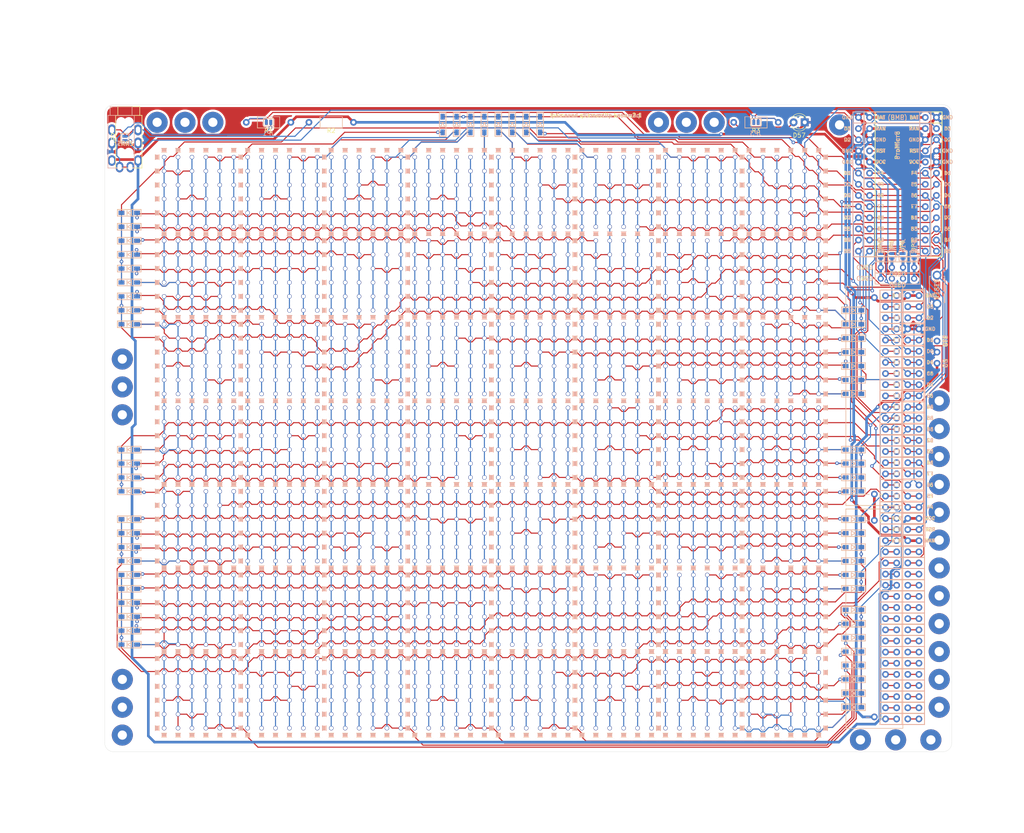
<source format=kicad_pcb>
(kicad_pcb (version 20171130) (host pcbnew "(5.1.6)-1")
  (layers (0 F.Cu signal) (31 B.Cu signal) (34 B.Paste user) (35 F.Paste user) (36 B.SilkS user) (37 F.SilkS user) (38 B.Mask user) (39 F.Mask user) (44 Edge.Cuts user))
  (net 0 "")
  (net 1 VCC)
  (net 2 GND)
  (net 3 F4)
  (net 4 D4)
  (net 5 F5)
  (net 6 F6)
  (net 7 C6)
  (net 8 D7)
  (net 9 RST)
  (net 10 E6)
  (net 11 B1)
  (net 12 RAW)
  (net 13 B2)
  (net 14 B5)
  (net 15 B6)
  (net 16 BAT)
  (net 17 F7)
  (net 18 B4)
  (net 19 B3)
  (net 20 xtradata)
  (net 21 D0_SCL)
  (net 22 D1_SDA)
  (net 23 "Net-(D1-Pad2)")
  (net 24 "Net-(D2-Pad2)")
  (net 25 "Net-(D3-Pad2)")
  (net 26 "Net-(D4-Pad2)")
  (net 27 "Net-(D5-Pad2)")
  (net 28 "Net-(D6-Pad2)")
  (net 29 "Net-(D7-Pad2)")
  (net 30 "Net-(D8-Pad2)")
  (net 31 "Net-(D9-Pad2)")
  (net 32 "Net-(D10-Pad2)")
  (net 33 "Net-(D11-Pad2)")
  (net 34 "Net-(D12-Pad2)")
  (net 35 "Net-(D13-Pad2)")
  (net 36 "Net-(D14-Pad2)")
  (net 37 "Net-(D15-Pad2)")
  (net 38 "Net-(D16-Pad2)")
  (net 39 "Net-(D17-Pad2)")
  (net 40 "Net-(D18-Pad2)")
  (net 41 "Net-(D19-Pad2)")
  (net 42 "Net-(D20-Pad2)")
  (net 43 "Net-(D21-Pad2)")
  (net 44 "Net-(D22-Pad2)")
  (net 45 "Net-(D23-Pad2)")
  (net 46 "Net-(D24-Pad2)")
  (net 47 "Net-(D25-Pad2)")
  (net 48 "Net-(D26-Pad2)")
  (net 49 "Net-(D27-Pad2)")
  (net 50 "Net-(D28-Pad2)")
  (net 51 "Net-(D29-Pad2)")
  (net 52 "Net-(D30-Pad2)")
  (net 53 "Net-(D31-Pad2)")
  (net 54 "Net-(D32-Pad2)")
  (net 55 "Net-(D33-Pad2)")
  (net 56 "Net-(D34-Pad2)")
  (net 57 "Net-(D35-Pad2)")
  (net 58 "Net-(D36-Pad2)")
  (net 59 "Net-(D37-Pad2)")
  (net 60 "Net-(D38-Pad2)")
  (net 61 "Net-(D39-Pad2)")
  (net 62 "Net-(D40-Pad2)")
  (net 63 "Net-(D41-Pad2)")
  (net 64 "Net-(D42-Pad2)")
  (net 65 "Net-(D43-Pad2)")
  (net 66 "Net-(D44-Pad2)")
  (net 67 "Net-(D45-Pad2)")
  (net 68 "Net-(D46-Pad2)")
  (net 69 "Net-(D47-Pad2)")
  (net 70 "Net-(D48-Pad2)")
  (net 71 "Net-(D49-Pad2)")
  (net 72 "Net-(D50-Pad2)")
  (net 73 "Net-(D51-Pad2)")
  (net 74 "Net-(D52-Pad2)")
  (net 75 "Net-(D53-Pad2)")
  (net 76 "Net-(D54-Pad2)")
  (net 77 "Net-(D55-Pad2)")
  (net 78 "Net-(D56-Pad2)")
  (net 79 TX0)
  (net 80 "Net-(D57-Pad2)")
  (net 81 LED)
  (net 82 "Net-(J1-PadB)")
  (net 83 "Net-(JP3-Pad1)")
  (net 84 "Net-(J2-Pad1)")
  (net 85 "Net-(J2-Pad2)")
  (net 86 "Net-(J2-Pad3)")
  (net 87 "Net-(J2-Pad4)")
  (net 88 "Net-(SW902-Pad3)")
  (net 89 "Net-(JUC_B1-Pad1)")
  (net 90 "Net-(JUC_B2-Pad1)")
  (net 91 "Net-(JUC_B3-Pad1)")
  (net 92 "Net-(JUC_B4-Pad1)")
  (net 93 "Net-(JUC_B5-Pad1)")
  (net 94 "Net-(JUC_B6-Pad1)")
  (net 95 "Net-(JUC_B7-Pad1)")
  (net 96 "Net-(JUC_B8-Pad1)")
  (net 97 "Net-(JUC_B9-Pad1)")
  (net 98 "Net-(JUC_B10-Pad1)")
  (net 99 "Net-(JUC_B11-Pad1)")
  (net 100 "Net-(JUC_B12-Pad1)")
  (net 101 "Net-(JUC_B13-Pad1)")
  (net 102 "Net-(JUC_B14-Pad1)")
  (net 103 "Net-(JUC_B15-Pad1)")
  (net 104 "Net-(JUC_B16-Pad1)")
  (net 105 "Net-(JUC_B17-Pad1)")
  (net 106 "Net-(JUC_B18-Pad1)")
  (net 107 "Net-(JUC_B19-Pad1)")
  (net 108 "Net-(JUC_B20-Pad1)")
  (net 109 "Net-(JUC_B21-Pad1)")
  (net 110 "Net-(JUC_B22-Pad1)")
  (net 111 "Net-(JUC_B23-Pad1)")
  (net 112 "Net-(JUC_B24-Pad1)")
  (net 113 "Net-(JUC_B25-Pad1)")
  (net 114 "Net-(JUC_B26-Pad1)")
  (net 115 "Net-(JUC_B27-Pad1)")
  (net 116 "Net-(JUC_B28-Pad1)")
  (net 117 "Net-(JUC_B29-Pad1)")
  (net 118 "Net-(JUC_B30-Pad1)")
  (net 119 "Net-(JUC_B31-Pad1)")
  (net 120 "Net-(JUC_B32-Pad1)")
  (net 121 "Net-(JUC_B33-Pad1)")
  (net 122 "Net-(JUC_B34-Pad1)")
  (net 123 "Net-(JUC_B35-Pad1)")
  (net 124 "Net-(JUC_B36-Pad1)")
  (net 125 "Net-(JUC_B37-Pad1)")
  (net 126 "Net-(JUC_B38-Pad1)")
  (net 127 "Net-(JUC_B39-Pad1)")
  (net 128 "Net-(JUC_B40-Pad1)")
  (net 129 "Net-(JUC_B41-Pad1)")
  (net 130 "Net-(JUC_B42-Pad1)")
  (net 131 "Net-(JUC_B43-Pad1)")
  (net 132 "Net-(JUC_B44-Pad1)")
  (net 133 "Net-(JUC_B45-Pad1)")
  (net 134 "Net-(JUC_B46-Pad1)")
  (net 135 "Net-(JUC_B47-Pad1)")
  (net 136 "Net-(JUC_B48-Pad1)")
  (net 137 "Net-(JUC_B49-Pad1)")
  (net 138 "Net-(JUC_B50-Pad1)")
  (net 139 "Net-(JUC_B51-Pad1)")
  (net 140 "Net-(JUC_B52-Pad1)")
  (net 141 "Net-(JUC_B53-Pad1)")
  (net 142 "Net-(JUC_B54-Pad1)")
  (net 143 "Net-(JUC_B55-Pad1)")
  (net 144 "Net-(JUC_A1-Pad2)")
  (net 145 "Net-(JUC_A2-Pad2)")
  (module Ipomoea-library:SlideSwitch (layer F.Cu) (at 263.525 100.012 90)
    (fp_text reference SW902)
    (fp_text value SW_DPDT_x2)
    (fp_text user ON (at -2.54 1.905 90 unlocked) (layer B.SilkS) (effects (justify mirror)))
    (fp_text user OFF (at 2.54 1.905 90 unlocked) (layer B.SilkS) (effects (justify mirror)))
    (fp_text user OFF (at 2.54 1.905 90 unlocked) (layer F.SilkS))
    (fp_text user ON (at -2.54 1.905 90 unlocked) (layer F.SilkS))
    (pad 3 thru_hole circle (at 2.54 0 180) (size 1.524 1.524) (drill 0.84) (layers *.Cu *.Mask) (net 88 "Net-(SW902-Pad3)"))
    (pad 2 thru_hole circle (at 0 0 180) (size 1.524 1.524) (drill 0.84) (layers *.Cu *.Mask) (net 2 GND))
    (pad 1 thru_hole circle (at -2.54 0 180) (size 1.524 1.524) (drill 0.84) (layers *.Cu *.Mask) (net 145 "Net-(JUC_A2-Pad2)"))
  )
  (module Ipomoea-library:Ipomoea-quamoclit_Base_SCREW_HOLE_2.1_TH_4.8 (layer F.Cu) (at 254.091 188.412 180)
    (fp_text reference REF**__00048)
    (fp_text value Ipomoea-quamoclit_Base_SCREW_HOLE_2.1_TH_4.8)
    (pad "" thru_hole circle (at 0 0 180) (size 4.8 4.8) (drill 2.1) (layers *.Cu *.Mask))
  )
  (module Ipomoea-library:Ipomoea-quamoclit_Base_SCREW_HOLE_2.1_TH_4.8 (layer F.Cu) (at 246.062 188.412)
    (fp_text reference REF**__00047)
    (fp_text value Ipomoea-quamoclit_Base_SCREW_HOLE_2.1_TH_4.8)
    (pad "" thru_hole circle (at 0 0) (size 4.8 4.8) (drill 2.1) (layers *.Cu *.Mask))
  )
  (module Ipomoea-library:Ipomoea-quamoclit_Base_SCREW_HOLE_2.1_TH_4.8 (layer F.Cu) (at 262.121 188.412 180)
    (fp_text reference REF**__00046)
    (fp_text value Ipomoea-quamoclit_Base_SCREW_HOLE_2.1_TH_4.8)
    (pad "" thru_hole circle (at 0 0 180) (size 4.8 4.8) (drill 2.1) (layers *.Cu *.Mask))
  )
  (module Ipomoea-library:Ipomoea-quamoclit_Base_SCREW_HOLE_2.1_TH_4.8 (layer F.Cu) (at 264.025 174.625)
    (fp_text reference REF**__00031)
    (fp_text value Ipomoea-quamoclit_Base_SCREW_HOLE_2.1_TH_4.8)
    (pad "" thru_hole circle (at 0 0) (size 4.8 4.8) (drill 2.1) (layers *.Cu *.Mask))
  )
  (module Ipomoea-library:Ipomoea-quamoclit_Base_SCREW_HOLE_2.1_TH_4.8 (layer F.Cu) (at 264.025 168.275)
    (fp_text reference REF**__00032)
    (fp_text value Ipomoea-quamoclit_Base_SCREW_HOLE_2.1_TH_4.8)
    (pad "" thru_hole circle (at 0 0) (size 4.8 4.8) (drill 2.1) (layers *.Cu *.Mask))
  )
  (module Ipomoea-library:Ipomoea-quamoclit_Base_SCREW_HOLE_2.1_TH_4.8 (layer F.Cu) (at 264.025 180.975)
    (fp_text reference REF**__00033)
    (fp_text value Ipomoea-quamoclit_Base_SCREW_HOLE_2.1_TH_4.8)
    (pad "" thru_hole circle (at 0 0) (size 4.8 4.8) (drill 2.1) (layers *.Cu *.Mask))
  )
  (module Ipomoea-library:Ipomoea-quamoclit_Base_SCREW_HOLE_2.1_TH_4.8 (layer F.Cu) (at 264.025 149.225)
    (fp_text reference REF**__00034)
    (fp_text value Ipomoea-quamoclit_Base_SCREW_HOLE_2.1_TH_4.8)
    (pad "" thru_hole circle (at 0 0) (size 4.8 4.8) (drill 2.1) (layers *.Cu *.Mask))
  )
  (module Ipomoea-library:Ipomoea-quamoclit_Base_SCREW_HOLE_2.1_TH_4.8 (layer F.Cu) (at 264.025 155.575)
    (fp_text reference REF**__00035)
    (fp_text value Ipomoea-quamoclit_Base_SCREW_HOLE_2.1_TH_4.8)
    (pad "" thru_hole circle (at 0 0) (size 4.8 4.8) (drill 2.1) (layers *.Cu *.Mask))
  )
  (module Ipomoea-library:Ipomoea-quamoclit_Base_SCREW_HOLE_2.1_TH_4.8 (layer F.Cu) (at 264.025 161.925)
    (fp_text reference REF**__00036)
    (fp_text value Ipomoea-quamoclit_Base_SCREW_HOLE_2.1_TH_4.8)
    (pad "" thru_hole circle (at 0 0) (size 4.8 4.8) (drill 2.1) (layers *.Cu *.Mask))
  )
  (module Ipomoea-library:Ipomoea-quamoclit_Base_SCREW_HOLE_2.1_TH_4.8 (layer F.Cu) (at 264.025 142.875)
    (fp_text reference REF**__00037)
    (fp_text value Ipomoea-quamoclit_Base_SCREW_HOLE_2.1_TH_4.8)
    (pad "" thru_hole circle (at 0 0) (size 4.8 4.8) (drill 2.1) (layers *.Cu *.Mask))
  )
  (module Ipomoea-library:Ipomoea-quamoclit_Base_SCREW_HOLE_2.1_TH_4.8 (layer F.Cu) (at 264.025 130.175)
    (fp_text reference REF**__00038)
    (fp_text value Ipomoea-quamoclit_Base_SCREW_HOLE_2.1_TH_4.8)
    (pad "" thru_hole circle (at 0 0) (size 4.8 4.8) (drill 2.1) (layers *.Cu *.Mask))
  )
  (module Ipomoea-library:Ipomoea-quamoclit_Base_SCREW_HOLE_2.1_TH_4.8 (layer F.Cu) (at 264.025 136.525)
    (fp_text reference REF**__00039)
    (fp_text value Ipomoea-quamoclit_Base_SCREW_HOLE_2.1_TH_4.8)
    (pad "" thru_hole circle (at 0 0) (size 4.8 4.8) (drill 2.1) (layers *.Cu *.Mask))
  )
  (module Ipomoea-library:Ipomoea-quamoclit_Base_SUPPORT_SCREW_THRU_HOLEx3_TopPillar (layer F.Cu) (at 77.7875 107.95 180)
    (fp_text reference REF**__00040)
    (fp_text value Ipomoea-quamoclit_Base_SUPPORT_SCREW_THRU_HOLEx3_TopPillar_NPTH)
    (pad "" thru_hole circle (at 0 0 270) (size 4.8 4.8) (drill 2.1) (layers *.Cu *.Mask))
    (pad "" thru_hole circle (at 0 6.35 270) (size 4.8 4.8) (drill 2.1) (layers *.Cu *.Mask))
    (pad "" thru_hole circle (at 0 -6.35 270) (size 4.8 4.8) (drill 2.1) (layers *.Cu *.Mask))
  )
  (module Ipomoea-library:Ipomoea-quamoclit_Base_SUPPORT_SCREW_THRU_HOLEx3_TopPillar (layer F.Cu) (at 206.375 47.625 90)
    (fp_text reference REF**__00041)
    (fp_text value Ipomoea-quamoclit_Base_SUPPORT_SCREW_THRU_HOLEx3_TopPillar_NPTH)
    (pad "" thru_hole circle (at 0 0 180) (size 4.8 4.8) (drill 2.1) (layers *.Cu *.Mask))
    (pad "" thru_hole circle (at 0 6.35 180) (size 4.8 4.8) (drill 2.1) (layers *.Cu *.Mask))
    (pad "" thru_hole circle (at 0 -6.35 180) (size 4.8 4.8) (drill 2.1) (layers *.Cu *.Mask))
  )
  (module Ipomoea-library:Ipomoea-quamoclit_Base_SUPPORT_SCREW_THRU_HOLEx3_TopPillar (layer F.Cu) (at 77.7875 180.975 180)
    (fp_text reference REF**__00042)
    (fp_text value Ipomoea-quamoclit_Base_SUPPORT_SCREW_THRU_HOLEx3_TopPillar_NPTH)
    (pad "" thru_hole circle (at 0 0 270) (size 4.8 4.8) (drill 2.1) (layers *.Cu *.Mask))
    (pad "" thru_hole circle (at 0 6.35 270) (size 4.8 4.8) (drill 2.1) (layers *.Cu *.Mask))
    (pad "" thru_hole circle (at 0 -6.35 270) (size 4.8 4.8) (drill 2.1) (layers *.Cu *.Mask))
  )
  (module Ipomoea-library:Ipomoea-quamoclit_Base_SUPPORT_SCREW_THRU_HOLEx3_TopPillar (layer F.Cu) (at 92.075 47.625 90)
    (fp_text reference REF**__00043)
    (fp_text value Ipomoea-quamoclit_Base_SUPPORT_SCREW_THRU_HOLEx3_TopPillar_NPTH)
    (pad "" thru_hole circle (at 0 0 180) (size 4.8 4.8) (drill 2.1) (layers *.Cu *.Mask))
    (pad "" thru_hole circle (at 0 6.35 180) (size 4.8 4.8) (drill 2.1) (layers *.Cu *.Mask))
    (pad "" thru_hole circle (at 0 -6.35 180) (size 4.8 4.8) (drill 2.1) (layers *.Cu *.Mask))
  )
  (module "Ipomoea-library:ProMicro(BMP)" (layer F.Cu) (at 254.5 63.025)
    (fp_text reference U1)
    (fp_text value "ProMicro(BMP)")
    (fp_text user GND (at -3.81 -11.43) (layer B.SilkS) (effects (font (size 0.8 0.8)) (justify mirror)))
    (fp_text user RST (at -3.81 -8.89) (layer B.SilkS) (effects (font (size 0.8 0.8)) (justify mirror)))
    (fp_text user BAT (at -3.81 -16.51) (layer B.SilkS) (effects (font (size 0.8 0.8)) (justify mirror)))
    (fp_text user VCC (at -3.81 -6.35) (layer B.SilkS) (effects (font (size 0.8 0.8)) (justify mirror)))
    (fp_text user F7 (at -3.81 3.81) (layer B.SilkS) (effects (font (size 0.8 0.8)) (justify mirror)))
    (fp_text user B1 (at -3.81 6.35) (layer B.SilkS) (effects (font (size 0.8 0.8)) (justify mirror)))
    (fp_text user F6 (at -3.81 1.27) (layer B.SilkS) (effects (font (size 0.8 0.8)) (justify mirror)))
    (fp_text user RAW (at -3.81 -13.97) (layer B.SilkS) (effects (font (size 0.8 0.8)) (justify mirror)))
    (fp_text user B3 (at -3.81 8.89) (layer B.SilkS) (effects (font (size 0.8 0.8)) (justify mirror)))
    (fp_text user F4 (at -3.81 -3.81) (layer B.SilkS) (effects (font (size 0.8 0.8)) (justify mirror)))
    (fp_text user F5 (at -3.81 -1.27) (layer B.SilkS) (effects (font (size 0.8 0.8)) (justify mirror)))
    (fp_text user B6 (at -3.81 13.97) (layer B.SilkS) (effects (font (size 0.8 0.8)) (justify mirror)))
    (fp_text user B2 (at -3.81 11.43) (layer B.SilkS) (effects (font (size 0.8 0.8)) (justify mirror)))
    (fp_text user GND (at 11.43 -6.35) (layer B.SilkS) (effects (font (size 0.8 0.8)) (justify mirror)))
    (fp_text user GND (at 11.43 -16.51) (layer B.SilkS) (effects (font (size 0.8 0.8)) (justify mirror)))
    (fp_text user D3 (at 11.43 -13.97) (layer B.SilkS) (effects (font (size 0.8 0.8)) (justify mirror)))
    (fp_text user D7 (at 11.43 6.35) (layer B.SilkS) (effects (font (size 0.8 0.8)) (justify mirror)))
    (fp_text user GND (at 11.43 -8.89) (layer B.SilkS) (effects (font (size 0.8 0.8)) (justify mirror)))
    (fp_text user D4 (at 11.43 1.27) (layer B.SilkS) (effects (font (size 0.8 0.8)) (justify mirror)))
    (fp_text user C6 (at 11.43 3.81) (layer B.SilkS) (effects (font (size 0.8 0.8)) (justify mirror)))
    (fp_text user D2 (at 11.43 -11.43) (layer B.SilkS) (effects (font (size 0.8 0.8)) (justify mirror)))
    (fp_text user B5 (at 11.43 13.97) (layer B.SilkS) (effects (font (size 0.8 0.8)) (justify mirror)))
    (fp_text user D1 (at 11.43 -3.81) (layer B.SilkS) (effects (font (size 0.8 0.8)) (justify mirror)))
    (fp_text user B4 (at 11.43 11.43) (layer B.SilkS) (effects (font (size 0.8 0.8)) (justify mirror)))
    (fp_text user D0 (at 11.43 -1.27) (layer B.SilkS) (effects (font (size 0.8 0.8)) (justify mirror)))
    (fp_text user E6 (at 11.43 8.89) (layer B.SilkS) (effects (font (size 0.8 0.8)) (justify mirror)))
    (fp_text user D7 (at -11.43 6.35 180) (layer F.SilkS) (effects (font (size 0.8 0.8))))
    (fp_text user E6 (at -11.43 8.89 180) (layer F.SilkS) (effects (font (size 0.8 0.8))))
    (fp_text user GND (at -11.43 -6.35 180) (layer F.SilkS) (effects (font (size 0.8 0.8))))
    (fp_text user C6 (at -11.43 3.81 180) (layer F.SilkS) (effects (font (size 0.8 0.8))))
    (fp_text user B4 (at -11.43 11.43 180) (layer F.SilkS) (effects (font (size 0.8 0.8))))
    (fp_text user D3 (at -11.43 -13.97 180) (layer F.SilkS) (effects (font (size 0.8 0.8))))
    (fp_text user D1 (at -11.43 -3.81 180) (layer F.SilkS) (effects (font (size 0.8 0.8))))
    (fp_text user D4 (at -11.43 1.27 180) (layer F.SilkS) (effects (font (size 0.8 0.8))))
    (fp_text user D0 (at -11.43 -1.27 180) (layer F.SilkS) (effects (font (size 0.8 0.8))))
    (fp_text user B5 (at -11.43 13.97 180) (layer F.SilkS) (effects (font (size 0.8 0.8))))
    (fp_text user GND (at -11.43 -8.89 180) (layer F.SilkS) (effects (font (size 0.8 0.8))))
    (fp_text user GND (at -11.43 -16.51 180) (layer F.SilkS) (effects (font (size 0.8 0.8))))
    (fp_text user D2 (at -11.43 -11.43 180) (layer F.SilkS) (effects (font (size 0.8 0.8))))
    (fp_text user VCC (at 3.81 -6.35 180) (layer F.SilkS) (effects (font (size 0.8 0.8))))
    (fp_text user F4 (at 3.81 -3.81 180) (layer F.SilkS) (effects (font (size 0.8 0.8))))
    (fp_text user F6 (at 3.81 1.27 180) (layer F.SilkS) (effects (font (size 0.8 0.8))))
    (fp_text user GND (at 3.81 -11.43 180) (layer F.SilkS) (effects (font (size 0.8 0.8))))
    (fp_text user B6 (at 3.81 13.97 180) (layer F.SilkS) (effects (font (size 0.8 0.8))))
    (fp_text user B2 (at 3.81 11.43 180) (layer F.SilkS) (effects (font (size 0.8 0.8))))
    (fp_text user RAW (at 3.81 -13.97 180) (layer F.SilkS) (effects (font (size 0.8 0.8))))
    (fp_text user F7 (at 3.81 3.81 180) (layer F.SilkS) (effects (font (size 0.8 0.8))))
    (fp_text user B1 (at 3.81 6.35 180) (layer F.SilkS) (effects (font (size 0.8 0.8))))
    (fp_text user RST (at 3.81 -8.89 180) (layer F.SilkS) (effects (font (size 0.8 0.8))))
    (fp_text user F5 (at 3.81 -1.27 180) (layer F.SilkS) (effects (font (size 0.8 0.8))))
    (fp_text user BAT (at 3.81 -16.51 180) (layer F.SilkS) (effects (font (size 0.8 0.8))))
    (fp_text user B3 (at 3.81 8.89 180) (layer F.SilkS) (effects (font (size 0.8 0.8))))
    (fp_text user B1 (at 3.81 6.35) (layer B.SilkS) (effects (font (size 0.8 0.8)) (justify mirror)))
    (fp_text user F6 (at 3.81 1.27) (layer B.SilkS) (effects (font (size 0.8 0.8)) (justify mirror)))
    (fp_text user D7 (at -11.43 6.35) (layer B.SilkS) (effects (font (size 0.8 0.8)) (justify mirror)))
    (fp_text user C6 (at -11.43 3.81) (layer B.SilkS) (effects (font (size 0.8 0.8)) (justify mirror)))
    (fp_text user RAW (at 3.81 -13.97) (layer B.SilkS) (effects (font (size 0.8 0.8)) (justify mirror)))
    (fp_text user GND (at -11.43 -8.89) (layer B.SilkS) (effects (font (size 0.8 0.8)) (justify mirror)))
    (fp_text user B5 (at -11.43 13.97) (layer B.SilkS) (effects (font (size 0.8 0.8)) (justify mirror)))
    (fp_text user D1 (at -11.43 -3.81) (layer B.SilkS) (effects (font (size 0.8 0.8)) (justify mirror)))
    (fp_text user B4 (at -11.43 11.43) (layer B.SilkS) (effects (font (size 0.8 0.8)) (justify mirror)))
    (fp_text user B3 (at 3.81 8.89) (layer B.SilkS) (effects (font (size 0.8 0.8)) (justify mirror)))
    (fp_text user F4 (at 3.81 -3.81) (layer B.SilkS) (effects (font (size 0.8 0.8)) (justify mirror)))
    (fp_text user B6 (at 3.81 13.97) (layer B.SilkS) (effects (font (size 0.8 0.8)) (justify mirror)))
    (fp_text user B2 (at 3.81 11.43) (layer B.SilkS) (effects (font (size 0.8 0.8)) (justify mirror)))
    (fp_text user D0 (at -11.43 -1.27) (layer B.SilkS) (effects (font (size 0.8 0.8)) (justify mirror)))
    (fp_text user E6 (at -11.43 8.89) (layer B.SilkS) (effects (font (size 0.8 0.8)) (justify mirror)))
    (fp_text user D2 (at -11.43 -11.43) (layer B.SilkS) (effects (font (size 0.8 0.8)) (justify mirror)))
    (fp_text user D4 (at -11.43 1.27) (layer B.SilkS) (effects (font (size 0.8 0.8)) (justify mirror)))
    (fp_text user F5 (at 3.81 -1.27) (layer B.SilkS) (effects (font (size 0.8 0.8)) (justify mirror)))
    (fp_text user BAT (at 3.81 -16.51) (layer B.SilkS) (effects (font (size 0.8 0.8)) (justify mirror)))
    (fp_text user "(BMP)" (at 0 -16.51 180) (layer B.SilkS) (effects (justify mirror)))
    (fp_text user RST (at 3.81 -8.89) (layer B.SilkS) (effects (font (size 0.8 0.8)) (justify mirror)))
    (fp_text user ProMicro (at 0 -10.16 90) (layer B.SilkS) (effects (justify mirror)))
    (fp_text user VCC (at 3.81 -6.35) (layer B.SilkS) (effects (font (size 0.8 0.8)) (justify mirror)))
    (fp_text user D3 (at -11.43 -13.97) (layer B.SilkS) (effects (font (size 0.8 0.8)) (justify mirror)))
    (fp_text user GND (at -11.43 -16.51) (layer B.SilkS) (effects (font (size 0.8 0.8)) (justify mirror)))
    (fp_text user GND (at -11.43 -6.35) (layer B.SilkS) (effects (font (size 0.8 0.8)) (justify mirror)))
    (fp_text user GND (at 3.81 -11.43) (layer B.SilkS) (effects (font (size 0.8 0.8)) (justify mirror)))
    (fp_text user F7 (at 3.81 3.81) (layer B.SilkS) (effects (font (size 0.8 0.8)) (justify mirror)))
    (fp_text user RST (at -3.81 -8.89 180) (layer F.SilkS) (effects (font (size 0.8 0.8))))
    (fp_text user D7 (at 11.43 6.35 180) (layer F.SilkS) (effects (font (size 0.8 0.8))))
    (fp_text user RAW (at -3.81 -13.97 180) (layer F.SilkS) (effects (font (size 0.8 0.8))))
    (fp_text user B4 (at 11.43 11.43 180) (layer F.SilkS) (effects (font (size 0.8 0.8))))
    (fp_text user VCC (at -3.81 -6.35 180) (layer F.SilkS) (effects (font (size 0.8 0.8))))
    (fp_text user D3 (at 11.43 -13.97 180) (layer F.SilkS) (effects (font (size 0.8 0.8))))
    (fp_text user F4 (at -3.81 -3.81 180) (layer F.SilkS) (effects (font (size 0.8 0.8))))
    (fp_text user GND (at -3.81 -11.43 180) (layer F.SilkS) (effects (font (size 0.8 0.8))))
    (fp_text user B6 (at -3.81 13.97 180) (layer F.SilkS) (effects (font (size 0.8 0.8))))
    (fp_text user D0 (at 11.43 -1.27 180) (layer F.SilkS) (effects (font (size 0.8 0.8))))
    (fp_text user E6 (at 11.43 8.89 180) (layer F.SilkS) (effects (font (size 0.8 0.8))))
    (fp_text user GND (at 11.43 -16.51 180) (layer F.SilkS) (effects (font (size 0.8 0.8))))
    (fp_text user D2 (at 11.43 -11.43 180) (layer F.SilkS) (effects (font (size 0.8 0.8))))
    (fp_text user GND (at 11.43 -8.89 180) (layer F.SilkS) (effects (font (size 0.8 0.8))))
    (fp_text user D1 (at 11.43 -3.81 180) (layer F.SilkS) (effects (font (size 0.8 0.8))))
    (fp_text user B1 (at -3.81 6.35 180) (layer F.SilkS) (effects (font (size 0.8 0.8))))
    (fp_text user F7 (at -3.81 3.81 180) (layer F.SilkS) (effects (font (size 0.8 0.8))))
    (fp_text user GND (at 11.43 -6.35 180) (layer F.SilkS) (effects (font (size 0.8 0.8))))
    (fp_text user F6 (at -3.81 1.27 180) (layer F.SilkS) (effects (font (size 0.8 0.8))))
    (fp_text user B3 (at -3.81 8.89 180) (layer F.SilkS) (effects (font (size 0.8 0.8))))
    (fp_text user C6 (at 11.43 3.81 180) (layer F.SilkS) (effects (font (size 0.8 0.8))))
    (fp_text user D4 (at 11.43 1.27 180) (layer F.SilkS) (effects (font (size 0.8 0.8))))
    (fp_text user B5 (at 11.43 13.97 180) (layer F.SilkS) (effects (font (size 0.8 0.8))))
    (fp_text user F5 (at -3.81 -1.27 180) (layer F.SilkS) (effects (font (size 0.8 0.8))))
    (fp_text user B2 (at -3.81 11.43 180) (layer F.SilkS) (effects (font (size 0.8 0.8))))
    (fp_text user BAT (at -3.81 -16.51 180) (layer F.SilkS) (effects (font (size 0.8 0.8))))
    (fp_text user ProMicro (at 0 -10.16 90) (layer F.SilkS))
    (fp_text user "(BMP)" (at 0 -16.51) (layer F.SilkS))
    (pad 5 thru_hole circle (at -8.89 -3.81 270) (size 1.524 1.524) (drill 0.84) (layers *.Cu *.Mask) (net 22 D1_SDA))
    (pad 1 thru_hole circle (at -8.89 -13.97 270) (size 1.524 1.524) (drill 0.84) (layers *.Cu *.Mask) (net 79 TX0))
    (pad 10 thru_hole circle (at -8.89 8.89 270) (size 1.524 1.524) (drill 0.84) (layers *.Cu *.Mask) (net 10 E6))
    (pad 6 thru_hole circle (at -8.89 -1.27 270) (size 1.524 1.524) (drill 0.84) (layers *.Cu *.Mask) (net 21 D0_SCL))
    (pad 4 thru_hole circle (at -8.89 -6.35 270) (size 1.524 1.524) (drill 0.84) (layers *.Cu *.Mask) (net 2 GND))
    (pad 9 thru_hole circle (at -8.89 6.35 270) (size 1.524 1.524) (drill 0.84) (layers *.Cu *.Mask) (net 8 D7))
    (pad 22 thru_hole circle (at 6.35 -8.89 270) (size 1.524 1.524) (drill 0.84) (layers *.Cu *.Mask) (net 9 RST))
    (pad 23 thru_hole circle (at 6.35 -11.43 270) (size 1.524 1.524) (drill 0.84) (layers *.Cu *.Mask) (net 2 GND))
    (pad 26 thru_hole circle (at -8.89 -16.51 270) (size 1.524 1.524) (drill 0.84) (layers *.Cu *.Mask) (net 2 GND))
    (pad 21 thru_hole circle (at 6.35 -6.35 270) (size 1.524 1.524) (drill 0.84) (layers *.Cu *.Mask) (net 1 VCC))
    (pad 2 thru_hole circle (at -8.89 -11.43 270) (size 1.524 1.524) (drill 0.84) (layers *.Cu *.Mask) (net 81 LED))
    (pad 18 thru_hole circle (at 6.35 1.27 270) (size 1.524 1.524) (drill 0.84) (layers *.Cu *.Mask) (net 6 F6))
    (pad 7 thru_hole circle (at -8.89 1.27 270) (size 1.524 1.524) (drill 0.84) (layers *.Cu *.Mask) (net 4 D4))
    (pad 3 thru_hole circle (at -8.89 -8.89 270) (size 1.524 1.524) (drill 0.84) (layers *.Cu *.Mask) (net 2 GND))
    (pad 16 thru_hole circle (at 6.35 6.35 270) (size 1.524 1.524) (drill 0.84) (layers *.Cu *.Mask) (net 11 B1))
    (pad 24 thru_hole circle (at 6.35 -13.97 270) (size 1.524 1.524) (drill 0.84) (layers *.Cu *.Mask) (net 12 RAW))
    (pad 14 thru_hole circle (at 6.35 11.43 270) (size 1.524 1.524) (drill 0.84) (layers *.Cu *.Mask) (net 13 B2))
    (pad 12 thru_hole circle (at -8.89 13.97 270) (size 1.524 1.524) (drill 0.84) (layers *.Cu *.Mask) (net 14 B5))
    (pad 8 thru_hole circle (at -8.89 3.81 270) (size 1.524 1.524) (drill 0.84) (layers *.Cu *.Mask) (net 7 C6))
    (pad 13 thru_hole circle (at 6.35 13.97 270) (size 1.524 1.524) (drill 0.84) (layers *.Cu *.Mask) (net 15 B6))
    (pad 25 thru_hole circle (at 6.35 -16.51 270) (size 1.524 1.524) (drill 0.84) (layers *.Cu *.Mask) (net 16 BAT))
    (pad 17 thru_hole circle (at 6.35 3.81 270) (size 1.524 1.524) (drill 0.84) (layers *.Cu *.Mask) (net 17 F7))
    (pad 11 thru_hole circle (at -8.89 11.43 270) (size 1.524 1.524) (drill 0.84) (layers *.Cu *.Mask) (net 18 B4))
    (pad 20 thru_hole circle (at 6.35 -3.81 270) (size 1.524 1.524) (drill 0.84) (layers *.Cu *.Mask) (net 3 F4))
    (pad 15 thru_hole circle (at 6.35 8.89 270) (size 1.524 1.524) (drill 0.84) (layers *.Cu *.Mask) (net 19 B3))
    (pad 19 thru_hole circle (at 6.35 -1.27 270) (size 1.524 1.524) (drill 0.84) (layers *.Cu *.Mask) (net 5 F5))
    (pad 5 thru_hole circle (at 8.89 -3.81 270) (size 1.524 1.524) (drill 0.84) (layers *.Cu *.Mask) (net 22 D1_SDA))
    (pad 15 thru_hole circle (at -6.35 8.89 270) (size 1.524 1.524) (drill 0.84) (layers *.Cu *.Mask) (net 19 B3))
    (pad 1 thru_hole circle (at 8.89 -13.97 270) (size 1.524 1.524) (drill 0.84) (layers *.Cu *.Mask) (net 79 TX0))
    (pad 10 thru_hole circle (at 8.89 8.89 270) (size 1.524 1.524) (drill 0.84) (layers *.Cu *.Mask) (net 10 E6))
    (pad 6 thru_hole circle (at 8.89 -1.27 270) (size 1.524 1.524) (drill 0.84) (layers *.Cu *.Mask) (net 21 D0_SCL))
    (pad 4 thru_hole circle (at 8.89 -6.35 270) (size 1.524 1.524) (drill 0.84) (layers *.Cu *.Mask) (net 2 GND))
    (pad 9 thru_hole circle (at 8.89 6.35 270) (size 1.524 1.524) (drill 0.84) (layers *.Cu *.Mask) (net 8 D7))
    (pad 19 thru_hole circle (at -6.35 -1.27 270) (size 1.524 1.524) (drill 0.84) (layers *.Cu *.Mask) (net 5 F5))
    (pad 20 thru_hole circle (at -6.35 -3.81 270) (size 1.524 1.524) (drill 0.84) (layers *.Cu *.Mask) (net 3 F4))
    (pad 14 thru_hole circle (at -6.35 11.43 270) (size 1.524 1.524) (drill 0.84) (layers *.Cu *.Mask) (net 13 B2))
    (pad 11 thru_hole circle (at 8.89 11.43 270) (size 1.524 1.524) (drill 0.84) (layers *.Cu *.Mask) (net 18 B4))
    (pad 12 thru_hole circle (at 8.89 13.97 270) (size 1.524 1.524) (drill 0.84) (layers *.Cu *.Mask) (net 14 B5))
    (pad 22 thru_hole circle (at -6.35 -8.89 270) (size 1.524 1.524) (drill 0.84) (layers *.Cu *.Mask) (net 9 RST))
    (pad 25 thru_hole circle (at -6.35 -16.51 270) (size 1.524 1.524) (drill 0.84) (layers *.Cu *.Mask) (net 16 BAT))
    (pad 23 thru_hole circle (at -6.35 -11.43 270) (size 1.524 1.524) (drill 0.84) (layers *.Cu *.Mask) (net 2 GND))
    (pad 26 thru_hole circle (at 8.89 -16.51 270) (size 1.524 1.524) (drill 0.84) (layers *.Cu *.Mask) (net 2 GND))
    (pad 21 thru_hole circle (at -6.35 -6.35 270) (size 1.524 1.524) (drill 0.84) (layers *.Cu *.Mask) (net 1 VCC))
    (pad 3 thru_hole circle (at 8.89 -8.89 270) (size 1.524 1.524) (drill 0.84) (layers *.Cu *.Mask) (net 2 GND))
    (pad 2 thru_hole circle (at 8.89 -11.43 270) (size 1.524 1.524) (drill 0.84) (layers *.Cu *.Mask) (net 81 LED))
    (pad 24 thru_hole circle (at -6.35 -13.97 270) (size 1.524 1.524) (drill 0.84) (layers *.Cu *.Mask) (net 12 RAW))
    (pad 17 thru_hole circle (at -6.35 3.81 270) (size 1.524 1.524) (drill 0.84) (layers *.Cu *.Mask) (net 17 F7))
    (pad 8 thru_hole circle (at 8.89 3.81 270) (size 1.524 1.524) (drill 0.84) (layers *.Cu *.Mask) (net 7 C6))
    (pad 16 thru_hole circle (at -6.35 6.35 270) (size 1.524 1.524) (drill 0.84) (layers *.Cu *.Mask) (net 11 B1))
    (pad 7 thru_hole circle (at 8.89 1.27 270) (size 1.524 1.524) (drill 0.84) (layers *.Cu *.Mask) (net 4 D4))
    (pad 13 thru_hole circle (at -6.35 13.97 270) (size 1.524 1.524) (drill 0.84) (layers *.Cu *.Mask) (net 15 B6))
    (pad 18 thru_hole circle (at -6.35 1.27 270) (size 1.524 1.524) (drill 0.84) (layers *.Cu *.Mask) (net 6 F6))
  )
  (module Ipomoea-library:BH-411-4P24 (layer F.Cu) (at 249.238 109.982)
    (fp_text reference JUC_A1)
    (fp_text value Conn_01x02)
    (fp_text user - (at -1.524 22.4) (layer B.SilkS))
    (fp_text user + (at -1.524 -22.4) (layer B.SilkS))
    (fp_text user - (at 1.524 22.4) (layer F.SilkS))
    (fp_text user + (at 1.524 -22.4) (layer F.SilkS))
    (pad 2 thru_hole circle (at 0 22.4 270) (size 1.524 1.524) (drill 0.84) (layers *.Cu *.Mask) (net 144 "Net-(JUC_A1-Pad2)"))
    (pad 1 thru_hole circle (at 0 -22.4 270) (size 1.524 1.524) (drill 0.84) (layers *.Cu *.Mask) (net 16 BAT))
  )
  (module Ipomoea-library:BH-411-4P24 (layer F.Cu) (at 249.238 160.782)
    (fp_text reference JUC_A2)
    (fp_text value Conn_01x02)
    (fp_text user - (at -1.524 22.4) (layer B.SilkS))
    (fp_text user + (at -1.524 -22.4) (layer B.SilkS))
    (fp_text user - (at 1.524 22.4) (layer F.SilkS))
    (fp_text user + (at 1.524 -22.4) (layer F.SilkS))
    (pad 2 thru_hole circle (at 0 22.4 270) (size 1.524 1.524) (drill 0.84) (layers *.Cu *.Mask) (net 145 "Net-(JUC_A2-Pad2)"))
    (pad 1 thru_hole circle (at 0 -22.4 270) (size 1.524 1.524) (drill 0.84) (layers *.Cu *.Mask) (net 144 "Net-(JUC_A1-Pad2)"))
  )
  (module Ipomoea-library:Ipomoea-quamoclit_Base_TH_2_Cx1 (layer F.Cu) (at 253.048 170.942)
    (fp_text reference JUC_B50)
    (fp_text value Conn_01x01)
    (pad 1 thru_hole circle (at -1.27 0 270) (size 1.524 1.524) (drill 0.84) (layers *.Cu *.Mask) (net 138 "Net-(JUC_B50-Pad1)"))
    (pad 1 thru_hole circle (at 1.27 0 270) (size 1.524 1.524) (drill 0.84) (layers *.Cu *.Mask) (net 138 "Net-(JUC_B50-Pad1)"))
  )
  (module Ipomoea-library:Ipomoea-quamoclit_Base_TH_2_Cx1 (layer F.Cu) (at 253.048 176.022)
    (fp_text reference JUC_B52)
    (fp_text value Conn_01x01)
    (pad 1 thru_hole circle (at -1.27 0 270) (size 1.524 1.524) (drill 0.84) (layers *.Cu *.Mask) (net 140 "Net-(JUC_B52-Pad1)"))
    (pad 1 thru_hole circle (at 1.27 0 270) (size 1.524 1.524) (drill 0.84) (layers *.Cu *.Mask) (net 140 "Net-(JUC_B52-Pad1)"))
  )
  (module Ipomoea-library:Ipomoea-quamoclit_Base_TH_2_Cx1 (layer F.Cu) (at 253.048 173.482)
    (fp_text reference JUC_B51)
    (fp_text value Conn_01x01)
    (pad 1 thru_hole circle (at -1.27 0 270) (size 1.524 1.524) (drill 0.84) (layers *.Cu *.Mask) (net 139 "Net-(JUC_B51-Pad1)"))
    (pad 1 thru_hole circle (at 1.27 0 270) (size 1.524 1.524) (drill 0.84) (layers *.Cu *.Mask) (net 139 "Net-(JUC_B51-Pad1)"))
  )
  (module Ipomoea-library:Ipomoea-quamoclit_Base_TH_2_Cx1 (layer F.Cu) (at 253.048 155.702)
    (fp_text reference JUC_B44)
    (fp_text value Conn_01x01)
    (pad 1 thru_hole circle (at -1.27 0 270) (size 1.524 1.524) (drill 0.84) (layers *.Cu *.Mask) (net 132 "Net-(JUC_B44-Pad1)"))
    (pad 1 thru_hole circle (at 1.27 0 270) (size 1.524 1.524) (drill 0.84) (layers *.Cu *.Mask) (net 132 "Net-(JUC_B44-Pad1)"))
  )
  (module Ipomoea-library:Ipomoea-quamoclit_Base_TH_2_Cx1 (layer F.Cu) (at 253.048 153.162)
    (fp_text reference JUC_B43)
    (fp_text value Conn_01x01)
    (pad 1 thru_hole circle (at -1.27 0 270) (size 1.524 1.524) (drill 0.84) (layers *.Cu *.Mask) (net 131 "Net-(JUC_B43-Pad1)"))
    (pad 1 thru_hole circle (at 1.27 0 270) (size 1.524 1.524) (drill 0.84) (layers *.Cu *.Mask) (net 131 "Net-(JUC_B43-Pad1)"))
  )
  (module Ipomoea-library:Ipomoea-quamoclit_Base_TH_2_Cx1 (layer F.Cu) (at 253.048 150.622)
    (fp_text reference JUC_B42)
    (fp_text value Conn_01x01)
    (pad 1 thru_hole circle (at -1.27 0 270) (size 1.524 1.524) (drill 0.84) (layers *.Cu *.Mask) (net 130 "Net-(JUC_B42-Pad1)"))
    (pad 1 thru_hole circle (at 1.27 0 270) (size 1.524 1.524) (drill 0.84) (layers *.Cu *.Mask) (net 130 "Net-(JUC_B42-Pad1)"))
  )
  (module Ipomoea-library:Ipomoea-quamoclit_Base_TH_2_Cx1 (layer F.Cu) (at 253.048 148.082)
    (fp_text reference JUC_B41)
    (fp_text value Conn_01x01)
    (pad 1 thru_hole circle (at -1.27 0 270) (size 1.524 1.524) (drill 0.84) (layers *.Cu *.Mask) (net 129 "Net-(JUC_B41-Pad1)"))
    (pad 1 thru_hole circle (at 1.27 0 270) (size 1.524 1.524) (drill 0.84) (layers *.Cu *.Mask) (net 129 "Net-(JUC_B41-Pad1)"))
  )
  (module Ipomoea-library:Ipomoea-quamoclit_Base_TH_2_Cx1 (layer F.Cu) (at 253.048 145.542)
    (fp_text reference JUC_B40)
    (fp_text value Conn_01x01)
    (pad 1 thru_hole circle (at -1.27 0 270) (size 1.524 1.524) (drill 0.84) (layers *.Cu *.Mask) (net 128 "Net-(JUC_B40-Pad1)"))
    (pad 1 thru_hole circle (at 1.27 0 270) (size 1.524 1.524) (drill 0.84) (layers *.Cu *.Mask) (net 128 "Net-(JUC_B40-Pad1)"))
  )
  (module Ipomoea-library:Ipomoea-quamoclit_Base_TH_2_Cx1 (layer F.Cu) (at 253.048 115.062)
    (fp_text reference JUC_B28)
    (fp_text value Conn_01x01)
    (pad 1 thru_hole circle (at -1.27 0 270) (size 1.524 1.524) (drill 0.84) (layers *.Cu *.Mask) (net 116 "Net-(JUC_B28-Pad1)"))
    (pad 1 thru_hole circle (at 1.27 0 270) (size 1.524 1.524) (drill 0.84) (layers *.Cu *.Mask) (net 116 "Net-(JUC_B28-Pad1)"))
  )
  (module Ipomoea-library:Ipomoea-quamoclit_Base_TH_2_Cx1 (layer F.Cu) (at 253.048 143.002)
    (fp_text reference JUC_B39)
    (fp_text value Conn_01x01)
    (pad 1 thru_hole circle (at -1.27 0 270) (size 1.524 1.524) (drill 0.84) (layers *.Cu *.Mask) (net 127 "Net-(JUC_B39-Pad1)"))
    (pad 1 thru_hole circle (at 1.27 0 270) (size 1.524 1.524) (drill 0.84) (layers *.Cu *.Mask) (net 127 "Net-(JUC_B39-Pad1)"))
  )
  (module Ipomoea-library:Ipomoea-quamoclit_Base_TH_2_Cx1 (layer F.Cu) (at 253.048 107.442)
    (fp_text reference JUC_B25)
    (fp_text value Conn_01x01)
    (pad 1 thru_hole circle (at -1.27 0 270) (size 1.524 1.524) (drill 0.84) (layers *.Cu *.Mask) (net 113 "Net-(JUC_B25-Pad1)"))
    (pad 1 thru_hole circle (at 1.27 0 270) (size 1.524 1.524) (drill 0.84) (layers *.Cu *.Mask) (net 113 "Net-(JUC_B25-Pad1)"))
  )
  (module Ipomoea-library:Ipomoea-quamoclit_Base_TH_2_Cx1 (layer F.Cu) (at 253.048 140.462)
    (fp_text reference JUC_B38)
    (fp_text value Conn_01x01)
    (pad 1 thru_hole circle (at -1.27 0 270) (size 1.524 1.524) (drill 0.84) (layers *.Cu *.Mask) (net 126 "Net-(JUC_B38-Pad1)"))
    (pad 1 thru_hole circle (at 1.27 0 270) (size 1.524 1.524) (drill 0.84) (layers *.Cu *.Mask) (net 126 "Net-(JUC_B38-Pad1)"))
  )
  (module Ipomoea-library:Ipomoea-quamoclit_Base_TH_2_Cx1 (layer F.Cu) (at 253.048 137.922)
    (fp_text reference JUC_B37)
    (fp_text value Conn_01x01)
    (pad 1 thru_hole circle (at -1.27 0 270) (size 1.524 1.524) (drill 0.84) (layers *.Cu *.Mask) (net 125 "Net-(JUC_B37-Pad1)"))
    (pad 1 thru_hole circle (at 1.27 0 270) (size 1.524 1.524) (drill 0.84) (layers *.Cu *.Mask) (net 125 "Net-(JUC_B37-Pad1)"))
  )
  (module Ipomoea-library:Ipomoea-quamoclit_Base_TH_2_Cx1 (layer F.Cu) (at 253.048 135.382)
    (fp_text reference JUC_B36)
    (fp_text value Conn_01x01)
    (pad 1 thru_hole circle (at -1.27 0 270) (size 1.524 1.524) (drill 0.84) (layers *.Cu *.Mask) (net 124 "Net-(JUC_B36-Pad1)"))
    (pad 1 thru_hole circle (at 1.27 0 270) (size 1.524 1.524) (drill 0.84) (layers *.Cu *.Mask) (net 124 "Net-(JUC_B36-Pad1)"))
  )
  (module Ipomoea-library:Ipomoea-quamoclit_Base_TH_2_Cx1 (layer F.Cu) (at 253.048 130.302)
    (fp_text reference JUC_B34)
    (fp_text value Conn_01x01)
    (pad 1 thru_hole circle (at -1.27 0 270) (size 1.524 1.524) (drill 0.84) (layers *.Cu *.Mask) (net 122 "Net-(JUC_B34-Pad1)"))
    (pad 1 thru_hole circle (at 1.27 0 270) (size 1.524 1.524) (drill 0.84) (layers *.Cu *.Mask) (net 122 "Net-(JUC_B34-Pad1)"))
  )
  (module Ipomoea-library:Ipomoea-quamoclit_Base_TH_2_Cx1 (layer F.Cu) (at 253.048 127.762)
    (fp_text reference JUC_B33)
    (fp_text value Conn_01x01)
    (pad 1 thru_hole circle (at -1.27 0 270) (size 1.524 1.524) (drill 0.84) (layers *.Cu *.Mask) (net 121 "Net-(JUC_B33-Pad1)"))
    (pad 1 thru_hole circle (at 1.27 0 270) (size 1.524 1.524) (drill 0.84) (layers *.Cu *.Mask) (net 121 "Net-(JUC_B33-Pad1)"))
  )
  (module Ipomoea-library:Ipomoea-quamoclit_Base_TH_2_Cx1 (layer F.Cu) (at 253.048 109.982)
    (fp_text reference JUC_B26)
    (fp_text value Conn_01x01)
    (pad 1 thru_hole circle (at -1.27 0 270) (size 1.524 1.524) (drill 0.84) (layers *.Cu *.Mask) (net 114 "Net-(JUC_B26-Pad1)"))
    (pad 1 thru_hole circle (at 1.27 0 270) (size 1.524 1.524) (drill 0.84) (layers *.Cu *.Mask) (net 114 "Net-(JUC_B26-Pad1)"))
  )
  (module Ipomoea-library:Ipomoea-quamoclit_Base_TH_2_Cx1 (layer F.Cu) (at 253.048 125.222)
    (fp_text reference JUC_B32)
    (fp_text value Conn_01x01)
    (pad 1 thru_hole circle (at -1.27 0 270) (size 1.524 1.524) (drill 0.84) (layers *.Cu *.Mask) (net 120 "Net-(JUC_B32-Pad1)"))
    (pad 1 thru_hole circle (at 1.27 0 270) (size 1.524 1.524) (drill 0.84) (layers *.Cu *.Mask) (net 120 "Net-(JUC_B32-Pad1)"))
  )
  (module Ipomoea-library:Ipomoea-quamoclit_Base_TH_2_Cx1 (layer F.Cu) (at 253.048 122.682)
    (fp_text reference JUC_B31)
    (fp_text value Conn_01x01)
    (pad 1 thru_hole circle (at -1.27 0 270) (size 1.524 1.524) (drill 0.84) (layers *.Cu *.Mask) (net 119 "Net-(JUC_B31-Pad1)"))
    (pad 1 thru_hole circle (at 1.27 0 270) (size 1.524 1.524) (drill 0.84) (layers *.Cu *.Mask) (net 119 "Net-(JUC_B31-Pad1)"))
  )
  (module Ipomoea-library:Ipomoea-quamoclit_Base_TH_2_Cx1 (layer F.Cu) (at 253.048 120.142)
    (fp_text reference JUC_B30)
    (fp_text value Conn_01x01)
    (pad 1 thru_hole circle (at -1.27 0 270) (size 1.524 1.524) (drill 0.84) (layers *.Cu *.Mask) (net 118 "Net-(JUC_B30-Pad1)"))
    (pad 1 thru_hole circle (at 1.27 0 270) (size 1.524 1.524) (drill 0.84) (layers *.Cu *.Mask) (net 118 "Net-(JUC_B30-Pad1)"))
  )
  (module Ipomoea-library:Ipomoea-quamoclit_Base_TH_2_Cx1 (layer F.Cu) (at 253.048 117.602)
    (fp_text reference JUC_B29)
    (fp_text value Conn_01x01)
    (pad 1 thru_hole circle (at -1.27 0 270) (size 1.524 1.524) (drill 0.84) (layers *.Cu *.Mask) (net 117 "Net-(JUC_B29-Pad1)"))
    (pad 1 thru_hole circle (at 1.27 0 270) (size 1.524 1.524) (drill 0.84) (layers *.Cu *.Mask) (net 117 "Net-(JUC_B29-Pad1)"))
  )
  (module Ipomoea-library:Ipomoea-quamoclit_Base_TH_2_Cx1 (layer F.Cu) (at 253.048 112.522)
    (fp_text reference JUC_B27)
    (fp_text value Conn_01x01)
    (pad 1 thru_hole circle (at -1.27 0 270) (size 1.524 1.524) (drill 0.84) (layers *.Cu *.Mask) (net 115 "Net-(JUC_B27-Pad1)"))
    (pad 1 thru_hole circle (at 1.27 0 270) (size 1.524 1.524) (drill 0.84) (layers *.Cu *.Mask) (net 115 "Net-(JUC_B27-Pad1)"))
  )
  (module Ipomoea-library:Ipomoea-quamoclit_Base_TH_2_Cx1 (layer F.Cu) (at 253.048 104.902)
    (fp_text reference JUC_B24)
    (fp_text value Conn_01x01)
    (pad 1 thru_hole circle (at -1.27 0 270) (size 1.524 1.524) (drill 0.84) (layers *.Cu *.Mask) (net 112 "Net-(JUC_B24-Pad1)"))
    (pad 1 thru_hole circle (at 1.27 0 270) (size 1.524 1.524) (drill 0.84) (layers *.Cu *.Mask) (net 112 "Net-(JUC_B24-Pad1)"))
  )
  (module Ipomoea-library:Ipomoea-quamoclit_Base_TH_2_Cx1 (layer F.Cu) (at 253.048 102.362)
    (fp_text reference JUC_B23)
    (fp_text value Conn_01x01)
    (pad 1 thru_hole circle (at -1.27 0 270) (size 1.524 1.524) (drill 0.84) (layers *.Cu *.Mask) (net 111 "Net-(JUC_B23-Pad1)"))
    (pad 1 thru_hole circle (at 1.27 0 270) (size 1.524 1.524) (drill 0.84) (layers *.Cu *.Mask) (net 111 "Net-(JUC_B23-Pad1)"))
  )
  (module Ipomoea-library:Ipomoea-quamoclit_Base_TH_2_Cx1 (layer F.Cu) (at 253.048 99.822)
    (fp_text reference JUC_B22)
    (fp_text value Conn_01x01)
    (pad 1 thru_hole circle (at -1.27 0 270) (size 1.524 1.524) (drill 0.84) (layers *.Cu *.Mask) (net 110 "Net-(JUC_B22-Pad1)"))
    (pad 1 thru_hole circle (at 1.27 0 270) (size 1.524 1.524) (drill 0.84) (layers *.Cu *.Mask) (net 110 "Net-(JUC_B22-Pad1)"))
  )
  (module Ipomoea-library:Ipomoea-quamoclit_Base_TH_2_Cx1 (layer F.Cu) (at 253.048 94.742)
    (fp_text reference JUC_B20)
    (fp_text value Conn_01x01)
    (pad 1 thru_hole circle (at -1.27 0 270) (size 1.524 1.524) (drill 0.84) (layers *.Cu *.Mask) (net 108 "Net-(JUC_B20-Pad1)"))
    (pad 1 thru_hole circle (at 1.27 0 270) (size 1.524 1.524) (drill 0.84) (layers *.Cu *.Mask) (net 108 "Net-(JUC_B20-Pad1)"))
  )
  (module Ipomoea-library:Ipomoea-quamoclit_Base_TH_2_Cx1 (layer F.Cu) (at 253.048 132.842)
    (fp_text reference JUC_B35)
    (fp_text value Conn_01x01)
    (pad 1 thru_hole circle (at -1.27 0 270) (size 1.524 1.524) (drill 0.84) (layers *.Cu *.Mask) (net 123 "Net-(JUC_B35-Pad1)"))
    (pad 1 thru_hole circle (at 1.27 0 270) (size 1.524 1.524) (drill 0.84) (layers *.Cu *.Mask) (net 123 "Net-(JUC_B35-Pad1)"))
  )
  (module Ipomoea-library:Ipomoea-quamoclit_Base_TH_2_Cx1 (layer F.Cu) (at 253.048 92.202)
    (fp_text reference JUC_B19)
    (fp_text value Conn_01x01)
    (pad 1 thru_hole circle (at -1.27 0 270) (size 1.524 1.524) (drill 0.84) (layers *.Cu *.Mask) (net 107 "Net-(JUC_B19-Pad1)"))
    (pad 1 thru_hole circle (at 1.27 0 270) (size 1.524 1.524) (drill 0.84) (layers *.Cu *.Mask) (net 107 "Net-(JUC_B19-Pad1)"))
  )
  (module Ipomoea-library:Ipomoea-quamoclit_Base_TH_2_Cx1 (layer F.Cu) (at 253.048 87.122)
    (fp_text reference JUC_B17)
    (fp_text value Conn_01x01)
    (pad 1 thru_hole circle (at -1.27 0 270) (size 1.524 1.524) (drill 0.84) (layers *.Cu *.Mask) (net 105 "Net-(JUC_B17-Pad1)"))
    (pad 1 thru_hole circle (at 1.27 0 270) (size 1.524 1.524) (drill 0.84) (layers *.Cu *.Mask) (net 105 "Net-(JUC_B17-Pad1)"))
  )
  (module Ipomoea-library:Ipomoea-quamoclit_Base_TH_2_Cx1 (layer F.Cu) (at 253.048 97.282)
    (fp_text reference JUC_B21)
    (fp_text value Conn_01x01)
    (pad 1 thru_hole circle (at -1.27 0 270) (size 1.524 1.524) (drill 0.84) (layers *.Cu *.Mask) (net 109 "Net-(JUC_B21-Pad1)"))
    (pad 1 thru_hole circle (at 1.27 0 270) (size 1.524 1.524) (drill 0.84) (layers *.Cu *.Mask) (net 109 "Net-(JUC_B21-Pad1)"))
  )
  (module Ipomoea-library:Ipomoea-quamoclit_Base_TH_2_Cx1 (layer F.Cu) (at 253.048 89.662)
    (fp_text reference JUC_B18)
    (fp_text value Conn_01x01)
    (pad 1 thru_hole circle (at -1.27 0 270) (size 1.524 1.524) (drill 0.84) (layers *.Cu *.Mask) (net 106 "Net-(JUC_B18-Pad1)"))
    (pad 1 thru_hole circle (at 1.27 0 270) (size 1.524 1.524) (drill 0.84) (layers *.Cu *.Mask) (net 106 "Net-(JUC_B18-Pad1)"))
  )
  (module Ipomoea-library:Ipomoea-quamoclit_Base_TH_2_Cx1 (layer F.Cu) (at 253.048 168.402)
    (fp_text reference JUC_B49)
    (fp_text value Conn_01x01)
    (pad 1 thru_hole circle (at -1.27 0 270) (size 1.524 1.524) (drill 0.84) (layers *.Cu *.Mask) (net 137 "Net-(JUC_B49-Pad1)"))
    (pad 1 thru_hole circle (at 1.27 0 270) (size 1.524 1.524) (drill 0.84) (layers *.Cu *.Mask) (net 137 "Net-(JUC_B49-Pad1)"))
  )
  (module Ipomoea-library:Ipomoea-quamoclit_Base_TH_2_Cx1 (layer F.Cu) (at 253.048 165.862)
    (fp_text reference JUC_B48)
    (fp_text value Conn_01x01)
    (pad 1 thru_hole circle (at -1.27 0 270) (size 1.524 1.524) (drill 0.84) (layers *.Cu *.Mask) (net 136 "Net-(JUC_B48-Pad1)"))
    (pad 1 thru_hole circle (at 1.27 0 270) (size 1.524 1.524) (drill 0.84) (layers *.Cu *.Mask) (net 136 "Net-(JUC_B48-Pad1)"))
  )
  (module Ipomoea-library:Ipomoea-quamoclit_Base_TH_2_Cx1 (layer F.Cu) (at 253.048 158.242)
    (fp_text reference JUC_B45)
    (fp_text value Conn_01x01)
    (pad 1 thru_hole circle (at -1.27 0 270) (size 1.524 1.524) (drill 0.84) (layers *.Cu *.Mask) (net 133 "Net-(JUC_B45-Pad1)"))
    (pad 1 thru_hole circle (at 1.27 0 270) (size 1.524 1.524) (drill 0.84) (layers *.Cu *.Mask) (net 133 "Net-(JUC_B45-Pad1)"))
  )
  (module Ipomoea-library:Ipomoea-quamoclit_Base_TH_2_Cx1 (layer F.Cu) (at 253.048 163.322)
    (fp_text reference JUC_B47)
    (fp_text value Conn_01x01)
    (pad 1 thru_hole circle (at -1.27 0 270) (size 1.524 1.524) (drill 0.84) (layers *.Cu *.Mask) (net 135 "Net-(JUC_B47-Pad1)"))
    (pad 1 thru_hole circle (at 1.27 0 270) (size 1.524 1.524) (drill 0.84) (layers *.Cu *.Mask) (net 135 "Net-(JUC_B47-Pad1)"))
  )
  (module Ipomoea-library:Ipomoea-quamoclit_Base_TH_2_Cx1 (layer F.Cu) (at 253.048 160.782)
    (fp_text reference JUC_B46)
    (fp_text value Conn_01x01)
    (pad 1 thru_hole circle (at -1.27 0 270) (size 1.524 1.524) (drill 0.84) (layers *.Cu *.Mask) (net 134 "Net-(JUC_B46-Pad1)"))
    (pad 1 thru_hole circle (at 1.27 0 270) (size 1.524 1.524) (drill 0.84) (layers *.Cu *.Mask) (net 134 "Net-(JUC_B46-Pad1)"))
  )
  (module Ipomoea-library:Ipomoea-quamoclit_Base_SCREW_HOLE_2.1_TH_4.8 (layer F.Cu) (at 264.025 123.825)
    (fp_text reference REF**__00044)
    (fp_text value Ipomoea-quamoclit_Base_SCREW_HOLE_2.1_TH_4.8)
    (pad "" thru_hole circle (at 0 0) (size 4.8 4.8) (drill 2.1) (layers *.Cu *.Mask))
  )
  (module Ipomoea-library:Ipomoea-quamoclit_Base_SCREW_HOLE_2.1_TH_4.8 (layer F.Cu) (at 264.025 117.475)
    (fp_text reference REF**__00045)
    (fp_text value Ipomoea-quamoclit_Base_SCREW_HOLE_2.1_TH_4.8)
    (pad "" thru_hole circle (at 0 0) (size 4.8 4.8) (drill 2.1) (layers *.Cu *.Mask))
  )
  (module Ipomoea-library:Ipomoea-quamoclit_Base_SCREW_HOLE_2.1_TH_4.8 (layer F.Cu) (at 264.025 111.125)
    (fp_text reference REF**__00049)
    (fp_text value Ipomoea-quamoclit_Base_SCREW_HOLE_2.1_TH_4.8)
    (pad "" thru_hole circle (at 0 0) (size 4.8 4.8) (drill 2.1) (layers *.Cu *.Mask))
  )
  (module Ipomoea-library:Ipomoea-quamoclit_Base_SCREW_HOLE_2.1_TH_4.8 (layer F.Cu) (at 241.3 48.2062)
    (fp_text reference REF**__00050)
    (fp_text value Ipomoea-quamoclit_Base_SCREW_HOLE_2.1_TH_4.8)
    (pad "" thru_hole circle (at 0 0) (size 4.8 4.8) (drill 2.1) (layers *.Cu *.Mask))
  )
  (module "Ipomoea-library:ProMicro(BMP)_THROUGH_HOLE" (layer B.Cu) (at 259.398 116.332 180)
    (fp_text reference U2)
    (fp_text value "ProMicro(BMP)_THROUGH_HOLE")
    (fp_text user F5 (at -2.54 -16.51) (layer B.SilkS) (effects (font (size 0.8 0.8)) (justify mirror)))
    (fp_text user B3 (at -2.54 -6.35) (layer B.SilkS) (effects (font (size 0.8 0.8)) (justify mirror)))
    (fp_text user F7 (at -2.54 -11.43) (layer B.SilkS) (effects (font (size 0.8 0.8)) (justify mirror)))
    (fp_text user F6 (at -2.54 -13.97) (layer B.SilkS) (effects (font (size 0.8 0.8)) (justify mirror)))
    (fp_text user D0 (at -2.54 16.51 180) (layer B.SilkS) (effects (font (size 0.8 0.8)) (justify mirror)))
    (fp_text user C6 (at -2.54 11.43 180) (layer B.SilkS) (effects (font (size 0.8 0.8)) (justify mirror)))
    (fp_text user B1 (at -2.54 -8.89) (layer B.SilkS) (effects (font (size 0.8 0.8)) (justify mirror)))
    (fp_text user B2 (at -2.54 -3.81) (layer B.SilkS) (effects (font (size 0.8 0.8)) (justify mirror)))
    (fp_text user D1 (at -2.54 19.05 180) (layer B.SilkS) (effects (font (size 0.8 0.8)) (justify mirror)))
    (fp_text user D2 (at -2.54 24.13 180) (layer B.SilkS) (effects (font (size 0.8 0.8)) (justify mirror)))
    (fp_text user B4 (at -2.54 3.81 180) (layer B.SilkS) (effects (font (size 0.8 0.8)) (justify mirror)))
    (fp_text user E6 (at -2.54 6.35 180) (layer B.SilkS) (effects (font (size 0.8 0.8)) (justify mirror)))
    (fp_text user VCC (at -2.54 -21.59) (layer B.SilkS) (effects (font (size 0.8 0.8)) (justify mirror)))
    (fp_text user D3 (at -2.54 26.67 180) (layer B.SilkS) (effects (font (size 0.8 0.8)) (justify mirror)))
    (fp_text user F4 (at -2.54 -19.05) (layer B.SilkS) (effects (font (size 0.8 0.8)) (justify mirror)))
    (fp_text user GND (at -2.54 21.59 180) (layer B.SilkS) (effects (font (size 0.8 0.8)) (justify mirror)))
    (fp_text user RST (at -3.81 -24.13) (layer B.SilkS) (effects (font (size 0.8 0.8)) (justify left mirror)))
    (fp_text user D4 (at -2.54 13.97 180) (layer B.SilkS) (effects (font (size 0.8 0.8)) (justify mirror)))
    (fp_text user B6 (at -2.54 -1.27) (layer B.SilkS) (effects (font (size 0.8 0.8)) (justify mirror)))
    (fp_text user BAT (at -2.54 29.21) (layer B.SilkS) (effects (font (size 0.8 0.8)) (justify mirror)))
    (fp_text user D7 (at -2.54 8.89 180) (layer B.SilkS) (effects (font (size 0.8 0.8)) (justify mirror)))
    (fp_text user B5 (at -2.54 1.27 180) (layer B.SilkS) (effects (font (size 0.8 0.8)) (justify mirror)))
    (fp_text user RAW (at -2.54 -26.67) (layer B.SilkS) (effects (font (size 0.8 0.8)) (justify mirror)))
    (fp_text user D2 (at -2.54 24.13) (layer F.SilkS) (effects (font (size 0.8 0.8))))
    (fp_text user D1 (at -2.54 19.05) (layer F.SilkS) (effects (font (size 0.8 0.8))))
    (fp_text user GND (at -2.54 21.59) (layer F.SilkS) (effects (font (size 0.8 0.8))))
    (fp_text user B2 (at -2.54 -3.81 180) (layer F.SilkS) (effects (font (size 0.8 0.8))))
    (fp_text user B6 (at -2.54 -1.27 180) (layer F.SilkS) (effects (font (size 0.8 0.8))))
    (fp_text user B5 (at -2.54 1.27) (layer F.SilkS) (effects (font (size 0.8 0.8))))
    (fp_text user D0 (at -2.54 16.51) (layer F.SilkS) (effects (font (size 0.8 0.8))))
    (fp_text user BAT (at -2.54 29.21 180) (layer F.SilkS) (effects (font (size 0.8 0.8))))
    (fp_text user VCC (at -2.54 -21.59 180) (layer F.SilkS) (effects (font (size 0.8 0.8))))
    (fp_text user B1 (at -2.54 -8.89 180) (layer F.SilkS) (effects (font (size 0.8 0.8))))
    (fp_text user D7 (at -2.54 8.89) (layer F.SilkS) (effects (font (size 0.8 0.8))))
    (fp_text user F4 (at -2.54 -19.05 180) (layer F.SilkS) (effects (font (size 0.8 0.8))))
    (fp_text user D3 (at -2.54 26.67) (layer F.SilkS) (effects (font (size 0.8 0.8))))
    (fp_text user B4 (at -2.54 3.81) (layer F.SilkS) (effects (font (size 0.8 0.8))))
    (fp_text user B3 (at -2.54 -6.35 180) (layer F.SilkS) (effects (font (size 0.8 0.8))))
    (fp_text user RST (at -3.81 -24.13 180) (layer F.SilkS) (effects (font (size 0.8 0.8)) (justify right)))
    (fp_text user E6 (at -2.54 6.35) (layer F.SilkS) (effects (font (size 0.8 0.8))))
    (fp_text user RAW (at -2.54 -26.67 180) (layer F.SilkS) (effects (font (size 0.8 0.8))))
    (fp_text user D4 (at -2.54 13.97) (layer F.SilkS) (effects (font (size 0.8 0.8))))
    (fp_text user F6 (at -2.54 -13.97 180) (layer F.SilkS) (effects (font (size 0.8 0.8))))
    (fp_text user F5 (at -2.54 -16.51 180) (layer F.SilkS) (effects (font (size 0.8 0.8))))
    (fp_text user F7 (at -2.54 -11.43 180) (layer F.SilkS) (effects (font (size 0.8 0.8))))
    (fp_text user C6 (at -2.54 11.43) (layer F.SilkS) (effects (font (size 0.8 0.8))))
    (fp_text user D7 (at 5.08 8.89 180) (layer B.SilkS) (effects (font (size 0.8 0.8)) (justify mirror)))
    (fp_text user RAW (at 5.08 -26.67) (layer B.SilkS) (effects (font (size 0.8 0.8)) (justify mirror)))
    (fp_text user B4 (at 5.08 3.81 180) (layer B.SilkS) (effects (font (size 0.8 0.8)) (justify mirror)))
    (fp_text user VCC (at 5.08 -21.59) (layer B.SilkS) (effects (font (size 0.8 0.8)) (justify mirror)))
    (fp_text user RST (at 3.81 -24.13) (layer B.SilkS) (effects (font (size 0.8 0.8)) (justify left mirror)))
    (fp_text user D3 (at 5.08 26.67 180) (layer B.SilkS) (effects (font (size 0.8 0.8)) (justify mirror)))
    (fp_text user F5 (at 5.08 -16.51) (layer B.SilkS) (effects (font (size 0.8 0.8)) (justify mirror)))
    (fp_text user F4 (at 5.08 -19.05) (layer B.SilkS) (effects (font (size 0.8 0.8)) (justify mirror)))
    (fp_text user B3 (at 5.08 -6.35) (layer B.SilkS) (effects (font (size 0.8 0.8)) (justify mirror)))
    (fp_text user D0 (at 5.08 16.51 180) (layer B.SilkS) (effects (font (size 0.8 0.8)) (justify mirror)))
    (fp_text user C6 (at 5.08 11.43 180) (layer B.SilkS) (effects (font (size 0.8 0.8)) (justify mirror)))
    (fp_text user F7 (at 5.08 -11.43) (layer B.SilkS) (effects (font (size 0.8 0.8)) (justify mirror)))
    (fp_text user B1 (at 5.08 -8.89) (layer B.SilkS) (effects (font (size 0.8 0.8)) (justify mirror)))
    (fp_text user B5 (at 5.08 1.27 180) (layer B.SilkS) (effects (font (size 0.8 0.8)) (justify mirror)))
    (fp_text user B6 (at 5.08 -1.27) (layer B.SilkS) (effects (font (size 0.8 0.8)) (justify mirror)))
    (fp_text user D1 (at 5.08 19.05 180) (layer B.SilkS) (effects (font (size 0.8 0.8)) (justify mirror)))
    (fp_text user E6 (at 5.08 6.35 180) (layer B.SilkS) (effects (font (size 0.8 0.8)) (justify mirror)))
    (fp_text user D2 (at 5.08 24.13 180) (layer B.SilkS) (effects (font (size 0.8 0.8)) (justify mirror)))
    (fp_text user GND (at 5.08 21.59 180) (layer B.SilkS) (effects (font (size 0.8 0.8)) (justify mirror)))
    (fp_text user D4 (at 5.08 13.97 180) (layer B.SilkS) (effects (font (size 0.8 0.8)) (justify mirror)))
    (fp_text user B2 (at 5.08 -3.81) (layer B.SilkS) (effects (font (size 0.8 0.8)) (justify mirror)))
    (fp_text user F6 (at 5.08 -13.97) (layer B.SilkS) (effects (font (size 0.8 0.8)) (justify mirror)))
    (fp_text user BAT (at 5.08 29.21) (layer B.SilkS) (effects (font (size 0.8 0.8)) (justify mirror)))
    (fp_text user E6 (at 5.08 6.35) (layer F.SilkS) (effects (font (size 0.8 0.8))))
    (fp_text user D4 (at 5.08 13.97) (layer F.SilkS) (effects (font (size 0.8 0.8))))
    (fp_text user D2 (at 5.08 24.13) (layer F.SilkS) (effects (font (size 0.8 0.8))))
    (fp_text user D1 (at 5.08 19.05) (layer F.SilkS) (effects (font (size 0.8 0.8))))
    (fp_text user BAT (at 5.08 29.21 180) (layer F.SilkS) (effects (font (size 0.8 0.8))))
    (fp_text user B1 (at 5.08 -8.89 180) (layer F.SilkS) (effects (font (size 0.8 0.8))))
    (fp_text user GND (at 5.08 21.59) (layer F.SilkS) (effects (font (size 0.8 0.8))))
    (fp_text user B5 (at 5.08 1.27) (layer F.SilkS) (effects (font (size 0.8 0.8))))
    (fp_text user F6 (at 5.08 -13.97 180) (layer F.SilkS) (effects (font (size 0.8 0.8))))
    (fp_text user B6 (at 5.08 -1.27 180) (layer F.SilkS) (effects (font (size 0.8 0.8))))
    (fp_text user B2 (at 5.08 -3.81 180) (layer F.SilkS) (effects (font (size 0.8 0.8))))
    (fp_text user F5 (at 5.08 -16.51 180) (layer F.SilkS) (effects (font (size 0.8 0.8))))
    (fp_text user D7 (at 5.08 8.89) (layer F.SilkS) (effects (font (size 0.8 0.8))))
    (fp_text user F7 (at 5.08 -11.43 180) (layer F.SilkS) (effects (font (size 0.8 0.8))))
    (fp_text user C6 (at 5.08 11.43) (layer F.SilkS) (effects (font (size 0.8 0.8))))
    (fp_text user F4 (at 5.08 -19.05 180) (layer F.SilkS) (effects (font (size 0.8 0.8))))
    (fp_text user VCC (at 5.08 -21.59 180) (layer F.SilkS) (effects (font (size 0.8 0.8))))
    (fp_text user D3 (at 5.08 26.67) (layer F.SilkS) (effects (font (size 0.8 0.8))))
    (fp_text user RST (at 3.81 -24.13 180) (layer F.SilkS) (effects (font (size 0.8 0.8)) (justify right)))
    (fp_text user B4 (at 5.08 3.81) (layer F.SilkS) (effects (font (size 0.8 0.8))))
    (fp_text user D0 (at 5.08 16.51) (layer F.SilkS) (effects (font (size 0.8 0.8))))
    (fp_text user B3 (at 5.08 -6.35 180) (layer F.SilkS) (effects (font (size 0.8 0.8))))
    (fp_text user RAW (at 5.08 -26.67 180) (layer F.SilkS) (effects (font (size 0.8 0.8))))
    (pad 16 thru_hole circle (at 2.54 -8.89 90) (size 1.524 1.524) (drill 0.84) (layers *.Cu *.Mask) (net 11 B1))
    (pad 19 thru_hole circle (at 2.54 -16.51 90) (size 1.524 1.524) (drill 0.84) (layers *.Cu *.Mask) (net 5 F5))
    (pad 11 thru_hole circle (at 2.54 3.81 270) (size 1.524 1.524) (drill 0.84) (layers *.Cu *.Mask) (net 18 B4))
    (pad 24 thru_hole circle (at 2.54 -26.67 90) (size 1.524 1.524) (drill 0.84) (layers *.Cu *.Mask) (net 12 RAW))
    (pad 12 thru_hole circle (at 2.54 1.27 270) (size 1.524 1.524) (drill 0.84) (layers *.Cu *.Mask) (net 14 B5))
    (pad 5 thru_hole circle (at 2.54 19.05 270) (size 1.524 1.524) (drill 0.84) (layers *.Cu *.Mask) (net 22 D1_SDA))
    (pad 18 thru_hole circle (at 2.54 -13.97 90) (size 1.524 1.524) (drill 0.84) (layers *.Cu *.Mask) (net 6 F6))
    (pad 1 thru_hole circle (at 2.54 26.67 270) (size 1.524 1.524) (drill 0.84) (layers *.Cu *.Mask) (net 79 TX0))
    (pad 7 thru_hole circle (at 2.54 13.97 270) (size 1.524 1.524) (drill 0.84) (layers *.Cu *.Mask) (net 4 D4))
    (pad 2 thru_hole circle (at 2.54 24.13 270) (size 1.524 1.524) (drill 0.84) (layers *.Cu *.Mask) (net 81 LED))
    (pad 13 thru_hole circle (at 2.54 -1.27 90) (size 1.524 1.524) (drill 0.84) (layers *.Cu *.Mask) (net 15 B6))
    (pad 9 thru_hole circle (at 2.54 8.89 270) (size 1.524 1.524) (drill 0.84) (layers *.Cu *.Mask) (net 8 D7))
    (pad 21 thru_hole circle (at 2.54 -21.59 90) (size 1.524 1.524) (drill 0.84) (layers *.Cu *.Mask) (net 1 VCC))
    (pad 25 thru_hole circle (at 2.54 29.21 90) (size 1.524 1.524) (drill 0.84) (layers *.Cu *.Mask) (net 16 BAT))
    (pad 15 thru_hole circle (at 2.54 -6.35 90) (size 1.524 1.524) (drill 0.84) (layers *.Cu *.Mask) (net 19 B3))
    (pad 8 thru_hole circle (at 2.54 11.43 270) (size 1.524 1.524) (drill 0.84) (layers *.Cu *.Mask) (net 7 C6))
    (pad 10 thru_hole circle (at 2.54 6.35 270) (size 1.524 1.524) (drill 0.84) (layers *.Cu *.Mask) (net 10 E6))
    (pad 22 thru_hole circle (at 2.54 -24.13 90) (size 1.524 1.524) (drill 0.84) (layers *.Cu *.Mask) (net 9 RST))
    (pad 3 thru_hole circle (at 2.54 21.59 270) (size 1.524 1.524) (drill 0.84) (layers *.Cu *.Mask) (net 2 GND))
    (pad 20 thru_hole circle (at 2.54 -19.05 90) (size 1.524 1.524) (drill 0.84) (layers *.Cu *.Mask) (net 3 F4))
    (pad 6 thru_hole circle (at 2.54 16.51 270) (size 1.524 1.524) (drill 0.84) (layers *.Cu *.Mask) (net 21 D0_SCL))
    (pad 17 thru_hole circle (at 2.54 -11.43 90) (size 1.524 1.524) (drill 0.84) (layers *.Cu *.Mask) (net 17 F7))
    (pad 14 thru_hole circle (at 2.54 -3.81 90) (size 1.524 1.524) (drill 0.84) (layers *.Cu *.Mask) (net 13 B2))
    (pad 19 thru_hole circle (at 0 -16.51 90) (size 1.524 1.524) (drill 0.84) (layers *.Cu *.Mask) (net 5 F5))
    (pad 24 thru_hole circle (at 0 -26.67 90) (size 1.524 1.524) (drill 0.84) (layers *.Cu *.Mask) (net 12 RAW))
    (pad 5 thru_hole circle (at 0 19.05 270) (size 1.524 1.524) (drill 0.84) (layers *.Cu *.Mask) (net 22 D1_SDA))
    (pad 20 thru_hole circle (at 0 -19.05 90) (size 1.524 1.524) (drill 0.84) (layers *.Cu *.Mask) (net 3 F4))
    (pad 8 thru_hole circle (at 0 11.43 270) (size 1.524 1.524) (drill 0.84) (layers *.Cu *.Mask) (net 7 C6))
    (pad 12 thru_hole circle (at 0 1.27 270) (size 1.524 1.524) (drill 0.84) (layers *.Cu *.Mask) (net 14 B5))
    (pad 10 thru_hole circle (at 0 6.35 270) (size 1.524 1.524) (drill 0.84) (layers *.Cu *.Mask) (net 10 E6))
    (pad 22 thru_hole circle (at 0 -24.13 90) (size 1.524 1.524) (drill 0.84) (layers *.Cu *.Mask) (net 9 RST))
    (pad 1 thru_hole circle (at 0 26.67 270) (size 1.524 1.524) (drill 0.84) (layers *.Cu *.Mask) (net 79 TX0))
    (pad 6 thru_hole circle (at 0 16.51 270) (size 1.524 1.524) (drill 0.84) (layers *.Cu *.Mask) (net 21 D0_SCL))
    (pad 2 thru_hole circle (at 0 24.13 270) (size 1.524 1.524) (drill 0.84) (layers *.Cu *.Mask) (net 81 LED))
    (pad 9 thru_hole circle (at 0 8.89 270) (size 1.524 1.524) (drill 0.84) (layers *.Cu *.Mask) (net 8 D7))
    (pad 21 thru_hole circle (at 0 -21.59 90) (size 1.524 1.524) (drill 0.84) (layers *.Cu *.Mask) (net 1 VCC))
    (pad 3 thru_hole circle (at 0 21.59 270) (size 1.524 1.524) (drill 0.84) (layers *.Cu *.Mask) (net 2 GND))
    (pad 18 thru_hole circle (at 0 -13.97 90) (size 1.524 1.524) (drill 0.84) (layers *.Cu *.Mask) (net 6 F6))
    (pad 25 thru_hole circle (at 0 29.21 90) (size 1.524 1.524) (drill 0.84) (layers *.Cu *.Mask) (net 16 BAT))
    (pad 14 thru_hole circle (at 0 -3.81 90) (size 1.524 1.524) (drill 0.84) (layers *.Cu *.Mask) (net 13 B2))
    (pad 11 thru_hole circle (at 0 3.81 270) (size 1.524 1.524) (drill 0.84) (layers *.Cu *.Mask) (net 18 B4))
    (pad 7 thru_hole circle (at 0 13.97 270) (size 1.524 1.524) (drill 0.84) (layers *.Cu *.Mask) (net 4 D4))
    (pad 16 thru_hole circle (at 0 -8.89 90) (size 1.524 1.524) (drill 0.84) (layers *.Cu *.Mask) (net 11 B1))
    (pad 17 thru_hole circle (at 0 -11.43 90) (size 1.524 1.524) (drill 0.84) (layers *.Cu *.Mask) (net 17 F7))
    (pad 13 thru_hole circle (at 0 -1.27 90) (size 1.524 1.524) (drill 0.84) (layers *.Cu *.Mask) (net 15 B6))
    (pad 15 thru_hole circle (at 0 -6.35 90) (size 1.524 1.524) (drill 0.84) (layers *.Cu *.Mask) (net 19 B3))
  )
  (module Ipomoea-library:MJ-4PP-9 (layer F.Cu) (at 78.3875 46.0375)
    (fp_text reference J1)
    (fp_text value MJ-4PP-9 hide)
    (fp_text user TRRS (at 0.125 6.45) (layer F.SilkS))
    (fp_text user TRRS (at 0.0495 6.4135) (layer B.SilkS) (effects (justify mirror)))
    (pad A thru_hole oval (at -1.225 11.8) (size 1.7 2.4) (drill oval 1 1.5) (layers *.Cu *.Mask) (net 20 xtradata) (clearance 0.15))
    (pad D thru_hole oval (at 2.975 10.3) (size 1.7 2.4) (drill oval 1 1.5) (layers *.Cu *.Mask) (net 1 VCC) (clearance 0.15))
    (pad C thru_hole oval (at 2.975 6.3) (size 1.7 2.5) (drill oval 1 1.5) (layers *.Cu *.Mask) (net 2 GND))
    (pad B thru_hole oval (at 2.975 3.3) (size 1.7 2.5) (drill oval 1 1.5) (layers *.Cu *.Mask) (net 82 "Net-(J1-PadB)"))
    (pad "" np_thru_hole circle (at 0.875 8.5) (size 1.2 1.2) (drill 1.2) (layers *.Cu *.Mask))
    (pad "" np_thru_hole circle (at 0.875 1.5) (size 1.2 1.2) (drill 1.2) (layers *.Cu *.Mask))
    (pad C thru_hole oval (at -2.975 6.3) (size 1.7 2.5) (drill oval 1 1.5) (layers *.Cu *.Mask) (net 2 GND))
    (pad B thru_hole oval (at -2.975 3.3) (size 1.7 2.5) (drill oval 1 1.5) (layers *.Cu *.Mask) (net 82 "Net-(J1-PadB)"))
    (pad A thru_hole oval (at 1.225 11.8) (size 1.7 2.4) (drill oval 1 1.5) (layers *.Cu *.Mask) (net 20 xtradata) (clearance 0.15))
    (pad D thru_hole oval (at -2.975 10.3) (size 1.7 2.4) (drill oval 1 1.5) (layers *.Cu *.Mask) (net 1 VCC) (clearance 0.15))
    (pad "" np_thru_hole circle (at -0.875 1.5) (size 1.2 1.2) (drill 1.2) (layers *.Cu *.Mask))
    (pad "" np_thru_hole circle (at -0.875 8.5) (size 1.2 1.2) (drill 1.2) (layers *.Cu *.Mask))
  )
  (module LED_THT:LED_D3.0mm (layer F.Cu) (at 233.362 47.625 180)
    (fp_text reference D57 (at 1.27 -2.96) (layer F.SilkS))
    (fp_text value LED)
    (pad 2 thru_hole circle (at 2.54 0 180) (size 1.8 1.8) (drill 0.9) (layers *.Cu *.Mask) (net 80 "Net-(D57-Pad2)"))
    (pad 1 thru_hole rect (at 0 0 180) (size 1.8 1.8) (drill 0.9) (layers *.Cu *.Mask) (net 2 GND))
  )
  (module Ipomoea-library:Jumper_1side (layer B.Cu) (at 258.31 78.056 270)
    (fp_text reference JP11 (at -2.413 -0.127 90) (layer B.SilkS) (effects (font (size 0.8128 0.8128) (thickness 0.1524)) (justify mirror)))
    (fp_text value " " (at 0 0 90) (layer B.SilkS) (effects (font (size 0.8128 0.8128)) (justify mirror)))
    (pad 2 smd rect (at 0.50038 0 270) (size 0.635 1.143) (layers B.Cu B.Paste B.Mask) (net 84 "Net-(J2-Pad1)") (clearance 0.1905))
    (pad 1 smd rect (at -0.50038 0 270) (size 0.635 1.143) (layers B.Cu B.Paste B.Mask) (net 2 GND) (clearance 0.1905))
  )
  (module Ipomoea-library:Jumper_1side (layer B.Cu) (at 255.77 78.056 270)
    (fp_text reference JP10 (at -2.413 -0.127 90) (layer B.SilkS) (effects (font (size 0.8128 0.8128) (thickness 0.1524)) (justify mirror)))
    (fp_text value " " (at 0 0 90) (layer B.SilkS) (effects (font (size 0.8128 0.8128)) (justify mirror)))
    (pad 2 smd rect (at 0.50038 0 270) (size 0.635 1.143) (layers B.Cu B.Paste B.Mask) (net 85 "Net-(J2-Pad2)") (clearance 0.1905))
    (pad 1 smd rect (at -0.50038 0 270) (size 0.635 1.143) (layers B.Cu B.Paste B.Mask) (net 1 VCC) (clearance 0.1905))
  )
  (module Ipomoea-library:Jumper_1side (layer B.Cu) (at 253.23 78.056 270)
    (fp_text reference JP9 (at -2.413 -0.127 90) (layer B.SilkS) (effects (font (size 0.8128 0.8128) (thickness 0.1524)) (justify mirror)))
    (fp_text value " " (at 0 0 90) (layer B.SilkS) (effects (font (size 0.8128 0.8128)) (justify mirror)))
    (pad 2 smd rect (at 0.50038 0 270) (size 0.635 1.143) (layers B.Cu B.Paste B.Mask) (net 86 "Net-(J2-Pad3)") (clearance 0.1905))
    (pad 1 smd rect (at -0.50038 0 270) (size 0.635 1.143) (layers B.Cu B.Paste B.Mask) (net 21 D0_SCL) (clearance 0.1905))
  )
  (module Ipomoea-library:Jumper_1side (layer B.Cu) (at 250.69 78.056 270)
    (fp_text reference JP8 (at -2.413 -0.127 90) (layer B.SilkS) (effects (font (size 0.8128 0.8128) (thickness 0.1524)) (justify mirror)))
    (fp_text value " " (at 0 0 90) (layer B.SilkS) (effects (font (size 0.8128 0.8128)) (justify mirror)))
    (pad 2 smd rect (at 0.50038 0 270) (size 0.635 1.143) (layers B.Cu B.Paste B.Mask) (net 87 "Net-(J2-Pad4)") (clearance 0.1905))
    (pad 1 smd rect (at -0.50038 0 270) (size 0.635 1.143) (layers B.Cu B.Paste B.Mask) (net 22 D1_SDA) (clearance 0.1905))
  )
  (module Ipomoea-library:Jumper_1side (layer F.Cu) (at 258.31 78.056 270)
    (fp_text reference JP7 (at -2.413 0.127 90) (layer F.SilkS) (effects (font (size 0.8128 0.8128) (thickness 0.1524))))
    (fp_text value " " (at 0 0 90) (layer F.SilkS) (effects (font (size 0.8128 0.8128))))
    (pad 2 smd rect (at 0.50038 0 270) (size 0.635 1.143) (layers F.Cu F.Paste F.Mask) (net 84 "Net-(J2-Pad1)") (clearance 0.1905))
    (pad 1 smd rect (at -0.50038 0 270) (size 0.635 1.143) (layers F.Cu F.Paste F.Mask) (net 22 D1_SDA) (clearance 0.1905))
  )
  (module Ipomoea-library:Jumper_1side (layer F.Cu) (at 255.77 78.056 270)
    (fp_text reference JP6 (at -2.413 0.127 90) (layer F.SilkS) (effects (font (size 0.8128 0.8128) (thickness 0.1524))))
    (fp_text value " " (at 0 0 90) (layer F.SilkS) (effects (font (size 0.8128 0.8128))))
    (pad 2 smd rect (at 0.50038 0 270) (size 0.635 1.143) (layers F.Cu F.Paste F.Mask) (net 85 "Net-(J2-Pad2)") (clearance 0.1905))
    (pad 1 smd rect (at -0.50038 0 270) (size 0.635 1.143) (layers F.Cu F.Paste F.Mask) (net 21 D0_SCL) (clearance 0.1905))
  )
  (module Ipomoea-library:Jumper_1side (layer F.Cu) (at 253.23 78.056 270)
    (fp_text reference JP5 (at -2.413 0.127 90) (layer F.SilkS) (effects (font (size 0.8128 0.8128) (thickness 0.1524))))
    (fp_text value " " (at 0 0 90) (layer F.SilkS) (effects (font (size 0.8128 0.8128))))
    (pad 2 smd rect (at 0.50038 0 270) (size 0.635 1.143) (layers F.Cu F.Paste F.Mask) (net 86 "Net-(J2-Pad3)") (clearance 0.1905))
    (pad 1 smd rect (at -0.50038 0 270) (size 0.635 1.143) (layers F.Cu F.Paste F.Mask) (net 1 VCC) (clearance 0.1905))
  )
  (module Ipomoea-library:Jumper_1side (layer F.Cu) (at 250.69 78.056 270)
    (fp_text reference JP4 (at -2.413 0.127 90) (layer F.SilkS) (effects (font (size 0.8128 0.8128) (thickness 0.1524))))
    (fp_text value " " (at 0 0 90) (layer F.SilkS) (effects (font (size 0.8128 0.8128))))
    (pad 2 smd rect (at 0.50038 0 270) (size 0.635 1.143) (layers F.Cu F.Paste F.Mask) (net 87 "Net-(J2-Pad4)") (clearance 0.1905))
    (pad 1 smd rect (at -0.50038 0 270) (size 0.635 1.143) (layers F.Cu F.Paste F.Mask) (net 2 GND) (clearance 0.1905))
  )
  (module Ipomoea-library:Jumper (layer B.Cu) (at 222.25 47.625 180)
    (fp_text reference JP3 (at 0 -2.54) (layer B.SilkS) (effects (justify mirror)))
    (fp_text value Jumper)
    (pad 2 smd rect (at 0.50038 0 180) (size 0.635 1.143) (layers F.Cu F.Paste F.Mask) (net 81 LED) (clearance 0.1905))
    (pad 1 smd rect (at -0.50038 0 180) (size 0.635 1.143) (layers F.Cu F.Paste F.Mask) (net 83 "Net-(JP3-Pad1)") (clearance 0.1905))
    (pad 2 smd rect (at 0.50038 0 180) (size 0.635 1.143) (layers B.Cu B.Paste B.Mask) (net 81 LED) (clearance 0.1905))
    (pad 1 smd rect (at -0.50038 0 180) (size 0.635 1.143) (layers B.Cu B.Paste B.Mask) (net 83 "Net-(JP3-Pad1)") (clearance 0.1905))
  )
  (module Ipomoea-library:Jumper (layer F.Cu) (at 78.3875 51.3004 270)
    (fp_text reference JP2 (at 0 2.54 90) (layer F.SilkS))
    (fp_text value Jumper)
    (pad 2 smd rect (at 0.50038 0 270) (size 0.635 1.143) (layers B.Cu B.Paste B.Mask) (net 81 LED) (clearance 0.1905))
    (pad 1 smd rect (at -0.50038 0 270) (size 0.635 1.143) (layers B.Cu B.Paste B.Mask) (net 82 "Net-(J1-PadB)") (clearance 0.1905))
    (pad 2 smd rect (at 0.50038 0 270) (size 0.635 1.143) (layers F.Cu F.Paste F.Mask) (net 81 LED) (clearance 0.1905))
    (pad 1 smd rect (at -0.50038 0 270) (size 0.635 1.143) (layers F.Cu F.Paste F.Mask) (net 82 "Net-(J1-PadB)") (clearance 0.1905))
  )
  (module Ipomoea-library:R (layer F.Cu) (at 222.25 47.625 180)
    (fp_text reference R3 (at 0 -1.905) (layer F.SilkS))
    (fp_text value R)
    (pad 2 thru_hole circle (at 5.08 0 180) (size 1.524 1.524) (drill 0.762) (layers *.Cu *.Mask) (net 80 "Net-(D57-Pad2)"))
    (pad 1 thru_hole circle (at -5.08 0 180) (size 1.524 1.524) (drill 0.762) (layers *.Cu *.Mask) (net 83 "Net-(JP3-Pad1)"))
  )
  (module Ipomoea-library:Ipomoea-quamoclit_Base_CherryMX_NoDioade (layer F.Cu) (at 95.25 82.55)
    (fp_text reference SW9)
    (fp_text value SW_PUSH)
    (pad 2 thru_hole circle (at -4.7625 4.7625) (size 1 1) (drill 0.81) (layers *.Cu *.Mask) (net 31 "Net-(D9-Pad2)"))
    (pad 2 thru_hole circle (at 7.9375 4.7625) (size 1 1) (drill 0.81) (layers *.Cu *.Mask) (net 31 "Net-(D9-Pad2)"))
    (pad 1 thru_hole circle (at -7.9375 4.7625) (size 1 1) (drill 0.81) (layers *.Cu *.Mask) (net 3 F4))
    (pad 1 thru_hole circle (at 4.7625 4.7625) (size 1 1) (drill 0.81) (layers *.Cu *.Mask) (net 3 F4))
    (pad 2 thru_hole circle (at 7.9375 -7.9375) (size 1 1) (drill 0.81) (layers *.Cu *.Mask) (net 31 "Net-(D9-Pad2)"))
    (pad 2 thru_hole circle (at 1.5875 -7.9375) (size 1 1) (drill 0.81) (layers *.Cu *.Mask) (net 31 "Net-(D9-Pad2)"))
    (pad 1 thru_hole circle (at -1.5875 -7.9375) (size 1 1) (drill 0.81) (layers *.Cu *.Mask) (net 3 F4))
    (pad 2 thru_hole circle (at -4.7625 -4.7625) (size 1 1) (drill 0.81) (layers *.Cu *.Mask) (net 31 "Net-(D9-Pad2)"))
    (pad 2 thru_hole circle (at 7.9375 7.9375) (size 1 1) (drill 0.81) (layers *.Cu *.Mask) (net 31 "Net-(D9-Pad2)"))
    (pad 2 thru_hole circle (at 1.5875 7.9375) (size 1 1) (drill 0.81) (layers *.Cu *.Mask) (net 31 "Net-(D9-Pad2)"))
    (pad "" np_thru_hole circle (at 6.35 -9.525) (size 2.1 2.1) (drill 2.1) (layers *.Cu *.Mask))
    (pad 2 thru_hole circle (at -4.7625 7.9375) (size 1 1) (drill 0.81) (layers *.Cu *.Mask) (net 31 "Net-(D9-Pad2)"))
    (pad "" np_thru_hole circle (at -9.525 -9.525) (size 2.1 2.1) (drill 2.1) (layers *.Cu *.Mask))
    (pad "" np_thru_hole circle (at -9.525 0) (size 2.1 2.1) (drill 2.1) (layers *.Cu *.Mask))
    (pad "" np_thru_hole circle (at -9.525 -6.35) (size 2.1 2.1) (drill 2.1) (layers *.Cu *.Mask))
    (pad "" np_thru_hole circle (at -6.35 3.175) (size 2.1 2.1) (drill 2.1) (layers *.Cu *.Mask))
    (pad "" np_thru_hole circle (at 3.175 -3.175) (size 2.1 2.1) (drill 2.1) (layers *.Cu *.Mask))
    (pad "" np_thru_hole circle (at -6.35 0) (size 2.1 2.1) (drill 2.1) (layers *.Cu *.Mask))
    (pad "" np_thru_hole circle (at 0 -3.175) (size 2.1 2.1) (drill 2.1) (layers *.Cu *.Mask))
    (pad 1 thru_hole circle (at 4.7625 -7.9375) (size 1 1) (drill 0.81) (layers *.Cu *.Mask) (net 3 F4))
    (pad 1 thru_hole circle (at -1.5875 4.7625) (size 1 1) (drill 0.81) (layers *.Cu *.Mask) (net 3 F4))
    (pad 2 thru_hole circle (at 1.5875 4.7625) (size 1 1) (drill 0.81) (layers *.Cu *.Mask) (net 31 "Net-(D9-Pad2)"))
    (pad 1 thru_hole circle (at 4.7625 1.5875) (size 1 1) (drill 0.81) (layers *.Cu *.Mask) (net 3 F4))
    (pad 2 thru_hole circle (at -4.7625 -7.9375) (size 1 1) (drill 0.81) (layers *.Cu *.Mask) (net 31 "Net-(D9-Pad2)"))
    (pad "" np_thru_hole circle (at 0 3.175) (size 2.1 2.1) (drill 2.1) (layers *.Cu *.Mask))
    (pad "" np_thru_hole circle (at -9.525 3.175) (size 2.1 2.1) (drill 2.1) (layers *.Cu *.Mask))
    (pad "" np_thru_hole circle (at 6.35 -6.35) (size 2.1 2.1) (drill 2.1) (layers *.Cu *.Mask))
    (pad "" np_thru_hole circle (at -6.35 -3.175) (size 2.1 2.1) (drill 2.1) (layers *.Cu *.Mask))
    (pad "" np_thru_hole circle (at -3.175 -9.525) (size 2.1 2.1) (drill 2.1) (layers *.Cu *.Mask))
    (pad 2 thru_hole circle (at 7.9375 -1.5875) (size 1 1) (drill 0.81) (layers *.Cu *.Mask) (net 31 "Net-(D9-Pad2)"))
    (pad 1 thru_hole circle (at -1.5875 7.9375) (size 1 1) (drill 0.81) (layers *.Cu *.Mask) (net 3 F4))
    (pad 1 thru_hole circle (at -1.5875 -4.7625) (size 1 1) (drill 0.81) (layers *.Cu *.Mask) (net 3 F4))
    (pad 1 thru_hole circle (at 4.7625 7.9375) (size 1 1) (drill 0.81) (layers *.Cu *.Mask) (net 3 F4))
    (pad 1 thru_hole circle (at -7.9375 -4.7625) (size 1 1) (drill 0.81) (layers *.Cu *.Mask) (net 3 F4))
    (pad 1 thru_hole circle (at -7.9375 1.5875) (size 1 1) (drill 0.81) (layers *.Cu *.Mask) (net 3 F4))
    (pad 2 thru_hole circle (at -4.7625 1.5875) (size 1 1) (drill 0.81) (layers *.Cu *.Mask) (net 31 "Net-(D9-Pad2)"))
    (pad "" np_thru_hole circle (at -9.525 -3.175) (size 2.1 2.1) (drill 2.1) (layers *.Cu *.Mask))
    (pad "" np_thru_hole circle (at -3.175 3.175) (size 2.1 2.1) (drill 2.1) (layers *.Cu *.Mask))
    (pad "" np_thru_hole circle (at -6.35 -9.525) (size 2.1 2.1) (drill 2.1) (layers *.Cu *.Mask))
    (pad "" np_thru_hole circle (at -3.175 -3.175) (size 2.1 2.1) (drill 2.1) (layers *.Cu *.Mask))
    (pad "" np_thru_hole circle (at 6.35 -3.175) (size 2.1 2.1) (drill 2.1) (layers *.Cu *.Mask))
    (pad 1 thru_hole circle (at -7.9375 -7.9375) (size 1 1) (drill 0.81) (layers *.Cu *.Mask) (net 3 F4))
    (pad 1 thru_hole circle (at -7.9375 7.9375) (size 1 1) (drill 0.81) (layers *.Cu *.Mask) (net 3 F4))
    (pad 2 thru_hole circle (at 7.9375 1.5875) (size 1 1) (drill 0.81) (layers *.Cu *.Mask) (net 31 "Net-(D9-Pad2)"))
    (pad "" np_thru_hole circle (at 0 -9.525) (size 2.1 2.1) (drill 2.1) (layers *.Cu *.Mask))
    (pad "" np_thru_hole circle (at 3.175 -9.525) (size 2.1 2.1) (drill 2.1) (layers *.Cu *.Mask))
    (pad 1 thru_hole circle (at -1.5875 1.5875) (size 1 1) (drill 0.81) (layers *.Cu *.Mask) (net 3 F4))
    (pad 2 thru_hole circle (at 1.5875 -4.7625) (size 1 1) (drill 0.81) (layers *.Cu *.Mask) (net 31 "Net-(D9-Pad2)"))
    (pad 1 thru_hole circle (at -1.5875 -1.5875) (size 1 1) (drill 0.81) (layers *.Cu *.Mask) (net 3 F4))
    (pad 2 thru_hole circle (at 1.5875 1.5875) (size 1 1) (drill 0.81) (layers *.Cu *.Mask) (net 31 "Net-(D9-Pad2)"))
    (pad 2 thru_hole circle (at -4.7625 -1.5875) (size 1 1) (drill 0.81) (layers *.Cu *.Mask) (net 31 "Net-(D9-Pad2)"))
    (pad 2 thru_hole circle (at 1.5875 -1.5875) (size 1 1) (drill 0.81) (layers *.Cu *.Mask) (net 31 "Net-(D9-Pad2)"))
    (pad 1 thru_hole circle (at 4.7625 -1.5875) (size 1 1) (drill 0.81) (layers *.Cu *.Mask) (net 3 F4))
    (pad 1 thru_hole circle (at -7.9375 -1.5875) (size 1 1) (drill 0.81) (layers *.Cu *.Mask) (net 3 F4))
    (pad 2 thru_hole circle (at 7.9375 -4.7625) (size 1 1) (drill 0.81) (layers *.Cu *.Mask) (net 31 "Net-(D9-Pad2)"))
    (pad 1 thru_hole circle (at 4.7625 -4.7625) (size 1 1) (drill 0.81) (layers *.Cu *.Mask) (net 3 F4))
    (pad "" np_thru_hole circle (at -3.175 -6.35) (size 2.1 2.1) (drill 2.1) (layers *.Cu *.Mask))
    (pad "" np_thru_hole circle (at -6.35 -6.35) (size 2.1 2.1) (drill 2.1) (layers *.Cu *.Mask))
    (pad "" np_thru_hole circle (at 3.175 -6.35) (size 2.1 2.1) (drill 2.1) (layers *.Cu *.Mask))
    (pad "" np_thru_hole circle (at 0 -6.35) (size 2.1 2.1) (drill 2.1) (layers *.Cu *.Mask))
    (pad "" np_thru_hole circle (at 0 0) (size 2.1 2.1) (drill 2.1) (layers *.Cu *.Mask))
    (pad "" np_thru_hole circle (at -3.175 0) (size 2.1 2.1) (drill 2.1) (layers *.Cu *.Mask))
    (pad "" np_thru_hole circle (at 6.35 0) (size 2.1 2.1) (drill 2.1) (layers *.Cu *.Mask))
    (pad "" np_thru_hole circle (at 3.175 0) (size 2.1 2.1) (drill 2.1) (layers *.Cu *.Mask))
    (pad "" np_thru_hole circle (at -6.35 6.35) (size 2.1 2.1) (drill 2.1) (layers *.Cu *.Mask))
    (pad "" np_thru_hole circle (at -9.525 6.35) (size 2.1 2.1) (drill 2.1) (layers *.Cu *.Mask))
    (pad "" np_thru_hole circle (at 0 6.35) (size 2.1 2.1) (drill 2.1) (layers *.Cu *.Mask))
    (pad "" np_thru_hole circle (at -3.175 6.35) (size 2.1 2.1) (drill 2.1) (layers *.Cu *.Mask))
    (pad "" np_thru_hole circle (at 6.35 6.35) (size 2.1 2.1) (drill 2.1) (layers *.Cu *.Mask))
    (pad "" np_thru_hole circle (at 3.175 6.35) (size 2.1 2.1) (drill 2.1) (layers *.Cu *.Mask))
    (pad "" np_thru_hole circle (at 3.175 3.175) (size 2.1 2.1) (drill 2.1) (layers *.Cu *.Mask))
    (pad "" np_thru_hole circle (at 6.35 3.175) (size 2.1 2.1) (drill 2.1) (layers *.Cu *.Mask))
  )
  (module Ipomoea-library:Ipomoea-quamoclit_Base_CherryMX_NoDioade (layer F.Cu) (at 228.6 63.5)
    (fp_text reference SW8)
    (fp_text value SW_PUSH)
    (pad 2 thru_hole circle (at -4.7625 4.7625) (size 1 1) (drill 0.81) (layers *.Cu *.Mask) (net 30 "Net-(D8-Pad2)"))
    (pad 2 thru_hole circle (at 7.9375 4.7625) (size 1 1) (drill 0.81) (layers *.Cu *.Mask) (net 30 "Net-(D8-Pad2)"))
    (pad 1 thru_hole circle (at -7.9375 4.7625) (size 1 1) (drill 0.81) (layers *.Cu *.Mask) (net 79 TX0))
    (pad 1 thru_hole circle (at 4.7625 4.7625) (size 1 1) (drill 0.81) (layers *.Cu *.Mask) (net 79 TX0))
    (pad 2 thru_hole circle (at 7.9375 -7.9375) (size 1 1) (drill 0.81) (layers *.Cu *.Mask) (net 30 "Net-(D8-Pad2)"))
    (pad 2 thru_hole circle (at 1.5875 -7.9375) (size 1 1) (drill 0.81) (layers *.Cu *.Mask) (net 30 "Net-(D8-Pad2)"))
    (pad 1 thru_hole circle (at -1.5875 -7.9375) (size 1 1) (drill 0.81) (layers *.Cu *.Mask) (net 79 TX0))
    (pad 2 thru_hole circle (at -4.7625 -4.7625) (size 1 1) (drill 0.81) (layers *.Cu *.Mask) (net 30 "Net-(D8-Pad2)"))
    (pad 2 thru_hole circle (at 7.9375 7.9375) (size 1 1) (drill 0.81) (layers *.Cu *.Mask) (net 30 "Net-(D8-Pad2)"))
    (pad 2 thru_hole circle (at 1.5875 7.9375) (size 1 1) (drill 0.81) (layers *.Cu *.Mask) (net 30 "Net-(D8-Pad2)"))
    (pad "" np_thru_hole circle (at 6.35 -9.525) (size 2.1 2.1) (drill 2.1) (layers *.Cu *.Mask))
    (pad 2 thru_hole circle (at -4.7625 7.9375) (size 1 1) (drill 0.81) (layers *.Cu *.Mask) (net 30 "Net-(D8-Pad2)"))
    (pad "" np_thru_hole circle (at -9.525 -9.525) (size 2.1 2.1) (drill 2.1) (layers *.Cu *.Mask))
    (pad "" np_thru_hole circle (at -9.525 0) (size 2.1 2.1) (drill 2.1) (layers *.Cu *.Mask))
    (pad "" np_thru_hole circle (at -9.525 -6.35) (size 2.1 2.1) (drill 2.1) (layers *.Cu *.Mask))
    (pad "" np_thru_hole circle (at -6.35 3.175) (size 2.1 2.1) (drill 2.1) (layers *.Cu *.Mask))
    (pad "" np_thru_hole circle (at 3.175 -3.175) (size 2.1 2.1) (drill 2.1) (layers *.Cu *.Mask))
    (pad "" np_thru_hole circle (at -6.35 0) (size 2.1 2.1) (drill 2.1) (layers *.Cu *.Mask))
    (pad "" np_thru_hole circle (at 0 -3.175) (size 2.1 2.1) (drill 2.1) (layers *.Cu *.Mask))
    (pad 1 thru_hole circle (at 4.7625 -7.9375) (size 1 1) (drill 0.81) (layers *.Cu *.Mask) (net 79 TX0))
    (pad 1 thru_hole circle (at -1.5875 4.7625) (size 1 1) (drill 0.81) (layers *.Cu *.Mask) (net 79 TX0))
    (pad 2 thru_hole circle (at 1.5875 4.7625) (size 1 1) (drill 0.81) (layers *.Cu *.Mask) (net 30 "Net-(D8-Pad2)"))
    (pad 1 thru_hole circle (at 4.7625 1.5875) (size 1 1) (drill 0.81) (layers *.Cu *.Mask) (net 79 TX0))
    (pad 2 thru_hole circle (at -4.7625 -7.9375) (size 1 1) (drill 0.81) (layers *.Cu *.Mask) (net 30 "Net-(D8-Pad2)"))
    (pad "" np_thru_hole circle (at 0 3.175) (size 2.1 2.1) (drill 2.1) (layers *.Cu *.Mask))
    (pad "" np_thru_hole circle (at -9.525 3.175) (size 2.1 2.1) (drill 2.1) (layers *.Cu *.Mask))
    (pad "" np_thru_hole circle (at 6.35 -6.35) (size 2.1 2.1) (drill 2.1) (layers *.Cu *.Mask))
    (pad "" np_thru_hole circle (at -6.35 -3.175) (size 2.1 2.1) (drill 2.1) (layers *.Cu *.Mask))
    (pad "" np_thru_hole circle (at -3.175 -9.525) (size 2.1 2.1) (drill 2.1) (layers *.Cu *.Mask))
    (pad 2 thru_hole circle (at 7.9375 -1.5875) (size 1 1) (drill 0.81) (layers *.Cu *.Mask) (net 30 "Net-(D8-Pad2)"))
    (pad 1 thru_hole circle (at -1.5875 7.9375) (size 1 1) (drill 0.81) (layers *.Cu *.Mask) (net 79 TX0))
    (pad 1 thru_hole circle (at -1.5875 -4.7625) (size 1 1) (drill 0.81) (layers *.Cu *.Mask) (net 79 TX0))
    (pad 1 thru_hole circle (at 4.7625 7.9375) (size 1 1) (drill 0.81) (layers *.Cu *.Mask) (net 79 TX0))
    (pad 1 thru_hole circle (at -7.9375 -4.7625) (size 1 1) (drill 0.81) (layers *.Cu *.Mask) (net 79 TX0))
    (pad 1 thru_hole circle (at -7.9375 1.5875) (size 1 1) (drill 0.81) (layers *.Cu *.Mask) (net 79 TX0))
    (pad 2 thru_hole circle (at -4.7625 1.5875) (size 1 1) (drill 0.81) (layers *.Cu *.Mask) (net 30 "Net-(D8-Pad2)"))
    (pad "" np_thru_hole circle (at -9.525 -3.175) (size 2.1 2.1) (drill 2.1) (layers *.Cu *.Mask))
    (pad "" np_thru_hole circle (at -3.175 3.175) (size 2.1 2.1) (drill 2.1) (layers *.Cu *.Mask))
    (pad "" np_thru_hole circle (at -6.35 -9.525) (size 2.1 2.1) (drill 2.1) (layers *.Cu *.Mask))
    (pad "" np_thru_hole circle (at -3.175 -3.175) (size 2.1 2.1) (drill 2.1) (layers *.Cu *.Mask))
    (pad "" np_thru_hole circle (at 6.35 -3.175) (size 2.1 2.1) (drill 2.1) (layers *.Cu *.Mask))
    (pad 1 thru_hole circle (at -7.9375 -7.9375) (size 1 1) (drill 0.81) (layers *.Cu *.Mask) (net 79 TX0))
    (pad 1 thru_hole circle (at -7.9375 7.9375) (size 1 1) (drill 0.81) (layers *.Cu *.Mask) (net 79 TX0))
    (pad 2 thru_hole circle (at 7.9375 1.5875) (size 1 1) (drill 0.81) (layers *.Cu *.Mask) (net 30 "Net-(D8-Pad2)"))
    (pad "" np_thru_hole circle (at 0 -9.525) (size 2.1 2.1) (drill 2.1) (layers *.Cu *.Mask))
    (pad "" np_thru_hole circle (at 3.175 -9.525) (size 2.1 2.1) (drill 2.1) (layers *.Cu *.Mask))
    (pad 1 thru_hole circle (at -1.5875 1.5875) (size 1 1) (drill 0.81) (layers *.Cu *.Mask) (net 79 TX0))
    (pad 2 thru_hole circle (at 1.5875 -4.7625) (size 1 1) (drill 0.81) (layers *.Cu *.Mask) (net 30 "Net-(D8-Pad2)"))
    (pad 1 thru_hole circle (at -1.5875 -1.5875) (size 1 1) (drill 0.81) (layers *.Cu *.Mask) (net 79 TX0))
    (pad 2 thru_hole circle (at 1.5875 1.5875) (size 1 1) (drill 0.81) (layers *.Cu *.Mask) (net 30 "Net-(D8-Pad2)"))
    (pad 2 thru_hole circle (at -4.7625 -1.5875) (size 1 1) (drill 0.81) (layers *.Cu *.Mask) (net 30 "Net-(D8-Pad2)"))
    (pad 2 thru_hole circle (at 1.5875 -1.5875) (size 1 1) (drill 0.81) (layers *.Cu *.Mask) (net 30 "Net-(D8-Pad2)"))
    (pad 1 thru_hole circle (at 4.7625 -1.5875) (size 1 1) (drill 0.81) (layers *.Cu *.Mask) (net 79 TX0))
    (pad 1 thru_hole circle (at -7.9375 -1.5875) (size 1 1) (drill 0.81) (layers *.Cu *.Mask) (net 79 TX0))
    (pad 2 thru_hole circle (at 7.9375 -4.7625) (size 1 1) (drill 0.81) (layers *.Cu *.Mask) (net 30 "Net-(D8-Pad2)"))
    (pad 1 thru_hole circle (at 4.7625 -4.7625) (size 1 1) (drill 0.81) (layers *.Cu *.Mask) (net 79 TX0))
    (pad "" np_thru_hole circle (at -3.175 -6.35) (size 2.1 2.1) (drill 2.1) (layers *.Cu *.Mask))
    (pad "" np_thru_hole circle (at -6.35 -6.35) (size 2.1 2.1) (drill 2.1) (layers *.Cu *.Mask))
    (pad "" np_thru_hole circle (at 3.175 -6.35) (size 2.1 2.1) (drill 2.1) (layers *.Cu *.Mask))
    (pad "" np_thru_hole circle (at 0 -6.35) (size 2.1 2.1) (drill 2.1) (layers *.Cu *.Mask))
    (pad "" np_thru_hole circle (at 0 0) (size 2.1 2.1) (drill 2.1) (layers *.Cu *.Mask))
    (pad "" np_thru_hole circle (at -3.175 0) (size 2.1 2.1) (drill 2.1) (layers *.Cu *.Mask))
    (pad "" np_thru_hole circle (at 6.35 0) (size 2.1 2.1) (drill 2.1) (layers *.Cu *.Mask))
    (pad "" np_thru_hole circle (at 3.175 0) (size 2.1 2.1) (drill 2.1) (layers *.Cu *.Mask))
    (pad "" np_thru_hole circle (at -6.35 6.35) (size 2.1 2.1) (drill 2.1) (layers *.Cu *.Mask))
    (pad "" np_thru_hole circle (at -9.525 6.35) (size 2.1 2.1) (drill 2.1) (layers *.Cu *.Mask))
    (pad "" np_thru_hole circle (at 0 6.35) (size 2.1 2.1) (drill 2.1) (layers *.Cu *.Mask))
    (pad "" np_thru_hole circle (at -3.175 6.35) (size 2.1 2.1) (drill 2.1) (layers *.Cu *.Mask))
    (pad "" np_thru_hole circle (at 6.35 6.35) (size 2.1 2.1) (drill 2.1) (layers *.Cu *.Mask))
    (pad "" np_thru_hole circle (at 3.175 6.35) (size 2.1 2.1) (drill 2.1) (layers *.Cu *.Mask))
    (pad "" np_thru_hole circle (at 3.175 3.175) (size 2.1 2.1) (drill 2.1) (layers *.Cu *.Mask))
    (pad "" np_thru_hole circle (at 6.35 3.175) (size 2.1 2.1) (drill 2.1) (layers *.Cu *.Mask))
  )
  (module Ipomoea-library:Ipomoea-quamoclit_Base_CherryMX_NoDioade (layer F.Cu) (at 209.55 63.5)
    (fp_text reference SW7)
    (fp_text value SW_PUSH)
    (pad 2 thru_hole circle (at -4.7625 4.7625) (size 1 1) (drill 0.81) (layers *.Cu *.Mask) (net 29 "Net-(D7-Pad2)"))
    (pad 2 thru_hole circle (at 7.9375 4.7625) (size 1 1) (drill 0.81) (layers *.Cu *.Mask) (net 29 "Net-(D7-Pad2)"))
    (pad 1 thru_hole circle (at -7.9375 4.7625) (size 1 1) (drill 0.81) (layers *.Cu *.Mask) (net 13 B2))
    (pad 1 thru_hole circle (at 4.7625 4.7625) (size 1 1) (drill 0.81) (layers *.Cu *.Mask) (net 13 B2))
    (pad 2 thru_hole circle (at 7.9375 -7.9375) (size 1 1) (drill 0.81) (layers *.Cu *.Mask) (net 29 "Net-(D7-Pad2)"))
    (pad 2 thru_hole circle (at 1.5875 -7.9375) (size 1 1) (drill 0.81) (layers *.Cu *.Mask) (net 29 "Net-(D7-Pad2)"))
    (pad 1 thru_hole circle (at -1.5875 -7.9375) (size 1 1) (drill 0.81) (layers *.Cu *.Mask) (net 13 B2))
    (pad 2 thru_hole circle (at -4.7625 -4.7625) (size 1 1) (drill 0.81) (layers *.Cu *.Mask) (net 29 "Net-(D7-Pad2)"))
    (pad 2 thru_hole circle (at 7.9375 7.9375) (size 1 1) (drill 0.81) (layers *.Cu *.Mask) (net 29 "Net-(D7-Pad2)"))
    (pad 2 thru_hole circle (at 1.5875 7.9375) (size 1 1) (drill 0.81) (layers *.Cu *.Mask) (net 29 "Net-(D7-Pad2)"))
    (pad "" np_thru_hole circle (at 6.35 -9.525) (size 2.1 2.1) (drill 2.1) (layers *.Cu *.Mask))
    (pad 2 thru_hole circle (at -4.7625 7.9375) (size 1 1) (drill 0.81) (layers *.Cu *.Mask) (net 29 "Net-(D7-Pad2)"))
    (pad "" np_thru_hole circle (at -9.525 -9.525) (size 2.1 2.1) (drill 2.1) (layers *.Cu *.Mask))
    (pad "" np_thru_hole circle (at -9.525 0) (size 2.1 2.1) (drill 2.1) (layers *.Cu *.Mask))
    (pad "" np_thru_hole circle (at -9.525 -6.35) (size 2.1 2.1) (drill 2.1) (layers *.Cu *.Mask))
    (pad "" np_thru_hole circle (at -6.35 3.175) (size 2.1 2.1) (drill 2.1) (layers *.Cu *.Mask))
    (pad "" np_thru_hole circle (at 3.175 -3.175) (size 2.1 2.1) (drill 2.1) (layers *.Cu *.Mask))
    (pad "" np_thru_hole circle (at -6.35 0) (size 2.1 2.1) (drill 2.1) (layers *.Cu *.Mask))
    (pad "" np_thru_hole circle (at 0 -3.175) (size 2.1 2.1) (drill 2.1) (layers *.Cu *.Mask))
    (pad 1 thru_hole circle (at 4.7625 -7.9375) (size 1 1) (drill 0.81) (layers *.Cu *.Mask) (net 13 B2))
    (pad 1 thru_hole circle (at -1.5875 4.7625) (size 1 1) (drill 0.81) (layers *.Cu *.Mask) (net 13 B2))
    (pad 2 thru_hole circle (at 1.5875 4.7625) (size 1 1) (drill 0.81) (layers *.Cu *.Mask) (net 29 "Net-(D7-Pad2)"))
    (pad 1 thru_hole circle (at 4.7625 1.5875) (size 1 1) (drill 0.81) (layers *.Cu *.Mask) (net 13 B2))
    (pad 2 thru_hole circle (at -4.7625 -7.9375) (size 1 1) (drill 0.81) (layers *.Cu *.Mask) (net 29 "Net-(D7-Pad2)"))
    (pad "" np_thru_hole circle (at 0 3.175) (size 2.1 2.1) (drill 2.1) (layers *.Cu *.Mask))
    (pad "" np_thru_hole circle (at -9.525 3.175) (size 2.1 2.1) (drill 2.1) (layers *.Cu *.Mask))
    (pad "" np_thru_hole circle (at 6.35 -6.35) (size 2.1 2.1) (drill 2.1) (layers *.Cu *.Mask))
    (pad "" np_thru_hole circle (at -6.35 -3.175) (size 2.1 2.1) (drill 2.1) (layers *.Cu *.Mask))
    (pad "" np_thru_hole circle (at -3.175 -9.525) (size 2.1 2.1) (drill 2.1) (layers *.Cu *.Mask))
    (pad 2 thru_hole circle (at 7.9375 -1.5875) (size 1 1) (drill 0.81) (layers *.Cu *.Mask) (net 29 "Net-(D7-Pad2)"))
    (pad 1 thru_hole circle (at -1.5875 7.9375) (size 1 1) (drill 0.81) (layers *.Cu *.Mask) (net 13 B2))
    (pad 1 thru_hole circle (at -1.5875 -4.7625) (size 1 1) (drill 0.81) (layers *.Cu *.Mask) (net 13 B2))
    (pad 1 thru_hole circle (at 4.7625 7.9375) (size 1 1) (drill 0.81) (layers *.Cu *.Mask) (net 13 B2))
    (pad 1 thru_hole circle (at -7.9375 -4.7625) (size 1 1) (drill 0.81) (layers *.Cu *.Mask) (net 13 B2))
    (pad 1 thru_hole circle (at -7.9375 1.5875) (size 1 1) (drill 0.81) (layers *.Cu *.Mask) (net 13 B2))
    (pad 2 thru_hole circle (at -4.7625 1.5875) (size 1 1) (drill 0.81) (layers *.Cu *.Mask) (net 29 "Net-(D7-Pad2)"))
    (pad "" np_thru_hole circle (at -9.525 -3.175) (size 2.1 2.1) (drill 2.1) (layers *.Cu *.Mask))
    (pad "" np_thru_hole circle (at -3.175 3.175) (size 2.1 2.1) (drill 2.1) (layers *.Cu *.Mask))
    (pad "" np_thru_hole circle (at -6.35 -9.525) (size 2.1 2.1) (drill 2.1) (layers *.Cu *.Mask))
    (pad "" np_thru_hole circle (at -3.175 -3.175) (size 2.1 2.1) (drill 2.1) (layers *.Cu *.Mask))
    (pad "" np_thru_hole circle (at 6.35 -3.175) (size 2.1 2.1) (drill 2.1) (layers *.Cu *.Mask))
    (pad 1 thru_hole circle (at -7.9375 -7.9375) (size 1 1) (drill 0.81) (layers *.Cu *.Mask) (net 13 B2))
    (pad 1 thru_hole circle (at -7.9375 7.9375) (size 1 1) (drill 0.81) (layers *.Cu *.Mask) (net 13 B2))
    (pad 2 thru_hole circle (at 7.9375 1.5875) (size 1 1) (drill 0.81) (layers *.Cu *.Mask) (net 29 "Net-(D7-Pad2)"))
    (pad "" np_thru_hole circle (at 0 -9.525) (size 2.1 2.1) (drill 2.1) (layers *.Cu *.Mask))
    (pad "" np_thru_hole circle (at 3.175 -9.525) (size 2.1 2.1) (drill 2.1) (layers *.Cu *.Mask))
    (pad 1 thru_hole circle (at -1.5875 1.5875) (size 1 1) (drill 0.81) (layers *.Cu *.Mask) (net 13 B2))
    (pad 2 thru_hole circle (at 1.5875 -4.7625) (size 1 1) (drill 0.81) (layers *.Cu *.Mask) (net 29 "Net-(D7-Pad2)"))
    (pad 1 thru_hole circle (at -1.5875 -1.5875) (size 1 1) (drill 0.81) (layers *.Cu *.Mask) (net 13 B2))
    (pad 2 thru_hole circle (at 1.5875 1.5875) (size 1 1) (drill 0.81) (layers *.Cu *.Mask) (net 29 "Net-(D7-Pad2)"))
    (pad 2 thru_hole circle (at -4.7625 -1.5875) (size 1 1) (drill 0.81) (layers *.Cu *.Mask) (net 29 "Net-(D7-Pad2)"))
    (pad 2 thru_hole circle (at 1.5875 -1.5875) (size 1 1) (drill 0.81) (layers *.Cu *.Mask) (net 29 "Net-(D7-Pad2)"))
    (pad 1 thru_hole circle (at 4.7625 -1.5875) (size 1 1) (drill 0.81) (layers *.Cu *.Mask) (net 13 B2))
    (pad 1 thru_hole circle (at -7.9375 -1.5875) (size 1 1) (drill 0.81) (layers *.Cu *.Mask) (net 13 B2))
    (pad 2 thru_hole circle (at 7.9375 -4.7625) (size 1 1) (drill 0.81) (layers *.Cu *.Mask) (net 29 "Net-(D7-Pad2)"))
    (pad 1 thru_hole circle (at 4.7625 -4.7625) (size 1 1) (drill 0.81) (layers *.Cu *.Mask) (net 13 B2))
    (pad "" np_thru_hole circle (at -3.175 -6.35) (size 2.1 2.1) (drill 2.1) (layers *.Cu *.Mask))
    (pad "" np_thru_hole circle (at -6.35 -6.35) (size 2.1 2.1) (drill 2.1) (layers *.Cu *.Mask))
    (pad "" np_thru_hole circle (at 3.175 -6.35) (size 2.1 2.1) (drill 2.1) (layers *.Cu *.Mask))
    (pad "" np_thru_hole circle (at 0 -6.35) (size 2.1 2.1) (drill 2.1) (layers *.Cu *.Mask))
    (pad "" np_thru_hole circle (at 0 0) (size 2.1 2.1) (drill 2.1) (layers *.Cu *.Mask))
    (pad "" np_thru_hole circle (at -3.175 0) (size 2.1 2.1) (drill 2.1) (layers *.Cu *.Mask))
    (pad "" np_thru_hole circle (at 6.35 0) (size 2.1 2.1) (drill 2.1) (layers *.Cu *.Mask))
    (pad "" np_thru_hole circle (at 3.175 0) (size 2.1 2.1) (drill 2.1) (layers *.Cu *.Mask))
    (pad "" np_thru_hole circle (at -6.35 6.35) (size 2.1 2.1) (drill 2.1) (layers *.Cu *.Mask))
    (pad "" np_thru_hole circle (at -9.525 6.35) (size 2.1 2.1) (drill 2.1) (layers *.Cu *.Mask))
    (pad "" np_thru_hole circle (at 0 6.35) (size 2.1 2.1) (drill 2.1) (layers *.Cu *.Mask))
    (pad "" np_thru_hole circle (at -3.175 6.35) (size 2.1 2.1) (drill 2.1) (layers *.Cu *.Mask))
    (pad "" np_thru_hole circle (at 6.35 6.35) (size 2.1 2.1) (drill 2.1) (layers *.Cu *.Mask))
    (pad "" np_thru_hole circle (at 3.175 6.35) (size 2.1 2.1) (drill 2.1) (layers *.Cu *.Mask))
    (pad "" np_thru_hole circle (at 3.175 3.175) (size 2.1 2.1) (drill 2.1) (layers *.Cu *.Mask))
    (pad "" np_thru_hole circle (at 6.35 3.175) (size 2.1 2.1) (drill 2.1) (layers *.Cu *.Mask))
  )
  (module Ipomoea-library:Ipomoea-quamoclit_Base_CherryMX_NoDioade (layer F.Cu) (at 190.5 63.5)
    (fp_text reference SW6)
    (fp_text value SW_PUSH)
    (pad 2 thru_hole circle (at -4.7625 4.7625) (size 1 1) (drill 0.81) (layers *.Cu *.Mask) (net 28 "Net-(D6-Pad2)"))
    (pad 2 thru_hole circle (at 7.9375 4.7625) (size 1 1) (drill 0.81) (layers *.Cu *.Mask) (net 28 "Net-(D6-Pad2)"))
    (pad 1 thru_hole circle (at -7.9375 4.7625) (size 1 1) (drill 0.81) (layers *.Cu *.Mask) (net 19 B3))
    (pad 1 thru_hole circle (at 4.7625 4.7625) (size 1 1) (drill 0.81) (layers *.Cu *.Mask) (net 19 B3))
    (pad 2 thru_hole circle (at 7.9375 -7.9375) (size 1 1) (drill 0.81) (layers *.Cu *.Mask) (net 28 "Net-(D6-Pad2)"))
    (pad 2 thru_hole circle (at 1.5875 -7.9375) (size 1 1) (drill 0.81) (layers *.Cu *.Mask) (net 28 "Net-(D6-Pad2)"))
    (pad 1 thru_hole circle (at -1.5875 -7.9375) (size 1 1) (drill 0.81) (layers *.Cu *.Mask) (net 19 B3))
    (pad 2 thru_hole circle (at -4.7625 -4.7625) (size 1 1) (drill 0.81) (layers *.Cu *.Mask) (net 28 "Net-(D6-Pad2)"))
    (pad 2 thru_hole circle (at 7.9375 7.9375) (size 1 1) (drill 0.81) (layers *.Cu *.Mask) (net 28 "Net-(D6-Pad2)"))
    (pad 2 thru_hole circle (at 1.5875 7.9375) (size 1 1) (drill 0.81) (layers *.Cu *.Mask) (net 28 "Net-(D6-Pad2)"))
    (pad "" np_thru_hole circle (at 6.35 -9.525) (size 2.1 2.1) (drill 2.1) (layers *.Cu *.Mask))
    (pad 2 thru_hole circle (at -4.7625 7.9375) (size 1 1) (drill 0.81) (layers *.Cu *.Mask) (net 28 "Net-(D6-Pad2)"))
    (pad "" np_thru_hole circle (at -9.525 -9.525) (size 2.1 2.1) (drill 2.1) (layers *.Cu *.Mask))
    (pad "" np_thru_hole circle (at -9.525 0) (size 2.1 2.1) (drill 2.1) (layers *.Cu *.Mask))
    (pad "" np_thru_hole circle (at -9.525 -6.35) (size 2.1 2.1) (drill 2.1) (layers *.Cu *.Mask))
    (pad "" np_thru_hole circle (at -6.35 3.175) (size 2.1 2.1) (drill 2.1) (layers *.Cu *.Mask))
    (pad "" np_thru_hole circle (at 3.175 -3.175) (size 2.1 2.1) (drill 2.1) (layers *.Cu *.Mask))
    (pad "" np_thru_hole circle (at -6.35 0) (size 2.1 2.1) (drill 2.1) (layers *.Cu *.Mask))
    (pad "" np_thru_hole circle (at 0 -3.175) (size 2.1 2.1) (drill 2.1) (layers *.Cu *.Mask))
    (pad 1 thru_hole circle (at 4.7625 -7.9375) (size 1 1) (drill 0.81) (layers *.Cu *.Mask) (net 19 B3))
    (pad 1 thru_hole circle (at -1.5875 4.7625) (size 1 1) (drill 0.81) (layers *.Cu *.Mask) (net 19 B3))
    (pad 2 thru_hole circle (at 1.5875 4.7625) (size 1 1) (drill 0.81) (layers *.Cu *.Mask) (net 28 "Net-(D6-Pad2)"))
    (pad 1 thru_hole circle (at 4.7625 1.5875) (size 1 1) (drill 0.81) (layers *.Cu *.Mask) (net 19 B3))
    (pad 2 thru_hole circle (at -4.7625 -7.9375) (size 1 1) (drill 0.81) (layers *.Cu *.Mask) (net 28 "Net-(D6-Pad2)"))
    (pad "" np_thru_hole circle (at 0 3.175) (size 2.1 2.1) (drill 2.1) (layers *.Cu *.Mask))
    (pad "" np_thru_hole circle (at -9.525 3.175) (size 2.1 2.1) (drill 2.1) (layers *.Cu *.Mask))
    (pad "" np_thru_hole circle (at 6.35 -6.35) (size 2.1 2.1) (drill 2.1) (layers *.Cu *.Mask))
    (pad "" np_thru_hole circle (at -6.35 -3.175) (size 2.1 2.1) (drill 2.1) (layers *.Cu *.Mask))
    (pad "" np_thru_hole circle (at -3.175 -9.525) (size 2.1 2.1) (drill 2.1) (layers *.Cu *.Mask))
    (pad 2 thru_hole circle (at 7.9375 -1.5875) (size 1 1) (drill 0.81) (layers *.Cu *.Mask) (net 28 "Net-(D6-Pad2)"))
    (pad 1 thru_hole circle (at -1.5875 7.9375) (size 1 1) (drill 0.81) (layers *.Cu *.Mask) (net 19 B3))
    (pad 1 thru_hole circle (at -1.5875 -4.7625) (size 1 1) (drill 0.81) (layers *.Cu *.Mask) (net 19 B3))
    (pad 1 thru_hole circle (at 4.7625 7.9375) (size 1 1) (drill 0.81) (layers *.Cu *.Mask) (net 19 B3))
    (pad 1 thru_hole circle (at -7.9375 -4.7625) (size 1 1) (drill 0.81) (layers *.Cu *.Mask) (net 19 B3))
    (pad 1 thru_hole circle (at -7.9375 1.5875) (size 1 1) (drill 0.81) (layers *.Cu *.Mask) (net 19 B3))
    (pad 2 thru_hole circle (at -4.7625 1.5875) (size 1 1) (drill 0.81) (layers *.Cu *.Mask) (net 28 "Net-(D6-Pad2)"))
    (pad "" np_thru_hole circle (at -9.525 -3.175) (size 2.1 2.1) (drill 2.1) (layers *.Cu *.Mask))
    (pad "" np_thru_hole circle (at -3.175 3.175) (size 2.1 2.1) (drill 2.1) (layers *.Cu *.Mask))
    (pad "" np_thru_hole circle (at -6.35 -9.525) (size 2.1 2.1) (drill 2.1) (layers *.Cu *.Mask))
    (pad "" np_thru_hole circle (at -3.175 -3.175) (size 2.1 2.1) (drill 2.1) (layers *.Cu *.Mask))
    (pad "" np_thru_hole circle (at 6.35 -3.175) (size 2.1 2.1) (drill 2.1) (layers *.Cu *.Mask))
    (pad 1 thru_hole circle (at -7.9375 -7.9375) (size 1 1) (drill 0.81) (layers *.Cu *.Mask) (net 19 B3))
    (pad 1 thru_hole circle (at -7.9375 7.9375) (size 1 1) (drill 0.81) (layers *.Cu *.Mask) (net 19 B3))
    (pad 2 thru_hole circle (at 7.9375 1.5875) (size 1 1) (drill 0.81) (layers *.Cu *.Mask) (net 28 "Net-(D6-Pad2)"))
    (pad "" np_thru_hole circle (at 0 -9.525) (size 2.1 2.1) (drill 2.1) (layers *.Cu *.Mask))
    (pad "" np_thru_hole circle (at 3.175 -9.525) (size 2.1 2.1) (drill 2.1) (layers *.Cu *.Mask))
    (pad 1 thru_hole circle (at -1.5875 1.5875) (size 1 1) (drill 0.81) (layers *.Cu *.Mask) (net 19 B3))
    (pad 2 thru_hole circle (at 1.5875 -4.7625) (size 1 1) (drill 0.81) (layers *.Cu *.Mask) (net 28 "Net-(D6-Pad2)"))
    (pad 1 thru_hole circle (at -1.5875 -1.5875) (size 1 1) (drill 0.81) (layers *.Cu *.Mask) (net 19 B3))
    (pad 2 thru_hole circle (at 1.5875 1.5875) (size 1 1) (drill 0.81) (layers *.Cu *.Mask) (net 28 "Net-(D6-Pad2)"))
    (pad 2 thru_hole circle (at -4.7625 -1.5875) (size 1 1) (drill 0.81) (layers *.Cu *.Mask) (net 28 "Net-(D6-Pad2)"))
    (pad 2 thru_hole circle (at 1.5875 -1.5875) (size 1 1) (drill 0.81) (layers *.Cu *.Mask) (net 28 "Net-(D6-Pad2)"))
    (pad 1 thru_hole circle (at 4.7625 -1.5875) (size 1 1) (drill 0.81) (layers *.Cu *.Mask) (net 19 B3))
    (pad 1 thru_hole circle (at -7.9375 -1.5875) (size 1 1) (drill 0.81) (layers *.Cu *.Mask) (net 19 B3))
    (pad 2 thru_hole circle (at 7.9375 -4.7625) (size 1 1) (drill 0.81) (layers *.Cu *.Mask) (net 28 "Net-(D6-Pad2)"))
    (pad 1 thru_hole circle (at 4.7625 -4.7625) (size 1 1) (drill 0.81) (layers *.Cu *.Mask) (net 19 B3))
    (pad "" np_thru_hole circle (at -3.175 -6.35) (size 2.1 2.1) (drill 2.1) (layers *.Cu *.Mask))
    (pad "" np_thru_hole circle (at -6.35 -6.35) (size 2.1 2.1) (drill 2.1) (layers *.Cu *.Mask))
    (pad "" np_thru_hole circle (at 3.175 -6.35) (size 2.1 2.1) (drill 2.1) (layers *.Cu *.Mask))
    (pad "" np_thru_hole circle (at 0 -6.35) (size 2.1 2.1) (drill 2.1) (layers *.Cu *.Mask))
    (pad "" np_thru_hole circle (at 0 0) (size 2.1 2.1) (drill 2.1) (layers *.Cu *.Mask))
    (pad "" np_thru_hole circle (at -3.175 0) (size 2.1 2.1) (drill 2.1) (layers *.Cu *.Mask))
    (pad "" np_thru_hole circle (at 6.35 0) (size 2.1 2.1) (drill 2.1) (layers *.Cu *.Mask))
    (pad "" np_thru_hole circle (at 3.175 0) (size 2.1 2.1) (drill 2.1) (layers *.Cu *.Mask))
    (pad "" np_thru_hole circle (at -6.35 6.35) (size 2.1 2.1) (drill 2.1) (layers *.Cu *.Mask))
    (pad "" np_thru_hole circle (at -9.525 6.35) (size 2.1 2.1) (drill 2.1) (layers *.Cu *.Mask))
    (pad "" np_thru_hole circle (at 0 6.35) (size 2.1 2.1) (drill 2.1) (layers *.Cu *.Mask))
    (pad "" np_thru_hole circle (at -3.175 6.35) (size 2.1 2.1) (drill 2.1) (layers *.Cu *.Mask))
    (pad "" np_thru_hole circle (at 6.35 6.35) (size 2.1 2.1) (drill 2.1) (layers *.Cu *.Mask))
    (pad "" np_thru_hole circle (at 3.175 6.35) (size 2.1 2.1) (drill 2.1) (layers *.Cu *.Mask))
    (pad "" np_thru_hole circle (at 3.175 3.175) (size 2.1 2.1) (drill 2.1) (layers *.Cu *.Mask))
    (pad "" np_thru_hole circle (at 6.35 3.175) (size 2.1 2.1) (drill 2.1) (layers *.Cu *.Mask))
  )
  (module Ipomoea-library:Ipomoea-quamoclit_Base_CherryMX_NoDioade (layer F.Cu) (at 171.45 63.5)
    (fp_text reference SW5)
    (fp_text value SW_PUSH)
    (pad 2 thru_hole circle (at -4.7625 4.7625) (size 1 1) (drill 0.81) (layers *.Cu *.Mask) (net 27 "Net-(D5-Pad2)"))
    (pad 2 thru_hole circle (at 7.9375 4.7625) (size 1 1) (drill 0.81) (layers *.Cu *.Mask) (net 27 "Net-(D5-Pad2)"))
    (pad 1 thru_hole circle (at -7.9375 4.7625) (size 1 1) (drill 0.81) (layers *.Cu *.Mask) (net 11 B1))
    (pad 1 thru_hole circle (at 4.7625 4.7625) (size 1 1) (drill 0.81) (layers *.Cu *.Mask) (net 11 B1))
    (pad 2 thru_hole circle (at 7.9375 -7.9375) (size 1 1) (drill 0.81) (layers *.Cu *.Mask) (net 27 "Net-(D5-Pad2)"))
    (pad 2 thru_hole circle (at 1.5875 -7.9375) (size 1 1) (drill 0.81) (layers *.Cu *.Mask) (net 27 "Net-(D5-Pad2)"))
    (pad 1 thru_hole circle (at -1.5875 -7.9375) (size 1 1) (drill 0.81) (layers *.Cu *.Mask) (net 11 B1))
    (pad 2 thru_hole circle (at -4.7625 -4.7625) (size 1 1) (drill 0.81) (layers *.Cu *.Mask) (net 27 "Net-(D5-Pad2)"))
    (pad 2 thru_hole circle (at 7.9375 7.9375) (size 1 1) (drill 0.81) (layers *.Cu *.Mask) (net 27 "Net-(D5-Pad2)"))
    (pad 2 thru_hole circle (at 1.5875 7.9375) (size 1 1) (drill 0.81) (layers *.Cu *.Mask) (net 27 "Net-(D5-Pad2)"))
    (pad "" np_thru_hole circle (at 6.35 -9.525) (size 2.1 2.1) (drill 2.1) (layers *.Cu *.Mask))
    (pad 2 thru_hole circle (at -4.7625 7.9375) (size 1 1) (drill 0.81) (layers *.Cu *.Mask) (net 27 "Net-(D5-Pad2)"))
    (pad "" np_thru_hole circle (at -9.525 -9.525) (size 2.1 2.1) (drill 2.1) (layers *.Cu *.Mask))
    (pad "" np_thru_hole circle (at -9.525 0) (size 2.1 2.1) (drill 2.1) (layers *.Cu *.Mask))
    (pad "" np_thru_hole circle (at -9.525 -6.35) (size 2.1 2.1) (drill 2.1) (layers *.Cu *.Mask))
    (pad "" np_thru_hole circle (at -6.35 3.175) (size 2.1 2.1) (drill 2.1) (layers *.Cu *.Mask))
    (pad "" np_thru_hole circle (at 3.175 -3.175) (size 2.1 2.1) (drill 2.1) (layers *.Cu *.Mask))
    (pad "" np_thru_hole circle (at -6.35 0) (size 2.1 2.1) (drill 2.1) (layers *.Cu *.Mask))
    (pad "" np_thru_hole circle (at 0 -3.175) (size 2.1 2.1) (drill 2.1) (layers *.Cu *.Mask))
    (pad 1 thru_hole circle (at 4.7625 -7.9375) (size 1 1) (drill 0.81) (layers *.Cu *.Mask) (net 11 B1))
    (pad 1 thru_hole circle (at -1.5875 4.7625) (size 1 1) (drill 0.81) (layers *.Cu *.Mask) (net 11 B1))
    (pad 2 thru_hole circle (at 1.5875 4.7625) (size 1 1) (drill 0.81) (layers *.Cu *.Mask) (net 27 "Net-(D5-Pad2)"))
    (pad 1 thru_hole circle (at 4.7625 1.5875) (size 1 1) (drill 0.81) (layers *.Cu *.Mask) (net 11 B1))
    (pad 2 thru_hole circle (at -4.7625 -7.9375) (size 1 1) (drill 0.81) (layers *.Cu *.Mask) (net 27 "Net-(D5-Pad2)"))
    (pad "" np_thru_hole circle (at 0 3.175) (size 2.1 2.1) (drill 2.1) (layers *.Cu *.Mask))
    (pad "" np_thru_hole circle (at -9.525 3.175) (size 2.1 2.1) (drill 2.1) (layers *.Cu *.Mask))
    (pad "" np_thru_hole circle (at 6.35 -6.35) (size 2.1 2.1) (drill 2.1) (layers *.Cu *.Mask))
    (pad "" np_thru_hole circle (at -6.35 -3.175) (size 2.1 2.1) (drill 2.1) (layers *.Cu *.Mask))
    (pad "" np_thru_hole circle (at -3.175 -9.525) (size 2.1 2.1) (drill 2.1) (layers *.Cu *.Mask))
    (pad 2 thru_hole circle (at 7.9375 -1.5875) (size 1 1) (drill 0.81) (layers *.Cu *.Mask) (net 27 "Net-(D5-Pad2)"))
    (pad 1 thru_hole circle (at -1.5875 7.9375) (size 1 1) (drill 0.81) (layers *.Cu *.Mask) (net 11 B1))
    (pad 1 thru_hole circle (at -1.5875 -4.7625) (size 1 1) (drill 0.81) (layers *.Cu *.Mask) (net 11 B1))
    (pad 1 thru_hole circle (at 4.7625 7.9375) (size 1 1) (drill 0.81) (layers *.Cu *.Mask) (net 11 B1))
    (pad 1 thru_hole circle (at -7.9375 -4.7625) (size 1 1) (drill 0.81) (layers *.Cu *.Mask) (net 11 B1))
    (pad 1 thru_hole circle (at -7.9375 1.5875) (size 1 1) (drill 0.81) (layers *.Cu *.Mask) (net 11 B1))
    (pad 2 thru_hole circle (at -4.7625 1.5875) (size 1 1) (drill 0.81) (layers *.Cu *.Mask) (net 27 "Net-(D5-Pad2)"))
    (pad "" np_thru_hole circle (at -9.525 -3.175) (size 2.1 2.1) (drill 2.1) (layers *.Cu *.Mask))
    (pad "" np_thru_hole circle (at -3.175 3.175) (size 2.1 2.1) (drill 2.1) (layers *.Cu *.Mask))
    (pad "" np_thru_hole circle (at -6.35 -9.525) (size 2.1 2.1) (drill 2.1) (layers *.Cu *.Mask))
    (pad "" np_thru_hole circle (at -3.175 -3.175) (size 2.1 2.1) (drill 2.1) (layers *.Cu *.Mask))
    (pad "" np_thru_hole circle (at 6.35 -3.175) (size 2.1 2.1) (drill 2.1) (layers *.Cu *.Mask))
    (pad 1 thru_hole circle (at -7.9375 -7.9375) (size 1 1) (drill 0.81) (layers *.Cu *.Mask) (net 11 B1))
    (pad 1 thru_hole circle (at -7.9375 7.9375) (size 1 1) (drill 0.81) (layers *.Cu *.Mask) (net 11 B1))
    (pad 2 thru_hole circle (at 7.9375 1.5875) (size 1 1) (drill 0.81) (layers *.Cu *.Mask) (net 27 "Net-(D5-Pad2)"))
    (pad "" np_thru_hole circle (at 0 -9.525) (size 2.1 2.1) (drill 2.1) (layers *.Cu *.Mask))
    (pad "" np_thru_hole circle (at 3.175 -9.525) (size 2.1 2.1) (drill 2.1) (layers *.Cu *.Mask))
    (pad 1 thru_hole circle (at -1.5875 1.5875) (size 1 1) (drill 0.81) (layers *.Cu *.Mask) (net 11 B1))
    (pad 2 thru_hole circle (at 1.5875 -4.7625) (size 1 1) (drill 0.81) (layers *.Cu *.Mask) (net 27 "Net-(D5-Pad2)"))
    (pad 1 thru_hole circle (at -1.5875 -1.5875) (size 1 1) (drill 0.81) (layers *.Cu *.Mask) (net 11 B1))
    (pad 2 thru_hole circle (at 1.5875 1.5875) (size 1 1) (drill 0.81) (layers *.Cu *.Mask) (net 27 "Net-(D5-Pad2)"))
    (pad 2 thru_hole circle (at -4.7625 -1.5875) (size 1 1) (drill 0.81) (layers *.Cu *.Mask) (net 27 "Net-(D5-Pad2)"))
    (pad 2 thru_hole circle (at 1.5875 -1.5875) (size 1 1) (drill 0.81) (layers *.Cu *.Mask) (net 27 "Net-(D5-Pad2)"))
    (pad 1 thru_hole circle (at 4.7625 -1.5875) (size 1 1) (drill 0.81) (layers *.Cu *.Mask) (net 11 B1))
    (pad 1 thru_hole circle (at -7.9375 -1.5875) (size 1 1) (drill 0.81) (layers *.Cu *.Mask) (net 11 B1))
    (pad 2 thru_hole circle (at 7.9375 -4.7625) (size 1 1) (drill 0.81) (layers *.Cu *.Mask) (net 27 "Net-(D5-Pad2)"))
    (pad 1 thru_hole circle (at 4.7625 -4.7625) (size 1 1) (drill 0.81) (layers *.Cu *.Mask) (net 11 B1))
    (pad "" np_thru_hole circle (at -3.175 -6.35) (size 2.1 2.1) (drill 2.1) (layers *.Cu *.Mask))
    (pad "" np_thru_hole circle (at -6.35 -6.35) (size 2.1 2.1) (drill 2.1) (layers *.Cu *.Mask))
    (pad "" np_thru_hole circle (at 3.175 -6.35) (size 2.1 2.1) (drill 2.1) (layers *.Cu *.Mask))
    (pad "" np_thru_hole circle (at 0 -6.35) (size 2.1 2.1) (drill 2.1) (layers *.Cu *.Mask))
    (pad "" np_thru_hole circle (at 0 0) (size 2.1 2.1) (drill 2.1) (layers *.Cu *.Mask))
    (pad "" np_thru_hole circle (at -3.175 0) (size 2.1 2.1) (drill 2.1) (layers *.Cu *.Mask))
    (pad "" np_thru_hole circle (at 6.35 0) (size 2.1 2.1) (drill 2.1) (layers *.Cu *.Mask))
    (pad "" np_thru_hole circle (at 3.175 0) (size 2.1 2.1) (drill 2.1) (layers *.Cu *.Mask))
    (pad "" np_thru_hole circle (at -6.35 6.35) (size 2.1 2.1) (drill 2.1) (layers *.Cu *.Mask))
    (pad "" np_thru_hole circle (at -9.525 6.35) (size 2.1 2.1) (drill 2.1) (layers *.Cu *.Mask))
    (pad "" np_thru_hole circle (at 0 6.35) (size 2.1 2.1) (drill 2.1) (layers *.Cu *.Mask))
    (pad "" np_thru_hole circle (at -3.175 6.35) (size 2.1 2.1) (drill 2.1) (layers *.Cu *.Mask))
    (pad "" np_thru_hole circle (at 6.35 6.35) (size 2.1 2.1) (drill 2.1) (layers *.Cu *.Mask))
    (pad "" np_thru_hole circle (at 3.175 6.35) (size 2.1 2.1) (drill 2.1) (layers *.Cu *.Mask))
    (pad "" np_thru_hole circle (at 3.175 3.175) (size 2.1 2.1) (drill 2.1) (layers *.Cu *.Mask))
    (pad "" np_thru_hole circle (at 6.35 3.175) (size 2.1 2.1) (drill 2.1) (layers *.Cu *.Mask))
  )
  (module Ipomoea-library:Ipomoea-quamoclit_Base_CherryMX_NoDioade (layer F.Cu) (at 152.4 63.5)
    (fp_text reference SW4)
    (fp_text value SW_PUSH)
    (pad 2 thru_hole circle (at -4.7625 4.7625) (size 1 1) (drill 0.81) (layers *.Cu *.Mask) (net 26 "Net-(D4-Pad2)"))
    (pad 2 thru_hole circle (at 7.9375 4.7625) (size 1 1) (drill 0.81) (layers *.Cu *.Mask) (net 26 "Net-(D4-Pad2)"))
    (pad 1 thru_hole circle (at -7.9375 4.7625) (size 1 1) (drill 0.81) (layers *.Cu *.Mask) (net 17 F7))
    (pad 1 thru_hole circle (at 4.7625 4.7625) (size 1 1) (drill 0.81) (layers *.Cu *.Mask) (net 17 F7))
    (pad 2 thru_hole circle (at 7.9375 -7.9375) (size 1 1) (drill 0.81) (layers *.Cu *.Mask) (net 26 "Net-(D4-Pad2)"))
    (pad 2 thru_hole circle (at 1.5875 -7.9375) (size 1 1) (drill 0.81) (layers *.Cu *.Mask) (net 26 "Net-(D4-Pad2)"))
    (pad 1 thru_hole circle (at -1.5875 -7.9375) (size 1 1) (drill 0.81) (layers *.Cu *.Mask) (net 17 F7))
    (pad 2 thru_hole circle (at -4.7625 -4.7625) (size 1 1) (drill 0.81) (layers *.Cu *.Mask) (net 26 "Net-(D4-Pad2)"))
    (pad 2 thru_hole circle (at 7.9375 7.9375) (size 1 1) (drill 0.81) (layers *.Cu *.Mask) (net 26 "Net-(D4-Pad2)"))
    (pad 2 thru_hole circle (at 1.5875 7.9375) (size 1 1) (drill 0.81) (layers *.Cu *.Mask) (net 26 "Net-(D4-Pad2)"))
    (pad "" np_thru_hole circle (at 6.35 -9.525) (size 2.1 2.1) (drill 2.1) (layers *.Cu *.Mask))
    (pad 2 thru_hole circle (at -4.7625 7.9375) (size 1 1) (drill 0.81) (layers *.Cu *.Mask) (net 26 "Net-(D4-Pad2)"))
    (pad "" np_thru_hole circle (at -9.525 -9.525) (size 2.1 2.1) (drill 2.1) (layers *.Cu *.Mask))
    (pad "" np_thru_hole circle (at -9.525 0) (size 2.1 2.1) (drill 2.1) (layers *.Cu *.Mask))
    (pad "" np_thru_hole circle (at -9.525 -6.35) (size 2.1 2.1) (drill 2.1) (layers *.Cu *.Mask))
    (pad "" np_thru_hole circle (at -6.35 3.175) (size 2.1 2.1) (drill 2.1) (layers *.Cu *.Mask))
    (pad "" np_thru_hole circle (at 3.175 -3.175) (size 2.1 2.1) (drill 2.1) (layers *.Cu *.Mask))
    (pad "" np_thru_hole circle (at -6.35 0) (size 2.1 2.1) (drill 2.1) (layers *.Cu *.Mask))
    (pad "" np_thru_hole circle (at 0 -3.175) (size 2.1 2.1) (drill 2.1) (layers *.Cu *.Mask))
    (pad 1 thru_hole circle (at 4.7625 -7.9375) (size 1 1) (drill 0.81) (layers *.Cu *.Mask) (net 17 F7))
    (pad 1 thru_hole circle (at -1.5875 4.7625) (size 1 1) (drill 0.81) (layers *.Cu *.Mask) (net 17 F7))
    (pad 2 thru_hole circle (at 1.5875 4.7625) (size 1 1) (drill 0.81) (layers *.Cu *.Mask) (net 26 "Net-(D4-Pad2)"))
    (pad 1 thru_hole circle (at 4.7625 1.5875) (size 1 1) (drill 0.81) (layers *.Cu *.Mask) (net 17 F7))
    (pad 2 thru_hole circle (at -4.7625 -7.9375) (size 1 1) (drill 0.81) (layers *.Cu *.Mask) (net 26 "Net-(D4-Pad2)"))
    (pad "" np_thru_hole circle (at 0 3.175) (size 2.1 2.1) (drill 2.1) (layers *.Cu *.Mask))
    (pad "" np_thru_hole circle (at -9.525 3.175) (size 2.1 2.1) (drill 2.1) (layers *.Cu *.Mask))
    (pad "" np_thru_hole circle (at 6.35 -6.35) (size 2.1 2.1) (drill 2.1) (layers *.Cu *.Mask))
    (pad "" np_thru_hole circle (at -6.35 -3.175) (size 2.1 2.1) (drill 2.1) (layers *.Cu *.Mask))
    (pad "" np_thru_hole circle (at -3.175 -9.525) (size 2.1 2.1) (drill 2.1) (layers *.Cu *.Mask))
    (pad 2 thru_hole circle (at 7.9375 -1.5875) (size 1 1) (drill 0.81) (layers *.Cu *.Mask) (net 26 "Net-(D4-Pad2)"))
    (pad 1 thru_hole circle (at -1.5875 7.9375) (size 1 1) (drill 0.81) (layers *.Cu *.Mask) (net 17 F7))
    (pad 1 thru_hole circle (at -1.5875 -4.7625) (size 1 1) (drill 0.81) (layers *.Cu *.Mask) (net 17 F7))
    (pad 1 thru_hole circle (at 4.7625 7.9375) (size 1 1) (drill 0.81) (layers *.Cu *.Mask) (net 17 F7))
    (pad 1 thru_hole circle (at -7.9375 -4.7625) (size 1 1) (drill 0.81) (layers *.Cu *.Mask) (net 17 F7))
    (pad 1 thru_hole circle (at -7.9375 1.5875) (size 1 1) (drill 0.81) (layers *.Cu *.Mask) (net 17 F7))
    (pad 2 thru_hole circle (at -4.7625 1.5875) (size 1 1) (drill 0.81) (layers *.Cu *.Mask) (net 26 "Net-(D4-Pad2)"))
    (pad "" np_thru_hole circle (at -9.525 -3.175) (size 2.1 2.1) (drill 2.1) (layers *.Cu *.Mask))
    (pad "" np_thru_hole circle (at -3.175 3.175) (size 2.1 2.1) (drill 2.1) (layers *.Cu *.Mask))
    (pad "" np_thru_hole circle (at -6.35 -9.525) (size 2.1 2.1) (drill 2.1) (layers *.Cu *.Mask))
    (pad "" np_thru_hole circle (at -3.175 -3.175) (size 2.1 2.1) (drill 2.1) (layers *.Cu *.Mask))
    (pad "" np_thru_hole circle (at 6.35 -3.175) (size 2.1 2.1) (drill 2.1) (layers *.Cu *.Mask))
    (pad 1 thru_hole circle (at -7.9375 -7.9375) (size 1 1) (drill 0.81) (layers *.Cu *.Mask) (net 17 F7))
    (pad 1 thru_hole circle (at -7.9375 7.9375) (size 1 1) (drill 0.81) (layers *.Cu *.Mask) (net 17 F7))
    (pad 2 thru_hole circle (at 7.9375 1.5875) (size 1 1) (drill 0.81) (layers *.Cu *.Mask) (net 26 "Net-(D4-Pad2)"))
    (pad "" np_thru_hole circle (at 0 -9.525) (size 2.1 2.1) (drill 2.1) (layers *.Cu *.Mask))
    (pad "" np_thru_hole circle (at 3.175 -9.525) (size 2.1 2.1) (drill 2.1) (layers *.Cu *.Mask))
    (pad 1 thru_hole circle (at -1.5875 1.5875) (size 1 1) (drill 0.81) (layers *.Cu *.Mask) (net 17 F7))
    (pad 2 thru_hole circle (at 1.5875 -4.7625) (size 1 1) (drill 0.81) (layers *.Cu *.Mask) (net 26 "Net-(D4-Pad2)"))
    (pad 1 thru_hole circle (at -1.5875 -1.5875) (size 1 1) (drill 0.81) (layers *.Cu *.Mask) (net 17 F7))
    (pad 2 thru_hole circle (at 1.5875 1.5875) (size 1 1) (drill 0.81) (layers *.Cu *.Mask) (net 26 "Net-(D4-Pad2)"))
    (pad 2 thru_hole circle (at -4.7625 -1.5875) (size 1 1) (drill 0.81) (layers *.Cu *.Mask) (net 26 "Net-(D4-Pad2)"))
    (pad 2 thru_hole circle (at 1.5875 -1.5875) (size 1 1) (drill 0.81) (layers *.Cu *.Mask) (net 26 "Net-(D4-Pad2)"))
    (pad 1 thru_hole circle (at 4.7625 -1.5875) (size 1 1) (drill 0.81) (layers *.Cu *.Mask) (net 17 F7))
    (pad 1 thru_hole circle (at -7.9375 -1.5875) (size 1 1) (drill 0.81) (layers *.Cu *.Mask) (net 17 F7))
    (pad 2 thru_hole circle (at 7.9375 -4.7625) (size 1 1) (drill 0.81) (layers *.Cu *.Mask) (net 26 "Net-(D4-Pad2)"))
    (pad 1 thru_hole circle (at 4.7625 -4.7625) (size 1 1) (drill 0.81) (layers *.Cu *.Mask) (net 17 F7))
    (pad "" np_thru_hole circle (at -3.175 -6.35) (size 2.1 2.1) (drill 2.1) (layers *.Cu *.Mask))
    (pad "" np_thru_hole circle (at -6.35 -6.35) (size 2.1 2.1) (drill 2.1) (layers *.Cu *.Mask))
    (pad "" np_thru_hole circle (at 3.175 -6.35) (size 2.1 2.1) (drill 2.1) (layers *.Cu *.Mask))
    (pad "" np_thru_hole circle (at 0 -6.35) (size 2.1 2.1) (drill 2.1) (layers *.Cu *.Mask))
    (pad "" np_thru_hole circle (at 0 0) (size 2.1 2.1) (drill 2.1) (layers *.Cu *.Mask))
    (pad "" np_thru_hole circle (at -3.175 0) (size 2.1 2.1) (drill 2.1) (layers *.Cu *.Mask))
    (pad "" np_thru_hole circle (at 6.35 0) (size 2.1 2.1) (drill 2.1) (layers *.Cu *.Mask))
    (pad "" np_thru_hole circle (at 3.175 0) (size 2.1 2.1) (drill 2.1) (layers *.Cu *.Mask))
    (pad "" np_thru_hole circle (at -6.35 6.35) (size 2.1 2.1) (drill 2.1) (layers *.Cu *.Mask))
    (pad "" np_thru_hole circle (at -9.525 6.35) (size 2.1 2.1) (drill 2.1) (layers *.Cu *.Mask))
    (pad "" np_thru_hole circle (at 0 6.35) (size 2.1 2.1) (drill 2.1) (layers *.Cu *.Mask))
    (pad "" np_thru_hole circle (at -3.175 6.35) (size 2.1 2.1) (drill 2.1) (layers *.Cu *.Mask))
    (pad "" np_thru_hole circle (at 6.35 6.35) (size 2.1 2.1) (drill 2.1) (layers *.Cu *.Mask))
    (pad "" np_thru_hole circle (at 3.175 6.35) (size 2.1 2.1) (drill 2.1) (layers *.Cu *.Mask))
    (pad "" np_thru_hole circle (at 3.175 3.175) (size 2.1 2.1) (drill 2.1) (layers *.Cu *.Mask))
    (pad "" np_thru_hole circle (at 6.35 3.175) (size 2.1 2.1) (drill 2.1) (layers *.Cu *.Mask))
  )
  (module Ipomoea-library:Ipomoea-quamoclit_Base_CherryMX_NoDioade (layer F.Cu) (at 228.6 177.8)
    (fp_text reference SW56)
    (fp_text value SW_PUSH)
    (pad 2 thru_hole circle (at -4.7625 4.7625) (size 1 1) (drill 0.81) (layers *.Cu *.Mask) (net 78 "Net-(D56-Pad2)"))
    (pad 2 thru_hole circle (at 7.9375 4.7625) (size 1 1) (drill 0.81) (layers *.Cu *.Mask) (net 78 "Net-(D56-Pad2)"))
    (pad 1 thru_hole circle (at -7.9375 4.7625) (size 1 1) (drill 0.81) (layers *.Cu *.Mask) (net 79 TX0))
    (pad 1 thru_hole circle (at 4.7625 4.7625) (size 1 1) (drill 0.81) (layers *.Cu *.Mask) (net 79 TX0))
    (pad 2 thru_hole circle (at 7.9375 -7.9375) (size 1 1) (drill 0.81) (layers *.Cu *.Mask) (net 78 "Net-(D56-Pad2)"))
    (pad 2 thru_hole circle (at 1.5875 -7.9375) (size 1 1) (drill 0.81) (layers *.Cu *.Mask) (net 78 "Net-(D56-Pad2)"))
    (pad 1 thru_hole circle (at -1.5875 -7.9375) (size 1 1) (drill 0.81) (layers *.Cu *.Mask) (net 79 TX0))
    (pad 2 thru_hole circle (at -4.7625 -4.7625) (size 1 1) (drill 0.81) (layers *.Cu *.Mask) (net 78 "Net-(D56-Pad2)"))
    (pad 2 thru_hole circle (at 7.9375 7.9375) (size 1 1) (drill 0.81) (layers *.Cu *.Mask) (net 78 "Net-(D56-Pad2)"))
    (pad 2 thru_hole circle (at 1.5875 7.9375) (size 1 1) (drill 0.81) (layers *.Cu *.Mask) (net 78 "Net-(D56-Pad2)"))
    (pad "" np_thru_hole circle (at 6.35 -9.525) (size 2.1 2.1) (drill 2.1) (layers *.Cu *.Mask))
    (pad 2 thru_hole circle (at -4.7625 7.9375) (size 1 1) (drill 0.81) (layers *.Cu *.Mask) (net 78 "Net-(D56-Pad2)"))
    (pad "" np_thru_hole circle (at -9.525 -9.525) (size 2.1 2.1) (drill 2.1) (layers *.Cu *.Mask))
    (pad "" np_thru_hole circle (at -9.525 0) (size 2.1 2.1) (drill 2.1) (layers *.Cu *.Mask))
    (pad "" np_thru_hole circle (at -9.525 -6.35) (size 2.1 2.1) (drill 2.1) (layers *.Cu *.Mask))
    (pad "" np_thru_hole circle (at -6.35 3.175) (size 2.1 2.1) (drill 2.1) (layers *.Cu *.Mask))
    (pad "" np_thru_hole circle (at 3.175 -3.175) (size 2.1 2.1) (drill 2.1) (layers *.Cu *.Mask))
    (pad "" np_thru_hole circle (at -6.35 0) (size 2.1 2.1) (drill 2.1) (layers *.Cu *.Mask))
    (pad "" np_thru_hole circle (at 0 -3.175) (size 2.1 2.1) (drill 2.1) (layers *.Cu *.Mask))
    (pad 1 thru_hole circle (at 4.7625 -7.9375) (size 1 1) (drill 0.81) (layers *.Cu *.Mask) (net 79 TX0))
    (pad 1 thru_hole circle (at -1.5875 4.7625) (size 1 1) (drill 0.81) (layers *.Cu *.Mask) (net 79 TX0))
    (pad 2 thru_hole circle (at 1.5875 4.7625) (size 1 1) (drill 0.81) (layers *.Cu *.Mask) (net 78 "Net-(D56-Pad2)"))
    (pad 1 thru_hole circle (at 4.7625 1.5875) (size 1 1) (drill 0.81) (layers *.Cu *.Mask) (net 79 TX0))
    (pad 2 thru_hole circle (at -4.7625 -7.9375) (size 1 1) (drill 0.81) (layers *.Cu *.Mask) (net 78 "Net-(D56-Pad2)"))
    (pad "" np_thru_hole circle (at 0 3.175) (size 2.1 2.1) (drill 2.1) (layers *.Cu *.Mask))
    (pad "" np_thru_hole circle (at -9.525 3.175) (size 2.1 2.1) (drill 2.1) (layers *.Cu *.Mask))
    (pad "" np_thru_hole circle (at 6.35 -6.35) (size 2.1 2.1) (drill 2.1) (layers *.Cu *.Mask))
    (pad "" np_thru_hole circle (at -6.35 -3.175) (size 2.1 2.1) (drill 2.1) (layers *.Cu *.Mask))
    (pad "" np_thru_hole circle (at -3.175 -9.525) (size 2.1 2.1) (drill 2.1) (layers *.Cu *.Mask))
    (pad 2 thru_hole circle (at 7.9375 -1.5875) (size 1 1) (drill 0.81) (layers *.Cu *.Mask) (net 78 "Net-(D56-Pad2)"))
    (pad 1 thru_hole circle (at -1.5875 7.9375) (size 1 1) (drill 0.81) (layers *.Cu *.Mask) (net 79 TX0))
    (pad 1 thru_hole circle (at -1.5875 -4.7625) (size 1 1) (drill 0.81) (layers *.Cu *.Mask) (net 79 TX0))
    (pad 1 thru_hole circle (at 4.7625 7.9375) (size 1 1) (drill 0.81) (layers *.Cu *.Mask) (net 79 TX0))
    (pad 1 thru_hole circle (at -7.9375 -4.7625) (size 1 1) (drill 0.81) (layers *.Cu *.Mask) (net 79 TX0))
    (pad 1 thru_hole circle (at -7.9375 1.5875) (size 1 1) (drill 0.81) (layers *.Cu *.Mask) (net 79 TX0))
    (pad 2 thru_hole circle (at -4.7625 1.5875) (size 1 1) (drill 0.81) (layers *.Cu *.Mask) (net 78 "Net-(D56-Pad2)"))
    (pad "" np_thru_hole circle (at -9.525 -3.175) (size 2.1 2.1) (drill 2.1) (layers *.Cu *.Mask))
    (pad "" np_thru_hole circle (at -3.175 3.175) (size 2.1 2.1) (drill 2.1) (layers *.Cu *.Mask))
    (pad "" np_thru_hole circle (at -6.35 -9.525) (size 2.1 2.1) (drill 2.1) (layers *.Cu *.Mask))
    (pad "" np_thru_hole circle (at -3.175 -3.175) (size 2.1 2.1) (drill 2.1) (layers *.Cu *.Mask))
    (pad "" np_thru_hole circle (at 6.35 -3.175) (size 2.1 2.1) (drill 2.1) (layers *.Cu *.Mask))
    (pad 1 thru_hole circle (at -7.9375 -7.9375) (size 1 1) (drill 0.81) (layers *.Cu *.Mask) (net 79 TX0))
    (pad 1 thru_hole circle (at -7.9375 7.9375) (size 1 1) (drill 0.81) (layers *.Cu *.Mask) (net 79 TX0))
    (pad 2 thru_hole circle (at 7.9375 1.5875) (size 1 1) (drill 0.81) (layers *.Cu *.Mask) (net 78 "Net-(D56-Pad2)"))
    (pad "" np_thru_hole circle (at 0 -9.525) (size 2.1 2.1) (drill 2.1) (layers *.Cu *.Mask))
    (pad "" np_thru_hole circle (at 3.175 -9.525) (size 2.1 2.1) (drill 2.1) (layers *.Cu *.Mask))
    (pad 1 thru_hole circle (at -1.5875 1.5875) (size 1 1) (drill 0.81) (layers *.Cu *.Mask) (net 79 TX0))
    (pad 2 thru_hole circle (at 1.5875 -4.7625) (size 1 1) (drill 0.81) (layers *.Cu *.Mask) (net 78 "Net-(D56-Pad2)"))
    (pad 1 thru_hole circle (at -1.5875 -1.5875) (size 1 1) (drill 0.81) (layers *.Cu *.Mask) (net 79 TX0))
    (pad 2 thru_hole circle (at 1.5875 1.5875) (size 1 1) (drill 0.81) (layers *.Cu *.Mask) (net 78 "Net-(D56-Pad2)"))
    (pad 2 thru_hole circle (at -4.7625 -1.5875) (size 1 1) (drill 0.81) (layers *.Cu *.Mask) (net 78 "Net-(D56-Pad2)"))
    (pad 2 thru_hole circle (at 1.5875 -1.5875) (size 1 1) (drill 0.81) (layers *.Cu *.Mask) (net 78 "Net-(D56-Pad2)"))
    (pad 1 thru_hole circle (at 4.7625 -1.5875) (size 1 1) (drill 0.81) (layers *.Cu *.Mask) (net 79 TX0))
    (pad 1 thru_hole circle (at -7.9375 -1.5875) (size 1 1) (drill 0.81) (layers *.Cu *.Mask) (net 79 TX0))
    (pad 2 thru_hole circle (at 7.9375 -4.7625) (size 1 1) (drill 0.81) (layers *.Cu *.Mask) (net 78 "Net-(D56-Pad2)"))
    (pad 1 thru_hole circle (at 4.7625 -4.7625) (size 1 1) (drill 0.81) (layers *.Cu *.Mask) (net 79 TX0))
    (pad "" np_thru_hole circle (at -3.175 -6.35) (size 2.1 2.1) (drill 2.1) (layers *.Cu *.Mask))
    (pad "" np_thru_hole circle (at -6.35 -6.35) (size 2.1 2.1) (drill 2.1) (layers *.Cu *.Mask))
    (pad "" np_thru_hole circle (at 3.175 -6.35) (size 2.1 2.1) (drill 2.1) (layers *.Cu *.Mask))
    (pad "" np_thru_hole circle (at 0 -6.35) (size 2.1 2.1) (drill 2.1) (layers *.Cu *.Mask))
    (pad "" np_thru_hole circle (at 0 0) (size 2.1 2.1) (drill 2.1) (layers *.Cu *.Mask))
    (pad "" np_thru_hole circle (at -3.175 0) (size 2.1 2.1) (drill 2.1) (layers *.Cu *.Mask))
    (pad "" np_thru_hole circle (at 6.35 0) (size 2.1 2.1) (drill 2.1) (layers *.Cu *.Mask))
    (pad "" np_thru_hole circle (at 3.175 0) (size 2.1 2.1) (drill 2.1) (layers *.Cu *.Mask))
    (pad "" np_thru_hole circle (at -6.35 6.35) (size 2.1 2.1) (drill 2.1) (layers *.Cu *.Mask))
    (pad "" np_thru_hole circle (at -9.525 6.35) (size 2.1 2.1) (drill 2.1) (layers *.Cu *.Mask))
    (pad "" np_thru_hole circle (at 0 6.35) (size 2.1 2.1) (drill 2.1) (layers *.Cu *.Mask))
    (pad "" np_thru_hole circle (at -3.175 6.35) (size 2.1 2.1) (drill 2.1) (layers *.Cu *.Mask))
    (pad "" np_thru_hole circle (at 6.35 6.35) (size 2.1 2.1) (drill 2.1) (layers *.Cu *.Mask))
    (pad "" np_thru_hole circle (at 3.175 6.35) (size 2.1 2.1) (drill 2.1) (layers *.Cu *.Mask))
    (pad "" np_thru_hole circle (at 3.175 3.175) (size 2.1 2.1) (drill 2.1) (layers *.Cu *.Mask))
    (pad "" np_thru_hole circle (at 6.35 3.175) (size 2.1 2.1) (drill 2.1) (layers *.Cu *.Mask))
  )
  (module Ipomoea-library:Ipomoea-quamoclit_Base_CherryMX_NoDioade (layer F.Cu) (at 209.55 177.8)
    (fp_text reference SW55)
    (fp_text value SW_PUSH)
    (pad 2 thru_hole circle (at -4.7625 4.7625) (size 1 1) (drill 0.81) (layers *.Cu *.Mask) (net 77 "Net-(D55-Pad2)"))
    (pad 2 thru_hole circle (at 7.9375 4.7625) (size 1 1) (drill 0.81) (layers *.Cu *.Mask) (net 77 "Net-(D55-Pad2)"))
    (pad 1 thru_hole circle (at -7.9375 4.7625) (size 1 1) (drill 0.81) (layers *.Cu *.Mask) (net 13 B2))
    (pad 1 thru_hole circle (at 4.7625 4.7625) (size 1 1) (drill 0.81) (layers *.Cu *.Mask) (net 13 B2))
    (pad 2 thru_hole circle (at 7.9375 -7.9375) (size 1 1) (drill 0.81) (layers *.Cu *.Mask) (net 77 "Net-(D55-Pad2)"))
    (pad 2 thru_hole circle (at 1.5875 -7.9375) (size 1 1) (drill 0.81) (layers *.Cu *.Mask) (net 77 "Net-(D55-Pad2)"))
    (pad 1 thru_hole circle (at -1.5875 -7.9375) (size 1 1) (drill 0.81) (layers *.Cu *.Mask) (net 13 B2))
    (pad 2 thru_hole circle (at -4.7625 -4.7625) (size 1 1) (drill 0.81) (layers *.Cu *.Mask) (net 77 "Net-(D55-Pad2)"))
    (pad 2 thru_hole circle (at 7.9375 7.9375) (size 1 1) (drill 0.81) (layers *.Cu *.Mask) (net 77 "Net-(D55-Pad2)"))
    (pad 2 thru_hole circle (at 1.5875 7.9375) (size 1 1) (drill 0.81) (layers *.Cu *.Mask) (net 77 "Net-(D55-Pad2)"))
    (pad "" np_thru_hole circle (at 6.35 -9.525) (size 2.1 2.1) (drill 2.1) (layers *.Cu *.Mask))
    (pad 2 thru_hole circle (at -4.7625 7.9375) (size 1 1) (drill 0.81) (layers *.Cu *.Mask) (net 77 "Net-(D55-Pad2)"))
    (pad "" np_thru_hole circle (at -9.525 -9.525) (size 2.1 2.1) (drill 2.1) (layers *.Cu *.Mask))
    (pad "" np_thru_hole circle (at -9.525 0) (size 2.1 2.1) (drill 2.1) (layers *.Cu *.Mask))
    (pad "" np_thru_hole circle (at -9.525 -6.35) (size 2.1 2.1) (drill 2.1) (layers *.Cu *.Mask))
    (pad "" np_thru_hole circle (at -6.35 3.175) (size 2.1 2.1) (drill 2.1) (layers *.Cu *.Mask))
    (pad "" np_thru_hole circle (at 3.175 -3.175) (size 2.1 2.1) (drill 2.1) (layers *.Cu *.Mask))
    (pad "" np_thru_hole circle (at -6.35 0) (size 2.1 2.1) (drill 2.1) (layers *.Cu *.Mask))
    (pad "" np_thru_hole circle (at 0 -3.175) (size 2.1 2.1) (drill 2.1) (layers *.Cu *.Mask))
    (pad 1 thru_hole circle (at 4.7625 -7.9375) (size 1 1) (drill 0.81) (layers *.Cu *.Mask) (net 13 B2))
    (pad 1 thru_hole circle (at -1.5875 4.7625) (size 1 1) (drill 0.81) (layers *.Cu *.Mask) (net 13 B2))
    (pad 2 thru_hole circle (at 1.5875 4.7625) (size 1 1) (drill 0.81) (layers *.Cu *.Mask) (net 77 "Net-(D55-Pad2)"))
    (pad 1 thru_hole circle (at 4.7625 1.5875) (size 1 1) (drill 0.81) (layers *.Cu *.Mask) (net 13 B2))
    (pad 2 thru_hole circle (at -4.7625 -7.9375) (size 1 1) (drill 0.81) (layers *.Cu *.Mask) (net 77 "Net-(D55-Pad2)"))
    (pad "" np_thru_hole circle (at 0 3.175) (size 2.1 2.1) (drill 2.1) (layers *.Cu *.Mask))
    (pad "" np_thru_hole circle (at -9.525 3.175) (size 2.1 2.1) (drill 2.1) (layers *.Cu *.Mask))
    (pad "" np_thru_hole circle (at 6.35 -6.35) (size 2.1 2.1) (drill 2.1) (layers *.Cu *.Mask))
    (pad "" np_thru_hole circle (at -6.35 -3.175) (size 2.1 2.1) (drill 2.1) (layers *.Cu *.Mask))
    (pad "" np_thru_hole circle (at -3.175 -9.525) (size 2.1 2.1) (drill 2.1) (layers *.Cu *.Mask))
    (pad 2 thru_hole circle (at 7.9375 -1.5875) (size 1 1) (drill 0.81) (layers *.Cu *.Mask) (net 77 "Net-(D55-Pad2)"))
    (pad 1 thru_hole circle (at -1.5875 7.9375) (size 1 1) (drill 0.81) (layers *.Cu *.Mask) (net 13 B2))
    (pad 1 thru_hole circle (at -1.5875 -4.7625) (size 1 1) (drill 0.81) (layers *.Cu *.Mask) (net 13 B2))
    (pad 1 thru_hole circle (at 4.7625 7.9375) (size 1 1) (drill 0.81) (layers *.Cu *.Mask) (net 13 B2))
    (pad 1 thru_hole circle (at -7.9375 -4.7625) (size 1 1) (drill 0.81) (layers *.Cu *.Mask) (net 13 B2))
    (pad 1 thru_hole circle (at -7.9375 1.5875) (size 1 1) (drill 0.81) (layers *.Cu *.Mask) (net 13 B2))
    (pad 2 thru_hole circle (at -4.7625 1.5875) (size 1 1) (drill 0.81) (layers *.Cu *.Mask) (net 77 "Net-(D55-Pad2)"))
    (pad "" np_thru_hole circle (at -9.525 -3.175) (size 2.1 2.1) (drill 2.1) (layers *.Cu *.Mask))
    (pad "" np_thru_hole circle (at -3.175 3.175) (size 2.1 2.1) (drill 2.1) (layers *.Cu *.Mask))
    (pad "" np_thru_hole circle (at -6.35 -9.525) (size 2.1 2.1) (drill 2.1) (layers *.Cu *.Mask))
    (pad "" np_thru_hole circle (at -3.175 -3.175) (size 2.1 2.1) (drill 2.1) (layers *.Cu *.Mask))
    (pad "" np_thru_hole circle (at 6.35 -3.175) (size 2.1 2.1) (drill 2.1) (layers *.Cu *.Mask))
    (pad 1 thru_hole circle (at -7.9375 -7.9375) (size 1 1) (drill 0.81) (layers *.Cu *.Mask) (net 13 B2))
    (pad 1 thru_hole circle (at -7.9375 7.9375) (size 1 1) (drill 0.81) (layers *.Cu *.Mask) (net 13 B2))
    (pad 2 thru_hole circle (at 7.9375 1.5875) (size 1 1) (drill 0.81) (layers *.Cu *.Mask) (net 77 "Net-(D55-Pad2)"))
    (pad "" np_thru_hole circle (at 0 -9.525) (size 2.1 2.1) (drill 2.1) (layers *.Cu *.Mask))
    (pad "" np_thru_hole circle (at 3.175 -9.525) (size 2.1 2.1) (drill 2.1) (layers *.Cu *.Mask))
    (pad 1 thru_hole circle (at -1.5875 1.5875) (size 1 1) (drill 0.81) (layers *.Cu *.Mask) (net 13 B2))
    (pad 2 thru_hole circle (at 1.5875 -4.7625) (size 1 1) (drill 0.81) (layers *.Cu *.Mask) (net 77 "Net-(D55-Pad2)"))
    (pad 1 thru_hole circle (at -1.5875 -1.5875) (size 1 1) (drill 0.81) (layers *.Cu *.Mask) (net 13 B2))
    (pad 2 thru_hole circle (at 1.5875 1.5875) (size 1 1) (drill 0.81) (layers *.Cu *.Mask) (net 77 "Net-(D55-Pad2)"))
    (pad 2 thru_hole circle (at -4.7625 -1.5875) (size 1 1) (drill 0.81) (layers *.Cu *.Mask) (net 77 "Net-(D55-Pad2)"))
    (pad 2 thru_hole circle (at 1.5875 -1.5875) (size 1 1) (drill 0.81) (layers *.Cu *.Mask) (net 77 "Net-(D55-Pad2)"))
    (pad 1 thru_hole circle (at 4.7625 -1.5875) (size 1 1) (drill 0.81) (layers *.Cu *.Mask) (net 13 B2))
    (pad 1 thru_hole circle (at -7.9375 -1.5875) (size 1 1) (drill 0.81) (layers *.Cu *.Mask) (net 13 B2))
    (pad 2 thru_hole circle (at 7.9375 -4.7625) (size 1 1) (drill 0.81) (layers *.Cu *.Mask) (net 77 "Net-(D55-Pad2)"))
    (pad 1 thru_hole circle (at 4.7625 -4.7625) (size 1 1) (drill 0.81) (layers *.Cu *.Mask) (net 13 B2))
    (pad "" np_thru_hole circle (at -3.175 -6.35) (size 2.1 2.1) (drill 2.1) (layers *.Cu *.Mask))
    (pad "" np_thru_hole circle (at -6.35 -6.35) (size 2.1 2.1) (drill 2.1) (layers *.Cu *.Mask))
    (pad "" np_thru_hole circle (at 3.175 -6.35) (size 2.1 2.1) (drill 2.1) (layers *.Cu *.Mask))
    (pad "" np_thru_hole circle (at 0 -6.35) (size 2.1 2.1) (drill 2.1) (layers *.Cu *.Mask))
    (pad "" np_thru_hole circle (at 0 0) (size 2.1 2.1) (drill 2.1) (layers *.Cu *.Mask))
    (pad "" np_thru_hole circle (at -3.175 0) (size 2.1 2.1) (drill 2.1) (layers *.Cu *.Mask))
    (pad "" np_thru_hole circle (at 6.35 0) (size 2.1 2.1) (drill 2.1) (layers *.Cu *.Mask))
    (pad "" np_thru_hole circle (at 3.175 0) (size 2.1 2.1) (drill 2.1) (layers *.Cu *.Mask))
    (pad "" np_thru_hole circle (at -6.35 6.35) (size 2.1 2.1) (drill 2.1) (layers *.Cu *.Mask))
    (pad "" np_thru_hole circle (at -9.525 6.35) (size 2.1 2.1) (drill 2.1) (layers *.Cu *.Mask))
    (pad "" np_thru_hole circle (at 0 6.35) (size 2.1 2.1) (drill 2.1) (layers *.Cu *.Mask))
    (pad "" np_thru_hole circle (at -3.175 6.35) (size 2.1 2.1) (drill 2.1) (layers *.Cu *.Mask))
    (pad "" np_thru_hole circle (at 6.35 6.35) (size 2.1 2.1) (drill 2.1) (layers *.Cu *.Mask))
    (pad "" np_thru_hole circle (at 3.175 6.35) (size 2.1 2.1) (drill 2.1) (layers *.Cu *.Mask))
    (pad "" np_thru_hole circle (at 3.175 3.175) (size 2.1 2.1) (drill 2.1) (layers *.Cu *.Mask))
    (pad "" np_thru_hole circle (at 6.35 3.175) (size 2.1 2.1) (drill 2.1) (layers *.Cu *.Mask))
  )
  (module Ipomoea-library:Ipomoea-quamoclit_Base_CherryMX_NoDioade (layer F.Cu) (at 190.5 177.8)
    (fp_text reference SW54)
    (fp_text value SW_PUSH)
    (pad 2 thru_hole circle (at -4.7625 4.7625) (size 1 1) (drill 0.81) (layers *.Cu *.Mask) (net 76 "Net-(D54-Pad2)"))
    (pad 2 thru_hole circle (at 7.9375 4.7625) (size 1 1) (drill 0.81) (layers *.Cu *.Mask) (net 76 "Net-(D54-Pad2)"))
    (pad 1 thru_hole circle (at -7.9375 4.7625) (size 1 1) (drill 0.81) (layers *.Cu *.Mask) (net 19 B3))
    (pad 1 thru_hole circle (at 4.7625 4.7625) (size 1 1) (drill 0.81) (layers *.Cu *.Mask) (net 19 B3))
    (pad 2 thru_hole circle (at 7.9375 -7.9375) (size 1 1) (drill 0.81) (layers *.Cu *.Mask) (net 76 "Net-(D54-Pad2)"))
    (pad 2 thru_hole circle (at 1.5875 -7.9375) (size 1 1) (drill 0.81) (layers *.Cu *.Mask) (net 76 "Net-(D54-Pad2)"))
    (pad 1 thru_hole circle (at -1.5875 -7.9375) (size 1 1) (drill 0.81) (layers *.Cu *.Mask) (net 19 B3))
    (pad 2 thru_hole circle (at -4.7625 -4.7625) (size 1 1) (drill 0.81) (layers *.Cu *.Mask) (net 76 "Net-(D54-Pad2)"))
    (pad 2 thru_hole circle (at 7.9375 7.9375) (size 1 1) (drill 0.81) (layers *.Cu *.Mask) (net 76 "Net-(D54-Pad2)"))
    (pad 2 thru_hole circle (at 1.5875 7.9375) (size 1 1) (drill 0.81) (layers *.Cu *.Mask) (net 76 "Net-(D54-Pad2)"))
    (pad "" np_thru_hole circle (at 6.35 -9.525) (size 2.1 2.1) (drill 2.1) (layers *.Cu *.Mask))
    (pad 2 thru_hole circle (at -4.7625 7.9375) (size 1 1) (drill 0.81) (layers *.Cu *.Mask) (net 76 "Net-(D54-Pad2)"))
    (pad "" np_thru_hole circle (at -9.525 -9.525) (size 2.1 2.1) (drill 2.1) (layers *.Cu *.Mask))
    (pad "" np_thru_hole circle (at -9.525 0) (size 2.1 2.1) (drill 2.1) (layers *.Cu *.Mask))
    (pad "" np_thru_hole circle (at -9.525 -6.35) (size 2.1 2.1) (drill 2.1) (layers *.Cu *.Mask))
    (pad "" np_thru_hole circle (at -6.35 3.175) (size 2.1 2.1) (drill 2.1) (layers *.Cu *.Mask))
    (pad "" np_thru_hole circle (at 3.175 -3.175) (size 2.1 2.1) (drill 2.1) (layers *.Cu *.Mask))
    (pad "" np_thru_hole circle (at -6.35 0) (size 2.1 2.1) (drill 2.1) (layers *.Cu *.Mask))
    (pad "" np_thru_hole circle (at 0 -3.175) (size 2.1 2.1) (drill 2.1) (layers *.Cu *.Mask))
    (pad 1 thru_hole circle (at 4.7625 -7.9375) (size 1 1) (drill 0.81) (layers *.Cu *.Mask) (net 19 B3))
    (pad 1 thru_hole circle (at -1.5875 4.7625) (size 1 1) (drill 0.81) (layers *.Cu *.Mask) (net 19 B3))
    (pad 2 thru_hole circle (at 1.5875 4.7625) (size 1 1) (drill 0.81) (layers *.Cu *.Mask) (net 76 "Net-(D54-Pad2)"))
    (pad 1 thru_hole circle (at 4.7625 1.5875) (size 1 1) (drill 0.81) (layers *.Cu *.Mask) (net 19 B3))
    (pad 2 thru_hole circle (at -4.7625 -7.9375) (size 1 1) (drill 0.81) (layers *.Cu *.Mask) (net 76 "Net-(D54-Pad2)"))
    (pad "" np_thru_hole circle (at 0 3.175) (size 2.1 2.1) (drill 2.1) (layers *.Cu *.Mask))
    (pad "" np_thru_hole circle (at -9.525 3.175) (size 2.1 2.1) (drill 2.1) (layers *.Cu *.Mask))
    (pad "" np_thru_hole circle (at 6.35 -6.35) (size 2.1 2.1) (drill 2.1) (layers *.Cu *.Mask))
    (pad "" np_thru_hole circle (at -6.35 -3.175) (size 2.1 2.1) (drill 2.1) (layers *.Cu *.Mask))
    (pad "" np_thru_hole circle (at -3.175 -9.525) (size 2.1 2.1) (drill 2.1) (layers *.Cu *.Mask))
    (pad 2 thru_hole circle (at 7.9375 -1.5875) (size 1 1) (drill 0.81) (layers *.Cu *.Mask) (net 76 "Net-(D54-Pad2)"))
    (pad 1 thru_hole circle (at -1.5875 7.9375) (size 1 1) (drill 0.81) (layers *.Cu *.Mask) (net 19 B3))
    (pad 1 thru_hole circle (at -1.5875 -4.7625) (size 1 1) (drill 0.81) (layers *.Cu *.Mask) (net 19 B3))
    (pad 1 thru_hole circle (at 4.7625 7.9375) (size 1 1) (drill 0.81) (layers *.Cu *.Mask) (net 19 B3))
    (pad 1 thru_hole circle (at -7.9375 -4.7625) (size 1 1) (drill 0.81) (layers *.Cu *.Mask) (net 19 B3))
    (pad 1 thru_hole circle (at -7.9375 1.5875) (size 1 1) (drill 0.81) (layers *.Cu *.Mask) (net 19 B3))
    (pad 2 thru_hole circle (at -4.7625 1.5875) (size 1 1) (drill 0.81) (layers *.Cu *.Mask) (net 76 "Net-(D54-Pad2)"))
    (pad "" np_thru_hole circle (at -9.525 -3.175) (size 2.1 2.1) (drill 2.1) (layers *.Cu *.Mask))
    (pad "" np_thru_hole circle (at -3.175 3.175) (size 2.1 2.1) (drill 2.1) (layers *.Cu *.Mask))
    (pad "" np_thru_hole circle (at -6.35 -9.525) (size 2.1 2.1) (drill 2.1) (layers *.Cu *.Mask))
    (pad "" np_thru_hole circle (at -3.175 -3.175) (size 2.1 2.1) (drill 2.1) (layers *.Cu *.Mask))
    (pad "" np_thru_hole circle (at 6.35 -3.175) (size 2.1 2.1) (drill 2.1) (layers *.Cu *.Mask))
    (pad 1 thru_hole circle (at -7.9375 -7.9375) (size 1 1) (drill 0.81) (layers *.Cu *.Mask) (net 19 B3))
    (pad 1 thru_hole circle (at -7.9375 7.9375) (size 1 1) (drill 0.81) (layers *.Cu *.Mask) (net 19 B3))
    (pad 2 thru_hole circle (at 7.9375 1.5875) (size 1 1) (drill 0.81) (layers *.Cu *.Mask) (net 76 "Net-(D54-Pad2)"))
    (pad "" np_thru_hole circle (at 0 -9.525) (size 2.1 2.1) (drill 2.1) (layers *.Cu *.Mask))
    (pad "" np_thru_hole circle (at 3.175 -9.525) (size 2.1 2.1) (drill 2.1) (layers *.Cu *.Mask))
    (pad 1 thru_hole circle (at -1.5875 1.5875) (size 1 1) (drill 0.81) (layers *.Cu *.Mask) (net 19 B3))
    (pad 2 thru_hole circle (at 1.5875 -4.7625) (size 1 1) (drill 0.81) (layers *.Cu *.Mask) (net 76 "Net-(D54-Pad2)"))
    (pad 1 thru_hole circle (at -1.5875 -1.5875) (size 1 1) (drill 0.81) (layers *.Cu *.Mask) (net 19 B3))
    (pad 2 thru_hole circle (at 1.5875 1.5875) (size 1 1) (drill 0.81) (layers *.Cu *.Mask) (net 76 "Net-(D54-Pad2)"))
    (pad 2 thru_hole circle (at -4.7625 -1.5875) (size 1 1) (drill 0.81) (layers *.Cu *.Mask) (net 76 "Net-(D54-Pad2)"))
    (pad 2 thru_hole circle (at 1.5875 -1.5875) (size 1 1) (drill 0.81) (layers *.Cu *.Mask) (net 76 "Net-(D54-Pad2)"))
    (pad 1 thru_hole circle (at 4.7625 -1.5875) (size 1 1) (drill 0.81) (layers *.Cu *.Mask) (net 19 B3))
    (pad 1 thru_hole circle (at -7.9375 -1.5875) (size 1 1) (drill 0.81) (layers *.Cu *.Mask) (net 19 B3))
    (pad 2 thru_hole circle (at 7.9375 -4.7625) (size 1 1) (drill 0.81) (layers *.Cu *.Mask) (net 76 "Net-(D54-Pad2)"))
    (pad 1 thru_hole circle (at 4.7625 -4.7625) (size 1 1) (drill 0.81) (layers *.Cu *.Mask) (net 19 B3))
    (pad "" np_thru_hole circle (at -3.175 -6.35) (size 2.1 2.1) (drill 2.1) (layers *.Cu *.Mask))
    (pad "" np_thru_hole circle (at -6.35 -6.35) (size 2.1 2.1) (drill 2.1) (layers *.Cu *.Mask))
    (pad "" np_thru_hole circle (at 3.175 -6.35) (size 2.1 2.1) (drill 2.1) (layers *.Cu *.Mask))
    (pad "" np_thru_hole circle (at 0 -6.35) (size 2.1 2.1) (drill 2.1) (layers *.Cu *.Mask))
    (pad "" np_thru_hole circle (at 0 0) (size 2.1 2.1) (drill 2.1) (layers *.Cu *.Mask))
    (pad "" np_thru_hole circle (at -3.175 0) (size 2.1 2.1) (drill 2.1) (layers *.Cu *.Mask))
    (pad "" np_thru_hole circle (at 6.35 0) (size 2.1 2.1) (drill 2.1) (layers *.Cu *.Mask))
    (pad "" np_thru_hole circle (at 3.175 0) (size 2.1 2.1) (drill 2.1) (layers *.Cu *.Mask))
    (pad "" np_thru_hole circle (at -6.35 6.35) (size 2.1 2.1) (drill 2.1) (layers *.Cu *.Mask))
    (pad "" np_thru_hole circle (at -9.525 6.35) (size 2.1 2.1) (drill 2.1) (layers *.Cu *.Mask))
    (pad "" np_thru_hole circle (at 0 6.35) (size 2.1 2.1) (drill 2.1) (layers *.Cu *.Mask))
    (pad "" np_thru_hole circle (at -3.175 6.35) (size 2.1 2.1) (drill 2.1) (layers *.Cu *.Mask))
    (pad "" np_thru_hole circle (at 6.35 6.35) (size 2.1 2.1) (drill 2.1) (layers *.Cu *.Mask))
    (pad "" np_thru_hole circle (at 3.175 6.35) (size 2.1 2.1) (drill 2.1) (layers *.Cu *.Mask))
    (pad "" np_thru_hole circle (at 3.175 3.175) (size 2.1 2.1) (drill 2.1) (layers *.Cu *.Mask))
    (pad "" np_thru_hole circle (at 6.35 3.175) (size 2.1 2.1) (drill 2.1) (layers *.Cu *.Mask))
  )
  (module Ipomoea-library:Ipomoea-quamoclit_Base_CherryMX_NoDioade (layer F.Cu) (at 171.45 177.8)
    (fp_text reference SW53)
    (fp_text value SW_PUSH)
    (pad 2 thru_hole circle (at -4.7625 4.7625) (size 1 1) (drill 0.81) (layers *.Cu *.Mask) (net 75 "Net-(D53-Pad2)"))
    (pad 2 thru_hole circle (at 7.9375 4.7625) (size 1 1) (drill 0.81) (layers *.Cu *.Mask) (net 75 "Net-(D53-Pad2)"))
    (pad 1 thru_hole circle (at -7.9375 4.7625) (size 1 1) (drill 0.81) (layers *.Cu *.Mask) (net 11 B1))
    (pad 1 thru_hole circle (at 4.7625 4.7625) (size 1 1) (drill 0.81) (layers *.Cu *.Mask) (net 11 B1))
    (pad 2 thru_hole circle (at 7.9375 -7.9375) (size 1 1) (drill 0.81) (layers *.Cu *.Mask) (net 75 "Net-(D53-Pad2)"))
    (pad 2 thru_hole circle (at 1.5875 -7.9375) (size 1 1) (drill 0.81) (layers *.Cu *.Mask) (net 75 "Net-(D53-Pad2)"))
    (pad 1 thru_hole circle (at -1.5875 -7.9375) (size 1 1) (drill 0.81) (layers *.Cu *.Mask) (net 11 B1))
    (pad 2 thru_hole circle (at -4.7625 -4.7625) (size 1 1) (drill 0.81) (layers *.Cu *.Mask) (net 75 "Net-(D53-Pad2)"))
    (pad 2 thru_hole circle (at 7.9375 7.9375) (size 1 1) (drill 0.81) (layers *.Cu *.Mask) (net 75 "Net-(D53-Pad2)"))
    (pad 2 thru_hole circle (at 1.5875 7.9375) (size 1 1) (drill 0.81) (layers *.Cu *.Mask) (net 75 "Net-(D53-Pad2)"))
    (pad "" np_thru_hole circle (at 6.35 -9.525) (size 2.1 2.1) (drill 2.1) (layers *.Cu *.Mask))
    (pad 2 thru_hole circle (at -4.7625 7.9375) (size 1 1) (drill 0.81) (layers *.Cu *.Mask) (net 75 "Net-(D53-Pad2)"))
    (pad "" np_thru_hole circle (at -9.525 -9.525) (size 2.1 2.1) (drill 2.1) (layers *.Cu *.Mask))
    (pad "" np_thru_hole circle (at -9.525 0) (size 2.1 2.1) (drill 2.1) (layers *.Cu *.Mask))
    (pad "" np_thru_hole circle (at -9.525 -6.35) (size 2.1 2.1) (drill 2.1) (layers *.Cu *.Mask))
    (pad "" np_thru_hole circle (at -6.35 3.175) (size 2.1 2.1) (drill 2.1) (layers *.Cu *.Mask))
    (pad "" np_thru_hole circle (at 3.175 -3.175) (size 2.1 2.1) (drill 2.1) (layers *.Cu *.Mask))
    (pad "" np_thru_hole circle (at -6.35 0) (size 2.1 2.1) (drill 2.1) (layers *.Cu *.Mask))
    (pad "" np_thru_hole circle (at 0 -3.175) (size 2.1 2.1) (drill 2.1) (layers *.Cu *.Mask))
    (pad 1 thru_hole circle (at 4.7625 -7.9375) (size 1 1) (drill 0.81) (layers *.Cu *.Mask) (net 11 B1))
    (pad 1 thru_hole circle (at -1.5875 4.7625) (size 1 1) (drill 0.81) (layers *.Cu *.Mask) (net 11 B1))
    (pad 2 thru_hole circle (at 1.5875 4.7625) (size 1 1) (drill 0.81) (layers *.Cu *.Mask) (net 75 "Net-(D53-Pad2)"))
    (pad 1 thru_hole circle (at 4.7625 1.5875) (size 1 1) (drill 0.81) (layers *.Cu *.Mask) (net 11 B1))
    (pad 2 thru_hole circle (at -4.7625 -7.9375) (size 1 1) (drill 0.81) (layers *.Cu *.Mask) (net 75 "Net-(D53-Pad2)"))
    (pad "" np_thru_hole circle (at 0 3.175) (size 2.1 2.1) (drill 2.1) (layers *.Cu *.Mask))
    (pad "" np_thru_hole circle (at -9.525 3.175) (size 2.1 2.1) (drill 2.1) (layers *.Cu *.Mask))
    (pad "" np_thru_hole circle (at 6.35 -6.35) (size 2.1 2.1) (drill 2.1) (layers *.Cu *.Mask))
    (pad "" np_thru_hole circle (at -6.35 -3.175) (size 2.1 2.1) (drill 2.1) (layers *.Cu *.Mask))
    (pad "" np_thru_hole circle (at -3.175 -9.525) (size 2.1 2.1) (drill 2.1) (layers *.Cu *.Mask))
    (pad 2 thru_hole circle (at 7.9375 -1.5875) (size 1 1) (drill 0.81) (layers *.Cu *.Mask) (net 75 "Net-(D53-Pad2)"))
    (pad 1 thru_hole circle (at -1.5875 7.9375) (size 1 1) (drill 0.81) (layers *.Cu *.Mask) (net 11 B1))
    (pad 1 thru_hole circle (at -1.5875 -4.7625) (size 1 1) (drill 0.81) (layers *.Cu *.Mask) (net 11 B1))
    (pad 1 thru_hole circle (at 4.7625 7.9375) (size 1 1) (drill 0.81) (layers *.Cu *.Mask) (net 11 B1))
    (pad 1 thru_hole circle (at -7.9375 -4.7625) (size 1 1) (drill 0.81) (layers *.Cu *.Mask) (net 11 B1))
    (pad 1 thru_hole circle (at -7.9375 1.5875) (size 1 1) (drill 0.81) (layers *.Cu *.Mask) (net 11 B1))
    (pad 2 thru_hole circle (at -4.7625 1.5875) (size 1 1) (drill 0.81) (layers *.Cu *.Mask) (net 75 "Net-(D53-Pad2)"))
    (pad "" np_thru_hole circle (at -9.525 -3.175) (size 2.1 2.1) (drill 2.1) (layers *.Cu *.Mask))
    (pad "" np_thru_hole circle (at -3.175 3.175) (size 2.1 2.1) (drill 2.1) (layers *.Cu *.Mask))
    (pad "" np_thru_hole circle (at -6.35 -9.525) (size 2.1 2.1) (drill 2.1) (layers *.Cu *.Mask))
    (pad "" np_thru_hole circle (at -3.175 -3.175) (size 2.1 2.1) (drill 2.1) (layers *.Cu *.Mask))
    (pad "" np_thru_hole circle (at 6.35 -3.175) (size 2.1 2.1) (drill 2.1) (layers *.Cu *.Mask))
    (pad 1 thru_hole circle (at -7.9375 -7.9375) (size 1 1) (drill 0.81) (layers *.Cu *.Mask) (net 11 B1))
    (pad 1 thru_hole circle (at -7.9375 7.9375) (size 1 1) (drill 0.81) (layers *.Cu *.Mask) (net 11 B1))
    (pad 2 thru_hole circle (at 7.9375 1.5875) (size 1 1) (drill 0.81) (layers *.Cu *.Mask) (net 75 "Net-(D53-Pad2)"))
    (pad "" np_thru_hole circle (at 0 -9.525) (size 2.1 2.1) (drill 2.1) (layers *.Cu *.Mask))
    (pad "" np_thru_hole circle (at 3.175 -9.525) (size 2.1 2.1) (drill 2.1) (layers *.Cu *.Mask))
    (pad 1 thru_hole circle (at -1.5875 1.5875) (size 1 1) (drill 0.81) (layers *.Cu *.Mask) (net 11 B1))
    (pad 2 thru_hole circle (at 1.5875 -4.7625) (size 1 1) (drill 0.81) (layers *.Cu *.Mask) (net 75 "Net-(D53-Pad2)"))
    (pad 1 thru_hole circle (at -1.5875 -1.5875) (size 1 1) (drill 0.81) (layers *.Cu *.Mask) (net 11 B1))
    (pad 2 thru_hole circle (at 1.5875 1.5875) (size 1 1) (drill 0.81) (layers *.Cu *.Mask) (net 75 "Net-(D53-Pad2)"))
    (pad 2 thru_hole circle (at -4.7625 -1.5875) (size 1 1) (drill 0.81) (layers *.Cu *.Mask) (net 75 "Net-(D53-Pad2)"))
    (pad 2 thru_hole circle (at 1.5875 -1.5875) (size 1 1) (drill 0.81) (layers *.Cu *.Mask) (net 75 "Net-(D53-Pad2)"))
    (pad 1 thru_hole circle (at 4.7625 -1.5875) (size 1 1) (drill 0.81) (layers *.Cu *.Mask) (net 11 B1))
    (pad 1 thru_hole circle (at -7.9375 -1.5875) (size 1 1) (drill 0.81) (layers *.Cu *.Mask) (net 11 B1))
    (pad 2 thru_hole circle (at 7.9375 -4.7625) (size 1 1) (drill 0.81) (layers *.Cu *.Mask) (net 75 "Net-(D53-Pad2)"))
    (pad 1 thru_hole circle (at 4.7625 -4.7625) (size 1 1) (drill 0.81) (layers *.Cu *.Mask) (net 11 B1))
    (pad "" np_thru_hole circle (at -3.175 -6.35) (size 2.1 2.1) (drill 2.1) (layers *.Cu *.Mask))
    (pad "" np_thru_hole circle (at -6.35 -6.35) (size 2.1 2.1) (drill 2.1) (layers *.Cu *.Mask))
    (pad "" np_thru_hole circle (at 3.175 -6.35) (size 2.1 2.1) (drill 2.1) (layers *.Cu *.Mask))
    (pad "" np_thru_hole circle (at 0 -6.35) (size 2.1 2.1) (drill 2.1) (layers *.Cu *.Mask))
    (pad "" np_thru_hole circle (at 0 0) (size 2.1 2.1) (drill 2.1) (layers *.Cu *.Mask))
    (pad "" np_thru_hole circle (at -3.175 0) (size 2.1 2.1) (drill 2.1) (layers *.Cu *.Mask))
    (pad "" np_thru_hole circle (at 6.35 0) (size 2.1 2.1) (drill 2.1) (layers *.Cu *.Mask))
    (pad "" np_thru_hole circle (at 3.175 0) (size 2.1 2.1) (drill 2.1) (layers *.Cu *.Mask))
    (pad "" np_thru_hole circle (at -6.35 6.35) (size 2.1 2.1) (drill 2.1) (layers *.Cu *.Mask))
    (pad "" np_thru_hole circle (at -9.525 6.35) (size 2.1 2.1) (drill 2.1) (layers *.Cu *.Mask))
    (pad "" np_thru_hole circle (at 0 6.35) (size 2.1 2.1) (drill 2.1) (layers *.Cu *.Mask))
    (pad "" np_thru_hole circle (at -3.175 6.35) (size 2.1 2.1) (drill 2.1) (layers *.Cu *.Mask))
    (pad "" np_thru_hole circle (at 6.35 6.35) (size 2.1 2.1) (drill 2.1) (layers *.Cu *.Mask))
    (pad "" np_thru_hole circle (at 3.175 6.35) (size 2.1 2.1) (drill 2.1) (layers *.Cu *.Mask))
    (pad "" np_thru_hole circle (at 3.175 3.175) (size 2.1 2.1) (drill 2.1) (layers *.Cu *.Mask))
    (pad "" np_thru_hole circle (at 6.35 3.175) (size 2.1 2.1) (drill 2.1) (layers *.Cu *.Mask))
  )
  (module Ipomoea-library:Ipomoea-quamoclit_Base_CherryMX_NoDioade (layer F.Cu) (at 152.4 177.8)
    (fp_text reference SW52)
    (fp_text value SW_PUSH)
    (pad 2 thru_hole circle (at -4.7625 4.7625) (size 1 1) (drill 0.81) (layers *.Cu *.Mask) (net 74 "Net-(D52-Pad2)"))
    (pad 2 thru_hole circle (at 7.9375 4.7625) (size 1 1) (drill 0.81) (layers *.Cu *.Mask) (net 74 "Net-(D52-Pad2)"))
    (pad 1 thru_hole circle (at -7.9375 4.7625) (size 1 1) (drill 0.81) (layers *.Cu *.Mask) (net 17 F7))
    (pad 1 thru_hole circle (at 4.7625 4.7625) (size 1 1) (drill 0.81) (layers *.Cu *.Mask) (net 17 F7))
    (pad 2 thru_hole circle (at 7.9375 -7.9375) (size 1 1) (drill 0.81) (layers *.Cu *.Mask) (net 74 "Net-(D52-Pad2)"))
    (pad 2 thru_hole circle (at 1.5875 -7.9375) (size 1 1) (drill 0.81) (layers *.Cu *.Mask) (net 74 "Net-(D52-Pad2)"))
    (pad 1 thru_hole circle (at -1.5875 -7.9375) (size 1 1) (drill 0.81) (layers *.Cu *.Mask) (net 17 F7))
    (pad 2 thru_hole circle (at -4.7625 -4.7625) (size 1 1) (drill 0.81) (layers *.Cu *.Mask) (net 74 "Net-(D52-Pad2)"))
    (pad 2 thru_hole circle (at 7.9375 7.9375) (size 1 1) (drill 0.81) (layers *.Cu *.Mask) (net 74 "Net-(D52-Pad2)"))
    (pad 2 thru_hole circle (at 1.5875 7.9375) (size 1 1) (drill 0.81) (layers *.Cu *.Mask) (net 74 "Net-(D52-Pad2)"))
    (pad "" np_thru_hole circle (at 6.35 -9.525) (size 2.1 2.1) (drill 2.1) (layers *.Cu *.Mask))
    (pad 2 thru_hole circle (at -4.7625 7.9375) (size 1 1) (drill 0.81) (layers *.Cu *.Mask) (net 74 "Net-(D52-Pad2)"))
    (pad "" np_thru_hole circle (at -9.525 -9.525) (size 2.1 2.1) (drill 2.1) (layers *.Cu *.Mask))
    (pad "" np_thru_hole circle (at -9.525 0) (size 2.1 2.1) (drill 2.1) (layers *.Cu *.Mask))
    (pad "" np_thru_hole circle (at -9.525 -6.35) (size 2.1 2.1) (drill 2.1) (layers *.Cu *.Mask))
    (pad "" np_thru_hole circle (at -6.35 3.175) (size 2.1 2.1) (drill 2.1) (layers *.Cu *.Mask))
    (pad "" np_thru_hole circle (at 3.175 -3.175) (size 2.1 2.1) (drill 2.1) (layers *.Cu *.Mask))
    (pad "" np_thru_hole circle (at -6.35 0) (size 2.1 2.1) (drill 2.1) (layers *.Cu *.Mask))
    (pad "" np_thru_hole circle (at 0 -3.175) (size 2.1 2.1) (drill 2.1) (layers *.Cu *.Mask))
    (pad 1 thru_hole circle (at 4.7625 -7.9375) (size 1 1) (drill 0.81) (layers *.Cu *.Mask) (net 17 F7))
    (pad 1 thru_hole circle (at -1.5875 4.7625) (size 1 1) (drill 0.81) (layers *.Cu *.Mask) (net 17 F7))
    (pad 2 thru_hole circle (at 1.5875 4.7625) (size 1 1) (drill 0.81) (layers *.Cu *.Mask) (net 74 "Net-(D52-Pad2)"))
    (pad 1 thru_hole circle (at 4.7625 1.5875) (size 1 1) (drill 0.81) (layers *.Cu *.Mask) (net 17 F7))
    (pad 2 thru_hole circle (at -4.7625 -7.9375) (size 1 1) (drill 0.81) (layers *.Cu *.Mask) (net 74 "Net-(D52-Pad2)"))
    (pad "" np_thru_hole circle (at 0 3.175) (size 2.1 2.1) (drill 2.1) (layers *.Cu *.Mask))
    (pad "" np_thru_hole circle (at -9.525 3.175) (size 2.1 2.1) (drill 2.1) (layers *.Cu *.Mask))
    (pad "" np_thru_hole circle (at 6.35 -6.35) (size 2.1 2.1) (drill 2.1) (layers *.Cu *.Mask))
    (pad "" np_thru_hole circle (at -6.35 -3.175) (size 2.1 2.1) (drill 2.1) (layers *.Cu *.Mask))
    (pad "" np_thru_hole circle (at -3.175 -9.525) (size 2.1 2.1) (drill 2.1) (layers *.Cu *.Mask))
    (pad 2 thru_hole circle (at 7.9375 -1.5875) (size 1 1) (drill 0.81) (layers *.Cu *.Mask) (net 74 "Net-(D52-Pad2)"))
    (pad 1 thru_hole circle (at -1.5875 7.9375) (size 1 1) (drill 0.81) (layers *.Cu *.Mask) (net 17 F7))
    (pad 1 thru_hole circle (at -1.5875 -4.7625) (size 1 1) (drill 0.81) (layers *.Cu *.Mask) (net 17 F7))
    (pad 1 thru_hole circle (at 4.7625 7.9375) (size 1 1) (drill 0.81) (layers *.Cu *.Mask) (net 17 F7))
    (pad 1 thru_hole circle (at -7.9375 -4.7625) (size 1 1) (drill 0.81) (layers *.Cu *.Mask) (net 17 F7))
    (pad 1 thru_hole circle (at -7.9375 1.5875) (size 1 1) (drill 0.81) (layers *.Cu *.Mask) (net 17 F7))
    (pad 2 thru_hole circle (at -4.7625 1.5875) (size 1 1) (drill 0.81) (layers *.Cu *.Mask) (net 74 "Net-(D52-Pad2)"))
    (pad "" np_thru_hole circle (at -9.525 -3.175) (size 2.1 2.1) (drill 2.1) (layers *.Cu *.Mask))
    (pad "" np_thru_hole circle (at -3.175 3.175) (size 2.1 2.1) (drill 2.1) (layers *.Cu *.Mask))
    (pad "" np_thru_hole circle (at -6.35 -9.525) (size 2.1 2.1) (drill 2.1) (layers *.Cu *.Mask))
    (pad "" np_thru_hole circle (at -3.175 -3.175) (size 2.1 2.1) (drill 2.1) (layers *.Cu *.Mask))
    (pad "" np_thru_hole circle (at 6.35 -3.175) (size 2.1 2.1) (drill 2.1) (layers *.Cu *.Mask))
    (pad 1 thru_hole circle (at -7.9375 -7.9375) (size 1 1) (drill 0.81) (layers *.Cu *.Mask) (net 17 F7))
    (pad 1 thru_hole circle (at -7.9375 7.9375) (size 1 1) (drill 0.81) (layers *.Cu *.Mask) (net 17 F7))
    (pad 2 thru_hole circle (at 7.9375 1.5875) (size 1 1) (drill 0.81) (layers *.Cu *.Mask) (net 74 "Net-(D52-Pad2)"))
    (pad "" np_thru_hole circle (at 0 -9.525) (size 2.1 2.1) (drill 2.1) (layers *.Cu *.Mask))
    (pad "" np_thru_hole circle (at 3.175 -9.525) (size 2.1 2.1) (drill 2.1) (layers *.Cu *.Mask))
    (pad 1 thru_hole circle (at -1.5875 1.5875) (size 1 1) (drill 0.81) (layers *.Cu *.Mask) (net 17 F7))
    (pad 2 thru_hole circle (at 1.5875 -4.7625) (size 1 1) (drill 0.81) (layers *.Cu *.Mask) (net 74 "Net-(D52-Pad2)"))
    (pad 1 thru_hole circle (at -1.5875 -1.5875) (size 1 1) (drill 0.81) (layers *.Cu *.Mask) (net 17 F7))
    (pad 2 thru_hole circle (at 1.5875 1.5875) (size 1 1) (drill 0.81) (layers *.Cu *.Mask) (net 74 "Net-(D52-Pad2)"))
    (pad 2 thru_hole circle (at -4.7625 -1.5875) (size 1 1) (drill 0.81) (layers *.Cu *.Mask) (net 74 "Net-(D52-Pad2)"))
    (pad 2 thru_hole circle (at 1.5875 -1.5875) (size 1 1) (drill 0.81) (layers *.Cu *.Mask) (net 74 "Net-(D52-Pad2)"))
    (pad 1 thru_hole circle (at 4.7625 -1.5875) (size 1 1) (drill 0.81) (layers *.Cu *.Mask) (net 17 F7))
    (pad 1 thru_hole circle (at -7.9375 -1.5875) (size 1 1) (drill 0.81) (layers *.Cu *.Mask) (net 17 F7))
    (pad 2 thru_hole circle (at 7.9375 -4.7625) (size 1 1) (drill 0.81) (layers *.Cu *.Mask) (net 74 "Net-(D52-Pad2)"))
    (pad 1 thru_hole circle (at 4.7625 -4.7625) (size 1 1) (drill 0.81) (layers *.Cu *.Mask) (net 17 F7))
    (pad "" np_thru_hole circle (at -3.175 -6.35) (size 2.1 2.1) (drill 2.1) (layers *.Cu *.Mask))
    (pad "" np_thru_hole circle (at -6.35 -6.35) (size 2.1 2.1) (drill 2.1) (layers *.Cu *.Mask))
    (pad "" np_thru_hole circle (at 3.175 -6.35) (size 2.1 2.1) (drill 2.1) (layers *.Cu *.Mask))
    (pad "" np_thru_hole circle (at 0 -6.35) (size 2.1 2.1) (drill 2.1) (layers *.Cu *.Mask))
    (pad "" np_thru_hole circle (at 0 0) (size 2.1 2.1) (drill 2.1) (layers *.Cu *.Mask))
    (pad "" np_thru_hole circle (at -3.175 0) (size 2.1 2.1) (drill 2.1) (layers *.Cu *.Mask))
    (pad "" np_thru_hole circle (at 6.35 0) (size 2.1 2.1) (drill 2.1) (layers *.Cu *.Mask))
    (pad "" np_thru_hole circle (at 3.175 0) (size 2.1 2.1) (drill 2.1) (layers *.Cu *.Mask))
    (pad "" np_thru_hole circle (at -6.35 6.35) (size 2.1 2.1) (drill 2.1) (layers *.Cu *.Mask))
    (pad "" np_thru_hole circle (at -9.525 6.35) (size 2.1 2.1) (drill 2.1) (layers *.Cu *.Mask))
    (pad "" np_thru_hole circle (at 0 6.35) (size 2.1 2.1) (drill 2.1) (layers *.Cu *.Mask))
    (pad "" np_thru_hole circle (at -3.175 6.35) (size 2.1 2.1) (drill 2.1) (layers *.Cu *.Mask))
    (pad "" np_thru_hole circle (at 6.35 6.35) (size 2.1 2.1) (drill 2.1) (layers *.Cu *.Mask))
    (pad "" np_thru_hole circle (at 3.175 6.35) (size 2.1 2.1) (drill 2.1) (layers *.Cu *.Mask))
    (pad "" np_thru_hole circle (at 3.175 3.175) (size 2.1 2.1) (drill 2.1) (layers *.Cu *.Mask))
    (pad "" np_thru_hole circle (at 6.35 3.175) (size 2.1 2.1) (drill 2.1) (layers *.Cu *.Mask))
  )
  (module Ipomoea-library:Ipomoea-quamoclit_Base_CherryMX_NoDioade (layer F.Cu) (at 133.35 177.8)
    (fp_text reference SW51)
    (fp_text value SW_PUSH)
    (pad 2 thru_hole circle (at -4.7625 4.7625) (size 1 1) (drill 0.81) (layers *.Cu *.Mask) (net 73 "Net-(D51-Pad2)"))
    (pad 2 thru_hole circle (at 7.9375 4.7625) (size 1 1) (drill 0.81) (layers *.Cu *.Mask) (net 73 "Net-(D51-Pad2)"))
    (pad 1 thru_hole circle (at -7.9375 4.7625) (size 1 1) (drill 0.81) (layers *.Cu *.Mask) (net 6 F6))
    (pad 1 thru_hole circle (at 4.7625 4.7625) (size 1 1) (drill 0.81) (layers *.Cu *.Mask) (net 6 F6))
    (pad 2 thru_hole circle (at 7.9375 -7.9375) (size 1 1) (drill 0.81) (layers *.Cu *.Mask) (net 73 "Net-(D51-Pad2)"))
    (pad 2 thru_hole circle (at 1.5875 -7.9375) (size 1 1) (drill 0.81) (layers *.Cu *.Mask) (net 73 "Net-(D51-Pad2)"))
    (pad 1 thru_hole circle (at -1.5875 -7.9375) (size 1 1) (drill 0.81) (layers *.Cu *.Mask) (net 6 F6))
    (pad 2 thru_hole circle (at -4.7625 -4.7625) (size 1 1) (drill 0.81) (layers *.Cu *.Mask) (net 73 "Net-(D51-Pad2)"))
    (pad 2 thru_hole circle (at 7.9375 7.9375) (size 1 1) (drill 0.81) (layers *.Cu *.Mask) (net 73 "Net-(D51-Pad2)"))
    (pad 2 thru_hole circle (at 1.5875 7.9375) (size 1 1) (drill 0.81) (layers *.Cu *.Mask) (net 73 "Net-(D51-Pad2)"))
    (pad "" np_thru_hole circle (at 6.35 -9.525) (size 2.1 2.1) (drill 2.1) (layers *.Cu *.Mask))
    (pad 2 thru_hole circle (at -4.7625 7.9375) (size 1 1) (drill 0.81) (layers *.Cu *.Mask) (net 73 "Net-(D51-Pad2)"))
    (pad "" np_thru_hole circle (at -9.525 -9.525) (size 2.1 2.1) (drill 2.1) (layers *.Cu *.Mask))
    (pad "" np_thru_hole circle (at -9.525 0) (size 2.1 2.1) (drill 2.1) (layers *.Cu *.Mask))
    (pad "" np_thru_hole circle (at -9.525 -6.35) (size 2.1 2.1) (drill 2.1) (layers *.Cu *.Mask))
    (pad "" np_thru_hole circle (at -6.35 3.175) (size 2.1 2.1) (drill 2.1) (layers *.Cu *.Mask))
    (pad "" np_thru_hole circle (at 3.175 -3.175) (size 2.1 2.1) (drill 2.1) (layers *.Cu *.Mask))
    (pad "" np_thru_hole circle (at -6.35 0) (size 2.1 2.1) (drill 2.1) (layers *.Cu *.Mask))
    (pad "" np_thru_hole circle (at 0 -3.175) (size 2.1 2.1) (drill 2.1) (layers *.Cu *.Mask))
    (pad 1 thru_hole circle (at 4.7625 -7.9375) (size 1 1) (drill 0.81) (layers *.Cu *.Mask) (net 6 F6))
    (pad 1 thru_hole circle (at -1.5875 4.7625) (size 1 1) (drill 0.81) (layers *.Cu *.Mask) (net 6 F6))
    (pad 2 thru_hole circle (at 1.5875 4.7625) (size 1 1) (drill 0.81) (layers *.Cu *.Mask) (net 73 "Net-(D51-Pad2)"))
    (pad 1 thru_hole circle (at 4.7625 1.5875) (size 1 1) (drill 0.81) (layers *.Cu *.Mask) (net 6 F6))
    (pad 2 thru_hole circle (at -4.7625 -7.9375) (size 1 1) (drill 0.81) (layers *.Cu *.Mask) (net 73 "Net-(D51-Pad2)"))
    (pad "" np_thru_hole circle (at 0 3.175) (size 2.1 2.1) (drill 2.1) (layers *.Cu *.Mask))
    (pad "" np_thru_hole circle (at -9.525 3.175) (size 2.1 2.1) (drill 2.1) (layers *.Cu *.Mask))
    (pad "" np_thru_hole circle (at 6.35 -6.35) (size 2.1 2.1) (drill 2.1) (layers *.Cu *.Mask))
    (pad "" np_thru_hole circle (at -6.35 -3.175) (size 2.1 2.1) (drill 2.1) (layers *.Cu *.Mask))
    (pad "" np_thru_hole circle (at -3.175 -9.525) (size 2.1 2.1) (drill 2.1) (layers *.Cu *.Mask))
    (pad 2 thru_hole circle (at 7.9375 -1.5875) (size 1 1) (drill 0.81) (layers *.Cu *.Mask) (net 73 "Net-(D51-Pad2)"))
    (pad 1 thru_hole circle (at -1.5875 7.9375) (size 1 1) (drill 0.81) (layers *.Cu *.Mask) (net 6 F6))
    (pad 1 thru_hole circle (at -1.5875 -4.7625) (size 1 1) (drill 0.81) (layers *.Cu *.Mask) (net 6 F6))
    (pad 1 thru_hole circle (at 4.7625 7.9375) (size 1 1) (drill 0.81) (layers *.Cu *.Mask) (net 6 F6))
    (pad 1 thru_hole circle (at -7.9375 -4.7625) (size 1 1) (drill 0.81) (layers *.Cu *.Mask) (net 6 F6))
    (pad 1 thru_hole circle (at -7.9375 1.5875) (size 1 1) (drill 0.81) (layers *.Cu *.Mask) (net 6 F6))
    (pad 2 thru_hole circle (at -4.7625 1.5875) (size 1 1) (drill 0.81) (layers *.Cu *.Mask) (net 73 "Net-(D51-Pad2)"))
    (pad "" np_thru_hole circle (at -9.525 -3.175) (size 2.1 2.1) (drill 2.1) (layers *.Cu *.Mask))
    (pad "" np_thru_hole circle (at -3.175 3.175) (size 2.1 2.1) (drill 2.1) (layers *.Cu *.Mask))
    (pad "" np_thru_hole circle (at -6.35 -9.525) (size 2.1 2.1) (drill 2.1) (layers *.Cu *.Mask))
    (pad "" np_thru_hole circle (at -3.175 -3.175) (size 2.1 2.1) (drill 2.1) (layers *.Cu *.Mask))
    (pad "" np_thru_hole circle (at 6.35 -3.175) (size 2.1 2.1) (drill 2.1) (layers *.Cu *.Mask))
    (pad 1 thru_hole circle (at -7.9375 -7.9375) (size 1 1) (drill 0.81) (layers *.Cu *.Mask) (net 6 F6))
    (pad 1 thru_hole circle (at -7.9375 7.9375) (size 1 1) (drill 0.81) (layers *.Cu *.Mask) (net 6 F6))
    (pad 2 thru_hole circle (at 7.9375 1.5875) (size 1 1) (drill 0.81) (layers *.Cu *.Mask) (net 73 "Net-(D51-Pad2)"))
    (pad "" np_thru_hole circle (at 0 -9.525) (size 2.1 2.1) (drill 2.1) (layers *.Cu *.Mask))
    (pad "" np_thru_hole circle (at 3.175 -9.525) (size 2.1 2.1) (drill 2.1) (layers *.Cu *.Mask))
    (pad 1 thru_hole circle (at -1.5875 1.5875) (size 1 1) (drill 0.81) (layers *.Cu *.Mask) (net 6 F6))
    (pad 2 thru_hole circle (at 1.5875 -4.7625) (size 1 1) (drill 0.81) (layers *.Cu *.Mask) (net 73 "Net-(D51-Pad2)"))
    (pad 1 thru_hole circle (at -1.5875 -1.5875) (size 1 1) (drill 0.81) (layers *.Cu *.Mask) (net 6 F6))
    (pad 2 thru_hole circle (at 1.5875 1.5875) (size 1 1) (drill 0.81) (layers *.Cu *.Mask) (net 73 "Net-(D51-Pad2)"))
    (pad 2 thru_hole circle (at -4.7625 -1.5875) (size 1 1) (drill 0.81) (layers *.Cu *.Mask) (net 73 "Net-(D51-Pad2)"))
    (pad 2 thru_hole circle (at 1.5875 -1.5875) (size 1 1) (drill 0.81) (layers *.Cu *.Mask) (net 73 "Net-(D51-Pad2)"))
    (pad 1 thru_hole circle (at 4.7625 -1.5875) (size 1 1) (drill 0.81) (layers *.Cu *.Mask) (net 6 F6))
    (pad 1 thru_hole circle (at -7.9375 -1.5875) (size 1 1) (drill 0.81) (layers *.Cu *.Mask) (net 6 F6))
    (pad 2 thru_hole circle (at 7.9375 -4.7625) (size 1 1) (drill 0.81) (layers *.Cu *.Mask) (net 73 "Net-(D51-Pad2)"))
    (pad 1 thru_hole circle (at 4.7625 -4.7625) (size 1 1) (drill 0.81) (layers *.Cu *.Mask) (net 6 F6))
    (pad "" np_thru_hole circle (at -3.175 -6.35) (size 2.1 2.1) (drill 2.1) (layers *.Cu *.Mask))
    (pad "" np_thru_hole circle (at -6.35 -6.35) (size 2.1 2.1) (drill 2.1) (layers *.Cu *.Mask))
    (pad "" np_thru_hole circle (at 3.175 -6.35) (size 2.1 2.1) (drill 2.1) (layers *.Cu *.Mask))
    (pad "" np_thru_hole circle (at 0 -6.35) (size 2.1 2.1) (drill 2.1) (layers *.Cu *.Mask))
    (pad "" np_thru_hole circle (at 0 0) (size 2.1 2.1) (drill 2.1) (layers *.Cu *.Mask))
    (pad "" np_thru_hole circle (at -3.175 0) (size 2.1 2.1) (drill 2.1) (layers *.Cu *.Mask))
    (pad "" np_thru_hole circle (at 6.35 0) (size 2.1 2.1) (drill 2.1) (layers *.Cu *.Mask))
    (pad "" np_thru_hole circle (at 3.175 0) (size 2.1 2.1) (drill 2.1) (layers *.Cu *.Mask))
    (pad "" np_thru_hole circle (at -6.35 6.35) (size 2.1 2.1) (drill 2.1) (layers *.Cu *.Mask))
    (pad "" np_thru_hole circle (at -9.525 6.35) (size 2.1 2.1) (drill 2.1) (layers *.Cu *.Mask))
    (pad "" np_thru_hole circle (at 0 6.35) (size 2.1 2.1) (drill 2.1) (layers *.Cu *.Mask))
    (pad "" np_thru_hole circle (at -3.175 6.35) (size 2.1 2.1) (drill 2.1) (layers *.Cu *.Mask))
    (pad "" np_thru_hole circle (at 6.35 6.35) (size 2.1 2.1) (drill 2.1) (layers *.Cu *.Mask))
    (pad "" np_thru_hole circle (at 3.175 6.35) (size 2.1 2.1) (drill 2.1) (layers *.Cu *.Mask))
    (pad "" np_thru_hole circle (at 3.175 3.175) (size 2.1 2.1) (drill 2.1) (layers *.Cu *.Mask))
    (pad "" np_thru_hole circle (at 6.35 3.175) (size 2.1 2.1) (drill 2.1) (layers *.Cu *.Mask))
  )
  (module Ipomoea-library:Ipomoea-quamoclit_Base_CherryMX_NoDioade (layer F.Cu) (at 114.3 177.8)
    (fp_text reference SW50)
    (fp_text value SW_PUSH)
    (pad 2 thru_hole circle (at -4.7625 4.7625) (size 1 1) (drill 0.81) (layers *.Cu *.Mask) (net 72 "Net-(D50-Pad2)"))
    (pad 2 thru_hole circle (at 7.9375 4.7625) (size 1 1) (drill 0.81) (layers *.Cu *.Mask) (net 72 "Net-(D50-Pad2)"))
    (pad 1 thru_hole circle (at -7.9375 4.7625) (size 1 1) (drill 0.81) (layers *.Cu *.Mask) (net 5 F5))
    (pad 1 thru_hole circle (at 4.7625 4.7625) (size 1 1) (drill 0.81) (layers *.Cu *.Mask) (net 5 F5))
    (pad 2 thru_hole circle (at 7.9375 -7.9375) (size 1 1) (drill 0.81) (layers *.Cu *.Mask) (net 72 "Net-(D50-Pad2)"))
    (pad 2 thru_hole circle (at 1.5875 -7.9375) (size 1 1) (drill 0.81) (layers *.Cu *.Mask) (net 72 "Net-(D50-Pad2)"))
    (pad 1 thru_hole circle (at -1.5875 -7.9375) (size 1 1) (drill 0.81) (layers *.Cu *.Mask) (net 5 F5))
    (pad 2 thru_hole circle (at -4.7625 -4.7625) (size 1 1) (drill 0.81) (layers *.Cu *.Mask) (net 72 "Net-(D50-Pad2)"))
    (pad 2 thru_hole circle (at 7.9375 7.9375) (size 1 1) (drill 0.81) (layers *.Cu *.Mask) (net 72 "Net-(D50-Pad2)"))
    (pad 2 thru_hole circle (at 1.5875 7.9375) (size 1 1) (drill 0.81) (layers *.Cu *.Mask) (net 72 "Net-(D50-Pad2)"))
    (pad "" np_thru_hole circle (at 6.35 -9.525) (size 2.1 2.1) (drill 2.1) (layers *.Cu *.Mask))
    (pad 2 thru_hole circle (at -4.7625 7.9375) (size 1 1) (drill 0.81) (layers *.Cu *.Mask) (net 72 "Net-(D50-Pad2)"))
    (pad "" np_thru_hole circle (at -9.525 -9.525) (size 2.1 2.1) (drill 2.1) (layers *.Cu *.Mask))
    (pad "" np_thru_hole circle (at -9.525 0) (size 2.1 2.1) (drill 2.1) (layers *.Cu *.Mask))
    (pad "" np_thru_hole circle (at -9.525 -6.35) (size 2.1 2.1) (drill 2.1) (layers *.Cu *.Mask))
    (pad "" np_thru_hole circle (at -6.35 3.175) (size 2.1 2.1) (drill 2.1) (layers *.Cu *.Mask))
    (pad "" np_thru_hole circle (at 3.175 -3.175) (size 2.1 2.1) (drill 2.1) (layers *.Cu *.Mask))
    (pad "" np_thru_hole circle (at -6.35 0) (size 2.1 2.1) (drill 2.1) (layers *.Cu *.Mask))
    (pad "" np_thru_hole circle (at 0 -3.175) (size 2.1 2.1) (drill 2.1) (layers *.Cu *.Mask))
    (pad 1 thru_hole circle (at 4.7625 -7.9375) (size 1 1) (drill 0.81) (layers *.Cu *.Mask) (net 5 F5))
    (pad 1 thru_hole circle (at -1.5875 4.7625) (size 1 1) (drill 0.81) (layers *.Cu *.Mask) (net 5 F5))
    (pad 2 thru_hole circle (at 1.5875 4.7625) (size 1 1) (drill 0.81) (layers *.Cu *.Mask) (net 72 "Net-(D50-Pad2)"))
    (pad 1 thru_hole circle (at 4.7625 1.5875) (size 1 1) (drill 0.81) (layers *.Cu *.Mask) (net 5 F5))
    (pad 2 thru_hole circle (at -4.7625 -7.9375) (size 1 1) (drill 0.81) (layers *.Cu *.Mask) (net 72 "Net-(D50-Pad2)"))
    (pad "" np_thru_hole circle (at 0 3.175) (size 2.1 2.1) (drill 2.1) (layers *.Cu *.Mask))
    (pad "" np_thru_hole circle (at -9.525 3.175) (size 2.1 2.1) (drill 2.1) (layers *.Cu *.Mask))
    (pad "" np_thru_hole circle (at 6.35 -6.35) (size 2.1 2.1) (drill 2.1) (layers *.Cu *.Mask))
    (pad "" np_thru_hole circle (at -6.35 -3.175) (size 2.1 2.1) (drill 2.1) (layers *.Cu *.Mask))
    (pad "" np_thru_hole circle (at -3.175 -9.525) (size 2.1 2.1) (drill 2.1) (layers *.Cu *.Mask))
    (pad 2 thru_hole circle (at 7.9375 -1.5875) (size 1 1) (drill 0.81) (layers *.Cu *.Mask) (net 72 "Net-(D50-Pad2)"))
    (pad 1 thru_hole circle (at -1.5875 7.9375) (size 1 1) (drill 0.81) (layers *.Cu *.Mask) (net 5 F5))
    (pad 1 thru_hole circle (at -1.5875 -4.7625) (size 1 1) (drill 0.81) (layers *.Cu *.Mask) (net 5 F5))
    (pad 1 thru_hole circle (at 4.7625 7.9375) (size 1 1) (drill 0.81) (layers *.Cu *.Mask) (net 5 F5))
    (pad 1 thru_hole circle (at -7.9375 -4.7625) (size 1 1) (drill 0.81) (layers *.Cu *.Mask) (net 5 F5))
    (pad 1 thru_hole circle (at -7.9375 1.5875) (size 1 1) (drill 0.81) (layers *.Cu *.Mask) (net 5 F5))
    (pad 2 thru_hole circle (at -4.7625 1.5875) (size 1 1) (drill 0.81) (layers *.Cu *.Mask) (net 72 "Net-(D50-Pad2)"))
    (pad "" np_thru_hole circle (at -9.525 -3.175) (size 2.1 2.1) (drill 2.1) (layers *.Cu *.Mask))
    (pad "" np_thru_hole circle (at -3.175 3.175) (size 2.1 2.1) (drill 2.1) (layers *.Cu *.Mask))
    (pad "" np_thru_hole circle (at -6.35 -9.525) (size 2.1 2.1) (drill 2.1) (layers *.Cu *.Mask))
    (pad "" np_thru_hole circle (at -3.175 -3.175) (size 2.1 2.1) (drill 2.1) (layers *.Cu *.Mask))
    (pad "" np_thru_hole circle (at 6.35 -3.175) (size 2.1 2.1) (drill 2.1) (layers *.Cu *.Mask))
    (pad 1 thru_hole circle (at -7.9375 -7.9375) (size 1 1) (drill 0.81) (layers *.Cu *.Mask) (net 5 F5))
    (pad 1 thru_hole circle (at -7.9375 7.9375) (size 1 1) (drill 0.81) (layers *.Cu *.Mask) (net 5 F5))
    (pad 2 thru_hole circle (at 7.9375 1.5875) (size 1 1) (drill 0.81) (layers *.Cu *.Mask) (net 72 "Net-(D50-Pad2)"))
    (pad "" np_thru_hole circle (at 0 -9.525) (size 2.1 2.1) (drill 2.1) (layers *.Cu *.Mask))
    (pad "" np_thru_hole circle (at 3.175 -9.525) (size 2.1 2.1) (drill 2.1) (layers *.Cu *.Mask))
    (pad 1 thru_hole circle (at -1.5875 1.5875) (size 1 1) (drill 0.81) (layers *.Cu *.Mask) (net 5 F5))
    (pad 2 thru_hole circle (at 1.5875 -4.7625) (size 1 1) (drill 0.81) (layers *.Cu *.Mask) (net 72 "Net-(D50-Pad2)"))
    (pad 1 thru_hole circle (at -1.5875 -1.5875) (size 1 1) (drill 0.81) (layers *.Cu *.Mask) (net 5 F5))
    (pad 2 thru_hole circle (at 1.5875 1.5875) (size 1 1) (drill 0.81) (layers *.Cu *.Mask) (net 72 "Net-(D50-Pad2)"))
    (pad 2 thru_hole circle (at -4.7625 -1.5875) (size 1 1) (drill 0.81) (layers *.Cu *.Mask) (net 72 "Net-(D50-Pad2)"))
    (pad 2 thru_hole circle (at 1.5875 -1.5875) (size 1 1) (drill 0.81) (layers *.Cu *.Mask) (net 72 "Net-(D50-Pad2)"))
    (pad 1 thru_hole circle (at 4.7625 -1.5875) (size 1 1) (drill 0.81) (layers *.Cu *.Mask) (net 5 F5))
    (pad 1 thru_hole circle (at -7.9375 -1.5875) (size 1 1) (drill 0.81) (layers *.Cu *.Mask) (net 5 F5))
    (pad 2 thru_hole circle (at 7.9375 -4.7625) (size 1 1) (drill 0.81) (layers *.Cu *.Mask) (net 72 "Net-(D50-Pad2)"))
    (pad 1 thru_hole circle (at 4.7625 -4.7625) (size 1 1) (drill 0.81) (layers *.Cu *.Mask) (net 5 F5))
    (pad "" np_thru_hole circle (at -3.175 -6.35) (size 2.1 2.1) (drill 2.1) (layers *.Cu *.Mask))
    (pad "" np_thru_hole circle (at -6.35 -6.35) (size 2.1 2.1) (drill 2.1) (layers *.Cu *.Mask))
    (pad "" np_thru_hole circle (at 3.175 -6.35) (size 2.1 2.1) (drill 2.1) (layers *.Cu *.Mask))
    (pad "" np_thru_hole circle (at 0 -6.35) (size 2.1 2.1) (drill 2.1) (layers *.Cu *.Mask))
    (pad "" np_thru_hole circle (at 0 0) (size 2.1 2.1) (drill 2.1) (layers *.Cu *.Mask))
    (pad "" np_thru_hole circle (at -3.175 0) (size 2.1 2.1) (drill 2.1) (layers *.Cu *.Mask))
    (pad "" np_thru_hole circle (at 6.35 0) (size 2.1 2.1) (drill 2.1) (layers *.Cu *.Mask))
    (pad "" np_thru_hole circle (at 3.175 0) (size 2.1 2.1) (drill 2.1) (layers *.Cu *.Mask))
    (pad "" np_thru_hole circle (at -6.35 6.35) (size 2.1 2.1) (drill 2.1) (layers *.Cu *.Mask))
    (pad "" np_thru_hole circle (at -9.525 6.35) (size 2.1 2.1) (drill 2.1) (layers *.Cu *.Mask))
    (pad "" np_thru_hole circle (at 0 6.35) (size 2.1 2.1) (drill 2.1) (layers *.Cu *.Mask))
    (pad "" np_thru_hole circle (at -3.175 6.35) (size 2.1 2.1) (drill 2.1) (layers *.Cu *.Mask))
    (pad "" np_thru_hole circle (at 6.35 6.35) (size 2.1 2.1) (drill 2.1) (layers *.Cu *.Mask))
    (pad "" np_thru_hole circle (at 3.175 6.35) (size 2.1 2.1) (drill 2.1) (layers *.Cu *.Mask))
    (pad "" np_thru_hole circle (at 3.175 3.175) (size 2.1 2.1) (drill 2.1) (layers *.Cu *.Mask))
    (pad "" np_thru_hole circle (at 6.35 3.175) (size 2.1 2.1) (drill 2.1) (layers *.Cu *.Mask))
  )
  (module Ipomoea-library:Ipomoea-quamoclit_Base_CherryMX_NoDioade (layer F.Cu) (at 95.25 177.8)
    (fp_text reference SW49)
    (fp_text value SW_PUSH)
    (pad 2 thru_hole circle (at -4.7625 4.7625) (size 1 1) (drill 0.81) (layers *.Cu *.Mask) (net 71 "Net-(D49-Pad2)"))
    (pad 2 thru_hole circle (at 7.9375 4.7625) (size 1 1) (drill 0.81) (layers *.Cu *.Mask) (net 71 "Net-(D49-Pad2)"))
    (pad 1 thru_hole circle (at -7.9375 4.7625) (size 1 1) (drill 0.81) (layers *.Cu *.Mask) (net 3 F4))
    (pad 1 thru_hole circle (at 4.7625 4.7625) (size 1 1) (drill 0.81) (layers *.Cu *.Mask) (net 3 F4))
    (pad 2 thru_hole circle (at 7.9375 -7.9375) (size 1 1) (drill 0.81) (layers *.Cu *.Mask) (net 71 "Net-(D49-Pad2)"))
    (pad 2 thru_hole circle (at 1.5875 -7.9375) (size 1 1) (drill 0.81) (layers *.Cu *.Mask) (net 71 "Net-(D49-Pad2)"))
    (pad 1 thru_hole circle (at -1.5875 -7.9375) (size 1 1) (drill 0.81) (layers *.Cu *.Mask) (net 3 F4))
    (pad 2 thru_hole circle (at -4.7625 -4.7625) (size 1 1) (drill 0.81) (layers *.Cu *.Mask) (net 71 "Net-(D49-Pad2)"))
    (pad 2 thru_hole circle (at 7.9375 7.9375) (size 1 1) (drill 0.81) (layers *.Cu *.Mask) (net 71 "Net-(D49-Pad2)"))
    (pad 2 thru_hole circle (at 1.5875 7.9375) (size 1 1) (drill 0.81) (layers *.Cu *.Mask) (net 71 "Net-(D49-Pad2)"))
    (pad "" np_thru_hole circle (at 6.35 -9.525) (size 2.1 2.1) (drill 2.1) (layers *.Cu *.Mask))
    (pad 2 thru_hole circle (at -4.7625 7.9375) (size 1 1) (drill 0.81) (layers *.Cu *.Mask) (net 71 "Net-(D49-Pad2)"))
    (pad "" np_thru_hole circle (at -9.525 -9.525) (size 2.1 2.1) (drill 2.1) (layers *.Cu *.Mask))
    (pad "" np_thru_hole circle (at -9.525 0) (size 2.1 2.1) (drill 2.1) (layers *.Cu *.Mask))
    (pad "" np_thru_hole circle (at -9.525 -6.35) (size 2.1 2.1) (drill 2.1) (layers *.Cu *.Mask))
    (pad "" np_thru_hole circle (at -6.35 3.175) (size 2.1 2.1) (drill 2.1) (layers *.Cu *.Mask))
    (pad "" np_thru_hole circle (at 3.175 -3.175) (size 2.1 2.1) (drill 2.1) (layers *.Cu *.Mask))
    (pad "" np_thru_hole circle (at -6.35 0) (size 2.1 2.1) (drill 2.1) (layers *.Cu *.Mask))
    (pad "" np_thru_hole circle (at 0 -3.175) (size 2.1 2.1) (drill 2.1) (layers *.Cu *.Mask))
    (pad 1 thru_hole circle (at 4.7625 -7.9375) (size 1 1) (drill 0.81) (layers *.Cu *.Mask) (net 3 F4))
    (pad 1 thru_hole circle (at -1.5875 4.7625) (size 1 1) (drill 0.81) (layers *.Cu *.Mask) (net 3 F4))
    (pad 2 thru_hole circle (at 1.5875 4.7625) (size 1 1) (drill 0.81) (layers *.Cu *.Mask) (net 71 "Net-(D49-Pad2)"))
    (pad 1 thru_hole circle (at 4.7625 1.5875) (size 1 1) (drill 0.81) (layers *.Cu *.Mask) (net 3 F4))
    (pad 2 thru_hole circle (at -4.7625 -7.9375) (size 1 1) (drill 0.81) (layers *.Cu *.Mask) (net 71 "Net-(D49-Pad2)"))
    (pad "" np_thru_hole circle (at 0 3.175) (size 2.1 2.1) (drill 2.1) (layers *.Cu *.Mask))
    (pad "" np_thru_hole circle (at -9.525 3.175) (size 2.1 2.1) (drill 2.1) (layers *.Cu *.Mask))
    (pad "" np_thru_hole circle (at 6.35 -6.35) (size 2.1 2.1) (drill 2.1) (layers *.Cu *.Mask))
    (pad "" np_thru_hole circle (at -6.35 -3.175) (size 2.1 2.1) (drill 2.1) (layers *.Cu *.Mask))
    (pad "" np_thru_hole circle (at -3.175 -9.525) (size 2.1 2.1) (drill 2.1) (layers *.Cu *.Mask))
    (pad 2 thru_hole circle (at 7.9375 -1.5875) (size 1 1) (drill 0.81) (layers *.Cu *.Mask) (net 71 "Net-(D49-Pad2)"))
    (pad 1 thru_hole circle (at -1.5875 7.9375) (size 1 1) (drill 0.81) (layers *.Cu *.Mask) (net 3 F4))
    (pad 1 thru_hole circle (at -1.5875 -4.7625) (size 1 1) (drill 0.81) (layers *.Cu *.Mask) (net 3 F4))
    (pad 1 thru_hole circle (at 4.7625 7.9375) (size 1 1) (drill 0.81) (layers *.Cu *.Mask) (net 3 F4))
    (pad 1 thru_hole circle (at -7.9375 -4.7625) (size 1 1) (drill 0.81) (layers *.Cu *.Mask) (net 3 F4))
    (pad 1 thru_hole circle (at -7.9375 1.5875) (size 1 1) (drill 0.81) (layers *.Cu *.Mask) (net 3 F4))
    (pad 2 thru_hole circle (at -4.7625 1.5875) (size 1 1) (drill 0.81) (layers *.Cu *.Mask) (net 71 "Net-(D49-Pad2)"))
    (pad "" np_thru_hole circle (at -9.525 -3.175) (size 2.1 2.1) (drill 2.1) (layers *.Cu *.Mask))
    (pad "" np_thru_hole circle (at -3.175 3.175) (size 2.1 2.1) (drill 2.1) (layers *.Cu *.Mask))
    (pad "" np_thru_hole circle (at -6.35 -9.525) (size 2.1 2.1) (drill 2.1) (layers *.Cu *.Mask))
    (pad "" np_thru_hole circle (at -3.175 -3.175) (size 2.1 2.1) (drill 2.1) (layers *.Cu *.Mask))
    (pad "" np_thru_hole circle (at 6.35 -3.175) (size 2.1 2.1) (drill 2.1) (layers *.Cu *.Mask))
    (pad 1 thru_hole circle (at -7.9375 -7.9375) (size 1 1) (drill 0.81) (layers *.Cu *.Mask) (net 3 F4))
    (pad 1 thru_hole circle (at -7.9375 7.9375) (size 1 1) (drill 0.81) (layers *.Cu *.Mask) (net 3 F4))
    (pad 2 thru_hole circle (at 7.9375 1.5875) (size 1 1) (drill 0.81) (layers *.Cu *.Mask) (net 71 "Net-(D49-Pad2)"))
    (pad "" np_thru_hole circle (at 0 -9.525) (size 2.1 2.1) (drill 2.1) (layers *.Cu *.Mask))
    (pad "" np_thru_hole circle (at 3.175 -9.525) (size 2.1 2.1) (drill 2.1) (layers *.Cu *.Mask))
    (pad 1 thru_hole circle (at -1.5875 1.5875) (size 1 1) (drill 0.81) (layers *.Cu *.Mask) (net 3 F4))
    (pad 2 thru_hole circle (at 1.5875 -4.7625) (size 1 1) (drill 0.81) (layers *.Cu *.Mask) (net 71 "Net-(D49-Pad2)"))
    (pad 1 thru_hole circle (at -1.5875 -1.5875) (size 1 1) (drill 0.81) (layers *.Cu *.Mask) (net 3 F4))
    (pad 2 thru_hole circle (at 1.5875 1.5875) (size 1 1) (drill 0.81) (layers *.Cu *.Mask) (net 71 "Net-(D49-Pad2)"))
    (pad 2 thru_hole circle (at -4.7625 -1.5875) (size 1 1) (drill 0.81) (layers *.Cu *.Mask) (net 71 "Net-(D49-Pad2)"))
    (pad 2 thru_hole circle (at 1.5875 -1.5875) (size 1 1) (drill 0.81) (layers *.Cu *.Mask) (net 71 "Net-(D49-Pad2)"))
    (pad 1 thru_hole circle (at 4.7625 -1.5875) (size 1 1) (drill 0.81) (layers *.Cu *.Mask) (net 3 F4))
    (pad 1 thru_hole circle (at -7.9375 -1.5875) (size 1 1) (drill 0.81) (layers *.Cu *.Mask) (net 3 F4))
    (pad 2 thru_hole circle (at 7.9375 -4.7625) (size 1 1) (drill 0.81) (layers *.Cu *.Mask) (net 71 "Net-(D49-Pad2)"))
    (pad 1 thru_hole circle (at 4.7625 -4.7625) (size 1 1) (drill 0.81) (layers *.Cu *.Mask) (net 3 F4))
    (pad "" np_thru_hole circle (at -3.175 -6.35) (size 2.1 2.1) (drill 2.1) (layers *.Cu *.Mask))
    (pad "" np_thru_hole circle (at -6.35 -6.35) (size 2.1 2.1) (drill 2.1) (layers *.Cu *.Mask))
    (pad "" np_thru_hole circle (at 3.175 -6.35) (size 2.1 2.1) (drill 2.1) (layers *.Cu *.Mask))
    (pad "" np_thru_hole circle (at 0 -6.35) (size 2.1 2.1) (drill 2.1) (layers *.Cu *.Mask))
    (pad "" np_thru_hole circle (at 0 0) (size 2.1 2.1) (drill 2.1) (layers *.Cu *.Mask))
    (pad "" np_thru_hole circle (at -3.175 0) (size 2.1 2.1) (drill 2.1) (layers *.Cu *.Mask))
    (pad "" np_thru_hole circle (at 6.35 0) (size 2.1 2.1) (drill 2.1) (layers *.Cu *.Mask))
    (pad "" np_thru_hole circle (at 3.175 0) (size 2.1 2.1) (drill 2.1) (layers *.Cu *.Mask))
    (pad "" np_thru_hole circle (at -6.35 6.35) (size 2.1 2.1) (drill 2.1) (layers *.Cu *.Mask))
    (pad "" np_thru_hole circle (at -9.525 6.35) (size 2.1 2.1) (drill 2.1) (layers *.Cu *.Mask))
    (pad "" np_thru_hole circle (at 0 6.35) (size 2.1 2.1) (drill 2.1) (layers *.Cu *.Mask))
    (pad "" np_thru_hole circle (at -3.175 6.35) (size 2.1 2.1) (drill 2.1) (layers *.Cu *.Mask))
    (pad "" np_thru_hole circle (at 6.35 6.35) (size 2.1 2.1) (drill 2.1) (layers *.Cu *.Mask))
    (pad "" np_thru_hole circle (at 3.175 6.35) (size 2.1 2.1) (drill 2.1) (layers *.Cu *.Mask))
    (pad "" np_thru_hole circle (at 3.175 3.175) (size 2.1 2.1) (drill 2.1) (layers *.Cu *.Mask))
    (pad "" np_thru_hole circle (at 6.35 3.175) (size 2.1 2.1) (drill 2.1) (layers *.Cu *.Mask))
  )
  (module Ipomoea-library:Ipomoea-quamoclit_Base_CherryMX_NoDioade (layer F.Cu) (at 228.6 158.75)
    (fp_text reference SW48)
    (fp_text value SW_PUSH)
    (pad 2 thru_hole circle (at -4.7625 4.7625) (size 1 1) (drill 0.81) (layers *.Cu *.Mask) (net 70 "Net-(D48-Pad2)"))
    (pad 2 thru_hole circle (at 7.9375 4.7625) (size 1 1) (drill 0.81) (layers *.Cu *.Mask) (net 70 "Net-(D48-Pad2)"))
    (pad 1 thru_hole circle (at -7.9375 4.7625) (size 1 1) (drill 0.81) (layers *.Cu *.Mask) (net 79 TX0))
    (pad 1 thru_hole circle (at 4.7625 4.7625) (size 1 1) (drill 0.81) (layers *.Cu *.Mask) (net 79 TX0))
    (pad 2 thru_hole circle (at 7.9375 -7.9375) (size 1 1) (drill 0.81) (layers *.Cu *.Mask) (net 70 "Net-(D48-Pad2)"))
    (pad 2 thru_hole circle (at 1.5875 -7.9375) (size 1 1) (drill 0.81) (layers *.Cu *.Mask) (net 70 "Net-(D48-Pad2)"))
    (pad 1 thru_hole circle (at -1.5875 -7.9375) (size 1 1) (drill 0.81) (layers *.Cu *.Mask) (net 79 TX0))
    (pad 2 thru_hole circle (at -4.7625 -4.7625) (size 1 1) (drill 0.81) (layers *.Cu *.Mask) (net 70 "Net-(D48-Pad2)"))
    (pad 2 thru_hole circle (at 7.9375 7.9375) (size 1 1) (drill 0.81) (layers *.Cu *.Mask) (net 70 "Net-(D48-Pad2)"))
    (pad 2 thru_hole circle (at 1.5875 7.9375) (size 1 1) (drill 0.81) (layers *.Cu *.Mask) (net 70 "Net-(D48-Pad2)"))
    (pad "" np_thru_hole circle (at 6.35 -9.525) (size 2.1 2.1) (drill 2.1) (layers *.Cu *.Mask))
    (pad 2 thru_hole circle (at -4.7625 7.9375) (size 1 1) (drill 0.81) (layers *.Cu *.Mask) (net 70 "Net-(D48-Pad2)"))
    (pad "" np_thru_hole circle (at -9.525 -9.525) (size 2.1 2.1) (drill 2.1) (layers *.Cu *.Mask))
    (pad "" np_thru_hole circle (at -9.525 0) (size 2.1 2.1) (drill 2.1) (layers *.Cu *.Mask))
    (pad "" np_thru_hole circle (at -9.525 -6.35) (size 2.1 2.1) (drill 2.1) (layers *.Cu *.Mask))
    (pad "" np_thru_hole circle (at -6.35 3.175) (size 2.1 2.1) (drill 2.1) (layers *.Cu *.Mask))
    (pad "" np_thru_hole circle (at 3.175 -3.175) (size 2.1 2.1) (drill 2.1) (layers *.Cu *.Mask))
    (pad "" np_thru_hole circle (at -6.35 0) (size 2.1 2.1) (drill 2.1) (layers *.Cu *.Mask))
    (pad "" np_thru_hole circle (at 0 -3.175) (size 2.1 2.1) (drill 2.1) (layers *.Cu *.Mask))
    (pad 1 thru_hole circle (at 4.7625 -7.9375) (size 1 1) (drill 0.81) (layers *.Cu *.Mask) (net 79 TX0))
    (pad 1 thru_hole circle (at -1.5875 4.7625) (size 1 1) (drill 0.81) (layers *.Cu *.Mask) (net 79 TX0))
    (pad 2 thru_hole circle (at 1.5875 4.7625) (size 1 1) (drill 0.81) (layers *.Cu *.Mask) (net 70 "Net-(D48-Pad2)"))
    (pad 1 thru_hole circle (at 4.7625 1.5875) (size 1 1) (drill 0.81) (layers *.Cu *.Mask) (net 79 TX0))
    (pad 2 thru_hole circle (at -4.7625 -7.9375) (size 1 1) (drill 0.81) (layers *.Cu *.Mask) (net 70 "Net-(D48-Pad2)"))
    (pad "" np_thru_hole circle (at 0 3.175) (size 2.1 2.1) (drill 2.1) (layers *.Cu *.Mask))
    (pad "" np_thru_hole circle (at -9.525 3.175) (size 2.1 2.1) (drill 2.1) (layers *.Cu *.Mask))
    (pad "" np_thru_hole circle (at 6.35 -6.35) (size 2.1 2.1) (drill 2.1) (layers *.Cu *.Mask))
    (pad "" np_thru_hole circle (at -6.35 -3.175) (size 2.1 2.1) (drill 2.1) (layers *.Cu *.Mask))
    (pad "" np_thru_hole circle (at -3.175 -9.525) (size 2.1 2.1) (drill 2.1) (layers *.Cu *.Mask))
    (pad 2 thru_hole circle (at 7.9375 -1.5875) (size 1 1) (drill 0.81) (layers *.Cu *.Mask) (net 70 "Net-(D48-Pad2)"))
    (pad 1 thru_hole circle (at -1.5875 7.9375) (size 1 1) (drill 0.81) (layers *.Cu *.Mask) (net 79 TX0))
    (pad 1 thru_hole circle (at -1.5875 -4.7625) (size 1 1) (drill 0.81) (layers *.Cu *.Mask) (net 79 TX0))
    (pad 1 thru_hole circle (at 4.7625 7.9375) (size 1 1) (drill 0.81) (layers *.Cu *.Mask) (net 79 TX0))
    (pad 1 thru_hole circle (at -7.9375 -4.7625) (size 1 1) (drill 0.81) (layers *.Cu *.Mask) (net 79 TX0))
    (pad 1 thru_hole circle (at -7.9375 1.5875) (size 1 1) (drill 0.81) (layers *.Cu *.Mask) (net 79 TX0))
    (pad 2 thru_hole circle (at -4.7625 1.5875) (size 1 1) (drill 0.81) (layers *.Cu *.Mask) (net 70 "Net-(D48-Pad2)"))
    (pad "" np_thru_hole circle (at -9.525 -3.175) (size 2.1 2.1) (drill 2.1) (layers *.Cu *.Mask))
    (pad "" np_thru_hole circle (at -3.175 3.175) (size 2.1 2.1) (drill 2.1) (layers *.Cu *.Mask))
    (pad "" np_thru_hole circle (at -6.35 -9.525) (size 2.1 2.1) (drill 2.1) (layers *.Cu *.Mask))
    (pad "" np_thru_hole circle (at -3.175 -3.175) (size 2.1 2.1) (drill 2.1) (layers *.Cu *.Mask))
    (pad "" np_thru_hole circle (at 6.35 -3.175) (size 2.1 2.1) (drill 2.1) (layers *.Cu *.Mask))
    (pad 1 thru_hole circle (at -7.9375 -7.9375) (size 1 1) (drill 0.81) (layers *.Cu *.Mask) (net 79 TX0))
    (pad 1 thru_hole circle (at -7.9375 7.9375) (size 1 1) (drill 0.81) (layers *.Cu *.Mask) (net 79 TX0))
    (pad 2 thru_hole circle (at 7.9375 1.5875) (size 1 1) (drill 0.81) (layers *.Cu *.Mask) (net 70 "Net-(D48-Pad2)"))
    (pad "" np_thru_hole circle (at 0 -9.525) (size 2.1 2.1) (drill 2.1) (layers *.Cu *.Mask))
    (pad "" np_thru_hole circle (at 3.175 -9.525) (size 2.1 2.1) (drill 2.1) (layers *.Cu *.Mask))
    (pad 1 thru_hole circle (at -1.5875 1.5875) (size 1 1) (drill 0.81) (layers *.Cu *.Mask) (net 79 TX0))
    (pad 2 thru_hole circle (at 1.5875 -4.7625) (size 1 1) (drill 0.81) (layers *.Cu *.Mask) (net 70 "Net-(D48-Pad2)"))
    (pad 1 thru_hole circle (at -1.5875 -1.5875) (size 1 1) (drill 0.81) (layers *.Cu *.Mask) (net 79 TX0))
    (pad 2 thru_hole circle (at 1.5875 1.5875) (size 1 1) (drill 0.81) (layers *.Cu *.Mask) (net 70 "Net-(D48-Pad2)"))
    (pad 2 thru_hole circle (at -4.7625 -1.5875) (size 1 1) (drill 0.81) (layers *.Cu *.Mask) (net 70 "Net-(D48-Pad2)"))
    (pad 2 thru_hole circle (at 1.5875 -1.5875) (size 1 1) (drill 0.81) (layers *.Cu *.Mask) (net 70 "Net-(D48-Pad2)"))
    (pad 1 thru_hole circle (at 4.7625 -1.5875) (size 1 1) (drill 0.81) (layers *.Cu *.Mask) (net 79 TX0))
    (pad 1 thru_hole circle (at -7.9375 -1.5875) (size 1 1) (drill 0.81) (layers *.Cu *.Mask) (net 79 TX0))
    (pad 2 thru_hole circle (at 7.9375 -4.7625) (size 1 1) (drill 0.81) (layers *.Cu *.Mask) (net 70 "Net-(D48-Pad2)"))
    (pad 1 thru_hole circle (at 4.7625 -4.7625) (size 1 1) (drill 0.81) (layers *.Cu *.Mask) (net 79 TX0))
    (pad "" np_thru_hole circle (at -3.175 -6.35) (size 2.1 2.1) (drill 2.1) (layers *.Cu *.Mask))
    (pad "" np_thru_hole circle (at -6.35 -6.35) (size 2.1 2.1) (drill 2.1) (layers *.Cu *.Mask))
    (pad "" np_thru_hole circle (at 3.175 -6.35) (size 2.1 2.1) (drill 2.1) (layers *.Cu *.Mask))
    (pad "" np_thru_hole circle (at 0 -6.35) (size 2.1 2.1) (drill 2.1) (layers *.Cu *.Mask))
    (pad "" np_thru_hole circle (at 0 0) (size 2.1 2.1) (drill 2.1) (layers *.Cu *.Mask))
    (pad "" np_thru_hole circle (at -3.175 0) (size 2.1 2.1) (drill 2.1) (layers *.Cu *.Mask))
    (pad "" np_thru_hole circle (at 6.35 0) (size 2.1 2.1) (drill 2.1) (layers *.Cu *.Mask))
    (pad "" np_thru_hole circle (at 3.175 0) (size 2.1 2.1) (drill 2.1) (layers *.Cu *.Mask))
    (pad "" np_thru_hole circle (at -6.35 6.35) (size 2.1 2.1) (drill 2.1) (layers *.Cu *.Mask))
    (pad "" np_thru_hole circle (at -9.525 6.35) (size 2.1 2.1) (drill 2.1) (layers *.Cu *.Mask))
    (pad "" np_thru_hole circle (at 0 6.35) (size 2.1 2.1) (drill 2.1) (layers *.Cu *.Mask))
    (pad "" np_thru_hole circle (at -3.175 6.35) (size 2.1 2.1) (drill 2.1) (layers *.Cu *.Mask))
    (pad "" np_thru_hole circle (at 6.35 6.35) (size 2.1 2.1) (drill 2.1) (layers *.Cu *.Mask))
    (pad "" np_thru_hole circle (at 3.175 6.35) (size 2.1 2.1) (drill 2.1) (layers *.Cu *.Mask))
    (pad "" np_thru_hole circle (at 3.175 3.175) (size 2.1 2.1) (drill 2.1) (layers *.Cu *.Mask))
    (pad "" np_thru_hole circle (at 6.35 3.175) (size 2.1 2.1) (drill 2.1) (layers *.Cu *.Mask))
  )
  (module Ipomoea-library:Ipomoea-quamoclit_Base_CherryMX_NoDioade (layer F.Cu) (at 209.55 158.75)
    (fp_text reference SW47)
    (fp_text value SW_PUSH)
    (pad 2 thru_hole circle (at -4.7625 4.7625) (size 1 1) (drill 0.81) (layers *.Cu *.Mask) (net 69 "Net-(D47-Pad2)"))
    (pad 2 thru_hole circle (at 7.9375 4.7625) (size 1 1) (drill 0.81) (layers *.Cu *.Mask) (net 69 "Net-(D47-Pad2)"))
    (pad 1 thru_hole circle (at -7.9375 4.7625) (size 1 1) (drill 0.81) (layers *.Cu *.Mask) (net 13 B2))
    (pad 1 thru_hole circle (at 4.7625 4.7625) (size 1 1) (drill 0.81) (layers *.Cu *.Mask) (net 13 B2))
    (pad 2 thru_hole circle (at 7.9375 -7.9375) (size 1 1) (drill 0.81) (layers *.Cu *.Mask) (net 69 "Net-(D47-Pad2)"))
    (pad 2 thru_hole circle (at 1.5875 -7.9375) (size 1 1) (drill 0.81) (layers *.Cu *.Mask) (net 69 "Net-(D47-Pad2)"))
    (pad 1 thru_hole circle (at -1.5875 -7.9375) (size 1 1) (drill 0.81) (layers *.Cu *.Mask) (net 13 B2))
    (pad 2 thru_hole circle (at -4.7625 -4.7625) (size 1 1) (drill 0.81) (layers *.Cu *.Mask) (net 69 "Net-(D47-Pad2)"))
    (pad 2 thru_hole circle (at 7.9375 7.9375) (size 1 1) (drill 0.81) (layers *.Cu *.Mask) (net 69 "Net-(D47-Pad2)"))
    (pad 2 thru_hole circle (at 1.5875 7.9375) (size 1 1) (drill 0.81) (layers *.Cu *.Mask) (net 69 "Net-(D47-Pad2)"))
    (pad "" np_thru_hole circle (at 6.35 -9.525) (size 2.1 2.1) (drill 2.1) (layers *.Cu *.Mask))
    (pad 2 thru_hole circle (at -4.7625 7.9375) (size 1 1) (drill 0.81) (layers *.Cu *.Mask) (net 69 "Net-(D47-Pad2)"))
    (pad "" np_thru_hole circle (at -9.525 -9.525) (size 2.1 2.1) (drill 2.1) (layers *.Cu *.Mask))
    (pad "" np_thru_hole circle (at -9.525 0) (size 2.1 2.1) (drill 2.1) (layers *.Cu *.Mask))
    (pad "" np_thru_hole circle (at -9.525 -6.35) (size 2.1 2.1) (drill 2.1) (layers *.Cu *.Mask))
    (pad "" np_thru_hole circle (at -6.35 3.175) (size 2.1 2.1) (drill 2.1) (layers *.Cu *.Mask))
    (pad "" np_thru_hole circle (at 3.175 -3.175) (size 2.1 2.1) (drill 2.1) (layers *.Cu *.Mask))
    (pad "" np_thru_hole circle (at -6.35 0) (size 2.1 2.1) (drill 2.1) (layers *.Cu *.Mask))
    (pad "" np_thru_hole circle (at 0 -3.175) (size 2.1 2.1) (drill 2.1) (layers *.Cu *.Mask))
    (pad 1 thru_hole circle (at 4.7625 -7.9375) (size 1 1) (drill 0.81) (layers *.Cu *.Mask) (net 13 B2))
    (pad 1 thru_hole circle (at -1.5875 4.7625) (size 1 1) (drill 0.81) (layers *.Cu *.Mask) (net 13 B2))
    (pad 2 thru_hole circle (at 1.5875 4.7625) (size 1 1) (drill 0.81) (layers *.Cu *.Mask) (net 69 "Net-(D47-Pad2)"))
    (pad 1 thru_hole circle (at 4.7625 1.5875) (size 1 1) (drill 0.81) (layers *.Cu *.Mask) (net 13 B2))
    (pad 2 thru_hole circle (at -4.7625 -7.9375) (size 1 1) (drill 0.81) (layers *.Cu *.Mask) (net 69 "Net-(D47-Pad2)"))
    (pad "" np_thru_hole circle (at 0 3.175) (size 2.1 2.1) (drill 2.1) (layers *.Cu *.Mask))
    (pad "" np_thru_hole circle (at -9.525 3.175) (size 2.1 2.1) (drill 2.1) (layers *.Cu *.Mask))
    (pad "" np_thru_hole circle (at 6.35 -6.35) (size 2.1 2.1) (drill 2.1) (layers *.Cu *.Mask))
    (pad "" np_thru_hole circle (at -6.35 -3.175) (size 2.1 2.1) (drill 2.1) (layers *.Cu *.Mask))
    (pad "" np_thru_hole circle (at -3.175 -9.525) (size 2.1 2.1) (drill 2.1) (layers *.Cu *.Mask))
    (pad 2 thru_hole circle (at 7.9375 -1.5875) (size 1 1) (drill 0.81) (layers *.Cu *.Mask) (net 69 "Net-(D47-Pad2)"))
    (pad 1 thru_hole circle (at -1.5875 7.9375) (size 1 1) (drill 0.81) (layers *.Cu *.Mask) (net 13 B2))
    (pad 1 thru_hole circle (at -1.5875 -4.7625) (size 1 1) (drill 0.81) (layers *.Cu *.Mask) (net 13 B2))
    (pad 1 thru_hole circle (at 4.7625 7.9375) (size 1 1) (drill 0.81) (layers *.Cu *.Mask) (net 13 B2))
    (pad 1 thru_hole circle (at -7.9375 -4.7625) (size 1 1) (drill 0.81) (layers *.Cu *.Mask) (net 13 B2))
    (pad 1 thru_hole circle (at -7.9375 1.5875) (size 1 1) (drill 0.81) (layers *.Cu *.Mask) (net 13 B2))
    (pad 2 thru_hole circle (at -4.7625 1.5875) (size 1 1) (drill 0.81) (layers *.Cu *.Mask) (net 69 "Net-(D47-Pad2)"))
    (pad "" np_thru_hole circle (at -9.525 -3.175) (size 2.1 2.1) (drill 2.1) (layers *.Cu *.Mask))
    (pad "" np_thru_hole circle (at -3.175 3.175) (size 2.1 2.1) (drill 2.1) (layers *.Cu *.Mask))
    (pad "" np_thru_hole circle (at -6.35 -9.525) (size 2.1 2.1) (drill 2.1) (layers *.Cu *.Mask))
    (pad "" np_thru_hole circle (at -3.175 -3.175) (size 2.1 2.1) (drill 2.1) (layers *.Cu *.Mask))
    (pad "" np_thru_hole circle (at 6.35 -3.175) (size 2.1 2.1) (drill 2.1) (layers *.Cu *.Mask))
    (pad 1 thru_hole circle (at -7.9375 -7.9375) (size 1 1) (drill 0.81) (layers *.Cu *.Mask) (net 13 B2))
    (pad 1 thru_hole circle (at -7.9375 7.9375) (size 1 1) (drill 0.81) (layers *.Cu *.Mask) (net 13 B2))
    (pad 2 thru_hole circle (at 7.9375 1.5875) (size 1 1) (drill 0.81) (layers *.Cu *.Mask) (net 69 "Net-(D47-Pad2)"))
    (pad "" np_thru_hole circle (at 0 -9.525) (size 2.1 2.1) (drill 2.1) (layers *.Cu *.Mask))
    (pad "" np_thru_hole circle (at 3.175 -9.525) (size 2.1 2.1) (drill 2.1) (layers *.Cu *.Mask))
    (pad 1 thru_hole circle (at -1.5875 1.5875) (size 1 1) (drill 0.81) (layers *.Cu *.Mask) (net 13 B2))
    (pad 2 thru_hole circle (at 1.5875 -4.7625) (size 1 1) (drill 0.81) (layers *.Cu *.Mask) (net 69 "Net-(D47-Pad2)"))
    (pad 1 thru_hole circle (at -1.5875 -1.5875) (size 1 1) (drill 0.81) (layers *.Cu *.Mask) (net 13 B2))
    (pad 2 thru_hole circle (at 1.5875 1.5875) (size 1 1) (drill 0.81) (layers *.Cu *.Mask) (net 69 "Net-(D47-Pad2)"))
    (pad 2 thru_hole circle (at -4.7625 -1.5875) (size 1 1) (drill 0.81) (layers *.Cu *.Mask) (net 69 "Net-(D47-Pad2)"))
    (pad 2 thru_hole circle (at 1.5875 -1.5875) (size 1 1) (drill 0.81) (layers *.Cu *.Mask) (net 69 "Net-(D47-Pad2)"))
    (pad 1 thru_hole circle (at 4.7625 -1.5875) (size 1 1) (drill 0.81) (layers *.Cu *.Mask) (net 13 B2))
    (pad 1 thru_hole circle (at -7.9375 -1.5875) (size 1 1) (drill 0.81) (layers *.Cu *.Mask) (net 13 B2))
    (pad 2 thru_hole circle (at 7.9375 -4.7625) (size 1 1) (drill 0.81) (layers *.Cu *.Mask) (net 69 "Net-(D47-Pad2)"))
    (pad 1 thru_hole circle (at 4.7625 -4.7625) (size 1 1) (drill 0.81) (layers *.Cu *.Mask) (net 13 B2))
    (pad "" np_thru_hole circle (at -3.175 -6.35) (size 2.1 2.1) (drill 2.1) (layers *.Cu *.Mask))
    (pad "" np_thru_hole circle (at -6.35 -6.35) (size 2.1 2.1) (drill 2.1) (layers *.Cu *.Mask))
    (pad "" np_thru_hole circle (at 3.175 -6.35) (size 2.1 2.1) (drill 2.1) (layers *.Cu *.Mask))
    (pad "" np_thru_hole circle (at 0 -6.35) (size 2.1 2.1) (drill 2.1) (layers *.Cu *.Mask))
    (pad "" np_thru_hole circle (at 0 0) (size 2.1 2.1) (drill 2.1) (layers *.Cu *.Mask))
    (pad "" np_thru_hole circle (at -3.175 0) (size 2.1 2.1) (drill 2.1) (layers *.Cu *.Mask))
    (pad "" np_thru_hole circle (at 6.35 0) (size 2.1 2.1) (drill 2.1) (layers *.Cu *.Mask))
    (pad "" np_thru_hole circle (at 3.175 0) (size 2.1 2.1) (drill 2.1) (layers *.Cu *.Mask))
    (pad "" np_thru_hole circle (at -6.35 6.35) (size 2.1 2.1) (drill 2.1) (layers *.Cu *.Mask))
    (pad "" np_thru_hole circle (at -9.525 6.35) (size 2.1 2.1) (drill 2.1) (layers *.Cu *.Mask))
    (pad "" np_thru_hole circle (at 0 6.35) (size 2.1 2.1) (drill 2.1) (layers *.Cu *.Mask))
    (pad "" np_thru_hole circle (at -3.175 6.35) (size 2.1 2.1) (drill 2.1) (layers *.Cu *.Mask))
    (pad "" np_thru_hole circle (at 6.35 6.35) (size 2.1 2.1) (drill 2.1) (layers *.Cu *.Mask))
    (pad "" np_thru_hole circle (at 3.175 6.35) (size 2.1 2.1) (drill 2.1) (layers *.Cu *.Mask))
    (pad "" np_thru_hole circle (at 3.175 3.175) (size 2.1 2.1) (drill 2.1) (layers *.Cu *.Mask))
    (pad "" np_thru_hole circle (at 6.35 3.175) (size 2.1 2.1) (drill 2.1) (layers *.Cu *.Mask))
  )
  (module Ipomoea-library:Ipomoea-quamoclit_Base_CherryMX_NoDioade (layer F.Cu) (at 190.5 158.75)
    (fp_text reference SW46)
    (fp_text value SW_PUSH)
    (pad 2 thru_hole circle (at -4.7625 4.7625) (size 1 1) (drill 0.81) (layers *.Cu *.Mask) (net 68 "Net-(D46-Pad2)"))
    (pad 2 thru_hole circle (at 7.9375 4.7625) (size 1 1) (drill 0.81) (layers *.Cu *.Mask) (net 68 "Net-(D46-Pad2)"))
    (pad 1 thru_hole circle (at -7.9375 4.7625) (size 1 1) (drill 0.81) (layers *.Cu *.Mask) (net 19 B3))
    (pad 1 thru_hole circle (at 4.7625 4.7625) (size 1 1) (drill 0.81) (layers *.Cu *.Mask) (net 19 B3))
    (pad 2 thru_hole circle (at 7.9375 -7.9375) (size 1 1) (drill 0.81) (layers *.Cu *.Mask) (net 68 "Net-(D46-Pad2)"))
    (pad 2 thru_hole circle (at 1.5875 -7.9375) (size 1 1) (drill 0.81) (layers *.Cu *.Mask) (net 68 "Net-(D46-Pad2)"))
    (pad 1 thru_hole circle (at -1.5875 -7.9375) (size 1 1) (drill 0.81) (layers *.Cu *.Mask) (net 19 B3))
    (pad 2 thru_hole circle (at -4.7625 -4.7625) (size 1 1) (drill 0.81) (layers *.Cu *.Mask) (net 68 "Net-(D46-Pad2)"))
    (pad 2 thru_hole circle (at 7.9375 7.9375) (size 1 1) (drill 0.81) (layers *.Cu *.Mask) (net 68 "Net-(D46-Pad2)"))
    (pad 2 thru_hole circle (at 1.5875 7.9375) (size 1 1) (drill 0.81) (layers *.Cu *.Mask) (net 68 "Net-(D46-Pad2)"))
    (pad "" np_thru_hole circle (at 6.35 -9.525) (size 2.1 2.1) (drill 2.1) (layers *.Cu *.Mask))
    (pad 2 thru_hole circle (at -4.7625 7.9375) (size 1 1) (drill 0.81) (layers *.Cu *.Mask) (net 68 "Net-(D46-Pad2)"))
    (pad "" np_thru_hole circle (at -9.525 -9.525) (size 2.1 2.1) (drill 2.1) (layers *.Cu *.Mask))
    (pad "" np_thru_hole circle (at -9.525 0) (size 2.1 2.1) (drill 2.1) (layers *.Cu *.Mask))
    (pad "" np_thru_hole circle (at -9.525 -6.35) (size 2.1 2.1) (drill 2.1) (layers *.Cu *.Mask))
    (pad "" np_thru_hole circle (at -6.35 3.175) (size 2.1 2.1) (drill 2.1) (layers *.Cu *.Mask))
    (pad "" np_thru_hole circle (at 3.175 -3.175) (size 2.1 2.1) (drill 2.1) (layers *.Cu *.Mask))
    (pad "" np_thru_hole circle (at -6.35 0) (size 2.1 2.1) (drill 2.1) (layers *.Cu *.Mask))
    (pad "" np_thru_hole circle (at 0 -3.175) (size 2.1 2.1) (drill 2.1) (layers *.Cu *.Mask))
    (pad 1 thru_hole circle (at 4.7625 -7.9375) (size 1 1) (drill 0.81) (layers *.Cu *.Mask) (net 19 B3))
    (pad 1 thru_hole circle (at -1.5875 4.7625) (size 1 1) (drill 0.81) (layers *.Cu *.Mask) (net 19 B3))
    (pad 2 thru_hole circle (at 1.5875 4.7625) (size 1 1) (drill 0.81) (layers *.Cu *.Mask) (net 68 "Net-(D46-Pad2)"))
    (pad 1 thru_hole circle (at 4.7625 1.5875) (size 1 1) (drill 0.81) (layers *.Cu *.Mask) (net 19 B3))
    (pad 2 thru_hole circle (at -4.7625 -7.9375) (size 1 1) (drill 0.81) (layers *.Cu *.Mask) (net 68 "Net-(D46-Pad2)"))
    (pad "" np_thru_hole circle (at 0 3.175) (size 2.1 2.1) (drill 2.1) (layers *.Cu *.Mask))
    (pad "" np_thru_hole circle (at -9.525 3.175) (size 2.1 2.1) (drill 2.1) (layers *.Cu *.Mask))
    (pad "" np_thru_hole circle (at 6.35 -6.35) (size 2.1 2.1) (drill 2.1) (layers *.Cu *.Mask))
    (pad "" np_thru_hole circle (at -6.35 -3.175) (size 2.1 2.1) (drill 2.1) (layers *.Cu *.Mask))
    (pad "" np_thru_hole circle (at -3.175 -9.525) (size 2.1 2.1) (drill 2.1) (layers *.Cu *.Mask))
    (pad 2 thru_hole circle (at 7.9375 -1.5875) (size 1 1) (drill 0.81) (layers *.Cu *.Mask) (net 68 "Net-(D46-Pad2)"))
    (pad 1 thru_hole circle (at -1.5875 7.9375) (size 1 1) (drill 0.81) (layers *.Cu *.Mask) (net 19 B3))
    (pad 1 thru_hole circle (at -1.5875 -4.7625) (size 1 1) (drill 0.81) (layers *.Cu *.Mask) (net 19 B3))
    (pad 1 thru_hole circle (at 4.7625 7.9375) (size 1 1) (drill 0.81) (layers *.Cu *.Mask) (net 19 B3))
    (pad 1 thru_hole circle (at -7.9375 -4.7625) (size 1 1) (drill 0.81) (layers *.Cu *.Mask) (net 19 B3))
    (pad 1 thru_hole circle (at -7.9375 1.5875) (size 1 1) (drill 0.81) (layers *.Cu *.Mask) (net 19 B3))
    (pad 2 thru_hole circle (at -4.7625 1.5875) (size 1 1) (drill 0.81) (layers *.Cu *.Mask) (net 68 "Net-(D46-Pad2)"))
    (pad "" np_thru_hole circle (at -9.525 -3.175) (size 2.1 2.1) (drill 2.1) (layers *.Cu *.Mask))
    (pad "" np_thru_hole circle (at -3.175 3.175) (size 2.1 2.1) (drill 2.1) (layers *.Cu *.Mask))
    (pad "" np_thru_hole circle (at -6.35 -9.525) (size 2.1 2.1) (drill 2.1) (layers *.Cu *.Mask))
    (pad "" np_thru_hole circle (at -3.175 -3.175) (size 2.1 2.1) (drill 2.1) (layers *.Cu *.Mask))
    (pad "" np_thru_hole circle (at 6.35 -3.175) (size 2.1 2.1) (drill 2.1) (layers *.Cu *.Mask))
    (pad 1 thru_hole circle (at -7.9375 -7.9375) (size 1 1) (drill 0.81) (layers *.Cu *.Mask) (net 19 B3))
    (pad 1 thru_hole circle (at -7.9375 7.9375) (size 1 1) (drill 0.81) (layers *.Cu *.Mask) (net 19 B3))
    (pad 2 thru_hole circle (at 7.9375 1.5875) (size 1 1) (drill 0.81) (layers *.Cu *.Mask) (net 68 "Net-(D46-Pad2)"))
    (pad "" np_thru_hole circle (at 0 -9.525) (size 2.1 2.1) (drill 2.1) (layers *.Cu *.Mask))
    (pad "" np_thru_hole circle (at 3.175 -9.525) (size 2.1 2.1) (drill 2.1) (layers *.Cu *.Mask))
    (pad 1 thru_hole circle (at -1.5875 1.5875) (size 1 1) (drill 0.81) (layers *.Cu *.Mask) (net 19 B3))
    (pad 2 thru_hole circle (at 1.5875 -4.7625) (size 1 1) (drill 0.81) (layers *.Cu *.Mask) (net 68 "Net-(D46-Pad2)"))
    (pad 1 thru_hole circle (at -1.5875 -1.5875) (size 1 1) (drill 0.81) (layers *.Cu *.Mask) (net 19 B3))
    (pad 2 thru_hole circle (at 1.5875 1.5875) (size 1 1) (drill 0.81) (layers *.Cu *.Mask) (net 68 "Net-(D46-Pad2)"))
    (pad 2 thru_hole circle (at -4.7625 -1.5875) (size 1 1) (drill 0.81) (layers *.Cu *.Mask) (net 68 "Net-(D46-Pad2)"))
    (pad 2 thru_hole circle (at 1.5875 -1.5875) (size 1 1) (drill 0.81) (layers *.Cu *.Mask) (net 68 "Net-(D46-Pad2)"))
    (pad 1 thru_hole circle (at 4.7625 -1.5875) (size 1 1) (drill 0.81) (layers *.Cu *.Mask) (net 19 B3))
    (pad 1 thru_hole circle (at -7.9375 -1.5875) (size 1 1) (drill 0.81) (layers *.Cu *.Mask) (net 19 B3))
    (pad 2 thru_hole circle (at 7.9375 -4.7625) (size 1 1) (drill 0.81) (layers *.Cu *.Mask) (net 68 "Net-(D46-Pad2)"))
    (pad 1 thru_hole circle (at 4.7625 -4.7625) (size 1 1) (drill 0.81) (layers *.Cu *.Mask) (net 19 B3))
    (pad "" np_thru_hole circle (at -3.175 -6.35) (size 2.1 2.1) (drill 2.1) (layers *.Cu *.Mask))
    (pad "" np_thru_hole circle (at -6.35 -6.35) (size 2.1 2.1) (drill 2.1) (layers *.Cu *.Mask))
    (pad "" np_thru_hole circle (at 3.175 -6.35) (size 2.1 2.1) (drill 2.1) (layers *.Cu *.Mask))
    (pad "" np_thru_hole circle (at 0 -6.35) (size 2.1 2.1) (drill 2.1) (layers *.Cu *.Mask))
    (pad "" np_thru_hole circle (at 0 0) (size 2.1 2.1) (drill 2.1) (layers *.Cu *.Mask))
    (pad "" np_thru_hole circle (at -3.175 0) (size 2.1 2.1) (drill 2.1) (layers *.Cu *.Mask))
    (pad "" np_thru_hole circle (at 6.35 0) (size 2.1 2.1) (drill 2.1) (layers *.Cu *.Mask))
    (pad "" np_thru_hole circle (at 3.175 0) (size 2.1 2.1) (drill 2.1) (layers *.Cu *.Mask))
    (pad "" np_thru_hole circle (at -6.35 6.35) (size 2.1 2.1) (drill 2.1) (layers *.Cu *.Mask))
    (pad "" np_thru_hole circle (at -9.525 6.35) (size 2.1 2.1) (drill 2.1) (layers *.Cu *.Mask))
    (pad "" np_thru_hole circle (at 0 6.35) (size 2.1 2.1) (drill 2.1) (layers *.Cu *.Mask))
    (pad "" np_thru_hole circle (at -3.175 6.35) (size 2.1 2.1) (drill 2.1) (layers *.Cu *.Mask))
    (pad "" np_thru_hole circle (at 6.35 6.35) (size 2.1 2.1) (drill 2.1) (layers *.Cu *.Mask))
    (pad "" np_thru_hole circle (at 3.175 6.35) (size 2.1 2.1) (drill 2.1) (layers *.Cu *.Mask))
    (pad "" np_thru_hole circle (at 3.175 3.175) (size 2.1 2.1) (drill 2.1) (layers *.Cu *.Mask))
    (pad "" np_thru_hole circle (at 6.35 3.175) (size 2.1 2.1) (drill 2.1) (layers *.Cu *.Mask))
  )
  (module Ipomoea-library:Ipomoea-quamoclit_Base_CherryMX_NoDioade (layer F.Cu) (at 171.45 158.75)
    (fp_text reference SW45)
    (fp_text value SW_PUSH)
    (pad 2 thru_hole circle (at -4.7625 4.7625) (size 1 1) (drill 0.81) (layers *.Cu *.Mask) (net 67 "Net-(D45-Pad2)"))
    (pad 2 thru_hole circle (at 7.9375 4.7625) (size 1 1) (drill 0.81) (layers *.Cu *.Mask) (net 67 "Net-(D45-Pad2)"))
    (pad 1 thru_hole circle (at -7.9375 4.7625) (size 1 1) (drill 0.81) (layers *.Cu *.Mask) (net 11 B1))
    (pad 1 thru_hole circle (at 4.7625 4.7625) (size 1 1) (drill 0.81) (layers *.Cu *.Mask) (net 11 B1))
    (pad 2 thru_hole circle (at 7.9375 -7.9375) (size 1 1) (drill 0.81) (layers *.Cu *.Mask) (net 67 "Net-(D45-Pad2)"))
    (pad 2 thru_hole circle (at 1.5875 -7.9375) (size 1 1) (drill 0.81) (layers *.Cu *.Mask) (net 67 "Net-(D45-Pad2)"))
    (pad 1 thru_hole circle (at -1.5875 -7.9375) (size 1 1) (drill 0.81) (layers *.Cu *.Mask) (net 11 B1))
    (pad 2 thru_hole circle (at -4.7625 -4.7625) (size 1 1) (drill 0.81) (layers *.Cu *.Mask) (net 67 "Net-(D45-Pad2)"))
    (pad 2 thru_hole circle (at 7.9375 7.9375) (size 1 1) (drill 0.81) (layers *.Cu *.Mask) (net 67 "Net-(D45-Pad2)"))
    (pad 2 thru_hole circle (at 1.5875 7.9375) (size 1 1) (drill 0.81) (layers *.Cu *.Mask) (net 67 "Net-(D45-Pad2)"))
    (pad "" np_thru_hole circle (at 6.35 -9.525) (size 2.1 2.1) (drill 2.1) (layers *.Cu *.Mask))
    (pad 2 thru_hole circle (at -4.7625 7.9375) (size 1 1) (drill 0.81) (layers *.Cu *.Mask) (net 67 "Net-(D45-Pad2)"))
    (pad "" np_thru_hole circle (at -9.525 -9.525) (size 2.1 2.1) (drill 2.1) (layers *.Cu *.Mask))
    (pad "" np_thru_hole circle (at -9.525 0) (size 2.1 2.1) (drill 2.1) (layers *.Cu *.Mask))
    (pad "" np_thru_hole circle (at -9.525 -6.35) (size 2.1 2.1) (drill 2.1) (layers *.Cu *.Mask))
    (pad "" np_thru_hole circle (at -6.35 3.175) (size 2.1 2.1) (drill 2.1) (layers *.Cu *.Mask))
    (pad "" np_thru_hole circle (at 3.175 -3.175) (size 2.1 2.1) (drill 2.1) (layers *.Cu *.Mask))
    (pad "" np_thru_hole circle (at -6.35 0) (size 2.1 2.1) (drill 2.1) (layers *.Cu *.Mask))
    (pad "" np_thru_hole circle (at 0 -3.175) (size 2.1 2.1) (drill 2.1) (layers *.Cu *.Mask))
    (pad 1 thru_hole circle (at 4.7625 -7.9375) (size 1 1) (drill 0.81) (layers *.Cu *.Mask) (net 11 B1))
    (pad 1 thru_hole circle (at -1.5875 4.7625) (size 1 1) (drill 0.81) (layers *.Cu *.Mask) (net 11 B1))
    (pad 2 thru_hole circle (at 1.5875 4.7625) (size 1 1) (drill 0.81) (layers *.Cu *.Mask) (net 67 "Net-(D45-Pad2)"))
    (pad 1 thru_hole circle (at 4.7625 1.5875) (size 1 1) (drill 0.81) (layers *.Cu *.Mask) (net 11 B1))
    (pad 2 thru_hole circle (at -4.7625 -7.9375) (size 1 1) (drill 0.81) (layers *.Cu *.Mask) (net 67 "Net-(D45-Pad2)"))
    (pad "" np_thru_hole circle (at 0 3.175) (size 2.1 2.1) (drill 2.1) (layers *.Cu *.Mask))
    (pad "" np_thru_hole circle (at -9.525 3.175) (size 2.1 2.1) (drill 2.1) (layers *.Cu *.Mask))
    (pad "" np_thru_hole circle (at 6.35 -6.35) (size 2.1 2.1) (drill 2.1) (layers *.Cu *.Mask))
    (pad "" np_thru_hole circle (at -6.35 -3.175) (size 2.1 2.1) (drill 2.1) (layers *.Cu *.Mask))
    (pad "" np_thru_hole circle (at -3.175 -9.525) (size 2.1 2.1) (drill 2.1) (layers *.Cu *.Mask))
    (pad 2 thru_hole circle (at 7.9375 -1.5875) (size 1 1) (drill 0.81) (layers *.Cu *.Mask) (net 67 "Net-(D45-Pad2)"))
    (pad 1 thru_hole circle (at -1.5875 7.9375) (size 1 1) (drill 0.81) (layers *.Cu *.Mask) (net 11 B1))
    (pad 1 thru_hole circle (at -1.5875 -4.7625) (size 1 1) (drill 0.81) (layers *.Cu *.Mask) (net 11 B1))
    (pad 1 thru_hole circle (at 4.7625 7.9375) (size 1 1) (drill 0.81) (layers *.Cu *.Mask) (net 11 B1))
    (pad 1 thru_hole circle (at -7.9375 -4.7625) (size 1 1) (drill 0.81) (layers *.Cu *.Mask) (net 11 B1))
    (pad 1 thru_hole circle (at -7.9375 1.5875) (size 1 1) (drill 0.81) (layers *.Cu *.Mask) (net 11 B1))
    (pad 2 thru_hole circle (at -4.7625 1.5875) (size 1 1) (drill 0.81) (layers *.Cu *.Mask) (net 67 "Net-(D45-Pad2)"))
    (pad "" np_thru_hole circle (at -9.525 -3.175) (size 2.1 2.1) (drill 2.1) (layers *.Cu *.Mask))
    (pad "" np_thru_hole circle (at -3.175 3.175) (size 2.1 2.1) (drill 2.1) (layers *.Cu *.Mask))
    (pad "" np_thru_hole circle (at -6.35 -9.525) (size 2.1 2.1) (drill 2.1) (layers *.Cu *.Mask))
    (pad "" np_thru_hole circle (at -3.175 -3.175) (size 2.1 2.1) (drill 2.1) (layers *.Cu *.Mask))
    (pad "" np_thru_hole circle (at 6.35 -3.175) (size 2.1 2.1) (drill 2.1) (layers *.Cu *.Mask))
    (pad 1 thru_hole circle (at -7.9375 -7.9375) (size 1 1) (drill 0.81) (layers *.Cu *.Mask) (net 11 B1))
    (pad 1 thru_hole circle (at -7.9375 7.9375) (size 1 1) (drill 0.81) (layers *.Cu *.Mask) (net 11 B1))
    (pad 2 thru_hole circle (at 7.9375 1.5875) (size 1 1) (drill 0.81) (layers *.Cu *.Mask) (net 67 "Net-(D45-Pad2)"))
    (pad "" np_thru_hole circle (at 0 -9.525) (size 2.1 2.1) (drill 2.1) (layers *.Cu *.Mask))
    (pad "" np_thru_hole circle (at 3.175 -9.525) (size 2.1 2.1) (drill 2.1) (layers *.Cu *.Mask))
    (pad 1 thru_hole circle (at -1.5875 1.5875) (size 1 1) (drill 0.81) (layers *.Cu *.Mask) (net 11 B1))
    (pad 2 thru_hole circle (at 1.5875 -4.7625) (size 1 1) (drill 0.81) (layers *.Cu *.Mask) (net 67 "Net-(D45-Pad2)"))
    (pad 1 thru_hole circle (at -1.5875 -1.5875) (size 1 1) (drill 0.81) (layers *.Cu *.Mask) (net 11 B1))
    (pad 2 thru_hole circle (at 1.5875 1.5875) (size 1 1) (drill 0.81) (layers *.Cu *.Mask) (net 67 "Net-(D45-Pad2)"))
    (pad 2 thru_hole circle (at -4.7625 -1.5875) (size 1 1) (drill 0.81) (layers *.Cu *.Mask) (net 67 "Net-(D45-Pad2)"))
    (pad 2 thru_hole circle (at 1.5875 -1.5875) (size 1 1) (drill 0.81) (layers *.Cu *.Mask) (net 67 "Net-(D45-Pad2)"))
    (pad 1 thru_hole circle (at 4.7625 -1.5875) (size 1 1) (drill 0.81) (layers *.Cu *.Mask) (net 11 B1))
    (pad 1 thru_hole circle (at -7.9375 -1.5875) (size 1 1) (drill 0.81) (layers *.Cu *.Mask) (net 11 B1))
    (pad 2 thru_hole circle (at 7.9375 -4.7625) (size 1 1) (drill 0.81) (layers *.Cu *.Mask) (net 67 "Net-(D45-Pad2)"))
    (pad 1 thru_hole circle (at 4.7625 -4.7625) (size 1 1) (drill 0.81) (layers *.Cu *.Mask) (net 11 B1))
    (pad "" np_thru_hole circle (at -3.175 -6.35) (size 2.1 2.1) (drill 2.1) (layers *.Cu *.Mask))
    (pad "" np_thru_hole circle (at -6.35 -6.35) (size 2.1 2.1) (drill 2.1) (layers *.Cu *.Mask))
    (pad "" np_thru_hole circle (at 3.175 -6.35) (size 2.1 2.1) (drill 2.1) (layers *.Cu *.Mask))
    (pad "" np_thru_hole circle (at 0 -6.35) (size 2.1 2.1) (drill 2.1) (layers *.Cu *.Mask))
    (pad "" np_thru_hole circle (at 0 0) (size 2.1 2.1) (drill 2.1) (layers *.Cu *.Mask))
    (pad "" np_thru_hole circle (at -3.175 0) (size 2.1 2.1) (drill 2.1) (layers *.Cu *.Mask))
    (pad "" np_thru_hole circle (at 6.35 0) (size 2.1 2.1) (drill 2.1) (layers *.Cu *.Mask))
    (pad "" np_thru_hole circle (at 3.175 0) (size 2.1 2.1) (drill 2.1) (layers *.Cu *.Mask))
    (pad "" np_thru_hole circle (at -6.35 6.35) (size 2.1 2.1) (drill 2.1) (layers *.Cu *.Mask))
    (pad "" np_thru_hole circle (at -9.525 6.35) (size 2.1 2.1) (drill 2.1) (layers *.Cu *.Mask))
    (pad "" np_thru_hole circle (at 0 6.35) (size 2.1 2.1) (drill 2.1) (layers *.Cu *.Mask))
    (pad "" np_thru_hole circle (at -3.175 6.35) (size 2.1 2.1) (drill 2.1) (layers *.Cu *.Mask))
    (pad "" np_thru_hole circle (at 6.35 6.35) (size 2.1 2.1) (drill 2.1) (layers *.Cu *.Mask))
    (pad "" np_thru_hole circle (at 3.175 6.35) (size 2.1 2.1) (drill 2.1) (layers *.Cu *.Mask))
    (pad "" np_thru_hole circle (at 3.175 3.175) (size 2.1 2.1) (drill 2.1) (layers *.Cu *.Mask))
    (pad "" np_thru_hole circle (at 6.35 3.175) (size 2.1 2.1) (drill 2.1) (layers *.Cu *.Mask))
  )
  (module Ipomoea-library:Ipomoea-quamoclit_Base_CherryMX_NoDioade (layer F.Cu) (at 152.4 158.75)
    (fp_text reference SW44)
    (fp_text value SW_PUSH)
    (pad 2 thru_hole circle (at -4.7625 4.7625) (size 1 1) (drill 0.81) (layers *.Cu *.Mask) (net 66 "Net-(D44-Pad2)"))
    (pad 2 thru_hole circle (at 7.9375 4.7625) (size 1 1) (drill 0.81) (layers *.Cu *.Mask) (net 66 "Net-(D44-Pad2)"))
    (pad 1 thru_hole circle (at -7.9375 4.7625) (size 1 1) (drill 0.81) (layers *.Cu *.Mask) (net 17 F7))
    (pad 1 thru_hole circle (at 4.7625 4.7625) (size 1 1) (drill 0.81) (layers *.Cu *.Mask) (net 17 F7))
    (pad 2 thru_hole circle (at 7.9375 -7.9375) (size 1 1) (drill 0.81) (layers *.Cu *.Mask) (net 66 "Net-(D44-Pad2)"))
    (pad 2 thru_hole circle (at 1.5875 -7.9375) (size 1 1) (drill 0.81) (layers *.Cu *.Mask) (net 66 "Net-(D44-Pad2)"))
    (pad 1 thru_hole circle (at -1.5875 -7.9375) (size 1 1) (drill 0.81) (layers *.Cu *.Mask) (net 17 F7))
    (pad 2 thru_hole circle (at -4.7625 -4.7625) (size 1 1) (drill 0.81) (layers *.Cu *.Mask) (net 66 "Net-(D44-Pad2)"))
    (pad 2 thru_hole circle (at 7.9375 7.9375) (size 1 1) (drill 0.81) (layers *.Cu *.Mask) (net 66 "Net-(D44-Pad2)"))
    (pad 2 thru_hole circle (at 1.5875 7.9375) (size 1 1) (drill 0.81) (layers *.Cu *.Mask) (net 66 "Net-(D44-Pad2)"))
    (pad "" np_thru_hole circle (at 6.35 -9.525) (size 2.1 2.1) (drill 2.1) (layers *.Cu *.Mask))
    (pad 2 thru_hole circle (at -4.7625 7.9375) (size 1 1) (drill 0.81) (layers *.Cu *.Mask) (net 66 "Net-(D44-Pad2)"))
    (pad "" np_thru_hole circle (at -9.525 -9.525) (size 2.1 2.1) (drill 2.1) (layers *.Cu *.Mask))
    (pad "" np_thru_hole circle (at -9.525 0) (size 2.1 2.1) (drill 2.1) (layers *.Cu *.Mask))
    (pad "" np_thru_hole circle (at -9.525 -6.35) (size 2.1 2.1) (drill 2.1) (layers *.Cu *.Mask))
    (pad "" np_thru_hole circle (at -6.35 3.175) (size 2.1 2.1) (drill 2.1) (layers *.Cu *.Mask))
    (pad "" np_thru_hole circle (at 3.175 -3.175) (size 2.1 2.1) (drill 2.1) (layers *.Cu *.Mask))
    (pad "" np_thru_hole circle (at -6.35 0) (size 2.1 2.1) (drill 2.1) (layers *.Cu *.Mask))
    (pad "" np_thru_hole circle (at 0 -3.175) (size 2.1 2.1) (drill 2.1) (layers *.Cu *.Mask))
    (pad 1 thru_hole circle (at 4.7625 -7.9375) (size 1 1) (drill 0.81) (layers *.Cu *.Mask) (net 17 F7))
    (pad 1 thru_hole circle (at -1.5875 4.7625) (size 1 1) (drill 0.81) (layers *.Cu *.Mask) (net 17 F7))
    (pad 2 thru_hole circle (at 1.5875 4.7625) (size 1 1) (drill 0.81) (layers *.Cu *.Mask) (net 66 "Net-(D44-Pad2)"))
    (pad 1 thru_hole circle (at 4.7625 1.5875) (size 1 1) (drill 0.81) (layers *.Cu *.Mask) (net 17 F7))
    (pad 2 thru_hole circle (at -4.7625 -7.9375) (size 1 1) (drill 0.81) (layers *.Cu *.Mask) (net 66 "Net-(D44-Pad2)"))
    (pad "" np_thru_hole circle (at 0 3.175) (size 2.1 2.1) (drill 2.1) (layers *.Cu *.Mask))
    (pad "" np_thru_hole circle (at -9.525 3.175) (size 2.1 2.1) (drill 2.1) (layers *.Cu *.Mask))
    (pad "" np_thru_hole circle (at 6.35 -6.35) (size 2.1 2.1) (drill 2.1) (layers *.Cu *.Mask))
    (pad "" np_thru_hole circle (at -6.35 -3.175) (size 2.1 2.1) (drill 2.1) (layers *.Cu *.Mask))
    (pad "" np_thru_hole circle (at -3.175 -9.525) (size 2.1 2.1) (drill 2.1) (layers *.Cu *.Mask))
    (pad 2 thru_hole circle (at 7.9375 -1.5875) (size 1 1) (drill 0.81) (layers *.Cu *.Mask) (net 66 "Net-(D44-Pad2)"))
    (pad 1 thru_hole circle (at -1.5875 7.9375) (size 1 1) (drill 0.81) (layers *.Cu *.Mask) (net 17 F7))
    (pad 1 thru_hole circle (at -1.5875 -4.7625) (size 1 1) (drill 0.81) (layers *.Cu *.Mask) (net 17 F7))
    (pad 1 thru_hole circle (at 4.7625 7.9375) (size 1 1) (drill 0.81) (layers *.Cu *.Mask) (net 17 F7))
    (pad 1 thru_hole circle (at -7.9375 -4.7625) (size 1 1) (drill 0.81) (layers *.Cu *.Mask) (net 17 F7))
    (pad 1 thru_hole circle (at -7.9375 1.5875) (size 1 1) (drill 0.81) (layers *.Cu *.Mask) (net 17 F7))
    (pad 2 thru_hole circle (at -4.7625 1.5875) (size 1 1) (drill 0.81) (layers *.Cu *.Mask) (net 66 "Net-(D44-Pad2)"))
    (pad "" np_thru_hole circle (at -9.525 -3.175) (size 2.1 2.1) (drill 2.1) (layers *.Cu *.Mask))
    (pad "" np_thru_hole circle (at -3.175 3.175) (size 2.1 2.1) (drill 2.1) (layers *.Cu *.Mask))
    (pad "" np_thru_hole circle (at -6.35 -9.525) (size 2.1 2.1) (drill 2.1) (layers *.Cu *.Mask))
    (pad "" np_thru_hole circle (at -3.175 -3.175) (size 2.1 2.1) (drill 2.1) (layers *.Cu *.Mask))
    (pad "" np_thru_hole circle (at 6.35 -3.175) (size 2.1 2.1) (drill 2.1) (layers *.Cu *.Mask))
    (pad 1 thru_hole circle (at -7.9375 -7.9375) (size 1 1) (drill 0.81) (layers *.Cu *.Mask) (net 17 F7))
    (pad 1 thru_hole circle (at -7.9375 7.9375) (size 1 1) (drill 0.81) (layers *.Cu *.Mask) (net 17 F7))
    (pad 2 thru_hole circle (at 7.9375 1.5875) (size 1 1) (drill 0.81) (layers *.Cu *.Mask) (net 66 "Net-(D44-Pad2)"))
    (pad "" np_thru_hole circle (at 0 -9.525) (size 2.1 2.1) (drill 2.1) (layers *.Cu *.Mask))
    (pad "" np_thru_hole circle (at 3.175 -9.525) (size 2.1 2.1) (drill 2.1) (layers *.Cu *.Mask))
    (pad 1 thru_hole circle (at -1.5875 1.5875) (size 1 1) (drill 0.81) (layers *.Cu *.Mask) (net 17 F7))
    (pad 2 thru_hole circle (at 1.5875 -4.7625) (size 1 1) (drill 0.81) (layers *.Cu *.Mask) (net 66 "Net-(D44-Pad2)"))
    (pad 1 thru_hole circle (at -1.5875 -1.5875) (size 1 1) (drill 0.81) (layers *.Cu *.Mask) (net 17 F7))
    (pad 2 thru_hole circle (at 1.5875 1.5875) (size 1 1) (drill 0.81) (layers *.Cu *.Mask) (net 66 "Net-(D44-Pad2)"))
    (pad 2 thru_hole circle (at -4.7625 -1.5875) (size 1 1) (drill 0.81) (layers *.Cu *.Mask) (net 66 "Net-(D44-Pad2)"))
    (pad 2 thru_hole circle (at 1.5875 -1.5875) (size 1 1) (drill 0.81) (layers *.Cu *.Mask) (net 66 "Net-(D44-Pad2)"))
    (pad 1 thru_hole circle (at 4.7625 -1.5875) (size 1 1) (drill 0.81) (layers *.Cu *.Mask) (net 17 F7))
    (pad 1 thru_hole circle (at -7.9375 -1.5875) (size 1 1) (drill 0.81) (layers *.Cu *.Mask) (net 17 F7))
    (pad 2 thru_hole circle (at 7.9375 -4.7625) (size 1 1) (drill 0.81) (layers *.Cu *.Mask) (net 66 "Net-(D44-Pad2)"))
    (pad 1 thru_hole circle (at 4.7625 -4.7625) (size 1 1) (drill 0.81) (layers *.Cu *.Mask) (net 17 F7))
    (pad "" np_thru_hole circle (at -3.175 -6.35) (size 2.1 2.1) (drill 2.1) (layers *.Cu *.Mask))
    (pad "" np_thru_hole circle (at -6.35 -6.35) (size 2.1 2.1) (drill 2.1) (layers *.Cu *.Mask))
    (pad "" np_thru_hole circle (at 3.175 -6.35) (size 2.1 2.1) (drill 2.1) (layers *.Cu *.Mask))
    (pad "" np_thru_hole circle (at 0 -6.35) (size 2.1 2.1) (drill 2.1) (layers *.Cu *.Mask))
    (pad "" np_thru_hole circle (at 0 0) (size 2.1 2.1) (drill 2.1) (layers *.Cu *.Mask))
    (pad "" np_thru_hole circle (at -3.175 0) (size 2.1 2.1) (drill 2.1) (layers *.Cu *.Mask))
    (pad "" np_thru_hole circle (at 6.35 0) (size 2.1 2.1) (drill 2.1) (layers *.Cu *.Mask))
    (pad "" np_thru_hole circle (at 3.175 0) (size 2.1 2.1) (drill 2.1) (layers *.Cu *.Mask))
    (pad "" np_thru_hole circle (at -6.35 6.35) (size 2.1 2.1) (drill 2.1) (layers *.Cu *.Mask))
    (pad "" np_thru_hole circle (at -9.525 6.35) (size 2.1 2.1) (drill 2.1) (layers *.Cu *.Mask))
    (pad "" np_thru_hole circle (at 0 6.35) (size 2.1 2.1) (drill 2.1) (layers *.Cu *.Mask))
    (pad "" np_thru_hole circle (at -3.175 6.35) (size 2.1 2.1) (drill 2.1) (layers *.Cu *.Mask))
    (pad "" np_thru_hole circle (at 6.35 6.35) (size 2.1 2.1) (drill 2.1) (layers *.Cu *.Mask))
    (pad "" np_thru_hole circle (at 3.175 6.35) (size 2.1 2.1) (drill 2.1) (layers *.Cu *.Mask))
    (pad "" np_thru_hole circle (at 3.175 3.175) (size 2.1 2.1) (drill 2.1) (layers *.Cu *.Mask))
    (pad "" np_thru_hole circle (at 6.35 3.175) (size 2.1 2.1) (drill 2.1) (layers *.Cu *.Mask))
  )
  (module Ipomoea-library:Ipomoea-quamoclit_Base_CherryMX_NoDioade (layer F.Cu) (at 133.35 158.75)
    (fp_text reference SW43)
    (fp_text value SW_PUSH)
    (pad 2 thru_hole circle (at -4.7625 4.7625) (size 1 1) (drill 0.81) (layers *.Cu *.Mask) (net 65 "Net-(D43-Pad2)"))
    (pad 2 thru_hole circle (at 7.9375 4.7625) (size 1 1) (drill 0.81) (layers *.Cu *.Mask) (net 65 "Net-(D43-Pad2)"))
    (pad 1 thru_hole circle (at -7.9375 4.7625) (size 1 1) (drill 0.81) (layers *.Cu *.Mask) (net 6 F6))
    (pad 1 thru_hole circle (at 4.7625 4.7625) (size 1 1) (drill 0.81) (layers *.Cu *.Mask) (net 6 F6))
    (pad 2 thru_hole circle (at 7.9375 -7.9375) (size 1 1) (drill 0.81) (layers *.Cu *.Mask) (net 65 "Net-(D43-Pad2)"))
    (pad 2 thru_hole circle (at 1.5875 -7.9375) (size 1 1) (drill 0.81) (layers *.Cu *.Mask) (net 65 "Net-(D43-Pad2)"))
    (pad 1 thru_hole circle (at -1.5875 -7.9375) (size 1 1) (drill 0.81) (layers *.Cu *.Mask) (net 6 F6))
    (pad 2 thru_hole circle (at -4.7625 -4.7625) (size 1 1) (drill 0.81) (layers *.Cu *.Mask) (net 65 "Net-(D43-Pad2)"))
    (pad 2 thru_hole circle (at 7.9375 7.9375) (size 1 1) (drill 0.81) (layers *.Cu *.Mask) (net 65 "Net-(D43-Pad2)"))
    (pad 2 thru_hole circle (at 1.5875 7.9375) (size 1 1) (drill 0.81) (layers *.Cu *.Mask) (net 65 "Net-(D43-Pad2)"))
    (pad "" np_thru_hole circle (at 6.35 -9.525) (size 2.1 2.1) (drill 2.1) (layers *.Cu *.Mask))
    (pad 2 thru_hole circle (at -4.7625 7.9375) (size 1 1) (drill 0.81) (layers *.Cu *.Mask) (net 65 "Net-(D43-Pad2)"))
    (pad "" np_thru_hole circle (at -9.525 -9.525) (size 2.1 2.1) (drill 2.1) (layers *.Cu *.Mask))
    (pad "" np_thru_hole circle (at -9.525 0) (size 2.1 2.1) (drill 2.1) (layers *.Cu *.Mask))
    (pad "" np_thru_hole circle (at -9.525 -6.35) (size 2.1 2.1) (drill 2.1) (layers *.Cu *.Mask))
    (pad "" np_thru_hole circle (at -6.35 3.175) (size 2.1 2.1) (drill 2.1) (layers *.Cu *.Mask))
    (pad "" np_thru_hole circle (at 3.175 -3.175) (size 2.1 2.1) (drill 2.1) (layers *.Cu *.Mask))
    (pad "" np_thru_hole circle (at -6.35 0) (size 2.1 2.1) (drill 2.1) (layers *.Cu *.Mask))
    (pad "" np_thru_hole circle (at 0 -3.175) (size 2.1 2.1) (drill 2.1) (layers *.Cu *.Mask))
    (pad 1 thru_hole circle (at 4.7625 -7.9375) (size 1 1) (drill 0.81) (layers *.Cu *.Mask) (net 6 F6))
    (pad 1 thru_hole circle (at -1.5875 4.7625) (size 1 1) (drill 0.81) (layers *.Cu *.Mask) (net 6 F6))
    (pad 2 thru_hole circle (at 1.5875 4.7625) (size 1 1) (drill 0.81) (layers *.Cu *.Mask) (net 65 "Net-(D43-Pad2)"))
    (pad 1 thru_hole circle (at 4.7625 1.5875) (size 1 1) (drill 0.81) (layers *.Cu *.Mask) (net 6 F6))
    (pad 2 thru_hole circle (at -4.7625 -7.9375) (size 1 1) (drill 0.81) (layers *.Cu *.Mask) (net 65 "Net-(D43-Pad2)"))
    (pad "" np_thru_hole circle (at 0 3.175) (size 2.1 2.1) (drill 2.1) (layers *.Cu *.Mask))
    (pad "" np_thru_hole circle (at -9.525 3.175) (size 2.1 2.1) (drill 2.1) (layers *.Cu *.Mask))
    (pad "" np_thru_hole circle (at 6.35 -6.35) (size 2.1 2.1) (drill 2.1) (layers *.Cu *.Mask))
    (pad "" np_thru_hole circle (at -6.35 -3.175) (size 2.1 2.1) (drill 2.1) (layers *.Cu *.Mask))
    (pad "" np_thru_hole circle (at -3.175 -9.525) (size 2.1 2.1) (drill 2.1) (layers *.Cu *.Mask))
    (pad 2 thru_hole circle (at 7.9375 -1.5875) (size 1 1) (drill 0.81) (layers *.Cu *.Mask) (net 65 "Net-(D43-Pad2)"))
    (pad 1 thru_hole circle (at -1.5875 7.9375) (size 1 1) (drill 0.81) (layers *.Cu *.Mask) (net 6 F6))
    (pad 1 thru_hole circle (at -1.5875 -4.7625) (size 1 1) (drill 0.81) (layers *.Cu *.Mask) (net 6 F6))
    (pad 1 thru_hole circle (at 4.7625 7.9375) (size 1 1) (drill 0.81) (layers *.Cu *.Mask) (net 6 F6))
    (pad 1 thru_hole circle (at -7.9375 -4.7625) (size 1 1) (drill 0.81) (layers *.Cu *.Mask) (net 6 F6))
    (pad 1 thru_hole circle (at -7.9375 1.5875) (size 1 1) (drill 0.81) (layers *.Cu *.Mask) (net 6 F6))
    (pad 2 thru_hole circle (at -4.7625 1.5875) (size 1 1) (drill 0.81) (layers *.Cu *.Mask) (net 65 "Net-(D43-Pad2)"))
    (pad "" np_thru_hole circle (at -9.525 -3.175) (size 2.1 2.1) (drill 2.1) (layers *.Cu *.Mask))
    (pad "" np_thru_hole circle (at -3.175 3.175) (size 2.1 2.1) (drill 2.1) (layers *.Cu *.Mask))
    (pad "" np_thru_hole circle (at -6.35 -9.525) (size 2.1 2.1) (drill 2.1) (layers *.Cu *.Mask))
    (pad "" np_thru_hole circle (at -3.175 -3.175) (size 2.1 2.1) (drill 2.1) (layers *.Cu *.Mask))
    (pad "" np_thru_hole circle (at 6.35 -3.175) (size 2.1 2.1) (drill 2.1) (layers *.Cu *.Mask))
    (pad 1 thru_hole circle (at -7.9375 -7.9375) (size 1 1) (drill 0.81) (layers *.Cu *.Mask) (net 6 F6))
    (pad 1 thru_hole circle (at -7.9375 7.9375) (size 1 1) (drill 0.81) (layers *.Cu *.Mask) (net 6 F6))
    (pad 2 thru_hole circle (at 7.9375 1.5875) (size 1 1) (drill 0.81) (layers *.Cu *.Mask) (net 65 "Net-(D43-Pad2)"))
    (pad "" np_thru_hole circle (at 0 -9.525) (size 2.1 2.1) (drill 2.1) (layers *.Cu *.Mask))
    (pad "" np_thru_hole circle (at 3.175 -9.525) (size 2.1 2.1) (drill 2.1) (layers *.Cu *.Mask))
    (pad 1 thru_hole circle (at -1.5875 1.5875) (size 1 1) (drill 0.81) (layers *.Cu *.Mask) (net 6 F6))
    (pad 2 thru_hole circle (at 1.5875 -4.7625) (size 1 1) (drill 0.81) (layers *.Cu *.Mask) (net 65 "Net-(D43-Pad2)"))
    (pad 1 thru_hole circle (at -1.5875 -1.5875) (size 1 1) (drill 0.81) (layers *.Cu *.Mask) (net 6 F6))
    (pad 2 thru_hole circle (at 1.5875 1.5875) (size 1 1) (drill 0.81) (layers *.Cu *.Mask) (net 65 "Net-(D43-Pad2)"))
    (pad 2 thru_hole circle (at -4.7625 -1.5875) (size 1 1) (drill 0.81) (layers *.Cu *.Mask) (net 65 "Net-(D43-Pad2)"))
    (pad 2 thru_hole circle (at 1.5875 -1.5875) (size 1 1) (drill 0.81) (layers *.Cu *.Mask) (net 65 "Net-(D43-Pad2)"))
    (pad 1 thru_hole circle (at 4.7625 -1.5875) (size 1 1) (drill 0.81) (layers *.Cu *.Mask) (net 6 F6))
    (pad 1 thru_hole circle (at -7.9375 -1.5875) (size 1 1) (drill 0.81) (layers *.Cu *.Mask) (net 6 F6))
    (pad 2 thru_hole circle (at 7.9375 -4.7625) (size 1 1) (drill 0.81) (layers *.Cu *.Mask) (net 65 "Net-(D43-Pad2)"))
    (pad 1 thru_hole circle (at 4.7625 -4.7625) (size 1 1) (drill 0.81) (layers *.Cu *.Mask) (net 6 F6))
    (pad "" np_thru_hole circle (at -3.175 -6.35) (size 2.1 2.1) (drill 2.1) (layers *.Cu *.Mask))
    (pad "" np_thru_hole circle (at -6.35 -6.35) (size 2.1 2.1) (drill 2.1) (layers *.Cu *.Mask))
    (pad "" np_thru_hole circle (at 3.175 -6.35) (size 2.1 2.1) (drill 2.1) (layers *.Cu *.Mask))
    (pad "" np_thru_hole circle (at 0 -6.35) (size 2.1 2.1) (drill 2.1) (layers *.Cu *.Mask))
    (pad "" np_thru_hole circle (at 0 0) (size 2.1 2.1) (drill 2.1) (layers *.Cu *.Mask))
    (pad "" np_thru_hole circle (at -3.175 0) (size 2.1 2.1) (drill 2.1) (layers *.Cu *.Mask))
    (pad "" np_thru_hole circle (at 6.35 0) (size 2.1 2.1) (drill 2.1) (layers *.Cu *.Mask))
    (pad "" np_thru_hole circle (at 3.175 0) (size 2.1 2.1) (drill 2.1) (layers *.Cu *.Mask))
    (pad "" np_thru_hole circle (at -6.35 6.35) (size 2.1 2.1) (drill 2.1) (layers *.Cu *.Mask))
    (pad "" np_thru_hole circle (at -9.525 6.35) (size 2.1 2.1) (drill 2.1) (layers *.Cu *.Mask))
    (pad "" np_thru_hole circle (at 0 6.35) (size 2.1 2.1) (drill 2.1) (layers *.Cu *.Mask))
    (pad "" np_thru_hole circle (at -3.175 6.35) (size 2.1 2.1) (drill 2.1) (layers *.Cu *.Mask))
    (pad "" np_thru_hole circle (at 6.35 6.35) (size 2.1 2.1) (drill 2.1) (layers *.Cu *.Mask))
    (pad "" np_thru_hole circle (at 3.175 6.35) (size 2.1 2.1) (drill 2.1) (layers *.Cu *.Mask))
    (pad "" np_thru_hole circle (at 3.175 3.175) (size 2.1 2.1) (drill 2.1) (layers *.Cu *.Mask))
    (pad "" np_thru_hole circle (at 6.35 3.175) (size 2.1 2.1) (drill 2.1) (layers *.Cu *.Mask))
  )
  (module Ipomoea-library:Ipomoea-quamoclit_Base_CherryMX_NoDioade (layer F.Cu) (at 114.3 158.75)
    (fp_text reference SW42)
    (fp_text value SW_PUSH)
    (pad 2 thru_hole circle (at -4.7625 4.7625) (size 1 1) (drill 0.81) (layers *.Cu *.Mask) (net 64 "Net-(D42-Pad2)"))
    (pad 2 thru_hole circle (at 7.9375 4.7625) (size 1 1) (drill 0.81) (layers *.Cu *.Mask) (net 64 "Net-(D42-Pad2)"))
    (pad 1 thru_hole circle (at -7.9375 4.7625) (size 1 1) (drill 0.81) (layers *.Cu *.Mask) (net 5 F5))
    (pad 1 thru_hole circle (at 4.7625 4.7625) (size 1 1) (drill 0.81) (layers *.Cu *.Mask) (net 5 F5))
    (pad 2 thru_hole circle (at 7.9375 -7.9375) (size 1 1) (drill 0.81) (layers *.Cu *.Mask) (net 64 "Net-(D42-Pad2)"))
    (pad 2 thru_hole circle (at 1.5875 -7.9375) (size 1 1) (drill 0.81) (layers *.Cu *.Mask) (net 64 "Net-(D42-Pad2)"))
    (pad 1 thru_hole circle (at -1.5875 -7.9375) (size 1 1) (drill 0.81) (layers *.Cu *.Mask) (net 5 F5))
    (pad 2 thru_hole circle (at -4.7625 -4.7625) (size 1 1) (drill 0.81) (layers *.Cu *.Mask) (net 64 "Net-(D42-Pad2)"))
    (pad 2 thru_hole circle (at 7.9375 7.9375) (size 1 1) (drill 0.81) (layers *.Cu *.Mask) (net 64 "Net-(D42-Pad2)"))
    (pad 2 thru_hole circle (at 1.5875 7.9375) (size 1 1) (drill 0.81) (layers *.Cu *.Mask) (net 64 "Net-(D42-Pad2)"))
    (pad "" np_thru_hole circle (at 6.35 -9.525) (size 2.1 2.1) (drill 2.1) (layers *.Cu *.Mask))
    (pad 2 thru_hole circle (at -4.7625 7.9375) (size 1 1) (drill 0.81) (layers *.Cu *.Mask) (net 64 "Net-(D42-Pad2)"))
    (pad "" np_thru_hole circle (at -9.525 -9.525) (size 2.1 2.1) (drill 2.1) (layers *.Cu *.Mask))
    (pad "" np_thru_hole circle (at -9.525 0) (size 2.1 2.1) (drill 2.1) (layers *.Cu *.Mask))
    (pad "" np_thru_hole circle (at -9.525 -6.35) (size 2.1 2.1) (drill 2.1) (layers *.Cu *.Mask))
    (pad "" np_thru_hole circle (at -6.35 3.175) (size 2.1 2.1) (drill 2.1) (layers *.Cu *.Mask))
    (pad "" np_thru_hole circle (at 3.175 -3.175) (size 2.1 2.1) (drill 2.1) (layers *.Cu *.Mask))
    (pad "" np_thru_hole circle (at -6.35 0) (size 2.1 2.1) (drill 2.1) (layers *.Cu *.Mask))
    (pad "" np_thru_hole circle (at 0 -3.175) (size 2.1 2.1) (drill 2.1) (layers *.Cu *.Mask))
    (pad 1 thru_hole circle (at 4.7625 -7.9375) (size 1 1) (drill 0.81) (layers *.Cu *.Mask) (net 5 F5))
    (pad 1 thru_hole circle (at -1.5875 4.7625) (size 1 1) (drill 0.81) (layers *.Cu *.Mask) (net 5 F5))
    (pad 2 thru_hole circle (at 1.5875 4.7625) (size 1 1) (drill 0.81) (layers *.Cu *.Mask) (net 64 "Net-(D42-Pad2)"))
    (pad 1 thru_hole circle (at 4.7625 1.5875) (size 1 1) (drill 0.81) (layers *.Cu *.Mask) (net 5 F5))
    (pad 2 thru_hole circle (at -4.7625 -7.9375) (size 1 1) (drill 0.81) (layers *.Cu *.Mask) (net 64 "Net-(D42-Pad2)"))
    (pad "" np_thru_hole circle (at 0 3.175) (size 2.1 2.1) (drill 2.1) (layers *.Cu *.Mask))
    (pad "" np_thru_hole circle (at -9.525 3.175) (size 2.1 2.1) (drill 2.1) (layers *.Cu *.Mask))
    (pad "" np_thru_hole circle (at 6.35 -6.35) (size 2.1 2.1) (drill 2.1) (layers *.Cu *.Mask))
    (pad "" np_thru_hole circle (at -6.35 -3.175) (size 2.1 2.1) (drill 2.1) (layers *.Cu *.Mask))
    (pad "" np_thru_hole circle (at -3.175 -9.525) (size 2.1 2.1) (drill 2.1) (layers *.Cu *.Mask))
    (pad 2 thru_hole circle (at 7.9375 -1.5875) (size 1 1) (drill 0.81) (layers *.Cu *.Mask) (net 64 "Net-(D42-Pad2)"))
    (pad 1 thru_hole circle (at -1.5875 7.9375) (size 1 1) (drill 0.81) (layers *.Cu *.Mask) (net 5 F5))
    (pad 1 thru_hole circle (at -1.5875 -4.7625) (size 1 1) (drill 0.81) (layers *.Cu *.Mask) (net 5 F5))
    (pad 1 thru_hole circle (at 4.7625 7.9375) (size 1 1) (drill 0.81) (layers *.Cu *.Mask) (net 5 F5))
    (pad 1 thru_hole circle (at -7.9375 -4.7625) (size 1 1) (drill 0.81) (layers *.Cu *.Mask) (net 5 F5))
    (pad 1 thru_hole circle (at -7.9375 1.5875) (size 1 1) (drill 0.81) (layers *.Cu *.Mask) (net 5 F5))
    (pad 2 thru_hole circle (at -4.7625 1.5875) (size 1 1) (drill 0.81) (layers *.Cu *.Mask) (net 64 "Net-(D42-Pad2)"))
    (pad "" np_thru_hole circle (at -9.525 -3.175) (size 2.1 2.1) (drill 2.1) (layers *.Cu *.Mask))
    (pad "" np_thru_hole circle (at -3.175 3.175) (size 2.1 2.1) (drill 2.1) (layers *.Cu *.Mask))
    (pad "" np_thru_hole circle (at -6.35 -9.525) (size 2.1 2.1) (drill 2.1) (layers *.Cu *.Mask))
    (pad "" np_thru_hole circle (at -3.175 -3.175) (size 2.1 2.1) (drill 2.1) (layers *.Cu *.Mask))
    (pad "" np_thru_hole circle (at 6.35 -3.175) (size 2.1 2.1) (drill 2.1) (layers *.Cu *.Mask))
    (pad 1 thru_hole circle (at -7.9375 -7.9375) (size 1 1) (drill 0.81) (layers *.Cu *.Mask) (net 5 F5))
    (pad 1 thru_hole circle (at -7.9375 7.9375) (size 1 1) (drill 0.81) (layers *.Cu *.Mask) (net 5 F5))
    (pad 2 thru_hole circle (at 7.9375 1.5875) (size 1 1) (drill 0.81) (layers *.Cu *.Mask) (net 64 "Net-(D42-Pad2)"))
    (pad "" np_thru_hole circle (at 0 -9.525) (size 2.1 2.1) (drill 2.1) (layers *.Cu *.Mask))
    (pad "" np_thru_hole circle (at 3.175 -9.525) (size 2.1 2.1) (drill 2.1) (layers *.Cu *.Mask))
    (pad 1 thru_hole circle (at -1.5875 1.5875) (size 1 1) (drill 0.81) (layers *.Cu *.Mask) (net 5 F5))
    (pad 2 thru_hole circle (at 1.5875 -4.7625) (size 1 1) (drill 0.81) (layers *.Cu *.Mask) (net 64 "Net-(D42-Pad2)"))
    (pad 1 thru_hole circle (at -1.5875 -1.5875) (size 1 1) (drill 0.81) (layers *.Cu *.Mask) (net 5 F5))
    (pad 2 thru_hole circle (at 1.5875 1.5875) (size 1 1) (drill 0.81) (layers *.Cu *.Mask) (net 64 "Net-(D42-Pad2)"))
    (pad 2 thru_hole circle (at -4.7625 -1.5875) (size 1 1) (drill 0.81) (layers *.Cu *.Mask) (net 64 "Net-(D42-Pad2)"))
    (pad 2 thru_hole circle (at 1.5875 -1.5875) (size 1 1) (drill 0.81) (layers *.Cu *.Mask) (net 64 "Net-(D42-Pad2)"))
    (pad 1 thru_hole circle (at 4.7625 -1.5875) (size 1 1) (drill 0.81) (layers *.Cu *.Mask) (net 5 F5))
    (pad 1 thru_hole circle (at -7.9375 -1.5875) (size 1 1) (drill 0.81) (layers *.Cu *.Mask) (net 5 F5))
    (pad 2 thru_hole circle (at 7.9375 -4.7625) (size 1 1) (drill 0.81) (layers *.Cu *.Mask) (net 64 "Net-(D42-Pad2)"))
    (pad 1 thru_hole circle (at 4.7625 -4.7625) (size 1 1) (drill 0.81) (layers *.Cu *.Mask) (net 5 F5))
    (pad "" np_thru_hole circle (at -3.175 -6.35) (size 2.1 2.1) (drill 2.1) (layers *.Cu *.Mask))
    (pad "" np_thru_hole circle (at -6.35 -6.35) (size 2.1 2.1) (drill 2.1) (layers *.Cu *.Mask))
    (pad "" np_thru_hole circle (at 3.175 -6.35) (size 2.1 2.1) (drill 2.1) (layers *.Cu *.Mask))
    (pad "" np_thru_hole circle (at 0 -6.35) (size 2.1 2.1) (drill 2.1) (layers *.Cu *.Mask))
    (pad "" np_thru_hole circle (at 0 0) (size 2.1 2.1) (drill 2.1) (layers *.Cu *.Mask))
    (pad "" np_thru_hole circle (at -3.175 0) (size 2.1 2.1) (drill 2.1) (layers *.Cu *.Mask))
    (pad "" np_thru_hole circle (at 6.35 0) (size 2.1 2.1) (drill 2.1) (layers *.Cu *.Mask))
    (pad "" np_thru_hole circle (at 3.175 0) (size 2.1 2.1) (drill 2.1) (layers *.Cu *.Mask))
    (pad "" np_thru_hole circle (at -6.35 6.35) (size 2.1 2.1) (drill 2.1) (layers *.Cu *.Mask))
    (pad "" np_thru_hole circle (at -9.525 6.35) (size 2.1 2.1) (drill 2.1) (layers *.Cu *.Mask))
    (pad "" np_thru_hole circle (at 0 6.35) (size 2.1 2.1) (drill 2.1) (layers *.Cu *.Mask))
    (pad "" np_thru_hole circle (at -3.175 6.35) (size 2.1 2.1) (drill 2.1) (layers *.Cu *.Mask))
    (pad "" np_thru_hole circle (at 6.35 6.35) (size 2.1 2.1) (drill 2.1) (layers *.Cu *.Mask))
    (pad "" np_thru_hole circle (at 3.175 6.35) (size 2.1 2.1) (drill 2.1) (layers *.Cu *.Mask))
    (pad "" np_thru_hole circle (at 3.175 3.175) (size 2.1 2.1) (drill 2.1) (layers *.Cu *.Mask))
    (pad "" np_thru_hole circle (at 6.35 3.175) (size 2.1 2.1) (drill 2.1) (layers *.Cu *.Mask))
  )
  (module Ipomoea-library:Ipomoea-quamoclit_Base_CherryMX_NoDioade (layer F.Cu) (at 95.25 158.75)
    (fp_text reference SW41)
    (fp_text value SW_PUSH)
    (pad 2 thru_hole circle (at -4.7625 4.7625) (size 1 1) (drill 0.81) (layers *.Cu *.Mask) (net 63 "Net-(D41-Pad2)"))
    (pad 2 thru_hole circle (at 7.9375 4.7625) (size 1 1) (drill 0.81) (layers *.Cu *.Mask) (net 63 "Net-(D41-Pad2)"))
    (pad 1 thru_hole circle (at -7.9375 4.7625) (size 1 1) (drill 0.81) (layers *.Cu *.Mask) (net 3 F4))
    (pad 1 thru_hole circle (at 4.7625 4.7625) (size 1 1) (drill 0.81) (layers *.Cu *.Mask) (net 3 F4))
    (pad 2 thru_hole circle (at 7.9375 -7.9375) (size 1 1) (drill 0.81) (layers *.Cu *.Mask) (net 63 "Net-(D41-Pad2)"))
    (pad 2 thru_hole circle (at 1.5875 -7.9375) (size 1 1) (drill 0.81) (layers *.Cu *.Mask) (net 63 "Net-(D41-Pad2)"))
    (pad 1 thru_hole circle (at -1.5875 -7.9375) (size 1 1) (drill 0.81) (layers *.Cu *.Mask) (net 3 F4))
    (pad 2 thru_hole circle (at -4.7625 -4.7625) (size 1 1) (drill 0.81) (layers *.Cu *.Mask) (net 63 "Net-(D41-Pad2)"))
    (pad 2 thru_hole circle (at 7.9375 7.9375) (size 1 1) (drill 0.81) (layers *.Cu *.Mask) (net 63 "Net-(D41-Pad2)"))
    (pad 2 thru_hole circle (at 1.5875 7.9375) (size 1 1) (drill 0.81) (layers *.Cu *.Mask) (net 63 "Net-(D41-Pad2)"))
    (pad "" np_thru_hole circle (at 6.35 -9.525) (size 2.1 2.1) (drill 2.1) (layers *.Cu *.Mask))
    (pad 2 thru_hole circle (at -4.7625 7.9375) (size 1 1) (drill 0.81) (layers *.Cu *.Mask) (net 63 "Net-(D41-Pad2)"))
    (pad "" np_thru_hole circle (at -9.525 -9.525) (size 2.1 2.1) (drill 2.1) (layers *.Cu *.Mask))
    (pad "" np_thru_hole circle (at -9.525 0) (size 2.1 2.1) (drill 2.1) (layers *.Cu *.Mask))
    (pad "" np_thru_hole circle (at -9.525 -6.35) (size 2.1 2.1) (drill 2.1) (layers *.Cu *.Mask))
    (pad "" np_thru_hole circle (at -6.35 3.175) (size 2.1 2.1) (drill 2.1) (layers *.Cu *.Mask))
    (pad "" np_thru_hole circle (at 3.175 -3.175) (size 2.1 2.1) (drill 2.1) (layers *.Cu *.Mask))
    (pad "" np_thru_hole circle (at -6.35 0) (size 2.1 2.1) (drill 2.1) (layers *.Cu *.Mask))
    (pad "" np_thru_hole circle (at 0 -3.175) (size 2.1 2.1) (drill 2.1) (layers *.Cu *.Mask))
    (pad 1 thru_hole circle (at 4.7625 -7.9375) (size 1 1) (drill 0.81) (layers *.Cu *.Mask) (net 3 F4))
    (pad 1 thru_hole circle (at -1.5875 4.7625) (size 1 1) (drill 0.81) (layers *.Cu *.Mask) (net 3 F4))
    (pad 2 thru_hole circle (at 1.5875 4.7625) (size 1 1) (drill 0.81) (layers *.Cu *.Mask) (net 63 "Net-(D41-Pad2)"))
    (pad 1 thru_hole circle (at 4.7625 1.5875) (size 1 1) (drill 0.81) (layers *.Cu *.Mask) (net 3 F4))
    (pad 2 thru_hole circle (at -4.7625 -7.9375) (size 1 1) (drill 0.81) (layers *.Cu *.Mask) (net 63 "Net-(D41-Pad2)"))
    (pad "" np_thru_hole circle (at 0 3.175) (size 2.1 2.1) (drill 2.1) (layers *.Cu *.Mask))
    (pad "" np_thru_hole circle (at -9.525 3.175) (size 2.1 2.1) (drill 2.1) (layers *.Cu *.Mask))
    (pad "" np_thru_hole circle (at 6.35 -6.35) (size 2.1 2.1) (drill 2.1) (layers *.Cu *.Mask))
    (pad "" np_thru_hole circle (at -6.35 -3.175) (size 2.1 2.1) (drill 2.1) (layers *.Cu *.Mask))
    (pad "" np_thru_hole circle (at -3.175 -9.525) (size 2.1 2.1) (drill 2.1) (layers *.Cu *.Mask))
    (pad 2 thru_hole circle (at 7.9375 -1.5875) (size 1 1) (drill 0.81) (layers *.Cu *.Mask) (net 63 "Net-(D41-Pad2)"))
    (pad 1 thru_hole circle (at -1.5875 7.9375) (size 1 1) (drill 0.81) (layers *.Cu *.Mask) (net 3 F4))
    (pad 1 thru_hole circle (at -1.5875 -4.7625) (size 1 1) (drill 0.81) (layers *.Cu *.Mask) (net 3 F4))
    (pad 1 thru_hole circle (at 4.7625 7.9375) (size 1 1) (drill 0.81) (layers *.Cu *.Mask) (net 3 F4))
    (pad 1 thru_hole circle (at -7.9375 -4.7625) (size 1 1) (drill 0.81) (layers *.Cu *.Mask) (net 3 F4))
    (pad 1 thru_hole circle (at -7.9375 1.5875) (size 1 1) (drill 0.81) (layers *.Cu *.Mask) (net 3 F4))
    (pad 2 thru_hole circle (at -4.7625 1.5875) (size 1 1) (drill 0.81) (layers *.Cu *.Mask) (net 63 "Net-(D41-Pad2)"))
    (pad "" np_thru_hole circle (at -9.525 -3.175) (size 2.1 2.1) (drill 2.1) (layers *.Cu *.Mask))
    (pad "" np_thru_hole circle (at -3.175 3.175) (size 2.1 2.1) (drill 2.1) (layers *.Cu *.Mask))
    (pad "" np_thru_hole circle (at -6.35 -9.525) (size 2.1 2.1) (drill 2.1) (layers *.Cu *.Mask))
    (pad "" np_thru_hole circle (at -3.175 -3.175) (size 2.1 2.1) (drill 2.1) (layers *.Cu *.Mask))
    (pad "" np_thru_hole circle (at 6.35 -3.175) (size 2.1 2.1) (drill 2.1) (layers *.Cu *.Mask))
    (pad 1 thru_hole circle (at -7.9375 -7.9375) (size 1 1) (drill 0.81) (layers *.Cu *.Mask) (net 3 F4))
    (pad 1 thru_hole circle (at -7.9375 7.9375) (size 1 1) (drill 0.81) (layers *.Cu *.Mask) (net 3 F4))
    (pad 2 thru_hole circle (at 7.9375 1.5875) (size 1 1) (drill 0.81) (layers *.Cu *.Mask) (net 63 "Net-(D41-Pad2)"))
    (pad "" np_thru_hole circle (at 0 -9.525) (size 2.1 2.1) (drill 2.1) (layers *.Cu *.Mask))
    (pad "" np_thru_hole circle (at 3.175 -9.525) (size 2.1 2.1) (drill 2.1) (layers *.Cu *.Mask))
    (pad 1 thru_hole circle (at -1.5875 1.5875) (size 1 1) (drill 0.81) (layers *.Cu *.Mask) (net 3 F4))
    (pad 2 thru_hole circle (at 1.5875 -4.7625) (size 1 1) (drill 0.81) (layers *.Cu *.Mask) (net 63 "Net-(D41-Pad2)"))
    (pad 1 thru_hole circle (at -1.5875 -1.5875) (size 1 1) (drill 0.81) (layers *.Cu *.Mask) (net 3 F4))
    (pad 2 thru_hole circle (at 1.5875 1.5875) (size 1 1) (drill 0.81) (layers *.Cu *.Mask) (net 63 "Net-(D41-Pad2)"))
    (pad 2 thru_hole circle (at -4.7625 -1.5875) (size 1 1) (drill 0.81) (layers *.Cu *.Mask) (net 63 "Net-(D41-Pad2)"))
    (pad 2 thru_hole circle (at 1.5875 -1.5875) (size 1 1) (drill 0.81) (layers *.Cu *.Mask) (net 63 "Net-(D41-Pad2)"))
    (pad 1 thru_hole circle (at 4.7625 -1.5875) (size 1 1) (drill 0.81) (layers *.Cu *.Mask) (net 3 F4))
    (pad 1 thru_hole circle (at -7.9375 -1.5875) (size 1 1) (drill 0.81) (layers *.Cu *.Mask) (net 3 F4))
    (pad 2 thru_hole circle (at 7.9375 -4.7625) (size 1 1) (drill 0.81) (layers *.Cu *.Mask) (net 63 "Net-(D41-Pad2)"))
    (pad 1 thru_hole circle (at 4.7625 -4.7625) (size 1 1) (drill 0.81) (layers *.Cu *.Mask) (net 3 F4))
    (pad "" np_thru_hole circle (at -3.175 -6.35) (size 2.1 2.1) (drill 2.1) (layers *.Cu *.Mask))
    (pad "" np_thru_hole circle (at -6.35 -6.35) (size 2.1 2.1) (drill 2.1) (layers *.Cu *.Mask))
    (pad "" np_thru_hole circle (at 3.175 -6.35) (size 2.1 2.1) (drill 2.1) (layers *.Cu *.Mask))
    (pad "" np_thru_hole circle (at 0 -6.35) (size 2.1 2.1) (drill 2.1) (layers *.Cu *.Mask))
    (pad "" np_thru_hole circle (at 0 0) (size 2.1 2.1) (drill 2.1) (layers *.Cu *.Mask))
    (pad "" np_thru_hole circle (at -3.175 0) (size 2.1 2.1) (drill 2.1) (layers *.Cu *.Mask))
    (pad "" np_thru_hole circle (at 6.35 0) (size 2.1 2.1) (drill 2.1) (layers *.Cu *.Mask))
    (pad "" np_thru_hole circle (at 3.175 0) (size 2.1 2.1) (drill 2.1) (layers *.Cu *.Mask))
    (pad "" np_thru_hole circle (at -6.35 6.35) (size 2.1 2.1) (drill 2.1) (layers *.Cu *.Mask))
    (pad "" np_thru_hole circle (at -9.525 6.35) (size 2.1 2.1) (drill 2.1) (layers *.Cu *.Mask))
    (pad "" np_thru_hole circle (at 0 6.35) (size 2.1 2.1) (drill 2.1) (layers *.Cu *.Mask))
    (pad "" np_thru_hole circle (at -3.175 6.35) (size 2.1 2.1) (drill 2.1) (layers *.Cu *.Mask))
    (pad "" np_thru_hole circle (at 6.35 6.35) (size 2.1 2.1) (drill 2.1) (layers *.Cu *.Mask))
    (pad "" np_thru_hole circle (at 3.175 6.35) (size 2.1 2.1) (drill 2.1) (layers *.Cu *.Mask))
    (pad "" np_thru_hole circle (at 3.175 3.175) (size 2.1 2.1) (drill 2.1) (layers *.Cu *.Mask))
    (pad "" np_thru_hole circle (at 6.35 3.175) (size 2.1 2.1) (drill 2.1) (layers *.Cu *.Mask))
  )
  (module Ipomoea-library:Ipomoea-quamoclit_Base_CherryMX_NoDioade (layer F.Cu) (at 228.6 139.7)
    (fp_text reference SW40)
    (fp_text value SW_PUSH)
    (pad 2 thru_hole circle (at -4.7625 4.7625) (size 1 1) (drill 0.81) (layers *.Cu *.Mask) (net 62 "Net-(D40-Pad2)"))
    (pad 2 thru_hole circle (at 7.9375 4.7625) (size 1 1) (drill 0.81) (layers *.Cu *.Mask) (net 62 "Net-(D40-Pad2)"))
    (pad 1 thru_hole circle (at -7.9375 4.7625) (size 1 1) (drill 0.81) (layers *.Cu *.Mask) (net 79 TX0))
    (pad 1 thru_hole circle (at 4.7625 4.7625) (size 1 1) (drill 0.81) (layers *.Cu *.Mask) (net 79 TX0))
    (pad 2 thru_hole circle (at 7.9375 -7.9375) (size 1 1) (drill 0.81) (layers *.Cu *.Mask) (net 62 "Net-(D40-Pad2)"))
    (pad 2 thru_hole circle (at 1.5875 -7.9375) (size 1 1) (drill 0.81) (layers *.Cu *.Mask) (net 62 "Net-(D40-Pad2)"))
    (pad 1 thru_hole circle (at -1.5875 -7.9375) (size 1 1) (drill 0.81) (layers *.Cu *.Mask) (net 79 TX0))
    (pad 2 thru_hole circle (at -4.7625 -4.7625) (size 1 1) (drill 0.81) (layers *.Cu *.Mask) (net 62 "Net-(D40-Pad2)"))
    (pad 2 thru_hole circle (at 7.9375 7.9375) (size 1 1) (drill 0.81) (layers *.Cu *.Mask) (net 62 "Net-(D40-Pad2)"))
    (pad 2 thru_hole circle (at 1.5875 7.9375) (size 1 1) (drill 0.81) (layers *.Cu *.Mask) (net 62 "Net-(D40-Pad2)"))
    (pad "" np_thru_hole circle (at 6.35 -9.525) (size 2.1 2.1) (drill 2.1) (layers *.Cu *.Mask))
    (pad 2 thru_hole circle (at -4.7625 7.9375) (size 1 1) (drill 0.81) (layers *.Cu *.Mask) (net 62 "Net-(D40-Pad2)"))
    (pad "" np_thru_hole circle (at -9.525 -9.525) (size 2.1 2.1) (drill 2.1) (layers *.Cu *.Mask))
    (pad "" np_thru_hole circle (at -9.525 0) (size 2.1 2.1) (drill 2.1) (layers *.Cu *.Mask))
    (pad "" np_thru_hole circle (at -9.525 -6.35) (size 2.1 2.1) (drill 2.1) (layers *.Cu *.Mask))
    (pad "" np_thru_hole circle (at -6.35 3.175) (size 2.1 2.1) (drill 2.1) (layers *.Cu *.Mask))
    (pad "" np_thru_hole circle (at 3.175 -3.175) (size 2.1 2.1) (drill 2.1) (layers *.Cu *.Mask))
    (pad "" np_thru_hole circle (at -6.35 0) (size 2.1 2.1) (drill 2.1) (layers *.Cu *.Mask))
    (pad "" np_thru_hole circle (at 0 -3.175) (size 2.1 2.1) (drill 2.1) (layers *.Cu *.Mask))
    (pad 1 thru_hole circle (at 4.7625 -7.9375) (size 1 1) (drill 0.81) (layers *.Cu *.Mask) (net 79 TX0))
    (pad 1 thru_hole circle (at -1.5875 4.7625) (size 1 1) (drill 0.81) (layers *.Cu *.Mask) (net 79 TX0))
    (pad 2 thru_hole circle (at 1.5875 4.7625) (size 1 1) (drill 0.81) (layers *.Cu *.Mask) (net 62 "Net-(D40-Pad2)"))
    (pad 1 thru_hole circle (at 4.7625 1.5875) (size 1 1) (drill 0.81) (layers *.Cu *.Mask) (net 79 TX0))
    (pad 2 thru_hole circle (at -4.7625 -7.9375) (size 1 1) (drill 0.81) (layers *.Cu *.Mask) (net 62 "Net-(D40-Pad2)"))
    (pad "" np_thru_hole circle (at 0 3.175) (size 2.1 2.1) (drill 2.1) (layers *.Cu *.Mask))
    (pad "" np_thru_hole circle (at -9.525 3.175) (size 2.1 2.1) (drill 2.1) (layers *.Cu *.Mask))
    (pad "" np_thru_hole circle (at 6.35 -6.35) (size 2.1 2.1) (drill 2.1) (layers *.Cu *.Mask))
    (pad "" np_thru_hole circle (at -6.35 -3.175) (size 2.1 2.1) (drill 2.1) (layers *.Cu *.Mask))
    (pad "" np_thru_hole circle (at -3.175 -9.525) (size 2.1 2.1) (drill 2.1) (layers *.Cu *.Mask))
    (pad 2 thru_hole circle (at 7.9375 -1.5875) (size 1 1) (drill 0.81) (layers *.Cu *.Mask) (net 62 "Net-(D40-Pad2)"))
    (pad 1 thru_hole circle (at -1.5875 7.9375) (size 1 1) (drill 0.81) (layers *.Cu *.Mask) (net 79 TX0))
    (pad 1 thru_hole circle (at -1.5875 -4.7625) (size 1 1) (drill 0.81) (layers *.Cu *.Mask) (net 79 TX0))
    (pad 1 thru_hole circle (at 4.7625 7.9375) (size 1 1) (drill 0.81) (layers *.Cu *.Mask) (net 79 TX0))
    (pad 1 thru_hole circle (at -7.9375 -4.7625) (size 1 1) (drill 0.81) (layers *.Cu *.Mask) (net 79 TX0))
    (pad 1 thru_hole circle (at -7.9375 1.5875) (size 1 1) (drill 0.81) (layers *.Cu *.Mask) (net 79 TX0))
    (pad 2 thru_hole circle (at -4.7625 1.5875) (size 1 1) (drill 0.81) (layers *.Cu *.Mask) (net 62 "Net-(D40-Pad2)"))
    (pad "" np_thru_hole circle (at -9.525 -3.175) (size 2.1 2.1) (drill 2.1) (layers *.Cu *.Mask))
    (pad "" np_thru_hole circle (at -3.175 3.175) (size 2.1 2.1) (drill 2.1) (layers *.Cu *.Mask))
    (pad "" np_thru_hole circle (at -6.35 -9.525) (size 2.1 2.1) (drill 2.1) (layers *.Cu *.Mask))
    (pad "" np_thru_hole circle (at -3.175 -3.175) (size 2.1 2.1) (drill 2.1) (layers *.Cu *.Mask))
    (pad "" np_thru_hole circle (at 6.35 -3.175) (size 2.1 2.1) (drill 2.1) (layers *.Cu *.Mask))
    (pad 1 thru_hole circle (at -7.9375 -7.9375) (size 1 1) (drill 0.81) (layers *.Cu *.Mask) (net 79 TX0))
    (pad 1 thru_hole circle (at -7.9375 7.9375) (size 1 1) (drill 0.81) (layers *.Cu *.Mask) (net 79 TX0))
    (pad 2 thru_hole circle (at 7.9375 1.5875) (size 1 1) (drill 0.81) (layers *.Cu *.Mask) (net 62 "Net-(D40-Pad2)"))
    (pad "" np_thru_hole circle (at 0 -9.525) (size 2.1 2.1) (drill 2.1) (layers *.Cu *.Mask))
    (pad "" np_thru_hole circle (at 3.175 -9.525) (size 2.1 2.1) (drill 2.1) (layers *.Cu *.Mask))
    (pad 1 thru_hole circle (at -1.5875 1.5875) (size 1 1) (drill 0.81) (layers *.Cu *.Mask) (net 79 TX0))
    (pad 2 thru_hole circle (at 1.5875 -4.7625) (size 1 1) (drill 0.81) (layers *.Cu *.Mask) (net 62 "Net-(D40-Pad2)"))
    (pad 1 thru_hole circle (at -1.5875 -1.5875) (size 1 1) (drill 0.81) (layers *.Cu *.Mask) (net 79 TX0))
    (pad 2 thru_hole circle (at 1.5875 1.5875) (size 1 1) (drill 0.81) (layers *.Cu *.Mask) (net 62 "Net-(D40-Pad2)"))
    (pad 2 thru_hole circle (at -4.7625 -1.5875) (size 1 1) (drill 0.81) (layers *.Cu *.Mask) (net 62 "Net-(D40-Pad2)"))
    (pad 2 thru_hole circle (at 1.5875 -1.5875) (size 1 1) (drill 0.81) (layers *.Cu *.Mask) (net 62 "Net-(D40-Pad2)"))
    (pad 1 thru_hole circle (at 4.7625 -1.5875) (size 1 1) (drill 0.81) (layers *.Cu *.Mask) (net 79 TX0))
    (pad 1 thru_hole circle (at -7.9375 -1.5875) (size 1 1) (drill 0.81) (layers *.Cu *.Mask) (net 79 TX0))
    (pad 2 thru_hole circle (at 7.9375 -4.7625) (size 1 1) (drill 0.81) (layers *.Cu *.Mask) (net 62 "Net-(D40-Pad2)"))
    (pad 1 thru_hole circle (at 4.7625 -4.7625) (size 1 1) (drill 0.81) (layers *.Cu *.Mask) (net 79 TX0))
    (pad "" np_thru_hole circle (at -3.175 -6.35) (size 2.1 2.1) (drill 2.1) (layers *.Cu *.Mask))
    (pad "" np_thru_hole circle (at -6.35 -6.35) (size 2.1 2.1) (drill 2.1) (layers *.Cu *.Mask))
    (pad "" np_thru_hole circle (at 3.175 -6.35) (size 2.1 2.1) (drill 2.1) (layers *.Cu *.Mask))
    (pad "" np_thru_hole circle (at 0 -6.35) (size 2.1 2.1) (drill 2.1) (layers *.Cu *.Mask))
    (pad "" np_thru_hole circle (at 0 0) (size 2.1 2.1) (drill 2.1) (layers *.Cu *.Mask))
    (pad "" np_thru_hole circle (at -3.175 0) (size 2.1 2.1) (drill 2.1) (layers *.Cu *.Mask))
    (pad "" np_thru_hole circle (at 6.35 0) (size 2.1 2.1) (drill 2.1) (layers *.Cu *.Mask))
    (pad "" np_thru_hole circle (at 3.175 0) (size 2.1 2.1) (drill 2.1) (layers *.Cu *.Mask))
    (pad "" np_thru_hole circle (at -6.35 6.35) (size 2.1 2.1) (drill 2.1) (layers *.Cu *.Mask))
    (pad "" np_thru_hole circle (at -9.525 6.35) (size 2.1 2.1) (drill 2.1) (layers *.Cu *.Mask))
    (pad "" np_thru_hole circle (at 0 6.35) (size 2.1 2.1) (drill 2.1) (layers *.Cu *.Mask))
    (pad "" np_thru_hole circle (at -3.175 6.35) (size 2.1 2.1) (drill 2.1) (layers *.Cu *.Mask))
    (pad "" np_thru_hole circle (at 6.35 6.35) (size 2.1 2.1) (drill 2.1) (layers *.Cu *.Mask))
    (pad "" np_thru_hole circle (at 3.175 6.35) (size 2.1 2.1) (drill 2.1) (layers *.Cu *.Mask))
    (pad "" np_thru_hole circle (at 3.175 3.175) (size 2.1 2.1) (drill 2.1) (layers *.Cu *.Mask))
    (pad "" np_thru_hole circle (at 6.35 3.175) (size 2.1 2.1) (drill 2.1) (layers *.Cu *.Mask))
  )
  (module Ipomoea-library:Ipomoea-quamoclit_Base_CherryMX_NoDioade (layer F.Cu) (at 209.55 139.7)
    (fp_text reference SW39)
    (fp_text value SW_PUSH)
    (pad 2 thru_hole circle (at -4.7625 4.7625) (size 1 1) (drill 0.81) (layers *.Cu *.Mask) (net 61 "Net-(D39-Pad2)"))
    (pad 2 thru_hole circle (at 7.9375 4.7625) (size 1 1) (drill 0.81) (layers *.Cu *.Mask) (net 61 "Net-(D39-Pad2)"))
    (pad 1 thru_hole circle (at -7.9375 4.7625) (size 1 1) (drill 0.81) (layers *.Cu *.Mask) (net 13 B2))
    (pad 1 thru_hole circle (at 4.7625 4.7625) (size 1 1) (drill 0.81) (layers *.Cu *.Mask) (net 13 B2))
    (pad 2 thru_hole circle (at 7.9375 -7.9375) (size 1 1) (drill 0.81) (layers *.Cu *.Mask) (net 61 "Net-(D39-Pad2)"))
    (pad 2 thru_hole circle (at 1.5875 -7.9375) (size 1 1) (drill 0.81) (layers *.Cu *.Mask) (net 61 "Net-(D39-Pad2)"))
    (pad 1 thru_hole circle (at -1.5875 -7.9375) (size 1 1) (drill 0.81) (layers *.Cu *.Mask) (net 13 B2))
    (pad 2 thru_hole circle (at -4.7625 -4.7625) (size 1 1) (drill 0.81) (layers *.Cu *.Mask) (net 61 "Net-(D39-Pad2)"))
    (pad 2 thru_hole circle (at 7.9375 7.9375) (size 1 1) (drill 0.81) (layers *.Cu *.Mask) (net 61 "Net-(D39-Pad2)"))
    (pad 2 thru_hole circle (at 1.5875 7.9375) (size 1 1) (drill 0.81) (layers *.Cu *.Mask) (net 61 "Net-(D39-Pad2)"))
    (pad "" np_thru_hole circle (at 6.35 -9.525) (size 2.1 2.1) (drill 2.1) (layers *.Cu *.Mask))
    (pad 2 thru_hole circle (at -4.7625 7.9375) (size 1 1) (drill 0.81) (layers *.Cu *.Mask) (net 61 "Net-(D39-Pad2)"))
    (pad "" np_thru_hole circle (at -9.525 -9.525) (size 2.1 2.1) (drill 2.1) (layers *.Cu *.Mask))
    (pad "" np_thru_hole circle (at -9.525 0) (size 2.1 2.1) (drill 2.1) (layers *.Cu *.Mask))
    (pad "" np_thru_hole circle (at -9.525 -6.35) (size 2.1 2.1) (drill 2.1) (layers *.Cu *.Mask))
    (pad "" np_thru_hole circle (at -6.35 3.175) (size 2.1 2.1) (drill 2.1) (layers *.Cu *.Mask))
    (pad "" np_thru_hole circle (at 3.175 -3.175) (size 2.1 2.1) (drill 2.1) (layers *.Cu *.Mask))
    (pad "" np_thru_hole circle (at -6.35 0) (size 2.1 2.1) (drill 2.1) (layers *.Cu *.Mask))
    (pad "" np_thru_hole circle (at 0 -3.175) (size 2.1 2.1) (drill 2.1) (layers *.Cu *.Mask))
    (pad 1 thru_hole circle (at 4.7625 -7.9375) (size 1 1) (drill 0.81) (layers *.Cu *.Mask) (net 13 B2))
    (pad 1 thru_hole circle (at -1.5875 4.7625) (size 1 1) (drill 0.81) (layers *.Cu *.Mask) (net 13 B2))
    (pad 2 thru_hole circle (at 1.5875 4.7625) (size 1 1) (drill 0.81) (layers *.Cu *.Mask) (net 61 "Net-(D39-Pad2)"))
    (pad 1 thru_hole circle (at 4.7625 1.5875) (size 1 1) (drill 0.81) (layers *.Cu *.Mask) (net 13 B2))
    (pad 2 thru_hole circle (at -4.7625 -7.9375) (size 1 1) (drill 0.81) (layers *.Cu *.Mask) (net 61 "Net-(D39-Pad2)"))
    (pad "" np_thru_hole circle (at 0 3.175) (size 2.1 2.1) (drill 2.1) (layers *.Cu *.Mask))
    (pad "" np_thru_hole circle (at -9.525 3.175) (size 2.1 2.1) (drill 2.1) (layers *.Cu *.Mask))
    (pad "" np_thru_hole circle (at 6.35 -6.35) (size 2.1 2.1) (drill 2.1) (layers *.Cu *.Mask))
    (pad "" np_thru_hole circle (at -6.35 -3.175) (size 2.1 2.1) (drill 2.1) (layers *.Cu *.Mask))
    (pad "" np_thru_hole circle (at -3.175 -9.525) (size 2.1 2.1) (drill 2.1) (layers *.Cu *.Mask))
    (pad 2 thru_hole circle (at 7.9375 -1.5875) (size 1 1) (drill 0.81) (layers *.Cu *.Mask) (net 61 "Net-(D39-Pad2)"))
    (pad 1 thru_hole circle (at -1.5875 7.9375) (size 1 1) (drill 0.81) (layers *.Cu *.Mask) (net 13 B2))
    (pad 1 thru_hole circle (at -1.5875 -4.7625) (size 1 1) (drill 0.81) (layers *.Cu *.Mask) (net 13 B2))
    (pad 1 thru_hole circle (at 4.7625 7.9375) (size 1 1) (drill 0.81) (layers *.Cu *.Mask) (net 13 B2))
    (pad 1 thru_hole circle (at -7.9375 -4.7625) (size 1 1) (drill 0.81) (layers *.Cu *.Mask) (net 13 B2))
    (pad 1 thru_hole circle (at -7.9375 1.5875) (size 1 1) (drill 0.81) (layers *.Cu *.Mask) (net 13 B2))
    (pad 2 thru_hole circle (at -4.7625 1.5875) (size 1 1) (drill 0.81) (layers *.Cu *.Mask) (net 61 "Net-(D39-Pad2)"))
    (pad "" np_thru_hole circle (at -9.525 -3.175) (size 2.1 2.1) (drill 2.1) (layers *.Cu *.Mask))
    (pad "" np_thru_hole circle (at -3.175 3.175) (size 2.1 2.1) (drill 2.1) (layers *.Cu *.Mask))
    (pad "" np_thru_hole circle (at -6.35 -9.525) (size 2.1 2.1) (drill 2.1) (layers *.Cu *.Mask))
    (pad "" np_thru_hole circle (at -3.175 -3.175) (size 2.1 2.1) (drill 2.1) (layers *.Cu *.Mask))
    (pad "" np_thru_hole circle (at 6.35 -3.175) (size 2.1 2.1) (drill 2.1) (layers *.Cu *.Mask))
    (pad 1 thru_hole circle (at -7.9375 -7.9375) (size 1 1) (drill 0.81) (layers *.Cu *.Mask) (net 13 B2))
    (pad 1 thru_hole circle (at -7.9375 7.9375) (size 1 1) (drill 0.81) (layers *.Cu *.Mask) (net 13 B2))
    (pad 2 thru_hole circle (at 7.9375 1.5875) (size 1 1) (drill 0.81) (layers *.Cu *.Mask) (net 61 "Net-(D39-Pad2)"))
    (pad "" np_thru_hole circle (at 0 -9.525) (size 2.1 2.1) (drill 2.1) (layers *.Cu *.Mask))
    (pad "" np_thru_hole circle (at 3.175 -9.525) (size 2.1 2.1) (drill 2.1) (layers *.Cu *.Mask))
    (pad 1 thru_hole circle (at -1.5875 1.5875) (size 1 1) (drill 0.81) (layers *.Cu *.Mask) (net 13 B2))
    (pad 2 thru_hole circle (at 1.5875 -4.7625) (size 1 1) (drill 0.81) (layers *.Cu *.Mask) (net 61 "Net-(D39-Pad2)"))
    (pad 1 thru_hole circle (at -1.5875 -1.5875) (size 1 1) (drill 0.81) (layers *.Cu *.Mask) (net 13 B2))
    (pad 2 thru_hole circle (at 1.5875 1.5875) (size 1 1) (drill 0.81) (layers *.Cu *.Mask) (net 61 "Net-(D39-Pad2)"))
    (pad 2 thru_hole circle (at -4.7625 -1.5875) (size 1 1) (drill 0.81) (layers *.Cu *.Mask) (net 61 "Net-(D39-Pad2)"))
    (pad 2 thru_hole circle (at 1.5875 -1.5875) (size 1 1) (drill 0.81) (layers *.Cu *.Mask) (net 61 "Net-(D39-Pad2)"))
    (pad 1 thru_hole circle (at 4.7625 -1.5875) (size 1 1) (drill 0.81) (layers *.Cu *.Mask) (net 13 B2))
    (pad 1 thru_hole circle (at -7.9375 -1.5875) (size 1 1) (drill 0.81) (layers *.Cu *.Mask) (net 13 B2))
    (pad 2 thru_hole circle (at 7.9375 -4.7625) (size 1 1) (drill 0.81) (layers *.Cu *.Mask) (net 61 "Net-(D39-Pad2)"))
    (pad 1 thru_hole circle (at 4.7625 -4.7625) (size 1 1) (drill 0.81) (layers *.Cu *.Mask) (net 13 B2))
    (pad "" np_thru_hole circle (at -3.175 -6.35) (size 2.1 2.1) (drill 2.1) (layers *.Cu *.Mask))
    (pad "" np_thru_hole circle (at -6.35 -6.35) (size 2.1 2.1) (drill 2.1) (layers *.Cu *.Mask))
    (pad "" np_thru_hole circle (at 3.175 -6.35) (size 2.1 2.1) (drill 2.1) (layers *.Cu *.Mask))
    (pad "" np_thru_hole circle (at 0 -6.35) (size 2.1 2.1) (drill 2.1) (layers *.Cu *.Mask))
    (pad "" np_thru_hole circle (at 0 0) (size 2.1 2.1) (drill 2.1) (layers *.Cu *.Mask))
    (pad "" np_thru_hole circle (at -3.175 0) (size 2.1 2.1) (drill 2.1) (layers *.Cu *.Mask))
    (pad "" np_thru_hole circle (at 6.35 0) (size 2.1 2.1) (drill 2.1) (layers *.Cu *.Mask))
    (pad "" np_thru_hole circle (at 3.175 0) (size 2.1 2.1) (drill 2.1) (layers *.Cu *.Mask))
    (pad "" np_thru_hole circle (at -6.35 6.35) (size 2.1 2.1) (drill 2.1) (layers *.Cu *.Mask))
    (pad "" np_thru_hole circle (at -9.525 6.35) (size 2.1 2.1) (drill 2.1) (layers *.Cu *.Mask))
    (pad "" np_thru_hole circle (at 0 6.35) (size 2.1 2.1) (drill 2.1) (layers *.Cu *.Mask))
    (pad "" np_thru_hole circle (at -3.175 6.35) (size 2.1 2.1) (drill 2.1) (layers *.Cu *.Mask))
    (pad "" np_thru_hole circle (at 6.35 6.35) (size 2.1 2.1) (drill 2.1) (layers *.Cu *.Mask))
    (pad "" np_thru_hole circle (at 3.175 6.35) (size 2.1 2.1) (drill 2.1) (layers *.Cu *.Mask))
    (pad "" np_thru_hole circle (at 3.175 3.175) (size 2.1 2.1) (drill 2.1) (layers *.Cu *.Mask))
    (pad "" np_thru_hole circle (at 6.35 3.175) (size 2.1 2.1) (drill 2.1) (layers *.Cu *.Mask))
  )
  (module Ipomoea-library:Ipomoea-quamoclit_Base_CherryMX_NoDioade (layer F.Cu) (at 190.5 139.7)
    (fp_text reference SW38)
    (fp_text value SW_PUSH)
    (pad 2 thru_hole circle (at -4.7625 4.7625) (size 1 1) (drill 0.81) (layers *.Cu *.Mask) (net 60 "Net-(D38-Pad2)"))
    (pad 2 thru_hole circle (at 7.9375 4.7625) (size 1 1) (drill 0.81) (layers *.Cu *.Mask) (net 60 "Net-(D38-Pad2)"))
    (pad 1 thru_hole circle (at -7.9375 4.7625) (size 1 1) (drill 0.81) (layers *.Cu *.Mask) (net 19 B3))
    (pad 1 thru_hole circle (at 4.7625 4.7625) (size 1 1) (drill 0.81) (layers *.Cu *.Mask) (net 19 B3))
    (pad 2 thru_hole circle (at 7.9375 -7.9375) (size 1 1) (drill 0.81) (layers *.Cu *.Mask) (net 60 "Net-(D38-Pad2)"))
    (pad 2 thru_hole circle (at 1.5875 -7.9375) (size 1 1) (drill 0.81) (layers *.Cu *.Mask) (net 60 "Net-(D38-Pad2)"))
    (pad 1 thru_hole circle (at -1.5875 -7.9375) (size 1 1) (drill 0.81) (layers *.Cu *.Mask) (net 19 B3))
    (pad 2 thru_hole circle (at -4.7625 -4.7625) (size 1 1) (drill 0.81) (layers *.Cu *.Mask) (net 60 "Net-(D38-Pad2)"))
    (pad 2 thru_hole circle (at 7.9375 7.9375) (size 1 1) (drill 0.81) (layers *.Cu *.Mask) (net 60 "Net-(D38-Pad2)"))
    (pad 2 thru_hole circle (at 1.5875 7.9375) (size 1 1) (drill 0.81) (layers *.Cu *.Mask) (net 60 "Net-(D38-Pad2)"))
    (pad "" np_thru_hole circle (at 6.35 -9.525) (size 2.1 2.1) (drill 2.1) (layers *.Cu *.Mask))
    (pad 2 thru_hole circle (at -4.7625 7.9375) (size 1 1) (drill 0.81) (layers *.Cu *.Mask) (net 60 "Net-(D38-Pad2)"))
    (pad "" np_thru_hole circle (at -9.525 -9.525) (size 2.1 2.1) (drill 2.1) (layers *.Cu *.Mask))
    (pad "" np_thru_hole circle (at -9.525 0) (size 2.1 2.1) (drill 2.1) (layers *.Cu *.Mask))
    (pad "" np_thru_hole circle (at -9.525 -6.35) (size 2.1 2.1) (drill 2.1) (layers *.Cu *.Mask))
    (pad "" np_thru_hole circle (at -6.35 3.175) (size 2.1 2.1) (drill 2.1) (layers *.Cu *.Mask))
    (pad "" np_thru_hole circle (at 3.175 -3.175) (size 2.1 2.1) (drill 2.1) (layers *.Cu *.Mask))
    (pad "" np_thru_hole circle (at -6.35 0) (size 2.1 2.1) (drill 2.1) (layers *.Cu *.Mask))
    (pad "" np_thru_hole circle (at 0 -3.175) (size 2.1 2.1) (drill 2.1) (layers *.Cu *.Mask))
    (pad 1 thru_hole circle (at 4.7625 -7.9375) (size 1 1) (drill 0.81) (layers *.Cu *.Mask) (net 19 B3))
    (pad 1 thru_hole circle (at -1.5875 4.7625) (size 1 1) (drill 0.81) (layers *.Cu *.Mask) (net 19 B3))
    (pad 2 thru_hole circle (at 1.5875 4.7625) (size 1 1) (drill 0.81) (layers *.Cu *.Mask) (net 60 "Net-(D38-Pad2)"))
    (pad 1 thru_hole circle (at 4.7625 1.5875) (size 1 1) (drill 0.81) (layers *.Cu *.Mask) (net 19 B3))
    (pad 2 thru_hole circle (at -4.7625 -7.9375) (size 1 1) (drill 0.81) (layers *.Cu *.Mask) (net 60 "Net-(D38-Pad2)"))
    (pad "" np_thru_hole circle (at 0 3.175) (size 2.1 2.1) (drill 2.1) (layers *.Cu *.Mask))
    (pad "" np_thru_hole circle (at -9.525 3.175) (size 2.1 2.1) (drill 2.1) (layers *.Cu *.Mask))
    (pad "" np_thru_hole circle (at 6.35 -6.35) (size 2.1 2.1) (drill 2.1) (layers *.Cu *.Mask))
    (pad "" np_thru_hole circle (at -6.35 -3.175) (size 2.1 2.1) (drill 2.1) (layers *.Cu *.Mask))
    (pad "" np_thru_hole circle (at -3.175 -9.525) (size 2.1 2.1) (drill 2.1) (layers *.Cu *.Mask))
    (pad 2 thru_hole circle (at 7.9375 -1.5875) (size 1 1) (drill 0.81) (layers *.Cu *.Mask) (net 60 "Net-(D38-Pad2)"))
    (pad 1 thru_hole circle (at -1.5875 7.9375) (size 1 1) (drill 0.81) (layers *.Cu *.Mask) (net 19 B3))
    (pad 1 thru_hole circle (at -1.5875 -4.7625) (size 1 1) (drill 0.81) (layers *.Cu *.Mask) (net 19 B3))
    (pad 1 thru_hole circle (at 4.7625 7.9375) (size 1 1) (drill 0.81) (layers *.Cu *.Mask) (net 19 B3))
    (pad 1 thru_hole circle (at -7.9375 -4.7625) (size 1 1) (drill 0.81) (layers *.Cu *.Mask) (net 19 B3))
    (pad 1 thru_hole circle (at -7.9375 1.5875) (size 1 1) (drill 0.81) (layers *.Cu *.Mask) (net 19 B3))
    (pad 2 thru_hole circle (at -4.7625 1.5875) (size 1 1) (drill 0.81) (layers *.Cu *.Mask) (net 60 "Net-(D38-Pad2)"))
    (pad "" np_thru_hole circle (at -9.525 -3.175) (size 2.1 2.1) (drill 2.1) (layers *.Cu *.Mask))
    (pad "" np_thru_hole circle (at -3.175 3.175) (size 2.1 2.1) (drill 2.1) (layers *.Cu *.Mask))
    (pad "" np_thru_hole circle (at -6.35 -9.525) (size 2.1 2.1) (drill 2.1) (layers *.Cu *.Mask))
    (pad "" np_thru_hole circle (at -3.175 -3.175) (size 2.1 2.1) (drill 2.1) (layers *.Cu *.Mask))
    (pad "" np_thru_hole circle (at 6.35 -3.175) (size 2.1 2.1) (drill 2.1) (layers *.Cu *.Mask))
    (pad 1 thru_hole circle (at -7.9375 -7.9375) (size 1 1) (drill 0.81) (layers *.Cu *.Mask) (net 19 B3))
    (pad 1 thru_hole circle (at -7.9375 7.9375) (size 1 1) (drill 0.81) (layers *.Cu *.Mask) (net 19 B3))
    (pad 2 thru_hole circle (at 7.9375 1.5875) (size 1 1) (drill 0.81) (layers *.Cu *.Mask) (net 60 "Net-(D38-Pad2)"))
    (pad "" np_thru_hole circle (at 0 -9.525) (size 2.1 2.1) (drill 2.1) (layers *.Cu *.Mask))
    (pad "" np_thru_hole circle (at 3.175 -9.525) (size 2.1 2.1) (drill 2.1) (layers *.Cu *.Mask))
    (pad 1 thru_hole circle (at -1.5875 1.5875) (size 1 1) (drill 0.81) (layers *.Cu *.Mask) (net 19 B3))
    (pad 2 thru_hole circle (at 1.5875 -4.7625) (size 1 1) (drill 0.81) (layers *.Cu *.Mask) (net 60 "Net-(D38-Pad2)"))
    (pad 1 thru_hole circle (at -1.5875 -1.5875) (size 1 1) (drill 0.81) (layers *.Cu *.Mask) (net 19 B3))
    (pad 2 thru_hole circle (at 1.5875 1.5875) (size 1 1) (drill 0.81) (layers *.Cu *.Mask) (net 60 "Net-(D38-Pad2)"))
    (pad 2 thru_hole circle (at -4.7625 -1.5875) (size 1 1) (drill 0.81) (layers *.Cu *.Mask) (net 60 "Net-(D38-Pad2)"))
    (pad 2 thru_hole circle (at 1.5875 -1.5875) (size 1 1) (drill 0.81) (layers *.Cu *.Mask) (net 60 "Net-(D38-Pad2)"))
    (pad 1 thru_hole circle (at 4.7625 -1.5875) (size 1 1) (drill 0.81) (layers *.Cu *.Mask) (net 19 B3))
    (pad 1 thru_hole circle (at -7.9375 -1.5875) (size 1 1) (drill 0.81) (layers *.Cu *.Mask) (net 19 B3))
    (pad 2 thru_hole circle (at 7.9375 -4.7625) (size 1 1) (drill 0.81) (layers *.Cu *.Mask) (net 60 "Net-(D38-Pad2)"))
    (pad 1 thru_hole circle (at 4.7625 -4.7625) (size 1 1) (drill 0.81) (layers *.Cu *.Mask) (net 19 B3))
    (pad "" np_thru_hole circle (at -3.175 -6.35) (size 2.1 2.1) (drill 2.1) (layers *.Cu *.Mask))
    (pad "" np_thru_hole circle (at -6.35 -6.35) (size 2.1 2.1) (drill 2.1) (layers *.Cu *.Mask))
    (pad "" np_thru_hole circle (at 3.175 -6.35) (size 2.1 2.1) (drill 2.1) (layers *.Cu *.Mask))
    (pad "" np_thru_hole circle (at 0 -6.35) (size 2.1 2.1) (drill 2.1) (layers *.Cu *.Mask))
    (pad "" np_thru_hole circle (at 0 0) (size 2.1 2.1) (drill 2.1) (layers *.Cu *.Mask))
    (pad "" np_thru_hole circle (at -3.175 0) (size 2.1 2.1) (drill 2.1) (layers *.Cu *.Mask))
    (pad "" np_thru_hole circle (at 6.35 0) (size 2.1 2.1) (drill 2.1) (layers *.Cu *.Mask))
    (pad "" np_thru_hole circle (at 3.175 0) (size 2.1 2.1) (drill 2.1) (layers *.Cu *.Mask))
    (pad "" np_thru_hole circle (at -6.35 6.35) (size 2.1 2.1) (drill 2.1) (layers *.Cu *.Mask))
    (pad "" np_thru_hole circle (at -9.525 6.35) (size 2.1 2.1) (drill 2.1) (layers *.Cu *.Mask))
    (pad "" np_thru_hole circle (at 0 6.35) (size 2.1 2.1) (drill 2.1) (layers *.Cu *.Mask))
    (pad "" np_thru_hole circle (at -3.175 6.35) (size 2.1 2.1) (drill 2.1) (layers *.Cu *.Mask))
    (pad "" np_thru_hole circle (at 6.35 6.35) (size 2.1 2.1) (drill 2.1) (layers *.Cu *.Mask))
    (pad "" np_thru_hole circle (at 3.175 6.35) (size 2.1 2.1) (drill 2.1) (layers *.Cu *.Mask))
    (pad "" np_thru_hole circle (at 3.175 3.175) (size 2.1 2.1) (drill 2.1) (layers *.Cu *.Mask))
    (pad "" np_thru_hole circle (at 6.35 3.175) (size 2.1 2.1) (drill 2.1) (layers *.Cu *.Mask))
  )
  (module Ipomoea-library:Ipomoea-quamoclit_Base_CherryMX_NoDioade (layer F.Cu) (at 171.45 139.7)
    (fp_text reference SW37)
    (fp_text value SW_PUSH)
    (pad 2 thru_hole circle (at -4.7625 4.7625) (size 1 1) (drill 0.81) (layers *.Cu *.Mask) (net 59 "Net-(D37-Pad2)"))
    (pad 2 thru_hole circle (at 7.9375 4.7625) (size 1 1) (drill 0.81) (layers *.Cu *.Mask) (net 59 "Net-(D37-Pad2)"))
    (pad 1 thru_hole circle (at -7.9375 4.7625) (size 1 1) (drill 0.81) (layers *.Cu *.Mask) (net 11 B1))
    (pad 1 thru_hole circle (at 4.7625 4.7625) (size 1 1) (drill 0.81) (layers *.Cu *.Mask) (net 11 B1))
    (pad 2 thru_hole circle (at 7.9375 -7.9375) (size 1 1) (drill 0.81) (layers *.Cu *.Mask) (net 59 "Net-(D37-Pad2)"))
    (pad 2 thru_hole circle (at 1.5875 -7.9375) (size 1 1) (drill 0.81) (layers *.Cu *.Mask) (net 59 "Net-(D37-Pad2)"))
    (pad 1 thru_hole circle (at -1.5875 -7.9375) (size 1 1) (drill 0.81) (layers *.Cu *.Mask) (net 11 B1))
    (pad 2 thru_hole circle (at -4.7625 -4.7625) (size 1 1) (drill 0.81) (layers *.Cu *.Mask) (net 59 "Net-(D37-Pad2)"))
    (pad 2 thru_hole circle (at 7.9375 7.9375) (size 1 1) (drill 0.81) (layers *.Cu *.Mask) (net 59 "Net-(D37-Pad2)"))
    (pad 2 thru_hole circle (at 1.5875 7.9375) (size 1 1) (drill 0.81) (layers *.Cu *.Mask) (net 59 "Net-(D37-Pad2)"))
    (pad "" np_thru_hole circle (at 6.35 -9.525) (size 2.1 2.1) (drill 2.1) (layers *.Cu *.Mask))
    (pad 2 thru_hole circle (at -4.7625 7.9375) (size 1 1) (drill 0.81) (layers *.Cu *.Mask) (net 59 "Net-(D37-Pad2)"))
    (pad "" np_thru_hole circle (at -9.525 -9.525) (size 2.1 2.1) (drill 2.1) (layers *.Cu *.Mask))
    (pad "" np_thru_hole circle (at -9.525 0) (size 2.1 2.1) (drill 2.1) (layers *.Cu *.Mask))
    (pad "" np_thru_hole circle (at -9.525 -6.35) (size 2.1 2.1) (drill 2.1) (layers *.Cu *.Mask))
    (pad "" np_thru_hole circle (at -6.35 3.175) (size 2.1 2.1) (drill 2.1) (layers *.Cu *.Mask))
    (pad "" np_thru_hole circle (at 3.175 -3.175) (size 2.1 2.1) (drill 2.1) (layers *.Cu *.Mask))
    (pad "" np_thru_hole circle (at -6.35 0) (size 2.1 2.1) (drill 2.1) (layers *.Cu *.Mask))
    (pad "" np_thru_hole circle (at 0 -3.175) (size 2.1 2.1) (drill 2.1) (layers *.Cu *.Mask))
    (pad 1 thru_hole circle (at 4.7625 -7.9375) (size 1 1) (drill 0.81) (layers *.Cu *.Mask) (net 11 B1))
    (pad 1 thru_hole circle (at -1.5875 4.7625) (size 1 1) (drill 0.81) (layers *.Cu *.Mask) (net 11 B1))
    (pad 2 thru_hole circle (at 1.5875 4.7625) (size 1 1) (drill 0.81) (layers *.Cu *.Mask) (net 59 "Net-(D37-Pad2)"))
    (pad 1 thru_hole circle (at 4.7625 1.5875) (size 1 1) (drill 0.81) (layers *.Cu *.Mask) (net 11 B1))
    (pad 2 thru_hole circle (at -4.7625 -7.9375) (size 1 1) (drill 0.81) (layers *.Cu *.Mask) (net 59 "Net-(D37-Pad2)"))
    (pad "" np_thru_hole circle (at 0 3.175) (size 2.1 2.1) (drill 2.1) (layers *.Cu *.Mask))
    (pad "" np_thru_hole circle (at -9.525 3.175) (size 2.1 2.1) (drill 2.1) (layers *.Cu *.Mask))
    (pad "" np_thru_hole circle (at 6.35 -6.35) (size 2.1 2.1) (drill 2.1) (layers *.Cu *.Mask))
    (pad "" np_thru_hole circle (at -6.35 -3.175) (size 2.1 2.1) (drill 2.1) (layers *.Cu *.Mask))
    (pad "" np_thru_hole circle (at -3.175 -9.525) (size 2.1 2.1) (drill 2.1) (layers *.Cu *.Mask))
    (pad 2 thru_hole circle (at 7.9375 -1.5875) (size 1 1) (drill 0.81) (layers *.Cu *.Mask) (net 59 "Net-(D37-Pad2)"))
    (pad 1 thru_hole circle (at -1.5875 7.9375) (size 1 1) (drill 0.81) (layers *.Cu *.Mask) (net 11 B1))
    (pad 1 thru_hole circle (at -1.5875 -4.7625) (size 1 1) (drill 0.81) (layers *.Cu *.Mask) (net 11 B1))
    (pad 1 thru_hole circle (at 4.7625 7.9375) (size 1 1) (drill 0.81) (layers *.Cu *.Mask) (net 11 B1))
    (pad 1 thru_hole circle (at -7.9375 -4.7625) (size 1 1) (drill 0.81) (layers *.Cu *.Mask) (net 11 B1))
    (pad 1 thru_hole circle (at -7.9375 1.5875) (size 1 1) (drill 0.81) (layers *.Cu *.Mask) (net 11 B1))
    (pad 2 thru_hole circle (at -4.7625 1.5875) (size 1 1) (drill 0.81) (layers *.Cu *.Mask) (net 59 "Net-(D37-Pad2)"))
    (pad "" np_thru_hole circle (at -9.525 -3.175) (size 2.1 2.1) (drill 2.1) (layers *.Cu *.Mask))
    (pad "" np_thru_hole circle (at -3.175 3.175) (size 2.1 2.1) (drill 2.1) (layers *.Cu *.Mask))
    (pad "" np_thru_hole circle (at -6.35 -9.525) (size 2.1 2.1) (drill 2.1) (layers *.Cu *.Mask))
    (pad "" np_thru_hole circle (at -3.175 -3.175) (size 2.1 2.1) (drill 2.1) (layers *.Cu *.Mask))
    (pad "" np_thru_hole circle (at 6.35 -3.175) (size 2.1 2.1) (drill 2.1) (layers *.Cu *.Mask))
    (pad 1 thru_hole circle (at -7.9375 -7.9375) (size 1 1) (drill 0.81) (layers *.Cu *.Mask) (net 11 B1))
    (pad 1 thru_hole circle (at -7.9375 7.9375) (size 1 1) (drill 0.81) (layers *.Cu *.Mask) (net 11 B1))
    (pad 2 thru_hole circle (at 7.9375 1.5875) (size 1 1) (drill 0.81) (layers *.Cu *.Mask) (net 59 "Net-(D37-Pad2)"))
    (pad "" np_thru_hole circle (at 0 -9.525) (size 2.1 2.1) (drill 2.1) (layers *.Cu *.Mask))
    (pad "" np_thru_hole circle (at 3.175 -9.525) (size 2.1 2.1) (drill 2.1) (layers *.Cu *.Mask))
    (pad 1 thru_hole circle (at -1.5875 1.5875) (size 1 1) (drill 0.81) (layers *.Cu *.Mask) (net 11 B1))
    (pad 2 thru_hole circle (at 1.5875 -4.7625) (size 1 1) (drill 0.81) (layers *.Cu *.Mask) (net 59 "Net-(D37-Pad2)"))
    (pad 1 thru_hole circle (at -1.5875 -1.5875) (size 1 1) (drill 0.81) (layers *.Cu *.Mask) (net 11 B1))
    (pad 2 thru_hole circle (at 1.5875 1.5875) (size 1 1) (drill 0.81) (layers *.Cu *.Mask) (net 59 "Net-(D37-Pad2)"))
    (pad 2 thru_hole circle (at -4.7625 -1.5875) (size 1 1) (drill 0.81) (layers *.Cu *.Mask) (net 59 "Net-(D37-Pad2)"))
    (pad 2 thru_hole circle (at 1.5875 -1.5875) (size 1 1) (drill 0.81) (layers *.Cu *.Mask) (net 59 "Net-(D37-Pad2)"))
    (pad 1 thru_hole circle (at 4.7625 -1.5875) (size 1 1) (drill 0.81) (layers *.Cu *.Mask) (net 11 B1))
    (pad 1 thru_hole circle (at -7.9375 -1.5875) (size 1 1) (drill 0.81) (layers *.Cu *.Mask) (net 11 B1))
    (pad 2 thru_hole circle (at 7.9375 -4.7625) (size 1 1) (drill 0.81) (layers *.Cu *.Mask) (net 59 "Net-(D37-Pad2)"))
    (pad 1 thru_hole circle (at 4.7625 -4.7625) (size 1 1) (drill 0.81) (layers *.Cu *.Mask) (net 11 B1))
    (pad "" np_thru_hole circle (at -3.175 -6.35) (size 2.1 2.1) (drill 2.1) (layers *.Cu *.Mask))
    (pad "" np_thru_hole circle (at -6.35 -6.35) (size 2.1 2.1) (drill 2.1) (layers *.Cu *.Mask))
    (pad "" np_thru_hole circle (at 3.175 -6.35) (size 2.1 2.1) (drill 2.1) (layers *.Cu *.Mask))
    (pad "" np_thru_hole circle (at 0 -6.35) (size 2.1 2.1) (drill 2.1) (layers *.Cu *.Mask))
    (pad "" np_thru_hole circle (at 0 0) (size 2.1 2.1) (drill 2.1) (layers *.Cu *.Mask))
    (pad "" np_thru_hole circle (at -3.175 0) (size 2.1 2.1) (drill 2.1) (layers *.Cu *.Mask))
    (pad "" np_thru_hole circle (at 6.35 0) (size 2.1 2.1) (drill 2.1) (layers *.Cu *.Mask))
    (pad "" np_thru_hole circle (at 3.175 0) (size 2.1 2.1) (drill 2.1) (layers *.Cu *.Mask))
    (pad "" np_thru_hole circle (at -6.35 6.35) (size 2.1 2.1) (drill 2.1) (layers *.Cu *.Mask))
    (pad "" np_thru_hole circle (at -9.525 6.35) (size 2.1 2.1) (drill 2.1) (layers *.Cu *.Mask))
    (pad "" np_thru_hole circle (at 0 6.35) (size 2.1 2.1) (drill 2.1) (layers *.Cu *.Mask))
    (pad "" np_thru_hole circle (at -3.175 6.35) (size 2.1 2.1) (drill 2.1) (layers *.Cu *.Mask))
    (pad "" np_thru_hole circle (at 6.35 6.35) (size 2.1 2.1) (drill 2.1) (layers *.Cu *.Mask))
    (pad "" np_thru_hole circle (at 3.175 6.35) (size 2.1 2.1) (drill 2.1) (layers *.Cu *.Mask))
    (pad "" np_thru_hole circle (at 3.175 3.175) (size 2.1 2.1) (drill 2.1) (layers *.Cu *.Mask))
    (pad "" np_thru_hole circle (at 6.35 3.175) (size 2.1 2.1) (drill 2.1) (layers *.Cu *.Mask))
  )
  (module Ipomoea-library:Ipomoea-quamoclit_Base_CherryMX_NoDioade (layer F.Cu) (at 152.4 139.7)
    (fp_text reference SW36)
    (fp_text value SW_PUSH)
    (pad 2 thru_hole circle (at -4.7625 4.7625) (size 1 1) (drill 0.81) (layers *.Cu *.Mask) (net 58 "Net-(D36-Pad2)"))
    (pad 2 thru_hole circle (at 7.9375 4.7625) (size 1 1) (drill 0.81) (layers *.Cu *.Mask) (net 58 "Net-(D36-Pad2)"))
    (pad 1 thru_hole circle (at -7.9375 4.7625) (size 1 1) (drill 0.81) (layers *.Cu *.Mask) (net 17 F7))
    (pad 1 thru_hole circle (at 4.7625 4.7625) (size 1 1) (drill 0.81) (layers *.Cu *.Mask) (net 17 F7))
    (pad 2 thru_hole circle (at 7.9375 -7.9375) (size 1 1) (drill 0.81) (layers *.Cu *.Mask) (net 58 "Net-(D36-Pad2)"))
    (pad 2 thru_hole circle (at 1.5875 -7.9375) (size 1 1) (drill 0.81) (layers *.Cu *.Mask) (net 58 "Net-(D36-Pad2)"))
    (pad 1 thru_hole circle (at -1.5875 -7.9375) (size 1 1) (drill 0.81) (layers *.Cu *.Mask) (net 17 F7))
    (pad 2 thru_hole circle (at -4.7625 -4.7625) (size 1 1) (drill 0.81) (layers *.Cu *.Mask) (net 58 "Net-(D36-Pad2)"))
    (pad 2 thru_hole circle (at 7.9375 7.9375) (size 1 1) (drill 0.81) (layers *.Cu *.Mask) (net 58 "Net-(D36-Pad2)"))
    (pad 2 thru_hole circle (at 1.5875 7.9375) (size 1 1) (drill 0.81) (layers *.Cu *.Mask) (net 58 "Net-(D36-Pad2)"))
    (pad "" np_thru_hole circle (at 6.35 -9.525) (size 2.1 2.1) (drill 2.1) (layers *.Cu *.Mask))
    (pad 2 thru_hole circle (at -4.7625 7.9375) (size 1 1) (drill 0.81) (layers *.Cu *.Mask) (net 58 "Net-(D36-Pad2)"))
    (pad "" np_thru_hole circle (at -9.525 -9.525) (size 2.1 2.1) (drill 2.1) (layers *.Cu *.Mask))
    (pad "" np_thru_hole circle (at -9.525 0) (size 2.1 2.1) (drill 2.1) (layers *.Cu *.Mask))
    (pad "" np_thru_hole circle (at -9.525 -6.35) (size 2.1 2.1) (drill 2.1) (layers *.Cu *.Mask))
    (pad "" np_thru_hole circle (at -6.35 3.175) (size 2.1 2.1) (drill 2.1) (layers *.Cu *.Mask))
    (pad "" np_thru_hole circle (at 3.175 -3.175) (size 2.1 2.1) (drill 2.1) (layers *.Cu *.Mask))
    (pad "" np_thru_hole circle (at -6.35 0) (size 2.1 2.1) (drill 2.1) (layers *.Cu *.Mask))
    (pad "" np_thru_hole circle (at 0 -3.175) (size 2.1 2.1) (drill 2.1) (layers *.Cu *.Mask))
    (pad 1 thru_hole circle (at 4.7625 -7.9375) (size 1 1) (drill 0.81) (layers *.Cu *.Mask) (net 17 F7))
    (pad 1 thru_hole circle (at -1.5875 4.7625) (size 1 1) (drill 0.81) (layers *.Cu *.Mask) (net 17 F7))
    (pad 2 thru_hole circle (at 1.5875 4.7625) (size 1 1) (drill 0.81) (layers *.Cu *.Mask) (net 58 "Net-(D36-Pad2)"))
    (pad 1 thru_hole circle (at 4.7625 1.5875) (size 1 1) (drill 0.81) (layers *.Cu *.Mask) (net 17 F7))
    (pad 2 thru_hole circle (at -4.7625 -7.9375) (size 1 1) (drill 0.81) (layers *.Cu *.Mask) (net 58 "Net-(D36-Pad2)"))
    (pad "" np_thru_hole circle (at 0 3.175) (size 2.1 2.1) (drill 2.1) (layers *.Cu *.Mask))
    (pad "" np_thru_hole circle (at -9.525 3.175) (size 2.1 2.1) (drill 2.1) (layers *.Cu *.Mask))
    (pad "" np_thru_hole circle (at 6.35 -6.35) (size 2.1 2.1) (drill 2.1) (layers *.Cu *.Mask))
    (pad "" np_thru_hole circle (at -6.35 -3.175) (size 2.1 2.1) (drill 2.1) (layers *.Cu *.Mask))
    (pad "" np_thru_hole circle (at -3.175 -9.525) (size 2.1 2.1) (drill 2.1) (layers *.Cu *.Mask))
    (pad 2 thru_hole circle (at 7.9375 -1.5875) (size 1 1) (drill 0.81) (layers *.Cu *.Mask) (net 58 "Net-(D36-Pad2)"))
    (pad 1 thru_hole circle (at -1.5875 7.9375) (size 1 1) (drill 0.81) (layers *.Cu *.Mask) (net 17 F7))
    (pad 1 thru_hole circle (at -1.5875 -4.7625) (size 1 1) (drill 0.81) (layers *.Cu *.Mask) (net 17 F7))
    (pad 1 thru_hole circle (at 4.7625 7.9375) (size 1 1) (drill 0.81) (layers *.Cu *.Mask) (net 17 F7))
    (pad 1 thru_hole circle (at -7.9375 -4.7625) (size 1 1) (drill 0.81) (layers *.Cu *.Mask) (net 17 F7))
    (pad 1 thru_hole circle (at -7.9375 1.5875) (size 1 1) (drill 0.81) (layers *.Cu *.Mask) (net 17 F7))
    (pad 2 thru_hole circle (at -4.7625 1.5875) (size 1 1) (drill 0.81) (layers *.Cu *.Mask) (net 58 "Net-(D36-Pad2)"))
    (pad "" np_thru_hole circle (at -9.525 -3.175) (size 2.1 2.1) (drill 2.1) (layers *.Cu *.Mask))
    (pad "" np_thru_hole circle (at -3.175 3.175) (size 2.1 2.1) (drill 2.1) (layers *.Cu *.Mask))
    (pad "" np_thru_hole circle (at -6.35 -9.525) (size 2.1 2.1) (drill 2.1) (layers *.Cu *.Mask))
    (pad "" np_thru_hole circle (at -3.175 -3.175) (size 2.1 2.1) (drill 2.1) (layers *.Cu *.Mask))
    (pad "" np_thru_hole circle (at 6.35 -3.175) (size 2.1 2.1) (drill 2.1) (layers *.Cu *.Mask))
    (pad 1 thru_hole circle (at -7.9375 -7.9375) (size 1 1) (drill 0.81) (layers *.Cu *.Mask) (net 17 F7))
    (pad 1 thru_hole circle (at -7.9375 7.9375) (size 1 1) (drill 0.81) (layers *.Cu *.Mask) (net 17 F7))
    (pad 2 thru_hole circle (at 7.9375 1.5875) (size 1 1) (drill 0.81) (layers *.Cu *.Mask) (net 58 "Net-(D36-Pad2)"))
    (pad "" np_thru_hole circle (at 0 -9.525) (size 2.1 2.1) (drill 2.1) (layers *.Cu *.Mask))
    (pad "" np_thru_hole circle (at 3.175 -9.525) (size 2.1 2.1) (drill 2.1) (layers *.Cu *.Mask))
    (pad 1 thru_hole circle (at -1.5875 1.5875) (size 1 1) (drill 0.81) (layers *.Cu *.Mask) (net 17 F7))
    (pad 2 thru_hole circle (at 1.5875 -4.7625) (size 1 1) (drill 0.81) (layers *.Cu *.Mask) (net 58 "Net-(D36-Pad2)"))
    (pad 1 thru_hole circle (at -1.5875 -1.5875) (size 1 1) (drill 0.81) (layers *.Cu *.Mask) (net 17 F7))
    (pad 2 thru_hole circle (at 1.5875 1.5875) (size 1 1) (drill 0.81) (layers *.Cu *.Mask) (net 58 "Net-(D36-Pad2)"))
    (pad 2 thru_hole circle (at -4.7625 -1.5875) (size 1 1) (drill 0.81) (layers *.Cu *.Mask) (net 58 "Net-(D36-Pad2)"))
    (pad 2 thru_hole circle (at 1.5875 -1.5875) (size 1 1) (drill 0.81) (layers *.Cu *.Mask) (net 58 "Net-(D36-Pad2)"))
    (pad 1 thru_hole circle (at 4.7625 -1.5875) (size 1 1) (drill 0.81) (layers *.Cu *.Mask) (net 17 F7))
    (pad 1 thru_hole circle (at -7.9375 -1.5875) (size 1 1) (drill 0.81) (layers *.Cu *.Mask) (net 17 F7))
    (pad 2 thru_hole circle (at 7.9375 -4.7625) (size 1 1) (drill 0.81) (layers *.Cu *.Mask) (net 58 "Net-(D36-Pad2)"))
    (pad 1 thru_hole circle (at 4.7625 -4.7625) (size 1 1) (drill 0.81) (layers *.Cu *.Mask) (net 17 F7))
    (pad "" np_thru_hole circle (at -3.175 -6.35) (size 2.1 2.1) (drill 2.1) (layers *.Cu *.Mask))
    (pad "" np_thru_hole circle (at -6.35 -6.35) (size 2.1 2.1) (drill 2.1) (layers *.Cu *.Mask))
    (pad "" np_thru_hole circle (at 3.175 -6.35) (size 2.1 2.1) (drill 2.1) (layers *.Cu *.Mask))
    (pad "" np_thru_hole circle (at 0 -6.35) (size 2.1 2.1) (drill 2.1) (layers *.Cu *.Mask))
    (pad "" np_thru_hole circle (at 0 0) (size 2.1 2.1) (drill 2.1) (layers *.Cu *.Mask))
    (pad "" np_thru_hole circle (at -3.175 0) (size 2.1 2.1) (drill 2.1) (layers *.Cu *.Mask))
    (pad "" np_thru_hole circle (at 6.35 0) (size 2.1 2.1) (drill 2.1) (layers *.Cu *.Mask))
    (pad "" np_thru_hole circle (at 3.175 0) (size 2.1 2.1) (drill 2.1) (layers *.Cu *.Mask))
    (pad "" np_thru_hole circle (at -6.35 6.35) (size 2.1 2.1) (drill 2.1) (layers *.Cu *.Mask))
    (pad "" np_thru_hole circle (at -9.525 6.35) (size 2.1 2.1) (drill 2.1) (layers *.Cu *.Mask))
    (pad "" np_thru_hole circle (at 0 6.35) (size 2.1 2.1) (drill 2.1) (layers *.Cu *.Mask))
    (pad "" np_thru_hole circle (at -3.175 6.35) (size 2.1 2.1) (drill 2.1) (layers *.Cu *.Mask))
    (pad "" np_thru_hole circle (at 6.35 6.35) (size 2.1 2.1) (drill 2.1) (layers *.Cu *.Mask))
    (pad "" np_thru_hole circle (at 3.175 6.35) (size 2.1 2.1) (drill 2.1) (layers *.Cu *.Mask))
    (pad "" np_thru_hole circle (at 3.175 3.175) (size 2.1 2.1) (drill 2.1) (layers *.Cu *.Mask))
    (pad "" np_thru_hole circle (at 6.35 3.175) (size 2.1 2.1) (drill 2.1) (layers *.Cu *.Mask))
  )
  (module Ipomoea-library:Ipomoea-quamoclit_Base_CherryMX_NoDioade (layer F.Cu) (at 133.35 139.7)
    (fp_text reference SW35)
    (fp_text value SW_PUSH)
    (pad 2 thru_hole circle (at -4.7625 4.7625) (size 1 1) (drill 0.81) (layers *.Cu *.Mask) (net 57 "Net-(D35-Pad2)"))
    (pad 2 thru_hole circle (at 7.9375 4.7625) (size 1 1) (drill 0.81) (layers *.Cu *.Mask) (net 57 "Net-(D35-Pad2)"))
    (pad 1 thru_hole circle (at -7.9375 4.7625) (size 1 1) (drill 0.81) (layers *.Cu *.Mask) (net 6 F6))
    (pad 1 thru_hole circle (at 4.7625 4.7625) (size 1 1) (drill 0.81) (layers *.Cu *.Mask) (net 6 F6))
    (pad 2 thru_hole circle (at 7.9375 -7.9375) (size 1 1) (drill 0.81) (layers *.Cu *.Mask) (net 57 "Net-(D35-Pad2)"))
    (pad 2 thru_hole circle (at 1.5875 -7.9375) (size 1 1) (drill 0.81) (layers *.Cu *.Mask) (net 57 "Net-(D35-Pad2)"))
    (pad 1 thru_hole circle (at -1.5875 -7.9375) (size 1 1) (drill 0.81) (layers *.Cu *.Mask) (net 6 F6))
    (pad 2 thru_hole circle (at -4.7625 -4.7625) (size 1 1) (drill 0.81) (layers *.Cu *.Mask) (net 57 "Net-(D35-Pad2)"))
    (pad 2 thru_hole circle (at 7.9375 7.9375) (size 1 1) (drill 0.81) (layers *.Cu *.Mask) (net 57 "Net-(D35-Pad2)"))
    (pad 2 thru_hole circle (at 1.5875 7.9375) (size 1 1) (drill 0.81) (layers *.Cu *.Mask) (net 57 "Net-(D35-Pad2)"))
    (pad "" np_thru_hole circle (at 6.35 -9.525) (size 2.1 2.1) (drill 2.1) (layers *.Cu *.Mask))
    (pad 2 thru_hole circle (at -4.7625 7.9375) (size 1 1) (drill 0.81) (layers *.Cu *.Mask) (net 57 "Net-(D35-Pad2)"))
    (pad "" np_thru_hole circle (at -9.525 -9.525) (size 2.1 2.1) (drill 2.1) (layers *.Cu *.Mask))
    (pad "" np_thru_hole circle (at -9.525 0) (size 2.1 2.1) (drill 2.1) (layers *.Cu *.Mask))
    (pad "" np_thru_hole circle (at -9.525 -6.35) (size 2.1 2.1) (drill 2.1) (layers *.Cu *.Mask))
    (pad "" np_thru_hole circle (at -6.35 3.175) (size 2.1 2.1) (drill 2.1) (layers *.Cu *.Mask))
    (pad "" np_thru_hole circle (at 3.175 -3.175) (size 2.1 2.1) (drill 2.1) (layers *.Cu *.Mask))
    (pad "" np_thru_hole circle (at -6.35 0) (size 2.1 2.1) (drill 2.1) (layers *.Cu *.Mask))
    (pad "" np_thru_hole circle (at 0 -3.175) (size 2.1 2.1) (drill 2.1) (layers *.Cu *.Mask))
    (pad 1 thru_hole circle (at 4.7625 -7.9375) (size 1 1) (drill 0.81) (layers *.Cu *.Mask) (net 6 F6))
    (pad 1 thru_hole circle (at -1.5875 4.7625) (size 1 1) (drill 0.81) (layers *.Cu *.Mask) (net 6 F6))
    (pad 2 thru_hole circle (at 1.5875 4.7625) (size 1 1) (drill 0.81) (layers *.Cu *.Mask) (net 57 "Net-(D35-Pad2)"))
    (pad 1 thru_hole circle (at 4.7625 1.5875) (size 1 1) (drill 0.81) (layers *.Cu *.Mask) (net 6 F6))
    (pad 2 thru_hole circle (at -4.7625 -7.9375) (size 1 1) (drill 0.81) (layers *.Cu *.Mask) (net 57 "Net-(D35-Pad2)"))
    (pad "" np_thru_hole circle (at 0 3.175) (size 2.1 2.1) (drill 2.1) (layers *.Cu *.Mask))
    (pad "" np_thru_hole circle (at -9.525 3.175) (size 2.1 2.1) (drill 2.1) (layers *.Cu *.Mask))
    (pad "" np_thru_hole circle (at 6.35 -6.35) (size 2.1 2.1) (drill 2.1) (layers *.Cu *.Mask))
    (pad "" np_thru_hole circle (at -6.35 -3.175) (size 2.1 2.1) (drill 2.1) (layers *.Cu *.Mask))
    (pad "" np_thru_hole circle (at -3.175 -9.525) (size 2.1 2.1) (drill 2.1) (layers *.Cu *.Mask))
    (pad 2 thru_hole circle (at 7.9375 -1.5875) (size 1 1) (drill 0.81) (layers *.Cu *.Mask) (net 57 "Net-(D35-Pad2)"))
    (pad 1 thru_hole circle (at -1.5875 7.9375) (size 1 1) (drill 0.81) (layers *.Cu *.Mask) (net 6 F6))
    (pad 1 thru_hole circle (at -1.5875 -4.7625) (size 1 1) (drill 0.81) (layers *.Cu *.Mask) (net 6 F6))
    (pad 1 thru_hole circle (at 4.7625 7.9375) (size 1 1) (drill 0.81) (layers *.Cu *.Mask) (net 6 F6))
    (pad 1 thru_hole circle (at -7.9375 -4.7625) (size 1 1) (drill 0.81) (layers *.Cu *.Mask) (net 6 F6))
    (pad 1 thru_hole circle (at -7.9375 1.5875) (size 1 1) (drill 0.81) (layers *.Cu *.Mask) (net 6 F6))
    (pad 2 thru_hole circle (at -4.7625 1.5875) (size 1 1) (drill 0.81) (layers *.Cu *.Mask) (net 57 "Net-(D35-Pad2)"))
    (pad "" np_thru_hole circle (at -9.525 -3.175) (size 2.1 2.1) (drill 2.1) (layers *.Cu *.Mask))
    (pad "" np_thru_hole circle (at -3.175 3.175) (size 2.1 2.1) (drill 2.1) (layers *.Cu *.Mask))
    (pad "" np_thru_hole circle (at -6.35 -9.525) (size 2.1 2.1) (drill 2.1) (layers *.Cu *.Mask))
    (pad "" np_thru_hole circle (at -3.175 -3.175) (size 2.1 2.1) (drill 2.1) (layers *.Cu *.Mask))
    (pad "" np_thru_hole circle (at 6.35 -3.175) (size 2.1 2.1) (drill 2.1) (layers *.Cu *.Mask))
    (pad 1 thru_hole circle (at -7.9375 -7.9375) (size 1 1) (drill 0.81) (layers *.Cu *.Mask) (net 6 F6))
    (pad 1 thru_hole circle (at -7.9375 7.9375) (size 1 1) (drill 0.81) (layers *.Cu *.Mask) (net 6 F6))
    (pad 2 thru_hole circle (at 7.9375 1.5875) (size 1 1) (drill 0.81) (layers *.Cu *.Mask) (net 57 "Net-(D35-Pad2)"))
    (pad "" np_thru_hole circle (at 0 -9.525) (size 2.1 2.1) (drill 2.1) (layers *.Cu *.Mask))
    (pad "" np_thru_hole circle (at 3.175 -9.525) (size 2.1 2.1) (drill 2.1) (layers *.Cu *.Mask))
    (pad 1 thru_hole circle (at -1.5875 1.5875) (size 1 1) (drill 0.81) (layers *.Cu *.Mask) (net 6 F6))
    (pad 2 thru_hole circle (at 1.5875 -4.7625) (size 1 1) (drill 0.81) (layers *.Cu *.Mask) (net 57 "Net-(D35-Pad2)"))
    (pad 1 thru_hole circle (at -1.5875 -1.5875) (size 1 1) (drill 0.81) (layers *.Cu *.Mask) (net 6 F6))
    (pad 2 thru_hole circle (at 1.5875 1.5875) (size 1 1) (drill 0.81) (layers *.Cu *.Mask) (net 57 "Net-(D35-Pad2)"))
    (pad 2 thru_hole circle (at -4.7625 -1.5875) (size 1 1) (drill 0.81) (layers *.Cu *.Mask) (net 57 "Net-(D35-Pad2)"))
    (pad 2 thru_hole circle (at 1.5875 -1.5875) (size 1 1) (drill 0.81) (layers *.Cu *.Mask) (net 57 "Net-(D35-Pad2)"))
    (pad 1 thru_hole circle (at 4.7625 -1.5875) (size 1 1) (drill 0.81) (layers *.Cu *.Mask) (net 6 F6))
    (pad 1 thru_hole circle (at -7.9375 -1.5875) (size 1 1) (drill 0.81) (layers *.Cu *.Mask) (net 6 F6))
    (pad 2 thru_hole circle (at 7.9375 -4.7625) (size 1 1) (drill 0.81) (layers *.Cu *.Mask) (net 57 "Net-(D35-Pad2)"))
    (pad 1 thru_hole circle (at 4.7625 -4.7625) (size 1 1) (drill 0.81) (layers *.Cu *.Mask) (net 6 F6))
    (pad "" np_thru_hole circle (at -3.175 -6.35) (size 2.1 2.1) (drill 2.1) (layers *.Cu *.Mask))
    (pad "" np_thru_hole circle (at -6.35 -6.35) (size 2.1 2.1) (drill 2.1) (layers *.Cu *.Mask))
    (pad "" np_thru_hole circle (at 3.175 -6.35) (size 2.1 2.1) (drill 2.1) (layers *.Cu *.Mask))
    (pad "" np_thru_hole circle (at 0 -6.35) (size 2.1 2.1) (drill 2.1) (layers *.Cu *.Mask))
    (pad "" np_thru_hole circle (at 0 0) (size 2.1 2.1) (drill 2.1) (layers *.Cu *.Mask))
    (pad "" np_thru_hole circle (at -3.175 0) (size 2.1 2.1) (drill 2.1) (layers *.Cu *.Mask))
    (pad "" np_thru_hole circle (at 6.35 0) (size 2.1 2.1) (drill 2.1) (layers *.Cu *.Mask))
    (pad "" np_thru_hole circle (at 3.175 0) (size 2.1 2.1) (drill 2.1) (layers *.Cu *.Mask))
    (pad "" np_thru_hole circle (at -6.35 6.35) (size 2.1 2.1) (drill 2.1) (layers *.Cu *.Mask))
    (pad "" np_thru_hole circle (at -9.525 6.35) (size 2.1 2.1) (drill 2.1) (layers *.Cu *.Mask))
    (pad "" np_thru_hole circle (at 0 6.35) (size 2.1 2.1) (drill 2.1) (layers *.Cu *.Mask))
    (pad "" np_thru_hole circle (at -3.175 6.35) (size 2.1 2.1) (drill 2.1) (layers *.Cu *.Mask))
    (pad "" np_thru_hole circle (at 6.35 6.35) (size 2.1 2.1) (drill 2.1) (layers *.Cu *.Mask))
    (pad "" np_thru_hole circle (at 3.175 6.35) (size 2.1 2.1) (drill 2.1) (layers *.Cu *.Mask))
    (pad "" np_thru_hole circle (at 3.175 3.175) (size 2.1 2.1) (drill 2.1) (layers *.Cu *.Mask))
    (pad "" np_thru_hole circle (at 6.35 3.175) (size 2.1 2.1) (drill 2.1) (layers *.Cu *.Mask))
  )
  (module Ipomoea-library:Ipomoea-quamoclit_Base_CherryMX_NoDioade (layer F.Cu) (at 114.3 139.7)
    (fp_text reference SW34)
    (fp_text value SW_PUSH)
    (pad 2 thru_hole circle (at -4.7625 4.7625) (size 1 1) (drill 0.81) (layers *.Cu *.Mask) (net 56 "Net-(D34-Pad2)"))
    (pad 2 thru_hole circle (at 7.9375 4.7625) (size 1 1) (drill 0.81) (layers *.Cu *.Mask) (net 56 "Net-(D34-Pad2)"))
    (pad 1 thru_hole circle (at -7.9375 4.7625) (size 1 1) (drill 0.81) (layers *.Cu *.Mask) (net 5 F5))
    (pad 1 thru_hole circle (at 4.7625 4.7625) (size 1 1) (drill 0.81) (layers *.Cu *.Mask) (net 5 F5))
    (pad 2 thru_hole circle (at 7.9375 -7.9375) (size 1 1) (drill 0.81) (layers *.Cu *.Mask) (net 56 "Net-(D34-Pad2)"))
    (pad 2 thru_hole circle (at 1.5875 -7.9375) (size 1 1) (drill 0.81) (layers *.Cu *.Mask) (net 56 "Net-(D34-Pad2)"))
    (pad 1 thru_hole circle (at -1.5875 -7.9375) (size 1 1) (drill 0.81) (layers *.Cu *.Mask) (net 5 F5))
    (pad 2 thru_hole circle (at -4.7625 -4.7625) (size 1 1) (drill 0.81) (layers *.Cu *.Mask) (net 56 "Net-(D34-Pad2)"))
    (pad 2 thru_hole circle (at 7.9375 7.9375) (size 1 1) (drill 0.81) (layers *.Cu *.Mask) (net 56 "Net-(D34-Pad2)"))
    (pad 2 thru_hole circle (at 1.5875 7.9375) (size 1 1) (drill 0.81) (layers *.Cu *.Mask) (net 56 "Net-(D34-Pad2)"))
    (pad "" np_thru_hole circle (at 6.35 -9.525) (size 2.1 2.1) (drill 2.1) (layers *.Cu *.Mask))
    (pad 2 thru_hole circle (at -4.7625 7.9375) (size 1 1) (drill 0.81) (layers *.Cu *.Mask) (net 56 "Net-(D34-Pad2)"))
    (pad "" np_thru_hole circle (at -9.525 -9.525) (size 2.1 2.1) (drill 2.1) (layers *.Cu *.Mask))
    (pad "" np_thru_hole circle (at -9.525 0) (size 2.1 2.1) (drill 2.1) (layers *.Cu *.Mask))
    (pad "" np_thru_hole circle (at -9.525 -6.35) (size 2.1 2.1) (drill 2.1) (layers *.Cu *.Mask))
    (pad "" np_thru_hole circle (at -6.35 3.175) (size 2.1 2.1) (drill 2.1) (layers *.Cu *.Mask))
    (pad "" np_thru_hole circle (at 3.175 -3.175) (size 2.1 2.1) (drill 2.1) (layers *.Cu *.Mask))
    (pad "" np_thru_hole circle (at -6.35 0) (size 2.1 2.1) (drill 2.1) (layers *.Cu *.Mask))
    (pad "" np_thru_hole circle (at 0 -3.175) (size 2.1 2.1) (drill 2.1) (layers *.Cu *.Mask))
    (pad 1 thru_hole circle (at 4.7625 -7.9375) (size 1 1) (drill 0.81) (layers *.Cu *.Mask) (net 5 F5))
    (pad 1 thru_hole circle (at -1.5875 4.7625) (size 1 1) (drill 0.81) (layers *.Cu *.Mask) (net 5 F5))
    (pad 2 thru_hole circle (at 1.5875 4.7625) (size 1 1) (drill 0.81) (layers *.Cu *.Mask) (net 56 "Net-(D34-Pad2)"))
    (pad 1 thru_hole circle (at 4.7625 1.5875) (size 1 1) (drill 0.81) (layers *.Cu *.Mask) (net 5 F5))
    (pad 2 thru_hole circle (at -4.7625 -7.9375) (size 1 1) (drill 0.81) (layers *.Cu *.Mask) (net 56 "Net-(D34-Pad2)"))
    (pad "" np_thru_hole circle (at 0 3.175) (size 2.1 2.1) (drill 2.1) (layers *.Cu *.Mask))
    (pad "" np_thru_hole circle (at -9.525 3.175) (size 2.1 2.1) (drill 2.1) (layers *.Cu *.Mask))
    (pad "" np_thru_hole circle (at 6.35 -6.35) (size 2.1 2.1) (drill 2.1) (layers *.Cu *.Mask))
    (pad "" np_thru_hole circle (at -6.35 -3.175) (size 2.1 2.1) (drill 2.1) (layers *.Cu *.Mask))
    (pad "" np_thru_hole circle (at -3.175 -9.525) (size 2.1 2.1) (drill 2.1) (layers *.Cu *.Mask))
    (pad 2 thru_hole circle (at 7.9375 -1.5875) (size 1 1) (drill 0.81) (layers *.Cu *.Mask) (net 56 "Net-(D34-Pad2)"))
    (pad 1 thru_hole circle (at -1.5875 7.9375) (size 1 1) (drill 0.81) (layers *.Cu *.Mask) (net 5 F5))
    (pad 1 thru_hole circle (at -1.5875 -4.7625) (size 1 1) (drill 0.81) (layers *.Cu *.Mask) (net 5 F5))
    (pad 1 thru_hole circle (at 4.7625 7.9375) (size 1 1) (drill 0.81) (layers *.Cu *.Mask) (net 5 F5))
    (pad 1 thru_hole circle (at -7.9375 -4.7625) (size 1 1) (drill 0.81) (layers *.Cu *.Mask) (net 5 F5))
    (pad 1 thru_hole circle (at -7.9375 1.5875) (size 1 1) (drill 0.81) (layers *.Cu *.Mask) (net 5 F5))
    (pad 2 thru_hole circle (at -4.7625 1.5875) (size 1 1) (drill 0.81) (layers *.Cu *.Mask) (net 56 "Net-(D34-Pad2)"))
    (pad "" np_thru_hole circle (at -9.525 -3.175) (size 2.1 2.1) (drill 2.1) (layers *.Cu *.Mask))
    (pad "" np_thru_hole circle (at -3.175 3.175) (size 2.1 2.1) (drill 2.1) (layers *.Cu *.Mask))
    (pad "" np_thru_hole circle (at -6.35 -9.525) (size 2.1 2.1) (drill 2.1) (layers *.Cu *.Mask))
    (pad "" np_thru_hole circle (at -3.175 -3.175) (size 2.1 2.1) (drill 2.1) (layers *.Cu *.Mask))
    (pad "" np_thru_hole circle (at 6.35 -3.175) (size 2.1 2.1) (drill 2.1) (layers *.Cu *.Mask))
    (pad 1 thru_hole circle (at -7.9375 -7.9375) (size 1 1) (drill 0.81) (layers *.Cu *.Mask) (net 5 F5))
    (pad 1 thru_hole circle (at -7.9375 7.9375) (size 1 1) (drill 0.81) (layers *.Cu *.Mask) (net 5 F5))
    (pad 2 thru_hole circle (at 7.9375 1.5875) (size 1 1) (drill 0.81) (layers *.Cu *.Mask) (net 56 "Net-(D34-Pad2)"))
    (pad "" np_thru_hole circle (at 0 -9.525) (size 2.1 2.1) (drill 2.1) (layers *.Cu *.Mask))
    (pad "" np_thru_hole circle (at 3.175 -9.525) (size 2.1 2.1) (drill 2.1) (layers *.Cu *.Mask))
    (pad 1 thru_hole circle (at -1.5875 1.5875) (size 1 1) (drill 0.81) (layers *.Cu *.Mask) (net 5 F5))
    (pad 2 thru_hole circle (at 1.5875 -4.7625) (size 1 1) (drill 0.81) (layers *.Cu *.Mask) (net 56 "Net-(D34-Pad2)"))
    (pad 1 thru_hole circle (at -1.5875 -1.5875) (size 1 1) (drill 0.81) (layers *.Cu *.Mask) (net 5 F5))
    (pad 2 thru_hole circle (at 1.5875 1.5875) (size 1 1) (drill 0.81) (layers *.Cu *.Mask) (net 56 "Net-(D34-Pad2)"))
    (pad 2 thru_hole circle (at -4.7625 -1.5875) (size 1 1) (drill 0.81) (layers *.Cu *.Mask) (net 56 "Net-(D34-Pad2)"))
    (pad 2 thru_hole circle (at 1.5875 -1.5875) (size 1 1) (drill 0.81) (layers *.Cu *.Mask) (net 56 "Net-(D34-Pad2)"))
    (pad 1 thru_hole circle (at 4.7625 -1.5875) (size 1 1) (drill 0.81) (layers *.Cu *.Mask) (net 5 F5))
    (pad 1 thru_hole circle (at -7.9375 -1.5875) (size 1 1) (drill 0.81) (layers *.Cu *.Mask) (net 5 F5))
    (pad 2 thru_hole circle (at 7.9375 -4.7625) (size 1 1) (drill 0.81) (layers *.Cu *.Mask) (net 56 "Net-(D34-Pad2)"))
    (pad 1 thru_hole circle (at 4.7625 -4.7625) (size 1 1) (drill 0.81) (layers *.Cu *.Mask) (net 5 F5))
    (pad "" np_thru_hole circle (at -3.175 -6.35) (size 2.1 2.1) (drill 2.1) (layers *.Cu *.Mask))
    (pad "" np_thru_hole circle (at -6.35 -6.35) (size 2.1 2.1) (drill 2.1) (layers *.Cu *.Mask))
    (pad "" np_thru_hole circle (at 3.175 -6.35) (size 2.1 2.1) (drill 2.1) (layers *.Cu *.Mask))
    (pad "" np_thru_hole circle (at 0 -6.35) (size 2.1 2.1) (drill 2.1) (layers *.Cu *.Mask))
    (pad "" np_thru_hole circle (at 0 0) (size 2.1 2.1) (drill 2.1) (layers *.Cu *.Mask))
    (pad "" np_thru_hole circle (at -3.175 0) (size 2.1 2.1) (drill 2.1) (layers *.Cu *.Mask))
    (pad "" np_thru_hole circle (at 6.35 0) (size 2.1 2.1) (drill 2.1) (layers *.Cu *.Mask))
    (pad "" np_thru_hole circle (at 3.175 0) (size 2.1 2.1) (drill 2.1) (layers *.Cu *.Mask))
    (pad "" np_thru_hole circle (at -6.35 6.35) (size 2.1 2.1) (drill 2.1) (layers *.Cu *.Mask))
    (pad "" np_thru_hole circle (at -9.525 6.35) (size 2.1 2.1) (drill 2.1) (layers *.Cu *.Mask))
    (pad "" np_thru_hole circle (at 0 6.35) (size 2.1 2.1) (drill 2.1) (layers *.Cu *.Mask))
    (pad "" np_thru_hole circle (at -3.175 6.35) (size 2.1 2.1) (drill 2.1) (layers *.Cu *.Mask))
    (pad "" np_thru_hole circle (at 6.35 6.35) (size 2.1 2.1) (drill 2.1) (layers *.Cu *.Mask))
    (pad "" np_thru_hole circle (at 3.175 6.35) (size 2.1 2.1) (drill 2.1) (layers *.Cu *.Mask))
    (pad "" np_thru_hole circle (at 3.175 3.175) (size 2.1 2.1) (drill 2.1) (layers *.Cu *.Mask))
    (pad "" np_thru_hole circle (at 6.35 3.175) (size 2.1 2.1) (drill 2.1) (layers *.Cu *.Mask))
  )
  (module Ipomoea-library:Ipomoea-quamoclit_Base_CherryMX_NoDioade (layer F.Cu) (at 95.25 139.7)
    (fp_text reference SW33)
    (fp_text value SW_PUSH)
    (pad 2 thru_hole circle (at -4.7625 4.7625) (size 1 1) (drill 0.81) (layers *.Cu *.Mask) (net 55 "Net-(D33-Pad2)"))
    (pad 2 thru_hole circle (at 7.9375 4.7625) (size 1 1) (drill 0.81) (layers *.Cu *.Mask) (net 55 "Net-(D33-Pad2)"))
    (pad 1 thru_hole circle (at -7.9375 4.7625) (size 1 1) (drill 0.81) (layers *.Cu *.Mask) (net 3 F4))
    (pad 1 thru_hole circle (at 4.7625 4.7625) (size 1 1) (drill 0.81) (layers *.Cu *.Mask) (net 3 F4))
    (pad 2 thru_hole circle (at 7.9375 -7.9375) (size 1 1) (drill 0.81) (layers *.Cu *.Mask) (net 55 "Net-(D33-Pad2)"))
    (pad 2 thru_hole circle (at 1.5875 -7.9375) (size 1 1) (drill 0.81) (layers *.Cu *.Mask) (net 55 "Net-(D33-Pad2)"))
    (pad 1 thru_hole circle (at -1.5875 -7.9375) (size 1 1) (drill 0.81) (layers *.Cu *.Mask) (net 3 F4))
    (pad 2 thru_hole circle (at -4.7625 -4.7625) (size 1 1) (drill 0.81) (layers *.Cu *.Mask) (net 55 "Net-(D33-Pad2)"))
    (pad 2 thru_hole circle (at 7.9375 7.9375) (size 1 1) (drill 0.81) (layers *.Cu *.Mask) (net 55 "Net-(D33-Pad2)"))
    (pad 2 thru_hole circle (at 1.5875 7.9375) (size 1 1) (drill 0.81) (layers *.Cu *.Mask) (net 55 "Net-(D33-Pad2)"))
    (pad "" np_thru_hole circle (at 6.35 -9.525) (size 2.1 2.1) (drill 2.1) (layers *.Cu *.Mask))
    (pad 2 thru_hole circle (at -4.7625 7.9375) (size 1 1) (drill 0.81) (layers *.Cu *.Mask) (net 55 "Net-(D33-Pad2)"))
    (pad "" np_thru_hole circle (at -9.525 -9.525) (size 2.1 2.1) (drill 2.1) (layers *.Cu *.Mask))
    (pad "" np_thru_hole circle (at -9.525 0) (size 2.1 2.1) (drill 2.1) (layers *.Cu *.Mask))
    (pad "" np_thru_hole circle (at -9.525 -6.35) (size 2.1 2.1) (drill 2.1) (layers *.Cu *.Mask))
    (pad "" np_thru_hole circle (at -6.35 3.175) (size 2.1 2.1) (drill 2.1) (layers *.Cu *.Mask))
    (pad "" np_thru_hole circle (at 3.175 -3.175) (size 2.1 2.1) (drill 2.1) (layers *.Cu *.Mask))
    (pad "" np_thru_hole circle (at -6.35 0) (size 2.1 2.1) (drill 2.1) (layers *.Cu *.Mask))
    (pad "" np_thru_hole circle (at 0 -3.175) (size 2.1 2.1) (drill 2.1) (layers *.Cu *.Mask))
    (pad 1 thru_hole circle (at 4.7625 -7.9375) (size 1 1) (drill 0.81) (layers *.Cu *.Mask) (net 3 F4))
    (pad 1 thru_hole circle (at -1.5875 4.7625) (size 1 1) (drill 0.81) (layers *.Cu *.Mask) (net 3 F4))
    (pad 2 thru_hole circle (at 1.5875 4.7625) (size 1 1) (drill 0.81) (layers *.Cu *.Mask) (net 55 "Net-(D33-Pad2)"))
    (pad 1 thru_hole circle (at 4.7625 1.5875) (size 1 1) (drill 0.81) (layers *.Cu *.Mask) (net 3 F4))
    (pad 2 thru_hole circle (at -4.7625 -7.9375) (size 1 1) (drill 0.81) (layers *.Cu *.Mask) (net 55 "Net-(D33-Pad2)"))
    (pad "" np_thru_hole circle (at 0 3.175) (size 2.1 2.1) (drill 2.1) (layers *.Cu *.Mask))
    (pad "" np_thru_hole circle (at -9.525 3.175) (size 2.1 2.1) (drill 2.1) (layers *.Cu *.Mask))
    (pad "" np_thru_hole circle (at 6.35 -6.35) (size 2.1 2.1) (drill 2.1) (layers *.Cu *.Mask))
    (pad "" np_thru_hole circle (at -6.35 -3.175) (size 2.1 2.1) (drill 2.1) (layers *.Cu *.Mask))
    (pad "" np_thru_hole circle (at -3.175 -9.525) (size 2.1 2.1) (drill 2.1) (layers *.Cu *.Mask))
    (pad 2 thru_hole circle (at 7.9375 -1.5875) (size 1 1) (drill 0.81) (layers *.Cu *.Mask) (net 55 "Net-(D33-Pad2)"))
    (pad 1 thru_hole circle (at -1.5875 7.9375) (size 1 1) (drill 0.81) (layers *.Cu *.Mask) (net 3 F4))
    (pad 1 thru_hole circle (at -1.5875 -4.7625) (size 1 1) (drill 0.81) (layers *.Cu *.Mask) (net 3 F4))
    (pad 1 thru_hole circle (at 4.7625 7.9375) (size 1 1) (drill 0.81) (layers *.Cu *.Mask) (net 3 F4))
    (pad 1 thru_hole circle (at -7.9375 -4.7625) (size 1 1) (drill 0.81) (layers *.Cu *.Mask) (net 3 F4))
    (pad 1 thru_hole circle (at -7.9375 1.5875) (size 1 1) (drill 0.81) (layers *.Cu *.Mask) (net 3 F4))
    (pad 2 thru_hole circle (at -4.7625 1.5875) (size 1 1) (drill 0.81) (layers *.Cu *.Mask) (net 55 "Net-(D33-Pad2)"))
    (pad "" np_thru_hole circle (at -9.525 -3.175) (size 2.1 2.1) (drill 2.1) (layers *.Cu *.Mask))
    (pad "" np_thru_hole circle (at -3.175 3.175) (size 2.1 2.1) (drill 2.1) (layers *.Cu *.Mask))
    (pad "" np_thru_hole circle (at -6.35 -9.525) (size 2.1 2.1) (drill 2.1) (layers *.Cu *.Mask))
    (pad "" np_thru_hole circle (at -3.175 -3.175) (size 2.1 2.1) (drill 2.1) (layers *.Cu *.Mask))
    (pad "" np_thru_hole circle (at 6.35 -3.175) (size 2.1 2.1) (drill 2.1) (layers *.Cu *.Mask))
    (pad 1 thru_hole circle (at -7.9375 -7.9375) (size 1 1) (drill 0.81) (layers *.Cu *.Mask) (net 3 F4))
    (pad 1 thru_hole circle (at -7.9375 7.9375) (size 1 1) (drill 0.81) (layers *.Cu *.Mask) (net 3 F4))
    (pad 2 thru_hole circle (at 7.9375 1.5875) (size 1 1) (drill 0.81) (layers *.Cu *.Mask) (net 55 "Net-(D33-Pad2)"))
    (pad "" np_thru_hole circle (at 0 -9.525) (size 2.1 2.1) (drill 2.1) (layers *.Cu *.Mask))
    (pad "" np_thru_hole circle (at 3.175 -9.525) (size 2.1 2.1) (drill 2.1) (layers *.Cu *.Mask))
    (pad 1 thru_hole circle (at -1.5875 1.5875) (size 1 1) (drill 0.81) (layers *.Cu *.Mask) (net 3 F4))
    (pad 2 thru_hole circle (at 1.5875 -4.7625) (size 1 1) (drill 0.81) (layers *.Cu *.Mask) (net 55 "Net-(D33-Pad2)"))
    (pad 1 thru_hole circle (at -1.5875 -1.5875) (size 1 1) (drill 0.81) (layers *.Cu *.Mask) (net 3 F4))
    (pad 2 thru_hole circle (at 1.5875 1.5875) (size 1 1) (drill 0.81) (layers *.Cu *.Mask) (net 55 "Net-(D33-Pad2)"))
    (pad 2 thru_hole circle (at -4.7625 -1.5875) (size 1 1) (drill 0.81) (layers *.Cu *.Mask) (net 55 "Net-(D33-Pad2)"))
    (pad 2 thru_hole circle (at 1.5875 -1.5875) (size 1 1) (drill 0.81) (layers *.Cu *.Mask) (net 55 "Net-(D33-Pad2)"))
    (pad 1 thru_hole circle (at 4.7625 -1.5875) (size 1 1) (drill 0.81) (layers *.Cu *.Mask) (net 3 F4))
    (pad 1 thru_hole circle (at -7.9375 -1.5875) (size 1 1) (drill 0.81) (layers *.Cu *.Mask) (net 3 F4))
    (pad 2 thru_hole circle (at 7.9375 -4.7625) (size 1 1) (drill 0.81) (layers *.Cu *.Mask) (net 55 "Net-(D33-Pad2)"))
    (pad 1 thru_hole circle (at 4.7625 -4.7625) (size 1 1) (drill 0.81) (layers *.Cu *.Mask) (net 3 F4))
    (pad "" np_thru_hole circle (at -3.175 -6.35) (size 2.1 2.1) (drill 2.1) (layers *.Cu *.Mask))
    (pad "" np_thru_hole circle (at -6.35 -6.35) (size 2.1 2.1) (drill 2.1) (layers *.Cu *.Mask))
    (pad "" np_thru_hole circle (at 3.175 -6.35) (size 2.1 2.1) (drill 2.1) (layers *.Cu *.Mask))
    (pad "" np_thru_hole circle (at 0 -6.35) (size 2.1 2.1) (drill 2.1) (layers *.Cu *.Mask))
    (pad "" np_thru_hole circle (at 0 0) (size 2.1 2.1) (drill 2.1) (layers *.Cu *.Mask))
    (pad "" np_thru_hole circle (at -3.175 0) (size 2.1 2.1) (drill 2.1) (layers *.Cu *.Mask))
    (pad "" np_thru_hole circle (at 6.35 0) (size 2.1 2.1) (drill 2.1) (layers *.Cu *.Mask))
    (pad "" np_thru_hole circle (at 3.175 0) (size 2.1 2.1) (drill 2.1) (layers *.Cu *.Mask))
    (pad "" np_thru_hole circle (at -6.35 6.35) (size 2.1 2.1) (drill 2.1) (layers *.Cu *.Mask))
    (pad "" np_thru_hole circle (at -9.525 6.35) (size 2.1 2.1) (drill 2.1) (layers *.Cu *.Mask))
    (pad "" np_thru_hole circle (at 0 6.35) (size 2.1 2.1) (drill 2.1) (layers *.Cu *.Mask))
    (pad "" np_thru_hole circle (at -3.175 6.35) (size 2.1 2.1) (drill 2.1) (layers *.Cu *.Mask))
    (pad "" np_thru_hole circle (at 6.35 6.35) (size 2.1 2.1) (drill 2.1) (layers *.Cu *.Mask))
    (pad "" np_thru_hole circle (at 3.175 6.35) (size 2.1 2.1) (drill 2.1) (layers *.Cu *.Mask))
    (pad "" np_thru_hole circle (at 3.175 3.175) (size 2.1 2.1) (drill 2.1) (layers *.Cu *.Mask))
    (pad "" np_thru_hole circle (at 6.35 3.175) (size 2.1 2.1) (drill 2.1) (layers *.Cu *.Mask))
  )
  (module Ipomoea-library:Ipomoea-quamoclit_Base_CherryMX_NoDioade (layer F.Cu) (at 228.6 120.65)
    (fp_text reference SW32)
    (fp_text value SW_PUSH)
    (pad 2 thru_hole circle (at -4.7625 4.7625) (size 1 1) (drill 0.81) (layers *.Cu *.Mask) (net 54 "Net-(D32-Pad2)"))
    (pad 2 thru_hole circle (at 7.9375 4.7625) (size 1 1) (drill 0.81) (layers *.Cu *.Mask) (net 54 "Net-(D32-Pad2)"))
    (pad 1 thru_hole circle (at -7.9375 4.7625) (size 1 1) (drill 0.81) (layers *.Cu *.Mask) (net 79 TX0))
    (pad 1 thru_hole circle (at 4.7625 4.7625) (size 1 1) (drill 0.81) (layers *.Cu *.Mask) (net 79 TX0))
    (pad 2 thru_hole circle (at 7.9375 -7.9375) (size 1 1) (drill 0.81) (layers *.Cu *.Mask) (net 54 "Net-(D32-Pad2)"))
    (pad 2 thru_hole circle (at 1.5875 -7.9375) (size 1 1) (drill 0.81) (layers *.Cu *.Mask) (net 54 "Net-(D32-Pad2)"))
    (pad 1 thru_hole circle (at -1.5875 -7.9375) (size 1 1) (drill 0.81) (layers *.Cu *.Mask) (net 79 TX0))
    (pad 2 thru_hole circle (at -4.7625 -4.7625) (size 1 1) (drill 0.81) (layers *.Cu *.Mask) (net 54 "Net-(D32-Pad2)"))
    (pad 2 thru_hole circle (at 7.9375 7.9375) (size 1 1) (drill 0.81) (layers *.Cu *.Mask) (net 54 "Net-(D32-Pad2)"))
    (pad 2 thru_hole circle (at 1.5875 7.9375) (size 1 1) (drill 0.81) (layers *.Cu *.Mask) (net 54 "Net-(D32-Pad2)"))
    (pad "" np_thru_hole circle (at 6.35 -9.525) (size 2.1 2.1) (drill 2.1) (layers *.Cu *.Mask))
    (pad 2 thru_hole circle (at -4.7625 7.9375) (size 1 1) (drill 0.81) (layers *.Cu *.Mask) (net 54 "Net-(D32-Pad2)"))
    (pad "" np_thru_hole circle (at -9.525 -9.525) (size 2.1 2.1) (drill 2.1) (layers *.Cu *.Mask))
    (pad "" np_thru_hole circle (at -9.525 0) (size 2.1 2.1) (drill 2.1) (layers *.Cu *.Mask))
    (pad "" np_thru_hole circle (at -9.525 -6.35) (size 2.1 2.1) (drill 2.1) (layers *.Cu *.Mask))
    (pad "" np_thru_hole circle (at -6.35 3.175) (size 2.1 2.1) (drill 2.1) (layers *.Cu *.Mask))
    (pad "" np_thru_hole circle (at 3.175 -3.175) (size 2.1 2.1) (drill 2.1) (layers *.Cu *.Mask))
    (pad "" np_thru_hole circle (at -6.35 0) (size 2.1 2.1) (drill 2.1) (layers *.Cu *.Mask))
    (pad "" np_thru_hole circle (at 0 -3.175) (size 2.1 2.1) (drill 2.1) (layers *.Cu *.Mask))
    (pad 1 thru_hole circle (at 4.7625 -7.9375) (size 1 1) (drill 0.81) (layers *.Cu *.Mask) (net 79 TX0))
    (pad 1 thru_hole circle (at -1.5875 4.7625) (size 1 1) (drill 0.81) (layers *.Cu *.Mask) (net 79 TX0))
    (pad 2 thru_hole circle (at 1.5875 4.7625) (size 1 1) (drill 0.81) (layers *.Cu *.Mask) (net 54 "Net-(D32-Pad2)"))
    (pad 1 thru_hole circle (at 4.7625 1.5875) (size 1 1) (drill 0.81) (layers *.Cu *.Mask) (net 79 TX0))
    (pad 2 thru_hole circle (at -4.7625 -7.9375) (size 1 1) (drill 0.81) (layers *.Cu *.Mask) (net 54 "Net-(D32-Pad2)"))
    (pad "" np_thru_hole circle (at 0 3.175) (size 2.1 2.1) (drill 2.1) (layers *.Cu *.Mask))
    (pad "" np_thru_hole circle (at -9.525 3.175) (size 2.1 2.1) (drill 2.1) (layers *.Cu *.Mask))
    (pad "" np_thru_hole circle (at 6.35 -6.35) (size 2.1 2.1) (drill 2.1) (layers *.Cu *.Mask))
    (pad "" np_thru_hole circle (at -6.35 -3.175) (size 2.1 2.1) (drill 2.1) (layers *.Cu *.Mask))
    (pad "" np_thru_hole circle (at -3.175 -9.525) (size 2.1 2.1) (drill 2.1) (layers *.Cu *.Mask))
    (pad 2 thru_hole circle (at 7.9375 -1.5875) (size 1 1) (drill 0.81) (layers *.Cu *.Mask) (net 54 "Net-(D32-Pad2)"))
    (pad 1 thru_hole circle (at -1.5875 7.9375) (size 1 1) (drill 0.81) (layers *.Cu *.Mask) (net 79 TX0))
    (pad 1 thru_hole circle (at -1.5875 -4.7625) (size 1 1) (drill 0.81) (layers *.Cu *.Mask) (net 79 TX0))
    (pad 1 thru_hole circle (at 4.7625 7.9375) (size 1 1) (drill 0.81) (layers *.Cu *.Mask) (net 79 TX0))
    (pad 1 thru_hole circle (at -7.9375 -4.7625) (size 1 1) (drill 0.81) (layers *.Cu *.Mask) (net 79 TX0))
    (pad 1 thru_hole circle (at -7.9375 1.5875) (size 1 1) (drill 0.81) (layers *.Cu *.Mask) (net 79 TX0))
    (pad 2 thru_hole circle (at -4.7625 1.5875) (size 1 1) (drill 0.81) (layers *.Cu *.Mask) (net 54 "Net-(D32-Pad2)"))
    (pad "" np_thru_hole circle (at -9.525 -3.175) (size 2.1 2.1) (drill 2.1) (layers *.Cu *.Mask))
    (pad "" np_thru_hole circle (at -3.175 3.175) (size 2.1 2.1) (drill 2.1) (layers *.Cu *.Mask))
    (pad "" np_thru_hole circle (at -6.35 -9.525) (size 2.1 2.1) (drill 2.1) (layers *.Cu *.Mask))
    (pad "" np_thru_hole circle (at -3.175 -3.175) (size 2.1 2.1) (drill 2.1) (layers *.Cu *.Mask))
    (pad "" np_thru_hole circle (at 6.35 -3.175) (size 2.1 2.1) (drill 2.1) (layers *.Cu *.Mask))
    (pad 1 thru_hole circle (at -7.9375 -7.9375) (size 1 1) (drill 0.81) (layers *.Cu *.Mask) (net 79 TX0))
    (pad 1 thru_hole circle (at -7.9375 7.9375) (size 1 1) (drill 0.81) (layers *.Cu *.Mask) (net 79 TX0))
    (pad 2 thru_hole circle (at 7.9375 1.5875) (size 1 1) (drill 0.81) (layers *.Cu *.Mask) (net 54 "Net-(D32-Pad2)"))
    (pad "" np_thru_hole circle (at 0 -9.525) (size 2.1 2.1) (drill 2.1) (layers *.Cu *.Mask))
    (pad "" np_thru_hole circle (at 3.175 -9.525) (size 2.1 2.1) (drill 2.1) (layers *.Cu *.Mask))
    (pad 1 thru_hole circle (at -1.5875 1.5875) (size 1 1) (drill 0.81) (layers *.Cu *.Mask) (net 79 TX0))
    (pad 2 thru_hole circle (at 1.5875 -4.7625) (size 1 1) (drill 0.81) (layers *.Cu *.Mask) (net 54 "Net-(D32-Pad2)"))
    (pad 1 thru_hole circle (at -1.5875 -1.5875) (size 1 1) (drill 0.81) (layers *.Cu *.Mask) (net 79 TX0))
    (pad 2 thru_hole circle (at 1.5875 1.5875) (size 1 1) (drill 0.81) (layers *.Cu *.Mask) (net 54 "Net-(D32-Pad2)"))
    (pad 2 thru_hole circle (at -4.7625 -1.5875) (size 1 1) (drill 0.81) (layers *.Cu *.Mask) (net 54 "Net-(D32-Pad2)"))
    (pad 2 thru_hole circle (at 1.5875 -1.5875) (size 1 1) (drill 0.81) (layers *.Cu *.Mask) (net 54 "Net-(D32-Pad2)"))
    (pad 1 thru_hole circle (at 4.7625 -1.5875) (size 1 1) (drill 0.81) (layers *.Cu *.Mask) (net 79 TX0))
    (pad 1 thru_hole circle (at -7.9375 -1.5875) (size 1 1) (drill 0.81) (layers *.Cu *.Mask) (net 79 TX0))
    (pad 2 thru_hole circle (at 7.9375 -4.7625) (size 1 1) (drill 0.81) (layers *.Cu *.Mask) (net 54 "Net-(D32-Pad2)"))
    (pad 1 thru_hole circle (at 4.7625 -4.7625) (size 1 1) (drill 0.81) (layers *.Cu *.Mask) (net 79 TX0))
    (pad "" np_thru_hole circle (at -3.175 -6.35) (size 2.1 2.1) (drill 2.1) (layers *.Cu *.Mask))
    (pad "" np_thru_hole circle (at -6.35 -6.35) (size 2.1 2.1) (drill 2.1) (layers *.Cu *.Mask))
    (pad "" np_thru_hole circle (at 3.175 -6.35) (size 2.1 2.1) (drill 2.1) (layers *.Cu *.Mask))
    (pad "" np_thru_hole circle (at 0 -6.35) (size 2.1 2.1) (drill 2.1) (layers *.Cu *.Mask))
    (pad "" np_thru_hole circle (at 0 0) (size 2.1 2.1) (drill 2.1) (layers *.Cu *.Mask))
    (pad "" np_thru_hole circle (at -3.175 0) (size 2.1 2.1) (drill 2.1) (layers *.Cu *.Mask))
    (pad "" np_thru_hole circle (at 6.35 0) (size 2.1 2.1) (drill 2.1) (layers *.Cu *.Mask))
    (pad "" np_thru_hole circle (at 3.175 0) (size 2.1 2.1) (drill 2.1) (layers *.Cu *.Mask))
    (pad "" np_thru_hole circle (at -6.35 6.35) (size 2.1 2.1) (drill 2.1) (layers *.Cu *.Mask))
    (pad "" np_thru_hole circle (at -9.525 6.35) (size 2.1 2.1) (drill 2.1) (layers *.Cu *.Mask))
    (pad "" np_thru_hole circle (at 0 6.35) (size 2.1 2.1) (drill 2.1) (layers *.Cu *.Mask))
    (pad "" np_thru_hole circle (at -3.175 6.35) (size 2.1 2.1) (drill 2.1) (layers *.Cu *.Mask))
    (pad "" np_thru_hole circle (at 6.35 6.35) (size 2.1 2.1) (drill 2.1) (layers *.Cu *.Mask))
    (pad "" np_thru_hole circle (at 3.175 6.35) (size 2.1 2.1) (drill 2.1) (layers *.Cu *.Mask))
    (pad "" np_thru_hole circle (at 3.175 3.175) (size 2.1 2.1) (drill 2.1) (layers *.Cu *.Mask))
    (pad "" np_thru_hole circle (at 6.35 3.175) (size 2.1 2.1) (drill 2.1) (layers *.Cu *.Mask))
  )
  (module Ipomoea-library:Ipomoea-quamoclit_Base_CherryMX_NoDioade (layer F.Cu) (at 209.55 120.65)
    (fp_text reference SW31)
    (fp_text value SW_PUSH)
    (pad 2 thru_hole circle (at -4.7625 4.7625) (size 1 1) (drill 0.81) (layers *.Cu *.Mask) (net 53 "Net-(D31-Pad2)"))
    (pad 2 thru_hole circle (at 7.9375 4.7625) (size 1 1) (drill 0.81) (layers *.Cu *.Mask) (net 53 "Net-(D31-Pad2)"))
    (pad 1 thru_hole circle (at -7.9375 4.7625) (size 1 1) (drill 0.81) (layers *.Cu *.Mask) (net 13 B2))
    (pad 1 thru_hole circle (at 4.7625 4.7625) (size 1 1) (drill 0.81) (layers *.Cu *.Mask) (net 13 B2))
    (pad 2 thru_hole circle (at 7.9375 -7.9375) (size 1 1) (drill 0.81) (layers *.Cu *.Mask) (net 53 "Net-(D31-Pad2)"))
    (pad 2 thru_hole circle (at 1.5875 -7.9375) (size 1 1) (drill 0.81) (layers *.Cu *.Mask) (net 53 "Net-(D31-Pad2)"))
    (pad 1 thru_hole circle (at -1.5875 -7.9375) (size 1 1) (drill 0.81) (layers *.Cu *.Mask) (net 13 B2))
    (pad 2 thru_hole circle (at -4.7625 -4.7625) (size 1 1) (drill 0.81) (layers *.Cu *.Mask) (net 53 "Net-(D31-Pad2)"))
    (pad 2 thru_hole circle (at 7.9375 7.9375) (size 1 1) (drill 0.81) (layers *.Cu *.Mask) (net 53 "Net-(D31-Pad2)"))
    (pad 2 thru_hole circle (at 1.5875 7.9375) (size 1 1) (drill 0.81) (layers *.Cu *.Mask) (net 53 "Net-(D31-Pad2)"))
    (pad "" np_thru_hole circle (at 6.35 -9.525) (size 2.1 2.1) (drill 2.1) (layers *.Cu *.Mask))
    (pad 2 thru_hole circle (at -4.7625 7.9375) (size 1 1) (drill 0.81) (layers *.Cu *.Mask) (net 53 "Net-(D31-Pad2)"))
    (pad "" np_thru_hole circle (at -9.525 -9.525) (size 2.1 2.1) (drill 2.1) (layers *.Cu *.Mask))
    (pad "" np_thru_hole circle (at -9.525 0) (size 2.1 2.1) (drill 2.1) (layers *.Cu *.Mask))
    (pad "" np_thru_hole circle (at -9.525 -6.35) (size 2.1 2.1) (drill 2.1) (layers *.Cu *.Mask))
    (pad "" np_thru_hole circle (at -6.35 3.175) (size 2.1 2.1) (drill 2.1) (layers *.Cu *.Mask))
    (pad "" np_thru_hole circle (at 3.175 -3.175) (size 2.1 2.1) (drill 2.1) (layers *.Cu *.Mask))
    (pad "" np_thru_hole circle (at -6.35 0) (size 2.1 2.1) (drill 2.1) (layers *.Cu *.Mask))
    (pad "" np_thru_hole circle (at 0 -3.175) (size 2.1 2.1) (drill 2.1) (layers *.Cu *.Mask))
    (pad 1 thru_hole circle (at 4.7625 -7.9375) (size 1 1) (drill 0.81) (layers *.Cu *.Mask) (net 13 B2))
    (pad 1 thru_hole circle (at -1.5875 4.7625) (size 1 1) (drill 0.81) (layers *.Cu *.Mask) (net 13 B2))
    (pad 2 thru_hole circle (at 1.5875 4.7625) (size 1 1) (drill 0.81) (layers *.Cu *.Mask) (net 53 "Net-(D31-Pad2)"))
    (pad 1 thru_hole circle (at 4.7625 1.5875) (size 1 1) (drill 0.81) (layers *.Cu *.Mask) (net 13 B2))
    (pad 2 thru_hole circle (at -4.7625 -7.9375) (size 1 1) (drill 0.81) (layers *.Cu *.Mask) (net 53 "Net-(D31-Pad2)"))
    (pad "" np_thru_hole circle (at 0 3.175) (size 2.1 2.1) (drill 2.1) (layers *.Cu *.Mask))
    (pad "" np_thru_hole circle (at -9.525 3.175) (size 2.1 2.1) (drill 2.1) (layers *.Cu *.Mask))
    (pad "" np_thru_hole circle (at 6.35 -6.35) (size 2.1 2.1) (drill 2.1) (layers *.Cu *.Mask))
    (pad "" np_thru_hole circle (at -6.35 -3.175) (size 2.1 2.1) (drill 2.1) (layers *.Cu *.Mask))
    (pad "" np_thru_hole circle (at -3.175 -9.525) (size 2.1 2.1) (drill 2.1) (layers *.Cu *.Mask))
    (pad 2 thru_hole circle (at 7.9375 -1.5875) (size 1 1) (drill 0.81) (layers *.Cu *.Mask) (net 53 "Net-(D31-Pad2)"))
    (pad 1 thru_hole circle (at -1.5875 7.9375) (size 1 1) (drill 0.81) (layers *.Cu *.Mask) (net 13 B2))
    (pad 1 thru_hole circle (at -1.5875 -4.7625) (size 1 1) (drill 0.81) (layers *.Cu *.Mask) (net 13 B2))
    (pad 1 thru_hole circle (at 4.7625 7.9375) (size 1 1) (drill 0.81) (layers *.Cu *.Mask) (net 13 B2))
    (pad 1 thru_hole circle (at -7.9375 -4.7625) (size 1 1) (drill 0.81) (layers *.Cu *.Mask) (net 13 B2))
    (pad 1 thru_hole circle (at -7.9375 1.5875) (size 1 1) (drill 0.81) (layers *.Cu *.Mask) (net 13 B2))
    (pad 2 thru_hole circle (at -4.7625 1.5875) (size 1 1) (drill 0.81) (layers *.Cu *.Mask) (net 53 "Net-(D31-Pad2)"))
    (pad "" np_thru_hole circle (at -9.525 -3.175) (size 2.1 2.1) (drill 2.1) (layers *.Cu *.Mask))
    (pad "" np_thru_hole circle (at -3.175 3.175) (size 2.1 2.1) (drill 2.1) (layers *.Cu *.Mask))
    (pad "" np_thru_hole circle (at -6.35 -9.525) (size 2.1 2.1) (drill 2.1) (layers *.Cu *.Mask))
    (pad "" np_thru_hole circle (at -3.175 -3.175) (size 2.1 2.1) (drill 2.1) (layers *.Cu *.Mask))
    (pad "" np_thru_hole circle (at 6.35 -3.175) (size 2.1 2.1) (drill 2.1) (layers *.Cu *.Mask))
    (pad 1 thru_hole circle (at -7.9375 -7.9375) (size 1 1) (drill 0.81) (layers *.Cu *.Mask) (net 13 B2))
    (pad 1 thru_hole circle (at -7.9375 7.9375) (size 1 1) (drill 0.81) (layers *.Cu *.Mask) (net 13 B2))
    (pad 2 thru_hole circle (at 7.9375 1.5875) (size 1 1) (drill 0.81) (layers *.Cu *.Mask) (net 53 "Net-(D31-Pad2)"))
    (pad "" np_thru_hole circle (at 0 -9.525) (size 2.1 2.1) (drill 2.1) (layers *.Cu *.Mask))
    (pad "" np_thru_hole circle (at 3.175 -9.525) (size 2.1 2.1) (drill 2.1) (layers *.Cu *.Mask))
    (pad 1 thru_hole circle (at -1.5875 1.5875) (size 1 1) (drill 0.81) (layers *.Cu *.Mask) (net 13 B2))
    (pad 2 thru_hole circle (at 1.5875 -4.7625) (size 1 1) (drill 0.81) (layers *.Cu *.Mask) (net 53 "Net-(D31-Pad2)"))
    (pad 1 thru_hole circle (at -1.5875 -1.5875) (size 1 1) (drill 0.81) (layers *.Cu *.Mask) (net 13 B2))
    (pad 2 thru_hole circle (at 1.5875 1.5875) (size 1 1) (drill 0.81) (layers *.Cu *.Mask) (net 53 "Net-(D31-Pad2)"))
    (pad 2 thru_hole circle (at -4.7625 -1.5875) (size 1 1) (drill 0.81) (layers *.Cu *.Mask) (net 53 "Net-(D31-Pad2)"))
    (pad 2 thru_hole circle (at 1.5875 -1.5875) (size 1 1) (drill 0.81) (layers *.Cu *.Mask) (net 53 "Net-(D31-Pad2)"))
    (pad 1 thru_hole circle (at 4.7625 -1.5875) (size 1 1) (drill 0.81) (layers *.Cu *.Mask) (net 13 B2))
    (pad 1 thru_hole circle (at -7.9375 -1.5875) (size 1 1) (drill 0.81) (layers *.Cu *.Mask) (net 13 B2))
    (pad 2 thru_hole circle (at 7.9375 -4.7625) (size 1 1) (drill 0.81) (layers *.Cu *.Mask) (net 53 "Net-(D31-Pad2)"))
    (pad 1 thru_hole circle (at 4.7625 -4.7625) (size 1 1) (drill 0.81) (layers *.Cu *.Mask) (net 13 B2))
    (pad "" np_thru_hole circle (at -3.175 -6.35) (size 2.1 2.1) (drill 2.1) (layers *.Cu *.Mask))
    (pad "" np_thru_hole circle (at -6.35 -6.35) (size 2.1 2.1) (drill 2.1) (layers *.Cu *.Mask))
    (pad "" np_thru_hole circle (at 3.175 -6.35) (size 2.1 2.1) (drill 2.1) (layers *.Cu *.Mask))
    (pad "" np_thru_hole circle (at 0 -6.35) (size 2.1 2.1) (drill 2.1) (layers *.Cu *.Mask))
    (pad "" np_thru_hole circle (at 0 0) (size 2.1 2.1) (drill 2.1) (layers *.Cu *.Mask))
    (pad "" np_thru_hole circle (at -3.175 0) (size 2.1 2.1) (drill 2.1) (layers *.Cu *.Mask))
    (pad "" np_thru_hole circle (at 6.35 0) (size 2.1 2.1) (drill 2.1) (layers *.Cu *.Mask))
    (pad "" np_thru_hole circle (at 3.175 0) (size 2.1 2.1) (drill 2.1) (layers *.Cu *.Mask))
    (pad "" np_thru_hole circle (at -6.35 6.35) (size 2.1 2.1) (drill 2.1) (layers *.Cu *.Mask))
    (pad "" np_thru_hole circle (at -9.525 6.35) (size 2.1 2.1) (drill 2.1) (layers *.Cu *.Mask))
    (pad "" np_thru_hole circle (at 0 6.35) (size 2.1 2.1) (drill 2.1) (layers *.Cu *.Mask))
    (pad "" np_thru_hole circle (at -3.175 6.35) (size 2.1 2.1) (drill 2.1) (layers *.Cu *.Mask))
    (pad "" np_thru_hole circle (at 6.35 6.35) (size 2.1 2.1) (drill 2.1) (layers *.Cu *.Mask))
    (pad "" np_thru_hole circle (at 3.175 6.35) (size 2.1 2.1) (drill 2.1) (layers *.Cu *.Mask))
    (pad "" np_thru_hole circle (at 3.175 3.175) (size 2.1 2.1) (drill 2.1) (layers *.Cu *.Mask))
    (pad "" np_thru_hole circle (at 6.35 3.175) (size 2.1 2.1) (drill 2.1) (layers *.Cu *.Mask))
  )
  (module Ipomoea-library:Ipomoea-quamoclit_Base_CherryMX_NoDioade (layer F.Cu) (at 190.5 120.65)
    (fp_text reference SW30)
    (fp_text value SW_PUSH)
    (pad 2 thru_hole circle (at -4.7625 4.7625) (size 1 1) (drill 0.81) (layers *.Cu *.Mask) (net 52 "Net-(D30-Pad2)"))
    (pad 2 thru_hole circle (at 7.9375 4.7625) (size 1 1) (drill 0.81) (layers *.Cu *.Mask) (net 52 "Net-(D30-Pad2)"))
    (pad 1 thru_hole circle (at -7.9375 4.7625) (size 1 1) (drill 0.81) (layers *.Cu *.Mask) (net 19 B3))
    (pad 1 thru_hole circle (at 4.7625 4.7625) (size 1 1) (drill 0.81) (layers *.Cu *.Mask) (net 19 B3))
    (pad 2 thru_hole circle (at 7.9375 -7.9375) (size 1 1) (drill 0.81) (layers *.Cu *.Mask) (net 52 "Net-(D30-Pad2)"))
    (pad 2 thru_hole circle (at 1.5875 -7.9375) (size 1 1) (drill 0.81) (layers *.Cu *.Mask) (net 52 "Net-(D30-Pad2)"))
    (pad 1 thru_hole circle (at -1.5875 -7.9375) (size 1 1) (drill 0.81) (layers *.Cu *.Mask) (net 19 B3))
    (pad 2 thru_hole circle (at -4.7625 -4.7625) (size 1 1) (drill 0.81) (layers *.Cu *.Mask) (net 52 "Net-(D30-Pad2)"))
    (pad 2 thru_hole circle (at 7.9375 7.9375) (size 1 1) (drill 0.81) (layers *.Cu *.Mask) (net 52 "Net-(D30-Pad2)"))
    (pad 2 thru_hole circle (at 1.5875 7.9375) (size 1 1) (drill 0.81) (layers *.Cu *.Mask) (net 52 "Net-(D30-Pad2)"))
    (pad "" np_thru_hole circle (at 6.35 -9.525) (size 2.1 2.1) (drill 2.1) (layers *.Cu *.Mask))
    (pad 2 thru_hole circle (at -4.7625 7.9375) (size 1 1) (drill 0.81) (layers *.Cu *.Mask) (net 52 "Net-(D30-Pad2)"))
    (pad "" np_thru_hole circle (at -9.525 -9.525) (size 2.1 2.1) (drill 2.1) (layers *.Cu *.Mask))
    (pad "" np_thru_hole circle (at -9.525 0) (size 2.1 2.1) (drill 2.1) (layers *.Cu *.Mask))
    (pad "" np_thru_hole circle (at -9.525 -6.35) (size 2.1 2.1) (drill 2.1) (layers *.Cu *.Mask))
    (pad "" np_thru_hole circle (at -6.35 3.175) (size 2.1 2.1) (drill 2.1) (layers *.Cu *.Mask))
    (pad "" np_thru_hole circle (at 3.175 -3.175) (size 2.1 2.1) (drill 2.1) (layers *.Cu *.Mask))
    (pad "" np_thru_hole circle (at -6.35 0) (size 2.1 2.1) (drill 2.1) (layers *.Cu *.Mask))
    (pad "" np_thru_hole circle (at 0 -3.175) (size 2.1 2.1) (drill 2.1) (layers *.Cu *.Mask))
    (pad 1 thru_hole circle (at 4.7625 -7.9375) (size 1 1) (drill 0.81) (layers *.Cu *.Mask) (net 19 B3))
    (pad 1 thru_hole circle (at -1.5875 4.7625) (size 1 1) (drill 0.81) (layers *.Cu *.Mask) (net 19 B3))
    (pad 2 thru_hole circle (at 1.5875 4.7625) (size 1 1) (drill 0.81) (layers *.Cu *.Mask) (net 52 "Net-(D30-Pad2)"))
    (pad 1 thru_hole circle (at 4.7625 1.5875) (size 1 1) (drill 0.81) (layers *.Cu *.Mask) (net 19 B3))
    (pad 2 thru_hole circle (at -4.7625 -7.9375) (size 1 1) (drill 0.81) (layers *.Cu *.Mask) (net 52 "Net-(D30-Pad2)"))
    (pad "" np_thru_hole circle (at 0 3.175) (size 2.1 2.1) (drill 2.1) (layers *.Cu *.Mask))
    (pad "" np_thru_hole circle (at -9.525 3.175) (size 2.1 2.1) (drill 2.1) (layers *.Cu *.Mask))
    (pad "" np_thru_hole circle (at 6.35 -6.35) (size 2.1 2.1) (drill 2.1) (layers *.Cu *.Mask))
    (pad "" np_thru_hole circle (at -6.35 -3.175) (size 2.1 2.1) (drill 2.1) (layers *.Cu *.Mask))
    (pad "" np_thru_hole circle (at -3.175 -9.525) (size 2.1 2.1) (drill 2.1) (layers *.Cu *.Mask))
    (pad 2 thru_hole circle (at 7.9375 -1.5875) (size 1 1) (drill 0.81) (layers *.Cu *.Mask) (net 52 "Net-(D30-Pad2)"))
    (pad 1 thru_hole circle (at -1.5875 7.9375) (size 1 1) (drill 0.81) (layers *.Cu *.Mask) (net 19 B3))
    (pad 1 thru_hole circle (at -1.5875 -4.7625) (size 1 1) (drill 0.81) (layers *.Cu *.Mask) (net 19 B3))
    (pad 1 thru_hole circle (at 4.7625 7.9375) (size 1 1) (drill 0.81) (layers *.Cu *.Mask) (net 19 B3))
    (pad 1 thru_hole circle (at -7.9375 -4.7625) (size 1 1) (drill 0.81) (layers *.Cu *.Mask) (net 19 B3))
    (pad 1 thru_hole circle (at -7.9375 1.5875) (size 1 1) (drill 0.81) (layers *.Cu *.Mask) (net 19 B3))
    (pad 2 thru_hole circle (at -4.7625 1.5875) (size 1 1) (drill 0.81) (layers *.Cu *.Mask) (net 52 "Net-(D30-Pad2)"))
    (pad "" np_thru_hole circle (at -9.525 -3.175) (size 2.1 2.1) (drill 2.1) (layers *.Cu *.Mask))
    (pad "" np_thru_hole circle (at -3.175 3.175) (size 2.1 2.1) (drill 2.1) (layers *.Cu *.Mask))
    (pad "" np_thru_hole circle (at -6.35 -9.525) (size 2.1 2.1) (drill 2.1) (layers *.Cu *.Mask))
    (pad "" np_thru_hole circle (at -3.175 -3.175) (size 2.1 2.1) (drill 2.1) (layers *.Cu *.Mask))
    (pad "" np_thru_hole circle (at 6.35 -3.175) (size 2.1 2.1) (drill 2.1) (layers *.Cu *.Mask))
    (pad 1 thru_hole circle (at -7.9375 -7.9375) (size 1 1) (drill 0.81) (layers *.Cu *.Mask) (net 19 B3))
    (pad 1 thru_hole circle (at -7.9375 7.9375) (size 1 1) (drill 0.81) (layers *.Cu *.Mask) (net 19 B3))
    (pad 2 thru_hole circle (at 7.9375 1.5875) (size 1 1) (drill 0.81) (layers *.Cu *.Mask) (net 52 "Net-(D30-Pad2)"))
    (pad "" np_thru_hole circle (at 0 -9.525) (size 2.1 2.1) (drill 2.1) (layers *.Cu *.Mask))
    (pad "" np_thru_hole circle (at 3.175 -9.525) (size 2.1 2.1) (drill 2.1) (layers *.Cu *.Mask))
    (pad 1 thru_hole circle (at -1.5875 1.5875) (size 1 1) (drill 0.81) (layers *.Cu *.Mask) (net 19 B3))
    (pad 2 thru_hole circle (at 1.5875 -4.7625) (size 1 1) (drill 0.81) (layers *.Cu *.Mask) (net 52 "Net-(D30-Pad2)"))
    (pad 1 thru_hole circle (at -1.5875 -1.5875) (size 1 1) (drill 0.81) (layers *.Cu *.Mask) (net 19 B3))
    (pad 2 thru_hole circle (at 1.5875 1.5875) (size 1 1) (drill 0.81) (layers *.Cu *.Mask) (net 52 "Net-(D30-Pad2)"))
    (pad 2 thru_hole circle (at -4.7625 -1.5875) (size 1 1) (drill 0.81) (layers *.Cu *.Mask) (net 52 "Net-(D30-Pad2)"))
    (pad 2 thru_hole circle (at 1.5875 -1.5875) (size 1 1) (drill 0.81) (layers *.Cu *.Mask) (net 52 "Net-(D30-Pad2)"))
    (pad 1 thru_hole circle (at 4.7625 -1.5875) (size 1 1) (drill 0.81) (layers *.Cu *.Mask) (net 19 B3))
    (pad 1 thru_hole circle (at -7.9375 -1.5875) (size 1 1) (drill 0.81) (layers *.Cu *.Mask) (net 19 B3))
    (pad 2 thru_hole circle (at 7.9375 -4.7625) (size 1 1) (drill 0.81) (layers *.Cu *.Mask) (net 52 "Net-(D30-Pad2)"))
    (pad 1 thru_hole circle (at 4.7625 -4.7625) (size 1 1) (drill 0.81) (layers *.Cu *.Mask) (net 19 B3))
    (pad "" np_thru_hole circle (at -3.175 -6.35) (size 2.1 2.1) (drill 2.1) (layers *.Cu *.Mask))
    (pad "" np_thru_hole circle (at -6.35 -6.35) (size 2.1 2.1) (drill 2.1) (layers *.Cu *.Mask))
    (pad "" np_thru_hole circle (at 3.175 -6.35) (size 2.1 2.1) (drill 2.1) (layers *.Cu *.Mask))
    (pad "" np_thru_hole circle (at 0 -6.35) (size 2.1 2.1) (drill 2.1) (layers *.Cu *.Mask))
    (pad "" np_thru_hole circle (at 0 0) (size 2.1 2.1) (drill 2.1) (layers *.Cu *.Mask))
    (pad "" np_thru_hole circle (at -3.175 0) (size 2.1 2.1) (drill 2.1) (layers *.Cu *.Mask))
    (pad "" np_thru_hole circle (at 6.35 0) (size 2.1 2.1) (drill 2.1) (layers *.Cu *.Mask))
    (pad "" np_thru_hole circle (at 3.175 0) (size 2.1 2.1) (drill 2.1) (layers *.Cu *.Mask))
    (pad "" np_thru_hole circle (at -6.35 6.35) (size 2.1 2.1) (drill 2.1) (layers *.Cu *.Mask))
    (pad "" np_thru_hole circle (at -9.525 6.35) (size 2.1 2.1) (drill 2.1) (layers *.Cu *.Mask))
    (pad "" np_thru_hole circle (at 0 6.35) (size 2.1 2.1) (drill 2.1) (layers *.Cu *.Mask))
    (pad "" np_thru_hole circle (at -3.175 6.35) (size 2.1 2.1) (drill 2.1) (layers *.Cu *.Mask))
    (pad "" np_thru_hole circle (at 6.35 6.35) (size 2.1 2.1) (drill 2.1) (layers *.Cu *.Mask))
    (pad "" np_thru_hole circle (at 3.175 6.35) (size 2.1 2.1) (drill 2.1) (layers *.Cu *.Mask))
    (pad "" np_thru_hole circle (at 3.175 3.175) (size 2.1 2.1) (drill 2.1) (layers *.Cu *.Mask))
    (pad "" np_thru_hole circle (at 6.35 3.175) (size 2.1 2.1) (drill 2.1) (layers *.Cu *.Mask))
  )
  (module Ipomoea-library:Ipomoea-quamoclit_Base_CherryMX_NoDioade (layer F.Cu) (at 171.45 120.65)
    (fp_text reference SW29)
    (fp_text value SW_PUSH)
    (pad 2 thru_hole circle (at -4.7625 4.7625) (size 1 1) (drill 0.81) (layers *.Cu *.Mask) (net 51 "Net-(D29-Pad2)"))
    (pad 2 thru_hole circle (at 7.9375 4.7625) (size 1 1) (drill 0.81) (layers *.Cu *.Mask) (net 51 "Net-(D29-Pad2)"))
    (pad 1 thru_hole circle (at -7.9375 4.7625) (size 1 1) (drill 0.81) (layers *.Cu *.Mask) (net 11 B1))
    (pad 1 thru_hole circle (at 4.7625 4.7625) (size 1 1) (drill 0.81) (layers *.Cu *.Mask) (net 11 B1))
    (pad 2 thru_hole circle (at 7.9375 -7.9375) (size 1 1) (drill 0.81) (layers *.Cu *.Mask) (net 51 "Net-(D29-Pad2)"))
    (pad 2 thru_hole circle (at 1.5875 -7.9375) (size 1 1) (drill 0.81) (layers *.Cu *.Mask) (net 51 "Net-(D29-Pad2)"))
    (pad 1 thru_hole circle (at -1.5875 -7.9375) (size 1 1) (drill 0.81) (layers *.Cu *.Mask) (net 11 B1))
    (pad 2 thru_hole circle (at -4.7625 -4.7625) (size 1 1) (drill 0.81) (layers *.Cu *.Mask) (net 51 "Net-(D29-Pad2)"))
    (pad 2 thru_hole circle (at 7.9375 7.9375) (size 1 1) (drill 0.81) (layers *.Cu *.Mask) (net 51 "Net-(D29-Pad2)"))
    (pad 2 thru_hole circle (at 1.5875 7.9375) (size 1 1) (drill 0.81) (layers *.Cu *.Mask) (net 51 "Net-(D29-Pad2)"))
    (pad "" np_thru_hole circle (at 6.35 -9.525) (size 2.1 2.1) (drill 2.1) (layers *.Cu *.Mask))
    (pad 2 thru_hole circle (at -4.7625 7.9375) (size 1 1) (drill 0.81) (layers *.Cu *.Mask) (net 51 "Net-(D29-Pad2)"))
    (pad "" np_thru_hole circle (at -9.525 -9.525) (size 2.1 2.1) (drill 2.1) (layers *.Cu *.Mask))
    (pad "" np_thru_hole circle (at -9.525 0) (size 2.1 2.1) (drill 2.1) (layers *.Cu *.Mask))
    (pad "" np_thru_hole circle (at -9.525 -6.35) (size 2.1 2.1) (drill 2.1) (layers *.Cu *.Mask))
    (pad "" np_thru_hole circle (at -6.35 3.175) (size 2.1 2.1) (drill 2.1) (layers *.Cu *.Mask))
    (pad "" np_thru_hole circle (at 3.175 -3.175) (size 2.1 2.1) (drill 2.1) (layers *.Cu *.Mask))
    (pad "" np_thru_hole circle (at -6.35 0) (size 2.1 2.1) (drill 2.1) (layers *.Cu *.Mask))
    (pad "" np_thru_hole circle (at 0 -3.175) (size 2.1 2.1) (drill 2.1) (layers *.Cu *.Mask))
    (pad 1 thru_hole circle (at 4.7625 -7.9375) (size 1 1) (drill 0.81) (layers *.Cu *.Mask) (net 11 B1))
    (pad 1 thru_hole circle (at -1.5875 4.7625) (size 1 1) (drill 0.81) (layers *.Cu *.Mask) (net 11 B1))
    (pad 2 thru_hole circle (at 1.5875 4.7625) (size 1 1) (drill 0.81) (layers *.Cu *.Mask) (net 51 "Net-(D29-Pad2)"))
    (pad 1 thru_hole circle (at 4.7625 1.5875) (size 1 1) (drill 0.81) (layers *.Cu *.Mask) (net 11 B1))
    (pad 2 thru_hole circle (at -4.7625 -7.9375) (size 1 1) (drill 0.81) (layers *.Cu *.Mask) (net 51 "Net-(D29-Pad2)"))
    (pad "" np_thru_hole circle (at 0 3.175) (size 2.1 2.1) (drill 2.1) (layers *.Cu *.Mask))
    (pad "" np_thru_hole circle (at -9.525 3.175) (size 2.1 2.1) (drill 2.1) (layers *.Cu *.Mask))
    (pad "" np_thru_hole circle (at 6.35 -6.35) (size 2.1 2.1) (drill 2.1) (layers *.Cu *.Mask))
    (pad "" np_thru_hole circle (at -6.35 -3.175) (size 2.1 2.1) (drill 2.1) (layers *.Cu *.Mask))
    (pad "" np_thru_hole circle (at -3.175 -9.525) (size 2.1 2.1) (drill 2.1) (layers *.Cu *.Mask))
    (pad 2 thru_hole circle (at 7.9375 -1.5875) (size 1 1) (drill 0.81) (layers *.Cu *.Mask) (net 51 "Net-(D29-Pad2)"))
    (pad 1 thru_hole circle (at -1.5875 7.9375) (size 1 1) (drill 0.81) (layers *.Cu *.Mask) (net 11 B1))
    (pad 1 thru_hole circle (at -1.5875 -4.7625) (size 1 1) (drill 0.81) (layers *.Cu *.Mask) (net 11 B1))
    (pad 1 thru_hole circle (at 4.7625 7.9375) (size 1 1) (drill 0.81) (layers *.Cu *.Mask) (net 11 B1))
    (pad 1 thru_hole circle (at -7.9375 -4.7625) (size 1 1) (drill 0.81) (layers *.Cu *.Mask) (net 11 B1))
    (pad 1 thru_hole circle (at -7.9375 1.5875) (size 1 1) (drill 0.81) (layers *.Cu *.Mask) (net 11 B1))
    (pad 2 thru_hole circle (at -4.7625 1.5875) (size 1 1) (drill 0.81) (layers *.Cu *.Mask) (net 51 "Net-(D29-Pad2)"))
    (pad "" np_thru_hole circle (at -9.525 -3.175) (size 2.1 2.1) (drill 2.1) (layers *.Cu *.Mask))
    (pad "" np_thru_hole circle (at -3.175 3.175) (size 2.1 2.1) (drill 2.1) (layers *.Cu *.Mask))
    (pad "" np_thru_hole circle (at -6.35 -9.525) (size 2.1 2.1) (drill 2.1) (layers *.Cu *.Mask))
    (pad "" np_thru_hole circle (at -3.175 -3.175) (size 2.1 2.1) (drill 2.1) (layers *.Cu *.Mask))
    (pad "" np_thru_hole circle (at 6.35 -3.175) (size 2.1 2.1) (drill 2.1) (layers *.Cu *.Mask))
    (pad 1 thru_hole circle (at -7.9375 -7.9375) (size 1 1) (drill 0.81) (layers *.Cu *.Mask) (net 11 B1))
    (pad 1 thru_hole circle (at -7.9375 7.9375) (size 1 1) (drill 0.81) (layers *.Cu *.Mask) (net 11 B1))
    (pad 2 thru_hole circle (at 7.9375 1.5875) (size 1 1) (drill 0.81) (layers *.Cu *.Mask) (net 51 "Net-(D29-Pad2)"))
    (pad "" np_thru_hole circle (at 0 -9.525) (size 2.1 2.1) (drill 2.1) (layers *.Cu *.Mask))
    (pad "" np_thru_hole circle (at 3.175 -9.525) (size 2.1 2.1) (drill 2.1) (layers *.Cu *.Mask))
    (pad 1 thru_hole circle (at -1.5875 1.5875) (size 1 1) (drill 0.81) (layers *.Cu *.Mask) (net 11 B1))
    (pad 2 thru_hole circle (at 1.5875 -4.7625) (size 1 1) (drill 0.81) (layers *.Cu *.Mask) (net 51 "Net-(D29-Pad2)"))
    (pad 1 thru_hole circle (at -1.5875 -1.5875) (size 1 1) (drill 0.81) (layers *.Cu *.Mask) (net 11 B1))
    (pad 2 thru_hole circle (at 1.5875 1.5875) (size 1 1) (drill 0.81) (layers *.Cu *.Mask) (net 51 "Net-(D29-Pad2)"))
    (pad 2 thru_hole circle (at -4.7625 -1.5875) (size 1 1) (drill 0.81) (layers *.Cu *.Mask) (net 51 "Net-(D29-Pad2)"))
    (pad 2 thru_hole circle (at 1.5875 -1.5875) (size 1 1) (drill 0.81) (layers *.Cu *.Mask) (net 51 "Net-(D29-Pad2)"))
    (pad 1 thru_hole circle (at 4.7625 -1.5875) (size 1 1) (drill 0.81) (layers *.Cu *.Mask) (net 11 B1))
    (pad 1 thru_hole circle (at -7.9375 -1.5875) (size 1 1) (drill 0.81) (layers *.Cu *.Mask) (net 11 B1))
    (pad 2 thru_hole circle (at 7.9375 -4.7625) (size 1 1) (drill 0.81) (layers *.Cu *.Mask) (net 51 "Net-(D29-Pad2)"))
    (pad 1 thru_hole circle (at 4.7625 -4.7625) (size 1 1) (drill 0.81) (layers *.Cu *.Mask) (net 11 B1))
    (pad "" np_thru_hole circle (at -3.175 -6.35) (size 2.1 2.1) (drill 2.1) (layers *.Cu *.Mask))
    (pad "" np_thru_hole circle (at -6.35 -6.35) (size 2.1 2.1) (drill 2.1) (layers *.Cu *.Mask))
    (pad "" np_thru_hole circle (at 3.175 -6.35) (size 2.1 2.1) (drill 2.1) (layers *.Cu *.Mask))
    (pad "" np_thru_hole circle (at 0 -6.35) (size 2.1 2.1) (drill 2.1) (layers *.Cu *.Mask))
    (pad "" np_thru_hole circle (at 0 0) (size 2.1 2.1) (drill 2.1) (layers *.Cu *.Mask))
    (pad "" np_thru_hole circle (at -3.175 0) (size 2.1 2.1) (drill 2.1) (layers *.Cu *.Mask))
    (pad "" np_thru_hole circle (at 6.35 0) (size 2.1 2.1) (drill 2.1) (layers *.Cu *.Mask))
    (pad "" np_thru_hole circle (at 3.175 0) (size 2.1 2.1) (drill 2.1) (layers *.Cu *.Mask))
    (pad "" np_thru_hole circle (at -6.35 6.35) (size 2.1 2.1) (drill 2.1) (layers *.Cu *.Mask))
    (pad "" np_thru_hole circle (at -9.525 6.35) (size 2.1 2.1) (drill 2.1) (layers *.Cu *.Mask))
    (pad "" np_thru_hole circle (at 0 6.35) (size 2.1 2.1) (drill 2.1) (layers *.Cu *.Mask))
    (pad "" np_thru_hole circle (at -3.175 6.35) (size 2.1 2.1) (drill 2.1) (layers *.Cu *.Mask))
    (pad "" np_thru_hole circle (at 6.35 6.35) (size 2.1 2.1) (drill 2.1) (layers *.Cu *.Mask))
    (pad "" np_thru_hole circle (at 3.175 6.35) (size 2.1 2.1) (drill 2.1) (layers *.Cu *.Mask))
    (pad "" np_thru_hole circle (at 3.175 3.175) (size 2.1 2.1) (drill 2.1) (layers *.Cu *.Mask))
    (pad "" np_thru_hole circle (at 6.35 3.175) (size 2.1 2.1) (drill 2.1) (layers *.Cu *.Mask))
  )
  (module Ipomoea-library:Ipomoea-quamoclit_Base_CherryMX_NoDioade (layer F.Cu) (at 152.4 120.65)
    (fp_text reference SW28)
    (fp_text value SW_PUSH)
    (pad 2 thru_hole circle (at -4.7625 4.7625) (size 1 1) (drill 0.81) (layers *.Cu *.Mask) (net 50 "Net-(D28-Pad2)"))
    (pad 2 thru_hole circle (at 7.9375 4.7625) (size 1 1) (drill 0.81) (layers *.Cu *.Mask) (net 50 "Net-(D28-Pad2)"))
    (pad 1 thru_hole circle (at -7.9375 4.7625) (size 1 1) (drill 0.81) (layers *.Cu *.Mask) (net 17 F7))
    (pad 1 thru_hole circle (at 4.7625 4.7625) (size 1 1) (drill 0.81) (layers *.Cu *.Mask) (net 17 F7))
    (pad 2 thru_hole circle (at 7.9375 -7.9375) (size 1 1) (drill 0.81) (layers *.Cu *.Mask) (net 50 "Net-(D28-Pad2)"))
    (pad 2 thru_hole circle (at 1.5875 -7.9375) (size 1 1) (drill 0.81) (layers *.Cu *.Mask) (net 50 "Net-(D28-Pad2)"))
    (pad 1 thru_hole circle (at -1.5875 -7.9375) (size 1 1) (drill 0.81) (layers *.Cu *.Mask) (net 17 F7))
    (pad 2 thru_hole circle (at -4.7625 -4.7625) (size 1 1) (drill 0.81) (layers *.Cu *.Mask) (net 50 "Net-(D28-Pad2)"))
    (pad 2 thru_hole circle (at 7.9375 7.9375) (size 1 1) (drill 0.81) (layers *.Cu *.Mask) (net 50 "Net-(D28-Pad2)"))
    (pad 2 thru_hole circle (at 1.5875 7.9375) (size 1 1) (drill 0.81) (layers *.Cu *.Mask) (net 50 "Net-(D28-Pad2)"))
    (pad "" np_thru_hole circle (at 6.35 -9.525) (size 2.1 2.1) (drill 2.1) (layers *.Cu *.Mask))
    (pad 2 thru_hole circle (at -4.7625 7.9375) (size 1 1) (drill 0.81) (layers *.Cu *.Mask) (net 50 "Net-(D28-Pad2)"))
    (pad "" np_thru_hole circle (at -9.525 -9.525) (size 2.1 2.1) (drill 2.1) (layers *.Cu *.Mask))
    (pad "" np_thru_hole circle (at -9.525 0) (size 2.1 2.1) (drill 2.1) (layers *.Cu *.Mask))
    (pad "" np_thru_hole circle (at -9.525 -6.35) (size 2.1 2.1) (drill 2.1) (layers *.Cu *.Mask))
    (pad "" np_thru_hole circle (at -6.35 3.175) (size 2.1 2.1) (drill 2.1) (layers *.Cu *.Mask))
    (pad "" np_thru_hole circle (at 3.175 -3.175) (size 2.1 2.1) (drill 2.1) (layers *.Cu *.Mask))
    (pad "" np_thru_hole circle (at -6.35 0) (size 2.1 2.1) (drill 2.1) (layers *.Cu *.Mask))
    (pad "" np_thru_hole circle (at 0 -3.175) (size 2.1 2.1) (drill 2.1) (layers *.Cu *.Mask))
    (pad 1 thru_hole circle (at 4.7625 -7.9375) (size 1 1) (drill 0.81) (layers *.Cu *.Mask) (net 17 F7))
    (pad 1 thru_hole circle (at -1.5875 4.7625) (size 1 1) (drill 0.81) (layers *.Cu *.Mask) (net 17 F7))
    (pad 2 thru_hole circle (at 1.5875 4.7625) (size 1 1) (drill 0.81) (layers *.Cu *.Mask) (net 50 "Net-(D28-Pad2)"))
    (pad 1 thru_hole circle (at 4.7625 1.5875) (size 1 1) (drill 0.81) (layers *.Cu *.Mask) (net 17 F7))
    (pad 2 thru_hole circle (at -4.7625 -7.9375) (size 1 1) (drill 0.81) (layers *.Cu *.Mask) (net 50 "Net-(D28-Pad2)"))
    (pad "" np_thru_hole circle (at 0 3.175) (size 2.1 2.1) (drill 2.1) (layers *.Cu *.Mask))
    (pad "" np_thru_hole circle (at -9.525 3.175) (size 2.1 2.1) (drill 2.1) (layers *.Cu *.Mask))
    (pad "" np_thru_hole circle (at 6.35 -6.35) (size 2.1 2.1) (drill 2.1) (layers *.Cu *.Mask))
    (pad "" np_thru_hole circle (at -6.35 -3.175) (size 2.1 2.1) (drill 2.1) (layers *.Cu *.Mask))
    (pad "" np_thru_hole circle (at -3.175 -9.525) (size 2.1 2.1) (drill 2.1) (layers *.Cu *.Mask))
    (pad 2 thru_hole circle (at 7.9375 -1.5875) (size 1 1) (drill 0.81) (layers *.Cu *.Mask) (net 50 "Net-(D28-Pad2)"))
    (pad 1 thru_hole circle (at -1.5875 7.9375) (size 1 1) (drill 0.81) (layers *.Cu *.Mask) (net 17 F7))
    (pad 1 thru_hole circle (at -1.5875 -4.7625) (size 1 1) (drill 0.81) (layers *.Cu *.Mask) (net 17 F7))
    (pad 1 thru_hole circle (at 4.7625 7.9375) (size 1 1) (drill 0.81) (layers *.Cu *.Mask) (net 17 F7))
    (pad 1 thru_hole circle (at -7.9375 -4.7625) (size 1 1) (drill 0.81) (layers *.Cu *.Mask) (net 17 F7))
    (pad 1 thru_hole circle (at -7.9375 1.5875) (size 1 1) (drill 0.81) (layers *.Cu *.Mask) (net 17 F7))
    (pad 2 thru_hole circle (at -4.7625 1.5875) (size 1 1) (drill 0.81) (layers *.Cu *.Mask) (net 50 "Net-(D28-Pad2)"))
    (pad "" np_thru_hole circle (at -9.525 -3.175) (size 2.1 2.1) (drill 2.1) (layers *.Cu *.Mask))
    (pad "" np_thru_hole circle (at -3.175 3.175) (size 2.1 2.1) (drill 2.1) (layers *.Cu *.Mask))
    (pad "" np_thru_hole circle (at -6.35 -9.525) (size 2.1 2.1) (drill 2.1) (layers *.Cu *.Mask))
    (pad "" np_thru_hole circle (at -3.175 -3.175) (size 2.1 2.1) (drill 2.1) (layers *.Cu *.Mask))
    (pad "" np_thru_hole circle (at 6.35 -3.175) (size 2.1 2.1) (drill 2.1) (layers *.Cu *.Mask))
    (pad 1 thru_hole circle (at -7.9375 -7.9375) (size 1 1) (drill 0.81) (layers *.Cu *.Mask) (net 17 F7))
    (pad 1 thru_hole circle (at -7.9375 7.9375) (size 1 1) (drill 0.81) (layers *.Cu *.Mask) (net 17 F7))
    (pad 2 thru_hole circle (at 7.9375 1.5875) (size 1 1) (drill 0.81) (layers *.Cu *.Mask) (net 50 "Net-(D28-Pad2)"))
    (pad "" np_thru_hole circle (at 0 -9.525) (size 2.1 2.1) (drill 2.1) (layers *.Cu *.Mask))
    (pad "" np_thru_hole circle (at 3.175 -9.525) (size 2.1 2.1) (drill 2.1) (layers *.Cu *.Mask))
    (pad 1 thru_hole circle (at -1.5875 1.5875) (size 1 1) (drill 0.81) (layers *.Cu *.Mask) (net 17 F7))
    (pad 2 thru_hole circle (at 1.5875 -4.7625) (size 1 1) (drill 0.81) (layers *.Cu *.Mask) (net 50 "Net-(D28-Pad2)"))
    (pad 1 thru_hole circle (at -1.5875 -1.5875) (size 1 1) (drill 0.81) (layers *.Cu *.Mask) (net 17 F7))
    (pad 2 thru_hole circle (at 1.5875 1.5875) (size 1 1) (drill 0.81) (layers *.Cu *.Mask) (net 50 "Net-(D28-Pad2)"))
    (pad 2 thru_hole circle (at -4.7625 -1.5875) (size 1 1) (drill 0.81) (layers *.Cu *.Mask) (net 50 "Net-(D28-Pad2)"))
    (pad 2 thru_hole circle (at 1.5875 -1.5875) (size 1 1) (drill 0.81) (layers *.Cu *.Mask) (net 50 "Net-(D28-Pad2)"))
    (pad 1 thru_hole circle (at 4.7625 -1.5875) (size 1 1) (drill 0.81) (layers *.Cu *.Mask) (net 17 F7))
    (pad 1 thru_hole circle (at -7.9375 -1.5875) (size 1 1) (drill 0.81) (layers *.Cu *.Mask) (net 17 F7))
    (pad 2 thru_hole circle (at 7.9375 -4.7625) (size 1 1) (drill 0.81) (layers *.Cu *.Mask) (net 50 "Net-(D28-Pad2)"))
    (pad 1 thru_hole circle (at 4.7625 -4.7625) (size 1 1) (drill 0.81) (layers *.Cu *.Mask) (net 17 F7))
    (pad "" np_thru_hole circle (at -3.175 -6.35) (size 2.1 2.1) (drill 2.1) (layers *.Cu *.Mask))
    (pad "" np_thru_hole circle (at -6.35 -6.35) (size 2.1 2.1) (drill 2.1) (layers *.Cu *.Mask))
    (pad "" np_thru_hole circle (at 3.175 -6.35) (size 2.1 2.1) (drill 2.1) (layers *.Cu *.Mask))
    (pad "" np_thru_hole circle (at 0 -6.35) (size 2.1 2.1) (drill 2.1) (layers *.Cu *.Mask))
    (pad "" np_thru_hole circle (at 0 0) (size 2.1 2.1) (drill 2.1) (layers *.Cu *.Mask))
    (pad "" np_thru_hole circle (at -3.175 0) (size 2.1 2.1) (drill 2.1) (layers *.Cu *.Mask))
    (pad "" np_thru_hole circle (at 6.35 0) (size 2.1 2.1) (drill 2.1) (layers *.Cu *.Mask))
    (pad "" np_thru_hole circle (at 3.175 0) (size 2.1 2.1) (drill 2.1) (layers *.Cu *.Mask))
    (pad "" np_thru_hole circle (at -6.35 6.35) (size 2.1 2.1) (drill 2.1) (layers *.Cu *.Mask))
    (pad "" np_thru_hole circle (at -9.525 6.35) (size 2.1 2.1) (drill 2.1) (layers *.Cu *.Mask))
    (pad "" np_thru_hole circle (at 0 6.35) (size 2.1 2.1) (drill 2.1) (layers *.Cu *.Mask))
    (pad "" np_thru_hole circle (at -3.175 6.35) (size 2.1 2.1) (drill 2.1) (layers *.Cu *.Mask))
    (pad "" np_thru_hole circle (at 6.35 6.35) (size 2.1 2.1) (drill 2.1) (layers *.Cu *.Mask))
    (pad "" np_thru_hole circle (at 3.175 6.35) (size 2.1 2.1) (drill 2.1) (layers *.Cu *.Mask))
    (pad "" np_thru_hole circle (at 3.175 3.175) (size 2.1 2.1) (drill 2.1) (layers *.Cu *.Mask))
    (pad "" np_thru_hole circle (at 6.35 3.175) (size 2.1 2.1) (drill 2.1) (layers *.Cu *.Mask))
  )
  (module Ipomoea-library:Ipomoea-quamoclit_Base_CherryMX_NoDioade (layer F.Cu) (at 133.35 120.65)
    (fp_text reference SW27)
    (fp_text value SW_PUSH)
    (pad 2 thru_hole circle (at -4.7625 4.7625) (size 1 1) (drill 0.81) (layers *.Cu *.Mask) (net 49 "Net-(D27-Pad2)"))
    (pad 2 thru_hole circle (at 7.9375 4.7625) (size 1 1) (drill 0.81) (layers *.Cu *.Mask) (net 49 "Net-(D27-Pad2)"))
    (pad 1 thru_hole circle (at -7.9375 4.7625) (size 1 1) (drill 0.81) (layers *.Cu *.Mask) (net 6 F6))
    (pad 1 thru_hole circle (at 4.7625 4.7625) (size 1 1) (drill 0.81) (layers *.Cu *.Mask) (net 6 F6))
    (pad 2 thru_hole circle (at 7.9375 -7.9375) (size 1 1) (drill 0.81) (layers *.Cu *.Mask) (net 49 "Net-(D27-Pad2)"))
    (pad 2 thru_hole circle (at 1.5875 -7.9375) (size 1 1) (drill 0.81) (layers *.Cu *.Mask) (net 49 "Net-(D27-Pad2)"))
    (pad 1 thru_hole circle (at -1.5875 -7.9375) (size 1 1) (drill 0.81) (layers *.Cu *.Mask) (net 6 F6))
    (pad 2 thru_hole circle (at -4.7625 -4.7625) (size 1 1) (drill 0.81) (layers *.Cu *.Mask) (net 49 "Net-(D27-Pad2)"))
    (pad 2 thru_hole circle (at 7.9375 7.9375) (size 1 1) (drill 0.81) (layers *.Cu *.Mask) (net 49 "Net-(D27-Pad2)"))
    (pad 2 thru_hole circle (at 1.5875 7.9375) (size 1 1) (drill 0.81) (layers *.Cu *.Mask) (net 49 "Net-(D27-Pad2)"))
    (pad "" np_thru_hole circle (at 6.35 -9.525) (size 2.1 2.1) (drill 2.1) (layers *.Cu *.Mask))
    (pad 2 thru_hole circle (at -4.7625 7.9375) (size 1 1) (drill 0.81) (layers *.Cu *.Mask) (net 49 "Net-(D27-Pad2)"))
    (pad "" np_thru_hole circle (at -9.525 -9.525) (size 2.1 2.1) (drill 2.1) (layers *.Cu *.Mask))
    (pad "" np_thru_hole circle (at -9.525 0) (size 2.1 2.1) (drill 2.1) (layers *.Cu *.Mask))
    (pad "" np_thru_hole circle (at -9.525 -6.35) (size 2.1 2.1) (drill 2.1) (layers *.Cu *.Mask))
    (pad "" np_thru_hole circle (at -6.35 3.175) (size 2.1 2.1) (drill 2.1) (layers *.Cu *.Mask))
    (pad "" np_thru_hole circle (at 3.175 -3.175) (size 2.1 2.1) (drill 2.1) (layers *.Cu *.Mask))
    (pad "" np_thru_hole circle (at -6.35 0) (size 2.1 2.1) (drill 2.1) (layers *.Cu *.Mask))
    (pad "" np_thru_hole circle (at 0 -3.175) (size 2.1 2.1) (drill 2.1) (layers *.Cu *.Mask))
    (pad 1 thru_hole circle (at 4.7625 -7.9375) (size 1 1) (drill 0.81) (layers *.Cu *.Mask) (net 6 F6))
    (pad 1 thru_hole circle (at -1.5875 4.7625) (size 1 1) (drill 0.81) (layers *.Cu *.Mask) (net 6 F6))
    (pad 2 thru_hole circle (at 1.5875 4.7625) (size 1 1) (drill 0.81) (layers *.Cu *.Mask) (net 49 "Net-(D27-Pad2)"))
    (pad 1 thru_hole circle (at 4.7625 1.5875) (size 1 1) (drill 0.81) (layers *.Cu *.Mask) (net 6 F6))
    (pad 2 thru_hole circle (at -4.7625 -7.9375) (size 1 1) (drill 0.81) (layers *.Cu *.Mask) (net 49 "Net-(D27-Pad2)"))
    (pad "" np_thru_hole circle (at 0 3.175) (size 2.1 2.1) (drill 2.1) (layers *.Cu *.Mask))
    (pad "" np_thru_hole circle (at -9.525 3.175) (size 2.1 2.1) (drill 2.1) (layers *.Cu *.Mask))
    (pad "" np_thru_hole circle (at 6.35 -6.35) (size 2.1 2.1) (drill 2.1) (layers *.Cu *.Mask))
    (pad "" np_thru_hole circle (at -6.35 -3.175) (size 2.1 2.1) (drill 2.1) (layers *.Cu *.Mask))
    (pad "" np_thru_hole circle (at -3.175 -9.525) (size 2.1 2.1) (drill 2.1) (layers *.Cu *.Mask))
    (pad 2 thru_hole circle (at 7.9375 -1.5875) (size 1 1) (drill 0.81) (layers *.Cu *.Mask) (net 49 "Net-(D27-Pad2)"))
    (pad 1 thru_hole circle (at -1.5875 7.9375) (size 1 1) (drill 0.81) (layers *.Cu *.Mask) (net 6 F6))
    (pad 1 thru_hole circle (at -1.5875 -4.7625) (size 1 1) (drill 0.81) (layers *.Cu *.Mask) (net 6 F6))
    (pad 1 thru_hole circle (at 4.7625 7.9375) (size 1 1) (drill 0.81) (layers *.Cu *.Mask) (net 6 F6))
    (pad 1 thru_hole circle (at -7.9375 -4.7625) (size 1 1) (drill 0.81) (layers *.Cu *.Mask) (net 6 F6))
    (pad 1 thru_hole circle (at -7.9375 1.5875) (size 1 1) (drill 0.81) (layers *.Cu *.Mask) (net 6 F6))
    (pad 2 thru_hole circle (at -4.7625 1.5875) (size 1 1) (drill 0.81) (layers *.Cu *.Mask) (net 49 "Net-(D27-Pad2)"))
    (pad "" np_thru_hole circle (at -9.525 -3.175) (size 2.1 2.1) (drill 2.1) (layers *.Cu *.Mask))
    (pad "" np_thru_hole circle (at -3.175 3.175) (size 2.1 2.1) (drill 2.1) (layers *.Cu *.Mask))
    (pad "" np_thru_hole circle (at -6.35 -9.525) (size 2.1 2.1) (drill 2.1) (layers *.Cu *.Mask))
    (pad "" np_thru_hole circle (at -3.175 -3.175) (size 2.1 2.1) (drill 2.1) (layers *.Cu *.Mask))
    (pad "" np_thru_hole circle (at 6.35 -3.175) (size 2.1 2.1) (drill 2.1) (layers *.Cu *.Mask))
    (pad 1 thru_hole circle (at -7.9375 -7.9375) (size 1 1) (drill 0.81) (layers *.Cu *.Mask) (net 6 F6))
    (pad 1 thru_hole circle (at -7.9375 7.9375) (size 1 1) (drill 0.81) (layers *.Cu *.Mask) (net 6 F6))
    (pad 2 thru_hole circle (at 7.9375 1.5875) (size 1 1) (drill 0.81) (layers *.Cu *.Mask) (net 49 "Net-(D27-Pad2)"))
    (pad "" np_thru_hole circle (at 0 -9.525) (size 2.1 2.1) (drill 2.1) (layers *.Cu *.Mask))
    (pad "" np_thru_hole circle (at 3.175 -9.525) (size 2.1 2.1) (drill 2.1) (layers *.Cu *.Mask))
    (pad 1 thru_hole circle (at -1.5875 1.5875) (size 1 1) (drill 0.81) (layers *.Cu *.Mask) (net 6 F6))
    (pad 2 thru_hole circle (at 1.5875 -4.7625) (size 1 1) (drill 0.81) (layers *.Cu *.Mask) (net 49 "Net-(D27-Pad2)"))
    (pad 1 thru_hole circle (at -1.5875 -1.5875) (size 1 1) (drill 0.81) (layers *.Cu *.Mask) (net 6 F6))
    (pad 2 thru_hole circle (at 1.5875 1.5875) (size 1 1) (drill 0.81) (layers *.Cu *.Mask) (net 49 "Net-(D27-Pad2)"))
    (pad 2 thru_hole circle (at -4.7625 -1.5875) (size 1 1) (drill 0.81) (layers *.Cu *.Mask) (net 49 "Net-(D27-Pad2)"))
    (pad 2 thru_hole circle (at 1.5875 -1.5875) (size 1 1) (drill 0.81) (layers *.Cu *.Mask) (net 49 "Net-(D27-Pad2)"))
    (pad 1 thru_hole circle (at 4.7625 -1.5875) (size 1 1) (drill 0.81) (layers *.Cu *.Mask) (net 6 F6))
    (pad 1 thru_hole circle (at -7.9375 -1.5875) (size 1 1) (drill 0.81) (layers *.Cu *.Mask) (net 6 F6))
    (pad 2 thru_hole circle (at 7.9375 -4.7625) (size 1 1) (drill 0.81) (layers *.Cu *.Mask) (net 49 "Net-(D27-Pad2)"))
    (pad 1 thru_hole circle (at 4.7625 -4.7625) (size 1 1) (drill 0.81) (layers *.Cu *.Mask) (net 6 F6))
    (pad "" np_thru_hole circle (at -3.175 -6.35) (size 2.1 2.1) (drill 2.1) (layers *.Cu *.Mask))
    (pad "" np_thru_hole circle (at -6.35 -6.35) (size 2.1 2.1) (drill 2.1) (layers *.Cu *.Mask))
    (pad "" np_thru_hole circle (at 3.175 -6.35) (size 2.1 2.1) (drill 2.1) (layers *.Cu *.Mask))
    (pad "" np_thru_hole circle (at 0 -6.35) (size 2.1 2.1) (drill 2.1) (layers *.Cu *.Mask))
    (pad "" np_thru_hole circle (at 0 0) (size 2.1 2.1) (drill 2.1) (layers *.Cu *.Mask))
    (pad "" np_thru_hole circle (at -3.175 0) (size 2.1 2.1) (drill 2.1) (layers *.Cu *.Mask))
    (pad "" np_thru_hole circle (at 6.35 0) (size 2.1 2.1) (drill 2.1) (layers *.Cu *.Mask))
    (pad "" np_thru_hole circle (at 3.175 0) (size 2.1 2.1) (drill 2.1) (layers *.Cu *.Mask))
    (pad "" np_thru_hole circle (at -6.35 6.35) (size 2.1 2.1) (drill 2.1) (layers *.Cu *.Mask))
    (pad "" np_thru_hole circle (at -9.525 6.35) (size 2.1 2.1) (drill 2.1) (layers *.Cu *.Mask))
    (pad "" np_thru_hole circle (at 0 6.35) (size 2.1 2.1) (drill 2.1) (layers *.Cu *.Mask))
    (pad "" np_thru_hole circle (at -3.175 6.35) (size 2.1 2.1) (drill 2.1) (layers *.Cu *.Mask))
    (pad "" np_thru_hole circle (at 6.35 6.35) (size 2.1 2.1) (drill 2.1) (layers *.Cu *.Mask))
    (pad "" np_thru_hole circle (at 3.175 6.35) (size 2.1 2.1) (drill 2.1) (layers *.Cu *.Mask))
    (pad "" np_thru_hole circle (at 3.175 3.175) (size 2.1 2.1) (drill 2.1) (layers *.Cu *.Mask))
    (pad "" np_thru_hole circle (at 6.35 3.175) (size 2.1 2.1) (drill 2.1) (layers *.Cu *.Mask))
  )
  (module Ipomoea-library:Ipomoea-quamoclit_Base_CherryMX_NoDioade (layer F.Cu) (at 114.3 120.65)
    (fp_text reference SW26)
    (fp_text value SW_PUSH)
    (pad 2 thru_hole circle (at -4.7625 4.7625) (size 1 1) (drill 0.81) (layers *.Cu *.Mask) (net 48 "Net-(D26-Pad2)"))
    (pad 2 thru_hole circle (at 7.9375 4.7625) (size 1 1) (drill 0.81) (layers *.Cu *.Mask) (net 48 "Net-(D26-Pad2)"))
    (pad 1 thru_hole circle (at -7.9375 4.7625) (size 1 1) (drill 0.81) (layers *.Cu *.Mask) (net 5 F5))
    (pad 1 thru_hole circle (at 4.7625 4.7625) (size 1 1) (drill 0.81) (layers *.Cu *.Mask) (net 5 F5))
    (pad 2 thru_hole circle (at 7.9375 -7.9375) (size 1 1) (drill 0.81) (layers *.Cu *.Mask) (net 48 "Net-(D26-Pad2)"))
    (pad 2 thru_hole circle (at 1.5875 -7.9375) (size 1 1) (drill 0.81) (layers *.Cu *.Mask) (net 48 "Net-(D26-Pad2)"))
    (pad 1 thru_hole circle (at -1.5875 -7.9375) (size 1 1) (drill 0.81) (layers *.Cu *.Mask) (net 5 F5))
    (pad 2 thru_hole circle (at -4.7625 -4.7625) (size 1 1) (drill 0.81) (layers *.Cu *.Mask) (net 48 "Net-(D26-Pad2)"))
    (pad 2 thru_hole circle (at 7.9375 7.9375) (size 1 1) (drill 0.81) (layers *.Cu *.Mask) (net 48 "Net-(D26-Pad2)"))
    (pad 2 thru_hole circle (at 1.5875 7.9375) (size 1 1) (drill 0.81) (layers *.Cu *.Mask) (net 48 "Net-(D26-Pad2)"))
    (pad "" np_thru_hole circle (at 6.35 -9.525) (size 2.1 2.1) (drill 2.1) (layers *.Cu *.Mask))
    (pad 2 thru_hole circle (at -4.7625 7.9375) (size 1 1) (drill 0.81) (layers *.Cu *.Mask) (net 48 "Net-(D26-Pad2)"))
    (pad "" np_thru_hole circle (at -9.525 -9.525) (size 2.1 2.1) (drill 2.1) (layers *.Cu *.Mask))
    (pad "" np_thru_hole circle (at -9.525 0) (size 2.1 2.1) (drill 2.1) (layers *.Cu *.Mask))
    (pad "" np_thru_hole circle (at -9.525 -6.35) (size 2.1 2.1) (drill 2.1) (layers *.Cu *.Mask))
    (pad "" np_thru_hole circle (at -6.35 3.175) (size 2.1 2.1) (drill 2.1) (layers *.Cu *.Mask))
    (pad "" np_thru_hole circle (at 3.175 -3.175) (size 2.1 2.1) (drill 2.1) (layers *.Cu *.Mask))
    (pad "" np_thru_hole circle (at -6.35 0) (size 2.1 2.1) (drill 2.1) (layers *.Cu *.Mask))
    (pad "" np_thru_hole circle (at 0 -3.175) (size 2.1 2.1) (drill 2.1) (layers *.Cu *.Mask))
    (pad 1 thru_hole circle (at 4.7625 -7.9375) (size 1 1) (drill 0.81) (layers *.Cu *.Mask) (net 5 F5))
    (pad 1 thru_hole circle (at -1.5875 4.7625) (size 1 1) (drill 0.81) (layers *.Cu *.Mask) (net 5 F5))
    (pad 2 thru_hole circle (at 1.5875 4.7625) (size 1 1) (drill 0.81) (layers *.Cu *.Mask) (net 48 "Net-(D26-Pad2)"))
    (pad 1 thru_hole circle (at 4.7625 1.5875) (size 1 1) (drill 0.81) (layers *.Cu *.Mask) (net 5 F5))
    (pad 2 thru_hole circle (at -4.7625 -7.9375) (size 1 1) (drill 0.81) (layers *.Cu *.Mask) (net 48 "Net-(D26-Pad2)"))
    (pad "" np_thru_hole circle (at 0 3.175) (size 2.1 2.1) (drill 2.1) (layers *.Cu *.Mask))
    (pad "" np_thru_hole circle (at -9.525 3.175) (size 2.1 2.1) (drill 2.1) (layers *.Cu *.Mask))
    (pad "" np_thru_hole circle (at 6.35 -6.35) (size 2.1 2.1) (drill 2.1) (layers *.Cu *.Mask))
    (pad "" np_thru_hole circle (at -6.35 -3.175) (size 2.1 2.1) (drill 2.1) (layers *.Cu *.Mask))
    (pad "" np_thru_hole circle (at -3.175 -9.525) (size 2.1 2.1) (drill 2.1) (layers *.Cu *.Mask))
    (pad 2 thru_hole circle (at 7.9375 -1.5875) (size 1 1) (drill 0.81) (layers *.Cu *.Mask) (net 48 "Net-(D26-Pad2)"))
    (pad 1 thru_hole circle (at -1.5875 7.9375) (size 1 1) (drill 0.81) (layers *.Cu *.Mask) (net 5 F5))
    (pad 1 thru_hole circle (at -1.5875 -4.7625) (size 1 1) (drill 0.81) (layers *.Cu *.Mask) (net 5 F5))
    (pad 1 thru_hole circle (at 4.7625 7.9375) (size 1 1) (drill 0.81) (layers *.Cu *.Mask) (net 5 F5))
    (pad 1 thru_hole circle (at -7.9375 -4.7625) (size 1 1) (drill 0.81) (layers *.Cu *.Mask) (net 5 F5))
    (pad 1 thru_hole circle (at -7.9375 1.5875) (size 1 1) (drill 0.81) (layers *.Cu *.Mask) (net 5 F5))
    (pad 2 thru_hole circle (at -4.7625 1.5875) (size 1 1) (drill 0.81) (layers *.Cu *.Mask) (net 48 "Net-(D26-Pad2)"))
    (pad "" np_thru_hole circle (at -9.525 -3.175) (size 2.1 2.1) (drill 2.1) (layers *.Cu *.Mask))
    (pad "" np_thru_hole circle (at -3.175 3.175) (size 2.1 2.1) (drill 2.1) (layers *.Cu *.Mask))
    (pad "" np_thru_hole circle (at -6.35 -9.525) (size 2.1 2.1) (drill 2.1) (layers *.Cu *.Mask))
    (pad "" np_thru_hole circle (at -3.175 -3.175) (size 2.1 2.1) (drill 2.1) (layers *.Cu *.Mask))
    (pad "" np_thru_hole circle (at 6.35 -3.175) (size 2.1 2.1) (drill 2.1) (layers *.Cu *.Mask))
    (pad 1 thru_hole circle (at -7.9375 -7.9375) (size 1 1) (drill 0.81) (layers *.Cu *.Mask) (net 5 F5))
    (pad 1 thru_hole circle (at -7.9375 7.9375) (size 1 1) (drill 0.81) (layers *.Cu *.Mask) (net 5 F5))
    (pad 2 thru_hole circle (at 7.9375 1.5875) (size 1 1) (drill 0.81) (layers *.Cu *.Mask) (net 48 "Net-(D26-Pad2)"))
    (pad "" np_thru_hole circle (at 0 -9.525) (size 2.1 2.1) (drill 2.1) (layers *.Cu *.Mask))
    (pad "" np_thru_hole circle (at 3.175 -9.525) (size 2.1 2.1) (drill 2.1) (layers *.Cu *.Mask))
    (pad 1 thru_hole circle (at -1.5875 1.5875) (size 1 1) (drill 0.81) (layers *.Cu *.Mask) (net 5 F5))
    (pad 2 thru_hole circle (at 1.5875 -4.7625) (size 1 1) (drill 0.81) (layers *.Cu *.Mask) (net 48 "Net-(D26-Pad2)"))
    (pad 1 thru_hole circle (at -1.5875 -1.5875) (size 1 1) (drill 0.81) (layers *.Cu *.Mask) (net 5 F5))
    (pad 2 thru_hole circle (at 1.5875 1.5875) (size 1 1) (drill 0.81) (layers *.Cu *.Mask) (net 48 "Net-(D26-Pad2)"))
    (pad 2 thru_hole circle (at -4.7625 -1.5875) (size 1 1) (drill 0.81) (layers *.Cu *.Mask) (net 48 "Net-(D26-Pad2)"))
    (pad 2 thru_hole circle (at 1.5875 -1.5875) (size 1 1) (drill 0.81) (layers *.Cu *.Mask) (net 48 "Net-(D26-Pad2)"))
    (pad 1 thru_hole circle (at 4.7625 -1.5875) (size 1 1) (drill 0.81) (layers *.Cu *.Mask) (net 5 F5))
    (pad 1 thru_hole circle (at -7.9375 -1.5875) (size 1 1) (drill 0.81) (layers *.Cu *.Mask) (net 5 F5))
    (pad 2 thru_hole circle (at 7.9375 -4.7625) (size 1 1) (drill 0.81) (layers *.Cu *.Mask) (net 48 "Net-(D26-Pad2)"))
    (pad 1 thru_hole circle (at 4.7625 -4.7625) (size 1 1) (drill 0.81) (layers *.Cu *.Mask) (net 5 F5))
    (pad "" np_thru_hole circle (at -3.175 -6.35) (size 2.1 2.1) (drill 2.1) (layers *.Cu *.Mask))
    (pad "" np_thru_hole circle (at -6.35 -6.35) (size 2.1 2.1) (drill 2.1) (layers *.Cu *.Mask))
    (pad "" np_thru_hole circle (at 3.175 -6.35) (size 2.1 2.1) (drill 2.1) (layers *.Cu *.Mask))
    (pad "" np_thru_hole circle (at 0 -6.35) (size 2.1 2.1) (drill 2.1) (layers *.Cu *.Mask))
    (pad "" np_thru_hole circle (at 0 0) (size 2.1 2.1) (drill 2.1) (layers *.Cu *.Mask))
    (pad "" np_thru_hole circle (at -3.175 0) (size 2.1 2.1) (drill 2.1) (layers *.Cu *.Mask))
    (pad "" np_thru_hole circle (at 6.35 0) (size 2.1 2.1) (drill 2.1) (layers *.Cu *.Mask))
    (pad "" np_thru_hole circle (at 3.175 0) (size 2.1 2.1) (drill 2.1) (layers *.Cu *.Mask))
    (pad "" np_thru_hole circle (at -6.35 6.35) (size 2.1 2.1) (drill 2.1) (layers *.Cu *.Mask))
    (pad "" np_thru_hole circle (at -9.525 6.35) (size 2.1 2.1) (drill 2.1) (layers *.Cu *.Mask))
    (pad "" np_thru_hole circle (at 0 6.35) (size 2.1 2.1) (drill 2.1) (layers *.Cu *.Mask))
    (pad "" np_thru_hole circle (at -3.175 6.35) (size 2.1 2.1) (drill 2.1) (layers *.Cu *.Mask))
    (pad "" np_thru_hole circle (at 6.35 6.35) (size 2.1 2.1) (drill 2.1) (layers *.Cu *.Mask))
    (pad "" np_thru_hole circle (at 3.175 6.35) (size 2.1 2.1) (drill 2.1) (layers *.Cu *.Mask))
    (pad "" np_thru_hole circle (at 3.175 3.175) (size 2.1 2.1) (drill 2.1) (layers *.Cu *.Mask))
    (pad "" np_thru_hole circle (at 6.35 3.175) (size 2.1 2.1) (drill 2.1) (layers *.Cu *.Mask))
  )
  (module Ipomoea-library:Ipomoea-quamoclit_Base_CherryMX_NoDioade (layer F.Cu) (at 95.25 120.65)
    (fp_text reference SW25)
    (fp_text value SW_PUSH)
    (pad 2 thru_hole circle (at -4.7625 4.7625) (size 1 1) (drill 0.81) (layers *.Cu *.Mask) (net 47 "Net-(D25-Pad2)"))
    (pad 2 thru_hole circle (at 7.9375 4.7625) (size 1 1) (drill 0.81) (layers *.Cu *.Mask) (net 47 "Net-(D25-Pad2)"))
    (pad 1 thru_hole circle (at -7.9375 4.7625) (size 1 1) (drill 0.81) (layers *.Cu *.Mask) (net 3 F4))
    (pad 1 thru_hole circle (at 4.7625 4.7625) (size 1 1) (drill 0.81) (layers *.Cu *.Mask) (net 3 F4))
    (pad 2 thru_hole circle (at 7.9375 -7.9375) (size 1 1) (drill 0.81) (layers *.Cu *.Mask) (net 47 "Net-(D25-Pad2)"))
    (pad 2 thru_hole circle (at 1.5875 -7.9375) (size 1 1) (drill 0.81) (layers *.Cu *.Mask) (net 47 "Net-(D25-Pad2)"))
    (pad 1 thru_hole circle (at -1.5875 -7.9375) (size 1 1) (drill 0.81) (layers *.Cu *.Mask) (net 3 F4))
    (pad 2 thru_hole circle (at -4.7625 -4.7625) (size 1 1) (drill 0.81) (layers *.Cu *.Mask) (net 47 "Net-(D25-Pad2)"))
    (pad 2 thru_hole circle (at 7.9375 7.9375) (size 1 1) (drill 0.81) (layers *.Cu *.Mask) (net 47 "Net-(D25-Pad2)"))
    (pad 2 thru_hole circle (at 1.5875 7.9375) (size 1 1) (drill 0.81) (layers *.Cu *.Mask) (net 47 "Net-(D25-Pad2)"))
    (pad "" np_thru_hole circle (at 6.35 -9.525) (size 2.1 2.1) (drill 2.1) (layers *.Cu *.Mask))
    (pad 2 thru_hole circle (at -4.7625 7.9375) (size 1 1) (drill 0.81) (layers *.Cu *.Mask) (net 47 "Net-(D25-Pad2)"))
    (pad "" np_thru_hole circle (at -9.525 -9.525) (size 2.1 2.1) (drill 2.1) (layers *.Cu *.Mask))
    (pad "" np_thru_hole circle (at -9.525 0) (size 2.1 2.1) (drill 2.1) (layers *.Cu *.Mask))
    (pad "" np_thru_hole circle (at -9.525 -6.35) (size 2.1 2.1) (drill 2.1) (layers *.Cu *.Mask))
    (pad "" np_thru_hole circle (at -6.35 3.175) (size 2.1 2.1) (drill 2.1) (layers *.Cu *.Mask))
    (pad "" np_thru_hole circle (at 3.175 -3.175) (size 2.1 2.1) (drill 2.1) (layers *.Cu *.Mask))
    (pad "" np_thru_hole circle (at -6.35 0) (size 2.1 2.1) (drill 2.1) (layers *.Cu *.Mask))
    (pad "" np_thru_hole circle (at 0 -3.175) (size 2.1 2.1) (drill 2.1) (layers *.Cu *.Mask))
    (pad 1 thru_hole circle (at 4.7625 -7.9375) (size 1 1) (drill 0.81) (layers *.Cu *.Mask) (net 3 F4))
    (pad 1 thru_hole circle (at -1.5875 4.7625) (size 1 1) (drill 0.81) (layers *.Cu *.Mask) (net 3 F4))
    (pad 2 thru_hole circle (at 1.5875 4.7625) (size 1 1) (drill 0.81) (layers *.Cu *.Mask) (net 47 "Net-(D25-Pad2)"))
    (pad 1 thru_hole circle (at 4.7625 1.5875) (size 1 1) (drill 0.81) (layers *.Cu *.Mask) (net 3 F4))
    (pad 2 thru_hole circle (at -4.7625 -7.9375) (size 1 1) (drill 0.81) (layers *.Cu *.Mask) (net 47 "Net-(D25-Pad2)"))
    (pad "" np_thru_hole circle (at 0 3.175) (size 2.1 2.1) (drill 2.1) (layers *.Cu *.Mask))
    (pad "" np_thru_hole circle (at -9.525 3.175) (size 2.1 2.1) (drill 2.1) (layers *.Cu *.Mask))
    (pad "" np_thru_hole circle (at 6.35 -6.35) (size 2.1 2.1) (drill 2.1) (layers *.Cu *.Mask))
    (pad "" np_thru_hole circle (at -6.35 -3.175) (size 2.1 2.1) (drill 2.1) (layers *.Cu *.Mask))
    (pad "" np_thru_hole circle (at -3.175 -9.525) (size 2.1 2.1) (drill 2.1) (layers *.Cu *.Mask))
    (pad 2 thru_hole circle (at 7.9375 -1.5875) (size 1 1) (drill 0.81) (layers *.Cu *.Mask) (net 47 "Net-(D25-Pad2)"))
    (pad 1 thru_hole circle (at -1.5875 7.9375) (size 1 1) (drill 0.81) (layers *.Cu *.Mask) (net 3 F4))
    (pad 1 thru_hole circle (at -1.5875 -4.7625) (size 1 1) (drill 0.81) (layers *.Cu *.Mask) (net 3 F4))
    (pad 1 thru_hole circle (at 4.7625 7.9375) (size 1 1) (drill 0.81) (layers *.Cu *.Mask) (net 3 F4))
    (pad 1 thru_hole circle (at -7.9375 -4.7625) (size 1 1) (drill 0.81) (layers *.Cu *.Mask) (net 3 F4))
    (pad 1 thru_hole circle (at -7.9375 1.5875) (size 1 1) (drill 0.81) (layers *.Cu *.Mask) (net 3 F4))
    (pad 2 thru_hole circle (at -4.7625 1.5875) (size 1 1) (drill 0.81) (layers *.Cu *.Mask) (net 47 "Net-(D25-Pad2)"))
    (pad "" np_thru_hole circle (at -9.525 -3.175) (size 2.1 2.1) (drill 2.1) (layers *.Cu *.Mask))
    (pad "" np_thru_hole circle (at -3.175 3.175) (size 2.1 2.1) (drill 2.1) (layers *.Cu *.Mask))
    (pad "" np_thru_hole circle (at -6.35 -9.525) (size 2.1 2.1) (drill 2.1) (layers *.Cu *.Mask))
    (pad "" np_thru_hole circle (at -3.175 -3.175) (size 2.1 2.1) (drill 2.1) (layers *.Cu *.Mask))
    (pad "" np_thru_hole circle (at 6.35 -3.175) (size 2.1 2.1) (drill 2.1) (layers *.Cu *.Mask))
    (pad 1 thru_hole circle (at -7.9375 -7.9375) (size 1 1) (drill 0.81) (layers *.Cu *.Mask) (net 3 F4))
    (pad 1 thru_hole circle (at -7.9375 7.9375) (size 1 1) (drill 0.81) (layers *.Cu *.Mask) (net 3 F4))
    (pad 2 thru_hole circle (at 7.9375 1.5875) (size 1 1) (drill 0.81) (layers *.Cu *.Mask) (net 47 "Net-(D25-Pad2)"))
    (pad "" np_thru_hole circle (at 0 -9.525) (size 2.1 2.1) (drill 2.1) (layers *.Cu *.Mask))
    (pad "" np_thru_hole circle (at 3.175 -9.525) (size 2.1 2.1) (drill 2.1) (layers *.Cu *.Mask))
    (pad 1 thru_hole circle (at -1.5875 1.5875) (size 1 1) (drill 0.81) (layers *.Cu *.Mask) (net 3 F4))
    (pad 2 thru_hole circle (at 1.5875 -4.7625) (size 1 1) (drill 0.81) (layers *.Cu *.Mask) (net 47 "Net-(D25-Pad2)"))
    (pad 1 thru_hole circle (at -1.5875 -1.5875) (size 1 1) (drill 0.81) (layers *.Cu *.Mask) (net 3 F4))
    (pad 2 thru_hole circle (at 1.5875 1.5875) (size 1 1) (drill 0.81) (layers *.Cu *.Mask) (net 47 "Net-(D25-Pad2)"))
    (pad 2 thru_hole circle (at -4.7625 -1.5875) (size 1 1) (drill 0.81) (layers *.Cu *.Mask) (net 47 "Net-(D25-Pad2)"))
    (pad 2 thru_hole circle (at 1.5875 -1.5875) (size 1 1) (drill 0.81) (layers *.Cu *.Mask) (net 47 "Net-(D25-Pad2)"))
    (pad 1 thru_hole circle (at 4.7625 -1.5875) (size 1 1) (drill 0.81) (layers *.Cu *.Mask) (net 3 F4))
    (pad 1 thru_hole circle (at -7.9375 -1.5875) (size 1 1) (drill 0.81) (layers *.Cu *.Mask) (net 3 F4))
    (pad 2 thru_hole circle (at 7.9375 -4.7625) (size 1 1) (drill 0.81) (layers *.Cu *.Mask) (net 47 "Net-(D25-Pad2)"))
    (pad 1 thru_hole circle (at 4.7625 -4.7625) (size 1 1) (drill 0.81) (layers *.Cu *.Mask) (net 3 F4))
    (pad "" np_thru_hole circle (at -3.175 -6.35) (size 2.1 2.1) (drill 2.1) (layers *.Cu *.Mask))
    (pad "" np_thru_hole circle (at -6.35 -6.35) (size 2.1 2.1) (drill 2.1) (layers *.Cu *.Mask))
    (pad "" np_thru_hole circle (at 3.175 -6.35) (size 2.1 2.1) (drill 2.1) (layers *.Cu *.Mask))
    (pad "" np_thru_hole circle (at 0 -6.35) (size 2.1 2.1) (drill 2.1) (layers *.Cu *.Mask))
    (pad "" np_thru_hole circle (at 0 0) (size 2.1 2.1) (drill 2.1) (layers *.Cu *.Mask))
    (pad "" np_thru_hole circle (at -3.175 0) (size 2.1 2.1) (drill 2.1) (layers *.Cu *.Mask))
    (pad "" np_thru_hole circle (at 6.35 0) (size 2.1 2.1) (drill 2.1) (layers *.Cu *.Mask))
    (pad "" np_thru_hole circle (at 3.175 0) (size 2.1 2.1) (drill 2.1) (layers *.Cu *.Mask))
    (pad "" np_thru_hole circle (at -6.35 6.35) (size 2.1 2.1) (drill 2.1) (layers *.Cu *.Mask))
    (pad "" np_thru_hole circle (at -9.525 6.35) (size 2.1 2.1) (drill 2.1) (layers *.Cu *.Mask))
    (pad "" np_thru_hole circle (at 0 6.35) (size 2.1 2.1) (drill 2.1) (layers *.Cu *.Mask))
    (pad "" np_thru_hole circle (at -3.175 6.35) (size 2.1 2.1) (drill 2.1) (layers *.Cu *.Mask))
    (pad "" np_thru_hole circle (at 6.35 6.35) (size 2.1 2.1) (drill 2.1) (layers *.Cu *.Mask))
    (pad "" np_thru_hole circle (at 3.175 6.35) (size 2.1 2.1) (drill 2.1) (layers *.Cu *.Mask))
    (pad "" np_thru_hole circle (at 3.175 3.175) (size 2.1 2.1) (drill 2.1) (layers *.Cu *.Mask))
    (pad "" np_thru_hole circle (at 6.35 3.175) (size 2.1 2.1) (drill 2.1) (layers *.Cu *.Mask))
  )
  (module Ipomoea-library:Ipomoea-quamoclit_Base_CherryMX_NoDioade (layer F.Cu) (at 228.6 101.6)
    (fp_text reference SW24)
    (fp_text value SW_PUSH)
    (pad 2 thru_hole circle (at -4.7625 4.7625) (size 1 1) (drill 0.81) (layers *.Cu *.Mask) (net 46 "Net-(D24-Pad2)"))
    (pad 2 thru_hole circle (at 7.9375 4.7625) (size 1 1) (drill 0.81) (layers *.Cu *.Mask) (net 46 "Net-(D24-Pad2)"))
    (pad 1 thru_hole circle (at -7.9375 4.7625) (size 1 1) (drill 0.81) (layers *.Cu *.Mask) (net 79 TX0))
    (pad 1 thru_hole circle (at 4.7625 4.7625) (size 1 1) (drill 0.81) (layers *.Cu *.Mask) (net 79 TX0))
    (pad 2 thru_hole circle (at 7.9375 -7.9375) (size 1 1) (drill 0.81) (layers *.Cu *.Mask) (net 46 "Net-(D24-Pad2)"))
    (pad 2 thru_hole circle (at 1.5875 -7.9375) (size 1 1) (drill 0.81) (layers *.Cu *.Mask) (net 46 "Net-(D24-Pad2)"))
    (pad 1 thru_hole circle (at -1.5875 -7.9375) (size 1 1) (drill 0.81) (layers *.Cu *.Mask) (net 79 TX0))
    (pad 2 thru_hole circle (at -4.7625 -4.7625) (size 1 1) (drill 0.81) (layers *.Cu *.Mask) (net 46 "Net-(D24-Pad2)"))
    (pad 2 thru_hole circle (at 7.9375 7.9375) (size 1 1) (drill 0.81) (layers *.Cu *.Mask) (net 46 "Net-(D24-Pad2)"))
    (pad 2 thru_hole circle (at 1.5875 7.9375) (size 1 1) (drill 0.81) (layers *.Cu *.Mask) (net 46 "Net-(D24-Pad2)"))
    (pad "" np_thru_hole circle (at 6.35 -9.525) (size 2.1 2.1) (drill 2.1) (layers *.Cu *.Mask))
    (pad 2 thru_hole circle (at -4.7625 7.9375) (size 1 1) (drill 0.81) (layers *.Cu *.Mask) (net 46 "Net-(D24-Pad2)"))
    (pad "" np_thru_hole circle (at -9.525 -9.525) (size 2.1 2.1) (drill 2.1) (layers *.Cu *.Mask))
    (pad "" np_thru_hole circle (at -9.525 0) (size 2.1 2.1) (drill 2.1) (layers *.Cu *.Mask))
    (pad "" np_thru_hole circle (at -9.525 -6.35) (size 2.1 2.1) (drill 2.1) (layers *.Cu *.Mask))
    (pad "" np_thru_hole circle (at -6.35 3.175) (size 2.1 2.1) (drill 2.1) (layers *.Cu *.Mask))
    (pad "" np_thru_hole circle (at 3.175 -3.175) (size 2.1 2.1) (drill 2.1) (layers *.Cu *.Mask))
    (pad "" np_thru_hole circle (at -6.35 0) (size 2.1 2.1) (drill 2.1) (layers *.Cu *.Mask))
    (pad "" np_thru_hole circle (at 0 -3.175) (size 2.1 2.1) (drill 2.1) (layers *.Cu *.Mask))
    (pad 1 thru_hole circle (at 4.7625 -7.9375) (size 1 1) (drill 0.81) (layers *.Cu *.Mask) (net 79 TX0))
    (pad 1 thru_hole circle (at -1.5875 4.7625) (size 1 1) (drill 0.81) (layers *.Cu *.Mask) (net 79 TX0))
    (pad 2 thru_hole circle (at 1.5875 4.7625) (size 1 1) (drill 0.81) (layers *.Cu *.Mask) (net 46 "Net-(D24-Pad2)"))
    (pad 1 thru_hole circle (at 4.7625 1.5875) (size 1 1) (drill 0.81) (layers *.Cu *.Mask) (net 79 TX0))
    (pad 2 thru_hole circle (at -4.7625 -7.9375) (size 1 1) (drill 0.81) (layers *.Cu *.Mask) (net 46 "Net-(D24-Pad2)"))
    (pad "" np_thru_hole circle (at 0 3.175) (size 2.1 2.1) (drill 2.1) (layers *.Cu *.Mask))
    (pad "" np_thru_hole circle (at -9.525 3.175) (size 2.1 2.1) (drill 2.1) (layers *.Cu *.Mask))
    (pad "" np_thru_hole circle (at 6.35 -6.35) (size 2.1 2.1) (drill 2.1) (layers *.Cu *.Mask))
    (pad "" np_thru_hole circle (at -6.35 -3.175) (size 2.1 2.1) (drill 2.1) (layers *.Cu *.Mask))
    (pad "" np_thru_hole circle (at -3.175 -9.525) (size 2.1 2.1) (drill 2.1) (layers *.Cu *.Mask))
    (pad 2 thru_hole circle (at 7.9375 -1.5875) (size 1 1) (drill 0.81) (layers *.Cu *.Mask) (net 46 "Net-(D24-Pad2)"))
    (pad 1 thru_hole circle (at -1.5875 7.9375) (size 1 1) (drill 0.81) (layers *.Cu *.Mask) (net 79 TX0))
    (pad 1 thru_hole circle (at -1.5875 -4.7625) (size 1 1) (drill 0.81) (layers *.Cu *.Mask) (net 79 TX0))
    (pad 1 thru_hole circle (at 4.7625 7.9375) (size 1 1) (drill 0.81) (layers *.Cu *.Mask) (net 79 TX0))
    (pad 1 thru_hole circle (at -7.9375 -4.7625) (size 1 1) (drill 0.81) (layers *.Cu *.Mask) (net 79 TX0))
    (pad 1 thru_hole circle (at -7.9375 1.5875) (size 1 1) (drill 0.81) (layers *.Cu *.Mask) (net 79 TX0))
    (pad 2 thru_hole circle (at -4.7625 1.5875) (size 1 1) (drill 0.81) (layers *.Cu *.Mask) (net 46 "Net-(D24-Pad2)"))
    (pad "" np_thru_hole circle (at -9.525 -3.175) (size 2.1 2.1) (drill 2.1) (layers *.Cu *.Mask))
    (pad "" np_thru_hole circle (at -3.175 3.175) (size 2.1 2.1) (drill 2.1) (layers *.Cu *.Mask))
    (pad "" np_thru_hole circle (at -6.35 -9.525) (size 2.1 2.1) (drill 2.1) (layers *.Cu *.Mask))
    (pad "" np_thru_hole circle (at -3.175 -3.175) (size 2.1 2.1) (drill 2.1) (layers *.Cu *.Mask))
    (pad "" np_thru_hole circle (at 6.35 -3.175) (size 2.1 2.1) (drill 2.1) (layers *.Cu *.Mask))
    (pad 1 thru_hole circle (at -7.9375 -7.9375) (size 1 1) (drill 0.81) (layers *.Cu *.Mask) (net 79 TX0))
    (pad 1 thru_hole circle (at -7.9375 7.9375) (size 1 1) (drill 0.81) (layers *.Cu *.Mask) (net 79 TX0))
    (pad 2 thru_hole circle (at 7.9375 1.5875) (size 1 1) (drill 0.81) (layers *.Cu *.Mask) (net 46 "Net-(D24-Pad2)"))
    (pad "" np_thru_hole circle (at 0 -9.525) (size 2.1 2.1) (drill 2.1) (layers *.Cu *.Mask))
    (pad "" np_thru_hole circle (at 3.175 -9.525) (size 2.1 2.1) (drill 2.1) (layers *.Cu *.Mask))
    (pad 1 thru_hole circle (at -1.5875 1.5875) (size 1 1) (drill 0.81) (layers *.Cu *.Mask) (net 79 TX0))
    (pad 2 thru_hole circle (at 1.5875 -4.7625) (size 1 1) (drill 0.81) (layers *.Cu *.Mask) (net 46 "Net-(D24-Pad2)"))
    (pad 1 thru_hole circle (at -1.5875 -1.5875) (size 1 1) (drill 0.81) (layers *.Cu *.Mask) (net 79 TX0))
    (pad 2 thru_hole circle (at 1.5875 1.5875) (size 1 1) (drill 0.81) (layers *.Cu *.Mask) (net 46 "Net-(D24-Pad2)"))
    (pad 2 thru_hole circle (at -4.7625 -1.5875) (size 1 1) (drill 0.81) (layers *.Cu *.Mask) (net 46 "Net-(D24-Pad2)"))
    (pad 2 thru_hole circle (at 1.5875 -1.5875) (size 1 1) (drill 0.81) (layers *.Cu *.Mask) (net 46 "Net-(D24-Pad2)"))
    (pad 1 thru_hole circle (at 4.7625 -1.5875) (size 1 1) (drill 0.81) (layers *.Cu *.Mask) (net 79 TX0))
    (pad 1 thru_hole circle (at -7.9375 -1.5875) (size 1 1) (drill 0.81) (layers *.Cu *.Mask) (net 79 TX0))
    (pad 2 thru_hole circle (at 7.9375 -4.7625) (size 1 1) (drill 0.81) (layers *.Cu *.Mask) (net 46 "Net-(D24-Pad2)"))
    (pad 1 thru_hole circle (at 4.7625 -4.7625) (size 1 1) (drill 0.81) (layers *.Cu *.Mask) (net 79 TX0))
    (pad "" np_thru_hole circle (at -3.175 -6.35) (size 2.1 2.1) (drill 2.1) (layers *.Cu *.Mask))
    (pad "" np_thru_hole circle (at -6.35 -6.35) (size 2.1 2.1) (drill 2.1) (layers *.Cu *.Mask))
    (pad "" np_thru_hole circle (at 3.175 -6.35) (size 2.1 2.1) (drill 2.1) (layers *.Cu *.Mask))
    (pad "" np_thru_hole circle (at 0 -6.35) (size 2.1 2.1) (drill 2.1) (layers *.Cu *.Mask))
    (pad "" np_thru_hole circle (at 0 0) (size 2.1 2.1) (drill 2.1) (layers *.Cu *.Mask))
    (pad "" np_thru_hole circle (at -3.175 0) (size 2.1 2.1) (drill 2.1) (layers *.Cu *.Mask))
    (pad "" np_thru_hole circle (at 6.35 0) (size 2.1 2.1) (drill 2.1) (layers *.Cu *.Mask))
    (pad "" np_thru_hole circle (at 3.175 0) (size 2.1 2.1) (drill 2.1) (layers *.Cu *.Mask))
    (pad "" np_thru_hole circle (at -6.35 6.35) (size 2.1 2.1) (drill 2.1) (layers *.Cu *.Mask))
    (pad "" np_thru_hole circle (at -9.525 6.35) (size 2.1 2.1) (drill 2.1) (layers *.Cu *.Mask))
    (pad "" np_thru_hole circle (at 0 6.35) (size 2.1 2.1) (drill 2.1) (layers *.Cu *.Mask))
    (pad "" np_thru_hole circle (at -3.175 6.35) (size 2.1 2.1) (drill 2.1) (layers *.Cu *.Mask))
    (pad "" np_thru_hole circle (at 6.35 6.35) (size 2.1 2.1) (drill 2.1) (layers *.Cu *.Mask))
    (pad "" np_thru_hole circle (at 3.175 6.35) (size 2.1 2.1) (drill 2.1) (layers *.Cu *.Mask))
    (pad "" np_thru_hole circle (at 3.175 3.175) (size 2.1 2.1) (drill 2.1) (layers *.Cu *.Mask))
    (pad "" np_thru_hole circle (at 6.35 3.175) (size 2.1 2.1) (drill 2.1) (layers *.Cu *.Mask))
  )
  (module Ipomoea-library:Ipomoea-quamoclit_Base_CherryMX_NoDioade (layer F.Cu) (at 209.55 101.6)
    (fp_text reference SW23)
    (fp_text value SW_PUSH)
    (pad 2 thru_hole circle (at -4.7625 4.7625) (size 1 1) (drill 0.81) (layers *.Cu *.Mask) (net 45 "Net-(D23-Pad2)"))
    (pad 2 thru_hole circle (at 7.9375 4.7625) (size 1 1) (drill 0.81) (layers *.Cu *.Mask) (net 45 "Net-(D23-Pad2)"))
    (pad 1 thru_hole circle (at -7.9375 4.7625) (size 1 1) (drill 0.81) (layers *.Cu *.Mask) (net 13 B2))
    (pad 1 thru_hole circle (at 4.7625 4.7625) (size 1 1) (drill 0.81) (layers *.Cu *.Mask) (net 13 B2))
    (pad 2 thru_hole circle (at 7.9375 -7.9375) (size 1 1) (drill 0.81) (layers *.Cu *.Mask) (net 45 "Net-(D23-Pad2)"))
    (pad 2 thru_hole circle (at 1.5875 -7.9375) (size 1 1) (drill 0.81) (layers *.Cu *.Mask) (net 45 "Net-(D23-Pad2)"))
    (pad 1 thru_hole circle (at -1.5875 -7.9375) (size 1 1) (drill 0.81) (layers *.Cu *.Mask) (net 13 B2))
    (pad 2 thru_hole circle (at -4.7625 -4.7625) (size 1 1) (drill 0.81) (layers *.Cu *.Mask) (net 45 "Net-(D23-Pad2)"))
    (pad 2 thru_hole circle (at 7.9375 7.9375) (size 1 1) (drill 0.81) (layers *.Cu *.Mask) (net 45 "Net-(D23-Pad2)"))
    (pad 2 thru_hole circle (at 1.5875 7.9375) (size 1 1) (drill 0.81) (layers *.Cu *.Mask) (net 45 "Net-(D23-Pad2)"))
    (pad "" np_thru_hole circle (at 6.35 -9.525) (size 2.1 2.1) (drill 2.1) (layers *.Cu *.Mask))
    (pad 2 thru_hole circle (at -4.7625 7.9375) (size 1 1) (drill 0.81) (layers *.Cu *.Mask) (net 45 "Net-(D23-Pad2)"))
    (pad "" np_thru_hole circle (at -9.525 -9.525) (size 2.1 2.1) (drill 2.1) (layers *.Cu *.Mask))
    (pad "" np_thru_hole circle (at -9.525 0) (size 2.1 2.1) (drill 2.1) (layers *.Cu *.Mask))
    (pad "" np_thru_hole circle (at -9.525 -6.35) (size 2.1 2.1) (drill 2.1) (layers *.Cu *.Mask))
    (pad "" np_thru_hole circle (at -6.35 3.175) (size 2.1 2.1) (drill 2.1) (layers *.Cu *.Mask))
    (pad "" np_thru_hole circle (at 3.175 -3.175) (size 2.1 2.1) (drill 2.1) (layers *.Cu *.Mask))
    (pad "" np_thru_hole circle (at -6.35 0) (size 2.1 2.1) (drill 2.1) (layers *.Cu *.Mask))
    (pad "" np_thru_hole circle (at 0 -3.175) (size 2.1 2.1) (drill 2.1) (layers *.Cu *.Mask))
    (pad 1 thru_hole circle (at 4.7625 -7.9375) (size 1 1) (drill 0.81) (layers *.Cu *.Mask) (net 13 B2))
    (pad 1 thru_hole circle (at -1.5875 4.7625) (size 1 1) (drill 0.81) (layers *.Cu *.Mask) (net 13 B2))
    (pad 2 thru_hole circle (at 1.5875 4.7625) (size 1 1) (drill 0.81) (layers *.Cu *.Mask) (net 45 "Net-(D23-Pad2)"))
    (pad 1 thru_hole circle (at 4.7625 1.5875) (size 1 1) (drill 0.81) (layers *.Cu *.Mask) (net 13 B2))
    (pad 2 thru_hole circle (at -4.7625 -7.9375) (size 1 1) (drill 0.81) (layers *.Cu *.Mask) (net 45 "Net-(D23-Pad2)"))
    (pad "" np_thru_hole circle (at 0 3.175) (size 2.1 2.1) (drill 2.1) (layers *.Cu *.Mask))
    (pad "" np_thru_hole circle (at -9.525 3.175) (size 2.1 2.1) (drill 2.1) (layers *.Cu *.Mask))
    (pad "" np_thru_hole circle (at 6.35 -6.35) (size 2.1 2.1) (drill 2.1) (layers *.Cu *.Mask))
    (pad "" np_thru_hole circle (at -6.35 -3.175) (size 2.1 2.1) (drill 2.1) (layers *.Cu *.Mask))
    (pad "" np_thru_hole circle (at -3.175 -9.525) (size 2.1 2.1) (drill 2.1) (layers *.Cu *.Mask))
    (pad 2 thru_hole circle (at 7.9375 -1.5875) (size 1 1) (drill 0.81) (layers *.Cu *.Mask) (net 45 "Net-(D23-Pad2)"))
    (pad 1 thru_hole circle (at -1.5875 7.9375) (size 1 1) (drill 0.81) (layers *.Cu *.Mask) (net 13 B2))
    (pad 1 thru_hole circle (at -1.5875 -4.7625) (size 1 1) (drill 0.81) (layers *.Cu *.Mask) (net 13 B2))
    (pad 1 thru_hole circle (at 4.7625 7.9375) (size 1 1) (drill 0.81) (layers *.Cu *.Mask) (net 13 B2))
    (pad 1 thru_hole circle (at -7.9375 -4.7625) (size 1 1) (drill 0.81) (layers *.Cu *.Mask) (net 13 B2))
    (pad 1 thru_hole circle (at -7.9375 1.5875) (size 1 1) (drill 0.81) (layers *.Cu *.Mask) (net 13 B2))
    (pad 2 thru_hole circle (at -4.7625 1.5875) (size 1 1) (drill 0.81) (layers *.Cu *.Mask) (net 45 "Net-(D23-Pad2)"))
    (pad "" np_thru_hole circle (at -9.525 -3.175) (size 2.1 2.1) (drill 2.1) (layers *.Cu *.Mask))
    (pad "" np_thru_hole circle (at -3.175 3.175) (size 2.1 2.1) (drill 2.1) (layers *.Cu *.Mask))
    (pad "" np_thru_hole circle (at -6.35 -9.525) (size 2.1 2.1) (drill 2.1) (layers *.Cu *.Mask))
    (pad "" np_thru_hole circle (at -3.175 -3.175) (size 2.1 2.1) (drill 2.1) (layers *.Cu *.Mask))
    (pad "" np_thru_hole circle (at 6.35 -3.175) (size 2.1 2.1) (drill 2.1) (layers *.Cu *.Mask))
    (pad 1 thru_hole circle (at -7.9375 -7.9375) (size 1 1) (drill 0.81) (layers *.Cu *.Mask) (net 13 B2))
    (pad 1 thru_hole circle (at -7.9375 7.9375) (size 1 1) (drill 0.81) (layers *.Cu *.Mask) (net 13 B2))
    (pad 2 thru_hole circle (at 7.9375 1.5875) (size 1 1) (drill 0.81) (layers *.Cu *.Mask) (net 45 "Net-(D23-Pad2)"))
    (pad "" np_thru_hole circle (at 0 -9.525) (size 2.1 2.1) (drill 2.1) (layers *.Cu *.Mask))
    (pad "" np_thru_hole circle (at 3.175 -9.525) (size 2.1 2.1) (drill 2.1) (layers *.Cu *.Mask))
    (pad 1 thru_hole circle (at -1.5875 1.5875) (size 1 1) (drill 0.81) (layers *.Cu *.Mask) (net 13 B2))
    (pad 2 thru_hole circle (at 1.5875 -4.7625) (size 1 1) (drill 0.81) (layers *.Cu *.Mask) (net 45 "Net-(D23-Pad2)"))
    (pad 1 thru_hole circle (at -1.5875 -1.5875) (size 1 1) (drill 0.81) (layers *.Cu *.Mask) (net 13 B2))
    (pad 2 thru_hole circle (at 1.5875 1.5875) (size 1 1) (drill 0.81) (layers *.Cu *.Mask) (net 45 "Net-(D23-Pad2)"))
    (pad 2 thru_hole circle (at -4.7625 -1.5875) (size 1 1) (drill 0.81) (layers *.Cu *.Mask) (net 45 "Net-(D23-Pad2)"))
    (pad 2 thru_hole circle (at 1.5875 -1.5875) (size 1 1) (drill 0.81) (layers *.Cu *.Mask) (net 45 "Net-(D23-Pad2)"))
    (pad 1 thru_hole circle (at 4.7625 -1.5875) (size 1 1) (drill 0.81) (layers *.Cu *.Mask) (net 13 B2))
    (pad 1 thru_hole circle (at -7.9375 -1.5875) (size 1 1) (drill 0.81) (layers *.Cu *.Mask) (net 13 B2))
    (pad 2 thru_hole circle (at 7.9375 -4.7625) (size 1 1) (drill 0.81) (layers *.Cu *.Mask) (net 45 "Net-(D23-Pad2)"))
    (pad 1 thru_hole circle (at 4.7625 -4.7625) (size 1 1) (drill 0.81) (layers *.Cu *.Mask) (net 13 B2))
    (pad "" np_thru_hole circle (at -3.175 -6.35) (size 2.1 2.1) (drill 2.1) (layers *.Cu *.Mask))
    (pad "" np_thru_hole circle (at -6.35 -6.35) (size 2.1 2.1) (drill 2.1) (layers *.Cu *.Mask))
    (pad "" np_thru_hole circle (at 3.175 -6.35) (size 2.1 2.1) (drill 2.1) (layers *.Cu *.Mask))
    (pad "" np_thru_hole circle (at 0 -6.35) (size 2.1 2.1) (drill 2.1) (layers *.Cu *.Mask))
    (pad "" np_thru_hole circle (at 0 0) (size 2.1 2.1) (drill 2.1) (layers *.Cu *.Mask))
    (pad "" np_thru_hole circle (at -3.175 0) (size 2.1 2.1) (drill 2.1) (layers *.Cu *.Mask))
    (pad "" np_thru_hole circle (at 6.35 0) (size 2.1 2.1) (drill 2.1) (layers *.Cu *.Mask))
    (pad "" np_thru_hole circle (at 3.175 0) (size 2.1 2.1) (drill 2.1) (layers *.Cu *.Mask))
    (pad "" np_thru_hole circle (at -6.35 6.35) (size 2.1 2.1) (drill 2.1) (layers *.Cu *.Mask))
    (pad "" np_thru_hole circle (at -9.525 6.35) (size 2.1 2.1) (drill 2.1) (layers *.Cu *.Mask))
    (pad "" np_thru_hole circle (at 0 6.35) (size 2.1 2.1) (drill 2.1) (layers *.Cu *.Mask))
    (pad "" np_thru_hole circle (at -3.175 6.35) (size 2.1 2.1) (drill 2.1) (layers *.Cu *.Mask))
    (pad "" np_thru_hole circle (at 6.35 6.35) (size 2.1 2.1) (drill 2.1) (layers *.Cu *.Mask))
    (pad "" np_thru_hole circle (at 3.175 6.35) (size 2.1 2.1) (drill 2.1) (layers *.Cu *.Mask))
    (pad "" np_thru_hole circle (at 3.175 3.175) (size 2.1 2.1) (drill 2.1) (layers *.Cu *.Mask))
    (pad "" np_thru_hole circle (at 6.35 3.175) (size 2.1 2.1) (drill 2.1) (layers *.Cu *.Mask))
  )
  (module Ipomoea-library:Ipomoea-quamoclit_Base_CherryMX_NoDioade (layer F.Cu) (at 190.5 101.6)
    (fp_text reference SW22)
    (fp_text value SW_PUSH)
    (pad 2 thru_hole circle (at -4.7625 4.7625) (size 1 1) (drill 0.81) (layers *.Cu *.Mask) (net 44 "Net-(D22-Pad2)"))
    (pad 2 thru_hole circle (at 7.9375 4.7625) (size 1 1) (drill 0.81) (layers *.Cu *.Mask) (net 44 "Net-(D22-Pad2)"))
    (pad 1 thru_hole circle (at -7.9375 4.7625) (size 1 1) (drill 0.81) (layers *.Cu *.Mask) (net 19 B3))
    (pad 1 thru_hole circle (at 4.7625 4.7625) (size 1 1) (drill 0.81) (layers *.Cu *.Mask) (net 19 B3))
    (pad 2 thru_hole circle (at 7.9375 -7.9375) (size 1 1) (drill 0.81) (layers *.Cu *.Mask) (net 44 "Net-(D22-Pad2)"))
    (pad 2 thru_hole circle (at 1.5875 -7.9375) (size 1 1) (drill 0.81) (layers *.Cu *.Mask) (net 44 "Net-(D22-Pad2)"))
    (pad 1 thru_hole circle (at -1.5875 -7.9375) (size 1 1) (drill 0.81) (layers *.Cu *.Mask) (net 19 B3))
    (pad 2 thru_hole circle (at -4.7625 -4.7625) (size 1 1) (drill 0.81) (layers *.Cu *.Mask) (net 44 "Net-(D22-Pad2)"))
    (pad 2 thru_hole circle (at 7.9375 7.9375) (size 1 1) (drill 0.81) (layers *.Cu *.Mask) (net 44 "Net-(D22-Pad2)"))
    (pad 2 thru_hole circle (at 1.5875 7.9375) (size 1 1) (drill 0.81) (layers *.Cu *.Mask) (net 44 "Net-(D22-Pad2)"))
    (pad "" np_thru_hole circle (at 6.35 -9.525) (size 2.1 2.1) (drill 2.1) (layers *.Cu *.Mask))
    (pad 2 thru_hole circle (at -4.7625 7.9375) (size 1 1) (drill 0.81) (layers *.Cu *.Mask) (net 44 "Net-(D22-Pad2)"))
    (pad "" np_thru_hole circle (at -9.525 -9.525) (size 2.1 2.1) (drill 2.1) (layers *.Cu *.Mask))
    (pad "" np_thru_hole circle (at -9.525 0) (size 2.1 2.1) (drill 2.1) (layers *.Cu *.Mask))
    (pad "" np_thru_hole circle (at -9.525 -6.35) (size 2.1 2.1) (drill 2.1) (layers *.Cu *.Mask))
    (pad "" np_thru_hole circle (at -6.35 3.175) (size 2.1 2.1) (drill 2.1) (layers *.Cu *.Mask))
    (pad "" np_thru_hole circle (at 3.175 -3.175) (size 2.1 2.1) (drill 2.1) (layers *.Cu *.Mask))
    (pad "" np_thru_hole circle (at -6.35 0) (size 2.1 2.1) (drill 2.1) (layers *.Cu *.Mask))
    (pad "" np_thru_hole circle (at 0 -3.175) (size 2.1 2.1) (drill 2.1) (layers *.Cu *.Mask))
    (pad 1 thru_hole circle (at 4.7625 -7.9375) (size 1 1) (drill 0.81) (layers *.Cu *.Mask) (net 19 B3))
    (pad 1 thru_hole circle (at -1.5875 4.7625) (size 1 1) (drill 0.81) (layers *.Cu *.Mask) (net 19 B3))
    (pad 2 thru_hole circle (at 1.5875 4.7625) (size 1 1) (drill 0.81) (layers *.Cu *.Mask) (net 44 "Net-(D22-Pad2)"))
    (pad 1 thru_hole circle (at 4.7625 1.5875) (size 1 1) (drill 0.81) (layers *.Cu *.Mask) (net 19 B3))
    (pad 2 thru_hole circle (at -4.7625 -7.9375) (size 1 1) (drill 0.81) (layers *.Cu *.Mask) (net 44 "Net-(D22-Pad2)"))
    (pad "" np_thru_hole circle (at 0 3.175) (size 2.1 2.1) (drill 2.1) (layers *.Cu *.Mask))
    (pad "" np_thru_hole circle (at -9.525 3.175) (size 2.1 2.1) (drill 2.1) (layers *.Cu *.Mask))
    (pad "" np_thru_hole circle (at 6.35 -6.35) (size 2.1 2.1) (drill 2.1) (layers *.Cu *.Mask))
    (pad "" np_thru_hole circle (at -6.35 -3.175) (size 2.1 2.1) (drill 2.1) (layers *.Cu *.Mask))
    (pad "" np_thru_hole circle (at -3.175 -9.525) (size 2.1 2.1) (drill 2.1) (layers *.Cu *.Mask))
    (pad 2 thru_hole circle (at 7.9375 -1.5875) (size 1 1) (drill 0.81) (layers *.Cu *.Mask) (net 44 "Net-(D22-Pad2)"))
    (pad 1 thru_hole circle (at -1.5875 7.9375) (size 1 1) (drill 0.81) (layers *.Cu *.Mask) (net 19 B3))
    (pad 1 thru_hole circle (at -1.5875 -4.7625) (size 1 1) (drill 0.81) (layers *.Cu *.Mask) (net 19 B3))
    (pad 1 thru_hole circle (at 4.7625 7.9375) (size 1 1) (drill 0.81) (layers *.Cu *.Mask) (net 19 B3))
    (pad 1 thru_hole circle (at -7.9375 -4.7625) (size 1 1) (drill 0.81) (layers *.Cu *.Mask) (net 19 B3))
    (pad 1 thru_hole circle (at -7.9375 1.5875) (size 1 1) (drill 0.81) (layers *.Cu *.Mask) (net 19 B3))
    (pad 2 thru_hole circle (at -4.7625 1.5875) (size 1 1) (drill 0.81) (layers *.Cu *.Mask) (net 44 "Net-(D22-Pad2)"))
    (pad "" np_thru_hole circle (at -9.525 -3.175) (size 2.1 2.1) (drill 2.1) (layers *.Cu *.Mask))
    (pad "" np_thru_hole circle (at -3.175 3.175) (size 2.1 2.1) (drill 2.1) (layers *.Cu *.Mask))
    (pad "" np_thru_hole circle (at -6.35 -9.525) (size 2.1 2.1) (drill 2.1) (layers *.Cu *.Mask))
    (pad "" np_thru_hole circle (at -3.175 -3.175) (size 2.1 2.1) (drill 2.1) (layers *.Cu *.Mask))
    (pad "" np_thru_hole circle (at 6.35 -3.175) (size 2.1 2.1) (drill 2.1) (layers *.Cu *.Mask))
    (pad 1 thru_hole circle (at -7.9375 -7.9375) (size 1 1) (drill 0.81) (layers *.Cu *.Mask) (net 19 B3))
    (pad 1 thru_hole circle (at -7.9375 7.9375) (size 1 1) (drill 0.81) (layers *.Cu *.Mask) (net 19 B3))
    (pad 2 thru_hole circle (at 7.9375 1.5875) (size 1 1) (drill 0.81) (layers *.Cu *.Mask) (net 44 "Net-(D22-Pad2)"))
    (pad "" np_thru_hole circle (at 0 -9.525) (size 2.1 2.1) (drill 2.1) (layers *.Cu *.Mask))
    (pad "" np_thru_hole circle (at 3.175 -9.525) (size 2.1 2.1) (drill 2.1) (layers *.Cu *.Mask))
    (pad 1 thru_hole circle (at -1.5875 1.5875) (size 1 1) (drill 0.81) (layers *.Cu *.Mask) (net 19 B3))
    (pad 2 thru_hole circle (at 1.5875 -4.7625) (size 1 1) (drill 0.81) (layers *.Cu *.Mask) (net 44 "Net-(D22-Pad2)"))
    (pad 1 thru_hole circle (at -1.5875 -1.5875) (size 1 1) (drill 0.81) (layers *.Cu *.Mask) (net 19 B3))
    (pad 2 thru_hole circle (at 1.5875 1.5875) (size 1 1) (drill 0.81) (layers *.Cu *.Mask) (net 44 "Net-(D22-Pad2)"))
    (pad 2 thru_hole circle (at -4.7625 -1.5875) (size 1 1) (drill 0.81) (layers *.Cu *.Mask) (net 44 "Net-(D22-Pad2)"))
    (pad 2 thru_hole circle (at 1.5875 -1.5875) (size 1 1) (drill 0.81) (layers *.Cu *.Mask) (net 44 "Net-(D22-Pad2)"))
    (pad 1 thru_hole circle (at 4.7625 -1.5875) (size 1 1) (drill 0.81) (layers *.Cu *.Mask) (net 19 B3))
    (pad 1 thru_hole circle (at -7.9375 -1.5875) (size 1 1) (drill 0.81) (layers *.Cu *.Mask) (net 19 B3))
    (pad 2 thru_hole circle (at 7.9375 -4.7625) (size 1 1) (drill 0.81) (layers *.Cu *.Mask) (net 44 "Net-(D22-Pad2)"))
    (pad 1 thru_hole circle (at 4.7625 -4.7625) (size 1 1) (drill 0.81) (layers *.Cu *.Mask) (net 19 B3))
    (pad "" np_thru_hole circle (at -3.175 -6.35) (size 2.1 2.1) (drill 2.1) (layers *.Cu *.Mask))
    (pad "" np_thru_hole circle (at -6.35 -6.35) (size 2.1 2.1) (drill 2.1) (layers *.Cu *.Mask))
    (pad "" np_thru_hole circle (at 3.175 -6.35) (size 2.1 2.1) (drill 2.1) (layers *.Cu *.Mask))
    (pad "" np_thru_hole circle (at 0 -6.35) (size 2.1 2.1) (drill 2.1) (layers *.Cu *.Mask))
    (pad "" np_thru_hole circle (at 0 0) (size 2.1 2.1) (drill 2.1) (layers *.Cu *.Mask))
    (pad "" np_thru_hole circle (at -3.175 0) (size 2.1 2.1) (drill 2.1) (layers *.Cu *.Mask))
    (pad "" np_thru_hole circle (at 6.35 0) (size 2.1 2.1) (drill 2.1) (layers *.Cu *.Mask))
    (pad "" np_thru_hole circle (at 3.175 0) (size 2.1 2.1) (drill 2.1) (layers *.Cu *.Mask))
    (pad "" np_thru_hole circle (at -6.35 6.35) (size 2.1 2.1) (drill 2.1) (layers *.Cu *.Mask))
    (pad "" np_thru_hole circle (at -9.525 6.35) (size 2.1 2.1) (drill 2.1) (layers *.Cu *.Mask))
    (pad "" np_thru_hole circle (at 0 6.35) (size 2.1 2.1) (drill 2.1) (layers *.Cu *.Mask))
    (pad "" np_thru_hole circle (at -3.175 6.35) (size 2.1 2.1) (drill 2.1) (layers *.Cu *.Mask))
    (pad "" np_thru_hole circle (at 6.35 6.35) (size 2.1 2.1) (drill 2.1) (layers *.Cu *.Mask))
    (pad "" np_thru_hole circle (at 3.175 6.35) (size 2.1 2.1) (drill 2.1) (layers *.Cu *.Mask))
    (pad "" np_thru_hole circle (at 3.175 3.175) (size 2.1 2.1) (drill 2.1) (layers *.Cu *.Mask))
    (pad "" np_thru_hole circle (at 6.35 3.175) (size 2.1 2.1) (drill 2.1) (layers *.Cu *.Mask))
  )
  (module Ipomoea-library:Ipomoea-quamoclit_Base_CherryMX_NoDioade (layer F.Cu) (at 171.45 101.6)
    (fp_text reference SW21)
    (fp_text value SW_PUSH)
    (pad 2 thru_hole circle (at -4.7625 4.7625) (size 1 1) (drill 0.81) (layers *.Cu *.Mask) (net 43 "Net-(D21-Pad2)"))
    (pad 2 thru_hole circle (at 7.9375 4.7625) (size 1 1) (drill 0.81) (layers *.Cu *.Mask) (net 43 "Net-(D21-Pad2)"))
    (pad 1 thru_hole circle (at -7.9375 4.7625) (size 1 1) (drill 0.81) (layers *.Cu *.Mask) (net 11 B1))
    (pad 1 thru_hole circle (at 4.7625 4.7625) (size 1 1) (drill 0.81) (layers *.Cu *.Mask) (net 11 B1))
    (pad 2 thru_hole circle (at 7.9375 -7.9375) (size 1 1) (drill 0.81) (layers *.Cu *.Mask) (net 43 "Net-(D21-Pad2)"))
    (pad 2 thru_hole circle (at 1.5875 -7.9375) (size 1 1) (drill 0.81) (layers *.Cu *.Mask) (net 43 "Net-(D21-Pad2)"))
    (pad 1 thru_hole circle (at -1.5875 -7.9375) (size 1 1) (drill 0.81) (layers *.Cu *.Mask) (net 11 B1))
    (pad 2 thru_hole circle (at -4.7625 -4.7625) (size 1 1) (drill 0.81) (layers *.Cu *.Mask) (net 43 "Net-(D21-Pad2)"))
    (pad 2 thru_hole circle (at 7.9375 7.9375) (size 1 1) (drill 0.81) (layers *.Cu *.Mask) (net 43 "Net-(D21-Pad2)"))
    (pad 2 thru_hole circle (at 1.5875 7.9375) (size 1 1) (drill 0.81) (layers *.Cu *.Mask) (net 43 "Net-(D21-Pad2)"))
    (pad "" np_thru_hole circle (at 6.35 -9.525) (size 2.1 2.1) (drill 2.1) (layers *.Cu *.Mask))
    (pad 2 thru_hole circle (at -4.7625 7.9375) (size 1 1) (drill 0.81) (layers *.Cu *.Mask) (net 43 "Net-(D21-Pad2)"))
    (pad "" np_thru_hole circle (at -9.525 -9.525) (size 2.1 2.1) (drill 2.1) (layers *.Cu *.Mask))
    (pad "" np_thru_hole circle (at -9.525 0) (size 2.1 2.1) (drill 2.1) (layers *.Cu *.Mask))
    (pad "" np_thru_hole circle (at -9.525 -6.35) (size 2.1 2.1) (drill 2.1) (layers *.Cu *.Mask))
    (pad "" np_thru_hole circle (at -6.35 3.175) (size 2.1 2.1) (drill 2.1) (layers *.Cu *.Mask))
    (pad "" np_thru_hole circle (at 3.175 -3.175) (size 2.1 2.1) (drill 2.1) (layers *.Cu *.Mask))
    (pad "" np_thru_hole circle (at -6.35 0) (size 2.1 2.1) (drill 2.1) (layers *.Cu *.Mask))
    (pad "" np_thru_hole circle (at 0 -3.175) (size 2.1 2.1) (drill 2.1) (layers *.Cu *.Mask))
    (pad 1 thru_hole circle (at 4.7625 -7.9375) (size 1 1) (drill 0.81) (layers *.Cu *.Mask) (net 11 B1))
    (pad 1 thru_hole circle (at -1.5875 4.7625) (size 1 1) (drill 0.81) (layers *.Cu *.Mask) (net 11 B1))
    (pad 2 thru_hole circle (at 1.5875 4.7625) (size 1 1) (drill 0.81) (layers *.Cu *.Mask) (net 43 "Net-(D21-Pad2)"))
    (pad 1 thru_hole circle (at 4.7625 1.5875) (size 1 1) (drill 0.81) (layers *.Cu *.Mask) (net 11 B1))
    (pad 2 thru_hole circle (at -4.7625 -7.9375) (size 1 1) (drill 0.81) (layers *.Cu *.Mask) (net 43 "Net-(D21-Pad2)"))
    (pad "" np_thru_hole circle (at 0 3.175) (size 2.1 2.1) (drill 2.1) (layers *.Cu *.Mask))
    (pad "" np_thru_hole circle (at -9.525 3.175) (size 2.1 2.1) (drill 2.1) (layers *.Cu *.Mask))
    (pad "" np_thru_hole circle (at 6.35 -6.35) (size 2.1 2.1) (drill 2.1) (layers *.Cu *.Mask))
    (pad "" np_thru_hole circle (at -6.35 -3.175) (size 2.1 2.1) (drill 2.1) (layers *.Cu *.Mask))
    (pad "" np_thru_hole circle (at -3.175 -9.525) (size 2.1 2.1) (drill 2.1) (layers *.Cu *.Mask))
    (pad 2 thru_hole circle (at 7.9375 -1.5875) (size 1 1) (drill 0.81) (layers *.Cu *.Mask) (net 43 "Net-(D21-Pad2)"))
    (pad 1 thru_hole circle (at -1.5875 7.9375) (size 1 1) (drill 0.81) (layers *.Cu *.Mask) (net 11 B1))
    (pad 1 thru_hole circle (at -1.5875 -4.7625) (size 1 1) (drill 0.81) (layers *.Cu *.Mask) (net 11 B1))
    (pad 1 thru_hole circle (at 4.7625 7.9375) (size 1 1) (drill 0.81) (layers *.Cu *.Mask) (net 11 B1))
    (pad 1 thru_hole circle (at -7.9375 -4.7625) (size 1 1) (drill 0.81) (layers *.Cu *.Mask) (net 11 B1))
    (pad 1 thru_hole circle (at -7.9375 1.5875) (size 1 1) (drill 0.81) (layers *.Cu *.Mask) (net 11 B1))
    (pad 2 thru_hole circle (at -4.7625 1.5875) (size 1 1) (drill 0.81) (layers *.Cu *.Mask) (net 43 "Net-(D21-Pad2)"))
    (pad "" np_thru_hole circle (at -9.525 -3.175) (size 2.1 2.1) (drill 2.1) (layers *.Cu *.Mask))
    (pad "" np_thru_hole circle (at -3.175 3.175) (size 2.1 2.1) (drill 2.1) (layers *.Cu *.Mask))
    (pad "" np_thru_hole circle (at -6.35 -9.525) (size 2.1 2.1) (drill 2.1) (layers *.Cu *.Mask))
    (pad "" np_thru_hole circle (at -3.175 -3.175) (size 2.1 2.1) (drill 2.1) (layers *.Cu *.Mask))
    (pad "" np_thru_hole circle (at 6.35 -3.175) (size 2.1 2.1) (drill 2.1) (layers *.Cu *.Mask))
    (pad 1 thru_hole circle (at -7.9375 -7.9375) (size 1 1) (drill 0.81) (layers *.Cu *.Mask) (net 11 B1))
    (pad 1 thru_hole circle (at -7.9375 7.9375) (size 1 1) (drill 0.81) (layers *.Cu *.Mask) (net 11 B1))
    (pad 2 thru_hole circle (at 7.9375 1.5875) (size 1 1) (drill 0.81) (layers *.Cu *.Mask) (net 43 "Net-(D21-Pad2)"))
    (pad "" np_thru_hole circle (at 0 -9.525) (size 2.1 2.1) (drill 2.1) (layers *.Cu *.Mask))
    (pad "" np_thru_hole circle (at 3.175 -9.525) (size 2.1 2.1) (drill 2.1) (layers *.Cu *.Mask))
    (pad 1 thru_hole circle (at -1.5875 1.5875) (size 1 1) (drill 0.81) (layers *.Cu *.Mask) (net 11 B1))
    (pad 2 thru_hole circle (at 1.5875 -4.7625) (size 1 1) (drill 0.81) (layers *.Cu *.Mask) (net 43 "Net-(D21-Pad2)"))
    (pad 1 thru_hole circle (at -1.5875 -1.5875) (size 1 1) (drill 0.81) (layers *.Cu *.Mask) (net 11 B1))
    (pad 2 thru_hole circle (at 1.5875 1.5875) (size 1 1) (drill 0.81) (layers *.Cu *.Mask) (net 43 "Net-(D21-Pad2)"))
    (pad 2 thru_hole circle (at -4.7625 -1.5875) (size 1 1) (drill 0.81) (layers *.Cu *.Mask) (net 43 "Net-(D21-Pad2)"))
    (pad 2 thru_hole circle (at 1.5875 -1.5875) (size 1 1) (drill 0.81) (layers *.Cu *.Mask) (net 43 "Net-(D21-Pad2)"))
    (pad 1 thru_hole circle (at 4.7625 -1.5875) (size 1 1) (drill 0.81) (layers *.Cu *.Mask) (net 11 B1))
    (pad 1 thru_hole circle (at -7.9375 -1.5875) (size 1 1) (drill 0.81) (layers *.Cu *.Mask) (net 11 B1))
    (pad 2 thru_hole circle (at 7.9375 -4.7625) (size 1 1) (drill 0.81) (layers *.Cu *.Mask) (net 43 "Net-(D21-Pad2)"))
    (pad 1 thru_hole circle (at 4.7625 -4.7625) (size 1 1) (drill 0.81) (layers *.Cu *.Mask) (net 11 B1))
    (pad "" np_thru_hole circle (at -3.175 -6.35) (size 2.1 2.1) (drill 2.1) (layers *.Cu *.Mask))
    (pad "" np_thru_hole circle (at -6.35 -6.35) (size 2.1 2.1) (drill 2.1) (layers *.Cu *.Mask))
    (pad "" np_thru_hole circle (at 3.175 -6.35) (size 2.1 2.1) (drill 2.1) (layers *.Cu *.Mask))
    (pad "" np_thru_hole circle (at 0 -6.35) (size 2.1 2.1) (drill 2.1) (layers *.Cu *.Mask))
    (pad "" np_thru_hole circle (at 0 0) (size 2.1 2.1) (drill 2.1) (layers *.Cu *.Mask))
    (pad "" np_thru_hole circle (at -3.175 0) (size 2.1 2.1) (drill 2.1) (layers *.Cu *.Mask))
    (pad "" np_thru_hole circle (at 6.35 0) (size 2.1 2.1) (drill 2.1) (layers *.Cu *.Mask))
    (pad "" np_thru_hole circle (at 3.175 0) (size 2.1 2.1) (drill 2.1) (layers *.Cu *.Mask))
    (pad "" np_thru_hole circle (at -6.35 6.35) (size 2.1 2.1) (drill 2.1) (layers *.Cu *.Mask))
    (pad "" np_thru_hole circle (at -9.525 6.35) (size 2.1 2.1) (drill 2.1) (layers *.Cu *.Mask))
    (pad "" np_thru_hole circle (at 0 6.35) (size 2.1 2.1) (drill 2.1) (layers *.Cu *.Mask))
    (pad "" np_thru_hole circle (at -3.175 6.35) (size 2.1 2.1) (drill 2.1) (layers *.Cu *.Mask))
    (pad "" np_thru_hole circle (at 6.35 6.35) (size 2.1 2.1) (drill 2.1) (layers *.Cu *.Mask))
    (pad "" np_thru_hole circle (at 3.175 6.35) (size 2.1 2.1) (drill 2.1) (layers *.Cu *.Mask))
    (pad "" np_thru_hole circle (at 3.175 3.175) (size 2.1 2.1) (drill 2.1) (layers *.Cu *.Mask))
    (pad "" np_thru_hole circle (at 6.35 3.175) (size 2.1 2.1) (drill 2.1) (layers *.Cu *.Mask))
  )
  (module Ipomoea-library:Ipomoea-quamoclit_Base_CherryMX_NoDioade (layer F.Cu) (at 152.4 101.6)
    (fp_text reference SW20)
    (fp_text value SW_PUSH)
    (pad 2 thru_hole circle (at -4.7625 4.7625) (size 1 1) (drill 0.81) (layers *.Cu *.Mask) (net 42 "Net-(D20-Pad2)"))
    (pad 2 thru_hole circle (at 7.9375 4.7625) (size 1 1) (drill 0.81) (layers *.Cu *.Mask) (net 42 "Net-(D20-Pad2)"))
    (pad 1 thru_hole circle (at -7.9375 4.7625) (size 1 1) (drill 0.81) (layers *.Cu *.Mask) (net 17 F7))
    (pad 1 thru_hole circle (at 4.7625 4.7625) (size 1 1) (drill 0.81) (layers *.Cu *.Mask) (net 17 F7))
    (pad 2 thru_hole circle (at 7.9375 -7.9375) (size 1 1) (drill 0.81) (layers *.Cu *.Mask) (net 42 "Net-(D20-Pad2)"))
    (pad 2 thru_hole circle (at 1.5875 -7.9375) (size 1 1) (drill 0.81) (layers *.Cu *.Mask) (net 42 "Net-(D20-Pad2)"))
    (pad 1 thru_hole circle (at -1.5875 -7.9375) (size 1 1) (drill 0.81) (layers *.Cu *.Mask) (net 17 F7))
    (pad 2 thru_hole circle (at -4.7625 -4.7625) (size 1 1) (drill 0.81) (layers *.Cu *.Mask) (net 42 "Net-(D20-Pad2)"))
    (pad 2 thru_hole circle (at 7.9375 7.9375) (size 1 1) (drill 0.81) (layers *.Cu *.Mask) (net 42 "Net-(D20-Pad2)"))
    (pad 2 thru_hole circle (at 1.5875 7.9375) (size 1 1) (drill 0.81) (layers *.Cu *.Mask) (net 42 "Net-(D20-Pad2)"))
    (pad "" np_thru_hole circle (at 6.35 -9.525) (size 2.1 2.1) (drill 2.1) (layers *.Cu *.Mask))
    (pad 2 thru_hole circle (at -4.7625 7.9375) (size 1 1) (drill 0.81) (layers *.Cu *.Mask) (net 42 "Net-(D20-Pad2)"))
    (pad "" np_thru_hole circle (at -9.525 -9.525) (size 2.1 2.1) (drill 2.1) (layers *.Cu *.Mask))
    (pad "" np_thru_hole circle (at -9.525 0) (size 2.1 2.1) (drill 2.1) (layers *.Cu *.Mask))
    (pad "" np_thru_hole circle (at -9.525 -6.35) (size 2.1 2.1) (drill 2.1) (layers *.Cu *.Mask))
    (pad "" np_thru_hole circle (at -6.35 3.175) (size 2.1 2.1) (drill 2.1) (layers *.Cu *.Mask))
    (pad "" np_thru_hole circle (at 3.175 -3.175) (size 2.1 2.1) (drill 2.1) (layers *.Cu *.Mask))
    (pad "" np_thru_hole circle (at -6.35 0) (size 2.1 2.1) (drill 2.1) (layers *.Cu *.Mask))
    (pad "" np_thru_hole circle (at 0 -3.175) (size 2.1 2.1) (drill 2.1) (layers *.Cu *.Mask))
    (pad 1 thru_hole circle (at 4.7625 -7.9375) (size 1 1) (drill 0.81) (layers *.Cu *.Mask) (net 17 F7))
    (pad 1 thru_hole circle (at -1.5875 4.7625) (size 1 1) (drill 0.81) (layers *.Cu *.Mask) (net 17 F7))
    (pad 2 thru_hole circle (at 1.5875 4.7625) (size 1 1) (drill 0.81) (layers *.Cu *.Mask) (net 42 "Net-(D20-Pad2)"))
    (pad 1 thru_hole circle (at 4.7625 1.5875) (size 1 1) (drill 0.81) (layers *.Cu *.Mask) (net 17 F7))
    (pad 2 thru_hole circle (at -4.7625 -7.9375) (size 1 1) (drill 0.81) (layers *.Cu *.Mask) (net 42 "Net-(D20-Pad2)"))
    (pad "" np_thru_hole circle (at 0 3.175) (size 2.1 2.1) (drill 2.1) (layers *.Cu *.Mask))
    (pad "" np_thru_hole circle (at -9.525 3.175) (size 2.1 2.1) (drill 2.1) (layers *.Cu *.Mask))
    (pad "" np_thru_hole circle (at 6.35 -6.35) (size 2.1 2.1) (drill 2.1) (layers *.Cu *.Mask))
    (pad "" np_thru_hole circle (at -6.35 -3.175) (size 2.1 2.1) (drill 2.1) (layers *.Cu *.Mask))
    (pad "" np_thru_hole circle (at -3.175 -9.525) (size 2.1 2.1) (drill 2.1) (layers *.Cu *.Mask))
    (pad 2 thru_hole circle (at 7.9375 -1.5875) (size 1 1) (drill 0.81) (layers *.Cu *.Mask) (net 42 "Net-(D20-Pad2)"))
    (pad 1 thru_hole circle (at -1.5875 7.9375) (size 1 1) (drill 0.81) (layers *.Cu *.Mask) (net 17 F7))
    (pad 1 thru_hole circle (at -1.5875 -4.7625) (size 1 1) (drill 0.81) (layers *.Cu *.Mask) (net 17 F7))
    (pad 1 thru_hole circle (at 4.7625 7.9375) (size 1 1) (drill 0.81) (layers *.Cu *.Mask) (net 17 F7))
    (pad 1 thru_hole circle (at -7.9375 -4.7625) (size 1 1) (drill 0.81) (layers *.Cu *.Mask) (net 17 F7))
    (pad 1 thru_hole circle (at -7.9375 1.5875) (size 1 1) (drill 0.81) (layers *.Cu *.Mask) (net 17 F7))
    (pad 2 thru_hole circle (at -4.7625 1.5875) (size 1 1) (drill 0.81) (layers *.Cu *.Mask) (net 42 "Net-(D20-Pad2)"))
    (pad "" np_thru_hole circle (at -9.525 -3.175) (size 2.1 2.1) (drill 2.1) (layers *.Cu *.Mask))
    (pad "" np_thru_hole circle (at -3.175 3.175) (size 2.1 2.1) (drill 2.1) (layers *.Cu *.Mask))
    (pad "" np_thru_hole circle (at -6.35 -9.525) (size 2.1 2.1) (drill 2.1) (layers *.Cu *.Mask))
    (pad "" np_thru_hole circle (at -3.175 -3.175) (size 2.1 2.1) (drill 2.1) (layers *.Cu *.Mask))
    (pad "" np_thru_hole circle (at 6.35 -3.175) (size 2.1 2.1) (drill 2.1) (layers *.Cu *.Mask))
    (pad 1 thru_hole circle (at -7.9375 -7.9375) (size 1 1) (drill 0.81) (layers *.Cu *.Mask) (net 17 F7))
    (pad 1 thru_hole circle (at -7.9375 7.9375) (size 1 1) (drill 0.81) (layers *.Cu *.Mask) (net 17 F7))
    (pad 2 thru_hole circle (at 7.9375 1.5875) (size 1 1) (drill 0.81) (layers *.Cu *.Mask) (net 42 "Net-(D20-Pad2)"))
    (pad "" np_thru_hole circle (at 0 -9.525) (size 2.1 2.1) (drill 2.1) (layers *.Cu *.Mask))
    (pad "" np_thru_hole circle (at 3.175 -9.525) (size 2.1 2.1) (drill 2.1) (layers *.Cu *.Mask))
    (pad 1 thru_hole circle (at -1.5875 1.5875) (size 1 1) (drill 0.81) (layers *.Cu *.Mask) (net 17 F7))
    (pad 2 thru_hole circle (at 1.5875 -4.7625) (size 1 1) (drill 0.81) (layers *.Cu *.Mask) (net 42 "Net-(D20-Pad2)"))
    (pad 1 thru_hole circle (at -1.5875 -1.5875) (size 1 1) (drill 0.81) (layers *.Cu *.Mask) (net 17 F7))
    (pad 2 thru_hole circle (at 1.5875 1.5875) (size 1 1) (drill 0.81) (layers *.Cu *.Mask) (net 42 "Net-(D20-Pad2)"))
    (pad 2 thru_hole circle (at -4.7625 -1.5875) (size 1 1) (drill 0.81) (layers *.Cu *.Mask) (net 42 "Net-(D20-Pad2)"))
    (pad 2 thru_hole circle (at 1.5875 -1.5875) (size 1 1) (drill 0.81) (layers *.Cu *.Mask) (net 42 "Net-(D20-Pad2)"))
    (pad 1 thru_hole circle (at 4.7625 -1.5875) (size 1 1) (drill 0.81) (layers *.Cu *.Mask) (net 17 F7))
    (pad 1 thru_hole circle (at -7.9375 -1.5875) (size 1 1) (drill 0.81) (layers *.Cu *.Mask) (net 17 F7))
    (pad 2 thru_hole circle (at 7.9375 -4.7625) (size 1 1) (drill 0.81) (layers *.Cu *.Mask) (net 42 "Net-(D20-Pad2)"))
    (pad 1 thru_hole circle (at 4.7625 -4.7625) (size 1 1) (drill 0.81) (layers *.Cu *.Mask) (net 17 F7))
    (pad "" np_thru_hole circle (at -3.175 -6.35) (size 2.1 2.1) (drill 2.1) (layers *.Cu *.Mask))
    (pad "" np_thru_hole circle (at -6.35 -6.35) (size 2.1 2.1) (drill 2.1) (layers *.Cu *.Mask))
    (pad "" np_thru_hole circle (at 3.175 -6.35) (size 2.1 2.1) (drill 2.1) (layers *.Cu *.Mask))
    (pad "" np_thru_hole circle (at 0 -6.35) (size 2.1 2.1) (drill 2.1) (layers *.Cu *.Mask))
    (pad "" np_thru_hole circle (at 0 0) (size 2.1 2.1) (drill 2.1) (layers *.Cu *.Mask))
    (pad "" np_thru_hole circle (at -3.175 0) (size 2.1 2.1) (drill 2.1) (layers *.Cu *.Mask))
    (pad "" np_thru_hole circle (at 6.35 0) (size 2.1 2.1) (drill 2.1) (layers *.Cu *.Mask))
    (pad "" np_thru_hole circle (at 3.175 0) (size 2.1 2.1) (drill 2.1) (layers *.Cu *.Mask))
    (pad "" np_thru_hole circle (at -6.35 6.35) (size 2.1 2.1) (drill 2.1) (layers *.Cu *.Mask))
    (pad "" np_thru_hole circle (at -9.525 6.35) (size 2.1 2.1) (drill 2.1) (layers *.Cu *.Mask))
    (pad "" np_thru_hole circle (at 0 6.35) (size 2.1 2.1) (drill 2.1) (layers *.Cu *.Mask))
    (pad "" np_thru_hole circle (at -3.175 6.35) (size 2.1 2.1) (drill 2.1) (layers *.Cu *.Mask))
    (pad "" np_thru_hole circle (at 6.35 6.35) (size 2.1 2.1) (drill 2.1) (layers *.Cu *.Mask))
    (pad "" np_thru_hole circle (at 3.175 6.35) (size 2.1 2.1) (drill 2.1) (layers *.Cu *.Mask))
    (pad "" np_thru_hole circle (at 3.175 3.175) (size 2.1 2.1) (drill 2.1) (layers *.Cu *.Mask))
    (pad "" np_thru_hole circle (at 6.35 3.175) (size 2.1 2.1) (drill 2.1) (layers *.Cu *.Mask))
  )
  (module Ipomoea-library:Ipomoea-quamoclit_Base_CherryMX_NoDioade (layer F.Cu) (at 133.35 101.6)
    (fp_text reference SW19)
    (fp_text value SW_PUSH)
    (pad 2 thru_hole circle (at -4.7625 4.7625) (size 1 1) (drill 0.81) (layers *.Cu *.Mask) (net 41 "Net-(D19-Pad2)"))
    (pad 2 thru_hole circle (at 7.9375 4.7625) (size 1 1) (drill 0.81) (layers *.Cu *.Mask) (net 41 "Net-(D19-Pad2)"))
    (pad 1 thru_hole circle (at -7.9375 4.7625) (size 1 1) (drill 0.81) (layers *.Cu *.Mask) (net 6 F6))
    (pad 1 thru_hole circle (at 4.7625 4.7625) (size 1 1) (drill 0.81) (layers *.Cu *.Mask) (net 6 F6))
    (pad 2 thru_hole circle (at 7.9375 -7.9375) (size 1 1) (drill 0.81) (layers *.Cu *.Mask) (net 41 "Net-(D19-Pad2)"))
    (pad 2 thru_hole circle (at 1.5875 -7.9375) (size 1 1) (drill 0.81) (layers *.Cu *.Mask) (net 41 "Net-(D19-Pad2)"))
    (pad 1 thru_hole circle (at -1.5875 -7.9375) (size 1 1) (drill 0.81) (layers *.Cu *.Mask) (net 6 F6))
    (pad 2 thru_hole circle (at -4.7625 -4.7625) (size 1 1) (drill 0.81) (layers *.Cu *.Mask) (net 41 "Net-(D19-Pad2)"))
    (pad 2 thru_hole circle (at 7.9375 7.9375) (size 1 1) (drill 0.81) (layers *.Cu *.Mask) (net 41 "Net-(D19-Pad2)"))
    (pad 2 thru_hole circle (at 1.5875 7.9375) (size 1 1) (drill 0.81) (layers *.Cu *.Mask) (net 41 "Net-(D19-Pad2)"))
    (pad "" np_thru_hole circle (at 6.35 -9.525) (size 2.1 2.1) (drill 2.1) (layers *.Cu *.Mask))
    (pad 2 thru_hole circle (at -4.7625 7.9375) (size 1 1) (drill 0.81) (layers *.Cu *.Mask) (net 41 "Net-(D19-Pad2)"))
    (pad "" np_thru_hole circle (at -9.525 -9.525) (size 2.1 2.1) (drill 2.1) (layers *.Cu *.Mask))
    (pad "" np_thru_hole circle (at -9.525 0) (size 2.1 2.1) (drill 2.1) (layers *.Cu *.Mask))
    (pad "" np_thru_hole circle (at -9.525 -6.35) (size 2.1 2.1) (drill 2.1) (layers *.Cu *.Mask))
    (pad "" np_thru_hole circle (at -6.35 3.175) (size 2.1 2.1) (drill 2.1) (layers *.Cu *.Mask))
    (pad "" np_thru_hole circle (at 3.175 -3.175) (size 2.1 2.1) (drill 2.1) (layers *.Cu *.Mask))
    (pad "" np_thru_hole circle (at -6.35 0) (size 2.1 2.1) (drill 2.1) (layers *.Cu *.Mask))
    (pad "" np_thru_hole circle (at 0 -3.175) (size 2.1 2.1) (drill 2.1) (layers *.Cu *.Mask))
    (pad 1 thru_hole circle (at 4.7625 -7.9375) (size 1 1) (drill 0.81) (layers *.Cu *.Mask) (net 6 F6))
    (pad 1 thru_hole circle (at -1.5875 4.7625) (size 1 1) (drill 0.81) (layers *.Cu *.Mask) (net 6 F6))
    (pad 2 thru_hole circle (at 1.5875 4.7625) (size 1 1) (drill 0.81) (layers *.Cu *.Mask) (net 41 "Net-(D19-Pad2)"))
    (pad 1 thru_hole circle (at 4.7625 1.5875) (size 1 1) (drill 0.81) (layers *.Cu *.Mask) (net 6 F6))
    (pad 2 thru_hole circle (at -4.7625 -7.9375) (size 1 1) (drill 0.81) (layers *.Cu *.Mask) (net 41 "Net-(D19-Pad2)"))
    (pad "" np_thru_hole circle (at 0 3.175) (size 2.1 2.1) (drill 2.1) (layers *.Cu *.Mask))
    (pad "" np_thru_hole circle (at -9.525 3.175) (size 2.1 2.1) (drill 2.1) (layers *.Cu *.Mask))
    (pad "" np_thru_hole circle (at 6.35 -6.35) (size 2.1 2.1) (drill 2.1) (layers *.Cu *.Mask))
    (pad "" np_thru_hole circle (at -6.35 -3.175) (size 2.1 2.1) (drill 2.1) (layers *.Cu *.Mask))
    (pad "" np_thru_hole circle (at -3.175 -9.525) (size 2.1 2.1) (drill 2.1) (layers *.Cu *.Mask))
    (pad 2 thru_hole circle (at 7.9375 -1.5875) (size 1 1) (drill 0.81) (layers *.Cu *.Mask) (net 41 "Net-(D19-Pad2)"))
    (pad 1 thru_hole circle (at -1.5875 7.9375) (size 1 1) (drill 0.81) (layers *.Cu *.Mask) (net 6 F6))
    (pad 1 thru_hole circle (at -1.5875 -4.7625) (size 1 1) (drill 0.81) (layers *.Cu *.Mask) (net 6 F6))
    (pad 1 thru_hole circle (at 4.7625 7.9375) (size 1 1) (drill 0.81) (layers *.Cu *.Mask) (net 6 F6))
    (pad 1 thru_hole circle (at -7.9375 -4.7625) (size 1 1) (drill 0.81) (layers *.Cu *.Mask) (net 6 F6))
    (pad 1 thru_hole circle (at -7.9375 1.5875) (size 1 1) (drill 0.81) (layers *.Cu *.Mask) (net 6 F6))
    (pad 2 thru_hole circle (at -4.7625 1.5875) (size 1 1) (drill 0.81) (layers *.Cu *.Mask) (net 41 "Net-(D19-Pad2)"))
    (pad "" np_thru_hole circle (at -9.525 -3.175) (size 2.1 2.1) (drill 2.1) (layers *.Cu *.Mask))
    (pad "" np_thru_hole circle (at -3.175 3.175) (size 2.1 2.1) (drill 2.1) (layers *.Cu *.Mask))
    (pad "" np_thru_hole circle (at -6.35 -9.525) (size 2.1 2.1) (drill 2.1) (layers *.Cu *.Mask))
    (pad "" np_thru_hole circle (at -3.175 -3.175) (size 2.1 2.1) (drill 2.1) (layers *.Cu *.Mask))
    (pad "" np_thru_hole circle (at 6.35 -3.175) (size 2.1 2.1) (drill 2.1) (layers *.Cu *.Mask))
    (pad 1 thru_hole circle (at -7.9375 -7.9375) (size 1 1) (drill 0.81) (layers *.Cu *.Mask) (net 6 F6))
    (pad 1 thru_hole circle (at -7.9375 7.9375) (size 1 1) (drill 0.81) (layers *.Cu *.Mask) (net 6 F6))
    (pad 2 thru_hole circle (at 7.9375 1.5875) (size 1 1) (drill 0.81) (layers *.Cu *.Mask) (net 41 "Net-(D19-Pad2)"))
    (pad "" np_thru_hole circle (at 0 -9.525) (size 2.1 2.1) (drill 2.1) (layers *.Cu *.Mask))
    (pad "" np_thru_hole circle (at 3.175 -9.525) (size 2.1 2.1) (drill 2.1) (layers *.Cu *.Mask))
    (pad 1 thru_hole circle (at -1.5875 1.5875) (size 1 1) (drill 0.81) (layers *.Cu *.Mask) (net 6 F6))
    (pad 2 thru_hole circle (at 1.5875 -4.7625) (size 1 1) (drill 0.81) (layers *.Cu *.Mask) (net 41 "Net-(D19-Pad2)"))
    (pad 1 thru_hole circle (at -1.5875 -1.5875) (size 1 1) (drill 0.81) (layers *.Cu *.Mask) (net 6 F6))
    (pad 2 thru_hole circle (at 1.5875 1.5875) (size 1 1) (drill 0.81) (layers *.Cu *.Mask) (net 41 "Net-(D19-Pad2)"))
    (pad 2 thru_hole circle (at -4.7625 -1.5875) (size 1 1) (drill 0.81) (layers *.Cu *.Mask) (net 41 "Net-(D19-Pad2)"))
    (pad 2 thru_hole circle (at 1.5875 -1.5875) (size 1 1) (drill 0.81) (layers *.Cu *.Mask) (net 41 "Net-(D19-Pad2)"))
    (pad 1 thru_hole circle (at 4.7625 -1.5875) (size 1 1) (drill 0.81) (layers *.Cu *.Mask) (net 6 F6))
    (pad 1 thru_hole circle (at -7.9375 -1.5875) (size 1 1) (drill 0.81) (layers *.Cu *.Mask) (net 6 F6))
    (pad 2 thru_hole circle (at 7.9375 -4.7625) (size 1 1) (drill 0.81) (layers *.Cu *.Mask) (net 41 "Net-(D19-Pad2)"))
    (pad 1 thru_hole circle (at 4.7625 -4.7625) (size 1 1) (drill 0.81) (layers *.Cu *.Mask) (net 6 F6))
    (pad "" np_thru_hole circle (at -3.175 -6.35) (size 2.1 2.1) (drill 2.1) (layers *.Cu *.Mask))
    (pad "" np_thru_hole circle (at -6.35 -6.35) (size 2.1 2.1) (drill 2.1) (layers *.Cu *.Mask))
    (pad "" np_thru_hole circle (at 3.175 -6.35) (size 2.1 2.1) (drill 2.1) (layers *.Cu *.Mask))
    (pad "" np_thru_hole circle (at 0 -6.35) (size 2.1 2.1) (drill 2.1) (layers *.Cu *.Mask))
    (pad "" np_thru_hole circle (at 0 0) (size 2.1 2.1) (drill 2.1) (layers *.Cu *.Mask))
    (pad "" np_thru_hole circle (at -3.175 0) (size 2.1 2.1) (drill 2.1) (layers *.Cu *.Mask))
    (pad "" np_thru_hole circle (at 6.35 0) (size 2.1 2.1) (drill 2.1) (layers *.Cu *.Mask))
    (pad "" np_thru_hole circle (at 3.175 0) (size 2.1 2.1) (drill 2.1) (layers *.Cu *.Mask))
    (pad "" np_thru_hole circle (at -6.35 6.35) (size 2.1 2.1) (drill 2.1) (layers *.Cu *.Mask))
    (pad "" np_thru_hole circle (at -9.525 6.35) (size 2.1 2.1) (drill 2.1) (layers *.Cu *.Mask))
    (pad "" np_thru_hole circle (at 0 6.35) (size 2.1 2.1) (drill 2.1) (layers *.Cu *.Mask))
    (pad "" np_thru_hole circle (at -3.175 6.35) (size 2.1 2.1) (drill 2.1) (layers *.Cu *.Mask))
    (pad "" np_thru_hole circle (at 6.35 6.35) (size 2.1 2.1) (drill 2.1) (layers *.Cu *.Mask))
    (pad "" np_thru_hole circle (at 3.175 6.35) (size 2.1 2.1) (drill 2.1) (layers *.Cu *.Mask))
    (pad "" np_thru_hole circle (at 3.175 3.175) (size 2.1 2.1) (drill 2.1) (layers *.Cu *.Mask))
    (pad "" np_thru_hole circle (at 6.35 3.175) (size 2.1 2.1) (drill 2.1) (layers *.Cu *.Mask))
  )
  (module Ipomoea-library:Ipomoea-quamoclit_Base_CherryMX_NoDioade (layer F.Cu) (at 114.3 101.6)
    (fp_text reference SW18)
    (fp_text value SW_PUSH)
    (pad 2 thru_hole circle (at -4.7625 4.7625) (size 1 1) (drill 0.81) (layers *.Cu *.Mask) (net 40 "Net-(D18-Pad2)"))
    (pad 2 thru_hole circle (at 7.9375 4.7625) (size 1 1) (drill 0.81) (layers *.Cu *.Mask) (net 40 "Net-(D18-Pad2)"))
    (pad 1 thru_hole circle (at -7.9375 4.7625) (size 1 1) (drill 0.81) (layers *.Cu *.Mask) (net 5 F5))
    (pad 1 thru_hole circle (at 4.7625 4.7625) (size 1 1) (drill 0.81) (layers *.Cu *.Mask) (net 5 F5))
    (pad 2 thru_hole circle (at 7.9375 -7.9375) (size 1 1) (drill 0.81) (layers *.Cu *.Mask) (net 40 "Net-(D18-Pad2)"))
    (pad 2 thru_hole circle (at 1.5875 -7.9375) (size 1 1) (drill 0.81) (layers *.Cu *.Mask) (net 40 "Net-(D18-Pad2)"))
    (pad 1 thru_hole circle (at -1.5875 -7.9375) (size 1 1) (drill 0.81) (layers *.Cu *.Mask) (net 5 F5))
    (pad 2 thru_hole circle (at -4.7625 -4.7625) (size 1 1) (drill 0.81) (layers *.Cu *.Mask) (net 40 "Net-(D18-Pad2)"))
    (pad 2 thru_hole circle (at 7.9375 7.9375) (size 1 1) (drill 0.81) (layers *.Cu *.Mask) (net 40 "Net-(D18-Pad2)"))
    (pad 2 thru_hole circle (at 1.5875 7.9375) (size 1 1) (drill 0.81) (layers *.Cu *.Mask) (net 40 "Net-(D18-Pad2)"))
    (pad "" np_thru_hole circle (at 6.35 -9.525) (size 2.1 2.1) (drill 2.1) (layers *.Cu *.Mask))
    (pad 2 thru_hole circle (at -4.7625 7.9375) (size 1 1) (drill 0.81) (layers *.Cu *.Mask) (net 40 "Net-(D18-Pad2)"))
    (pad "" np_thru_hole circle (at -9.525 -9.525) (size 2.1 2.1) (drill 2.1) (layers *.Cu *.Mask))
    (pad "" np_thru_hole circle (at -9.525 0) (size 2.1 2.1) (drill 2.1) (layers *.Cu *.Mask))
    (pad "" np_thru_hole circle (at -9.525 -6.35) (size 2.1 2.1) (drill 2.1) (layers *.Cu *.Mask))
    (pad "" np_thru_hole circle (at -6.35 3.175) (size 2.1 2.1) (drill 2.1) (layers *.Cu *.Mask))
    (pad "" np_thru_hole circle (at 3.175 -3.175) (size 2.1 2.1) (drill 2.1) (layers *.Cu *.Mask))
    (pad "" np_thru_hole circle (at -6.35 0) (size 2.1 2.1) (drill 2.1) (layers *.Cu *.Mask))
    (pad "" np_thru_hole circle (at 0 -3.175) (size 2.1 2.1) (drill 2.1) (layers *.Cu *.Mask))
    (pad 1 thru_hole circle (at 4.7625 -7.9375) (size 1 1) (drill 0.81) (layers *.Cu *.Mask) (net 5 F5))
    (pad 1 thru_hole circle (at -1.5875 4.7625) (size 1 1) (drill 0.81) (layers *.Cu *.Mask) (net 5 F5))
    (pad 2 thru_hole circle (at 1.5875 4.7625) (size 1 1) (drill 0.81) (layers *.Cu *.Mask) (net 40 "Net-(D18-Pad2)"))
    (pad 1 thru_hole circle (at 4.7625 1.5875) (size 1 1) (drill 0.81) (layers *.Cu *.Mask) (net 5 F5))
    (pad 2 thru_hole circle (at -4.7625 -7.9375) (size 1 1) (drill 0.81) (layers *.Cu *.Mask) (net 40 "Net-(D18-Pad2)"))
    (pad "" np_thru_hole circle (at 0 3.175) (size 2.1 2.1) (drill 2.1) (layers *.Cu *.Mask))
    (pad "" np_thru_hole circle (at -9.525 3.175) (size 2.1 2.1) (drill 2.1) (layers *.Cu *.Mask))
    (pad "" np_thru_hole circle (at 6.35 -6.35) (size 2.1 2.1) (drill 2.1) (layers *.Cu *.Mask))
    (pad "" np_thru_hole circle (at -6.35 -3.175) (size 2.1 2.1) (drill 2.1) (layers *.Cu *.Mask))
    (pad "" np_thru_hole circle (at -3.175 -9.525) (size 2.1 2.1) (drill 2.1) (layers *.Cu *.Mask))
    (pad 2 thru_hole circle (at 7.9375 -1.5875) (size 1 1) (drill 0.81) (layers *.Cu *.Mask) (net 40 "Net-(D18-Pad2)"))
    (pad 1 thru_hole circle (at -1.5875 7.9375) (size 1 1) (drill 0.81) (layers *.Cu *.Mask) (net 5 F5))
    (pad 1 thru_hole circle (at -1.5875 -4.7625) (size 1 1) (drill 0.81) (layers *.Cu *.Mask) (net 5 F5))
    (pad 1 thru_hole circle (at 4.7625 7.9375) (size 1 1) (drill 0.81) (layers *.Cu *.Mask) (net 5 F5))
    (pad 1 thru_hole circle (at -7.9375 -4.7625) (size 1 1) (drill 0.81) (layers *.Cu *.Mask) (net 5 F5))
    (pad 1 thru_hole circle (at -7.9375 1.5875) (size 1 1) (drill 0.81) (layers *.Cu *.Mask) (net 5 F5))
    (pad 2 thru_hole circle (at -4.7625 1.5875) (size 1 1) (drill 0.81) (layers *.Cu *.Mask) (net 40 "Net-(D18-Pad2)"))
    (pad "" np_thru_hole circle (at -9.525 -3.175) (size 2.1 2.1) (drill 2.1) (layers *.Cu *.Mask))
    (pad "" np_thru_hole circle (at -3.175 3.175) (size 2.1 2.1) (drill 2.1) (layers *.Cu *.Mask))
    (pad "" np_thru_hole circle (at -6.35 -9.525) (size 2.1 2.1) (drill 2.1) (layers *.Cu *.Mask))
    (pad "" np_thru_hole circle (at -3.175 -3.175) (size 2.1 2.1) (drill 2.1) (layers *.Cu *.Mask))
    (pad "" np_thru_hole circle (at 6.35 -3.175) (size 2.1 2.1) (drill 2.1) (layers *.Cu *.Mask))
    (pad 1 thru_hole circle (at -7.9375 -7.9375) (size 1 1) (drill 0.81) (layers *.Cu *.Mask) (net 5 F5))
    (pad 1 thru_hole circle (at -7.9375 7.9375) (size 1 1) (drill 0.81) (layers *.Cu *.Mask) (net 5 F5))
    (pad 2 thru_hole circle (at 7.9375 1.5875) (size 1 1) (drill 0.81) (layers *.Cu *.Mask) (net 40 "Net-(D18-Pad2)"))
    (pad "" np_thru_hole circle (at 0 -9.525) (size 2.1 2.1) (drill 2.1) (layers *.Cu *.Mask))
    (pad "" np_thru_hole circle (at 3.175 -9.525) (size 2.1 2.1) (drill 2.1) (layers *.Cu *.Mask))
    (pad 1 thru_hole circle (at -1.5875 1.5875) (size 1 1) (drill 0.81) (layers *.Cu *.Mask) (net 5 F5))
    (pad 2 thru_hole circle (at 1.5875 -4.7625) (size 1 1) (drill 0.81) (layers *.Cu *.Mask) (net 40 "Net-(D18-Pad2)"))
    (pad 1 thru_hole circle (at -1.5875 -1.5875) (size 1 1) (drill 0.81) (layers *.Cu *.Mask) (net 5 F5))
    (pad 2 thru_hole circle (at 1.5875 1.5875) (size 1 1) (drill 0.81) (layers *.Cu *.Mask) (net 40 "Net-(D18-Pad2)"))
    (pad 2 thru_hole circle (at -4.7625 -1.5875) (size 1 1) (drill 0.81) (layers *.Cu *.Mask) (net 40 "Net-(D18-Pad2)"))
    (pad 2 thru_hole circle (at 1.5875 -1.5875) (size 1 1) (drill 0.81) (layers *.Cu *.Mask) (net 40 "Net-(D18-Pad2)"))
    (pad 1 thru_hole circle (at 4.7625 -1.5875) (size 1 1) (drill 0.81) (layers *.Cu *.Mask) (net 5 F5))
    (pad 1 thru_hole circle (at -7.9375 -1.5875) (size 1 1) (drill 0.81) (layers *.Cu *.Mask) (net 5 F5))
    (pad 2 thru_hole circle (at 7.9375 -4.7625) (size 1 1) (drill 0.81) (layers *.Cu *.Mask) (net 40 "Net-(D18-Pad2)"))
    (pad 1 thru_hole circle (at 4.7625 -4.7625) (size 1 1) (drill 0.81) (layers *.Cu *.Mask) (net 5 F5))
    (pad "" np_thru_hole circle (at -3.175 -6.35) (size 2.1 2.1) (drill 2.1) (layers *.Cu *.Mask))
    (pad "" np_thru_hole circle (at -6.35 -6.35) (size 2.1 2.1) (drill 2.1) (layers *.Cu *.Mask))
    (pad "" np_thru_hole circle (at 3.175 -6.35) (size 2.1 2.1) (drill 2.1) (layers *.Cu *.Mask))
    (pad "" np_thru_hole circle (at 0 -6.35) (size 2.1 2.1) (drill 2.1) (layers *.Cu *.Mask))
    (pad "" np_thru_hole circle (at 0 0) (size 2.1 2.1) (drill 2.1) (layers *.Cu *.Mask))
    (pad "" np_thru_hole circle (at -3.175 0) (size 2.1 2.1) (drill 2.1) (layers *.Cu *.Mask))
    (pad "" np_thru_hole circle (at 6.35 0) (size 2.1 2.1) (drill 2.1) (layers *.Cu *.Mask))
    (pad "" np_thru_hole circle (at 3.175 0) (size 2.1 2.1) (drill 2.1) (layers *.Cu *.Mask))
    (pad "" np_thru_hole circle (at -6.35 6.35) (size 2.1 2.1) (drill 2.1) (layers *.Cu *.Mask))
    (pad "" np_thru_hole circle (at -9.525 6.35) (size 2.1 2.1) (drill 2.1) (layers *.Cu *.Mask))
    (pad "" np_thru_hole circle (at 0 6.35) (size 2.1 2.1) (drill 2.1) (layers *.Cu *.Mask))
    (pad "" np_thru_hole circle (at -3.175 6.35) (size 2.1 2.1) (drill 2.1) (layers *.Cu *.Mask))
    (pad "" np_thru_hole circle (at 6.35 6.35) (size 2.1 2.1) (drill 2.1) (layers *.Cu *.Mask))
    (pad "" np_thru_hole circle (at 3.175 6.35) (size 2.1 2.1) (drill 2.1) (layers *.Cu *.Mask))
    (pad "" np_thru_hole circle (at 3.175 3.175) (size 2.1 2.1) (drill 2.1) (layers *.Cu *.Mask))
    (pad "" np_thru_hole circle (at 6.35 3.175) (size 2.1 2.1) (drill 2.1) (layers *.Cu *.Mask))
  )
  (module Ipomoea-library:Ipomoea-quamoclit_Base_CherryMX_NoDioade (layer F.Cu) (at 95.25 101.6)
    (fp_text reference SW17)
    (fp_text value SW_PUSH)
    (pad 2 thru_hole circle (at -4.7625 4.7625) (size 1 1) (drill 0.81) (layers *.Cu *.Mask) (net 39 "Net-(D17-Pad2)"))
    (pad 2 thru_hole circle (at 7.9375 4.7625) (size 1 1) (drill 0.81) (layers *.Cu *.Mask) (net 39 "Net-(D17-Pad2)"))
    (pad 1 thru_hole circle (at -7.9375 4.7625) (size 1 1) (drill 0.81) (layers *.Cu *.Mask) (net 3 F4))
    (pad 1 thru_hole circle (at 4.7625 4.7625) (size 1 1) (drill 0.81) (layers *.Cu *.Mask) (net 3 F4))
    (pad 2 thru_hole circle (at 7.9375 -7.9375) (size 1 1) (drill 0.81) (layers *.Cu *.Mask) (net 39 "Net-(D17-Pad2)"))
    (pad 2 thru_hole circle (at 1.5875 -7.9375) (size 1 1) (drill 0.81) (layers *.Cu *.Mask) (net 39 "Net-(D17-Pad2)"))
    (pad 1 thru_hole circle (at -1.5875 -7.9375) (size 1 1) (drill 0.81) (layers *.Cu *.Mask) (net 3 F4))
    (pad 2 thru_hole circle (at -4.7625 -4.7625) (size 1 1) (drill 0.81) (layers *.Cu *.Mask) (net 39 "Net-(D17-Pad2)"))
    (pad 2 thru_hole circle (at 7.9375 7.9375) (size 1 1) (drill 0.81) (layers *.Cu *.Mask) (net 39 "Net-(D17-Pad2)"))
    (pad 2 thru_hole circle (at 1.5875 7.9375) (size 1 1) (drill 0.81) (layers *.Cu *.Mask) (net 39 "Net-(D17-Pad2)"))
    (pad "" np_thru_hole circle (at 6.35 -9.525) (size 2.1 2.1) (drill 2.1) (layers *.Cu *.Mask))
    (pad 2 thru_hole circle (at -4.7625 7.9375) (size 1 1) (drill 0.81) (layers *.Cu *.Mask) (net 39 "Net-(D17-Pad2)"))
    (pad "" np_thru_hole circle (at -9.525 -9.525) (size 2.1 2.1) (drill 2.1) (layers *.Cu *.Mask))
    (pad "" np_thru_hole circle (at -9.525 0) (size 2.1 2.1) (drill 2.1) (layers *.Cu *.Mask))
    (pad "" np_thru_hole circle (at -9.525 -6.35) (size 2.1 2.1) (drill 2.1) (layers *.Cu *.Mask))
    (pad "" np_thru_hole circle (at -6.35 3.175) (size 2.1 2.1) (drill 2.1) (layers *.Cu *.Mask))
    (pad "" np_thru_hole circle (at 3.175 -3.175) (size 2.1 2.1) (drill 2.1) (layers *.Cu *.Mask))
    (pad "" np_thru_hole circle (at -6.35 0) (size 2.1 2.1) (drill 2.1) (layers *.Cu *.Mask))
    (pad "" np_thru_hole circle (at 0 -3.175) (size 2.1 2.1) (drill 2.1) (layers *.Cu *.Mask))
    (pad 1 thru_hole circle (at 4.7625 -7.9375) (size 1 1) (drill 0.81) (layers *.Cu *.Mask) (net 3 F4))
    (pad 1 thru_hole circle (at -1.5875 4.7625) (size 1 1) (drill 0.81) (layers *.Cu *.Mask) (net 3 F4))
    (pad 2 thru_hole circle (at 1.5875 4.7625) (size 1 1) (drill 0.81) (layers *.Cu *.Mask) (net 39 "Net-(D17-Pad2)"))
    (pad 1 thru_hole circle (at 4.7625 1.5875) (size 1 1) (drill 0.81) (layers *.Cu *.Mask) (net 3 F4))
    (pad 2 thru_hole circle (at -4.7625 -7.9375) (size 1 1) (drill 0.81) (layers *.Cu *.Mask) (net 39 "Net-(D17-Pad2)"))
    (pad "" np_thru_hole circle (at 0 3.175) (size 2.1 2.1) (drill 2.1) (layers *.Cu *.Mask))
    (pad "" np_thru_hole circle (at -9.525 3.175) (size 2.1 2.1) (drill 2.1) (layers *.Cu *.Mask))
    (pad "" np_thru_hole circle (at 6.35 -6.35) (size 2.1 2.1) (drill 2.1) (layers *.Cu *.Mask))
    (pad "" np_thru_hole circle (at -6.35 -3.175) (size 2.1 2.1) (drill 2.1) (layers *.Cu *.Mask))
    (pad "" np_thru_hole circle (at -3.175 -9.525) (size 2.1 2.1) (drill 2.1) (layers *.Cu *.Mask))
    (pad 2 thru_hole circle (at 7.9375 -1.5875) (size 1 1) (drill 0.81) (layers *.Cu *.Mask) (net 39 "Net-(D17-Pad2)"))
    (pad 1 thru_hole circle (at -1.5875 7.9375) (size 1 1) (drill 0.81) (layers *.Cu *.Mask) (net 3 F4))
    (pad 1 thru_hole circle (at -1.5875 -4.7625) (size 1 1) (drill 0.81) (layers *.Cu *.Mask) (net 3 F4))
    (pad 1 thru_hole circle (at 4.7625 7.9375) (size 1 1) (drill 0.81) (layers *.Cu *.Mask) (net 3 F4))
    (pad 1 thru_hole circle (at -7.9375 -4.7625) (size 1 1) (drill 0.81) (layers *.Cu *.Mask) (net 3 F4))
    (pad 1 thru_hole circle (at -7.9375 1.5875) (size 1 1) (drill 0.81) (layers *.Cu *.Mask) (net 3 F4))
    (pad 2 thru_hole circle (at -4.7625 1.5875) (size 1 1) (drill 0.81) (layers *.Cu *.Mask) (net 39 "Net-(D17-Pad2)"))
    (pad "" np_thru_hole circle (at -9.525 -3.175) (size 2.1 2.1) (drill 2.1) (layers *.Cu *.Mask))
    (pad "" np_thru_hole circle (at -3.175 3.175) (size 2.1 2.1) (drill 2.1) (layers *.Cu *.Mask))
    (pad "" np_thru_hole circle (at -6.35 -9.525) (size 2.1 2.1) (drill 2.1) (layers *.Cu *.Mask))
    (pad "" np_thru_hole circle (at -3.175 -3.175) (size 2.1 2.1) (drill 2.1) (layers *.Cu *.Mask))
    (pad "" np_thru_hole circle (at 6.35 -3.175) (size 2.1 2.1) (drill 2.1) (layers *.Cu *.Mask))
    (pad 1 thru_hole circle (at -7.9375 -7.9375) (size 1 1) (drill 0.81) (layers *.Cu *.Mask) (net 3 F4))
    (pad 1 thru_hole circle (at -7.9375 7.9375) (size 1 1) (drill 0.81) (layers *.Cu *.Mask) (net 3 F4))
    (pad 2 thru_hole circle (at 7.9375 1.5875) (size 1 1) (drill 0.81) (layers *.Cu *.Mask) (net 39 "Net-(D17-Pad2)"))
    (pad "" np_thru_hole circle (at 0 -9.525) (size 2.1 2.1) (drill 2.1) (layers *.Cu *.Mask))
    (pad "" np_thru_hole circle (at 3.175 -9.525) (size 2.1 2.1) (drill 2.1) (layers *.Cu *.Mask))
    (pad 1 thru_hole circle (at -1.5875 1.5875) (size 1 1) (drill 0.81) (layers *.Cu *.Mask) (net 3 F4))
    (pad 2 thru_hole circle (at 1.5875 -4.7625) (size 1 1) (drill 0.81) (layers *.Cu *.Mask) (net 39 "Net-(D17-Pad2)"))
    (pad 1 thru_hole circle (at -1.5875 -1.5875) (size 1 1) (drill 0.81) (layers *.Cu *.Mask) (net 3 F4))
    (pad 2 thru_hole circle (at 1.5875 1.5875) (size 1 1) (drill 0.81) (layers *.Cu *.Mask) (net 39 "Net-(D17-Pad2)"))
    (pad 2 thru_hole circle (at -4.7625 -1.5875) (size 1 1) (drill 0.81) (layers *.Cu *.Mask) (net 39 "Net-(D17-Pad2)"))
    (pad 2 thru_hole circle (at 1.5875 -1.5875) (size 1 1) (drill 0.81) (layers *.Cu *.Mask) (net 39 "Net-(D17-Pad2)"))
    (pad 1 thru_hole circle (at 4.7625 -1.5875) (size 1 1) (drill 0.81) (layers *.Cu *.Mask) (net 3 F4))
    (pad 1 thru_hole circle (at -7.9375 -1.5875) (size 1 1) (drill 0.81) (layers *.Cu *.Mask) (net 3 F4))
    (pad 2 thru_hole circle (at 7.9375 -4.7625) (size 1 1) (drill 0.81) (layers *.Cu *.Mask) (net 39 "Net-(D17-Pad2)"))
    (pad 1 thru_hole circle (at 4.7625 -4.7625) (size 1 1) (drill 0.81) (layers *.Cu *.Mask) (net 3 F4))
    (pad "" np_thru_hole circle (at -3.175 -6.35) (size 2.1 2.1) (drill 2.1) (layers *.Cu *.Mask))
    (pad "" np_thru_hole circle (at -6.35 -6.35) (size 2.1 2.1) (drill 2.1) (layers *.Cu *.Mask))
    (pad "" np_thru_hole circle (at 3.175 -6.35) (size 2.1 2.1) (drill 2.1) (layers *.Cu *.Mask))
    (pad "" np_thru_hole circle (at 0 -6.35) (size 2.1 2.1) (drill 2.1) (layers *.Cu *.Mask))
    (pad "" np_thru_hole circle (at 0 0) (size 2.1 2.1) (drill 2.1) (layers *.Cu *.Mask))
    (pad "" np_thru_hole circle (at -3.175 0) (size 2.1 2.1) (drill 2.1) (layers *.Cu *.Mask))
    (pad "" np_thru_hole circle (at 6.35 0) (size 2.1 2.1) (drill 2.1) (layers *.Cu *.Mask))
    (pad "" np_thru_hole circle (at 3.175 0) (size 2.1 2.1) (drill 2.1) (layers *.Cu *.Mask))
    (pad "" np_thru_hole circle (at -6.35 6.35) (size 2.1 2.1) (drill 2.1) (layers *.Cu *.Mask))
    (pad "" np_thru_hole circle (at -9.525 6.35) (size 2.1 2.1) (drill 2.1) (layers *.Cu *.Mask))
    (pad "" np_thru_hole circle (at 0 6.35) (size 2.1 2.1) (drill 2.1) (layers *.Cu *.Mask))
    (pad "" np_thru_hole circle (at -3.175 6.35) (size 2.1 2.1) (drill 2.1) (layers *.Cu *.Mask))
    (pad "" np_thru_hole circle (at 6.35 6.35) (size 2.1 2.1) (drill 2.1) (layers *.Cu *.Mask))
    (pad "" np_thru_hole circle (at 3.175 6.35) (size 2.1 2.1) (drill 2.1) (layers *.Cu *.Mask))
    (pad "" np_thru_hole circle (at 3.175 3.175) (size 2.1 2.1) (drill 2.1) (layers *.Cu *.Mask))
    (pad "" np_thru_hole circle (at 6.35 3.175) (size 2.1 2.1) (drill 2.1) (layers *.Cu *.Mask))
  )
  (module Ipomoea-library:Ipomoea-quamoclit_Base_CherryMX_NoDioade (layer F.Cu) (at 228.6 82.55)
    (fp_text reference SW16)
    (fp_text value SW_PUSH)
    (pad 2 thru_hole circle (at -4.7625 4.7625) (size 1 1) (drill 0.81) (layers *.Cu *.Mask) (net 38 "Net-(D16-Pad2)"))
    (pad 2 thru_hole circle (at 7.9375 4.7625) (size 1 1) (drill 0.81) (layers *.Cu *.Mask) (net 38 "Net-(D16-Pad2)"))
    (pad 1 thru_hole circle (at -7.9375 4.7625) (size 1 1) (drill 0.81) (layers *.Cu *.Mask) (net 79 TX0))
    (pad 1 thru_hole circle (at 4.7625 4.7625) (size 1 1) (drill 0.81) (layers *.Cu *.Mask) (net 79 TX0))
    (pad 2 thru_hole circle (at 7.9375 -7.9375) (size 1 1) (drill 0.81) (layers *.Cu *.Mask) (net 38 "Net-(D16-Pad2)"))
    (pad 2 thru_hole circle (at 1.5875 -7.9375) (size 1 1) (drill 0.81) (layers *.Cu *.Mask) (net 38 "Net-(D16-Pad2)"))
    (pad 1 thru_hole circle (at -1.5875 -7.9375) (size 1 1) (drill 0.81) (layers *.Cu *.Mask) (net 79 TX0))
    (pad 2 thru_hole circle (at -4.7625 -4.7625) (size 1 1) (drill 0.81) (layers *.Cu *.Mask) (net 38 "Net-(D16-Pad2)"))
    (pad 2 thru_hole circle (at 7.9375 7.9375) (size 1 1) (drill 0.81) (layers *.Cu *.Mask) (net 38 "Net-(D16-Pad2)"))
    (pad 2 thru_hole circle (at 1.5875 7.9375) (size 1 1) (drill 0.81) (layers *.Cu *.Mask) (net 38 "Net-(D16-Pad2)"))
    (pad "" np_thru_hole circle (at 6.35 -9.525) (size 2.1 2.1) (drill 2.1) (layers *.Cu *.Mask))
    (pad 2 thru_hole circle (at -4.7625 7.9375) (size 1 1) (drill 0.81) (layers *.Cu *.Mask) (net 38 "Net-(D16-Pad2)"))
    (pad "" np_thru_hole circle (at -9.525 -9.525) (size 2.1 2.1) (drill 2.1) (layers *.Cu *.Mask))
    (pad "" np_thru_hole circle (at -9.525 0) (size 2.1 2.1) (drill 2.1) (layers *.Cu *.Mask))
    (pad "" np_thru_hole circle (at -9.525 -6.35) (size 2.1 2.1) (drill 2.1) (layers *.Cu *.Mask))
    (pad "" np_thru_hole circle (at -6.35 3.175) (size 2.1 2.1) (drill 2.1) (layers *.Cu *.Mask))
    (pad "" np_thru_hole circle (at 3.175 -3.175) (size 2.1 2.1) (drill 2.1) (layers *.Cu *.Mask))
    (pad "" np_thru_hole circle (at -6.35 0) (size 2.1 2.1) (drill 2.1) (layers *.Cu *.Mask))
    (pad "" np_thru_hole circle (at 0 -3.175) (size 2.1 2.1) (drill 2.1) (layers *.Cu *.Mask))
    (pad 1 thru_hole circle (at 4.7625 -7.9375) (size 1 1) (drill 0.81) (layers *.Cu *.Mask) (net 79 TX0))
    (pad 1 thru_hole circle (at -1.5875 4.7625) (size 1 1) (drill 0.81) (layers *.Cu *.Mask) (net 79 TX0))
    (pad 2 thru_hole circle (at 1.5875 4.7625) (size 1 1) (drill 0.81) (layers *.Cu *.Mask) (net 38 "Net-(D16-Pad2)"))
    (pad 1 thru_hole circle (at 4.7625 1.5875) (size 1 1) (drill 0.81) (layers *.Cu *.Mask) (net 79 TX0))
    (pad 2 thru_hole circle (at -4.7625 -7.9375) (size 1 1) (drill 0.81) (layers *.Cu *.Mask) (net 38 "Net-(D16-Pad2)"))
    (pad "" np_thru_hole circle (at 0 3.175) (size 2.1 2.1) (drill 2.1) (layers *.Cu *.Mask))
    (pad "" np_thru_hole circle (at -9.525 3.175) (size 2.1 2.1) (drill 2.1) (layers *.Cu *.Mask))
    (pad "" np_thru_hole circle (at 6.35 -6.35) (size 2.1 2.1) (drill 2.1) (layers *.Cu *.Mask))
    (pad "" np_thru_hole circle (at -6.35 -3.175) (size 2.1 2.1) (drill 2.1) (layers *.Cu *.Mask))
    (pad "" np_thru_hole circle (at -3.175 -9.525) (size 2.1 2.1) (drill 2.1) (layers *.Cu *.Mask))
    (pad 2 thru_hole circle (at 7.9375 -1.5875) (size 1 1) (drill 0.81) (layers *.Cu *.Mask) (net 38 "Net-(D16-Pad2)"))
    (pad 1 thru_hole circle (at -1.5875 7.9375) (size 1 1) (drill 0.81) (layers *.Cu *.Mask) (net 79 TX0))
    (pad 1 thru_hole circle (at -1.5875 -4.7625) (size 1 1) (drill 0.81) (layers *.Cu *.Mask) (net 79 TX0))
    (pad 1 thru_hole circle (at 4.7625 7.9375) (size 1 1) (drill 0.81) (layers *.Cu *.Mask) (net 79 TX0))
    (pad 1 thru_hole circle (at -7.9375 -4.7625) (size 1 1) (drill 0.81) (layers *.Cu *.Mask) (net 79 TX0))
    (pad 1 thru_hole circle (at -7.9375 1.5875) (size 1 1) (drill 0.81) (layers *.Cu *.Mask) (net 79 TX0))
    (pad 2 thru_hole circle (at -4.7625 1.5875) (size 1 1) (drill 0.81) (layers *.Cu *.Mask) (net 38 "Net-(D16-Pad2)"))
    (pad "" np_thru_hole circle (at -9.525 -3.175) (size 2.1 2.1) (drill 2.1) (layers *.Cu *.Mask))
    (pad "" np_thru_hole circle (at -3.175 3.175) (size 2.1 2.1) (drill 2.1) (layers *.Cu *.Mask))
    (pad "" np_thru_hole circle (at -6.35 -9.525) (size 2.1 2.1) (drill 2.1) (layers *.Cu *.Mask))
    (pad "" np_thru_hole circle (at -3.175 -3.175) (size 2.1 2.1) (drill 2.1) (layers *.Cu *.Mask))
    (pad "" np_thru_hole circle (at 6.35 -3.175) (size 2.1 2.1) (drill 2.1) (layers *.Cu *.Mask))
    (pad 1 thru_hole circle (at -7.9375 -7.9375) (size 1 1) (drill 0.81) (layers *.Cu *.Mask) (net 79 TX0))
    (pad 1 thru_hole circle (at -7.9375 7.9375) (size 1 1) (drill 0.81) (layers *.Cu *.Mask) (net 79 TX0))
    (pad 2 thru_hole circle (at 7.9375 1.5875) (size 1 1) (drill 0.81) (layers *.Cu *.Mask) (net 38 "Net-(D16-Pad2)"))
    (pad "" np_thru_hole circle (at 0 -9.525) (size 2.1 2.1) (drill 2.1) (layers *.Cu *.Mask))
    (pad "" np_thru_hole circle (at 3.175 -9.525) (size 2.1 2.1) (drill 2.1) (layers *.Cu *.Mask))
    (pad 1 thru_hole circle (at -1.5875 1.5875) (size 1 1) (drill 0.81) (layers *.Cu *.Mask) (net 79 TX0))
    (pad 2 thru_hole circle (at 1.5875 -4.7625) (size 1 1) (drill 0.81) (layers *.Cu *.Mask) (net 38 "Net-(D16-Pad2)"))
    (pad 1 thru_hole circle (at -1.5875 -1.5875) (size 1 1) (drill 0.81) (layers *.Cu *.Mask) (net 79 TX0))
    (pad 2 thru_hole circle (at 1.5875 1.5875) (size 1 1) (drill 0.81) (layers *.Cu *.Mask) (net 38 "Net-(D16-Pad2)"))
    (pad 2 thru_hole circle (at -4.7625 -1.5875) (size 1 1) (drill 0.81) (layers *.Cu *.Mask) (net 38 "Net-(D16-Pad2)"))
    (pad 2 thru_hole circle (at 1.5875 -1.5875) (size 1 1) (drill 0.81) (layers *.Cu *.Mask) (net 38 "Net-(D16-Pad2)"))
    (pad 1 thru_hole circle (at 4.7625 -1.5875) (size 1 1) (drill 0.81) (layers *.Cu *.Mask) (net 79 TX0))
    (pad 1 thru_hole circle (at -7.9375 -1.5875) (size 1 1) (drill 0.81) (layers *.Cu *.Mask) (net 79 TX0))
    (pad 2 thru_hole circle (at 7.9375 -4.7625) (size 1 1) (drill 0.81) (layers *.Cu *.Mask) (net 38 "Net-(D16-Pad2)"))
    (pad 1 thru_hole circle (at 4.7625 -4.7625) (size 1 1) (drill 0.81) (layers *.Cu *.Mask) (net 79 TX0))
    (pad "" np_thru_hole circle (at -3.175 -6.35) (size 2.1 2.1) (drill 2.1) (layers *.Cu *.Mask))
    (pad "" np_thru_hole circle (at -6.35 -6.35) (size 2.1 2.1) (drill 2.1) (layers *.Cu *.Mask))
    (pad "" np_thru_hole circle (at 3.175 -6.35) (size 2.1 2.1) (drill 2.1) (layers *.Cu *.Mask))
    (pad "" np_thru_hole circle (at 0 -6.35) (size 2.1 2.1) (drill 2.1) (layers *.Cu *.Mask))
    (pad "" np_thru_hole circle (at 0 0) (size 2.1 2.1) (drill 2.1) (layers *.Cu *.Mask))
    (pad "" np_thru_hole circle (at -3.175 0) (size 2.1 2.1) (drill 2.1) (layers *.Cu *.Mask))
    (pad "" np_thru_hole circle (at 6.35 0) (size 2.1 2.1) (drill 2.1) (layers *.Cu *.Mask))
    (pad "" np_thru_hole circle (at 3.175 0) (size 2.1 2.1) (drill 2.1) (layers *.Cu *.Mask))
    (pad "" np_thru_hole circle (at -6.35 6.35) (size 2.1 2.1) (drill 2.1) (layers *.Cu *.Mask))
    (pad "" np_thru_hole circle (at -9.525 6.35) (size 2.1 2.1) (drill 2.1) (layers *.Cu *.Mask))
    (pad "" np_thru_hole circle (at 0 6.35) (size 2.1 2.1) (drill 2.1) (layers *.Cu *.Mask))
    (pad "" np_thru_hole circle (at -3.175 6.35) (size 2.1 2.1) (drill 2.1) (layers *.Cu *.Mask))
    (pad "" np_thru_hole circle (at 6.35 6.35) (size 2.1 2.1) (drill 2.1) (layers *.Cu *.Mask))
    (pad "" np_thru_hole circle (at 3.175 6.35) (size 2.1 2.1) (drill 2.1) (layers *.Cu *.Mask))
    (pad "" np_thru_hole circle (at 3.175 3.175) (size 2.1 2.1) (drill 2.1) (layers *.Cu *.Mask))
    (pad "" np_thru_hole circle (at 6.35 3.175) (size 2.1 2.1) (drill 2.1) (layers *.Cu *.Mask))
  )
  (module Ipomoea-library:Ipomoea-quamoclit_Base_CherryMX_NoDioade (layer F.Cu) (at 209.55 82.55)
    (fp_text reference SW15)
    (fp_text value SW_PUSH)
    (pad 2 thru_hole circle (at -4.7625 4.7625) (size 1 1) (drill 0.81) (layers *.Cu *.Mask) (net 37 "Net-(D15-Pad2)"))
    (pad 2 thru_hole circle (at 7.9375 4.7625) (size 1 1) (drill 0.81) (layers *.Cu *.Mask) (net 37 "Net-(D15-Pad2)"))
    (pad 1 thru_hole circle (at -7.9375 4.7625) (size 1 1) (drill 0.81) (layers *.Cu *.Mask) (net 13 B2))
    (pad 1 thru_hole circle (at 4.7625 4.7625) (size 1 1) (drill 0.81) (layers *.Cu *.Mask) (net 13 B2))
    (pad 2 thru_hole circle (at 7.9375 -7.9375) (size 1 1) (drill 0.81) (layers *.Cu *.Mask) (net 37 "Net-(D15-Pad2)"))
    (pad 2 thru_hole circle (at 1.5875 -7.9375) (size 1 1) (drill 0.81) (layers *.Cu *.Mask) (net 37 "Net-(D15-Pad2)"))
    (pad 1 thru_hole circle (at -1.5875 -7.9375) (size 1 1) (drill 0.81) (layers *.Cu *.Mask) (net 13 B2))
    (pad 2 thru_hole circle (at -4.7625 -4.7625) (size 1 1) (drill 0.81) (layers *.Cu *.Mask) (net 37 "Net-(D15-Pad2)"))
    (pad 2 thru_hole circle (at 7.9375 7.9375) (size 1 1) (drill 0.81) (layers *.Cu *.Mask) (net 37 "Net-(D15-Pad2)"))
    (pad 2 thru_hole circle (at 1.5875 7.9375) (size 1 1) (drill 0.81) (layers *.Cu *.Mask) (net 37 "Net-(D15-Pad2)"))
    (pad "" np_thru_hole circle (at 6.35 -9.525) (size 2.1 2.1) (drill 2.1) (layers *.Cu *.Mask))
    (pad 2 thru_hole circle (at -4.7625 7.9375) (size 1 1) (drill 0.81) (layers *.Cu *.Mask) (net 37 "Net-(D15-Pad2)"))
    (pad "" np_thru_hole circle (at -9.525 -9.525) (size 2.1 2.1) (drill 2.1) (layers *.Cu *.Mask))
    (pad "" np_thru_hole circle (at -9.525 0) (size 2.1 2.1) (drill 2.1) (layers *.Cu *.Mask))
    (pad "" np_thru_hole circle (at -9.525 -6.35) (size 2.1 2.1) (drill 2.1) (layers *.Cu *.Mask))
    (pad "" np_thru_hole circle (at -6.35 3.175) (size 2.1 2.1) (drill 2.1) (layers *.Cu *.Mask))
    (pad "" np_thru_hole circle (at 3.175 -3.175) (size 2.1 2.1) (drill 2.1) (layers *.Cu *.Mask))
    (pad "" np_thru_hole circle (at -6.35 0) (size 2.1 2.1) (drill 2.1) (layers *.Cu *.Mask))
    (pad "" np_thru_hole circle (at 0 -3.175) (size 2.1 2.1) (drill 2.1) (layers *.Cu *.Mask))
    (pad 1 thru_hole circle (at 4.7625 -7.9375) (size 1 1) (drill 0.81) (layers *.Cu *.Mask) (net 13 B2))
    (pad 1 thru_hole circle (at -1.5875 4.7625) (size 1 1) (drill 0.81) (layers *.Cu *.Mask) (net 13 B2))
    (pad 2 thru_hole circle (at 1.5875 4.7625) (size 1 1) (drill 0.81) (layers *.Cu *.Mask) (net 37 "Net-(D15-Pad2)"))
    (pad 1 thru_hole circle (at 4.7625 1.5875) (size 1 1) (drill 0.81) (layers *.Cu *.Mask) (net 13 B2))
    (pad 2 thru_hole circle (at -4.7625 -7.9375) (size 1 1) (drill 0.81) (layers *.Cu *.Mask) (net 37 "Net-(D15-Pad2)"))
    (pad "" np_thru_hole circle (at 0 3.175) (size 2.1 2.1) (drill 2.1) (layers *.Cu *.Mask))
    (pad "" np_thru_hole circle (at -9.525 3.175) (size 2.1 2.1) (drill 2.1) (layers *.Cu *.Mask))
    (pad "" np_thru_hole circle (at 6.35 -6.35) (size 2.1 2.1) (drill 2.1) (layers *.Cu *.Mask))
    (pad "" np_thru_hole circle (at -6.35 -3.175) (size 2.1 2.1) (drill 2.1) (layers *.Cu *.Mask))
    (pad "" np_thru_hole circle (at -3.175 -9.525) (size 2.1 2.1) (drill 2.1) (layers *.Cu *.Mask))
    (pad 2 thru_hole circle (at 7.9375 -1.5875) (size 1 1) (drill 0.81) (layers *.Cu *.Mask) (net 37 "Net-(D15-Pad2)"))
    (pad 1 thru_hole circle (at -1.5875 7.9375) (size 1 1) (drill 0.81) (layers *.Cu *.Mask) (net 13 B2))
    (pad 1 thru_hole circle (at -1.5875 -4.7625) (size 1 1) (drill 0.81) (layers *.Cu *.Mask) (net 13 B2))
    (pad 1 thru_hole circle (at 4.7625 7.9375) (size 1 1) (drill 0.81) (layers *.Cu *.Mask) (net 13 B2))
    (pad 1 thru_hole circle (at -7.9375 -4.7625) (size 1 1) (drill 0.81) (layers *.Cu *.Mask) (net 13 B2))
    (pad 1 thru_hole circle (at -7.9375 1.5875) (size 1 1) (drill 0.81) (layers *.Cu *.Mask) (net 13 B2))
    (pad 2 thru_hole circle (at -4.7625 1.5875) (size 1 1) (drill 0.81) (layers *.Cu *.Mask) (net 37 "Net-(D15-Pad2)"))
    (pad "" np_thru_hole circle (at -9.525 -3.175) (size 2.1 2.1) (drill 2.1) (layers *.Cu *.Mask))
    (pad "" np_thru_hole circle (at -3.175 3.175) (size 2.1 2.1) (drill 2.1) (layers *.Cu *.Mask))
    (pad "" np_thru_hole circle (at -6.35 -9.525) (size 2.1 2.1) (drill 2.1) (layers *.Cu *.Mask))
    (pad "" np_thru_hole circle (at -3.175 -3.175) (size 2.1 2.1) (drill 2.1) (layers *.Cu *.Mask))
    (pad "" np_thru_hole circle (at 6.35 -3.175) (size 2.1 2.1) (drill 2.1) (layers *.Cu *.Mask))
    (pad 1 thru_hole circle (at -7.9375 -7.9375) (size 1 1) (drill 0.81) (layers *.Cu *.Mask) (net 13 B2))
    (pad 1 thru_hole circle (at -7.9375 7.9375) (size 1 1) (drill 0.81) (layers *.Cu *.Mask) (net 13 B2))
    (pad 2 thru_hole circle (at 7.9375 1.5875) (size 1 1) (drill 0.81) (layers *.Cu *.Mask) (net 37 "Net-(D15-Pad2)"))
    (pad "" np_thru_hole circle (at 0 -9.525) (size 2.1 2.1) (drill 2.1) (layers *.Cu *.Mask))
    (pad "" np_thru_hole circle (at 3.175 -9.525) (size 2.1 2.1) (drill 2.1) (layers *.Cu *.Mask))
    (pad 1 thru_hole circle (at -1.5875 1.5875) (size 1 1) (drill 0.81) (layers *.Cu *.Mask) (net 13 B2))
    (pad 2 thru_hole circle (at 1.5875 -4.7625) (size 1 1) (drill 0.81) (layers *.Cu *.Mask) (net 37 "Net-(D15-Pad2)"))
    (pad 1 thru_hole circle (at -1.5875 -1.5875) (size 1 1) (drill 0.81) (layers *.Cu *.Mask) (net 13 B2))
    (pad 2 thru_hole circle (at 1.5875 1.5875) (size 1 1) (drill 0.81) (layers *.Cu *.Mask) (net 37 "Net-(D15-Pad2)"))
    (pad 2 thru_hole circle (at -4.7625 -1.5875) (size 1 1) (drill 0.81) (layers *.Cu *.Mask) (net 37 "Net-(D15-Pad2)"))
    (pad 2 thru_hole circle (at 1.5875 -1.5875) (size 1 1) (drill 0.81) (layers *.Cu *.Mask) (net 37 "Net-(D15-Pad2)"))
    (pad 1 thru_hole circle (at 4.7625 -1.5875) (size 1 1) (drill 0.81) (layers *.Cu *.Mask) (net 13 B2))
    (pad 1 thru_hole circle (at -7.9375 -1.5875) (size 1 1) (drill 0.81) (layers *.Cu *.Mask) (net 13 B2))
    (pad 2 thru_hole circle (at 7.9375 -4.7625) (size 1 1) (drill 0.81) (layers *.Cu *.Mask) (net 37 "Net-(D15-Pad2)"))
    (pad 1 thru_hole circle (at 4.7625 -4.7625) (size 1 1) (drill 0.81) (layers *.Cu *.Mask) (net 13 B2))
    (pad "" np_thru_hole circle (at -3.175 -6.35) (size 2.1 2.1) (drill 2.1) (layers *.Cu *.Mask))
    (pad "" np_thru_hole circle (at -6.35 -6.35) (size 2.1 2.1) (drill 2.1) (layers *.Cu *.Mask))
    (pad "" np_thru_hole circle (at 3.175 -6.35) (size 2.1 2.1) (drill 2.1) (layers *.Cu *.Mask))
    (pad "" np_thru_hole circle (at 0 -6.35) (size 2.1 2.1) (drill 2.1) (layers *.Cu *.Mask))
    (pad "" np_thru_hole circle (at 0 0) (size 2.1 2.1) (drill 2.1) (layers *.Cu *.Mask))
    (pad "" np_thru_hole circle (at -3.175 0) (size 2.1 2.1) (drill 2.1) (layers *.Cu *.Mask))
    (pad "" np_thru_hole circle (at 6.35 0) (size 2.1 2.1) (drill 2.1) (layers *.Cu *.Mask))
    (pad "" np_thru_hole circle (at 3.175 0) (size 2.1 2.1) (drill 2.1) (layers *.Cu *.Mask))
    (pad "" np_thru_hole circle (at -6.35 6.35) (size 2.1 2.1) (drill 2.1) (layers *.Cu *.Mask))
    (pad "" np_thru_hole circle (at -9.525 6.35) (size 2.1 2.1) (drill 2.1) (layers *.Cu *.Mask))
    (pad "" np_thru_hole circle (at 0 6.35) (size 2.1 2.1) (drill 2.1) (layers *.Cu *.Mask))
    (pad "" np_thru_hole circle (at -3.175 6.35) (size 2.1 2.1) (drill 2.1) (layers *.Cu *.Mask))
    (pad "" np_thru_hole circle (at 6.35 6.35) (size 2.1 2.1) (drill 2.1) (layers *.Cu *.Mask))
    (pad "" np_thru_hole circle (at 3.175 6.35) (size 2.1 2.1) (drill 2.1) (layers *.Cu *.Mask))
    (pad "" np_thru_hole circle (at 3.175 3.175) (size 2.1 2.1) (drill 2.1) (layers *.Cu *.Mask))
    (pad "" np_thru_hole circle (at 6.35 3.175) (size 2.1 2.1) (drill 2.1) (layers *.Cu *.Mask))
  )
  (module Ipomoea-library:Ipomoea-quamoclit_Base_CherryMX_NoDioade (layer F.Cu) (at 190.5 82.55)
    (fp_text reference SW14)
    (fp_text value SW_PUSH)
    (pad 2 thru_hole circle (at -4.7625 4.7625) (size 1 1) (drill 0.81) (layers *.Cu *.Mask) (net 36 "Net-(D14-Pad2)"))
    (pad 2 thru_hole circle (at 7.9375 4.7625) (size 1 1) (drill 0.81) (layers *.Cu *.Mask) (net 36 "Net-(D14-Pad2)"))
    (pad 1 thru_hole circle (at -7.9375 4.7625) (size 1 1) (drill 0.81) (layers *.Cu *.Mask) (net 19 B3))
    (pad 1 thru_hole circle (at 4.7625 4.7625) (size 1 1) (drill 0.81) (layers *.Cu *.Mask) (net 19 B3))
    (pad 2 thru_hole circle (at 7.9375 -7.9375) (size 1 1) (drill 0.81) (layers *.Cu *.Mask) (net 36 "Net-(D14-Pad2)"))
    (pad 2 thru_hole circle (at 1.5875 -7.9375) (size 1 1) (drill 0.81) (layers *.Cu *.Mask) (net 36 "Net-(D14-Pad2)"))
    (pad 1 thru_hole circle (at -1.5875 -7.9375) (size 1 1) (drill 0.81) (layers *.Cu *.Mask) (net 19 B3))
    (pad 2 thru_hole circle (at -4.7625 -4.7625) (size 1 1) (drill 0.81) (layers *.Cu *.Mask) (net 36 "Net-(D14-Pad2)"))
    (pad 2 thru_hole circle (at 7.9375 7.9375) (size 1 1) (drill 0.81) (layers *.Cu *.Mask) (net 36 "Net-(D14-Pad2)"))
    (pad 2 thru_hole circle (at 1.5875 7.9375) (size 1 1) (drill 0.81) (layers *.Cu *.Mask) (net 36 "Net-(D14-Pad2)"))
    (pad "" np_thru_hole circle (at 6.35 -9.525) (size 2.1 2.1) (drill 2.1) (layers *.Cu *.Mask))
    (pad 2 thru_hole circle (at -4.7625 7.9375) (size 1 1) (drill 0.81) (layers *.Cu *.Mask) (net 36 "Net-(D14-Pad2)"))
    (pad "" np_thru_hole circle (at -9.525 -9.525) (size 2.1 2.1) (drill 2.1) (layers *.Cu *.Mask))
    (pad "" np_thru_hole circle (at -9.525 0) (size 2.1 2.1) (drill 2.1) (layers *.Cu *.Mask))
    (pad "" np_thru_hole circle (at -9.525 -6.35) (size 2.1 2.1) (drill 2.1) (layers *.Cu *.Mask))
    (pad "" np_thru_hole circle (at -6.35 3.175) (size 2.1 2.1) (drill 2.1) (layers *.Cu *.Mask))
    (pad "" np_thru_hole circle (at 3.175 -3.175) (size 2.1 2.1) (drill 2.1) (layers *.Cu *.Mask))
    (pad "" np_thru_hole circle (at -6.35 0) (size 2.1 2.1) (drill 2.1) (layers *.Cu *.Mask))
    (pad "" np_thru_hole circle (at 0 -3.175) (size 2.1 2.1) (drill 2.1) (layers *.Cu *.Mask))
    (pad 1 thru_hole circle (at 4.7625 -7.9375) (size 1 1) (drill 0.81) (layers *.Cu *.Mask) (net 19 B3))
    (pad 1 thru_hole circle (at -1.5875 4.7625) (size 1 1) (drill 0.81) (layers *.Cu *.Mask) (net 19 B3))
    (pad 2 thru_hole circle (at 1.5875 4.7625) (size 1 1) (drill 0.81) (layers *.Cu *.Mask) (net 36 "Net-(D14-Pad2)"))
    (pad 1 thru_hole circle (at 4.7625 1.5875) (size 1 1) (drill 0.81) (layers *.Cu *.Mask) (net 19 B3))
    (pad 2 thru_hole circle (at -4.7625 -7.9375) (size 1 1) (drill 0.81) (layers *.Cu *.Mask) (net 36 "Net-(D14-Pad2)"))
    (pad "" np_thru_hole circle (at 0 3.175) (size 2.1 2.1) (drill 2.1) (layers *.Cu *.Mask))
    (pad "" np_thru_hole circle (at -9.525 3.175) (size 2.1 2.1) (drill 2.1) (layers *.Cu *.Mask))
    (pad "" np_thru_hole circle (at 6.35 -6.35) (size 2.1 2.1) (drill 2.1) (layers *.Cu *.Mask))
    (pad "" np_thru_hole circle (at -6.35 -3.175) (size 2.1 2.1) (drill 2.1) (layers *.Cu *.Mask))
    (pad "" np_thru_hole circle (at -3.175 -9.525) (size 2.1 2.1) (drill 2.1) (layers *.Cu *.Mask))
    (pad 2 thru_hole circle (at 7.9375 -1.5875) (size 1 1) (drill 0.81) (layers *.Cu *.Mask) (net 36 "Net-(D14-Pad2)"))
    (pad 1 thru_hole circle (at -1.5875 7.9375) (size 1 1) (drill 0.81) (layers *.Cu *.Mask) (net 19 B3))
    (pad 1 thru_hole circle (at -1.5875 -4.7625) (size 1 1) (drill 0.81) (layers *.Cu *.Mask) (net 19 B3))
    (pad 1 thru_hole circle (at 4.7625 7.9375) (size 1 1) (drill 0.81) (layers *.Cu *.Mask) (net 19 B3))
    (pad 1 thru_hole circle (at -7.9375 -4.7625) (size 1 1) (drill 0.81) (layers *.Cu *.Mask) (net 19 B3))
    (pad 1 thru_hole circle (at -7.9375 1.5875) (size 1 1) (drill 0.81) (layers *.Cu *.Mask) (net 19 B3))
    (pad 2 thru_hole circle (at -4.7625 1.5875) (size 1 1) (drill 0.81) (layers *.Cu *.Mask) (net 36 "Net-(D14-Pad2)"))
    (pad "" np_thru_hole circle (at -9.525 -3.175) (size 2.1 2.1) (drill 2.1) (layers *.Cu *.Mask))
    (pad "" np_thru_hole circle (at -3.175 3.175) (size 2.1 2.1) (drill 2.1) (layers *.Cu *.Mask))
    (pad "" np_thru_hole circle (at -6.35 -9.525) (size 2.1 2.1) (drill 2.1) (layers *.Cu *.Mask))
    (pad "" np_thru_hole circle (at -3.175 -3.175) (size 2.1 2.1) (drill 2.1) (layers *.Cu *.Mask))
    (pad "" np_thru_hole circle (at 6.35 -3.175) (size 2.1 2.1) (drill 2.1) (layers *.Cu *.Mask))
    (pad 1 thru_hole circle (at -7.9375 -7.9375) (size 1 1) (drill 0.81) (layers *.Cu *.Mask) (net 19 B3))
    (pad 1 thru_hole circle (at -7.9375 7.9375) (size 1 1) (drill 0.81) (layers *.Cu *.Mask) (net 19 B3))
    (pad 2 thru_hole circle (at 7.9375 1.5875) (size 1 1) (drill 0.81) (layers *.Cu *.Mask) (net 36 "Net-(D14-Pad2)"))
    (pad "" np_thru_hole circle (at 0 -9.525) (size 2.1 2.1) (drill 2.1) (layers *.Cu *.Mask))
    (pad "" np_thru_hole circle (at 3.175 -9.525) (size 2.1 2.1) (drill 2.1) (layers *.Cu *.Mask))
    (pad 1 thru_hole circle (at -1.5875 1.5875) (size 1 1) (drill 0.81) (layers *.Cu *.Mask) (net 19 B3))
    (pad 2 thru_hole circle (at 1.5875 -4.7625) (size 1 1) (drill 0.81) (layers *.Cu *.Mask) (net 36 "Net-(D14-Pad2)"))
    (pad 1 thru_hole circle (at -1.5875 -1.5875) (size 1 1) (drill 0.81) (layers *.Cu *.Mask) (net 19 B3))
    (pad 2 thru_hole circle (at 1.5875 1.5875) (size 1 1) (drill 0.81) (layers *.Cu *.Mask) (net 36 "Net-(D14-Pad2)"))
    (pad 2 thru_hole circle (at -4.7625 -1.5875) (size 1 1) (drill 0.81) (layers *.Cu *.Mask) (net 36 "Net-(D14-Pad2)"))
    (pad 2 thru_hole circle (at 1.5875 -1.5875) (size 1 1) (drill 0.81) (layers *.Cu *.Mask) (net 36 "Net-(D14-Pad2)"))
    (pad 1 thru_hole circle (at 4.7625 -1.5875) (size 1 1) (drill 0.81) (layers *.Cu *.Mask) (net 19 B3))
    (pad 1 thru_hole circle (at -7.9375 -1.5875) (size 1 1) (drill 0.81) (layers *.Cu *.Mask) (net 19 B3))
    (pad 2 thru_hole circle (at 7.9375 -4.7625) (size 1 1) (drill 0.81) (layers *.Cu *.Mask) (net 36 "Net-(D14-Pad2)"))
    (pad 1 thru_hole circle (at 4.7625 -4.7625) (size 1 1) (drill 0.81) (layers *.Cu *.Mask) (net 19 B3))
    (pad "" np_thru_hole circle (at -3.175 -6.35) (size 2.1 2.1) (drill 2.1) (layers *.Cu *.Mask))
    (pad "" np_thru_hole circle (at -6.35 -6.35) (size 2.1 2.1) (drill 2.1) (layers *.Cu *.Mask))
    (pad "" np_thru_hole circle (at 3.175 -6.35) (size 2.1 2.1) (drill 2.1) (layers *.Cu *.Mask))
    (pad "" np_thru_hole circle (at 0 -6.35) (size 2.1 2.1) (drill 2.1) (layers *.Cu *.Mask))
    (pad "" np_thru_hole circle (at 0 0) (size 2.1 2.1) (drill 2.1) (layers *.Cu *.Mask))
    (pad "" np_thru_hole circle (at -3.175 0) (size 2.1 2.1) (drill 2.1) (layers *.Cu *.Mask))
    (pad "" np_thru_hole circle (at 6.35 0) (size 2.1 2.1) (drill 2.1) (layers *.Cu *.Mask))
    (pad "" np_thru_hole circle (at 3.175 0) (size 2.1 2.1) (drill 2.1) (layers *.Cu *.Mask))
    (pad "" np_thru_hole circle (at -6.35 6.35) (size 2.1 2.1) (drill 2.1) (layers *.Cu *.Mask))
    (pad "" np_thru_hole circle (at -9.525 6.35) (size 2.1 2.1) (drill 2.1) (layers *.Cu *.Mask))
    (pad "" np_thru_hole circle (at 0 6.35) (size 2.1 2.1) (drill 2.1) (layers *.Cu *.Mask))
    (pad "" np_thru_hole circle (at -3.175 6.35) (size 2.1 2.1) (drill 2.1) (layers *.Cu *.Mask))
    (pad "" np_thru_hole circle (at 6.35 6.35) (size 2.1 2.1) (drill 2.1) (layers *.Cu *.Mask))
    (pad "" np_thru_hole circle (at 3.175 6.35) (size 2.1 2.1) (drill 2.1) (layers *.Cu *.Mask))
    (pad "" np_thru_hole circle (at 3.175 3.175) (size 2.1 2.1) (drill 2.1) (layers *.Cu *.Mask))
    (pad "" np_thru_hole circle (at 6.35 3.175) (size 2.1 2.1) (drill 2.1) (layers *.Cu *.Mask))
  )
  (module Ipomoea-library:Ipomoea-quamoclit_Base_CherryMX_NoDioade (layer F.Cu) (at 171.45 82.55)
    (fp_text reference SW13)
    (fp_text value SW_PUSH)
    (pad 2 thru_hole circle (at -4.7625 4.7625) (size 1 1) (drill 0.81) (layers *.Cu *.Mask) (net 35 "Net-(D13-Pad2)"))
    (pad 2 thru_hole circle (at 7.9375 4.7625) (size 1 1) (drill 0.81) (layers *.Cu *.Mask) (net 35 "Net-(D13-Pad2)"))
    (pad 1 thru_hole circle (at -7.9375 4.7625) (size 1 1) (drill 0.81) (layers *.Cu *.Mask) (net 11 B1))
    (pad 1 thru_hole circle (at 4.7625 4.7625) (size 1 1) (drill 0.81) (layers *.Cu *.Mask) (net 11 B1))
    (pad 2 thru_hole circle (at 7.9375 -7.9375) (size 1 1) (drill 0.81) (layers *.Cu *.Mask) (net 35 "Net-(D13-Pad2)"))
    (pad 2 thru_hole circle (at 1.5875 -7.9375) (size 1 1) (drill 0.81) (layers *.Cu *.Mask) (net 35 "Net-(D13-Pad2)"))
    (pad 1 thru_hole circle (at -1.5875 -7.9375) (size 1 1) (drill 0.81) (layers *.Cu *.Mask) (net 11 B1))
    (pad 2 thru_hole circle (at -4.7625 -4.7625) (size 1 1) (drill 0.81) (layers *.Cu *.Mask) (net 35 "Net-(D13-Pad2)"))
    (pad 2 thru_hole circle (at 7.9375 7.9375) (size 1 1) (drill 0.81) (layers *.Cu *.Mask) (net 35 "Net-(D13-Pad2)"))
    (pad 2 thru_hole circle (at 1.5875 7.9375) (size 1 1) (drill 0.81) (layers *.Cu *.Mask) (net 35 "Net-(D13-Pad2)"))
    (pad "" np_thru_hole circle (at 6.35 -9.525) (size 2.1 2.1) (drill 2.1) (layers *.Cu *.Mask))
    (pad 2 thru_hole circle (at -4.7625 7.9375) (size 1 1) (drill 0.81) (layers *.Cu *.Mask) (net 35 "Net-(D13-Pad2)"))
    (pad "" np_thru_hole circle (at -9.525 -9.525) (size 2.1 2.1) (drill 2.1) (layers *.Cu *.Mask))
    (pad "" np_thru_hole circle (at -9.525 0) (size 2.1 2.1) (drill 2.1) (layers *.Cu *.Mask))
    (pad "" np_thru_hole circle (at -9.525 -6.35) (size 2.1 2.1) (drill 2.1) (layers *.Cu *.Mask))
    (pad "" np_thru_hole circle (at -6.35 3.175) (size 2.1 2.1) (drill 2.1) (layers *.Cu *.Mask))
    (pad "" np_thru_hole circle (at 3.175 -3.175) (size 2.1 2.1) (drill 2.1) (layers *.Cu *.Mask))
    (pad "" np_thru_hole circle (at -6.35 0) (size 2.1 2.1) (drill 2.1) (layers *.Cu *.Mask))
    (pad "" np_thru_hole circle (at 0 -3.175) (size 2.1 2.1) (drill 2.1) (layers *.Cu *.Mask))
    (pad 1 thru_hole circle (at 4.7625 -7.9375) (size 1 1) (drill 0.81) (layers *.Cu *.Mask) (net 11 B1))
    (pad 1 thru_hole circle (at -1.5875 4.7625) (size 1 1) (drill 0.81) (layers *.Cu *.Mask) (net 11 B1))
    (pad 2 thru_hole circle (at 1.5875 4.7625) (size 1 1) (drill 0.81) (layers *.Cu *.Mask) (net 35 "Net-(D13-Pad2)"))
    (pad 1 thru_hole circle (at 4.7625 1.5875) (size 1 1) (drill 0.81) (layers *.Cu *.Mask) (net 11 B1))
    (pad 2 thru_hole circle (at -4.7625 -7.9375) (size 1 1) (drill 0.81) (layers *.Cu *.Mask) (net 35 "Net-(D13-Pad2)"))
    (pad "" np_thru_hole circle (at 0 3.175) (size 2.1 2.1) (drill 2.1) (layers *.Cu *.Mask))
    (pad "" np_thru_hole circle (at -9.525 3.175) (size 2.1 2.1) (drill 2.1) (layers *.Cu *.Mask))
    (pad "" np_thru_hole circle (at 6.35 -6.35) (size 2.1 2.1) (drill 2.1) (layers *.Cu *.Mask))
    (pad "" np_thru_hole circle (at -6.35 -3.175) (size 2.1 2.1) (drill 2.1) (layers *.Cu *.Mask))
    (pad "" np_thru_hole circle (at -3.175 -9.525) (size 2.1 2.1) (drill 2.1) (layers *.Cu *.Mask))
    (pad 2 thru_hole circle (at 7.9375 -1.5875) (size 1 1) (drill 0.81) (layers *.Cu *.Mask) (net 35 "Net-(D13-Pad2)"))
    (pad 1 thru_hole circle (at -1.5875 7.9375) (size 1 1) (drill 0.81) (layers *.Cu *.Mask) (net 11 B1))
    (pad 1 thru_hole circle (at -1.5875 -4.7625) (size 1 1) (drill 0.81) (layers *.Cu *.Mask) (net 11 B1))
    (pad 1 thru_hole circle (at 4.7625 7.9375) (size 1 1) (drill 0.81) (layers *.Cu *.Mask) (net 11 B1))
    (pad 1 thru_hole circle (at -7.9375 -4.7625) (size 1 1) (drill 0.81) (layers *.Cu *.Mask) (net 11 B1))
    (pad 1 thru_hole circle (at -7.9375 1.5875) (size 1 1) (drill 0.81) (layers *.Cu *.Mask) (net 11 B1))
    (pad 2 thru_hole circle (at -4.7625 1.5875) (size 1 1) (drill 0.81) (layers *.Cu *.Mask) (net 35 "Net-(D13-Pad2)"))
    (pad "" np_thru_hole circle (at -9.525 -3.175) (size 2.1 2.1) (drill 2.1) (layers *.Cu *.Mask))
    (pad "" np_thru_hole circle (at -3.175 3.175) (size 2.1 2.1) (drill 2.1) (layers *.Cu *.Mask))
    (pad "" np_thru_hole circle (at -6.35 -9.525) (size 2.1 2.1) (drill 2.1) (layers *.Cu *.Mask))
    (pad "" np_thru_hole circle (at -3.175 -3.175) (size 2.1 2.1) (drill 2.1) (layers *.Cu *.Mask))
    (pad "" np_thru_hole circle (at 6.35 -3.175) (size 2.1 2.1) (drill 2.1) (layers *.Cu *.Mask))
    (pad 1 thru_hole circle (at -7.9375 -7.9375) (size 1 1) (drill 0.81) (layers *.Cu *.Mask) (net 11 B1))
    (pad 1 thru_hole circle (at -7.9375 7.9375) (size 1 1) (drill 0.81) (layers *.Cu *.Mask) (net 11 B1))
    (pad 2 thru_hole circle (at 7.9375 1.5875) (size 1 1) (drill 0.81) (layers *.Cu *.Mask) (net 35 "Net-(D13-Pad2)"))
    (pad "" np_thru_hole circle (at 0 -9.525) (size 2.1 2.1) (drill 2.1) (layers *.Cu *.Mask))
    (pad "" np_thru_hole circle (at 3.175 -9.525) (size 2.1 2.1) (drill 2.1) (layers *.Cu *.Mask))
    (pad 1 thru_hole circle (at -1.5875 1.5875) (size 1 1) (drill 0.81) (layers *.Cu *.Mask) (net 11 B1))
    (pad 2 thru_hole circle (at 1.5875 -4.7625) (size 1 1) (drill 0.81) (layers *.Cu *.Mask) (net 35 "Net-(D13-Pad2)"))
    (pad 1 thru_hole circle (at -1.5875 -1.5875) (size 1 1) (drill 0.81) (layers *.Cu *.Mask) (net 11 B1))
    (pad 2 thru_hole circle (at 1.5875 1.5875) (size 1 1) (drill 0.81) (layers *.Cu *.Mask) (net 35 "Net-(D13-Pad2)"))
    (pad 2 thru_hole circle (at -4.7625 -1.5875) (size 1 1) (drill 0.81) (layers *.Cu *.Mask) (net 35 "Net-(D13-Pad2)"))
    (pad 2 thru_hole circle (at 1.5875 -1.5875) (size 1 1) (drill 0.81) (layers *.Cu *.Mask) (net 35 "Net-(D13-Pad2)"))
    (pad 1 thru_hole circle (at 4.7625 -1.5875) (size 1 1) (drill 0.81) (layers *.Cu *.Mask) (net 11 B1))
    (pad 1 thru_hole circle (at -7.9375 -1.5875) (size 1 1) (drill 0.81) (layers *.Cu *.Mask) (net 11 B1))
    (pad 2 thru_hole circle (at 7.9375 -4.7625) (size 1 1) (drill 0.81) (layers *.Cu *.Mask) (net 35 "Net-(D13-Pad2)"))
    (pad 1 thru_hole circle (at 4.7625 -4.7625) (size 1 1) (drill 0.81) (layers *.Cu *.Mask) (net 11 B1))
    (pad "" np_thru_hole circle (at -3.175 -6.35) (size 2.1 2.1) (drill 2.1) (layers *.Cu *.Mask))
    (pad "" np_thru_hole circle (at -6.35 -6.35) (size 2.1 2.1) (drill 2.1) (layers *.Cu *.Mask))
    (pad "" np_thru_hole circle (at 3.175 -6.35) (size 2.1 2.1) (drill 2.1) (layers *.Cu *.Mask))
    (pad "" np_thru_hole circle (at 0 -6.35) (size 2.1 2.1) (drill 2.1) (layers *.Cu *.Mask))
    (pad "" np_thru_hole circle (at 0 0) (size 2.1 2.1) (drill 2.1) (layers *.Cu *.Mask))
    (pad "" np_thru_hole circle (at -3.175 0) (size 2.1 2.1) (drill 2.1) (layers *.Cu *.Mask))
    (pad "" np_thru_hole circle (at 6.35 0) (size 2.1 2.1) (drill 2.1) (layers *.Cu *.Mask))
    (pad "" np_thru_hole circle (at 3.175 0) (size 2.1 2.1) (drill 2.1) (layers *.Cu *.Mask))
    (pad "" np_thru_hole circle (at -6.35 6.35) (size 2.1 2.1) (drill 2.1) (layers *.Cu *.Mask))
    (pad "" np_thru_hole circle (at -9.525 6.35) (size 2.1 2.1) (drill 2.1) (layers *.Cu *.Mask))
    (pad "" np_thru_hole circle (at 0 6.35) (size 2.1 2.1) (drill 2.1) (layers *.Cu *.Mask))
    (pad "" np_thru_hole circle (at -3.175 6.35) (size 2.1 2.1) (drill 2.1) (layers *.Cu *.Mask))
    (pad "" np_thru_hole circle (at 6.35 6.35) (size 2.1 2.1) (drill 2.1) (layers *.Cu *.Mask))
    (pad "" np_thru_hole circle (at 3.175 6.35) (size 2.1 2.1) (drill 2.1) (layers *.Cu *.Mask))
    (pad "" np_thru_hole circle (at 3.175 3.175) (size 2.1 2.1) (drill 2.1) (layers *.Cu *.Mask))
    (pad "" np_thru_hole circle (at 6.35 3.175) (size 2.1 2.1) (drill 2.1) (layers *.Cu *.Mask))
  )
  (module Ipomoea-library:Ipomoea-quamoclit_Base_CherryMX_NoDioade (layer F.Cu) (at 152.4 82.55)
    (fp_text reference SW12)
    (fp_text value SW_PUSH)
    (pad 2 thru_hole circle (at -4.7625 4.7625) (size 1 1) (drill 0.81) (layers *.Cu *.Mask) (net 34 "Net-(D12-Pad2)"))
    (pad 2 thru_hole circle (at 7.9375 4.7625) (size 1 1) (drill 0.81) (layers *.Cu *.Mask) (net 34 "Net-(D12-Pad2)"))
    (pad 1 thru_hole circle (at -7.9375 4.7625) (size 1 1) (drill 0.81) (layers *.Cu *.Mask) (net 17 F7))
    (pad 1 thru_hole circle (at 4.7625 4.7625) (size 1 1) (drill 0.81) (layers *.Cu *.Mask) (net 17 F7))
    (pad 2 thru_hole circle (at 7.9375 -7.9375) (size 1 1) (drill 0.81) (layers *.Cu *.Mask) (net 34 "Net-(D12-Pad2)"))
    (pad 2 thru_hole circle (at 1.5875 -7.9375) (size 1 1) (drill 0.81) (layers *.Cu *.Mask) (net 34 "Net-(D12-Pad2)"))
    (pad 1 thru_hole circle (at -1.5875 -7.9375) (size 1 1) (drill 0.81) (layers *.Cu *.Mask) (net 17 F7))
    (pad 2 thru_hole circle (at -4.7625 -4.7625) (size 1 1) (drill 0.81) (layers *.Cu *.Mask) (net 34 "Net-(D12-Pad2)"))
    (pad 2 thru_hole circle (at 7.9375 7.9375) (size 1 1) (drill 0.81) (layers *.Cu *.Mask) (net 34 "Net-(D12-Pad2)"))
    (pad 2 thru_hole circle (at 1.5875 7.9375) (size 1 1) (drill 0.81) (layers *.Cu *.Mask) (net 34 "Net-(D12-Pad2)"))
    (pad "" np_thru_hole circle (at 6.35 -9.525) (size 2.1 2.1) (drill 2.1) (layers *.Cu *.Mask))
    (pad 2 thru_hole circle (at -4.7625 7.9375) (size 1 1) (drill 0.81) (layers *.Cu *.Mask) (net 34 "Net-(D12-Pad2)"))
    (pad "" np_thru_hole circle (at -9.525 -9.525) (size 2.1 2.1) (drill 2.1) (layers *.Cu *.Mask))
    (pad "" np_thru_hole circle (at -9.525 0) (size 2.1 2.1) (drill 2.1) (layers *.Cu *.Mask))
    (pad "" np_thru_hole circle (at -9.525 -6.35) (size 2.1 2.1) (drill 2.1) (layers *.Cu *.Mask))
    (pad "" np_thru_hole circle (at -6.35 3.175) (size 2.1 2.1) (drill 2.1) (layers *.Cu *.Mask))
    (pad "" np_thru_hole circle (at 3.175 -3.175) (size 2.1 2.1) (drill 2.1) (layers *.Cu *.Mask))
    (pad "" np_thru_hole circle (at -6.35 0) (size 2.1 2.1) (drill 2.1) (layers *.Cu *.Mask))
    (pad "" np_thru_hole circle (at 0 -3.175) (size 2.1 2.1) (drill 2.1) (layers *.Cu *.Mask))
    (pad 1 thru_hole circle (at 4.7625 -7.9375) (size 1 1) (drill 0.81) (layers *.Cu *.Mask) (net 17 F7))
    (pad 1 thru_hole circle (at -1.5875 4.7625) (size 1 1) (drill 0.81) (layers *.Cu *.Mask) (net 17 F7))
    (pad 2 thru_hole circle (at 1.5875 4.7625) (size 1 1) (drill 0.81) (layers *.Cu *.Mask) (net 34 "Net-(D12-Pad2)"))
    (pad 1 thru_hole circle (at 4.7625 1.5875) (size 1 1) (drill 0.81) (layers *.Cu *.Mask) (net 17 F7))
    (pad 2 thru_hole circle (at -4.7625 -7.9375) (size 1 1) (drill 0.81) (layers *.Cu *.Mask) (net 34 "Net-(D12-Pad2)"))
    (pad "" np_thru_hole circle (at 0 3.175) (size 2.1 2.1) (drill 2.1) (layers *.Cu *.Mask))
    (pad "" np_thru_hole circle (at -9.525 3.175) (size 2.1 2.1) (drill 2.1) (layers *.Cu *.Mask))
    (pad "" np_thru_hole circle (at 6.35 -6.35) (size 2.1 2.1) (drill 2.1) (layers *.Cu *.Mask))
    (pad "" np_thru_hole circle (at -6.35 -3.175) (size 2.1 2.1) (drill 2.1) (layers *.Cu *.Mask))
    (pad "" np_thru_hole circle (at -3.175 -9.525) (size 2.1 2.1) (drill 2.1) (layers *.Cu *.Mask))
    (pad 2 thru_hole circle (at 7.9375 -1.5875) (size 1 1) (drill 0.81) (layers *.Cu *.Mask) (net 34 "Net-(D12-Pad2)"))
    (pad 1 thru_hole circle (at -1.5875 7.9375) (size 1 1) (drill 0.81) (layers *.Cu *.Mask) (net 17 F7))
    (pad 1 thru_hole circle (at -1.5875 -4.7625) (size 1 1) (drill 0.81) (layers *.Cu *.Mask) (net 17 F7))
    (pad 1 thru_hole circle (at 4.7625 7.9375) (size 1 1) (drill 0.81) (layers *.Cu *.Mask) (net 17 F7))
    (pad 1 thru_hole circle (at -7.9375 -4.7625) (size 1 1) (drill 0.81) (layers *.Cu *.Mask) (net 17 F7))
    (pad 1 thru_hole circle (at -7.9375 1.5875) (size 1 1) (drill 0.81) (layers *.Cu *.Mask) (net 17 F7))
    (pad 2 thru_hole circle (at -4.7625 1.5875) (size 1 1) (drill 0.81) (layers *.Cu *.Mask) (net 34 "Net-(D12-Pad2)"))
    (pad "" np_thru_hole circle (at -9.525 -3.175) (size 2.1 2.1) (drill 2.1) (layers *.Cu *.Mask))
    (pad "" np_thru_hole circle (at -3.175 3.175) (size 2.1 2.1) (drill 2.1) (layers *.Cu *.Mask))
    (pad "" np_thru_hole circle (at -6.35 -9.525) (size 2.1 2.1) (drill 2.1) (layers *.Cu *.Mask))
    (pad "" np_thru_hole circle (at -3.175 -3.175) (size 2.1 2.1) (drill 2.1) (layers *.Cu *.Mask))
    (pad "" np_thru_hole circle (at 6.35 -3.175) (size 2.1 2.1) (drill 2.1) (layers *.Cu *.Mask))
    (pad 1 thru_hole circle (at -7.9375 -7.9375) (size 1 1) (drill 0.81) (layers *.Cu *.Mask) (net 17 F7))
    (pad 1 thru_hole circle (at -7.9375 7.9375) (size 1 1) (drill 0.81) (layers *.Cu *.Mask) (net 17 F7))
    (pad 2 thru_hole circle (at 7.9375 1.5875) (size 1 1) (drill 0.81) (layers *.Cu *.Mask) (net 34 "Net-(D12-Pad2)"))
    (pad "" np_thru_hole circle (at 0 -9.525) (size 2.1 2.1) (drill 2.1) (layers *.Cu *.Mask))
    (pad "" np_thru_hole circle (at 3.175 -9.525) (size 2.1 2.1) (drill 2.1) (layers *.Cu *.Mask))
    (pad 1 thru_hole circle (at -1.5875 1.5875) (size 1 1) (drill 0.81) (layers *.Cu *.Mask) (net 17 F7))
    (pad 2 thru_hole circle (at 1.5875 -4.7625) (size 1 1) (drill 0.81) (layers *.Cu *.Mask) (net 34 "Net-(D12-Pad2)"))
    (pad 1 thru_hole circle (at -1.5875 -1.5875) (size 1 1) (drill 0.81) (layers *.Cu *.Mask) (net 17 F7))
    (pad 2 thru_hole circle (at 1.5875 1.5875) (size 1 1) (drill 0.81) (layers *.Cu *.Mask) (net 34 "Net-(D12-Pad2)"))
    (pad 2 thru_hole circle (at -4.7625 -1.5875) (size 1 1) (drill 0.81) (layers *.Cu *.Mask) (net 34 "Net-(D12-Pad2)"))
    (pad 2 thru_hole circle (at 1.5875 -1.5875) (size 1 1) (drill 0.81) (layers *.Cu *.Mask) (net 34 "Net-(D12-Pad2)"))
    (pad 1 thru_hole circle (at 4.7625 -1.5875) (size 1 1) (drill 0.81) (layers *.Cu *.Mask) (net 17 F7))
    (pad 1 thru_hole circle (at -7.9375 -1.5875) (size 1 1) (drill 0.81) (layers *.Cu *.Mask) (net 17 F7))
    (pad 2 thru_hole circle (at 7.9375 -4.7625) (size 1 1) (drill 0.81) (layers *.Cu *.Mask) (net 34 "Net-(D12-Pad2)"))
    (pad 1 thru_hole circle (at 4.7625 -4.7625) (size 1 1) (drill 0.81) (layers *.Cu *.Mask) (net 17 F7))
    (pad "" np_thru_hole circle (at -3.175 -6.35) (size 2.1 2.1) (drill 2.1) (layers *.Cu *.Mask))
    (pad "" np_thru_hole circle (at -6.35 -6.35) (size 2.1 2.1) (drill 2.1) (layers *.Cu *.Mask))
    (pad "" np_thru_hole circle (at 3.175 -6.35) (size 2.1 2.1) (drill 2.1) (layers *.Cu *.Mask))
    (pad "" np_thru_hole circle (at 0 -6.35) (size 2.1 2.1) (drill 2.1) (layers *.Cu *.Mask))
    (pad "" np_thru_hole circle (at 0 0) (size 2.1 2.1) (drill 2.1) (layers *.Cu *.Mask))
    (pad "" np_thru_hole circle (at -3.175 0) (size 2.1 2.1) (drill 2.1) (layers *.Cu *.Mask))
    (pad "" np_thru_hole circle (at 6.35 0) (size 2.1 2.1) (drill 2.1) (layers *.Cu *.Mask))
    (pad "" np_thru_hole circle (at 3.175 0) (size 2.1 2.1) (drill 2.1) (layers *.Cu *.Mask))
    (pad "" np_thru_hole circle (at -6.35 6.35) (size 2.1 2.1) (drill 2.1) (layers *.Cu *.Mask))
    (pad "" np_thru_hole circle (at -9.525 6.35) (size 2.1 2.1) (drill 2.1) (layers *.Cu *.Mask))
    (pad "" np_thru_hole circle (at 0 6.35) (size 2.1 2.1) (drill 2.1) (layers *.Cu *.Mask))
    (pad "" np_thru_hole circle (at -3.175 6.35) (size 2.1 2.1) (drill 2.1) (layers *.Cu *.Mask))
    (pad "" np_thru_hole circle (at 6.35 6.35) (size 2.1 2.1) (drill 2.1) (layers *.Cu *.Mask))
    (pad "" np_thru_hole circle (at 3.175 6.35) (size 2.1 2.1) (drill 2.1) (layers *.Cu *.Mask))
    (pad "" np_thru_hole circle (at 3.175 3.175) (size 2.1 2.1) (drill 2.1) (layers *.Cu *.Mask))
    (pad "" np_thru_hole circle (at 6.35 3.175) (size 2.1 2.1) (drill 2.1) (layers *.Cu *.Mask))
  )
  (module Ipomoea-library:Ipomoea-quamoclit_Base_CherryMX_NoDioade (layer F.Cu) (at 133.35 82.55)
    (fp_text reference SW11)
    (fp_text value SW_PUSH)
    (pad 2 thru_hole circle (at -4.7625 4.7625) (size 1 1) (drill 0.81) (layers *.Cu *.Mask) (net 33 "Net-(D11-Pad2)"))
    (pad 2 thru_hole circle (at 7.9375 4.7625) (size 1 1) (drill 0.81) (layers *.Cu *.Mask) (net 33 "Net-(D11-Pad2)"))
    (pad 1 thru_hole circle (at -7.9375 4.7625) (size 1 1) (drill 0.81) (layers *.Cu *.Mask) (net 6 F6))
    (pad 1 thru_hole circle (at 4.7625 4.7625) (size 1 1) (drill 0.81) (layers *.Cu *.Mask) (net 6 F6))
    (pad 2 thru_hole circle (at 7.9375 -7.9375) (size 1 1) (drill 0.81) (layers *.Cu *.Mask) (net 33 "Net-(D11-Pad2)"))
    (pad 2 thru_hole circle (at 1.5875 -7.9375) (size 1 1) (drill 0.81) (layers *.Cu *.Mask) (net 33 "Net-(D11-Pad2)"))
    (pad 1 thru_hole circle (at -1.5875 -7.9375) (size 1 1) (drill 0.81) (layers *.Cu *.Mask) (net 6 F6))
    (pad 2 thru_hole circle (at -4.7625 -4.7625) (size 1 1) (drill 0.81) (layers *.Cu *.Mask) (net 33 "Net-(D11-Pad2)"))
    (pad 2 thru_hole circle (at 7.9375 7.9375) (size 1 1) (drill 0.81) (layers *.Cu *.Mask) (net 33 "Net-(D11-Pad2)"))
    (pad 2 thru_hole circle (at 1.5875 7.9375) (size 1 1) (drill 0.81) (layers *.Cu *.Mask) (net 33 "Net-(D11-Pad2)"))
    (pad "" np_thru_hole circle (at 6.35 -9.525) (size 2.1 2.1) (drill 2.1) (layers *.Cu *.Mask))
    (pad 2 thru_hole circle (at -4.7625 7.9375) (size 1 1) (drill 0.81) (layers *.Cu *.Mask) (net 33 "Net-(D11-Pad2)"))
    (pad "" np_thru_hole circle (at -9.525 -9.525) (size 2.1 2.1) (drill 2.1) (layers *.Cu *.Mask))
    (pad "" np_thru_hole circle (at -9.525 0) (size 2.1 2.1) (drill 2.1) (layers *.Cu *.Mask))
    (pad "" np_thru_hole circle (at -9.525 -6.35) (size 2.1 2.1) (drill 2.1) (layers *.Cu *.Mask))
    (pad "" np_thru_hole circle (at -6.35 3.175) (size 2.1 2.1) (drill 2.1) (layers *.Cu *.Mask))
    (pad "" np_thru_hole circle (at 3.175 -3.175) (size 2.1 2.1) (drill 2.1) (layers *.Cu *.Mask))
    (pad "" np_thru_hole circle (at -6.35 0) (size 2.1 2.1) (drill 2.1) (layers *.Cu *.Mask))
    (pad "" np_thru_hole circle (at 0 -3.175) (size 2.1 2.1) (drill 2.1) (layers *.Cu *.Mask))
    (pad 1 thru_hole circle (at 4.7625 -7.9375) (size 1 1) (drill 0.81) (layers *.Cu *.Mask) (net 6 F6))
    (pad 1 thru_hole circle (at -1.5875 4.7625) (size 1 1) (drill 0.81) (layers *.Cu *.Mask) (net 6 F6))
    (pad 2 thru_hole circle (at 1.5875 4.7625) (size 1 1) (drill 0.81) (layers *.Cu *.Mask) (net 33 "Net-(D11-Pad2)"))
    (pad 1 thru_hole circle (at 4.7625 1.5875) (size 1 1) (drill 0.81) (layers *.Cu *.Mask) (net 6 F6))
    (pad 2 thru_hole circle (at -4.7625 -7.9375) (size 1 1) (drill 0.81) (layers *.Cu *.Mask) (net 33 "Net-(D11-Pad2)"))
    (pad "" np_thru_hole circle (at 0 3.175) (size 2.1 2.1) (drill 2.1) (layers *.Cu *.Mask))
    (pad "" np_thru_hole circle (at -9.525 3.175) (size 2.1 2.1) (drill 2.1) (layers *.Cu *.Mask))
    (pad "" np_thru_hole circle (at 6.35 -6.35) (size 2.1 2.1) (drill 2.1) (layers *.Cu *.Mask))
    (pad "" np_thru_hole circle (at -6.35 -3.175) (size 2.1 2.1) (drill 2.1) (layers *.Cu *.Mask))
    (pad "" np_thru_hole circle (at -3.175 -9.525) (size 2.1 2.1) (drill 2.1) (layers *.Cu *.Mask))
    (pad 2 thru_hole circle (at 7.9375 -1.5875) (size 1 1) (drill 0.81) (layers *.Cu *.Mask) (net 33 "Net-(D11-Pad2)"))
    (pad 1 thru_hole circle (at -1.5875 7.9375) (size 1 1) (drill 0.81) (layers *.Cu *.Mask) (net 6 F6))
    (pad 1 thru_hole circle (at -1.5875 -4.7625) (size 1 1) (drill 0.81) (layers *.Cu *.Mask) (net 6 F6))
    (pad 1 thru_hole circle (at 4.7625 7.9375) (size 1 1) (drill 0.81) (layers *.Cu *.Mask) (net 6 F6))
    (pad 1 thru_hole circle (at -7.9375 -4.7625) (size 1 1) (drill 0.81) (layers *.Cu *.Mask) (net 6 F6))
    (pad 1 thru_hole circle (at -7.9375 1.5875) (size 1 1) (drill 0.81) (layers *.Cu *.Mask) (net 6 F6))
    (pad 2 thru_hole circle (at -4.7625 1.5875) (size 1 1) (drill 0.81) (layers *.Cu *.Mask) (net 33 "Net-(D11-Pad2)"))
    (pad "" np_thru_hole circle (at -9.525 -3.175) (size 2.1 2.1) (drill 2.1) (layers *.Cu *.Mask))
    (pad "" np_thru_hole circle (at -3.175 3.175) (size 2.1 2.1) (drill 2.1) (layers *.Cu *.Mask))
    (pad "" np_thru_hole circle (at -6.35 -9.525) (size 2.1 2.1) (drill 2.1) (layers *.Cu *.Mask))
    (pad "" np_thru_hole circle (at -3.175 -3.175) (size 2.1 2.1) (drill 2.1) (layers *.Cu *.Mask))
    (pad "" np_thru_hole circle (at 6.35 -3.175) (size 2.1 2.1) (drill 2.1) (layers *.Cu *.Mask))
    (pad 1 thru_hole circle (at -7.9375 -7.9375) (size 1 1) (drill 0.81) (layers *.Cu *.Mask) (net 6 F6))
    (pad 1 thru_hole circle (at -7.9375 7.9375) (size 1 1) (drill 0.81) (layers *.Cu *.Mask) (net 6 F6))
    (pad 2 thru_hole circle (at 7.9375 1.5875) (size 1 1) (drill 0.81) (layers *.Cu *.Mask) (net 33 "Net-(D11-Pad2)"))
    (pad "" np_thru_hole circle (at 0 -9.525) (size 2.1 2.1) (drill 2.1) (layers *.Cu *.Mask))
    (pad "" np_thru_hole circle (at 3.175 -9.525) (size 2.1 2.1) (drill 2.1) (layers *.Cu *.Mask))
    (pad 1 thru_hole circle (at -1.5875 1.5875) (size 1 1) (drill 0.81) (layers *.Cu *.Mask) (net 6 F6))
    (pad 2 thru_hole circle (at 1.5875 -4.7625) (size 1 1) (drill 0.81) (layers *.Cu *.Mask) (net 33 "Net-(D11-Pad2)"))
    (pad 1 thru_hole circle (at -1.5875 -1.5875) (size 1 1) (drill 0.81) (layers *.Cu *.Mask) (net 6 F6))
    (pad 2 thru_hole circle (at 1.5875 1.5875) (size 1 1) (drill 0.81) (layers *.Cu *.Mask) (net 33 "Net-(D11-Pad2)"))
    (pad 2 thru_hole circle (at -4.7625 -1.5875) (size 1 1) (drill 0.81) (layers *.Cu *.Mask) (net 33 "Net-(D11-Pad2)"))
    (pad 2 thru_hole circle (at 1.5875 -1.5875) (size 1 1) (drill 0.81) (layers *.Cu *.Mask) (net 33 "Net-(D11-Pad2)"))
    (pad 1 thru_hole circle (at 4.7625 -1.5875) (size 1 1) (drill 0.81) (layers *.Cu *.Mask) (net 6 F6))
    (pad 1 thru_hole circle (at -7.9375 -1.5875) (size 1 1) (drill 0.81) (layers *.Cu *.Mask) (net 6 F6))
    (pad 2 thru_hole circle (at 7.9375 -4.7625) (size 1 1) (drill 0.81) (layers *.Cu *.Mask) (net 33 "Net-(D11-Pad2)"))
    (pad 1 thru_hole circle (at 4.7625 -4.7625) (size 1 1) (drill 0.81) (layers *.Cu *.Mask) (net 6 F6))
    (pad "" np_thru_hole circle (at -3.175 -6.35) (size 2.1 2.1) (drill 2.1) (layers *.Cu *.Mask))
    (pad "" np_thru_hole circle (at -6.35 -6.35) (size 2.1 2.1) (drill 2.1) (layers *.Cu *.Mask))
    (pad "" np_thru_hole circle (at 3.175 -6.35) (size 2.1 2.1) (drill 2.1) (layers *.Cu *.Mask))
    (pad "" np_thru_hole circle (at 0 -6.35) (size 2.1 2.1) (drill 2.1) (layers *.Cu *.Mask))
    (pad "" np_thru_hole circle (at 0 0) (size 2.1 2.1) (drill 2.1) (layers *.Cu *.Mask))
    (pad "" np_thru_hole circle (at -3.175 0) (size 2.1 2.1) (drill 2.1) (layers *.Cu *.Mask))
    (pad "" np_thru_hole circle (at 6.35 0) (size 2.1 2.1) (drill 2.1) (layers *.Cu *.Mask))
    (pad "" np_thru_hole circle (at 3.175 0) (size 2.1 2.1) (drill 2.1) (layers *.Cu *.Mask))
    (pad "" np_thru_hole circle (at -6.35 6.35) (size 2.1 2.1) (drill 2.1) (layers *.Cu *.Mask))
    (pad "" np_thru_hole circle (at -9.525 6.35) (size 2.1 2.1) (drill 2.1) (layers *.Cu *.Mask))
    (pad "" np_thru_hole circle (at 0 6.35) (size 2.1 2.1) (drill 2.1) (layers *.Cu *.Mask))
    (pad "" np_thru_hole circle (at -3.175 6.35) (size 2.1 2.1) (drill 2.1) (layers *.Cu *.Mask))
    (pad "" np_thru_hole circle (at 6.35 6.35) (size 2.1 2.1) (drill 2.1) (layers *.Cu *.Mask))
    (pad "" np_thru_hole circle (at 3.175 6.35) (size 2.1 2.1) (drill 2.1) (layers *.Cu *.Mask))
    (pad "" np_thru_hole circle (at 3.175 3.175) (size 2.1 2.1) (drill 2.1) (layers *.Cu *.Mask))
    (pad "" np_thru_hole circle (at 6.35 3.175) (size 2.1 2.1) (drill 2.1) (layers *.Cu *.Mask))
  )
  (module Ipomoea-library:Ipomoea-quamoclit_Base_CherryMX_NoDioade (layer F.Cu) (at 114.3 82.55)
    (fp_text reference SW10)
    (fp_text value SW_PUSH)
    (pad 2 thru_hole circle (at -4.7625 4.7625) (size 1 1) (drill 0.81) (layers *.Cu *.Mask) (net 32 "Net-(D10-Pad2)"))
    (pad 2 thru_hole circle (at 7.9375 4.7625) (size 1 1) (drill 0.81) (layers *.Cu *.Mask) (net 32 "Net-(D10-Pad2)"))
    (pad 1 thru_hole circle (at -7.9375 4.7625) (size 1 1) (drill 0.81) (layers *.Cu *.Mask) (net 5 F5))
    (pad 1 thru_hole circle (at 4.7625 4.7625) (size 1 1) (drill 0.81) (layers *.Cu *.Mask) (net 5 F5))
    (pad 2 thru_hole circle (at 7.9375 -7.9375) (size 1 1) (drill 0.81) (layers *.Cu *.Mask) (net 32 "Net-(D10-Pad2)"))
    (pad 2 thru_hole circle (at 1.5875 -7.9375) (size 1 1) (drill 0.81) (layers *.Cu *.Mask) (net 32 "Net-(D10-Pad2)"))
    (pad 1 thru_hole circle (at -1.5875 -7.9375) (size 1 1) (drill 0.81) (layers *.Cu *.Mask) (net 5 F5))
    (pad 2 thru_hole circle (at -4.7625 -4.7625) (size 1 1) (drill 0.81) (layers *.Cu *.Mask) (net 32 "Net-(D10-Pad2)"))
    (pad 2 thru_hole circle (at 7.9375 7.9375) (size 1 1) (drill 0.81) (layers *.Cu *.Mask) (net 32 "Net-(D10-Pad2)"))
    (pad 2 thru_hole circle (at 1.5875 7.9375) (size 1 1) (drill 0.81) (layers *.Cu *.Mask) (net 32 "Net-(D10-Pad2)"))
    (pad "" np_thru_hole circle (at 6.35 -9.525) (size 2.1 2.1) (drill 2.1) (layers *.Cu *.Mask))
    (pad 2 thru_hole circle (at -4.7625 7.9375) (size 1 1) (drill 0.81) (layers *.Cu *.Mask) (net 32 "Net-(D10-Pad2)"))
    (pad "" np_thru_hole circle (at -9.525 -9.525) (size 2.1 2.1) (drill 2.1) (layers *.Cu *.Mask))
    (pad "" np_thru_hole circle (at -9.525 0) (size 2.1 2.1) (drill 2.1) (layers *.Cu *.Mask))
    (pad "" np_thru_hole circle (at -9.525 -6.35) (size 2.1 2.1) (drill 2.1) (layers *.Cu *.Mask))
    (pad "" np_thru_hole circle (at -6.35 3.175) (size 2.1 2.1) (drill 2.1) (layers *.Cu *.Mask))
    (pad "" np_thru_hole circle (at 3.175 -3.175) (size 2.1 2.1) (drill 2.1) (layers *.Cu *.Mask))
    (pad "" np_thru_hole circle (at -6.35 0) (size 2.1 2.1) (drill 2.1) (layers *.Cu *.Mask))
    (pad "" np_thru_hole circle (at 0 -3.175) (size 2.1 2.1) (drill 2.1) (layers *.Cu *.Mask))
    (pad 1 thru_hole circle (at 4.7625 -7.9375) (size 1 1) (drill 0.81) (layers *.Cu *.Mask) (net 5 F5))
    (pad 1 thru_hole circle (at -1.5875 4.7625) (size 1 1) (drill 0.81) (layers *.Cu *.Mask) (net 5 F5))
    (pad 2 thru_hole circle (at 1.5875 4.7625) (size 1 1) (drill 0.81) (layers *.Cu *.Mask) (net 32 "Net-(D10-Pad2)"))
    (pad 1 thru_hole circle (at 4.7625 1.5875) (size 1 1) (drill 0.81) (layers *.Cu *.Mask) (net 5 F5))
    (pad 2 thru_hole circle (at -4.7625 -7.9375) (size 1 1) (drill 0.81) (layers *.Cu *.Mask) (net 32 "Net-(D10-Pad2)"))
    (pad "" np_thru_hole circle (at 0 3.175) (size 2.1 2.1) (drill 2.1) (layers *.Cu *.Mask))
    (pad "" np_thru_hole circle (at -9.525 3.175) (size 2.1 2.1) (drill 2.1) (layers *.Cu *.Mask))
    (pad "" np_thru_hole circle (at 6.35 -6.35) (size 2.1 2.1) (drill 2.1) (layers *.Cu *.Mask))
    (pad "" np_thru_hole circle (at -6.35 -3.175) (size 2.1 2.1) (drill 2.1) (layers *.Cu *.Mask))
    (pad "" np_thru_hole circle (at -3.175 -9.525) (size 2.1 2.1) (drill 2.1) (layers *.Cu *.Mask))
    (pad 2 thru_hole circle (at 7.9375 -1.5875) (size 1 1) (drill 0.81) (layers *.Cu *.Mask) (net 32 "Net-(D10-Pad2)"))
    (pad 1 thru_hole circle (at -1.5875 7.9375) (size 1 1) (drill 0.81) (layers *.Cu *.Mask) (net 5 F5))
    (pad 1 thru_hole circle (at -1.5875 -4.7625) (size 1 1) (drill 0.81) (layers *.Cu *.Mask) (net 5 F5))
    (pad 1 thru_hole circle (at 4.7625 7.9375) (size 1 1) (drill 0.81) (layers *.Cu *.Mask) (net 5 F5))
    (pad 1 thru_hole circle (at -7.9375 -4.7625) (size 1 1) (drill 0.81) (layers *.Cu *.Mask) (net 5 F5))
    (pad 1 thru_hole circle (at -7.9375 1.5875) (size 1 1) (drill 0.81) (layers *.Cu *.Mask) (net 5 F5))
    (pad 2 thru_hole circle (at -4.7625 1.5875) (size 1 1) (drill 0.81) (layers *.Cu *.Mask) (net 32 "Net-(D10-Pad2)"))
    (pad "" np_thru_hole circle (at -9.525 -3.175) (size 2.1 2.1) (drill 2.1) (layers *.Cu *.Mask))
    (pad "" np_thru_hole circle (at -3.175 3.175) (size 2.1 2.1) (drill 2.1) (layers *.Cu *.Mask))
    (pad "" np_thru_hole circle (at -6.35 -9.525) (size 2.1 2.1) (drill 2.1) (layers *.Cu *.Mask))
    (pad "" np_thru_hole circle (at -3.175 -3.175) (size 2.1 2.1) (drill 2.1) (layers *.Cu *.Mask))
    (pad "" np_thru_hole circle (at 6.35 -3.175) (size 2.1 2.1) (drill 2.1) (layers *.Cu *.Mask))
    (pad 1 thru_hole circle (at -7.9375 -7.9375) (size 1 1) (drill 0.81) (layers *.Cu *.Mask) (net 5 F5))
    (pad 1 thru_hole circle (at -7.9375 7.9375) (size 1 1) (drill 0.81) (layers *.Cu *.Mask) (net 5 F5))
    (pad 2 thru_hole circle (at 7.9375 1.5875) (size 1 1) (drill 0.81) (layers *.Cu *.Mask) (net 32 "Net-(D10-Pad2)"))
    (pad "" np_thru_hole circle (at 0 -9.525) (size 2.1 2.1) (drill 2.1) (layers *.Cu *.Mask))
    (pad "" np_thru_hole circle (at 3.175 -9.525) (size 2.1 2.1) (drill 2.1) (layers *.Cu *.Mask))
    (pad 1 thru_hole circle (at -1.5875 1.5875) (size 1 1) (drill 0.81) (layers *.Cu *.Mask) (net 5 F5))
    (pad 2 thru_hole circle (at 1.5875 -4.7625) (size 1 1) (drill 0.81) (layers *.Cu *.Mask) (net 32 "Net-(D10-Pad2)"))
    (pad 1 thru_hole circle (at -1.5875 -1.5875) (size 1 1) (drill 0.81) (layers *.Cu *.Mask) (net 5 F5))
    (pad 2 thru_hole circle (at 1.5875 1.5875) (size 1 1) (drill 0.81) (layers *.Cu *.Mask) (net 32 "Net-(D10-Pad2)"))
    (pad 2 thru_hole circle (at -4.7625 -1.5875) (size 1 1) (drill 0.81) (layers *.Cu *.Mask) (net 32 "Net-(D10-Pad2)"))
    (pad 2 thru_hole circle (at 1.5875 -1.5875) (size 1 1) (drill 0.81) (layers *.Cu *.Mask) (net 32 "Net-(D10-Pad2)"))
    (pad 1 thru_hole circle (at 4.7625 -1.5875) (size 1 1) (drill 0.81) (layers *.Cu *.Mask) (net 5 F5))
    (pad 1 thru_hole circle (at -7.9375 -1.5875) (size 1 1) (drill 0.81) (layers *.Cu *.Mask) (net 5 F5))
    (pad 2 thru_hole circle (at 7.9375 -4.7625) (size 1 1) (drill 0.81) (layers *.Cu *.Mask) (net 32 "Net-(D10-Pad2)"))
    (pad 1 thru_hole circle (at 4.7625 -4.7625) (size 1 1) (drill 0.81) (layers *.Cu *.Mask) (net 5 F5))
    (pad "" np_thru_hole circle (at -3.175 -6.35) (size 2.1 2.1) (drill 2.1) (layers *.Cu *.Mask))
    (pad "" np_thru_hole circle (at -6.35 -6.35) (size 2.1 2.1) (drill 2.1) (layers *.Cu *.Mask))
    (pad "" np_thru_hole circle (at 3.175 -6.35) (size 2.1 2.1) (drill 2.1) (layers *.Cu *.Mask))
    (pad "" np_thru_hole circle (at 0 -6.35) (size 2.1 2.1) (drill 2.1) (layers *.Cu *.Mask))
    (pad "" np_thru_hole circle (at 0 0) (size 2.1 2.1) (drill 2.1) (layers *.Cu *.Mask))
    (pad "" np_thru_hole circle (at -3.175 0) (size 2.1 2.1) (drill 2.1) (layers *.Cu *.Mask))
    (pad "" np_thru_hole circle (at 6.35 0) (size 2.1 2.1) (drill 2.1) (layers *.Cu *.Mask))
    (pad "" np_thru_hole circle (at 3.175 0) (size 2.1 2.1) (drill 2.1) (layers *.Cu *.Mask))
    (pad "" np_thru_hole circle (at -6.35 6.35) (size 2.1 2.1) (drill 2.1) (layers *.Cu *.Mask))
    (pad "" np_thru_hole circle (at -9.525 6.35) (size 2.1 2.1) (drill 2.1) (layers *.Cu *.Mask))
    (pad "" np_thru_hole circle (at 0 6.35) (size 2.1 2.1) (drill 2.1) (layers *.Cu *.Mask))
    (pad "" np_thru_hole circle (at -3.175 6.35) (size 2.1 2.1) (drill 2.1) (layers *.Cu *.Mask))
    (pad "" np_thru_hole circle (at 6.35 6.35) (size 2.1 2.1) (drill 2.1) (layers *.Cu *.Mask))
    (pad "" np_thru_hole circle (at 3.175 6.35) (size 2.1 2.1) (drill 2.1) (layers *.Cu *.Mask))
    (pad "" np_thru_hole circle (at 3.175 3.175) (size 2.1 2.1) (drill 2.1) (layers *.Cu *.Mask))
    (pad "" np_thru_hole circle (at 6.35 3.175) (size 2.1 2.1) (drill 2.1) (layers *.Cu *.Mask))
  )
  (module Ipomoea-library:Ipomoea-quamoclit_Base_CherryMX_NoDioade (layer F.Cu) (at 133.35 63.5)
    (fp_text reference SW3)
    (fp_text value SW_PUSH)
    (pad 2 thru_hole circle (at -4.7625 4.7625) (size 1 1) (drill 0.81) (layers *.Cu *.Mask) (net 25 "Net-(D3-Pad2)"))
    (pad 2 thru_hole circle (at 7.9375 4.7625) (size 1 1) (drill 0.81) (layers *.Cu *.Mask) (net 25 "Net-(D3-Pad2)"))
    (pad 1 thru_hole circle (at -7.9375 4.7625) (size 1 1) (drill 0.81) (layers *.Cu *.Mask) (net 6 F6))
    (pad 1 thru_hole circle (at 4.7625 4.7625) (size 1 1) (drill 0.81) (layers *.Cu *.Mask) (net 6 F6))
    (pad 2 thru_hole circle (at 7.9375 -7.9375) (size 1 1) (drill 0.81) (layers *.Cu *.Mask) (net 25 "Net-(D3-Pad2)"))
    (pad 2 thru_hole circle (at 1.5875 -7.9375) (size 1 1) (drill 0.81) (layers *.Cu *.Mask) (net 25 "Net-(D3-Pad2)"))
    (pad 1 thru_hole circle (at -1.5875 -7.9375) (size 1 1) (drill 0.81) (layers *.Cu *.Mask) (net 6 F6))
    (pad 2 thru_hole circle (at -4.7625 -4.7625) (size 1 1) (drill 0.81) (layers *.Cu *.Mask) (net 25 "Net-(D3-Pad2)"))
    (pad 2 thru_hole circle (at 7.9375 7.9375) (size 1 1) (drill 0.81) (layers *.Cu *.Mask) (net 25 "Net-(D3-Pad2)"))
    (pad 2 thru_hole circle (at 1.5875 7.9375) (size 1 1) (drill 0.81) (layers *.Cu *.Mask) (net 25 "Net-(D3-Pad2)"))
    (pad "" np_thru_hole circle (at 6.35 -9.525) (size 2.1 2.1) (drill 2.1) (layers *.Cu *.Mask))
    (pad 2 thru_hole circle (at -4.7625 7.9375) (size 1 1) (drill 0.81) (layers *.Cu *.Mask) (net 25 "Net-(D3-Pad2)"))
    (pad "" np_thru_hole circle (at -9.525 -9.525) (size 2.1 2.1) (drill 2.1) (layers *.Cu *.Mask))
    (pad "" np_thru_hole circle (at -9.525 0) (size 2.1 2.1) (drill 2.1) (layers *.Cu *.Mask))
    (pad "" np_thru_hole circle (at -9.525 -6.35) (size 2.1 2.1) (drill 2.1) (layers *.Cu *.Mask))
    (pad "" np_thru_hole circle (at -6.35 3.175) (size 2.1 2.1) (drill 2.1) (layers *.Cu *.Mask))
    (pad "" np_thru_hole circle (at 3.175 -3.175) (size 2.1 2.1) (drill 2.1) (layers *.Cu *.Mask))
    (pad "" np_thru_hole circle (at -6.35 0) (size 2.1 2.1) (drill 2.1) (layers *.Cu *.Mask))
    (pad "" np_thru_hole circle (at 0 -3.175) (size 2.1 2.1) (drill 2.1) (layers *.Cu *.Mask))
    (pad 1 thru_hole circle (at 4.7625 -7.9375) (size 1 1) (drill 0.81) (layers *.Cu *.Mask) (net 6 F6))
    (pad 1 thru_hole circle (at -1.5875 4.7625) (size 1 1) (drill 0.81) (layers *.Cu *.Mask) (net 6 F6))
    (pad 2 thru_hole circle (at 1.5875 4.7625) (size 1 1) (drill 0.81) (layers *.Cu *.Mask) (net 25 "Net-(D3-Pad2)"))
    (pad 1 thru_hole circle (at 4.7625 1.5875) (size 1 1) (drill 0.81) (layers *.Cu *.Mask) (net 6 F6))
    (pad 2 thru_hole circle (at -4.7625 -7.9375) (size 1 1) (drill 0.81) (layers *.Cu *.Mask) (net 25 "Net-(D3-Pad2)"))
    (pad "" np_thru_hole circle (at 0 3.175) (size 2.1 2.1) (drill 2.1) (layers *.Cu *.Mask))
    (pad "" np_thru_hole circle (at -9.525 3.175) (size 2.1 2.1) (drill 2.1) (layers *.Cu *.Mask))
    (pad "" np_thru_hole circle (at 6.35 -6.35) (size 2.1 2.1) (drill 2.1) (layers *.Cu *.Mask))
    (pad "" np_thru_hole circle (at -6.35 -3.175) (size 2.1 2.1) (drill 2.1) (layers *.Cu *.Mask))
    (pad "" np_thru_hole circle (at -3.175 -9.525) (size 2.1 2.1) (drill 2.1) (layers *.Cu *.Mask))
    (pad 2 thru_hole circle (at 7.9375 -1.5875) (size 1 1) (drill 0.81) (layers *.Cu *.Mask) (net 25 "Net-(D3-Pad2)"))
    (pad 1 thru_hole circle (at -1.5875 7.9375) (size 1 1) (drill 0.81) (layers *.Cu *.Mask) (net 6 F6))
    (pad 1 thru_hole circle (at -1.5875 -4.7625) (size 1 1) (drill 0.81) (layers *.Cu *.Mask) (net 6 F6))
    (pad 1 thru_hole circle (at 4.7625 7.9375) (size 1 1) (drill 0.81) (layers *.Cu *.Mask) (net 6 F6))
    (pad 1 thru_hole circle (at -7.9375 -4.7625) (size 1 1) (drill 0.81) (layers *.Cu *.Mask) (net 6 F6))
    (pad 1 thru_hole circle (at -7.9375 1.5875) (size 1 1) (drill 0.81) (layers *.Cu *.Mask) (net 6 F6))
    (pad 2 thru_hole circle (at -4.7625 1.5875) (size 1 1) (drill 0.81) (layers *.Cu *.Mask) (net 25 "Net-(D3-Pad2)"))
    (pad "" np_thru_hole circle (at -9.525 -3.175) (size 2.1 2.1) (drill 2.1) (layers *.Cu *.Mask))
    (pad "" np_thru_hole circle (at -3.175 3.175) (size 2.1 2.1) (drill 2.1) (layers *.Cu *.Mask))
    (pad "" np_thru_hole circle (at -6.35 -9.525) (size 2.1 2.1) (drill 2.1) (layers *.Cu *.Mask))
    (pad "" np_thru_hole circle (at -3.175 -3.175) (size 2.1 2.1) (drill 2.1) (layers *.Cu *.Mask))
    (pad "" np_thru_hole circle (at 6.35 -3.175) (size 2.1 2.1) (drill 2.1) (layers *.Cu *.Mask))
    (pad 1 thru_hole circle (at -7.9375 -7.9375) (size 1 1) (drill 0.81) (layers *.Cu *.Mask) (net 6 F6))
    (pad 1 thru_hole circle (at -7.9375 7.9375) (size 1 1) (drill 0.81) (layers *.Cu *.Mask) (net 6 F6))
    (pad 2 thru_hole circle (at 7.9375 1.5875) (size 1 1) (drill 0.81) (layers *.Cu *.Mask) (net 25 "Net-(D3-Pad2)"))
    (pad "" np_thru_hole circle (at 0 -9.525) (size 2.1 2.1) (drill 2.1) (layers *.Cu *.Mask))
    (pad "" np_thru_hole circle (at 3.175 -9.525) (size 2.1 2.1) (drill 2.1) (layers *.Cu *.Mask))
    (pad 1 thru_hole circle (at -1.5875 1.5875) (size 1 1) (drill 0.81) (layers *.Cu *.Mask) (net 6 F6))
    (pad 2 thru_hole circle (at 1.5875 -4.7625) (size 1 1) (drill 0.81) (layers *.Cu *.Mask) (net 25 "Net-(D3-Pad2)"))
    (pad 1 thru_hole circle (at -1.5875 -1.5875) (size 1 1) (drill 0.81) (layers *.Cu *.Mask) (net 6 F6))
    (pad 2 thru_hole circle (at 1.5875 1.5875) (size 1 1) (drill 0.81) (layers *.Cu *.Mask) (net 25 "Net-(D3-Pad2)"))
    (pad 2 thru_hole circle (at -4.7625 -1.5875) (size 1 1) (drill 0.81) (layers *.Cu *.Mask) (net 25 "Net-(D3-Pad2)"))
    (pad 2 thru_hole circle (at 1.5875 -1.5875) (size 1 1) (drill 0.81) (layers *.Cu *.Mask) (net 25 "Net-(D3-Pad2)"))
    (pad 1 thru_hole circle (at 4.7625 -1.5875) (size 1 1) (drill 0.81) (layers *.Cu *.Mask) (net 6 F6))
    (pad 1 thru_hole circle (at -7.9375 -1.5875) (size 1 1) (drill 0.81) (layers *.Cu *.Mask) (net 6 F6))
    (pad 2 thru_hole circle (at 7.9375 -4.7625) (size 1 1) (drill 0.81) (layers *.Cu *.Mask) (net 25 "Net-(D3-Pad2)"))
    (pad 1 thru_hole circle (at 4.7625 -4.7625) (size 1 1) (drill 0.81) (layers *.Cu *.Mask) (net 6 F6))
    (pad "" np_thru_hole circle (at -3.175 -6.35) (size 2.1 2.1) (drill 2.1) (layers *.Cu *.Mask))
    (pad "" np_thru_hole circle (at -6.35 -6.35) (size 2.1 2.1) (drill 2.1) (layers *.Cu *.Mask))
    (pad "" np_thru_hole circle (at 3.175 -6.35) (size 2.1 2.1) (drill 2.1) (layers *.Cu *.Mask))
    (pad "" np_thru_hole circle (at 0 -6.35) (size 2.1 2.1) (drill 2.1) (layers *.Cu *.Mask))
    (pad "" np_thru_hole circle (at 0 0) (size 2.1 2.1) (drill 2.1) (layers *.Cu *.Mask))
    (pad "" np_thru_hole circle (at -3.175 0) (size 2.1 2.1) (drill 2.1) (layers *.Cu *.Mask))
    (pad "" np_thru_hole circle (at 6.35 0) (size 2.1 2.1) (drill 2.1) (layers *.Cu *.Mask))
    (pad "" np_thru_hole circle (at 3.175 0) (size 2.1 2.1) (drill 2.1) (layers *.Cu *.Mask))
    (pad "" np_thru_hole circle (at -6.35 6.35) (size 2.1 2.1) (drill 2.1) (layers *.Cu *.Mask))
    (pad "" np_thru_hole circle (at -9.525 6.35) (size 2.1 2.1) (drill 2.1) (layers *.Cu *.Mask))
    (pad "" np_thru_hole circle (at 0 6.35) (size 2.1 2.1) (drill 2.1) (layers *.Cu *.Mask))
    (pad "" np_thru_hole circle (at -3.175 6.35) (size 2.1 2.1) (drill 2.1) (layers *.Cu *.Mask))
    (pad "" np_thru_hole circle (at 6.35 6.35) (size 2.1 2.1) (drill 2.1) (layers *.Cu *.Mask))
    (pad "" np_thru_hole circle (at 3.175 6.35) (size 2.1 2.1) (drill 2.1) (layers *.Cu *.Mask))
    (pad "" np_thru_hole circle (at 3.175 3.175) (size 2.1 2.1) (drill 2.1) (layers *.Cu *.Mask))
    (pad "" np_thru_hole circle (at 6.35 3.175) (size 2.1 2.1) (drill 2.1) (layers *.Cu *.Mask))
  )
  (module Ipomoea-library:Ipomoea-quamoclit_Base_CherryMX_NoDioade (layer F.Cu) (at 114.3 63.5)
    (fp_text reference SW2)
    (fp_text value SW_PUSH)
    (pad 2 thru_hole circle (at -4.7625 4.7625) (size 1 1) (drill 0.81) (layers *.Cu *.Mask) (net 24 "Net-(D2-Pad2)"))
    (pad 2 thru_hole circle (at 7.9375 4.7625) (size 1 1) (drill 0.81) (layers *.Cu *.Mask) (net 24 "Net-(D2-Pad2)"))
    (pad 1 thru_hole circle (at -7.9375 4.7625) (size 1 1) (drill 0.81) (layers *.Cu *.Mask) (net 5 F5))
    (pad 1 thru_hole circle (at 4.7625 4.7625) (size 1 1) (drill 0.81) (layers *.Cu *.Mask) (net 5 F5))
    (pad 2 thru_hole circle (at 7.9375 -7.9375) (size 1 1) (drill 0.81) (layers *.Cu *.Mask) (net 24 "Net-(D2-Pad2)"))
    (pad 2 thru_hole circle (at 1.5875 -7.9375) (size 1 1) (drill 0.81) (layers *.Cu *.Mask) (net 24 "Net-(D2-Pad2)"))
    (pad 1 thru_hole circle (at -1.5875 -7.9375) (size 1 1) (drill 0.81) (layers *.Cu *.Mask) (net 5 F5))
    (pad 2 thru_hole circle (at -4.7625 -4.7625) (size 1 1) (drill 0.81) (layers *.Cu *.Mask) (net 24 "Net-(D2-Pad2)"))
    (pad 2 thru_hole circle (at 7.9375 7.9375) (size 1 1) (drill 0.81) (layers *.Cu *.Mask) (net 24 "Net-(D2-Pad2)"))
    (pad 2 thru_hole circle (at 1.5875 7.9375) (size 1 1) (drill 0.81) (layers *.Cu *.Mask) (net 24 "Net-(D2-Pad2)"))
    (pad "" np_thru_hole circle (at 6.35 -9.525) (size 2.1 2.1) (drill 2.1) (layers *.Cu *.Mask))
    (pad 2 thru_hole circle (at -4.7625 7.9375) (size 1 1) (drill 0.81) (layers *.Cu *.Mask) (net 24 "Net-(D2-Pad2)"))
    (pad "" np_thru_hole circle (at -9.525 -9.525) (size 2.1 2.1) (drill 2.1) (layers *.Cu *.Mask))
    (pad "" np_thru_hole circle (at -9.525 0) (size 2.1 2.1) (drill 2.1) (layers *.Cu *.Mask))
    (pad "" np_thru_hole circle (at -9.525 -6.35) (size 2.1 2.1) (drill 2.1) (layers *.Cu *.Mask))
    (pad "" np_thru_hole circle (at -6.35 3.175) (size 2.1 2.1) (drill 2.1) (layers *.Cu *.Mask))
    (pad "" np_thru_hole circle (at 3.175 -3.175) (size 2.1 2.1) (drill 2.1) (layers *.Cu *.Mask))
    (pad "" np_thru_hole circle (at -6.35 0) (size 2.1 2.1) (drill 2.1) (layers *.Cu *.Mask))
    (pad "" np_thru_hole circle (at 0 -3.175) (size 2.1 2.1) (drill 2.1) (layers *.Cu *.Mask))
    (pad 1 thru_hole circle (at 4.7625 -7.9375) (size 1 1) (drill 0.81) (layers *.Cu *.Mask) (net 5 F5))
    (pad 1 thru_hole circle (at -1.5875 4.7625) (size 1 1) (drill 0.81) (layers *.Cu *.Mask) (net 5 F5))
    (pad 2 thru_hole circle (at 1.5875 4.7625) (size 1 1) (drill 0.81) (layers *.Cu *.Mask) (net 24 "Net-(D2-Pad2)"))
    (pad 1 thru_hole circle (at 4.7625 1.5875) (size 1 1) (drill 0.81) (layers *.Cu *.Mask) (net 5 F5))
    (pad 2 thru_hole circle (at -4.7625 -7.9375) (size 1 1) (drill 0.81) (layers *.Cu *.Mask) (net 24 "Net-(D2-Pad2)"))
    (pad "" np_thru_hole circle (at 0 3.175) (size 2.1 2.1) (drill 2.1) (layers *.Cu *.Mask))
    (pad "" np_thru_hole circle (at -9.525 3.175) (size 2.1 2.1) (drill 2.1) (layers *.Cu *.Mask))
    (pad "" np_thru_hole circle (at 6.35 -6.35) (size 2.1 2.1) (drill 2.1) (layers *.Cu *.Mask))
    (pad "" np_thru_hole circle (at -6.35 -3.175) (size 2.1 2.1) (drill 2.1) (layers *.Cu *.Mask))
    (pad "" np_thru_hole circle (at -3.175 -9.525) (size 2.1 2.1) (drill 2.1) (layers *.Cu *.Mask))
    (pad 2 thru_hole circle (at 7.9375 -1.5875) (size 1 1) (drill 0.81) (layers *.Cu *.Mask) (net 24 "Net-(D2-Pad2)"))
    (pad 1 thru_hole circle (at -1.5875 7.9375) (size 1 1) (drill 0.81) (layers *.Cu *.Mask) (net 5 F5))
    (pad 1 thru_hole circle (at -1.5875 -4.7625) (size 1 1) (drill 0.81) (layers *.Cu *.Mask) (net 5 F5))
    (pad 1 thru_hole circle (at 4.7625 7.9375) (size 1 1) (drill 0.81) (layers *.Cu *.Mask) (net 5 F5))
    (pad 1 thru_hole circle (at -7.9375 -4.7625) (size 1 1) (drill 0.81) (layers *.Cu *.Mask) (net 5 F5))
    (pad 1 thru_hole circle (at -7.9375 1.5875) (size 1 1) (drill 0.81) (layers *.Cu *.Mask) (net 5 F5))
    (pad 2 thru_hole circle (at -4.7625 1.5875) (size 1 1) (drill 0.81) (layers *.Cu *.Mask) (net 24 "Net-(D2-Pad2)"))
    (pad "" np_thru_hole circle (at -9.525 -3.175) (size 2.1 2.1) (drill 2.1) (layers *.Cu *.Mask))
    (pad "" np_thru_hole circle (at -3.175 3.175) (size 2.1 2.1) (drill 2.1) (layers *.Cu *.Mask))
    (pad "" np_thru_hole circle (at -6.35 -9.525) (size 2.1 2.1) (drill 2.1) (layers *.Cu *.Mask))
    (pad "" np_thru_hole circle (at -3.175 -3.175) (size 2.1 2.1) (drill 2.1) (layers *.Cu *.Mask))
    (pad "" np_thru_hole circle (at 6.35 -3.175) (size 2.1 2.1) (drill 2.1) (layers *.Cu *.Mask))
    (pad 1 thru_hole circle (at -7.9375 -7.9375) (size 1 1) (drill 0.81) (layers *.Cu *.Mask) (net 5 F5))
    (pad 1 thru_hole circle (at -7.9375 7.9375) (size 1 1) (drill 0.81) (layers *.Cu *.Mask) (net 5 F5))
    (pad 2 thru_hole circle (at 7.9375 1.5875) (size 1 1) (drill 0.81) (layers *.Cu *.Mask) (net 24 "Net-(D2-Pad2)"))
    (pad "" np_thru_hole circle (at 0 -9.525) (size 2.1 2.1) (drill 2.1) (layers *.Cu *.Mask))
    (pad "" np_thru_hole circle (at 3.175 -9.525) (size 2.1 2.1) (drill 2.1) (layers *.Cu *.Mask))
    (pad 1 thru_hole circle (at -1.5875 1.5875) (size 1 1) (drill 0.81) (layers *.Cu *.Mask) (net 5 F5))
    (pad 2 thru_hole circle (at 1.5875 -4.7625) (size 1 1) (drill 0.81) (layers *.Cu *.Mask) (net 24 "Net-(D2-Pad2)"))
    (pad 1 thru_hole circle (at -1.5875 -1.5875) (size 1 1) (drill 0.81) (layers *.Cu *.Mask) (net 5 F5))
    (pad 2 thru_hole circle (at 1.5875 1.5875) (size 1 1) (drill 0.81) (layers *.Cu *.Mask) (net 24 "Net-(D2-Pad2)"))
    (pad 2 thru_hole circle (at -4.7625 -1.5875) (size 1 1) (drill 0.81) (layers *.Cu *.Mask) (net 24 "Net-(D2-Pad2)"))
    (pad 2 thru_hole circle (at 1.5875 -1.5875) (size 1 1) (drill 0.81) (layers *.Cu *.Mask) (net 24 "Net-(D2-Pad2)"))
    (pad 1 thru_hole circle (at 4.7625 -1.5875) (size 1 1) (drill 0.81) (layers *.Cu *.Mask) (net 5 F5))
    (pad 1 thru_hole circle (at -7.9375 -1.5875) (size 1 1) (drill 0.81) (layers *.Cu *.Mask) (net 5 F5))
    (pad 2 thru_hole circle (at 7.9375 -4.7625) (size 1 1) (drill 0.81) (layers *.Cu *.Mask) (net 24 "Net-(D2-Pad2)"))
    (pad 1 thru_hole circle (at 4.7625 -4.7625) (size 1 1) (drill 0.81) (layers *.Cu *.Mask) (net 5 F5))
    (pad "" np_thru_hole circle (at -3.175 -6.35) (size 2.1 2.1) (drill 2.1) (layers *.Cu *.Mask))
    (pad "" np_thru_hole circle (at -6.35 -6.35) (size 2.1 2.1) (drill 2.1) (layers *.Cu *.Mask))
    (pad "" np_thru_hole circle (at 3.175 -6.35) (size 2.1 2.1) (drill 2.1) (layers *.Cu *.Mask))
    (pad "" np_thru_hole circle (at 0 -6.35) (size 2.1 2.1) (drill 2.1) (layers *.Cu *.Mask))
    (pad "" np_thru_hole circle (at 0 0) (size 2.1 2.1) (drill 2.1) (layers *.Cu *.Mask))
    (pad "" np_thru_hole circle (at -3.175 0) (size 2.1 2.1) (drill 2.1) (layers *.Cu *.Mask))
    (pad "" np_thru_hole circle (at 6.35 0) (size 2.1 2.1) (drill 2.1) (layers *.Cu *.Mask))
    (pad "" np_thru_hole circle (at 3.175 0) (size 2.1 2.1) (drill 2.1) (layers *.Cu *.Mask))
    (pad "" np_thru_hole circle (at -6.35 6.35) (size 2.1 2.1) (drill 2.1) (layers *.Cu *.Mask))
    (pad "" np_thru_hole circle (at -9.525 6.35) (size 2.1 2.1) (drill 2.1) (layers *.Cu *.Mask))
    (pad "" np_thru_hole circle (at 0 6.35) (size 2.1 2.1) (drill 2.1) (layers *.Cu *.Mask))
    (pad "" np_thru_hole circle (at -3.175 6.35) (size 2.1 2.1) (drill 2.1) (layers *.Cu *.Mask))
    (pad "" np_thru_hole circle (at 6.35 6.35) (size 2.1 2.1) (drill 2.1) (layers *.Cu *.Mask))
    (pad "" np_thru_hole circle (at 3.175 6.35) (size 2.1 2.1) (drill 2.1) (layers *.Cu *.Mask))
    (pad "" np_thru_hole circle (at 3.175 3.175) (size 2.1 2.1) (drill 2.1) (layers *.Cu *.Mask))
    (pad "" np_thru_hole circle (at 6.35 3.175) (size 2.1 2.1) (drill 2.1) (layers *.Cu *.Mask))
  )
  (module Ipomoea-library:Ipomoea-quamoclit_Base_CherryMX_NoDioade (layer F.Cu) (at 95.25 63.5)
    (fp_text reference SW1)
    (fp_text value SW_PUSH)
    (pad 2 thru_hole circle (at -4.7625 4.7625) (size 1 1) (drill 0.81) (layers *.Cu *.Mask) (net 23 "Net-(D1-Pad2)"))
    (pad 2 thru_hole circle (at 7.9375 4.7625) (size 1 1) (drill 0.81) (layers *.Cu *.Mask) (net 23 "Net-(D1-Pad2)"))
    (pad 1 thru_hole circle (at -7.9375 4.7625) (size 1 1) (drill 0.81) (layers *.Cu *.Mask) (net 3 F4))
    (pad 1 thru_hole circle (at 4.7625 4.7625) (size 1 1) (drill 0.81) (layers *.Cu *.Mask) (net 3 F4))
    (pad 2 thru_hole circle (at 7.9375 -7.9375) (size 1 1) (drill 0.81) (layers *.Cu *.Mask) (net 23 "Net-(D1-Pad2)"))
    (pad 2 thru_hole circle (at 1.5875 -7.9375) (size 1 1) (drill 0.81) (layers *.Cu *.Mask) (net 23 "Net-(D1-Pad2)"))
    (pad 1 thru_hole circle (at -1.5875 -7.9375) (size 1 1) (drill 0.81) (layers *.Cu *.Mask) (net 3 F4))
    (pad 2 thru_hole circle (at -4.7625 -4.7625) (size 1 1) (drill 0.81) (layers *.Cu *.Mask) (net 23 "Net-(D1-Pad2)"))
    (pad 2 thru_hole circle (at 7.9375 7.9375) (size 1 1) (drill 0.81) (layers *.Cu *.Mask) (net 23 "Net-(D1-Pad2)"))
    (pad 2 thru_hole circle (at 1.5875 7.9375) (size 1 1) (drill 0.81) (layers *.Cu *.Mask) (net 23 "Net-(D1-Pad2)"))
    (pad "" np_thru_hole circle (at 6.35 -9.525) (size 2.1 2.1) (drill 2.1) (layers *.Cu *.Mask))
    (pad 2 thru_hole circle (at -4.7625 7.9375) (size 1 1) (drill 0.81) (layers *.Cu *.Mask) (net 23 "Net-(D1-Pad2)"))
    (pad "" np_thru_hole circle (at -9.525 -9.525) (size 2.1 2.1) (drill 2.1) (layers *.Cu *.Mask))
    (pad "" np_thru_hole circle (at -9.525 0) (size 2.1 2.1) (drill 2.1) (layers *.Cu *.Mask))
    (pad "" np_thru_hole circle (at -9.525 -6.35) (size 2.1 2.1) (drill 2.1) (layers *.Cu *.Mask))
    (pad "" np_thru_hole circle (at -6.35 3.175) (size 2.1 2.1) (drill 2.1) (layers *.Cu *.Mask))
    (pad "" np_thru_hole circle (at 3.175 -3.175) (size 2.1 2.1) (drill 2.1) (layers *.Cu *.Mask))
    (pad "" np_thru_hole circle (at -6.35 0) (size 2.1 2.1) (drill 2.1) (layers *.Cu *.Mask))
    (pad "" np_thru_hole circle (at 0 -3.175) (size 2.1 2.1) (drill 2.1) (layers *.Cu *.Mask))
    (pad 1 thru_hole circle (at 4.7625 -7.9375) (size 1 1) (drill 0.81) (layers *.Cu *.Mask) (net 3 F4))
    (pad 1 thru_hole circle (at -1.5875 4.7625) (size 1 1) (drill 0.81) (layers *.Cu *.Mask) (net 3 F4))
    (pad 2 thru_hole circle (at 1.5875 4.7625) (size 1 1) (drill 0.81) (layers *.Cu *.Mask) (net 23 "Net-(D1-Pad2)"))
    (pad 1 thru_hole circle (at 4.7625 1.5875) (size 1 1) (drill 0.81) (layers *.Cu *.Mask) (net 3 F4))
    (pad 2 thru_hole circle (at -4.7625 -7.9375) (size 1 1) (drill 0.81) (layers *.Cu *.Mask) (net 23 "Net-(D1-Pad2)"))
    (pad "" np_thru_hole circle (at 0 3.175) (size 2.1 2.1) (drill 2.1) (layers *.Cu *.Mask))
    (pad "" np_thru_hole circle (at -9.525 3.175) (size 2.1 2.1) (drill 2.1) (layers *.Cu *.Mask))
    (pad "" np_thru_hole circle (at 6.35 -6.35) (size 2.1 2.1) (drill 2.1) (layers *.Cu *.Mask))
    (pad "" np_thru_hole circle (at -6.35 -3.175) (size 2.1 2.1) (drill 2.1) (layers *.Cu *.Mask))
    (pad "" np_thru_hole circle (at -3.175 -9.525) (size 2.1 2.1) (drill 2.1) (layers *.Cu *.Mask))
    (pad 2 thru_hole circle (at 7.9375 -1.5875) (size 1 1) (drill 0.81) (layers *.Cu *.Mask) (net 23 "Net-(D1-Pad2)"))
    (pad 1 thru_hole circle (at -1.5875 7.9375) (size 1 1) (drill 0.81) (layers *.Cu *.Mask) (net 3 F4))
    (pad 1 thru_hole circle (at -1.5875 -4.7625) (size 1 1) (drill 0.81) (layers *.Cu *.Mask) (net 3 F4))
    (pad 1 thru_hole circle (at 4.7625 7.9375) (size 1 1) (drill 0.81) (layers *.Cu *.Mask) (net 3 F4))
    (pad 1 thru_hole circle (at -7.9375 -4.7625) (size 1 1) (drill 0.81) (layers *.Cu *.Mask) (net 3 F4))
    (pad 1 thru_hole circle (at -7.9375 1.5875) (size 1 1) (drill 0.81) (layers *.Cu *.Mask) (net 3 F4))
    (pad 2 thru_hole circle (at -4.7625 1.5875) (size 1 1) (drill 0.81) (layers *.Cu *.Mask) (net 23 "Net-(D1-Pad2)"))
    (pad "" np_thru_hole circle (at -9.525 -3.175) (size 2.1 2.1) (drill 2.1) (layers *.Cu *.Mask))
    (pad "" np_thru_hole circle (at -3.175 3.175) (size 2.1 2.1) (drill 2.1) (layers *.Cu *.Mask))
    (pad "" np_thru_hole circle (at -6.35 -9.525) (size 2.1 2.1) (drill 2.1) (layers *.Cu *.Mask))
    (pad "" np_thru_hole circle (at -3.175 -3.175) (size 2.1 2.1) (drill 2.1) (layers *.Cu *.Mask))
    (pad "" np_thru_hole circle (at 6.35 -3.175) (size 2.1 2.1) (drill 2.1) (layers *.Cu *.Mask))
    (pad 1 thru_hole circle (at -7.9375 -7.9375) (size 1 1) (drill 0.81) (layers *.Cu *.Mask) (net 3 F4))
    (pad 1 thru_hole circle (at -7.9375 7.9375) (size 1 1) (drill 0.81) (layers *.Cu *.Mask) (net 3 F4))
    (pad 2 thru_hole circle (at 7.9375 1.5875) (size 1 1) (drill 0.81) (layers *.Cu *.Mask) (net 23 "Net-(D1-Pad2)"))
    (pad "" np_thru_hole circle (at 0 -9.525) (size 2.1 2.1) (drill 2.1) (layers *.Cu *.Mask))
    (pad "" np_thru_hole circle (at 3.175 -9.525) (size 2.1 2.1) (drill 2.1) (layers *.Cu *.Mask))
    (pad 1 thru_hole circle (at -1.5875 1.5875) (size 1 1) (drill 0.81) (layers *.Cu *.Mask) (net 3 F4))
    (pad 2 thru_hole circle (at 1.5875 -4.7625) (size 1 1) (drill 0.81) (layers *.Cu *.Mask) (net 23 "Net-(D1-Pad2)"))
    (pad 1 thru_hole circle (at -1.5875 -1.5875) (size 1 1) (drill 0.81) (layers *.Cu *.Mask) (net 3 F4))
    (pad 2 thru_hole circle (at 1.5875 1.5875) (size 1 1) (drill 0.81) (layers *.Cu *.Mask) (net 23 "Net-(D1-Pad2)"))
    (pad 2 thru_hole circle (at -4.7625 -1.5875) (size 1 1) (drill 0.81) (layers *.Cu *.Mask) (net 23 "Net-(D1-Pad2)"))
    (pad 2 thru_hole circle (at 1.5875 -1.5875) (size 1 1) (drill 0.81) (layers *.Cu *.Mask) (net 23 "Net-(D1-Pad2)"))
    (pad 1 thru_hole circle (at 4.7625 -1.5875) (size 1 1) (drill 0.81) (layers *.Cu *.Mask) (net 3 F4))
    (pad 1 thru_hole circle (at -7.9375 -1.5875) (size 1 1) (drill 0.81) (layers *.Cu *.Mask) (net 3 F4))
    (pad 2 thru_hole circle (at 7.9375 -4.7625) (size 1 1) (drill 0.81) (layers *.Cu *.Mask) (net 23 "Net-(D1-Pad2)"))
    (pad 1 thru_hole circle (at 4.7625 -4.7625) (size 1 1) (drill 0.81) (layers *.Cu *.Mask) (net 3 F4))
    (pad "" np_thru_hole circle (at -3.175 -6.35) (size 2.1 2.1) (drill 2.1) (layers *.Cu *.Mask))
    (pad "" np_thru_hole circle (at -6.35 -6.35) (size 2.1 2.1) (drill 2.1) (layers *.Cu *.Mask))
    (pad "" np_thru_hole circle (at 3.175 -6.35) (size 2.1 2.1) (drill 2.1) (layers *.Cu *.Mask))
    (pad "" np_thru_hole circle (at 0 -6.35) (size 2.1 2.1) (drill 2.1) (layers *.Cu *.Mask))
    (pad "" np_thru_hole circle (at 0 0) (size 2.1 2.1) (drill 2.1) (layers *.Cu *.Mask))
    (pad "" np_thru_hole circle (at -3.175 0) (size 2.1 2.1) (drill 2.1) (layers *.Cu *.Mask))
    (pad "" np_thru_hole circle (at 6.35 0) (size 2.1 2.1) (drill 2.1) (layers *.Cu *.Mask))
    (pad "" np_thru_hole circle (at 3.175 0) (size 2.1 2.1) (drill 2.1) (layers *.Cu *.Mask))
    (pad "" np_thru_hole circle (at -6.35 6.35) (size 2.1 2.1) (drill 2.1) (layers *.Cu *.Mask))
    (pad "" np_thru_hole circle (at -9.525 6.35) (size 2.1 2.1) (drill 2.1) (layers *.Cu *.Mask))
    (pad "" np_thru_hole circle (at 0 6.35) (size 2.1 2.1) (drill 2.1) (layers *.Cu *.Mask))
    (pad "" np_thru_hole circle (at -3.175 6.35) (size 2.1 2.1) (drill 2.1) (layers *.Cu *.Mask))
    (pad "" np_thru_hole circle (at 6.35 6.35) (size 2.1 2.1) (drill 2.1) (layers *.Cu *.Mask))
    (pad "" np_thru_hole circle (at 3.175 6.35) (size 2.1 2.1) (drill 2.1) (layers *.Cu *.Mask))
    (pad "" np_thru_hole circle (at 3.175 3.175) (size 2.1 2.1) (drill 2.1) (layers *.Cu *.Mask))
    (pad "" np_thru_hole circle (at 6.35 3.175) (size 2.1 2.1) (drill 2.1) (layers *.Cu *.Mask))
  )
  (module Ipomoea-library:R (layer F.Cu) (at 125.412 47.625 180)
    (fp_text reference R2 (at 0 -1.905) (layer F.SilkS))
    (fp_text value R)
    (pad 2 thru_hole circle (at 5.08 0 180) (size 1.524 1.524) (drill 0.762) (layers *.Cu *.Mask) (net 82 "Net-(J1-PadB)"))
    (pad 1 thru_hole circle (at -5.08 0 180) (size 1.524 1.524) (drill 0.762) (layers *.Cu *.Mask) (net 1 VCC))
  )
  (module Ipomoea-library:R (layer F.Cu) (at 111.125 47.625 180)
    (fp_text reference R1 (at 0 -1.905) (layer F.SilkS))
    (fp_text value R)
    (pad 2 thru_hole circle (at 5.08 0 180) (size 1.524 1.524) (drill 0.762) (layers *.Cu *.Mask) (net 22 D1_SDA))
    (pad 1 thru_hole circle (at -5.08 0 180) (size 1.524 1.524) (drill 0.762) (layers *.Cu *.Mask) (net 1 VCC))
  )
  (module Ipomoea-library:Jumper (layer B.Cu) (at 111.125 47.625 180)
    (fp_text reference JP1 (at 0 -2.54) (layer B.SilkS) (effects (justify mirror)))
    (fp_text value Jumper)
    (pad 2 smd rect (at 0.50038 0 180) (size 0.635 1.143) (layers F.Cu F.Paste F.Mask) (net 22 D1_SDA) (clearance 0.1905))
    (pad 1 smd rect (at -0.50038 0 180) (size 0.635 1.143) (layers F.Cu F.Paste F.Mask) (net 20 xtradata) (clearance 0.1905))
    (pad 2 smd rect (at 0.50038 0 180) (size 0.635 1.143) (layers B.Cu B.Paste B.Mask) (net 22 D1_SDA) (clearance 0.1905))
    (pad 1 smd rect (at -0.50038 0 180) (size 0.635 1.143) (layers B.Cu B.Paste B.Mask) (net 20 xtradata) (clearance 0.1905))
  )
  (module Ipomoea-library:Ipomoea-quamoclit_Base_SCREW_HOLE_2.1 (layer F.Cu) (at 85.725 187.325)
    (fp_text reference REF**__00051)
    (fp_text value Ipomoea-quamoclit_Base_SCREW_HOLE_2.1)
    (pad "" np_thru_hole circle (at 0 0) (size 2.1 2.1) (drill 2.1) (layers *.Cu *.Mask))
  )
  (module Ipomoea-library:Ipomoea-quamoclit_Base_SCREW_HOLE_2.1 (layer F.Cu) (at 88.9 187.325)
    (fp_text reference REF**__00052)
    (fp_text value Ipomoea-quamoclit_Base_SCREW_HOLE_2.1)
    (pad "" np_thru_hole circle (at 0 0) (size 2.1 2.1) (drill 2.1) (layers *.Cu *.Mask))
  )
  (module Ipomoea-library:Ipomoea-quamoclit_Base_SCREW_HOLE_2.1 (layer F.Cu) (at 92.075 187.325)
    (fp_text reference REF**__00053)
    (fp_text value Ipomoea-quamoclit_Base_SCREW_HOLE_2.1)
    (pad "" np_thru_hole circle (at 0 0) (size 2.1 2.1) (drill 2.1) (layers *.Cu *.Mask))
  )
  (module Ipomoea-library:Ipomoea-quamoclit_Base_SCREW_HOLE_2.1 (layer F.Cu) (at 101.6 187.325)
    (fp_text reference REF**__00054)
    (fp_text value Ipomoea-quamoclit_Base_SCREW_HOLE_2.1)
    (pad "" np_thru_hole circle (at 0 0) (size 2.1 2.1) (drill 2.1) (layers *.Cu *.Mask))
  )
  (module Ipomoea-library:Ipomoea-quamoclit_Base_SCREW_HOLE_2.1 (layer F.Cu) (at 98.425 187.325)
    (fp_text reference REF**__00055)
    (fp_text value Ipomoea-quamoclit_Base_SCREW_HOLE_2.1)
    (pad "" np_thru_hole circle (at 0 0) (size 2.1 2.1) (drill 2.1) (layers *.Cu *.Mask))
  )
  (module Ipomoea-library:Ipomoea-quamoclit_Base_SCREW_HOLE_2.1 (layer F.Cu) (at 95.25 187.325)
    (fp_text reference REF**__00056)
    (fp_text value Ipomoea-quamoclit_Base_SCREW_HOLE_2.1)
    (pad "" np_thru_hole circle (at 0 0) (size 2.1 2.1) (drill 2.1) (layers *.Cu *.Mask))
  )
  (module Ipomoea-library:Ipomoea-quamoclit_Base_SCREW_HOLE_2.1 (layer F.Cu) (at 107.95 187.325)
    (fp_text reference REF**__00057)
    (fp_text value Ipomoea-quamoclit_Base_SCREW_HOLE_2.1)
    (pad "" np_thru_hole circle (at 0 0) (size 2.1 2.1) (drill 2.1) (layers *.Cu *.Mask))
  )
  (module Ipomoea-library:Ipomoea-quamoclit_Base_SCREW_HOLE_2.1 (layer F.Cu) (at 104.775 187.325)
    (fp_text reference REF**__00058)
    (fp_text value Ipomoea-quamoclit_Base_SCREW_HOLE_2.1)
    (pad "" np_thru_hole circle (at 0 0) (size 2.1 2.1) (drill 2.1) (layers *.Cu *.Mask))
  )
  (module Ipomoea-library:Ipomoea-quamoclit_Base_SCREW_HOLE_2.1 (layer F.Cu) (at 111.125 187.325)
    (fp_text reference REF**__00059)
    (fp_text value Ipomoea-quamoclit_Base_SCREW_HOLE_2.1)
    (pad "" np_thru_hole circle (at 0 0) (size 2.1 2.1) (drill 2.1) (layers *.Cu *.Mask))
  )
  (module Ipomoea-library:Ipomoea-quamoclit_Base_SCREW_HOLE_2.1 (layer F.Cu) (at 133.35 187.325)
    (fp_text reference REF**__00060)
    (fp_text value Ipomoea-quamoclit_Base_SCREW_HOLE_2.1)
    (pad "" np_thru_hole circle (at 0 0) (size 2.1 2.1) (drill 2.1) (layers *.Cu *.Mask))
  )
  (module Ipomoea-library:Ipomoea-quamoclit_Base_SCREW_HOLE_2.1 (layer F.Cu) (at 127 187.325)
    (fp_text reference REF**__00061)
    (fp_text value Ipomoea-quamoclit_Base_SCREW_HOLE_2.1)
    (pad "" np_thru_hole circle (at 0 0) (size 2.1 2.1) (drill 2.1) (layers *.Cu *.Mask))
  )
  (module Ipomoea-library:Ipomoea-quamoclit_Base_SCREW_HOLE_2.1 (layer F.Cu) (at 120.65 187.325)
    (fp_text reference REF**__00062)
    (fp_text value Ipomoea-quamoclit_Base_SCREW_HOLE_2.1)
    (pad "" np_thru_hole circle (at 0 0) (size 2.1 2.1) (drill 2.1) (layers *.Cu *.Mask))
  )
  (module Ipomoea-library:Ipomoea-quamoclit_Base_SCREW_HOLE_2.1 (layer F.Cu) (at 117.475 187.325)
    (fp_text reference REF**__00063)
    (fp_text value Ipomoea-quamoclit_Base_SCREW_HOLE_2.1)
    (pad "" np_thru_hole circle (at 0 0) (size 2.1 2.1) (drill 2.1) (layers *.Cu *.Mask))
  )
  (module Ipomoea-library:Ipomoea-quamoclit_Base_SCREW_HOLE_2.1 (layer F.Cu) (at 123.825 187.325)
    (fp_text reference REF**__00064)
    (fp_text value Ipomoea-quamoclit_Base_SCREW_HOLE_2.1)
    (pad "" np_thru_hole circle (at 0 0) (size 2.1 2.1) (drill 2.1) (layers *.Cu *.Mask))
  )
  (module Ipomoea-library:Ipomoea-quamoclit_Base_SCREW_HOLE_2.1 (layer F.Cu) (at 139.7 187.325)
    (fp_text reference REF**__00065)
    (fp_text value Ipomoea-quamoclit_Base_SCREW_HOLE_2.1)
    (pad "" np_thru_hole circle (at 0 0) (size 2.1 2.1) (drill 2.1) (layers *.Cu *.Mask))
  )
  (module Ipomoea-library:Ipomoea-quamoclit_Base_SCREW_HOLE_2.1 (layer F.Cu) (at 136.525 187.325)
    (fp_text reference REF**__00066)
    (fp_text value Ipomoea-quamoclit_Base_SCREW_HOLE_2.1)
    (pad "" np_thru_hole circle (at 0 0) (size 2.1 2.1) (drill 2.1) (layers *.Cu *.Mask))
  )
  (module Ipomoea-library:Ipomoea-quamoclit_Base_SCREW_HOLE_2.1 (layer F.Cu) (at 130.175 187.325)
    (fp_text reference REF**__00067)
    (fp_text value Ipomoea-quamoclit_Base_SCREW_HOLE_2.1)
    (pad "" np_thru_hole circle (at 0 0) (size 2.1 2.1) (drill 2.1) (layers *.Cu *.Mask))
  )
  (module Ipomoea-library:Ipomoea-quamoclit_Base_SCREW_HOLE_2.1 (layer F.Cu) (at 114.3 187.325)
    (fp_text reference REF**__00068)
    (fp_text value Ipomoea-quamoclit_Base_SCREW_HOLE_2.1)
    (pad "" np_thru_hole circle (at 0 0) (size 2.1 2.1) (drill 2.1) (layers *.Cu *.Mask))
  )
  (module Ipomoea-library:Ipomoea-quamoclit_Base_SCREW_HOLE_2.1 (layer F.Cu) (at 149.225 187.325)
    (fp_text reference REF**__00069)
    (fp_text value Ipomoea-quamoclit_Base_SCREW_HOLE_2.1)
    (pad "" np_thru_hole circle (at 0 0) (size 2.1 2.1) (drill 2.1) (layers *.Cu *.Mask))
  )
  (module Ipomoea-library:Ipomoea-quamoclit_Base_SCREW_HOLE_2.1 (layer F.Cu) (at 158.75 187.325)
    (fp_text reference REF**__00070)
    (fp_text value Ipomoea-quamoclit_Base_SCREW_HOLE_2.1)
    (pad "" np_thru_hole circle (at 0 0) (size 2.1 2.1) (drill 2.1) (layers *.Cu *.Mask))
  )
  (module Ipomoea-library:Ipomoea-quamoclit_Base_SCREW_HOLE_2.1 (layer F.Cu) (at 155.575 187.325)
    (fp_text reference REF**__00071)
    (fp_text value Ipomoea-quamoclit_Base_SCREW_HOLE_2.1)
    (pad "" np_thru_hole circle (at 0 0) (size 2.1 2.1) (drill 2.1) (layers *.Cu *.Mask))
  )
  (module Ipomoea-library:Ipomoea-quamoclit_Base_SCREW_HOLE_2.1 (layer F.Cu) (at 152.4 187.325)
    (fp_text reference REF**__00072)
    (fp_text value Ipomoea-quamoclit_Base_SCREW_HOLE_2.1)
    (pad "" np_thru_hole circle (at 0 0) (size 2.1 2.1) (drill 2.1) (layers *.Cu *.Mask))
  )
  (module Ipomoea-library:Ipomoea-quamoclit_Base_SCREW_HOLE_2.1 (layer F.Cu) (at 161.925 187.325)
    (fp_text reference REF**__00073)
    (fp_text value Ipomoea-quamoclit_Base_SCREW_HOLE_2.1)
    (pad "" np_thru_hole circle (at 0 0) (size 2.1 2.1) (drill 2.1) (layers *.Cu *.Mask))
  )
  (module Ipomoea-library:Ipomoea-quamoclit_Base_SCREW_HOLE_2.1 (layer F.Cu) (at 168.275 187.325)
    (fp_text reference REF**__00074)
    (fp_text value Ipomoea-quamoclit_Base_SCREW_HOLE_2.1)
    (pad "" np_thru_hole circle (at 0 0) (size 2.1 2.1) (drill 2.1) (layers *.Cu *.Mask))
  )
  (module Ipomoea-library:Ipomoea-quamoclit_Base_SCREW_HOLE_2.1 (layer F.Cu) (at 142.875 187.325)
    (fp_text reference REF**__00075)
    (fp_text value Ipomoea-quamoclit_Base_SCREW_HOLE_2.1)
    (pad "" np_thru_hole circle (at 0 0) (size 2.1 2.1) (drill 2.1) (layers *.Cu *.Mask))
  )
  (module Ipomoea-library:Ipomoea-quamoclit_Base_SCREW_HOLE_2.1 (layer F.Cu) (at 146.05 187.325)
    (fp_text reference REF**__00076)
    (fp_text value Ipomoea-quamoclit_Base_SCREW_HOLE_2.1)
    (pad "" np_thru_hole circle (at 0 0) (size 2.1 2.1) (drill 2.1) (layers *.Cu *.Mask))
  )
  (module Ipomoea-library:Ipomoea-quamoclit_Base_SCREW_HOLE_2.1 (layer F.Cu) (at 165.1 187.325)
    (fp_text reference REF**__00077)
    (fp_text value Ipomoea-quamoclit_Base_SCREW_HOLE_2.1)
    (pad "" np_thru_hole circle (at 0 0) (size 2.1 2.1) (drill 2.1) (layers *.Cu *.Mask))
  )
  (module Ipomoea-library:Ipomoea-quamoclit_Base_SCREW_HOLE_2.1 (layer F.Cu) (at 187.325 187.325)
    (fp_text reference REF**__00078)
    (fp_text value Ipomoea-quamoclit_Base_SCREW_HOLE_2.1)
    (pad "" np_thru_hole circle (at 0 0) (size 2.1 2.1) (drill 2.1) (layers *.Cu *.Mask))
  )
  (module Ipomoea-library:Ipomoea-quamoclit_Base_SCREW_HOLE_2.1 (layer F.Cu) (at 196.85 187.325)
    (fp_text reference REF**__00079)
    (fp_text value Ipomoea-quamoclit_Base_SCREW_HOLE_2.1)
    (pad "" np_thru_hole circle (at 0 0) (size 2.1 2.1) (drill 2.1) (layers *.Cu *.Mask))
  )
  (module Ipomoea-library:Ipomoea-quamoclit_Base_SCREW_HOLE_2.1 (layer F.Cu) (at 171.45 187.325)
    (fp_text reference REF**__00080)
    (fp_text value Ipomoea-quamoclit_Base_SCREW_HOLE_2.1)
    (pad "" np_thru_hole circle (at 0 0) (size 2.1 2.1) (drill 2.1) (layers *.Cu *.Mask))
  )
  (module Ipomoea-library:Ipomoea-quamoclit_Base_SCREW_HOLE_2.1 (layer F.Cu) (at 193.675 187.325)
    (fp_text reference REF**__00081)
    (fp_text value Ipomoea-quamoclit_Base_SCREW_HOLE_2.1)
    (pad "" np_thru_hole circle (at 0 0) (size 2.1 2.1) (drill 2.1) (layers *.Cu *.Mask))
  )
  (module Ipomoea-library:Ipomoea-quamoclit_Base_SCREW_HOLE_2.1 (layer F.Cu) (at 190.5 187.325)
    (fp_text reference REF**__00082)
    (fp_text value Ipomoea-quamoclit_Base_SCREW_HOLE_2.1)
    (pad "" np_thru_hole circle (at 0 0) (size 2.1 2.1) (drill 2.1) (layers *.Cu *.Mask))
  )
  (module Ipomoea-library:Ipomoea-quamoclit_Base_SCREW_HOLE_2.1 (layer F.Cu) (at 177.8 187.325)
    (fp_text reference REF**__00083)
    (fp_text value Ipomoea-quamoclit_Base_SCREW_HOLE_2.1)
    (pad "" np_thru_hole circle (at 0 0) (size 2.1 2.1) (drill 2.1) (layers *.Cu *.Mask))
  )
  (module Ipomoea-library:Ipomoea-quamoclit_Base_SCREW_HOLE_2.1 (layer F.Cu) (at 180.975 187.325)
    (fp_text reference REF**__00084)
    (fp_text value Ipomoea-quamoclit_Base_SCREW_HOLE_2.1)
    (pad "" np_thru_hole circle (at 0 0) (size 2.1 2.1) (drill 2.1) (layers *.Cu *.Mask))
  )
  (module Ipomoea-library:Ipomoea-quamoclit_Base_SCREW_HOLE_2.1 (layer F.Cu) (at 174.625 187.325)
    (fp_text reference REF**__00085)
    (fp_text value Ipomoea-quamoclit_Base_SCREW_HOLE_2.1)
    (pad "" np_thru_hole circle (at 0 0) (size 2.1 2.1) (drill 2.1) (layers *.Cu *.Mask))
  )
  (module Ipomoea-library:Ipomoea-quamoclit_Base_SCREW_HOLE_2.1 (layer F.Cu) (at 184.15 187.325)
    (fp_text reference REF**__00086)
    (fp_text value Ipomoea-quamoclit_Base_SCREW_HOLE_2.1)
    (pad "" np_thru_hole circle (at 0 0) (size 2.1 2.1) (drill 2.1) (layers *.Cu *.Mask))
  )
  (module Ipomoea-library:Ipomoea-quamoclit_Base_SCREW_HOLE_2.1 (layer F.Cu) (at 203.2 187.325)
    (fp_text reference REF**__00087)
    (fp_text value Ipomoea-quamoclit_Base_SCREW_HOLE_2.1)
    (pad "" np_thru_hole circle (at 0 0) (size 2.1 2.1) (drill 2.1) (layers *.Cu *.Mask))
  )
  (module Ipomoea-library:Ipomoea-quamoclit_Base_SCREW_HOLE_2.1 (layer F.Cu) (at 206.375 187.325)
    (fp_text reference REF**__00088)
    (fp_text value Ipomoea-quamoclit_Base_SCREW_HOLE_2.1)
    (pad "" np_thru_hole circle (at 0 0) (size 2.1 2.1) (drill 2.1) (layers *.Cu *.Mask))
  )
  (module Ipomoea-library:Ipomoea-quamoclit_Base_SCREW_HOLE_2.1 (layer F.Cu) (at 209.55 187.325)
    (fp_text reference REF**__00089)
    (fp_text value Ipomoea-quamoclit_Base_SCREW_HOLE_2.1)
    (pad "" np_thru_hole circle (at 0 0) (size 2.1 2.1) (drill 2.1) (layers *.Cu *.Mask))
  )
  (module Ipomoea-library:Ipomoea-quamoclit_Base_SCREW_HOLE_2.1 (layer F.Cu) (at 212.725 187.325)
    (fp_text reference REF**__00090)
    (fp_text value Ipomoea-quamoclit_Base_SCREW_HOLE_2.1)
    (pad "" np_thru_hole circle (at 0 0) (size 2.1 2.1) (drill 2.1) (layers *.Cu *.Mask))
  )
  (module Ipomoea-library:Ipomoea-quamoclit_Base_SCREW_HOLE_2.1 (layer F.Cu) (at 225.425 187.325)
    (fp_text reference REF**__00091)
    (fp_text value Ipomoea-quamoclit_Base_SCREW_HOLE_2.1)
    (pad "" np_thru_hole circle (at 0 0) (size 2.1 2.1) (drill 2.1) (layers *.Cu *.Mask))
  )
  (module Ipomoea-library:Ipomoea-quamoclit_Base_SCREW_HOLE_2.1 (layer F.Cu) (at 215.9 187.325)
    (fp_text reference REF**__00092)
    (fp_text value Ipomoea-quamoclit_Base_SCREW_HOLE_2.1)
    (pad "" np_thru_hole circle (at 0 0) (size 2.1 2.1) (drill 2.1) (layers *.Cu *.Mask))
  )
  (module Ipomoea-library:Ipomoea-quamoclit_Base_SCREW_HOLE_2.1 (layer F.Cu) (at 200.025 187.325)
    (fp_text reference REF**__00093)
    (fp_text value Ipomoea-quamoclit_Base_SCREW_HOLE_2.1)
    (pad "" np_thru_hole circle (at 0 0) (size 2.1 2.1) (drill 2.1) (layers *.Cu *.Mask))
  )
  (module Ipomoea-library:Ipomoea-quamoclit_Base_SCREW_HOLE_2.1 (layer F.Cu) (at 222.25 187.325)
    (fp_text reference REF**__00094)
    (fp_text value Ipomoea-quamoclit_Base_SCREW_HOLE_2.1)
    (pad "" np_thru_hole circle (at 0 0) (size 2.1 2.1) (drill 2.1) (layers *.Cu *.Mask))
  )
  (module Ipomoea-library:Ipomoea-quamoclit_Base_SCREW_HOLE_2.1 (layer F.Cu) (at 219.075 187.325)
    (fp_text reference REF**__00095)
    (fp_text value Ipomoea-quamoclit_Base_SCREW_HOLE_2.1)
    (pad "" np_thru_hole circle (at 0 0) (size 2.1 2.1) (drill 2.1) (layers *.Cu *.Mask))
  )
  (module Ipomoea-library:Ipomoea-quamoclit_Base_SCREW_HOLE_2.1 (layer F.Cu) (at 228.6 187.325)
    (fp_text reference REF**__00096)
    (fp_text value Ipomoea-quamoclit_Base_SCREW_HOLE_2.1)
    (pad "" np_thru_hole circle (at 0 0) (size 2.1 2.1) (drill 2.1) (layers *.Cu *.Mask))
  )
  (module Ipomoea-library:Ipomoea-quamoclit_Base_SCREW_HOLE_2.1 (layer F.Cu) (at 231.775 187.325)
    (fp_text reference REF**__00097)
    (fp_text value Ipomoea-quamoclit_Base_SCREW_HOLE_2.1)
    (pad "" np_thru_hole circle (at 0 0) (size 2.1 2.1) (drill 2.1) (layers *.Cu *.Mask))
  )
  (module Ipomoea-library:Ipomoea-quamoclit_Base_SCREW_HOLE_2.1 (layer F.Cu) (at 234.95 187.325)
    (fp_text reference REF**__00098)
    (fp_text value Ipomoea-quamoclit_Base_SCREW_HOLE_2.1)
    (pad "" np_thru_hole circle (at 0 0) (size 2.1 2.1) (drill 2.1) (layers *.Cu *.Mask))
  )
  (module Ipomoea-library:Ipomoea-quamoclit_Base_SCREW_HOLE_2.1 (layer F.Cu) (at 238.125 187.325)
    (fp_text reference REF**__00099)
    (fp_text value Ipomoea-quamoclit_Base_SCREW_HOLE_2.1)
    (pad "" np_thru_hole circle (at 0 0) (size 2.1 2.1) (drill 2.1) (layers *.Cu *.Mask))
  )
  (module Ipomoea-library:Ipomoea-quamoclit_Base_SCREW_HOLE_2.1 (layer F.Cu) (at 238.125 184.15)
    (fp_text reference REF**__00100)
    (fp_text value Ipomoea-quamoclit_Base_SCREW_HOLE_2.1)
    (pad "" np_thru_hole circle (at 0 0) (size 2.1 2.1) (drill 2.1) (layers *.Cu *.Mask))
  )
  (module Ipomoea-library:Ipomoea-quamoclit_Base_SCREW_HOLE_2.1 (layer F.Cu) (at 238.125 177.8)
    (fp_text reference REF**__00101)
    (fp_text value Ipomoea-quamoclit_Base_SCREW_HOLE_2.1)
    (pad "" np_thru_hole circle (at 0 0) (size 2.1 2.1) (drill 2.1) (layers *.Cu *.Mask))
  )
  (module Ipomoea-library:Ipomoea-quamoclit_Base_SCREW_HOLE_2.1 (layer F.Cu) (at 238.125 180.975)
    (fp_text reference REF**__00102)
    (fp_text value Ipomoea-quamoclit_Base_SCREW_HOLE_2.1)
    (pad "" np_thru_hole circle (at 0 0) (size 2.1 2.1) (drill 2.1) (layers *.Cu *.Mask))
  )
  (module Ipomoea-library:Ipomoea-quamoclit_Base_SCREW_HOLE_2.1 (layer F.Cu) (at 238.125 171.45)
    (fp_text reference REF**__00103)
    (fp_text value Ipomoea-quamoclit_Base_SCREW_HOLE_2.1)
    (pad "" np_thru_hole circle (at 0 0) (size 2.1 2.1) (drill 2.1) (layers *.Cu *.Mask))
  )
  (module Ipomoea-library:Ipomoea-quamoclit_Base_SCREW_HOLE_2.1 (layer F.Cu) (at 238.125 174.625)
    (fp_text reference REF**__00104)
    (fp_text value Ipomoea-quamoclit_Base_SCREW_HOLE_2.1)
    (pad "" np_thru_hole circle (at 0 0) (size 2.1 2.1) (drill 2.1) (layers *.Cu *.Mask))
  )
  (module Ipomoea-library:Ipomoea-quamoclit_Base_SCREW_HOLE_2.1 (layer F.Cu) (at 238.125 165.1)
    (fp_text reference REF**__00105)
    (fp_text value Ipomoea-quamoclit_Base_SCREW_HOLE_2.1)
    (pad "" np_thru_hole circle (at 0 0) (size 2.1 2.1) (drill 2.1) (layers *.Cu *.Mask))
  )
  (module Ipomoea-library:Ipomoea-quamoclit_Base_SCREW_HOLE_2.1 (layer F.Cu) (at 238.125 155.575)
    (fp_text reference REF**__00106)
    (fp_text value Ipomoea-quamoclit_Base_SCREW_HOLE_2.1)
    (pad "" np_thru_hole circle (at 0 0) (size 2.1 2.1) (drill 2.1) (layers *.Cu *.Mask))
  )
  (module Ipomoea-library:Ipomoea-quamoclit_Base_SCREW_HOLE_2.1 (layer F.Cu) (at 238.125 168.275)
    (fp_text reference REF**__00107)
    (fp_text value Ipomoea-quamoclit_Base_SCREW_HOLE_2.1)
    (pad "" np_thru_hole circle (at 0 0) (size 2.1 2.1) (drill 2.1) (layers *.Cu *.Mask))
  )
  (module Ipomoea-library:Ipomoea-quamoclit_Base_SCREW_HOLE_2.1 (layer F.Cu) (at 238.125 158.75)
    (fp_text reference REF**__00108)
    (fp_text value Ipomoea-quamoclit_Base_SCREW_HOLE_2.1)
    (pad "" np_thru_hole circle (at 0 0) (size 2.1 2.1) (drill 2.1) (layers *.Cu *.Mask))
  )
  (module Ipomoea-library:Ipomoea-quamoclit_Base_SCREW_HOLE_2.1 (layer F.Cu) (at 238.125 161.925)
    (fp_text reference REF**__00109)
    (fp_text value Ipomoea-quamoclit_Base_SCREW_HOLE_2.1)
    (pad "" np_thru_hole circle (at 0 0) (size 2.1 2.1) (drill 2.1) (layers *.Cu *.Mask))
  )
  (module Ipomoea-library:Ipomoea-quamoclit_Base_SCREW_HOLE_2.1 (layer F.Cu) (at 238.125 152.4)
    (fp_text reference REF**__00110)
    (fp_text value Ipomoea-quamoclit_Base_SCREW_HOLE_2.1)
    (pad "" np_thru_hole circle (at 0 0) (size 2.1 2.1) (drill 2.1) (layers *.Cu *.Mask))
  )
  (module Ipomoea-library:Ipomoea-quamoclit_Base_SCREW_HOLE_2.1 (layer F.Cu) (at 238.125 133.35)
    (fp_text reference REF**__00111)
    (fp_text value Ipomoea-quamoclit_Base_SCREW_HOLE_2.1)
    (pad "" np_thru_hole circle (at 0 0) (size 2.1 2.1) (drill 2.1) (layers *.Cu *.Mask))
  )
  (module Ipomoea-library:Ipomoea-quamoclit_Base_SCREW_HOLE_2.1 (layer F.Cu) (at 238.125 149.225)
    (fp_text reference REF**__00001)
    (fp_text value Ipomoea-quamoclit_Base_SCREW_HOLE_2.1)
    (pad "" np_thru_hole circle (at 0 0) (size 2.1 2.1) (drill 2.1) (layers *.Cu *.Mask))
  )
  (module Ipomoea-library:Ipomoea-quamoclit_Base_SCREW_HOLE_2.1 (layer F.Cu) (at 238.125 146.05)
    (fp_text reference REF**__00002)
    (fp_text value Ipomoea-quamoclit_Base_SCREW_HOLE_2.1)
    (pad "" np_thru_hole circle (at 0 0) (size 2.1 2.1) (drill 2.1) (layers *.Cu *.Mask))
  )
  (module Ipomoea-library:Ipomoea-quamoclit_Base_SCREW_HOLE_2.1 (layer F.Cu) (at 238.125 136.525)
    (fp_text reference REF**__00003)
    (fp_text value Ipomoea-quamoclit_Base_SCREW_HOLE_2.1)
    (pad "" np_thru_hole circle (at 0 0) (size 2.1 2.1) (drill 2.1) (layers *.Cu *.Mask))
  )
  (module Ipomoea-library:Ipomoea-quamoclit_Base_SCREW_HOLE_2.1 (layer F.Cu) (at 238.125 142.875)
    (fp_text reference REF**__00004)
    (fp_text value Ipomoea-quamoclit_Base_SCREW_HOLE_2.1)
    (pad "" np_thru_hole circle (at 0 0) (size 2.1 2.1) (drill 2.1) (layers *.Cu *.Mask))
  )
  (module Ipomoea-library:Ipomoea-quamoclit_Base_SCREW_HOLE_2.1 (layer F.Cu) (at 238.125 139.7)
    (fp_text reference REF**__00005)
    (fp_text value Ipomoea-quamoclit_Base_SCREW_HOLE_2.1)
    (pad "" np_thru_hole circle (at 0 0) (size 2.1 2.1) (drill 2.1) (layers *.Cu *.Mask))
  )
  (module Ipomoea-library:Ipomoea-quamoclit_Base_SCREW_HOLE_2.1 (layer F.Cu) (at 238.125 123.825)
    (fp_text reference REF**__00006)
    (fp_text value Ipomoea-quamoclit_Base_SCREW_HOLE_2.1)
    (pad "" np_thru_hole circle (at 0 0) (size 2.1 2.1) (drill 2.1) (layers *.Cu *.Mask))
  )
  (module Ipomoea-library:Ipomoea-quamoclit_Base_SCREW_HOLE_2.1 (layer F.Cu) (at 238.125 114.3)
    (fp_text reference REF**__00007)
    (fp_text value Ipomoea-quamoclit_Base_SCREW_HOLE_2.1)
    (pad "" np_thru_hole circle (at 0 0) (size 2.1 2.1) (drill 2.1) (layers *.Cu *.Mask))
  )
  (module Ipomoea-library:Ipomoea-quamoclit_Base_SCREW_HOLE_2.1 (layer F.Cu) (at 238.125 127)
    (fp_text reference REF**__00008)
    (fp_text value Ipomoea-quamoclit_Base_SCREW_HOLE_2.1)
    (pad "" np_thru_hole circle (at 0 0) (size 2.1 2.1) (drill 2.1) (layers *.Cu *.Mask))
  )
  (module Ipomoea-library:Ipomoea-quamoclit_Base_SCREW_HOLE_2.1 (layer F.Cu) (at 238.125 120.65)
    (fp_text reference REF**__00009)
    (fp_text value Ipomoea-quamoclit_Base_SCREW_HOLE_2.1)
    (pad "" np_thru_hole circle (at 0 0) (size 2.1 2.1) (drill 2.1) (layers *.Cu *.Mask))
  )
  (module Ipomoea-library:Ipomoea-quamoclit_Base_SCREW_HOLE_2.1 (layer F.Cu) (at 238.125 130.175)
    (fp_text reference REF**__00010)
    (fp_text value Ipomoea-quamoclit_Base_SCREW_HOLE_2.1)
    (pad "" np_thru_hole circle (at 0 0) (size 2.1 2.1) (drill 2.1) (layers *.Cu *.Mask))
  )
  (module Ipomoea-library:Ipomoea-quamoclit_Base_SCREW_HOLE_2.1 (layer F.Cu) (at 238.125 117.475)
    (fp_text reference REF**__00011)
    (fp_text value Ipomoea-quamoclit_Base_SCREW_HOLE_2.1)
    (pad "" np_thru_hole circle (at 0 0) (size 2.1 2.1) (drill 2.1) (layers *.Cu *.Mask))
  )
  (module Ipomoea-library:Ipomoea-quamoclit_Base_SCREW_HOLE_2.1 (layer F.Cu) (at 238.125 104.775)
    (fp_text reference REF**__00012)
    (fp_text value Ipomoea-quamoclit_Base_SCREW_HOLE_2.1)
    (pad "" np_thru_hole circle (at 0 0) (size 2.1 2.1) (drill 2.1) (layers *.Cu *.Mask))
  )
  (module Ipomoea-library:Ipomoea-quamoclit_Base_SCREW_HOLE_2.1 (layer F.Cu) (at 238.125 111.125)
    (fp_text reference REF**__00013)
    (fp_text value Ipomoea-quamoclit_Base_SCREW_HOLE_2.1)
    (pad "" np_thru_hole circle (at 0 0) (size 2.1 2.1) (drill 2.1) (layers *.Cu *.Mask))
  )
  (module Ipomoea-library:Ipomoea-quamoclit_Base_SCREW_HOLE_2.1 (layer F.Cu) (at 238.125 107.95)
    (fp_text reference REF**__00014)
    (fp_text value Ipomoea-quamoclit_Base_SCREW_HOLE_2.1)
    (pad "" np_thru_hole circle (at 0 0) (size 2.1 2.1) (drill 2.1) (layers *.Cu *.Mask))
  )
  (module Ipomoea-library:Ipomoea-quamoclit_Base_SCREW_HOLE_2.1 (layer F.Cu) (at 238.125 101.6)
    (fp_text reference REF**__00015)
    (fp_text value Ipomoea-quamoclit_Base_SCREW_HOLE_2.1)
    (pad "" np_thru_hole circle (at 0 0) (size 2.1 2.1) (drill 2.1) (layers *.Cu *.Mask))
  )
  (module Ipomoea-library:Ipomoea-quamoclit_Base_SCREW_HOLE_2.1 (layer F.Cu) (at 238.125 98.425)
    (fp_text reference REF**__00016)
    (fp_text value Ipomoea-quamoclit_Base_SCREW_HOLE_2.1)
    (pad "" np_thru_hole circle (at 0 0) (size 2.1 2.1) (drill 2.1) (layers *.Cu *.Mask))
  )
  (module Ipomoea-library:Ipomoea-quamoclit_Base_SCREW_HOLE_2.1 (layer F.Cu) (at 238.125 95.25)
    (fp_text reference REF**__00017)
    (fp_text value Ipomoea-quamoclit_Base_SCREW_HOLE_2.1)
    (pad "" np_thru_hole circle (at 0 0) (size 2.1 2.1) (drill 2.1) (layers *.Cu *.Mask))
  )
  (module Ipomoea-library:Ipomoea-quamoclit_Base_SCREW_HOLE_2.1 (layer F.Cu) (at 238.125 76.2)
    (fp_text reference REF**__00018)
    (fp_text value Ipomoea-quamoclit_Base_SCREW_HOLE_2.1)
    (pad "" np_thru_hole circle (at 0 0) (size 2.1 2.1) (drill 2.1) (layers *.Cu *.Mask))
  )
  (module Ipomoea-library:Ipomoea-quamoclit_Base_SCREW_HOLE_2.1 (layer F.Cu) (at 238.125 88.9)
    (fp_text reference REF**__00019)
    (fp_text value Ipomoea-quamoclit_Base_SCREW_HOLE_2.1)
    (pad "" np_thru_hole circle (at 0 0) (size 2.1 2.1) (drill 2.1) (layers *.Cu *.Mask))
  )
  (module Ipomoea-library:Ipomoea-quamoclit_Base_SCREW_HOLE_2.1 (layer F.Cu) (at 238.125 92.075)
    (fp_text reference REF**__00020)
    (fp_text value Ipomoea-quamoclit_Base_SCREW_HOLE_2.1)
    (pad "" np_thru_hole circle (at 0 0) (size 2.1 2.1) (drill 2.1) (layers *.Cu *.Mask))
  )
  (module Ipomoea-library:Ipomoea-quamoclit_Base_SCREW_HOLE_2.1 (layer F.Cu) (at 238.125 79.375)
    (fp_text reference REF**__00021)
    (fp_text value Ipomoea-quamoclit_Base_SCREW_HOLE_2.1)
    (pad "" np_thru_hole circle (at 0 0) (size 2.1 2.1) (drill 2.1) (layers *.Cu *.Mask))
  )
  (module Ipomoea-library:Ipomoea-quamoclit_Base_SCREW_HOLE_2.1 (layer F.Cu) (at 238.125 85.725)
    (fp_text reference REF**__00022)
    (fp_text value Ipomoea-quamoclit_Base_SCREW_HOLE_2.1)
    (pad "" np_thru_hole circle (at 0 0) (size 2.1 2.1) (drill 2.1) (layers *.Cu *.Mask))
  )
  (module Ipomoea-library:Ipomoea-quamoclit_Base_SCREW_HOLE_2.1 (layer F.Cu) (at 238.125 82.55)
    (fp_text reference REF**__00023)
    (fp_text value Ipomoea-quamoclit_Base_SCREW_HOLE_2.1)
    (pad "" np_thru_hole circle (at 0 0) (size 2.1 2.1) (drill 2.1) (layers *.Cu *.Mask))
  )
  (module Ipomoea-library:Ipomoea-quamoclit_Base_SCREW_HOLE_2.1 (layer F.Cu) (at 238.125 57.15)
    (fp_text reference REF**__00024)
    (fp_text value Ipomoea-quamoclit_Base_SCREW_HOLE_2.1)
    (pad "" np_thru_hole circle (at 0 0) (size 2.1 2.1) (drill 2.1) (layers *.Cu *.Mask))
  )
  (module Ipomoea-library:Ipomoea-quamoclit_Base_SCREW_HOLE_2.1 (layer F.Cu) (at 238.125 69.85)
    (fp_text reference REF**__00025)
    (fp_text value Ipomoea-quamoclit_Base_SCREW_HOLE_2.1)
    (pad "" np_thru_hole circle (at 0 0) (size 2.1 2.1) (drill 2.1) (layers *.Cu *.Mask))
  )
  (module Ipomoea-library:Ipomoea-quamoclit_Base_SCREW_HOLE_2.1 (layer F.Cu) (at 238.125 73.025)
    (fp_text reference REF**__00026)
    (fp_text value Ipomoea-quamoclit_Base_SCREW_HOLE_2.1)
    (pad "" np_thru_hole circle (at 0 0) (size 2.1 2.1) (drill 2.1) (layers *.Cu *.Mask))
  )
  (module Ipomoea-library:Ipomoea-quamoclit_Base_SCREW_HOLE_2.1 (layer F.Cu) (at 238.125 60.325)
    (fp_text reference REF**__00027)
    (fp_text value Ipomoea-quamoclit_Base_SCREW_HOLE_2.1)
    (pad "" np_thru_hole circle (at 0 0) (size 2.1 2.1) (drill 2.1) (layers *.Cu *.Mask))
  )
  (module Ipomoea-library:Ipomoea-quamoclit_Base_SCREW_HOLE_2.1 (layer F.Cu) (at 238.125 66.675)
    (fp_text reference REF**__00028)
    (fp_text value Ipomoea-quamoclit_Base_SCREW_HOLE_2.1)
    (pad "" np_thru_hole circle (at 0 0) (size 2.1 2.1) (drill 2.1) (layers *.Cu *.Mask))
  )
  (module Ipomoea-library:Ipomoea-quamoclit_Base_SCREW_HOLE_2.1 (layer F.Cu) (at 238.125 63.5)
    (fp_text reference REF**__00029)
    (fp_text value Ipomoea-quamoclit_Base_SCREW_HOLE_2.1)
    (pad "" np_thru_hole circle (at 0 0) (size 2.1 2.1) (drill 2.1) (layers *.Cu *.Mask))
  )
  (module Ipomoea-library:Ipomoea-quamoclit_Base_SCREW_HOLE_2.1 (layer F.Cu) (at 238.125 53.975)
    (fp_text reference REF**__00030)
    (fp_text value Ipomoea-quamoclit_Base_SCREW_HOLE_2.1)
    (pad "" np_thru_hole circle (at 0 0) (size 2.1 2.1) (drill 2.1) (layers *.Cu *.Mask))
  )
  (module Ipomoea-library:OLED (layer F.Cu) (at 254.5 80.7125 180)
    (fp_text reference J2)
    (fp_text value Conn_01x04 hide)
    (fp_text user OLED (at -0.06 -1.465) (layer B.SilkS) (effects (justify mirror)))
    (fp_text user OLED (at -0.01 -1.465) (layer F.SilkS))
    (pad 4 thru_hole circle (at 3.81 0 180) (size 1.397 1.397) (drill 0.8128) (layers *.Cu *.Mask) (net 87 "Net-(J2-Pad4)"))
    (pad 3 thru_hole circle (at 1.27 0 180) (size 1.397 1.397) (drill 0.8128) (layers *.Cu *.Mask) (net 86 "Net-(J2-Pad3)"))
    (pad 2 thru_hole circle (at -1.27 0 180) (size 1.397 1.397) (drill 0.8128) (layers *.Cu *.Mask) (net 85 "Net-(J2-Pad2)"))
    (pad 1 thru_hole circle (at -3.81 0 180) (size 1.397 1.397) (drill 0.8128) (layers *.Cu *.Mask) (net 84 "Net-(J2-Pad1)"))
  )
  (module kbd:D3_SMD (layer F.Cu) (at 150.812 48.125 270)
    (fp_text reference D1 hide)
    (fp_text value D hide)
    (pad 2 smd rect (at 1.775 0 270) (size 1.3 0.95) (layers F.Cu F.Paste F.Mask) (net 23 "Net-(D1-Pad2)"))
    (pad 1 smd rect (at -1.775 0 270) (size 1.3 0.95) (layers B.Cu B.Paste B.Mask) (net 4 D4))
    (pad 2 smd rect (at 1.775 0 270) (size 1.3 0.95) (layers B.Cu B.Paste B.Mask) (net 23 "Net-(D1-Pad2)"))
    (pad 1 smd rect (at -1.775 0 270) (size 1.3 0.95) (layers F.Cu F.Paste F.Mask) (net 4 D4))
  )
  (module kbd:D3_SMD (layer F.Cu) (at 153.988 48.125 270)
    (fp_text reference D2 hide)
    (fp_text value D hide)
    (pad 2 smd rect (at 1.775 0 270) (size 1.3 0.95) (layers F.Cu F.Paste F.Mask) (net 24 "Net-(D2-Pad2)"))
    (pad 1 smd rect (at -1.775 0 270) (size 1.3 0.95) (layers B.Cu B.Paste B.Mask) (net 4 D4))
    (pad 2 smd rect (at 1.775 0 270) (size 1.3 0.95) (layers B.Cu B.Paste B.Mask) (net 24 "Net-(D2-Pad2)"))
    (pad 1 smd rect (at -1.775 0 270) (size 1.3 0.95) (layers F.Cu F.Paste F.Mask) (net 4 D4))
  )
  (module kbd:D3_SMD (layer F.Cu) (at 157.162 48.125 270)
    (fp_text reference D3 hide)
    (fp_text value D hide)
    (pad 2 smd rect (at 1.775 0 270) (size 1.3 0.95) (layers F.Cu F.Paste F.Mask) (net 25 "Net-(D3-Pad2)"))
    (pad 1 smd rect (at -1.775 0 270) (size 1.3 0.95) (layers B.Cu B.Paste B.Mask) (net 4 D4))
    (pad 2 smd rect (at 1.775 0 270) (size 1.3 0.95) (layers B.Cu B.Paste B.Mask) (net 25 "Net-(D3-Pad2)"))
    (pad 1 smd rect (at -1.775 0 270) (size 1.3 0.95) (layers F.Cu F.Paste F.Mask) (net 4 D4))
  )
  (module kbd:D3_SMD (layer F.Cu) (at 160.338 48.125 270)
    (fp_text reference D4 hide)
    (fp_text value D hide)
    (pad 2 smd rect (at 1.775 0 270) (size 1.3 0.95) (layers F.Cu F.Paste F.Mask) (net 26 "Net-(D4-Pad2)"))
    (pad 1 smd rect (at -1.775 0 270) (size 1.3 0.95) (layers B.Cu B.Paste B.Mask) (net 4 D4))
    (pad 2 smd rect (at 1.775 0 270) (size 1.3 0.95) (layers B.Cu B.Paste B.Mask) (net 26 "Net-(D4-Pad2)"))
    (pad 1 smd rect (at -1.775 0 270) (size 1.3 0.95) (layers F.Cu F.Paste F.Mask) (net 4 D4))
  )
  (module kbd:D3_SMD (layer F.Cu) (at 163.512 48.125 270)
    (fp_text reference D5 hide)
    (fp_text value D hide)
    (pad 2 smd rect (at 1.775 0 270) (size 1.3 0.95) (layers F.Cu F.Paste F.Mask) (net 27 "Net-(D5-Pad2)"))
    (pad 1 smd rect (at -1.775 0 270) (size 1.3 0.95) (layers B.Cu B.Paste B.Mask) (net 4 D4))
    (pad 2 smd rect (at 1.775 0 270) (size 1.3 0.95) (layers B.Cu B.Paste B.Mask) (net 27 "Net-(D5-Pad2)"))
    (pad 1 smd rect (at -1.775 0 270) (size 1.3 0.95) (layers F.Cu F.Paste F.Mask) (net 4 D4))
  )
  (module kbd:D3_SMD (layer F.Cu) (at 166.688 48.125 270)
    (fp_text reference D6 hide)
    (fp_text value D hide)
    (pad 2 smd rect (at 1.775 0 270) (size 1.3 0.95) (layers F.Cu F.Paste F.Mask) (net 28 "Net-(D6-Pad2)"))
    (pad 1 smd rect (at -1.775 0 270) (size 1.3 0.95) (layers B.Cu B.Paste B.Mask) (net 4 D4))
    (pad 2 smd rect (at 1.775 0 270) (size 1.3 0.95) (layers B.Cu B.Paste B.Mask) (net 28 "Net-(D6-Pad2)"))
    (pad 1 smd rect (at -1.775 0 270) (size 1.3 0.95) (layers F.Cu F.Paste F.Mask) (net 4 D4))
  )
  (module kbd:D3_SMD (layer F.Cu) (at 169.862 48.125 270)
    (fp_text reference D7 hide)
    (fp_text value D hide)
    (pad 2 smd rect (at 1.775 0 270) (size 1.3 0.95) (layers F.Cu F.Paste F.Mask) (net 29 "Net-(D7-Pad2)"))
    (pad 1 smd rect (at -1.775 0 270) (size 1.3 0.95) (layers B.Cu B.Paste B.Mask) (net 4 D4))
    (pad 2 smd rect (at 1.775 0 270) (size 1.3 0.95) (layers B.Cu B.Paste B.Mask) (net 29 "Net-(D7-Pad2)"))
    (pad 1 smd rect (at -1.775 0 270) (size 1.3 0.95) (layers F.Cu F.Paste F.Mask) (net 4 D4))
  )
  (module kbd:D3_SMD (layer F.Cu) (at 173.038 48.125 270)
    (fp_text reference D8 hide)
    (fp_text value D hide)
    (pad 2 smd rect (at 1.775 0 270) (size 1.3 0.95) (layers F.Cu F.Paste F.Mask) (net 30 "Net-(D8-Pad2)"))
    (pad 1 smd rect (at -1.775 0 270) (size 1.3 0.95) (layers B.Cu B.Paste B.Mask) (net 4 D4))
    (pad 2 smd rect (at 1.775 0 270) (size 1.3 0.95) (layers B.Cu B.Paste B.Mask) (net 30 "Net-(D8-Pad2)"))
    (pad 1 smd rect (at -1.775 0 270) (size 1.3 0.95) (layers F.Cu F.Paste F.Mask) (net 4 D4))
  )
  (module kbd:D3_SMD (layer F.Cu) (at 79.375 84.1375)
    (fp_text reference D9 hide)
    (fp_text value D hide)
    (pad 2 smd rect (at 1.775 0) (size 1.3 0.95) (layers F.Cu F.Paste F.Mask) (net 31 "Net-(D9-Pad2)"))
    (pad 1 smd rect (at -1.775 0) (size 1.3 0.95) (layers B.Cu B.Paste B.Mask) (net 7 C6))
    (pad 2 smd rect (at 1.775 0) (size 1.3 0.95) (layers B.Cu B.Paste B.Mask) (net 31 "Net-(D9-Pad2)"))
    (pad 1 smd rect (at -1.775 0) (size 1.3 0.95) (layers F.Cu F.Paste F.Mask) (net 7 C6))
  )
  (module kbd:D3_SMD (layer F.Cu) (at 79.375 80.963)
    (fp_text reference D10 hide)
    (fp_text value D hide)
    (pad 2 smd rect (at 1.775 0) (size 1.3 0.95) (layers F.Cu F.Paste F.Mask) (net 32 "Net-(D10-Pad2)"))
    (pad 1 smd rect (at -1.775 0) (size 1.3 0.95) (layers B.Cu B.Paste B.Mask) (net 7 C6))
    (pad 2 smd rect (at 1.775 0) (size 1.3 0.95) (layers B.Cu B.Paste B.Mask) (net 32 "Net-(D10-Pad2)"))
    (pad 1 smd rect (at -1.775 0) (size 1.3 0.95) (layers F.Cu F.Paste F.Mask) (net 7 C6))
  )
  (module kbd:D3_SMD (layer F.Cu) (at 79.375 77.787)
    (fp_text reference D11 hide)
    (fp_text value D hide)
    (pad 2 smd rect (at 1.775 0) (size 1.3 0.95) (layers F.Cu F.Paste F.Mask) (net 33 "Net-(D11-Pad2)"))
    (pad 1 smd rect (at -1.775 0) (size 1.3 0.95) (layers B.Cu B.Paste B.Mask) (net 7 C6))
    (pad 2 smd rect (at 1.775 0) (size 1.3 0.95) (layers B.Cu B.Paste B.Mask) (net 33 "Net-(D11-Pad2)"))
    (pad 1 smd rect (at -1.775 0) (size 1.3 0.95) (layers F.Cu F.Paste F.Mask) (net 7 C6))
  )
  (module kbd:D3_SMD (layer F.Cu) (at 79.375 74.6125)
    (fp_text reference D12 hide)
    (fp_text value D hide)
    (pad 2 smd rect (at 1.775 0) (size 1.3 0.95) (layers F.Cu F.Paste F.Mask) (net 34 "Net-(D12-Pad2)"))
    (pad 1 smd rect (at -1.775 0) (size 1.3 0.95) (layers B.Cu B.Paste B.Mask) (net 7 C6))
    (pad 2 smd rect (at 1.775 0) (size 1.3 0.95) (layers B.Cu B.Paste B.Mask) (net 34 "Net-(D12-Pad2)"))
    (pad 1 smd rect (at -1.775 0) (size 1.3 0.95) (layers F.Cu F.Paste F.Mask) (net 7 C6))
  )
  (module kbd:D3_SMD (layer F.Cu) (at 79.375 71.4375)
    (fp_text reference D13 hide)
    (fp_text value D hide)
    (pad 2 smd rect (at 1.775 0) (size 1.3 0.95) (layers F.Cu F.Paste F.Mask) (net 35 "Net-(D13-Pad2)"))
    (pad 1 smd rect (at -1.775 0) (size 1.3 0.95) (layers B.Cu B.Paste B.Mask) (net 7 C6))
    (pad 2 smd rect (at 1.775 0) (size 1.3 0.95) (layers B.Cu B.Paste B.Mask) (net 35 "Net-(D13-Pad2)"))
    (pad 1 smd rect (at -1.775 0) (size 1.3 0.95) (layers F.Cu F.Paste F.Mask) (net 7 C6))
  )
  (module kbd:D3_SMD (layer F.Cu) (at 79.375 68.2625)
    (fp_text reference D14 hide)
    (fp_text value D hide)
    (pad 2 smd rect (at 1.775 0) (size 1.3 0.95) (layers F.Cu F.Paste F.Mask) (net 36 "Net-(D14-Pad2)"))
    (pad 1 smd rect (at -1.775 0) (size 1.3 0.95) (layers B.Cu B.Paste B.Mask) (net 7 C6))
    (pad 2 smd rect (at 1.775 0) (size 1.3 0.95) (layers B.Cu B.Paste B.Mask) (net 36 "Net-(D14-Pad2)"))
    (pad 1 smd rect (at -1.775 0) (size 1.3 0.95) (layers F.Cu F.Paste F.Mask) (net 7 C6))
  )
  (module kbd:D3_SMD (layer F.Cu) (at 244.475 90.4875 180)
    (fp_text reference D15 hide)
    (fp_text value D hide)
    (pad 2 smd rect (at 1.775 0 180) (size 1.3 0.95) (layers F.Cu F.Paste F.Mask) (net 37 "Net-(D15-Pad2)"))
    (pad 1 smd rect (at -1.775 0 180) (size 1.3 0.95) (layers B.Cu B.Paste B.Mask) (net 7 C6))
    (pad 2 smd rect (at 1.775 0 180) (size 1.3 0.95) (layers B.Cu B.Paste B.Mask) (net 37 "Net-(D15-Pad2)"))
    (pad 1 smd rect (at -1.775 0 180) (size 1.3 0.95) (layers F.Cu F.Paste F.Mask) (net 7 C6))
  )
  (module kbd:D3_SMD (layer F.Cu) (at 244.475 93.6625 180)
    (fp_text reference D16 hide)
    (fp_text value D hide)
    (pad 2 smd rect (at 1.775 0 180) (size 1.3 0.95) (layers F.Cu F.Paste F.Mask) (net 38 "Net-(D16-Pad2)"))
    (pad 1 smd rect (at -1.775 0 180) (size 1.3 0.95) (layers B.Cu B.Paste B.Mask) (net 7 C6))
    (pad 2 smd rect (at 1.775 0 180) (size 1.3 0.95) (layers B.Cu B.Paste B.Mask) (net 38 "Net-(D16-Pad2)"))
    (pad 1 smd rect (at -1.775 0 180) (size 1.3 0.95) (layers F.Cu F.Paste F.Mask) (net 7 C6))
  )
  (module kbd:D3_SMD (layer F.Cu) (at 79.375 93.6625)
    (fp_text reference D17 hide)
    (fp_text value D hide)
    (pad 2 smd rect (at 1.775 0) (size 1.3 0.95) (layers F.Cu F.Paste F.Mask) (net 39 "Net-(D17-Pad2)"))
    (pad 1 smd rect (at -1.775 0) (size 1.3 0.95) (layers B.Cu B.Paste B.Mask) (net 8 D7))
    (pad 2 smd rect (at 1.775 0) (size 1.3 0.95) (layers B.Cu B.Paste B.Mask) (net 39 "Net-(D17-Pad2)"))
    (pad 1 smd rect (at -1.775 0) (size 1.3 0.95) (layers F.Cu F.Paste F.Mask) (net 8 D7))
  )
  (module kbd:D3_SMD (layer F.Cu) (at 79.375 90.488)
    (fp_text reference D18 hide)
    (fp_text value D hide)
    (pad 2 smd rect (at 1.775 0) (size 1.3 0.95) (layers F.Cu F.Paste F.Mask) (net 40 "Net-(D18-Pad2)"))
    (pad 1 smd rect (at -1.775 0) (size 1.3 0.95) (layers B.Cu B.Paste B.Mask) (net 8 D7))
    (pad 2 smd rect (at 1.775 0) (size 1.3 0.95) (layers B.Cu B.Paste B.Mask) (net 40 "Net-(D18-Pad2)"))
    (pad 1 smd rect (at -1.775 0) (size 1.3 0.95) (layers F.Cu F.Paste F.Mask) (net 8 D7))
  )
  (module kbd:D3_SMD (layer F.Cu) (at 79.375 87.3125)
    (fp_text reference D19 hide)
    (fp_text value D hide)
    (pad 2 smd rect (at 1.775 0) (size 1.3 0.95) (layers F.Cu F.Paste F.Mask) (net 41 "Net-(D19-Pad2)"))
    (pad 1 smd rect (at -1.775 0) (size 1.3 0.95) (layers B.Cu B.Paste B.Mask) (net 8 D7))
    (pad 2 smd rect (at 1.775 0) (size 1.3 0.95) (layers B.Cu B.Paste B.Mask) (net 41 "Net-(D19-Pad2)"))
    (pad 1 smd rect (at -1.775 0) (size 1.3 0.95) (layers F.Cu F.Paste F.Mask) (net 8 D7))
  )
  (module kbd:D3_SMD (layer F.Cu) (at 244.475 96.8375 180)
    (fp_text reference D20 hide)
    (fp_text value D hide)
    (pad 2 smd rect (at 1.775 0 180) (size 1.3 0.95) (layers F.Cu F.Paste F.Mask) (net 42 "Net-(D20-Pad2)"))
    (pad 1 smd rect (at -1.775 0 180) (size 1.3 0.95) (layers B.Cu B.Paste B.Mask) (net 8 D7))
    (pad 2 smd rect (at 1.775 0 180) (size 1.3 0.95) (layers B.Cu B.Paste B.Mask) (net 42 "Net-(D20-Pad2)"))
    (pad 1 smd rect (at -1.775 0 180) (size 1.3 0.95) (layers F.Cu F.Paste F.Mask) (net 8 D7))
  )
  (module kbd:D3_SMD (layer F.Cu) (at 244.475 100.012 180)
    (fp_text reference D21 hide)
    (fp_text value D hide)
    (pad 2 smd rect (at 1.775 0 180) (size 1.3 0.95) (layers F.Cu F.Paste F.Mask) (net 43 "Net-(D21-Pad2)"))
    (pad 1 smd rect (at -1.775 0 180) (size 1.3 0.95) (layers B.Cu B.Paste B.Mask) (net 8 D7))
    (pad 2 smd rect (at 1.775 0 180) (size 1.3 0.95) (layers B.Cu B.Paste B.Mask) (net 43 "Net-(D21-Pad2)"))
    (pad 1 smd rect (at -1.775 0 180) (size 1.3 0.95) (layers F.Cu F.Paste F.Mask) (net 8 D7))
  )
  (module kbd:D3_SMD (layer F.Cu) (at 244.475 103.188 180)
    (fp_text reference D22 hide)
    (fp_text value D hide)
    (pad 2 smd rect (at 1.775 0 180) (size 1.3 0.95) (layers F.Cu F.Paste F.Mask) (net 44 "Net-(D22-Pad2)"))
    (pad 1 smd rect (at -1.775 0 180) (size 1.3 0.95) (layers B.Cu B.Paste B.Mask) (net 8 D7))
    (pad 2 smd rect (at 1.775 0 180) (size 1.3 0.95) (layers B.Cu B.Paste B.Mask) (net 44 "Net-(D22-Pad2)"))
    (pad 1 smd rect (at -1.775 0 180) (size 1.3 0.95) (layers F.Cu F.Paste F.Mask) (net 8 D7))
  )
  (module kbd:D3_SMD (layer F.Cu) (at 244.475 106.362 180)
    (fp_text reference D23 hide)
    (fp_text value D hide)
    (pad 2 smd rect (at 1.775 0 180) (size 1.3 0.95) (layers F.Cu F.Paste F.Mask) (net 45 "Net-(D23-Pad2)"))
    (pad 1 smd rect (at -1.775 0 180) (size 1.3 0.95) (layers B.Cu B.Paste B.Mask) (net 8 D7))
    (pad 2 smd rect (at 1.775 0 180) (size 1.3 0.95) (layers B.Cu B.Paste B.Mask) (net 45 "Net-(D23-Pad2)"))
    (pad 1 smd rect (at -1.775 0 180) (size 1.3 0.95) (layers F.Cu F.Paste F.Mask) (net 8 D7))
  )
  (module kbd:D3_SMD (layer F.Cu) (at 244.475 109.538 180)
    (fp_text reference D24 hide)
    (fp_text value D hide)
    (pad 2 smd rect (at 1.775 0 180) (size 1.3 0.95) (layers F.Cu F.Paste F.Mask) (net 46 "Net-(D24-Pad2)"))
    (pad 1 smd rect (at -1.775 0 180) (size 1.3 0.95) (layers B.Cu B.Paste B.Mask) (net 8 D7))
    (pad 2 smd rect (at 1.775 0 180) (size 1.3 0.95) (layers B.Cu B.Paste B.Mask) (net 46 "Net-(D24-Pad2)"))
    (pad 1 smd rect (at -1.775 0 180) (size 1.3 0.95) (layers F.Cu F.Paste F.Mask) (net 8 D7))
  )
  (module kbd:D3_SMD (layer F.Cu) (at 79.375 122.238)
    (fp_text reference D25 hide)
    (fp_text value D hide)
    (pad 2 smd rect (at 1.775 0) (size 1.3 0.95) (layers F.Cu F.Paste F.Mask) (net 47 "Net-(D25-Pad2)"))
    (pad 1 smd rect (at -1.775 0) (size 1.3 0.95) (layers B.Cu B.Paste B.Mask) (net 10 E6))
    (pad 2 smd rect (at 1.775 0) (size 1.3 0.95) (layers B.Cu B.Paste B.Mask) (net 47 "Net-(D25-Pad2)"))
    (pad 1 smd rect (at -1.775 0) (size 1.3 0.95) (layers F.Cu F.Paste F.Mask) (net 10 E6))
  )
  (module kbd:D3_SMD (layer F.Cu) (at 79.375 125.412)
    (fp_text reference D26 hide)
    (fp_text value D hide)
    (pad 2 smd rect (at 1.775 0) (size 1.3 0.95) (layers F.Cu F.Paste F.Mask) (net 48 "Net-(D26-Pad2)"))
    (pad 1 smd rect (at -1.775 0) (size 1.3 0.95) (layers B.Cu B.Paste B.Mask) (net 10 E6))
    (pad 2 smd rect (at 1.775 0) (size 1.3 0.95) (layers B.Cu B.Paste B.Mask) (net 48 "Net-(D26-Pad2)"))
    (pad 1 smd rect (at -1.775 0) (size 1.3 0.95) (layers F.Cu F.Paste F.Mask) (net 10 E6))
  )
  (module kbd:D3_SMD (layer F.Cu) (at 79.375 128.588)
    (fp_text reference D27 hide)
    (fp_text value D hide)
    (pad 2 smd rect (at 1.775 0) (size 1.3 0.95) (layers F.Cu F.Paste F.Mask) (net 49 "Net-(D27-Pad2)"))
    (pad 1 smd rect (at -1.775 0) (size 1.3 0.95) (layers B.Cu B.Paste B.Mask) (net 10 E6))
    (pad 2 smd rect (at 1.775 0) (size 1.3 0.95) (layers B.Cu B.Paste B.Mask) (net 49 "Net-(D27-Pad2)"))
    (pad 1 smd rect (at -1.775 0) (size 1.3 0.95) (layers F.Cu F.Paste F.Mask) (net 10 E6))
  )
  (module kbd:D3_SMD (layer F.Cu) (at 79.375 131.762)
    (fp_text reference D28 hide)
    (fp_text value D hide)
    (pad 2 smd rect (at 1.775 0) (size 1.3 0.95) (layers F.Cu F.Paste F.Mask) (net 50 "Net-(D28-Pad2)"))
    (pad 1 smd rect (at -1.775 0) (size 1.3 0.95) (layers B.Cu B.Paste B.Mask) (net 10 E6))
    (pad 2 smd rect (at 1.775 0) (size 1.3 0.95) (layers B.Cu B.Paste B.Mask) (net 50 "Net-(D28-Pad2)"))
    (pad 1 smd rect (at -1.775 0) (size 1.3 0.95) (layers F.Cu F.Paste F.Mask) (net 10 E6))
  )
  (module kbd:D3_SMD (layer F.Cu) (at 244.475 131.762 180)
    (fp_text reference D29 hide)
    (fp_text value D hide)
    (pad 2 smd rect (at 1.775 0 180) (size 1.3 0.95) (layers F.Cu F.Paste F.Mask) (net 51 "Net-(D29-Pad2)"))
    (pad 1 smd rect (at -1.775 0 180) (size 1.3 0.95) (layers B.Cu B.Paste B.Mask) (net 10 E6))
    (pad 2 smd rect (at 1.775 0 180) (size 1.3 0.95) (layers B.Cu B.Paste B.Mask) (net 51 "Net-(D29-Pad2)"))
    (pad 1 smd rect (at -1.775 0 180) (size 1.3 0.95) (layers F.Cu F.Paste F.Mask) (net 10 E6))
  )
  (module kbd:D3_SMD (layer F.Cu) (at 244.475 128.587 180)
    (fp_text reference D30 hide)
    (fp_text value D hide)
    (pad 2 smd rect (at 1.775 0 180) (size 1.3 0.95) (layers F.Cu F.Paste F.Mask) (net 52 "Net-(D30-Pad2)"))
    (pad 1 smd rect (at -1.775 0 180) (size 1.3 0.95) (layers B.Cu B.Paste B.Mask) (net 10 E6))
    (pad 2 smd rect (at 1.775 0 180) (size 1.3 0.95) (layers B.Cu B.Paste B.Mask) (net 52 "Net-(D30-Pad2)"))
    (pad 1 smd rect (at -1.775 0 180) (size 1.3 0.95) (layers F.Cu F.Paste F.Mask) (net 10 E6))
  )
  (module kbd:D3_SMD (layer F.Cu) (at 244.475 125.412 180)
    (fp_text reference D31 hide)
    (fp_text value D hide)
    (pad 2 smd rect (at 1.775 0 180) (size 1.3 0.95) (layers F.Cu F.Paste F.Mask) (net 53 "Net-(D31-Pad2)"))
    (pad 1 smd rect (at -1.775 0 180) (size 1.3 0.95) (layers B.Cu B.Paste B.Mask) (net 10 E6))
    (pad 2 smd rect (at 1.775 0 180) (size 1.3 0.95) (layers B.Cu B.Paste B.Mask) (net 53 "Net-(D31-Pad2)"))
    (pad 1 smd rect (at -1.775 0 180) (size 1.3 0.95) (layers F.Cu F.Paste F.Mask) (net 10 E6))
  )
  (module kbd:D3_SMD (layer F.Cu) (at 244.475 122.238 180)
    (fp_text reference D32 hide)
    (fp_text value D hide)
    (pad 2 smd rect (at 1.775 0 180) (size 1.3 0.95) (layers F.Cu F.Paste F.Mask) (net 54 "Net-(D32-Pad2)"))
    (pad 1 smd rect (at -1.775 0 180) (size 1.3 0.95) (layers B.Cu B.Paste B.Mask) (net 10 E6))
    (pad 2 smd rect (at 1.775 0 180) (size 1.3 0.95) (layers B.Cu B.Paste B.Mask) (net 54 "Net-(D32-Pad2)"))
    (pad 1 smd rect (at -1.775 0 180) (size 1.3 0.95) (layers F.Cu F.Paste F.Mask) (net 10 E6))
  )
  (module kbd:D3_SMD (layer F.Cu) (at 79.375 147.638)
    (fp_text reference D33 hide)
    (fp_text value D hide)
    (pad 2 smd rect (at 1.775 0) (size 1.3 0.95) (layers F.Cu F.Paste F.Mask) (net 55 "Net-(D33-Pad2)"))
    (pad 1 smd rect (at -1.775 0) (size 1.3 0.95) (layers B.Cu B.Paste B.Mask) (net 18 B4))
    (pad 2 smd rect (at 1.775 0) (size 1.3 0.95) (layers B.Cu B.Paste B.Mask) (net 55 "Net-(D33-Pad2)"))
    (pad 1 smd rect (at -1.775 0) (size 1.3 0.95) (layers F.Cu F.Paste F.Mask) (net 18 B4))
  )
  (module kbd:D3_SMD (layer F.Cu) (at 79.375 144.463)
    (fp_text reference D34 hide)
    (fp_text value D hide)
    (pad 2 smd rect (at 1.775 0) (size 1.3 0.95) (layers F.Cu F.Paste F.Mask) (net 56 "Net-(D34-Pad2)"))
    (pad 1 smd rect (at -1.775 0) (size 1.3 0.95) (layers B.Cu B.Paste B.Mask) (net 18 B4))
    (pad 2 smd rect (at 1.775 0) (size 1.3 0.95) (layers B.Cu B.Paste B.Mask) (net 56 "Net-(D34-Pad2)"))
    (pad 1 smd rect (at -1.775 0) (size 1.3 0.95) (layers F.Cu F.Paste F.Mask) (net 18 B4))
  )
  (module kbd:D3_SMD (layer F.Cu) (at 79.375 141.288)
    (fp_text reference D35 hide)
    (fp_text value D hide)
    (pad 2 smd rect (at 1.775 0) (size 1.3 0.95) (layers F.Cu F.Paste F.Mask) (net 57 "Net-(D35-Pad2)"))
    (pad 1 smd rect (at -1.775 0) (size 1.3 0.95) (layers B.Cu B.Paste B.Mask) (net 18 B4))
    (pad 2 smd rect (at 1.775 0) (size 1.3 0.95) (layers B.Cu B.Paste B.Mask) (net 57 "Net-(D35-Pad2)"))
    (pad 1 smd rect (at -1.775 0) (size 1.3 0.95) (layers F.Cu F.Paste F.Mask) (net 18 B4))
  )
  (module kbd:D3_SMD (layer F.Cu) (at 79.375 138.112)
    (fp_text reference D36 hide)
    (fp_text value D hide)
    (pad 2 smd rect (at 1.775 0) (size 1.3 0.95) (layers F.Cu F.Paste F.Mask) (net 58 "Net-(D36-Pad2)"))
    (pad 1 smd rect (at -1.775 0) (size 1.3 0.95) (layers B.Cu B.Paste B.Mask) (net 18 B4))
    (pad 2 smd rect (at 1.775 0) (size 1.3 0.95) (layers B.Cu B.Paste B.Mask) (net 58 "Net-(D36-Pad2)"))
    (pad 1 smd rect (at -1.775 0) (size 1.3 0.95) (layers F.Cu F.Paste F.Mask) (net 18 B4))
  )
  (module kbd:D3_SMD (layer F.Cu) (at 244.475 138.112 180)
    (fp_text reference D37 hide)
    (fp_text value D hide)
    (pad 2 smd rect (at 1.775 0 180) (size 1.3 0.95) (layers F.Cu F.Paste F.Mask) (net 59 "Net-(D37-Pad2)"))
    (pad 1 smd rect (at -1.775 0 180) (size 1.3 0.95) (layers B.Cu B.Paste B.Mask) (net 18 B4))
    (pad 2 smd rect (at 1.775 0 180) (size 1.3 0.95) (layers B.Cu B.Paste B.Mask) (net 59 "Net-(D37-Pad2)"))
    (pad 1 smd rect (at -1.775 0 180) (size 1.3 0.95) (layers F.Cu F.Paste F.Mask) (net 18 B4))
  )
  (module kbd:D3_SMD (layer F.Cu) (at 244.475 141.288 180)
    (fp_text reference D38 hide)
    (fp_text value D hide)
    (pad 2 smd rect (at 1.775 0 180) (size 1.3 0.95) (layers F.Cu F.Paste F.Mask) (net 60 "Net-(D38-Pad2)"))
    (pad 1 smd rect (at -1.775 0 180) (size 1.3 0.95) (layers B.Cu B.Paste B.Mask) (net 18 B4))
    (pad 2 smd rect (at 1.775 0 180) (size 1.3 0.95) (layers B.Cu B.Paste B.Mask) (net 60 "Net-(D38-Pad2)"))
    (pad 1 smd rect (at -1.775 0 180) (size 1.3 0.95) (layers F.Cu F.Paste F.Mask) (net 18 B4))
  )
  (module kbd:D3_SMD (layer F.Cu) (at 244.475 144.462 180)
    (fp_text reference D39 hide)
    (fp_text value D hide)
    (pad 2 smd rect (at 1.775 0 180) (size 1.3 0.95) (layers F.Cu F.Paste F.Mask) (net 61 "Net-(D39-Pad2)"))
    (pad 1 smd rect (at -1.775 0 180) (size 1.3 0.95) (layers B.Cu B.Paste B.Mask) (net 18 B4))
    (pad 2 smd rect (at 1.775 0 180) (size 1.3 0.95) (layers B.Cu B.Paste B.Mask) (net 61 "Net-(D39-Pad2)"))
    (pad 1 smd rect (at -1.775 0 180) (size 1.3 0.95) (layers F.Cu F.Paste F.Mask) (net 18 B4))
  )
  (module kbd:D3_SMD (layer F.Cu) (at 244.475 147.638 180)
    (fp_text reference D40 hide)
    (fp_text value D hide)
    (pad 2 smd rect (at 1.775 0 180) (size 1.3 0.95) (layers F.Cu F.Paste F.Mask) (net 62 "Net-(D40-Pad2)"))
    (pad 1 smd rect (at -1.775 0 180) (size 1.3 0.95) (layers B.Cu B.Paste B.Mask) (net 18 B4))
    (pad 2 smd rect (at 1.775 0 180) (size 1.3 0.95) (layers B.Cu B.Paste B.Mask) (net 62 "Net-(D40-Pad2)"))
    (pad 1 smd rect (at -1.775 0 180) (size 1.3 0.95) (layers F.Cu F.Paste F.Mask) (net 18 B4))
  )
  (module kbd:D3_SMD (layer F.Cu) (at 79.375 166.688)
    (fp_text reference D41 hide)
    (fp_text value D hide)
    (pad 2 smd rect (at 1.775 0) (size 1.3 0.95) (layers F.Cu F.Paste F.Mask) (net 63 "Net-(D41-Pad2)"))
    (pad 1 smd rect (at -1.775 0) (size 1.3 0.95) (layers B.Cu B.Paste B.Mask) (net 14 B5))
    (pad 2 smd rect (at 1.775 0) (size 1.3 0.95) (layers B.Cu B.Paste B.Mask) (net 63 "Net-(D41-Pad2)"))
    (pad 1 smd rect (at -1.775 0) (size 1.3 0.95) (layers F.Cu F.Paste F.Mask) (net 14 B5))
  )
  (module kbd:D3_SMD (layer F.Cu) (at 79.375 163.512)
    (fp_text reference D42 hide)
    (fp_text value D hide)
    (pad 2 smd rect (at 1.775 0) (size 1.3 0.95) (layers F.Cu F.Paste F.Mask) (net 64 "Net-(D42-Pad2)"))
    (pad 1 smd rect (at -1.775 0) (size 1.3 0.95) (layers B.Cu B.Paste B.Mask) (net 14 B5))
    (pad 2 smd rect (at 1.775 0) (size 1.3 0.95) (layers B.Cu B.Paste B.Mask) (net 64 "Net-(D42-Pad2)"))
    (pad 1 smd rect (at -1.775 0) (size 1.3 0.95) (layers F.Cu F.Paste F.Mask) (net 14 B5))
  )
  (module kbd:D3_SMD (layer F.Cu) (at 79.375 160.338)
    (fp_text reference D43 hide)
    (fp_text value D hide)
    (pad 2 smd rect (at 1.775 0) (size 1.3 0.95) (layers F.Cu F.Paste F.Mask) (net 65 "Net-(D43-Pad2)"))
    (pad 1 smd rect (at -1.775 0) (size 1.3 0.95) (layers B.Cu B.Paste B.Mask) (net 14 B5))
    (pad 2 smd rect (at 1.775 0) (size 1.3 0.95) (layers B.Cu B.Paste B.Mask) (net 65 "Net-(D43-Pad2)"))
    (pad 1 smd rect (at -1.775 0) (size 1.3 0.95) (layers F.Cu F.Paste F.Mask) (net 14 B5))
  )
  (module kbd:D3_SMD (layer F.Cu) (at 79.375 157.162)
    (fp_text reference D44 hide)
    (fp_text value D hide)
    (pad 2 smd rect (at 1.775 0) (size 1.3 0.95) (layers F.Cu F.Paste F.Mask) (net 66 "Net-(D44-Pad2)"))
    (pad 1 smd rect (at -1.775 0) (size 1.3 0.95) (layers B.Cu B.Paste B.Mask) (net 14 B5))
    (pad 2 smd rect (at 1.775 0) (size 1.3 0.95) (layers B.Cu B.Paste B.Mask) (net 66 "Net-(D44-Pad2)"))
    (pad 1 smd rect (at -1.775 0) (size 1.3 0.95) (layers F.Cu F.Paste F.Mask) (net 14 B5))
  )
  (module kbd:D3_SMD (layer F.Cu) (at 79.375 153.988)
    (fp_text reference D45 hide)
    (fp_text value D hide)
    (pad 2 smd rect (at 1.775 0) (size 1.3 0.95) (layers F.Cu F.Paste F.Mask) (net 67 "Net-(D45-Pad2)"))
    (pad 1 smd rect (at -1.775 0) (size 1.3 0.95) (layers B.Cu B.Paste B.Mask) (net 14 B5))
    (pad 2 smd rect (at 1.775 0) (size 1.3 0.95) (layers B.Cu B.Paste B.Mask) (net 67 "Net-(D45-Pad2)"))
    (pad 1 smd rect (at -1.775 0) (size 1.3 0.95) (layers F.Cu F.Paste F.Mask) (net 14 B5))
  )
  (module kbd:D3_SMD (layer F.Cu) (at 79.375 150.812)
    (fp_text reference D46 hide)
    (fp_text value D hide)
    (pad 2 smd rect (at 1.775 0) (size 1.3 0.95) (layers F.Cu F.Paste F.Mask) (net 68 "Net-(D46-Pad2)"))
    (pad 1 smd rect (at -1.775 0) (size 1.3 0.95) (layers B.Cu B.Paste B.Mask) (net 14 B5))
    (pad 2 smd rect (at 1.775 0) (size 1.3 0.95) (layers B.Cu B.Paste B.Mask) (net 68 "Net-(D46-Pad2)"))
    (pad 1 smd rect (at -1.775 0) (size 1.3 0.95) (layers F.Cu F.Paste F.Mask) (net 14 B5))
  )
  (module kbd:D3_SMD (layer F.Cu) (at 244.475 150.812 180)
    (fp_text reference D47 hide)
    (fp_text value D hide)
    (pad 2 smd rect (at 1.775 0 180) (size 1.3 0.95) (layers F.Cu F.Paste F.Mask) (net 69 "Net-(D47-Pad2)"))
    (pad 1 smd rect (at -1.775 0 180) (size 1.3 0.95) (layers B.Cu B.Paste B.Mask) (net 14 B5))
    (pad 2 smd rect (at 1.775 0 180) (size 1.3 0.95) (layers B.Cu B.Paste B.Mask) (net 69 "Net-(D47-Pad2)"))
    (pad 1 smd rect (at -1.775 0 180) (size 1.3 0.95) (layers F.Cu F.Paste F.Mask) (net 14 B5))
  )
  (module kbd:D3_SMD (layer F.Cu) (at 244.475 153.988 180)
    (fp_text reference D48 hide)
    (fp_text value D hide)
    (pad 2 smd rect (at 1.775 0 180) (size 1.3 0.95) (layers F.Cu F.Paste F.Mask) (net 70 "Net-(D48-Pad2)"))
    (pad 1 smd rect (at -1.775 0 180) (size 1.3 0.95) (layers B.Cu B.Paste B.Mask) (net 14 B5))
    (pad 2 smd rect (at 1.775 0 180) (size 1.3 0.95) (layers B.Cu B.Paste B.Mask) (net 70 "Net-(D48-Pad2)"))
    (pad 1 smd rect (at -1.775 0 180) (size 1.3 0.95) (layers F.Cu F.Paste F.Mask) (net 14 B5))
  )
  (module kbd:D3_SMD (layer F.Cu) (at 244.475 158.75 180)
    (fp_text reference D49 hide)
    (fp_text value D hide)
    (pad 2 smd rect (at 1.775 0 180) (size 1.3 0.95) (layers F.Cu F.Paste F.Mask) (net 71 "Net-(D49-Pad2)"))
    (pad 1 smd rect (at -1.775 0 180) (size 1.3 0.95) (layers B.Cu B.Paste B.Mask) (net 15 B6))
    (pad 2 smd rect (at 1.775 0 180) (size 1.3 0.95) (layers B.Cu B.Paste B.Mask) (net 71 "Net-(D49-Pad2)"))
    (pad 1 smd rect (at -1.775 0 180) (size 1.3 0.95) (layers F.Cu F.Paste F.Mask) (net 15 B6))
  )
  (module kbd:D3_SMD (layer F.Cu) (at 244.475 161.925 180)
    (fp_text reference D50 hide)
    (fp_text value D hide)
    (pad 2 smd rect (at 1.775 0 180) (size 1.3 0.95) (layers F.Cu F.Paste F.Mask) (net 72 "Net-(D50-Pad2)"))
    (pad 1 smd rect (at -1.775 0 180) (size 1.3 0.95) (layers B.Cu B.Paste B.Mask) (net 15 B6))
    (pad 2 smd rect (at 1.775 0 180) (size 1.3 0.95) (layers B.Cu B.Paste B.Mask) (net 72 "Net-(D50-Pad2)"))
    (pad 1 smd rect (at -1.775 0 180) (size 1.3 0.95) (layers F.Cu F.Paste F.Mask) (net 15 B6))
  )
  (module kbd:D3_SMD (layer F.Cu) (at 244.475 165.1 180)
    (fp_text reference D51 hide)
    (fp_text value D hide)
    (pad 2 smd rect (at 1.775 0 180) (size 1.3 0.95) (layers F.Cu F.Paste F.Mask) (net 73 "Net-(D51-Pad2)"))
    (pad 1 smd rect (at -1.775 0 180) (size 1.3 0.95) (layers B.Cu B.Paste B.Mask) (net 15 B6))
    (pad 2 smd rect (at 1.775 0 180) (size 1.3 0.95) (layers B.Cu B.Paste B.Mask) (net 73 "Net-(D51-Pad2)"))
    (pad 1 smd rect (at -1.775 0 180) (size 1.3 0.95) (layers F.Cu F.Paste F.Mask) (net 15 B6))
  )
  (module kbd:D3_SMD (layer F.Cu) (at 244.475 168.275 180)
    (fp_text reference D52 hide)
    (fp_text value D hide)
    (pad 2 smd rect (at 1.775 0 180) (size 1.3 0.95) (layers F.Cu F.Paste F.Mask) (net 74 "Net-(D52-Pad2)"))
    (pad 1 smd rect (at -1.775 0 180) (size 1.3 0.95) (layers B.Cu B.Paste B.Mask) (net 15 B6))
    (pad 2 smd rect (at 1.775 0 180) (size 1.3 0.95) (layers B.Cu B.Paste B.Mask) (net 74 "Net-(D52-Pad2)"))
    (pad 1 smd rect (at -1.775 0 180) (size 1.3 0.95) (layers F.Cu F.Paste F.Mask) (net 15 B6))
  )
  (module kbd:D3_SMD (layer F.Cu) (at 244.475 171.45 180)
    (fp_text reference D53 hide)
    (fp_text value D hide)
    (pad 2 smd rect (at 1.775 0 180) (size 1.3 0.95) (layers F.Cu F.Paste F.Mask) (net 75 "Net-(D53-Pad2)"))
    (pad 1 smd rect (at -1.775 0 180) (size 1.3 0.95) (layers B.Cu B.Paste B.Mask) (net 15 B6))
    (pad 2 smd rect (at 1.775 0 180) (size 1.3 0.95) (layers B.Cu B.Paste B.Mask) (net 75 "Net-(D53-Pad2)"))
    (pad 1 smd rect (at -1.775 0 180) (size 1.3 0.95) (layers F.Cu F.Paste F.Mask) (net 15 B6))
  )
  (module kbd:D3_SMD (layer F.Cu) (at 244.475 174.625 180)
    (fp_text reference D54 hide)
    (fp_text value D hide)
    (pad 2 smd rect (at 1.775 0 180) (size 1.3 0.95) (layers F.Cu F.Paste F.Mask) (net 76 "Net-(D54-Pad2)"))
    (pad 1 smd rect (at -1.775 0 180) (size 1.3 0.95) (layers B.Cu B.Paste B.Mask) (net 15 B6))
    (pad 2 smd rect (at 1.775 0 180) (size 1.3 0.95) (layers B.Cu B.Paste B.Mask) (net 76 "Net-(D54-Pad2)"))
    (pad 1 smd rect (at -1.775 0 180) (size 1.3 0.95) (layers F.Cu F.Paste F.Mask) (net 15 B6))
  )
  (module kbd:D3_SMD (layer F.Cu) (at 244.475 177.8 180)
    (fp_text reference D55 hide)
    (fp_text value D hide)
    (pad 2 smd rect (at 1.775 0 180) (size 1.3 0.95) (layers F.Cu F.Paste F.Mask) (net 77 "Net-(D55-Pad2)"))
    (pad 1 smd rect (at -1.775 0 180) (size 1.3 0.95) (layers B.Cu B.Paste B.Mask) (net 15 B6))
    (pad 2 smd rect (at 1.775 0 180) (size 1.3 0.95) (layers B.Cu B.Paste B.Mask) (net 77 "Net-(D55-Pad2)"))
    (pad 1 smd rect (at -1.775 0 180) (size 1.3 0.95) (layers F.Cu F.Paste F.Mask) (net 15 B6))
  )
  (module kbd:D3_SMD (layer F.Cu) (at 244.475 180.975 180)
    (fp_text reference D56 hide)
    (fp_text value D hide)
    (pad 2 smd rect (at 1.775 0 180) (size 1.3 0.95) (layers F.Cu F.Paste F.Mask) (net 78 "Net-(D56-Pad2)"))
    (pad 1 smd rect (at -1.775 0 180) (size 1.3 0.95) (layers B.Cu B.Paste B.Mask) (net 15 B6))
    (pad 2 smd rect (at 1.775 0 180) (size 1.3 0.95) (layers B.Cu B.Paste B.Mask) (net 78 "Net-(D56-Pad2)"))
    (pad 1 smd rect (at -1.775 0 180) (size 1.3 0.95) (layers F.Cu F.Paste F.Mask) (net 15 B6))
  )
  (module Ipomoea-library:ResetSW (layer F.Cu) (at 263.525 85.725 90)
    (fp_text reference SW901 hide)
    (fp_text value SW_PUSH)
    (fp_text user RESET (at 0 0 90) (layer F.SilkS))
    (fp_text user RESET (at 0.127 0 90) (layer B.SilkS) (effects (justify mirror)))
    (pad 2 thru_hole circle (at -3.25 0 90) (size 2 2) (drill 1.3) (layers *.Cu *.Mask) (net 2 GND))
    (pad 1 thru_hole circle (at 3.25 0 90) (size 2 2) (drill 1.3) (layers *.Cu *.Mask) (net 9 RST))
  )
  (module Ipomoea-library:Ipomoea-quamoclit_Base_TH_2_Cx1 (layer F.Cu) (at 258.128 145.542)
    (fp_text reference JUC_B1)
    (fp_text value Conn_01x01)
    (pad 1 thru_hole circle (at -1.27 0 270) (size 1.524 1.524) (drill 0.84) (layers *.Cu *.Mask) (net 89 "Net-(JUC_B1-Pad1)"))
    (pad 1 thru_hole circle (at 1.27 0 270) (size 1.524 1.524) (drill 0.84) (layers *.Cu *.Mask) (net 89 "Net-(JUC_B1-Pad1)"))
  )
  (module Ipomoea-library:Ipomoea-quamoclit_Base_TH_2_Cx1 (layer F.Cu) (at 258.128 148.082)
    (fp_text reference JUC_B2)
    (fp_text value Conn_01x01)
    (pad 1 thru_hole circle (at -1.27 0 270) (size 1.524 1.524) (drill 0.84) (layers *.Cu *.Mask) (net 90 "Net-(JUC_B2-Pad1)"))
    (pad 1 thru_hole circle (at 1.27 0 270) (size 1.524 1.524) (drill 0.84) (layers *.Cu *.Mask) (net 90 "Net-(JUC_B2-Pad1)"))
  )
  (module Ipomoea-library:Ipomoea-quamoclit_Base_TH_2_Cx1 (layer F.Cu) (at 258.128 150.622)
    (fp_text reference JUC_B3)
    (fp_text value Conn_01x01)
    (pad 1 thru_hole circle (at -1.27 0 270) (size 1.524 1.524) (drill 0.84) (layers *.Cu *.Mask) (net 91 "Net-(JUC_B3-Pad1)"))
    (pad 1 thru_hole circle (at 1.27 0 270) (size 1.524 1.524) (drill 0.84) (layers *.Cu *.Mask) (net 91 "Net-(JUC_B3-Pad1)"))
  )
  (module Ipomoea-library:Ipomoea-quamoclit_Base_TH_2_Cx1 (layer F.Cu) (at 258.128 153.162)
    (fp_text reference JUC_B4)
    (fp_text value Conn_01x01)
    (pad 1 thru_hole circle (at -1.27 0 270) (size 1.524 1.524) (drill 0.84) (layers *.Cu *.Mask) (net 92 "Net-(JUC_B4-Pad1)"))
    (pad 1 thru_hole circle (at 1.27 0 270) (size 1.524 1.524) (drill 0.84) (layers *.Cu *.Mask) (net 92 "Net-(JUC_B4-Pad1)"))
  )
  (module Ipomoea-library:Ipomoea-quamoclit_Base_TH_2_Cx1 (layer F.Cu) (at 258.128 155.702)
    (fp_text reference JUC_B5)
    (fp_text value Conn_01x01)
    (pad 1 thru_hole circle (at -1.27 0 270) (size 1.524 1.524) (drill 0.84) (layers *.Cu *.Mask) (net 93 "Net-(JUC_B5-Pad1)"))
    (pad 1 thru_hole circle (at 1.27 0 270) (size 1.524 1.524) (drill 0.84) (layers *.Cu *.Mask) (net 93 "Net-(JUC_B5-Pad1)"))
  )
  (module Ipomoea-library:Ipomoea-quamoclit_Base_TH_2_Cx1 (layer F.Cu) (at 258.128 158.242)
    (fp_text reference JUC_B6)
    (fp_text value Conn_01x01)
    (pad 1 thru_hole circle (at -1.27 0 270) (size 1.524 1.524) (drill 0.84) (layers *.Cu *.Mask) (net 94 "Net-(JUC_B6-Pad1)"))
    (pad 1 thru_hole circle (at 1.27 0 270) (size 1.524 1.524) (drill 0.84) (layers *.Cu *.Mask) (net 94 "Net-(JUC_B6-Pad1)"))
  )
  (module Ipomoea-library:Ipomoea-quamoclit_Base_TH_2_Cx1 (layer F.Cu) (at 258.128 160.782)
    (fp_text reference JUC_B7)
    (fp_text value Conn_01x01)
    (pad 1 thru_hole circle (at -1.27 0 270) (size 1.524 1.524) (drill 0.84) (layers *.Cu *.Mask) (net 95 "Net-(JUC_B7-Pad1)"))
    (pad 1 thru_hole circle (at 1.27 0 270) (size 1.524 1.524) (drill 0.84) (layers *.Cu *.Mask) (net 95 "Net-(JUC_B7-Pad1)"))
  )
  (module Ipomoea-library:Ipomoea-quamoclit_Base_TH_2_Cx1 (layer F.Cu) (at 258.128 163.322)
    (fp_text reference JUC_B8)
    (fp_text value Conn_01x01)
    (pad 1 thru_hole circle (at -1.27 0 270) (size 1.524 1.524) (drill 0.84) (layers *.Cu *.Mask) (net 96 "Net-(JUC_B8-Pad1)"))
    (pad 1 thru_hole circle (at 1.27 0 270) (size 1.524 1.524) (drill 0.84) (layers *.Cu *.Mask) (net 96 "Net-(JUC_B8-Pad1)"))
  )
  (module Ipomoea-library:Ipomoea-quamoclit_Base_TH_2_Cx1 (layer F.Cu) (at 258.128 165.862)
    (fp_text reference JUC_B9)
    (fp_text value Conn_01x01)
    (pad 1 thru_hole circle (at -1.27 0 270) (size 1.524 1.524) (drill 0.84) (layers *.Cu *.Mask) (net 97 "Net-(JUC_B9-Pad1)"))
    (pad 1 thru_hole circle (at 1.27 0 270) (size 1.524 1.524) (drill 0.84) (layers *.Cu *.Mask) (net 97 "Net-(JUC_B9-Pad1)"))
  )
  (module Ipomoea-library:Ipomoea-quamoclit_Base_TH_2_Cx1 (layer F.Cu) (at 258.128 168.402)
    (fp_text reference JUC_B10)
    (fp_text value Conn_01x01)
    (pad 1 thru_hole circle (at -1.27 0 270) (size 1.524 1.524) (drill 0.84) (layers *.Cu *.Mask) (net 98 "Net-(JUC_B10-Pad1)"))
    (pad 1 thru_hole circle (at 1.27 0 270) (size 1.524 1.524) (drill 0.84) (layers *.Cu *.Mask) (net 98 "Net-(JUC_B10-Pad1)"))
  )
  (module Ipomoea-library:Ipomoea-quamoclit_Base_TH_2_Cx1 (layer F.Cu) (at 258.128 170.942)
    (fp_text reference JUC_B11)
    (fp_text value Conn_01x01)
    (pad 1 thru_hole circle (at -1.27 0 270) (size 1.524 1.524) (drill 0.84) (layers *.Cu *.Mask) (net 99 "Net-(JUC_B11-Pad1)"))
    (pad 1 thru_hole circle (at 1.27 0 270) (size 1.524 1.524) (drill 0.84) (layers *.Cu *.Mask) (net 99 "Net-(JUC_B11-Pad1)"))
  )
  (module Ipomoea-library:Ipomoea-quamoclit_Base_TH_2_Cx1 (layer F.Cu) (at 258.128 173.482)
    (fp_text reference JUC_B12)
    (fp_text value Conn_01x01)
    (pad 1 thru_hole circle (at -1.27 0 270) (size 1.524 1.524) (drill 0.84) (layers *.Cu *.Mask) (net 100 "Net-(JUC_B12-Pad1)"))
    (pad 1 thru_hole circle (at 1.27 0 270) (size 1.524 1.524) (drill 0.84) (layers *.Cu *.Mask) (net 100 "Net-(JUC_B12-Pad1)"))
  )
  (module Ipomoea-library:Ipomoea-quamoclit_Base_TH_2_Cx1 (layer F.Cu) (at 258.128 176.022)
    (fp_text reference JUC_B13)
    (fp_text value Conn_01x01)
    (pad 1 thru_hole circle (at -1.27 0 270) (size 1.524 1.524) (drill 0.84) (layers *.Cu *.Mask) (net 101 "Net-(JUC_B13-Pad1)"))
    (pad 1 thru_hole circle (at 1.27 0 270) (size 1.524 1.524) (drill 0.84) (layers *.Cu *.Mask) (net 101 "Net-(JUC_B13-Pad1)"))
  )
  (module Ipomoea-library:Ipomoea-quamoclit_Base_TH_2_Cx1 (layer F.Cu) (at 258.128 178.562)
    (fp_text reference JUC_B14)
    (fp_text value Conn_01x01)
    (pad 1 thru_hole circle (at -1.27 0 270) (size 1.524 1.524) (drill 0.84) (layers *.Cu *.Mask) (net 102 "Net-(JUC_B14-Pad1)"))
    (pad 1 thru_hole circle (at 1.27 0 270) (size 1.524 1.524) (drill 0.84) (layers *.Cu *.Mask) (net 102 "Net-(JUC_B14-Pad1)"))
  )
  (module Ipomoea-library:Ipomoea-quamoclit_Base_TH_2_Cx1 (layer F.Cu) (at 258.128 181.102)
    (fp_text reference JUC_B15)
    (fp_text value Conn_01x01)
    (pad 1 thru_hole circle (at -1.27 0 270) (size 1.524 1.524) (drill 0.84) (layers *.Cu *.Mask) (net 103 "Net-(JUC_B15-Pad1)"))
    (pad 1 thru_hole circle (at 1.27 0 270) (size 1.524 1.524) (drill 0.84) (layers *.Cu *.Mask) (net 103 "Net-(JUC_B15-Pad1)"))
  )
  (module Ipomoea-library:Ipomoea-quamoclit_Base_TH_2_Cx1 (layer F.Cu) (at 258.128 183.642)
    (fp_text reference JUC_B16)
    (fp_text value Conn_01x01)
    (pad 1 thru_hole circle (at -1.27 0 270) (size 1.524 1.524) (drill 0.84) (layers *.Cu *.Mask) (net 104 "Net-(JUC_B16-Pad1)"))
    (pad 1 thru_hole circle (at 1.27 0 270) (size 1.524 1.524) (drill 0.84) (layers *.Cu *.Mask) (net 104 "Net-(JUC_B16-Pad1)"))
  )
  (module Ipomoea-library:Ipomoea-quamoclit_Base_TH_2_Cx1 (layer F.Cu) (at 253.048 178.562)
    (fp_text reference JUC_B53)
    (fp_text value Conn_01x01)
    (pad 1 thru_hole circle (at -1.27 0 270) (size 1.524 1.524) (drill 0.84) (layers *.Cu *.Mask) (net 141 "Net-(JUC_B53-Pad1)"))
    (pad 1 thru_hole circle (at 1.27 0 270) (size 1.524 1.524) (drill 0.84) (layers *.Cu *.Mask) (net 141 "Net-(JUC_B53-Pad1)"))
  )
  (module Ipomoea-library:Ipomoea-quamoclit_Base_TH_2_Cx1 (layer F.Cu) (at 253.048 181.102)
    (fp_text reference JUC_B54)
    (fp_text value Conn_01x01)
    (pad 1 thru_hole circle (at -1.27 0 270) (size 1.524 1.524) (drill 0.84) (layers *.Cu *.Mask) (net 142 "Net-(JUC_B54-Pad1)"))
    (pad 1 thru_hole circle (at 1.27 0 270) (size 1.524 1.524) (drill 0.84) (layers *.Cu *.Mask) (net 142 "Net-(JUC_B54-Pad1)"))
  )
  (module Ipomoea-library:Ipomoea-quamoclit_Base_TH_2_Cx1 (layer F.Cu) (at 253.048 183.642)
    (fp_text reference JUC_B55)
    (fp_text value Conn_01x01)
    (pad 1 thru_hole circle (at -1.27 0 270) (size 1.524 1.524) (drill 0.84) (layers *.Cu *.Mask) (net 143 "Net-(JUC_B55-Pad1)"))
    (pad 1 thru_hole circle (at 1.27 0 270) (size 1.524 1.524) (drill 0.84) (layers *.Cu *.Mask) (net 143 "Net-(JUC_B55-Pad1)"))
  )
  (module Ipomoea-library:OLED (layer F.Cu) (at 254.5 83.2525 180)
    (fp_text reference J3)
    (fp_text value Conn_01x04 hide)
    (fp_text user OLED (at -0.06 -1.465) (layer B.SilkS) (effects (justify mirror)))
    (fp_text user OLED (at -0.01 -1.465) (layer F.SilkS))
    (pad 4 thru_hole circle (at 3.81 0 180) (size 1.397 1.397) (drill 0.8128) (layers *.Cu *.Mask) (net 87 "Net-(J2-Pad4)"))
    (pad 3 thru_hole circle (at 1.27 0 180) (size 1.397 1.397) (drill 0.8128) (layers *.Cu *.Mask) (net 86 "Net-(J2-Pad3)"))
    (pad 2 thru_hole circle (at -1.27 0 180) (size 1.397 1.397) (drill 0.8128) (layers *.Cu *.Mask) (net 85 "Net-(J2-Pad2)"))
    (pad 1 thru_hole circle (at -3.81 0 180) (size 1.397 1.397) (drill 0.8128) (layers *.Cu *.Mask) (net 84 "Net-(J2-Pad1)"))
  )
  (gr_text GVCD (at 247.0625 83.2525) (layer B.SilkS) (effects (font (size 1 1)) (justify mirror)))
  (gr_text GVCD (at 247.0625 80.7125) (layer B.SilkS) (effects (font (size 1 1)) (justify mirror)))
  (gr_text GVCD (at 247.0625 83.2525) (layer F.SilkS) (effects (font (size 1 1))))
  (gr_text GVCD (at 247.0625 80.7125) (layer F.SilkS) (effects (font (size 1 1))))
  (gr_arc (start 264.8825 45.6125) (end 266.8825 45.6125) (angle -90) (layer Edge.Cuts) (width 0.05))
  (gr_arc (start 264.8825 189.1125) (end 264.8825 191.1125) (angle -90) (layer Edge.Cuts) (width 0.05))
  (gr_arc (start 75.775 189.1125) (end 73.775 189.1125) (angle -90) (layer Edge.Cuts) (width 0.05))
  (gr_arc (start 75.775 45.6125) (end 75.775 43.6125) (angle -90) (layer Edge.Cuts) (width 0.05))
  (gr_line (start 73.775 45.6125) (end 73.775 189.1125) (layer Edge.Cuts) (width 0.05))
  (gr_line (start 264.8825 43.6125) (end 75.775 43.6125) (layer Edge.Cuts) (width 0.05))
  (gr_line (start 266.8825 45.6125) (end 266.8825 189.1125) (layer Edge.Cuts) (width 0.05))
  (gr_line (start 264.8825 191.1125) (end 75.775 191.1125) (layer Edge.Cuts) (width 0.05))
  (gr_text Ipomoea-quamoclit-base.v2.1 (at 185.7375 46.0375) (layer F.SilkS) (effects (font (size 0.9 0.9) (thickness 0.2))))
  (gr_text Ipomoea-quamoclit-base.v2.1 (at 185.7375 46.0375) (layer B.SilkS) (effects (font (size 0.9 0.9) (thickness 0.2)) (justify mirror)))
  (segment (start 116.205 47.625) (end 112.3451 51.4849) (width 0.6) (layer F.Cu) (net 1))
  (segment (start 112.3451 51.4849) (end 85.9909 51.4849) (width 0.6) (layer F.Cu) (net 1))
  (segment (start 85.9909 51.4849) (end 81.2504 56.2254) (width 0.6) (layer F.Cu) (net 1))
  (segment (start 248.15 56.675) (end 260.85 56.675) (width 0.6) (layer F.Cu) (net 1))
  (segment (start 214.2961 50.3104) (end 237.9412 50.3104) (width 0.6) (layer F.Cu) (net 1))
  (segment (start 237.9412 50.3104) (end 243.0434 55.4126) (width 0.6) (layer F.Cu) (net 1))
  (segment (start 243.0434 55.4126) (end 246.8876 55.4126) (width 0.6) (layer F.Cu) (net 1))
  (segment (start 246.8876 55.4126) (end 248.15 56.675) (width 0.6) (layer F.Cu) (net 1))
  (segment (start 116.205 47.625) (end 117.4745 46.3555) (width 0.6) (layer F.Cu) (net 1))
  (segment (start 117.4745 46.3555) (end 129.2225 46.3555) (width 0.6) (layer F.Cu) (net 1))
  (segment (start 129.2225 46.3555) (end 130.492 47.625) (width 0.6) (layer F.Cu) (net 1))
  (segment (start 130.492 47.625) (end 178.7201 47.625) (width 0.6) (layer B.Cu) (net 1))
  (segment (start 178.7201 47.625) (end 181.6323 50.5372) (width 0.6) (layer B.Cu) (net 1))
  (segment (start 181.6323 50.5372) (end 214.0693 50.5372) (width 0.6) (layer B.Cu) (net 1))
  (segment (start 214.0693 50.5372) (end 214.2961 50.3104) (width 0.6) (layer B.Cu) (net 1))
  (segment (start 81.3625 56.3375) (end 81.3625 65.109) (width 0.6) (layer B.Cu) (net 1))
  (segment (start 81.3625 65.109) (end 79.9961 66.4754) (width 0.6) (layer B.Cu) (net 1))
  (segment (start 79.9961 66.4754) (end 79.9961 96.6951) (width 0.6) (layer B.Cu) (net 1))
  (segment (start 79.9961 96.6951) (end 80.7631 97.4621) (width 0.6) (layer B.Cu) (net 1))
  (segment (start 80.7631 97.4621) (end 80.7631 116.4369) (width 0.6) (layer B.Cu) (net 1))
  (segment (start 80.7631 116.4369) (end 79.9996 117.2004) (width 0.6) (layer B.Cu) (net 1))
  (segment (start 79.9996 117.2004) (end 79.9996 169.7238) (width 0.6) (layer B.Cu) (net 1))
  (segment (start 79.9996 169.7238) (end 83.7184 173.4426) (width 0.6) (layer B.Cu) (net 1))
  (segment (start 83.7184 173.4426) (end 83.7184 187.5126) (width 0.6) (layer B.Cu) (net 1))
  (segment (start 83.7184 187.5126) (end 85.1294 188.9236) (width 0.6) (layer B.Cu) (net 1))
  (segment (start 85.1294 188.9236) (end 241.1489 188.9236) (width 0.6) (layer B.Cu) (net 1))
  (segment (start 241.1489 188.9236) (end 245.2479 184.8246) (width 0.6) (layer B.Cu) (net 1))
  (segment (start 245.2479 184.8246) (end 249.4298 184.8246) (width 0.6) (layer B.Cu) (net 1))
  (segment (start 249.4298 184.8246) (end 250.5079 183.7465) (width 0.6) (layer B.Cu) (net 1))
  (segment (start 250.5079 183.7465) (end 250.5079 155.1478) (width 0.6) (layer B.Cu) (net 1))
  (segment (start 250.5079 155.1478) (end 251.2313 154.4244) (width 0.6) (layer B.Cu) (net 1))
  (segment (start 251.2313 154.4244) (end 252.3668 154.4244) (width 0.6) (layer B.Cu) (net 1))
  (segment (start 252.3668 154.4244) (end 253.0556 153.7356) (width 0.6) (layer B.Cu) (net 1))
  (segment (start 253.0556 153.7356) (end 253.0556 150.0886) (width 0.6) (layer B.Cu) (net 1))
  (segment (start 253.0556 150.0886) (end 253.7998 149.3444) (width 0.6) (layer B.Cu) (net 1))
  (segment (start 253.7998 149.3444) (end 254.8902 149.3444) (width 0.6) (layer B.Cu) (net 1))
  (segment (start 254.8902 149.3444) (end 255.5804 148.6542) (width 0.6) (layer B.Cu) (net 1))
  (segment (start 255.5804 148.6542) (end 255.5804 139.1996) (width 0.6) (layer B.Cu) (net 1))
  (segment (start 255.5804 139.1996) (end 256.858 137.922) (width 0.6) (layer B.Cu) (net 1))
  (segment (start 254.5869 77.5556) (end 255.77 77.5556) (width 0.6) (layer B.Cu) (net 1))
  (segment (start 248.15 56.675) (end 254.5869 63.1119) (width 0.6) (layer B.Cu) (net 1))
  (segment (start 254.5869 63.1119) (end 254.5869 77.5556) (width 0.6) (layer B.Cu) (net 1))
  (segment (start 256.858 137.922) (end 259.398 137.922) (width 0.6) (layer F.Cu) (net 1))
  (segment (start 81.2504 56.2254) (end 81.1383 56.1133) (width 0.6) (layer F.Cu) (net 1))
  (segment (start 81.1383 56.1133) (end 75.6367 56.1133) (width 0.6) (layer F.Cu) (net 1))
  (segment (start 75.6367 56.1133) (end 75.4125 56.3375) (width 0.6) (layer F.Cu) (net 1))
  (segment (start 81.3625 56.3375) (end 81.2504 56.2254) (width 0.6) (layer F.Cu) (net 1))
  (segment (start 253.23 77.5556) (end 254.5869 77.5556) (width 0.6) (layer F.Cu) (net 1))
  (via (at 214.2961 50.3104) (size 0.8) (layers F.Cu B.Cu) (net 1))
  (via (at 254.5869 77.5556) (size 0.8) (layers F.Cu B.Cu) (net 1))
  (segment (start 262.12 55.405) (end 263.39 56.675) (width 0.6) (layer B.Cu) (net 2))
  (segment (start 262.12 55.405) (end 263.39 54.135) (width 0.6) (layer B.Cu) (net 2))
  (segment (start 260.3074 55.405) (end 262.12 55.405) (width 0.6) (layer B.Cu) (net 2))
  (segment (start 259.5415 52.9035) (end 259.5415 54.6391) (width 0.6) (layer B.Cu) (net 2))
  (segment (start 259.5415 54.6391) (end 260.3074 55.405) (width 0.6) (layer B.Cu) (net 2))
  (segment (start 260.3074 55.405) (end 257.7741 57.9383) (width 0.6) (layer B.Cu) (net 2))
  (segment (start 257.7741 57.9383) (end 257.7741 77.5556) (width 0.6) (layer B.Cu) (net 2))
  (segment (start 248.15 52.0236) (end 246.0386 54.135) (width 0.6) (layer B.Cu) (net 2))
  (segment (start 246.0386 54.135) (end 245.61 54.135) (width 0.6) (layer B.Cu) (net 2))
  (segment (start 248.15 51.595) (end 248.15 52.0236) (width 0.6) (layer B.Cu) (net 2))
  (segment (start 248.15 52.0236) (end 258.6616 52.0236) (width 0.6) (layer B.Cu) (net 2))
  (segment (start 258.6616 52.0236) (end 259.5415 52.9035) (width 0.6) (layer B.Cu) (net 2))
  (segment (start 260.85 51.595) (end 259.5415 52.9035) (width 0.6) (layer B.Cu) (net 2))
  (segment (start 257.7741 77.5556) (end 257.2382 77.5556) (width 0.6) (layer B.Cu) (net 2))
  (segment (start 258.31 77.5556) (end 257.7741 77.5556) (width 0.6) (layer B.Cu) (net 2))
  (segment (start 256.858 94.742) (end 255.588 93.472) (width 0.6) (layer B.Cu) (net 2))
  (segment (start 255.588 93.472) (end 255.588 86.595) (width 0.6) (layer B.Cu) (net 2))
  (segment (start 255.588 86.595) (end 257.04 85.143) (width 0.6) (layer B.Cu) (net 2))
  (segment (start 257.04 85.143) (end 257.04 77.7538) (width 0.6) (layer B.Cu) (net 2))
  (segment (start 257.04 77.7538) (end 257.2382 77.5556) (width 0.6) (layer B.Cu) (net 2))
  (segment (start 260.85 51.595) (end 262.12 50.325) (width 0.6) (layer F.Cu) (net 2))
  (segment (start 262.12 50.325) (end 262.12 47.785) (width 0.6) (layer F.Cu) (net 2))
  (segment (start 262.12 47.785) (end 263.39 46.515) (width 0.6) (layer F.Cu) (net 2))
  (segment (start 81.3625 52.3375) (end 82.7128 52.3375) (width 0.6) (layer F.Cu) (net 2))
  (segment (start 76.7628 52.3375) (end 77.1801 52.7548) (width 0.6) (layer F.Cu) (net 2))
  (segment (start 77.1801 52.7548) (end 80.9452 52.7548) (width 0.6) (layer F.Cu) (net 2))
  (segment (start 80.9452 52.7548) (end 81.3625 52.3375) (width 0.6) (layer F.Cu) (net 2))
  (segment (start 82.7128 52.3375) (end 84.5249 50.5254) (width 0.6) (layer F.Cu) (net 2))
  (segment (start 84.5249 50.5254) (end 101.3551 50.5254) (width 0.6) (layer F.Cu) (net 2))
  (segment (start 101.3551 50.5254) (end 107.1995 44.681) (width 0.6) (layer F.Cu) (net 2))
  (segment (start 107.1995 44.681) (end 213.9506 44.681) (width 0.6) (layer F.Cu) (net 2))
  (segment (start 213.9506 44.681) (end 215.9022 46.6326) (width 0.6) (layer F.Cu) (net 2))
  (segment (start 215.9022 46.6326) (end 215.9022 48.1934) (width 0.6) (layer F.Cu) (net 2))
  (segment (start 215.9022 48.1934) (end 217.1014 49.3926) (width 0.6) (layer F.Cu) (net 2))
  (segment (start 217.1014 49.3926) (end 231.9445 49.3926) (width 0.6) (layer F.Cu) (net 2))
  (segment (start 231.9445 49.3926) (end 233.7121 47.625) (width 0.6) (layer F.Cu) (net 2))
  (segment (start 233.7121 47.625) (end 234.7623 47.625) (width 0.6) (layer F.Cu) (net 2))
  (segment (start 233.362 47.625) (end 233.7121 47.625) (width 0.6) (layer F.Cu) (net 2))
  (segment (start 75.4125 52.3375) (end 76.7628 52.3375) (width 0.6) (layer F.Cu) (net 2))
  (segment (start 245.61 54.135) (end 242.8977 54.135) (width 0.6) (layer F.Cu) (net 2))
  (segment (start 242.8977 54.135) (end 236.3877 47.625) (width 0.6) (layer F.Cu) (net 2))
  (segment (start 236.3877 47.625) (end 234.7623 47.625) (width 0.6) (layer F.Cu) (net 2))
  (segment (start 245.61 54.135) (end 245.61 56.675) (width 0.6) (layer B.Cu) (net 2))
  (segment (start 250.69 77.5556) (end 251.7618 77.5556) (width 0.6) (layer F.Cu) (net 2))
  (segment (start 263.525 88.975) (end 263.525 86.7719) (width 0.6) (layer F.Cu) (net 2))
  (segment (start 263.525 86.7719) (end 258.8067 82.0536) (width 0.6) (layer F.Cu) (net 2))
  (segment (start 258.8067 82.0536) (end 252.8554 82.0536) (width 0.6) (layer F.Cu) (net 2))
  (segment (start 252.8554 82.0536) (end 251.96 81.1582) (width 0.6) (layer F.Cu) (net 2))
  (segment (start 251.96 81.1582) (end 251.96 77.7538) (width 0.6) (layer F.Cu) (net 2))
  (segment (start 251.96 77.7538) (end 251.7618 77.5556) (width 0.6) (layer F.Cu) (net 2))
  (segment (start 259.398 94.742) (end 262.2474 97.5914) (width 0.6) (layer B.Cu) (net 2))
  (segment (start 262.2474 97.5914) (end 262.2474 98.7344) (width 0.6) (layer B.Cu) (net 2))
  (segment (start 262.2474 98.7344) (end 263.525 100.012) (width 0.6) (layer B.Cu) (net 2))
  (segment (start 263.525 88.975) (end 263.525 90.615) (width 0.6) (layer B.Cu) (net 2))
  (segment (start 263.525 90.615) (end 259.398 94.742) (width 0.6) (layer B.Cu) (net 2))
  (segment (start 245.61 46.515) (end 246.88 47.785) (width 0.6) (layer F.Cu) (net 2))
  (segment (start 246.88 47.785) (end 246.88 50.325) (width 0.6) (layer F.Cu) (net 2))
  (segment (start 246.88 50.325) (end 248.15 51.595) (width 0.6) (layer F.Cu) (net 2))
  (segment (start 259.398 94.742) (end 256.858 94.742) (width 0.6) (layer F.Cu) (net 2))
  (segment (start 260.85 59.215) (end 262.12 60.485) (width 0.25) (layer B.Cu) (net 3))
  (segment (start 262.12 60.485) (end 262.12 64.5826) (width 0.25) (layer B.Cu) (net 3))
  (segment (start 262.12 64.5826) (end 263.1024 65.565) (width 0.25) (layer B.Cu) (net 3))
  (segment (start 263.1024 65.565) (end 263.6783 65.565) (width 0.25) (layer B.Cu) (net 3))
  (segment (start 263.6783 65.565) (end 264.965 66.8517) (width 0.25) (layer B.Cu) (net 3))
  (segment (start 264.965 66.8517) (end 264.965 78.369) (width 0.25) (layer B.Cu) (net 3))
  (segment (start 264.965 78.369) (end 262.1511 81.1829) (width 0.25) (layer B.Cu) (net 3))
  (segment (start 262.1511 81.1829) (end 262.1511 83.5029) (width 0.25) (layer B.Cu) (net 3))
  (segment (start 262.1511 83.5029) (end 265.3514 86.7032) (width 0.25) (layer B.Cu) (net 3))
  (segment (start 265.3514 86.7032) (end 265.3514 104.831) (width 0.25) (layer B.Cu) (net 3))
  (segment (start 265.3514 104.831) (end 260.5892 109.5932) (width 0.25) (layer B.Cu) (net 3))
  (segment (start 260.5892 109.5932) (end 260.5892 134.1908) (width 0.25) (layer B.Cu) (net 3))
  (segment (start 260.5892 134.1908) (end 259.398 135.382) (width 0.25) (layer B.Cu) (net 3))
  (segment (start 87.3125 166.6875) (end 87.3125 163.5125) (width 0.25) (layer F.Cu) (net 3))
  (segment (start 87.3125 166.6875) (end 87.3125 169.8625) (width 0.25) (layer B.Cu) (net 3))
  (segment (start 93.6625 147.6375) (end 93.6625 150.8125) (width 0.25) (layer B.Cu) (net 3))
  (segment (start 93.6625 144.4625) (end 93.6625 147.6375) (width 0.25) (layer B.Cu) (net 3))
  (segment (start 100.0125 87.3125) (end 98.005 87.3125) (width 0.25) (layer F.Cu) (net 3))
  (segment (start 98.005 87.3125) (end 97.1791 88.1384) (width 0.25) (layer F.Cu) (net 3))
  (segment (start 97.1791 88.1384) (end 96.465 88.1384) (width 0.25) (layer F.Cu) (net 3))
  (segment (start 96.465 88.1384) (end 95.6391 87.3125) (width 0.25) (layer F.Cu) (net 3))
  (segment (start 95.6391 87.3125) (end 93.6625 87.3125) (width 0.25) (layer F.Cu) (net 3))
  (segment (start 100.0125 134.9375) (end 101.9891 134.9375) (width 0.25) (layer F.Cu) (net 3))
  (segment (start 101.9891 134.9375) (end 102.815 134.1116) (width 0.25) (layer F.Cu) (net 3))
  (segment (start 102.815 134.1116) (end 103.5291 134.1116) (width 0.25) (layer F.Cu) (net 3))
  (segment (start 103.5291 134.1116) (end 104.1448 134.7273) (width 0.25) (layer F.Cu) (net 3))
  (segment (start 104.1448 134.7273) (end 105.3743 134.7273) (width 0.25) (layer F.Cu) (net 3))
  (segment (start 105.3743 134.7273) (end 105.99 134.1116) (width 0.25) (layer F.Cu) (net 3))
  (segment (start 105.99 134.1116) (end 106.7041 134.1116) (width 0.25) (layer F.Cu) (net 3))
  (segment (start 106.7041 134.1116) (end 107.3198 134.7273) (width 0.25) (layer F.Cu) (net 3))
  (segment (start 107.3198 134.7273) (end 108.5493 134.7273) (width 0.25) (layer F.Cu) (net 3))
  (segment (start 108.5493 134.7273) (end 109.165 134.1116) (width 0.25) (layer F.Cu) (net 3))
  (segment (start 109.165 134.1116) (end 109.8791 134.1116) (width 0.25) (layer F.Cu) (net 3))
  (segment (start 109.8791 134.1116) (end 110.4948 134.7273) (width 0.25) (layer F.Cu) (net 3))
  (segment (start 110.4948 134.7273) (end 111.7243 134.7273) (width 0.25) (layer F.Cu) (net 3))
  (segment (start 111.7243 134.7273) (end 112.34 134.1116) (width 0.25) (layer F.Cu) (net 3))
  (segment (start 112.34 134.1116) (end 113.0541 134.1116) (width 0.25) (layer F.Cu) (net 3))
  (segment (start 113.0541 134.1116) (end 113.6698 134.7273) (width 0.25) (layer F.Cu) (net 3))
  (segment (start 113.6698 134.7273) (end 114.8993 134.7273) (width 0.25) (layer F.Cu) (net 3))
  (segment (start 114.8993 134.7273) (end 115.515 134.1116) (width 0.25) (layer F.Cu) (net 3))
  (segment (start 115.515 134.1116) (end 116.2291 134.1116) (width 0.25) (layer F.Cu) (net 3))
  (segment (start 116.2291 134.1116) (end 116.8448 134.7273) (width 0.25) (layer F.Cu) (net 3))
  (segment (start 116.8448 134.7273) (end 118.0743 134.7273) (width 0.25) (layer F.Cu) (net 3))
  (segment (start 118.0743 134.7273) (end 118.69 134.1116) (width 0.25) (layer F.Cu) (net 3))
  (segment (start 118.69 134.1116) (end 119.4041 134.1116) (width 0.25) (layer F.Cu) (net 3))
  (segment (start 119.4041 134.1116) (end 120.0198 134.7273) (width 0.25) (layer F.Cu) (net 3))
  (segment (start 120.0198 134.7273) (end 121.2493 134.7273) (width 0.25) (layer F.Cu) (net 3))
  (segment (start 121.2493 134.7273) (end 121.865 134.1116) (width 0.25) (layer F.Cu) (net 3))
  (segment (start 121.865 134.1116) (end 122.5791 134.1116) (width 0.25) (layer F.Cu) (net 3))
  (segment (start 122.5791 134.1116) (end 123.1948 134.7273) (width 0.25) (layer F.Cu) (net 3))
  (segment (start 123.1948 134.7273) (end 124.4243 134.7273) (width 0.25) (layer F.Cu) (net 3))
  (segment (start 124.4243 134.7273) (end 125.04 134.1116) (width 0.25) (layer F.Cu) (net 3))
  (segment (start 125.04 134.1116) (end 125.7541 134.1116) (width 0.25) (layer F.Cu) (net 3))
  (segment (start 125.7541 134.1116) (end 126.3698 134.7273) (width 0.25) (layer F.Cu) (net 3))
  (segment (start 126.3698 134.7273) (end 127.5993 134.7273) (width 0.25) (layer F.Cu) (net 3))
  (segment (start 127.5993 134.7273) (end 128.215 134.1116) (width 0.25) (layer F.Cu) (net 3))
  (segment (start 128.215 134.1116) (end 128.9291 134.1116) (width 0.25) (layer F.Cu) (net 3))
  (segment (start 128.9291 134.1116) (end 129.5448 134.7273) (width 0.25) (layer F.Cu) (net 3))
  (segment (start 129.5448 134.7273) (end 130.7743 134.7273) (width 0.25) (layer F.Cu) (net 3))
  (segment (start 130.7743 134.7273) (end 131.39 134.1116) (width 0.25) (layer F.Cu) (net 3))
  (segment (start 131.39 134.1116) (end 132.1041 134.1116) (width 0.25) (layer F.Cu) (net 3))
  (segment (start 132.1041 134.1116) (end 132.7198 134.7273) (width 0.25) (layer F.Cu) (net 3))
  (segment (start 132.7198 134.7273) (end 133.9493 134.7273) (width 0.25) (layer F.Cu) (net 3))
  (segment (start 133.9493 134.7273) (end 134.565 134.1116) (width 0.25) (layer F.Cu) (net 3))
  (segment (start 134.565 134.1116) (end 135.2791 134.1116) (width 0.25) (layer F.Cu) (net 3))
  (segment (start 135.2791 134.1116) (end 135.8948 134.7273) (width 0.25) (layer F.Cu) (net 3))
  (segment (start 135.8948 134.7273) (end 137.1243 134.7273) (width 0.25) (layer F.Cu) (net 3))
  (segment (start 137.1243 134.7273) (end 137.74 134.1116) (width 0.25) (layer F.Cu) (net 3))
  (segment (start 137.74 134.1116) (end 138.4541 134.1116) (width 0.25) (layer F.Cu) (net 3))
  (segment (start 138.4541 134.1116) (end 139.0698 134.7273) (width 0.25) (layer F.Cu) (net 3))
  (segment (start 139.0698 134.7273) (end 140.2993 134.7273) (width 0.25) (layer F.Cu) (net 3))
  (segment (start 140.2993 134.7273) (end 140.915 134.1116) (width 0.25) (layer F.Cu) (net 3))
  (segment (start 140.915 134.1116) (end 141.6291 134.1116) (width 0.25) (layer F.Cu) (net 3))
  (segment (start 141.6291 134.1116) (end 142.2448 134.7273) (width 0.25) (layer F.Cu) (net 3))
  (segment (start 142.2448 134.7273) (end 143.4743 134.7273) (width 0.25) (layer F.Cu) (net 3))
  (segment (start 143.4743 134.7273) (end 144.09 134.1116) (width 0.25) (layer F.Cu) (net 3))
  (segment (start 144.09 134.1116) (end 144.8041 134.1116) (width 0.25) (layer F.Cu) (net 3))
  (segment (start 144.8041 134.1116) (end 145.4198 134.7273) (width 0.25) (layer F.Cu) (net 3))
  (segment (start 145.4198 134.7273) (end 146.6493 134.7273) (width 0.25) (layer F.Cu) (net 3))
  (segment (start 146.6493 134.7273) (end 147.265 134.1116) (width 0.25) (layer F.Cu) (net 3))
  (segment (start 147.265 134.1116) (end 147.9791 134.1116) (width 0.25) (layer F.Cu) (net 3))
  (segment (start 147.9791 134.1116) (end 148.5948 134.7273) (width 0.25) (layer F.Cu) (net 3))
  (segment (start 148.5948 134.7273) (end 149.8243 134.7273) (width 0.25) (layer F.Cu) (net 3))
  (segment (start 149.8243 134.7273) (end 150.44 134.1116) (width 0.25) (layer F.Cu) (net 3))
  (segment (start 150.44 134.1116) (end 151.1541 134.1116) (width 0.25) (layer F.Cu) (net 3))
  (segment (start 151.1541 134.1116) (end 151.7698 134.7273) (width 0.25) (layer F.Cu) (net 3))
  (segment (start 151.7698 134.7273) (end 152.9993 134.7273) (width 0.25) (layer F.Cu) (net 3))
  (segment (start 152.9993 134.7273) (end 153.615 134.1116) (width 0.25) (layer F.Cu) (net 3))
  (segment (start 153.615 134.1116) (end 154.3291 134.1116) (width 0.25) (layer F.Cu) (net 3))
  (segment (start 154.3291 134.1116) (end 154.9448 134.7273) (width 0.25) (layer F.Cu) (net 3))
  (segment (start 154.9448 134.7273) (end 156.1743 134.7273) (width 0.25) (layer F.Cu) (net 3))
  (segment (start 156.1743 134.7273) (end 156.79 134.1116) (width 0.25) (layer F.Cu) (net 3))
  (segment (start 156.79 134.1116) (end 157.5041 134.1116) (width 0.25) (layer F.Cu) (net 3))
  (segment (start 157.5041 134.1116) (end 158.1198 134.7273) (width 0.25) (layer F.Cu) (net 3))
  (segment (start 158.1198 134.7273) (end 159.3493 134.7273) (width 0.25) (layer F.Cu) (net 3))
  (segment (start 159.3493 134.7273) (end 159.965 134.1116) (width 0.25) (layer F.Cu) (net 3))
  (segment (start 159.965 134.1116) (end 160.6791 134.1116) (width 0.25) (layer F.Cu) (net 3))
  (segment (start 160.6791 134.1116) (end 161.2948 134.7273) (width 0.25) (layer F.Cu) (net 3))
  (segment (start 161.2948 134.7273) (end 162.5243 134.7273) (width 0.25) (layer F.Cu) (net 3))
  (segment (start 162.5243 134.7273) (end 163.14 134.1116) (width 0.25) (layer F.Cu) (net 3))
  (segment (start 163.14 134.1116) (end 163.8541 134.1116) (width 0.25) (layer F.Cu) (net 3))
  (segment (start 163.8541 134.1116) (end 164.4698 134.7273) (width 0.25) (layer F.Cu) (net 3))
  (segment (start 164.4698 134.7273) (end 165.6993 134.7273) (width 0.25) (layer F.Cu) (net 3))
  (segment (start 165.6993 134.7273) (end 166.315 134.1116) (width 0.25) (layer F.Cu) (net 3))
  (segment (start 166.315 134.1116) (end 167.0291 134.1116) (width 0.25) (layer F.Cu) (net 3))
  (segment (start 167.0291 134.1116) (end 167.6448 134.7273) (width 0.25) (layer F.Cu) (net 3))
  (segment (start 167.6448 134.7273) (end 168.8743 134.7273) (width 0.25) (layer F.Cu) (net 3))
  (segment (start 168.8743 134.7273) (end 169.49 134.1116) (width 0.25) (layer F.Cu) (net 3))
  (segment (start 169.49 134.1116) (end 170.2041 134.1116) (width 0.25) (layer F.Cu) (net 3))
  (segment (start 170.2041 134.1116) (end 170.8198 134.7273) (width 0.25) (layer F.Cu) (net 3))
  (segment (start 170.8198 134.7273) (end 172.0493 134.7273) (width 0.25) (layer F.Cu) (net 3))
  (segment (start 172.0493 134.7273) (end 172.665 134.1116) (width 0.25) (layer F.Cu) (net 3))
  (segment (start 172.665 134.1116) (end 173.3791 134.1116) (width 0.25) (layer F.Cu) (net 3))
  (segment (start 173.3791 134.1116) (end 173.9948 134.7273) (width 0.25) (layer F.Cu) (net 3))
  (segment (start 173.9948 134.7273) (end 175.2243 134.7273) (width 0.25) (layer F.Cu) (net 3))
  (segment (start 175.2243 134.7273) (end 175.84 134.1116) (width 0.25) (layer F.Cu) (net 3))
  (segment (start 175.84 134.1116) (end 176.5541 134.1116) (width 0.25) (layer F.Cu) (net 3))
  (segment (start 176.5541 134.1116) (end 177.1698 134.7273) (width 0.25) (layer F.Cu) (net 3))
  (segment (start 177.1698 134.7273) (end 178.3993 134.7273) (width 0.25) (layer F.Cu) (net 3))
  (segment (start 178.3993 134.7273) (end 179.015 134.1116) (width 0.25) (layer F.Cu) (net 3))
  (segment (start 179.015 134.1116) (end 179.7291 134.1116) (width 0.25) (layer F.Cu) (net 3))
  (segment (start 179.7291 134.1116) (end 180.3448 134.7273) (width 0.25) (layer F.Cu) (net 3))
  (segment (start 180.3448 134.7273) (end 181.5743 134.7273) (width 0.25) (layer F.Cu) (net 3))
  (segment (start 181.5743 134.7273) (end 182.19 134.1116) (width 0.25) (layer F.Cu) (net 3))
  (segment (start 182.19 134.1116) (end 182.9041 134.1116) (width 0.25) (layer F.Cu) (net 3))
  (segment (start 182.9041 134.1116) (end 183.5198 134.7273) (width 0.25) (layer F.Cu) (net 3))
  (segment (start 183.5198 134.7273) (end 184.7493 134.7273) (width 0.25) (layer F.Cu) (net 3))
  (segment (start 184.7493 134.7273) (end 185.365 134.1116) (width 0.25) (layer F.Cu) (net 3))
  (segment (start 185.365 134.1116) (end 186.0791 134.1116) (width 0.25) (layer F.Cu) (net 3))
  (segment (start 186.0791 134.1116) (end 186.6948 134.7273) (width 0.25) (layer F.Cu) (net 3))
  (segment (start 186.6948 134.7273) (end 187.9243 134.7273) (width 0.25) (layer F.Cu) (net 3))
  (segment (start 187.9243 134.7273) (end 188.54 134.1116) (width 0.25) (layer F.Cu) (net 3))
  (segment (start 188.54 134.1116) (end 189.2541 134.1116) (width 0.25) (layer F.Cu) (net 3))
  (segment (start 189.2541 134.1116) (end 189.8698 134.7273) (width 0.25) (layer F.Cu) (net 3))
  (segment (start 189.8698 134.7273) (end 191.0993 134.7273) (width 0.25) (layer F.Cu) (net 3))
  (segment (start 191.0993 134.7273) (end 191.715 134.1116) (width 0.25) (layer F.Cu) (net 3))
  (segment (start 191.715 134.1116) (end 192.4291 134.1116) (width 0.25) (layer F.Cu) (net 3))
  (segment (start 192.4291 134.1116) (end 193.0448 134.7273) (width 0.25) (layer F.Cu) (net 3))
  (segment (start 193.0448 134.7273) (end 194.2743 134.7273) (width 0.25) (layer F.Cu) (net 3))
  (segment (start 194.2743 134.7273) (end 194.89 134.1116) (width 0.25) (layer F.Cu) (net 3))
  (segment (start 194.89 134.1116) (end 195.6041 134.1116) (width 0.25) (layer F.Cu) (net 3))
  (segment (start 195.6041 134.1116) (end 196.2198 134.7273) (width 0.25) (layer F.Cu) (net 3))
  (segment (start 196.2198 134.7273) (end 197.4493 134.7273) (width 0.25) (layer F.Cu) (net 3))
  (segment (start 197.4493 134.7273) (end 198.065 134.1116) (width 0.25) (layer F.Cu) (net 3))
  (segment (start 198.065 134.1116) (end 198.7791 134.1116) (width 0.25) (layer F.Cu) (net 3))
  (segment (start 198.7791 134.1116) (end 199.3948 134.7273) (width 0.25) (layer F.Cu) (net 3))
  (segment (start 199.3948 134.7273) (end 200.6243 134.7273) (width 0.25) (layer F.Cu) (net 3))
  (segment (start 200.6243 134.7273) (end 201.24 134.1116) (width 0.25) (layer F.Cu) (net 3))
  (segment (start 201.24 134.1116) (end 201.9541 134.1116) (width 0.25) (layer F.Cu) (net 3))
  (segment (start 201.9541 134.1116) (end 202.5698 134.7273) (width 0.25) (layer F.Cu) (net 3))
  (segment (start 202.5698 134.7273) (end 203.7993 134.7273) (width 0.25) (layer F.Cu) (net 3))
  (segment (start 203.7993 134.7273) (end 204.415 134.1116) (width 0.25) (layer F.Cu) (net 3))
  (segment (start 204.415 134.1116) (end 205.1291 134.1116) (width 0.25) (layer F.Cu) (net 3))
  (segment (start 205.1291 134.1116) (end 205.7448 134.7273) (width 0.25) (layer F.Cu) (net 3))
  (segment (start 205.7448 134.7273) (end 206.9743 134.7273) (width 0.25) (layer F.Cu) (net 3))
  (segment (start 206.9743 134.7273) (end 207.59 134.1116) (width 0.25) (layer F.Cu) (net 3))
  (segment (start 207.59 134.1116) (end 208.3041 134.1116) (width 0.25) (layer F.Cu) (net 3))
  (segment (start 208.3041 134.1116) (end 208.9198 134.7273) (width 0.25) (layer F.Cu) (net 3))
  (segment (start 208.9198 134.7273) (end 210.1493 134.7273) (width 0.25) (layer F.Cu) (net 3))
  (segment (start 210.1493 134.7273) (end 210.765 134.1116) (width 0.25) (layer F.Cu) (net 3))
  (segment (start 210.765 134.1116) (end 211.4791 134.1116) (width 0.25) (layer F.Cu) (net 3))
  (segment (start 211.4791 134.1116) (end 212.0948 134.7273) (width 0.25) (layer F.Cu) (net 3))
  (segment (start 212.0948 134.7273) (end 213.3243 134.7273) (width 0.25) (layer F.Cu) (net 3))
  (segment (start 213.3243 134.7273) (end 213.94 134.1116) (width 0.25) (layer F.Cu) (net 3))
  (segment (start 213.94 134.1116) (end 214.6541 134.1116) (width 0.25) (layer F.Cu) (net 3))
  (segment (start 214.6541 134.1116) (end 215.2698 134.7273) (width 0.25) (layer F.Cu) (net 3))
  (segment (start 215.2698 134.7273) (end 216.4993 134.7273) (width 0.25) (layer F.Cu) (net 3))
  (segment (start 216.4993 134.7273) (end 217.115 134.1116) (width 0.25) (layer F.Cu) (net 3))
  (segment (start 217.115 134.1116) (end 217.8291 134.1116) (width 0.25) (layer F.Cu) (net 3))
  (segment (start 217.8291 134.1116) (end 218.4448 134.7273) (width 0.25) (layer F.Cu) (net 3))
  (segment (start 218.4448 134.7273) (end 219.6743 134.7273) (width 0.25) (layer F.Cu) (net 3))
  (segment (start 219.6743 134.7273) (end 220.29 134.1116) (width 0.25) (layer F.Cu) (net 3))
  (segment (start 220.29 134.1116) (end 221.0041 134.1116) (width 0.25) (layer F.Cu) (net 3))
  (segment (start 221.0041 134.1116) (end 221.6198 134.7273) (width 0.25) (layer F.Cu) (net 3))
  (segment (start 221.6198 134.7273) (end 222.8493 134.7273) (width 0.25) (layer F.Cu) (net 3))
  (segment (start 222.8493 134.7273) (end 223.465 134.1116) (width 0.25) (layer F.Cu) (net 3))
  (segment (start 223.465 134.1116) (end 224.1791 134.1116) (width 0.25) (layer F.Cu) (net 3))
  (segment (start 224.1791 134.1116) (end 224.7948 134.7273) (width 0.25) (layer F.Cu) (net 3))
  (segment (start 224.7948 134.7273) (end 226.0243 134.7273) (width 0.25) (layer F.Cu) (net 3))
  (segment (start 226.0243 134.7273) (end 226.64 134.1116) (width 0.25) (layer F.Cu) (net 3))
  (segment (start 226.64 134.1116) (end 227.3541 134.1116) (width 0.25) (layer F.Cu) (net 3))
  (segment (start 227.3541 134.1116) (end 227.9698 134.7273) (width 0.25) (layer F.Cu) (net 3))
  (segment (start 227.9698 134.7273) (end 229.1993 134.7273) (width 0.25) (layer F.Cu) (net 3))
  (segment (start 229.1993 134.7273) (end 229.815 134.1116) (width 0.25) (layer F.Cu) (net 3))
  (segment (start 229.815 134.1116) (end 230.5291 134.1116) (width 0.25) (layer F.Cu) (net 3))
  (segment (start 230.5291 134.1116) (end 231.1448 134.7273) (width 0.25) (layer F.Cu) (net 3))
  (segment (start 231.1448 134.7273) (end 232.3743 134.7273) (width 0.25) (layer F.Cu) (net 3))
  (segment (start 232.3743 134.7273) (end 232.99 134.1116) (width 0.25) (layer F.Cu) (net 3))
  (segment (start 232.99 134.1116) (end 233.7041 134.1116) (width 0.25) (layer F.Cu) (net 3))
  (segment (start 233.7041 134.1116) (end 234.3198 134.7273) (width 0.25) (layer F.Cu) (net 3))
  (segment (start 234.3198 134.7273) (end 235.5493 134.7273) (width 0.25) (layer F.Cu) (net 3))
  (segment (start 235.5493 134.7273) (end 236.165 134.1116) (width 0.25) (layer F.Cu) (net 3))
  (segment (start 236.165 134.1116) (end 236.8791 134.1116) (width 0.25) (layer F.Cu) (net 3))
  (segment (start 236.8791 134.1116) (end 237.4999 134.7324) (width 0.25) (layer F.Cu) (net 3))
  (segment (start 237.4999 134.7324) (end 242.0153 134.7324) (width 0.25) (layer F.Cu) (net 3))
  (segment (start 242.0153 134.7324) (end 243.8909 132.8568) (width 0.25) (layer F.Cu) (net 3))
  (segment (start 243.8909 132.8568) (end 246.8076 132.8568) (width 0.25) (layer F.Cu) (net 3))
  (segment (start 246.8076 132.8568) (end 248.3978 131.2666) (width 0.25) (layer F.Cu) (net 3))
  (segment (start 248.3978 131.2666) (end 249.7443 131.2666) (width 0.25) (layer F.Cu) (net 3))
  (segment (start 249.7443 131.2666) (end 250.598 132.1203) (width 0.25) (layer F.Cu) (net 3))
  (segment (start 250.598 132.1203) (end 250.598 133.2407) (width 0.25) (layer F.Cu) (net 3))
  (segment (start 250.598 133.2407) (end 251.4693 134.112) (width 0.25) (layer F.Cu) (net 3))
  (segment (start 251.4693 134.112) (end 255.588 134.112) (width 0.25) (layer F.Cu) (net 3))
  (segment (start 255.588 134.112) (end 256.858 135.382) (width 0.25) (layer F.Cu) (net 3))
  (segment (start 100.0125 58.7375) (end 100.0125 55.5625) (width 0.25) (layer B.Cu) (net 3))
  (segment (start 100.0125 153.9875) (end 100.0125 150.8125) (width 0.25) (layer B.Cu) (net 3))
  (segment (start 87.3125 150.8125) (end 87.3125 153.9875) (width 0.25) (layer B.Cu) (net 3))
  (segment (start 259.398 135.382) (end 256.858 135.382) (width 0.25) (layer F.Cu) (net 3))
  (segment (start 93.6625 58.7375) (end 93.6625 55.5625) (width 0.25) (layer B.Cu) (net 3))
  (segment (start 248.15 59.215) (end 260.85 59.215) (width 0.25) (layer F.Cu) (net 3))
  (segment (start 93.6625 87.3125) (end 91.655 87.3125) (width 0.25) (layer F.Cu) (net 3))
  (segment (start 91.655 87.3125) (end 90.8291 88.1384) (width 0.25) (layer F.Cu) (net 3))
  (segment (start 90.8291 88.1384) (end 90.115 88.1384) (width 0.25) (layer F.Cu) (net 3))
  (segment (start 90.115 88.1384) (end 89.2891 87.3125) (width 0.25) (layer F.Cu) (net 3))
  (segment (start 89.2891 87.3125) (end 87.3125 87.3125) (width 0.25) (layer F.Cu) (net 3))
  (segment (start 100.0125 84.1375) (end 100.0125 87.3125) (width 0.25) (layer B.Cu) (net 3))
  (segment (start 100.0125 80.9625) (end 100.0125 84.1375) (width 0.25) (layer B.Cu) (net 3))
  (segment (start 93.6625 77.7875) (end 93.6625 74.6125) (width 0.25) (layer B.Cu) (net 3))
  (segment (start 93.6625 80.9625) (end 93.6625 77.7875) (width 0.25) (layer B.Cu) (net 3))
  (segment (start 100.0125 77.7875) (end 100.0125 74.6125) (width 0.25) (layer B.Cu) (net 3))
  (segment (start 100.0125 80.9625) (end 100.0125 77.7875) (width 0.25) (layer B.Cu) (net 3))
  (segment (start 93.6625 90.4875) (end 93.6625 87.3125) (width 0.25) (layer B.Cu) (net 3))
  (segment (start 93.6625 93.6625) (end 93.6625 90.4875) (width 0.25) (layer B.Cu) (net 3))
  (segment (start 93.6625 84.1375) (end 93.6625 87.3125) (width 0.25) (layer B.Cu) (net 3))
  (segment (start 93.6625 80.9625) (end 93.6625 84.1375) (width 0.25) (layer B.Cu) (net 3))
  (segment (start 100.0125 90.4875) (end 100.0125 87.3125) (width 0.25) (layer B.Cu) (net 3))
  (segment (start 100.0125 93.6625) (end 100.0125 90.4875) (width 0.25) (layer B.Cu) (net 3))
  (segment (start 87.3125 58.7375) (end 89.2891 58.7375) (width 0.25) (layer F.Cu) (net 3))
  (segment (start 89.2891 58.7375) (end 90.1149 59.5633) (width 0.25) (layer F.Cu) (net 3))
  (segment (start 90.1149 59.5633) (end 90.8603 59.5633) (width 0.25) (layer F.Cu) (net 3))
  (segment (start 90.8603 59.5633) (end 91.6861 58.7375) (width 0.25) (layer F.Cu) (net 3))
  (segment (start 91.6861 58.7375) (end 93.6625 58.7375) (width 0.25) (layer F.Cu) (net 3))
  (segment (start 87.3125 80.9625) (end 87.3125 77.7875) (width 0.25) (layer B.Cu) (net 3))
  (segment (start 87.3125 84.1375) (end 87.3125 80.9625) (width 0.25) (layer B.Cu) (net 3))
  (segment (start 87.3125 74.6125) (end 87.3125 77.7875) (width 0.25) (layer B.Cu) (net 3))
  (segment (start 87.3125 71.4375) (end 87.3125 74.6125) (width 0.25) (layer B.Cu) (net 3))
  (segment (start 87.3125 90.4875) (end 87.3125 87.3125) (width 0.25) (layer B.Cu) (net 3))
  (segment (start 87.3125 93.6625) (end 87.3125 90.4875) (width 0.25) (layer B.Cu) (net 3))
  (segment (start 87.3125 179.3875) (end 89.3202 179.3875) (width 0.25) (layer F.Cu) (net 3))
  (segment (start 89.3202 179.3875) (end 90.1461 178.5616) (width 0.25) (layer F.Cu) (net 3))
  (segment (start 90.1461 178.5616) (end 90.8602 178.5616) (width 0.25) (layer F.Cu) (net 3))
  (segment (start 90.8602 178.5616) (end 91.6861 179.3875) (width 0.25) (layer F.Cu) (net 3))
  (segment (start 91.6861 179.3875) (end 93.6625 179.3875) (width 0.25) (layer F.Cu) (net 3))
  (segment (start 100.0125 96.8375) (end 100.0125 93.6625) (width 0.25) (layer B.Cu) (net 3))
  (segment (start 93.6625 96.8375) (end 93.6625 93.6625) (width 0.25) (layer B.Cu) (net 3))
  (segment (start 100.0125 179.3875) (end 100.0125 182.5625) (width 0.25) (layer B.Cu) (net 3))
  (segment (start 100.0125 176.2125) (end 100.0125 179.3875) (width 0.25) (layer B.Cu) (net 3))
  (segment (start 93.6625 173.0375) (end 93.6625 169.8625) (width 0.25) (layer B.Cu) (net 3))
  (segment (start 93.6625 176.2125) (end 93.6625 173.0375) (width 0.25) (layer B.Cu) (net 3))
  (segment (start 100.0125 173.0375) (end 100.0125 169.8625) (width 0.25) (layer B.Cu) (net 3))
  (segment (start 100.0125 176.2125) (end 100.0125 173.0375) (width 0.25) (layer B.Cu) (net 3))
  (segment (start 93.6625 185.7375) (end 93.6625 182.5625) (width 0.25) (layer B.Cu) (net 3))
  (segment (start 93.6625 179.3875) (end 93.6625 182.5625) (width 0.25) (layer B.Cu) (net 3))
  (segment (start 93.6625 176.2125) (end 93.6625 179.3875) (width 0.25) (layer B.Cu) (net 3))
  (segment (start 100.0125 185.7375) (end 100.0125 182.5625) (width 0.25) (layer B.Cu) (net 3))
  (segment (start 87.3125 179.3875) (end 87.3125 182.5625) (width 0.25) (layer B.Cu) (net 3))
  (segment (start 87.3125 176.2125) (end 87.3125 179.3875) (width 0.25) (layer B.Cu) (net 3))
  (segment (start 87.3125 176.2125) (end 87.3125 173.0375) (width 0.25) (layer B.Cu) (net 3))
  (segment (start 87.3125 169.8625) (end 87.3125 173.0375) (width 0.25) (layer B.Cu) (net 3))
  (segment (start 87.3125 185.7375) (end 87.3125 182.5625) (width 0.25) (layer B.Cu) (net 3))
  (segment (start 100.0125 166.6875) (end 100.0125 169.8625) (width 0.25) (layer B.Cu) (net 3))
  (segment (start 100.0125 163.5125) (end 100.0125 166.6875) (width 0.25) (layer B.Cu) (net 3))
  (segment (start 93.6625 166.6875) (end 93.6625 169.8625) (width 0.25) (layer B.Cu) (net 3))
  (segment (start 93.6625 163.5125) (end 93.6625 166.6875) (width 0.25) (layer B.Cu) (net 3))
  (segment (start 100.0125 160.3375) (end 100.0125 163.5125) (width 0.25) (layer B.Cu) (net 3))
  (segment (start 100.0125 157.1625) (end 100.0125 160.3375) (width 0.25) (layer B.Cu) (net 3))
  (segment (start 93.6625 153.9875) (end 93.6625 150.8125) (width 0.25) (layer B.Cu) (net 3))
  (segment (start 93.6625 157.1625) (end 93.6625 153.9875) (width 0.25) (layer B.Cu) (net 3))
  (segment (start 100.0125 157.1625) (end 100.0125 153.9875) (width 0.25) (layer B.Cu) (net 3))
  (segment (start 93.6625 160.3375) (end 93.6625 163.5125) (width 0.25) (layer B.Cu) (net 3))
  (segment (start 93.6625 157.1625) (end 93.6625 160.3375) (width 0.25) (layer B.Cu) (net 3))
  (segment (start 87.3125 160.3375) (end 87.3125 163.5125) (width 0.25) (layer B.Cu) (net 3))
  (segment (start 87.3125 157.1625) (end 87.3125 160.3375) (width 0.25) (layer B.Cu) (net 3))
  (segment (start 87.3125 157.1625) (end 87.3125 153.9875) (width 0.25) (layer B.Cu) (net 3))
  (segment (start 87.3125 131.7625) (end 89.2891 131.7625) (width 0.25) (layer F.Cu) (net 3))
  (segment (start 89.2891 131.7625) (end 90.1149 132.5883) (width 0.25) (layer F.Cu) (net 3))
  (segment (start 90.1149 132.5883) (end 90.8603 132.5883) (width 0.25) (layer F.Cu) (net 3))
  (segment (start 90.8603 132.5883) (end 91.6861 131.7625) (width 0.25) (layer F.Cu) (net 3))
  (segment (start 91.6861 131.7625) (end 93.6625 131.7625) (width 0.25) (layer F.Cu) (net 3))
  (segment (start 100.0125 147.6375) (end 100.0125 150.8125) (width 0.25) (layer B.Cu) (net 3))
  (segment (start 100.0125 144.4625) (end 100.0125 147.6375) (width 0.25) (layer B.Cu) (net 3))
  (segment (start 100.0125 141.2875) (end 100.0125 144.4625) (width 0.25) (layer B.Cu) (net 3))
  (segment (start 100.0125 138.1125) (end 100.0125 141.2875) (width 0.25) (layer B.Cu) (net 3))
  (segment (start 93.6625 134.9375) (end 93.6625 131.7625) (width 0.25) (layer B.Cu) (net 3))
  (segment (start 93.6625 138.1125) (end 93.6625 134.9375) (width 0.25) (layer B.Cu) (net 3))
  (segment (start 100.0125 134.9375) (end 100.0125 131.7625) (width 0.25) (layer B.Cu) (net 3))
  (segment (start 100.0125 138.1125) (end 100.0125 134.9375) (width 0.25) (layer B.Cu) (net 3))
  (segment (start 93.6625 141.2875) (end 93.6625 144.4625) (width 0.25) (layer B.Cu) (net 3))
  (segment (start 93.6625 138.1125) (end 93.6625 141.2875) (width 0.25) (layer B.Cu) (net 3))
  (segment (start 87.3125 141.2875) (end 87.3125 144.4625) (width 0.25) (layer B.Cu) (net 3))
  (segment (start 87.3125 138.1125) (end 87.3125 141.2875) (width 0.25) (layer B.Cu) (net 3))
  (segment (start 87.3125 138.1125) (end 87.3125 134.9375) (width 0.25) (layer B.Cu) (net 3))
  (segment (start 87.3125 131.7625) (end 87.3125 134.9375) (width 0.25) (layer B.Cu) (net 3))
  (segment (start 87.3125 128.5875) (end 87.3125 131.7625) (width 0.25) (layer B.Cu) (net 3))
  (segment (start 87.3125 147.6375) (end 87.3125 144.4625) (width 0.25) (layer B.Cu) (net 3))
  (segment (start 87.3125 125.4125) (end 87.3125 128.5875) (width 0.25) (layer B.Cu) (net 3))
  (segment (start 100.0125 128.5875) (end 100.0125 131.7625) (width 0.25) (layer B.Cu) (net 3))
  (segment (start 100.0125 125.4125) (end 100.0125 128.5875) (width 0.25) (layer B.Cu) (net 3))
  (segment (start 93.6625 128.5875) (end 93.6625 131.7625) (width 0.25) (layer B.Cu) (net 3))
  (segment (start 93.6625 125.4125) (end 93.6625 128.5875) (width 0.25) (layer B.Cu) (net 3))
  (segment (start 100.0125 122.2375) (end 100.0125 125.4125) (width 0.25) (layer B.Cu) (net 3))
  (segment (start 100.0125 119.0625) (end 100.0125 122.2375) (width 0.25) (layer B.Cu) (net 3))
  (segment (start 93.6625 115.8875) (end 93.6625 112.7125) (width 0.25) (layer B.Cu) (net 3))
  (segment (start 93.6625 119.0625) (end 93.6625 115.8875) (width 0.25) (layer B.Cu) (net 3))
  (segment (start 100.0125 115.8875) (end 100.0125 112.7125) (width 0.25) (layer B.Cu) (net 3))
  (segment (start 100.0125 119.0625) (end 100.0125 115.8875) (width 0.25) (layer B.Cu) (net 3))
  (segment (start 93.6625 122.2375) (end 93.6625 125.4125) (width 0.25) (layer B.Cu) (net 3))
  (segment (start 93.6625 119.0625) (end 93.6625 122.2375) (width 0.25) (layer B.Cu) (net 3))
  (segment (start 87.3125 103.1875) (end 89.3202 103.1875) (width 0.25) (layer F.Cu) (net 3))
  (segment (start 89.3202 103.1875) (end 90.1461 102.3616) (width 0.25) (layer F.Cu) (net 3))
  (segment (start 90.1461 102.3616) (end 90.8602 102.3616) (width 0.25) (layer F.Cu) (net 3))
  (segment (start 90.8602 102.3616) (end 91.6861 103.1875) (width 0.25) (layer F.Cu) (net 3))
  (segment (start 91.6861 103.1875) (end 93.6625 103.1875) (width 0.25) (layer F.Cu) (net 3))
  (segment (start 87.3125 119.0625) (end 87.3125 115.8875) (width 0.25) (layer B.Cu) (net 3))
  (segment (start 87.3125 122.2375) (end 87.3125 119.0625) (width 0.25) (layer B.Cu) (net 3))
  (segment (start 87.3125 112.7125) (end 87.3125 115.8875) (width 0.25) (layer B.Cu) (net 3))
  (segment (start 87.3125 109.5375) (end 87.3125 112.7125) (width 0.25) (layer B.Cu) (net 3))
  (segment (start 87.3125 106.3625) (end 87.3125 109.5375) (width 0.25) (layer B.Cu) (net 3))
  (segment (start 100.0125 109.5375) (end 100.0125 112.7125) (width 0.25) (layer B.Cu) (net 3))
  (segment (start 100.0125 106.3625) (end 100.0125 109.5375) (width 0.25) (layer B.Cu) (net 3))
  (segment (start 93.6625 109.5375) (end 93.6625 112.7125) (width 0.25) (layer B.Cu) (net 3))
  (segment (start 93.6625 106.3625) (end 93.6625 109.5375) (width 0.25) (layer B.Cu) (net 3))
  (segment (start 100.0125 103.1875) (end 100.0125 106.3625) (width 0.25) (layer B.Cu) (net 3))
  (segment (start 100.0125 100.0125) (end 100.0125 103.1875) (width 0.25) (layer B.Cu) (net 3))
  (segment (start 93.6625 100.0125) (end 93.6625 96.8375) (width 0.25) (layer B.Cu) (net 3))
  (segment (start 100.0125 100.0125) (end 100.0125 96.8375) (width 0.25) (layer B.Cu) (net 3))
  (segment (start 93.6625 103.1875) (end 93.6625 106.3625) (width 0.25) (layer B.Cu) (net 3))
  (segment (start 93.6625 100.0125) (end 93.6625 103.1875) (width 0.25) (layer B.Cu) (net 3))
  (segment (start 87.3125 103.1875) (end 87.3125 106.3625) (width 0.25) (layer B.Cu) (net 3))
  (segment (start 87.3125 100.0125) (end 87.3125 103.1875) (width 0.25) (layer B.Cu) (net 3))
  (segment (start 87.3125 100.0125) (end 87.3125 96.8375) (width 0.25) (layer B.Cu) (net 3))
  (segment (start 87.3125 68.2625) (end 87.3125 71.4375) (width 0.25) (layer B.Cu) (net 3))
  (segment (start 100.0125 71.4375) (end 100.0125 74.6125) (width 0.25) (layer B.Cu) (net 3))
  (segment (start 100.0125 68.2625) (end 100.0125 71.4375) (width 0.25) (layer B.Cu) (net 3))
  (segment (start 93.6625 71.4375) (end 93.6625 74.6125) (width 0.25) (layer B.Cu) (net 3))
  (segment (start 93.6625 68.2625) (end 93.6625 71.4375) (width 0.25) (layer B.Cu) (net 3))
  (segment (start 100.0125 65.0875) (end 100.0125 68.2625) (width 0.25) (layer B.Cu) (net 3))
  (segment (start 100.0125 61.9125) (end 100.0125 65.0875) (width 0.25) (layer B.Cu) (net 3))
  (segment (start 93.6625 61.9125) (end 93.6625 58.7375) (width 0.25) (layer B.Cu) (net 3))
  (segment (start 100.0125 61.9125) (end 100.0125 58.7375) (width 0.25) (layer B.Cu) (net 3))
  (segment (start 93.6625 65.0875) (end 93.6625 68.2625) (width 0.25) (layer B.Cu) (net 3))
  (segment (start 93.6625 61.9125) (end 93.6625 65.0875) (width 0.25) (layer B.Cu) (net 3))
  (segment (start 87.3125 65.0875) (end 87.3125 68.2625) (width 0.25) (layer B.Cu) (net 3))
  (segment (start 87.3125 61.9125) (end 87.3125 65.0875) (width 0.25) (layer B.Cu) (net 3))
  (segment (start 87.3125 61.9125) (end 87.3125 58.7375) (width 0.25) (layer B.Cu) (net 3))
  (segment (start 87.3125 55.5625) (end 87.3125 58.7375) (width 0.25) (layer B.Cu) (net 3))
  (segment (start 245.61 64.295) (end 243.2275 61.9125) (width 0.25) (layer F.Cu) (net 4))
  (segment (start 243.2275 61.9125) (end 237.7362 61.9125) (width 0.25) (layer F.Cu) (net 4))
  (segment (start 237.7362 61.9125) (end 236.3782 60.5545) (width 0.25) (layer F.Cu) (net 4))
  (segment (start 236.3782 60.5545) (end 236.3782 59.7767) (width 0.25) (layer F.Cu) (net 4))
  (segment (start 236.3782 59.7767) (end 235.1797 58.5782) (width 0.25) (layer F.Cu) (net 4))
  (segment (start 235.1797 58.5782) (end 234.4019 58.5782) (width 0.25) (layer F.Cu) (net 4))
  (segment (start 234.4019 58.5782) (end 233.2032 57.3795) (width 0.25) (layer F.Cu) (net 4))
  (segment (start 233.2032 57.3795) (end 233.2032 56.6017) (width 0.25) (layer F.Cu) (net 4))
  (segment (start 233.2032 56.6017) (end 232.0047 55.4032) (width 0.25) (layer F.Cu) (net 4))
  (segment (start 232.0047 55.4032) (end 231.2269 55.4032) (width 0.25) (layer F.Cu) (net 4))
  (segment (start 231.2269 55.4032) (end 230.0282 54.2045) (width 0.25) (layer F.Cu) (net 4))
  (segment (start 230.0282 54.2045) (end 230.0282 53.4216) (width 0.25) (layer F.Cu) (net 4))
  (segment (start 230.0282 53.4216) (end 228.1514 51.5448) (width 0.25) (layer F.Cu) (net 4))
  (segment (start 228.1514 51.5448) (end 204.7172 51.5448) (width 0.25) (layer F.Cu) (net 4))
  (segment (start 204.7172 51.5448) (end 204.2669 51.0945) (width 0.25) (layer F.Cu) (net 4))
  (segment (start 204.2669 51.0945) (end 195.4655 51.0945) (width 0.25) (layer F.Cu) (net 4))
  (segment (start 195.4655 51.0945) (end 190.721 46.35) (width 0.25) (layer F.Cu) (net 4))
  (segment (start 190.721 46.35) (end 173.038 46.35) (width 0.25) (layer F.Cu) (net 4))
  (segment (start 169.862 46.35) (end 173.038 46.35) (width 0.25) (layer F.Cu) (net 4))
  (segment (start 155.5367 46.35) (end 153.988 46.35) (width 0.25) (layer F.Cu) (net 4))
  (segment (start 157.162 46.35) (end 155.5367 46.35) (width 0.25) (layer F.Cu) (net 4))
  (segment (start 155.5367 46.35) (end 153.988 46.35) (width 0.25) (layer B.Cu) (net 4))
  (segment (start 157.162 46.35) (end 155.5367 46.35) (width 0.25) (layer B.Cu) (net 4))
  (segment (start 160.338 46.35) (end 157.162 46.35) (width 0.25) (layer B.Cu) (net 4))
  (segment (start 160.338 46.35) (end 157.162 46.35) (width 0.25) (layer F.Cu) (net 4))
  (segment (start 169.862 46.35) (end 173.038 46.35) (width 0.25) (layer B.Cu) (net 4))
  (segment (start 245.61 64.295) (end 246.6987 65.3837) (width 0.25) (layer F.Cu) (net 4))
  (segment (start 246.6987 65.3837) (end 262.3013 65.3837) (width 0.25) (layer F.Cu) (net 4))
  (segment (start 262.3013 65.3837) (end 263.39 64.295) (width 0.25) (layer F.Cu) (net 4))
  (segment (start 245.61 64.295) (end 246.88 65.565) (width 0.25) (layer B.Cu) (net 4))
  (segment (start 246.88 65.565) (end 248.4271 65.565) (width 0.25) (layer B.Cu) (net 4))
  (segment (start 248.4271 65.565) (end 249.2767 66.4146) (width 0.25) (layer B.Cu) (net 4))
  (segment (start 249.2767 66.4146) (end 249.2767 78.9854) (width 0.25) (layer B.Cu) (net 4))
  (segment (start 249.2767 78.9854) (end 248.0464 80.2157) (width 0.25) (layer B.Cu) (net 4))
  (segment (start 248.0464 80.2157) (end 248.0464 92.5564) (width 0.25) (layer B.Cu) (net 4))
  (segment (start 248.0464 92.5564) (end 251.6846 96.1946) (width 0.25) (layer B.Cu) (net 4))
  (segment (start 251.6846 96.1946) (end 252.2929 96.1946) (width 0.25) (layer B.Cu) (net 4))
  (segment (start 252.2929 96.1946) (end 253.2306 97.1323) (width 0.25) (layer B.Cu) (net 4))
  (segment (start 253.2306 97.1323) (end 253.2306 97.7969) (width 0.25) (layer B.Cu) (net 4))
  (segment (start 253.2306 97.7969) (end 253.9857 98.552) (width 0.25) (layer B.Cu) (net 4))
  (segment (start 253.9857 98.552) (end 254.618 98.552) (width 0.25) (layer B.Cu) (net 4))
  (segment (start 254.618 98.552) (end 255.588 99.522) (width 0.25) (layer B.Cu) (net 4))
  (segment (start 255.588 99.522) (end 255.588 101.092) (width 0.25) (layer B.Cu) (net 4))
  (segment (start 255.588 101.092) (end 256.858 102.362) (width 0.25) (layer B.Cu) (net 4))
  (segment (start 153.988 46.35) (end 150.812 46.35) (width 0.25) (layer B.Cu) (net 4))
  (segment (start 259.398 102.362) (end 256.858 102.362) (width 0.25) (layer F.Cu) (net 4))
  (segment (start 153.988 46.35) (end 150.812 46.35) (width 0.25) (layer F.Cu) (net 4))
  (segment (start 163.512 46.35) (end 160.338 46.35) (width 0.25) (layer B.Cu) (net 4))
  (segment (start 163.512 46.35) (end 160.338 46.35) (width 0.25) (layer F.Cu) (net 4))
  (segment (start 166.688 46.35) (end 163.512 46.35) (width 0.25) (layer B.Cu) (net 4))
  (segment (start 166.688 46.35) (end 163.512 46.35) (width 0.25) (layer F.Cu) (net 4))
  (segment (start 169.862 46.35) (end 166.688 46.35) (width 0.25) (layer B.Cu) (net 4))
  (segment (start 169.862 46.35) (end 166.688 46.35) (width 0.25) (layer F.Cu) (net 4))
  (via (at 155.5367 46.35) (size 0.8) (layers F.Cu B.Cu) (net 4))
  (segment (start 249.6004 117.4101) (end 249.6004 116.8986) (width 0.25) (layer F.Cu) (net 5))
  (segment (start 249.6004 116.8986) (end 244.0005 111.2987) (width 0.25) (layer F.Cu) (net 5))
  (segment (start 244.0005 111.2987) (end 244.0005 94.7882) (width 0.25) (layer F.Cu) (net 5))
  (segment (start 244.0005 94.7882) (end 243.6752 94.4629) (width 0.25) (layer F.Cu) (net 5))
  (segment (start 243.6752 94.4629) (end 243.728 94.4101) (width 0.25) (layer F.Cu) (net 5))
  (segment (start 243.728 94.4101) (end 243.728 88.2824) (width 0.25) (layer F.Cu) (net 5))
  (segment (start 243.728 88.2824) (end 243.2536 87.808) (width 0.25) (layer F.Cu) (net 5))
  (segment (start 243.2536 87.808) (end 243.2536 86.2338) (width 0.25) (layer F.Cu) (net 5))
  (segment (start 243.2536 86.2338) (end 243.679 85.8084) (width 0.25) (layer F.Cu) (net 5))
  (segment (start 243.679 85.8084) (end 248.5793 85.8084) (width 0.25) (layer F.Cu) (net 5))
  (segment (start 248.5793 85.8084) (end 248.7717 86.0008) (width 0.25) (layer F.Cu) (net 5))
  (segment (start 248.15 61.755) (end 249.7271 63.3321) (width 0.25) (layer B.Cu) (net 5))
  (segment (start 249.7271 63.3321) (end 249.7271 79.1719) (width 0.25) (layer B.Cu) (net 5))
  (segment (start 249.7271 79.1719) (end 248.7717 80.1273) (width 0.25) (layer B.Cu) (net 5))
  (segment (start 248.7717 80.1273) (end 248.7717 86.0008) (width 0.25) (layer B.Cu) (net 5))
  (segment (start 248.6901 125.9833) (end 248.6901 126.2167) (width 0.25) (layer F.Cu) (net 5))
  (segment (start 248.6901 126.2167) (end 251.688 129.2146) (width 0.25) (layer F.Cu) (net 5))
  (segment (start 251.688 129.2146) (end 254.8329 129.2146) (width 0.25) (layer F.Cu) (net 5))
  (segment (start 254.8329 129.2146) (end 255.588 129.9697) (width 0.25) (layer F.Cu) (net 5))
  (segment (start 255.588 129.9697) (end 255.588 131.572) (width 0.25) (layer F.Cu) (net 5))
  (segment (start 255.588 131.572) (end 256.858 132.842) (width 0.25) (layer F.Cu) (net 5))
  (segment (start 249.6004 117.4101) (end 249.6004 125.073) (width 0.25) (layer B.Cu) (net 5))
  (segment (start 249.6004 125.073) (end 248.6901 125.9833) (width 0.25) (layer B.Cu) (net 5))
  (segment (start 119.0625 103.1875) (end 121.0391 103.1875) (width 0.25) (layer F.Cu) (net 5))
  (segment (start 121.0391 103.1875) (end 121.8649 104.0133) (width 0.25) (layer F.Cu) (net 5))
  (segment (start 121.8649 104.0133) (end 122.6103 104.0133) (width 0.25) (layer F.Cu) (net 5))
  (segment (start 122.6103 104.0133) (end 123.226 103.3976) (width 0.25) (layer F.Cu) (net 5))
  (segment (start 123.226 103.3976) (end 124.4242 103.3976) (width 0.25) (layer F.Cu) (net 5))
  (segment (start 124.4242 103.3976) (end 125.0399 104.0133) (width 0.25) (layer F.Cu) (net 5))
  (segment (start 125.0399 104.0133) (end 125.7853 104.0133) (width 0.25) (layer F.Cu) (net 5))
  (segment (start 125.7853 104.0133) (end 126.401 103.3976) (width 0.25) (layer F.Cu) (net 5))
  (segment (start 126.401 103.3976) (end 127.5992 103.3976) (width 0.25) (layer F.Cu) (net 5))
  (segment (start 127.5992 103.3976) (end 128.2149 104.0133) (width 0.25) (layer F.Cu) (net 5))
  (segment (start 128.2149 104.0133) (end 128.9603 104.0133) (width 0.25) (layer F.Cu) (net 5))
  (segment (start 128.9603 104.0133) (end 129.6268 103.3468) (width 0.25) (layer F.Cu) (net 5))
  (segment (start 129.6268 103.3468) (end 130.4047 103.3468) (width 0.25) (layer F.Cu) (net 5))
  (segment (start 130.4047 103.3468) (end 131.6032 102.1483) (width 0.25) (layer F.Cu) (net 5))
  (segment (start 131.6032 102.1483) (end 131.6032 101.3705) (width 0.25) (layer F.Cu) (net 5))
  (segment (start 131.6032 101.3705) (end 132.8019 100.1718) (width 0.25) (layer F.Cu) (net 5))
  (segment (start 132.8019 100.1718) (end 133.5797 100.1718) (width 0.25) (layer F.Cu) (net 5))
  (segment (start 133.5797 100.1718) (end 134.7782 98.9733) (width 0.25) (layer F.Cu) (net 5))
  (segment (start 134.7782 98.9733) (end 134.7782 98.1955) (width 0.25) (layer F.Cu) (net 5))
  (segment (start 134.7782 98.1955) (end 135.9769 96.9968) (width 0.25) (layer F.Cu) (net 5))
  (segment (start 135.9769 96.9968) (end 136.7547 96.9968) (width 0.25) (layer F.Cu) (net 5))
  (segment (start 136.7547 96.9968) (end 137.9532 95.7983) (width 0.25) (layer F.Cu) (net 5))
  (segment (start 137.9532 95.7983) (end 137.9532 95.0205) (width 0.25) (layer F.Cu) (net 5))
  (segment (start 137.9532 95.0205) (end 139.1519 93.8218) (width 0.25) (layer F.Cu) (net 5))
  (segment (start 139.1519 93.8218) (end 139.9297 93.8218) (width 0.25) (layer F.Cu) (net 5))
  (segment (start 139.9297 93.8218) (end 141.1282 92.6233) (width 0.25) (layer F.Cu) (net 5))
  (segment (start 141.1282 92.6233) (end 141.1282 91.8455) (width 0.25) (layer F.Cu) (net 5))
  (segment (start 141.1282 91.8455) (end 142.2812 90.6925) (width 0.25) (layer F.Cu) (net 5))
  (segment (start 142.2812 90.6925) (end 143.4691 90.6925) (width 0.25) (layer F.Cu) (net 5))
  (segment (start 143.4691 90.6925) (end 144.0899 91.3133) (width 0.25) (layer F.Cu) (net 5))
  (segment (start 144.0899 91.3133) (end 144.8353 91.3133) (width 0.25) (layer F.Cu) (net 5))
  (segment (start 144.8353 91.3133) (end 145.451 90.6976) (width 0.25) (layer F.Cu) (net 5))
  (segment (start 145.451 90.6976) (end 146.6492 90.6976) (width 0.25) (layer F.Cu) (net 5))
  (segment (start 146.6492 90.6976) (end 147.2649 91.3133) (width 0.25) (layer F.Cu) (net 5))
  (segment (start 147.2649 91.3133) (end 148.0103 91.3133) (width 0.25) (layer F.Cu) (net 5))
  (segment (start 148.0103 91.3133) (end 148.626 90.6976) (width 0.25) (layer F.Cu) (net 5))
  (segment (start 148.626 90.6976) (end 149.8242 90.6976) (width 0.25) (layer F.Cu) (net 5))
  (segment (start 149.8242 90.6976) (end 150.4399 91.3133) (width 0.25) (layer F.Cu) (net 5))
  (segment (start 150.4399 91.3133) (end 151.1853 91.3133) (width 0.25) (layer F.Cu) (net 5))
  (segment (start 151.1853 91.3133) (end 151.801 90.6976) (width 0.25) (layer F.Cu) (net 5))
  (segment (start 151.801 90.6976) (end 152.9992 90.6976) (width 0.25) (layer F.Cu) (net 5))
  (segment (start 152.9992 90.6976) (end 153.6149 91.3133) (width 0.25) (layer F.Cu) (net 5))
  (segment (start 153.6149 91.3133) (end 154.3603 91.3133) (width 0.25) (layer F.Cu) (net 5))
  (segment (start 154.3603 91.3133) (end 154.976 90.6976) (width 0.25) (layer F.Cu) (net 5))
  (segment (start 154.976 90.6976) (end 156.1742 90.6976) (width 0.25) (layer F.Cu) (net 5))
  (segment (start 156.1742 90.6976) (end 156.7899 91.3133) (width 0.25) (layer F.Cu) (net 5))
  (segment (start 156.7899 91.3133) (end 157.5353 91.3133) (width 0.25) (layer F.Cu) (net 5))
  (segment (start 157.5353 91.3133) (end 158.151 90.6976) (width 0.25) (layer F.Cu) (net 5))
  (segment (start 158.151 90.6976) (end 159.3492 90.6976) (width 0.25) (layer F.Cu) (net 5))
  (segment (start 159.3492 90.6976) (end 159.9649 91.3133) (width 0.25) (layer F.Cu) (net 5))
  (segment (start 159.9649 91.3133) (end 160.7103 91.3133) (width 0.25) (layer F.Cu) (net 5))
  (segment (start 160.7103 91.3133) (end 161.326 90.6976) (width 0.25) (layer F.Cu) (net 5))
  (segment (start 161.326 90.6976) (end 162.5242 90.6976) (width 0.25) (layer F.Cu) (net 5))
  (segment (start 162.5242 90.6976) (end 163.1399 91.3133) (width 0.25) (layer F.Cu) (net 5))
  (segment (start 163.1399 91.3133) (end 163.8853 91.3133) (width 0.25) (layer F.Cu) (net 5))
  (segment (start 163.8853 91.3133) (end 164.501 90.6976) (width 0.25) (layer F.Cu) (net 5))
  (segment (start 164.501 90.6976) (end 165.6992 90.6976) (width 0.25) (layer F.Cu) (net 5))
  (segment (start 165.6992 90.6976) (end 166.3149 91.3133) (width 0.25) (layer F.Cu) (net 5))
  (segment (start 166.3149 91.3133) (end 167.0603 91.3133) (width 0.25) (layer F.Cu) (net 5))
  (segment (start 167.0603 91.3133) (end 167.676 90.6976) (width 0.25) (layer F.Cu) (net 5))
  (segment (start 167.676 90.6976) (end 168.8742 90.6976) (width 0.25) (layer F.Cu) (net 5))
  (segment (start 168.8742 90.6976) (end 169.4899 91.3133) (width 0.25) (layer F.Cu) (net 5))
  (segment (start 169.4899 91.3133) (end 170.2353 91.3133) (width 0.25) (layer F.Cu) (net 5))
  (segment (start 170.2353 91.3133) (end 170.851 90.6976) (width 0.25) (layer F.Cu) (net 5))
  (segment (start 170.851 90.6976) (end 172.0492 90.6976) (width 0.25) (layer F.Cu) (net 5))
  (segment (start 172.0492 90.6976) (end 172.6649 91.3133) (width 0.25) (layer F.Cu) (net 5))
  (segment (start 172.6649 91.3133) (end 173.4103 91.3133) (width 0.25) (layer F.Cu) (net 5))
  (segment (start 173.4103 91.3133) (end 174.026 90.6976) (width 0.25) (layer F.Cu) (net 5))
  (segment (start 174.026 90.6976) (end 175.2242 90.6976) (width 0.25) (layer F.Cu) (net 5))
  (segment (start 175.2242 90.6976) (end 175.8399 91.3133) (width 0.25) (layer F.Cu) (net 5))
  (segment (start 175.8399 91.3133) (end 176.5853 91.3133) (width 0.25) (layer F.Cu) (net 5))
  (segment (start 176.5853 91.3133) (end 177.201 90.6976) (width 0.25) (layer F.Cu) (net 5))
  (segment (start 177.201 90.6976) (end 178.3992 90.6976) (width 0.25) (layer F.Cu) (net 5))
  (segment (start 178.3992 90.6976) (end 179.0149 91.3133) (width 0.25) (layer F.Cu) (net 5))
  (segment (start 179.0149 91.3133) (end 179.7603 91.3133) (width 0.25) (layer F.Cu) (net 5))
  (segment (start 179.7603 91.3133) (end 180.376 90.6976) (width 0.25) (layer F.Cu) (net 5))
  (segment (start 180.376 90.6976) (end 181.5742 90.6976) (width 0.25) (layer F.Cu) (net 5))
  (segment (start 181.5742 90.6976) (end 182.1899 91.3133) (width 0.25) (layer F.Cu) (net 5))
  (segment (start 182.1899 91.3133) (end 182.9353 91.3133) (width 0.25) (layer F.Cu) (net 5))
  (segment (start 182.9353 91.3133) (end 183.551 90.6976) (width 0.25) (layer F.Cu) (net 5))
  (segment (start 183.551 90.6976) (end 184.7492 90.6976) (width 0.25) (layer F.Cu) (net 5))
  (segment (start 184.7492 90.6976) (end 185.3649 91.3133) (width 0.25) (layer F.Cu) (net 5))
  (segment (start 185.3649 91.3133) (end 186.1103 91.3133) (width 0.25) (layer F.Cu) (net 5))
  (segment (start 186.1103 91.3133) (end 186.726 90.6976) (width 0.25) (layer F.Cu) (net 5))
  (segment (start 186.726 90.6976) (end 187.9242 90.6976) (width 0.25) (layer F.Cu) (net 5))
  (segment (start 187.9242 90.6976) (end 188.5399 91.3133) (width 0.25) (layer F.Cu) (net 5))
  (segment (start 188.5399 91.3133) (end 189.2853 91.3133) (width 0.25) (layer F.Cu) (net 5))
  (segment (start 189.2853 91.3133) (end 189.901 90.6976) (width 0.25) (layer F.Cu) (net 5))
  (segment (start 189.901 90.6976) (end 191.0992 90.6976) (width 0.25) (layer F.Cu) (net 5))
  (segment (start 191.0992 90.6976) (end 191.7149 91.3133) (width 0.25) (layer F.Cu) (net 5))
  (segment (start 191.7149 91.3133) (end 192.4603 91.3133) (width 0.25) (layer F.Cu) (net 5))
  (segment (start 192.4603 91.3133) (end 193.076 90.6976) (width 0.25) (layer F.Cu) (net 5))
  (segment (start 193.076 90.6976) (end 194.2742 90.6976) (width 0.25) (layer F.Cu) (net 5))
  (segment (start 194.2742 90.6976) (end 194.8899 91.3133) (width 0.25) (layer F.Cu) (net 5))
  (segment (start 194.8899 91.3133) (end 195.6353 91.3133) (width 0.25) (layer F.Cu) (net 5))
  (segment (start 195.6353 91.3133) (end 196.251 90.6976) (width 0.25) (layer F.Cu) (net 5))
  (segment (start 196.251 90.6976) (end 197.4492 90.6976) (width 0.25) (layer F.Cu) (net 5))
  (segment (start 197.4492 90.6976) (end 198.0649 91.3133) (width 0.25) (layer F.Cu) (net 5))
  (segment (start 198.0649 91.3133) (end 198.8103 91.3133) (width 0.25) (layer F.Cu) (net 5))
  (segment (start 198.8103 91.3133) (end 199.426 90.6976) (width 0.25) (layer F.Cu) (net 5))
  (segment (start 199.426 90.6976) (end 200.6242 90.6976) (width 0.25) (layer F.Cu) (net 5))
  (segment (start 200.6242 90.6976) (end 201.2399 91.3133) (width 0.25) (layer F.Cu) (net 5))
  (segment (start 201.2399 91.3133) (end 201.9853 91.3133) (width 0.25) (layer F.Cu) (net 5))
  (segment (start 201.9853 91.3133) (end 202.601 90.6976) (width 0.25) (layer F.Cu) (net 5))
  (segment (start 202.601 90.6976) (end 203.7992 90.6976) (width 0.25) (layer F.Cu) (net 5))
  (segment (start 203.7992 90.6976) (end 204.4149 91.3133) (width 0.25) (layer F.Cu) (net 5))
  (segment (start 204.4149 91.3133) (end 205.1603 91.3133) (width 0.25) (layer F.Cu) (net 5))
  (segment (start 205.1603 91.3133) (end 205.776 90.6976) (width 0.25) (layer F.Cu) (net 5))
  (segment (start 205.776 90.6976) (end 206.9742 90.6976) (width 0.25) (layer F.Cu) (net 5))
  (segment (start 206.9742 90.6976) (end 207.5899 91.3133) (width 0.25) (layer F.Cu) (net 5))
  (segment (start 207.5899 91.3133) (end 208.3353 91.3133) (width 0.25) (layer F.Cu) (net 5))
  (segment (start 208.3353 91.3133) (end 208.951 90.6976) (width 0.25) (layer F.Cu) (net 5))
  (segment (start 208.951 90.6976) (end 210.1492 90.6976) (width 0.25) (layer F.Cu) (net 5))
  (segment (start 210.1492 90.6976) (end 210.7649 91.3133) (width 0.25) (layer F.Cu) (net 5))
  (segment (start 210.7649 91.3133) (end 211.5103 91.3133) (width 0.25) (layer F.Cu) (net 5))
  (segment (start 211.5103 91.3133) (end 212.126 90.6976) (width 0.25) (layer F.Cu) (net 5))
  (segment (start 212.126 90.6976) (end 213.3242 90.6976) (width 0.25) (layer F.Cu) (net 5))
  (segment (start 213.3242 90.6976) (end 213.9399 91.3133) (width 0.25) (layer F.Cu) (net 5))
  (segment (start 213.9399 91.3133) (end 214.6853 91.3133) (width 0.25) (layer F.Cu) (net 5))
  (segment (start 214.6853 91.3133) (end 215.301 90.6976) (width 0.25) (layer F.Cu) (net 5))
  (segment (start 215.301 90.6976) (end 216.4992 90.6976) (width 0.25) (layer F.Cu) (net 5))
  (segment (start 216.4992 90.6976) (end 217.1149 91.3133) (width 0.25) (layer F.Cu) (net 5))
  (segment (start 217.1149 91.3133) (end 217.8603 91.3133) (width 0.25) (layer F.Cu) (net 5))
  (segment (start 217.8603 91.3133) (end 218.476 90.6976) (width 0.25) (layer F.Cu) (net 5))
  (segment (start 218.476 90.6976) (end 219.6742 90.6976) (width 0.25) (layer F.Cu) (net 5))
  (segment (start 219.6742 90.6976) (end 220.2899 91.3133) (width 0.25) (layer F.Cu) (net 5))
  (segment (start 220.2899 91.3133) (end 221.0353 91.3133) (width 0.25) (layer F.Cu) (net 5))
  (segment (start 221.0353 91.3133) (end 221.651 90.6976) (width 0.25) (layer F.Cu) (net 5))
  (segment (start 221.651 90.6976) (end 222.8492 90.6976) (width 0.25) (layer F.Cu) (net 5))
  (segment (start 222.8492 90.6976) (end 223.4649 91.3133) (width 0.25) (layer F.Cu) (net 5))
  (segment (start 223.4649 91.3133) (end 224.2103 91.3133) (width 0.25) (layer F.Cu) (net 5))
  (segment (start 224.2103 91.3133) (end 224.826 90.6976) (width 0.25) (layer F.Cu) (net 5))
  (segment (start 224.826 90.6976) (end 226.0242 90.6976) (width 0.25) (layer F.Cu) (net 5))
  (segment (start 226.0242 90.6976) (end 226.6399 91.3133) (width 0.25) (layer F.Cu) (net 5))
  (segment (start 226.6399 91.3133) (end 227.3853 91.3133) (width 0.25) (layer F.Cu) (net 5))
  (segment (start 227.3853 91.3133) (end 228.001 90.6976) (width 0.25) (layer F.Cu) (net 5))
  (segment (start 228.001 90.6976) (end 229.1991 90.6976) (width 0.25) (layer F.Cu) (net 5))
  (segment (start 229.1991 90.6976) (end 230.0282 91.5267) (width 0.25) (layer F.Cu) (net 5))
  (segment (start 230.0282 91.5267) (end 230.0282 92.3045) (width 0.25) (layer F.Cu) (net 5))
  (segment (start 230.0282 92.3045) (end 231.2269 93.5032) (width 0.25) (layer F.Cu) (net 5))
  (segment (start 231.2269 93.5032) (end 232.0048 93.5032) (width 0.25) (layer F.Cu) (net 5))
  (segment (start 232.0048 93.5032) (end 232.9899 94.4883) (width 0.25) (layer F.Cu) (net 5))
  (segment (start 232.9899 94.4883) (end 233.7353 94.4883) (width 0.25) (layer F.Cu) (net 5))
  (segment (start 233.7353 94.4883) (end 234.351 93.8726) (width 0.25) (layer F.Cu) (net 5))
  (segment (start 234.351 93.8726) (end 235.5492 93.8726) (width 0.25) (layer F.Cu) (net 5))
  (segment (start 235.5492 93.8726) (end 236.1649 94.4883) (width 0.25) (layer F.Cu) (net 5))
  (segment (start 236.1649 94.4883) (end 236.9103 94.4883) (width 0.25) (layer F.Cu) (net 5))
  (segment (start 236.9103 94.4883) (end 237.5355 93.8631) (width 0.25) (layer F.Cu) (net 5))
  (segment (start 237.5355 93.8631) (end 238.9006 93.8631) (width 0.25) (layer F.Cu) (net 5))
  (segment (start 238.9006 93.8631) (end 239.5004 94.4629) (width 0.25) (layer F.Cu) (net 5))
  (segment (start 239.5004 94.4629) (end 243.6752 94.4629) (width 0.25) (layer F.Cu) (net 5))
  (segment (start 119.0625 58.7375) (end 119.0625 55.5625) (width 0.25) (layer B.Cu) (net 5))
  (segment (start 119.0625 173.0375) (end 117.055 173.0375) (width 0.25) (layer F.Cu) (net 5))
  (segment (start 117.055 173.0375) (end 116.2291 173.8634) (width 0.25) (layer F.Cu) (net 5))
  (segment (start 116.2291 173.8634) (end 115.515 173.8634) (width 0.25) (layer F.Cu) (net 5))
  (segment (start 115.515 173.8634) (end 114.6891 173.0375) (width 0.25) (layer F.Cu) (net 5))
  (segment (start 114.6891 173.0375) (end 112.7125 173.0375) (width 0.25) (layer F.Cu) (net 5))
  (segment (start 256.858 132.842) (end 259.398 132.842) (width 0.25) (layer F.Cu) (net 5))
  (segment (start 112.7125 173.0375) (end 110.705 173.0375) (width 0.25) (layer F.Cu) (net 5))
  (segment (start 110.705 173.0375) (end 109.8791 173.8634) (width 0.25) (layer F.Cu) (net 5))
  (segment (start 109.8791 173.8634) (end 109.165 173.8634) (width 0.25) (layer F.Cu) (net 5))
  (segment (start 109.165 173.8634) (end 108.3391 173.0375) (width 0.25) (layer F.Cu) (net 5))
  (segment (start 108.3391 173.0375) (end 106.3625 173.0375) (width 0.25) (layer F.Cu) (net 5))
  (segment (start 260.85 61.755) (end 248.15 61.755) (width 0.25) (layer F.Cu) (net 5))
  (segment (start 119.0625 179.3875) (end 119.0625 182.5625) (width 0.25) (layer B.Cu) (net 5))
  (segment (start 119.0625 176.2125) (end 119.0625 179.3875) (width 0.25) (layer B.Cu) (net 5))
  (segment (start 112.7125 173.0375) (end 112.7125 169.8625) (width 0.25) (layer B.Cu) (net 5))
  (segment (start 112.7125 176.2125) (end 112.7125 173.0375) (width 0.25) (layer B.Cu) (net 5))
  (segment (start 119.0625 173.0375) (end 119.0625 169.8625) (width 0.25) (layer B.Cu) (net 5))
  (segment (start 119.0625 176.2125) (end 119.0625 173.0375) (width 0.25) (layer B.Cu) (net 5))
  (segment (start 112.7125 185.7375) (end 112.7125 182.5625) (width 0.25) (layer B.Cu) (net 5))
  (segment (start 112.7125 179.3875) (end 112.7125 182.5625) (width 0.25) (layer B.Cu) (net 5))
  (segment (start 112.7125 176.2125) (end 112.7125 179.3875) (width 0.25) (layer B.Cu) (net 5))
  (segment (start 119.0625 185.7375) (end 119.0625 182.5625) (width 0.25) (layer B.Cu) (net 5))
  (segment (start 106.3625 179.3875) (end 106.3625 182.5625) (width 0.25) (layer B.Cu) (net 5))
  (segment (start 106.3625 176.2125) (end 106.3625 179.3875) (width 0.25) (layer B.Cu) (net 5))
  (segment (start 106.3625 176.2125) (end 106.3625 173.0375) (width 0.25) (layer B.Cu) (net 5))
  (segment (start 106.3625 169.8625) (end 106.3625 173.0375) (width 0.25) (layer B.Cu) (net 5))
  (segment (start 106.3625 166.6875) (end 106.3625 169.8625) (width 0.25) (layer B.Cu) (net 5))
  (segment (start 106.3625 185.7375) (end 106.3625 182.5625) (width 0.25) (layer B.Cu) (net 5))
  (segment (start 106.3625 163.5125) (end 106.3625 166.6875) (width 0.25) (layer B.Cu) (net 5))
  (segment (start 119.0625 166.6875) (end 119.0625 169.8625) (width 0.25) (layer B.Cu) (net 5))
  (segment (start 119.0625 163.5125) (end 119.0625 166.6875) (width 0.25) (layer B.Cu) (net 5))
  (segment (start 112.7125 166.6875) (end 112.7125 169.8625) (width 0.25) (layer B.Cu) (net 5))
  (segment (start 112.7125 163.5125) (end 112.7125 166.6875) (width 0.25) (layer B.Cu) (net 5))
  (segment (start 119.0625 160.3375) (end 119.0625 163.5125) (width 0.25) (layer B.Cu) (net 5))
  (segment (start 119.0625 157.1625) (end 119.0625 160.3375) (width 0.25) (layer B.Cu) (net 5))
  (segment (start 112.7125 153.9875) (end 112.7125 150.8125) (width 0.25) (layer B.Cu) (net 5))
  (segment (start 112.7125 157.1625) (end 112.7125 153.9875) (width 0.25) (layer B.Cu) (net 5))
  (segment (start 119.0625 153.9875) (end 119.0625 150.8125) (width 0.25) (layer B.Cu) (net 5))
  (segment (start 119.0625 157.1625) (end 119.0625 153.9875) (width 0.25) (layer B.Cu) (net 5))
  (segment (start 112.7125 160.3375) (end 112.7125 163.5125) (width 0.25) (layer B.Cu) (net 5))
  (segment (start 112.7125 157.1625) (end 112.7125 160.3375) (width 0.25) (layer B.Cu) (net 5))
  (segment (start 106.3625 160.3375) (end 106.3625 163.5125) (width 0.25) (layer B.Cu) (net 5))
  (segment (start 106.3625 157.1625) (end 106.3625 160.3375) (width 0.25) (layer B.Cu) (net 5))
  (segment (start 106.3625 157.1625) (end 106.3625 153.9875) (width 0.25) (layer B.Cu) (net 5))
  (segment (start 106.3625 150.8125) (end 106.3625 153.9875) (width 0.25) (layer B.Cu) (net 5))
  (segment (start 106.3625 147.6375) (end 106.3625 150.8125) (width 0.25) (layer B.Cu) (net 5))
  (segment (start 106.3625 144.4625) (end 106.3625 147.6375) (width 0.25) (layer B.Cu) (net 5))
  (segment (start 119.0625 147.6375) (end 119.0625 150.8125) (width 0.25) (layer B.Cu) (net 5))
  (segment (start 119.0625 144.4625) (end 119.0625 147.6375) (width 0.25) (layer B.Cu) (net 5))
  (segment (start 112.7125 147.6375) (end 112.7125 150.8125) (width 0.25) (layer B.Cu) (net 5))
  (segment (start 112.7125 144.4625) (end 112.7125 147.6375) (width 0.25) (layer B.Cu) (net 5))
  (segment (start 119.0625 141.2875) (end 119.0625 144.4625) (width 0.25) (layer B.Cu) (net 5))
  (segment (start 119.0625 138.1125) (end 119.0625 141.2875) (width 0.25) (layer B.Cu) (net 5))
  (segment (start 112.7125 134.9375) (end 112.7125 131.7625) (width 0.25) (layer B.Cu) (net 5))
  (segment (start 112.7125 138.1125) (end 112.7125 134.9375) (width 0.25) (layer B.Cu) (net 5))
  (segment (start 119.0625 134.9375) (end 119.0625 131.7625) (width 0.25) (layer B.Cu) (net 5))
  (segment (start 119.0625 138.1125) (end 119.0625 134.9375) (width 0.25) (layer B.Cu) (net 5))
  (segment (start 112.7125 141.2875) (end 112.7125 144.4625) (width 0.25) (layer B.Cu) (net 5))
  (segment (start 112.7125 138.1125) (end 112.7125 141.2875) (width 0.25) (layer B.Cu) (net 5))
  (segment (start 106.3625 141.2875) (end 106.3625 144.4625) (width 0.25) (layer B.Cu) (net 5))
  (segment (start 106.3625 138.1125) (end 106.3625 141.2875) (width 0.25) (layer B.Cu) (net 5))
  (segment (start 106.3625 138.1125) (end 106.3625 134.9375) (width 0.25) (layer B.Cu) (net 5))
  (segment (start 106.3625 131.7625) (end 106.3625 134.9375) (width 0.25) (layer B.Cu) (net 5))
  (segment (start 106.3625 128.5875) (end 106.3625 131.7625) (width 0.25) (layer B.Cu) (net 5))
  (segment (start 106.3625 125.4125) (end 106.3625 128.5875) (width 0.25) (layer B.Cu) (net 5))
  (segment (start 119.0625 128.5875) (end 119.0625 131.7625) (width 0.25) (layer B.Cu) (net 5))
  (segment (start 119.0625 125.4125) (end 119.0625 128.5875) (width 0.25) (layer B.Cu) (net 5))
  (segment (start 112.7125 128.5875) (end 112.7125 131.7625) (width 0.25) (layer B.Cu) (net 5))
  (segment (start 112.7125 125.4125) (end 112.7125 128.5875) (width 0.25) (layer B.Cu) (net 5))
  (segment (start 119.0625 122.2375) (end 119.0625 125.4125) (width 0.25) (layer B.Cu) (net 5))
  (segment (start 119.0625 119.0625) (end 119.0625 122.2375) (width 0.25) (layer B.Cu) (net 5))
  (segment (start 112.7125 115.8875) (end 112.7125 112.7125) (width 0.25) (layer B.Cu) (net 5))
  (segment (start 112.7125 119.0625) (end 112.7125 115.8875) (width 0.25) (layer B.Cu) (net 5))
  (segment (start 119.0625 115.8875) (end 119.0625 112.7125) (width 0.25) (layer B.Cu) (net 5))
  (segment (start 119.0625 119.0625) (end 119.0625 115.8875) (width 0.25) (layer B.Cu) (net 5))
  (segment (start 112.7125 122.2375) (end 112.7125 125.4125) (width 0.25) (layer B.Cu) (net 5))
  (segment (start 112.7125 119.0625) (end 112.7125 122.2375) (width 0.25) (layer B.Cu) (net 5))
  (segment (start 106.3625 122.2375) (end 106.3625 125.4125) (width 0.25) (layer B.Cu) (net 5))
  (segment (start 106.3625 119.0625) (end 106.3625 122.2375) (width 0.25) (layer B.Cu) (net 5))
  (segment (start 106.3625 119.0625) (end 106.3625 115.8875) (width 0.25) (layer B.Cu) (net 5))
  (segment (start 106.3625 112.7125) (end 106.3625 115.8875) (width 0.25) (layer B.Cu) (net 5))
  (segment (start 106.3625 109.5375) (end 106.3625 112.7125) (width 0.25) (layer B.Cu) (net 5))
  (segment (start 106.3625 106.3625) (end 106.3625 109.5375) (width 0.25) (layer B.Cu) (net 5))
  (segment (start 119.0625 109.5375) (end 119.0625 112.7125) (width 0.25) (layer B.Cu) (net 5))
  (segment (start 119.0625 106.3625) (end 119.0625 109.5375) (width 0.25) (layer B.Cu) (net 5))
  (segment (start 112.7125 109.5375) (end 112.7125 112.7125) (width 0.25) (layer B.Cu) (net 5))
  (segment (start 112.7125 106.3625) (end 112.7125 109.5375) (width 0.25) (layer B.Cu) (net 5))
  (segment (start 119.0625 103.1875) (end 119.0625 106.3625) (width 0.25) (layer B.Cu) (net 5))
  (segment (start 119.0625 100.0125) (end 119.0625 103.1875) (width 0.25) (layer B.Cu) (net 5))
  (segment (start 112.7125 96.8375) (end 112.7125 93.6625) (width 0.25) (layer B.Cu) (net 5))
  (segment (start 112.7125 100.0125) (end 112.7125 96.8375) (width 0.25) (layer B.Cu) (net 5))
  (segment (start 119.0625 96.8375) (end 119.0625 93.6625) (width 0.25) (layer B.Cu) (net 5))
  (segment (start 119.0625 100.0125) (end 119.0625 96.8375) (width 0.25) (layer B.Cu) (net 5))
  (segment (start 112.7125 103.1875) (end 112.7125 106.3625) (width 0.25) (layer B.Cu) (net 5))
  (segment (start 112.7125 100.0125) (end 112.7125 103.1875) (width 0.25) (layer B.Cu) (net 5))
  (segment (start 106.3625 103.1875) (end 106.3625 106.3625) (width 0.25) (layer B.Cu) (net 5))
  (segment (start 106.3625 100.0125) (end 106.3625 103.1875) (width 0.25) (layer B.Cu) (net 5))
  (segment (start 106.3625 100.0125) (end 106.3625 96.8375) (width 0.25) (layer B.Cu) (net 5))
  (segment (start 106.3625 93.6625) (end 106.3625 96.8375) (width 0.25) (layer B.Cu) (net 5))
  (segment (start 106.3625 90.4875) (end 106.3625 93.6625) (width 0.25) (layer B.Cu) (net 5))
  (segment (start 106.3625 87.3125) (end 106.3625 90.4875) (width 0.25) (layer B.Cu) (net 5))
  (segment (start 119.0625 90.4875) (end 119.0625 93.6625) (width 0.25) (layer B.Cu) (net 5))
  (segment (start 119.0625 87.3125) (end 119.0625 90.4875) (width 0.25) (layer B.Cu) (net 5))
  (segment (start 112.7125 90.4875) (end 112.7125 93.6625) (width 0.25) (layer B.Cu) (net 5))
  (segment (start 112.7125 87.3125) (end 112.7125 90.4875) (width 0.25) (layer B.Cu) (net 5))
  (segment (start 119.0625 84.1375) (end 119.0625 87.3125) (width 0.25) (layer B.Cu) (net 5))
  (segment (start 119.0625 80.9625) (end 119.0625 84.1375) (width 0.25) (layer B.Cu) (net 5))
  (segment (start 112.7125 77.7875) (end 112.7125 74.6125) (width 0.25) (layer B.Cu) (net 5))
  (segment (start 112.7125 80.9625) (end 112.7125 77.7875) (width 0.25) (layer B.Cu) (net 5))
  (segment (start 119.0625 77.7875) (end 119.0625 74.6125) (width 0.25) (layer B.Cu) (net 5))
  (segment (start 119.0625 80.9625) (end 119.0625 77.7875) (width 0.25) (layer B.Cu) (net 5))
  (segment (start 112.7125 84.1375) (end 112.7125 87.3125) (width 0.25) (layer B.Cu) (net 5))
  (segment (start 112.7125 80.9625) (end 112.7125 84.1375) (width 0.25) (layer B.Cu) (net 5))
  (segment (start 106.3625 84.1375) (end 106.3625 87.3125) (width 0.25) (layer B.Cu) (net 5))
  (segment (start 106.3625 80.9625) (end 106.3625 84.1375) (width 0.25) (layer B.Cu) (net 5))
  (segment (start 106.3625 80.9625) (end 106.3625 77.7875) (width 0.25) (layer B.Cu) (net 5))
  (segment (start 106.3625 74.6125) (end 106.3625 77.7875) (width 0.25) (layer B.Cu) (net 5))
  (segment (start 106.3625 71.4375) (end 106.3625 74.6125) (width 0.25) (layer B.Cu) (net 5))
  (segment (start 106.3625 68.2625) (end 106.3625 71.4375) (width 0.25) (layer B.Cu) (net 5))
  (segment (start 119.0625 71.4375) (end 119.0625 74.6125) (width 0.25) (layer B.Cu) (net 5))
  (segment (start 119.0625 68.2625) (end 119.0625 71.4375) (width 0.25) (layer B.Cu) (net 5))
  (segment (start 112.7125 71.4375) (end 112.7125 74.6125) (width 0.25) (layer B.Cu) (net 5))
  (segment (start 112.7125 68.2625) (end 112.7125 71.4375) (width 0.25) (layer B.Cu) (net 5))
  (segment (start 119.0625 65.0875) (end 119.0625 68.2625) (width 0.25) (layer B.Cu) (net 5))
  (segment (start 119.0625 61.9125) (end 119.0625 65.0875) (width 0.25) (layer B.Cu) (net 5))
  (segment (start 112.7125 58.7375) (end 112.7125 55.5625) (width 0.25) (layer B.Cu) (net 5))
  (segment (start 112.7125 61.9125) (end 112.7125 58.7375) (width 0.25) (layer B.Cu) (net 5))
  (segment (start 119.0625 61.9125) (end 119.0625 58.7375) (width 0.25) (layer B.Cu) (net 5))
  (segment (start 112.7125 65.0875) (end 112.7125 68.2625) (width 0.25) (layer B.Cu) (net 5))
  (segment (start 112.7125 61.9125) (end 112.7125 65.0875) (width 0.25) (layer B.Cu) (net 5))
  (segment (start 106.3625 65.0875) (end 106.3625 68.2625) (width 0.25) (layer B.Cu) (net 5))
  (segment (start 106.3625 61.9125) (end 106.3625 65.0875) (width 0.25) (layer B.Cu) (net 5))
  (segment (start 106.3625 61.9125) (end 106.3625 58.7375) (width 0.25) (layer B.Cu) (net 5))
  (segment (start 106.3625 55.5625) (end 106.3625 58.7375) (width 0.25) (layer B.Cu) (net 5))
  (via (at 248.6901 125.9833) (size 0.8) (layers F.Cu B.Cu) (net 5))
  (via (at 249.6004 117.4101) (size 0.8) (layers F.Cu B.Cu) (net 5))
  (via (at 248.7717 86.0008) (size 0.8) (layers F.Cu B.Cu) (net 5))
  (segment (start 138.1125 55.5625) (end 140.089 55.5625) (width 0.25) (layer B.Cu) (net 6))
  (segment (start 140.089 55.5625) (end 141.2875 54.364) (width 0.25) (layer B.Cu) (net 6))
  (segment (start 141.2875 54.364) (end 141.2875 53.61) (width 0.25) (layer B.Cu) (net 6))
  (segment (start 141.2875 53.61) (end 143.1793 51.7182) (width 0.25) (layer B.Cu) (net 6))
  (segment (start 143.1793 51.7182) (end 153.7614 51.7182) (width 0.25) (layer B.Cu) (net 6))
  (segment (start 153.7614 51.7182) (end 154.7884 50.6912) (width 0.25) (layer B.Cu) (net 6))
  (segment (start 154.7884 50.6912) (end 154.7884 50.5807) (width 0.25) (layer B.Cu) (net 6))
  (segment (start 154.7884 50.5807) (end 156.4807 48.8884) (width 0.25) (layer B.Cu) (net 6))
  (segment (start 156.4807 48.8884) (end 177.1675 48.8884) (width 0.25) (layer B.Cu) (net 6))
  (segment (start 177.1675 48.8884) (end 179.4711 51.192) (width 0.25) (layer B.Cu) (net 6))
  (segment (start 179.4711 51.192) (end 229.7613 51.192) (width 0.25) (layer B.Cu) (net 6))
  (segment (start 229.7613 51.192) (end 230.7795 52.2102) (width 0.25) (layer B.Cu) (net 6))
  (segment (start 230.7795 52.2102) (end 231.9675 52.2102) (width 0.25) (layer F.Cu) (net 6))
  (segment (start 231.9675 52.2102) (end 233.2032 53.4459) (width 0.25) (layer F.Cu) (net 6))
  (segment (start 233.2032 53.4459) (end 233.2032 54.2045) (width 0.25) (layer F.Cu) (net 6))
  (segment (start 233.2032 54.2045) (end 234.4019 55.4032) (width 0.25) (layer F.Cu) (net 6))
  (segment (start 234.4019 55.4032) (end 235.1797 55.4032) (width 0.25) (layer F.Cu) (net 6))
  (segment (start 235.1797 55.4032) (end 236.3782 56.6017) (width 0.25) (layer F.Cu) (net 6))
  (segment (start 236.3782 56.6017) (end 236.3782 57.3795) (width 0.25) (layer F.Cu) (net 6))
  (segment (start 236.3782 57.3795) (end 237.7362 58.7375) (width 0.25) (layer F.Cu) (net 6))
  (segment (start 237.7362 58.7375) (end 240.6894 58.7375) (width 0.25) (layer F.Cu) (net 6))
  (segment (start 240.6894 58.7375) (end 244.9769 63.025) (width 0.25) (layer F.Cu) (net 6))
  (segment (start 244.9769 63.025) (end 246.2274 63.025) (width 0.25) (layer F.Cu) (net 6))
  (segment (start 246.2274 63.025) (end 247.4974 64.295) (width 0.25) (layer F.Cu) (net 6))
  (segment (start 247.4974 64.295) (end 248.15 64.295) (width 0.25) (layer F.Cu) (net 6))
  (segment (start 138.1125 58.7375) (end 138.1125 55.5625) (width 0.25) (layer B.Cu) (net 6))
  (segment (start 260.85 64.295) (end 261.9503 65.3953) (width 0.25) (layer B.Cu) (net 6))
  (segment (start 261.9503 65.3953) (end 261.9503 77.4326) (width 0.25) (layer B.Cu) (net 6))
  (segment (start 261.9503 77.4326) (end 260.9451 78.4378) (width 0.25) (layer B.Cu) (net 6))
  (segment (start 260.9451 78.4378) (end 260.9451 92.2304) (width 0.25) (layer B.Cu) (net 6))
  (segment (start 260.9451 92.2304) (end 259.5209 93.6546) (width 0.25) (layer B.Cu) (net 6))
  (segment (start 259.5209 93.6546) (end 258.9114 93.6546) (width 0.25) (layer B.Cu) (net 6))
  (segment (start 258.9114 93.6546) (end 258.2703 94.2957) (width 0.25) (layer B.Cu) (net 6))
  (segment (start 258.2703 94.2957) (end 258.2703 129.1743) (width 0.25) (layer B.Cu) (net 6))
  (segment (start 131.7625 144.4625) (end 129.755 144.4625) (width 0.25) (layer F.Cu) (net 6))
  (segment (start 129.755 144.4625) (end 128.9291 145.2884) (width 0.25) (layer F.Cu) (net 6))
  (segment (start 128.9291 145.2884) (end 128.215 145.2884) (width 0.25) (layer F.Cu) (net 6))
  (segment (start 128.215 145.2884) (end 127.3891 144.4625) (width 0.25) (layer F.Cu) (net 6))
  (segment (start 127.3891 144.4625) (end 125.4125 144.4625) (width 0.25) (layer F.Cu) (net 6))
  (segment (start 258.2703 129.1743) (end 259.398 130.302) (width 0.25) (layer B.Cu) (net 6))
  (segment (start 258.2703 129.1743) (end 257.9857 129.1743) (width 0.25) (layer B.Cu) (net 6))
  (segment (start 257.9857 129.1743) (end 256.858 130.302) (width 0.25) (layer B.Cu) (net 6))
  (segment (start 131.7625 61.9125) (end 133.7702 61.9125) (width 0.25) (layer F.Cu) (net 6))
  (segment (start 133.7702 61.9125) (end 134.5961 61.0866) (width 0.25) (layer F.Cu) (net 6))
  (segment (start 134.5961 61.0866) (end 135.3102 61.0866) (width 0.25) (layer F.Cu) (net 6))
  (segment (start 135.3102 61.0866) (end 136.1361 61.9125) (width 0.25) (layer F.Cu) (net 6))
  (segment (start 136.1361 61.9125) (end 138.1125 61.9125) (width 0.25) (layer F.Cu) (net 6))
  (segment (start 248.15 64.295) (end 260.85 64.295) (width 0.25) (layer F.Cu) (net 6))
  (segment (start 138.1125 179.3875) (end 138.1125 182.5625) (width 0.25) (layer B.Cu) (net 6))
  (segment (start 138.1125 176.2125) (end 138.1125 179.3875) (width 0.25) (layer B.Cu) (net 6))
  (segment (start 131.7625 173.0375) (end 131.7625 169.8625) (width 0.25) (layer B.Cu) (net 6))
  (segment (start 131.7625 176.2125) (end 131.7625 173.0375) (width 0.25) (layer B.Cu) (net 6))
  (segment (start 138.1125 173.0375) (end 138.1125 169.8625) (width 0.25) (layer B.Cu) (net 6))
  (segment (start 138.1125 176.2125) (end 138.1125 173.0375) (width 0.25) (layer B.Cu) (net 6))
  (segment (start 131.7625 185.7375) (end 131.7625 182.5625) (width 0.25) (layer B.Cu) (net 6))
  (segment (start 131.7625 179.3875) (end 131.7625 182.5625) (width 0.25) (layer B.Cu) (net 6))
  (segment (start 131.7625 176.2125) (end 131.7625 179.3875) (width 0.25) (layer B.Cu) (net 6))
  (segment (start 138.1125 185.7375) (end 138.1125 182.5625) (width 0.25) (layer B.Cu) (net 6))
  (segment (start 125.4125 179.3875) (end 125.4125 182.5625) (width 0.25) (layer B.Cu) (net 6))
  (segment (start 125.4125 176.2125) (end 125.4125 179.3875) (width 0.25) (layer B.Cu) (net 6))
  (segment (start 125.4125 176.2125) (end 125.4125 173.0375) (width 0.25) (layer B.Cu) (net 6))
  (segment (start 125.4125 169.8625) (end 125.4125 173.0375) (width 0.25) (layer B.Cu) (net 6))
  (segment (start 125.4125 166.6875) (end 125.4125 169.8625) (width 0.25) (layer B.Cu) (net 6))
  (segment (start 125.4125 185.7375) (end 125.4125 182.5625) (width 0.25) (layer B.Cu) (net 6))
  (segment (start 125.4125 163.5125) (end 125.4125 166.6875) (width 0.25) (layer B.Cu) (net 6))
  (segment (start 138.1125 166.6875) (end 138.1125 169.8625) (width 0.25) (layer B.Cu) (net 6))
  (segment (start 138.1125 163.5125) (end 138.1125 166.6875) (width 0.25) (layer B.Cu) (net 6))
  (segment (start 131.7625 166.6875) (end 131.7625 169.8625) (width 0.25) (layer B.Cu) (net 6))
  (segment (start 131.7625 163.5125) (end 131.7625 166.6875) (width 0.25) (layer B.Cu) (net 6))
  (segment (start 138.1125 160.3375) (end 138.1125 163.5125) (width 0.25) (layer B.Cu) (net 6))
  (segment (start 138.1125 157.1625) (end 138.1125 160.3375) (width 0.25) (layer B.Cu) (net 6))
  (segment (start 131.7625 153.9875) (end 131.7625 150.8125) (width 0.25) (layer B.Cu) (net 6))
  (segment (start 131.7625 157.1625) (end 131.7625 153.9875) (width 0.25) (layer B.Cu) (net 6))
  (segment (start 138.1125 153.9875) (end 138.1125 150.8125) (width 0.25) (layer B.Cu) (net 6))
  (segment (start 138.1125 157.1625) (end 138.1125 153.9875) (width 0.25) (layer B.Cu) (net 6))
  (segment (start 131.7625 160.3375) (end 131.7625 163.5125) (width 0.25) (layer B.Cu) (net 6))
  (segment (start 131.7625 157.1625) (end 131.7625 160.3375) (width 0.25) (layer B.Cu) (net 6))
  (segment (start 125.4125 160.3375) (end 125.4125 163.5125) (width 0.25) (layer B.Cu) (net 6))
  (segment (start 125.4125 157.1625) (end 125.4125 160.3375) (width 0.25) (layer B.Cu) (net 6))
  (segment (start 125.4125 157.1625) (end 125.4125 153.9875) (width 0.25) (layer B.Cu) (net 6))
  (segment (start 125.4125 150.8125) (end 125.4125 153.9875) (width 0.25) (layer B.Cu) (net 6))
  (segment (start 125.4125 147.6375) (end 125.4125 150.8125) (width 0.25) (layer B.Cu) (net 6))
  (segment (start 125.4125 144.4625) (end 125.4125 147.6375) (width 0.25) (layer B.Cu) (net 6))
  (segment (start 138.1125 147.6375) (end 138.1125 150.8125) (width 0.25) (layer B.Cu) (net 6))
  (segment (start 138.1125 144.4625) (end 138.1125 147.6375) (width 0.25) (layer B.Cu) (net 6))
  (segment (start 131.7625 147.6375) (end 131.7625 150.8125) (width 0.25) (layer B.Cu) (net 6))
  (segment (start 131.7625 144.4625) (end 131.7625 147.6375) (width 0.25) (layer B.Cu) (net 6))
  (segment (start 138.1125 141.2875) (end 138.1125 144.4625) (width 0.25) (layer B.Cu) (net 6))
  (segment (start 138.1125 138.1125) (end 138.1125 141.2875) (width 0.25) (layer B.Cu) (net 6))
  (segment (start 131.7625 134.9375) (end 131.7625 131.7625) (width 0.25) (layer B.Cu) (net 6))
  (segment (start 131.7625 138.1125) (end 131.7625 134.9375) (width 0.25) (layer B.Cu) (net 6))
  (segment (start 138.1125 134.9375) (end 138.1125 131.7625) (width 0.25) (layer B.Cu) (net 6))
  (segment (start 138.1125 138.1125) (end 138.1125 134.9375) (width 0.25) (layer B.Cu) (net 6))
  (segment (start 131.7625 141.2875) (end 131.7625 144.4625) (width 0.25) (layer B.Cu) (net 6))
  (segment (start 131.7625 138.1125) (end 131.7625 141.2875) (width 0.25) (layer B.Cu) (net 6))
  (segment (start 125.4125 141.2875) (end 125.4125 144.4625) (width 0.25) (layer B.Cu) (net 6))
  (segment (start 125.4125 138.1125) (end 125.4125 141.2875) (width 0.25) (layer B.Cu) (net 6))
  (segment (start 125.4125 138.1125) (end 125.4125 134.9375) (width 0.25) (layer B.Cu) (net 6))
  (segment (start 125.4125 131.7625) (end 125.4125 134.9375) (width 0.25) (layer B.Cu) (net 6))
  (segment (start 125.4125 128.5875) (end 125.4125 131.7625) (width 0.25) (layer B.Cu) (net 6))
  (segment (start 125.4125 125.4125) (end 125.4125 128.5875) (width 0.25) (layer B.Cu) (net 6))
  (segment (start 138.1125 128.5875) (end 138.1125 131.7625) (width 0.25) (layer B.Cu) (net 6))
  (segment (start 138.1125 125.4125) (end 138.1125 128.5875) (width 0.25) (layer B.Cu) (net 6))
  (segment (start 131.7625 128.5875) (end 131.7625 131.7625) (width 0.25) (layer B.Cu) (net 6))
  (segment (start 131.7625 125.4125) (end 131.7625 128.5875) (width 0.25) (layer B.Cu) (net 6))
  (segment (start 138.1125 122.2375) (end 138.1125 125.4125) (width 0.25) (layer B.Cu) (net 6))
  (segment (start 138.1125 119.0625) (end 138.1125 122.2375) (width 0.25) (layer B.Cu) (net 6))
  (segment (start 131.7625 115.8875) (end 131.7625 112.7125) (width 0.25) (layer B.Cu) (net 6))
  (segment (start 131.7625 119.0625) (end 131.7625 115.8875) (width 0.25) (layer B.Cu) (net 6))
  (segment (start 138.1125 115.8875) (end 138.1125 112.7125) (width 0.25) (layer B.Cu) (net 6))
  (segment (start 138.1125 119.0625) (end 138.1125 115.8875) (width 0.25) (layer B.Cu) (net 6))
  (segment (start 131.7625 122.2375) (end 131.7625 125.4125) (width 0.25) (layer B.Cu) (net 6))
  (segment (start 131.7625 119.0625) (end 131.7625 122.2375) (width 0.25) (layer B.Cu) (net 6))
  (segment (start 125.4125 122.2375) (end 125.4125 125.4125) (width 0.25) (layer B.Cu) (net 6))
  (segment (start 125.4125 119.0625) (end 125.4125 122.2375) (width 0.25) (layer B.Cu) (net 6))
  (segment (start 125.4125 119.0625) (end 125.4125 115.8875) (width 0.25) (layer B.Cu) (net 6))
  (segment (start 125.4125 112.7125) (end 125.4125 115.8875) (width 0.25) (layer B.Cu) (net 6))
  (segment (start 125.4125 109.5375) (end 125.4125 112.7125) (width 0.25) (layer B.Cu) (net 6))
  (segment (start 125.4125 106.3625) (end 125.4125 109.5375) (width 0.25) (layer B.Cu) (net 6))
  (segment (start 138.1125 109.5375) (end 138.1125 112.7125) (width 0.25) (layer B.Cu) (net 6))
  (segment (start 138.1125 106.3625) (end 138.1125 109.5375) (width 0.25) (layer B.Cu) (net 6))
  (segment (start 131.7625 109.5375) (end 131.7625 112.7125) (width 0.25) (layer B.Cu) (net 6))
  (segment (start 131.7625 106.3625) (end 131.7625 109.5375) (width 0.25) (layer B.Cu) (net 6))
  (segment (start 138.1125 103.1875) (end 138.1125 106.3625) (width 0.25) (layer B.Cu) (net 6))
  (segment (start 138.1125 100.0125) (end 138.1125 103.1875) (width 0.25) (layer B.Cu) (net 6))
  (segment (start 131.7625 96.8375) (end 131.7625 93.6625) (width 0.25) (layer B.Cu) (net 6))
  (segment (start 131.7625 100.0125) (end 131.7625 96.8375) (width 0.25) (layer B.Cu) (net 6))
  (segment (start 138.1125 96.8375) (end 138.1125 93.6625) (width 0.25) (layer B.Cu) (net 6))
  (segment (start 138.1125 100.0125) (end 138.1125 96.8375) (width 0.25) (layer B.Cu) (net 6))
  (segment (start 131.7625 103.1875) (end 131.7625 106.3625) (width 0.25) (layer B.Cu) (net 6))
  (segment (start 131.7625 100.0125) (end 131.7625 103.1875) (width 0.25) (layer B.Cu) (net 6))
  (segment (start 125.4125 103.1875) (end 125.4125 106.3625) (width 0.25) (layer B.Cu) (net 6))
  (segment (start 125.4125 100.0125) (end 125.4125 103.1875) (width 0.25) (layer B.Cu) (net 6))
  (segment (start 125.4125 100.0125) (end 125.4125 96.8375) (width 0.25) (layer B.Cu) (net 6))
  (segment (start 125.4125 93.6625) (end 125.4125 96.8375) (width 0.25) (layer B.Cu) (net 6))
  (segment (start 125.4125 90.4875) (end 125.4125 93.6625) (width 0.25) (layer B.Cu) (net 6))
  (segment (start 125.4125 87.3125) (end 125.4125 90.4875) (width 0.25) (layer B.Cu) (net 6))
  (segment (start 138.1125 90.4875) (end 138.1125 93.6625) (width 0.25) (layer B.Cu) (net 6))
  (segment (start 138.1125 87.3125) (end 138.1125 90.4875) (width 0.25) (layer B.Cu) (net 6))
  (segment (start 131.7625 90.4875) (end 131.7625 93.6625) (width 0.25) (layer B.Cu) (net 6))
  (segment (start 131.7625 87.3125) (end 131.7625 90.4875) (width 0.25) (layer B.Cu) (net 6))
  (segment (start 138.1125 84.1375) (end 138.1125 87.3125) (width 0.25) (layer B.Cu) (net 6))
  (segment (start 138.1125 80.9625) (end 138.1125 84.1375) (width 0.25) (layer B.Cu) (net 6))
  (segment (start 131.7625 77.7875) (end 131.7625 74.6125) (width 0.25) (layer B.Cu) (net 6))
  (segment (start 131.7625 80.9625) (end 131.7625 77.7875) (width 0.25) (layer B.Cu) (net 6))
  (segment (start 138.1125 77.7875) (end 138.1125 74.6125) (width 0.25) (layer B.Cu) (net 6))
  (segment (start 138.1125 80.9625) (end 138.1125 77.7875) (width 0.25) (layer B.Cu) (net 6))
  (segment (start 131.7625 84.1375) (end 131.7625 87.3125) (width 0.25) (layer B.Cu) (net 6))
  (segment (start 131.7625 80.9625) (end 131.7625 84.1375) (width 0.25) (layer B.Cu) (net 6))
  (segment (start 125.4125 84.1375) (end 125.4125 87.3125) (width 0.25) (layer B.Cu) (net 6))
  (segment (start 125.4125 80.9625) (end 125.4125 84.1375) (width 0.25) (layer B.Cu) (net 6))
  (segment (start 125.4125 80.9625) (end 125.4125 77.7875) (width 0.25) (layer B.Cu) (net 6))
  (segment (start 125.4125 74.6125) (end 125.4125 77.7875) (width 0.25) (layer B.Cu) (net 6))
  (segment (start 125.4125 71.4375) (end 125.4125 74.6125) (width 0.25) (layer B.Cu) (net 6))
  (segment (start 125.4125 68.2625) (end 125.4125 71.4375) (width 0.25) (layer B.Cu) (net 6))
  (segment (start 138.1125 71.4375) (end 138.1125 74.6125) (width 0.25) (layer B.Cu) (net 6))
  (segment (start 138.1125 68.2625) (end 138.1125 71.4375) (width 0.25) (layer B.Cu) (net 6))
  (segment (start 131.7625 71.4375) (end 131.7625 74.6125) (width 0.25) (layer B.Cu) (net 6))
  (segment (start 131.7625 68.2625) (end 131.7625 71.4375) (width 0.25) (layer B.Cu) (net 6))
  (segment (start 138.1125 65.0875) (end 138.1125 68.2625) (width 0.25) (layer B.Cu) (net 6))
  (segment (start 138.1125 61.9125) (end 138.1125 65.0875) (width 0.25) (layer B.Cu) (net 6))
  (segment (start 131.7625 58.7375) (end 131.7625 55.5625) (width 0.25) (layer B.Cu) (net 6))
  (segment (start 131.7625 61.9125) (end 131.7625 58.7375) (width 0.25) (layer B.Cu) (net 6))
  (segment (start 138.1125 61.9125) (end 138.1125 58.7375) (width 0.25) (layer B.Cu) (net 6))
  (segment (start 131.7625 65.0875) (end 131.7625 68.2625) (width 0.25) (layer B.Cu) (net 6))
  (segment (start 131.7625 61.9125) (end 131.7625 65.0875) (width 0.25) (layer B.Cu) (net 6))
  (segment (start 125.4125 65.0875) (end 125.4125 68.2625) (width 0.25) (layer B.Cu) (net 6))
  (segment (start 125.4125 61.9125) (end 125.4125 65.0875) (width 0.25) (layer B.Cu) (net 6))
  (segment (start 125.4125 61.9125) (end 125.4125 58.7375) (width 0.25) (layer B.Cu) (net 6))
  (segment (start 125.4125 55.5625) (end 125.4125 58.7375) (width 0.25) (layer B.Cu) (net 6))
  (via (at 230.7795 52.2102) (size 0.8) (layers F.Cu B.Cu) (net 6))
  (segment (start 245.61 66.835) (end 241.5045 66.835) (width 0.25) (layer F.Cu) (net 7))
  (segment (start 241.5045 66.835) (end 239.9163 65.2468) (width 0.25) (layer F.Cu) (net 7))
  (segment (start 239.9163 65.2468) (end 237.8955 65.2468) (width 0.25) (layer F.Cu) (net 7))
  (segment (start 237.8955 65.2468) (end 236.6968 64.0481) (width 0.25) (layer F.Cu) (net 7))
  (segment (start 236.6968 64.0481) (end 236.6968 63.2703) (width 0.25) (layer F.Cu) (net 7))
  (segment (start 236.6968 63.2703) (end 235.5441 62.1176) (width 0.25) (layer F.Cu) (net 7))
  (segment (start 235.5441 62.1176) (end 234.3249 62.1176) (width 0.25) (layer F.Cu) (net 7))
  (segment (start 234.3249 62.1176) (end 233.7041 62.7384) (width 0.25) (layer F.Cu) (net 7))
  (segment (start 233.7041 62.7384) (end 232.99 62.7384) (width 0.25) (layer F.Cu) (net 7))
  (segment (start 232.99 62.7384) (end 232.3742 62.1226) (width 0.25) (layer F.Cu) (net 7))
  (segment (start 232.3742 62.1226) (end 231.1449 62.1226) (width 0.25) (layer F.Cu) (net 7))
  (segment (start 231.1449 62.1226) (end 230.5291 62.7384) (width 0.25) (layer F.Cu) (net 7))
  (segment (start 230.5291 62.7384) (end 229.815 62.7384) (width 0.25) (layer F.Cu) (net 7))
  (segment (start 229.815 62.7384) (end 229.1992 62.1226) (width 0.25) (layer F.Cu) (net 7))
  (segment (start 229.1992 62.1226) (end 227.9699 62.1226) (width 0.25) (layer F.Cu) (net 7))
  (segment (start 227.9699 62.1226) (end 227.3541 62.7384) (width 0.25) (layer F.Cu) (net 7))
  (segment (start 227.3541 62.7384) (end 226.64 62.7384) (width 0.25) (layer F.Cu) (net 7))
  (segment (start 226.64 62.7384) (end 225.9734 62.0718) (width 0.25) (layer F.Cu) (net 7))
  (segment (start 225.9734 62.0718) (end 225.1955 62.0718) (width 0.25) (layer F.Cu) (net 7))
  (segment (start 225.1955 62.0718) (end 223.9968 60.8731) (width 0.25) (layer F.Cu) (net 7))
  (segment (start 223.9968 60.8731) (end 223.9968 60.0953) (width 0.25) (layer F.Cu) (net 7))
  (segment (start 223.9968 60.0953) (end 222.7983 58.8968) (width 0.25) (layer F.Cu) (net 7))
  (segment (start 222.7983 58.8968) (end 222.0205 58.8968) (width 0.25) (layer F.Cu) (net 7))
  (segment (start 222.0205 58.8968) (end 220.8218 57.6981) (width 0.25) (layer F.Cu) (net 7))
  (segment (start 220.8218 57.6981) (end 220.8218 56.9203) (width 0.25) (layer F.Cu) (net 7))
  (segment (start 220.8218 56.9203) (end 219.6233 55.7218) (width 0.25) (layer F.Cu) (net 7))
  (segment (start 219.6233 55.7218) (end 218.8455 55.7218) (width 0.25) (layer F.Cu) (net 7))
  (segment (start 218.8455 55.7218) (end 217.4875 54.3638) (width 0.25) (layer F.Cu) (net 7))
  (segment (start 217.4875 54.3638) (end 217.4875 53.5944) (width 0.25) (layer F.Cu) (net 7))
  (segment (start 217.4875 53.5944) (end 216.4928 52.5997) (width 0.25) (layer F.Cu) (net 7))
  (segment (start 216.4928 52.5997) (end 203.5506 52.5997) (width 0.25) (layer F.Cu) (net 7))
  (segment (start 203.5506 52.5997) (end 203.089 52.1381) (width 0.25) (layer F.Cu) (net 7))
  (segment (start 203.089 52.1381) (end 182.5351 52.1381) (width 0.25) (layer F.Cu) (net 7))
  (segment (start 182.5351 52.1381) (end 181.4132 51.0162) (width 0.25) (layer F.Cu) (net 7))
  (segment (start 181.4132 51.0162) (end 172.5608 51.0162) (width 0.25) (layer F.Cu) (net 7))
  (segment (start 172.5608 51.0162) (end 172.2376 50.693) (width 0.25) (layer F.Cu) (net 7))
  (segment (start 172.2376 50.693) (end 172.2376 50.5823) (width 0.25) (layer F.Cu) (net 7))
  (segment (start 172.2376 50.5823) (end 170.5679 48.9126) (width 0.25) (layer F.Cu) (net 7))
  (segment (start 170.5679 48.9126) (end 117.274 48.9126) (width 0.25) (layer F.Cu) (net 7))
  (segment (start 117.274 48.9126) (end 114.0764 52.1102) (width 0.25) (layer F.Cu) (net 7))
  (segment (start 114.0764 52.1102) (end 91.9371 52.1102) (width 0.25) (layer F.Cu) (net 7))
  (segment (start 91.9371 52.1102) (end 90.6468 53.4005) (width 0.25) (layer F.Cu) (net 7))
  (segment (start 90.6468 53.4005) (end 90.6468 54.2047) (width 0.25) (layer F.Cu) (net 7))
  (segment (start 90.6468 54.2047) (end 89.4483 55.4032) (width 0.25) (layer F.Cu) (net 7))
  (segment (start 89.4483 55.4032) (end 88.6705 55.4032) (width 0.25) (layer F.Cu) (net 7))
  (segment (start 88.6705 55.4032) (end 87.4718 56.6019) (width 0.25) (layer F.Cu) (net 7))
  (segment (start 87.4718 56.6019) (end 87.4718 57.3797) (width 0.25) (layer F.Cu) (net 7))
  (segment (start 87.4718 57.3797) (end 86.114 58.7375) (width 0.25) (layer F.Cu) (net 7))
  (segment (start 86.114 58.7375) (end 85.2929 58.7375) (width 0.25) (layer F.Cu) (net 7))
  (segment (start 85.2929 58.7375) (end 77.6 66.4304) (width 0.25) (layer F.Cu) (net 7))
  (segment (start 77.6 66.4304) (end 77.6 68.2625) (width 0.25) (layer F.Cu) (net 7))
  (segment (start 263.39 66.835) (end 262.2788 67.9462) (width 0.25) (layer F.Cu) (net 7))
  (segment (start 262.2788 67.9462) (end 246.7212 67.9462) (width 0.25) (layer F.Cu) (net 7))
  (segment (start 246.7212 67.9462) (end 245.61 66.835) (width 0.25) (layer F.Cu) (net 7))
  (segment (start 77.6 68.2625) (end 77.6 71.4375) (width 0.25) (layer F.Cu) (net 7))
  (segment (start 246.25 90.4875) (end 246.25 89.6872) (width 0.25) (layer B.Cu) (net 7))
  (segment (start 246.25 89.6872) (end 246.7179 89.2193) (width 0.25) (layer B.Cu) (net 7))
  (segment (start 246.7179 89.2193) (end 246.7179 67.9429) (width 0.25) (layer B.Cu) (net 7))
  (segment (start 246.7179 67.9429) (end 245.61 66.835) (width 0.25) (layer B.Cu) (net 7))
  (segment (start 246.25 92.301) (end 246.25 90.4875) (width 0.25) (layer B.Cu) (net 7))
  (segment (start 246.25 94.4628) (end 246.25 95.1186) (width 0.25) (layer B.Cu) (net 7))
  (segment (start 246.25 95.1186) (end 247.2365 96.1051) (width 0.25) (layer B.Cu) (net 7))
  (segment (start 247.2365 96.1051) (end 247.2366 96.1051) (width 0.25) (layer B.Cu) (net 7))
  (segment (start 247.2366 96.1051) (end 247.2366 96.8365) (width 0.25) (layer B.Cu) (net 7))
  (segment (start 247.2366 96.8365) (end 251.6747 101.2746) (width 0.25) (layer B.Cu) (net 7))
  (segment (start 251.6747 101.2746) (end 252.2929 101.2746) (width 0.25) (layer B.Cu) (net 7))
  (segment (start 252.2929 101.2746) (end 253.2306 102.2123) (width 0.25) (layer B.Cu) (net 7))
  (segment (start 253.2306 102.2123) (end 253.2306 102.8769) (width 0.25) (layer B.Cu) (net 7))
  (segment (start 253.2306 102.8769) (end 253.9857 103.632) (width 0.25) (layer B.Cu) (net 7))
  (segment (start 253.9857 103.632) (end 255.588 103.632) (width 0.25) (layer B.Cu) (net 7))
  (segment (start 255.588 103.632) (end 256.858 104.902) (width 0.25) (layer B.Cu) (net 7))
  (segment (start 77.6 74.6125) (end 77.6 77.787) (width 0.25) (layer B.Cu) (net 7))
  (segment (start 77.6 71.4375) (end 77.6 74.6125) (width 0.25) (layer B.Cu) (net 7))
  (segment (start 77.6 79.375) (end 77.6 77.787) (width 0.25) (layer B.Cu) (net 7))
  (segment (start 77.6 80.963) (end 77.6 79.375) (width 0.25) (layer B.Cu) (net 7))
  (segment (start 246.25 93.6625) (end 246.25 92.301) (width 0.25) (layer B.Cu) (net 7))
  (segment (start 246.25 92.301) (end 246.25 90.4875) (width 0.25) (layer F.Cu) (net 7))
  (segment (start 246.25 93.6625) (end 246.25 92.301) (width 0.25) (layer F.Cu) (net 7))
  (segment (start 259.398 104.902) (end 256.858 104.902) (width 0.25) (layer F.Cu) (net 7))
  (segment (start 77.6 79.375) (end 77.6 80.963) (width 0.25) (layer F.Cu) (net 7))
  (segment (start 77.6 77.787) (end 77.6 79.375) (width 0.25) (layer F.Cu) (net 7))
  (segment (start 77.6 80.963) (end 77.6 84.1375) (width 0.25) (layer B.Cu) (net 7))
  (segment (start 77.6 80.963) (end 77.6 84.1375) (width 0.25) (layer F.Cu) (net 7))
  (segment (start 77.6 74.6125) (end 77.6 77.787) (width 0.25) (layer F.Cu) (net 7))
  (segment (start 77.6 71.4375) (end 77.6 74.6125) (width 0.25) (layer F.Cu) (net 7))
  (segment (start 77.6 68.2625) (end 77.6 71.4375) (width 0.25) (layer B.Cu) (net 7))
  (segment (start 246.25 93.6625) (end 246.25 94.4628) (width 0.25) (layer B.Cu) (net 7))
  (via (at 246.25 92.301) (size 0.8) (layers F.Cu B.Cu) (net 7))
  (via (at 77.6 79.375) (size 0.8) (layers F.Cu B.Cu) (net 7))
  (segment (start 246.25 98.4247) (end 246.25 97.2937) (width 0.25) (layer B.Cu) (net 8))
  (segment (start 246.25 97.2937) (end 245.7996 96.8433) (width 0.25) (layer B.Cu) (net 8))
  (segment (start 245.7996 96.8433) (end 245.7996 95.5485) (width 0.25) (layer B.Cu) (net 8))
  (segment (start 245.7996 95.5485) (end 245.1535 94.9024) (width 0.25) (layer B.Cu) (net 8))
  (segment (start 245.1535 94.9024) (end 245.1535 88.0218) (width 0.25) (layer B.Cu) (net 8))
  (segment (start 245.1535 88.0218) (end 245.505 87.6703) (width 0.25) (layer B.Cu) (net 8))
  (segment (start 245.505 87.6703) (end 245.505 84.8772) (width 0.25) (layer B.Cu) (net 8))
  (segment (start 245.505 84.8772) (end 244.4275 83.7997) (width 0.25) (layer B.Cu) (net 8))
  (segment (start 77.6 93.6625) (end 77.6 94.4628) (width 0.25) (layer F.Cu) (net 8))
  (segment (start 77.6 94.4628) (end 79.8154 96.6782) (width 0.25) (layer F.Cu) (net 8))
  (segment (start 79.8154 96.6782) (end 85.9547 96.6782) (width 0.25) (layer F.Cu) (net 8))
  (segment (start 85.9547 96.6782) (end 87.1532 97.8767) (width 0.25) (layer F.Cu) (net 8))
  (segment (start 87.1532 97.8767) (end 87.1532 98.6545) (width 0.25) (layer F.Cu) (net 8))
  (segment (start 87.1532 98.6545) (end 88.3061 99.8074) (width 0.25) (layer F.Cu) (net 8))
  (segment (start 88.3061 99.8074) (end 89.5253 99.8074) (width 0.25) (layer F.Cu) (net 8))
  (segment (start 89.5253 99.8074) (end 90.1461 99.1866) (width 0.25) (layer F.Cu) (net 8))
  (segment (start 90.1461 99.1866) (end 90.8602 99.1866) (width 0.25) (layer F.Cu) (net 8))
  (segment (start 90.8602 99.1866) (end 91.4759 99.8023) (width 0.25) (layer F.Cu) (net 8))
  (segment (start 91.4759 99.8023) (end 92.7054 99.8023) (width 0.25) (layer F.Cu) (net 8))
  (segment (start 92.7054 99.8023) (end 93.3211 99.1866) (width 0.25) (layer F.Cu) (net 8))
  (segment (start 93.3211 99.1866) (end 94.0352 99.1866) (width 0.25) (layer F.Cu) (net 8))
  (segment (start 94.0352 99.1866) (end 94.6509 99.8023) (width 0.25) (layer F.Cu) (net 8))
  (segment (start 94.6509 99.8023) (end 95.8492 99.8023) (width 0.25) (layer F.Cu) (net 8))
  (segment (start 95.8492 99.8023) (end 96.6782 98.9733) (width 0.25) (layer F.Cu) (net 8))
  (segment (start 96.6782 98.9733) (end 96.6782 98.1955) (width 0.25) (layer F.Cu) (net 8))
  (segment (start 96.6782 98.1955) (end 97.8769 96.9968) (width 0.25) (layer F.Cu) (net 8))
  (segment (start 97.8769 96.9968) (end 98.6859 96.9968) (width 0.25) (layer F.Cu) (net 8))
  (segment (start 98.6859 96.9968) (end 99.6711 96.0116) (width 0.25) (layer F.Cu) (net 8))
  (segment (start 99.6711 96.0116) (end 100.3852 96.0116) (width 0.25) (layer F.Cu) (net 8))
  (segment (start 100.3852 96.0116) (end 101.0009 96.6273) (width 0.25) (layer F.Cu) (net 8))
  (segment (start 101.0009 96.6273) (end 102.2304 96.6273) (width 0.25) (layer F.Cu) (net 8))
  (segment (start 102.2304 96.6273) (end 102.8461 96.0116) (width 0.25) (layer F.Cu) (net 8))
  (segment (start 102.8461 96.0116) (end 103.5602 96.0116) (width 0.25) (layer F.Cu) (net 8))
  (segment (start 103.5602 96.0116) (end 104.1759 96.6273) (width 0.25) (layer F.Cu) (net 8))
  (segment (start 104.1759 96.6273) (end 105.4054 96.6273) (width 0.25) (layer F.Cu) (net 8))
  (segment (start 105.4054 96.6273) (end 106.0211 96.0116) (width 0.25) (layer F.Cu) (net 8))
  (segment (start 106.0211 96.0116) (end 106.7352 96.0116) (width 0.25) (layer F.Cu) (net 8))
  (segment (start 106.7352 96.0116) (end 107.3509 96.6273) (width 0.25) (layer F.Cu) (net 8))
  (segment (start 107.3509 96.6273) (end 108.5804 96.6273) (width 0.25) (layer F.Cu) (net 8))
  (segment (start 108.5804 96.6273) (end 109.1961 96.0116) (width 0.25) (layer F.Cu) (net 8))
  (segment (start 109.1961 96.0116) (end 109.9102 96.0116) (width 0.25) (layer F.Cu) (net 8))
  (segment (start 109.9102 96.0116) (end 110.5259 96.6273) (width 0.25) (layer F.Cu) (net 8))
  (segment (start 110.5259 96.6273) (end 111.7554 96.6273) (width 0.25) (layer F.Cu) (net 8))
  (segment (start 111.7554 96.6273) (end 112.3711 96.0116) (width 0.25) (layer F.Cu) (net 8))
  (segment (start 112.3711 96.0116) (end 113.0852 96.0116) (width 0.25) (layer F.Cu) (net 8))
  (segment (start 113.0852 96.0116) (end 113.7009 96.6273) (width 0.25) (layer F.Cu) (net 8))
  (segment (start 113.7009 96.6273) (end 114.9304 96.6273) (width 0.25) (layer F.Cu) (net 8))
  (segment (start 114.9304 96.6273) (end 115.5461 96.0116) (width 0.25) (layer F.Cu) (net 8))
  (segment (start 115.5461 96.0116) (end 116.2602 96.0116) (width 0.25) (layer F.Cu) (net 8))
  (segment (start 116.2602 96.0116) (end 116.8759 96.6273) (width 0.25) (layer F.Cu) (net 8))
  (segment (start 116.8759 96.6273) (end 118.1054 96.6273) (width 0.25) (layer F.Cu) (net 8))
  (segment (start 118.1054 96.6273) (end 118.7211 96.0116) (width 0.25) (layer F.Cu) (net 8))
  (segment (start 118.7211 96.0116) (end 119.4352 96.0116) (width 0.25) (layer F.Cu) (net 8))
  (segment (start 119.4352 96.0116) (end 120.1018 96.6782) (width 0.25) (layer F.Cu) (net 8))
  (segment (start 120.1018 96.6782) (end 120.8797 96.6782) (width 0.25) (layer F.Cu) (net 8))
  (segment (start 120.8797 96.6782) (end 122.0782 97.8767) (width 0.25) (layer F.Cu) (net 8))
  (segment (start 122.0782 97.8767) (end 122.0782 98.6545) (width 0.25) (layer F.Cu) (net 8))
  (segment (start 122.0782 98.6545) (end 123.2311 99.8074) (width 0.25) (layer F.Cu) (net 8))
  (segment (start 123.2311 99.8074) (end 124.4503 99.8074) (width 0.25) (layer F.Cu) (net 8))
  (segment (start 124.4503 99.8074) (end 125.0711 99.1866) (width 0.25) (layer F.Cu) (net 8))
  (segment (start 125.0711 99.1866) (end 125.7852 99.1866) (width 0.25) (layer F.Cu) (net 8))
  (segment (start 125.7852 99.1866) (end 126.4009 99.8023) (width 0.25) (layer F.Cu) (net 8))
  (segment (start 126.4009 99.8023) (end 127.6304 99.8023) (width 0.25) (layer F.Cu) (net 8))
  (segment (start 127.6304 99.8023) (end 128.2461 99.1866) (width 0.25) (layer F.Cu) (net 8))
  (segment (start 128.2461 99.1866) (end 128.9602 99.1866) (width 0.25) (layer F.Cu) (net 8))
  (segment (start 128.9602 99.1866) (end 129.5759 99.8023) (width 0.25) (layer F.Cu) (net 8))
  (segment (start 129.5759 99.8023) (end 130.7742 99.8023) (width 0.25) (layer F.Cu) (net 8))
  (segment (start 130.7742 99.8023) (end 131.6032 98.9733) (width 0.25) (layer F.Cu) (net 8))
  (segment (start 131.6032 98.9733) (end 131.6032 98.1955) (width 0.25) (layer F.Cu) (net 8))
  (segment (start 131.6032 98.1955) (end 132.8019 96.9968) (width 0.25) (layer F.Cu) (net 8))
  (segment (start 132.8019 96.9968) (end 133.5797 96.9968) (width 0.25) (layer F.Cu) (net 8))
  (segment (start 133.5797 96.9968) (end 134.7782 95.7983) (width 0.25) (layer F.Cu) (net 8))
  (segment (start 134.7782 95.7983) (end 134.7782 95.0205) (width 0.25) (layer F.Cu) (net 8))
  (segment (start 134.7782 95.0205) (end 135.9769 93.8218) (width 0.25) (layer F.Cu) (net 8))
  (segment (start 135.9769 93.8218) (end 136.7547 93.8218) (width 0.25) (layer F.Cu) (net 8))
  (segment (start 136.7547 93.8218) (end 137.9532 92.6233) (width 0.25) (layer F.Cu) (net 8))
  (segment (start 137.9532 92.6233) (end 137.9532 91.8455) (width 0.25) (layer F.Cu) (net 8))
  (segment (start 137.9532 91.8455) (end 139.1519 90.6468) (width 0.25) (layer F.Cu) (net 8))
  (segment (start 139.1519 90.6468) (end 139.9297 90.6468) (width 0.25) (layer F.Cu) (net 8))
  (segment (start 139.9297 90.6468) (end 141.1282 89.4483) (width 0.25) (layer F.Cu) (net 8))
  (segment (start 141.1282 89.4483) (end 141.1282 88.6705) (width 0.25) (layer F.Cu) (net 8))
  (segment (start 141.1282 88.6705) (end 142.2812 87.5175) (width 0.25) (layer F.Cu) (net 8))
  (segment (start 142.2812 87.5175) (end 143.4691 87.5175) (width 0.25) (layer F.Cu) (net 8))
  (segment (start 143.4691 87.5175) (end 144.0899 88.1383) (width 0.25) (layer F.Cu) (net 8))
  (segment (start 144.0899 88.1383) (end 144.8353 88.1383) (width 0.25) (layer F.Cu) (net 8))
  (segment (start 144.8353 88.1383) (end 145.451 87.5226) (width 0.25) (layer F.Cu) (net 8))
  (segment (start 145.451 87.5226) (end 146.6492 87.5226) (width 0.25) (layer F.Cu) (net 8))
  (segment (start 146.6492 87.5226) (end 147.2649 88.1383) (width 0.25) (layer F.Cu) (net 8))
  (segment (start 147.2649 88.1383) (end 148.0103 88.1383) (width 0.25) (layer F.Cu) (net 8))
  (segment (start 148.0103 88.1383) (end 148.626 87.5226) (width 0.25) (layer F.Cu) (net 8))
  (segment (start 148.626 87.5226) (end 149.8242 87.5226) (width 0.25) (layer F.Cu) (net 8))
  (segment (start 149.8242 87.5226) (end 150.4399 88.1383) (width 0.25) (layer F.Cu) (net 8))
  (segment (start 150.4399 88.1383) (end 151.1853 88.1383) (width 0.25) (layer F.Cu) (net 8))
  (segment (start 151.1853 88.1383) (end 151.801 87.5226) (width 0.25) (layer F.Cu) (net 8))
  (segment (start 151.801 87.5226) (end 152.9992 87.5226) (width 0.25) (layer F.Cu) (net 8))
  (segment (start 152.9992 87.5226) (end 153.6149 88.1383) (width 0.25) (layer F.Cu) (net 8))
  (segment (start 153.6149 88.1383) (end 154.3603 88.1383) (width 0.25) (layer F.Cu) (net 8))
  (segment (start 154.3603 88.1383) (end 154.976 87.5226) (width 0.25) (layer F.Cu) (net 8))
  (segment (start 154.976 87.5226) (end 156.1742 87.5226) (width 0.25) (layer F.Cu) (net 8))
  (segment (start 156.1742 87.5226) (end 156.7899 88.1383) (width 0.25) (layer F.Cu) (net 8))
  (segment (start 156.7899 88.1383) (end 157.5353 88.1383) (width 0.25) (layer F.Cu) (net 8))
  (segment (start 157.5353 88.1383) (end 158.151 87.5226) (width 0.25) (layer F.Cu) (net 8))
  (segment (start 158.151 87.5226) (end 159.3492 87.5226) (width 0.25) (layer F.Cu) (net 8))
  (segment (start 159.3492 87.5226) (end 159.9649 88.1383) (width 0.25) (layer F.Cu) (net 8))
  (segment (start 159.9649 88.1383) (end 160.7103 88.1383) (width 0.25) (layer F.Cu) (net 8))
  (segment (start 160.7103 88.1383) (end 161.326 87.5226) (width 0.25) (layer F.Cu) (net 8))
  (segment (start 161.326 87.5226) (end 162.5242 87.5226) (width 0.25) (layer F.Cu) (net 8))
  (segment (start 162.5242 87.5226) (end 163.1399 88.1383) (width 0.25) (layer F.Cu) (net 8))
  (segment (start 163.1399 88.1383) (end 163.8853 88.1383) (width 0.25) (layer F.Cu) (net 8))
  (segment (start 163.8853 88.1383) (end 164.501 87.5226) (width 0.25) (layer F.Cu) (net 8))
  (segment (start 164.501 87.5226) (end 165.6992 87.5226) (width 0.25) (layer F.Cu) (net 8))
  (segment (start 165.6992 87.5226) (end 166.3149 88.1383) (width 0.25) (layer F.Cu) (net 8))
  (segment (start 166.3149 88.1383) (end 167.0603 88.1383) (width 0.25) (layer F.Cu) (net 8))
  (segment (start 167.0603 88.1383) (end 167.676 87.5226) (width 0.25) (layer F.Cu) (net 8))
  (segment (start 167.676 87.5226) (end 168.8742 87.5226) (width 0.25) (layer F.Cu) (net 8))
  (segment (start 168.8742 87.5226) (end 169.4899 88.1383) (width 0.25) (layer F.Cu) (net 8))
  (segment (start 169.4899 88.1383) (end 170.2353 88.1383) (width 0.25) (layer F.Cu) (net 8))
  (segment (start 170.2353 88.1383) (end 170.851 87.5226) (width 0.25) (layer F.Cu) (net 8))
  (segment (start 170.851 87.5226) (end 172.0492 87.5226) (width 0.25) (layer F.Cu) (net 8))
  (segment (start 172.0492 87.5226) (end 172.6649 88.1383) (width 0.25) (layer F.Cu) (net 8))
  (segment (start 172.6649 88.1383) (end 173.4103 88.1383) (width 0.25) (layer F.Cu) (net 8))
  (segment (start 173.4103 88.1383) (end 174.026 87.5226) (width 0.25) (layer F.Cu) (net 8))
  (segment (start 174.026 87.5226) (end 175.2242 87.5226) (width 0.25) (layer F.Cu) (net 8))
  (segment (start 175.2242 87.5226) (end 175.8399 88.1383) (width 0.25) (layer F.Cu) (net 8))
  (segment (start 175.8399 88.1383) (end 176.5853 88.1383) (width 0.25) (layer F.Cu) (net 8))
  (segment (start 176.5853 88.1383) (end 177.201 87.5226) (width 0.25) (layer F.Cu) (net 8))
  (segment (start 177.201 87.5226) (end 178.3992 87.5226) (width 0.25) (layer F.Cu) (net 8))
  (segment (start 178.3992 87.5226) (end 179.0149 88.1383) (width 0.25) (layer F.Cu) (net 8))
  (segment (start 179.0149 88.1383) (end 179.7603 88.1383) (width 0.25) (layer F.Cu) (net 8))
  (segment (start 179.7603 88.1383) (end 180.376 87.5226) (width 0.25) (layer F.Cu) (net 8))
  (segment (start 180.376 87.5226) (end 181.5742 87.5226) (width 0.25) (layer F.Cu) (net 8))
  (segment (start 181.5742 87.5226) (end 182.1899 88.1383) (width 0.25) (layer F.Cu) (net 8))
  (segment (start 182.1899 88.1383) (end 182.9353 88.1383) (width 0.25) (layer F.Cu) (net 8))
  (segment (start 182.9353 88.1383) (end 183.551 87.5226) (width 0.25) (layer F.Cu) (net 8))
  (segment (start 183.551 87.5226) (end 184.7492 87.5226) (width 0.25) (layer F.Cu) (net 8))
  (segment (start 184.7492 87.5226) (end 185.3649 88.1383) (width 0.25) (layer F.Cu) (net 8))
  (segment (start 185.3649 88.1383) (end 186.1103 88.1383) (width 0.25) (layer F.Cu) (net 8))
  (segment (start 186.1103 88.1383) (end 186.726 87.5226) (width 0.25) (layer F.Cu) (net 8))
  (segment (start 186.726 87.5226) (end 187.9242 87.5226) (width 0.25) (layer F.Cu) (net 8))
  (segment (start 187.9242 87.5226) (end 188.5399 88.1383) (width 0.25) (layer F.Cu) (net 8))
  (segment (start 188.5399 88.1383) (end 189.2853 88.1383) (width 0.25) (layer F.Cu) (net 8))
  (segment (start 189.2853 88.1383) (end 189.901 87.5226) (width 0.25) (layer F.Cu) (net 8))
  (segment (start 189.901 87.5226) (end 191.0992 87.5226) (width 0.25) (layer F.Cu) (net 8))
  (segment (start 191.0992 87.5226) (end 191.7149 88.1383) (width 0.25) (layer F.Cu) (net 8))
  (segment (start 191.7149 88.1383) (end 192.4603 88.1383) (width 0.25) (layer F.Cu) (net 8))
  (segment (start 192.4603 88.1383) (end 193.076 87.5226) (width 0.25) (layer F.Cu) (net 8))
  (segment (start 193.076 87.5226) (end 194.2742 87.5226) (width 0.25) (layer F.Cu) (net 8))
  (segment (start 194.2742 87.5226) (end 194.8899 88.1383) (width 0.25) (layer F.Cu) (net 8))
  (segment (start 194.8899 88.1383) (end 195.6353 88.1383) (width 0.25) (layer F.Cu) (net 8))
  (segment (start 195.6353 88.1383) (end 196.251 87.5226) (width 0.25) (layer F.Cu) (net 8))
  (segment (start 196.251 87.5226) (end 197.4492 87.5226) (width 0.25) (layer F.Cu) (net 8))
  (segment (start 197.4492 87.5226) (end 198.0649 88.1383) (width 0.25) (layer F.Cu) (net 8))
  (segment (start 198.0649 88.1383) (end 198.8103 88.1383) (width 0.25) (layer F.Cu) (net 8))
  (segment (start 198.8103 88.1383) (end 199.426 87.5226) (width 0.25) (layer F.Cu) (net 8))
  (segment (start 199.426 87.5226) (end 200.6242 87.5226) (width 0.25) (layer F.Cu) (net 8))
  (segment (start 200.6242 87.5226) (end 201.2399 88.1383) (width 0.25) (layer F.Cu) (net 8))
  (segment (start 201.2399 88.1383) (end 201.9853 88.1383) (width 0.25) (layer F.Cu) (net 8))
  (segment (start 201.9853 88.1383) (end 202.601 87.5226) (width 0.25) (layer F.Cu) (net 8))
  (segment (start 202.601 87.5226) (end 203.7992 87.5226) (width 0.25) (layer F.Cu) (net 8))
  (segment (start 203.7992 87.5226) (end 204.4149 88.1383) (width 0.25) (layer F.Cu) (net 8))
  (segment (start 204.4149 88.1383) (end 205.1603 88.1383) (width 0.25) (layer F.Cu) (net 8))
  (segment (start 205.1603 88.1383) (end 205.776 87.5226) (width 0.25) (layer F.Cu) (net 8))
  (segment (start 205.776 87.5226) (end 206.9742 87.5226) (width 0.25) (layer F.Cu) (net 8))
  (segment (start 206.9742 87.5226) (end 207.5899 88.1383) (width 0.25) (layer F.Cu) (net 8))
  (segment (start 207.5899 88.1383) (end 208.3353 88.1383) (width 0.25) (layer F.Cu) (net 8))
  (segment (start 208.3353 88.1383) (end 209.0018 87.4718) (width 0.25) (layer F.Cu) (net 8))
  (segment (start 209.0018 87.4718) (end 209.7797 87.4718) (width 0.25) (layer F.Cu) (net 8))
  (segment (start 209.7797 87.4718) (end 210.9782 86.2733) (width 0.25) (layer F.Cu) (net 8))
  (segment (start 210.9782 86.2733) (end 210.9782 85.4955) (width 0.25) (layer F.Cu) (net 8))
  (segment (start 210.9782 85.4955) (end 212.1769 84.2968) (width 0.25) (layer F.Cu) (net 8))
  (segment (start 212.1769 84.2968) (end 212.9547 84.2968) (width 0.25) (layer F.Cu) (net 8))
  (segment (start 212.9547 84.2968) (end 214.1532 83.0983) (width 0.25) (layer F.Cu) (net 8))
  (segment (start 214.1532 83.0983) (end 214.1532 82.3205) (width 0.25) (layer F.Cu) (net 8))
  (segment (start 214.1532 82.3205) (end 215.3062 81.1675) (width 0.25) (layer F.Cu) (net 8))
  (segment (start 215.3062 81.1675) (end 216.4941 81.1675) (width 0.25) (layer F.Cu) (net 8))
  (segment (start 216.4941 81.1675) (end 217.1149 81.7883) (width 0.25) (layer F.Cu) (net 8))
  (segment (start 217.1149 81.7883) (end 217.8603 81.7883) (width 0.25) (layer F.Cu) (net 8))
  (segment (start 217.8603 81.7883) (end 218.476 81.1726) (width 0.25) (layer F.Cu) (net 8))
  (segment (start 218.476 81.1726) (end 219.6742 81.1726) (width 0.25) (layer F.Cu) (net 8))
  (segment (start 219.6742 81.1726) (end 220.2899 81.7883) (width 0.25) (layer F.Cu) (net 8))
  (segment (start 220.2899 81.7883) (end 221.0353 81.7883) (width 0.25) (layer F.Cu) (net 8))
  (segment (start 221.0353 81.7883) (end 221.651 81.1726) (width 0.25) (layer F.Cu) (net 8))
  (segment (start 221.651 81.1726) (end 222.8492 81.1726) (width 0.25) (layer F.Cu) (net 8))
  (segment (start 222.8492 81.1726) (end 223.4649 81.7883) (width 0.25) (layer F.Cu) (net 8))
  (segment (start 223.4649 81.7883) (end 224.2103 81.7883) (width 0.25) (layer F.Cu) (net 8))
  (segment (start 224.2103 81.7883) (end 224.826 81.1726) (width 0.25) (layer F.Cu) (net 8))
  (segment (start 224.826 81.1726) (end 226.0242 81.1726) (width 0.25) (layer F.Cu) (net 8))
  (segment (start 226.0242 81.1726) (end 226.6399 81.7883) (width 0.25) (layer F.Cu) (net 8))
  (segment (start 226.6399 81.7883) (end 227.3853 81.7883) (width 0.25) (layer F.Cu) (net 8))
  (segment (start 227.3853 81.7883) (end 228.001 81.1726) (width 0.25) (layer F.Cu) (net 8))
  (segment (start 228.001 81.1726) (end 229.1992 81.1726) (width 0.25) (layer F.Cu) (net 8))
  (segment (start 229.1992 81.1726) (end 229.8149 81.7883) (width 0.25) (layer F.Cu) (net 8))
  (segment (start 229.8149 81.7883) (end 230.5603 81.7883) (width 0.25) (layer F.Cu) (net 8))
  (segment (start 230.5603 81.7883) (end 231.176 81.1726) (width 0.25) (layer F.Cu) (net 8))
  (segment (start 231.176 81.1726) (end 232.3742 81.1726) (width 0.25) (layer F.Cu) (net 8))
  (segment (start 232.3742 81.1726) (end 232.9899 81.7883) (width 0.25) (layer F.Cu) (net 8))
  (segment (start 232.9899 81.7883) (end 233.7353 81.7883) (width 0.25) (layer F.Cu) (net 8))
  (segment (start 233.7353 81.7883) (end 234.351 81.1726) (width 0.25) (layer F.Cu) (net 8))
  (segment (start 234.351 81.1726) (end 235.5492 81.1726) (width 0.25) (layer F.Cu) (net 8))
  (segment (start 235.5492 81.1726) (end 236.1649 81.7883) (width 0.25) (layer F.Cu) (net 8))
  (segment (start 236.1649 81.7883) (end 236.9103 81.7883) (width 0.25) (layer F.Cu) (net 8))
  (segment (start 236.9103 81.7883) (end 237.5297 81.1689) (width 0.25) (layer F.Cu) (net 8))
  (segment (start 237.5297 81.1689) (end 241.7967 81.1689) (width 0.25) (layer F.Cu) (net 8))
  (segment (start 241.7967 81.1689) (end 244.4275 83.7997) (width 0.25) (layer F.Cu) (net 8))
  (segment (start 77.6 90.488) (end 77.6 93.6625) (width 0.25) (layer F.Cu) (net 8))
  (segment (start 244.4275 83.7997) (end 244.4275 70.5575) (width 0.25) (layer B.Cu) (net 8))
  (segment (start 244.4275 70.5575) (end 245.61 69.375) (width 0.25) (layer B.Cu) (net 8))
  (segment (start 246.25 98.4247) (end 246.25 96.8375) (width 0.25) (layer B.Cu) (net 8))
  (segment (start 246.25 100.012) (end 246.25 98.4247) (width 0.25) (layer B.Cu) (net 8))
  (segment (start 246.25 106.362) (end 247.2253 106.362) (width 0.25) (layer B.Cu) (net 8))
  (segment (start 256.858 107.442) (end 255.683 106.267) (width 0.25) (layer B.Cu) (net 8))
  (segment (start 255.683 106.267) (end 247.3203 106.267) (width 0.25) (layer B.Cu) (net 8))
  (segment (start 247.3203 106.267) (end 247.2253 106.362) (width 0.25) (layer B.Cu) (net 8))
  (segment (start 246.25 109.538) (end 246.25 106.362) (width 0.25) (layer B.Cu) (net 8))
  (segment (start 256.858 107.442) (end 255.683 106.267) (width 0.25) (layer F.Cu) (net 8))
  (segment (start 255.683 106.267) (end 247.3203 106.267) (width 0.25) (layer F.Cu) (net 8))
  (segment (start 246.25 103.188) (end 246.25 103.9883) (width 0.25) (layer F.Cu) (net 8))
  (segment (start 247.3203 106.267) (end 247.2253 106.362) (width 0.25) (layer F.Cu) (net 8))
  (segment (start 247.3203 106.267) (end 247.3203 105.0586) (width 0.25) (layer F.Cu) (net 8))
  (segment (start 247.3203 105.0586) (end 246.25 103.9883) (width 0.25) (layer F.Cu) (net 8))
  (segment (start 246.25 109.538) (end 246.25 106.362) (width 0.25) (layer F.Cu) (net 8))
  (segment (start 259.398 107.442) (end 256.858 107.442) (width 0.25) (layer F.Cu) (net 8))
  (segment (start 246.25 106.362) (end 247.2253 106.362) (width 0.25) (layer F.Cu) (net 8))
  (segment (start 77.6 87.3125) (end 77.6 89.4124) (width 0.25) (layer F.Cu) (net 8))
  (segment (start 77.6 89.6877) (end 77.6 89.4124) (width 0.25) (layer F.Cu) (net 8))
  (segment (start 77.6 89.4124) (end 77.6 90.488) (width 0.25) (layer B.Cu) (net 8))
  (segment (start 77.6 87.3125) (end 77.6 89.4124) (width 0.25) (layer B.Cu) (net 8))
  (segment (start 77.6 90.488) (end 77.6 89.6877) (width 0.25) (layer F.Cu) (net 8))
  (segment (start 245.61 69.375) (end 246.6974 70.4624) (width 0.25) (layer F.Cu) (net 8))
  (segment (start 246.6974 70.4624) (end 262.3026 70.4624) (width 0.25) (layer F.Cu) (net 8))
  (segment (start 262.3026 70.4624) (end 263.39 69.375) (width 0.25) (layer F.Cu) (net 8))
  (segment (start 246.25 100.012) (end 246.25 96.8375) (width 0.25) (layer F.Cu) (net 8))
  (segment (start 77.6 90.488) (end 77.6 93.6625) (width 0.25) (layer B.Cu) (net 8))
  (segment (start 246.25 103.188) (end 246.25 100.012) (width 0.25) (layer F.Cu) (net 8))
  (segment (start 246.25 103.188) (end 246.25 100.012) (width 0.25) (layer B.Cu) (net 8))
  (segment (start 246.25 106.362) (end 246.25 103.188) (width 0.25) (layer B.Cu) (net 8))
  (via (at 244.4275 83.7997) (size 0.8) (layers F.Cu B.Cu) (net 8))
  (via (at 77.6 89.4124) (size 0.8) (layers F.Cu B.Cu) (net 8))
  (segment (start 260.85 54.135) (end 262.3026 52.6824) (width 0.25) (layer B.Cu) (net 9))
  (segment (start 262.3026 52.6824) (end 262.3026 51.0801) (width 0.25) (layer B.Cu) (net 9))
  (segment (start 262.3026 51.0801) (end 262.8821 50.5006) (width 0.25) (layer B.Cu) (net 9))
  (segment (start 262.8821 50.5006) (end 263.8581 50.5006) (width 0.25) (layer B.Cu) (net 9))
  (segment (start 263.8581 50.5006) (end 265.4154 52.0579) (width 0.25) (layer B.Cu) (net 9))
  (segment (start 265.4154 52.0579) (end 265.4154 80.5846) (width 0.25) (layer B.Cu) (net 9))
  (segment (start 265.4154 80.5846) (end 263.525 82.475) (width 0.25) (layer B.Cu) (net 9))
  (segment (start 259.398 140.462) (end 261.094 138.766) (width 0.25) (layer B.Cu) (net 9))
  (segment (start 261.094 138.766) (end 261.094 110.1892) (width 0.25) (layer B.Cu) (net 9))
  (segment (start 261.094 110.1892) (end 265.8018 105.4814) (width 0.25) (layer B.Cu) (net 9))
  (segment (start 265.8018 105.4814) (end 265.8018 84.7518) (width 0.25) (layer B.Cu) (net 9))
  (segment (start 265.8018 84.7518) (end 263.525 82.475) (width 0.25) (layer B.Cu) (net 9))
  (segment (start 260.85 54.135) (end 248.15 54.135) (width 0.25) (layer F.Cu) (net 9))
  (segment (start 259.398 140.462) (end 256.858 140.462) (width 0.25) (layer F.Cu) (net 9))
  (segment (start 263.39 71.915) (end 264.5023 73.0273) (width 0.25) (layer B.Cu) (net 10))
  (segment (start 264.5023 73.0273) (end 264.5023 78.0384) (width 0.25) (layer B.Cu) (net 10))
  (segment (start 264.5023 78.0384) (end 261.7008 80.8399) (width 0.25) (layer B.Cu) (net 10))
  (segment (start 261.7008 80.8399) (end 261.7008 84.3264) (width 0.25) (layer B.Cu) (net 10))
  (segment (start 261.7008 84.3264) (end 264.8722 87.4978) (width 0.25) (layer B.Cu) (net 10))
  (segment (start 264.8722 87.4978) (end 264.8722 104.5078) (width 0.25) (layer B.Cu) (net 10))
  (segment (start 264.8722 104.5078) (end 259.398 109.982) (width 0.25) (layer B.Cu) (net 10))
  (segment (start 246.25 121.4377) (end 248.3565 119.3312) (width 0.25) (layer B.Cu) (net 10))
  (segment (start 248.3565 119.3312) (end 248.3565 116.6805) (width 0.25) (layer B.Cu) (net 10))
  (segment (start 248.3565 116.6805) (end 251.0624 113.9746) (width 0.25) (layer B.Cu) (net 10))
  (segment (start 251.0624 113.9746) (end 251.8723 113.9746) (width 0.25) (layer B.Cu) (net 10))
  (segment (start 251.8723 113.9746) (end 253.2306 112.6163) (width 0.25) (layer B.Cu) (net 10))
  (segment (start 253.2306 112.6163) (end 253.2306 112.0071) (width 0.25) (layer B.Cu) (net 10))
  (segment (start 253.2306 112.0071) (end 253.9857 111.252) (width 0.25) (layer B.Cu) (net 10))
  (segment (start 253.9857 111.252) (end 255.588 111.252) (width 0.25) (layer B.Cu) (net 10))
  (segment (start 255.588 111.252) (end 256.858 109.982) (width 0.25) (layer B.Cu) (net 10))
  (segment (start 77.6 122.238) (end 77.6 121.4377) (width 0.25) (layer F.Cu) (net 10))
  (segment (start 248.3565 116.6805) (end 244.5936 112.9176) (width 0.25) (layer F.Cu) (net 10))
  (segment (start 244.5936 112.9176) (end 237.4999 112.9176) (width 0.25) (layer F.Cu) (net 10))
  (segment (start 237.4999 112.9176) (end 236.8791 113.5384) (width 0.25) (layer F.Cu) (net 10))
  (segment (start 236.8791 113.5384) (end 236.165 113.5384) (width 0.25) (layer F.Cu) (net 10))
  (segment (start 236.165 113.5384) (end 235.5492 112.9226) (width 0.25) (layer F.Cu) (net 10))
  (segment (start 235.5492 112.9226) (end 234.3199 112.9226) (width 0.25) (layer F.Cu) (net 10))
  (segment (start 234.3199 112.9226) (end 233.7041 113.5384) (width 0.25) (layer F.Cu) (net 10))
  (segment (start 233.7041 113.5384) (end 232.99 113.5384) (width 0.25) (layer F.Cu) (net 10))
  (segment (start 232.99 113.5384) (end 232.3742 112.9226) (width 0.25) (layer F.Cu) (net 10))
  (segment (start 232.3742 112.9226) (end 231.1449 112.9226) (width 0.25) (layer F.Cu) (net 10))
  (segment (start 231.1449 112.9226) (end 230.5291 113.5384) (width 0.25) (layer F.Cu) (net 10))
  (segment (start 230.5291 113.5384) (end 229.815 113.5384) (width 0.25) (layer F.Cu) (net 10))
  (segment (start 229.815 113.5384) (end 229.1992 112.9226) (width 0.25) (layer F.Cu) (net 10))
  (segment (start 229.1992 112.9226) (end 227.9699 112.9226) (width 0.25) (layer F.Cu) (net 10))
  (segment (start 227.9699 112.9226) (end 227.3541 113.5384) (width 0.25) (layer F.Cu) (net 10))
  (segment (start 227.3541 113.5384) (end 226.64 113.5384) (width 0.25) (layer F.Cu) (net 10))
  (segment (start 226.64 113.5384) (end 226.0242 112.9226) (width 0.25) (layer F.Cu) (net 10))
  (segment (start 226.0242 112.9226) (end 224.7949 112.9226) (width 0.25) (layer F.Cu) (net 10))
  (segment (start 224.7949 112.9226) (end 224.1791 113.5384) (width 0.25) (layer F.Cu) (net 10))
  (segment (start 224.1791 113.5384) (end 223.465 113.5384) (width 0.25) (layer F.Cu) (net 10))
  (segment (start 223.465 113.5384) (end 222.8492 112.9226) (width 0.25) (layer F.Cu) (net 10))
  (segment (start 222.8492 112.9226) (end 221.6199 112.9226) (width 0.25) (layer F.Cu) (net 10))
  (segment (start 221.6199 112.9226) (end 221.0041 113.5384) (width 0.25) (layer F.Cu) (net 10))
  (segment (start 221.0041 113.5384) (end 220.29 113.5384) (width 0.25) (layer F.Cu) (net 10))
  (segment (start 220.29 113.5384) (end 219.6742 112.9226) (width 0.25) (layer F.Cu) (net 10))
  (segment (start 219.6742 112.9226) (end 218.4449 112.9226) (width 0.25) (layer F.Cu) (net 10))
  (segment (start 218.4449 112.9226) (end 217.8291 113.5384) (width 0.25) (layer F.Cu) (net 10))
  (segment (start 217.8291 113.5384) (end 217.115 113.5384) (width 0.25) (layer F.Cu) (net 10))
  (segment (start 217.115 113.5384) (end 216.4992 112.9226) (width 0.25) (layer F.Cu) (net 10))
  (segment (start 216.4992 112.9226) (end 215.3011 112.9226) (width 0.25) (layer F.Cu) (net 10))
  (segment (start 215.3011 112.9226) (end 214.4718 113.7519) (width 0.25) (layer F.Cu) (net 10))
  (segment (start 214.4718 113.7519) (end 214.4718 114.5297) (width 0.25) (layer F.Cu) (net 10))
  (segment (start 214.4718 114.5297) (end 213.2733 115.7282) (width 0.25) (layer F.Cu) (net 10))
  (segment (start 213.2733 115.7282) (end 212.4643 115.7282) (width 0.25) (layer F.Cu) (net 10))
  (segment (start 212.4643 115.7282) (end 211.4791 116.7134) (width 0.25) (layer F.Cu) (net 10))
  (segment (start 211.4791 116.7134) (end 210.765 116.7134) (width 0.25) (layer F.Cu) (net 10))
  (segment (start 210.765 116.7134) (end 210.1492 116.0976) (width 0.25) (layer F.Cu) (net 10))
  (segment (start 210.1492 116.0976) (end 208.9199 116.0976) (width 0.25) (layer F.Cu) (net 10))
  (segment (start 208.9199 116.0976) (end 208.3041 116.7134) (width 0.25) (layer F.Cu) (net 10))
  (segment (start 208.3041 116.7134) (end 207.59 116.7134) (width 0.25) (layer F.Cu) (net 10))
  (segment (start 207.59 116.7134) (end 206.9742 116.0976) (width 0.25) (layer F.Cu) (net 10))
  (segment (start 206.9742 116.0976) (end 205.7449 116.0976) (width 0.25) (layer F.Cu) (net 10))
  (segment (start 205.7449 116.0976) (end 205.1291 116.7134) (width 0.25) (layer F.Cu) (net 10))
  (segment (start 205.1291 116.7134) (end 204.415 116.7134) (width 0.25) (layer F.Cu) (net 10))
  (segment (start 204.415 116.7134) (end 203.7992 116.0976) (width 0.25) (layer F.Cu) (net 10))
  (segment (start 203.7992 116.0976) (end 202.5699 116.0976) (width 0.25) (layer F.Cu) (net 10))
  (segment (start 202.5699 116.0976) (end 201.9541 116.7134) (width 0.25) (layer F.Cu) (net 10))
  (segment (start 201.9541 116.7134) (end 201.24 116.7134) (width 0.25) (layer F.Cu) (net 10))
  (segment (start 201.24 116.7134) (end 200.6242 116.0976) (width 0.25) (layer F.Cu) (net 10))
  (segment (start 200.6242 116.0976) (end 199.3949 116.0976) (width 0.25) (layer F.Cu) (net 10))
  (segment (start 199.3949 116.0976) (end 198.7791 116.7134) (width 0.25) (layer F.Cu) (net 10))
  (segment (start 198.7791 116.7134) (end 198.065 116.7134) (width 0.25) (layer F.Cu) (net 10))
  (segment (start 198.065 116.7134) (end 197.4492 116.0976) (width 0.25) (layer F.Cu) (net 10))
  (segment (start 197.4492 116.0976) (end 196.2199 116.0976) (width 0.25) (layer F.Cu) (net 10))
  (segment (start 196.2199 116.0976) (end 195.6041 116.7134) (width 0.25) (layer F.Cu) (net 10))
  (segment (start 195.6041 116.7134) (end 194.89 116.7134) (width 0.25) (layer F.Cu) (net 10))
  (segment (start 194.89 116.7134) (end 194.2742 116.0976) (width 0.25) (layer F.Cu) (net 10))
  (segment (start 194.2742 116.0976) (end 193.0449 116.0976) (width 0.25) (layer F.Cu) (net 10))
  (segment (start 193.0449 116.0976) (end 192.4291 116.7134) (width 0.25) (layer F.Cu) (net 10))
  (segment (start 192.4291 116.7134) (end 191.715 116.7134) (width 0.25) (layer F.Cu) (net 10))
  (segment (start 191.715 116.7134) (end 191.0992 116.0976) (width 0.25) (layer F.Cu) (net 10))
  (segment (start 191.0992 116.0976) (end 189.8699 116.0976) (width 0.25) (layer F.Cu) (net 10))
  (segment (start 189.8699 116.0976) (end 189.2541 116.7134) (width 0.25) (layer F.Cu) (net 10))
  (segment (start 189.2541 116.7134) (end 188.54 116.7134) (width 0.25) (layer F.Cu) (net 10))
  (segment (start 188.54 116.7134) (end 187.9242 116.0976) (width 0.25) (layer F.Cu) (net 10))
  (segment (start 187.9242 116.0976) (end 186.6949 116.0976) (width 0.25) (layer F.Cu) (net 10))
  (segment (start 186.6949 116.0976) (end 186.0791 116.7134) (width 0.25) (layer F.Cu) (net 10))
  (segment (start 186.0791 116.7134) (end 185.365 116.7134) (width 0.25) (layer F.Cu) (net 10))
  (segment (start 185.365 116.7134) (end 184.7492 116.0976) (width 0.25) (layer F.Cu) (net 10))
  (segment (start 184.7492 116.0976) (end 183.5199 116.0976) (width 0.25) (layer F.Cu) (net 10))
  (segment (start 183.5199 116.0976) (end 182.9041 116.7134) (width 0.25) (layer F.Cu) (net 10))
  (segment (start 182.9041 116.7134) (end 182.19 116.7134) (width 0.25) (layer F.Cu) (net 10))
  (segment (start 182.19 116.7134) (end 181.5742 116.0976) (width 0.25) (layer F.Cu) (net 10))
  (segment (start 181.5742 116.0976) (end 180.3449 116.0976) (width 0.25) (layer F.Cu) (net 10))
  (segment (start 180.3449 116.0976) (end 179.7291 116.7134) (width 0.25) (layer F.Cu) (net 10))
  (segment (start 179.7291 116.7134) (end 179.015 116.7134) (width 0.25) (layer F.Cu) (net 10))
  (segment (start 179.015 116.7134) (end 178.3992 116.0976) (width 0.25) (layer F.Cu) (net 10))
  (segment (start 178.3992 116.0976) (end 177.1699 116.0976) (width 0.25) (layer F.Cu) (net 10))
  (segment (start 177.1699 116.0976) (end 176.5541 116.7134) (width 0.25) (layer F.Cu) (net 10))
  (segment (start 176.5541 116.7134) (end 175.84 116.7134) (width 0.25) (layer F.Cu) (net 10))
  (segment (start 175.84 116.7134) (end 175.2242 116.0976) (width 0.25) (layer F.Cu) (net 10))
  (segment (start 175.2242 116.0976) (end 173.9949 116.0976) (width 0.25) (layer F.Cu) (net 10))
  (segment (start 173.9949 116.0976) (end 173.3791 116.7134) (width 0.25) (layer F.Cu) (net 10))
  (segment (start 173.3791 116.7134) (end 172.665 116.7134) (width 0.25) (layer F.Cu) (net 10))
  (segment (start 172.665 116.7134) (end 172.0492 116.0976) (width 0.25) (layer F.Cu) (net 10))
  (segment (start 172.0492 116.0976) (end 170.8199 116.0976) (width 0.25) (layer F.Cu) (net 10))
  (segment (start 170.8199 116.0976) (end 170.2041 116.7134) (width 0.25) (layer F.Cu) (net 10))
  (segment (start 170.2041 116.7134) (end 169.49 116.7134) (width 0.25) (layer F.Cu) (net 10))
  (segment (start 169.49 116.7134) (end 168.8742 116.0976) (width 0.25) (layer F.Cu) (net 10))
  (segment (start 168.8742 116.0976) (end 167.6449 116.0976) (width 0.25) (layer F.Cu) (net 10))
  (segment (start 167.6449 116.0976) (end 167.0291 116.7134) (width 0.25) (layer F.Cu) (net 10))
  (segment (start 167.0291 116.7134) (end 166.315 116.7134) (width 0.25) (layer F.Cu) (net 10))
  (segment (start 166.315 116.7134) (end 165.6992 116.0976) (width 0.25) (layer F.Cu) (net 10))
  (segment (start 165.6992 116.0976) (end 164.4699 116.0976) (width 0.25) (layer F.Cu) (net 10))
  (segment (start 164.4699 116.0976) (end 163.8541 116.7134) (width 0.25) (layer F.Cu) (net 10))
  (segment (start 163.8541 116.7134) (end 163.14 116.7134) (width 0.25) (layer F.Cu) (net 10))
  (segment (start 163.14 116.7134) (end 162.5242 116.0976) (width 0.25) (layer F.Cu) (net 10))
  (segment (start 162.5242 116.0976) (end 161.2949 116.0976) (width 0.25) (layer F.Cu) (net 10))
  (segment (start 161.2949 116.0976) (end 160.6791 116.7134) (width 0.25) (layer F.Cu) (net 10))
  (segment (start 160.6791 116.7134) (end 159.965 116.7134) (width 0.25) (layer F.Cu) (net 10))
  (segment (start 159.965 116.7134) (end 159.3492 116.0976) (width 0.25) (layer F.Cu) (net 10))
  (segment (start 159.3492 116.0976) (end 158.1199 116.0976) (width 0.25) (layer F.Cu) (net 10))
  (segment (start 158.1199 116.0976) (end 157.5041 116.7134) (width 0.25) (layer F.Cu) (net 10))
  (segment (start 157.5041 116.7134) (end 156.79 116.7134) (width 0.25) (layer F.Cu) (net 10))
  (segment (start 156.79 116.7134) (end 156.1742 116.0976) (width 0.25) (layer F.Cu) (net 10))
  (segment (start 156.1742 116.0976) (end 154.9449 116.0976) (width 0.25) (layer F.Cu) (net 10))
  (segment (start 154.9449 116.0976) (end 154.3291 116.7134) (width 0.25) (layer F.Cu) (net 10))
  (segment (start 154.3291 116.7134) (end 153.615 116.7134) (width 0.25) (layer F.Cu) (net 10))
  (segment (start 153.615 116.7134) (end 152.9992 116.0976) (width 0.25) (layer F.Cu) (net 10))
  (segment (start 152.9992 116.0976) (end 151.7699 116.0976) (width 0.25) (layer F.Cu) (net 10))
  (segment (start 151.7699 116.0976) (end 151.1541 116.7134) (width 0.25) (layer F.Cu) (net 10))
  (segment (start 151.1541 116.7134) (end 150.44 116.7134) (width 0.25) (layer F.Cu) (net 10))
  (segment (start 150.44 116.7134) (end 149.8242 116.0976) (width 0.25) (layer F.Cu) (net 10))
  (segment (start 149.8242 116.0976) (end 148.5949 116.0976) (width 0.25) (layer F.Cu) (net 10))
  (segment (start 148.5949 116.0976) (end 147.9791 116.7134) (width 0.25) (layer F.Cu) (net 10))
  (segment (start 147.9791 116.7134) (end 147.265 116.7134) (width 0.25) (layer F.Cu) (net 10))
  (segment (start 147.265 116.7134) (end 146.6492 116.0976) (width 0.25) (layer F.Cu) (net 10))
  (segment (start 146.6492 116.0976) (end 145.4199 116.0976) (width 0.25) (layer F.Cu) (net 10))
  (segment (start 145.4199 116.0976) (end 144.8041 116.7134) (width 0.25) (layer F.Cu) (net 10))
  (segment (start 144.8041 116.7134) (end 144.09 116.7134) (width 0.25) (layer F.Cu) (net 10))
  (segment (start 144.09 116.7134) (end 143.4742 116.0976) (width 0.25) (layer F.Cu) (net 10))
  (segment (start 143.4742 116.0976) (end 142.2449 116.0976) (width 0.25) (layer F.Cu) (net 10))
  (segment (start 142.2449 116.0976) (end 141.6291 116.7134) (width 0.25) (layer F.Cu) (net 10))
  (segment (start 141.6291 116.7134) (end 140.915 116.7134) (width 0.25) (layer F.Cu) (net 10))
  (segment (start 140.915 116.7134) (end 140.2992 116.0976) (width 0.25) (layer F.Cu) (net 10))
  (segment (start 140.2992 116.0976) (end 139.0699 116.0976) (width 0.25) (layer F.Cu) (net 10))
  (segment (start 139.0699 116.0976) (end 138.4541 116.7134) (width 0.25) (layer F.Cu) (net 10))
  (segment (start 138.4541 116.7134) (end 137.74 116.7134) (width 0.25) (layer F.Cu) (net 10))
  (segment (start 137.74 116.7134) (end 137.1242 116.0976) (width 0.25) (layer F.Cu) (net 10))
  (segment (start 137.1242 116.0976) (end 135.8949 116.0976) (width 0.25) (layer F.Cu) (net 10))
  (segment (start 135.8949 116.0976) (end 135.2791 116.7134) (width 0.25) (layer F.Cu) (net 10))
  (segment (start 135.2791 116.7134) (end 134.565 116.7134) (width 0.25) (layer F.Cu) (net 10))
  (segment (start 134.565 116.7134) (end 133.9492 116.0976) (width 0.25) (layer F.Cu) (net 10))
  (segment (start 133.9492 116.0976) (end 132.7199 116.0976) (width 0.25) (layer F.Cu) (net 10))
  (segment (start 132.7199 116.0976) (end 132.1041 116.7134) (width 0.25) (layer F.Cu) (net 10))
  (segment (start 132.1041 116.7134) (end 131.39 116.7134) (width 0.25) (layer F.Cu) (net 10))
  (segment (start 131.39 116.7134) (end 130.7742 116.0976) (width 0.25) (layer F.Cu) (net 10))
  (segment (start 130.7742 116.0976) (end 129.5449 116.0976) (width 0.25) (layer F.Cu) (net 10))
  (segment (start 129.5449 116.0976) (end 128.9291 116.7134) (width 0.25) (layer F.Cu) (net 10))
  (segment (start 128.9291 116.7134) (end 128.215 116.7134) (width 0.25) (layer F.Cu) (net 10))
  (segment (start 128.215 116.7134) (end 127.5992 116.0976) (width 0.25) (layer F.Cu) (net 10))
  (segment (start 127.5992 116.0976) (end 126.3699 116.0976) (width 0.25) (layer F.Cu) (net 10))
  (segment (start 126.3699 116.0976) (end 125.7541 116.7134) (width 0.25) (layer F.Cu) (net 10))
  (segment (start 125.7541 116.7134) (end 125.04 116.7134) (width 0.25) (layer F.Cu) (net 10))
  (segment (start 125.04 116.7134) (end 124.4242 116.0976) (width 0.25) (layer F.Cu) (net 10))
  (segment (start 124.4242 116.0976) (end 123.1949 116.0976) (width 0.25) (layer F.Cu) (net 10))
  (segment (start 123.1949 116.0976) (end 122.5791 116.7134) (width 0.25) (layer F.Cu) (net 10))
  (segment (start 122.5791 116.7134) (end 121.865 116.7134) (width 0.25) (layer F.Cu) (net 10))
  (segment (start 121.865 116.7134) (end 121.2492 116.0976) (width 0.25) (layer F.Cu) (net 10))
  (segment (start 121.2492 116.0976) (end 120.0199 116.0976) (width 0.25) (layer F.Cu) (net 10))
  (segment (start 120.0199 116.0976) (end 119.4041 116.7134) (width 0.25) (layer F.Cu) (net 10))
  (segment (start 119.4041 116.7134) (end 118.69 116.7134) (width 0.25) (layer F.Cu) (net 10))
  (segment (start 118.69 116.7134) (end 118.0742 116.0976) (width 0.25) (layer F.Cu) (net 10))
  (segment (start 118.0742 116.0976) (end 116.8449 116.0976) (width 0.25) (layer F.Cu) (net 10))
  (segment (start 116.8449 116.0976) (end 116.2291 116.7134) (width 0.25) (layer F.Cu) (net 10))
  (segment (start 116.2291 116.7134) (end 115.515 116.7134) (width 0.25) (layer F.Cu) (net 10))
  (segment (start 115.515 116.7134) (end 114.8992 116.0976) (width 0.25) (layer F.Cu) (net 10))
  (segment (start 114.8992 116.0976) (end 113.6699 116.0976) (width 0.25) (layer F.Cu) (net 10))
  (segment (start 113.6699 116.0976) (end 113.0541 116.7134) (width 0.25) (layer F.Cu) (net 10))
  (segment (start 113.0541 116.7134) (end 112.34 116.7134) (width 0.25) (layer F.Cu) (net 10))
  (segment (start 112.34 116.7134) (end 111.7242 116.0976) (width 0.25) (layer F.Cu) (net 10))
  (segment (start 111.7242 116.0976) (end 110.4949 116.0976) (width 0.25) (layer F.Cu) (net 10))
  (segment (start 110.4949 116.0976) (end 109.8791 116.7134) (width 0.25) (layer F.Cu) (net 10))
  (segment (start 109.8791 116.7134) (end 109.165 116.7134) (width 0.25) (layer F.Cu) (net 10))
  (segment (start 109.165 116.7134) (end 108.5492 116.0976) (width 0.25) (layer F.Cu) (net 10))
  (segment (start 108.5492 116.0976) (end 107.3199 116.0976) (width 0.25) (layer F.Cu) (net 10))
  (segment (start 107.3199 116.0976) (end 106.7041 116.7134) (width 0.25) (layer F.Cu) (net 10))
  (segment (start 106.7041 116.7134) (end 105.99 116.7134) (width 0.25) (layer F.Cu) (net 10))
  (segment (start 105.99 116.7134) (end 105.3742 116.0976) (width 0.25) (layer F.Cu) (net 10))
  (segment (start 105.3742 116.0976) (end 104.1449 116.0976) (width 0.25) (layer F.Cu) (net 10))
  (segment (start 104.1449 116.0976) (end 103.5291 116.7134) (width 0.25) (layer F.Cu) (net 10))
  (segment (start 103.5291 116.7134) (end 102.815 116.7134) (width 0.25) (layer F.Cu) (net 10))
  (segment (start 102.815 116.7134) (end 102.1992 116.0976) (width 0.25) (layer F.Cu) (net 10))
  (segment (start 102.1992 116.0976) (end 100.9699 116.0976) (width 0.25) (layer F.Cu) (net 10))
  (segment (start 100.9699 116.0976) (end 100.3541 116.7134) (width 0.25) (layer F.Cu) (net 10))
  (segment (start 100.3541 116.7134) (end 99.64 116.7134) (width 0.25) (layer F.Cu) (net 10))
  (segment (start 99.64 116.7134) (end 99.0242 116.0976) (width 0.25) (layer F.Cu) (net 10))
  (segment (start 99.0242 116.0976) (end 97.7949 116.0976) (width 0.25) (layer F.Cu) (net 10))
  (segment (start 97.7949 116.0976) (end 97.1791 116.7134) (width 0.25) (layer F.Cu) (net 10))
  (segment (start 97.1791 116.7134) (end 96.465 116.7134) (width 0.25) (layer F.Cu) (net 10))
  (segment (start 96.465 116.7134) (end 95.8492 116.0976) (width 0.25) (layer F.Cu) (net 10))
  (segment (start 95.8492 116.0976) (end 94.6199 116.0976) (width 0.25) (layer F.Cu) (net 10))
  (segment (start 94.6199 116.0976) (end 94.0041 116.7134) (width 0.25) (layer F.Cu) (net 10))
  (segment (start 94.0041 116.7134) (end 93.29 116.7134) (width 0.25) (layer F.Cu) (net 10))
  (segment (start 93.29 116.7134) (end 92.6742 116.0976) (width 0.25) (layer F.Cu) (net 10))
  (segment (start 92.6742 116.0976) (end 91.4449 116.0976) (width 0.25) (layer F.Cu) (net 10))
  (segment (start 91.4449 116.0976) (end 90.8291 116.7134) (width 0.25) (layer F.Cu) (net 10))
  (segment (start 90.8291 116.7134) (end 90.115 116.7134) (width 0.25) (layer F.Cu) (net 10))
  (segment (start 90.115 116.7134) (end 89.4992 116.0976) (width 0.25) (layer F.Cu) (net 10))
  (segment (start 89.4992 116.0976) (end 88.3011 116.0976) (width 0.25) (layer F.Cu) (net 10))
  (segment (start 88.3011 116.0976) (end 87.4718 116.9269) (width 0.25) (layer F.Cu) (net 10))
  (segment (start 87.4718 116.9269) (end 87.4718 117.7047) (width 0.25) (layer F.Cu) (net 10))
  (segment (start 87.4718 117.7047) (end 86.114 119.0625) (width 0.25) (layer F.Cu) (net 10))
  (segment (start 86.114 119.0625) (end 79.9752 119.0625) (width 0.25) (layer F.Cu) (net 10))
  (segment (start 79.9752 119.0625) (end 77.6 121.4377) (width 0.25) (layer F.Cu) (net 10))
  (segment (start 246.25 122.238) (end 246.25 121.4377) (width 0.25) (layer B.Cu) (net 10))
  (segment (start 246.25 122.238) (end 246.25 123.3344) (width 0.25) (layer B.Cu) (net 10))
  (segment (start 246.25 128.587) (end 246.25 131.762) (width 0.25) (layer F.Cu) (net 10))
  (segment (start 246.25 123.3344) (end 246.25 125.412) (width 0.25) (layer F.Cu) (net 10))
  (segment (start 246.25 123.0383) (end 246.25 123.3344) (width 0.25) (layer F.Cu) (net 10))
  (segment (start 246.25 123.3344) (end 246.25 125.412) (width 0.25) (layer B.Cu) (net 10))
  (segment (start 246.25 122.238) (end 246.25 123.0383) (width 0.25) (layer F.Cu) (net 10))
  (segment (start 246.25 125.412) (end 246.25 128.587) (width 0.25) (layer B.Cu) (net 10))
  (segment (start 246.25 125.412) (end 246.25 128.587) (width 0.25) (layer F.Cu) (net 10))
  (segment (start 263.39 71.915) (end 262.3026 73.0024) (width 0.25) (layer F.Cu) (net 10))
  (segment (start 262.3026 73.0024) (end 246.6974 73.0024) (width 0.25) (layer F.Cu) (net 10))
  (segment (start 246.6974 73.0024) (end 245.61 71.915) (width 0.25) (layer F.Cu) (net 10))
  (segment (start 77.6 131.762) (end 77.6 130.175) (width 0.25) (layer F.Cu) (net 10))
  (segment (start 256.858 109.982) (end 259.398 109.982) (width 0.25) (layer F.Cu) (net 10))
  (segment (start 77.6 130.175) (end 77.6 128.588) (width 0.25) (layer F.Cu) (net 10))
  (segment (start 77.6 130.175) (end 77.6 128.588) (width 0.25) (layer B.Cu) (net 10))
  (segment (start 77.6 131.762) (end 77.6 130.175) (width 0.25) (layer B.Cu) (net 10))
  (segment (start 77.6 125.412) (end 77.6 122.238) (width 0.25) (layer F.Cu) (net 10))
  (segment (start 77.6 128.588) (end 77.6 125.412) (width 0.25) (layer F.Cu) (net 10))
  (segment (start 77.6 125.412) (end 77.6 122.238) (width 0.25) (layer B.Cu) (net 10))
  (segment (start 77.6 128.588) (end 77.6 125.412) (width 0.25) (layer B.Cu) (net 10))
  (segment (start 246.25 128.587) (end 246.25 131.762) (width 0.25) (layer B.Cu) (net 10))
  (via (at 248.3565 116.6805) (size 0.8) (layers F.Cu B.Cu) (net 10))
  (via (at 246.25 123.3344) (size 0.8) (layers F.Cu B.Cu) (net 10))
  (via (at 77.6 130.175) (size 0.8) (layers F.Cu B.Cu) (net 10))
  (segment (start 176.2125 65.0875) (end 178.1891 65.0875) (width 0.25) (layer F.Cu) (net 11))
  (segment (start 178.1891 65.0875) (end 179.0149 65.9133) (width 0.25) (layer F.Cu) (net 11))
  (segment (start 179.0149 65.9133) (end 179.7603 65.9133) (width 0.25) (layer F.Cu) (net 11))
  (segment (start 179.7603 65.9133) (end 180.376 65.2976) (width 0.25) (layer F.Cu) (net 11))
  (segment (start 180.376 65.2976) (end 181.5742 65.2976) (width 0.25) (layer F.Cu) (net 11))
  (segment (start 181.5742 65.2976) (end 182.1899 65.9133) (width 0.25) (layer F.Cu) (net 11))
  (segment (start 182.1899 65.9133) (end 182.9353 65.9133) (width 0.25) (layer F.Cu) (net 11))
  (segment (start 182.9353 65.9133) (end 183.551 65.2976) (width 0.25) (layer F.Cu) (net 11))
  (segment (start 183.551 65.2976) (end 184.7492 65.2976) (width 0.25) (layer F.Cu) (net 11))
  (segment (start 184.7492 65.2976) (end 185.3649 65.9133) (width 0.25) (layer F.Cu) (net 11))
  (segment (start 185.3649 65.9133) (end 186.1103 65.9133) (width 0.25) (layer F.Cu) (net 11))
  (segment (start 186.1103 65.9133) (end 186.726 65.2976) (width 0.25) (layer F.Cu) (net 11))
  (segment (start 186.726 65.2976) (end 187.9242 65.2976) (width 0.25) (layer F.Cu) (net 11))
  (segment (start 187.9242 65.2976) (end 188.5399 65.9133) (width 0.25) (layer F.Cu) (net 11))
  (segment (start 188.5399 65.9133) (end 189.2853 65.9133) (width 0.25) (layer F.Cu) (net 11))
  (segment (start 189.2853 65.9133) (end 189.901 65.2976) (width 0.25) (layer F.Cu) (net 11))
  (segment (start 189.901 65.2976) (end 191.0992 65.2976) (width 0.25) (layer F.Cu) (net 11))
  (segment (start 191.0992 65.2976) (end 191.7149 65.9133) (width 0.25) (layer F.Cu) (net 11))
  (segment (start 191.7149 65.9133) (end 192.4603 65.9133) (width 0.25) (layer F.Cu) (net 11))
  (segment (start 192.4603 65.9133) (end 193.076 65.2976) (width 0.25) (layer F.Cu) (net 11))
  (segment (start 193.076 65.2976) (end 194.2742 65.2976) (width 0.25) (layer F.Cu) (net 11))
  (segment (start 194.2742 65.2976) (end 194.8899 65.9133) (width 0.25) (layer F.Cu) (net 11))
  (segment (start 194.8899 65.9133) (end 195.6353 65.9133) (width 0.25) (layer F.Cu) (net 11))
  (segment (start 195.6353 65.9133) (end 196.251 65.2976) (width 0.25) (layer F.Cu) (net 11))
  (segment (start 196.251 65.2976) (end 197.4492 65.2976) (width 0.25) (layer F.Cu) (net 11))
  (segment (start 197.4492 65.2976) (end 198.0649 65.9133) (width 0.25) (layer F.Cu) (net 11))
  (segment (start 198.0649 65.9133) (end 198.8103 65.9133) (width 0.25) (layer F.Cu) (net 11))
  (segment (start 198.8103 65.9133) (end 199.426 65.2976) (width 0.25) (layer F.Cu) (net 11))
  (segment (start 199.426 65.2976) (end 200.6242 65.2976) (width 0.25) (layer F.Cu) (net 11))
  (segment (start 200.6242 65.2976) (end 201.2399 65.9133) (width 0.25) (layer F.Cu) (net 11))
  (segment (start 201.2399 65.9133) (end 201.9853 65.9133) (width 0.25) (layer F.Cu) (net 11))
  (segment (start 201.9853 65.9133) (end 202.601 65.2976) (width 0.25) (layer F.Cu) (net 11))
  (segment (start 202.601 65.2976) (end 203.7992 65.2976) (width 0.25) (layer F.Cu) (net 11))
  (segment (start 203.7992 65.2976) (end 204.4149 65.9133) (width 0.25) (layer F.Cu) (net 11))
  (segment (start 204.4149 65.9133) (end 205.1603 65.9133) (width 0.25) (layer F.Cu) (net 11))
  (segment (start 205.1603 65.9133) (end 205.776 65.2976) (width 0.25) (layer F.Cu) (net 11))
  (segment (start 205.776 65.2976) (end 206.9742 65.2976) (width 0.25) (layer F.Cu) (net 11))
  (segment (start 206.9742 65.2976) (end 207.5899 65.9133) (width 0.25) (layer F.Cu) (net 11))
  (segment (start 207.5899 65.9133) (end 208.3353 65.9133) (width 0.25) (layer F.Cu) (net 11))
  (segment (start 208.3353 65.9133) (end 208.951 65.2976) (width 0.25) (layer F.Cu) (net 11))
  (segment (start 208.951 65.2976) (end 210.1492 65.2976) (width 0.25) (layer F.Cu) (net 11))
  (segment (start 210.1492 65.2976) (end 210.7649 65.9133) (width 0.25) (layer F.Cu) (net 11))
  (segment (start 210.7649 65.9133) (end 211.5103 65.9133) (width 0.25) (layer F.Cu) (net 11))
  (segment (start 211.5103 65.9133) (end 212.126 65.2976) (width 0.25) (layer F.Cu) (net 11))
  (segment (start 212.126 65.2976) (end 213.3242 65.2976) (width 0.25) (layer F.Cu) (net 11))
  (segment (start 213.3242 65.2976) (end 213.9399 65.9133) (width 0.25) (layer F.Cu) (net 11))
  (segment (start 213.9399 65.9133) (end 214.6853 65.9133) (width 0.25) (layer F.Cu) (net 11))
  (segment (start 214.6853 65.9133) (end 215.301 65.2976) (width 0.25) (layer F.Cu) (net 11))
  (segment (start 215.301 65.2976) (end 216.4992 65.2976) (width 0.25) (layer F.Cu) (net 11))
  (segment (start 216.4992 65.2976) (end 217.1149 65.9133) (width 0.25) (layer F.Cu) (net 11))
  (segment (start 217.1149 65.9133) (end 217.8603 65.9133) (width 0.25) (layer F.Cu) (net 11))
  (segment (start 217.8603 65.9133) (end 218.476 65.2976) (width 0.25) (layer F.Cu) (net 11))
  (segment (start 218.476 65.2976) (end 219.6742 65.2976) (width 0.25) (layer F.Cu) (net 11))
  (segment (start 219.6742 65.2976) (end 220.2899 65.9133) (width 0.25) (layer F.Cu) (net 11))
  (segment (start 220.2899 65.9133) (end 221.0353 65.9133) (width 0.25) (layer F.Cu) (net 11))
  (segment (start 221.0353 65.9133) (end 221.651 65.2976) (width 0.25) (layer F.Cu) (net 11))
  (segment (start 221.651 65.2976) (end 222.8492 65.2976) (width 0.25) (layer F.Cu) (net 11))
  (segment (start 222.8492 65.2976) (end 223.4649 65.9133) (width 0.25) (layer F.Cu) (net 11))
  (segment (start 223.4649 65.9133) (end 224.2103 65.9133) (width 0.25) (layer F.Cu) (net 11))
  (segment (start 224.2103 65.9133) (end 224.826 65.2976) (width 0.25) (layer F.Cu) (net 11))
  (segment (start 224.826 65.2976) (end 226.0242 65.2976) (width 0.25) (layer F.Cu) (net 11))
  (segment (start 226.0242 65.2976) (end 226.6399 65.9133) (width 0.25) (layer F.Cu) (net 11))
  (segment (start 226.6399 65.9133) (end 227.3853 65.9133) (width 0.25) (layer F.Cu) (net 11))
  (segment (start 227.3853 65.9133) (end 228.001 65.2976) (width 0.25) (layer F.Cu) (net 11))
  (segment (start 228.001 65.2976) (end 229.1992 65.2976) (width 0.25) (layer F.Cu) (net 11))
  (segment (start 229.1992 65.2976) (end 229.8149 65.9133) (width 0.25) (layer F.Cu) (net 11))
  (segment (start 229.8149 65.9133) (end 230.5603 65.9133) (width 0.25) (layer F.Cu) (net 11))
  (segment (start 230.5603 65.9133) (end 231.176 65.2976) (width 0.25) (layer F.Cu) (net 11))
  (segment (start 231.176 65.2976) (end 232.3742 65.2976) (width 0.25) (layer F.Cu) (net 11))
  (segment (start 232.3742 65.2976) (end 232.9899 65.9133) (width 0.25) (layer F.Cu) (net 11))
  (segment (start 232.9899 65.9133) (end 233.7353 65.9133) (width 0.25) (layer F.Cu) (net 11))
  (segment (start 233.7353 65.9133) (end 234.351 65.2976) (width 0.25) (layer F.Cu) (net 11))
  (segment (start 234.351 65.2976) (end 235.5491 65.2976) (width 0.25) (layer F.Cu) (net 11))
  (segment (start 235.5491 65.2976) (end 236.3782 66.1267) (width 0.25) (layer F.Cu) (net 11))
  (segment (start 236.3782 66.1267) (end 236.3782 66.9045) (width 0.25) (layer F.Cu) (net 11))
  (segment (start 236.3782 66.9045) (end 237.5787 68.105) (width 0.25) (layer F.Cu) (net 11))
  (segment (start 237.5787 68.105) (end 246.2274 68.105) (width 0.25) (layer F.Cu) (net 11))
  (segment (start 246.2274 68.105) (end 247.4974 69.375) (width 0.25) (layer F.Cu) (net 11))
  (segment (start 247.4974 69.375) (end 248.15 69.375) (width 0.25) (layer F.Cu) (net 11))
  (segment (start 259.398 125.222) (end 260.4934 126.3174) (width 0.25) (layer F.Cu) (net 11))
  (segment (start 260.4934 126.3174) (end 260.4934 146.0261) (width 0.25) (layer F.Cu) (net 11))
  (segment (start 260.4934 146.0261) (end 259.7075 146.812) (width 0.25) (layer F.Cu) (net 11))
  (segment (start 259.7075 146.812) (end 251.4338 146.812) (width 0.25) (layer F.Cu) (net 11))
  (segment (start 251.4338 146.812) (end 250.3335 147.9123) (width 0.25) (layer F.Cu) (net 11))
  (segment (start 250.3335 147.9123) (end 250.3335 152.1428) (width 0.25) (layer F.Cu) (net 11))
  (segment (start 250.3335 152.1428) (end 244.5267 157.9496) (width 0.25) (layer F.Cu) (net 11))
  (segment (start 244.5267 157.9496) (end 241.8542 157.9496) (width 0.25) (layer F.Cu) (net 11))
  (segment (start 241.8542 157.9496) (end 241.676 158.1278) (width 0.25) (layer F.Cu) (net 11))
  (segment (start 241.676 158.1278) (end 241.676 159.786) (width 0.25) (layer F.Cu) (net 11))
  (segment (start 241.676 159.786) (end 242.453 160.563) (width 0.25) (layer F.Cu) (net 11))
  (segment (start 242.453 160.563) (end 242.9279 160.563) (width 0.25) (layer F.Cu) (net 11))
  (segment (start 242.9279 160.563) (end 243.676 161.3111) (width 0.25) (layer F.Cu) (net 11))
  (segment (start 243.676 161.3111) (end 243.676 162.5487) (width 0.25) (layer F.Cu) (net 11))
  (segment (start 243.676 162.5487) (end 241.9251 164.2996) (width 0.25) (layer F.Cu) (net 11))
  (segment (start 241.9251 164.2996) (end 240.8706 164.2996) (width 0.25) (layer F.Cu) (net 11))
  (segment (start 240.8706 164.2996) (end 238.4827 166.6875) (width 0.25) (layer F.Cu) (net 11))
  (segment (start 238.4827 166.6875) (end 237.7361 166.6875) (width 0.25) (layer F.Cu) (net 11))
  (segment (start 237.7361 166.6875) (end 236.9103 167.5133) (width 0.25) (layer F.Cu) (net 11))
  (segment (start 236.9103 167.5133) (end 236.1649 167.5133) (width 0.25) (layer F.Cu) (net 11))
  (segment (start 236.1649 167.5133) (end 235.5492 166.8976) (width 0.25) (layer F.Cu) (net 11))
  (segment (start 235.5492 166.8976) (end 234.351 166.8976) (width 0.25) (layer F.Cu) (net 11))
  (segment (start 234.351 166.8976) (end 233.7353 167.5133) (width 0.25) (layer F.Cu) (net 11))
  (segment (start 233.7353 167.5133) (end 232.9899 167.5133) (width 0.25) (layer F.Cu) (net 11))
  (segment (start 232.9899 167.5133) (end 232.3742 166.8976) (width 0.25) (layer F.Cu) (net 11))
  (segment (start 232.3742 166.8976) (end 231.176 166.8976) (width 0.25) (layer F.Cu) (net 11))
  (segment (start 231.176 166.8976) (end 230.5603 167.5133) (width 0.25) (layer F.Cu) (net 11))
  (segment (start 230.5603 167.5133) (end 229.8149 167.5133) (width 0.25) (layer F.Cu) (net 11))
  (segment (start 229.8149 167.5133) (end 229.1941 166.8925) (width 0.25) (layer F.Cu) (net 11))
  (segment (start 229.1941 166.8925) (end 228.0062 166.8925) (width 0.25) (layer F.Cu) (net 11))
  (segment (start 228.0062 166.8925) (end 226.8532 168.0455) (width 0.25) (layer F.Cu) (net 11))
  (segment (start 226.8532 168.0455) (end 226.8532 168.8233) (width 0.25) (layer F.Cu) (net 11))
  (segment (start 226.8532 168.8233) (end 225.6547 170.0218) (width 0.25) (layer F.Cu) (net 11))
  (segment (start 225.6547 170.0218) (end 224.8768 170.0218) (width 0.25) (layer F.Cu) (net 11))
  (segment (start 224.8768 170.0218) (end 224.2103 170.6883) (width 0.25) (layer F.Cu) (net 11))
  (segment (start 224.2103 170.6883) (end 223.4649 170.6883) (width 0.25) (layer F.Cu) (net 11))
  (segment (start 223.4649 170.6883) (end 222.8492 170.0726) (width 0.25) (layer F.Cu) (net 11))
  (segment (start 222.8492 170.0726) (end 221.651 170.0726) (width 0.25) (layer F.Cu) (net 11))
  (segment (start 221.651 170.0726) (end 221.0353 170.6883) (width 0.25) (layer F.Cu) (net 11))
  (segment (start 221.0353 170.6883) (end 220.2899 170.6883) (width 0.25) (layer F.Cu) (net 11))
  (segment (start 220.2899 170.6883) (end 219.6742 170.0726) (width 0.25) (layer F.Cu) (net 11))
  (segment (start 219.6742 170.0726) (end 218.476 170.0726) (width 0.25) (layer F.Cu) (net 11))
  (segment (start 218.476 170.0726) (end 217.8603 170.6883) (width 0.25) (layer F.Cu) (net 11))
  (segment (start 217.8603 170.6883) (end 217.1149 170.6883) (width 0.25) (layer F.Cu) (net 11))
  (segment (start 217.1149 170.6883) (end 216.4992 170.0726) (width 0.25) (layer F.Cu) (net 11))
  (segment (start 216.4992 170.0726) (end 215.301 170.0726) (width 0.25) (layer F.Cu) (net 11))
  (segment (start 215.301 170.0726) (end 214.6853 170.6883) (width 0.25) (layer F.Cu) (net 11))
  (segment (start 214.6853 170.6883) (end 213.9399 170.6883) (width 0.25) (layer F.Cu) (net 11))
  (segment (start 213.9399 170.6883) (end 213.3242 170.0726) (width 0.25) (layer F.Cu) (net 11))
  (segment (start 213.3242 170.0726) (end 212.126 170.0726) (width 0.25) (layer F.Cu) (net 11))
  (segment (start 212.126 170.0726) (end 211.5103 170.6883) (width 0.25) (layer F.Cu) (net 11))
  (segment (start 211.5103 170.6883) (end 210.7649 170.6883) (width 0.25) (layer F.Cu) (net 11))
  (segment (start 210.7649 170.6883) (end 210.1492 170.0726) (width 0.25) (layer F.Cu) (net 11))
  (segment (start 210.1492 170.0726) (end 208.951 170.0726) (width 0.25) (layer F.Cu) (net 11))
  (segment (start 208.951 170.0726) (end 208.3353 170.6883) (width 0.25) (layer F.Cu) (net 11))
  (segment (start 208.3353 170.6883) (end 207.5899 170.6883) (width 0.25) (layer F.Cu) (net 11))
  (segment (start 207.5899 170.6883) (end 206.9742 170.0726) (width 0.25) (layer F.Cu) (net 11))
  (segment (start 206.9742 170.0726) (end 205.776 170.0726) (width 0.25) (layer F.Cu) (net 11))
  (segment (start 205.776 170.0726) (end 205.1603 170.6883) (width 0.25) (layer F.Cu) (net 11))
  (segment (start 205.1603 170.6883) (end 204.4149 170.6883) (width 0.25) (layer F.Cu) (net 11))
  (segment (start 204.4149 170.6883) (end 203.7992 170.0726) (width 0.25) (layer F.Cu) (net 11))
  (segment (start 203.7992 170.0726) (end 202.601 170.0726) (width 0.25) (layer F.Cu) (net 11))
  (segment (start 202.601 170.0726) (end 201.9853 170.6883) (width 0.25) (layer F.Cu) (net 11))
  (segment (start 201.9853 170.6883) (end 201.2399 170.6883) (width 0.25) (layer F.Cu) (net 11))
  (segment (start 201.2399 170.6883) (end 200.6242 170.0726) (width 0.25) (layer F.Cu) (net 11))
  (segment (start 200.6242 170.0726) (end 199.426 170.0726) (width 0.25) (layer F.Cu) (net 11))
  (segment (start 199.426 170.0726) (end 198.8103 170.6883) (width 0.25) (layer F.Cu) (net 11))
  (segment (start 198.8103 170.6883) (end 198.0649 170.6883) (width 0.25) (layer F.Cu) (net 11))
  (segment (start 198.0649 170.6883) (end 197.4441 170.0675) (width 0.25) (layer F.Cu) (net 11))
  (segment (start 197.4441 170.0675) (end 196.2562 170.0675) (width 0.25) (layer F.Cu) (net 11))
  (segment (start 196.2562 170.0675) (end 195.1032 171.2205) (width 0.25) (layer F.Cu) (net 11))
  (segment (start 195.1032 171.2205) (end 195.1032 171.9983) (width 0.25) (layer F.Cu) (net 11))
  (segment (start 195.1032 171.9983) (end 193.9047 173.1968) (width 0.25) (layer F.Cu) (net 11))
  (segment (start 193.9047 173.1968) (end 193.1268 173.1968) (width 0.25) (layer F.Cu) (net 11))
  (segment (start 193.1268 173.1968) (end 192.4603 173.8633) (width 0.25) (layer F.Cu) (net 11))
  (segment (start 192.4603 173.8633) (end 191.7149 173.8633) (width 0.25) (layer F.Cu) (net 11))
  (segment (start 191.7149 173.8633) (end 191.0992 173.2476) (width 0.25) (layer F.Cu) (net 11))
  (segment (start 191.0992 173.2476) (end 189.901 173.2476) (width 0.25) (layer F.Cu) (net 11))
  (segment (start 189.901 173.2476) (end 189.2853 173.8633) (width 0.25) (layer F.Cu) (net 11))
  (segment (start 189.2853 173.8633) (end 188.5399 173.8633) (width 0.25) (layer F.Cu) (net 11))
  (segment (start 188.5399 173.8633) (end 187.9242 173.2476) (width 0.25) (layer F.Cu) (net 11))
  (segment (start 187.9242 173.2476) (end 186.726 173.2476) (width 0.25) (layer F.Cu) (net 11))
  (segment (start 186.726 173.2476) (end 186.1103 173.8633) (width 0.25) (layer F.Cu) (net 11))
  (segment (start 186.1103 173.8633) (end 185.3649 173.8633) (width 0.25) (layer F.Cu) (net 11))
  (segment (start 185.3649 173.8633) (end 184.7492 173.2476) (width 0.25) (layer F.Cu) (net 11))
  (segment (start 184.7492 173.2476) (end 183.551 173.2476) (width 0.25) (layer F.Cu) (net 11))
  (segment (start 183.551 173.2476) (end 182.9353 173.8633) (width 0.25) (layer F.Cu) (net 11))
  (segment (start 182.9353 173.8633) (end 182.1899 173.8633) (width 0.25) (layer F.Cu) (net 11))
  (segment (start 182.1899 173.8633) (end 181.5742 173.2476) (width 0.25) (layer F.Cu) (net 11))
  (segment (start 181.5742 173.2476) (end 180.376 173.2476) (width 0.25) (layer F.Cu) (net 11))
  (segment (start 180.376 173.2476) (end 179.7603 173.8633) (width 0.25) (layer F.Cu) (net 11))
  (segment (start 179.7603 173.8633) (end 179.0149 173.8633) (width 0.25) (layer F.Cu) (net 11))
  (segment (start 179.0149 173.8633) (end 178.1891 173.0375) (width 0.25) (layer F.Cu) (net 11))
  (segment (start 178.1891 173.0375) (end 176.2125 173.0375) (width 0.25) (layer F.Cu) (net 11))
  (segment (start 259.398 125.222) (end 256.858 125.222) (width 0.25) (layer F.Cu) (net 11))
  (segment (start 176.2125 77.7875) (end 174.205 77.7875) (width 0.25) (layer F.Cu) (net 11))
  (segment (start 174.205 77.7875) (end 173.3791 78.6134) (width 0.25) (layer F.Cu) (net 11))
  (segment (start 173.3791 78.6134) (end 172.665 78.6134) (width 0.25) (layer F.Cu) (net 11))
  (segment (start 172.665 78.6134) (end 171.8391 77.7875) (width 0.25) (layer F.Cu) (net 11))
  (segment (start 171.8391 77.7875) (end 169.8625 77.7875) (width 0.25) (layer F.Cu) (net 11))
  (segment (start 248.15 69.375) (end 260.85 69.375) (width 0.25) (layer F.Cu) (net 11))
  (segment (start 169.8625 77.7875) (end 167.855 77.7875) (width 0.25) (layer F.Cu) (net 11))
  (segment (start 167.855 77.7875) (end 167.0291 78.6134) (width 0.25) (layer F.Cu) (net 11))
  (segment (start 167.0291 78.6134) (end 166.315 78.6134) (width 0.25) (layer F.Cu) (net 11))
  (segment (start 166.315 78.6134) (end 165.4891 77.7875) (width 0.25) (layer F.Cu) (net 11))
  (segment (start 165.4891 77.7875) (end 163.5125 77.7875) (width 0.25) (layer F.Cu) (net 11))
  (segment (start 176.2125 65.0875) (end 176.2125 68.2625) (width 0.25) (layer B.Cu) (net 11))
  (segment (start 176.2125 61.9125) (end 176.2125 65.0875) (width 0.25) (layer B.Cu) (net 11))
  (segment (start 169.8625 58.7375) (end 169.8625 55.5625) (width 0.25) (layer B.Cu) (net 11))
  (segment (start 169.8625 61.9125) (end 169.8625 58.7375) (width 0.25) (layer B.Cu) (net 11))
  (segment (start 176.2125 58.7375) (end 176.2125 55.5625) (width 0.25) (layer B.Cu) (net 11))
  (segment (start 176.2125 61.9125) (end 176.2125 58.7375) (width 0.25) (layer B.Cu) (net 11))
  (segment (start 169.8625 71.4375) (end 169.8625 68.2625) (width 0.25) (layer B.Cu) (net 11))
  (segment (start 169.8625 74.6125) (end 169.8625 71.4375) (width 0.25) (layer B.Cu) (net 11))
  (segment (start 169.8625 65.0875) (end 169.8625 68.2625) (width 0.25) (layer B.Cu) (net 11))
  (segment (start 169.8625 61.9125) (end 169.8625 65.0875) (width 0.25) (layer B.Cu) (net 11))
  (segment (start 176.2125 71.4375) (end 176.2125 68.2625) (width 0.25) (layer B.Cu) (net 11))
  (segment (start 176.2125 74.6125) (end 176.2125 71.4375) (width 0.25) (layer B.Cu) (net 11))
  (segment (start 163.5125 65.0875) (end 163.5125 68.2625) (width 0.25) (layer B.Cu) (net 11))
  (segment (start 163.5125 61.9125) (end 163.5125 65.0875) (width 0.25) (layer B.Cu) (net 11))
  (segment (start 163.5125 61.9125) (end 163.5125 58.7375) (width 0.25) (layer B.Cu) (net 11))
  (segment (start 163.5125 55.5625) (end 163.5125 58.7375) (width 0.25) (layer B.Cu) (net 11))
  (segment (start 163.5125 71.4375) (end 163.5125 68.2625) (width 0.25) (layer B.Cu) (net 11))
  (segment (start 163.5125 74.6125) (end 163.5125 71.4375) (width 0.25) (layer B.Cu) (net 11))
  (segment (start 163.5125 77.7875) (end 163.5125 74.6125) (width 0.25) (layer B.Cu) (net 11))
  (segment (start 176.2125 77.7875) (end 176.2125 74.6125) (width 0.25) (layer B.Cu) (net 11))
  (segment (start 169.8625 77.7875) (end 169.8625 74.6125) (width 0.25) (layer B.Cu) (net 11))
  (segment (start 176.2125 179.3875) (end 176.2125 182.5625) (width 0.25) (layer B.Cu) (net 11))
  (segment (start 176.2125 176.2125) (end 176.2125 179.3875) (width 0.25) (layer B.Cu) (net 11))
  (segment (start 169.8625 173.0375) (end 169.8625 169.8625) (width 0.25) (layer B.Cu) (net 11))
  (segment (start 169.8625 176.2125) (end 169.8625 173.0375) (width 0.25) (layer B.Cu) (net 11))
  (segment (start 176.2125 173.0375) (end 176.2125 169.8625) (width 0.25) (layer B.Cu) (net 11))
  (segment (start 176.2125 176.2125) (end 176.2125 173.0375) (width 0.25) (layer B.Cu) (net 11))
  (segment (start 169.8625 185.7375) (end 169.8625 182.5625) (width 0.25) (layer B.Cu) (net 11))
  (segment (start 169.8625 179.3875) (end 169.8625 182.5625) (width 0.25) (layer B.Cu) (net 11))
  (segment (start 169.8625 176.2125) (end 169.8625 179.3875) (width 0.25) (layer B.Cu) (net 11))
  (segment (start 176.2125 185.7375) (end 176.2125 182.5625) (width 0.25) (layer B.Cu) (net 11))
  (segment (start 163.5125 179.3875) (end 163.5125 182.5625) (width 0.25) (layer B.Cu) (net 11))
  (segment (start 163.5125 176.2125) (end 163.5125 179.3875) (width 0.25) (layer B.Cu) (net 11))
  (segment (start 163.5125 176.2125) (end 163.5125 173.0375) (width 0.25) (layer B.Cu) (net 11))
  (segment (start 163.5125 169.8625) (end 163.5125 173.0375) (width 0.25) (layer B.Cu) (net 11))
  (segment (start 163.5125 166.6875) (end 163.5125 169.8625) (width 0.25) (layer B.Cu) (net 11))
  (segment (start 163.5125 185.7375) (end 163.5125 182.5625) (width 0.25) (layer B.Cu) (net 11))
  (segment (start 163.5125 163.5125) (end 163.5125 166.6875) (width 0.25) (layer B.Cu) (net 11))
  (segment (start 176.2125 166.6875) (end 176.2125 169.8625) (width 0.25) (layer B.Cu) (net 11))
  (segment (start 176.2125 163.5125) (end 176.2125 166.6875) (width 0.25) (layer B.Cu) (net 11))
  (segment (start 169.8625 166.6875) (end 169.8625 169.8625) (width 0.25) (layer B.Cu) (net 11))
  (segment (start 169.8625 163.5125) (end 169.8625 166.6875) (width 0.25) (layer B.Cu) (net 11))
  (segment (start 176.2125 160.3375) (end 176.2125 163.5125) (width 0.25) (layer B.Cu) (net 11))
  (segment (start 176.2125 157.1625) (end 176.2125 160.3375) (width 0.25) (layer B.Cu) (net 11))
  (segment (start 169.8625 153.9875) (end 169.8625 150.8125) (width 0.25) (layer B.Cu) (net 11))
  (segment (start 169.8625 157.1625) (end 169.8625 153.9875) (width 0.25) (layer B.Cu) (net 11))
  (segment (start 176.2125 153.9875) (end 176.2125 150.8125) (width 0.25) (layer B.Cu) (net 11))
  (segment (start 176.2125 157.1625) (end 176.2125 153.9875) (width 0.25) (layer B.Cu) (net 11))
  (segment (start 169.8625 160.3375) (end 169.8625 163.5125) (width 0.25) (layer B.Cu) (net 11))
  (segment (start 169.8625 157.1625) (end 169.8625 160.3375) (width 0.25) (layer B.Cu) (net 11))
  (segment (start 163.5125 160.3375) (end 163.5125 163.5125) (width 0.25) (layer B.Cu) (net 11))
  (segment (start 163.5125 157.1625) (end 163.5125 160.3375) (width 0.25) (layer B.Cu) (net 11))
  (segment (start 163.5125 157.1625) (end 163.5125 153.9875) (width 0.25) (layer B.Cu) (net 11))
  (segment (start 163.5125 150.8125) (end 163.5125 153.9875) (width 0.25) (layer B.Cu) (net 11))
  (segment (start 163.5125 147.6375) (end 163.5125 150.8125) (width 0.25) (layer B.Cu) (net 11))
  (segment (start 163.5125 144.4625) (end 163.5125 147.6375) (width 0.25) (layer B.Cu) (net 11))
  (segment (start 176.2125 147.6375) (end 176.2125 150.8125) (width 0.25) (layer B.Cu) (net 11))
  (segment (start 176.2125 144.4625) (end 176.2125 147.6375) (width 0.25) (layer B.Cu) (net 11))
  (segment (start 169.8625 147.6375) (end 169.8625 150.8125) (width 0.25) (layer B.Cu) (net 11))
  (segment (start 169.8625 144.4625) (end 169.8625 147.6375) (width 0.25) (layer B.Cu) (net 11))
  (segment (start 176.2125 141.2875) (end 176.2125 144.4625) (width 0.25) (layer B.Cu) (net 11))
  (segment (start 176.2125 138.1125) (end 176.2125 141.2875) (width 0.25) (layer B.Cu) (net 11))
  (segment (start 169.8625 134.9375) (end 169.8625 131.7625) (width 0.25) (layer B.Cu) (net 11))
  (segment (start 169.8625 138.1125) (end 169.8625 134.9375) (width 0.25) (layer B.Cu) (net 11))
  (segment (start 176.2125 134.9375) (end 176.2125 131.7625) (width 0.25) (layer B.Cu) (net 11))
  (segment (start 176.2125 138.1125) (end 176.2125 134.9375) (width 0.25) (layer B.Cu) (net 11))
  (segment (start 169.8625 141.2875) (end 169.8625 144.4625) (width 0.25) (layer B.Cu) (net 11))
  (segment (start 169.8625 138.1125) (end 169.8625 141.2875) (width 0.25) (layer B.Cu) (net 11))
  (segment (start 163.5125 141.2875) (end 163.5125 144.4625) (width 0.25) (layer B.Cu) (net 11))
  (segment (start 163.5125 138.1125) (end 163.5125 141.2875) (width 0.25) (layer B.Cu) (net 11))
  (segment (start 163.5125 138.1125) (end 163.5125 134.9375) (width 0.25) (layer B.Cu) (net 11))
  (segment (start 163.5125 131.7625) (end 163.5125 134.9375) (width 0.25) (layer B.Cu) (net 11))
  (segment (start 163.5125 128.5875) (end 163.5125 131.7625) (width 0.25) (layer B.Cu) (net 11))
  (segment (start 163.5125 125.4125) (end 163.5125 128.5875) (width 0.25) (layer B.Cu) (net 11))
  (segment (start 176.2125 128.5875) (end 176.2125 131.7625) (width 0.25) (layer B.Cu) (net 11))
  (segment (start 176.2125 125.4125) (end 176.2125 128.5875) (width 0.25) (layer B.Cu) (net 11))
  (segment (start 169.8625 128.5875) (end 169.8625 131.7625) (width 0.25) (layer B.Cu) (net 11))
  (segment (start 169.8625 125.4125) (end 169.8625 128.5875) (width 0.25) (layer B.Cu) (net 11))
  (segment (start 176.2125 122.2375) (end 176.2125 125.4125) (width 0.25) (layer B.Cu) (net 11))
  (segment (start 176.2125 119.0625) (end 176.2125 122.2375) (width 0.25) (layer B.Cu) (net 11))
  (segment (start 169.8625 115.8875) (end 169.8625 112.7125) (width 0.25) (layer B.Cu) (net 11))
  (segment (start 169.8625 119.0625) (end 169.8625 115.8875) (width 0.25) (layer B.Cu) (net 11))
  (segment (start 176.2125 115.8875) (end 176.2125 112.7125) (width 0.25) (layer B.Cu) (net 11))
  (segment (start 176.2125 119.0625) (end 176.2125 115.8875) (width 0.25) (layer B.Cu) (net 11))
  (segment (start 169.8625 122.2375) (end 169.8625 125.4125) (width 0.25) (layer B.Cu) (net 11))
  (segment (start 169.8625 119.0625) (end 169.8625 122.2375) (width 0.25) (layer B.Cu) (net 11))
  (segment (start 163.5125 122.2375) (end 163.5125 125.4125) (width 0.25) (layer B.Cu) (net 11))
  (segment (start 163.5125 119.0625) (end 163.5125 122.2375) (width 0.25) (layer B.Cu) (net 11))
  (segment (start 163.5125 119.0625) (end 163.5125 115.8875) (width 0.25) (layer B.Cu) (net 11))
  (segment (start 163.5125 112.7125) (end 163.5125 115.8875) (width 0.25) (layer B.Cu) (net 11))
  (segment (start 163.5125 109.5375) (end 163.5125 112.7125) (width 0.25) (layer B.Cu) (net 11))
  (segment (start 163.5125 106.3625) (end 163.5125 109.5375) (width 0.25) (layer B.Cu) (net 11))
  (segment (start 176.2125 109.5375) (end 176.2125 112.7125) (width 0.25) (layer B.Cu) (net 11))
  (segment (start 176.2125 106.3625) (end 176.2125 109.5375) (width 0.25) (layer B.Cu) (net 11))
  (segment (start 169.8625 109.5375) (end 169.8625 112.7125) (width 0.25) (layer B.Cu) (net 11))
  (segment (start 169.8625 106.3625) (end 169.8625 109.5375) (width 0.25) (layer B.Cu) (net 11))
  (segment (start 176.2125 103.1875) (end 176.2125 106.3625) (width 0.25) (layer B.Cu) (net 11))
  (segment (start 176.2125 100.0125) (end 176.2125 103.1875) (width 0.25) (layer B.Cu) (net 11))
  (segment (start 169.8625 96.8375) (end 169.8625 93.6625) (width 0.25) (layer B.Cu) (net 11))
  (segment (start 169.8625 100.0125) (end 169.8625 96.8375) (width 0.25) (layer B.Cu) (net 11))
  (segment (start 176.2125 96.8375) (end 176.2125 93.6625) (width 0.25) (layer B.Cu) (net 11))
  (segment (start 176.2125 100.0125) (end 176.2125 96.8375) (width 0.25) (layer B.Cu) (net 11))
  (segment (start 169.8625 103.1875) (end 169.8625 106.3625) (width 0.25) (layer B.Cu) (net 11))
  (segment (start 169.8625 100.0125) (end 169.8625 103.1875) (width 0.25) (layer B.Cu) (net 11))
  (segment (start 163.5125 103.1875) (end 163.5125 106.3625) (width 0.25) (layer B.Cu) (net 11))
  (segment (start 163.5125 100.0125) (end 163.5125 103.1875) (width 0.25) (layer B.Cu) (net 11))
  (segment (start 163.5125 100.0125) (end 163.5125 96.8375) (width 0.25) (layer B.Cu) (net 11))
  (segment (start 163.5125 93.6625) (end 163.5125 96.8375) (width 0.25) (layer B.Cu) (net 11))
  (segment (start 163.5125 90.4875) (end 163.5125 93.6625) (width 0.25) (layer B.Cu) (net 11))
  (segment (start 163.5125 87.3125) (end 163.5125 90.4875) (width 0.25) (layer B.Cu) (net 11))
  (segment (start 176.2125 90.4875) (end 176.2125 93.6625) (width 0.25) (layer B.Cu) (net 11))
  (segment (start 176.2125 87.3125) (end 176.2125 90.4875) (width 0.25) (layer B.Cu) (net 11))
  (segment (start 169.8625 90.4875) (end 169.8625 93.6625) (width 0.25) (layer B.Cu) (net 11))
  (segment (start 169.8625 87.3125) (end 169.8625 90.4875) (width 0.25) (layer B.Cu) (net 11))
  (segment (start 176.2125 84.1375) (end 176.2125 87.3125) (width 0.25) (layer B.Cu) (net 11))
  (segment (start 176.2125 80.9625) (end 176.2125 84.1375) (width 0.25) (layer B.Cu) (net 11))
  (segment (start 169.8625 80.9625) (end 169.8625 77.7875) (width 0.25) (layer B.Cu) (net 11))
  (segment (start 176.2125 80.9625) (end 176.2125 77.7875) (width 0.25) (layer B.Cu) (net 11))
  (segment (start 169.8625 84.1375) (end 169.8625 87.3125) (width 0.25) (layer B.Cu) (net 11))
  (segment (start 169.8625 80.9625) (end 169.8625 84.1375) (width 0.25) (layer B.Cu) (net 11))
  (segment (start 163.5125 84.1375) (end 163.5125 87.3125) (width 0.25) (layer B.Cu) (net 11))
  (segment (start 163.5125 80.9625) (end 163.5125 84.1375) (width 0.25) (layer B.Cu) (net 11))
  (segment (start 163.5125 80.9625) (end 163.5125 77.7875) (width 0.25) (layer B.Cu) (net 11))
  (segment (start 244.0921 133.7289) (end 244.0921 121.0419) (width 0.6) (layer B.Cu) (net 12))
  (segment (start 244.0921 121.0419) (end 244.7207 120.4133) (width 0.6) (layer B.Cu) (net 12))
  (segment (start 244.7207 120.4133) (end 244.7207 119.0003) (width 0.6) (layer B.Cu) (net 12))
  (segment (start 244.7207 119.0003) (end 244.5282 118.8078) (width 0.6) (layer B.Cu) (net 12))
  (segment (start 244.5282 118.8078) (end 244.5282 87.2582) (width 0.6) (layer B.Cu) (net 12))
  (segment (start 244.5282 87.2582) (end 244.8797 86.9067) (width 0.6) (layer B.Cu) (net 12))
  (segment (start 244.8797 86.9067) (end 244.8797 86.1607) (width 0.6) (layer B.Cu) (net 12))
  (segment (start 244.8797 86.1607) (end 243.5272 84.8082) (width 0.6) (layer B.Cu) (net 12))
  (segment (start 243.5272 84.8082) (end 243.5272 54.3896) (width 0.6) (layer B.Cu) (net 12))
  (segment (start 243.5272 54.3896) (end 245.0518 52.865) (width 0.6) (layer B.Cu) (net 12))
  (segment (start 245.0518 52.865) (end 246.1363 52.865) (width 0.6) (layer B.Cu) (net 12))
  (segment (start 246.1363 52.865) (end 246.8724 52.1289) (width 0.6) (layer B.Cu) (net 12))
  (segment (start 246.8724 52.1289) (end 246.8724 50.3326) (width 0.6) (layer B.Cu) (net 12))
  (segment (start 246.8724 50.3326) (end 248.15 49.055) (width 0.6) (layer B.Cu) (net 12))
  (segment (start 256.858 143.002) (end 255.588 141.732) (width 0.6) (layer F.Cu) (net 12))
  (segment (start 255.588 141.732) (end 250.79 141.732) (width 0.6) (layer F.Cu) (net 12))
  (segment (start 250.79 141.732) (end 247.8866 138.8286) (width 0.6) (layer F.Cu) (net 12))
  (segment (start 247.8866 138.8286) (end 247.8866 137.5234) (width 0.6) (layer F.Cu) (net 12))
  (segment (start 247.8866 137.5234) (end 244.0921 133.7289) (width 0.6) (layer F.Cu) (net 12))
  (segment (start 248.15 49.055) (end 260.85 49.055) (width 0.6) (layer F.Cu) (net 12))
  (segment (start 259.398 143.002) (end 256.858 143.002) (width 0.6) (layer F.Cu) (net 12))
  (via (at 244.0921 133.7289) (size 0.8) (layers F.Cu B.Cu) (net 12))
  (segment (start 214.3125 115.8875) (end 216.2891 115.8875) (width 0.25) (layer F.Cu) (net 13))
  (segment (start 216.2891 115.8875) (end 217.1149 116.7133) (width 0.25) (layer F.Cu) (net 13))
  (segment (start 217.1149 116.7133) (end 217.8603 116.7133) (width 0.25) (layer F.Cu) (net 13))
  (segment (start 217.8603 116.7133) (end 218.476 116.0976) (width 0.25) (layer F.Cu) (net 13))
  (segment (start 218.476 116.0976) (end 219.6742 116.0976) (width 0.25) (layer F.Cu) (net 13))
  (segment (start 219.6742 116.0976) (end 220.2899 116.7133) (width 0.25) (layer F.Cu) (net 13))
  (segment (start 220.2899 116.7133) (end 221.0353 116.7133) (width 0.25) (layer F.Cu) (net 13))
  (segment (start 221.0353 116.7133) (end 221.651 116.0976) (width 0.25) (layer F.Cu) (net 13))
  (segment (start 221.651 116.0976) (end 222.8492 116.0976) (width 0.25) (layer F.Cu) (net 13))
  (segment (start 222.8492 116.0976) (end 223.4649 116.7133) (width 0.25) (layer F.Cu) (net 13))
  (segment (start 223.4649 116.7133) (end 224.2103 116.7133) (width 0.25) (layer F.Cu) (net 13))
  (segment (start 224.2103 116.7133) (end 224.826 116.0976) (width 0.25) (layer F.Cu) (net 13))
  (segment (start 224.826 116.0976) (end 226.0242 116.0976) (width 0.25) (layer F.Cu) (net 13))
  (segment (start 226.0242 116.0976) (end 226.6399 116.7133) (width 0.25) (layer F.Cu) (net 13))
  (segment (start 226.6399 116.7133) (end 227.3853 116.7133) (width 0.25) (layer F.Cu) (net 13))
  (segment (start 227.3853 116.7133) (end 228.001 116.0976) (width 0.25) (layer F.Cu) (net 13))
  (segment (start 228.001 116.0976) (end 229.1992 116.0976) (width 0.25) (layer F.Cu) (net 13))
  (segment (start 229.1992 116.0976) (end 229.8149 116.7133) (width 0.25) (layer F.Cu) (net 13))
  (segment (start 229.8149 116.7133) (end 230.5603 116.7133) (width 0.25) (layer F.Cu) (net 13))
  (segment (start 230.5603 116.7133) (end 231.176 116.0976) (width 0.25) (layer F.Cu) (net 13))
  (segment (start 231.176 116.0976) (end 232.3742 116.0976) (width 0.25) (layer F.Cu) (net 13))
  (segment (start 232.3742 116.0976) (end 232.9899 116.7133) (width 0.25) (layer F.Cu) (net 13))
  (segment (start 232.9899 116.7133) (end 233.7353 116.7133) (width 0.25) (layer F.Cu) (net 13))
  (segment (start 233.7353 116.7133) (end 234.351 116.0976) (width 0.25) (layer F.Cu) (net 13))
  (segment (start 234.351 116.0976) (end 235.5492 116.0976) (width 0.25) (layer F.Cu) (net 13))
  (segment (start 235.5492 116.0976) (end 236.1649 116.7133) (width 0.25) (layer F.Cu) (net 13))
  (segment (start 236.1649 116.7133) (end 236.9103 116.7133) (width 0.25) (layer F.Cu) (net 13))
  (segment (start 236.9103 116.7133) (end 237.5297 116.0939) (width 0.25) (layer F.Cu) (net 13))
  (segment (start 237.5297 116.0939) (end 244.6717 116.0939) (width 0.25) (layer F.Cu) (net 13))
  (segment (start 244.6717 116.0939) (end 247.4498 118.872) (width 0.25) (layer F.Cu) (net 13))
  (segment (start 247.4498 118.872) (end 255.588 118.872) (width 0.25) (layer F.Cu) (net 13))
  (segment (start 255.588 118.872) (end 256.858 120.142) (width 0.25) (layer F.Cu) (net 13))
  (segment (start 248.15 74.455) (end 247.5131 74.455) (width 0.25) (layer F.Cu) (net 13))
  (segment (start 247.5131 74.455) (end 246.421 73.3629) (width 0.25) (layer F.Cu) (net 13))
  (segment (start 246.421 73.3629) (end 239.9149 73.3629) (width 0.25) (layer F.Cu) (net 13))
  (segment (start 239.9149 73.3629) (end 238.8704 74.4074) (width 0.25) (layer F.Cu) (net 13))
  (segment (start 238.8704 74.4074) (end 237.4999 74.4074) (width 0.25) (layer F.Cu) (net 13))
  (segment (start 237.4999 74.4074) (end 236.8791 73.7866) (width 0.25) (layer F.Cu) (net 13))
  (segment (start 236.8791 73.7866) (end 236.165 73.7866) (width 0.25) (layer F.Cu) (net 13))
  (segment (start 236.165 73.7866) (end 235.5493 74.4023) (width 0.25) (layer F.Cu) (net 13))
  (segment (start 235.5493 74.4023) (end 234.3198 74.4023) (width 0.25) (layer F.Cu) (net 13))
  (segment (start 234.3198 74.4023) (end 233.7041 73.7866) (width 0.25) (layer F.Cu) (net 13))
  (segment (start 233.7041 73.7866) (end 232.99 73.7866) (width 0.25) (layer F.Cu) (net 13))
  (segment (start 232.99 73.7866) (end 232.3743 74.4023) (width 0.25) (layer F.Cu) (net 13))
  (segment (start 232.3743 74.4023) (end 231.1448 74.4023) (width 0.25) (layer F.Cu) (net 13))
  (segment (start 231.1448 74.4023) (end 230.5291 73.7866) (width 0.25) (layer F.Cu) (net 13))
  (segment (start 230.5291 73.7866) (end 229.815 73.7866) (width 0.25) (layer F.Cu) (net 13))
  (segment (start 229.815 73.7866) (end 229.1993 74.4023) (width 0.25) (layer F.Cu) (net 13))
  (segment (start 229.1993 74.4023) (end 227.9698 74.4023) (width 0.25) (layer F.Cu) (net 13))
  (segment (start 227.9698 74.4023) (end 227.3541 73.7866) (width 0.25) (layer F.Cu) (net 13))
  (segment (start 227.3541 73.7866) (end 226.64 73.7866) (width 0.25) (layer F.Cu) (net 13))
  (segment (start 226.64 73.7866) (end 226.0243 74.4023) (width 0.25) (layer F.Cu) (net 13))
  (segment (start 226.0243 74.4023) (end 224.7948 74.4023) (width 0.25) (layer F.Cu) (net 13))
  (segment (start 224.7948 74.4023) (end 224.1791 73.7866) (width 0.25) (layer F.Cu) (net 13))
  (segment (start 224.1791 73.7866) (end 223.465 73.7866) (width 0.25) (layer F.Cu) (net 13))
  (segment (start 223.465 73.7866) (end 222.8493 74.4023) (width 0.25) (layer F.Cu) (net 13))
  (segment (start 222.8493 74.4023) (end 221.6198 74.4023) (width 0.25) (layer F.Cu) (net 13))
  (segment (start 221.6198 74.4023) (end 221.0041 73.7866) (width 0.25) (layer F.Cu) (net 13))
  (segment (start 221.0041 73.7866) (end 220.29 73.7866) (width 0.25) (layer F.Cu) (net 13))
  (segment (start 220.29 73.7866) (end 219.6743 74.4023) (width 0.25) (layer F.Cu) (net 13))
  (segment (start 219.6743 74.4023) (end 218.4448 74.4023) (width 0.25) (layer F.Cu) (net 13))
  (segment (start 218.4448 74.4023) (end 217.8291 73.7866) (width 0.25) (layer F.Cu) (net 13))
  (segment (start 217.8291 73.7866) (end 217.115 73.7866) (width 0.25) (layer F.Cu) (net 13))
  (segment (start 217.115 73.7866) (end 216.2891 74.6125) (width 0.25) (layer F.Cu) (net 13))
  (segment (start 216.2891 74.6125) (end 214.3125 74.6125) (width 0.25) (layer F.Cu) (net 13))
  (segment (start 214.3125 173.0375) (end 212.305 173.0375) (width 0.25) (layer F.Cu) (net 13))
  (segment (start 212.305 173.0375) (end 211.4791 173.8634) (width 0.25) (layer F.Cu) (net 13))
  (segment (start 211.4791 173.8634) (end 210.765 173.8634) (width 0.25) (layer F.Cu) (net 13))
  (segment (start 210.765 173.8634) (end 209.9391 173.0375) (width 0.25) (layer F.Cu) (net 13))
  (segment (start 209.9391 173.0375) (end 207.9625 173.0375) (width 0.25) (layer F.Cu) (net 13))
  (segment (start 207.9625 77.7875) (end 205.955 77.7875) (width 0.25) (layer F.Cu) (net 13))
  (segment (start 205.955 77.7875) (end 205.1291 78.6134) (width 0.25) (layer F.Cu) (net 13))
  (segment (start 205.1291 78.6134) (end 204.415 78.6134) (width 0.25) (layer F.Cu) (net 13))
  (segment (start 204.415 78.6134) (end 203.5891 77.7875) (width 0.25) (layer F.Cu) (net 13))
  (segment (start 203.5891 77.7875) (end 201.6125 77.7875) (width 0.25) (layer F.Cu) (net 13))
  (segment (start 260.85 74.455) (end 248.15 74.455) (width 0.25) (layer F.Cu) (net 13))
  (segment (start 259.398 120.142) (end 256.858 120.142) (width 0.25) (layer F.Cu) (net 13))
  (segment (start 214.3125 65.0875) (end 214.3125 68.2625) (width 0.25) (layer B.Cu) (net 13))
  (segment (start 214.3125 61.9125) (end 214.3125 65.0875) (width 0.25) (layer B.Cu) (net 13))
  (segment (start 207.9625 58.7375) (end 207.9625 55.5625) (width 0.25) (layer B.Cu) (net 13))
  (segment (start 207.9625 61.9125) (end 207.9625 58.7375) (width 0.25) (layer B.Cu) (net 13))
  (segment (start 214.3125 58.7375) (end 214.3125 55.5625) (width 0.25) (layer B.Cu) (net 13))
  (segment (start 214.3125 61.9125) (end 214.3125 58.7375) (width 0.25) (layer B.Cu) (net 13))
  (segment (start 207.9625 71.4375) (end 207.9625 68.2625) (width 0.25) (layer B.Cu) (net 13))
  (segment (start 207.9625 74.6125) (end 207.9625 71.4375) (width 0.25) (layer B.Cu) (net 13))
  (segment (start 207.9625 65.0875) (end 207.9625 68.2625) (width 0.25) (layer B.Cu) (net 13))
  (segment (start 207.9625 61.9125) (end 207.9625 65.0875) (width 0.25) (layer B.Cu) (net 13))
  (segment (start 214.3125 71.4375) (end 214.3125 68.2625) (width 0.25) (layer B.Cu) (net 13))
  (segment (start 214.3125 74.6125) (end 214.3125 71.4375) (width 0.25) (layer B.Cu) (net 13))
  (segment (start 201.6125 65.0875) (end 201.6125 68.2625) (width 0.25) (layer B.Cu) (net 13))
  (segment (start 201.6125 61.9125) (end 201.6125 65.0875) (width 0.25) (layer B.Cu) (net 13))
  (segment (start 201.6125 61.9125) (end 201.6125 58.7375) (width 0.25) (layer B.Cu) (net 13))
  (segment (start 201.6125 55.5625) (end 201.6125 58.7375) (width 0.25) (layer B.Cu) (net 13))
  (segment (start 201.6125 71.4375) (end 201.6125 68.2625) (width 0.25) (layer B.Cu) (net 13))
  (segment (start 201.6125 74.6125) (end 201.6125 71.4375) (width 0.25) (layer B.Cu) (net 13))
  (segment (start 201.6125 77.7875) (end 201.6125 74.6125) (width 0.25) (layer B.Cu) (net 13))
  (segment (start 214.3125 77.7875) (end 214.3125 74.6125) (width 0.25) (layer B.Cu) (net 13))
  (segment (start 207.9625 77.7875) (end 207.9625 74.6125) (width 0.25) (layer B.Cu) (net 13))
  (segment (start 214.3125 179.3875) (end 214.3125 182.5625) (width 0.25) (layer B.Cu) (net 13))
  (segment (start 214.3125 176.2125) (end 214.3125 179.3875) (width 0.25) (layer B.Cu) (net 13))
  (segment (start 207.9625 173.0375) (end 207.9625 169.8625) (width 0.25) (layer B.Cu) (net 13))
  (segment (start 207.9625 176.2125) (end 207.9625 173.0375) (width 0.25) (layer B.Cu) (net 13))
  (segment (start 214.3125 173.0375) (end 214.3125 169.8625) (width 0.25) (layer B.Cu) (net 13))
  (segment (start 214.3125 176.2125) (end 214.3125 173.0375) (width 0.25) (layer B.Cu) (net 13))
  (segment (start 207.9625 185.7375) (end 207.9625 182.5625) (width 0.25) (layer B.Cu) (net 13))
  (segment (start 207.9625 179.3875) (end 207.9625 182.5625) (width 0.25) (layer B.Cu) (net 13))
  (segment (start 207.9625 176.2125) (end 207.9625 179.3875) (width 0.25) (layer B.Cu) (net 13))
  (segment (start 214.3125 185.7375) (end 214.3125 182.5625) (width 0.25) (layer B.Cu) (net 13))
  (segment (start 201.6125 179.3875) (end 201.6125 182.5625) (width 0.25) (layer B.Cu) (net 13))
  (segment (start 201.6125 176.2125) (end 201.6125 179.3875) (width 0.25) (layer B.Cu) (net 13))
  (segment (start 201.6125 176.2125) (end 201.6125 173.0375) (width 0.25) (layer B.Cu) (net 13))
  (segment (start 201.6125 169.8625) (end 201.6125 173.0375) (width 0.25) (layer B.Cu) (net 13))
  (segment (start 201.6125 166.6875) (end 201.6125 169.8625) (width 0.25) (layer B.Cu) (net 13))
  (segment (start 201.6125 185.7375) (end 201.6125 182.5625) (width 0.25) (layer B.Cu) (net 13))
  (segment (start 201.6125 163.5125) (end 201.6125 166.6875) (width 0.25) (layer B.Cu) (net 13))
  (segment (start 214.3125 166.6875) (end 214.3125 169.8625) (width 0.25) (layer B.Cu) (net 13))
  (segment (start 214.3125 163.5125) (end 214.3125 166.6875) (width 0.25) (layer B.Cu) (net 13))
  (segment (start 207.9625 166.6875) (end 207.9625 169.8625) (width 0.25) (layer B.Cu) (net 13))
  (segment (start 207.9625 163.5125) (end 207.9625 166.6875) (width 0.25) (layer B.Cu) (net 13))
  (segment (start 214.3125 160.3375) (end 214.3125 163.5125) (width 0.25) (layer B.Cu) (net 13))
  (segment (start 214.3125 157.1625) (end 214.3125 160.3375) (width 0.25) (layer B.Cu) (net 13))
  (segment (start 207.9625 153.9875) (end 207.9625 150.8125) (width 0.25) (layer B.Cu) (net 13))
  (segment (start 207.9625 157.1625) (end 207.9625 153.9875) (width 0.25) (layer B.Cu) (net 13))
  (segment (start 214.3125 153.9875) (end 214.3125 150.8125) (width 0.25) (layer B.Cu) (net 13))
  (segment (start 214.3125 157.1625) (end 214.3125 153.9875) (width 0.25) (layer B.Cu) (net 13))
  (segment (start 207.9625 160.3375) (end 207.9625 163.5125) (width 0.25) (layer B.Cu) (net 13))
  (segment (start 207.9625 157.1625) (end 207.9625 160.3375) (width 0.25) (layer B.Cu) (net 13))
  (segment (start 201.6125 160.3375) (end 201.6125 163.5125) (width 0.25) (layer B.Cu) (net 13))
  (segment (start 201.6125 157.1625) (end 201.6125 160.3375) (width 0.25) (layer B.Cu) (net 13))
  (segment (start 201.6125 157.1625) (end 201.6125 153.9875) (width 0.25) (layer B.Cu) (net 13))
  (segment (start 201.6125 150.8125) (end 201.6125 153.9875) (width 0.25) (layer B.Cu) (net 13))
  (segment (start 201.6125 147.6375) (end 201.6125 150.8125) (width 0.25) (layer B.Cu) (net 13))
  (segment (start 201.6125 144.4625) (end 201.6125 147.6375) (width 0.25) (layer B.Cu) (net 13))
  (segment (start 214.3125 147.6375) (end 214.3125 150.8125) (width 0.25) (layer B.Cu) (net 13))
  (segment (start 214.3125 144.4625) (end 214.3125 147.6375) (width 0.25) (layer B.Cu) (net 13))
  (segment (start 207.9625 147.6375) (end 207.9625 150.8125) (width 0.25) (layer B.Cu) (net 13))
  (segment (start 207.9625 144.4625) (end 207.9625 147.6375) (width 0.25) (layer B.Cu) (net 13))
  (segment (start 214.3125 141.2875) (end 214.3125 144.4625) (width 0.25) (layer B.Cu) (net 13))
  (segment (start 214.3125 138.1125) (end 214.3125 141.2875) (width 0.25) (layer B.Cu) (net 13))
  (segment (start 207.9625 134.9375) (end 207.9625 131.7625) (width 0.25) (layer B.Cu) (net 13))
  (segment (start 207.9625 138.1125) (end 207.9625 134.9375) (width 0.25) (layer B.Cu) (net 13))
  (segment (start 214.3125 134.9375) (end 214.3125 131.7625) (width 0.25) (layer B.Cu) (net 13))
  (segment (start 214.3125 138.1125) (end 214.3125 134.9375) (width 0.25) (layer B.Cu) (net 13))
  (segment (start 207.9625 141.2875) (end 207.9625 144.4625) (width 0.25) (layer B.Cu) (net 13))
  (segment (start 207.9625 138.1125) (end 207.9625 141.2875) (width 0.25) (layer B.Cu) (net 13))
  (segment (start 201.6125 141.2875) (end 201.6125 144.4625) (width 0.25) (layer B.Cu) (net 13))
  (segment (start 201.6125 138.1125) (end 201.6125 141.2875) (width 0.25) (layer B.Cu) (net 13))
  (segment (start 201.6125 138.1125) (end 201.6125 134.9375) (width 0.25) (layer B.Cu) (net 13))
  (segment (start 201.6125 131.7625) (end 201.6125 134.9375) (width 0.25) (layer B.Cu) (net 13))
  (segment (start 201.6125 128.5875) (end 201.6125 131.7625) (width 0.25) (layer B.Cu) (net 13))
  (segment (start 201.6125 125.4125) (end 201.6125 128.5875) (width 0.25) (layer B.Cu) (net 13))
  (segment (start 214.3125 128.5875) (end 214.3125 131.7625) (width 0.25) (layer B.Cu) (net 13))
  (segment (start 214.3125 125.4125) (end 214.3125 128.5875) (width 0.25) (layer B.Cu) (net 13))
  (segment (start 207.9625 128.5875) (end 207.9625 131.7625) (width 0.25) (layer B.Cu) (net 13))
  (segment (start 207.9625 125.4125) (end 207.9625 128.5875) (width 0.25) (layer B.Cu) (net 13))
  (segment (start 214.3125 122.2375) (end 214.3125 125.4125) (width 0.25) (layer B.Cu) (net 13))
  (segment (start 214.3125 119.0625) (end 214.3125 122.2375) (width 0.25) (layer B.Cu) (net 13))
  (segment (start 207.9625 115.8875) (end 207.9625 112.7125) (width 0.25) (layer B.Cu) (net 13))
  (segment (start 207.9625 119.0625) (end 207.9625 115.8875) (width 0.25) (layer B.Cu) (net 13))
  (segment (start 214.3125 115.8875) (end 214.3125 112.7125) (width 0.25) (layer B.Cu) (net 13))
  (segment (start 214.3125 119.0625) (end 214.3125 115.8875) (width 0.25) (layer B.Cu) (net 13))
  (segment (start 207.9625 122.2375) (end 207.9625 125.4125) (width 0.25) (layer B.Cu) (net 13))
  (segment (start 207.9625 119.0625) (end 207.9625 122.2375) (width 0.25) (layer B.Cu) (net 13))
  (segment (start 201.6125 122.2375) (end 201.6125 125.4125) (width 0.25) (layer B.Cu) (net 13))
  (segment (start 201.6125 119.0625) (end 201.6125 122.2375) (width 0.25) (layer B.Cu) (net 13))
  (segment (start 201.6125 119.0625) (end 201.6125 115.8875) (width 0.25) (layer B.Cu) (net 13))
  (segment (start 201.6125 112.7125) (end 201.6125 115.8875) (width 0.25) (layer B.Cu) (net 13))
  (segment (start 201.6125 109.5375) (end 201.6125 112.7125) (width 0.25) (layer B.Cu) (net 13))
  (segment (start 201.6125 106.3625) (end 201.6125 109.5375) (width 0.25) (layer B.Cu) (net 13))
  (segment (start 214.3125 109.5375) (end 214.3125 112.7125) (width 0.25) (layer B.Cu) (net 13))
  (segment (start 214.3125 106.3625) (end 214.3125 109.5375) (width 0.25) (layer B.Cu) (net 13))
  (segment (start 207.9625 109.5375) (end 207.9625 112.7125) (width 0.25) (layer B.Cu) (net 13))
  (segment (start 207.9625 106.3625) (end 207.9625 109.5375) (width 0.25) (layer B.Cu) (net 13))
  (segment (start 214.3125 103.1875) (end 214.3125 106.3625) (width 0.25) (layer B.Cu) (net 13))
  (segment (start 214.3125 100.0125) (end 214.3125 103.1875) (width 0.25) (layer B.Cu) (net 13))
  (segment (start 207.9625 96.8375) (end 207.9625 93.6625) (width 0.25) (layer B.Cu) (net 13))
  (segment (start 207.9625 100.0125) (end 207.9625 96.8375) (width 0.25) (layer B.Cu) (net 13))
  (segment (start 214.3125 96.8375) (end 214.3125 93.6625) (width 0.25) (layer B.Cu) (net 13))
  (segment (start 214.3125 100.0125) (end 214.3125 96.8375) (width 0.25) (layer B.Cu) (net 13))
  (segment (start 207.9625 103.1875) (end 207.9625 106.3625) (width 0.25) (layer B.Cu) (net 13))
  (segment (start 207.9625 100.0125) (end 207.9625 103.1875) (width 0.25) (layer B.Cu) (net 13))
  (segment (start 201.6125 103.1875) (end 201.6125 106.3625) (width 0.25) (layer B.Cu) (net 13))
  (segment (start 201.6125 100.0125) (end 201.6125 103.1875) (width 0.25) (layer B.Cu) (net 13))
  (segment (start 201.6125 100.0125) (end 201.6125 96.8375) (width 0.25) (layer B.Cu) (net 13))
  (segment (start 201.6125 93.6625) (end 201.6125 96.8375) (width 0.25) (layer B.Cu) (net 13))
  (segment (start 201.6125 90.4875) (end 201.6125 93.6625) (width 0.25) (layer B.Cu) (net 13))
  (segment (start 201.6125 87.3125) (end 201.6125 90.4875) (width 0.25) (layer B.Cu) (net 13))
  (segment (start 214.3125 90.4875) (end 214.3125 93.6625) (width 0.25) (layer B.Cu) (net 13))
  (segment (start 214.3125 87.3125) (end 214.3125 90.4875) (width 0.25) (layer B.Cu) (net 13))
  (segment (start 207.9625 90.4875) (end 207.9625 93.6625) (width 0.25) (layer B.Cu) (net 13))
  (segment (start 207.9625 87.3125) (end 207.9625 90.4875) (width 0.25) (layer B.Cu) (net 13))
  (segment (start 214.3125 84.1375) (end 214.3125 87.3125) (width 0.25) (layer B.Cu) (net 13))
  (segment (start 214.3125 80.9625) (end 214.3125 84.1375) (width 0.25) (layer B.Cu) (net 13))
  (segment (start 207.9625 80.9625) (end 207.9625 77.7875) (width 0.25) (layer B.Cu) (net 13))
  (segment (start 214.3125 80.9625) (end 214.3125 77.7875) (width 0.25) (layer B.Cu) (net 13))
  (segment (start 207.9625 84.1375) (end 207.9625 87.3125) (width 0.25) (layer B.Cu) (net 13))
  (segment (start 207.9625 80.9625) (end 207.9625 84.1375) (width 0.25) (layer B.Cu) (net 13))
  (segment (start 201.6125 84.1375) (end 201.6125 87.3125) (width 0.25) (layer B.Cu) (net 13))
  (segment (start 201.6125 80.9625) (end 201.6125 84.1375) (width 0.25) (layer B.Cu) (net 13))
  (segment (start 201.6125 80.9625) (end 201.6125 77.7875) (width 0.25) (layer B.Cu) (net 13))
  (segment (start 245.61 76.995) (end 246.7213 75.8837) (width 0.25) (layer F.Cu) (net 14))
  (segment (start 246.7213 75.8837) (end 262.2163 75.8837) (width 0.25) (layer F.Cu) (net 14))
  (segment (start 262.2163 75.8837) (end 262.3253 75.9927) (width 0.25) (layer F.Cu) (net 14))
  (segment (start 262.3253 75.9927) (end 262.3877 75.9927) (width 0.25) (layer F.Cu) (net 14))
  (segment (start 262.3877 75.9927) (end 263.39 76.995) (width 0.25) (layer F.Cu) (net 14))
  (segment (start 256.858 115.062) (end 255.5813 113.7853) (width 0.25) (layer F.Cu) (net 14))
  (segment (start 255.5813 113.7853) (end 248.9115 113.7853) (width 0.25) (layer F.Cu) (net 14))
  (segment (start 248.9115 113.7853) (end 245.2746 110.1484) (width 0.25) (layer F.Cu) (net 14))
  (segment (start 245.2746 110.1484) (end 245.2746 96.1844) (width 0.25) (layer F.Cu) (net 14))
  (segment (start 245.2746 96.1844) (end 245.8888 95.5702) (width 0.25) (layer F.Cu) (net 14))
  (segment (start 245.8888 95.5702) (end 247.3025 95.5702) (width 0.25) (layer F.Cu) (net 14))
  (segment (start 247.3025 95.5702) (end 247.7337 95.139) (width 0.25) (layer F.Cu) (net 14))
  (segment (start 247.7337 95.139) (end 247.7337 90.3712) (width 0.25) (layer F.Cu) (net 14))
  (segment (start 247.7337 90.3712) (end 246.0743 88.7118) (width 0.25) (layer F.Cu) (net 14))
  (segment (start 246.0743 88.7118) (end 245.964 88.7118) (width 0.25) (layer F.Cu) (net 14))
  (segment (start 245.61 76.995) (end 245.9639 77.3489) (width 0.25) (layer B.Cu) (net 14))
  (segment (start 245.9639 77.3489) (end 245.9639 88.7118) (width 0.25) (layer B.Cu) (net 14))
  (segment (start 245.9639 88.7118) (end 245.964 88.7118) (width 0.25) (layer B.Cu) (net 14))
  (segment (start 259.398 115.062) (end 256.858 115.062) (width 0.25) (layer F.Cu) (net 14))
  (segment (start 246.25 150.812) (end 246.25 150.0117) (width 0.25) (layer B.Cu) (net 14))
  (segment (start 246.25 150.0117) (end 250.1884 146.0733) (width 0.25) (layer B.Cu) (net 14))
  (segment (start 250.1884 146.0733) (end 250.1884 142.4169) (width 0.25) (layer B.Cu) (net 14))
  (segment (start 250.1884 142.4169) (end 250.598 142.0073) (width 0.25) (layer B.Cu) (net 14))
  (segment (start 250.598 142.0073) (end 250.598 137.5489) (width 0.25) (layer B.Cu) (net 14))
  (segment (start 250.598 137.5489) (end 251.6775 136.4694) (width 0.25) (layer B.Cu) (net 14))
  (segment (start 251.6775 136.4694) (end 252.2772 136.4694) (width 0.25) (layer B.Cu) (net 14))
  (segment (start 252.2772 136.4694) (end 253.2306 135.516) (width 0.25) (layer B.Cu) (net 14))
  (segment (start 253.2306 135.516) (end 253.2306 117.0871) (width 0.25) (layer B.Cu) (net 14))
  (segment (start 253.2306 117.0871) (end 253.9857 116.332) (width 0.25) (layer B.Cu) (net 14))
  (segment (start 253.9857 116.332) (end 255.588 116.332) (width 0.25) (layer B.Cu) (net 14))
  (segment (start 255.588 116.332) (end 256.858 115.062) (width 0.25) (layer B.Cu) (net 14))
  (segment (start 246.25 152.403) (end 246.25 150.812) (width 0.25) (layer B.Cu) (net 14))
  (segment (start 246.25 153.988) (end 246.25 154.7883) (width 0.25) (layer F.Cu) (net 14))
  (segment (start 246.25 154.7883) (end 242.5246 154.7883) (width 0.25) (layer F.Cu) (net 14))
  (segment (start 242.5246 154.7883) (end 240.3591 156.9538) (width 0.25) (layer F.Cu) (net 14))
  (segment (start 240.3591 156.9538) (end 237.4963 156.9538) (width 0.25) (layer F.Cu) (net 14))
  (segment (start 237.4963 156.9538) (end 236.8791 156.3366) (width 0.25) (layer F.Cu) (net 14))
  (segment (start 236.8791 156.3366) (end 236.165 156.3366) (width 0.25) (layer F.Cu) (net 14))
  (segment (start 236.165 156.3366) (end 235.5493 156.9523) (width 0.25) (layer F.Cu) (net 14))
  (segment (start 235.5493 156.9523) (end 234.3198 156.9523) (width 0.25) (layer F.Cu) (net 14))
  (segment (start 234.3198 156.9523) (end 233.7041 156.3366) (width 0.25) (layer F.Cu) (net 14))
  (segment (start 233.7041 156.3366) (end 232.99 156.3366) (width 0.25) (layer F.Cu) (net 14))
  (segment (start 232.99 156.3366) (end 232.3743 156.9523) (width 0.25) (layer F.Cu) (net 14))
  (segment (start 232.3743 156.9523) (end 231.1448 156.9523) (width 0.25) (layer F.Cu) (net 14))
  (segment (start 231.1448 156.9523) (end 230.5291 156.3366) (width 0.25) (layer F.Cu) (net 14))
  (segment (start 230.5291 156.3366) (end 229.815 156.3366) (width 0.25) (layer F.Cu) (net 14))
  (segment (start 229.815 156.3366) (end 229.1993 156.9523) (width 0.25) (layer F.Cu) (net 14))
  (segment (start 229.1993 156.9523) (end 227.9698 156.9523) (width 0.25) (layer F.Cu) (net 14))
  (segment (start 227.9698 156.9523) (end 227.3541 156.3366) (width 0.25) (layer F.Cu) (net 14))
  (segment (start 227.3541 156.3366) (end 226.64 156.3366) (width 0.25) (layer F.Cu) (net 14))
  (segment (start 226.64 156.3366) (end 226.0243 156.9523) (width 0.25) (layer F.Cu) (net 14))
  (segment (start 226.0243 156.9523) (end 224.7948 156.9523) (width 0.25) (layer F.Cu) (net 14))
  (segment (start 224.7948 156.9523) (end 224.1791 156.3366) (width 0.25) (layer F.Cu) (net 14))
  (segment (start 224.1791 156.3366) (end 223.465 156.3366) (width 0.25) (layer F.Cu) (net 14))
  (segment (start 223.465 156.3366) (end 222.8493 156.9523) (width 0.25) (layer F.Cu) (net 14))
  (segment (start 222.8493 156.9523) (end 221.6198 156.9523) (width 0.25) (layer F.Cu) (net 14))
  (segment (start 221.6198 156.9523) (end 221.0041 156.3366) (width 0.25) (layer F.Cu) (net 14))
  (segment (start 221.0041 156.3366) (end 220.29 156.3366) (width 0.25) (layer F.Cu) (net 14))
  (segment (start 220.29 156.3366) (end 219.6743 156.9523) (width 0.25) (layer F.Cu) (net 14))
  (segment (start 219.6743 156.9523) (end 218.4448 156.9523) (width 0.25) (layer F.Cu) (net 14))
  (segment (start 218.4448 156.9523) (end 217.8291 156.3366) (width 0.25) (layer F.Cu) (net 14))
  (segment (start 217.8291 156.3366) (end 217.115 156.3366) (width 0.25) (layer F.Cu) (net 14))
  (segment (start 217.115 156.3366) (end 216.4993 156.9523) (width 0.25) (layer F.Cu) (net 14))
  (segment (start 216.4993 156.9523) (end 215.2698 156.9523) (width 0.25) (layer F.Cu) (net 14))
  (segment (start 215.2698 156.9523) (end 214.6541 156.3366) (width 0.25) (layer F.Cu) (net 14))
  (segment (start 214.6541 156.3366) (end 213.94 156.3366) (width 0.25) (layer F.Cu) (net 14))
  (segment (start 213.94 156.3366) (end 213.3243 156.9523) (width 0.25) (layer F.Cu) (net 14))
  (segment (start 213.3243 156.9523) (end 212.0948 156.9523) (width 0.25) (layer F.Cu) (net 14))
  (segment (start 212.0948 156.9523) (end 211.4791 156.3366) (width 0.25) (layer F.Cu) (net 14))
  (segment (start 211.4791 156.3366) (end 210.765 156.3366) (width 0.25) (layer F.Cu) (net 14))
  (segment (start 210.765 156.3366) (end 210.1493 156.9523) (width 0.25) (layer F.Cu) (net 14))
  (segment (start 210.1493 156.9523) (end 208.9198 156.9523) (width 0.25) (layer F.Cu) (net 14))
  (segment (start 208.9198 156.9523) (end 208.3041 156.3366) (width 0.25) (layer F.Cu) (net 14))
  (segment (start 208.3041 156.3366) (end 207.59 156.3366) (width 0.25) (layer F.Cu) (net 14))
  (segment (start 207.59 156.3366) (end 206.9234 157.0032) (width 0.25) (layer F.Cu) (net 14))
  (segment (start 206.9234 157.0032) (end 206.1455 157.0032) (width 0.25) (layer F.Cu) (net 14))
  (segment (start 206.1455 157.0032) (end 204.9468 158.2019) (width 0.25) (layer F.Cu) (net 14))
  (segment (start 204.9468 158.2019) (end 204.9468 158.9797) (width 0.25) (layer F.Cu) (net 14))
  (segment (start 204.9468 158.9797) (end 203.7941 160.1324) (width 0.25) (layer F.Cu) (net 14))
  (segment (start 203.7941 160.1324) (end 202.5749 160.1324) (width 0.25) (layer F.Cu) (net 14))
  (segment (start 202.5749 160.1324) (end 201.9541 159.5116) (width 0.25) (layer F.Cu) (net 14))
  (segment (start 201.9541 159.5116) (end 201.24 159.5116) (width 0.25) (layer F.Cu) (net 14))
  (segment (start 201.24 159.5116) (end 200.6243 160.1273) (width 0.25) (layer F.Cu) (net 14))
  (segment (start 200.6243 160.1273) (end 199.3948 160.1273) (width 0.25) (layer F.Cu) (net 14))
  (segment (start 199.3948 160.1273) (end 198.7791 159.5116) (width 0.25) (layer F.Cu) (net 14))
  (segment (start 198.7791 159.5116) (end 198.065 159.5116) (width 0.25) (layer F.Cu) (net 14))
  (segment (start 198.065 159.5116) (end 197.4493 160.1273) (width 0.25) (layer F.Cu) (net 14))
  (segment (start 197.4493 160.1273) (end 196.2198 160.1273) (width 0.25) (layer F.Cu) (net 14))
  (segment (start 196.2198 160.1273) (end 195.6041 159.5116) (width 0.25) (layer F.Cu) (net 14))
  (segment (start 195.6041 159.5116) (end 194.89 159.5116) (width 0.25) (layer F.Cu) (net 14))
  (segment (start 194.89 159.5116) (end 194.2743 160.1273) (width 0.25) (layer F.Cu) (net 14))
  (segment (start 194.2743 160.1273) (end 193.0448 160.1273) (width 0.25) (layer F.Cu) (net 14))
  (segment (start 193.0448 160.1273) (end 192.4291 159.5116) (width 0.25) (layer F.Cu) (net 14))
  (segment (start 192.4291 159.5116) (end 191.715 159.5116) (width 0.25) (layer F.Cu) (net 14))
  (segment (start 191.715 159.5116) (end 191.0993 160.1273) (width 0.25) (layer F.Cu) (net 14))
  (segment (start 191.0993 160.1273) (end 189.8698 160.1273) (width 0.25) (layer F.Cu) (net 14))
  (segment (start 189.8698 160.1273) (end 189.2541 159.5116) (width 0.25) (layer F.Cu) (net 14))
  (segment (start 189.2541 159.5116) (end 188.54 159.5116) (width 0.25) (layer F.Cu) (net 14))
  (segment (start 188.54 159.5116) (end 187.9243 160.1273) (width 0.25) (layer F.Cu) (net 14))
  (segment (start 187.9243 160.1273) (end 186.6948 160.1273) (width 0.25) (layer F.Cu) (net 14))
  (segment (start 186.6948 160.1273) (end 186.0791 159.5116) (width 0.25) (layer F.Cu) (net 14))
  (segment (start 186.0791 159.5116) (end 185.365 159.5116) (width 0.25) (layer F.Cu) (net 14))
  (segment (start 185.365 159.5116) (end 184.7493 160.1273) (width 0.25) (layer F.Cu) (net 14))
  (segment (start 184.7493 160.1273) (end 183.5198 160.1273) (width 0.25) (layer F.Cu) (net 14))
  (segment (start 183.5198 160.1273) (end 182.9041 159.5116) (width 0.25) (layer F.Cu) (net 14))
  (segment (start 182.9041 159.5116) (end 182.19 159.5116) (width 0.25) (layer F.Cu) (net 14))
  (segment (start 182.19 159.5116) (end 181.5743 160.1273) (width 0.25) (layer F.Cu) (net 14))
  (segment (start 181.5743 160.1273) (end 180.3448 160.1273) (width 0.25) (layer F.Cu) (net 14))
  (segment (start 180.3448 160.1273) (end 179.7291 159.5116) (width 0.25) (layer F.Cu) (net 14))
  (segment (start 179.7291 159.5116) (end 179.015 159.5116) (width 0.25) (layer F.Cu) (net 14))
  (segment (start 179.015 159.5116) (end 178.3993 160.1273) (width 0.25) (layer F.Cu) (net 14))
  (segment (start 178.3993 160.1273) (end 177.1698 160.1273) (width 0.25) (layer F.Cu) (net 14))
  (segment (start 177.1698 160.1273) (end 176.5541 159.5116) (width 0.25) (layer F.Cu) (net 14))
  (segment (start 176.5541 159.5116) (end 175.84 159.5116) (width 0.25) (layer F.Cu) (net 14))
  (segment (start 175.84 159.5116) (end 175.2243 160.1273) (width 0.25) (layer F.Cu) (net 14))
  (segment (start 175.2243 160.1273) (end 173.9948 160.1273) (width 0.25) (layer F.Cu) (net 14))
  (segment (start 173.9948 160.1273) (end 173.3791 159.5116) (width 0.25) (layer F.Cu) (net 14))
  (segment (start 173.3791 159.5116) (end 172.665 159.5116) (width 0.25) (layer F.Cu) (net 14))
  (segment (start 172.665 159.5116) (end 172.0493 160.1273) (width 0.25) (layer F.Cu) (net 14))
  (segment (start 172.0493 160.1273) (end 170.8198 160.1273) (width 0.25) (layer F.Cu) (net 14))
  (segment (start 170.8198 160.1273) (end 170.2041 159.5116) (width 0.25) (layer F.Cu) (net 14))
  (segment (start 170.2041 159.5116) (end 169.49 159.5116) (width 0.25) (layer F.Cu) (net 14))
  (segment (start 169.49 159.5116) (end 168.8743 160.1273) (width 0.25) (layer F.Cu) (net 14))
  (segment (start 168.8743 160.1273) (end 167.6448 160.1273) (width 0.25) (layer F.Cu) (net 14))
  (segment (start 167.6448 160.1273) (end 167.0291 159.5116) (width 0.25) (layer F.Cu) (net 14))
  (segment (start 167.0291 159.5116) (end 166.315 159.5116) (width 0.25) (layer F.Cu) (net 14))
  (segment (start 166.315 159.5116) (end 165.6993 160.1273) (width 0.25) (layer F.Cu) (net 14))
  (segment (start 165.6993 160.1273) (end 164.4698 160.1273) (width 0.25) (layer F.Cu) (net 14))
  (segment (start 164.4698 160.1273) (end 163.8541 159.5116) (width 0.25) (layer F.Cu) (net 14))
  (segment (start 163.8541 159.5116) (end 163.14 159.5116) (width 0.25) (layer F.Cu) (net 14))
  (segment (start 163.14 159.5116) (end 162.4734 160.1782) (width 0.25) (layer F.Cu) (net 14))
  (segment (start 162.4734 160.1782) (end 161.6955 160.1782) (width 0.25) (layer F.Cu) (net 14))
  (segment (start 161.6955 160.1782) (end 160.4968 161.3769) (width 0.25) (layer F.Cu) (net 14))
  (segment (start 160.4968 161.3769) (end 160.4968 162.1547) (width 0.25) (layer F.Cu) (net 14))
  (segment (start 160.4968 162.1547) (end 159.3441 163.3074) (width 0.25) (layer F.Cu) (net 14))
  (segment (start 159.3441 163.3074) (end 158.1249 163.3074) (width 0.25) (layer F.Cu) (net 14))
  (segment (start 158.1249 163.3074) (end 157.5041 162.6866) (width 0.25) (layer F.Cu) (net 14))
  (segment (start 157.5041 162.6866) (end 156.79 162.6866) (width 0.25) (layer F.Cu) (net 14))
  (segment (start 156.79 162.6866) (end 156.1743 163.3023) (width 0.25) (layer F.Cu) (net 14))
  (segment (start 156.1743 163.3023) (end 154.9448 163.3023) (width 0.25) (layer F.Cu) (net 14))
  (segment (start 154.9448 163.3023) (end 154.3291 162.6866) (width 0.25) (layer F.Cu) (net 14))
  (segment (start 154.3291 162.6866) (end 153.615 162.6866) (width 0.25) (layer F.Cu) (net 14))
  (segment (start 153.615 162.6866) (end 152.9993 163.3023) (width 0.25) (layer F.Cu) (net 14))
  (segment (start 152.9993 163.3023) (end 151.7698 163.3023) (width 0.25) (layer F.Cu) (net 14))
  (segment (start 151.7698 163.3023) (end 151.1541 162.6866) (width 0.25) (layer F.Cu) (net 14))
  (segment (start 151.1541 162.6866) (end 150.44 162.6866) (width 0.25) (layer F.Cu) (net 14))
  (segment (start 150.44 162.6866) (end 149.8243 163.3023) (width 0.25) (layer F.Cu) (net 14))
  (segment (start 149.8243 163.3023) (end 148.5948 163.3023) (width 0.25) (layer F.Cu) (net 14))
  (segment (start 148.5948 163.3023) (end 147.9791 162.6866) (width 0.25) (layer F.Cu) (net 14))
  (segment (start 147.9791 162.6866) (end 147.265 162.6866) (width 0.25) (layer F.Cu) (net 14))
  (segment (start 147.265 162.6866) (end 146.6493 163.3023) (width 0.25) (layer F.Cu) (net 14))
  (segment (start 146.6493 163.3023) (end 145.4198 163.3023) (width 0.25) (layer F.Cu) (net 14))
  (segment (start 145.4198 163.3023) (end 144.8041 162.6866) (width 0.25) (layer F.Cu) (net 14))
  (segment (start 144.8041 162.6866) (end 144.09 162.6866) (width 0.25) (layer F.Cu) (net 14))
  (segment (start 144.09 162.6866) (end 143.4743 163.3023) (width 0.25) (layer F.Cu) (net 14))
  (segment (start 143.4743 163.3023) (end 142.2448 163.3023) (width 0.25) (layer F.Cu) (net 14))
  (segment (start 142.2448 163.3023) (end 141.6291 162.6866) (width 0.25) (layer F.Cu) (net 14))
  (segment (start 141.6291 162.6866) (end 140.915 162.6866) (width 0.25) (layer F.Cu) (net 14))
  (segment (start 140.915 162.6866) (end 140.2993 163.3023) (width 0.25) (layer F.Cu) (net 14))
  (segment (start 140.2993 163.3023) (end 139.0698 163.3023) (width 0.25) (layer F.Cu) (net 14))
  (segment (start 139.0698 163.3023) (end 138.4541 162.6866) (width 0.25) (layer F.Cu) (net 14))
  (segment (start 138.4541 162.6866) (end 137.74 162.6866) (width 0.25) (layer F.Cu) (net 14))
  (segment (start 137.74 162.6866) (end 137.1243 163.3023) (width 0.25) (layer F.Cu) (net 14))
  (segment (start 137.1243 163.3023) (end 135.8948 163.3023) (width 0.25) (layer F.Cu) (net 14))
  (segment (start 135.8948 163.3023) (end 135.2791 162.6866) (width 0.25) (layer F.Cu) (net 14))
  (segment (start 135.2791 162.6866) (end 134.565 162.6866) (width 0.25) (layer F.Cu) (net 14))
  (segment (start 134.565 162.6866) (end 133.9493 163.3023) (width 0.25) (layer F.Cu) (net 14))
  (segment (start 133.9493 163.3023) (end 132.7198 163.3023) (width 0.25) (layer F.Cu) (net 14))
  (segment (start 132.7198 163.3023) (end 132.1041 162.6866) (width 0.25) (layer F.Cu) (net 14))
  (segment (start 132.1041 162.6866) (end 131.39 162.6866) (width 0.25) (layer F.Cu) (net 14))
  (segment (start 131.39 162.6866) (end 130.7743 163.3023) (width 0.25) (layer F.Cu) (net 14))
  (segment (start 130.7743 163.3023) (end 129.5448 163.3023) (width 0.25) (layer F.Cu) (net 14))
  (segment (start 129.5448 163.3023) (end 128.9291 162.6866) (width 0.25) (layer F.Cu) (net 14))
  (segment (start 128.9291 162.6866) (end 128.215 162.6866) (width 0.25) (layer F.Cu) (net 14))
  (segment (start 128.215 162.6866) (end 127.5993 163.3023) (width 0.25) (layer F.Cu) (net 14))
  (segment (start 127.5993 163.3023) (end 126.3698 163.3023) (width 0.25) (layer F.Cu) (net 14))
  (segment (start 126.3698 163.3023) (end 125.7541 162.6866) (width 0.25) (layer F.Cu) (net 14))
  (segment (start 125.7541 162.6866) (end 125.04 162.6866) (width 0.25) (layer F.Cu) (net 14))
  (segment (start 125.04 162.6866) (end 124.3734 163.3532) (width 0.25) (layer F.Cu) (net 14))
  (segment (start 124.3734 163.3532) (end 123.5955 163.3532) (width 0.25) (layer F.Cu) (net 14))
  (segment (start 123.5955 163.3532) (end 122.3968 164.5519) (width 0.25) (layer F.Cu) (net 14))
  (segment (start 122.3968 164.5519) (end 122.3968 165.3297) (width 0.25) (layer F.Cu) (net 14))
  (segment (start 122.3968 165.3297) (end 121.2441 166.4824) (width 0.25) (layer F.Cu) (net 14))
  (segment (start 121.2441 166.4824) (end 120.0249 166.4824) (width 0.25) (layer F.Cu) (net 14))
  (segment (start 120.0249 166.4824) (end 119.4041 165.8616) (width 0.25) (layer F.Cu) (net 14))
  (segment (start 119.4041 165.8616) (end 118.69 165.8616) (width 0.25) (layer F.Cu) (net 14))
  (segment (start 118.69 165.8616) (end 118.0743 166.4773) (width 0.25) (layer F.Cu) (net 14))
  (segment (start 118.0743 166.4773) (end 116.8448 166.4773) (width 0.25) (layer F.Cu) (net 14))
  (segment (start 116.8448 166.4773) (end 116.2291 165.8616) (width 0.25) (layer F.Cu) (net 14))
  (segment (start 116.2291 165.8616) (end 115.515 165.8616) (width 0.25) (layer F.Cu) (net 14))
  (segment (start 115.515 165.8616) (end 114.8993 166.4773) (width 0.25) (layer F.Cu) (net 14))
  (segment (start 114.8993 166.4773) (end 113.6698 166.4773) (width 0.25) (layer F.Cu) (net 14))
  (segment (start 113.6698 166.4773) (end 113.0541 165.8616) (width 0.25) (layer F.Cu) (net 14))
  (segment (start 113.0541 165.8616) (end 112.34 165.8616) (width 0.25) (layer F.Cu) (net 14))
  (segment (start 112.34 165.8616) (end 111.7243 166.4773) (width 0.25) (layer F.Cu) (net 14))
  (segment (start 111.7243 166.4773) (end 110.4948 166.4773) (width 0.25) (layer F.Cu) (net 14))
  (segment (start 110.4948 166.4773) (end 109.8791 165.8616) (width 0.25) (layer F.Cu) (net 14))
  (segment (start 109.8791 165.8616) (end 109.165 165.8616) (width 0.25) (layer F.Cu) (net 14))
  (segment (start 109.165 165.8616) (end 108.4984 166.5282) (width 0.25) (layer F.Cu) (net 14))
  (segment (start 108.4984 166.5282) (end 107.7205 166.5282) (width 0.25) (layer F.Cu) (net 14))
  (segment (start 107.7205 166.5282) (end 106.5218 167.7269) (width 0.25) (layer F.Cu) (net 14))
  (segment (start 106.5218 167.7269) (end 106.5218 168.5047) (width 0.25) (layer F.Cu) (net 14))
  (segment (start 106.5218 168.5047) (end 105.3691 169.6574) (width 0.25) (layer F.Cu) (net 14))
  (segment (start 105.3691 169.6574) (end 104.1499 169.6574) (width 0.25) (layer F.Cu) (net 14))
  (segment (start 104.1499 169.6574) (end 103.5291 169.0366) (width 0.25) (layer F.Cu) (net 14))
  (segment (start 103.5291 169.0366) (end 102.815 169.0366) (width 0.25) (layer F.Cu) (net 14))
  (segment (start 102.815 169.0366) (end 102.1993 169.6523) (width 0.25) (layer F.Cu) (net 14))
  (segment (start 102.1993 169.6523) (end 100.9698 169.6523) (width 0.25) (layer F.Cu) (net 14))
  (segment (start 100.9698 169.6523) (end 100.3541 169.0366) (width 0.25) (layer F.Cu) (net 14))
  (segment (start 100.3541 169.0366) (end 99.64 169.0366) (width 0.25) (layer F.Cu) (net 14))
  (segment (start 99.64 169.0366) (end 99.0243 169.6523) (width 0.25) (layer F.Cu) (net 14))
  (segment (start 99.0243 169.6523) (end 97.7948 169.6523) (width 0.25) (layer F.Cu) (net 14))
  (segment (start 97.7948 169.6523) (end 97.1791 169.0366) (width 0.25) (layer F.Cu) (net 14))
  (segment (start 97.1791 169.0366) (end 96.465 169.0366) (width 0.25) (layer F.Cu) (net 14))
  (segment (start 96.465 169.0366) (end 95.8493 169.6523) (width 0.25) (layer F.Cu) (net 14))
  (segment (start 95.8493 169.6523) (end 94.6198 169.6523) (width 0.25) (layer F.Cu) (net 14))
  (segment (start 94.6198 169.6523) (end 94.0041 169.0366) (width 0.25) (layer F.Cu) (net 14))
  (segment (start 94.0041 169.0366) (end 93.29 169.0366) (width 0.25) (layer F.Cu) (net 14))
  (segment (start 93.29 169.0366) (end 92.6743 169.6523) (width 0.25) (layer F.Cu) (net 14))
  (segment (start 92.6743 169.6523) (end 91.4448 169.6523) (width 0.25) (layer F.Cu) (net 14))
  (segment (start 91.4448 169.6523) (end 90.8291 169.0366) (width 0.25) (layer F.Cu) (net 14))
  (segment (start 90.8291 169.0366) (end 90.115 169.0366) (width 0.25) (layer F.Cu) (net 14))
  (segment (start 90.115 169.0366) (end 89.4993 169.6523) (width 0.25) (layer F.Cu) (net 14))
  (segment (start 89.4993 169.6523) (end 88.2698 169.6523) (width 0.25) (layer F.Cu) (net 14))
  (segment (start 88.2698 169.6523) (end 87.6541 169.0366) (width 0.25) (layer F.Cu) (net 14))
  (segment (start 87.6541 169.0366) (end 86.94 169.0366) (width 0.25) (layer F.Cu) (net 14))
  (segment (start 86.94 169.0366) (end 86.3206 169.656) (width 0.25) (layer F.Cu) (net 14))
  (segment (start 86.3206 169.656) (end 79.7677 169.656) (width 0.25) (layer F.Cu) (net 14))
  (segment (start 79.7677 169.656) (end 77.6 167.4883) (width 0.25) (layer F.Cu) (net 14))
  (segment (start 246.25 153.988) (end 246.25 152.403) (width 0.25) (layer F.Cu) (net 14))
  (segment (start 77.6 166.688) (end 77.6 167.4883) (width 0.25) (layer F.Cu) (net 14))
  (segment (start 77.6 165.1) (end 77.6 166.688) (width 0.25) (layer F.Cu) (net 14))
  (segment (start 77.6 163.512) (end 77.6 165.1) (width 0.25) (layer F.Cu) (net 14))
  (segment (start 77.6 165.1) (end 77.6 166.688) (width 0.25) (layer B.Cu) (net 14))
  (segment (start 77.6 163.512) (end 77.6 165.1) (width 0.25) (layer B.Cu) (net 14))
  (segment (start 77.6 160.338) (end 77.6 163.512) (width 0.25) (layer F.Cu) (net 14))
  (segment (start 77.6 160.338) (end 77.6 163.512) (width 0.25) (layer B.Cu) (net 14))
  (segment (start 77.6 157.162) (end 77.6 160.338) (width 0.25) (layer F.Cu) (net 14))
  (segment (start 77.6 157.162) (end 77.6 160.338) (width 0.25) (layer B.Cu) (net 14))
  (segment (start 77.6 153.988) (end 77.6 157.162) (width 0.25) (layer F.Cu) (net 14))
  (segment (start 77.6 153.988) (end 77.6 157.162) (width 0.25) (layer B.Cu) (net 14))
  (segment (start 77.6 150.812) (end 77.6 153.988) (width 0.25) (layer F.Cu) (net 14))
  (segment (start 77.6 150.812) (end 77.6 153.988) (width 0.25) (layer B.Cu) (net 14))
  (segment (start 246.25 153.988) (end 246.25 152.403) (width 0.25) (layer B.Cu) (net 14))
  (segment (start 246.25 152.403) (end 246.25 150.812) (width 0.25) (layer F.Cu) (net 14))
  (via (at 245.964 88.7118) (size 0.8) (layers F.Cu B.Cu) (net 14))
  (via (at 77.6 165.1) (size 0.8) (layers F.Cu B.Cu) (net 14))
  (via (at 246.25 152.403) (size 0.8) (layers F.Cu B.Cu) (net 14))
  (segment (start 256.858 117.602) (end 255.7473 116.4913) (width 0.25) (layer F.Cu) (net 15))
  (segment (start 255.7473 116.4913) (end 250.9293 116.4913) (width 0.25) (layer F.Cu) (net 15))
  (segment (start 250.9293 116.4913) (end 244.7761 110.3381) (width 0.25) (layer F.Cu) (net 15))
  (segment (start 244.7761 110.3381) (end 244.7761 96.0209) (width 0.25) (layer F.Cu) (net 15))
  (segment (start 244.7761 96.0209) (end 245.9521 94.8449) (width 0.25) (layer F.Cu) (net 15))
  (segment (start 245.9521 94.8449) (end 247.002 94.8449) (width 0.25) (layer F.Cu) (net 15))
  (segment (start 259.398 117.602) (end 256.858 117.602) (width 0.25) (layer F.Cu) (net 15))
  (segment (start 247.002 94.8449) (end 247.3047 94.5422) (width 0.25) (layer B.Cu) (net 15))
  (segment (start 247.3047 94.5422) (end 247.3047 77.8403) (width 0.25) (layer B.Cu) (net 15))
  (segment (start 247.3047 77.8403) (end 248.15 76.995) (width 0.25) (layer B.Cu) (net 15))
  (segment (start 246.25 157.9497) (end 250.6907 153.509) (width 0.25) (layer B.Cu) (net 15))
  (segment (start 250.6907 153.509) (end 250.6907 145.0639) (width 0.25) (layer B.Cu) (net 15))
  (segment (start 250.6907 145.0639) (end 251.6653 144.0893) (width 0.25) (layer B.Cu) (net 15))
  (segment (start 251.6653 144.0893) (end 252.2285 144.0893) (width 0.25) (layer B.Cu) (net 15))
  (segment (start 252.2285 144.0893) (end 253.2306 143.0872) (width 0.25) (layer B.Cu) (net 15))
  (segment (start 253.2306 143.0872) (end 253.2306 137.4071) (width 0.25) (layer B.Cu) (net 15))
  (segment (start 253.2306 137.4071) (end 254.1683 136.4694) (width 0.25) (layer B.Cu) (net 15))
  (segment (start 254.1683 136.4694) (end 254.7895 136.4694) (width 0.25) (layer B.Cu) (net 15))
  (segment (start 254.7895 136.4694) (end 255.588 135.6709) (width 0.25) (layer B.Cu) (net 15))
  (segment (start 255.588 135.6709) (end 255.588 118.872) (width 0.25) (layer B.Cu) (net 15))
  (segment (start 255.588 118.872) (end 256.858 117.602) (width 0.25) (layer B.Cu) (net 15))
  (segment (start 260.85 76.995) (end 260.2052 76.3502) (width 0.25) (layer F.Cu) (net 15))
  (segment (start 260.2052 76.3502) (end 248.7948 76.3502) (width 0.25) (layer F.Cu) (net 15))
  (segment (start 248.7948 76.3502) (end 248.15 76.995) (width 0.25) (layer F.Cu) (net 15))
  (segment (start 246.25 161.925) (end 246.25 160.3634) (width 0.25) (layer F.Cu) (net 15))
  (segment (start 246.25 158.75) (end 246.25 160.3634) (width 0.25) (layer F.Cu) (net 15))
  (segment (start 246.25 160.3634) (end 246.25 159.5503) (width 0.25) (layer B.Cu) (net 15))
  (segment (start 246.25 161.925) (end 246.25 160.3634) (width 0.25) (layer B.Cu) (net 15))
  (segment (start 246.25 165.1) (end 246.25 161.925) (width 0.25) (layer F.Cu) (net 15))
  (segment (start 246.25 165.1) (end 246.25 161.925) (width 0.25) (layer B.Cu) (net 15))
  (segment (start 246.25 158.75) (end 246.25 159.5503) (width 0.25) (layer B.Cu) (net 15))
  (segment (start 246.25 158.75) (end 246.25 157.9497) (width 0.25) (layer B.Cu) (net 15))
  (segment (start 246.25 168.275) (end 246.25 165.1) (width 0.25) (layer B.Cu) (net 15))
  (segment (start 246.25 168.275) (end 246.25 165.1) (width 0.25) (layer F.Cu) (net 15))
  (segment (start 246.25 171.45) (end 246.25 168.275) (width 0.25) (layer B.Cu) (net 15))
  (segment (start 246.25 171.45) (end 246.25 168.275) (width 0.25) (layer F.Cu) (net 15))
  (segment (start 246.25 174.625) (end 246.25 171.45) (width 0.25) (layer B.Cu) (net 15))
  (segment (start 246.25 174.625) (end 246.25 171.45) (width 0.25) (layer F.Cu) (net 15))
  (segment (start 246.25 177.8) (end 246.25 174.625) (width 0.25) (layer B.Cu) (net 15))
  (segment (start 246.25 177.8) (end 246.25 174.625) (width 0.25) (layer F.Cu) (net 15))
  (segment (start 246.25 180.975) (end 246.25 177.8) (width 0.25) (layer B.Cu) (net 15))
  (segment (start 246.25 180.975) (end 246.25 177.8) (width 0.25) (layer F.Cu) (net 15))
  (via (at 247.002 94.8449) (size 0.8) (layers F.Cu B.Cu) (net 15))
  (via (at 246.25 160.3634) (size 0.8) (layers F.Cu B.Cu) (net 15))
  (segment (start 243.9794 86.5337) (end 245.0277 87.582) (width 0.6) (layer F.Cu) (net 16))
  (segment (start 245.0277 87.582) (end 249.238 87.582) (width 0.6) (layer F.Cu) (net 16))
  (segment (start 256.858 87.122) (end 255.588 88.392) (width 0.6) (layer F.Cu) (net 16))
  (segment (start 255.588 88.392) (end 250.048 88.392) (width 0.6) (layer F.Cu) (net 16))
  (segment (start 250.048 88.392) (end 249.238 87.582) (width 0.6) (layer F.Cu) (net 16))
  (segment (start 243.9794 86.5337) (end 242.7268 85.2811) (width 0.6) (layer B.Cu) (net 16))
  (segment (start 242.7268 85.2811) (end 242.7268 54.0581) (width 0.6) (layer B.Cu) (net 16))
  (segment (start 242.7268 54.0581) (end 244.2577 52.5272) (width 0.6) (layer B.Cu) (net 16))
  (segment (start 244.2577 52.5272) (end 244.2577 46.0251) (width 0.6) (layer B.Cu) (net 16))
  (segment (start 244.2577 46.0251) (end 245.0434 45.2394) (width 0.6) (layer B.Cu) (net 16))
  (segment (start 245.0434 45.2394) (end 246.8744 45.2394) (width 0.6) (layer B.Cu) (net 16))
  (segment (start 246.8744 45.2394) (end 248.15 46.515) (width 0.6) (layer B.Cu) (net 16))
  (segment (start 248.15 46.515) (end 260.85 46.515) (width 0.6) (layer F.Cu) (net 16))
  (segment (start 259.398 87.122) (end 256.858 87.122) (width 0.6) (layer F.Cu) (net 16))
  (via (at 243.9794 86.5337) (size 0.8) (layers F.Cu B.Cu) (net 16))
  (segment (start 241.4481 77.4428) (end 241.8238 77.0671) (width 0.25) (layer B.Cu) (net 17))
  (segment (start 241.8238 77.0671) (end 241.8238 65.745) (width 0.25) (layer B.Cu) (net 17))
  (segment (start 241.4481 77.4428) (end 241.4481 85.7428) (width 0.25) (layer B.Cu) (net 17))
  (segment (start 241.4481 85.7428) (end 243.8104 88.1051) (width 0.25) (layer B.Cu) (net 17))
  (segment (start 243.8104 88.1051) (end 243.8104 120.0503) (width 0.25) (layer B.Cu) (net 17))
  (segment (start 248.15 66.835) (end 247.5058 66.835) (width 0.25) (layer F.Cu) (net 17))
  (segment (start 247.5058 66.835) (end 246.4158 65.745) (width 0.25) (layer F.Cu) (net 17))
  (segment (start 246.4158 65.745) (end 241.8238 65.745) (width 0.25) (layer F.Cu) (net 17))
  (segment (start 256.858 127.762) (end 255.588 126.492) (width 0.25) (layer F.Cu) (net 17))
  (segment (start 255.588 126.492) (end 251.5072 126.492) (width 0.25) (layer F.Cu) (net 17))
  (segment (start 251.5072 126.492) (end 249.2596 124.2444) (width 0.25) (layer F.Cu) (net 17))
  (segment (start 249.2596 124.2444) (end 249.2596 123.661) (width 0.25) (layer F.Cu) (net 17))
  (segment (start 249.2596 123.661) (end 245.6489 120.0503) (width 0.25) (layer F.Cu) (net 17))
  (segment (start 245.6489 120.0503) (end 243.8104 120.0503) (width 0.25) (layer F.Cu) (net 17))
  (segment (start 157.1625 84.1375) (end 159.1391 84.1375) (width 0.25) (layer F.Cu) (net 17))
  (segment (start 159.1391 84.1375) (end 159.9649 84.9633) (width 0.25) (layer F.Cu) (net 17))
  (segment (start 159.9649 84.9633) (end 160.7103 84.9633) (width 0.25) (layer F.Cu) (net 17))
  (segment (start 160.7103 84.9633) (end 161.326 84.3476) (width 0.25) (layer F.Cu) (net 17))
  (segment (start 161.326 84.3476) (end 162.5242 84.3476) (width 0.25) (layer F.Cu) (net 17))
  (segment (start 162.5242 84.3476) (end 163.1399 84.9633) (width 0.25) (layer F.Cu) (net 17))
  (segment (start 163.1399 84.9633) (end 163.8853 84.9633) (width 0.25) (layer F.Cu) (net 17))
  (segment (start 163.8853 84.9633) (end 164.501 84.3476) (width 0.25) (layer F.Cu) (net 17))
  (segment (start 164.501 84.3476) (end 165.6992 84.3476) (width 0.25) (layer F.Cu) (net 17))
  (segment (start 165.6992 84.3476) (end 166.3149 84.9633) (width 0.25) (layer F.Cu) (net 17))
  (segment (start 166.3149 84.9633) (end 167.0603 84.9633) (width 0.25) (layer F.Cu) (net 17))
  (segment (start 167.0603 84.9633) (end 167.676 84.3476) (width 0.25) (layer F.Cu) (net 17))
  (segment (start 167.676 84.3476) (end 168.8742 84.3476) (width 0.25) (layer F.Cu) (net 17))
  (segment (start 168.8742 84.3476) (end 169.4899 84.9633) (width 0.25) (layer F.Cu) (net 17))
  (segment (start 169.4899 84.9633) (end 170.2353 84.9633) (width 0.25) (layer F.Cu) (net 17))
  (segment (start 170.2353 84.9633) (end 170.851 84.3476) (width 0.25) (layer F.Cu) (net 17))
  (segment (start 170.851 84.3476) (end 172.0492 84.3476) (width 0.25) (layer F.Cu) (net 17))
  (segment (start 172.0492 84.3476) (end 172.6649 84.9633) (width 0.25) (layer F.Cu) (net 17))
  (segment (start 172.6649 84.9633) (end 173.4103 84.9633) (width 0.25) (layer F.Cu) (net 17))
  (segment (start 173.4103 84.9633) (end 174.026 84.3476) (width 0.25) (layer F.Cu) (net 17))
  (segment (start 174.026 84.3476) (end 175.2242 84.3476) (width 0.25) (layer F.Cu) (net 17))
  (segment (start 175.2242 84.3476) (end 175.8399 84.9633) (width 0.25) (layer F.Cu) (net 17))
  (segment (start 175.8399 84.9633) (end 176.5853 84.9633) (width 0.25) (layer F.Cu) (net 17))
  (segment (start 176.5853 84.9633) (end 177.201 84.3476) (width 0.25) (layer F.Cu) (net 17))
  (segment (start 177.201 84.3476) (end 178.3992 84.3476) (width 0.25) (layer F.Cu) (net 17))
  (segment (start 178.3992 84.3476) (end 179.0149 84.9633) (width 0.25) (layer F.Cu) (net 17))
  (segment (start 179.0149 84.9633) (end 179.7603 84.9633) (width 0.25) (layer F.Cu) (net 17))
  (segment (start 179.7603 84.9633) (end 180.376 84.3476) (width 0.25) (layer F.Cu) (net 17))
  (segment (start 180.376 84.3476) (end 181.5742 84.3476) (width 0.25) (layer F.Cu) (net 17))
  (segment (start 181.5742 84.3476) (end 182.1899 84.9633) (width 0.25) (layer F.Cu) (net 17))
  (segment (start 182.1899 84.9633) (end 182.9353 84.9633) (width 0.25) (layer F.Cu) (net 17))
  (segment (start 182.9353 84.9633) (end 183.551 84.3476) (width 0.25) (layer F.Cu) (net 17))
  (segment (start 183.551 84.3476) (end 184.7492 84.3476) (width 0.25) (layer F.Cu) (net 17))
  (segment (start 184.7492 84.3476) (end 185.3649 84.9633) (width 0.25) (layer F.Cu) (net 17))
  (segment (start 185.3649 84.9633) (end 186.1103 84.9633) (width 0.25) (layer F.Cu) (net 17))
  (segment (start 186.1103 84.9633) (end 186.726 84.3476) (width 0.25) (layer F.Cu) (net 17))
  (segment (start 186.726 84.3476) (end 187.9242 84.3476) (width 0.25) (layer F.Cu) (net 17))
  (segment (start 187.9242 84.3476) (end 188.5399 84.9633) (width 0.25) (layer F.Cu) (net 17))
  (segment (start 188.5399 84.9633) (end 189.2853 84.9633) (width 0.25) (layer F.Cu) (net 17))
  (segment (start 189.2853 84.9633) (end 189.901 84.3476) (width 0.25) (layer F.Cu) (net 17))
  (segment (start 189.901 84.3476) (end 191.0992 84.3476) (width 0.25) (layer F.Cu) (net 17))
  (segment (start 191.0992 84.3476) (end 191.7149 84.9633) (width 0.25) (layer F.Cu) (net 17))
  (segment (start 191.7149 84.9633) (end 192.4603 84.9633) (width 0.25) (layer F.Cu) (net 17))
  (segment (start 192.4603 84.9633) (end 193.076 84.3476) (width 0.25) (layer F.Cu) (net 17))
  (segment (start 193.076 84.3476) (end 194.2742 84.3476) (width 0.25) (layer F.Cu) (net 17))
  (segment (start 194.2742 84.3476) (end 194.8899 84.9633) (width 0.25) (layer F.Cu) (net 17))
  (segment (start 194.8899 84.9633) (end 195.6353 84.9633) (width 0.25) (layer F.Cu) (net 17))
  (segment (start 195.6353 84.9633) (end 196.3018 84.2968) (width 0.25) (layer F.Cu) (net 17))
  (segment (start 196.3018 84.2968) (end 197.0797 84.2968) (width 0.25) (layer F.Cu) (net 17))
  (segment (start 197.0797 84.2968) (end 198.2782 83.0983) (width 0.25) (layer F.Cu) (net 17))
  (segment (start 198.2782 83.0983) (end 198.2782 82.3205) (width 0.25) (layer F.Cu) (net 17))
  (segment (start 198.2782 82.3205) (end 199.4312 81.1675) (width 0.25) (layer F.Cu) (net 17))
  (segment (start 199.4312 81.1675) (end 200.6191 81.1675) (width 0.25) (layer F.Cu) (net 17))
  (segment (start 200.6191 81.1675) (end 201.2399 81.7883) (width 0.25) (layer F.Cu) (net 17))
  (segment (start 201.2399 81.7883) (end 201.9853 81.7883) (width 0.25) (layer F.Cu) (net 17))
  (segment (start 201.9853 81.7883) (end 202.601 81.1726) (width 0.25) (layer F.Cu) (net 17))
  (segment (start 202.601 81.1726) (end 203.7992 81.1726) (width 0.25) (layer F.Cu) (net 17))
  (segment (start 203.7992 81.1726) (end 204.4149 81.7883) (width 0.25) (layer F.Cu) (net 17))
  (segment (start 204.4149 81.7883) (end 205.1603 81.7883) (width 0.25) (layer F.Cu) (net 17))
  (segment (start 205.1603 81.7883) (end 205.8268 81.1218) (width 0.25) (layer F.Cu) (net 17))
  (segment (start 205.8268 81.1218) (end 206.6047 81.1218) (width 0.25) (layer F.Cu) (net 17))
  (segment (start 206.6047 81.1218) (end 207.8032 79.9233) (width 0.25) (layer F.Cu) (net 17))
  (segment (start 207.8032 79.9233) (end 207.8032 79.1455) (width 0.25) (layer F.Cu) (net 17))
  (segment (start 207.8032 79.1455) (end 208.9562 77.9925) (width 0.25) (layer F.Cu) (net 17))
  (segment (start 208.9562 77.9925) (end 210.1441 77.9925) (width 0.25) (layer F.Cu) (net 17))
  (segment (start 210.1441 77.9925) (end 210.7649 78.6133) (width 0.25) (layer F.Cu) (net 17))
  (segment (start 210.7649 78.6133) (end 211.5103 78.6133) (width 0.25) (layer F.Cu) (net 17))
  (segment (start 211.5103 78.6133) (end 212.126 77.9976) (width 0.25) (layer F.Cu) (net 17))
  (segment (start 212.126 77.9976) (end 213.3242 77.9976) (width 0.25) (layer F.Cu) (net 17))
  (segment (start 213.3242 77.9976) (end 213.9399 78.6133) (width 0.25) (layer F.Cu) (net 17))
  (segment (start 213.9399 78.6133) (end 214.6853 78.6133) (width 0.25) (layer F.Cu) (net 17))
  (segment (start 214.6853 78.6133) (end 215.301 77.9976) (width 0.25) (layer F.Cu) (net 17))
  (segment (start 215.301 77.9976) (end 216.4992 77.9976) (width 0.25) (layer F.Cu) (net 17))
  (segment (start 216.4992 77.9976) (end 217.1149 78.6133) (width 0.25) (layer F.Cu) (net 17))
  (segment (start 217.1149 78.6133) (end 217.8603 78.6133) (width 0.25) (layer F.Cu) (net 17))
  (segment (start 217.8603 78.6133) (end 218.476 77.9976) (width 0.25) (layer F.Cu) (net 17))
  (segment (start 218.476 77.9976) (end 219.6742 77.9976) (width 0.25) (layer F.Cu) (net 17))
  (segment (start 219.6742 77.9976) (end 220.2899 78.6133) (width 0.25) (layer F.Cu) (net 17))
  (segment (start 220.2899 78.6133) (end 221.0353 78.6133) (width 0.25) (layer F.Cu) (net 17))
  (segment (start 221.0353 78.6133) (end 221.651 77.9976) (width 0.25) (layer F.Cu) (net 17))
  (segment (start 221.651 77.9976) (end 222.8492 77.9976) (width 0.25) (layer F.Cu) (net 17))
  (segment (start 222.8492 77.9976) (end 223.4649 78.6133) (width 0.25) (layer F.Cu) (net 17))
  (segment (start 223.4649 78.6133) (end 224.2103 78.6133) (width 0.25) (layer F.Cu) (net 17))
  (segment (start 224.2103 78.6133) (end 224.826 77.9976) (width 0.25) (layer F.Cu) (net 17))
  (segment (start 224.826 77.9976) (end 226.0242 77.9976) (width 0.25) (layer F.Cu) (net 17))
  (segment (start 226.0242 77.9976) (end 226.6399 78.6133) (width 0.25) (layer F.Cu) (net 17))
  (segment (start 226.6399 78.6133) (end 227.3853 78.6133) (width 0.25) (layer F.Cu) (net 17))
  (segment (start 227.3853 78.6133) (end 228.001 77.9976) (width 0.25) (layer F.Cu) (net 17))
  (segment (start 228.001 77.9976) (end 229.1992 77.9976) (width 0.25) (layer F.Cu) (net 17))
  (segment (start 229.1992 77.9976) (end 229.8149 78.6133) (width 0.25) (layer F.Cu) (net 17))
  (segment (start 229.8149 78.6133) (end 230.5603 78.6133) (width 0.25) (layer F.Cu) (net 17))
  (segment (start 230.5603 78.6133) (end 231.176 77.9976) (width 0.25) (layer F.Cu) (net 17))
  (segment (start 231.176 77.9976) (end 232.3742 77.9976) (width 0.25) (layer F.Cu) (net 17))
  (segment (start 232.3742 77.9976) (end 232.9899 78.6133) (width 0.25) (layer F.Cu) (net 17))
  (segment (start 232.9899 78.6133) (end 233.7353 78.6133) (width 0.25) (layer F.Cu) (net 17))
  (segment (start 233.7353 78.6133) (end 234.351 77.9976) (width 0.25) (layer F.Cu) (net 17))
  (segment (start 234.351 77.9976) (end 235.5492 77.9976) (width 0.25) (layer F.Cu) (net 17))
  (segment (start 235.5492 77.9976) (end 236.1649 78.6133) (width 0.25) (layer F.Cu) (net 17))
  (segment (start 236.1649 78.6133) (end 236.9103 78.6133) (width 0.25) (layer F.Cu) (net 17))
  (segment (start 236.9103 78.6133) (end 237.7361 77.7875) (width 0.25) (layer F.Cu) (net 17))
  (segment (start 237.7361 77.7875) (end 241.1034 77.7875) (width 0.25) (layer F.Cu) (net 17))
  (segment (start 241.1034 77.7875) (end 241.4481 77.4428) (width 0.25) (layer F.Cu) (net 17))
  (segment (start 259.398 127.762) (end 256.858 127.762) (width 0.25) (layer F.Cu) (net 17))
  (segment (start 157.1625 77.7875) (end 155.155 77.7875) (width 0.25) (layer F.Cu) (net 17))
  (segment (start 155.155 77.7875) (end 154.3291 78.6134) (width 0.25) (layer F.Cu) (net 17))
  (segment (start 154.3291 78.6134) (end 153.615 78.6134) (width 0.25) (layer F.Cu) (net 17))
  (segment (start 153.615 78.6134) (end 152.7891 77.7875) (width 0.25) (layer F.Cu) (net 17))
  (segment (start 152.7891 77.7875) (end 150.8125 77.7875) (width 0.25) (layer F.Cu) (net 17))
  (segment (start 248.15 66.835) (end 260.85 66.835) (width 0.25) (layer F.Cu) (net 17))
  (segment (start 150.8125 77.7875) (end 148.805 77.7875) (width 0.25) (layer F.Cu) (net 17))
  (segment (start 148.805 77.7875) (end 147.9791 78.6134) (width 0.25) (layer F.Cu) (net 17))
  (segment (start 147.9791 78.6134) (end 147.265 78.6134) (width 0.25) (layer F.Cu) (net 17))
  (segment (start 147.265 78.6134) (end 146.4391 77.7875) (width 0.25) (layer F.Cu) (net 17))
  (segment (start 146.4391 77.7875) (end 144.4625 77.7875) (width 0.25) (layer F.Cu) (net 17))
  (segment (start 157.1625 65.0875) (end 157.1625 68.2625) (width 0.25) (layer B.Cu) (net 17))
  (segment (start 157.1625 61.9125) (end 157.1625 65.0875) (width 0.25) (layer B.Cu) (net 17))
  (segment (start 150.8125 58.7375) (end 150.8125 55.5625) (width 0.25) (layer B.Cu) (net 17))
  (segment (start 150.8125 61.9125) (end 150.8125 58.7375) (width 0.25) (layer B.Cu) (net 17))
  (segment (start 157.1625 58.7375) (end 157.1625 55.5625) (width 0.25) (layer B.Cu) (net 17))
  (segment (start 157.1625 61.9125) (end 157.1625 58.7375) (width 0.25) (layer B.Cu) (net 17))
  (segment (start 150.8125 71.4375) (end 150.8125 68.2625) (width 0.25) (layer B.Cu) (net 17))
  (segment (start 150.8125 74.6125) (end 150.8125 71.4375) (width 0.25) (layer B.Cu) (net 17))
  (segment (start 150.8125 65.0875) (end 150.8125 68.2625) (width 0.25) (layer B.Cu) (net 17))
  (segment (start 150.8125 61.9125) (end 150.8125 65.0875) (width 0.25) (layer B.Cu) (net 17))
  (segment (start 157.1625 71.4375) (end 157.1625 68.2625) (width 0.25) (layer B.Cu) (net 17))
  (segment (start 157.1625 74.6125) (end 157.1625 71.4375) (width 0.25) (layer B.Cu) (net 17))
  (segment (start 144.4625 65.0875) (end 144.4625 68.2625) (width 0.25) (layer B.Cu) (net 17))
  (segment (start 144.4625 61.9125) (end 144.4625 65.0875) (width 0.25) (layer B.Cu) (net 17))
  (segment (start 144.4625 61.9125) (end 144.4625 58.7375) (width 0.25) (layer B.Cu) (net 17))
  (segment (start 144.4625 55.5625) (end 144.4625 58.7375) (width 0.25) (layer B.Cu) (net 17))
  (segment (start 144.4625 71.4375) (end 144.4625 68.2625) (width 0.25) (layer B.Cu) (net 17))
  (segment (start 144.4625 74.6125) (end 144.4625 71.4375) (width 0.25) (layer B.Cu) (net 17))
  (segment (start 144.4625 77.7875) (end 144.4625 74.6125) (width 0.25) (layer B.Cu) (net 17))
  (segment (start 157.1625 77.7875) (end 157.1625 74.6125) (width 0.25) (layer B.Cu) (net 17))
  (segment (start 150.8125 77.7875) (end 150.8125 74.6125) (width 0.25) (layer B.Cu) (net 17))
  (segment (start 157.1625 179.3875) (end 157.1625 182.5625) (width 0.25) (layer B.Cu) (net 17))
  (segment (start 157.1625 176.2125) (end 157.1625 179.3875) (width 0.25) (layer B.Cu) (net 17))
  (segment (start 150.8125 173.0375) (end 150.8125 169.8625) (width 0.25) (layer B.Cu) (net 17))
  (segment (start 150.8125 176.2125) (end 150.8125 173.0375) (width 0.25) (layer B.Cu) (net 17))
  (segment (start 157.1625 173.0375) (end 157.1625 169.8625) (width 0.25) (layer B.Cu) (net 17))
  (segment (start 157.1625 176.2125) (end 157.1625 173.0375) (width 0.25) (layer B.Cu) (net 17))
  (segment (start 150.8125 185.7375) (end 150.8125 182.5625) (width 0.25) (layer B.Cu) (net 17))
  (segment (start 150.8125 179.3875) (end 150.8125 182.5625) (width 0.25) (layer B.Cu) (net 17))
  (segment (start 150.8125 176.2125) (end 150.8125 179.3875) (width 0.25) (layer B.Cu) (net 17))
  (segment (start 157.1625 185.7375) (end 157.1625 182.5625) (width 0.25) (layer B.Cu) (net 17))
  (segment (start 144.4625 179.3875) (end 144.4625 182.5625) (width 0.25) (layer B.Cu) (net 17))
  (segment (start 144.4625 176.2125) (end 144.4625 179.3875) (width 0.25) (layer B.Cu) (net 17))
  (segment (start 144.4625 176.2125) (end 144.4625 173.0375) (width 0.25) (layer B.Cu) (net 17))
  (segment (start 144.4625 169.8625) (end 144.4625 173.0375) (width 0.25) (layer B.Cu) (net 17))
  (segment (start 144.4625 166.6875) (end 144.4625 169.8625) (width 0.25) (layer B.Cu) (net 17))
  (segment (start 144.4625 185.7375) (end 144.4625 182.5625) (width 0.25) (layer B.Cu) (net 17))
  (segment (start 144.4625 163.5125) (end 144.4625 166.6875) (width 0.25) (layer B.Cu) (net 17))
  (segment (start 157.1625 166.6875) (end 157.1625 169.8625) (width 0.25) (layer B.Cu) (net 17))
  (segment (start 157.1625 163.5125) (end 157.1625 166.6875) (width 0.25) (layer B.Cu) (net 17))
  (segment (start 150.8125 166.6875) (end 150.8125 169.8625) (width 0.25) (layer B.Cu) (net 17))
  (segment (start 150.8125 163.5125) (end 150.8125 166.6875) (width 0.25) (layer B.Cu) (net 17))
  (segment (start 157.1625 160.3375) (end 157.1625 163.5125) (width 0.25) (layer B.Cu) (net 17))
  (segment (start 157.1625 157.1625) (end 157.1625 160.3375) (width 0.25) (layer B.Cu) (net 17))
  (segment (start 150.8125 153.9875) (end 150.8125 150.8125) (width 0.25) (layer B.Cu) (net 17))
  (segment (start 150.8125 157.1625) (end 150.8125 153.9875) (width 0.25) (layer B.Cu) (net 17))
  (segment (start 157.1625 153.9875) (end 157.1625 150.8125) (width 0.25) (layer B.Cu) (net 17))
  (segment (start 157.1625 157.1625) (end 157.1625 153.9875) (width 0.25) (layer B.Cu) (net 17))
  (segment (start 150.8125 160.3375) (end 150.8125 163.5125) (width 0.25) (layer B.Cu) (net 17))
  (segment (start 150.8125 157.1625) (end 150.8125 160.3375) (width 0.25) (layer B.Cu) (net 17))
  (segment (start 144.4625 160.3375) (end 144.4625 163.5125) (width 0.25) (layer B.Cu) (net 17))
  (segment (start 144.4625 157.1625) (end 144.4625 160.3375) (width 0.25) (layer B.Cu) (net 17))
  (segment (start 144.4625 157.1625) (end 144.4625 153.9875) (width 0.25) (layer B.Cu) (net 17))
  (segment (start 144.4625 150.8125) (end 144.4625 153.9875) (width 0.25) (layer B.Cu) (net 17))
  (segment (start 144.4625 147.6375) (end 144.4625 150.8125) (width 0.25) (layer B.Cu) (net 17))
  (segment (start 144.4625 144.4625) (end 144.4625 147.6375) (width 0.25) (layer B.Cu) (net 17))
  (segment (start 157.1625 147.6375) (end 157.1625 150.8125) (width 0.25) (layer B.Cu) (net 17))
  (segment (start 157.1625 144.4625) (end 157.1625 147.6375) (width 0.25) (layer B.Cu) (net 17))
  (segment (start 150.8125 147.6375) (end 150.8125 150.8125) (width 0.25) (layer B.Cu) (net 17))
  (segment (start 150.8125 144.4625) (end 150.8125 147.6375) (width 0.25) (layer B.Cu) (net 17))
  (segment (start 157.1625 141.2875) (end 157.1625 144.4625) (width 0.25) (layer B.Cu) (net 17))
  (segment (start 157.1625 138.1125) (end 157.1625 141.2875) (width 0.25) (layer B.Cu) (net 17))
  (segment (start 150.8125 134.9375) (end 150.8125 131.7625) (width 0.25) (layer B.Cu) (net 17))
  (segment (start 150.8125 138.1125) (end 150.8125 134.9375) (width 0.25) (layer B.Cu) (net 17))
  (segment (start 157.1625 134.9375) (end 157.1625 131.7625) (width 0.25) (layer B.Cu) (net 17))
  (segment (start 157.1625 138.1125) (end 157.1625 134.9375) (width 0.25) (layer B.Cu) (net 17))
  (segment (start 150.8125 141.2875) (end 150.8125 144.4625) (width 0.25) (layer B.Cu) (net 17))
  (segment (start 150.8125 138.1125) (end 150.8125 141.2875) (width 0.25) (layer B.Cu) (net 17))
  (segment (start 144.4625 141.2875) (end 144.4625 144.4625) (width 0.25) (layer B.Cu) (net 17))
  (segment (start 144.4625 138.1125) (end 144.4625 141.2875) (width 0.25) (layer B.Cu) (net 17))
  (segment (start 144.4625 138.1125) (end 144.4625 134.9375) (width 0.25) (layer B.Cu) (net 17))
  (segment (start 144.4625 131.7625) (end 144.4625 134.9375) (width 0.25) (layer B.Cu) (net 17))
  (segment (start 144.4625 128.5875) (end 144.4625 131.7625) (width 0.25) (layer B.Cu) (net 17))
  (segment (start 144.4625 125.4125) (end 144.4625 128.5875) (width 0.25) (layer B.Cu) (net 17))
  (segment (start 157.1625 128.5875) (end 157.1625 131.7625) (width 0.25) (layer B.Cu) (net 17))
  (segment (start 157.1625 125.4125) (end 157.1625 128.5875) (width 0.25) (layer B.Cu) (net 17))
  (segment (start 150.8125 128.5875) (end 150.8125 131.7625) (width 0.25) (layer B.Cu) (net 17))
  (segment (start 150.8125 125.4125) (end 150.8125 128.5875) (width 0.25) (layer B.Cu) (net 17))
  (segment (start 157.1625 122.2375) (end 157.1625 125.4125) (width 0.25) (layer B.Cu) (net 17))
  (segment (start 157.1625 119.0625) (end 157.1625 122.2375) (width 0.25) (layer B.Cu) (net 17))
  (segment (start 150.8125 115.8875) (end 150.8125 112.7125) (width 0.25) (layer B.Cu) (net 17))
  (segment (start 150.8125 119.0625) (end 150.8125 115.8875) (width 0.25) (layer B.Cu) (net 17))
  (segment (start 157.1625 115.8875) (end 157.1625 112.7125) (width 0.25) (layer B.Cu) (net 17))
  (segment (start 157.1625 119.0625) (end 157.1625 115.8875) (width 0.25) (layer B.Cu) (net 17))
  (segment (start 150.8125 122.2375) (end 150.8125 125.4125) (width 0.25) (layer B.Cu) (net 17))
  (segment (start 150.8125 119.0625) (end 150.8125 122.2375) (width 0.25) (layer B.Cu) (net 17))
  (segment (start 144.4625 122.2375) (end 144.4625 125.4125) (width 0.25) (layer B.Cu) (net 17))
  (segment (start 144.4625 119.0625) (end 144.4625 122.2375) (width 0.25) (layer B.Cu) (net 17))
  (segment (start 144.4625 119.0625) (end 144.4625 115.8875) (width 0.25) (layer B.Cu) (net 17))
  (segment (start 144.4625 112.7125) (end 144.4625 115.8875) (width 0.25) (layer B.Cu) (net 17))
  (segment (start 144.4625 109.5375) (end 144.4625 112.7125) (width 0.25) (layer B.Cu) (net 17))
  (segment (start 144.4625 106.3625) (end 144.4625 109.5375) (width 0.25) (layer B.Cu) (net 17))
  (segment (start 157.1625 109.5375) (end 157.1625 112.7125) (width 0.25) (layer B.Cu) (net 17))
  (segment (start 157.1625 106.3625) (end 157.1625 109.5375) (width 0.25) (layer B.Cu) (net 17))
  (segment (start 150.8125 109.5375) (end 150.8125 112.7125) (width 0.25) (layer B.Cu) (net 17))
  (segment (start 150.8125 106.3625) (end 150.8125 109.5375) (width 0.25) (layer B.Cu) (net 17))
  (segment (start 157.1625 103.1875) (end 157.1625 106.3625) (width 0.25) (layer B.Cu) (net 17))
  (segment (start 157.1625 100.0125) (end 157.1625 103.1875) (width 0.25) (layer B.Cu) (net 17))
  (segment (start 150.8125 96.8375) (end 150.8125 93.6625) (width 0.25) (layer B.Cu) (net 17))
  (segment (start 150.8125 100.0125) (end 150.8125 96.8375) (width 0.25) (layer B.Cu) (net 17))
  (segment (start 157.1625 96.8375) (end 157.1625 93.6625) (width 0.25) (layer B.Cu) (net 17))
  (segment (start 157.1625 100.0125) (end 157.1625 96.8375) (width 0.25) (layer B.Cu) (net 17))
  (segment (start 150.8125 103.1875) (end 150.8125 106.3625) (width 0.25) (layer B.Cu) (net 17))
  (segment (start 150.8125 100.0125) (end 150.8125 103.1875) (width 0.25) (layer B.Cu) (net 17))
  (segment (start 144.4625 103.1875) (end 144.4625 106.3625) (width 0.25) (layer B.Cu) (net 17))
  (segment (start 144.4625 100.0125) (end 144.4625 103.1875) (width 0.25) (layer B.Cu) (net 17))
  (segment (start 144.4625 100.0125) (end 144.4625 96.8375) (width 0.25) (layer B.Cu) (net 17))
  (segment (start 144.4625 93.6625) (end 144.4625 96.8375) (width 0.25) (layer B.Cu) (net 17))
  (segment (start 144.4625 90.4875) (end 144.4625 93.6625) (width 0.25) (layer B.Cu) (net 17))
  (segment (start 144.4625 87.3125) (end 144.4625 90.4875) (width 0.25) (layer B.Cu) (net 17))
  (segment (start 157.1625 90.4875) (end 157.1625 93.6625) (width 0.25) (layer B.Cu) (net 17))
  (segment (start 157.1625 87.3125) (end 157.1625 90.4875) (width 0.25) (layer B.Cu) (net 17))
  (segment (start 150.8125 90.4875) (end 150.8125 93.6625) (width 0.25) (layer B.Cu) (net 17))
  (segment (start 150.8125 87.3125) (end 150.8125 90.4875) (width 0.25) (layer B.Cu) (net 17))
  (segment (start 157.1625 84.1375) (end 157.1625 87.3125) (width 0.25) (layer B.Cu) (net 17))
  (segment (start 157.1625 80.9625) (end 157.1625 84.1375) (width 0.25) (layer B.Cu) (net 17))
  (segment (start 150.8125 80.9625) (end 150.8125 77.7875) (width 0.25) (layer B.Cu) (net 17))
  (segment (start 157.1625 80.9625) (end 157.1625 77.7875) (width 0.25) (layer B.Cu) (net 17))
  (segment (start 150.8125 84.1375) (end 150.8125 87.3125) (width 0.25) (layer B.Cu) (net 17))
  (segment (start 150.8125 80.9625) (end 150.8125 84.1375) (width 0.25) (layer B.Cu) (net 17))
  (segment (start 144.4625 84.1375) (end 144.4625 87.3125) (width 0.25) (layer B.Cu) (net 17))
  (segment (start 144.4625 80.9625) (end 144.4625 84.1375) (width 0.25) (layer B.Cu) (net 17))
  (segment (start 144.4625 80.9625) (end 144.4625 77.7875) (width 0.25) (layer B.Cu) (net 17))
  (via (at 241.8238 65.745) (size 0.8) (layers F.Cu B.Cu) (net 17))
  (via (at 243.8104 120.0503) (size 0.8) (layers F.Cu B.Cu) (net 17))
  (via (at 241.4481 77.4428) (size 0.8) (layers F.Cu B.Cu) (net 17))
  (segment (start 264.6754 98.5629) (end 256.5536 98.5629) (width 0.25) (layer F.Cu) (net 18))
  (segment (start 256.5536 98.5629) (end 255.7691 97.7784) (width 0.25) (layer F.Cu) (net 18))
  (segment (start 255.7691 97.7784) (end 255.7691 96.8312) (width 0.25) (layer F.Cu) (net 18))
  (segment (start 255.7691 96.8312) (end 256.5883 96.012) (width 0.25) (layer F.Cu) (net 18))
  (segment (start 256.5883 96.012) (end 259.7091 96.012) (width 0.25) (layer F.Cu) (net 18))
  (segment (start 259.7091 96.012) (end 260.9693 94.7518) (width 0.25) (layer F.Cu) (net 18))
  (segment (start 260.9693 94.7518) (end 260.9693 86.5137) (width 0.25) (layer F.Cu) (net 18))
  (segment (start 260.9693 86.5137) (end 259.2543 84.7987) (width 0.25) (layer F.Cu) (net 18))
  (segment (start 259.2543 84.7987) (end 250.7789 84.7987) (width 0.25) (layer F.Cu) (net 18))
  (segment (start 250.7789 84.7987) (end 244.4766 78.4964) (width 0.25) (layer F.Cu) (net 18))
  (segment (start 244.4766 78.4964) (end 244.4766 75.5884) (width 0.25) (layer F.Cu) (net 18))
  (segment (start 244.4766 75.5884) (end 245.61 74.455) (width 0.25) (layer F.Cu) (net 18))
  (segment (start 263.39 74.455) (end 265.3235 76.3885) (width 0.25) (layer F.Cu) (net 18))
  (segment (start 265.3235 76.3885) (end 265.3235 97.9148) (width 0.25) (layer F.Cu) (net 18))
  (segment (start 265.3235 97.9148) (end 264.6754 98.5629) (width 0.25) (layer F.Cu) (net 18))
  (segment (start 264.6754 98.5629) (end 264.6754 106.5035) (width 0.25) (layer F.Cu) (net 18))
  (segment (start 264.6754 106.5035) (end 259.398 111.7809) (width 0.25) (layer F.Cu) (net 18))
  (segment (start 259.398 111.7809) (end 259.398 112.522) (width 0.25) (layer F.Cu) (net 18))
  (segment (start 256.858 112.522) (end 259.398 112.522) (width 0.25) (layer F.Cu) (net 18))
  (segment (start 246.25 147.638) (end 246.25 148.4383) (width 0.25) (layer F.Cu) (net 18))
  (segment (start 246.25 148.4383) (end 247.2254 149.4137) (width 0.25) (layer F.Cu) (net 18))
  (segment (start 247.2254 149.4137) (end 247.2254 154.5977) (width 0.25) (layer F.Cu) (net 18))
  (segment (start 247.2254 154.5977) (end 244.6442 157.1789) (width 0.25) (layer F.Cu) (net 18))
  (segment (start 244.6442 157.1789) (end 241.9563 157.1789) (width 0.25) (layer F.Cu) (net 18))
  (segment (start 241.9563 157.1789) (end 239.0028 160.1324) (width 0.25) (layer F.Cu) (net 18))
  (segment (start 239.0028 160.1324) (end 237.4999 160.1324) (width 0.25) (layer F.Cu) (net 18))
  (segment (start 237.4999 160.1324) (end 236.8791 159.5116) (width 0.25) (layer F.Cu) (net 18))
  (segment (start 236.8791 159.5116) (end 236.165 159.5116) (width 0.25) (layer F.Cu) (net 18))
  (segment (start 236.165 159.5116) (end 235.5493 160.1273) (width 0.25) (layer F.Cu) (net 18))
  (segment (start 235.5493 160.1273) (end 234.3198 160.1273) (width 0.25) (layer F.Cu) (net 18))
  (segment (start 234.3198 160.1273) (end 233.7041 159.5116) (width 0.25) (layer F.Cu) (net 18))
  (segment (start 233.7041 159.5116) (end 232.99 159.5116) (width 0.25) (layer F.Cu) (net 18))
  (segment (start 232.99 159.5116) (end 232.3743 160.1273) (width 0.25) (layer F.Cu) (net 18))
  (segment (start 232.3743 160.1273) (end 231.1448 160.1273) (width 0.25) (layer F.Cu) (net 18))
  (segment (start 231.1448 160.1273) (end 230.5291 159.5116) (width 0.25) (layer F.Cu) (net 18))
  (segment (start 230.5291 159.5116) (end 229.815 159.5116) (width 0.25) (layer F.Cu) (net 18))
  (segment (start 229.815 159.5116) (end 229.1993 160.1273) (width 0.25) (layer F.Cu) (net 18))
  (segment (start 229.1993 160.1273) (end 227.9698 160.1273) (width 0.25) (layer F.Cu) (net 18))
  (segment (start 227.9698 160.1273) (end 227.3541 159.5116) (width 0.25) (layer F.Cu) (net 18))
  (segment (start 227.3541 159.5116) (end 226.64 159.5116) (width 0.25) (layer F.Cu) (net 18))
  (segment (start 226.64 159.5116) (end 226.0243 160.1273) (width 0.25) (layer F.Cu) (net 18))
  (segment (start 226.0243 160.1273) (end 224.7948 160.1273) (width 0.25) (layer F.Cu) (net 18))
  (segment (start 224.7948 160.1273) (end 224.1791 159.5116) (width 0.25) (layer F.Cu) (net 18))
  (segment (start 224.1791 159.5116) (end 223.465 159.5116) (width 0.25) (layer F.Cu) (net 18))
  (segment (start 223.465 159.5116) (end 222.8493 160.1273) (width 0.25) (layer F.Cu) (net 18))
  (segment (start 222.8493 160.1273) (end 221.6198 160.1273) (width 0.25) (layer F.Cu) (net 18))
  (segment (start 221.6198 160.1273) (end 221.0041 159.5116) (width 0.25) (layer F.Cu) (net 18))
  (segment (start 221.0041 159.5116) (end 220.29 159.5116) (width 0.25) (layer F.Cu) (net 18))
  (segment (start 220.29 159.5116) (end 219.6743 160.1273) (width 0.25) (layer F.Cu) (net 18))
  (segment (start 219.6743 160.1273) (end 218.4448 160.1273) (width 0.25) (layer F.Cu) (net 18))
  (segment (start 218.4448 160.1273) (end 217.8291 159.5116) (width 0.25) (layer F.Cu) (net 18))
  (segment (start 217.8291 159.5116) (end 217.115 159.5116) (width 0.25) (layer F.Cu) (net 18))
  (segment (start 217.115 159.5116) (end 216.4993 160.1273) (width 0.25) (layer F.Cu) (net 18))
  (segment (start 216.4993 160.1273) (end 215.2698 160.1273) (width 0.25) (layer F.Cu) (net 18))
  (segment (start 215.2698 160.1273) (end 214.6541 159.5116) (width 0.25) (layer F.Cu) (net 18))
  (segment (start 214.6541 159.5116) (end 213.94 159.5116) (width 0.25) (layer F.Cu) (net 18))
  (segment (start 213.94 159.5116) (end 213.2734 160.1782) (width 0.25) (layer F.Cu) (net 18))
  (segment (start 213.2734 160.1782) (end 212.4955 160.1782) (width 0.25) (layer F.Cu) (net 18))
  (segment (start 212.4955 160.1782) (end 211.2968 161.3769) (width 0.25) (layer F.Cu) (net 18))
  (segment (start 211.2968 161.3769) (end 211.2968 162.1547) (width 0.25) (layer F.Cu) (net 18))
  (segment (start 211.2968 162.1547) (end 210.1441 163.3074) (width 0.25) (layer F.Cu) (net 18))
  (segment (start 210.1441 163.3074) (end 208.9249 163.3074) (width 0.25) (layer F.Cu) (net 18))
  (segment (start 208.9249 163.3074) (end 208.3041 162.6866) (width 0.25) (layer F.Cu) (net 18))
  (segment (start 208.3041 162.6866) (end 207.59 162.6866) (width 0.25) (layer F.Cu) (net 18))
  (segment (start 207.59 162.6866) (end 206.9743 163.3023) (width 0.25) (layer F.Cu) (net 18))
  (segment (start 206.9743 163.3023) (end 205.7448 163.3023) (width 0.25) (layer F.Cu) (net 18))
  (segment (start 205.7448 163.3023) (end 205.1291 162.6866) (width 0.25) (layer F.Cu) (net 18))
  (segment (start 205.1291 162.6866) (end 204.415 162.6866) (width 0.25) (layer F.Cu) (net 18))
  (segment (start 204.415 162.6866) (end 203.7993 163.3023) (width 0.25) (layer F.Cu) (net 18))
  (segment (start 203.7993 163.3023) (end 202.5698 163.3023) (width 0.25) (layer F.Cu) (net 18))
  (segment (start 202.5698 163.3023) (end 201.9541 162.6866) (width 0.25) (layer F.Cu) (net 18))
  (segment (start 201.9541 162.6866) (end 201.24 162.6866) (width 0.25) (layer F.Cu) (net 18))
  (segment (start 201.24 162.6866) (end 200.6243 163.3023) (width 0.25) (layer F.Cu) (net 18))
  (segment (start 200.6243 163.3023) (end 199.3948 163.3023) (width 0.25) (layer F.Cu) (net 18))
  (segment (start 199.3948 163.3023) (end 198.7791 162.6866) (width 0.25) (layer F.Cu) (net 18))
  (segment (start 198.7791 162.6866) (end 198.065 162.6866) (width 0.25) (layer F.Cu) (net 18))
  (segment (start 198.065 162.6866) (end 197.4493 163.3023) (width 0.25) (layer F.Cu) (net 18))
  (segment (start 197.4493 163.3023) (end 196.2198 163.3023) (width 0.25) (layer F.Cu) (net 18))
  (segment (start 196.2198 163.3023) (end 195.6041 162.6866) (width 0.25) (layer F.Cu) (net 18))
  (segment (start 195.6041 162.6866) (end 194.89 162.6866) (width 0.25) (layer F.Cu) (net 18))
  (segment (start 194.89 162.6866) (end 194.2743 163.3023) (width 0.25) (layer F.Cu) (net 18))
  (segment (start 194.2743 163.3023) (end 193.0448 163.3023) (width 0.25) (layer F.Cu) (net 18))
  (segment (start 193.0448 163.3023) (end 192.4291 162.6866) (width 0.25) (layer F.Cu) (net 18))
  (segment (start 192.4291 162.6866) (end 191.715 162.6866) (width 0.25) (layer F.Cu) (net 18))
  (segment (start 191.715 162.6866) (end 191.0993 163.3023) (width 0.25) (layer F.Cu) (net 18))
  (segment (start 191.0993 163.3023) (end 189.8698 163.3023) (width 0.25) (layer F.Cu) (net 18))
  (segment (start 189.8698 163.3023) (end 189.2541 162.6866) (width 0.25) (layer F.Cu) (net 18))
  (segment (start 189.2541 162.6866) (end 188.54 162.6866) (width 0.25) (layer F.Cu) (net 18))
  (segment (start 188.54 162.6866) (end 187.9243 163.3023) (width 0.25) (layer F.Cu) (net 18))
  (segment (start 187.9243 163.3023) (end 186.6948 163.3023) (width 0.25) (layer F.Cu) (net 18))
  (segment (start 186.6948 163.3023) (end 186.0791 162.6866) (width 0.25) (layer F.Cu) (net 18))
  (segment (start 186.0791 162.6866) (end 185.365 162.6866) (width 0.25) (layer F.Cu) (net 18))
  (segment (start 185.365 162.6866) (end 184.7493 163.3023) (width 0.25) (layer F.Cu) (net 18))
  (segment (start 184.7493 163.3023) (end 183.5198 163.3023) (width 0.25) (layer F.Cu) (net 18))
  (segment (start 183.5198 163.3023) (end 182.9041 162.6866) (width 0.25) (layer F.Cu) (net 18))
  (segment (start 182.9041 162.6866) (end 182.19 162.6866) (width 0.25) (layer F.Cu) (net 18))
  (segment (start 182.19 162.6866) (end 181.5743 163.3023) (width 0.25) (layer F.Cu) (net 18))
  (segment (start 181.5743 163.3023) (end 180.3448 163.3023) (width 0.25) (layer F.Cu) (net 18))
  (segment (start 180.3448 163.3023) (end 179.7291 162.6866) (width 0.25) (layer F.Cu) (net 18))
  (segment (start 179.7291 162.6866) (end 179.015 162.6866) (width 0.25) (layer F.Cu) (net 18))
  (segment (start 179.015 162.6866) (end 178.3993 163.3023) (width 0.25) (layer F.Cu) (net 18))
  (segment (start 178.3993 163.3023) (end 177.1698 163.3023) (width 0.25) (layer F.Cu) (net 18))
  (segment (start 177.1698 163.3023) (end 176.5541 162.6866) (width 0.25) (layer F.Cu) (net 18))
  (segment (start 176.5541 162.6866) (end 175.84 162.6866) (width 0.25) (layer F.Cu) (net 18))
  (segment (start 175.84 162.6866) (end 175.2243 163.3023) (width 0.25) (layer F.Cu) (net 18))
  (segment (start 175.2243 163.3023) (end 173.9948 163.3023) (width 0.25) (layer F.Cu) (net 18))
  (segment (start 173.9948 163.3023) (end 173.3791 162.6866) (width 0.25) (layer F.Cu) (net 18))
  (segment (start 173.3791 162.6866) (end 172.665 162.6866) (width 0.25) (layer F.Cu) (net 18))
  (segment (start 172.665 162.6866) (end 172.0493 163.3023) (width 0.25) (layer F.Cu) (net 18))
  (segment (start 172.0493 163.3023) (end 170.8198 163.3023) (width 0.25) (layer F.Cu) (net 18))
  (segment (start 170.8198 163.3023) (end 170.2041 162.6866) (width 0.25) (layer F.Cu) (net 18))
  (segment (start 170.2041 162.6866) (end 169.49 162.6866) (width 0.25) (layer F.Cu) (net 18))
  (segment (start 169.49 162.6866) (end 168.8743 163.3023) (width 0.25) (layer F.Cu) (net 18))
  (segment (start 168.8743 163.3023) (end 167.6448 163.3023) (width 0.25) (layer F.Cu) (net 18))
  (segment (start 167.6448 163.3023) (end 167.0291 162.6866) (width 0.25) (layer F.Cu) (net 18))
  (segment (start 167.0291 162.6866) (end 166.315 162.6866) (width 0.25) (layer F.Cu) (net 18))
  (segment (start 166.315 162.6866) (end 165.6993 163.3023) (width 0.25) (layer F.Cu) (net 18))
  (segment (start 165.6993 163.3023) (end 164.4698 163.3023) (width 0.25) (layer F.Cu) (net 18))
  (segment (start 164.4698 163.3023) (end 163.8541 162.6866) (width 0.25) (layer F.Cu) (net 18))
  (segment (start 163.8541 162.6866) (end 163.14 162.6866) (width 0.25) (layer F.Cu) (net 18))
  (segment (start 163.14 162.6866) (end 162.4734 163.3532) (width 0.25) (layer F.Cu) (net 18))
  (segment (start 162.4734 163.3532) (end 161.6955 163.3532) (width 0.25) (layer F.Cu) (net 18))
  (segment (start 161.6955 163.3532) (end 160.4968 164.5519) (width 0.25) (layer F.Cu) (net 18))
  (segment (start 160.4968 164.5519) (end 160.4968 165.3297) (width 0.25) (layer F.Cu) (net 18))
  (segment (start 160.4968 165.3297) (end 159.3441 166.4824) (width 0.25) (layer F.Cu) (net 18))
  (segment (start 159.3441 166.4824) (end 158.1249 166.4824) (width 0.25) (layer F.Cu) (net 18))
  (segment (start 158.1249 166.4824) (end 157.5041 165.8616) (width 0.25) (layer F.Cu) (net 18))
  (segment (start 157.5041 165.8616) (end 156.79 165.8616) (width 0.25) (layer F.Cu) (net 18))
  (segment (start 156.79 165.8616) (end 156.1743 166.4773) (width 0.25) (layer F.Cu) (net 18))
  (segment (start 156.1743 166.4773) (end 154.9448 166.4773) (width 0.25) (layer F.Cu) (net 18))
  (segment (start 154.9448 166.4773) (end 154.3291 165.8616) (width 0.25) (layer F.Cu) (net 18))
  (segment (start 154.3291 165.8616) (end 153.615 165.8616) (width 0.25) (layer F.Cu) (net 18))
  (segment (start 153.615 165.8616) (end 152.9993 166.4773) (width 0.25) (layer F.Cu) (net 18))
  (segment (start 152.9993 166.4773) (end 151.7698 166.4773) (width 0.25) (layer F.Cu) (net 18))
  (segment (start 151.7698 166.4773) (end 151.1541 165.8616) (width 0.25) (layer F.Cu) (net 18))
  (segment (start 151.1541 165.8616) (end 150.44 165.8616) (width 0.25) (layer F.Cu) (net 18))
  (segment (start 150.44 165.8616) (end 149.8243 166.4773) (width 0.25) (layer F.Cu) (net 18))
  (segment (start 149.8243 166.4773) (end 148.5948 166.4773) (width 0.25) (layer F.Cu) (net 18))
  (segment (start 148.5948 166.4773) (end 147.9791 165.8616) (width 0.25) (layer F.Cu) (net 18))
  (segment (start 147.9791 165.8616) (end 147.265 165.8616) (width 0.25) (layer F.Cu) (net 18))
  (segment (start 147.265 165.8616) (end 146.6493 166.4773) (width 0.25) (layer F.Cu) (net 18))
  (segment (start 146.6493 166.4773) (end 145.4198 166.4773) (width 0.25) (layer F.Cu) (net 18))
  (segment (start 145.4198 166.4773) (end 144.8041 165.8616) (width 0.25) (layer F.Cu) (net 18))
  (segment (start 144.8041 165.8616) (end 144.09 165.8616) (width 0.25) (layer F.Cu) (net 18))
  (segment (start 144.09 165.8616) (end 143.4743 166.4773) (width 0.25) (layer F.Cu) (net 18))
  (segment (start 143.4743 166.4773) (end 142.2448 166.4773) (width 0.25) (layer F.Cu) (net 18))
  (segment (start 142.2448 166.4773) (end 141.6291 165.8616) (width 0.25) (layer F.Cu) (net 18))
  (segment (start 141.6291 165.8616) (end 140.915 165.8616) (width 0.25) (layer F.Cu) (net 18))
  (segment (start 140.915 165.8616) (end 140.2993 166.4773) (width 0.25) (layer F.Cu) (net 18))
  (segment (start 140.2993 166.4773) (end 139.0698 166.4773) (width 0.25) (layer F.Cu) (net 18))
  (segment (start 139.0698 166.4773) (end 138.4541 165.8616) (width 0.25) (layer F.Cu) (net 18))
  (segment (start 138.4541 165.8616) (end 137.74 165.8616) (width 0.25) (layer F.Cu) (net 18))
  (segment (start 137.74 165.8616) (end 137.1243 166.4773) (width 0.25) (layer F.Cu) (net 18))
  (segment (start 137.1243 166.4773) (end 135.8948 166.4773) (width 0.25) (layer F.Cu) (net 18))
  (segment (start 135.8948 166.4773) (end 135.2791 165.8616) (width 0.25) (layer F.Cu) (net 18))
  (segment (start 135.2791 165.8616) (end 134.565 165.8616) (width 0.25) (layer F.Cu) (net 18))
  (segment (start 134.565 165.8616) (end 133.9493 166.4773) (width 0.25) (layer F.Cu) (net 18))
  (segment (start 133.9493 166.4773) (end 132.7198 166.4773) (width 0.25) (layer F.Cu) (net 18))
  (segment (start 132.7198 166.4773) (end 132.1041 165.8616) (width 0.25) (layer F.Cu) (net 18))
  (segment (start 132.1041 165.8616) (end 131.39 165.8616) (width 0.25) (layer F.Cu) (net 18))
  (segment (start 131.39 165.8616) (end 130.7743 166.4773) (width 0.25) (layer F.Cu) (net 18))
  (segment (start 130.7743 166.4773) (end 129.5448 166.4773) (width 0.25) (layer F.Cu) (net 18))
  (segment (start 129.5448 166.4773) (end 128.9291 165.8616) (width 0.25) (layer F.Cu) (net 18))
  (segment (start 128.9291 165.8616) (end 128.215 165.8616) (width 0.25) (layer F.Cu) (net 18))
  (segment (start 128.215 165.8616) (end 127.5993 166.4773) (width 0.25) (layer F.Cu) (net 18))
  (segment (start 127.5993 166.4773) (end 126.3698 166.4773) (width 0.25) (layer F.Cu) (net 18))
  (segment (start 126.3698 166.4773) (end 125.7541 165.8616) (width 0.25) (layer F.Cu) (net 18))
  (segment (start 125.7541 165.8616) (end 125.04 165.8616) (width 0.25) (layer F.Cu) (net 18))
  (segment (start 125.04 165.8616) (end 124.3734 166.5282) (width 0.25) (layer F.Cu) (net 18))
  (segment (start 124.3734 166.5282) (end 123.5955 166.5282) (width 0.25) (layer F.Cu) (net 18))
  (segment (start 123.5955 166.5282) (end 122.3968 167.7269) (width 0.25) (layer F.Cu) (net 18))
  (segment (start 122.3968 167.7269) (end 122.3968 168.5047) (width 0.25) (layer F.Cu) (net 18))
  (segment (start 122.3968 168.5047) (end 121.2441 169.6574) (width 0.25) (layer F.Cu) (net 18))
  (segment (start 121.2441 169.6574) (end 120.0249 169.6574) (width 0.25) (layer F.Cu) (net 18))
  (segment (start 120.0249 169.6574) (end 119.4041 169.0366) (width 0.25) (layer F.Cu) (net 18))
  (segment (start 119.4041 169.0366) (end 118.69 169.0366) (width 0.25) (layer F.Cu) (net 18))
  (segment (start 118.69 169.0366) (end 118.0743 169.6523) (width 0.25) (layer F.Cu) (net 18))
  (segment (start 118.0743 169.6523) (end 116.8448 169.6523) (width 0.25) (layer F.Cu) (net 18))
  (segment (start 116.8448 169.6523) (end 116.2291 169.0366) (width 0.25) (layer F.Cu) (net 18))
  (segment (start 116.2291 169.0366) (end 115.515 169.0366) (width 0.25) (layer F.Cu) (net 18))
  (segment (start 115.515 169.0366) (end 114.8993 169.6523) (width 0.25) (layer F.Cu) (net 18))
  (segment (start 114.8993 169.6523) (end 113.6698 169.6523) (width 0.25) (layer F.Cu) (net 18))
  (segment (start 113.6698 169.6523) (end 113.0541 169.0366) (width 0.25) (layer F.Cu) (net 18))
  (segment (start 113.0541 169.0366) (end 112.34 169.0366) (width 0.25) (layer F.Cu) (net 18))
  (segment (start 112.34 169.0366) (end 111.7243 169.6523) (width 0.25) (layer F.Cu) (net 18))
  (segment (start 111.7243 169.6523) (end 110.4948 169.6523) (width 0.25) (layer F.Cu) (net 18))
  (segment (start 110.4948 169.6523) (end 109.8791 169.0366) (width 0.25) (layer F.Cu) (net 18))
  (segment (start 109.8791 169.0366) (end 109.165 169.0366) (width 0.25) (layer F.Cu) (net 18))
  (segment (start 109.165 169.0366) (end 108.4984 169.7032) (width 0.25) (layer F.Cu) (net 18))
  (segment (start 108.4984 169.7032) (end 107.7205 169.7032) (width 0.25) (layer F.Cu) (net 18))
  (segment (start 107.7205 169.7032) (end 106.5218 170.9019) (width 0.25) (layer F.Cu) (net 18))
  (segment (start 106.5218 170.9019) (end 106.5218 171.6797) (width 0.25) (layer F.Cu) (net 18))
  (segment (start 106.5218 171.6797) (end 105.3691 172.8324) (width 0.25) (layer F.Cu) (net 18))
  (segment (start 105.3691 172.8324) (end 104.1499 172.8324) (width 0.25) (layer F.Cu) (net 18))
  (segment (start 104.1499 172.8324) (end 103.5291 172.2116) (width 0.25) (layer F.Cu) (net 18))
  (segment (start 103.5291 172.2116) (end 102.815 172.2116) (width 0.25) (layer F.Cu) (net 18))
  (segment (start 102.815 172.2116) (end 102.1993 172.8273) (width 0.25) (layer F.Cu) (net 18))
  (segment (start 102.1993 172.8273) (end 100.9698 172.8273) (width 0.25) (layer F.Cu) (net 18))
  (segment (start 100.9698 172.8273) (end 100.3541 172.2116) (width 0.25) (layer F.Cu) (net 18))
  (segment (start 100.3541 172.2116) (end 99.64 172.2116) (width 0.25) (layer F.Cu) (net 18))
  (segment (start 99.64 172.2116) (end 99.0243 172.8273) (width 0.25) (layer F.Cu) (net 18))
  (segment (start 99.0243 172.8273) (end 97.7948 172.8273) (width 0.25) (layer F.Cu) (net 18))
  (segment (start 97.7948 172.8273) (end 97.1791 172.2116) (width 0.25) (layer F.Cu) (net 18))
  (segment (start 97.1791 172.2116) (end 96.465 172.2116) (width 0.25) (layer F.Cu) (net 18))
  (segment (start 96.465 172.2116) (end 95.8493 172.8273) (width 0.25) (layer F.Cu) (net 18))
  (segment (start 95.8493 172.8273) (end 94.6198 172.8273) (width 0.25) (layer F.Cu) (net 18))
  (segment (start 94.6198 172.8273) (end 94.0041 172.2116) (width 0.25) (layer F.Cu) (net 18))
  (segment (start 94.0041 172.2116) (end 93.29 172.2116) (width 0.25) (layer F.Cu) (net 18))
  (segment (start 93.29 172.2116) (end 92.6743 172.8273) (width 0.25) (layer F.Cu) (net 18))
  (segment (start 92.6743 172.8273) (end 91.4448 172.8273) (width 0.25) (layer F.Cu) (net 18))
  (segment (start 91.4448 172.8273) (end 90.8291 172.2116) (width 0.25) (layer F.Cu) (net 18))
  (segment (start 90.8291 172.2116) (end 90.115 172.2116) (width 0.25) (layer F.Cu) (net 18))
  (segment (start 90.115 172.2116) (end 89.4993 172.8273) (width 0.25) (layer F.Cu) (net 18))
  (segment (start 89.4993 172.8273) (end 88.2698 172.8273) (width 0.25) (layer F.Cu) (net 18))
  (segment (start 88.2698 172.8273) (end 87.6541 172.2116) (width 0.25) (layer F.Cu) (net 18))
  (segment (start 87.6541 172.2116) (end 86.94 172.2116) (width 0.25) (layer F.Cu) (net 18))
  (segment (start 86.94 172.2116) (end 86.3206 172.831) (width 0.25) (layer F.Cu) (net 18))
  (segment (start 86.3206 172.831) (end 82.1347 172.831) (width 0.25) (layer F.Cu) (net 18))
  (segment (start 82.1347 172.831) (end 76.6246 167.3209) (width 0.25) (layer F.Cu) (net 18))
  (segment (start 76.6246 167.3209) (end 76.6246 149.4137) (width 0.25) (layer F.Cu) (net 18))
  (segment (start 76.6246 149.4137) (end 77.6 148.4383) (width 0.25) (layer F.Cu) (net 18))
  (segment (start 246.25 147.638) (end 246.25 146.05) (width 0.25) (layer F.Cu) (net 18))
  (segment (start 77.6 147.638) (end 77.6 148.4383) (width 0.25) (layer F.Cu) (net 18))
  (segment (start 246.25 141.288) (end 246.25 138.112) (width 0.25) (layer F.Cu) (net 18))
  (segment (start 246.25 141.288) (end 246.25 138.9123) (width 0.25) (layer B.Cu) (net 18))
  (segment (start 246.25 144.462) (end 246.25 141.288) (width 0.25) (layer B.Cu) (net 18))
  (segment (start 246.25 138.112) (end 246.25 138.9123) (width 0.25) (layer B.Cu) (net 18))
  (segment (start 246.25 137.3117) (end 250.5745 132.9872) (width 0.25) (layer B.Cu) (net 18))
  (segment (start 250.5745 132.9872) (end 250.5745 117.2522) (width 0.25) (layer B.Cu) (net 18))
  (segment (start 250.5745 117.2522) (end 251.3121 116.5146) (width 0.25) (layer B.Cu) (net 18))
  (segment (start 251.3121 116.5146) (end 251.8723 116.5146) (width 0.25) (layer B.Cu) (net 18))
  (segment (start 251.8723 116.5146) (end 253.2306 115.1563) (width 0.25) (layer B.Cu) (net 18))
  (segment (start 253.2306 115.1563) (end 253.2306 114.5471) (width 0.25) (layer B.Cu) (net 18))
  (segment (start 253.2306 114.5471) (end 253.9857 113.792) (width 0.25) (layer B.Cu) (net 18))
  (segment (start 253.9857 113.792) (end 255.588 113.792) (width 0.25) (layer B.Cu) (net 18))
  (segment (start 255.588 113.792) (end 256.858 112.522) (width 0.25) (layer B.Cu) (net 18))
  (segment (start 77.6 141.288) (end 77.6 138.112) (width 0.25) (layer F.Cu) (net 18))
  (segment (start 246.25 138.112) (end 246.25 137.3117) (width 0.25) (layer B.Cu) (net 18))
  (segment (start 77.6 146.0505) (end 77.6 147.638) (width 0.25) (layer F.Cu) (net 18))
  (segment (start 77.6 144.463) (end 77.6 146.0505) (width 0.25) (layer F.Cu) (net 18))
  (segment (start 77.6 146.0505) (end 77.6 147.638) (width 0.25) (layer B.Cu) (net 18))
  (segment (start 77.6 144.463) (end 77.6 146.0505) (width 0.25) (layer B.Cu) (net 18))
  (segment (start 77.6 141.288) (end 77.6 144.463) (width 0.25) (layer F.Cu) (net 18))
  (segment (start 77.6 141.288) (end 77.6 144.463) (width 0.25) (layer B.Cu) (net 18))
  (segment (start 77.6 138.112) (end 77.6 141.288) (width 0.25) (layer B.Cu) (net 18))
  (segment (start 246.25 146.05) (end 246.25 144.462) (width 0.25) (layer F.Cu) (net 18))
  (segment (start 246.25 146.05) (end 246.25 144.462) (width 0.25) (layer B.Cu) (net 18))
  (segment (start 246.25 147.638) (end 246.25 146.05) (width 0.25) (layer B.Cu) (net 18))
  (segment (start 246.25 144.462) (end 246.25 141.288) (width 0.25) (layer F.Cu) (net 18))
  (via (at 77.6 146.0505) (size 0.8) (layers F.Cu B.Cu) (net 18))
  (via (at 246.25 146.05) (size 0.8) (layers F.Cu B.Cu) (net 18))
  (segment (start 188.9125 77.7875) (end 186.905 77.7875) (width 0.25) (layer F.Cu) (net 19))
  (segment (start 186.905 77.7875) (end 186.0791 78.6134) (width 0.25) (layer F.Cu) (net 19))
  (segment (start 186.0791 78.6134) (end 185.365 78.6134) (width 0.25) (layer F.Cu) (net 19))
  (segment (start 185.365 78.6134) (end 184.5391 77.7875) (width 0.25) (layer F.Cu) (net 19))
  (segment (start 184.5391 77.7875) (end 182.5625 77.7875) (width 0.25) (layer F.Cu) (net 19))
  (segment (start 188.9125 179.3875) (end 188.9125 182.5625) (width 0.25) (layer B.Cu) (net 19))
  (segment (start 188.9125 176.2125) (end 188.9125 179.3875) (width 0.25) (layer B.Cu) (net 19))
  (segment (start 195.2625 119.0625) (end 197.2391 119.0625) (width 0.25) (layer F.Cu) (net 19))
  (segment (start 197.2391 119.0625) (end 198.0649 119.8883) (width 0.25) (layer F.Cu) (net 19))
  (segment (start 198.0649 119.8883) (end 198.8103 119.8883) (width 0.25) (layer F.Cu) (net 19))
  (segment (start 198.8103 119.8883) (end 199.426 119.2726) (width 0.25) (layer F.Cu) (net 19))
  (segment (start 199.426 119.2726) (end 200.6242 119.2726) (width 0.25) (layer F.Cu) (net 19))
  (segment (start 200.6242 119.2726) (end 201.2399 119.8883) (width 0.25) (layer F.Cu) (net 19))
  (segment (start 201.2399 119.8883) (end 201.9853 119.8883) (width 0.25) (layer F.Cu) (net 19))
  (segment (start 201.9853 119.8883) (end 202.601 119.2726) (width 0.25) (layer F.Cu) (net 19))
  (segment (start 202.601 119.2726) (end 203.7992 119.2726) (width 0.25) (layer F.Cu) (net 19))
  (segment (start 203.7992 119.2726) (end 204.4149 119.8883) (width 0.25) (layer F.Cu) (net 19))
  (segment (start 204.4149 119.8883) (end 205.1603 119.8883) (width 0.25) (layer F.Cu) (net 19))
  (segment (start 205.1603 119.8883) (end 205.776 119.2726) (width 0.25) (layer F.Cu) (net 19))
  (segment (start 205.776 119.2726) (end 206.9742 119.2726) (width 0.25) (layer F.Cu) (net 19))
  (segment (start 206.9742 119.2726) (end 207.5899 119.8883) (width 0.25) (layer F.Cu) (net 19))
  (segment (start 207.5899 119.8883) (end 208.3353 119.8883) (width 0.25) (layer F.Cu) (net 19))
  (segment (start 208.3353 119.8883) (end 208.951 119.2726) (width 0.25) (layer F.Cu) (net 19))
  (segment (start 208.951 119.2726) (end 210.1492 119.2726) (width 0.25) (layer F.Cu) (net 19))
  (segment (start 210.1492 119.2726) (end 210.7649 119.8883) (width 0.25) (layer F.Cu) (net 19))
  (segment (start 210.7649 119.8883) (end 211.5103 119.8883) (width 0.25) (layer F.Cu) (net 19))
  (segment (start 211.5103 119.8883) (end 212.126 119.2726) (width 0.25) (layer F.Cu) (net 19))
  (segment (start 212.126 119.2726) (end 213.3242 119.2726) (width 0.25) (layer F.Cu) (net 19))
  (segment (start 213.3242 119.2726) (end 213.9399 119.8883) (width 0.25) (layer F.Cu) (net 19))
  (segment (start 213.9399 119.8883) (end 214.6853 119.8883) (width 0.25) (layer F.Cu) (net 19))
  (segment (start 214.6853 119.8883) (end 215.301 119.2726) (width 0.25) (layer F.Cu) (net 19))
  (segment (start 215.301 119.2726) (end 216.4992 119.2726) (width 0.25) (layer F.Cu) (net 19))
  (segment (start 216.4992 119.2726) (end 217.1149 119.8883) (width 0.25) (layer F.Cu) (net 19))
  (segment (start 217.1149 119.8883) (end 217.8603 119.8883) (width 0.25) (layer F.Cu) (net 19))
  (segment (start 217.8603 119.8883) (end 218.476 119.2726) (width 0.25) (layer F.Cu) (net 19))
  (segment (start 218.476 119.2726) (end 219.6742 119.2726) (width 0.25) (layer F.Cu) (net 19))
  (segment (start 219.6742 119.2726) (end 220.2899 119.8883) (width 0.25) (layer F.Cu) (net 19))
  (segment (start 220.2899 119.8883) (end 221.0353 119.8883) (width 0.25) (layer F.Cu) (net 19))
  (segment (start 221.0353 119.8883) (end 221.651 119.2726) (width 0.25) (layer F.Cu) (net 19))
  (segment (start 221.651 119.2726) (end 222.8492 119.2726) (width 0.25) (layer F.Cu) (net 19))
  (segment (start 222.8492 119.2726) (end 223.4649 119.8883) (width 0.25) (layer F.Cu) (net 19))
  (segment (start 223.4649 119.8883) (end 224.2103 119.8883) (width 0.25) (layer F.Cu) (net 19))
  (segment (start 224.2103 119.8883) (end 224.826 119.2726) (width 0.25) (layer F.Cu) (net 19))
  (segment (start 224.826 119.2726) (end 226.0242 119.2726) (width 0.25) (layer F.Cu) (net 19))
  (segment (start 226.0242 119.2726) (end 226.6399 119.8883) (width 0.25) (layer F.Cu) (net 19))
  (segment (start 226.6399 119.8883) (end 227.3853 119.8883) (width 0.25) (layer F.Cu) (net 19))
  (segment (start 227.3853 119.8883) (end 228.001 119.2726) (width 0.25) (layer F.Cu) (net 19))
  (segment (start 228.001 119.2726) (end 229.1992 119.2726) (width 0.25) (layer F.Cu) (net 19))
  (segment (start 229.1992 119.2726) (end 229.8149 119.8883) (width 0.25) (layer F.Cu) (net 19))
  (segment (start 229.8149 119.8883) (end 230.5603 119.8883) (width 0.25) (layer F.Cu) (net 19))
  (segment (start 230.5603 119.8883) (end 231.176 119.2726) (width 0.25) (layer F.Cu) (net 19))
  (segment (start 231.176 119.2726) (end 232.3742 119.2726) (width 0.25) (layer F.Cu) (net 19))
  (segment (start 232.3742 119.2726) (end 232.9899 119.8883) (width 0.25) (layer F.Cu) (net 19))
  (segment (start 232.9899 119.8883) (end 233.7353 119.8883) (width 0.25) (layer F.Cu) (net 19))
  (segment (start 233.7353 119.8883) (end 234.351 119.2726) (width 0.25) (layer F.Cu) (net 19))
  (segment (start 234.351 119.2726) (end 235.5492 119.2726) (width 0.25) (layer F.Cu) (net 19))
  (segment (start 235.5492 119.2726) (end 236.1649 119.8883) (width 0.25) (layer F.Cu) (net 19))
  (segment (start 236.1649 119.8883) (end 236.9103 119.8883) (width 0.25) (layer F.Cu) (net 19))
  (segment (start 236.9103 119.8883) (end 237.5412 119.2574) (width 0.25) (layer F.Cu) (net 19))
  (segment (start 237.5412 119.2574) (end 245.4929 119.2574) (width 0.25) (layer F.Cu) (net 19))
  (segment (start 245.4929 119.2574) (end 247.6475 121.412) (width 0.25) (layer F.Cu) (net 19))
  (segment (start 247.6475 121.412) (end 255.588 121.412) (width 0.25) (layer F.Cu) (net 19))
  (segment (start 255.588 121.412) (end 256.858 122.682) (width 0.25) (layer F.Cu) (net 19))
  (segment (start 248.15 71.915) (end 260.85 71.915) (width 0.25) (layer F.Cu) (net 19))
  (segment (start 195.2625 71.4375) (end 197.2391 71.4375) (width 0.25) (layer F.Cu) (net 19))
  (segment (start 197.2391 71.4375) (end 198.0649 72.2633) (width 0.25) (layer F.Cu) (net 19))
  (segment (start 198.0649 72.2633) (end 198.8103 72.2633) (width 0.25) (layer F.Cu) (net 19))
  (segment (start 198.8103 72.2633) (end 199.426 71.6476) (width 0.25) (layer F.Cu) (net 19))
  (segment (start 199.426 71.6476) (end 200.6242 71.6476) (width 0.25) (layer F.Cu) (net 19))
  (segment (start 200.6242 71.6476) (end 201.2399 72.2633) (width 0.25) (layer F.Cu) (net 19))
  (segment (start 201.2399 72.2633) (end 201.9853 72.2633) (width 0.25) (layer F.Cu) (net 19))
  (segment (start 201.9853 72.2633) (end 202.601 71.6476) (width 0.25) (layer F.Cu) (net 19))
  (segment (start 202.601 71.6476) (end 203.7992 71.6476) (width 0.25) (layer F.Cu) (net 19))
  (segment (start 203.7992 71.6476) (end 204.4149 72.2633) (width 0.25) (layer F.Cu) (net 19))
  (segment (start 204.4149 72.2633) (end 205.1603 72.2633) (width 0.25) (layer F.Cu) (net 19))
  (segment (start 205.1603 72.2633) (end 205.776 71.6476) (width 0.25) (layer F.Cu) (net 19))
  (segment (start 205.776 71.6476) (end 206.9742 71.6476) (width 0.25) (layer F.Cu) (net 19))
  (segment (start 206.9742 71.6476) (end 207.5899 72.2633) (width 0.25) (layer F.Cu) (net 19))
  (segment (start 207.5899 72.2633) (end 208.3353 72.2633) (width 0.25) (layer F.Cu) (net 19))
  (segment (start 208.3353 72.2633) (end 208.951 71.6476) (width 0.25) (layer F.Cu) (net 19))
  (segment (start 208.951 71.6476) (end 210.1492 71.6476) (width 0.25) (layer F.Cu) (net 19))
  (segment (start 210.1492 71.6476) (end 210.7649 72.2633) (width 0.25) (layer F.Cu) (net 19))
  (segment (start 210.7649 72.2633) (end 211.5103 72.2633) (width 0.25) (layer F.Cu) (net 19))
  (segment (start 211.5103 72.2633) (end 212.126 71.6476) (width 0.25) (layer F.Cu) (net 19))
  (segment (start 212.126 71.6476) (end 213.3242 71.6476) (width 0.25) (layer F.Cu) (net 19))
  (segment (start 213.3242 71.6476) (end 213.9399 72.2633) (width 0.25) (layer F.Cu) (net 19))
  (segment (start 213.9399 72.2633) (end 214.6853 72.2633) (width 0.25) (layer F.Cu) (net 19))
  (segment (start 214.6853 72.2633) (end 215.301 71.6476) (width 0.25) (layer F.Cu) (net 19))
  (segment (start 215.301 71.6476) (end 216.4992 71.6476) (width 0.25) (layer F.Cu) (net 19))
  (segment (start 216.4992 71.6476) (end 217.1149 72.2633) (width 0.25) (layer F.Cu) (net 19))
  (segment (start 217.1149 72.2633) (end 217.8603 72.2633) (width 0.25) (layer F.Cu) (net 19))
  (segment (start 217.8603 72.2633) (end 218.476 71.6476) (width 0.25) (layer F.Cu) (net 19))
  (segment (start 218.476 71.6476) (end 219.6742 71.6476) (width 0.25) (layer F.Cu) (net 19))
  (segment (start 219.6742 71.6476) (end 220.2899 72.2633) (width 0.25) (layer F.Cu) (net 19))
  (segment (start 220.2899 72.2633) (end 221.0353 72.2633) (width 0.25) (layer F.Cu) (net 19))
  (segment (start 221.0353 72.2633) (end 221.651 71.6476) (width 0.25) (layer F.Cu) (net 19))
  (segment (start 221.651 71.6476) (end 222.8492 71.6476) (width 0.25) (layer F.Cu) (net 19))
  (segment (start 222.8492 71.6476) (end 223.4649 72.2633) (width 0.25) (layer F.Cu) (net 19))
  (segment (start 223.4649 72.2633) (end 224.2103 72.2633) (width 0.25) (layer F.Cu) (net 19))
  (segment (start 224.2103 72.2633) (end 224.826 71.6476) (width 0.25) (layer F.Cu) (net 19))
  (segment (start 224.826 71.6476) (end 226.0242 71.6476) (width 0.25) (layer F.Cu) (net 19))
  (segment (start 226.0242 71.6476) (end 226.6399 72.2633) (width 0.25) (layer F.Cu) (net 19))
  (segment (start 226.6399 72.2633) (end 227.3853 72.2633) (width 0.25) (layer F.Cu) (net 19))
  (segment (start 227.3853 72.2633) (end 228.001 71.6476) (width 0.25) (layer F.Cu) (net 19))
  (segment (start 228.001 71.6476) (end 229.1992 71.6476) (width 0.25) (layer F.Cu) (net 19))
  (segment (start 229.1992 71.6476) (end 229.8149 72.2633) (width 0.25) (layer F.Cu) (net 19))
  (segment (start 229.8149 72.2633) (end 230.5603 72.2633) (width 0.25) (layer F.Cu) (net 19))
  (segment (start 230.5603 72.2633) (end 231.176 71.6476) (width 0.25) (layer F.Cu) (net 19))
  (segment (start 231.176 71.6476) (end 232.3742 71.6476) (width 0.25) (layer F.Cu) (net 19))
  (segment (start 232.3742 71.6476) (end 232.9899 72.2633) (width 0.25) (layer F.Cu) (net 19))
  (segment (start 232.9899 72.2633) (end 233.7353 72.2633) (width 0.25) (layer F.Cu) (net 19))
  (segment (start 233.7353 72.2633) (end 234.351 71.6476) (width 0.25) (layer F.Cu) (net 19))
  (segment (start 234.351 71.6476) (end 235.5492 71.6476) (width 0.25) (layer F.Cu) (net 19))
  (segment (start 235.5492 71.6476) (end 236.1649 72.2633) (width 0.25) (layer F.Cu) (net 19))
  (segment (start 236.1649 72.2633) (end 236.9103 72.2633) (width 0.25) (layer F.Cu) (net 19))
  (segment (start 236.9103 72.2633) (end 237.5768 71.5968) (width 0.25) (layer F.Cu) (net 19))
  (segment (start 237.5768 71.5968) (end 238.7312 71.5968) (width 0.25) (layer F.Cu) (net 19))
  (segment (start 238.7312 71.5968) (end 239.5101 70.8179) (width 0.25) (layer F.Cu) (net 19))
  (segment (start 239.5101 70.8179) (end 246.4092 70.8179) (width 0.25) (layer F.Cu) (net 19))
  (segment (start 246.4092 70.8179) (end 247.5063 71.915) (width 0.25) (layer F.Cu) (net 19))
  (segment (start 247.5063 71.915) (end 248.15 71.915) (width 0.25) (layer F.Cu) (net 19))
  (segment (start 195.2625 112.7125) (end 193.255 112.7125) (width 0.25) (layer F.Cu) (net 19))
  (segment (start 193.255 112.7125) (end 192.4291 113.5384) (width 0.25) (layer F.Cu) (net 19))
  (segment (start 192.4291 113.5384) (end 191.715 113.5384) (width 0.25) (layer F.Cu) (net 19))
  (segment (start 191.715 113.5384) (end 190.8891 112.7125) (width 0.25) (layer F.Cu) (net 19))
  (segment (start 190.8891 112.7125) (end 188.9125 112.7125) (width 0.25) (layer F.Cu) (net 19))
  (segment (start 259.398 122.682) (end 256.858 122.682) (width 0.25) (layer F.Cu) (net 19))
  (segment (start 195.2625 65.0875) (end 195.2625 68.2625) (width 0.25) (layer B.Cu) (net 19))
  (segment (start 195.2625 61.9125) (end 195.2625 65.0875) (width 0.25) (layer B.Cu) (net 19))
  (segment (start 188.9125 58.7375) (end 188.9125 55.5625) (width 0.25) (layer B.Cu) (net 19))
  (segment (start 188.9125 61.9125) (end 188.9125 58.7375) (width 0.25) (layer B.Cu) (net 19))
  (segment (start 195.2625 58.7375) (end 195.2625 55.5625) (width 0.25) (layer B.Cu) (net 19))
  (segment (start 195.2625 61.9125) (end 195.2625 58.7375) (width 0.25) (layer B.Cu) (net 19))
  (segment (start 188.9125 71.4375) (end 188.9125 68.2625) (width 0.25) (layer B.Cu) (net 19))
  (segment (start 188.9125 74.6125) (end 188.9125 71.4375) (width 0.25) (layer B.Cu) (net 19))
  (segment (start 188.9125 65.0875) (end 188.9125 68.2625) (width 0.25) (layer B.Cu) (net 19))
  (segment (start 188.9125 61.9125) (end 188.9125 65.0875) (width 0.25) (layer B.Cu) (net 19))
  (segment (start 195.2625 71.4375) (end 195.2625 68.2625) (width 0.25) (layer B.Cu) (net 19))
  (segment (start 195.2625 74.6125) (end 195.2625 71.4375) (width 0.25) (layer B.Cu) (net 19))
  (segment (start 182.5625 65.0875) (end 182.5625 68.2625) (width 0.25) (layer B.Cu) (net 19))
  (segment (start 182.5625 61.9125) (end 182.5625 65.0875) (width 0.25) (layer B.Cu) (net 19))
  (segment (start 182.5625 61.9125) (end 182.5625 58.7375) (width 0.25) (layer B.Cu) (net 19))
  (segment (start 182.5625 55.5625) (end 182.5625 58.7375) (width 0.25) (layer B.Cu) (net 19))
  (segment (start 182.5625 71.4375) (end 182.5625 68.2625) (width 0.25) (layer B.Cu) (net 19))
  (segment (start 182.5625 74.6125) (end 182.5625 71.4375) (width 0.25) (layer B.Cu) (net 19))
  (segment (start 182.5625 77.7875) (end 182.5625 74.6125) (width 0.25) (layer B.Cu) (net 19))
  (segment (start 195.2625 77.7875) (end 195.2625 74.6125) (width 0.25) (layer B.Cu) (net 19))
  (segment (start 188.9125 77.7875) (end 188.9125 74.6125) (width 0.25) (layer B.Cu) (net 19))
  (segment (start 195.2625 179.3875) (end 195.2625 182.5625) (width 0.25) (layer B.Cu) (net 19))
  (segment (start 195.2625 176.2125) (end 195.2625 179.3875) (width 0.25) (layer B.Cu) (net 19))
  (segment (start 188.9125 173.0375) (end 188.9125 169.8625) (width 0.25) (layer B.Cu) (net 19))
  (segment (start 188.9125 176.2125) (end 188.9125 173.0375) (width 0.25) (layer B.Cu) (net 19))
  (segment (start 195.2625 173.0375) (end 195.2625 169.8625) (width 0.25) (layer B.Cu) (net 19))
  (segment (start 195.2625 176.2125) (end 195.2625 173.0375) (width 0.25) (layer B.Cu) (net 19))
  (segment (start 188.9125 185.7375) (end 188.9125 182.5625) (width 0.25) (layer B.Cu) (net 19))
  (segment (start 195.2625 185.7375) (end 195.2625 182.5625) (width 0.25) (layer B.Cu) (net 19))
  (segment (start 182.5625 179.3875) (end 182.5625 182.5625) (width 0.25) (layer B.Cu) (net 19))
  (segment (start 182.5625 176.2125) (end 182.5625 179.3875) (width 0.25) (layer B.Cu) (net 19))
  (segment (start 182.5625 176.2125) (end 182.5625 173.0375) (width 0.25) (layer B.Cu) (net 19))
  (segment (start 182.5625 169.8625) (end 182.5625 173.0375) (width 0.25) (layer B.Cu) (net 19))
  (segment (start 182.5625 166.6875) (end 182.5625 169.8625) (width 0.25) (layer B.Cu) (net 19))
  (segment (start 182.5625 185.7375) (end 182.5625 182.5625) (width 0.25) (layer B.Cu) (net 19))
  (segment (start 182.5625 163.5125) (end 182.5625 166.6875) (width 0.25) (layer B.Cu) (net 19))
  (segment (start 195.2625 166.6875) (end 195.2625 169.8625) (width 0.25) (layer B.Cu) (net 19))
  (segment (start 195.2625 163.5125) (end 195.2625 166.6875) (width 0.25) (layer B.Cu) (net 19))
  (segment (start 188.9125 166.6875) (end 188.9125 169.8625) (width 0.25) (layer B.Cu) (net 19))
  (segment (start 188.9125 163.5125) (end 188.9125 166.6875) (width 0.25) (layer B.Cu) (net 19))
  (segment (start 195.2625 160.3375) (end 195.2625 163.5125) (width 0.25) (layer B.Cu) (net 19))
  (segment (start 195.2625 157.1625) (end 195.2625 160.3375) (width 0.25) (layer B.Cu) (net 19))
  (segment (start 188.9125 153.9875) (end 188.9125 150.8125) (width 0.25) (layer B.Cu) (net 19))
  (segment (start 188.9125 157.1625) (end 188.9125 153.9875) (width 0.25) (layer B.Cu) (net 19))
  (segment (start 195.2625 153.9875) (end 195.2625 150.8125) (width 0.25) (layer B.Cu) (net 19))
  (segment (start 195.2625 157.1625) (end 195.2625 153.9875) (width 0.25) (layer B.Cu) (net 19))
  (segment (start 188.9125 160.3375) (end 188.9125 163.5125) (width 0.25) (layer B.Cu) (net 19))
  (segment (start 188.9125 157.1625) (end 188.9125 160.3375) (width 0.25) (layer B.Cu) (net 19))
  (segment (start 182.5625 160.3375) (end 182.5625 163.5125) (width 0.25) (layer B.Cu) (net 19))
  (segment (start 182.5625 157.1625) (end 182.5625 160.3375) (width 0.25) (layer B.Cu) (net 19))
  (segment (start 182.5625 157.1625) (end 182.5625 153.9875) (width 0.25) (layer B.Cu) (net 19))
  (segment (start 182.5625 150.8125) (end 182.5625 153.9875) (width 0.25) (layer B.Cu) (net 19))
  (segment (start 182.5625 147.6375) (end 182.5625 150.8125) (width 0.25) (layer B.Cu) (net 19))
  (segment (start 182.5625 144.4625) (end 182.5625 147.6375) (width 0.25) (layer B.Cu) (net 19))
  (segment (start 195.2625 147.6375) (end 195.2625 150.8125) (width 0.25) (layer B.Cu) (net 19))
  (segment (start 195.2625 144.4625) (end 195.2625 147.6375) (width 0.25) (layer B.Cu) (net 19))
  (segment (start 188.9125 147.6375) (end 188.9125 150.8125) (width 0.25) (layer B.Cu) (net 19))
  (segment (start 188.9125 144.4625) (end 188.9125 147.6375) (width 0.25) (layer B.Cu) (net 19))
  (segment (start 195.2625 141.2875) (end 195.2625 144.4625) (width 0.25) (layer B.Cu) (net 19))
  (segment (start 195.2625 138.1125) (end 195.2625 141.2875) (width 0.25) (layer B.Cu) (net 19))
  (segment (start 188.9125 134.9375) (end 188.9125 131.7625) (width 0.25) (layer B.Cu) (net 19))
  (segment (start 188.9125 138.1125) (end 188.9125 134.9375) (width 0.25) (layer B.Cu) (net 19))
  (segment (start 195.2625 134.9375) (end 195.2625 131.7625) (width 0.25) (layer B.Cu) (net 19))
  (segment (start 195.2625 138.1125) (end 195.2625 134.9375) (width 0.25) (layer B.Cu) (net 19))
  (segment (start 188.9125 141.2875) (end 188.9125 144.4625) (width 0.25) (layer B.Cu) (net 19))
  (segment (start 188.9125 138.1125) (end 188.9125 141.2875) (width 0.25) (layer B.Cu) (net 19))
  (segment (start 182.5625 141.2875) (end 182.5625 144.4625) (width 0.25) (layer B.Cu) (net 19))
  (segment (start 182.5625 138.1125) (end 182.5625 141.2875) (width 0.25) (layer B.Cu) (net 19))
  (segment (start 182.5625 138.1125) (end 182.5625 134.9375) (width 0.25) (layer B.Cu) (net 19))
  (segment (start 182.5625 131.7625) (end 182.5625 134.9375) (width 0.25) (layer B.Cu) (net 19))
  (segment (start 182.5625 128.5875) (end 182.5625 131.7625) (width 0.25) (layer B.Cu) (net 19))
  (segment (start 182.5625 125.4125) (end 182.5625 128.5875) (width 0.25) (layer B.Cu) (net 19))
  (segment (start 195.2625 128.5875) (end 195.2625 131.7625) (width 0.25) (layer B.Cu) (net 19))
  (segment (start 195.2625 125.4125) (end 195.2625 128.5875) (width 0.25) (layer B.Cu) (net 19))
  (segment (start 188.9125 128.5875) (end 188.9125 131.7625) (width 0.25) (layer B.Cu) (net 19))
  (segment (start 188.9125 125.4125) (end 188.9125 128.5875) (width 0.25) (layer B.Cu) (net 19))
  (segment (start 195.2625 122.2375) (end 195.2625 125.4125) (width 0.25) (layer B.Cu) (net 19))
  (segment (start 195.2625 119.0625) (end 195.2625 122.2375) (width 0.25) (layer B.Cu) (net 19))
  (segment (start 188.9125 115.8875) (end 188.9125 112.7125) (width 0.25) (layer B.Cu) (net 19))
  (segment (start 188.9125 119.0625) (end 188.9125 115.8875) (width 0.25) (layer B.Cu) (net 19))
  (segment (start 195.2625 115.8875) (end 195.2625 112.7125) (width 0.25) (layer B.Cu) (net 19))
  (segment (start 195.2625 119.0625) (end 195.2625 115.8875) (width 0.25) (layer B.Cu) (net 19))
  (segment (start 188.9125 122.2375) (end 188.9125 125.4125) (width 0.25) (layer B.Cu) (net 19))
  (segment (start 188.9125 119.0625) (end 188.9125 122.2375) (width 0.25) (layer B.Cu) (net 19))
  (segment (start 182.5625 122.2375) (end 182.5625 125.4125) (width 0.25) (layer B.Cu) (net 19))
  (segment (start 182.5625 119.0625) (end 182.5625 122.2375) (width 0.25) (layer B.Cu) (net 19))
  (segment (start 182.5625 119.0625) (end 182.5625 115.8875) (width 0.25) (layer B.Cu) (net 19))
  (segment (start 182.5625 112.7125) (end 182.5625 115.8875) (width 0.25) (layer B.Cu) (net 19))
  (segment (start 182.5625 109.5375) (end 182.5625 112.7125) (width 0.25) (layer B.Cu) (net 19))
  (segment (start 182.5625 106.3625) (end 182.5625 109.5375) (width 0.25) (layer B.Cu) (net 19))
  (segment (start 195.2625 109.5375) (end 195.2625 112.7125) (width 0.25) (layer B.Cu) (net 19))
  (segment (start 195.2625 106.3625) (end 195.2625 109.5375) (width 0.25) (layer B.Cu) (net 19))
  (segment (start 188.9125 109.5375) (end 188.9125 112.7125) (width 0.25) (layer B.Cu) (net 19))
  (segment (start 188.9125 106.3625) (end 188.9125 109.5375) (width 0.25) (layer B.Cu) (net 19))
  (segment (start 195.2625 103.1875) (end 195.2625 106.3625) (width 0.25) (layer B.Cu) (net 19))
  (segment (start 195.2625 100.0125) (end 195.2625 103.1875) (width 0.25) (layer B.Cu) (net 19))
  (segment (start 188.9125 96.8375) (end 188.9125 93.6625) (width 0.25) (layer B.Cu) (net 19))
  (segment (start 188.9125 100.0125) (end 188.9125 96.8375) (width 0.25) (layer B.Cu) (net 19))
  (segment (start 195.2625 96.8375) (end 195.2625 93.6625) (width 0.25) (layer B.Cu) (net 19))
  (segment (start 195.2625 100.0125) (end 195.2625 96.8375) (width 0.25) (layer B.Cu) (net 19))
  (segment (start 188.9125 103.1875) (end 188.9125 106.3625) (width 0.25) (layer B.Cu) (net 19))
  (segment (start 188.9125 100.0125) (end 188.9125 103.1875) (width 0.25) (layer B.Cu) (net 19))
  (segment (start 182.5625 103.1875) (end 182.5625 106.3625) (width 0.25) (layer B.Cu) (net 19))
  (segment (start 182.5625 100.0125) (end 182.5625 103.1875) (width 0.25) (layer B.Cu) (net 19))
  (segment (start 182.5625 100.0125) (end 182.5625 96.8375) (width 0.25) (layer B.Cu) (net 19))
  (segment (start 182.5625 93.6625) (end 182.5625 96.8375) (width 0.25) (layer B.Cu) (net 19))
  (segment (start 182.5625 90.4875) (end 182.5625 93.6625) (width 0.25) (layer B.Cu) (net 19))
  (segment (start 182.5625 87.3125) (end 182.5625 90.4875) (width 0.25) (layer B.Cu) (net 19))
  (segment (start 195.2625 90.4875) (end 195.2625 93.6625) (width 0.25) (layer B.Cu) (net 19))
  (segment (start 195.2625 87.3125) (end 195.2625 90.4875) (width 0.25) (layer B.Cu) (net 19))
  (segment (start 188.9125 90.4875) (end 188.9125 93.6625) (width 0.25) (layer B.Cu) (net 19))
  (segment (start 188.9125 87.3125) (end 188.9125 90.4875) (width 0.25) (layer B.Cu) (net 19))
  (segment (start 195.2625 84.1375) (end 195.2625 87.3125) (width 0.25) (layer B.Cu) (net 19))
  (segment (start 195.2625 80.9625) (end 195.2625 84.1375) (width 0.25) (layer B.Cu) (net 19))
  (segment (start 188.9125 80.9625) (end 188.9125 77.7875) (width 0.25) (layer B.Cu) (net 19))
  (segment (start 195.2625 80.9625) (end 195.2625 77.7875) (width 0.25) (layer B.Cu) (net 19))
  (segment (start 188.9125 84.1375) (end 188.9125 87.3125) (width 0.25) (layer B.Cu) (net 19))
  (segment (start 188.9125 80.9625) (end 188.9125 84.1375) (width 0.25) (layer B.Cu) (net 19))
  (segment (start 182.5625 84.1375) (end 182.5625 87.3125) (width 0.25) (layer B.Cu) (net 19))
  (segment (start 182.5625 80.9625) (end 182.5625 84.1375) (width 0.25) (layer B.Cu) (net 19))
  (segment (start 182.5625 80.9625) (end 182.5625 77.7875) (width 0.25) (layer B.Cu) (net 19))
  (segment (start 111.546 48.8168) (end 109.9947 50.3681) (width 0.25) (layer B.Cu) (net 20))
  (segment (start 109.9947 50.3681) (end 84.5949 50.3681) (width 0.25) (layer B.Cu) (net 20))
  (segment (start 84.5949 50.3681) (end 81.9871 47.7603) (width 0.25) (layer B.Cu) (net 20))
  (segment (start 81.9871 47.7603) (end 80.6662 47.7603) (width 0.25) (layer B.Cu) (net 20))
  (segment (start 80.6662 47.7603) (end 79.7368 48.6897) (width 0.25) (layer B.Cu) (net 20))
  (segment (start 79.7368 48.6897) (end 79.1225 48.6897) (width 0.25) (layer B.Cu) (net 20))
  (segment (start 79.1225 48.6897) (end 76.5879 51.2243) (width 0.25) (layer B.Cu) (net 20))
  (segment (start 76.5879 51.2243) (end 76.5879 53.8923) (width 0.25) (layer B.Cu) (net 20))
  (segment (start 76.5879 53.8923) (end 76.5235 53.9567) (width 0.25) (layer B.Cu) (net 20))
  (segment (start 76.5235 53.9567) (end 76.5235 55.2384) (width 0.25) (layer B.Cu) (net 20))
  (segment (start 76.5235 55.2384) (end 77.1625 55.8774) (width 0.25) (layer B.Cu) (net 20))
  (segment (start 77.1625 55.8774) (end 77.1625 57.8375) (width 0.25) (layer B.Cu) (net 20))
  (segment (start 111.6254 48.5218) (end 111.546 48.6012) (width 0.25) (layer B.Cu) (net 20))
  (segment (start 111.546 48.6012) (end 111.546 48.8168) (width 0.25) (layer B.Cu) (net 20))
  (segment (start 111.6254 47.625) (end 111.6254 48.7374) (width 0.25) (layer F.Cu) (net 20))
  (segment (start 111.6254 48.7374) (end 111.546 48.8168) (width 0.25) (layer F.Cu) (net 20))
  (segment (start 111.6254 47.625) (end 111.6254 48.5218) (width 0.25) (layer B.Cu) (net 20))
  (segment (start 77.1625 57.8375) (end 79.6125 57.8375) (width 0.25) (layer F.Cu) (net 20))
  (via (at 111.546 48.8168) (size 0.8) (layers F.Cu B.Cu) (net 20))
  (segment (start 251.96 83.8276) (end 253.2306 85.0982) (width 0.25) (layer B.Cu) (net 21))
  (segment (start 253.2306 85.0982) (end 253.2306 95.2569) (width 0.25) (layer B.Cu) (net 21))
  (segment (start 253.2306 95.2569) (end 253.9857 96.012) (width 0.25) (layer B.Cu) (net 21))
  (segment (start 253.9857 96.012) (end 254.5894 96.012) (width 0.25) (layer B.Cu) (net 21))
  (segment (start 254.5894 96.012) (end 255.5883 97.0109) (width 0.25) (layer B.Cu) (net 21))
  (segment (start 255.5883 97.0109) (end 255.5883 98.5523) (width 0.25) (layer B.Cu) (net 21))
  (segment (start 255.5883 98.5523) (end 256.858 99.822) (width 0.25) (layer B.Cu) (net 21))
  (segment (start 252.3332 77.5556) (end 251.96 77.9288) (width 0.25) (layer B.Cu) (net 21))
  (segment (start 251.96 77.9288) (end 251.96 83.8276) (width 0.25) (layer B.Cu) (net 21))
  (segment (start 255.77 77.5556) (end 255.77 76.9128) (width 0.25) (layer F.Cu) (net 21))
  (segment (start 255.77 76.9128) (end 255.6578 76.8006) (width 0.25) (layer F.Cu) (net 21))
  (segment (start 255.6578 76.8006) (end 250.0959 76.8006) (width 0.25) (layer F.Cu) (net 21))
  (segment (start 250.0959 76.8006) (end 249.6093 77.2872) (width 0.25) (layer F.Cu) (net 21))
  (segment (start 249.6093 77.2872) (end 249.6093 81.1271) (width 0.25) (layer F.Cu) (net 21))
  (segment (start 249.6093 81.1271) (end 250.5515 82.0693) (width 0.25) (layer F.Cu) (net 21))
  (segment (start 250.5515 82.0693) (end 250.9918 82.0693) (width 0.25) (layer F.Cu) (net 21))
  (segment (start 250.9918 82.0693) (end 251.96 83.0375) (width 0.25) (layer F.Cu) (net 21))
  (segment (start 251.96 83.0375) (end 251.96 83.8276) (width 0.25) (layer F.Cu) (net 21))
  (segment (start 245.61 61.755) (end 244.447 60.592) (width 0.25) (layer B.Cu) (net 21))
  (segment (start 244.447 60.592) (end 244.447 58.8226) (width 0.25) (layer B.Cu) (net 21))
  (segment (start 244.447 58.8226) (end 245.1691 58.1005) (width 0.25) (layer B.Cu) (net 21))
  (segment (start 245.1691 58.1005) (end 248.5935 58.1005) (width 0.25) (layer B.Cu) (net 21))
  (segment (start 248.5935 58.1005) (end 252.3332 61.8402) (width 0.25) (layer B.Cu) (net 21))
  (segment (start 252.3332 61.8402) (end 252.3332 77.5556) (width 0.25) (layer B.Cu) (net 21))
  (segment (start 253.23 77.5556) (end 252.3332 77.5556) (width 0.25) (layer B.Cu) (net 21))
  (segment (start 263.39 61.755) (end 262.2789 62.8661) (width 0.25) (layer F.Cu) (net 21))
  (segment (start 262.2789 62.8661) (end 246.7211 62.8661) (width 0.25) (layer F.Cu) (net 21))
  (segment (start 246.7211 62.8661) (end 245.61 61.755) (width 0.25) (layer F.Cu) (net 21))
  (segment (start 256.858 99.822) (end 259.398 99.822) (width 0.25) (layer F.Cu) (net 21))
  (via (at 251.96 83.8276) (size 0.8) (layers F.Cu B.Cu) (net 21))
  (segment (start 245.61 59.215) (end 241.7982 55.4032) (width 0.25) (layer F.Cu) (net 22))
  (segment (start 241.7982 55.4032) (end 237.5769 55.4032) (width 0.25) (layer F.Cu) (net 22))
  (segment (start 237.5769 55.4032) (end 236.3782 54.2045) (width 0.25) (layer F.Cu) (net 22))
  (segment (start 236.3782 54.2045) (end 236.3782 53.4304) (width 0.25) (layer F.Cu) (net 22))
  (segment (start 236.3782 53.4304) (end 234.0422 51.0944) (width 0.25) (layer F.Cu) (net 22))
  (segment (start 234.0422 51.0944) (end 204.9037 51.0944) (width 0.25) (layer F.Cu) (net 22))
  (segment (start 204.9037 51.0944) (end 204.3713 50.562) (width 0.25) (layer F.Cu) (net 22))
  (segment (start 204.3713 50.562) (end 196.948 50.562) (width 0.25) (layer F.Cu) (net 22))
  (segment (start 196.948 50.562) (end 191.7606 45.3746) (width 0.25) (layer F.Cu) (net 22))
  (segment (start 191.7606 45.3746) (end 112.0908 45.3746) (width 0.25) (layer F.Cu) (net 22))
  (segment (start 112.0908 45.3746) (end 110.6246 46.8408) (width 0.25) (layer F.Cu) (net 22))
  (segment (start 106.045 47.625) (end 106.8292 46.8408) (width 0.25) (layer F.Cu) (net 22))
  (segment (start 106.8292 46.8408) (end 110.6246 46.8408) (width 0.25) (layer F.Cu) (net 22))
  (segment (start 110.6246 47.625) (end 110.6246 46.8408) (width 0.25) (layer F.Cu) (net 22))
  (segment (start 110.6246 47.625) (end 110.6246 46.7282) (width 0.25) (layer B.Cu) (net 22))
  (segment (start 106.045 47.625) (end 106.9418 46.7282) (width 0.25) (layer B.Cu) (net 22))
  (segment (start 106.9418 46.7282) (end 110.6246 46.7282) (width 0.25) (layer B.Cu) (net 22))
  (segment (start 263.8362 78.088) (end 259.9371 78.088) (width 0.25) (layer F.Cu) (net 22))
  (segment (start 259.9371 78.088) (end 259.4047 77.5556) (width 0.25) (layer F.Cu) (net 22))
  (segment (start 259.4047 77.5556) (end 258.31 77.5556) (width 0.25) (layer F.Cu) (net 22))
  (segment (start 262.9123 59.6927) (end 264.5028 61.2833) (width 0.25) (layer F.Cu) (net 22))
  (segment (start 264.5028 61.2833) (end 264.5028 72.3616) (width 0.25) (layer F.Cu) (net 22))
  (segment (start 264.5028 72.3616) (end 263.6794 73.185) (width 0.25) (layer F.Cu) (net 22))
  (segment (start 263.6794 73.185) (end 263.0942 73.185) (width 0.25) (layer F.Cu) (net 22))
  (segment (start 263.0942 73.185) (end 262.2987 73.9805) (width 0.25) (layer F.Cu) (net 22))
  (segment (start 262.2987 73.9805) (end 262.2987 74.9337) (width 0.25) (layer F.Cu) (net 22))
  (segment (start 262.2987 74.9337) (end 263.09 75.725) (width 0.25) (layer F.Cu) (net 22))
  (segment (start 263.09 75.725) (end 263.665 75.725) (width 0.25) (layer F.Cu) (net 22))
  (segment (start 263.665 75.725) (end 264.4904 76.5504) (width 0.25) (layer F.Cu) (net 22))
  (segment (start 264.4904 76.5504) (end 264.4904 77.4338) (width 0.25) (layer F.Cu) (net 22))
  (segment (start 264.4904 77.4338) (end 263.8362 78.088) (width 0.25) (layer F.Cu) (net 22))
  (segment (start 263.8362 78.088) (end 264.8731 79.1249) (width 0.25) (layer F.Cu) (net 22))
  (segment (start 264.8731 79.1249) (end 264.8731 91.8069) (width 0.25) (layer F.Cu) (net 22))
  (segment (start 264.8731 91.8069) (end 259.398 97.282) (width 0.25) (layer F.Cu) (net 22))
  (segment (start 262.9123 59.6927) (end 262.2728 60.3322) (width 0.25) (layer F.Cu) (net 22))
  (segment (start 262.2728 60.3322) (end 246.7272 60.3322) (width 0.25) (layer F.Cu) (net 22))
  (segment (start 246.7272 60.3322) (end 245.61 59.215) (width 0.25) (layer F.Cu) (net 22))
  (segment (start 263.39 59.215) (end 262.9123 59.6927) (width 0.25) (layer F.Cu) (net 22))
  (segment (start 245.61 59.215) (end 246.88 60.485) (width 0.25) (layer B.Cu) (net 22))
  (segment (start 246.88 60.485) (end 248.4271 60.485) (width 0.25) (layer B.Cu) (net 22))
  (segment (start 248.4271 60.485) (end 250.69 62.7479) (width 0.25) (layer B.Cu) (net 22))
  (segment (start 250.69 62.7479) (end 250.69 77.5556) (width 0.25) (layer B.Cu) (net 22))
  (segment (start 259.398 97.282) (end 256.858 97.282) (width 0.25) (layer F.Cu) (net 22))
  (segment (start 149.7342 49.9) (end 128.4676 49.9) (width 0.25) (layer F.Cu) (net 23))
  (segment (start 128.4676 49.9) (end 125.8071 52.5605) (width 0.25) (layer F.Cu) (net 23))
  (segment (start 125.8071 52.5605) (end 107.3815 52.5605) (width 0.25) (layer F.Cu) (net 23))
  (segment (start 107.3815 52.5605) (end 106.5218 53.4202) (width 0.25) (layer F.Cu) (net 23))
  (segment (start 106.5218 53.4202) (end 106.5218 54.2047) (width 0.25) (layer F.Cu) (net 23))
  (segment (start 106.5218 54.2047) (end 105.164 55.5625) (width 0.25) (layer F.Cu) (net 23))
  (segment (start 105.164 55.5625) (end 103.1875 55.5625) (width 0.25) (layer F.Cu) (net 23))
  (segment (start 150.0117 49.9) (end 149.7342 49.9) (width 0.25) (layer F.Cu) (net 23))
  (segment (start 150.812 49.9) (end 149.7342 49.9) (width 0.25) (layer B.Cu) (net 23))
  (segment (start 150.812 49.9) (end 150.0117 49.9) (width 0.25) (layer F.Cu) (net 23))
  (segment (start 96.8375 65.0875) (end 94.83 65.0875) (width 0.25) (layer F.Cu) (net 23))
  (segment (start 94.83 65.0875) (end 94.0041 64.2616) (width 0.25) (layer F.Cu) (net 23))
  (segment (start 94.0041 64.2616) (end 93.29 64.2616) (width 0.25) (layer F.Cu) (net 23))
  (segment (start 93.29 64.2616) (end 92.4641 65.0875) (width 0.25) (layer F.Cu) (net 23))
  (segment (start 92.4641 65.0875) (end 90.4875 65.0875) (width 0.25) (layer F.Cu) (net 23))
  (segment (start 103.1875 65.0875) (end 103.1875 68.2625) (width 0.25) (layer B.Cu) (net 23))
  (segment (start 103.1875 61.9125) (end 103.1875 65.0875) (width 0.25) (layer B.Cu) (net 23))
  (segment (start 96.8375 55.5625) (end 98.8141 55.5625) (width 0.25) (layer F.Cu) (net 23))
  (segment (start 98.8141 55.5625) (end 99.6399 56.3883) (width 0.25) (layer F.Cu) (net 23))
  (segment (start 99.6399 56.3883) (end 100.3853 56.3883) (width 0.25) (layer F.Cu) (net 23))
  (segment (start 100.3853 56.3883) (end 101.2111 55.5625) (width 0.25) (layer F.Cu) (net 23))
  (segment (start 101.2111 55.5625) (end 103.1875 55.5625) (width 0.25) (layer F.Cu) (net 23))
  (segment (start 90.4875 65.0875) (end 90.4875 68.2625) (width 0.25) (layer B.Cu) (net 23))
  (segment (start 90.4875 61.9125) (end 90.4875 65.0875) (width 0.25) (layer B.Cu) (net 23))
  (segment (start 103.1875 71.4375) (end 103.1875 68.2625) (width 0.25) (layer B.Cu) (net 23))
  (segment (start 96.8375 58.7375) (end 96.8375 55.5625) (width 0.25) (layer B.Cu) (net 23))
  (segment (start 96.8375 61.9125) (end 96.8375 58.7375) (width 0.25) (layer B.Cu) (net 23))
  (segment (start 90.4875 71.4375) (end 90.4875 68.2625) (width 0.25) (layer B.Cu) (net 23))
  (segment (start 96.8375 68.2625) (end 96.8375 71.4375) (width 0.25) (layer B.Cu) (net 23))
  (segment (start 96.8375 65.0875) (end 96.8375 68.2625) (width 0.25) (layer B.Cu) (net 23))
  (segment (start 90.4875 55.5625) (end 90.4875 58.7375) (width 0.25) (layer B.Cu) (net 23))
  (segment (start 103.1875 58.7375) (end 103.1875 55.5625) (width 0.25) (layer B.Cu) (net 23))
  (segment (start 103.1875 61.9125) (end 103.1875 58.7375) (width 0.25) (layer B.Cu) (net 23))
  (segment (start 90.4875 61.9125) (end 90.4875 58.7375) (width 0.25) (layer B.Cu) (net 23))
  (segment (start 96.8375 61.9125) (end 96.8375 65.0875) (width 0.25) (layer B.Cu) (net 23))
  (via (at 149.7342 49.9) (size 0.8) (layers F.Cu B.Cu) (net 23))
  (segment (start 122.2375 55.5625) (end 124.214 55.5625) (width 0.25) (layer B.Cu) (net 24))
  (segment (start 124.214 55.5625) (end 125.5718 54.2047) (width 0.25) (layer B.Cu) (net 24))
  (segment (start 125.5718 54.2047) (end 125.5718 53.4006) (width 0.25) (layer B.Cu) (net 24))
  (segment (start 125.5718 53.4006) (end 127.8761 51.0963) (width 0.25) (layer B.Cu) (net 24))
  (segment (start 127.8761 51.0963) (end 151.9914 51.0963) (width 0.25) (layer B.Cu) (net 24))
  (segment (start 151.9914 51.0963) (end 153.1877 49.9) (width 0.25) (layer B.Cu) (net 24))
  (segment (start 153.988 49.9) (end 153.1877 49.9) (width 0.25) (layer B.Cu) (net 24))
  (segment (start 122.2375 55.5625) (end 122.2375 58.7375) (width 0.25) (layer B.Cu) (net 24))
  (segment (start 122.2375 55.5625) (end 124.214 55.5625) (width 0.25) (layer F.Cu) (net 24))
  (segment (start 124.214 55.5625) (end 125.4125 54.364) (width 0.25) (layer F.Cu) (net 24))
  (segment (start 125.4125 54.364) (end 125.4125 53.592) (width 0.25) (layer F.Cu) (net 24))
  (segment (start 125.4125 53.592) (end 127.3806 51.6239) (width 0.25) (layer F.Cu) (net 24))
  (segment (start 127.3806 51.6239) (end 151.4638 51.6239) (width 0.25) (layer F.Cu) (net 24))
  (segment (start 151.4638 51.6239) (end 153.1877 49.9) (width 0.25) (layer F.Cu) (net 24))
  (segment (start 153.988 49.9) (end 153.1877 49.9) (width 0.25) (layer F.Cu) (net 24))
  (segment (start 115.8875 55.5625) (end 117.8641 55.5625) (width 0.25) (layer F.Cu) (net 24))
  (segment (start 117.8641 55.5625) (end 118.6899 56.3883) (width 0.25) (layer F.Cu) (net 24))
  (segment (start 118.6899 56.3883) (end 119.4353 56.3883) (width 0.25) (layer F.Cu) (net 24))
  (segment (start 119.4353 56.3883) (end 120.2611 55.5625) (width 0.25) (layer F.Cu) (net 24))
  (segment (start 120.2611 55.5625) (end 122.2375 55.5625) (width 0.25) (layer F.Cu) (net 24))
  (segment (start 115.8875 65.0875) (end 113.88 65.0875) (width 0.25) (layer F.Cu) (net 24))
  (segment (start 113.88 65.0875) (end 113.0541 64.2616) (width 0.25) (layer F.Cu) (net 24))
  (segment (start 113.0541 64.2616) (end 112.34 64.2616) (width 0.25) (layer F.Cu) (net 24))
  (segment (start 112.34 64.2616) (end 111.5141 65.0875) (width 0.25) (layer F.Cu) (net 24))
  (segment (start 111.5141 65.0875) (end 109.5375 65.0875) (width 0.25) (layer F.Cu) (net 24))
  (segment (start 122.2375 65.0875) (end 122.2375 68.2625) (width 0.25) (layer B.Cu) (net 24))
  (segment (start 122.2375 61.9125) (end 122.2375 65.0875) (width 0.25) (layer B.Cu) (net 24))
  (segment (start 109.5375 65.0875) (end 109.5375 68.2625) (width 0.25) (layer B.Cu) (net 24))
  (segment (start 109.5375 61.9125) (end 109.5375 65.0875) (width 0.25) (layer B.Cu) (net 24))
  (segment (start 122.2375 71.4375) (end 122.2375 68.2625) (width 0.25) (layer B.Cu) (net 24))
  (segment (start 115.8875 58.7375) (end 115.8875 55.5625) (width 0.25) (layer B.Cu) (net 24))
  (segment (start 115.8875 61.9125) (end 115.8875 58.7375) (width 0.25) (layer B.Cu) (net 24))
  (segment (start 109.5375 71.4375) (end 109.5375 68.2625) (width 0.25) (layer B.Cu) (net 24))
  (segment (start 115.8875 68.2625) (end 115.8875 71.4375) (width 0.25) (layer B.Cu) (net 24))
  (segment (start 115.8875 65.0875) (end 115.8875 68.2625) (width 0.25) (layer B.Cu) (net 24))
  (segment (start 109.5375 55.5625) (end 109.5375 58.7375) (width 0.25) (layer B.Cu) (net 24))
  (segment (start 122.2375 61.9125) (end 122.2375 58.7375) (width 0.25) (layer B.Cu) (net 24))
  (segment (start 109.5375 61.9125) (end 109.5375 58.7375) (width 0.25) (layer B.Cu) (net 24))
  (segment (start 115.8875 61.9125) (end 115.8875 65.0875) (width 0.25) (layer B.Cu) (net 24))
  (segment (start 141.2875 55.5625) (end 143.264 55.5625) (width 0.25) (layer B.Cu) (net 25))
  (segment (start 143.264 55.5625) (end 144.6218 54.2047) (width 0.25) (layer B.Cu) (net 25))
  (segment (start 144.6218 54.2047) (end 144.6218 53.4242) (width 0.25) (layer B.Cu) (net 25))
  (segment (start 144.6218 53.4242) (end 145.8774 52.1686) (width 0.25) (layer B.Cu) (net 25))
  (segment (start 145.8774 52.1686) (end 154.0931 52.1686) (width 0.25) (layer B.Cu) (net 25))
  (segment (start 154.0931 52.1686) (end 156.3617 49.9) (width 0.25) (layer B.Cu) (net 25))
  (segment (start 157.162 49.9) (end 156.3617 49.9) (width 0.25) (layer F.Cu) (net 25))
  (segment (start 141.2875 55.5625) (end 143.264 55.5625) (width 0.25) (layer F.Cu) (net 25))
  (segment (start 143.264 55.5625) (end 144.4625 54.364) (width 0.25) (layer F.Cu) (net 25))
  (segment (start 144.4625 54.364) (end 144.4625 53.5921) (width 0.25) (layer F.Cu) (net 25))
  (segment (start 144.4625 53.5921) (end 145.9803 52.0743) (width 0.25) (layer F.Cu) (net 25))
  (segment (start 145.9803 52.0743) (end 154.1874 52.0743) (width 0.25) (layer F.Cu) (net 25))
  (segment (start 154.1874 52.0743) (end 156.3617 49.9) (width 0.25) (layer F.Cu) (net 25))
  (segment (start 134.9375 55.5625) (end 136.9141 55.5625) (width 0.25) (layer F.Cu) (net 25))
  (segment (start 136.9141 55.5625) (end 137.7399 56.3883) (width 0.25) (layer F.Cu) (net 25))
  (segment (start 137.7399 56.3883) (end 138.4853 56.3883) (width 0.25) (layer F.Cu) (net 25))
  (segment (start 138.4853 56.3883) (end 139.3111 55.5625) (width 0.25) (layer F.Cu) (net 25))
  (segment (start 139.3111 55.5625) (end 141.2875 55.5625) (width 0.25) (layer F.Cu) (net 25))
  (segment (start 134.9375 65.0875) (end 132.93 65.0875) (width 0.25) (layer F.Cu) (net 25))
  (segment (start 132.93 65.0875) (end 132.1041 64.2616) (width 0.25) (layer F.Cu) (net 25))
  (segment (start 132.1041 64.2616) (end 131.39 64.2616) (width 0.25) (layer F.Cu) (net 25))
  (segment (start 131.39 64.2616) (end 130.5641 65.0875) (width 0.25) (layer F.Cu) (net 25))
  (segment (start 130.5641 65.0875) (end 128.5875 65.0875) (width 0.25) (layer F.Cu) (net 25))
  (segment (start 141.2875 55.5625) (end 141.2875 58.7375) (width 0.25) (layer B.Cu) (net 25))
  (segment (start 128.5875 65.0875) (end 128.5875 68.2625) (width 0.25) (layer B.Cu) (net 25))
  (segment (start 128.5875 61.9125) (end 128.5875 65.0875) (width 0.25) (layer B.Cu) (net 25))
  (segment (start 141.2875 71.4375) (end 141.2875 68.2625) (width 0.25) (layer B.Cu) (net 25))
  (segment (start 134.9375 58.7375) (end 134.9375 55.5625) (width 0.25) (layer B.Cu) (net 25))
  (segment (start 134.9375 61.9125) (end 134.9375 58.7375) (width 0.25) (layer B.Cu) (net 25))
  (segment (start 128.5875 71.4375) (end 128.5875 68.2625) (width 0.25) (layer B.Cu) (net 25))
  (segment (start 134.9375 68.2625) (end 134.9375 71.4375) (width 0.25) (layer B.Cu) (net 25))
  (segment (start 134.9375 65.0875) (end 134.9375 68.2625) (width 0.25) (layer B.Cu) (net 25))
  (segment (start 128.5875 55.5625) (end 128.5875 58.7375) (width 0.25) (layer B.Cu) (net 25))
  (segment (start 141.2875 65.0875) (end 141.2875 68.2625) (width 0.25) (layer B.Cu) (net 25))
  (segment (start 141.2875 61.9125) (end 141.2875 65.0875) (width 0.25) (layer B.Cu) (net 25))
  (segment (start 128.5875 61.9125) (end 128.5875 58.7375) (width 0.25) (layer B.Cu) (net 25))
  (segment (start 134.9375 61.9125) (end 134.9375 65.0875) (width 0.25) (layer B.Cu) (net 25))
  (segment (start 141.2875 58.7375) (end 141.2875 61.9125) (width 0.25) (layer B.Cu) (net 25))
  (segment (start 157.162 49.9) (end 156.3617 49.9) (width 0.25) (layer B.Cu) (net 25))
  (segment (start 160.338 49.9) (end 160.338 50.8753) (width 0.25) (layer F.Cu) (net 26))
  (segment (start 160.3375 55.5625) (end 160.3375 50.8758) (width 0.25) (layer F.Cu) (net 26))
  (segment (start 160.3375 50.8758) (end 160.338 50.8753) (width 0.25) (layer F.Cu) (net 26))
  (segment (start 160.3375 68.2625) (end 158.33 68.2625) (width 0.25) (layer F.Cu) (net 26))
  (segment (start 158.33 68.2625) (end 157.5041 69.0884) (width 0.25) (layer F.Cu) (net 26))
  (segment (start 157.5041 69.0884) (end 156.79 69.0884) (width 0.25) (layer F.Cu) (net 26))
  (segment (start 156.79 69.0884) (end 155.9641 68.2625) (width 0.25) (layer F.Cu) (net 26))
  (segment (start 155.9641 68.2625) (end 153.9875 68.2625) (width 0.25) (layer F.Cu) (net 26))
  (segment (start 153.9875 65.0875) (end 151.98 65.0875) (width 0.25) (layer F.Cu) (net 26))
  (segment (start 151.98 65.0875) (end 151.1541 64.2616) (width 0.25) (layer F.Cu) (net 26))
  (segment (start 151.1541 64.2616) (end 150.44 64.2616) (width 0.25) (layer F.Cu) (net 26))
  (segment (start 150.44 64.2616) (end 149.6141 65.0875) (width 0.25) (layer F.Cu) (net 26))
  (segment (start 149.6141 65.0875) (end 147.6375 65.0875) (width 0.25) (layer F.Cu) (net 26))
  (segment (start 160.3375 65.0875) (end 160.3375 68.2625) (width 0.25) (layer B.Cu) (net 26))
  (segment (start 160.3375 61.9125) (end 160.3375 65.0875) (width 0.25) (layer B.Cu) (net 26))
  (segment (start 147.6375 65.0875) (end 147.6375 68.2625) (width 0.25) (layer B.Cu) (net 26))
  (segment (start 147.6375 61.9125) (end 147.6375 65.0875) (width 0.25) (layer B.Cu) (net 26))
  (segment (start 160.3375 71.4375) (end 160.3375 68.2625) (width 0.25) (layer B.Cu) (net 26))
  (segment (start 153.9875 58.7375) (end 153.9875 55.5625) (width 0.25) (layer B.Cu) (net 26))
  (segment (start 153.9875 61.9125) (end 153.9875 58.7375) (width 0.25) (layer B.Cu) (net 26))
  (segment (start 147.6375 71.4375) (end 147.6375 68.2625) (width 0.25) (layer B.Cu) (net 26))
  (segment (start 153.9875 68.2625) (end 153.9875 71.4375) (width 0.25) (layer B.Cu) (net 26))
  (segment (start 153.9875 65.0875) (end 153.9875 68.2625) (width 0.25) (layer B.Cu) (net 26))
  (segment (start 147.6375 55.5625) (end 147.6375 58.7375) (width 0.25) (layer B.Cu) (net 26))
  (segment (start 160.3375 58.7375) (end 160.3375 55.5625) (width 0.25) (layer B.Cu) (net 26))
  (segment (start 160.3375 61.9125) (end 160.3375 58.7375) (width 0.25) (layer B.Cu) (net 26))
  (segment (start 147.6375 61.9125) (end 147.6375 58.7375) (width 0.25) (layer B.Cu) (net 26))
  (segment (start 153.9875 61.9125) (end 153.9875 65.0875) (width 0.25) (layer B.Cu) (net 26))
  (segment (start 160.338 49.9) (end 160.338 50.8753) (width 0.25) (layer B.Cu) (net 26))
  (segment (start 160.338 50.8753) (end 160.3375 50.8758) (width 0.25) (layer B.Cu) (net 26))
  (segment (start 160.3375 50.8758) (end 160.3375 55.5625) (width 0.25) (layer B.Cu) (net 26))
  (segment (start 166.6875 55.5625) (end 166.6875 58.7375) (width 0.25) (layer B.Cu) (net 27))
  (segment (start 164.3123 49.9) (end 166.6875 52.2752) (width 0.25) (layer B.Cu) (net 27))
  (segment (start 166.6875 52.2752) (end 166.6875 55.5625) (width 0.25) (layer B.Cu) (net 27))
  (segment (start 166.6875 55.5625) (end 168.6641 55.5625) (width 0.25) (layer F.Cu) (net 27))
  (segment (start 168.6641 55.5625) (end 169.4899 56.3883) (width 0.25) (layer F.Cu) (net 27))
  (segment (start 169.4899 56.3883) (end 170.2353 56.3883) (width 0.25) (layer F.Cu) (net 27))
  (segment (start 170.2353 56.3883) (end 171.0611 55.5625) (width 0.25) (layer F.Cu) (net 27))
  (segment (start 171.0611 55.5625) (end 173.0375 55.5625) (width 0.25) (layer F.Cu) (net 27))
  (segment (start 164.3123 49.9) (end 166.6875 52.2752) (width 0.25) (layer F.Cu) (net 27))
  (segment (start 166.6875 52.2752) (end 166.6875 55.5625) (width 0.25) (layer F.Cu) (net 27))
  (segment (start 163.512 49.9) (end 164.3123 49.9) (width 0.25) (layer F.Cu) (net 27))
  (segment (start 179.3875 65.0875) (end 179.3875 68.2625) (width 0.25) (layer B.Cu) (net 27))
  (segment (start 179.3875 61.9125) (end 179.3875 65.0875) (width 0.25) (layer B.Cu) (net 27))
  (segment (start 173.0375 61.9125) (end 175.0141 61.9125) (width 0.25) (layer F.Cu) (net 27))
  (segment (start 175.0141 61.9125) (end 175.8399 62.7383) (width 0.25) (layer F.Cu) (net 27))
  (segment (start 175.8399 62.7383) (end 176.5853 62.7383) (width 0.25) (layer F.Cu) (net 27))
  (segment (start 176.5853 62.7383) (end 177.4111 61.9125) (width 0.25) (layer F.Cu) (net 27))
  (segment (start 177.4111 61.9125) (end 179.3875 61.9125) (width 0.25) (layer F.Cu) (net 27))
  (segment (start 166.6875 65.0875) (end 166.6875 68.2625) (width 0.25) (layer B.Cu) (net 27))
  (segment (start 166.6875 61.9125) (end 166.6875 65.0875) (width 0.25) (layer B.Cu) (net 27))
  (segment (start 179.3875 71.4375) (end 179.3875 68.2625) (width 0.25) (layer B.Cu) (net 27))
  (segment (start 173.0375 58.7375) (end 173.0375 55.5625) (width 0.25) (layer B.Cu) (net 27))
  (segment (start 173.0375 61.9125) (end 173.0375 58.7375) (width 0.25) (layer B.Cu) (net 27))
  (segment (start 166.6875 71.4375) (end 166.6875 68.2625) (width 0.25) (layer B.Cu) (net 27))
  (segment (start 173.0375 68.2625) (end 173.0375 71.4375) (width 0.25) (layer B.Cu) (net 27))
  (segment (start 173.0375 65.0875) (end 173.0375 68.2625) (width 0.25) (layer B.Cu) (net 27))
  (segment (start 179.3875 58.7375) (end 179.3875 55.5625) (width 0.25) (layer B.Cu) (net 27))
  (segment (start 179.3875 61.9125) (end 179.3875 58.7375) (width 0.25) (layer B.Cu) (net 27))
  (segment (start 166.6875 61.9125) (end 166.6875 58.7375) (width 0.25) (layer B.Cu) (net 27))
  (segment (start 173.0375 61.9125) (end 173.0375 65.0875) (width 0.25) (layer B.Cu) (net 27))
  (segment (start 163.512 49.9) (end 164.3123 49.9) (width 0.25) (layer B.Cu) (net 27))
  (segment (start 166.688 49.9) (end 167.4883 49.9) (width 0.25) (layer F.Cu) (net 28))
  (segment (start 185.7375 55.5625) (end 183.7612 55.5625) (width 0.25) (layer F.Cu) (net 28))
  (segment (start 183.7612 55.5625) (end 182.5626 54.3639) (width 0.25) (layer F.Cu) (net 28))
  (segment (start 182.5626 54.3639) (end 182.5626 53.5935) (width 0.25) (layer F.Cu) (net 28))
  (segment (start 182.5626 53.5935) (end 181.5687 52.5996) (width 0.25) (layer F.Cu) (net 28))
  (segment (start 181.5687 52.5996) (end 170.1879 52.5996) (width 0.25) (layer F.Cu) (net 28))
  (segment (start 170.1879 52.5996) (end 167.4883 49.9) (width 0.25) (layer F.Cu) (net 28))
  (segment (start 166.688 49.9) (end 167.4883 49.9) (width 0.25) (layer B.Cu) (net 28))
  (segment (start 167.4883 49.9) (end 170.0294 52.4411) (width 0.25) (layer B.Cu) (net 28))
  (segment (start 170.0294 52.4411) (end 181.4148 52.4411) (width 0.25) (layer B.Cu) (net 28))
  (segment (start 181.4148 52.4411) (end 182.4032 53.4295) (width 0.25) (layer B.Cu) (net 28))
  (segment (start 182.4032 53.4295) (end 182.4032 54.2045) (width 0.25) (layer B.Cu) (net 28))
  (segment (start 182.4032 54.2045) (end 183.7612 55.5625) (width 0.25) (layer B.Cu) (net 28))
  (segment (start 183.7612 55.5625) (end 185.7375 55.5625) (width 0.25) (layer B.Cu) (net 28))
  (segment (start 185.7375 61.9125) (end 187.7141 61.9125) (width 0.25) (layer F.Cu) (net 28))
  (segment (start 187.7141 61.9125) (end 188.5399 62.7383) (width 0.25) (layer F.Cu) (net 28))
  (segment (start 188.5399 62.7383) (end 189.2853 62.7383) (width 0.25) (layer F.Cu) (net 28))
  (segment (start 189.2853 62.7383) (end 190.1111 61.9125) (width 0.25) (layer F.Cu) (net 28))
  (segment (start 190.1111 61.9125) (end 192.0875 61.9125) (width 0.25) (layer F.Cu) (net 28))
  (segment (start 192.0875 61.9125) (end 194.0641 61.9125) (width 0.25) (layer F.Cu) (net 28))
  (segment (start 194.0641 61.9125) (end 194.8899 62.7383) (width 0.25) (layer F.Cu) (net 28))
  (segment (start 194.8899 62.7383) (end 195.6353 62.7383) (width 0.25) (layer F.Cu) (net 28))
  (segment (start 195.6353 62.7383) (end 196.4611 61.9125) (width 0.25) (layer F.Cu) (net 28))
  (segment (start 196.4611 61.9125) (end 198.4375 61.9125) (width 0.25) (layer F.Cu) (net 28))
  (segment (start 198.4375 65.0875) (end 198.4375 68.2625) (width 0.25) (layer B.Cu) (net 28))
  (segment (start 198.4375 61.9125) (end 198.4375 65.0875) (width 0.25) (layer B.Cu) (net 28))
  (segment (start 185.7375 65.0875) (end 185.7375 68.2625) (width 0.25) (layer B.Cu) (net 28))
  (segment (start 185.7375 61.9125) (end 185.7375 65.0875) (width 0.25) (layer B.Cu) (net 28))
  (segment (start 198.4375 71.4375) (end 198.4375 68.2625) (width 0.25) (layer B.Cu) (net 28))
  (segment (start 192.0875 58.7375) (end 192.0875 55.5625) (width 0.25) (layer B.Cu) (net 28))
  (segment (start 192.0875 61.9125) (end 192.0875 58.7375) (width 0.25) (layer B.Cu) (net 28))
  (segment (start 185.7375 71.4375) (end 185.7375 68.2625) (width 0.25) (layer B.Cu) (net 28))
  (segment (start 192.0875 68.2625) (end 192.0875 71.4375) (width 0.25) (layer B.Cu) (net 28))
  (segment (start 192.0875 65.0875) (end 192.0875 68.2625) (width 0.25) (layer B.Cu) (net 28))
  (segment (start 185.7375 55.5625) (end 185.7375 58.7375) (width 0.25) (layer B.Cu) (net 28))
  (segment (start 198.4375 58.7375) (end 198.4375 55.5625) (width 0.25) (layer B.Cu) (net 28))
  (segment (start 198.4375 61.9125) (end 198.4375 58.7375) (width 0.25) (layer B.Cu) (net 28))
  (segment (start 185.7375 61.9125) (end 185.7375 58.7375) (width 0.25) (layer B.Cu) (net 28))
  (segment (start 192.0875 61.9125) (end 192.0875 65.0875) (width 0.25) (layer B.Cu) (net 28))
  (segment (start 204.7875 55.5625) (end 202.8112 55.5625) (width 0.25) (layer F.Cu) (net 29))
  (segment (start 202.8112 55.5625) (end 201.6125 54.3638) (width 0.25) (layer F.Cu) (net 29))
  (segment (start 201.6125 54.3638) (end 201.6125 53.5919) (width 0.25) (layer F.Cu) (net 29))
  (segment (start 201.6125 53.5919) (end 200.6202 52.5996) (width 0.25) (layer F.Cu) (net 29))
  (segment (start 200.6202 52.5996) (end 182.2991 52.5996) (width 0.25) (layer F.Cu) (net 29))
  (segment (start 182.2991 52.5996) (end 181.3985 51.699) (width 0.25) (layer F.Cu) (net 29))
  (segment (start 181.3985 51.699) (end 172.4613 51.699) (width 0.25) (layer F.Cu) (net 29))
  (segment (start 172.4613 51.699) (end 170.6623 49.9) (width 0.25) (layer F.Cu) (net 29))
  (segment (start 169.862 49.9) (end 170.6623 49.9) (width 0.25) (layer F.Cu) (net 29))
  (segment (start 211.1375 55.5625) (end 209.1611 55.5625) (width 0.25) (layer F.Cu) (net 29))
  (segment (start 209.1611 55.5625) (end 208.3353 56.3883) (width 0.25) (layer F.Cu) (net 29))
  (segment (start 208.3353 56.3883) (end 207.5899 56.3883) (width 0.25) (layer F.Cu) (net 29))
  (segment (start 207.5899 56.3883) (end 206.7641 55.5625) (width 0.25) (layer F.Cu) (net 29))
  (segment (start 206.7641 55.5625) (end 204.7875 55.5625) (width 0.25) (layer F.Cu) (net 29))
  (segment (start 204.7875 55.5625) (end 202.8112 55.5625) (width 0.25) (layer B.Cu) (net 29))
  (segment (start 202.8112 55.5625) (end 201.4532 54.2045) (width 0.25) (layer B.Cu) (net 29))
  (segment (start 201.4532 54.2045) (end 201.4532 53.458) (width 0.25) (layer B.Cu) (net 29))
  (segment (start 201.4532 53.458) (end 199.9859 51.9907) (width 0.25) (layer B.Cu) (net 29))
  (segment (start 199.9859 51.9907) (end 172.753 51.9907) (width 0.25) (layer B.Cu) (net 29))
  (segment (start 172.753 51.9907) (end 170.6623 49.9) (width 0.25) (layer B.Cu) (net 29))
  (segment (start 169.862 49.9) (end 170.6623 49.9) (width 0.25) (layer B.Cu) (net 29))
  (segment (start 211.1375 55.5625) (end 213.1141 55.5625) (width 0.25) (layer F.Cu) (net 29))
  (segment (start 213.1141 55.5625) (end 213.9399 56.3883) (width 0.25) (layer F.Cu) (net 29))
  (segment (start 213.9399 56.3883) (end 214.6853 56.3883) (width 0.25) (layer F.Cu) (net 29))
  (segment (start 214.6853 56.3883) (end 215.5111 55.5625) (width 0.25) (layer F.Cu) (net 29))
  (segment (start 215.5111 55.5625) (end 217.4875 55.5625) (width 0.25) (layer F.Cu) (net 29))
  (segment (start 217.4875 65.0875) (end 217.4875 68.2625) (width 0.25) (layer B.Cu) (net 29))
  (segment (start 217.4875 61.9125) (end 217.4875 65.0875) (width 0.25) (layer B.Cu) (net 29))
  (segment (start 204.7875 65.0875) (end 204.7875 68.2625) (width 0.25) (layer B.Cu) (net 29))
  (segment (start 204.7875 61.9125) (end 204.7875 65.0875) (width 0.25) (layer B.Cu) (net 29))
  (segment (start 217.4875 71.4375) (end 217.4875 68.2625) (width 0.25) (layer B.Cu) (net 29))
  (segment (start 211.1375 58.7375) (end 211.1375 55.5625) (width 0.25) (layer B.Cu) (net 29))
  (segment (start 211.1375 61.9125) (end 211.1375 58.7375) (width 0.25) (layer B.Cu) (net 29))
  (segment (start 204.7875 71.4375) (end 204.7875 68.2625) (width 0.25) (layer B.Cu) (net 29))
  (segment (start 211.1375 68.2625) (end 211.1375 71.4375) (width 0.25) (layer B.Cu) (net 29))
  (segment (start 211.1375 65.0875) (end 211.1375 68.2625) (width 0.25) (layer B.Cu) (net 29))
  (segment (start 204.7875 55.5625) (end 204.7875 58.7375) (width 0.25) (layer B.Cu) (net 29))
  (segment (start 217.4875 58.7375) (end 217.4875 55.5625) (width 0.25) (layer B.Cu) (net 29))
  (segment (start 217.4875 61.9125) (end 217.4875 58.7375) (width 0.25) (layer B.Cu) (net 29))
  (segment (start 204.7875 61.9125) (end 204.7875 58.7375) (width 0.25) (layer B.Cu) (net 29))
  (segment (start 211.1375 61.9125) (end 211.1375 65.0875) (width 0.25) (layer B.Cu) (net 29))
  (segment (start 174.1377 50.1994) (end 193.9334 50.1994) (width 0.25) (layer F.Cu) (net 30))
  (segment (start 193.9334 50.1994) (end 195.2788 51.5448) (width 0.25) (layer F.Cu) (net 30))
  (segment (start 195.2788 51.5448) (end 203.855 51.5448) (width 0.25) (layer F.Cu) (net 30))
  (segment (start 203.855 51.5448) (end 204.4483 52.1381) (width 0.25) (layer F.Cu) (net 30))
  (segment (start 204.4483 52.1381) (end 219.2025 52.1381) (width 0.25) (layer F.Cu) (net 30))
  (segment (start 219.2025 52.1381) (end 220.5032 53.4388) (width 0.25) (layer F.Cu) (net 30))
  (segment (start 220.5032 53.4388) (end 220.5032 54.2045) (width 0.25) (layer F.Cu) (net 30))
  (segment (start 220.5032 54.2045) (end 221.8612 55.5625) (width 0.25) (layer F.Cu) (net 30))
  (segment (start 221.8612 55.5625) (end 223.8375 55.5625) (width 0.25) (layer F.Cu) (net 30))
  (segment (start 173.8383 49.9) (end 174.1377 50.1994) (width 0.25) (layer F.Cu) (net 30))
  (segment (start 173.8383 49.9) (end 174.1377 50.1994) (width 0.25) (layer B.Cu) (net 30))
  (segment (start 173.038 49.9) (end 173.8383 49.9) (width 0.25) (layer B.Cu) (net 30))
  (segment (start 173.038 49.9) (end 173.8383 49.9) (width 0.25) (layer F.Cu) (net 30))
  (segment (start 230.1875 55.5625) (end 228.2111 55.5625) (width 0.25) (layer F.Cu) (net 30))
  (segment (start 228.2111 55.5625) (end 227.3853 56.3883) (width 0.25) (layer F.Cu) (net 30))
  (segment (start 227.3853 56.3883) (end 226.6399 56.3883) (width 0.25) (layer F.Cu) (net 30))
  (segment (start 226.6399 56.3883) (end 225.8141 55.5625) (width 0.25) (layer F.Cu) (net 30))
  (segment (start 225.8141 55.5625) (end 223.8375 55.5625) (width 0.25) (layer F.Cu) (net 30))
  (segment (start 230.1875 68.2625) (end 232.1641 68.2625) (width 0.25) (layer F.Cu) (net 30))
  (segment (start 232.1641 68.2625) (end 232.9899 69.0883) (width 0.25) (layer F.Cu) (net 30))
  (segment (start 232.9899 69.0883) (end 233.7353 69.0883) (width 0.25) (layer F.Cu) (net 30))
  (segment (start 233.7353 69.0883) (end 234.5611 68.2625) (width 0.25) (layer F.Cu) (net 30))
  (segment (start 234.5611 68.2625) (end 236.5375 68.2625) (width 0.25) (layer F.Cu) (net 30))
  (segment (start 236.5375 65.0875) (end 236.5375 68.2625) (width 0.25) (layer B.Cu) (net 30))
  (segment (start 236.5375 61.9125) (end 236.5375 65.0875) (width 0.25) (layer B.Cu) (net 30))
  (segment (start 223.8375 65.0875) (end 223.8375 68.2625) (width 0.25) (layer B.Cu) (net 30))
  (segment (start 223.8375 61.9125) (end 223.8375 65.0875) (width 0.25) (layer B.Cu) (net 30))
  (segment (start 236.5375 71.4375) (end 236.5375 68.2625) (width 0.25) (layer B.Cu) (net 30))
  (segment (start 230.1875 58.7375) (end 230.1875 55.5625) (width 0.25) (layer B.Cu) (net 30))
  (segment (start 230.1875 61.9125) (end 230.1875 58.7375) (width 0.25) (layer B.Cu) (net 30))
  (segment (start 223.8375 71.4375) (end 223.8375 68.2625) (width 0.25) (layer B.Cu) (net 30))
  (segment (start 230.1875 68.2625) (end 230.1875 71.4375) (width 0.25) (layer B.Cu) (net 30))
  (segment (start 230.1875 65.0875) (end 230.1875 68.2625) (width 0.25) (layer B.Cu) (net 30))
  (segment (start 223.8375 55.5625) (end 223.8375 58.7375) (width 0.25) (layer B.Cu) (net 30))
  (segment (start 236.5375 58.7375) (end 236.5375 55.5625) (width 0.25) (layer B.Cu) (net 30))
  (segment (start 236.5375 61.9125) (end 236.5375 58.7375) (width 0.25) (layer B.Cu) (net 30))
  (segment (start 223.8375 61.9125) (end 223.8375 58.7375) (width 0.25) (layer B.Cu) (net 30))
  (segment (start 230.1875 61.9125) (end 230.1875 65.0875) (width 0.25) (layer B.Cu) (net 30))
  (via (at 174.1377 50.1994) (size 0.8) (layers F.Cu B.Cu) (net 30))
  (segment (start 96.8375 84.1375) (end 98.8141 84.1375) (width 0.25) (layer F.Cu) (net 31))
  (segment (start 98.8141 84.1375) (end 99.6399 84.9633) (width 0.25) (layer F.Cu) (net 31))
  (segment (start 99.6399 84.9633) (end 100.3853 84.9633) (width 0.25) (layer F.Cu) (net 31))
  (segment (start 100.3853 84.9633) (end 101.2111 84.1375) (width 0.25) (layer F.Cu) (net 31))
  (segment (start 101.2111 84.1375) (end 103.1875 84.1375) (width 0.25) (layer F.Cu) (net 31))
  (segment (start 90.4875 84.1375) (end 92.4641 84.1375) (width 0.25) (layer F.Cu) (net 31))
  (segment (start 92.4641 84.1375) (end 93.2899 84.9633) (width 0.25) (layer F.Cu) (net 31))
  (segment (start 93.2899 84.9633) (end 94.0353 84.9633) (width 0.25) (layer F.Cu) (net 31))
  (segment (start 94.0353 84.9633) (end 94.8611 84.1375) (width 0.25) (layer F.Cu) (net 31))
  (segment (start 94.8611 84.1375) (end 96.8375 84.1375) (width 0.25) (layer F.Cu) (net 31))
  (segment (start 81.15 84.1375) (end 86.1141 84.1375) (width 0.25) (layer F.Cu) (net 31))
  (segment (start 86.1141 84.1375) (end 86.9399 84.9633) (width 0.25) (layer F.Cu) (net 31))
  (segment (start 86.9399 84.9633) (end 87.6853 84.9633) (width 0.25) (layer F.Cu) (net 31))
  (segment (start 87.6853 84.9633) (end 88.5111 84.1375) (width 0.25) (layer F.Cu) (net 31))
  (segment (start 88.5111 84.1375) (end 90.4875 84.1375) (width 0.25) (layer F.Cu) (net 31))
  (segment (start 103.1875 84.1375) (end 103.1875 87.3125) (width 0.25) (layer B.Cu) (net 31))
  (segment (start 103.1875 80.9625) (end 103.1875 84.1375) (width 0.25) (layer B.Cu) (net 31))
  (segment (start 90.4875 80.9625) (end 90.4875 84.1375) (width 0.25) (layer B.Cu) (net 31))
  (segment (start 90.4875 77.7875) (end 90.4875 80.9625) (width 0.25) (layer B.Cu) (net 31))
  (segment (start 103.1875 90.4875) (end 103.1875 87.3125) (width 0.25) (layer B.Cu) (net 31))
  (segment (start 96.8375 77.7875) (end 96.8375 74.6125) (width 0.25) (layer B.Cu) (net 31))
  (segment (start 96.8375 80.9625) (end 96.8375 77.7875) (width 0.25) (layer B.Cu) (net 31))
  (segment (start 90.4875 90.4875) (end 90.4875 87.3125) (width 0.25) (layer B.Cu) (net 31))
  (segment (start 96.8375 87.3125) (end 96.8375 90.4875) (width 0.25) (layer B.Cu) (net 31))
  (segment (start 96.8375 84.1375) (end 96.8375 87.3125) (width 0.25) (layer B.Cu) (net 31))
  (segment (start 90.4875 74.6125) (end 90.4875 77.7875) (width 0.25) (layer B.Cu) (net 31))
  (segment (start 103.1875 77.7875) (end 103.1875 74.6125) (width 0.25) (layer B.Cu) (net 31))
  (segment (start 103.1875 80.9625) (end 103.1875 77.7875) (width 0.25) (layer B.Cu) (net 31))
  (segment (start 90.4875 84.1375) (end 90.4875 87.3125) (width 0.25) (layer B.Cu) (net 31))
  (segment (start 81.15 84.1375) (end 86.1141 84.1375) (width 0.25) (layer B.Cu) (net 31))
  (segment (start 86.1141 84.1375) (end 86.9399 84.9633) (width 0.25) (layer B.Cu) (net 31))
  (segment (start 86.9399 84.9633) (end 87.6853 84.9633) (width 0.25) (layer B.Cu) (net 31))
  (segment (start 87.6853 84.9633) (end 88.5111 84.1375) (width 0.25) (layer B.Cu) (net 31))
  (segment (start 88.5111 84.1375) (end 90.4875 84.1375) (width 0.25) (layer B.Cu) (net 31))
  (segment (start 96.8375 80.9625) (end 96.8375 84.1375) (width 0.25) (layer B.Cu) (net 31))
  (segment (start 81.15 81.1746) (end 86.3262 81.1746) (width 0.25) (layer F.Cu) (net 32))
  (segment (start 86.3262 81.1746) (end 86.9399 81.7883) (width 0.25) (layer F.Cu) (net 32))
  (segment (start 86.9399 81.7883) (end 87.6853 81.7883) (width 0.25) (layer F.Cu) (net 32))
  (segment (start 87.6853 81.7883) (end 88.301 81.1726) (width 0.25) (layer F.Cu) (net 32))
  (segment (start 88.301 81.1726) (end 89.4992 81.1726) (width 0.25) (layer F.Cu) (net 32))
  (segment (start 89.4992 81.1726) (end 90.1149 81.7883) (width 0.25) (layer F.Cu) (net 32))
  (segment (start 90.1149 81.7883) (end 90.8603 81.7883) (width 0.25) (layer F.Cu) (net 32))
  (segment (start 90.8603 81.7883) (end 91.476 81.1726) (width 0.25) (layer F.Cu) (net 32))
  (segment (start 91.476 81.1726) (end 92.6742 81.1726) (width 0.25) (layer F.Cu) (net 32))
  (segment (start 92.6742 81.1726) (end 93.2899 81.7883) (width 0.25) (layer F.Cu) (net 32))
  (segment (start 93.2899 81.7883) (end 94.0353 81.7883) (width 0.25) (layer F.Cu) (net 32))
  (segment (start 94.0353 81.7883) (end 94.651 81.1726) (width 0.25) (layer F.Cu) (net 32))
  (segment (start 94.651 81.1726) (end 95.8492 81.1726) (width 0.25) (layer F.Cu) (net 32))
  (segment (start 95.8492 81.1726) (end 96.4649 81.7883) (width 0.25) (layer F.Cu) (net 32))
  (segment (start 96.4649 81.7883) (end 97.2103 81.7883) (width 0.25) (layer F.Cu) (net 32))
  (segment (start 97.2103 81.7883) (end 97.826 81.1726) (width 0.25) (layer F.Cu) (net 32))
  (segment (start 97.826 81.1726) (end 99.0242 81.1726) (width 0.25) (layer F.Cu) (net 32))
  (segment (start 99.0242 81.1726) (end 99.6399 81.7883) (width 0.25) (layer F.Cu) (net 32))
  (segment (start 99.6399 81.7883) (end 100.3853 81.7883) (width 0.25) (layer F.Cu) (net 32))
  (segment (start 100.3853 81.7883) (end 101.001 81.1726) (width 0.25) (layer F.Cu) (net 32))
  (segment (start 101.001 81.1726) (end 102.1992 81.1726) (width 0.25) (layer F.Cu) (net 32))
  (segment (start 102.1992 81.1726) (end 102.8149 81.7883) (width 0.25) (layer F.Cu) (net 32))
  (segment (start 102.8149 81.7883) (end 103.5603 81.7883) (width 0.25) (layer F.Cu) (net 32))
  (segment (start 103.5603 81.7883) (end 104.176 81.1726) (width 0.25) (layer F.Cu) (net 32))
  (segment (start 104.176 81.1726) (end 105.3742 81.1726) (width 0.25) (layer F.Cu) (net 32))
  (segment (start 105.3742 81.1726) (end 105.9899 81.7883) (width 0.25) (layer F.Cu) (net 32))
  (segment (start 105.9899 81.7883) (end 106.7353 81.7883) (width 0.25) (layer F.Cu) (net 32))
  (segment (start 106.7353 81.7883) (end 107.5611 80.9625) (width 0.25) (layer F.Cu) (net 32))
  (segment (start 107.5611 80.9625) (end 109.5375 80.9625) (width 0.25) (layer F.Cu) (net 32))
  (segment (start 81.15 80.963) (end 81.15 81.1746) (width 0.25) (layer F.Cu) (net 32))
  (segment (start 81.15 81.1814) (end 81.15 81.1746) (width 0.25) (layer F.Cu) (net 32))
  (segment (start 81.15 81.1814) (end 81.15 81.7633) (width 0.25) (layer F.Cu) (net 32))
  (segment (start 81.15 80.963) (end 81.15 81.7633) (width 0.25) (layer B.Cu) (net 32))
  (segment (start 81.0326 82.0883) (end 81.0326 81.8807) (width 0.25) (layer F.Cu) (net 32))
  (segment (start 81.0326 81.8807) (end 81.15 81.7633) (width 0.25) (layer F.Cu) (net 32))
  (segment (start 81.15 81.7633) (end 81.0326 81.8807) (width 0.25) (layer B.Cu) (net 32))
  (segment (start 81.0326 81.8807) (end 81.0326 82.0883) (width 0.25) (layer B.Cu) (net 32))
  (segment (start 115.8875 80.9625) (end 117.8641 80.9625) (width 0.25) (layer F.Cu) (net 32))
  (segment (start 117.8641 80.9625) (end 118.6899 81.7883) (width 0.25) (layer F.Cu) (net 32))
  (segment (start 118.6899 81.7883) (end 119.4353 81.7883) (width 0.25) (layer F.Cu) (net 32))
  (segment (start 119.4353 81.7883) (end 120.2611 80.9625) (width 0.25) (layer F.Cu) (net 32))
  (segment (start 120.2611 80.9625) (end 122.2375 80.9625) (width 0.25) (layer F.Cu) (net 32))
  (segment (start 109.5375 80.9625) (end 111.5141 80.9625) (width 0.25) (layer F.Cu) (net 32))
  (segment (start 111.5141 80.9625) (end 112.3399 81.7883) (width 0.25) (layer F.Cu) (net 32))
  (segment (start 112.3399 81.7883) (end 113.0853 81.7883) (width 0.25) (layer F.Cu) (net 32))
  (segment (start 113.0853 81.7883) (end 113.9111 80.9625) (width 0.25) (layer F.Cu) (net 32))
  (segment (start 113.9111 80.9625) (end 115.8875 80.9625) (width 0.25) (layer F.Cu) (net 32))
  (segment (start 122.2375 84.1375) (end 122.2375 87.3125) (width 0.25) (layer B.Cu) (net 32))
  (segment (start 122.2375 80.9625) (end 122.2375 84.1375) (width 0.25) (layer B.Cu) (net 32))
  (segment (start 109.5375 84.1375) (end 109.5375 87.3125) (width 0.25) (layer B.Cu) (net 32))
  (segment (start 109.5375 80.9625) (end 109.5375 84.1375) (width 0.25) (layer B.Cu) (net 32))
  (segment (start 122.2375 90.4875) (end 122.2375 87.3125) (width 0.25) (layer B.Cu) (net 32))
  (segment (start 115.8875 77.7875) (end 115.8875 74.6125) (width 0.25) (layer B.Cu) (net 32))
  (segment (start 115.8875 80.9625) (end 115.8875 77.7875) (width 0.25) (layer B.Cu) (net 32))
  (segment (start 109.5375 90.4875) (end 109.5375 87.3125) (width 0.25) (layer B.Cu) (net 32))
  (segment (start 115.8875 87.3125) (end 115.8875 90.4875) (width 0.25) (layer B.Cu) (net 32))
  (segment (start 115.8875 84.1375) (end 115.8875 87.3125) (width 0.25) (layer B.Cu) (net 32))
  (segment (start 109.5375 74.6125) (end 109.5375 77.7875) (width 0.25) (layer B.Cu) (net 32))
  (segment (start 122.2375 77.7875) (end 122.2375 74.6125) (width 0.25) (layer B.Cu) (net 32))
  (segment (start 122.2375 80.9625) (end 122.2375 77.7875) (width 0.25) (layer B.Cu) (net 32))
  (segment (start 109.5375 80.9625) (end 109.5375 77.7875) (width 0.25) (layer B.Cu) (net 32))
  (segment (start 115.8875 80.9625) (end 115.8875 84.1375) (width 0.25) (layer B.Cu) (net 32))
  (via (at 81.0326 82.0883) (size 0.8) (layers F.Cu B.Cu) (net 32))
  (segment (start 81.15 77.5754) (end 86.3573 77.5754) (width 0.25) (layer F.Cu) (net 33))
  (segment (start 86.3573 77.5754) (end 86.9711 76.9616) (width 0.25) (layer F.Cu) (net 33))
  (segment (start 86.9711 76.9616) (end 87.6852 76.9616) (width 0.25) (layer F.Cu) (net 33))
  (segment (start 87.6852 76.9616) (end 88.3009 77.5773) (width 0.25) (layer F.Cu) (net 33))
  (segment (start 88.3009 77.5773) (end 89.5304 77.5773) (width 0.25) (layer F.Cu) (net 33))
  (segment (start 89.5304 77.5773) (end 90.1461 76.9616) (width 0.25) (layer F.Cu) (net 33))
  (segment (start 90.1461 76.9616) (end 90.8602 76.9616) (width 0.25) (layer F.Cu) (net 33))
  (segment (start 90.8602 76.9616) (end 91.4759 77.5773) (width 0.25) (layer F.Cu) (net 33))
  (segment (start 91.4759 77.5773) (end 92.7054 77.5773) (width 0.25) (layer F.Cu) (net 33))
  (segment (start 92.7054 77.5773) (end 93.3211 76.9616) (width 0.25) (layer F.Cu) (net 33))
  (segment (start 93.3211 76.9616) (end 94.0352 76.9616) (width 0.25) (layer F.Cu) (net 33))
  (segment (start 94.0352 76.9616) (end 94.6509 77.5773) (width 0.25) (layer F.Cu) (net 33))
  (segment (start 94.6509 77.5773) (end 95.8804 77.5773) (width 0.25) (layer F.Cu) (net 33))
  (segment (start 95.8804 77.5773) (end 96.4961 76.9616) (width 0.25) (layer F.Cu) (net 33))
  (segment (start 96.4961 76.9616) (end 97.2102 76.9616) (width 0.25) (layer F.Cu) (net 33))
  (segment (start 97.2102 76.9616) (end 97.8259 77.5773) (width 0.25) (layer F.Cu) (net 33))
  (segment (start 97.8259 77.5773) (end 99.0554 77.5773) (width 0.25) (layer F.Cu) (net 33))
  (segment (start 99.0554 77.5773) (end 99.6711 76.9616) (width 0.25) (layer F.Cu) (net 33))
  (segment (start 99.6711 76.9616) (end 100.3852 76.9616) (width 0.25) (layer F.Cu) (net 33))
  (segment (start 100.3852 76.9616) (end 101.0009 77.5773) (width 0.25) (layer F.Cu) (net 33))
  (segment (start 101.0009 77.5773) (end 102.2304 77.5773) (width 0.25) (layer F.Cu) (net 33))
  (segment (start 102.2304 77.5773) (end 102.8461 76.9616) (width 0.25) (layer F.Cu) (net 33))
  (segment (start 102.8461 76.9616) (end 103.5602 76.9616) (width 0.25) (layer F.Cu) (net 33))
  (segment (start 103.5602 76.9616) (end 104.1759 77.5773) (width 0.25) (layer F.Cu) (net 33))
  (segment (start 104.1759 77.5773) (end 105.4054 77.5773) (width 0.25) (layer F.Cu) (net 33))
  (segment (start 105.4054 77.5773) (end 106.0211 76.9616) (width 0.25) (layer F.Cu) (net 33))
  (segment (start 106.0211 76.9616) (end 106.7352 76.9616) (width 0.25) (layer F.Cu) (net 33))
  (segment (start 106.7352 76.9616) (end 107.3509 77.5773) (width 0.25) (layer F.Cu) (net 33))
  (segment (start 107.3509 77.5773) (end 108.5804 77.5773) (width 0.25) (layer F.Cu) (net 33))
  (segment (start 108.5804 77.5773) (end 109.1961 76.9616) (width 0.25) (layer F.Cu) (net 33))
  (segment (start 109.1961 76.9616) (end 109.9102 76.9616) (width 0.25) (layer F.Cu) (net 33))
  (segment (start 109.9102 76.9616) (end 110.5259 77.5773) (width 0.25) (layer F.Cu) (net 33))
  (segment (start 110.5259 77.5773) (end 111.7554 77.5773) (width 0.25) (layer F.Cu) (net 33))
  (segment (start 111.7554 77.5773) (end 112.3711 76.9616) (width 0.25) (layer F.Cu) (net 33))
  (segment (start 112.3711 76.9616) (end 113.0852 76.9616) (width 0.25) (layer F.Cu) (net 33))
  (segment (start 113.0852 76.9616) (end 113.7009 77.5773) (width 0.25) (layer F.Cu) (net 33))
  (segment (start 113.7009 77.5773) (end 114.9304 77.5773) (width 0.25) (layer F.Cu) (net 33))
  (segment (start 114.9304 77.5773) (end 115.5461 76.9616) (width 0.25) (layer F.Cu) (net 33))
  (segment (start 115.5461 76.9616) (end 116.2602 76.9616) (width 0.25) (layer F.Cu) (net 33))
  (segment (start 116.2602 76.9616) (end 116.8759 77.5773) (width 0.25) (layer F.Cu) (net 33))
  (segment (start 116.8759 77.5773) (end 118.1054 77.5773) (width 0.25) (layer F.Cu) (net 33))
  (segment (start 118.1054 77.5773) (end 118.7211 76.9616) (width 0.25) (layer F.Cu) (net 33))
  (segment (start 118.7211 76.9616) (end 119.4352 76.9616) (width 0.25) (layer F.Cu) (net 33))
  (segment (start 119.4352 76.9616) (end 120.0509 77.5773) (width 0.25) (layer F.Cu) (net 33))
  (segment (start 120.0509 77.5773) (end 121.2804 77.5773) (width 0.25) (layer F.Cu) (net 33))
  (segment (start 121.2804 77.5773) (end 121.8961 76.9616) (width 0.25) (layer F.Cu) (net 33))
  (segment (start 121.8961 76.9616) (end 122.6102 76.9616) (width 0.25) (layer F.Cu) (net 33))
  (segment (start 122.6102 76.9616) (end 123.2259 77.5773) (width 0.25) (layer F.Cu) (net 33))
  (segment (start 123.2259 77.5773) (end 124.4554 77.5773) (width 0.25) (layer F.Cu) (net 33))
  (segment (start 124.4554 77.5773) (end 125.0711 76.9616) (width 0.25) (layer F.Cu) (net 33))
  (segment (start 125.0711 76.9616) (end 125.7852 76.9616) (width 0.25) (layer F.Cu) (net 33))
  (segment (start 125.7852 76.9616) (end 126.6111 77.7875) (width 0.25) (layer F.Cu) (net 33))
  (segment (start 126.6111 77.7875) (end 128.5875 77.7875) (width 0.25) (layer F.Cu) (net 33))
  (segment (start 81.15 77.787) (end 81.15 77.5754) (width 0.25) (layer F.Cu) (net 33))
  (segment (start 81.15 77.5685) (end 81.15 77.5754) (width 0.25) (layer F.Cu) (net 33))
  (segment (start 81.15 77.5685) (end 81.15 76.9867) (width 0.25) (layer F.Cu) (net 33))
  (segment (start 81.15 77.787) (end 81.15 76.9867) (width 0.25) (layer B.Cu) (net 33))
  (segment (start 81.0326 76.6856) (end 81.0326 76.8693) (width 0.25) (layer F.Cu) (net 33))
  (segment (start 81.0326 76.8693) (end 81.15 76.9867) (width 0.25) (layer F.Cu) (net 33))
  (segment (start 81.15 76.9867) (end 81.0326 76.8693) (width 0.25) (layer B.Cu) (net 33))
  (segment (start 81.0326 76.8693) (end 81.0326 76.6856) (width 0.25) (layer B.Cu) (net 33))
  (segment (start 134.9375 80.9625) (end 136.9141 80.9625) (width 0.25) (layer F.Cu) (net 33))
  (segment (start 136.9141 80.9625) (end 137.7399 81.7883) (width 0.25) (layer F.Cu) (net 33))
  (segment (start 137.7399 81.7883) (end 138.4853 81.7883) (width 0.25) (layer F.Cu) (net 33))
  (segment (start 138.4853 81.7883) (end 139.3111 80.9625) (width 0.25) (layer F.Cu) (net 33))
  (segment (start 139.3111 80.9625) (end 141.2875 80.9625) (width 0.25) (layer F.Cu) (net 33))
  (segment (start 128.5875 77.7875) (end 130.5641 77.7875) (width 0.25) (layer F.Cu) (net 33))
  (segment (start 130.5641 77.7875) (end 131.3899 78.6133) (width 0.25) (layer F.Cu) (net 33))
  (segment (start 131.3899 78.6133) (end 132.1353 78.6133) (width 0.25) (layer F.Cu) (net 33))
  (segment (start 132.1353 78.6133) (end 132.9611 77.7875) (width 0.25) (layer F.Cu) (net 33))
  (segment (start 132.9611 77.7875) (end 134.9375 77.7875) (width 0.25) (layer F.Cu) (net 33))
  (segment (start 141.2875 84.1375) (end 141.2875 87.3125) (width 0.25) (layer B.Cu) (net 33))
  (segment (start 141.2875 80.9625) (end 141.2875 84.1375) (width 0.25) (layer B.Cu) (net 33))
  (segment (start 128.5875 84.1375) (end 128.5875 87.3125) (width 0.25) (layer B.Cu) (net 33))
  (segment (start 128.5875 80.9625) (end 128.5875 84.1375) (width 0.25) (layer B.Cu) (net 33))
  (segment (start 141.2875 90.4875) (end 141.2875 87.3125) (width 0.25) (layer B.Cu) (net 33))
  (segment (start 134.9375 77.7875) (end 134.9375 74.6125) (width 0.25) (layer B.Cu) (net 33))
  (segment (start 134.9375 80.9625) (end 134.9375 77.7875) (width 0.25) (layer B.Cu) (net 33))
  (segment (start 128.5875 90.4875) (end 128.5875 87.3125) (width 0.25) (layer B.Cu) (net 33))
  (segment (start 134.9375 87.3125) (end 134.9375 90.4875) (width 0.25) (layer B.Cu) (net 33))
  (segment (start 134.9375 84.1375) (end 134.9375 87.3125) (width 0.25) (layer B.Cu) (net 33))
  (segment (start 128.5875 74.6125) (end 128.5875 77.7875) (width 0.25) (layer B.Cu) (net 33))
  (segment (start 141.2875 77.7875) (end 141.2875 74.6125) (width 0.25) (layer B.Cu) (net 33))
  (segment (start 141.2875 80.9625) (end 141.2875 77.7875) (width 0.25) (layer B.Cu) (net 33))
  (segment (start 128.5875 80.9625) (end 128.5875 77.7875) (width 0.25) (layer B.Cu) (net 33))
  (segment (start 134.9375 80.9625) (end 134.9375 84.1375) (width 0.25) (layer B.Cu) (net 33))
  (via (at 81.0326 76.6856) (size 0.8) (layers F.Cu B.Cu) (net 33))
  (segment (start 82.1253 74.6125) (end 82.3009 74.4369) (width 0.25) (layer B.Cu) (net 34))
  (segment (start 82.3009 74.4369) (end 82.4284 74.4369) (width 0.25) (layer B.Cu) (net 34))
  (segment (start 81.15 74.6125) (end 82.2528 74.6125) (width 0.25) (layer F.Cu) (net 34))
  (segment (start 82.2528 74.6125) (end 82.4284 74.4369) (width 0.25) (layer F.Cu) (net 34))
  (segment (start 82.4284 74.4369) (end 86.3208 74.4369) (width 0.25) (layer F.Cu) (net 34))
  (segment (start 86.3208 74.4369) (end 86.9711 73.7866) (width 0.25) (layer F.Cu) (net 34))
  (segment (start 86.9711 73.7866) (end 87.6852 73.7866) (width 0.25) (layer F.Cu) (net 34))
  (segment (start 87.6852 73.7866) (end 88.3009 74.4023) (width 0.25) (layer F.Cu) (net 34))
  (segment (start 88.3009 74.4023) (end 89.5304 74.4023) (width 0.25) (layer F.Cu) (net 34))
  (segment (start 89.5304 74.4023) (end 90.1461 73.7866) (width 0.25) (layer F.Cu) (net 34))
  (segment (start 90.1461 73.7866) (end 90.8602 73.7866) (width 0.25) (layer F.Cu) (net 34))
  (segment (start 90.8602 73.7866) (end 91.4759 74.4023) (width 0.25) (layer F.Cu) (net 34))
  (segment (start 91.4759 74.4023) (end 92.7054 74.4023) (width 0.25) (layer F.Cu) (net 34))
  (segment (start 92.7054 74.4023) (end 93.3211 73.7866) (width 0.25) (layer F.Cu) (net 34))
  (segment (start 93.3211 73.7866) (end 94.0352 73.7866) (width 0.25) (layer F.Cu) (net 34))
  (segment (start 94.0352 73.7866) (end 94.6509 74.4023) (width 0.25) (layer F.Cu) (net 34))
  (segment (start 94.6509 74.4023) (end 95.8804 74.4023) (width 0.25) (layer F.Cu) (net 34))
  (segment (start 95.8804 74.4023) (end 96.4961 73.7866) (width 0.25) (layer F.Cu) (net 34))
  (segment (start 96.4961 73.7866) (end 97.2102 73.7866) (width 0.25) (layer F.Cu) (net 34))
  (segment (start 97.2102 73.7866) (end 97.8259 74.4023) (width 0.25) (layer F.Cu) (net 34))
  (segment (start 97.8259 74.4023) (end 99.0554 74.4023) (width 0.25) (layer F.Cu) (net 34))
  (segment (start 99.0554 74.4023) (end 99.6711 73.7866) (width 0.25) (layer F.Cu) (net 34))
  (segment (start 99.6711 73.7866) (end 100.3852 73.7866) (width 0.25) (layer F.Cu) (net 34))
  (segment (start 100.3852 73.7866) (end 101.0009 74.4023) (width 0.25) (layer F.Cu) (net 34))
  (segment (start 101.0009 74.4023) (end 102.2304 74.4023) (width 0.25) (layer F.Cu) (net 34))
  (segment (start 102.2304 74.4023) (end 102.8461 73.7866) (width 0.25) (layer F.Cu) (net 34))
  (segment (start 102.8461 73.7866) (end 103.5602 73.7866) (width 0.25) (layer F.Cu) (net 34))
  (segment (start 103.5602 73.7866) (end 104.1759 74.4023) (width 0.25) (layer F.Cu) (net 34))
  (segment (start 104.1759 74.4023) (end 105.4054 74.4023) (width 0.25) (layer F.Cu) (net 34))
  (segment (start 105.4054 74.4023) (end 106.0211 73.7866) (width 0.25) (layer F.Cu) (net 34))
  (segment (start 106.0211 73.7866) (end 106.7352 73.7866) (width 0.25) (layer F.Cu) (net 34))
  (segment (start 106.7352 73.7866) (end 107.3509 74.4023) (width 0.25) (layer F.Cu) (net 34))
  (segment (start 107.3509 74.4023) (end 108.5804 74.4023) (width 0.25) (layer F.Cu) (net 34))
  (segment (start 108.5804 74.4023) (end 109.1961 73.7866) (width 0.25) (layer F.Cu) (net 34))
  (segment (start 109.1961 73.7866) (end 109.9102 73.7866) (width 0.25) (layer F.Cu) (net 34))
  (segment (start 109.9102 73.7866) (end 110.5259 74.4023) (width 0.25) (layer F.Cu) (net 34))
  (segment (start 110.5259 74.4023) (end 111.7554 74.4023) (width 0.25) (layer F.Cu) (net 34))
  (segment (start 111.7554 74.4023) (end 112.3711 73.7866) (width 0.25) (layer F.Cu) (net 34))
  (segment (start 112.3711 73.7866) (end 113.0852 73.7866) (width 0.25) (layer F.Cu) (net 34))
  (segment (start 113.0852 73.7866) (end 113.7009 74.4023) (width 0.25) (layer F.Cu) (net 34))
  (segment (start 113.7009 74.4023) (end 114.9304 74.4023) (width 0.25) (layer F.Cu) (net 34))
  (segment (start 114.9304 74.4023) (end 115.5461 73.7866) (width 0.25) (layer F.Cu) (net 34))
  (segment (start 115.5461 73.7866) (end 116.2602 73.7866) (width 0.25) (layer F.Cu) (net 34))
  (segment (start 116.2602 73.7866) (end 116.8759 74.4023) (width 0.25) (layer F.Cu) (net 34))
  (segment (start 116.8759 74.4023) (end 118.1054 74.4023) (width 0.25) (layer F.Cu) (net 34))
  (segment (start 118.1054 74.4023) (end 118.7211 73.7866) (width 0.25) (layer F.Cu) (net 34))
  (segment (start 118.7211 73.7866) (end 119.4352 73.7866) (width 0.25) (layer F.Cu) (net 34))
  (segment (start 119.4352 73.7866) (end 120.0509 74.4023) (width 0.25) (layer F.Cu) (net 34))
  (segment (start 120.0509 74.4023) (end 121.2804 74.4023) (width 0.25) (layer F.Cu) (net 34))
  (segment (start 121.2804 74.4023) (end 121.8961 73.7866) (width 0.25) (layer F.Cu) (net 34))
  (segment (start 121.8961 73.7866) (end 122.6102 73.7866) (width 0.25) (layer F.Cu) (net 34))
  (segment (start 122.6102 73.7866) (end 123.2259 74.4023) (width 0.25) (layer F.Cu) (net 34))
  (segment (start 123.2259 74.4023) (end 124.4554 74.4023) (width 0.25) (layer F.Cu) (net 34))
  (segment (start 124.4554 74.4023) (end 125.0711 73.7866) (width 0.25) (layer F.Cu) (net 34))
  (segment (start 125.0711 73.7866) (end 125.7852 73.7866) (width 0.25) (layer F.Cu) (net 34))
  (segment (start 125.7852 73.7866) (end 126.4009 74.4023) (width 0.25) (layer F.Cu) (net 34))
  (segment (start 126.4009 74.4023) (end 127.6304 74.4023) (width 0.25) (layer F.Cu) (net 34))
  (segment (start 127.6304 74.4023) (end 128.2461 73.7866) (width 0.25) (layer F.Cu) (net 34))
  (segment (start 128.2461 73.7866) (end 128.9602 73.7866) (width 0.25) (layer F.Cu) (net 34))
  (segment (start 128.9602 73.7866) (end 129.5759 74.4023) (width 0.25) (layer F.Cu) (net 34))
  (segment (start 129.5759 74.4023) (end 130.8054 74.4023) (width 0.25) (layer F.Cu) (net 34))
  (segment (start 130.8054 74.4023) (end 131.4211 73.7866) (width 0.25) (layer F.Cu) (net 34))
  (segment (start 131.4211 73.7866) (end 132.1352 73.7866) (width 0.25) (layer F.Cu) (net 34))
  (segment (start 132.1352 73.7866) (end 132.7509 74.4023) (width 0.25) (layer F.Cu) (net 34))
  (segment (start 132.7509 74.4023) (end 133.9804 74.4023) (width 0.25) (layer F.Cu) (net 34))
  (segment (start 133.9804 74.4023) (end 134.5961 73.7866) (width 0.25) (layer F.Cu) (net 34))
  (segment (start 134.5961 73.7866) (end 135.3102 73.7866) (width 0.25) (layer F.Cu) (net 34))
  (segment (start 135.3102 73.7866) (end 135.9259 74.4023) (width 0.25) (layer F.Cu) (net 34))
  (segment (start 135.9259 74.4023) (end 137.1554 74.4023) (width 0.25) (layer F.Cu) (net 34))
  (segment (start 137.1554 74.4023) (end 137.7711 73.7866) (width 0.25) (layer F.Cu) (net 34))
  (segment (start 137.7711 73.7866) (end 138.4852 73.7866) (width 0.25) (layer F.Cu) (net 34))
  (segment (start 138.4852 73.7866) (end 139.1009 74.4023) (width 0.25) (layer F.Cu) (net 34))
  (segment (start 139.1009 74.4023) (end 140.3304 74.4023) (width 0.25) (layer F.Cu) (net 34))
  (segment (start 140.3304 74.4023) (end 140.9461 73.7866) (width 0.25) (layer F.Cu) (net 34))
  (segment (start 140.9461 73.7866) (end 141.6602 73.7866) (width 0.25) (layer F.Cu) (net 34))
  (segment (start 141.6602 73.7866) (end 142.2759 74.4023) (width 0.25) (layer F.Cu) (net 34))
  (segment (start 142.2759 74.4023) (end 143.5054 74.4023) (width 0.25) (layer F.Cu) (net 34))
  (segment (start 143.5054 74.4023) (end 144.1211 73.7866) (width 0.25) (layer F.Cu) (net 34))
  (segment (start 144.1211 73.7866) (end 144.8352 73.7866) (width 0.25) (layer F.Cu) (net 34))
  (segment (start 144.8352 73.7866) (end 145.6611 74.6125) (width 0.25) (layer F.Cu) (net 34))
  (segment (start 145.6611 74.6125) (end 147.6375 74.6125) (width 0.25) (layer F.Cu) (net 34))
  (segment (start 81.15 74.6125) (end 82.1253 74.6125) (width 0.25) (layer B.Cu) (net 34))
  (segment (start 153.9875 80.9625) (end 155.9641 80.9625) (width 0.25) (layer F.Cu) (net 34))
  (segment (start 155.9641 80.9625) (end 156.7899 81.7883) (width 0.25) (layer F.Cu) (net 34))
  (segment (start 156.7899 81.7883) (end 157.5353 81.7883) (width 0.25) (layer F.Cu) (net 34))
  (segment (start 157.5353 81.7883) (end 158.3611 80.9625) (width 0.25) (layer F.Cu) (net 34))
  (segment (start 158.3611 80.9625) (end 160.3375 80.9625) (width 0.25) (layer F.Cu) (net 34))
  (segment (start 147.6375 74.6125) (end 149.6141 74.6125) (width 0.25) (layer F.Cu) (net 34))
  (segment (start 149.6141 74.6125) (end 150.4399 75.4383) (width 0.25) (layer F.Cu) (net 34))
  (segment (start 150.4399 75.4383) (end 151.1853 75.4383) (width 0.25) (layer F.Cu) (net 34))
  (segment (start 151.1853 75.4383) (end 152.0111 74.6125) (width 0.25) (layer F.Cu) (net 34))
  (segment (start 152.0111 74.6125) (end 153.9875 74.6125) (width 0.25) (layer F.Cu) (net 34))
  (segment (start 160.3375 84.1375) (end 160.3375 87.3125) (width 0.25) (layer B.Cu) (net 34))
  (segment (start 160.3375 80.9625) (end 160.3375 84.1375) (width 0.25) (layer B.Cu) (net 34))
  (segment (start 147.6375 84.1375) (end 147.6375 87.3125) (width 0.25) (layer B.Cu) (net 34))
  (segment (start 147.6375 80.9625) (end 147.6375 84.1375) (width 0.25) (layer B.Cu) (net 34))
  (segment (start 160.3375 90.4875) (end 160.3375 87.3125) (width 0.25) (layer B.Cu) (net 34))
  (segment (start 153.9875 77.7875) (end 153.9875 74.6125) (width 0.25) (layer B.Cu) (net 34))
  (segment (start 153.9875 80.9625) (end 153.9875 77.7875) (width 0.25) (layer B.Cu) (net 34))
  (segment (start 147.6375 90.4875) (end 147.6375 87.3125) (width 0.25) (layer B.Cu) (net 34))
  (segment (start 153.9875 87.3125) (end 153.9875 90.4875) (width 0.25) (layer B.Cu) (net 34))
  (segment (start 153.9875 84.1375) (end 153.9875 87.3125) (width 0.25) (layer B.Cu) (net 34))
  (segment (start 147.6375 74.6125) (end 147.6375 77.7875) (width 0.25) (layer B.Cu) (net 34))
  (segment (start 160.3375 77.7875) (end 160.3375 74.6125) (width 0.25) (layer B.Cu) (net 34))
  (segment (start 160.3375 80.9625) (end 160.3375 77.7875) (width 0.25) (layer B.Cu) (net 34))
  (segment (start 147.6375 80.9625) (end 147.6375 77.7875) (width 0.25) (layer B.Cu) (net 34))
  (segment (start 153.9875 80.9625) (end 153.9875 84.1375) (width 0.25) (layer B.Cu) (net 34))
  (via (at 82.4284 74.4369) (size 0.8) (layers F.Cu B.Cu) (net 34))
  (segment (start 81.15 71.6496) (end 86.3262 71.6496) (width 0.25) (layer F.Cu) (net 35))
  (segment (start 86.3262 71.6496) (end 86.9399 72.2633) (width 0.25) (layer F.Cu) (net 35))
  (segment (start 86.9399 72.2633) (end 87.6853 72.2633) (width 0.25) (layer F.Cu) (net 35))
  (segment (start 87.6853 72.2633) (end 88.301 71.6476) (width 0.25) (layer F.Cu) (net 35))
  (segment (start 88.301 71.6476) (end 89.4992 71.6476) (width 0.25) (layer F.Cu) (net 35))
  (segment (start 89.4992 71.6476) (end 90.1149 72.2633) (width 0.25) (layer F.Cu) (net 35))
  (segment (start 90.1149 72.2633) (end 90.8603 72.2633) (width 0.25) (layer F.Cu) (net 35))
  (segment (start 90.8603 72.2633) (end 91.476 71.6476) (width 0.25) (layer F.Cu) (net 35))
  (segment (start 91.476 71.6476) (end 92.6742 71.6476) (width 0.25) (layer F.Cu) (net 35))
  (segment (start 92.6742 71.6476) (end 93.2899 72.2633) (width 0.25) (layer F.Cu) (net 35))
  (segment (start 93.2899 72.2633) (end 94.0353 72.2633) (width 0.25) (layer F.Cu) (net 35))
  (segment (start 94.0353 72.2633) (end 94.651 71.6476) (width 0.25) (layer F.Cu) (net 35))
  (segment (start 94.651 71.6476) (end 95.8492 71.6476) (width 0.25) (layer F.Cu) (net 35))
  (segment (start 95.8492 71.6476) (end 96.4649 72.2633) (width 0.25) (layer F.Cu) (net 35))
  (segment (start 96.4649 72.2633) (end 97.2103 72.2633) (width 0.25) (layer F.Cu) (net 35))
  (segment (start 97.2103 72.2633) (end 97.826 71.6476) (width 0.25) (layer F.Cu) (net 35))
  (segment (start 97.826 71.6476) (end 99.0242 71.6476) (width 0.25) (layer F.Cu) (net 35))
  (segment (start 99.0242 71.6476) (end 99.6399 72.2633) (width 0.25) (layer F.Cu) (net 35))
  (segment (start 99.6399 72.2633) (end 100.3853 72.2633) (width 0.25) (layer F.Cu) (net 35))
  (segment (start 100.3853 72.2633) (end 101.001 71.6476) (width 0.25) (layer F.Cu) (net 35))
  (segment (start 101.001 71.6476) (end 102.1992 71.6476) (width 0.25) (layer F.Cu) (net 35))
  (segment (start 102.1992 71.6476) (end 102.8149 72.2633) (width 0.25) (layer F.Cu) (net 35))
  (segment (start 102.8149 72.2633) (end 103.5603 72.2633) (width 0.25) (layer F.Cu) (net 35))
  (segment (start 103.5603 72.2633) (end 104.176 71.6476) (width 0.25) (layer F.Cu) (net 35))
  (segment (start 104.176 71.6476) (end 105.3742 71.6476) (width 0.25) (layer F.Cu) (net 35))
  (segment (start 105.3742 71.6476) (end 105.9899 72.2633) (width 0.25) (layer F.Cu) (net 35))
  (segment (start 105.9899 72.2633) (end 106.7353 72.2633) (width 0.25) (layer F.Cu) (net 35))
  (segment (start 106.7353 72.2633) (end 107.351 71.6476) (width 0.25) (layer F.Cu) (net 35))
  (segment (start 107.351 71.6476) (end 108.5492 71.6476) (width 0.25) (layer F.Cu) (net 35))
  (segment (start 108.5492 71.6476) (end 109.1649 72.2633) (width 0.25) (layer F.Cu) (net 35))
  (segment (start 109.1649 72.2633) (end 109.9103 72.2633) (width 0.25) (layer F.Cu) (net 35))
  (segment (start 109.9103 72.2633) (end 110.526 71.6476) (width 0.25) (layer F.Cu) (net 35))
  (segment (start 110.526 71.6476) (end 111.7242 71.6476) (width 0.25) (layer F.Cu) (net 35))
  (segment (start 111.7242 71.6476) (end 112.3399 72.2633) (width 0.25) (layer F.Cu) (net 35))
  (segment (start 112.3399 72.2633) (end 113.0853 72.2633) (width 0.25) (layer F.Cu) (net 35))
  (segment (start 113.0853 72.2633) (end 113.701 71.6476) (width 0.25) (layer F.Cu) (net 35))
  (segment (start 113.701 71.6476) (end 114.8992 71.6476) (width 0.25) (layer F.Cu) (net 35))
  (segment (start 114.8992 71.6476) (end 115.5149 72.2633) (width 0.25) (layer F.Cu) (net 35))
  (segment (start 115.5149 72.2633) (end 116.2603 72.2633) (width 0.25) (layer F.Cu) (net 35))
  (segment (start 116.2603 72.2633) (end 116.876 71.6476) (width 0.25) (layer F.Cu) (net 35))
  (segment (start 116.876 71.6476) (end 118.0742 71.6476) (width 0.25) (layer F.Cu) (net 35))
  (segment (start 118.0742 71.6476) (end 118.6899 72.2633) (width 0.25) (layer F.Cu) (net 35))
  (segment (start 118.6899 72.2633) (end 119.4353 72.2633) (width 0.25) (layer F.Cu) (net 35))
  (segment (start 119.4353 72.2633) (end 120.051 71.6476) (width 0.25) (layer F.Cu) (net 35))
  (segment (start 120.051 71.6476) (end 121.2492 71.6476) (width 0.25) (layer F.Cu) (net 35))
  (segment (start 121.2492 71.6476) (end 121.8649 72.2633) (width 0.25) (layer F.Cu) (net 35))
  (segment (start 121.8649 72.2633) (end 122.6103 72.2633) (width 0.25) (layer F.Cu) (net 35))
  (segment (start 122.6103 72.2633) (end 123.226 71.6476) (width 0.25) (layer F.Cu) (net 35))
  (segment (start 123.226 71.6476) (end 124.4242 71.6476) (width 0.25) (layer F.Cu) (net 35))
  (segment (start 124.4242 71.6476) (end 125.0399 72.2633) (width 0.25) (layer F.Cu) (net 35))
  (segment (start 125.0399 72.2633) (end 125.7853 72.2633) (width 0.25) (layer F.Cu) (net 35))
  (segment (start 125.7853 72.2633) (end 126.401 71.6476) (width 0.25) (layer F.Cu) (net 35))
  (segment (start 126.401 71.6476) (end 127.5992 71.6476) (width 0.25) (layer F.Cu) (net 35))
  (segment (start 127.5992 71.6476) (end 128.2149 72.2633) (width 0.25) (layer F.Cu) (net 35))
  (segment (start 128.2149 72.2633) (end 128.9603 72.2633) (width 0.25) (layer F.Cu) (net 35))
  (segment (start 128.9603 72.2633) (end 129.576 71.6476) (width 0.25) (layer F.Cu) (net 35))
  (segment (start 129.576 71.6476) (end 130.7742 71.6476) (width 0.25) (layer F.Cu) (net 35))
  (segment (start 130.7742 71.6476) (end 131.3899 72.2633) (width 0.25) (layer F.Cu) (net 35))
  (segment (start 131.3899 72.2633) (end 132.1353 72.2633) (width 0.25) (layer F.Cu) (net 35))
  (segment (start 132.1353 72.2633) (end 132.751 71.6476) (width 0.25) (layer F.Cu) (net 35))
  (segment (start 132.751 71.6476) (end 133.9492 71.6476) (width 0.25) (layer F.Cu) (net 35))
  (segment (start 133.9492 71.6476) (end 134.5649 72.2633) (width 0.25) (layer F.Cu) (net 35))
  (segment (start 134.5649 72.2633) (end 135.3103 72.2633) (width 0.25) (layer F.Cu) (net 35))
  (segment (start 135.3103 72.2633) (end 135.926 71.6476) (width 0.25) (layer F.Cu) (net 35))
  (segment (start 135.926 71.6476) (end 137.1242 71.6476) (width 0.25) (layer F.Cu) (net 35))
  (segment (start 137.1242 71.6476) (end 137.7399 72.2633) (width 0.25) (layer F.Cu) (net 35))
  (segment (start 137.7399 72.2633) (end 138.4853 72.2633) (width 0.25) (layer F.Cu) (net 35))
  (segment (start 138.4853 72.2633) (end 139.101 71.6476) (width 0.25) (layer F.Cu) (net 35))
  (segment (start 139.101 71.6476) (end 140.2992 71.6476) (width 0.25) (layer F.Cu) (net 35))
  (segment (start 140.2992 71.6476) (end 140.9149 72.2633) (width 0.25) (layer F.Cu) (net 35))
  (segment (start 140.9149 72.2633) (end 141.6603 72.2633) (width 0.25) (layer F.Cu) (net 35))
  (segment (start 141.6603 72.2633) (end 142.276 71.6476) (width 0.25) (layer F.Cu) (net 35))
  (segment (start 142.276 71.6476) (end 143.4742 71.6476) (width 0.25) (layer F.Cu) (net 35))
  (segment (start 143.4742 71.6476) (end 144.0899 72.2633) (width 0.25) (layer F.Cu) (net 35))
  (segment (start 144.0899 72.2633) (end 144.8353 72.2633) (width 0.25) (layer F.Cu) (net 35))
  (segment (start 144.8353 72.2633) (end 145.451 71.6476) (width 0.25) (layer F.Cu) (net 35))
  (segment (start 145.451 71.6476) (end 146.6492 71.6476) (width 0.25) (layer F.Cu) (net 35))
  (segment (start 146.6492 71.6476) (end 147.2649 72.2633) (width 0.25) (layer F.Cu) (net 35))
  (segment (start 147.2649 72.2633) (end 148.0103 72.2633) (width 0.25) (layer F.Cu) (net 35))
  (segment (start 148.0103 72.2633) (end 148.626 71.6476) (width 0.25) (layer F.Cu) (net 35))
  (segment (start 148.626 71.6476) (end 149.8242 71.6476) (width 0.25) (layer F.Cu) (net 35))
  (segment (start 149.8242 71.6476) (end 150.4399 72.2633) (width 0.25) (layer F.Cu) (net 35))
  (segment (start 150.4399 72.2633) (end 151.1853 72.2633) (width 0.25) (layer F.Cu) (net 35))
  (segment (start 151.1853 72.2633) (end 151.801 71.6476) (width 0.25) (layer F.Cu) (net 35))
  (segment (start 151.801 71.6476) (end 152.9991 71.6476) (width 0.25) (layer F.Cu) (net 35))
  (segment (start 152.9991 71.6476) (end 153.8282 72.4767) (width 0.25) (layer F.Cu) (net 35))
  (segment (start 153.8282 72.4767) (end 153.8282 73.2545) (width 0.25) (layer F.Cu) (net 35))
  (segment (start 153.8282 73.2545) (end 154.9811 74.4074) (width 0.25) (layer F.Cu) (net 35))
  (segment (start 154.9811 74.4074) (end 156.2003 74.4074) (width 0.25) (layer F.Cu) (net 35))
  (segment (start 156.2003 74.4074) (end 156.8211 73.7866) (width 0.25) (layer F.Cu) (net 35))
  (segment (start 156.8211 73.7866) (end 157.5352 73.7866) (width 0.25) (layer F.Cu) (net 35))
  (segment (start 157.5352 73.7866) (end 158.1509 74.4023) (width 0.25) (layer F.Cu) (net 35))
  (segment (start 158.1509 74.4023) (end 159.3804 74.4023) (width 0.25) (layer F.Cu) (net 35))
  (segment (start 159.3804 74.4023) (end 159.9961 73.7866) (width 0.25) (layer F.Cu) (net 35))
  (segment (start 159.9961 73.7866) (end 160.7102 73.7866) (width 0.25) (layer F.Cu) (net 35))
  (segment (start 160.7102 73.7866) (end 161.3259 74.4023) (width 0.25) (layer F.Cu) (net 35))
  (segment (start 161.3259 74.4023) (end 162.5554 74.4023) (width 0.25) (layer F.Cu) (net 35))
  (segment (start 162.5554 74.4023) (end 163.1711 73.7866) (width 0.25) (layer F.Cu) (net 35))
  (segment (start 163.1711 73.7866) (end 163.8852 73.7866) (width 0.25) (layer F.Cu) (net 35))
  (segment (start 163.8852 73.7866) (end 164.7111 74.6125) (width 0.25) (layer F.Cu) (net 35))
  (segment (start 164.7111 74.6125) (end 166.6875 74.6125) (width 0.25) (layer F.Cu) (net 35))
  (segment (start 81.15 71.4375) (end 81.15 71.6496) (width 0.25) (layer F.Cu) (net 35))
  (segment (start 81.15 71.6562) (end 81.15 71.6496) (width 0.25) (layer F.Cu) (net 35))
  (segment (start 81.15 71.6562) (end 81.15 72.2378) (width 0.25) (layer F.Cu) (net 35))
  (segment (start 81.15 72.2378) (end 81.15 72.5202) (width 0.25) (layer F.Cu) (net 35))
  (segment (start 81.15 71.4375) (end 81.15 72.5202) (width 0.25) (layer B.Cu) (net 35))
  (segment (start 166.6875 80.9625) (end 168.6641 80.9625) (width 0.25) (layer F.Cu) (net 35))
  (segment (start 168.6641 80.9625) (end 169.4899 81.7883) (width 0.25) (layer F.Cu) (net 35))
  (segment (start 169.4899 81.7883) (end 170.2353 81.7883) (width 0.25) (layer F.Cu) (net 35))
  (segment (start 170.2353 81.7883) (end 171.0611 80.9625) (width 0.25) (layer F.Cu) (net 35))
  (segment (start 171.0611 80.9625) (end 173.0375 80.9625) (width 0.25) (layer F.Cu) (net 35))
  (segment (start 179.3875 84.1375) (end 179.3875 87.3125) (width 0.25) (layer B.Cu) (net 35))
  (segment (start 179.3875 80.9625) (end 179.3875 84.1375) (width 0.25) (layer B.Cu) (net 35))
  (segment (start 173.0375 80.9625) (end 175.0141 80.9625) (width 0.25) (layer F.Cu) (net 35))
  (segment (start 175.0141 80.9625) (end 175.8399 81.7883) (width 0.25) (layer F.Cu) (net 35))
  (segment (start 175.8399 81.7883) (end 176.5853 81.7883) (width 0.25) (layer F.Cu) (net 35))
  (segment (start 176.5853 81.7883) (end 177.4111 80.9625) (width 0.25) (layer F.Cu) (net 35))
  (segment (start 177.4111 80.9625) (end 179.3875 80.9625) (width 0.25) (layer F.Cu) (net 35))
  (segment (start 166.6875 84.1375) (end 166.6875 87.3125) (width 0.25) (layer B.Cu) (net 35))
  (segment (start 166.6875 80.9625) (end 166.6875 84.1375) (width 0.25) (layer B.Cu) (net 35))
  (segment (start 179.3875 90.4875) (end 179.3875 87.3125) (width 0.25) (layer B.Cu) (net 35))
  (segment (start 173.0375 77.7875) (end 173.0375 74.6125) (width 0.25) (layer B.Cu) (net 35))
  (segment (start 173.0375 80.9625) (end 173.0375 77.7875) (width 0.25) (layer B.Cu) (net 35))
  (segment (start 166.6875 90.4875) (end 166.6875 87.3125) (width 0.25) (layer B.Cu) (net 35))
  (segment (start 173.0375 87.3125) (end 173.0375 90.4875) (width 0.25) (layer B.Cu) (net 35))
  (segment (start 173.0375 84.1375) (end 173.0375 87.3125) (width 0.25) (layer B.Cu) (net 35))
  (segment (start 166.6875 74.6125) (end 166.6875 77.7875) (width 0.25) (layer B.Cu) (net 35))
  (segment (start 179.3875 77.7875) (end 179.3875 74.6125) (width 0.25) (layer B.Cu) (net 35))
  (segment (start 179.3875 80.9625) (end 179.3875 77.7875) (width 0.25) (layer B.Cu) (net 35))
  (segment (start 166.6875 80.9625) (end 166.6875 77.7875) (width 0.25) (layer B.Cu) (net 35))
  (segment (start 173.0375 80.9625) (end 173.0375 84.1375) (width 0.25) (layer B.Cu) (net 35))
  (via (at 81.15 72.5202) (size 0.8) (layers F.Cu B.Cu) (net 35))
  (segment (start 81.15 68.4746) (end 86.3262 68.4746) (width 0.25) (layer F.Cu) (net 36))
  (segment (start 86.3262 68.4746) (end 86.9399 69.0883) (width 0.25) (layer F.Cu) (net 36))
  (segment (start 86.9399 69.0883) (end 87.6853 69.0883) (width 0.25) (layer F.Cu) (net 36))
  (segment (start 87.6853 69.0883) (end 88.301 68.4726) (width 0.25) (layer F.Cu) (net 36))
  (segment (start 88.301 68.4726) (end 89.4992 68.4726) (width 0.25) (layer F.Cu) (net 36))
  (segment (start 89.4992 68.4726) (end 90.1149 69.0883) (width 0.25) (layer F.Cu) (net 36))
  (segment (start 90.1149 69.0883) (end 90.8603 69.0883) (width 0.25) (layer F.Cu) (net 36))
  (segment (start 90.8603 69.0883) (end 91.476 68.4726) (width 0.25) (layer F.Cu) (net 36))
  (segment (start 91.476 68.4726) (end 92.6742 68.4726) (width 0.25) (layer F.Cu) (net 36))
  (segment (start 92.6742 68.4726) (end 93.2899 69.0883) (width 0.25) (layer F.Cu) (net 36))
  (segment (start 93.2899 69.0883) (end 94.0353 69.0883) (width 0.25) (layer F.Cu) (net 36))
  (segment (start 94.0353 69.0883) (end 94.651 68.4726) (width 0.25) (layer F.Cu) (net 36))
  (segment (start 94.651 68.4726) (end 95.8492 68.4726) (width 0.25) (layer F.Cu) (net 36))
  (segment (start 95.8492 68.4726) (end 96.4649 69.0883) (width 0.25) (layer F.Cu) (net 36))
  (segment (start 96.4649 69.0883) (end 97.2103 69.0883) (width 0.25) (layer F.Cu) (net 36))
  (segment (start 97.2103 69.0883) (end 97.826 68.4726) (width 0.25) (layer F.Cu) (net 36))
  (segment (start 97.826 68.4726) (end 99.0242 68.4726) (width 0.25) (layer F.Cu) (net 36))
  (segment (start 99.0242 68.4726) (end 99.6399 69.0883) (width 0.25) (layer F.Cu) (net 36))
  (segment (start 99.6399 69.0883) (end 100.3853 69.0883) (width 0.25) (layer F.Cu) (net 36))
  (segment (start 100.3853 69.0883) (end 101.001 68.4726) (width 0.25) (layer F.Cu) (net 36))
  (segment (start 101.001 68.4726) (end 102.1992 68.4726) (width 0.25) (layer F.Cu) (net 36))
  (segment (start 102.1992 68.4726) (end 102.8149 69.0883) (width 0.25) (layer F.Cu) (net 36))
  (segment (start 102.8149 69.0883) (end 103.5603 69.0883) (width 0.25) (layer F.Cu) (net 36))
  (segment (start 103.5603 69.0883) (end 104.176 68.4726) (width 0.25) (layer F.Cu) (net 36))
  (segment (start 104.176 68.4726) (end 105.3742 68.4726) (width 0.25) (layer F.Cu) (net 36))
  (segment (start 105.3742 68.4726) (end 105.9899 69.0883) (width 0.25) (layer F.Cu) (net 36))
  (segment (start 105.9899 69.0883) (end 106.7353 69.0883) (width 0.25) (layer F.Cu) (net 36))
  (segment (start 106.7353 69.0883) (end 107.351 68.4726) (width 0.25) (layer F.Cu) (net 36))
  (segment (start 107.351 68.4726) (end 108.5492 68.4726) (width 0.25) (layer F.Cu) (net 36))
  (segment (start 108.5492 68.4726) (end 109.1649 69.0883) (width 0.25) (layer F.Cu) (net 36))
  (segment (start 109.1649 69.0883) (end 109.9103 69.0883) (width 0.25) (layer F.Cu) (net 36))
  (segment (start 109.9103 69.0883) (end 110.526 68.4726) (width 0.25) (layer F.Cu) (net 36))
  (segment (start 110.526 68.4726) (end 111.7242 68.4726) (width 0.25) (layer F.Cu) (net 36))
  (segment (start 111.7242 68.4726) (end 112.3399 69.0883) (width 0.25) (layer F.Cu) (net 36))
  (segment (start 112.3399 69.0883) (end 113.0853 69.0883) (width 0.25) (layer F.Cu) (net 36))
  (segment (start 113.0853 69.0883) (end 113.701 68.4726) (width 0.25) (layer F.Cu) (net 36))
  (segment (start 113.701 68.4726) (end 114.8992 68.4726) (width 0.25) (layer F.Cu) (net 36))
  (segment (start 114.8992 68.4726) (end 115.5149 69.0883) (width 0.25) (layer F.Cu) (net 36))
  (segment (start 115.5149 69.0883) (end 116.2603 69.0883) (width 0.25) (layer F.Cu) (net 36))
  (segment (start 116.2603 69.0883) (end 116.876 68.4726) (width 0.25) (layer F.Cu) (net 36))
  (segment (start 116.876 68.4726) (end 118.0742 68.4726) (width 0.25) (layer F.Cu) (net 36))
  (segment (start 118.0742 68.4726) (end 118.6899 69.0883) (width 0.25) (layer F.Cu) (net 36))
  (segment (start 118.6899 69.0883) (end 119.4353 69.0883) (width 0.25) (layer F.Cu) (net 36))
  (segment (start 119.4353 69.0883) (end 120.051 68.4726) (width 0.25) (layer F.Cu) (net 36))
  (segment (start 120.051 68.4726) (end 121.2492 68.4726) (width 0.25) (layer F.Cu) (net 36))
  (segment (start 121.2492 68.4726) (end 121.8649 69.0883) (width 0.25) (layer F.Cu) (net 36))
  (segment (start 121.8649 69.0883) (end 122.6103 69.0883) (width 0.25) (layer F.Cu) (net 36))
  (segment (start 122.6103 69.0883) (end 123.226 68.4726) (width 0.25) (layer F.Cu) (net 36))
  (segment (start 123.226 68.4726) (end 124.4242 68.4726) (width 0.25) (layer F.Cu) (net 36))
  (segment (start 124.4242 68.4726) (end 125.0399 69.0883) (width 0.25) (layer F.Cu) (net 36))
  (segment (start 125.0399 69.0883) (end 125.7853 69.0883) (width 0.25) (layer F.Cu) (net 36))
  (segment (start 125.7853 69.0883) (end 126.401 68.4726) (width 0.25) (layer F.Cu) (net 36))
  (segment (start 126.401 68.4726) (end 127.5992 68.4726) (width 0.25) (layer F.Cu) (net 36))
  (segment (start 127.5992 68.4726) (end 128.2149 69.0883) (width 0.25) (layer F.Cu) (net 36))
  (segment (start 128.2149 69.0883) (end 128.9603 69.0883) (width 0.25) (layer F.Cu) (net 36))
  (segment (start 128.9603 69.0883) (end 129.576 68.4726) (width 0.25) (layer F.Cu) (net 36))
  (segment (start 129.576 68.4726) (end 130.7742 68.4726) (width 0.25) (layer F.Cu) (net 36))
  (segment (start 130.7742 68.4726) (end 131.3899 69.0883) (width 0.25) (layer F.Cu) (net 36))
  (segment (start 131.3899 69.0883) (end 132.1353 69.0883) (width 0.25) (layer F.Cu) (net 36))
  (segment (start 132.1353 69.0883) (end 132.751 68.4726) (width 0.25) (layer F.Cu) (net 36))
  (segment (start 132.751 68.4726) (end 133.9492 68.4726) (width 0.25) (layer F.Cu) (net 36))
  (segment (start 133.9492 68.4726) (end 134.5649 69.0883) (width 0.25) (layer F.Cu) (net 36))
  (segment (start 134.5649 69.0883) (end 135.3103 69.0883) (width 0.25) (layer F.Cu) (net 36))
  (segment (start 135.3103 69.0883) (end 135.926 68.4726) (width 0.25) (layer F.Cu) (net 36))
  (segment (start 135.926 68.4726) (end 137.1242 68.4726) (width 0.25) (layer F.Cu) (net 36))
  (segment (start 137.1242 68.4726) (end 137.7399 69.0883) (width 0.25) (layer F.Cu) (net 36))
  (segment (start 137.7399 69.0883) (end 138.4853 69.0883) (width 0.25) (layer F.Cu) (net 36))
  (segment (start 138.4853 69.0883) (end 139.101 68.4726) (width 0.25) (layer F.Cu) (net 36))
  (segment (start 139.101 68.4726) (end 140.2992 68.4726) (width 0.25) (layer F.Cu) (net 36))
  (segment (start 140.2992 68.4726) (end 140.9149 69.0883) (width 0.25) (layer F.Cu) (net 36))
  (segment (start 140.9149 69.0883) (end 141.6603 69.0883) (width 0.25) (layer F.Cu) (net 36))
  (segment (start 141.6603 69.0883) (end 142.276 68.4726) (width 0.25) (layer F.Cu) (net 36))
  (segment (start 142.276 68.4726) (end 143.4742 68.4726) (width 0.25) (layer F.Cu) (net 36))
  (segment (start 143.4742 68.4726) (end 144.0899 69.0883) (width 0.25) (layer F.Cu) (net 36))
  (segment (start 144.0899 69.0883) (end 144.8353 69.0883) (width 0.25) (layer F.Cu) (net 36))
  (segment (start 144.8353 69.0883) (end 145.451 68.4726) (width 0.25) (layer F.Cu) (net 36))
  (segment (start 145.451 68.4726) (end 146.6492 68.4726) (width 0.25) (layer F.Cu) (net 36))
  (segment (start 146.6492 68.4726) (end 147.2649 69.0883) (width 0.25) (layer F.Cu) (net 36))
  (segment (start 147.2649 69.0883) (end 148.0103 69.0883) (width 0.25) (layer F.Cu) (net 36))
  (segment (start 148.0103 69.0883) (end 148.626 68.4726) (width 0.25) (layer F.Cu) (net 36))
  (segment (start 148.626 68.4726) (end 149.8242 68.4726) (width 0.25) (layer F.Cu) (net 36))
  (segment (start 149.8242 68.4726) (end 150.4399 69.0883) (width 0.25) (layer F.Cu) (net 36))
  (segment (start 150.4399 69.0883) (end 151.1853 69.0883) (width 0.25) (layer F.Cu) (net 36))
  (segment (start 151.1853 69.0883) (end 151.801 68.4726) (width 0.25) (layer F.Cu) (net 36))
  (segment (start 151.801 68.4726) (end 152.9991 68.4726) (width 0.25) (layer F.Cu) (net 36))
  (segment (start 152.9991 68.4726) (end 153.8282 69.3017) (width 0.25) (layer F.Cu) (net 36))
  (segment (start 153.8282 69.3017) (end 153.8282 70.0795) (width 0.25) (layer F.Cu) (net 36))
  (segment (start 153.8282 70.0795) (end 154.9811 71.2324) (width 0.25) (layer F.Cu) (net 36))
  (segment (start 154.9811 71.2324) (end 156.2003 71.2324) (width 0.25) (layer F.Cu) (net 36))
  (segment (start 156.2003 71.2324) (end 156.8211 70.6116) (width 0.25) (layer F.Cu) (net 36))
  (segment (start 156.8211 70.6116) (end 157.5352 70.6116) (width 0.25) (layer F.Cu) (net 36))
  (segment (start 157.5352 70.6116) (end 158.1509 71.2273) (width 0.25) (layer F.Cu) (net 36))
  (segment (start 158.1509 71.2273) (end 159.3804 71.2273) (width 0.25) (layer F.Cu) (net 36))
  (segment (start 159.3804 71.2273) (end 159.9961 70.6116) (width 0.25) (layer F.Cu) (net 36))
  (segment (start 159.9961 70.6116) (end 160.7102 70.6116) (width 0.25) (layer F.Cu) (net 36))
  (segment (start 160.7102 70.6116) (end 161.3259 71.2273) (width 0.25) (layer F.Cu) (net 36))
  (segment (start 161.3259 71.2273) (end 162.5554 71.2273) (width 0.25) (layer F.Cu) (net 36))
  (segment (start 162.5554 71.2273) (end 163.1711 70.6116) (width 0.25) (layer F.Cu) (net 36))
  (segment (start 163.1711 70.6116) (end 163.8852 70.6116) (width 0.25) (layer F.Cu) (net 36))
  (segment (start 163.8852 70.6116) (end 164.5518 71.2782) (width 0.25) (layer F.Cu) (net 36))
  (segment (start 164.5518 71.2782) (end 165.3297 71.2782) (width 0.25) (layer F.Cu) (net 36))
  (segment (start 165.3297 71.2782) (end 166.5282 72.4767) (width 0.25) (layer F.Cu) (net 36))
  (segment (start 166.5282 72.4767) (end 166.5282 73.2545) (width 0.25) (layer F.Cu) (net 36))
  (segment (start 166.5282 73.2545) (end 167.6811 74.4074) (width 0.25) (layer F.Cu) (net 36))
  (segment (start 167.6811 74.4074) (end 168.9003 74.4074) (width 0.25) (layer F.Cu) (net 36))
  (segment (start 168.9003 74.4074) (end 169.5211 73.7866) (width 0.25) (layer F.Cu) (net 36))
  (segment (start 169.5211 73.7866) (end 170.2352 73.7866) (width 0.25) (layer F.Cu) (net 36))
  (segment (start 170.2352 73.7866) (end 170.8509 74.4023) (width 0.25) (layer F.Cu) (net 36))
  (segment (start 170.8509 74.4023) (end 172.0804 74.4023) (width 0.25) (layer F.Cu) (net 36))
  (segment (start 172.0804 74.4023) (end 172.6961 73.7866) (width 0.25) (layer F.Cu) (net 36))
  (segment (start 172.6961 73.7866) (end 173.4102 73.7866) (width 0.25) (layer F.Cu) (net 36))
  (segment (start 173.4102 73.7866) (end 174.0259 74.4023) (width 0.25) (layer F.Cu) (net 36))
  (segment (start 174.0259 74.4023) (end 175.2554 74.4023) (width 0.25) (layer F.Cu) (net 36))
  (segment (start 175.2554 74.4023) (end 175.8711 73.7866) (width 0.25) (layer F.Cu) (net 36))
  (segment (start 175.8711 73.7866) (end 176.5852 73.7866) (width 0.25) (layer F.Cu) (net 36))
  (segment (start 176.5852 73.7866) (end 177.2009 74.4023) (width 0.25) (layer F.Cu) (net 36))
  (segment (start 177.2009 74.4023) (end 178.4304 74.4023) (width 0.25) (layer F.Cu) (net 36))
  (segment (start 178.4304 74.4023) (end 179.0461 73.7866) (width 0.25) (layer F.Cu) (net 36))
  (segment (start 179.0461 73.7866) (end 179.7602 73.7866) (width 0.25) (layer F.Cu) (net 36))
  (segment (start 179.7602 73.7866) (end 180.3759 74.4023) (width 0.25) (layer F.Cu) (net 36))
  (segment (start 180.3759 74.4023) (end 181.6054 74.4023) (width 0.25) (layer F.Cu) (net 36))
  (segment (start 181.6054 74.4023) (end 182.2211 73.7866) (width 0.25) (layer F.Cu) (net 36))
  (segment (start 182.2211 73.7866) (end 182.9352 73.7866) (width 0.25) (layer F.Cu) (net 36))
  (segment (start 182.9352 73.7866) (end 183.7611 74.6125) (width 0.25) (layer F.Cu) (net 36))
  (segment (start 183.7611 74.6125) (end 185.7375 74.6125) (width 0.25) (layer F.Cu) (net 36))
  (segment (start 81.15 68.2625) (end 81.15 68.4746) (width 0.25) (layer F.Cu) (net 36))
  (segment (start 81.15 68.4812) (end 81.15 68.4746) (width 0.25) (layer F.Cu) (net 36))
  (segment (start 81.15 68.4812) (end 81.15 69.0628) (width 0.25) (layer F.Cu) (net 36))
  (segment (start 81.15 69.0628) (end 81.15 69.3452) (width 0.25) (layer F.Cu) (net 36))
  (segment (start 81.15 68.2625) (end 81.15 69.3452) (width 0.25) (layer B.Cu) (net 36))
  (segment (start 185.7375 80.9625) (end 187.7141 80.9625) (width 0.25) (layer F.Cu) (net 36))
  (segment (start 187.7141 80.9625) (end 188.5399 81.7883) (width 0.25) (layer F.Cu) (net 36))
  (segment (start 188.5399 81.7883) (end 189.2853 81.7883) (width 0.25) (layer F.Cu) (net 36))
  (segment (start 189.2853 81.7883) (end 190.1111 80.9625) (width 0.25) (layer F.Cu) (net 36))
  (segment (start 190.1111 80.9625) (end 192.0875 80.9625) (width 0.25) (layer F.Cu) (net 36))
  (segment (start 198.4375 84.1375) (end 198.4375 87.3125) (width 0.25) (layer B.Cu) (net 36))
  (segment (start 198.4375 80.9625) (end 198.4375 84.1375) (width 0.25) (layer B.Cu) (net 36))
  (segment (start 192.0875 80.9625) (end 194.0641 80.9625) (width 0.25) (layer F.Cu) (net 36))
  (segment (start 194.0641 80.9625) (end 194.8899 81.7883) (width 0.25) (layer F.Cu) (net 36))
  (segment (start 194.8899 81.7883) (end 195.6353 81.7883) (width 0.25) (layer F.Cu) (net 36))
  (segment (start 195.6353 81.7883) (end 196.4611 80.9625) (width 0.25) (layer F.Cu) (net 36))
  (segment (start 196.4611 80.9625) (end 198.4375 80.9625) (width 0.25) (layer F.Cu) (net 36))
  (segment (start 185.7375 84.1375) (end 185.7375 87.3125) (width 0.25) (layer B.Cu) (net 36))
  (segment (start 185.7375 80.9625) (end 185.7375 84.1375) (width 0.25) (layer B.Cu) (net 36))
  (segment (start 198.4375 90.4875) (end 198.4375 87.3125) (width 0.25) (layer B.Cu) (net 36))
  (segment (start 192.0875 77.7875) (end 192.0875 74.6125) (width 0.25) (layer B.Cu) (net 36))
  (segment (start 192.0875 80.9625) (end 192.0875 77.7875) (width 0.25) (layer B.Cu) (net 36))
  (segment (start 185.7375 90.4875) (end 185.7375 87.3125) (width 0.25) (layer B.Cu) (net 36))
  (segment (start 192.0875 87.3125) (end 192.0875 90.4875) (width 0.25) (layer B.Cu) (net 36))
  (segment (start 192.0875 84.1375) (end 192.0875 87.3125) (width 0.25) (layer B.Cu) (net 36))
  (segment (start 185.7375 74.6125) (end 185.7375 77.7875) (width 0.25) (layer B.Cu) (net 36))
  (segment (start 198.4375 77.7875) (end 198.4375 74.6125) (width 0.25) (layer B.Cu) (net 36))
  (segment (start 198.4375 80.9625) (end 198.4375 77.7875) (width 0.25) (layer B.Cu) (net 36))
  (segment (start 185.7375 80.9625) (end 185.7375 77.7875) (width 0.25) (layer B.Cu) (net 36))
  (segment (start 192.0875 80.9625) (end 192.0875 84.1375) (width 0.25) (layer B.Cu) (net 36))
  (via (at 81.15 69.3452) (size 0.8) (layers F.Cu B.Cu) (net 36))
  (segment (start 217.4875 87.3125) (end 219.4641 87.3125) (width 0.25) (layer F.Cu) (net 37))
  (segment (start 219.4641 87.3125) (end 220.29 88.1384) (width 0.25) (layer F.Cu) (net 37))
  (segment (start 220.29 88.1384) (end 221.0041 88.1384) (width 0.25) (layer F.Cu) (net 37))
  (segment (start 221.0041 88.1384) (end 221.6199 87.5226) (width 0.25) (layer F.Cu) (net 37))
  (segment (start 221.6199 87.5226) (end 222.8492 87.5226) (width 0.25) (layer F.Cu) (net 37))
  (segment (start 222.8492 87.5226) (end 223.465 88.1384) (width 0.25) (layer F.Cu) (net 37))
  (segment (start 223.465 88.1384) (end 224.1791 88.1384) (width 0.25) (layer F.Cu) (net 37))
  (segment (start 224.1791 88.1384) (end 224.7949 87.5226) (width 0.25) (layer F.Cu) (net 37))
  (segment (start 224.7949 87.5226) (end 226.0242 87.5226) (width 0.25) (layer F.Cu) (net 37))
  (segment (start 226.0242 87.5226) (end 226.64 88.1384) (width 0.25) (layer F.Cu) (net 37))
  (segment (start 226.64 88.1384) (end 227.3541 88.1384) (width 0.25) (layer F.Cu) (net 37))
  (segment (start 227.3541 88.1384) (end 227.9699 87.5226) (width 0.25) (layer F.Cu) (net 37))
  (segment (start 227.9699 87.5226) (end 229.1992 87.5226) (width 0.25) (layer F.Cu) (net 37))
  (segment (start 229.1992 87.5226) (end 229.815 88.1384) (width 0.25) (layer F.Cu) (net 37))
  (segment (start 229.815 88.1384) (end 230.5291 88.1384) (width 0.25) (layer F.Cu) (net 37))
  (segment (start 230.5291 88.1384) (end 231.1449 87.5226) (width 0.25) (layer F.Cu) (net 37))
  (segment (start 231.1449 87.5226) (end 232.3742 87.5226) (width 0.25) (layer F.Cu) (net 37))
  (segment (start 232.3742 87.5226) (end 232.99 88.1384) (width 0.25) (layer F.Cu) (net 37))
  (segment (start 232.99 88.1384) (end 233.7041 88.1384) (width 0.25) (layer F.Cu) (net 37))
  (segment (start 233.7041 88.1384) (end 234.3199 87.5226) (width 0.25) (layer F.Cu) (net 37))
  (segment (start 234.3199 87.5226) (end 235.5492 87.5226) (width 0.25) (layer F.Cu) (net 37))
  (segment (start 235.5492 87.5226) (end 236.165 88.1384) (width 0.25) (layer F.Cu) (net 37))
  (segment (start 236.165 88.1384) (end 236.8791 88.1384) (width 0.25) (layer F.Cu) (net 37))
  (segment (start 236.8791 88.1384) (end 237.4999 87.5176) (width 0.25) (layer F.Cu) (net 37))
  (segment (start 237.4999 87.5176) (end 240.814 87.5176) (width 0.25) (layer F.Cu) (net 37))
  (segment (start 240.814 87.5176) (end 242.7 89.4036) (width 0.25) (layer F.Cu) (net 37))
  (segment (start 242.7 89.6872) (end 242.7 89.4036) (width 0.25) (layer F.Cu) (net 37))
  (segment (start 242.7 90.4875) (end 242.7 89.4036) (width 0.25) (layer B.Cu) (net 37))
  (segment (start 242.7 90.4875) (end 242.7 89.6872) (width 0.25) (layer F.Cu) (net 37))
  (segment (start 211.1375 84.1375) (end 209.13 84.1375) (width 0.25) (layer F.Cu) (net 37))
  (segment (start 209.13 84.1375) (end 208.3041 83.3116) (width 0.25) (layer F.Cu) (net 37))
  (segment (start 208.3041 83.3116) (end 207.59 83.3116) (width 0.25) (layer F.Cu) (net 37))
  (segment (start 207.59 83.3116) (end 206.7641 84.1375) (width 0.25) (layer F.Cu) (net 37))
  (segment (start 206.7641 84.1375) (end 204.7875 84.1375) (width 0.25) (layer F.Cu) (net 37))
  (segment (start 217.4875 84.1375) (end 217.4875 87.3125) (width 0.25) (layer B.Cu) (net 37))
  (segment (start 217.4875 80.9625) (end 217.4875 84.1375) (width 0.25) (layer B.Cu) (net 37))
  (segment (start 211.1375 87.3125) (end 213.1141 87.3125) (width 0.25) (layer F.Cu) (net 37))
  (segment (start 213.1141 87.3125) (end 213.9399 88.1383) (width 0.25) (layer F.Cu) (net 37))
  (segment (start 213.9399 88.1383) (end 214.6853 88.1383) (width 0.25) (layer F.Cu) (net 37))
  (segment (start 214.6853 88.1383) (end 215.5111 87.3125) (width 0.25) (layer F.Cu) (net 37))
  (segment (start 215.5111 87.3125) (end 217.4875 87.3125) (width 0.25) (layer F.Cu) (net 37))
  (segment (start 204.7875 84.1375) (end 204.7875 87.3125) (width 0.25) (layer B.Cu) (net 37))
  (segment (start 204.7875 80.9625) (end 204.7875 84.1375) (width 0.25) (layer B.Cu) (net 37))
  (segment (start 217.4875 90.4875) (end 217.4875 87.3125) (width 0.25) (layer B.Cu) (net 37))
  (segment (start 211.1375 77.7875) (end 211.1375 74.6125) (width 0.25) (layer B.Cu) (net 37))
  (segment (start 211.1375 80.9625) (end 211.1375 77.7875) (width 0.25) (layer B.Cu) (net 37))
  (segment (start 204.7875 90.4875) (end 204.7875 87.3125) (width 0.25) (layer B.Cu) (net 37))
  (segment (start 211.1375 87.3125) (end 211.1375 90.4875) (width 0.25) (layer B.Cu) (net 37))
  (segment (start 211.1375 84.1375) (end 211.1375 87.3125) (width 0.25) (layer B.Cu) (net 37))
  (segment (start 204.7875 74.6125) (end 204.7875 77.7875) (width 0.25) (layer B.Cu) (net 37))
  (segment (start 217.4875 77.7875) (end 217.4875 74.6125) (width 0.25) (layer B.Cu) (net 37))
  (segment (start 217.4875 80.9625) (end 217.4875 77.7875) (width 0.25) (layer B.Cu) (net 37))
  (segment (start 204.7875 80.9625) (end 204.7875 77.7875) (width 0.25) (layer B.Cu) (net 37))
  (segment (start 211.1375 80.9625) (end 211.1375 84.1375) (width 0.25) (layer B.Cu) (net 37))
  (via (at 242.7 89.4036) (size 0.8) (layers F.Cu B.Cu) (net 37))
  (segment (start 242.7 93.6625) (end 242.7 92.8622) (width 0.25) (layer F.Cu) (net 38))
  (segment (start 242.7 92.8622) (end 240.3253 90.4875) (width 0.25) (layer F.Cu) (net 38))
  (segment (start 240.3253 90.4875) (end 236.5375 90.4875) (width 0.25) (layer F.Cu) (net 38))
  (segment (start 236.5375 90.4875) (end 240.3253 90.4875) (width 0.25) (layer B.Cu) (net 38))
  (segment (start 240.3253 90.4875) (end 242.7 92.8622) (width 0.25) (layer B.Cu) (net 38))
  (segment (start 242.7 93.6625) (end 242.7 92.8622) (width 0.25) (layer B.Cu) (net 38))
  (segment (start 236.5375 87.3125) (end 236.5375 90.4875) (width 0.25) (layer B.Cu) (net 38))
  (segment (start 230.1875 84.1375) (end 228.18 84.1375) (width 0.25) (layer F.Cu) (net 38))
  (segment (start 228.18 84.1375) (end 227.3541 83.3116) (width 0.25) (layer F.Cu) (net 38))
  (segment (start 227.3541 83.3116) (end 226.64 83.3116) (width 0.25) (layer F.Cu) (net 38))
  (segment (start 226.64 83.3116) (end 225.8141 84.1375) (width 0.25) (layer F.Cu) (net 38))
  (segment (start 225.8141 84.1375) (end 223.8375 84.1375) (width 0.25) (layer F.Cu) (net 38))
  (segment (start 236.5375 84.1375) (end 236.5375 87.3125) (width 0.25) (layer B.Cu) (net 38))
  (segment (start 236.5375 80.9625) (end 236.5375 84.1375) (width 0.25) (layer B.Cu) (net 38))
  (segment (start 230.1875 90.4875) (end 232.1952 90.4875) (width 0.25) (layer F.Cu) (net 38))
  (segment (start 232.1952 90.4875) (end 233.0211 89.6616) (width 0.25) (layer F.Cu) (net 38))
  (segment (start 233.0211 89.6616) (end 233.7352 89.6616) (width 0.25) (layer F.Cu) (net 38))
  (segment (start 233.7352 89.6616) (end 234.5611 90.4875) (width 0.25) (layer F.Cu) (net 38))
  (segment (start 234.5611 90.4875) (end 236.5375 90.4875) (width 0.25) (layer F.Cu) (net 38))
  (segment (start 223.8375 84.1375) (end 223.8375 87.3125) (width 0.25) (layer B.Cu) (net 38))
  (segment (start 223.8375 80.9625) (end 223.8375 84.1375) (width 0.25) (layer B.Cu) (net 38))
  (segment (start 230.1875 77.7875) (end 230.1875 74.6125) (width 0.25) (layer B.Cu) (net 38))
  (segment (start 230.1875 80.9625) (end 230.1875 77.7875) (width 0.25) (layer B.Cu) (net 38))
  (segment (start 223.8375 90.4875) (end 223.8375 87.3125) (width 0.25) (layer B.Cu) (net 38))
  (segment (start 230.1875 87.3125) (end 230.1875 90.4875) (width 0.25) (layer B.Cu) (net 38))
  (segment (start 230.1875 84.1375) (end 230.1875 87.3125) (width 0.25) (layer B.Cu) (net 38))
  (segment (start 223.8375 74.6125) (end 223.8375 77.7875) (width 0.25) (layer B.Cu) (net 38))
  (segment (start 236.5375 77.7875) (end 236.5375 74.6125) (width 0.25) (layer B.Cu) (net 38))
  (segment (start 236.5375 80.9625) (end 236.5375 77.7875) (width 0.25) (layer B.Cu) (net 38))
  (segment (start 223.8375 80.9625) (end 223.8375 77.7875) (width 0.25) (layer B.Cu) (net 38))
  (segment (start 230.1875 80.9625) (end 230.1875 84.1375) (width 0.25) (layer B.Cu) (net 38))
  (segment (start 96.8375 106.3625) (end 98.8141 106.3625) (width 0.25) (layer F.Cu) (net 39))
  (segment (start 98.8141 106.3625) (end 99.6399 107.1883) (width 0.25) (layer F.Cu) (net 39))
  (segment (start 99.6399 107.1883) (end 100.3853 107.1883) (width 0.25) (layer F.Cu) (net 39))
  (segment (start 100.3853 107.1883) (end 101.2111 106.3625) (width 0.25) (layer F.Cu) (net 39))
  (segment (start 101.2111 106.3625) (end 103.1875 106.3625) (width 0.25) (layer F.Cu) (net 39))
  (segment (start 90.4875 96.8375) (end 92.4641 96.8375) (width 0.25) (layer F.Cu) (net 39))
  (segment (start 92.4641 96.8375) (end 93.2899 97.6633) (width 0.25) (layer F.Cu) (net 39))
  (segment (start 93.2899 97.6633) (end 94.0353 97.6633) (width 0.25) (layer F.Cu) (net 39))
  (segment (start 94.0353 97.6633) (end 94.8611 96.8375) (width 0.25) (layer F.Cu) (net 39))
  (segment (start 94.8611 96.8375) (end 96.8375 96.8375) (width 0.25) (layer F.Cu) (net 39))
  (segment (start 81.15 93.6625) (end 86.1141 93.6625) (width 0.25) (layer F.Cu) (net 39))
  (segment (start 86.1141 93.6625) (end 87.3524 94.9008) (width 0.25) (layer F.Cu) (net 39))
  (segment (start 87.3524 94.9008) (end 87.3524 95.6787) (width 0.25) (layer F.Cu) (net 39))
  (segment (start 87.3524 95.6787) (end 88.5112 96.8375) (width 0.25) (layer F.Cu) (net 39))
  (segment (start 88.5112 96.8375) (end 90.4875 96.8375) (width 0.25) (layer F.Cu) (net 39))
  (segment (start 103.1875 103.1875) (end 103.1875 106.3625) (width 0.25) (layer B.Cu) (net 39))
  (segment (start 103.1875 100.0125) (end 103.1875 103.1875) (width 0.25) (layer B.Cu) (net 39))
  (segment (start 90.4875 103.1875) (end 90.4875 106.3625) (width 0.25) (layer B.Cu) (net 39))
  (segment (start 90.4875 100.0125) (end 90.4875 103.1875) (width 0.25) (layer B.Cu) (net 39))
  (segment (start 103.1875 109.5375) (end 103.1875 106.3625) (width 0.25) (layer B.Cu) (net 39))
  (segment (start 96.8375 96.8375) (end 96.8375 93.6625) (width 0.25) (layer B.Cu) (net 39))
  (segment (start 96.8375 100.0125) (end 96.8375 96.8375) (width 0.25) (layer B.Cu) (net 39))
  (segment (start 90.4875 109.5375) (end 90.4875 106.3625) (width 0.25) (layer B.Cu) (net 39))
  (segment (start 96.8375 106.3625) (end 96.8375 109.5375) (width 0.25) (layer B.Cu) (net 39))
  (segment (start 96.8375 103.1875) (end 96.8375 106.3625) (width 0.25) (layer B.Cu) (net 39))
  (segment (start 90.4875 93.6625) (end 90.4875 96.8375) (width 0.25) (layer B.Cu) (net 39))
  (segment (start 81.15 93.6625) (end 86.1141 93.6625) (width 0.25) (layer B.Cu) (net 39))
  (segment (start 86.1141 93.6625) (end 86.9399 94.4883) (width 0.25) (layer B.Cu) (net 39))
  (segment (start 86.9399 94.4883) (end 87.6853 94.4883) (width 0.25) (layer B.Cu) (net 39))
  (segment (start 87.6853 94.4883) (end 88.5111 93.6625) (width 0.25) (layer B.Cu) (net 39))
  (segment (start 88.5111 93.6625) (end 90.4875 93.6625) (width 0.25) (layer B.Cu) (net 39))
  (segment (start 103.1875 96.8375) (end 103.1875 93.6625) (width 0.25) (layer B.Cu) (net 39))
  (segment (start 103.1875 100.0125) (end 103.1875 96.8375) (width 0.25) (layer B.Cu) (net 39))
  (segment (start 90.4875 100.0125) (end 90.4875 96.8375) (width 0.25) (layer B.Cu) (net 39))
  (segment (start 96.8375 100.0125) (end 96.8375 103.1875) (width 0.25) (layer B.Cu) (net 39))
  (segment (start 109.5375 100.0125) (end 111.5141 100.0125) (width 0.25) (layer F.Cu) (net 40))
  (segment (start 111.5141 100.0125) (end 112.3399 100.8383) (width 0.25) (layer F.Cu) (net 40))
  (segment (start 112.3399 100.8383) (end 113.0853 100.8383) (width 0.25) (layer F.Cu) (net 40))
  (segment (start 113.0853 100.8383) (end 113.9111 100.0125) (width 0.25) (layer F.Cu) (net 40))
  (segment (start 113.9111 100.0125) (end 115.8875 100.0125) (width 0.25) (layer F.Cu) (net 40))
  (segment (start 81.15 90.488) (end 82.1253 90.488) (width 0.25) (layer B.Cu) (net 40))
  (segment (start 82.1253 90.488) (end 82.3379 90.2754) (width 0.25) (layer B.Cu) (net 40))
  (segment (start 82.3379 90.2754) (end 82.4078 90.2754) (width 0.25) (layer B.Cu) (net 40))
  (segment (start 82.4078 90.2754) (end 81.15 90.2754) (width 0.25) (layer F.Cu) (net 40))
  (segment (start 109.5375 93.6625) (end 107.5611 93.6625) (width 0.25) (layer F.Cu) (net 40))
  (segment (start 107.5611 93.6625) (end 106.7352 92.8366) (width 0.25) (layer F.Cu) (net 40))
  (segment (start 106.7352 92.8366) (end 106.0211 92.8366) (width 0.25) (layer F.Cu) (net 40))
  (segment (start 106.0211 92.8366) (end 105.4054 93.4523) (width 0.25) (layer F.Cu) (net 40))
  (segment (start 105.4054 93.4523) (end 104.1759 93.4523) (width 0.25) (layer F.Cu) (net 40))
  (segment (start 104.1759 93.4523) (end 103.5602 92.8366) (width 0.25) (layer F.Cu) (net 40))
  (segment (start 103.5602 92.8366) (end 102.8461 92.8366) (width 0.25) (layer F.Cu) (net 40))
  (segment (start 102.8461 92.8366) (end 102.2304 93.4523) (width 0.25) (layer F.Cu) (net 40))
  (segment (start 102.2304 93.4523) (end 101.0009 93.4523) (width 0.25) (layer F.Cu) (net 40))
  (segment (start 101.0009 93.4523) (end 100.3852 92.8366) (width 0.25) (layer F.Cu) (net 40))
  (segment (start 100.3852 92.8366) (end 99.6711 92.8366) (width 0.25) (layer F.Cu) (net 40))
  (segment (start 99.6711 92.8366) (end 99.0554 93.4523) (width 0.25) (layer F.Cu) (net 40))
  (segment (start 99.0554 93.4523) (end 97.8259 93.4523) (width 0.25) (layer F.Cu) (net 40))
  (segment (start 97.8259 93.4523) (end 97.2102 92.8366) (width 0.25) (layer F.Cu) (net 40))
  (segment (start 97.2102 92.8366) (end 96.4961 92.8366) (width 0.25) (layer F.Cu) (net 40))
  (segment (start 96.4961 92.8366) (end 95.8804 93.4523) (width 0.25) (layer F.Cu) (net 40))
  (segment (start 95.8804 93.4523) (end 94.6509 93.4523) (width 0.25) (layer F.Cu) (net 40))
  (segment (start 94.6509 93.4523) (end 94.0352 92.8366) (width 0.25) (layer F.Cu) (net 40))
  (segment (start 94.0352 92.8366) (end 93.3211 92.8366) (width 0.25) (layer F.Cu) (net 40))
  (segment (start 93.3211 92.8366) (end 92.7054 93.4523) (width 0.25) (layer F.Cu) (net 40))
  (segment (start 92.7054 93.4523) (end 91.4759 93.4523) (width 0.25) (layer F.Cu) (net 40))
  (segment (start 91.4759 93.4523) (end 90.8602 92.8366) (width 0.25) (layer F.Cu) (net 40))
  (segment (start 90.8602 92.8366) (end 90.1461 92.8366) (width 0.25) (layer F.Cu) (net 40))
  (segment (start 90.1461 92.8366) (end 89.5253 93.4574) (width 0.25) (layer F.Cu) (net 40))
  (segment (start 89.5253 93.4574) (end 88.3061 93.4574) (width 0.25) (layer F.Cu) (net 40))
  (segment (start 88.3061 93.4574) (end 87.1532 92.3045) (width 0.25) (layer F.Cu) (net 40))
  (segment (start 87.1532 92.3045) (end 87.1532 91.5267) (width 0.25) (layer F.Cu) (net 40))
  (segment (start 87.1532 91.5267) (end 85.9019 90.2754) (width 0.25) (layer F.Cu) (net 40))
  (segment (start 85.9019 90.2754) (end 82.4078 90.2754) (width 0.25) (layer F.Cu) (net 40))
  (segment (start 122.2375 103.1875) (end 122.2375 106.3625) (width 0.25) (layer B.Cu) (net 40))
  (segment (start 122.2375 100.0125) (end 122.2375 103.1875) (width 0.25) (layer B.Cu) (net 40))
  (segment (start 115.8875 100.0125) (end 117.8641 100.0125) (width 0.25) (layer F.Cu) (net 40))
  (segment (start 117.8641 100.0125) (end 118.6899 100.8383) (width 0.25) (layer F.Cu) (net 40))
  (segment (start 118.6899 100.8383) (end 119.4353 100.8383) (width 0.25) (layer F.Cu) (net 40))
  (segment (start 119.4353 100.8383) (end 120.2611 100.0125) (width 0.25) (layer F.Cu) (net 40))
  (segment (start 120.2611 100.0125) (end 122.2375 100.0125) (width 0.25) (layer F.Cu) (net 40))
  (segment (start 109.5375 103.1875) (end 109.5375 106.3625) (width 0.25) (layer B.Cu) (net 40))
  (segment (start 109.5375 100.0125) (end 109.5375 103.1875) (width 0.25) (layer B.Cu) (net 40))
  (segment (start 122.2375 109.5375) (end 122.2375 106.3625) (width 0.25) (layer B.Cu) (net 40))
  (segment (start 115.8875 96.8375) (end 115.8875 93.6625) (width 0.25) (layer B.Cu) (net 40))
  (segment (start 115.8875 100.0125) (end 115.8875 96.8375) (width 0.25) (layer B.Cu) (net 40))
  (segment (start 109.5375 109.5375) (end 109.5375 106.3625) (width 0.25) (layer B.Cu) (net 40))
  (segment (start 115.8875 106.3625) (end 115.8875 109.5375) (width 0.25) (layer B.Cu) (net 40))
  (segment (start 115.8875 103.1875) (end 115.8875 106.3625) (width 0.25) (layer B.Cu) (net 40))
  (segment (start 109.5375 93.6625) (end 109.5375 96.8375) (width 0.25) (layer B.Cu) (net 40))
  (segment (start 122.2375 96.8375) (end 122.2375 93.6625) (width 0.25) (layer B.Cu) (net 40))
  (segment (start 122.2375 100.0125) (end 122.2375 96.8375) (width 0.25) (layer B.Cu) (net 40))
  (segment (start 109.5375 100.0125) (end 109.5375 96.8375) (width 0.25) (layer B.Cu) (net 40))
  (segment (start 115.8875 100.0125) (end 115.8875 103.1875) (width 0.25) (layer B.Cu) (net 40))
  (segment (start 81.15 90.488) (end 81.15 90.2754) (width 0.25) (layer F.Cu) (net 40))
  (via (at 82.4078 90.2754) (size 0.8) (layers F.Cu B.Cu) (net 40))
  (segment (start 134.9375 106.3625) (end 136.9141 106.3625) (width 0.25) (layer F.Cu) (net 41))
  (segment (start 136.9141 106.3625) (end 137.7399 107.1883) (width 0.25) (layer F.Cu) (net 41))
  (segment (start 137.7399 107.1883) (end 138.4853 107.1883) (width 0.25) (layer F.Cu) (net 41))
  (segment (start 138.4853 107.1883) (end 139.3111 106.3625) (width 0.25) (layer F.Cu) (net 41))
  (segment (start 139.3111 106.3625) (end 141.2875 106.3625) (width 0.25) (layer F.Cu) (net 41))
  (segment (start 128.5875 93.6625) (end 130.5641 93.6625) (width 0.25) (layer F.Cu) (net 41))
  (segment (start 130.5641 93.6625) (end 131.3899 94.4883) (width 0.25) (layer F.Cu) (net 41))
  (segment (start 131.3899 94.4883) (end 132.1353 94.4883) (width 0.25) (layer F.Cu) (net 41))
  (segment (start 132.1353 94.4883) (end 132.9611 93.6625) (width 0.25) (layer F.Cu) (net 41))
  (segment (start 132.9611 93.6625) (end 134.9375 93.6625) (width 0.25) (layer F.Cu) (net 41))
  (segment (start 81.15 87.1004) (end 85.9019 87.1004) (width 0.25) (layer F.Cu) (net 41))
  (segment (start 85.9019 87.1004) (end 87.1532 88.3517) (width 0.25) (layer F.Cu) (net 41))
  (segment (start 87.1532 88.3517) (end 87.1532 89.1295) (width 0.25) (layer F.Cu) (net 41))
  (segment (start 87.1532 89.1295) (end 88.3061 90.2824) (width 0.25) (layer F.Cu) (net 41))
  (segment (start 88.3061 90.2824) (end 89.5253 90.2824) (width 0.25) (layer F.Cu) (net 41))
  (segment (start 89.5253 90.2824) (end 90.1461 89.6616) (width 0.25) (layer F.Cu) (net 41))
  (segment (start 90.1461 89.6616) (end 90.8602 89.6616) (width 0.25) (layer F.Cu) (net 41))
  (segment (start 90.8602 89.6616) (end 91.4759 90.2773) (width 0.25) (layer F.Cu) (net 41))
  (segment (start 91.4759 90.2773) (end 92.7054 90.2773) (width 0.25) (layer F.Cu) (net 41))
  (segment (start 92.7054 90.2773) (end 93.3211 89.6616) (width 0.25) (layer F.Cu) (net 41))
  (segment (start 93.3211 89.6616) (end 94.0352 89.6616) (width 0.25) (layer F.Cu) (net 41))
  (segment (start 94.0352 89.6616) (end 94.6509 90.2773) (width 0.25) (layer F.Cu) (net 41))
  (segment (start 94.6509 90.2773) (end 95.8804 90.2773) (width 0.25) (layer F.Cu) (net 41))
  (segment (start 95.8804 90.2773) (end 96.4961 89.6616) (width 0.25) (layer F.Cu) (net 41))
  (segment (start 96.4961 89.6616) (end 97.2102 89.6616) (width 0.25) (layer F.Cu) (net 41))
  (segment (start 97.2102 89.6616) (end 97.8259 90.2773) (width 0.25) (layer F.Cu) (net 41))
  (segment (start 97.8259 90.2773) (end 99.0554 90.2773) (width 0.25) (layer F.Cu) (net 41))
  (segment (start 99.0554 90.2773) (end 99.6711 89.6616) (width 0.25) (layer F.Cu) (net 41))
  (segment (start 99.6711 89.6616) (end 100.3852 89.6616) (width 0.25) (layer F.Cu) (net 41))
  (segment (start 100.3852 89.6616) (end 101.0009 90.2773) (width 0.25) (layer F.Cu) (net 41))
  (segment (start 101.0009 90.2773) (end 102.2304 90.2773) (width 0.25) (layer F.Cu) (net 41))
  (segment (start 102.2304 90.2773) (end 102.8461 89.6616) (width 0.25) (layer F.Cu) (net 41))
  (segment (start 102.8461 89.6616) (end 103.5602 89.6616) (width 0.25) (layer F.Cu) (net 41))
  (segment (start 103.5602 89.6616) (end 104.1759 90.2773) (width 0.25) (layer F.Cu) (net 41))
  (segment (start 104.1759 90.2773) (end 105.4054 90.2773) (width 0.25) (layer F.Cu) (net 41))
  (segment (start 105.4054 90.2773) (end 106.0211 89.6616) (width 0.25) (layer F.Cu) (net 41))
  (segment (start 106.0211 89.6616) (end 106.7352 89.6616) (width 0.25) (layer F.Cu) (net 41))
  (segment (start 106.7352 89.6616) (end 107.3509 90.2773) (width 0.25) (layer F.Cu) (net 41))
  (segment (start 107.3509 90.2773) (end 108.5804 90.2773) (width 0.25) (layer F.Cu) (net 41))
  (segment (start 108.5804 90.2773) (end 109.1961 89.6616) (width 0.25) (layer F.Cu) (net 41))
  (segment (start 109.1961 89.6616) (end 109.9102 89.6616) (width 0.25) (layer F.Cu) (net 41))
  (segment (start 109.9102 89.6616) (end 110.5768 90.3282) (width 0.25) (layer F.Cu) (net 41))
  (segment (start 110.5768 90.3282) (end 111.3547 90.3282) (width 0.25) (layer F.Cu) (net 41))
  (segment (start 111.3547 90.3282) (end 112.5532 91.5267) (width 0.25) (layer F.Cu) (net 41))
  (segment (start 112.5532 91.5267) (end 112.5532 92.3045) (width 0.25) (layer F.Cu) (net 41))
  (segment (start 112.5532 92.3045) (end 113.7061 93.4574) (width 0.25) (layer F.Cu) (net 41))
  (segment (start 113.7061 93.4574) (end 114.9253 93.4574) (width 0.25) (layer F.Cu) (net 41))
  (segment (start 114.9253 93.4574) (end 115.5461 92.8366) (width 0.25) (layer F.Cu) (net 41))
  (segment (start 115.5461 92.8366) (end 116.2602 92.8366) (width 0.25) (layer F.Cu) (net 41))
  (segment (start 116.2602 92.8366) (end 116.8759 93.4523) (width 0.25) (layer F.Cu) (net 41))
  (segment (start 116.8759 93.4523) (end 118.1054 93.4523) (width 0.25) (layer F.Cu) (net 41))
  (segment (start 118.1054 93.4523) (end 118.7211 92.8366) (width 0.25) (layer F.Cu) (net 41))
  (segment (start 118.7211 92.8366) (end 119.4352 92.8366) (width 0.25) (layer F.Cu) (net 41))
  (segment (start 119.4352 92.8366) (end 120.0509 93.4523) (width 0.25) (layer F.Cu) (net 41))
  (segment (start 120.0509 93.4523) (end 121.2804 93.4523) (width 0.25) (layer F.Cu) (net 41))
  (segment (start 121.2804 93.4523) (end 121.8961 92.8366) (width 0.25) (layer F.Cu) (net 41))
  (segment (start 121.8961 92.8366) (end 122.6102 92.8366) (width 0.25) (layer F.Cu) (net 41))
  (segment (start 122.6102 92.8366) (end 123.2259 93.4523) (width 0.25) (layer F.Cu) (net 41))
  (segment (start 123.2259 93.4523) (end 124.4554 93.4523) (width 0.25) (layer F.Cu) (net 41))
  (segment (start 124.4554 93.4523) (end 125.0711 92.8366) (width 0.25) (layer F.Cu) (net 41))
  (segment (start 125.0711 92.8366) (end 125.7852 92.8366) (width 0.25) (layer F.Cu) (net 41))
  (segment (start 125.7852 92.8366) (end 126.6111 93.6625) (width 0.25) (layer F.Cu) (net 41))
  (segment (start 126.6111 93.6625) (end 128.5875 93.6625) (width 0.25) (layer F.Cu) (net 41))
  (segment (start 141.2875 103.1875) (end 141.2875 106.3625) (width 0.25) (layer B.Cu) (net 41))
  (segment (start 141.2875 100.0125) (end 141.2875 103.1875) (width 0.25) (layer B.Cu) (net 41))
  (segment (start 128.5875 103.1875) (end 128.5875 106.3625) (width 0.25) (layer B.Cu) (net 41))
  (segment (start 128.5875 100.0125) (end 128.5875 103.1875) (width 0.25) (layer B.Cu) (net 41))
  (segment (start 141.2875 109.5375) (end 141.2875 106.3625) (width 0.25) (layer B.Cu) (net 41))
  (segment (start 134.9375 96.8375) (end 134.9375 93.6625) (width 0.25) (layer B.Cu) (net 41))
  (segment (start 134.9375 100.0125) (end 134.9375 96.8375) (width 0.25) (layer B.Cu) (net 41))
  (segment (start 128.5875 109.5375) (end 128.5875 106.3625) (width 0.25) (layer B.Cu) (net 41))
  (segment (start 134.9375 106.3625) (end 134.9375 109.5375) (width 0.25) (layer B.Cu) (net 41))
  (segment (start 134.9375 103.1875) (end 134.9375 106.3625) (width 0.25) (layer B.Cu) (net 41))
  (segment (start 128.5875 93.6625) (end 128.5875 96.8375) (width 0.25) (layer B.Cu) (net 41))
  (segment (start 141.2875 96.8375) (end 141.2875 93.6625) (width 0.25) (layer B.Cu) (net 41))
  (segment (start 141.2875 100.0125) (end 141.2875 96.8375) (width 0.25) (layer B.Cu) (net 41))
  (segment (start 128.5875 100.0125) (end 128.5875 96.8375) (width 0.25) (layer B.Cu) (net 41))
  (segment (start 134.9375 100.0125) (end 134.9375 103.1875) (width 0.25) (layer B.Cu) (net 41))
  (segment (start 81.15 87.3125) (end 81.15 87.1004) (width 0.25) (layer F.Cu) (net 41))
  (segment (start 81.15 87.0938) (end 81.15 87.1004) (width 0.25) (layer F.Cu) (net 41))
  (segment (start 81.15 87.0938) (end 81.15 86.5122) (width 0.25) (layer F.Cu) (net 41))
  (segment (start 81.15 86.5122) (end 81.15 86.2303) (width 0.25) (layer F.Cu) (net 41))
  (segment (start 81.15 87.3125) (end 81.15 86.2303) (width 0.25) (layer B.Cu) (net 41))
  (via (at 81.15 86.2303) (size 0.8) (layers F.Cu B.Cu) (net 41))
  (segment (start 242.7 96.8375) (end 241.7247 96.8375) (width 0.25) (layer B.Cu) (net 42))
  (segment (start 241.7247 96.8375) (end 241.5126 97.0496) (width 0.25) (layer B.Cu) (net 42))
  (segment (start 241.5126 97.0496) (end 241.3764 97.0496) (width 0.25) (layer B.Cu) (net 42))
  (segment (start 241.3764 97.0496) (end 242.7 97.0496) (width 0.25) (layer F.Cu) (net 42))
  (segment (start 160.3375 96.8375) (end 162.3141 96.8375) (width 0.25) (layer F.Cu) (net 42))
  (segment (start 162.3141 96.8375) (end 163.14 97.6634) (width 0.25) (layer F.Cu) (net 42))
  (segment (start 163.14 97.6634) (end 163.8541 97.6634) (width 0.25) (layer F.Cu) (net 42))
  (segment (start 163.8541 97.6634) (end 164.4699 97.0476) (width 0.25) (layer F.Cu) (net 42))
  (segment (start 164.4699 97.0476) (end 165.6992 97.0476) (width 0.25) (layer F.Cu) (net 42))
  (segment (start 165.6992 97.0476) (end 166.315 97.6634) (width 0.25) (layer F.Cu) (net 42))
  (segment (start 166.315 97.6634) (end 167.0291 97.6634) (width 0.25) (layer F.Cu) (net 42))
  (segment (start 167.0291 97.6634) (end 167.6449 97.0476) (width 0.25) (layer F.Cu) (net 42))
  (segment (start 167.6449 97.0476) (end 168.8742 97.0476) (width 0.25) (layer F.Cu) (net 42))
  (segment (start 168.8742 97.0476) (end 169.49 97.6634) (width 0.25) (layer F.Cu) (net 42))
  (segment (start 169.49 97.6634) (end 170.2041 97.6634) (width 0.25) (layer F.Cu) (net 42))
  (segment (start 170.2041 97.6634) (end 170.8199 97.0476) (width 0.25) (layer F.Cu) (net 42))
  (segment (start 170.8199 97.0476) (end 172.0492 97.0476) (width 0.25) (layer F.Cu) (net 42))
  (segment (start 172.0492 97.0476) (end 172.665 97.6634) (width 0.25) (layer F.Cu) (net 42))
  (segment (start 172.665 97.6634) (end 173.3791 97.6634) (width 0.25) (layer F.Cu) (net 42))
  (segment (start 173.3791 97.6634) (end 173.9949 97.0476) (width 0.25) (layer F.Cu) (net 42))
  (segment (start 173.9949 97.0476) (end 175.2242 97.0476) (width 0.25) (layer F.Cu) (net 42))
  (segment (start 175.2242 97.0476) (end 175.84 97.6634) (width 0.25) (layer F.Cu) (net 42))
  (segment (start 175.84 97.6634) (end 176.5541 97.6634) (width 0.25) (layer F.Cu) (net 42))
  (segment (start 176.5541 97.6634) (end 177.1699 97.0476) (width 0.25) (layer F.Cu) (net 42))
  (segment (start 177.1699 97.0476) (end 178.3992 97.0476) (width 0.25) (layer F.Cu) (net 42))
  (segment (start 178.3992 97.0476) (end 179.015 97.6634) (width 0.25) (layer F.Cu) (net 42))
  (segment (start 179.015 97.6634) (end 179.7291 97.6634) (width 0.25) (layer F.Cu) (net 42))
  (segment (start 179.7291 97.6634) (end 180.3449 97.0476) (width 0.25) (layer F.Cu) (net 42))
  (segment (start 180.3449 97.0476) (end 181.5742 97.0476) (width 0.25) (layer F.Cu) (net 42))
  (segment (start 181.5742 97.0476) (end 182.19 97.6634) (width 0.25) (layer F.Cu) (net 42))
  (segment (start 182.19 97.6634) (end 182.9041 97.6634) (width 0.25) (layer F.Cu) (net 42))
  (segment (start 182.9041 97.6634) (end 183.5199 97.0476) (width 0.25) (layer F.Cu) (net 42))
  (segment (start 183.5199 97.0476) (end 184.7492 97.0476) (width 0.25) (layer F.Cu) (net 42))
  (segment (start 184.7492 97.0476) (end 185.365 97.6634) (width 0.25) (layer F.Cu) (net 42))
  (segment (start 185.365 97.6634) (end 186.0791 97.6634) (width 0.25) (layer F.Cu) (net 42))
  (segment (start 186.0791 97.6634) (end 186.6949 97.0476) (width 0.25) (layer F.Cu) (net 42))
  (segment (start 186.6949 97.0476) (end 187.9242 97.0476) (width 0.25) (layer F.Cu) (net 42))
  (segment (start 187.9242 97.0476) (end 188.54 97.6634) (width 0.25) (layer F.Cu) (net 42))
  (segment (start 188.54 97.6634) (end 189.2541 97.6634) (width 0.25) (layer F.Cu) (net 42))
  (segment (start 189.2541 97.6634) (end 189.8699 97.0476) (width 0.25) (layer F.Cu) (net 42))
  (segment (start 189.8699 97.0476) (end 191.0992 97.0476) (width 0.25) (layer F.Cu) (net 42))
  (segment (start 191.0992 97.0476) (end 191.715 97.6634) (width 0.25) (layer F.Cu) (net 42))
  (segment (start 191.715 97.6634) (end 192.4291 97.6634) (width 0.25) (layer F.Cu) (net 42))
  (segment (start 192.4291 97.6634) (end 193.0449 97.0476) (width 0.25) (layer F.Cu) (net 42))
  (segment (start 193.0449 97.0476) (end 194.2742 97.0476) (width 0.25) (layer F.Cu) (net 42))
  (segment (start 194.2742 97.0476) (end 194.89 97.6634) (width 0.25) (layer F.Cu) (net 42))
  (segment (start 194.89 97.6634) (end 195.6041 97.6634) (width 0.25) (layer F.Cu) (net 42))
  (segment (start 195.6041 97.6634) (end 196.2199 97.0476) (width 0.25) (layer F.Cu) (net 42))
  (segment (start 196.2199 97.0476) (end 197.4492 97.0476) (width 0.25) (layer F.Cu) (net 42))
  (segment (start 197.4492 97.0476) (end 198.065 97.6634) (width 0.25) (layer F.Cu) (net 42))
  (segment (start 198.065 97.6634) (end 198.7791 97.6634) (width 0.25) (layer F.Cu) (net 42))
  (segment (start 198.7791 97.6634) (end 199.3949 97.0476) (width 0.25) (layer F.Cu) (net 42))
  (segment (start 199.3949 97.0476) (end 200.6242 97.0476) (width 0.25) (layer F.Cu) (net 42))
  (segment (start 200.6242 97.0476) (end 201.24 97.6634) (width 0.25) (layer F.Cu) (net 42))
  (segment (start 201.24 97.6634) (end 201.9541 97.6634) (width 0.25) (layer F.Cu) (net 42))
  (segment (start 201.9541 97.6634) (end 202.5699 97.0476) (width 0.25) (layer F.Cu) (net 42))
  (segment (start 202.5699 97.0476) (end 203.7992 97.0476) (width 0.25) (layer F.Cu) (net 42))
  (segment (start 203.7992 97.0476) (end 204.415 97.6634) (width 0.25) (layer F.Cu) (net 42))
  (segment (start 204.415 97.6634) (end 205.1291 97.6634) (width 0.25) (layer F.Cu) (net 42))
  (segment (start 205.1291 97.6634) (end 205.7449 97.0476) (width 0.25) (layer F.Cu) (net 42))
  (segment (start 205.7449 97.0476) (end 206.9742 97.0476) (width 0.25) (layer F.Cu) (net 42))
  (segment (start 206.9742 97.0476) (end 207.59 97.6634) (width 0.25) (layer F.Cu) (net 42))
  (segment (start 207.59 97.6634) (end 208.3041 97.6634) (width 0.25) (layer F.Cu) (net 42))
  (segment (start 208.3041 97.6634) (end 208.9199 97.0476) (width 0.25) (layer F.Cu) (net 42))
  (segment (start 208.9199 97.0476) (end 210.1492 97.0476) (width 0.25) (layer F.Cu) (net 42))
  (segment (start 210.1492 97.0476) (end 210.765 97.6634) (width 0.25) (layer F.Cu) (net 42))
  (segment (start 210.765 97.6634) (end 211.4791 97.6634) (width 0.25) (layer F.Cu) (net 42))
  (segment (start 211.4791 97.6634) (end 212.0949 97.0476) (width 0.25) (layer F.Cu) (net 42))
  (segment (start 212.0949 97.0476) (end 213.3242 97.0476) (width 0.25) (layer F.Cu) (net 42))
  (segment (start 213.3242 97.0476) (end 213.94 97.6634) (width 0.25) (layer F.Cu) (net 42))
  (segment (start 213.94 97.6634) (end 214.6541 97.6634) (width 0.25) (layer F.Cu) (net 42))
  (segment (start 214.6541 97.6634) (end 215.2699 97.0476) (width 0.25) (layer F.Cu) (net 42))
  (segment (start 215.2699 97.0476) (end 216.4992 97.0476) (width 0.25) (layer F.Cu) (net 42))
  (segment (start 216.4992 97.0476) (end 217.115 97.6634) (width 0.25) (layer F.Cu) (net 42))
  (segment (start 217.115 97.6634) (end 217.8291 97.6634) (width 0.25) (layer F.Cu) (net 42))
  (segment (start 217.8291 97.6634) (end 218.4449 97.0476) (width 0.25) (layer F.Cu) (net 42))
  (segment (start 218.4449 97.0476) (end 219.6742 97.0476) (width 0.25) (layer F.Cu) (net 42))
  (segment (start 219.6742 97.0476) (end 220.29 97.6634) (width 0.25) (layer F.Cu) (net 42))
  (segment (start 220.29 97.6634) (end 221.0041 97.6634) (width 0.25) (layer F.Cu) (net 42))
  (segment (start 221.0041 97.6634) (end 221.6199 97.0476) (width 0.25) (layer F.Cu) (net 42))
  (segment (start 221.6199 97.0476) (end 222.8492 97.0476) (width 0.25) (layer F.Cu) (net 42))
  (segment (start 222.8492 97.0476) (end 223.465 97.6634) (width 0.25) (layer F.Cu) (net 42))
  (segment (start 223.465 97.6634) (end 224.1791 97.6634) (width 0.25) (layer F.Cu) (net 42))
  (segment (start 224.1791 97.6634) (end 224.7949 97.0476) (width 0.25) (layer F.Cu) (net 42))
  (segment (start 224.7949 97.0476) (end 226.0242 97.0476) (width 0.25) (layer F.Cu) (net 42))
  (segment (start 226.0242 97.0476) (end 226.64 97.6634) (width 0.25) (layer F.Cu) (net 42))
  (segment (start 226.64 97.6634) (end 227.3541 97.6634) (width 0.25) (layer F.Cu) (net 42))
  (segment (start 227.3541 97.6634) (end 227.9699 97.0476) (width 0.25) (layer F.Cu) (net 42))
  (segment (start 227.9699 97.0476) (end 229.1992 97.0476) (width 0.25) (layer F.Cu) (net 42))
  (segment (start 229.1992 97.0476) (end 229.815 97.6634) (width 0.25) (layer F.Cu) (net 42))
  (segment (start 229.815 97.6634) (end 230.5291 97.6634) (width 0.25) (layer F.Cu) (net 42))
  (segment (start 230.5291 97.6634) (end 231.1449 97.0476) (width 0.25) (layer F.Cu) (net 42))
  (segment (start 231.1449 97.0476) (end 232.3742 97.0476) (width 0.25) (layer F.Cu) (net 42))
  (segment (start 232.3742 97.0476) (end 232.99 97.6634) (width 0.25) (layer F.Cu) (net 42))
  (segment (start 232.99 97.6634) (end 233.7041 97.6634) (width 0.25) (layer F.Cu) (net 42))
  (segment (start 233.7041 97.6634) (end 234.3199 97.0476) (width 0.25) (layer F.Cu) (net 42))
  (segment (start 234.3199 97.0476) (end 235.5492 97.0476) (width 0.25) (layer F.Cu) (net 42))
  (segment (start 235.5492 97.0476) (end 236.165 97.6634) (width 0.25) (layer F.Cu) (net 42))
  (segment (start 236.165 97.6634) (end 236.8791 97.6634) (width 0.25) (layer F.Cu) (net 42))
  (segment (start 236.8791 97.6634) (end 237.4929 97.0496) (width 0.25) (layer F.Cu) (net 42))
  (segment (start 237.4929 97.0496) (end 241.3764 97.0496) (width 0.25) (layer F.Cu) (net 42))
  (segment (start 242.7 96.8375) (end 242.7 97.0496) (width 0.25) (layer F.Cu) (net 42))
  (segment (start 153.9875 103.1875) (end 151.98 103.1875) (width 0.25) (layer F.Cu) (net 42))
  (segment (start 151.98 103.1875) (end 151.1541 102.3616) (width 0.25) (layer F.Cu) (net 42))
  (segment (start 151.1541 102.3616) (end 150.44 102.3616) (width 0.25) (layer F.Cu) (net 42))
  (segment (start 150.44 102.3616) (end 149.6141 103.1875) (width 0.25) (layer F.Cu) (net 42))
  (segment (start 149.6141 103.1875) (end 147.6375 103.1875) (width 0.25) (layer F.Cu) (net 42))
  (segment (start 160.3375 103.1875) (end 160.3375 106.3625) (width 0.25) (layer B.Cu) (net 42))
  (segment (start 160.3375 100.0125) (end 160.3375 103.1875) (width 0.25) (layer B.Cu) (net 42))
  (segment (start 153.9875 96.8375) (end 155.9641 96.8375) (width 0.25) (layer F.Cu) (net 42))
  (segment (start 155.9641 96.8375) (end 156.7899 97.6633) (width 0.25) (layer F.Cu) (net 42))
  (segment (start 156.7899 97.6633) (end 157.5353 97.6633) (width 0.25) (layer F.Cu) (net 42))
  (segment (start 157.5353 97.6633) (end 158.3611 96.8375) (width 0.25) (layer F.Cu) (net 42))
  (segment (start 158.3611 96.8375) (end 160.3375 96.8375) (width 0.25) (layer F.Cu) (net 42))
  (segment (start 147.6375 103.1875) (end 147.6375 106.3625) (width 0.25) (layer B.Cu) (net 42))
  (segment (start 147.6375 100.0125) (end 147.6375 103.1875) (width 0.25) (layer B.Cu) (net 42))
  (segment (start 160.3375 109.5375) (end 160.3375 106.3625) (width 0.25) (layer B.Cu) (net 42))
  (segment (start 153.9875 96.8375) (end 153.9875 93.6625) (width 0.25) (layer B.Cu) (net 42))
  (segment (start 153.9875 100.0125) (end 153.9875 96.8375) (width 0.25) (layer B.Cu) (net 42))
  (segment (start 147.6375 109.5375) (end 147.6375 106.3625) (width 0.25) (layer B.Cu) (net 42))
  (segment (start 153.9875 106.3625) (end 153.9875 109.5375) (width 0.25) (layer B.Cu) (net 42))
  (segment (start 153.9875 103.1875) (end 153.9875 106.3625) (width 0.25) (layer B.Cu) (net 42))
  (segment (start 147.6375 93.6625) (end 147.6375 96.8375) (width 0.25) (layer B.Cu) (net 42))
  (segment (start 160.3375 96.8375) (end 160.3375 93.6625) (width 0.25) (layer B.Cu) (net 42))
  (segment (start 160.3375 100.0125) (end 160.3375 96.8375) (width 0.25) (layer B.Cu) (net 42))
  (segment (start 147.6375 100.0125) (end 147.6375 96.8375) (width 0.25) (layer B.Cu) (net 42))
  (segment (start 153.9875 100.0125) (end 153.9875 103.1875) (width 0.25) (layer B.Cu) (net 42))
  (via (at 241.3764 97.0496) (size 0.8) (layers F.Cu B.Cu) (net 42))
  (segment (start 241.4402 100.3861) (end 241.2602 100.2061) (width 0.25) (layer F.Cu) (net 43))
  (segment (start 241.2602 100.2061) (end 237.5114 100.2061) (width 0.25) (layer F.Cu) (net 43))
  (segment (start 237.5114 100.2061) (end 236.8791 100.8384) (width 0.25) (layer F.Cu) (net 43))
  (segment (start 236.8791 100.8384) (end 236.165 100.8384) (width 0.25) (layer F.Cu) (net 43))
  (segment (start 236.165 100.8384) (end 235.5492 100.2226) (width 0.25) (layer F.Cu) (net 43))
  (segment (start 235.5492 100.2226) (end 234.3199 100.2226) (width 0.25) (layer F.Cu) (net 43))
  (segment (start 234.3199 100.2226) (end 233.7041 100.8384) (width 0.25) (layer F.Cu) (net 43))
  (segment (start 233.7041 100.8384) (end 232.99 100.8384) (width 0.25) (layer F.Cu) (net 43))
  (segment (start 232.99 100.8384) (end 232.3742 100.2226) (width 0.25) (layer F.Cu) (net 43))
  (segment (start 232.3742 100.2226) (end 231.1449 100.2226) (width 0.25) (layer F.Cu) (net 43))
  (segment (start 231.1449 100.2226) (end 230.5291 100.8384) (width 0.25) (layer F.Cu) (net 43))
  (segment (start 230.5291 100.8384) (end 229.815 100.8384) (width 0.25) (layer F.Cu) (net 43))
  (segment (start 229.815 100.8384) (end 229.1992 100.2226) (width 0.25) (layer F.Cu) (net 43))
  (segment (start 229.1992 100.2226) (end 227.9699 100.2226) (width 0.25) (layer F.Cu) (net 43))
  (segment (start 227.9699 100.2226) (end 227.3541 100.8384) (width 0.25) (layer F.Cu) (net 43))
  (segment (start 227.3541 100.8384) (end 226.64 100.8384) (width 0.25) (layer F.Cu) (net 43))
  (segment (start 226.64 100.8384) (end 226.0242 100.2226) (width 0.25) (layer F.Cu) (net 43))
  (segment (start 226.0242 100.2226) (end 224.7949 100.2226) (width 0.25) (layer F.Cu) (net 43))
  (segment (start 224.7949 100.2226) (end 224.1791 100.8384) (width 0.25) (layer F.Cu) (net 43))
  (segment (start 224.1791 100.8384) (end 223.465 100.8384) (width 0.25) (layer F.Cu) (net 43))
  (segment (start 223.465 100.8384) (end 222.8492 100.2226) (width 0.25) (layer F.Cu) (net 43))
  (segment (start 222.8492 100.2226) (end 221.6199 100.2226) (width 0.25) (layer F.Cu) (net 43))
  (segment (start 221.6199 100.2226) (end 221.0041 100.8384) (width 0.25) (layer F.Cu) (net 43))
  (segment (start 221.0041 100.8384) (end 220.29 100.8384) (width 0.25) (layer F.Cu) (net 43))
  (segment (start 220.29 100.8384) (end 219.6742 100.2226) (width 0.25) (layer F.Cu) (net 43))
  (segment (start 219.6742 100.2226) (end 218.4449 100.2226) (width 0.25) (layer F.Cu) (net 43))
  (segment (start 218.4449 100.2226) (end 217.8291 100.8384) (width 0.25) (layer F.Cu) (net 43))
  (segment (start 217.8291 100.8384) (end 217.115 100.8384) (width 0.25) (layer F.Cu) (net 43))
  (segment (start 217.115 100.8384) (end 216.4992 100.2226) (width 0.25) (layer F.Cu) (net 43))
  (segment (start 216.4992 100.2226) (end 215.2699 100.2226) (width 0.25) (layer F.Cu) (net 43))
  (segment (start 215.2699 100.2226) (end 214.6541 100.8384) (width 0.25) (layer F.Cu) (net 43))
  (segment (start 214.6541 100.8384) (end 213.94 100.8384) (width 0.25) (layer F.Cu) (net 43))
  (segment (start 213.94 100.8384) (end 213.3242 100.2226) (width 0.25) (layer F.Cu) (net 43))
  (segment (start 213.3242 100.2226) (end 212.0949 100.2226) (width 0.25) (layer F.Cu) (net 43))
  (segment (start 212.0949 100.2226) (end 211.4791 100.8384) (width 0.25) (layer F.Cu) (net 43))
  (segment (start 211.4791 100.8384) (end 210.765 100.8384) (width 0.25) (layer F.Cu) (net 43))
  (segment (start 210.765 100.8384) (end 210.1492 100.2226) (width 0.25) (layer F.Cu) (net 43))
  (segment (start 210.1492 100.2226) (end 208.9199 100.2226) (width 0.25) (layer F.Cu) (net 43))
  (segment (start 208.9199 100.2226) (end 208.3041 100.8384) (width 0.25) (layer F.Cu) (net 43))
  (segment (start 208.3041 100.8384) (end 207.59 100.8384) (width 0.25) (layer F.Cu) (net 43))
  (segment (start 207.59 100.8384) (end 206.9742 100.2226) (width 0.25) (layer F.Cu) (net 43))
  (segment (start 206.9742 100.2226) (end 205.7449 100.2226) (width 0.25) (layer F.Cu) (net 43))
  (segment (start 205.7449 100.2226) (end 205.1291 100.8384) (width 0.25) (layer F.Cu) (net 43))
  (segment (start 205.1291 100.8384) (end 204.415 100.8384) (width 0.25) (layer F.Cu) (net 43))
  (segment (start 204.415 100.8384) (end 203.7992 100.2226) (width 0.25) (layer F.Cu) (net 43))
  (segment (start 203.7992 100.2226) (end 202.5699 100.2226) (width 0.25) (layer F.Cu) (net 43))
  (segment (start 202.5699 100.2226) (end 201.9541 100.8384) (width 0.25) (layer F.Cu) (net 43))
  (segment (start 201.9541 100.8384) (end 201.24 100.8384) (width 0.25) (layer F.Cu) (net 43))
  (segment (start 201.24 100.8384) (end 200.6242 100.2226) (width 0.25) (layer F.Cu) (net 43))
  (segment (start 200.6242 100.2226) (end 199.3949 100.2226) (width 0.25) (layer F.Cu) (net 43))
  (segment (start 199.3949 100.2226) (end 198.7791 100.8384) (width 0.25) (layer F.Cu) (net 43))
  (segment (start 198.7791 100.8384) (end 198.065 100.8384) (width 0.25) (layer F.Cu) (net 43))
  (segment (start 198.065 100.8384) (end 197.4492 100.2226) (width 0.25) (layer F.Cu) (net 43))
  (segment (start 197.4492 100.2226) (end 196.2199 100.2226) (width 0.25) (layer F.Cu) (net 43))
  (segment (start 196.2199 100.2226) (end 195.6041 100.8384) (width 0.25) (layer F.Cu) (net 43))
  (segment (start 195.6041 100.8384) (end 194.89 100.8384) (width 0.25) (layer F.Cu) (net 43))
  (segment (start 194.89 100.8384) (end 194.2742 100.2226) (width 0.25) (layer F.Cu) (net 43))
  (segment (start 194.2742 100.2226) (end 193.0449 100.2226) (width 0.25) (layer F.Cu) (net 43))
  (segment (start 193.0449 100.2226) (end 192.4291 100.8384) (width 0.25) (layer F.Cu) (net 43))
  (segment (start 192.4291 100.8384) (end 191.715 100.8384) (width 0.25) (layer F.Cu) (net 43))
  (segment (start 191.715 100.8384) (end 191.0992 100.2226) (width 0.25) (layer F.Cu) (net 43))
  (segment (start 191.0992 100.2226) (end 189.8699 100.2226) (width 0.25) (layer F.Cu) (net 43))
  (segment (start 189.8699 100.2226) (end 189.2541 100.8384) (width 0.25) (layer F.Cu) (net 43))
  (segment (start 189.2541 100.8384) (end 188.54 100.8384) (width 0.25) (layer F.Cu) (net 43))
  (segment (start 188.54 100.8384) (end 187.9242 100.2226) (width 0.25) (layer F.Cu) (net 43))
  (segment (start 187.9242 100.2226) (end 186.6949 100.2226) (width 0.25) (layer F.Cu) (net 43))
  (segment (start 186.6949 100.2226) (end 186.0791 100.8384) (width 0.25) (layer F.Cu) (net 43))
  (segment (start 186.0791 100.8384) (end 185.365 100.8384) (width 0.25) (layer F.Cu) (net 43))
  (segment (start 185.365 100.8384) (end 184.7492 100.2226) (width 0.25) (layer F.Cu) (net 43))
  (segment (start 184.7492 100.2226) (end 183.5199 100.2226) (width 0.25) (layer F.Cu) (net 43))
  (segment (start 183.5199 100.2226) (end 182.9041 100.8384) (width 0.25) (layer F.Cu) (net 43))
  (segment (start 182.9041 100.8384) (end 182.19 100.8384) (width 0.25) (layer F.Cu) (net 43))
  (segment (start 182.19 100.8384) (end 181.3641 100.0125) (width 0.25) (layer F.Cu) (net 43))
  (segment (start 181.3641 100.0125) (end 179.3875 100.0125) (width 0.25) (layer F.Cu) (net 43))
  (segment (start 241.7247 100.012) (end 241.7247 100.1016) (width 0.25) (layer F.Cu) (net 43))
  (segment (start 241.7247 100.1016) (end 241.4402 100.3861) (width 0.25) (layer F.Cu) (net 43))
  (segment (start 242.7 100.012) (end 241.7247 100.012) (width 0.25) (layer B.Cu) (net 43))
  (segment (start 241.7247 100.012) (end 241.7247 100.1016) (width 0.25) (layer B.Cu) (net 43))
  (segment (start 241.7247 100.1016) (end 241.4402 100.3861) (width 0.25) (layer B.Cu) (net 43))
  (segment (start 242.7 100.012) (end 241.7247 100.012) (width 0.25) (layer F.Cu) (net 43))
  (segment (start 173.0375 103.1875) (end 171.03 103.1875) (width 0.25) (layer F.Cu) (net 43))
  (segment (start 171.03 103.1875) (end 170.2041 102.3616) (width 0.25) (layer F.Cu) (net 43))
  (segment (start 170.2041 102.3616) (end 169.49 102.3616) (width 0.25) (layer F.Cu) (net 43))
  (segment (start 169.49 102.3616) (end 168.6641 103.1875) (width 0.25) (layer F.Cu) (net 43))
  (segment (start 168.6641 103.1875) (end 166.6875 103.1875) (width 0.25) (layer F.Cu) (net 43))
  (segment (start 179.3875 103.1875) (end 179.3875 106.3625) (width 0.25) (layer B.Cu) (net 43))
  (segment (start 179.3875 100.0125) (end 179.3875 103.1875) (width 0.25) (layer B.Cu) (net 43))
  (segment (start 173.0375 100.0125) (end 175.0141 100.0125) (width 0.25) (layer F.Cu) (net 43))
  (segment (start 175.0141 100.0125) (end 175.8399 100.8383) (width 0.25) (layer F.Cu) (net 43))
  (segment (start 175.8399 100.8383) (end 176.5853 100.8383) (width 0.25) (layer F.Cu) (net 43))
  (segment (start 176.5853 100.8383) (end 177.4111 100.0125) (width 0.25) (layer F.Cu) (net 43))
  (segment (start 177.4111 100.0125) (end 179.3875 100.0125) (width 0.25) (layer F.Cu) (net 43))
  (segment (start 166.6875 103.1875) (end 166.6875 106.3625) (width 0.25) (layer B.Cu) (net 43))
  (segment (start 166.6875 100.0125) (end 166.6875 103.1875) (width 0.25) (layer B.Cu) (net 43))
  (segment (start 179.3875 109.5375) (end 179.3875 106.3625) (width 0.25) (layer B.Cu) (net 43))
  (segment (start 173.0375 96.8375) (end 173.0375 93.6625) (width 0.25) (layer B.Cu) (net 43))
  (segment (start 173.0375 100.0125) (end 173.0375 96.8375) (width 0.25) (layer B.Cu) (net 43))
  (segment (start 166.6875 109.5375) (end 166.6875 106.3625) (width 0.25) (layer B.Cu) (net 43))
  (segment (start 173.0375 106.3625) (end 173.0375 109.5375) (width 0.25) (layer B.Cu) (net 43))
  (segment (start 173.0375 103.1875) (end 173.0375 106.3625) (width 0.25) (layer B.Cu) (net 43))
  (segment (start 166.6875 93.6625) (end 166.6875 96.8375) (width 0.25) (layer B.Cu) (net 43))
  (segment (start 179.3875 96.8375) (end 179.3875 93.6625) (width 0.25) (layer B.Cu) (net 43))
  (segment (start 179.3875 100.0125) (end 179.3875 96.8375) (width 0.25) (layer B.Cu) (net 43))
  (segment (start 166.6875 100.0125) (end 166.6875 96.8375) (width 0.25) (layer B.Cu) (net 43))
  (segment (start 173.0375 100.0125) (end 173.0375 103.1875) (width 0.25) (layer B.Cu) (net 43))
  (via (at 241.4402 100.3861) (size 0.8) (layers F.Cu B.Cu) (net 43))
  (segment (start 192.0875 106.3625) (end 190.08 106.3625) (width 0.25) (layer F.Cu) (net 44))
  (segment (start 190.08 106.3625) (end 189.2541 105.5366) (width 0.25) (layer F.Cu) (net 44))
  (segment (start 189.2541 105.5366) (end 188.54 105.5366) (width 0.25) (layer F.Cu) (net 44))
  (segment (start 188.54 105.5366) (end 187.7141 106.3625) (width 0.25) (layer F.Cu) (net 44))
  (segment (start 187.7141 106.3625) (end 185.7375 106.3625) (width 0.25) (layer F.Cu) (net 44))
  (segment (start 198.4375 103.1875) (end 198.4375 106.3625) (width 0.25) (layer B.Cu) (net 44))
  (segment (start 198.4375 100.0125) (end 198.4375 103.1875) (width 0.25) (layer B.Cu) (net 44))
  (segment (start 192.0875 103.1875) (end 194.0641 103.1875) (width 0.25) (layer F.Cu) (net 44))
  (segment (start 194.0641 103.1875) (end 194.8899 104.0133) (width 0.25) (layer F.Cu) (net 44))
  (segment (start 194.8899 104.0133) (end 195.6353 104.0133) (width 0.25) (layer F.Cu) (net 44))
  (segment (start 195.6353 104.0133) (end 196.4611 103.1875) (width 0.25) (layer F.Cu) (net 44))
  (segment (start 196.4611 103.1875) (end 198.4375 103.1875) (width 0.25) (layer F.Cu) (net 44))
  (segment (start 185.7375 103.1875) (end 185.7375 106.3625) (width 0.25) (layer B.Cu) (net 44))
  (segment (start 185.7375 100.0125) (end 185.7375 103.1875) (width 0.25) (layer B.Cu) (net 44))
  (segment (start 198.4375 109.5375) (end 198.4375 106.3625) (width 0.25) (layer B.Cu) (net 44))
  (segment (start 192.0875 96.8375) (end 192.0875 93.6625) (width 0.25) (layer B.Cu) (net 44))
  (segment (start 192.0875 100.0125) (end 192.0875 96.8375) (width 0.25) (layer B.Cu) (net 44))
  (segment (start 185.7375 109.5375) (end 185.7375 106.3625) (width 0.25) (layer B.Cu) (net 44))
  (segment (start 192.0875 106.3625) (end 192.0875 109.5375) (width 0.25) (layer B.Cu) (net 44))
  (segment (start 192.0875 103.1875) (end 192.0875 106.3625) (width 0.25) (layer B.Cu) (net 44))
  (segment (start 185.7375 93.6625) (end 185.7375 96.8375) (width 0.25) (layer B.Cu) (net 44))
  (segment (start 198.4375 96.8375) (end 198.4375 93.6625) (width 0.25) (layer B.Cu) (net 44))
  (segment (start 198.4375 100.0125) (end 198.4375 96.8375) (width 0.25) (layer B.Cu) (net 44))
  (segment (start 185.7375 100.0125) (end 185.7375 96.8375) (width 0.25) (layer B.Cu) (net 44))
  (segment (start 192.0875 100.0125) (end 192.0875 103.1875) (width 0.25) (layer B.Cu) (net 44))
  (segment (start 242.7 102.9754) (end 237.4929 102.9754) (width 0.25) (layer F.Cu) (net 44))
  (segment (start 237.4929 102.9754) (end 236.8791 102.3616) (width 0.25) (layer F.Cu) (net 44))
  (segment (start 236.8791 102.3616) (end 236.165 102.3616) (width 0.25) (layer F.Cu) (net 44))
  (segment (start 236.165 102.3616) (end 235.5493 102.9773) (width 0.25) (layer F.Cu) (net 44))
  (segment (start 235.5493 102.9773) (end 234.3198 102.9773) (width 0.25) (layer F.Cu) (net 44))
  (segment (start 234.3198 102.9773) (end 233.7041 102.3616) (width 0.25) (layer F.Cu) (net 44))
  (segment (start 233.7041 102.3616) (end 232.99 102.3616) (width 0.25) (layer F.Cu) (net 44))
  (segment (start 232.99 102.3616) (end 232.3743 102.9773) (width 0.25) (layer F.Cu) (net 44))
  (segment (start 232.3743 102.9773) (end 231.1448 102.9773) (width 0.25) (layer F.Cu) (net 44))
  (segment (start 231.1448 102.9773) (end 230.5291 102.3616) (width 0.25) (layer F.Cu) (net 44))
  (segment (start 230.5291 102.3616) (end 229.815 102.3616) (width 0.25) (layer F.Cu) (net 44))
  (segment (start 229.815 102.3616) (end 229.1993 102.9773) (width 0.25) (layer F.Cu) (net 44))
  (segment (start 229.1993 102.9773) (end 227.9698 102.9773) (width 0.25) (layer F.Cu) (net 44))
  (segment (start 227.9698 102.9773) (end 227.3541 102.3616) (width 0.25) (layer F.Cu) (net 44))
  (segment (start 227.3541 102.3616) (end 226.64 102.3616) (width 0.25) (layer F.Cu) (net 44))
  (segment (start 226.64 102.3616) (end 226.0243 102.9773) (width 0.25) (layer F.Cu) (net 44))
  (segment (start 226.0243 102.9773) (end 224.7948 102.9773) (width 0.25) (layer F.Cu) (net 44))
  (segment (start 224.7948 102.9773) (end 224.1791 102.3616) (width 0.25) (layer F.Cu) (net 44))
  (segment (start 224.1791 102.3616) (end 223.465 102.3616) (width 0.25) (layer F.Cu) (net 44))
  (segment (start 223.465 102.3616) (end 222.8493 102.9773) (width 0.25) (layer F.Cu) (net 44))
  (segment (start 222.8493 102.9773) (end 221.6198 102.9773) (width 0.25) (layer F.Cu) (net 44))
  (segment (start 221.6198 102.9773) (end 221.0041 102.3616) (width 0.25) (layer F.Cu) (net 44))
  (segment (start 221.0041 102.3616) (end 220.29 102.3616) (width 0.25) (layer F.Cu) (net 44))
  (segment (start 220.29 102.3616) (end 219.6743 102.9773) (width 0.25) (layer F.Cu) (net 44))
  (segment (start 219.6743 102.9773) (end 218.4448 102.9773) (width 0.25) (layer F.Cu) (net 44))
  (segment (start 218.4448 102.9773) (end 217.8291 102.3616) (width 0.25) (layer F.Cu) (net 44))
  (segment (start 217.8291 102.3616) (end 217.115 102.3616) (width 0.25) (layer F.Cu) (net 44))
  (segment (start 217.115 102.3616) (end 216.4993 102.9773) (width 0.25) (layer F.Cu) (net 44))
  (segment (start 216.4993 102.9773) (end 215.2698 102.9773) (width 0.25) (layer F.Cu) (net 44))
  (segment (start 215.2698 102.9773) (end 214.6541 102.3616) (width 0.25) (layer F.Cu) (net 44))
  (segment (start 214.6541 102.3616) (end 213.94 102.3616) (width 0.25) (layer F.Cu) (net 44))
  (segment (start 213.94 102.3616) (end 213.3243 102.9773) (width 0.25) (layer F.Cu) (net 44))
  (segment (start 213.3243 102.9773) (end 212.0948 102.9773) (width 0.25) (layer F.Cu) (net 44))
  (segment (start 212.0948 102.9773) (end 211.4791 102.3616) (width 0.25) (layer F.Cu) (net 44))
  (segment (start 211.4791 102.3616) (end 210.765 102.3616) (width 0.25) (layer F.Cu) (net 44))
  (segment (start 210.765 102.3616) (end 210.1493 102.9773) (width 0.25) (layer F.Cu) (net 44))
  (segment (start 210.1493 102.9773) (end 208.9198 102.9773) (width 0.25) (layer F.Cu) (net 44))
  (segment (start 208.9198 102.9773) (end 208.3041 102.3616) (width 0.25) (layer F.Cu) (net 44))
  (segment (start 208.3041 102.3616) (end 207.59 102.3616) (width 0.25) (layer F.Cu) (net 44))
  (segment (start 207.59 102.3616) (end 206.9743 102.9773) (width 0.25) (layer F.Cu) (net 44))
  (segment (start 206.9743 102.9773) (end 205.7448 102.9773) (width 0.25) (layer F.Cu) (net 44))
  (segment (start 205.7448 102.9773) (end 205.1291 102.3616) (width 0.25) (layer F.Cu) (net 44))
  (segment (start 205.1291 102.3616) (end 204.415 102.3616) (width 0.25) (layer F.Cu) (net 44))
  (segment (start 204.415 102.3616) (end 203.7993 102.9773) (width 0.25) (layer F.Cu) (net 44))
  (segment (start 203.7993 102.9773) (end 202.5698 102.9773) (width 0.25) (layer F.Cu) (net 44))
  (segment (start 202.5698 102.9773) (end 201.9541 102.3616) (width 0.25) (layer F.Cu) (net 44))
  (segment (start 201.9541 102.3616) (end 201.24 102.3616) (width 0.25) (layer F.Cu) (net 44))
  (segment (start 201.24 102.3616) (end 200.4141 103.1875) (width 0.25) (layer F.Cu) (net 44))
  (segment (start 200.4141 103.1875) (end 198.4375 103.1875) (width 0.25) (layer F.Cu) (net 44))
  (segment (start 242.7 103.188) (end 242.7 102.9754) (width 0.25) (layer F.Cu) (net 44))
  (segment (start 242.7 102.969) (end 242.7 102.9754) (width 0.25) (layer F.Cu) (net 44))
  (segment (start 242.7 102.969) (end 242.7 102.3877) (width 0.25) (layer F.Cu) (net 44))
  (segment (start 242.7 102.3877) (end 242.7 102.1085) (width 0.25) (layer F.Cu) (net 44))
  (segment (start 242.7 103.188) (end 242.7 102.1085) (width 0.25) (layer B.Cu) (net 44))
  (via (at 242.7 102.1085) (size 0.8) (layers F.Cu B.Cu) (net 44))
  (segment (start 242.7 106.362) (end 241.7247 106.362) (width 0.25) (layer B.Cu) (net 45))
  (segment (start 241.7247 106.362) (end 241.5131 106.1504) (width 0.25) (layer B.Cu) (net 45))
  (segment (start 241.5131 106.1504) (end 241.3068 106.1504) (width 0.25) (layer B.Cu) (net 45))
  (segment (start 241.3068 106.1504) (end 242.7 106.1504) (width 0.25) (layer F.Cu) (net 45))
  (segment (start 217.4875 106.3625) (end 219.4641 106.3625) (width 0.25) (layer F.Cu) (net 45))
  (segment (start 219.4641 106.3625) (end 220.29 105.5366) (width 0.25) (layer F.Cu) (net 45))
  (segment (start 220.29 105.5366) (end 221.0041 105.5366) (width 0.25) (layer F.Cu) (net 45))
  (segment (start 221.0041 105.5366) (end 221.6198 106.1523) (width 0.25) (layer F.Cu) (net 45))
  (segment (start 221.6198 106.1523) (end 222.8493 106.1523) (width 0.25) (layer F.Cu) (net 45))
  (segment (start 222.8493 106.1523) (end 223.465 105.5366) (width 0.25) (layer F.Cu) (net 45))
  (segment (start 223.465 105.5366) (end 224.1791 105.5366) (width 0.25) (layer F.Cu) (net 45))
  (segment (start 224.1791 105.5366) (end 224.7948 106.1523) (width 0.25) (layer F.Cu) (net 45))
  (segment (start 224.7948 106.1523) (end 226.0243 106.1523) (width 0.25) (layer F.Cu) (net 45))
  (segment (start 226.0243 106.1523) (end 226.64 105.5366) (width 0.25) (layer F.Cu) (net 45))
  (segment (start 226.64 105.5366) (end 227.3541 105.5366) (width 0.25) (layer F.Cu) (net 45))
  (segment (start 227.3541 105.5366) (end 227.9698 106.1523) (width 0.25) (layer F.Cu) (net 45))
  (segment (start 227.9698 106.1523) (end 229.1993 106.1523) (width 0.25) (layer F.Cu) (net 45))
  (segment (start 229.1993 106.1523) (end 229.815 105.5366) (width 0.25) (layer F.Cu) (net 45))
  (segment (start 229.815 105.5366) (end 230.5291 105.5366) (width 0.25) (layer F.Cu) (net 45))
  (segment (start 230.5291 105.5366) (end 231.1448 106.1523) (width 0.25) (layer F.Cu) (net 45))
  (segment (start 231.1448 106.1523) (end 232.3743 106.1523) (width 0.25) (layer F.Cu) (net 45))
  (segment (start 232.3743 106.1523) (end 232.99 105.5366) (width 0.25) (layer F.Cu) (net 45))
  (segment (start 232.99 105.5366) (end 233.7041 105.5366) (width 0.25) (layer F.Cu) (net 45))
  (segment (start 233.7041 105.5366) (end 234.3198 106.1523) (width 0.25) (layer F.Cu) (net 45))
  (segment (start 234.3198 106.1523) (end 235.5493 106.1523) (width 0.25) (layer F.Cu) (net 45))
  (segment (start 235.5493 106.1523) (end 236.165 105.5366) (width 0.25) (layer F.Cu) (net 45))
  (segment (start 236.165 105.5366) (end 236.8791 105.5366) (width 0.25) (layer F.Cu) (net 45))
  (segment (start 236.8791 105.5366) (end 237.4929 106.1504) (width 0.25) (layer F.Cu) (net 45))
  (segment (start 237.4929 106.1504) (end 241.3068 106.1504) (width 0.25) (layer F.Cu) (net 45))
  (segment (start 242.7 106.362) (end 242.7 106.1504) (width 0.25) (layer F.Cu) (net 45))
  (segment (start 211.1375 106.3625) (end 209.13 106.3625) (width 0.25) (layer F.Cu) (net 45))
  (segment (start 209.13 106.3625) (end 208.3041 107.1884) (width 0.25) (layer F.Cu) (net 45))
  (segment (start 208.3041 107.1884) (end 207.59 107.1884) (width 0.25) (layer F.Cu) (net 45))
  (segment (start 207.59 107.1884) (end 206.7641 106.3625) (width 0.25) (layer F.Cu) (net 45))
  (segment (start 206.7641 106.3625) (end 204.7875 106.3625) (width 0.25) (layer F.Cu) (net 45))
  (segment (start 217.4875 106.3625) (end 215.5111 106.3625) (width 0.25) (layer F.Cu) (net 45))
  (segment (start 215.5111 106.3625) (end 214.6853 107.1883) (width 0.25) (layer F.Cu) (net 45))
  (segment (start 214.6853 107.1883) (end 213.9399 107.1883) (width 0.25) (layer F.Cu) (net 45))
  (segment (start 213.9399 107.1883) (end 213.1141 106.3625) (width 0.25) (layer F.Cu) (net 45))
  (segment (start 213.1141 106.3625) (end 211.1375 106.3625) (width 0.25) (layer F.Cu) (net 45))
  (segment (start 217.4875 103.1875) (end 217.4875 106.3625) (width 0.25) (layer B.Cu) (net 45))
  (segment (start 217.4875 100.0125) (end 217.4875 103.1875) (width 0.25) (layer B.Cu) (net 45))
  (segment (start 204.7875 103.1875) (end 204.7875 106.3625) (width 0.25) (layer B.Cu) (net 45))
  (segment (start 204.7875 100.0125) (end 204.7875 103.1875) (width 0.25) (layer B.Cu) (net 45))
  (segment (start 217.4875 109.5375) (end 217.4875 106.3625) (width 0.25) (layer B.Cu) (net 45))
  (segment (start 211.1375 96.8375) (end 211.1375 93.6625) (width 0.25) (layer B.Cu) (net 45))
  (segment (start 211.1375 100.0125) (end 211.1375 96.8375) (width 0.25) (layer B.Cu) (net 45))
  (segment (start 204.7875 109.5375) (end 204.7875 106.3625) (width 0.25) (layer B.Cu) (net 45))
  (segment (start 211.1375 106.3625) (end 211.1375 109.5375) (width 0.25) (layer B.Cu) (net 45))
  (segment (start 211.1375 103.1875) (end 211.1375 106.3625) (width 0.25) (layer B.Cu) (net 45))
  (segment (start 204.7875 93.6625) (end 204.7875 96.8375) (width 0.25) (layer B.Cu) (net 45))
  (segment (start 217.4875 96.8375) (end 217.4875 93.6625) (width 0.25) (layer B.Cu) (net 45))
  (segment (start 217.4875 100.0125) (end 217.4875 96.8375) (width 0.25) (layer B.Cu) (net 45))
  (segment (start 204.7875 100.0125) (end 204.7875 96.8375) (width 0.25) (layer B.Cu) (net 45))
  (segment (start 211.1375 100.0125) (end 211.1375 103.1875) (width 0.25) (layer B.Cu) (net 45))
  (via (at 241.3068 106.1504) (size 0.8) (layers F.Cu B.Cu) (net 45))
  (segment (start 242.7 109.538) (end 241.7247 109.538) (width 0.25) (layer B.Cu) (net 46))
  (segment (start 236.5375 109.5375) (end 241.7242 109.5375) (width 0.25) (layer B.Cu) (net 46))
  (segment (start 241.7242 109.5375) (end 241.7247 109.538) (width 0.25) (layer B.Cu) (net 46))
  (segment (start 236.5375 106.3625) (end 236.5375 109.5375) (width 0.25) (layer B.Cu) (net 46))
  (segment (start 236.5375 109.5375) (end 234.53 109.5375) (width 0.25) (layer F.Cu) (net 46))
  (segment (start 234.53 109.5375) (end 233.7041 108.7116) (width 0.25) (layer F.Cu) (net 46))
  (segment (start 233.7041 108.7116) (end 232.99 108.7116) (width 0.25) (layer F.Cu) (net 46))
  (segment (start 232.99 108.7116) (end 232.1641 109.5375) (width 0.25) (layer F.Cu) (net 46))
  (segment (start 232.1641 109.5375) (end 230.1875 109.5375) (width 0.25) (layer F.Cu) (net 46))
  (segment (start 241.7247 109.538) (end 241.7242 109.5375) (width 0.25) (layer F.Cu) (net 46))
  (segment (start 241.7242 109.5375) (end 236.5375 109.5375) (width 0.25) (layer F.Cu) (net 46))
  (segment (start 230.1875 93.6625) (end 228.18 93.6625) (width 0.25) (layer F.Cu) (net 46))
  (segment (start 228.18 93.6625) (end 227.3541 94.4884) (width 0.25) (layer F.Cu) (net 46))
  (segment (start 227.3541 94.4884) (end 226.64 94.4884) (width 0.25) (layer F.Cu) (net 46))
  (segment (start 226.64 94.4884) (end 225.8141 93.6625) (width 0.25) (layer F.Cu) (net 46))
  (segment (start 225.8141 93.6625) (end 223.8375 93.6625) (width 0.25) (layer F.Cu) (net 46))
  (segment (start 236.5375 103.1875) (end 236.5375 106.3625) (width 0.25) (layer B.Cu) (net 46))
  (segment (start 236.5375 100.0125) (end 236.5375 103.1875) (width 0.25) (layer B.Cu) (net 46))
  (segment (start 223.8375 103.1875) (end 223.8375 106.3625) (width 0.25) (layer B.Cu) (net 46))
  (segment (start 223.8375 100.0125) (end 223.8375 103.1875) (width 0.25) (layer B.Cu) (net 46))
  (segment (start 230.1875 96.8375) (end 230.1875 93.6625) (width 0.25) (layer B.Cu) (net 46))
  (segment (start 230.1875 100.0125) (end 230.1875 96.8375) (width 0.25) (layer B.Cu) (net 46))
  (segment (start 223.8375 109.5375) (end 223.8375 106.3625) (width 0.25) (layer B.Cu) (net 46))
  (segment (start 230.1875 106.3625) (end 230.1875 109.5375) (width 0.25) (layer B.Cu) (net 46))
  (segment (start 230.1875 103.1875) (end 230.1875 106.3625) (width 0.25) (layer B.Cu) (net 46))
  (segment (start 223.8375 93.6625) (end 223.8375 96.8375) (width 0.25) (layer B.Cu) (net 46))
  (segment (start 236.5375 96.8375) (end 236.5375 93.6625) (width 0.25) (layer B.Cu) (net 46))
  (segment (start 236.5375 100.0125) (end 236.5375 96.8375) (width 0.25) (layer B.Cu) (net 46))
  (segment (start 223.8375 100.0125) (end 223.8375 96.8375) (width 0.25) (layer B.Cu) (net 46))
  (segment (start 230.1875 100.0125) (end 230.1875 103.1875) (width 0.25) (layer B.Cu) (net 46))
  (segment (start 242.7 109.538) (end 241.7247 109.538) (width 0.25) (layer F.Cu) (net 46))
  (segment (start 96.8375 119.0625) (end 98.8141 119.0625) (width 0.25) (layer F.Cu) (net 47))
  (segment (start 98.8141 119.0625) (end 99.6399 119.8883) (width 0.25) (layer F.Cu) (net 47))
  (segment (start 99.6399 119.8883) (end 100.3853 119.8883) (width 0.25) (layer F.Cu) (net 47))
  (segment (start 100.3853 119.8883) (end 101.2111 119.0625) (width 0.25) (layer F.Cu) (net 47))
  (segment (start 101.2111 119.0625) (end 103.1875 119.0625) (width 0.25) (layer F.Cu) (net 47))
  (segment (start 90.4875 119.0625) (end 92.4641 119.0625) (width 0.25) (layer F.Cu) (net 47))
  (segment (start 92.4641 119.0625) (end 93.2899 119.8883) (width 0.25) (layer F.Cu) (net 47))
  (segment (start 93.2899 119.8883) (end 94.0353 119.8883) (width 0.25) (layer F.Cu) (net 47))
  (segment (start 94.0353 119.8883) (end 94.8611 119.0625) (width 0.25) (layer F.Cu) (net 47))
  (segment (start 94.8611 119.0625) (end 96.8375 119.0625) (width 0.25) (layer F.Cu) (net 47))
  (segment (start 81.15 122.238) (end 86.1135 122.238) (width 0.25) (layer F.Cu) (net 47))
  (segment (start 86.1135 122.238) (end 87.3524 120.9991) (width 0.25) (layer F.Cu) (net 47))
  (segment (start 87.3524 120.9991) (end 87.3524 120.2213) (width 0.25) (layer F.Cu) (net 47))
  (segment (start 87.3524 120.2213) (end 88.5112 119.0625) (width 0.25) (layer F.Cu) (net 47))
  (segment (start 88.5112 119.0625) (end 90.4875 119.0625) (width 0.25) (layer F.Cu) (net 47))
  (segment (start 103.1875 122.2375) (end 103.1875 125.4125) (width 0.25) (layer B.Cu) (net 47))
  (segment (start 103.1875 119.0625) (end 103.1875 122.2375) (width 0.25) (layer B.Cu) (net 47))
  (segment (start 90.4875 119.0625) (end 90.4875 122.2375) (width 0.25) (layer B.Cu) (net 47))
  (segment (start 90.4875 115.8875) (end 90.4875 119.0625) (width 0.25) (layer B.Cu) (net 47))
  (segment (start 103.1875 128.5875) (end 103.1875 125.4125) (width 0.25) (layer B.Cu) (net 47))
  (segment (start 96.8375 115.8875) (end 96.8375 112.7125) (width 0.25) (layer B.Cu) (net 47))
  (segment (start 96.8375 119.0625) (end 96.8375 115.8875) (width 0.25) (layer B.Cu) (net 47))
  (segment (start 90.4875 128.5875) (end 90.4875 125.4125) (width 0.25) (layer B.Cu) (net 47))
  (segment (start 96.8375 125.4125) (end 96.8375 128.5875) (width 0.25) (layer B.Cu) (net 47))
  (segment (start 96.8375 122.2375) (end 96.8375 125.4125) (width 0.25) (layer B.Cu) (net 47))
  (segment (start 90.4875 112.7125) (end 90.4875 115.8875) (width 0.25) (layer B.Cu) (net 47))
  (segment (start 103.1875 115.8875) (end 103.1875 112.7125) (width 0.25) (layer B.Cu) (net 47))
  (segment (start 103.1875 119.0625) (end 103.1875 115.8875) (width 0.25) (layer B.Cu) (net 47))
  (segment (start 90.4875 122.2375) (end 90.4875 125.4125) (width 0.25) (layer B.Cu) (net 47))
  (segment (start 81.15 122.238) (end 86.1146 122.238) (width 0.25) (layer B.Cu) (net 47))
  (segment (start 86.1146 122.238) (end 86.9399 123.0633) (width 0.25) (layer B.Cu) (net 47))
  (segment (start 86.9399 123.0633) (end 87.6853 123.0633) (width 0.25) (layer B.Cu) (net 47))
  (segment (start 87.6853 123.0633) (end 88.5111 122.2375) (width 0.25) (layer B.Cu) (net 47))
  (segment (start 88.5111 122.2375) (end 90.4875 122.2375) (width 0.25) (layer B.Cu) (net 47))
  (segment (start 96.8375 119.0625) (end 96.8375 122.2375) (width 0.25) (layer B.Cu) (net 47))
  (segment (start 81.15 125.412) (end 81.15 126.2123) (width 0.25) (layer B.Cu) (net 48))
  (segment (start 80.9324 126.5221) (end 80.9324 126.4299) (width 0.25) (layer F.Cu) (net 48))
  (segment (start 80.9324 126.4299) (end 81.15 126.2123) (width 0.25) (layer F.Cu) (net 48))
  (segment (start 81.15 126.2123) (end 80.9324 126.4299) (width 0.25) (layer B.Cu) (net 48))
  (segment (start 80.9324 126.4299) (end 80.9324 126.5221) (width 0.25) (layer B.Cu) (net 48))
  (segment (start 81.15 125.412) (end 81.15 126.2123) (width 0.25) (layer F.Cu) (net 48))
  (segment (start 81.15 125.412) (end 86.1145 125.412) (width 0.25) (layer F.Cu) (net 48))
  (segment (start 86.1145 125.412) (end 87.1532 124.3733) (width 0.25) (layer F.Cu) (net 48))
  (segment (start 87.1532 124.3733) (end 87.1532 123.5955) (width 0.25) (layer F.Cu) (net 48))
  (segment (start 87.1532 123.5955) (end 88.3062 122.4425) (width 0.25) (layer F.Cu) (net 48))
  (segment (start 88.3062 122.4425) (end 89.4941 122.4425) (width 0.25) (layer F.Cu) (net 48))
  (segment (start 89.4941 122.4425) (end 90.1149 123.0633) (width 0.25) (layer F.Cu) (net 48))
  (segment (start 90.1149 123.0633) (end 90.8603 123.0633) (width 0.25) (layer F.Cu) (net 48))
  (segment (start 90.8603 123.0633) (end 91.476 122.4476) (width 0.25) (layer F.Cu) (net 48))
  (segment (start 91.476 122.4476) (end 92.6742 122.4476) (width 0.25) (layer F.Cu) (net 48))
  (segment (start 92.6742 122.4476) (end 93.2899 123.0633) (width 0.25) (layer F.Cu) (net 48))
  (segment (start 93.2899 123.0633) (end 94.0353 123.0633) (width 0.25) (layer F.Cu) (net 48))
  (segment (start 94.0353 123.0633) (end 94.651 122.4476) (width 0.25) (layer F.Cu) (net 48))
  (segment (start 94.651 122.4476) (end 95.8492 122.4476) (width 0.25) (layer F.Cu) (net 48))
  (segment (start 95.8492 122.4476) (end 96.4649 123.0633) (width 0.25) (layer F.Cu) (net 48))
  (segment (start 96.4649 123.0633) (end 97.2103 123.0633) (width 0.25) (layer F.Cu) (net 48))
  (segment (start 97.2103 123.0633) (end 97.826 122.4476) (width 0.25) (layer F.Cu) (net 48))
  (segment (start 97.826 122.4476) (end 99.0242 122.4476) (width 0.25) (layer F.Cu) (net 48))
  (segment (start 99.0242 122.4476) (end 99.6399 123.0633) (width 0.25) (layer F.Cu) (net 48))
  (segment (start 99.6399 123.0633) (end 100.3853 123.0633) (width 0.25) (layer F.Cu) (net 48))
  (segment (start 100.3853 123.0633) (end 101.001 122.4476) (width 0.25) (layer F.Cu) (net 48))
  (segment (start 101.001 122.4476) (end 102.1992 122.4476) (width 0.25) (layer F.Cu) (net 48))
  (segment (start 102.1992 122.4476) (end 102.8149 123.0633) (width 0.25) (layer F.Cu) (net 48))
  (segment (start 102.8149 123.0633) (end 103.5603 123.0633) (width 0.25) (layer F.Cu) (net 48))
  (segment (start 103.5603 123.0633) (end 104.176 122.4476) (width 0.25) (layer F.Cu) (net 48))
  (segment (start 104.176 122.4476) (end 105.3742 122.4476) (width 0.25) (layer F.Cu) (net 48))
  (segment (start 105.3742 122.4476) (end 105.9899 123.0633) (width 0.25) (layer F.Cu) (net 48))
  (segment (start 105.9899 123.0633) (end 106.7353 123.0633) (width 0.25) (layer F.Cu) (net 48))
  (segment (start 106.7353 123.0633) (end 107.5611 122.2375) (width 0.25) (layer F.Cu) (net 48))
  (segment (start 107.5611 122.2375) (end 109.5375 122.2375) (width 0.25) (layer F.Cu) (net 48))
  (segment (start 115.8875 119.0625) (end 117.8641 119.0625) (width 0.25) (layer F.Cu) (net 48))
  (segment (start 117.8641 119.0625) (end 118.6899 119.8883) (width 0.25) (layer F.Cu) (net 48))
  (segment (start 118.6899 119.8883) (end 119.4353 119.8883) (width 0.25) (layer F.Cu) (net 48))
  (segment (start 119.4353 119.8883) (end 120.2611 119.0625) (width 0.25) (layer F.Cu) (net 48))
  (segment (start 120.2611 119.0625) (end 122.2375 119.0625) (width 0.25) (layer F.Cu) (net 48))
  (segment (start 109.5375 122.2375) (end 111.5141 122.2375) (width 0.25) (layer F.Cu) (net 48))
  (segment (start 111.5141 122.2375) (end 112.3399 123.0633) (width 0.25) (layer F.Cu) (net 48))
  (segment (start 112.3399 123.0633) (end 113.0853 123.0633) (width 0.25) (layer F.Cu) (net 48))
  (segment (start 113.0853 123.0633) (end 113.9111 122.2375) (width 0.25) (layer F.Cu) (net 48))
  (segment (start 113.9111 122.2375) (end 115.8875 122.2375) (width 0.25) (layer F.Cu) (net 48))
  (segment (start 122.2375 122.2375) (end 122.2375 125.4125) (width 0.25) (layer B.Cu) (net 48))
  (segment (start 122.2375 119.0625) (end 122.2375 122.2375) (width 0.25) (layer B.Cu) (net 48))
  (segment (start 109.5375 115.8875) (end 109.5375 119.0625) (width 0.25) (layer B.Cu) (net 48))
  (segment (start 109.5375 112.7125) (end 109.5375 115.8875) (width 0.25) (layer B.Cu) (net 48))
  (segment (start 122.2375 128.5875) (end 122.2375 125.4125) (width 0.25) (layer B.Cu) (net 48))
  (segment (start 115.8875 115.8875) (end 115.8875 112.7125) (width 0.25) (layer B.Cu) (net 48))
  (segment (start 115.8875 119.0625) (end 115.8875 115.8875) (width 0.25) (layer B.Cu) (net 48))
  (segment (start 109.5375 128.5875) (end 109.5375 125.4125) (width 0.25) (layer B.Cu) (net 48))
  (segment (start 115.8875 125.4125) (end 115.8875 128.5875) (width 0.25) (layer B.Cu) (net 48))
  (segment (start 115.8875 122.2375) (end 115.8875 125.4125) (width 0.25) (layer B.Cu) (net 48))
  (segment (start 122.2375 115.8875) (end 122.2375 112.7125) (width 0.25) (layer B.Cu) (net 48))
  (segment (start 122.2375 119.0625) (end 122.2375 115.8875) (width 0.25) (layer B.Cu) (net 48))
  (segment (start 109.5375 122.2375) (end 109.5375 125.4125) (width 0.25) (layer B.Cu) (net 48))
  (segment (start 109.5375 119.0625) (end 109.5375 122.2375) (width 0.25) (layer B.Cu) (net 48))
  (segment (start 115.8875 119.0625) (end 115.8875 122.2375) (width 0.25) (layer B.Cu) (net 48))
  (via (at 80.9324 126.5221) (size 0.8) (layers F.Cu B.Cu) (net 48))
  (segment (start 128.5875 125.4125) (end 130.5641 125.4125) (width 0.25) (layer F.Cu) (net 49))
  (segment (start 130.5641 125.4125) (end 131.3899 126.2383) (width 0.25) (layer F.Cu) (net 49))
  (segment (start 131.3899 126.2383) (end 132.1353 126.2383) (width 0.25) (layer F.Cu) (net 49))
  (segment (start 132.1353 126.2383) (end 132.9611 125.4125) (width 0.25) (layer F.Cu) (net 49))
  (segment (start 132.9611 125.4125) (end 134.9375 125.4125) (width 0.25) (layer F.Cu) (net 49))
  (segment (start 82.408 128.7996) (end 85.9019 128.7996) (width 0.25) (layer F.Cu) (net 49))
  (segment (start 85.9019 128.7996) (end 87.1532 127.5483) (width 0.25) (layer F.Cu) (net 49))
  (segment (start 87.1532 127.5483) (end 87.1532 126.7705) (width 0.25) (layer F.Cu) (net 49))
  (segment (start 87.1532 126.7705) (end 88.3062 125.6175) (width 0.25) (layer F.Cu) (net 49))
  (segment (start 88.3062 125.6175) (end 89.4941 125.6175) (width 0.25) (layer F.Cu) (net 49))
  (segment (start 89.4941 125.6175) (end 90.1149 126.2383) (width 0.25) (layer F.Cu) (net 49))
  (segment (start 90.1149 126.2383) (end 90.8603 126.2383) (width 0.25) (layer F.Cu) (net 49))
  (segment (start 90.8603 126.2383) (end 91.476 125.6226) (width 0.25) (layer F.Cu) (net 49))
  (segment (start 91.476 125.6226) (end 92.6742 125.6226) (width 0.25) (layer F.Cu) (net 49))
  (segment (start 92.6742 125.6226) (end 93.2899 126.2383) (width 0.25) (layer F.Cu) (net 49))
  (segment (start 93.2899 126.2383) (end 94.0353 126.2383) (width 0.25) (layer F.Cu) (net 49))
  (segment (start 94.0353 126.2383) (end 94.651 125.6226) (width 0.25) (layer F.Cu) (net 49))
  (segment (start 94.651 125.6226) (end 95.8492 125.6226) (width 0.25) (layer F.Cu) (net 49))
  (segment (start 95.8492 125.6226) (end 96.4649 126.2383) (width 0.25) (layer F.Cu) (net 49))
  (segment (start 96.4649 126.2383) (end 97.2103 126.2383) (width 0.25) (layer F.Cu) (net 49))
  (segment (start 97.2103 126.2383) (end 97.826 125.6226) (width 0.25) (layer F.Cu) (net 49))
  (segment (start 97.826 125.6226) (end 99.0242 125.6226) (width 0.25) (layer F.Cu) (net 49))
  (segment (start 99.0242 125.6226) (end 99.6399 126.2383) (width 0.25) (layer F.Cu) (net 49))
  (segment (start 99.6399 126.2383) (end 100.3853 126.2383) (width 0.25) (layer F.Cu) (net 49))
  (segment (start 100.3853 126.2383) (end 101.001 125.6226) (width 0.25) (layer F.Cu) (net 49))
  (segment (start 101.001 125.6226) (end 102.1992 125.6226) (width 0.25) (layer F.Cu) (net 49))
  (segment (start 102.1992 125.6226) (end 102.8149 126.2383) (width 0.25) (layer F.Cu) (net 49))
  (segment (start 102.8149 126.2383) (end 103.5603 126.2383) (width 0.25) (layer F.Cu) (net 49))
  (segment (start 103.5603 126.2383) (end 104.176 125.6226) (width 0.25) (layer F.Cu) (net 49))
  (segment (start 104.176 125.6226) (end 105.3742 125.6226) (width 0.25) (layer F.Cu) (net 49))
  (segment (start 105.3742 125.6226) (end 105.9899 126.2383) (width 0.25) (layer F.Cu) (net 49))
  (segment (start 105.9899 126.2383) (end 106.7353 126.2383) (width 0.25) (layer F.Cu) (net 49))
  (segment (start 106.7353 126.2383) (end 107.351 125.6226) (width 0.25) (layer F.Cu) (net 49))
  (segment (start 107.351 125.6226) (end 108.5492 125.6226) (width 0.25) (layer F.Cu) (net 49))
  (segment (start 108.5492 125.6226) (end 109.1649 126.2383) (width 0.25) (layer F.Cu) (net 49))
  (segment (start 109.1649 126.2383) (end 109.9103 126.2383) (width 0.25) (layer F.Cu) (net 49))
  (segment (start 109.9103 126.2383) (end 110.526 125.6226) (width 0.25) (layer F.Cu) (net 49))
  (segment (start 110.526 125.6226) (end 111.7242 125.6226) (width 0.25) (layer F.Cu) (net 49))
  (segment (start 111.7242 125.6226) (end 112.3399 126.2383) (width 0.25) (layer F.Cu) (net 49))
  (segment (start 112.3399 126.2383) (end 113.0853 126.2383) (width 0.25) (layer F.Cu) (net 49))
  (segment (start 113.0853 126.2383) (end 113.701 125.6226) (width 0.25) (layer F.Cu) (net 49))
  (segment (start 113.701 125.6226) (end 114.8992 125.6226) (width 0.25) (layer F.Cu) (net 49))
  (segment (start 114.8992 125.6226) (end 115.5149 126.2383) (width 0.25) (layer F.Cu) (net 49))
  (segment (start 115.5149 126.2383) (end 116.2603 126.2383) (width 0.25) (layer F.Cu) (net 49))
  (segment (start 116.2603 126.2383) (end 116.876 125.6226) (width 0.25) (layer F.Cu) (net 49))
  (segment (start 116.876 125.6226) (end 118.0742 125.6226) (width 0.25) (layer F.Cu) (net 49))
  (segment (start 118.0742 125.6226) (end 118.6899 126.2383) (width 0.25) (layer F.Cu) (net 49))
  (segment (start 118.6899 126.2383) (end 119.4353 126.2383) (width 0.25) (layer F.Cu) (net 49))
  (segment (start 119.4353 126.2383) (end 120.051 125.6226) (width 0.25) (layer F.Cu) (net 49))
  (segment (start 120.051 125.6226) (end 121.2492 125.6226) (width 0.25) (layer F.Cu) (net 49))
  (segment (start 121.2492 125.6226) (end 121.8649 126.2383) (width 0.25) (layer F.Cu) (net 49))
  (segment (start 121.8649 126.2383) (end 122.6103 126.2383) (width 0.25) (layer F.Cu) (net 49))
  (segment (start 122.6103 126.2383) (end 123.226 125.6226) (width 0.25) (layer F.Cu) (net 49))
  (segment (start 123.226 125.6226) (end 124.4242 125.6226) (width 0.25) (layer F.Cu) (net 49))
  (segment (start 124.4242 125.6226) (end 125.0399 126.2383) (width 0.25) (layer F.Cu) (net 49))
  (segment (start 125.0399 126.2383) (end 125.7853 126.2383) (width 0.25) (layer F.Cu) (net 49))
  (segment (start 125.7853 126.2383) (end 126.6111 125.4125) (width 0.25) (layer F.Cu) (net 49))
  (segment (start 126.6111 125.4125) (end 128.5875 125.4125) (width 0.25) (layer F.Cu) (net 49))
  (segment (start 81.15 128.588) (end 82.1253 128.588) (width 0.25) (layer B.Cu) (net 49))
  (segment (start 82.1253 128.588) (end 82.3369 128.7996) (width 0.25) (layer B.Cu) (net 49))
  (segment (start 82.3369 128.7996) (end 82.408 128.7996) (width 0.25) (layer B.Cu) (net 49))
  (segment (start 82.408 128.7996) (end 81.15 128.7996) (width 0.25) (layer F.Cu) (net 49))
  (segment (start 141.2875 125.4125) (end 139.28 125.4125) (width 0.25) (layer F.Cu) (net 49))
  (segment (start 139.28 125.4125) (end 138.4541 126.2384) (width 0.25) (layer F.Cu) (net 49))
  (segment (start 138.4541 126.2384) (end 137.74 126.2384) (width 0.25) (layer F.Cu) (net 49))
  (segment (start 137.74 126.2384) (end 136.9141 125.4125) (width 0.25) (layer F.Cu) (net 49))
  (segment (start 136.9141 125.4125) (end 134.9375 125.4125) (width 0.25) (layer F.Cu) (net 49))
  (segment (start 141.2875 122.2375) (end 141.2875 125.4125) (width 0.25) (layer B.Cu) (net 49))
  (segment (start 141.2875 119.0625) (end 141.2875 122.2375) (width 0.25) (layer B.Cu) (net 49))
  (segment (start 128.5875 122.2375) (end 128.5875 125.4125) (width 0.25) (layer B.Cu) (net 49))
  (segment (start 128.5875 119.0625) (end 128.5875 122.2375) (width 0.25) (layer B.Cu) (net 49))
  (segment (start 141.2875 128.5875) (end 141.2875 125.4125) (width 0.25) (layer B.Cu) (net 49))
  (segment (start 134.9375 115.8875) (end 134.9375 112.7125) (width 0.25) (layer B.Cu) (net 49))
  (segment (start 134.9375 119.0625) (end 134.9375 115.8875) (width 0.25) (layer B.Cu) (net 49))
  (segment (start 128.5875 128.5875) (end 128.5875 125.4125) (width 0.25) (layer B.Cu) (net 49))
  (segment (start 134.9375 125.4125) (end 134.9375 128.5875) (width 0.25) (layer B.Cu) (net 49))
  (segment (start 134.9375 122.2375) (end 134.9375 125.4125) (width 0.25) (layer B.Cu) (net 49))
  (segment (start 128.5875 112.7125) (end 128.5875 115.8875) (width 0.25) (layer B.Cu) (net 49))
  (segment (start 141.2875 115.8875) (end 141.2875 112.7125) (width 0.25) (layer B.Cu) (net 49))
  (segment (start 141.2875 119.0625) (end 141.2875 115.8875) (width 0.25) (layer B.Cu) (net 49))
  (segment (start 128.5875 119.0625) (end 128.5875 115.8875) (width 0.25) (layer B.Cu) (net 49))
  (segment (start 134.9375 119.0625) (end 134.9375 122.2375) (width 0.25) (layer B.Cu) (net 49))
  (segment (start 81.15 128.588) (end 81.15 128.7996) (width 0.25) (layer F.Cu) (net 49))
  (via (at 82.408 128.7996) (size 0.8) (layers F.Cu B.Cu) (net 49))
  (segment (start 81.15 131.762) (end 82.1253 131.762) (width 0.25) (layer B.Cu) (net 50))
  (segment (start 82.1253 131.762) (end 82.3379 131.9746) (width 0.25) (layer B.Cu) (net 50))
  (segment (start 82.3379 131.9746) (end 82.739 131.9746) (width 0.25) (layer B.Cu) (net 50))
  (segment (start 82.739 131.9746) (end 81.15 131.9746) (width 0.25) (layer F.Cu) (net 50))
  (segment (start 147.6375 128.5875) (end 145.6611 128.5875) (width 0.25) (layer F.Cu) (net 50))
  (segment (start 145.6611 128.5875) (end 144.8353 129.4133) (width 0.25) (layer F.Cu) (net 50))
  (segment (start 144.8353 129.4133) (end 144.0899 129.4133) (width 0.25) (layer F.Cu) (net 50))
  (segment (start 144.0899 129.4133) (end 143.4742 128.7976) (width 0.25) (layer F.Cu) (net 50))
  (segment (start 143.4742 128.7976) (end 142.276 128.7976) (width 0.25) (layer F.Cu) (net 50))
  (segment (start 142.276 128.7976) (end 141.6603 129.4133) (width 0.25) (layer F.Cu) (net 50))
  (segment (start 141.6603 129.4133) (end 140.9149 129.4133) (width 0.25) (layer F.Cu) (net 50))
  (segment (start 140.9149 129.4133) (end 140.2992 128.7976) (width 0.25) (layer F.Cu) (net 50))
  (segment (start 140.2992 128.7976) (end 139.101 128.7976) (width 0.25) (layer F.Cu) (net 50))
  (segment (start 139.101 128.7976) (end 138.4853 129.4133) (width 0.25) (layer F.Cu) (net 50))
  (segment (start 138.4853 129.4133) (end 137.7399 129.4133) (width 0.25) (layer F.Cu) (net 50))
  (segment (start 137.7399 129.4133) (end 137.1242 128.7976) (width 0.25) (layer F.Cu) (net 50))
  (segment (start 137.1242 128.7976) (end 135.926 128.7976) (width 0.25) (layer F.Cu) (net 50))
  (segment (start 135.926 128.7976) (end 135.3103 129.4133) (width 0.25) (layer F.Cu) (net 50))
  (segment (start 135.3103 129.4133) (end 134.5649 129.4133) (width 0.25) (layer F.Cu) (net 50))
  (segment (start 134.5649 129.4133) (end 133.9492 128.7976) (width 0.25) (layer F.Cu) (net 50))
  (segment (start 133.9492 128.7976) (end 132.751 128.7976) (width 0.25) (layer F.Cu) (net 50))
  (segment (start 132.751 128.7976) (end 132.1353 129.4133) (width 0.25) (layer F.Cu) (net 50))
  (segment (start 132.1353 129.4133) (end 131.3899 129.4133) (width 0.25) (layer F.Cu) (net 50))
  (segment (start 131.3899 129.4133) (end 130.7742 128.7976) (width 0.25) (layer F.Cu) (net 50))
  (segment (start 130.7742 128.7976) (end 129.576 128.7976) (width 0.25) (layer F.Cu) (net 50))
  (segment (start 129.576 128.7976) (end 128.9603 129.4133) (width 0.25) (layer F.Cu) (net 50))
  (segment (start 128.9603 129.4133) (end 128.2149 129.4133) (width 0.25) (layer F.Cu) (net 50))
  (segment (start 128.2149 129.4133) (end 127.5992 128.7976) (width 0.25) (layer F.Cu) (net 50))
  (segment (start 127.5992 128.7976) (end 126.401 128.7976) (width 0.25) (layer F.Cu) (net 50))
  (segment (start 126.401 128.7976) (end 125.7853 129.4133) (width 0.25) (layer F.Cu) (net 50))
  (segment (start 125.7853 129.4133) (end 125.0399 129.4133) (width 0.25) (layer F.Cu) (net 50))
  (segment (start 125.0399 129.4133) (end 124.4242 128.7976) (width 0.25) (layer F.Cu) (net 50))
  (segment (start 124.4242 128.7976) (end 123.226 128.7976) (width 0.25) (layer F.Cu) (net 50))
  (segment (start 123.226 128.7976) (end 122.6103 129.4133) (width 0.25) (layer F.Cu) (net 50))
  (segment (start 122.6103 129.4133) (end 121.8649 129.4133) (width 0.25) (layer F.Cu) (net 50))
  (segment (start 121.8649 129.4133) (end 121.2492 128.7976) (width 0.25) (layer F.Cu) (net 50))
  (segment (start 121.2492 128.7976) (end 120.051 128.7976) (width 0.25) (layer F.Cu) (net 50))
  (segment (start 120.051 128.7976) (end 119.4353 129.4133) (width 0.25) (layer F.Cu) (net 50))
  (segment (start 119.4353 129.4133) (end 118.6899 129.4133) (width 0.25) (layer F.Cu) (net 50))
  (segment (start 118.6899 129.4133) (end 118.0742 128.7976) (width 0.25) (layer F.Cu) (net 50))
  (segment (start 118.0742 128.7976) (end 116.876 128.7976) (width 0.25) (layer F.Cu) (net 50))
  (segment (start 116.876 128.7976) (end 116.2603 129.4133) (width 0.25) (layer F.Cu) (net 50))
  (segment (start 116.2603 129.4133) (end 115.5149 129.4133) (width 0.25) (layer F.Cu) (net 50))
  (segment (start 115.5149 129.4133) (end 114.8992 128.7976) (width 0.25) (layer F.Cu) (net 50))
  (segment (start 114.8992 128.7976) (end 113.701 128.7976) (width 0.25) (layer F.Cu) (net 50))
  (segment (start 113.701 128.7976) (end 113.0853 129.4133) (width 0.25) (layer F.Cu) (net 50))
  (segment (start 113.0853 129.4133) (end 112.3399 129.4133) (width 0.25) (layer F.Cu) (net 50))
  (segment (start 112.3399 129.4133) (end 111.7242 128.7976) (width 0.25) (layer F.Cu) (net 50))
  (segment (start 111.7242 128.7976) (end 110.526 128.7976) (width 0.25) (layer F.Cu) (net 50))
  (segment (start 110.526 128.7976) (end 109.9103 129.4133) (width 0.25) (layer F.Cu) (net 50))
  (segment (start 109.9103 129.4133) (end 109.1649 129.4133) (width 0.25) (layer F.Cu) (net 50))
  (segment (start 109.1649 129.4133) (end 108.5492 128.7976) (width 0.25) (layer F.Cu) (net 50))
  (segment (start 108.5492 128.7976) (end 107.351 128.7976) (width 0.25) (layer F.Cu) (net 50))
  (segment (start 107.351 128.7976) (end 106.7353 129.4133) (width 0.25) (layer F.Cu) (net 50))
  (segment (start 106.7353 129.4133) (end 105.9899 129.4133) (width 0.25) (layer F.Cu) (net 50))
  (segment (start 105.9899 129.4133) (end 105.3742 128.7976) (width 0.25) (layer F.Cu) (net 50))
  (segment (start 105.3742 128.7976) (end 104.176 128.7976) (width 0.25) (layer F.Cu) (net 50))
  (segment (start 104.176 128.7976) (end 103.5603 129.4133) (width 0.25) (layer F.Cu) (net 50))
  (segment (start 103.5603 129.4133) (end 102.8149 129.4133) (width 0.25) (layer F.Cu) (net 50))
  (segment (start 102.8149 129.4133) (end 102.1992 128.7976) (width 0.25) (layer F.Cu) (net 50))
  (segment (start 102.1992 128.7976) (end 101.001 128.7976) (width 0.25) (layer F.Cu) (net 50))
  (segment (start 101.001 128.7976) (end 100.3853 129.4133) (width 0.25) (layer F.Cu) (net 50))
  (segment (start 100.3853 129.4133) (end 99.6399 129.4133) (width 0.25) (layer F.Cu) (net 50))
  (segment (start 99.6399 129.4133) (end 99.0242 128.7976) (width 0.25) (layer F.Cu) (net 50))
  (segment (start 99.0242 128.7976) (end 97.826 128.7976) (width 0.25) (layer F.Cu) (net 50))
  (segment (start 97.826 128.7976) (end 97.2103 129.4133) (width 0.25) (layer F.Cu) (net 50))
  (segment (start 97.2103 129.4133) (end 96.4649 129.4133) (width 0.25) (layer F.Cu) (net 50))
  (segment (start 96.4649 129.4133) (end 95.8492 128.7976) (width 0.25) (layer F.Cu) (net 50))
  (segment (start 95.8492 128.7976) (end 94.651 128.7976) (width 0.25) (layer F.Cu) (net 50))
  (segment (start 94.651 128.7976) (end 94.0353 129.4133) (width 0.25) (layer F.Cu) (net 50))
  (segment (start 94.0353 129.4133) (end 93.2899 129.4133) (width 0.25) (layer F.Cu) (net 50))
  (segment (start 93.2899 129.4133) (end 92.6742 128.7976) (width 0.25) (layer F.Cu) (net 50))
  (segment (start 92.6742 128.7976) (end 91.476 128.7976) (width 0.25) (layer F.Cu) (net 50))
  (segment (start 91.476 128.7976) (end 90.8603 129.4133) (width 0.25) (layer F.Cu) (net 50))
  (segment (start 90.8603 129.4133) (end 90.1149 129.4133) (width 0.25) (layer F.Cu) (net 50))
  (segment (start 90.1149 129.4133) (end 89.4941 128.7925) (width 0.25) (layer F.Cu) (net 50))
  (segment (start 89.4941 128.7925) (end 88.3062 128.7925) (width 0.25) (layer F.Cu) (net 50))
  (segment (start 88.3062 128.7925) (end 87.1532 129.9455) (width 0.25) (layer F.Cu) (net 50))
  (segment (start 87.1532 129.9455) (end 87.1532 130.7233) (width 0.25) (layer F.Cu) (net 50))
  (segment (start 87.1532 130.7233) (end 85.9019 131.9746) (width 0.25) (layer F.Cu) (net 50))
  (segment (start 85.9019 131.9746) (end 82.739 131.9746) (width 0.25) (layer F.Cu) (net 50))
  (segment (start 81.15 131.762) (end 81.15 131.9746) (width 0.25) (layer F.Cu) (net 50))
  (segment (start 153.9875 119.0625) (end 155.9641 119.0625) (width 0.25) (layer F.Cu) (net 50))
  (segment (start 155.9641 119.0625) (end 156.7899 119.8883) (width 0.25) (layer F.Cu) (net 50))
  (segment (start 156.7899 119.8883) (end 157.5353 119.8883) (width 0.25) (layer F.Cu) (net 50))
  (segment (start 157.5353 119.8883) (end 158.3611 119.0625) (width 0.25) (layer F.Cu) (net 50))
  (segment (start 158.3611 119.0625) (end 160.3375 119.0625) (width 0.25) (layer F.Cu) (net 50))
  (segment (start 147.6375 128.5875) (end 149.6141 128.5875) (width 0.25) (layer F.Cu) (net 50))
  (segment (start 149.6141 128.5875) (end 150.4399 129.4133) (width 0.25) (layer F.Cu) (net 50))
  (segment (start 150.4399 129.4133) (end 151.1853 129.4133) (width 0.25) (layer F.Cu) (net 50))
  (segment (start 151.1853 129.4133) (end 152.0111 128.5875) (width 0.25) (layer F.Cu) (net 50))
  (segment (start 152.0111 128.5875) (end 153.9875 128.5875) (width 0.25) (layer F.Cu) (net 50))
  (segment (start 160.3375 122.2375) (end 160.3375 125.4125) (width 0.25) (layer B.Cu) (net 50))
  (segment (start 160.3375 119.0625) (end 160.3375 122.2375) (width 0.25) (layer B.Cu) (net 50))
  (segment (start 147.6375 122.2375) (end 147.6375 125.4125) (width 0.25) (layer B.Cu) (net 50))
  (segment (start 147.6375 119.0625) (end 147.6375 122.2375) (width 0.25) (layer B.Cu) (net 50))
  (segment (start 160.3375 128.5875) (end 160.3375 125.4125) (width 0.25) (layer B.Cu) (net 50))
  (segment (start 153.9875 115.8875) (end 153.9875 112.7125) (width 0.25) (layer B.Cu) (net 50))
  (segment (start 153.9875 119.0625) (end 153.9875 115.8875) (width 0.25) (layer B.Cu) (net 50))
  (segment (start 147.6375 128.5875) (end 147.6375 125.4125) (width 0.25) (layer B.Cu) (net 50))
  (segment (start 153.9875 125.4125) (end 153.9875 128.5875) (width 0.25) (layer B.Cu) (net 50))
  (segment (start 153.9875 122.2375) (end 153.9875 125.4125) (width 0.25) (layer B.Cu) (net 50))
  (segment (start 147.6375 112.7125) (end 147.6375 115.8875) (width 0.25) (layer B.Cu) (net 50))
  (segment (start 160.3375 115.8875) (end 160.3375 112.7125) (width 0.25) (layer B.Cu) (net 50))
  (segment (start 160.3375 119.0625) (end 160.3375 115.8875) (width 0.25) (layer B.Cu) (net 50))
  (segment (start 147.6375 119.0625) (end 147.6375 115.8875) (width 0.25) (layer B.Cu) (net 50))
  (segment (start 153.9875 119.0625) (end 153.9875 122.2375) (width 0.25) (layer B.Cu) (net 50))
  (via (at 82.739 131.9746) (size 0.8) (layers F.Cu B.Cu) (net 50))
  (segment (start 242.7 131.762) (end 241.7247 131.762) (width 0.25) (layer B.Cu) (net 51))
  (segment (start 241.7247 131.762) (end 241.5121 131.9746) (width 0.25) (layer B.Cu) (net 51))
  (segment (start 241.5121 131.9746) (end 241.3704 131.9746) (width 0.25) (layer B.Cu) (net 51))
  (segment (start 241.3704 131.9746) (end 242.7 131.9746) (width 0.25) (layer F.Cu) (net 51))
  (segment (start 179.3875 128.5875) (end 181.3641 128.5875) (width 0.25) (layer F.Cu) (net 51))
  (segment (start 181.3641 128.5875) (end 182.19 129.4134) (width 0.25) (layer F.Cu) (net 51))
  (segment (start 182.19 129.4134) (end 182.9041 129.4134) (width 0.25) (layer F.Cu) (net 51))
  (segment (start 182.9041 129.4134) (end 183.5199 128.7976) (width 0.25) (layer F.Cu) (net 51))
  (segment (start 183.5199 128.7976) (end 184.7492 128.7976) (width 0.25) (layer F.Cu) (net 51))
  (segment (start 184.7492 128.7976) (end 185.365 129.4134) (width 0.25) (layer F.Cu) (net 51))
  (segment (start 185.365 129.4134) (end 186.0791 129.4134) (width 0.25) (layer F.Cu) (net 51))
  (segment (start 186.0791 129.4134) (end 186.6949 128.7976) (width 0.25) (layer F.Cu) (net 51))
  (segment (start 186.6949 128.7976) (end 187.9242 128.7976) (width 0.25) (layer F.Cu) (net 51))
  (segment (start 187.9242 128.7976) (end 188.54 129.4134) (width 0.25) (layer F.Cu) (net 51))
  (segment (start 188.54 129.4134) (end 189.2541 129.4134) (width 0.25) (layer F.Cu) (net 51))
  (segment (start 189.2541 129.4134) (end 189.8699 128.7976) (width 0.25) (layer F.Cu) (net 51))
  (segment (start 189.8699 128.7976) (end 191.0992 128.7976) (width 0.25) (layer F.Cu) (net 51))
  (segment (start 191.0992 128.7976) (end 191.715 129.4134) (width 0.25) (layer F.Cu) (net 51))
  (segment (start 191.715 129.4134) (end 192.4291 129.4134) (width 0.25) (layer F.Cu) (net 51))
  (segment (start 192.4291 129.4134) (end 193.0449 128.7976) (width 0.25) (layer F.Cu) (net 51))
  (segment (start 193.0449 128.7976) (end 194.2742 128.7976) (width 0.25) (layer F.Cu) (net 51))
  (segment (start 194.2742 128.7976) (end 194.89 129.4134) (width 0.25) (layer F.Cu) (net 51))
  (segment (start 194.89 129.4134) (end 195.6041 129.4134) (width 0.25) (layer F.Cu) (net 51))
  (segment (start 195.6041 129.4134) (end 196.2249 128.7926) (width 0.25) (layer F.Cu) (net 51))
  (segment (start 196.2249 128.7926) (end 197.4441 128.7926) (width 0.25) (layer F.Cu) (net 51))
  (segment (start 197.4441 128.7926) (end 198.5968 129.9453) (width 0.25) (layer F.Cu) (net 51))
  (segment (start 198.5968 129.9453) (end 198.5968 130.7231) (width 0.25) (layer F.Cu) (net 51))
  (segment (start 198.5968 130.7231) (end 199.7955 131.9218) (width 0.25) (layer F.Cu) (net 51))
  (segment (start 199.7955 131.9218) (end 200.5734 131.9218) (width 0.25) (layer F.Cu) (net 51))
  (segment (start 200.5734 131.9218) (end 201.24 132.5884) (width 0.25) (layer F.Cu) (net 51))
  (segment (start 201.24 132.5884) (end 201.9541 132.5884) (width 0.25) (layer F.Cu) (net 51))
  (segment (start 201.9541 132.5884) (end 202.5699 131.9726) (width 0.25) (layer F.Cu) (net 51))
  (segment (start 202.5699 131.9726) (end 203.7992 131.9726) (width 0.25) (layer F.Cu) (net 51))
  (segment (start 203.7992 131.9726) (end 204.415 132.5884) (width 0.25) (layer F.Cu) (net 51))
  (segment (start 204.415 132.5884) (end 205.1291 132.5884) (width 0.25) (layer F.Cu) (net 51))
  (segment (start 205.1291 132.5884) (end 205.7449 131.9726) (width 0.25) (layer F.Cu) (net 51))
  (segment (start 205.7449 131.9726) (end 206.9742 131.9726) (width 0.25) (layer F.Cu) (net 51))
  (segment (start 206.9742 131.9726) (end 207.59 132.5884) (width 0.25) (layer F.Cu) (net 51))
  (segment (start 207.59 132.5884) (end 208.3041 132.5884) (width 0.25) (layer F.Cu) (net 51))
  (segment (start 208.3041 132.5884) (end 208.9199 131.9726) (width 0.25) (layer F.Cu) (net 51))
  (segment (start 208.9199 131.9726) (end 210.1492 131.9726) (width 0.25) (layer F.Cu) (net 51))
  (segment (start 210.1492 131.9726) (end 210.765 132.5884) (width 0.25) (layer F.Cu) (net 51))
  (segment (start 210.765 132.5884) (end 211.4791 132.5884) (width 0.25) (layer F.Cu) (net 51))
  (segment (start 211.4791 132.5884) (end 212.0949 131.9726) (width 0.25) (layer F.Cu) (net 51))
  (segment (start 212.0949 131.9726) (end 213.3242 131.9726) (width 0.25) (layer F.Cu) (net 51))
  (segment (start 213.3242 131.9726) (end 213.94 132.5884) (width 0.25) (layer F.Cu) (net 51))
  (segment (start 213.94 132.5884) (end 214.6541 132.5884) (width 0.25) (layer F.Cu) (net 51))
  (segment (start 214.6541 132.5884) (end 215.2699 131.9726) (width 0.25) (layer F.Cu) (net 51))
  (segment (start 215.2699 131.9726) (end 216.4992 131.9726) (width 0.25) (layer F.Cu) (net 51))
  (segment (start 216.4992 131.9726) (end 217.115 132.5884) (width 0.25) (layer F.Cu) (net 51))
  (segment (start 217.115 132.5884) (end 217.8291 132.5884) (width 0.25) (layer F.Cu) (net 51))
  (segment (start 217.8291 132.5884) (end 218.4449 131.9726) (width 0.25) (layer F.Cu) (net 51))
  (segment (start 218.4449 131.9726) (end 219.6742 131.9726) (width 0.25) (layer F.Cu) (net 51))
  (segment (start 219.6742 131.9726) (end 220.29 132.5884) (width 0.25) (layer F.Cu) (net 51))
  (segment (start 220.29 132.5884) (end 221.0041 132.5884) (width 0.25) (layer F.Cu) (net 51))
  (segment (start 221.0041 132.5884) (end 221.6199 131.9726) (width 0.25) (layer F.Cu) (net 51))
  (segment (start 221.6199 131.9726) (end 222.8492 131.9726) (width 0.25) (layer F.Cu) (net 51))
  (segment (start 222.8492 131.9726) (end 223.465 132.5884) (width 0.25) (layer F.Cu) (net 51))
  (segment (start 223.465 132.5884) (end 224.1791 132.5884) (width 0.25) (layer F.Cu) (net 51))
  (segment (start 224.1791 132.5884) (end 224.7949 131.9726) (width 0.25) (layer F.Cu) (net 51))
  (segment (start 224.7949 131.9726) (end 226.0242 131.9726) (width 0.25) (layer F.Cu) (net 51))
  (segment (start 226.0242 131.9726) (end 226.64 132.5884) (width 0.25) (layer F.Cu) (net 51))
  (segment (start 226.64 132.5884) (end 227.3541 132.5884) (width 0.25) (layer F.Cu) (net 51))
  (segment (start 227.3541 132.5884) (end 227.9699 131.9726) (width 0.25) (layer F.Cu) (net 51))
  (segment (start 227.9699 131.9726) (end 229.1992 131.9726) (width 0.25) (layer F.Cu) (net 51))
  (segment (start 229.1992 131.9726) (end 229.815 132.5884) (width 0.25) (layer F.Cu) (net 51))
  (segment (start 229.815 132.5884) (end 230.5291 132.5884) (width 0.25) (layer F.Cu) (net 51))
  (segment (start 230.5291 132.5884) (end 231.1449 131.9726) (width 0.25) (layer F.Cu) (net 51))
  (segment (start 231.1449 131.9726) (end 232.3742 131.9726) (width 0.25) (layer F.Cu) (net 51))
  (segment (start 232.3742 131.9726) (end 232.99 132.5884) (width 0.25) (layer F.Cu) (net 51))
  (segment (start 232.99 132.5884) (end 233.7041 132.5884) (width 0.25) (layer F.Cu) (net 51))
  (segment (start 233.7041 132.5884) (end 234.3199 131.9726) (width 0.25) (layer F.Cu) (net 51))
  (segment (start 234.3199 131.9726) (end 235.5492 131.9726) (width 0.25) (layer F.Cu) (net 51))
  (segment (start 235.5492 131.9726) (end 236.165 132.5884) (width 0.25) (layer F.Cu) (net 51))
  (segment (start 236.165 132.5884) (end 236.8791 132.5884) (width 0.25) (layer F.Cu) (net 51))
  (segment (start 236.8791 132.5884) (end 237.4929 131.9746) (width 0.25) (layer F.Cu) (net 51))
  (segment (start 237.4929 131.9746) (end 241.3704 131.9746) (width 0.25) (layer F.Cu) (net 51))
  (segment (start 242.7 131.762) (end 242.7 131.9746) (width 0.25) (layer F.Cu) (net 51))
  (segment (start 173.0375 122.2375) (end 171.03 122.2375) (width 0.25) (layer F.Cu) (net 51))
  (segment (start 171.03 122.2375) (end 170.2041 121.4116) (width 0.25) (layer F.Cu) (net 51))
  (segment (start 170.2041 121.4116) (end 169.49 121.4116) (width 0.25) (layer F.Cu) (net 51))
  (segment (start 169.49 121.4116) (end 168.6641 122.2375) (width 0.25) (layer F.Cu) (net 51))
  (segment (start 168.6641 122.2375) (end 166.6875 122.2375) (width 0.25) (layer F.Cu) (net 51))
  (segment (start 179.3875 122.2375) (end 179.3875 125.4125) (width 0.25) (layer B.Cu) (net 51))
  (segment (start 179.3875 119.0625) (end 179.3875 122.2375) (width 0.25) (layer B.Cu) (net 51))
  (segment (start 173.0375 128.5875) (end 175.0452 128.5875) (width 0.25) (layer F.Cu) (net 51))
  (segment (start 175.0452 128.5875) (end 175.8711 127.7616) (width 0.25) (layer F.Cu) (net 51))
  (segment (start 175.8711 127.7616) (end 176.5852 127.7616) (width 0.25) (layer F.Cu) (net 51))
  (segment (start 176.5852 127.7616) (end 177.4111 128.5875) (width 0.25) (layer F.Cu) (net 51))
  (segment (start 177.4111 128.5875) (end 179.3875 128.5875) (width 0.25) (layer F.Cu) (net 51))
  (segment (start 166.6875 122.2375) (end 166.6875 125.4125) (width 0.25) (layer B.Cu) (net 51))
  (segment (start 166.6875 119.0625) (end 166.6875 122.2375) (width 0.25) (layer B.Cu) (net 51))
  (segment (start 179.3875 128.5875) (end 179.3875 125.4125) (width 0.25) (layer B.Cu) (net 51))
  (segment (start 173.0375 115.8875) (end 173.0375 112.7125) (width 0.25) (layer B.Cu) (net 51))
  (segment (start 173.0375 119.0625) (end 173.0375 115.8875) (width 0.25) (layer B.Cu) (net 51))
  (segment (start 166.6875 128.5875) (end 166.6875 125.4125) (width 0.25) (layer B.Cu) (net 51))
  (segment (start 173.0375 125.4125) (end 173.0375 128.5875) (width 0.25) (layer B.Cu) (net 51))
  (segment (start 173.0375 122.2375) (end 173.0375 125.4125) (width 0.25) (layer B.Cu) (net 51))
  (segment (start 166.6875 112.7125) (end 166.6875 115.8875) (width 0.25) (layer B.Cu) (net 51))
  (segment (start 179.3875 115.8875) (end 179.3875 112.7125) (width 0.25) (layer B.Cu) (net 51))
  (segment (start 179.3875 119.0625) (end 179.3875 115.8875) (width 0.25) (layer B.Cu) (net 51))
  (segment (start 166.6875 119.0625) (end 166.6875 115.8875) (width 0.25) (layer B.Cu) (net 51))
  (segment (start 173.0375 119.0625) (end 173.0375 122.2375) (width 0.25) (layer B.Cu) (net 51))
  (via (at 241.3704 131.9746) (size 0.8) (layers F.Cu B.Cu) (net 51))
  (segment (start 241.7247 128.587) (end 241.4458 128.587) (width 0.25) (layer B.Cu) (net 52))
  (segment (start 241.4458 128.587) (end 237.7045 128.587) (width 0.25) (layer F.Cu) (net 52))
  (segment (start 237.7045 128.587) (end 236.8791 127.7616) (width 0.25) (layer F.Cu) (net 52))
  (segment (start 236.8791 127.7616) (end 236.165 127.7616) (width 0.25) (layer F.Cu) (net 52))
  (segment (start 236.165 127.7616) (end 235.5493 128.3773) (width 0.25) (layer F.Cu) (net 52))
  (segment (start 235.5493 128.3773) (end 234.3198 128.3773) (width 0.25) (layer F.Cu) (net 52))
  (segment (start 234.3198 128.3773) (end 233.7041 127.7616) (width 0.25) (layer F.Cu) (net 52))
  (segment (start 233.7041 127.7616) (end 232.99 127.7616) (width 0.25) (layer F.Cu) (net 52))
  (segment (start 232.99 127.7616) (end 232.3743 128.3773) (width 0.25) (layer F.Cu) (net 52))
  (segment (start 232.3743 128.3773) (end 231.1448 128.3773) (width 0.25) (layer F.Cu) (net 52))
  (segment (start 231.1448 128.3773) (end 230.5291 127.7616) (width 0.25) (layer F.Cu) (net 52))
  (segment (start 230.5291 127.7616) (end 229.815 127.7616) (width 0.25) (layer F.Cu) (net 52))
  (segment (start 229.815 127.7616) (end 229.1993 128.3773) (width 0.25) (layer F.Cu) (net 52))
  (segment (start 229.1993 128.3773) (end 227.9698 128.3773) (width 0.25) (layer F.Cu) (net 52))
  (segment (start 227.9698 128.3773) (end 227.3541 127.7616) (width 0.25) (layer F.Cu) (net 52))
  (segment (start 227.3541 127.7616) (end 226.64 127.7616) (width 0.25) (layer F.Cu) (net 52))
  (segment (start 226.64 127.7616) (end 226.0243 128.3773) (width 0.25) (layer F.Cu) (net 52))
  (segment (start 226.0243 128.3773) (end 224.7948 128.3773) (width 0.25) (layer F.Cu) (net 52))
  (segment (start 224.7948 128.3773) (end 224.1791 127.7616) (width 0.25) (layer F.Cu) (net 52))
  (segment (start 224.1791 127.7616) (end 223.465 127.7616) (width 0.25) (layer F.Cu) (net 52))
  (segment (start 223.465 127.7616) (end 222.8493 128.3773) (width 0.25) (layer F.Cu) (net 52))
  (segment (start 222.8493 128.3773) (end 221.6198 128.3773) (width 0.25) (layer F.Cu) (net 52))
  (segment (start 221.6198 128.3773) (end 221.0041 127.7616) (width 0.25) (layer F.Cu) (net 52))
  (segment (start 221.0041 127.7616) (end 220.29 127.7616) (width 0.25) (layer F.Cu) (net 52))
  (segment (start 220.29 127.7616) (end 219.6743 128.3773) (width 0.25) (layer F.Cu) (net 52))
  (segment (start 219.6743 128.3773) (end 218.4448 128.3773) (width 0.25) (layer F.Cu) (net 52))
  (segment (start 218.4448 128.3773) (end 217.8291 127.7616) (width 0.25) (layer F.Cu) (net 52))
  (segment (start 217.8291 127.7616) (end 217.115 127.7616) (width 0.25) (layer F.Cu) (net 52))
  (segment (start 217.115 127.7616) (end 216.4993 128.3773) (width 0.25) (layer F.Cu) (net 52))
  (segment (start 216.4993 128.3773) (end 215.2698 128.3773) (width 0.25) (layer F.Cu) (net 52))
  (segment (start 215.2698 128.3773) (end 214.6541 127.7616) (width 0.25) (layer F.Cu) (net 52))
  (segment (start 214.6541 127.7616) (end 213.94 127.7616) (width 0.25) (layer F.Cu) (net 52))
  (segment (start 213.94 127.7616) (end 213.3243 128.3773) (width 0.25) (layer F.Cu) (net 52))
  (segment (start 213.3243 128.3773) (end 212.0948 128.3773) (width 0.25) (layer F.Cu) (net 52))
  (segment (start 212.0948 128.3773) (end 211.4791 127.7616) (width 0.25) (layer F.Cu) (net 52))
  (segment (start 211.4791 127.7616) (end 210.765 127.7616) (width 0.25) (layer F.Cu) (net 52))
  (segment (start 210.765 127.7616) (end 210.1493 128.3773) (width 0.25) (layer F.Cu) (net 52))
  (segment (start 210.1493 128.3773) (end 208.9198 128.3773) (width 0.25) (layer F.Cu) (net 52))
  (segment (start 208.9198 128.3773) (end 208.3041 127.7616) (width 0.25) (layer F.Cu) (net 52))
  (segment (start 208.3041 127.7616) (end 207.59 127.7616) (width 0.25) (layer F.Cu) (net 52))
  (segment (start 207.59 127.7616) (end 206.9743 128.3773) (width 0.25) (layer F.Cu) (net 52))
  (segment (start 206.9743 128.3773) (end 205.7448 128.3773) (width 0.25) (layer F.Cu) (net 52))
  (segment (start 205.7448 128.3773) (end 205.1291 127.7616) (width 0.25) (layer F.Cu) (net 52))
  (segment (start 205.1291 127.7616) (end 204.415 127.7616) (width 0.25) (layer F.Cu) (net 52))
  (segment (start 204.415 127.7616) (end 203.7993 128.3773) (width 0.25) (layer F.Cu) (net 52))
  (segment (start 203.7993 128.3773) (end 202.5698 128.3773) (width 0.25) (layer F.Cu) (net 52))
  (segment (start 202.5698 128.3773) (end 201.9541 127.7616) (width 0.25) (layer F.Cu) (net 52))
  (segment (start 201.9541 127.7616) (end 201.24 127.7616) (width 0.25) (layer F.Cu) (net 52))
  (segment (start 201.24 127.7616) (end 200.4141 128.5875) (width 0.25) (layer F.Cu) (net 52))
  (segment (start 200.4141 128.5875) (end 198.4375 128.5875) (width 0.25) (layer F.Cu) (net 52))
  (segment (start 242.7 128.587) (end 241.4458 128.587) (width 0.25) (layer F.Cu) (net 52))
  (segment (start 242.7 128.587) (end 241.7247 128.587) (width 0.25) (layer B.Cu) (net 52))
  (segment (start 198.4375 122.2375) (end 196.43 122.2375) (width 0.25) (layer F.Cu) (net 52))
  (segment (start 196.43 122.2375) (end 195.6041 123.0634) (width 0.25) (layer F.Cu) (net 52))
  (segment (start 195.6041 123.0634) (end 194.89 123.0634) (width 0.25) (layer F.Cu) (net 52))
  (segment (start 194.89 123.0634) (end 194.0641 122.2375) (width 0.25) (layer F.Cu) (net 52))
  (segment (start 194.0641 122.2375) (end 192.0875 122.2375) (width 0.25) (layer F.Cu) (net 52))
  (segment (start 192.0875 122.2375) (end 190.08 122.2375) (width 0.25) (layer F.Cu) (net 52))
  (segment (start 190.08 122.2375) (end 189.2541 121.4116) (width 0.25) (layer F.Cu) (net 52))
  (segment (start 189.2541 121.4116) (end 188.54 121.4116) (width 0.25) (layer F.Cu) (net 52))
  (segment (start 188.54 121.4116) (end 187.7141 122.2375) (width 0.25) (layer F.Cu) (net 52))
  (segment (start 187.7141 122.2375) (end 185.7375 122.2375) (width 0.25) (layer F.Cu) (net 52))
  (segment (start 198.4375 122.2375) (end 198.4375 125.4125) (width 0.25) (layer B.Cu) (net 52))
  (segment (start 198.4375 119.0625) (end 198.4375 122.2375) (width 0.25) (layer B.Cu) (net 52))
  (segment (start 185.7375 122.2375) (end 185.7375 125.4125) (width 0.25) (layer B.Cu) (net 52))
  (segment (start 185.7375 119.0625) (end 185.7375 122.2375) (width 0.25) (layer B.Cu) (net 52))
  (segment (start 198.4375 128.5875) (end 198.4375 125.4125) (width 0.25) (layer B.Cu) (net 52))
  (segment (start 192.0875 115.8875) (end 192.0875 112.7125) (width 0.25) (layer B.Cu) (net 52))
  (segment (start 192.0875 119.0625) (end 192.0875 115.8875) (width 0.25) (layer B.Cu) (net 52))
  (segment (start 185.7375 128.5875) (end 185.7375 125.4125) (width 0.25) (layer B.Cu) (net 52))
  (segment (start 192.0875 125.4125) (end 192.0875 128.5875) (width 0.25) (layer B.Cu) (net 52))
  (segment (start 192.0875 122.2375) (end 192.0875 125.4125) (width 0.25) (layer B.Cu) (net 52))
  (segment (start 185.7375 112.7125) (end 185.7375 115.8875) (width 0.25) (layer B.Cu) (net 52))
  (segment (start 198.4375 115.8875) (end 198.4375 112.7125) (width 0.25) (layer B.Cu) (net 52))
  (segment (start 198.4375 119.0625) (end 198.4375 115.8875) (width 0.25) (layer B.Cu) (net 52))
  (segment (start 185.7375 119.0625) (end 185.7375 115.8875) (width 0.25) (layer B.Cu) (net 52))
  (segment (start 192.0875 119.0625) (end 192.0875 122.2375) (width 0.25) (layer B.Cu) (net 52))
  (via (at 241.4458 128.587) (size 0.8) (layers F.Cu B.Cu) (net 52))
  (segment (start 217.4875 125.4125) (end 219.4641 125.4125) (width 0.25) (layer F.Cu) (net 53))
  (segment (start 219.4641 125.4125) (end 220.29 124.5866) (width 0.25) (layer F.Cu) (net 53))
  (segment (start 220.29 124.5866) (end 221.0041 124.5866) (width 0.25) (layer F.Cu) (net 53))
  (segment (start 221.0041 124.5866) (end 221.6198 125.2023) (width 0.25) (layer F.Cu) (net 53))
  (segment (start 221.6198 125.2023) (end 222.8493 125.2023) (width 0.25) (layer F.Cu) (net 53))
  (segment (start 222.8493 125.2023) (end 223.465 124.5866) (width 0.25) (layer F.Cu) (net 53))
  (segment (start 223.465 124.5866) (end 224.1791 124.5866) (width 0.25) (layer F.Cu) (net 53))
  (segment (start 224.1791 124.5866) (end 224.7948 125.2023) (width 0.25) (layer F.Cu) (net 53))
  (segment (start 224.7948 125.2023) (end 226.0243 125.2023) (width 0.25) (layer F.Cu) (net 53))
  (segment (start 226.0243 125.2023) (end 226.64 124.5866) (width 0.25) (layer F.Cu) (net 53))
  (segment (start 226.64 124.5866) (end 227.3541 124.5866) (width 0.25) (layer F.Cu) (net 53))
  (segment (start 227.3541 124.5866) (end 227.9698 125.2023) (width 0.25) (layer F.Cu) (net 53))
  (segment (start 227.9698 125.2023) (end 229.1993 125.2023) (width 0.25) (layer F.Cu) (net 53))
  (segment (start 229.1993 125.2023) (end 229.815 124.5866) (width 0.25) (layer F.Cu) (net 53))
  (segment (start 229.815 124.5866) (end 230.5291 124.5866) (width 0.25) (layer F.Cu) (net 53))
  (segment (start 230.5291 124.5866) (end 231.1448 125.2023) (width 0.25) (layer F.Cu) (net 53))
  (segment (start 231.1448 125.2023) (end 232.3743 125.2023) (width 0.25) (layer F.Cu) (net 53))
  (segment (start 232.3743 125.2023) (end 232.99 124.5866) (width 0.25) (layer F.Cu) (net 53))
  (segment (start 232.99 124.5866) (end 233.7041 124.5866) (width 0.25) (layer F.Cu) (net 53))
  (segment (start 233.7041 124.5866) (end 234.3198 125.2023) (width 0.25) (layer F.Cu) (net 53))
  (segment (start 234.3198 125.2023) (end 235.5493 125.2023) (width 0.25) (layer F.Cu) (net 53))
  (segment (start 235.5493 125.2023) (end 236.165 124.5866) (width 0.25) (layer F.Cu) (net 53))
  (segment (start 236.165 124.5866) (end 236.8791 124.5866) (width 0.25) (layer F.Cu) (net 53))
  (segment (start 236.8791 124.5866) (end 237.6381 125.3456) (width 0.25) (layer F.Cu) (net 53))
  (segment (start 237.6381 125.3456) (end 240.7096 125.3456) (width 0.25) (layer F.Cu) (net 53))
  (segment (start 242.7 125.412) (end 241.7247 125.412) (width 0.25) (layer B.Cu) (net 53))
  (segment (start 240.7096 125.3456) (end 240.776 125.412) (width 0.25) (layer F.Cu) (net 53))
  (segment (start 240.776 125.412) (end 241.7247 125.412) (width 0.25) (layer F.Cu) (net 53))
  (segment (start 240.7096 125.3456) (end 241.6583 125.3456) (width 0.25) (layer B.Cu) (net 53))
  (segment (start 241.6583 125.3456) (end 241.7247 125.412) (width 0.25) (layer B.Cu) (net 53))
  (segment (start 211.1375 122.2375) (end 209.13 122.2375) (width 0.25) (layer F.Cu) (net 53))
  (segment (start 209.13 122.2375) (end 208.3041 121.4116) (width 0.25) (layer F.Cu) (net 53))
  (segment (start 208.3041 121.4116) (end 207.59 121.4116) (width 0.25) (layer F.Cu) (net 53))
  (segment (start 207.59 121.4116) (end 206.7641 122.2375) (width 0.25) (layer F.Cu) (net 53))
  (segment (start 206.7641 122.2375) (end 204.7875 122.2375) (width 0.25) (layer F.Cu) (net 53))
  (segment (start 217.4875 122.2375) (end 217.4875 125.4125) (width 0.25) (layer B.Cu) (net 53))
  (segment (start 217.4875 119.0625) (end 217.4875 122.2375) (width 0.25) (layer B.Cu) (net 53))
  (segment (start 211.1375 125.4125) (end 213.1141 125.4125) (width 0.25) (layer F.Cu) (net 53))
  (segment (start 213.1141 125.4125) (end 213.9399 126.2383) (width 0.25) (layer F.Cu) (net 53))
  (segment (start 213.9399 126.2383) (end 214.6853 126.2383) (width 0.25) (layer F.Cu) (net 53))
  (segment (start 214.6853 126.2383) (end 215.5111 125.4125) (width 0.25) (layer F.Cu) (net 53))
  (segment (start 215.5111 125.4125) (end 217.4875 125.4125) (width 0.25) (layer F.Cu) (net 53))
  (segment (start 204.7875 122.2375) (end 204.7875 125.4125) (width 0.25) (layer B.Cu) (net 53))
  (segment (start 204.7875 119.0625) (end 204.7875 122.2375) (width 0.25) (layer B.Cu) (net 53))
  (segment (start 217.4875 128.5875) (end 217.4875 125.4125) (width 0.25) (layer B.Cu) (net 53))
  (segment (start 211.1375 115.8875) (end 211.1375 112.7125) (width 0.25) (layer B.Cu) (net 53))
  (segment (start 211.1375 119.0625) (end 211.1375 115.8875) (width 0.25) (layer B.Cu) (net 53))
  (segment (start 204.7875 128.5875) (end 204.7875 125.4125) (width 0.25) (layer B.Cu) (net 53))
  (segment (start 211.1375 125.4125) (end 211.1375 128.5875) (width 0.25) (layer B.Cu) (net 53))
  (segment (start 211.1375 122.2375) (end 211.1375 125.4125) (width 0.25) (layer B.Cu) (net 53))
  (segment (start 204.7875 112.7125) (end 204.7875 115.8875) (width 0.25) (layer B.Cu) (net 53))
  (segment (start 217.4875 115.8875) (end 217.4875 112.7125) (width 0.25) (layer B.Cu) (net 53))
  (segment (start 217.4875 119.0625) (end 217.4875 115.8875) (width 0.25) (layer B.Cu) (net 53))
  (segment (start 204.7875 119.0625) (end 204.7875 115.8875) (width 0.25) (layer B.Cu) (net 53))
  (segment (start 211.1375 119.0625) (end 211.1375 122.2375) (width 0.25) (layer B.Cu) (net 53))
  (segment (start 242.7 125.412) (end 241.7247 125.412) (width 0.25) (layer F.Cu) (net 53))
  (via (at 240.7096 125.3456) (size 0.8) (layers F.Cu B.Cu) (net 53))
  (segment (start 230.1875 122.2375) (end 228.18 122.2375) (width 0.25) (layer F.Cu) (net 54))
  (segment (start 228.18 122.2375) (end 227.3541 121.4116) (width 0.25) (layer F.Cu) (net 54))
  (segment (start 227.3541 121.4116) (end 226.64 121.4116) (width 0.25) (layer F.Cu) (net 54))
  (segment (start 226.64 121.4116) (end 225.8141 122.2375) (width 0.25) (layer F.Cu) (net 54))
  (segment (start 225.8141 122.2375) (end 223.8375 122.2375) (width 0.25) (layer F.Cu) (net 54))
  (segment (start 236.5375 122.2375) (end 234.5611 122.2375) (width 0.25) (layer F.Cu) (net 54))
  (segment (start 234.5611 122.2375) (end 233.7353 123.0633) (width 0.25) (layer F.Cu) (net 54))
  (segment (start 233.7353 123.0633) (end 232.9899 123.0633) (width 0.25) (layer F.Cu) (net 54))
  (segment (start 232.9899 123.0633) (end 232.1641 122.2375) (width 0.25) (layer F.Cu) (net 54))
  (segment (start 232.1641 122.2375) (end 230.1875 122.2375) (width 0.25) (layer F.Cu) (net 54))
  (segment (start 236.5375 122.2375) (end 236.5375 125.4125) (width 0.25) (layer B.Cu) (net 54))
  (segment (start 236.5375 119.0625) (end 236.5375 122.2375) (width 0.25) (layer B.Cu) (net 54))
  (segment (start 223.8375 122.2375) (end 223.8375 125.4125) (width 0.25) (layer B.Cu) (net 54))
  (segment (start 223.8375 119.0625) (end 223.8375 122.2375) (width 0.25) (layer B.Cu) (net 54))
  (segment (start 236.5375 128.5875) (end 236.5375 125.4125) (width 0.25) (layer B.Cu) (net 54))
  (segment (start 230.1875 115.8875) (end 230.1875 112.7125) (width 0.25) (layer B.Cu) (net 54))
  (segment (start 230.1875 119.0625) (end 230.1875 115.8875) (width 0.25) (layer B.Cu) (net 54))
  (segment (start 223.8375 128.5875) (end 223.8375 125.4125) (width 0.25) (layer B.Cu) (net 54))
  (segment (start 230.1875 125.4125) (end 230.1875 128.5875) (width 0.25) (layer B.Cu) (net 54))
  (segment (start 230.1875 122.2375) (end 230.1875 125.4125) (width 0.25) (layer B.Cu) (net 54))
  (segment (start 223.8375 112.7125) (end 223.8375 115.8875) (width 0.25) (layer B.Cu) (net 54))
  (segment (start 236.5375 115.8875) (end 236.5375 112.7125) (width 0.25) (layer B.Cu) (net 54))
  (segment (start 236.5375 119.0625) (end 236.5375 115.8875) (width 0.25) (layer B.Cu) (net 54))
  (segment (start 223.8375 119.0625) (end 223.8375 115.8875) (width 0.25) (layer B.Cu) (net 54))
  (segment (start 241.7247 122.238) (end 241.7242 122.2375) (width 0.25) (layer B.Cu) (net 54))
  (segment (start 241.7242 122.2375) (end 236.5375 122.2375) (width 0.25) (layer B.Cu) (net 54))
  (segment (start 230.1875 119.0625) (end 230.1875 122.2375) (width 0.25) (layer B.Cu) (net 54))
  (segment (start 242.7 122.238) (end 241.7247 122.238) (width 0.25) (layer B.Cu) (net 54))
  (segment (start 242.7 122.238) (end 241.7247 122.238) (width 0.25) (layer F.Cu) (net 54))
  (segment (start 241.7247 122.238) (end 241.7242 122.2375) (width 0.25) (layer F.Cu) (net 54))
  (segment (start 241.7242 122.2375) (end 236.5375 122.2375) (width 0.25) (layer F.Cu) (net 54))
  (segment (start 81.15 147.638) (end 86.1146 147.638) (width 0.25) (layer F.Cu) (net 55))
  (segment (start 86.1146 147.638) (end 86.9399 148.4633) (width 0.25) (layer F.Cu) (net 55))
  (segment (start 86.9399 148.4633) (end 87.6853 148.4633) (width 0.25) (layer F.Cu) (net 55))
  (segment (start 87.6853 148.4633) (end 88.5111 147.6375) (width 0.25) (layer F.Cu) (net 55))
  (segment (start 88.5111 147.6375) (end 90.4875 147.6375) (width 0.25) (layer F.Cu) (net 55))
  (segment (start 96.8375 147.6375) (end 98.8141 147.6375) (width 0.25) (layer F.Cu) (net 55))
  (segment (start 98.8141 147.6375) (end 99.6399 148.4633) (width 0.25) (layer F.Cu) (net 55))
  (segment (start 99.6399 148.4633) (end 100.3853 148.4633) (width 0.25) (layer F.Cu) (net 55))
  (segment (start 100.3853 148.4633) (end 101.2111 147.6375) (width 0.25) (layer F.Cu) (net 55))
  (segment (start 101.2111 147.6375) (end 103.1875 147.6375) (width 0.25) (layer F.Cu) (net 55))
  (segment (start 90.4875 147.6375) (end 92.4641 147.6375) (width 0.25) (layer F.Cu) (net 55))
  (segment (start 92.4641 147.6375) (end 93.2899 148.4633) (width 0.25) (layer F.Cu) (net 55))
  (segment (start 93.2899 148.4633) (end 94.0353 148.4633) (width 0.25) (layer F.Cu) (net 55))
  (segment (start 94.0353 148.4633) (end 94.8611 147.6375) (width 0.25) (layer F.Cu) (net 55))
  (segment (start 94.8611 147.6375) (end 96.8375 147.6375) (width 0.25) (layer F.Cu) (net 55))
  (segment (start 103.1875 141.2875) (end 103.1875 144.4625) (width 0.25) (layer B.Cu) (net 55))
  (segment (start 103.1875 138.1125) (end 103.1875 141.2875) (width 0.25) (layer B.Cu) (net 55))
  (segment (start 90.4875 141.2875) (end 90.4875 144.4625) (width 0.25) (layer B.Cu) (net 55))
  (segment (start 90.4875 138.1125) (end 90.4875 141.2875) (width 0.25) (layer B.Cu) (net 55))
  (segment (start 103.1875 147.6375) (end 103.1875 144.4625) (width 0.25) (layer B.Cu) (net 55))
  (segment (start 96.8375 134.9375) (end 96.8375 131.7625) (width 0.25) (layer B.Cu) (net 55))
  (segment (start 96.8375 138.1125) (end 96.8375 134.9375) (width 0.25) (layer B.Cu) (net 55))
  (segment (start 90.4875 147.6375) (end 90.4875 144.4625) (width 0.25) (layer B.Cu) (net 55))
  (segment (start 81.15 147.638) (end 86.1146 147.638) (width 0.25) (layer B.Cu) (net 55))
  (segment (start 86.1146 147.638) (end 86.9399 148.4633) (width 0.25) (layer B.Cu) (net 55))
  (segment (start 86.9399 148.4633) (end 87.6853 148.4633) (width 0.25) (layer B.Cu) (net 55))
  (segment (start 87.6853 148.4633) (end 88.5111 147.6375) (width 0.25) (layer B.Cu) (net 55))
  (segment (start 88.5111 147.6375) (end 90.4875 147.6375) (width 0.25) (layer B.Cu) (net 55))
  (segment (start 96.8375 144.4625) (end 96.8375 147.6375) (width 0.25) (layer B.Cu) (net 55))
  (segment (start 96.8375 141.2875) (end 96.8375 144.4625) (width 0.25) (layer B.Cu) (net 55))
  (segment (start 90.4875 131.7625) (end 90.4875 134.9375) (width 0.25) (layer B.Cu) (net 55))
  (segment (start 103.1875 134.9375) (end 103.1875 131.7625) (width 0.25) (layer B.Cu) (net 55))
  (segment (start 103.1875 138.1125) (end 103.1875 134.9375) (width 0.25) (layer B.Cu) (net 55))
  (segment (start 90.4875 138.1125) (end 90.4875 134.9375) (width 0.25) (layer B.Cu) (net 55))
  (segment (start 96.8375 138.1125) (end 96.8375 141.2875) (width 0.25) (layer B.Cu) (net 55))
  (segment (start 81.15 144.6746) (end 86.3262 144.6746) (width 0.25) (layer F.Cu) (net 56))
  (segment (start 86.3262 144.6746) (end 86.9399 145.2883) (width 0.25) (layer F.Cu) (net 56))
  (segment (start 86.9399 145.2883) (end 87.6853 145.2883) (width 0.25) (layer F.Cu) (net 56))
  (segment (start 87.6853 145.2883) (end 88.301 144.6726) (width 0.25) (layer F.Cu) (net 56))
  (segment (start 88.301 144.6726) (end 89.4992 144.6726) (width 0.25) (layer F.Cu) (net 56))
  (segment (start 89.4992 144.6726) (end 90.1149 145.2883) (width 0.25) (layer F.Cu) (net 56))
  (segment (start 90.1149 145.2883) (end 90.8603 145.2883) (width 0.25) (layer F.Cu) (net 56))
  (segment (start 90.8603 145.2883) (end 91.476 144.6726) (width 0.25) (layer F.Cu) (net 56))
  (segment (start 91.476 144.6726) (end 92.6742 144.6726) (width 0.25) (layer F.Cu) (net 56))
  (segment (start 92.6742 144.6726) (end 93.2899 145.2883) (width 0.25) (layer F.Cu) (net 56))
  (segment (start 93.2899 145.2883) (end 94.0353 145.2883) (width 0.25) (layer F.Cu) (net 56))
  (segment (start 94.0353 145.2883) (end 94.651 144.6726) (width 0.25) (layer F.Cu) (net 56))
  (segment (start 94.651 144.6726) (end 95.8492 144.6726) (width 0.25) (layer F.Cu) (net 56))
  (segment (start 95.8492 144.6726) (end 96.4649 145.2883) (width 0.25) (layer F.Cu) (net 56))
  (segment (start 96.4649 145.2883) (end 97.2103 145.2883) (width 0.25) (layer F.Cu) (net 56))
  (segment (start 97.2103 145.2883) (end 97.826 144.6726) (width 0.25) (layer F.Cu) (net 56))
  (segment (start 97.826 144.6726) (end 99.0242 144.6726) (width 0.25) (layer F.Cu) (net 56))
  (segment (start 99.0242 144.6726) (end 99.6399 145.2883) (width 0.25) (layer F.Cu) (net 56))
  (segment (start 99.6399 145.2883) (end 100.3853 145.2883) (width 0.25) (layer F.Cu) (net 56))
  (segment (start 100.3853 145.2883) (end 101.001 144.6726) (width 0.25) (layer F.Cu) (net 56))
  (segment (start 101.001 144.6726) (end 102.1992 144.6726) (width 0.25) (layer F.Cu) (net 56))
  (segment (start 102.1992 144.6726) (end 102.8149 145.2883) (width 0.25) (layer F.Cu) (net 56))
  (segment (start 102.8149 145.2883) (end 103.5603 145.2883) (width 0.25) (layer F.Cu) (net 56))
  (segment (start 103.5603 145.2883) (end 104.176 144.6726) (width 0.25) (layer F.Cu) (net 56))
  (segment (start 104.176 144.6726) (end 105.3742 144.6726) (width 0.25) (layer F.Cu) (net 56))
  (segment (start 105.3742 144.6726) (end 105.9899 145.2883) (width 0.25) (layer F.Cu) (net 56))
  (segment (start 105.9899 145.2883) (end 106.7353 145.2883) (width 0.25) (layer F.Cu) (net 56))
  (segment (start 106.7353 145.2883) (end 107.5611 144.4625) (width 0.25) (layer F.Cu) (net 56))
  (segment (start 107.5611 144.4625) (end 109.5375 144.4625) (width 0.25) (layer F.Cu) (net 56))
  (segment (start 81.15 144.463) (end 81.15 144.6746) (width 0.25) (layer F.Cu) (net 56))
  (segment (start 81.15 144.6814) (end 81.15 144.6746) (width 0.25) (layer F.Cu) (net 56))
  (segment (start 81.15 144.6814) (end 81.15 145.2633) (width 0.25) (layer F.Cu) (net 56))
  (segment (start 81.15 144.463) (end 81.15 145.2633) (width 0.25) (layer B.Cu) (net 56))
  (segment (start 80.9324 145.5521) (end 80.9324 145.4809) (width 0.25) (layer F.Cu) (net 56))
  (segment (start 80.9324 145.4809) (end 81.15 145.2633) (width 0.25) (layer F.Cu) (net 56))
  (segment (start 81.15 145.2633) (end 80.9324 145.4809) (width 0.25) (layer B.Cu) (net 56))
  (segment (start 80.9324 145.4809) (end 80.9324 145.5521) (width 0.25) (layer B.Cu) (net 56))
  (segment (start 115.8875 144.4625) (end 117.8641 144.4625) (width 0.25) (layer F.Cu) (net 56))
  (segment (start 117.8641 144.4625) (end 118.6899 145.2883) (width 0.25) (layer F.Cu) (net 56))
  (segment (start 118.6899 145.2883) (end 119.4353 145.2883) (width 0.25) (layer F.Cu) (net 56))
  (segment (start 119.4353 145.2883) (end 120.2611 144.4625) (width 0.25) (layer F.Cu) (net 56))
  (segment (start 120.2611 144.4625) (end 122.2375 144.4625) (width 0.25) (layer F.Cu) (net 56))
  (segment (start 109.5375 144.4625) (end 111.5141 144.4625) (width 0.25) (layer F.Cu) (net 56))
  (segment (start 111.5141 144.4625) (end 112.3399 145.2883) (width 0.25) (layer F.Cu) (net 56))
  (segment (start 112.3399 145.2883) (end 113.0853 145.2883) (width 0.25) (layer F.Cu) (net 56))
  (segment (start 113.0853 145.2883) (end 113.9111 144.4625) (width 0.25) (layer F.Cu) (net 56))
  (segment (start 113.9111 144.4625) (end 115.8875 144.4625) (width 0.25) (layer F.Cu) (net 56))
  (segment (start 122.2375 141.2875) (end 122.2375 144.4625) (width 0.25) (layer B.Cu) (net 56))
  (segment (start 122.2375 138.1125) (end 122.2375 141.2875) (width 0.25) (layer B.Cu) (net 56))
  (segment (start 109.5375 141.2875) (end 109.5375 144.4625) (width 0.25) (layer B.Cu) (net 56))
  (segment (start 109.5375 138.1125) (end 109.5375 141.2875) (width 0.25) (layer B.Cu) (net 56))
  (segment (start 122.2375 147.6375) (end 122.2375 144.4625) (width 0.25) (layer B.Cu) (net 56))
  (segment (start 115.8875 134.9375) (end 115.8875 131.7625) (width 0.25) (layer B.Cu) (net 56))
  (segment (start 115.8875 138.1125) (end 115.8875 134.9375) (width 0.25) (layer B.Cu) (net 56))
  (segment (start 109.5375 147.6375) (end 109.5375 144.4625) (width 0.25) (layer B.Cu) (net 56))
  (segment (start 115.8875 144.4625) (end 115.8875 147.6375) (width 0.25) (layer B.Cu) (net 56))
  (segment (start 115.8875 141.2875) (end 115.8875 144.4625) (width 0.25) (layer B.Cu) (net 56))
  (segment (start 109.5375 131.7625) (end 109.5375 134.9375) (width 0.25) (layer B.Cu) (net 56))
  (segment (start 122.2375 134.9375) (end 122.2375 131.7625) (width 0.25) (layer B.Cu) (net 56))
  (segment (start 122.2375 138.1125) (end 122.2375 134.9375) (width 0.25) (layer B.Cu) (net 56))
  (segment (start 109.5375 138.1125) (end 109.5375 134.9375) (width 0.25) (layer B.Cu) (net 56))
  (segment (start 115.8875 138.1125) (end 115.8875 141.2875) (width 0.25) (layer B.Cu) (net 56))
  (via (at 80.9324 145.5521) (size 0.8) (layers F.Cu B.Cu) (net 56))
  (segment (start 134.9375 144.4625) (end 136.9141 144.4625) (width 0.25) (layer F.Cu) (net 57))
  (segment (start 136.9141 144.4625) (end 137.7399 145.2883) (width 0.25) (layer F.Cu) (net 57))
  (segment (start 137.7399 145.2883) (end 138.4853 145.2883) (width 0.25) (layer F.Cu) (net 57))
  (segment (start 138.4853 145.2883) (end 139.3111 144.4625) (width 0.25) (layer F.Cu) (net 57))
  (segment (start 139.3111 144.4625) (end 141.2875 144.4625) (width 0.25) (layer F.Cu) (net 57))
  (segment (start 128.5875 141.2875) (end 130.5641 141.2875) (width 0.25) (layer F.Cu) (net 57))
  (segment (start 130.5641 141.2875) (end 131.3899 142.1133) (width 0.25) (layer F.Cu) (net 57))
  (segment (start 131.3899 142.1133) (end 132.1353 142.1133) (width 0.25) (layer F.Cu) (net 57))
  (segment (start 132.1353 142.1133) (end 132.9611 141.2875) (width 0.25) (layer F.Cu) (net 57))
  (segment (start 132.9611 141.2875) (end 134.9375 141.2875) (width 0.25) (layer F.Cu) (net 57))
  (segment (start 81.15 141.4996) (end 86.3262 141.4996) (width 0.25) (layer F.Cu) (net 57))
  (segment (start 86.3262 141.4996) (end 86.9399 142.1133) (width 0.25) (layer F.Cu) (net 57))
  (segment (start 86.9399 142.1133) (end 87.6853 142.1133) (width 0.25) (layer F.Cu) (net 57))
  (segment (start 87.6853 142.1133) (end 88.301 141.4976) (width 0.25) (layer F.Cu) (net 57))
  (segment (start 88.301 141.4976) (end 89.4992 141.4976) (width 0.25) (layer F.Cu) (net 57))
  (segment (start 89.4992 141.4976) (end 90.1149 142.1133) (width 0.25) (layer F.Cu) (net 57))
  (segment (start 90.1149 142.1133) (end 90.8603 142.1133) (width 0.25) (layer F.Cu) (net 57))
  (segment (start 90.8603 142.1133) (end 91.476 141.4976) (width 0.25) (layer F.Cu) (net 57))
  (segment (start 91.476 141.4976) (end 92.6742 141.4976) (width 0.25) (layer F.Cu) (net 57))
  (segment (start 92.6742 141.4976) (end 93.2899 142.1133) (width 0.25) (layer F.Cu) (net 57))
  (segment (start 93.2899 142.1133) (end 94.0353 142.1133) (width 0.25) (layer F.Cu) (net 57))
  (segment (start 94.0353 142.1133) (end 94.651 141.4976) (width 0.25) (layer F.Cu) (net 57))
  (segment (start 94.651 141.4976) (end 95.8492 141.4976) (width 0.25) (layer F.Cu) (net 57))
  (segment (start 95.8492 141.4976) (end 96.4649 142.1133) (width 0.25) (layer F.Cu) (net 57))
  (segment (start 96.4649 142.1133) (end 97.2103 142.1133) (width 0.25) (layer F.Cu) (net 57))
  (segment (start 97.2103 142.1133) (end 97.826 141.4976) (width 0.25) (layer F.Cu) (net 57))
  (segment (start 97.826 141.4976) (end 99.0242 141.4976) (width 0.25) (layer F.Cu) (net 57))
  (segment (start 99.0242 141.4976) (end 99.6399 142.1133) (width 0.25) (layer F.Cu) (net 57))
  (segment (start 99.6399 142.1133) (end 100.3853 142.1133) (width 0.25) (layer F.Cu) (net 57))
  (segment (start 100.3853 142.1133) (end 101.001 141.4976) (width 0.25) (layer F.Cu) (net 57))
  (segment (start 101.001 141.4976) (end 102.1992 141.4976) (width 0.25) (layer F.Cu) (net 57))
  (segment (start 102.1992 141.4976) (end 102.8149 142.1133) (width 0.25) (layer F.Cu) (net 57))
  (segment (start 102.8149 142.1133) (end 103.5603 142.1133) (width 0.25) (layer F.Cu) (net 57))
  (segment (start 103.5603 142.1133) (end 104.176 141.4976) (width 0.25) (layer F.Cu) (net 57))
  (segment (start 104.176 141.4976) (end 105.3742 141.4976) (width 0.25) (layer F.Cu) (net 57))
  (segment (start 105.3742 141.4976) (end 105.9899 142.1133) (width 0.25) (layer F.Cu) (net 57))
  (segment (start 105.9899 142.1133) (end 106.7353 142.1133) (width 0.25) (layer F.Cu) (net 57))
  (segment (start 106.7353 142.1133) (end 107.351 141.4976) (width 0.25) (layer F.Cu) (net 57))
  (segment (start 107.351 141.4976) (end 108.5492 141.4976) (width 0.25) (layer F.Cu) (net 57))
  (segment (start 108.5492 141.4976) (end 109.1649 142.1133) (width 0.25) (layer F.Cu) (net 57))
  (segment (start 109.1649 142.1133) (end 109.9103 142.1133) (width 0.25) (layer F.Cu) (net 57))
  (segment (start 109.9103 142.1133) (end 110.526 141.4976) (width 0.25) (layer F.Cu) (net 57))
  (segment (start 110.526 141.4976) (end 111.7242 141.4976) (width 0.25) (layer F.Cu) (net 57))
  (segment (start 111.7242 141.4976) (end 112.3399 142.1133) (width 0.25) (layer F.Cu) (net 57))
  (segment (start 112.3399 142.1133) (end 113.0853 142.1133) (width 0.25) (layer F.Cu) (net 57))
  (segment (start 113.0853 142.1133) (end 113.701 141.4976) (width 0.25) (layer F.Cu) (net 57))
  (segment (start 113.701 141.4976) (end 114.8992 141.4976) (width 0.25) (layer F.Cu) (net 57))
  (segment (start 114.8992 141.4976) (end 115.5149 142.1133) (width 0.25) (layer F.Cu) (net 57))
  (segment (start 115.5149 142.1133) (end 116.2603 142.1133) (width 0.25) (layer F.Cu) (net 57))
  (segment (start 116.2603 142.1133) (end 116.876 141.4976) (width 0.25) (layer F.Cu) (net 57))
  (segment (start 116.876 141.4976) (end 118.0742 141.4976) (width 0.25) (layer F.Cu) (net 57))
  (segment (start 118.0742 141.4976) (end 118.6899 142.1133) (width 0.25) (layer F.Cu) (net 57))
  (segment (start 118.6899 142.1133) (end 119.4353 142.1133) (width 0.25) (layer F.Cu) (net 57))
  (segment (start 119.4353 142.1133) (end 120.051 141.4976) (width 0.25) (layer F.Cu) (net 57))
  (segment (start 120.051 141.4976) (end 121.2492 141.4976) (width 0.25) (layer F.Cu) (net 57))
  (segment (start 121.2492 141.4976) (end 121.8649 142.1133) (width 0.25) (layer F.Cu) (net 57))
  (segment (start 121.8649 142.1133) (end 122.6103 142.1133) (width 0.25) (layer F.Cu) (net 57))
  (segment (start 122.6103 142.1133) (end 123.226 141.4976) (width 0.25) (layer F.Cu) (net 57))
  (segment (start 123.226 141.4976) (end 124.4242 141.4976) (width 0.25) (layer F.Cu) (net 57))
  (segment (start 124.4242 141.4976) (end 125.0399 142.1133) (width 0.25) (layer F.Cu) (net 57))
  (segment (start 125.0399 142.1133) (end 125.7853 142.1133) (width 0.25) (layer F.Cu) (net 57))
  (segment (start 125.7853 142.1133) (end 126.6111 141.2875) (width 0.25) (layer F.Cu) (net 57))
  (segment (start 126.6111 141.2875) (end 128.5875 141.2875) (width 0.25) (layer F.Cu) (net 57))
  (segment (start 141.2875 141.2875) (end 141.2875 144.4625) (width 0.25) (layer B.Cu) (net 57))
  (segment (start 141.2875 138.1125) (end 141.2875 141.2875) (width 0.25) (layer B.Cu) (net 57))
  (segment (start 128.5875 134.9375) (end 128.5875 138.1125) (width 0.25) (layer B.Cu) (net 57))
  (segment (start 128.5875 131.7625) (end 128.5875 134.9375) (width 0.25) (layer B.Cu) (net 57))
  (segment (start 141.2875 147.6375) (end 141.2875 144.4625) (width 0.25) (layer B.Cu) (net 57))
  (segment (start 134.9375 134.9375) (end 134.9375 131.7625) (width 0.25) (layer B.Cu) (net 57))
  (segment (start 134.9375 138.1125) (end 134.9375 134.9375) (width 0.25) (layer B.Cu) (net 57))
  (segment (start 128.5875 147.6375) (end 128.5875 144.4625) (width 0.25) (layer B.Cu) (net 57))
  (segment (start 134.9375 144.4625) (end 134.9375 147.6375) (width 0.25) (layer B.Cu) (net 57))
  (segment (start 134.9375 141.2875) (end 134.9375 144.4625) (width 0.25) (layer B.Cu) (net 57))
  (segment (start 141.2875 134.9375) (end 141.2875 131.7625) (width 0.25) (layer B.Cu) (net 57))
  (segment (start 141.2875 138.1125) (end 141.2875 134.9375) (width 0.25) (layer B.Cu) (net 57))
  (segment (start 128.5875 141.2875) (end 128.5875 144.4625) (width 0.25) (layer B.Cu) (net 57))
  (segment (start 128.5875 138.1125) (end 128.5875 141.2875) (width 0.25) (layer B.Cu) (net 57))
  (segment (start 134.9375 138.1125) (end 134.9375 141.2875) (width 0.25) (layer B.Cu) (net 57))
  (segment (start 81.15 141.288) (end 81.15 141.4996) (width 0.25) (layer F.Cu) (net 57))
  (segment (start 81.15 141.5064) (end 81.15 141.4996) (width 0.25) (layer F.Cu) (net 57))
  (segment (start 81.15 141.5064) (end 81.15 142.0883) (width 0.25) (layer F.Cu) (net 57))
  (segment (start 81.15 142.0883) (end 81.15 142.3654) (width 0.25) (layer F.Cu) (net 57))
  (segment (start 81.15 141.288) (end 81.15 142.3654) (width 0.25) (layer B.Cu) (net 57))
  (via (at 81.15 142.3654) (size 0.8) (layers F.Cu B.Cu) (net 57))
  (segment (start 153.9875 138.1125) (end 155.9641 138.1125) (width 0.25) (layer F.Cu) (net 58))
  (segment (start 155.9641 138.1125) (end 156.7899 138.9383) (width 0.25) (layer F.Cu) (net 58))
  (segment (start 156.7899 138.9383) (end 157.5353 138.9383) (width 0.25) (layer F.Cu) (net 58))
  (segment (start 157.5353 138.9383) (end 158.3611 138.1125) (width 0.25) (layer F.Cu) (net 58))
  (segment (start 158.3611 138.1125) (end 160.3375 138.1125) (width 0.25) (layer F.Cu) (net 58))
  (segment (start 147.6375 138.1125) (end 149.6141 138.1125) (width 0.25) (layer F.Cu) (net 58))
  (segment (start 149.6141 138.1125) (end 150.4399 138.9383) (width 0.25) (layer F.Cu) (net 58))
  (segment (start 150.4399 138.9383) (end 151.1853 138.9383) (width 0.25) (layer F.Cu) (net 58))
  (segment (start 151.1853 138.9383) (end 152.0111 138.1125) (width 0.25) (layer F.Cu) (net 58))
  (segment (start 152.0111 138.1125) (end 153.9875 138.1125) (width 0.25) (layer F.Cu) (net 58))
  (segment (start 82.4518 137.9004) (end 86.3573 137.9004) (width 0.25) (layer F.Cu) (net 58))
  (segment (start 86.3573 137.9004) (end 86.9711 137.2866) (width 0.25) (layer F.Cu) (net 58))
  (segment (start 86.9711 137.2866) (end 87.6852 137.2866) (width 0.25) (layer F.Cu) (net 58))
  (segment (start 87.6852 137.2866) (end 88.3009 137.9023) (width 0.25) (layer F.Cu) (net 58))
  (segment (start 88.3009 137.9023) (end 89.5304 137.9023) (width 0.25) (layer F.Cu) (net 58))
  (segment (start 89.5304 137.9023) (end 90.1461 137.2866) (width 0.25) (layer F.Cu) (net 58))
  (segment (start 90.1461 137.2866) (end 90.8602 137.2866) (width 0.25) (layer F.Cu) (net 58))
  (segment (start 90.8602 137.2866) (end 91.4759 137.9023) (width 0.25) (layer F.Cu) (net 58))
  (segment (start 91.4759 137.9023) (end 92.7054 137.9023) (width 0.25) (layer F.Cu) (net 58))
  (segment (start 92.7054 137.9023) (end 93.3211 137.2866) (width 0.25) (layer F.Cu) (net 58))
  (segment (start 93.3211 137.2866) (end 94.0352 137.2866) (width 0.25) (layer F.Cu) (net 58))
  (segment (start 94.0352 137.2866) (end 94.6509 137.9023) (width 0.25) (layer F.Cu) (net 58))
  (segment (start 94.6509 137.9023) (end 95.8804 137.9023) (width 0.25) (layer F.Cu) (net 58))
  (segment (start 95.8804 137.9023) (end 96.4961 137.2866) (width 0.25) (layer F.Cu) (net 58))
  (segment (start 96.4961 137.2866) (end 97.2102 137.2866) (width 0.25) (layer F.Cu) (net 58))
  (segment (start 97.2102 137.2866) (end 97.8259 137.9023) (width 0.25) (layer F.Cu) (net 58))
  (segment (start 97.8259 137.9023) (end 99.0554 137.9023) (width 0.25) (layer F.Cu) (net 58))
  (segment (start 99.0554 137.9023) (end 99.6711 137.2866) (width 0.25) (layer F.Cu) (net 58))
  (segment (start 99.6711 137.2866) (end 100.3852 137.2866) (width 0.25) (layer F.Cu) (net 58))
  (segment (start 100.3852 137.2866) (end 101.0009 137.9023) (width 0.25) (layer F.Cu) (net 58))
  (segment (start 101.0009 137.9023) (end 102.2304 137.9023) (width 0.25) (layer F.Cu) (net 58))
  (segment (start 102.2304 137.9023) (end 102.8461 137.2866) (width 0.25) (layer F.Cu) (net 58))
  (segment (start 102.8461 137.2866) (end 103.5602 137.2866) (width 0.25) (layer F.Cu) (net 58))
  (segment (start 103.5602 137.2866) (end 104.1759 137.9023) (width 0.25) (layer F.Cu) (net 58))
  (segment (start 104.1759 137.9023) (end 105.4054 137.9023) (width 0.25) (layer F.Cu) (net 58))
  (segment (start 105.4054 137.9023) (end 106.0211 137.2866) (width 0.25) (layer F.Cu) (net 58))
  (segment (start 106.0211 137.2866) (end 106.7352 137.2866) (width 0.25) (layer F.Cu) (net 58))
  (segment (start 106.7352 137.2866) (end 107.3509 137.9023) (width 0.25) (layer F.Cu) (net 58))
  (segment (start 107.3509 137.9023) (end 108.5804 137.9023) (width 0.25) (layer F.Cu) (net 58))
  (segment (start 108.5804 137.9023) (end 109.1961 137.2866) (width 0.25) (layer F.Cu) (net 58))
  (segment (start 109.1961 137.2866) (end 109.9102 137.2866) (width 0.25) (layer F.Cu) (net 58))
  (segment (start 109.9102 137.2866) (end 110.5259 137.9023) (width 0.25) (layer F.Cu) (net 58))
  (segment (start 110.5259 137.9023) (end 111.7554 137.9023) (width 0.25) (layer F.Cu) (net 58))
  (segment (start 111.7554 137.9023) (end 112.3711 137.2866) (width 0.25) (layer F.Cu) (net 58))
  (segment (start 112.3711 137.2866) (end 113.0852 137.2866) (width 0.25) (layer F.Cu) (net 58))
  (segment (start 113.0852 137.2866) (end 113.7009 137.9023) (width 0.25) (layer F.Cu) (net 58))
  (segment (start 113.7009 137.9023) (end 114.9304 137.9023) (width 0.25) (layer F.Cu) (net 58))
  (segment (start 114.9304 137.9023) (end 115.5461 137.2866) (width 0.25) (layer F.Cu) (net 58))
  (segment (start 115.5461 137.2866) (end 116.2602 137.2866) (width 0.25) (layer F.Cu) (net 58))
  (segment (start 116.2602 137.2866) (end 116.8759 137.9023) (width 0.25) (layer F.Cu) (net 58))
  (segment (start 116.8759 137.9023) (end 118.1054 137.9023) (width 0.25) (layer F.Cu) (net 58))
  (segment (start 118.1054 137.9023) (end 118.7211 137.2866) (width 0.25) (layer F.Cu) (net 58))
  (segment (start 118.7211 137.2866) (end 119.4352 137.2866) (width 0.25) (layer F.Cu) (net 58))
  (segment (start 119.4352 137.2866) (end 120.0509 137.9023) (width 0.25) (layer F.Cu) (net 58))
  (segment (start 120.0509 137.9023) (end 121.2804 137.9023) (width 0.25) (layer F.Cu) (net 58))
  (segment (start 121.2804 137.9023) (end 121.8961 137.2866) (width 0.25) (layer F.Cu) (net 58))
  (segment (start 121.8961 137.2866) (end 122.6102 137.2866) (width 0.25) (layer F.Cu) (net 58))
  (segment (start 122.6102 137.2866) (end 123.2259 137.9023) (width 0.25) (layer F.Cu) (net 58))
  (segment (start 123.2259 137.9023) (end 124.4554 137.9023) (width 0.25) (layer F.Cu) (net 58))
  (segment (start 124.4554 137.9023) (end 125.0711 137.2866) (width 0.25) (layer F.Cu) (net 58))
  (segment (start 125.0711 137.2866) (end 125.7852 137.2866) (width 0.25) (layer F.Cu) (net 58))
  (segment (start 125.7852 137.2866) (end 126.4009 137.9023) (width 0.25) (layer F.Cu) (net 58))
  (segment (start 126.4009 137.9023) (end 127.6304 137.9023) (width 0.25) (layer F.Cu) (net 58))
  (segment (start 127.6304 137.9023) (end 128.2461 137.2866) (width 0.25) (layer F.Cu) (net 58))
  (segment (start 128.2461 137.2866) (end 128.9602 137.2866) (width 0.25) (layer F.Cu) (net 58))
  (segment (start 128.9602 137.2866) (end 129.5759 137.9023) (width 0.25) (layer F.Cu) (net 58))
  (segment (start 129.5759 137.9023) (end 130.8054 137.9023) (width 0.25) (layer F.Cu) (net 58))
  (segment (start 130.8054 137.9023) (end 131.4211 137.2866) (width 0.25) (layer F.Cu) (net 58))
  (segment (start 131.4211 137.2866) (end 132.1352 137.2866) (width 0.25) (layer F.Cu) (net 58))
  (segment (start 132.1352 137.2866) (end 132.7509 137.9023) (width 0.25) (layer F.Cu) (net 58))
  (segment (start 132.7509 137.9023) (end 133.9804 137.9023) (width 0.25) (layer F.Cu) (net 58))
  (segment (start 133.9804 137.9023) (end 134.5961 137.2866) (width 0.25) (layer F.Cu) (net 58))
  (segment (start 134.5961 137.2866) (end 135.3102 137.2866) (width 0.25) (layer F.Cu) (net 58))
  (segment (start 135.3102 137.2866) (end 135.9259 137.9023) (width 0.25) (layer F.Cu) (net 58))
  (segment (start 135.9259 137.9023) (end 137.1554 137.9023) (width 0.25) (layer F.Cu) (net 58))
  (segment (start 137.1554 137.9023) (end 137.7711 137.2866) (width 0.25) (layer F.Cu) (net 58))
  (segment (start 137.7711 137.2866) (end 138.4852 137.2866) (width 0.25) (layer F.Cu) (net 58))
  (segment (start 138.4852 137.2866) (end 139.1009 137.9023) (width 0.25) (layer F.Cu) (net 58))
  (segment (start 139.1009 137.9023) (end 140.3304 137.9023) (width 0.25) (layer F.Cu) (net 58))
  (segment (start 140.3304 137.9023) (end 140.9461 137.2866) (width 0.25) (layer F.Cu) (net 58))
  (segment (start 140.9461 137.2866) (end 141.6602 137.2866) (width 0.25) (layer F.Cu) (net 58))
  (segment (start 141.6602 137.2866) (end 142.2759 137.9023) (width 0.25) (layer F.Cu) (net 58))
  (segment (start 142.2759 137.9023) (end 143.5054 137.9023) (width 0.25) (layer F.Cu) (net 58))
  (segment (start 143.5054 137.9023) (end 144.1211 137.2866) (width 0.25) (layer F.Cu) (net 58))
  (segment (start 144.1211 137.2866) (end 144.8352 137.2866) (width 0.25) (layer F.Cu) (net 58))
  (segment (start 144.8352 137.2866) (end 145.6611 138.1125) (width 0.25) (layer F.Cu) (net 58))
  (segment (start 145.6611 138.1125) (end 147.6375 138.1125) (width 0.25) (layer F.Cu) (net 58))
  (segment (start 81.15 138.112) (end 82.1253 138.112) (width 0.25) (layer B.Cu) (net 58))
  (segment (start 82.1253 138.112) (end 82.3369 137.9004) (width 0.25) (layer B.Cu) (net 58))
  (segment (start 82.3369 137.9004) (end 82.4518 137.9004) (width 0.25) (layer B.Cu) (net 58))
  (segment (start 82.4518 137.9004) (end 81.15 137.9004) (width 0.25) (layer F.Cu) (net 58))
  (segment (start 160.3375 141.2875) (end 160.3375 144.4625) (width 0.25) (layer B.Cu) (net 58))
  (segment (start 160.3375 138.1125) (end 160.3375 141.2875) (width 0.25) (layer B.Cu) (net 58))
  (segment (start 147.6375 141.2875) (end 147.6375 144.4625) (width 0.25) (layer B.Cu) (net 58))
  (segment (start 147.6375 138.1125) (end 147.6375 141.2875) (width 0.25) (layer B.Cu) (net 58))
  (segment (start 160.3375 147.6375) (end 160.3375 144.4625) (width 0.25) (layer B.Cu) (net 58))
  (segment (start 153.9875 134.9375) (end 153.9875 131.7625) (width 0.25) (layer B.Cu) (net 58))
  (segment (start 153.9875 138.1125) (end 153.9875 134.9375) (width 0.25) (layer B.Cu) (net 58))
  (segment (start 147.6375 147.6375) (end 147.6375 144.4625) (width 0.25) (layer B.Cu) (net 58))
  (segment (start 153.9875 144.4625) (end 153.9875 147.6375) (width 0.25) (layer B.Cu) (net 58))
  (segment (start 153.9875 141.2875) (end 153.9875 144.4625) (width 0.25) (layer B.Cu) (net 58))
  (segment (start 147.6375 131.7625) (end 147.6375 134.9375) (width 0.25) (layer B.Cu) (net 58))
  (segment (start 160.3375 134.9375) (end 160.3375 131.7625) (width 0.25) (layer B.Cu) (net 58))
  (segment (start 160.3375 138.1125) (end 160.3375 134.9375) (width 0.25) (layer B.Cu) (net 58))
  (segment (start 153.9875 138.1125) (end 153.9875 141.2875) (width 0.25) (layer B.Cu) (net 58))
  (segment (start 147.6375 138.1125) (end 147.6375 134.9375) (width 0.25) (layer B.Cu) (net 58))
  (segment (start 81.15 138.112) (end 81.15 137.9004) (width 0.25) (layer F.Cu) (net 58))
  (via (at 82.4518 137.9004) (size 0.8) (layers F.Cu B.Cu) (net 58))
  (segment (start 241.4015 138.0132) (end 237.6057 138.0132) (width 0.25) (layer F.Cu) (net 59))
  (segment (start 237.6057 138.0132) (end 236.8791 137.2866) (width 0.25) (layer F.Cu) (net 59))
  (segment (start 236.8791 137.2866) (end 236.165 137.2866) (width 0.25) (layer F.Cu) (net 59))
  (segment (start 236.165 137.2866) (end 235.5493 137.9023) (width 0.25) (layer F.Cu) (net 59))
  (segment (start 235.5493 137.9023) (end 234.3198 137.9023) (width 0.25) (layer F.Cu) (net 59))
  (segment (start 234.3198 137.9023) (end 233.7041 137.2866) (width 0.25) (layer F.Cu) (net 59))
  (segment (start 233.7041 137.2866) (end 232.99 137.2866) (width 0.25) (layer F.Cu) (net 59))
  (segment (start 232.99 137.2866) (end 232.3743 137.9023) (width 0.25) (layer F.Cu) (net 59))
  (segment (start 232.3743 137.9023) (end 231.1448 137.9023) (width 0.25) (layer F.Cu) (net 59))
  (segment (start 231.1448 137.9023) (end 230.5291 137.2866) (width 0.25) (layer F.Cu) (net 59))
  (segment (start 230.5291 137.2866) (end 229.815 137.2866) (width 0.25) (layer F.Cu) (net 59))
  (segment (start 229.815 137.2866) (end 229.1993 137.9023) (width 0.25) (layer F.Cu) (net 59))
  (segment (start 229.1993 137.9023) (end 227.9698 137.9023) (width 0.25) (layer F.Cu) (net 59))
  (segment (start 227.9698 137.9023) (end 227.3541 137.2866) (width 0.25) (layer F.Cu) (net 59))
  (segment (start 227.3541 137.2866) (end 226.64 137.2866) (width 0.25) (layer F.Cu) (net 59))
  (segment (start 226.64 137.2866) (end 226.0243 137.9023) (width 0.25) (layer F.Cu) (net 59))
  (segment (start 226.0243 137.9023) (end 224.7948 137.9023) (width 0.25) (layer F.Cu) (net 59))
  (segment (start 224.7948 137.9023) (end 224.1791 137.2866) (width 0.25) (layer F.Cu) (net 59))
  (segment (start 224.1791 137.2866) (end 223.465 137.2866) (width 0.25) (layer F.Cu) (net 59))
  (segment (start 223.465 137.2866) (end 222.8493 137.9023) (width 0.25) (layer F.Cu) (net 59))
  (segment (start 222.8493 137.9023) (end 221.6198 137.9023) (width 0.25) (layer F.Cu) (net 59))
  (segment (start 221.6198 137.9023) (end 221.0041 137.2866) (width 0.25) (layer F.Cu) (net 59))
  (segment (start 221.0041 137.2866) (end 220.29 137.2866) (width 0.25) (layer F.Cu) (net 59))
  (segment (start 220.29 137.2866) (end 219.6743 137.9023) (width 0.25) (layer F.Cu) (net 59))
  (segment (start 219.6743 137.9023) (end 218.4448 137.9023) (width 0.25) (layer F.Cu) (net 59))
  (segment (start 218.4448 137.9023) (end 217.8291 137.2866) (width 0.25) (layer F.Cu) (net 59))
  (segment (start 217.8291 137.2866) (end 217.115 137.2866) (width 0.25) (layer F.Cu) (net 59))
  (segment (start 217.115 137.2866) (end 216.4993 137.9023) (width 0.25) (layer F.Cu) (net 59))
  (segment (start 216.4993 137.9023) (end 215.2698 137.9023) (width 0.25) (layer F.Cu) (net 59))
  (segment (start 215.2698 137.9023) (end 214.6541 137.2866) (width 0.25) (layer F.Cu) (net 59))
  (segment (start 214.6541 137.2866) (end 213.94 137.2866) (width 0.25) (layer F.Cu) (net 59))
  (segment (start 213.94 137.2866) (end 213.3243 137.9023) (width 0.25) (layer F.Cu) (net 59))
  (segment (start 213.3243 137.9023) (end 212.0948 137.9023) (width 0.25) (layer F.Cu) (net 59))
  (segment (start 212.0948 137.9023) (end 211.4791 137.2866) (width 0.25) (layer F.Cu) (net 59))
  (segment (start 211.4791 137.2866) (end 210.765 137.2866) (width 0.25) (layer F.Cu) (net 59))
  (segment (start 210.765 137.2866) (end 210.1493 137.9023) (width 0.25) (layer F.Cu) (net 59))
  (segment (start 210.1493 137.9023) (end 208.9198 137.9023) (width 0.25) (layer F.Cu) (net 59))
  (segment (start 208.9198 137.9023) (end 208.3041 137.2866) (width 0.25) (layer F.Cu) (net 59))
  (segment (start 208.3041 137.2866) (end 207.59 137.2866) (width 0.25) (layer F.Cu) (net 59))
  (segment (start 207.59 137.2866) (end 206.9743 137.9023) (width 0.25) (layer F.Cu) (net 59))
  (segment (start 206.9743 137.9023) (end 205.7448 137.9023) (width 0.25) (layer F.Cu) (net 59))
  (segment (start 205.7448 137.9023) (end 205.1291 137.2866) (width 0.25) (layer F.Cu) (net 59))
  (segment (start 205.1291 137.2866) (end 204.415 137.2866) (width 0.25) (layer F.Cu) (net 59))
  (segment (start 204.415 137.2866) (end 203.7993 137.9023) (width 0.25) (layer F.Cu) (net 59))
  (segment (start 203.7993 137.9023) (end 202.5698 137.9023) (width 0.25) (layer F.Cu) (net 59))
  (segment (start 202.5698 137.9023) (end 201.9541 137.2866) (width 0.25) (layer F.Cu) (net 59))
  (segment (start 201.9541 137.2866) (end 201.24 137.2866) (width 0.25) (layer F.Cu) (net 59))
  (segment (start 201.24 137.2866) (end 200.6243 137.9023) (width 0.25) (layer F.Cu) (net 59))
  (segment (start 200.6243 137.9023) (end 199.3948 137.9023) (width 0.25) (layer F.Cu) (net 59))
  (segment (start 199.3948 137.9023) (end 198.7791 137.2866) (width 0.25) (layer F.Cu) (net 59))
  (segment (start 198.7791 137.2866) (end 198.065 137.2866) (width 0.25) (layer F.Cu) (net 59))
  (segment (start 198.065 137.2866) (end 197.4493 137.9023) (width 0.25) (layer F.Cu) (net 59))
  (segment (start 197.4493 137.9023) (end 196.2198 137.9023) (width 0.25) (layer F.Cu) (net 59))
  (segment (start 196.2198 137.9023) (end 195.6041 137.2866) (width 0.25) (layer F.Cu) (net 59))
  (segment (start 195.6041 137.2866) (end 194.89 137.2866) (width 0.25) (layer F.Cu) (net 59))
  (segment (start 194.89 137.2866) (end 194.2743 137.9023) (width 0.25) (layer F.Cu) (net 59))
  (segment (start 194.2743 137.9023) (end 193.0448 137.9023) (width 0.25) (layer F.Cu) (net 59))
  (segment (start 193.0448 137.9023) (end 192.4291 137.2866) (width 0.25) (layer F.Cu) (net 59))
  (segment (start 192.4291 137.2866) (end 191.715 137.2866) (width 0.25) (layer F.Cu) (net 59))
  (segment (start 191.715 137.2866) (end 191.0993 137.9023) (width 0.25) (layer F.Cu) (net 59))
  (segment (start 191.0993 137.9023) (end 189.8698 137.9023) (width 0.25) (layer F.Cu) (net 59))
  (segment (start 189.8698 137.9023) (end 189.2541 137.2866) (width 0.25) (layer F.Cu) (net 59))
  (segment (start 189.2541 137.2866) (end 188.54 137.2866) (width 0.25) (layer F.Cu) (net 59))
  (segment (start 188.54 137.2866) (end 187.9243 137.9023) (width 0.25) (layer F.Cu) (net 59))
  (segment (start 187.9243 137.9023) (end 186.6948 137.9023) (width 0.25) (layer F.Cu) (net 59))
  (segment (start 186.6948 137.9023) (end 186.0791 137.2866) (width 0.25) (layer F.Cu) (net 59))
  (segment (start 186.0791 137.2866) (end 185.365 137.2866) (width 0.25) (layer F.Cu) (net 59))
  (segment (start 185.365 137.2866) (end 184.7493 137.9023) (width 0.25) (layer F.Cu) (net 59))
  (segment (start 184.7493 137.9023) (end 183.5198 137.9023) (width 0.25) (layer F.Cu) (net 59))
  (segment (start 183.5198 137.9023) (end 182.9041 137.2866) (width 0.25) (layer F.Cu) (net 59))
  (segment (start 182.9041 137.2866) (end 182.19 137.2866) (width 0.25) (layer F.Cu) (net 59))
  (segment (start 182.19 137.2866) (end 181.3641 138.1125) (width 0.25) (layer F.Cu) (net 59))
  (segment (start 181.3641 138.1125) (end 179.3875 138.1125) (width 0.25) (layer F.Cu) (net 59))
  (segment (start 242.7 138.112) (end 241.5003 138.112) (width 0.25) (layer F.Cu) (net 59))
  (segment (start 241.5003 138.112) (end 241.4015 138.0132) (width 0.25) (layer F.Cu) (net 59))
  (segment (start 242.7 138.112) (end 241.7247 138.112) (width 0.25) (layer B.Cu) (net 59))
  (segment (start 241.7247 138.112) (end 241.6259 138.0132) (width 0.25) (layer B.Cu) (net 59))
  (segment (start 241.6259 138.0132) (end 241.4015 138.0132) (width 0.25) (layer B.Cu) (net 59))
  (segment (start 173.0375 141.2875) (end 171.03 141.2875) (width 0.25) (layer F.Cu) (net 59))
  (segment (start 171.03 141.2875) (end 170.2041 140.4616) (width 0.25) (layer F.Cu) (net 59))
  (segment (start 170.2041 140.4616) (end 169.49 140.4616) (width 0.25) (layer F.Cu) (net 59))
  (segment (start 169.49 140.4616) (end 168.6641 141.2875) (width 0.25) (layer F.Cu) (net 59))
  (segment (start 168.6641 141.2875) (end 166.6875 141.2875) (width 0.25) (layer F.Cu) (net 59))
  (segment (start 179.3875 141.2875) (end 179.3875 144.4625) (width 0.25) (layer B.Cu) (net 59))
  (segment (start 179.3875 138.1125) (end 179.3875 141.2875) (width 0.25) (layer B.Cu) (net 59))
  (segment (start 173.0375 138.1125) (end 175.0141 138.1125) (width 0.25) (layer F.Cu) (net 59))
  (segment (start 175.0141 138.1125) (end 175.8399 138.9383) (width 0.25) (layer F.Cu) (net 59))
  (segment (start 175.8399 138.9383) (end 176.5853 138.9383) (width 0.25) (layer F.Cu) (net 59))
  (segment (start 176.5853 138.9383) (end 177.4111 138.1125) (width 0.25) (layer F.Cu) (net 59))
  (segment (start 177.4111 138.1125) (end 179.3875 138.1125) (width 0.25) (layer F.Cu) (net 59))
  (segment (start 166.6875 141.2875) (end 166.6875 144.4625) (width 0.25) (layer B.Cu) (net 59))
  (segment (start 166.6875 138.1125) (end 166.6875 141.2875) (width 0.25) (layer B.Cu) (net 59))
  (segment (start 179.3875 147.6375) (end 179.3875 144.4625) (width 0.25) (layer B.Cu) (net 59))
  (segment (start 173.0375 134.9375) (end 173.0375 131.7625) (width 0.25) (layer B.Cu) (net 59))
  (segment (start 173.0375 138.1125) (end 173.0375 134.9375) (width 0.25) (layer B.Cu) (net 59))
  (segment (start 166.6875 147.6375) (end 166.6875 144.4625) (width 0.25) (layer B.Cu) (net 59))
  (segment (start 173.0375 144.4625) (end 173.0375 147.6375) (width 0.25) (layer B.Cu) (net 59))
  (segment (start 173.0375 141.2875) (end 173.0375 144.4625) (width 0.25) (layer B.Cu) (net 59))
  (segment (start 166.6875 131.7625) (end 166.6875 134.9375) (width 0.25) (layer B.Cu) (net 59))
  (segment (start 179.3875 134.9375) (end 179.3875 131.7625) (width 0.25) (layer B.Cu) (net 59))
  (segment (start 179.3875 138.1125) (end 179.3875 134.9375) (width 0.25) (layer B.Cu) (net 59))
  (segment (start 166.6875 138.1125) (end 166.6875 134.9375) (width 0.25) (layer B.Cu) (net 59))
  (segment (start 173.0375 138.1125) (end 173.0375 141.2875) (width 0.25) (layer B.Cu) (net 59))
  (via (at 241.4015 138.0132) (size 0.8) (layers F.Cu B.Cu) (net 59))
  (segment (start 241.4103 141.288) (end 237.7045 141.288) (width 0.25) (layer F.Cu) (net 60))
  (segment (start 237.7045 141.288) (end 236.8791 142.1134) (width 0.25) (layer F.Cu) (net 60))
  (segment (start 236.8791 142.1134) (end 236.165 142.1134) (width 0.25) (layer F.Cu) (net 60))
  (segment (start 236.165 142.1134) (end 235.5492 141.4976) (width 0.25) (layer F.Cu) (net 60))
  (segment (start 235.5492 141.4976) (end 234.3199 141.4976) (width 0.25) (layer F.Cu) (net 60))
  (segment (start 234.3199 141.4976) (end 233.7041 142.1134) (width 0.25) (layer F.Cu) (net 60))
  (segment (start 233.7041 142.1134) (end 232.99 142.1134) (width 0.25) (layer F.Cu) (net 60))
  (segment (start 232.99 142.1134) (end 232.3742 141.4976) (width 0.25) (layer F.Cu) (net 60))
  (segment (start 232.3742 141.4976) (end 231.1449 141.4976) (width 0.25) (layer F.Cu) (net 60))
  (segment (start 231.1449 141.4976) (end 230.5291 142.1134) (width 0.25) (layer F.Cu) (net 60))
  (segment (start 230.5291 142.1134) (end 229.815 142.1134) (width 0.25) (layer F.Cu) (net 60))
  (segment (start 229.815 142.1134) (end 229.1992 141.4976) (width 0.25) (layer F.Cu) (net 60))
  (segment (start 229.1992 141.4976) (end 227.9699 141.4976) (width 0.25) (layer F.Cu) (net 60))
  (segment (start 227.9699 141.4976) (end 227.3541 142.1134) (width 0.25) (layer F.Cu) (net 60))
  (segment (start 227.3541 142.1134) (end 226.64 142.1134) (width 0.25) (layer F.Cu) (net 60))
  (segment (start 226.64 142.1134) (end 226.0242 141.4976) (width 0.25) (layer F.Cu) (net 60))
  (segment (start 226.0242 141.4976) (end 224.7949 141.4976) (width 0.25) (layer F.Cu) (net 60))
  (segment (start 224.7949 141.4976) (end 224.1791 142.1134) (width 0.25) (layer F.Cu) (net 60))
  (segment (start 224.1791 142.1134) (end 223.465 142.1134) (width 0.25) (layer F.Cu) (net 60))
  (segment (start 223.465 142.1134) (end 222.8492 141.4976) (width 0.25) (layer F.Cu) (net 60))
  (segment (start 222.8492 141.4976) (end 221.6199 141.4976) (width 0.25) (layer F.Cu) (net 60))
  (segment (start 221.6199 141.4976) (end 221.0041 142.1134) (width 0.25) (layer F.Cu) (net 60))
  (segment (start 221.0041 142.1134) (end 220.29 142.1134) (width 0.25) (layer F.Cu) (net 60))
  (segment (start 220.29 142.1134) (end 219.6742 141.4976) (width 0.25) (layer F.Cu) (net 60))
  (segment (start 219.6742 141.4976) (end 218.4449 141.4976) (width 0.25) (layer F.Cu) (net 60))
  (segment (start 218.4449 141.4976) (end 217.8291 142.1134) (width 0.25) (layer F.Cu) (net 60))
  (segment (start 217.8291 142.1134) (end 217.115 142.1134) (width 0.25) (layer F.Cu) (net 60))
  (segment (start 217.115 142.1134) (end 216.4992 141.4976) (width 0.25) (layer F.Cu) (net 60))
  (segment (start 216.4992 141.4976) (end 215.2699 141.4976) (width 0.25) (layer F.Cu) (net 60))
  (segment (start 215.2699 141.4976) (end 214.6541 142.1134) (width 0.25) (layer F.Cu) (net 60))
  (segment (start 214.6541 142.1134) (end 213.94 142.1134) (width 0.25) (layer F.Cu) (net 60))
  (segment (start 213.94 142.1134) (end 213.3242 141.4976) (width 0.25) (layer F.Cu) (net 60))
  (segment (start 213.3242 141.4976) (end 212.0949 141.4976) (width 0.25) (layer F.Cu) (net 60))
  (segment (start 212.0949 141.4976) (end 211.4791 142.1134) (width 0.25) (layer F.Cu) (net 60))
  (segment (start 211.4791 142.1134) (end 210.765 142.1134) (width 0.25) (layer F.Cu) (net 60))
  (segment (start 210.765 142.1134) (end 210.1492 141.4976) (width 0.25) (layer F.Cu) (net 60))
  (segment (start 210.1492 141.4976) (end 208.9199 141.4976) (width 0.25) (layer F.Cu) (net 60))
  (segment (start 208.9199 141.4976) (end 208.3041 142.1134) (width 0.25) (layer F.Cu) (net 60))
  (segment (start 208.3041 142.1134) (end 207.59 142.1134) (width 0.25) (layer F.Cu) (net 60))
  (segment (start 207.59 142.1134) (end 206.9742 141.4976) (width 0.25) (layer F.Cu) (net 60))
  (segment (start 206.9742 141.4976) (end 205.7449 141.4976) (width 0.25) (layer F.Cu) (net 60))
  (segment (start 205.7449 141.4976) (end 205.1291 142.1134) (width 0.25) (layer F.Cu) (net 60))
  (segment (start 205.1291 142.1134) (end 204.415 142.1134) (width 0.25) (layer F.Cu) (net 60))
  (segment (start 204.415 142.1134) (end 203.7992 141.4976) (width 0.25) (layer F.Cu) (net 60))
  (segment (start 203.7992 141.4976) (end 202.5699 141.4976) (width 0.25) (layer F.Cu) (net 60))
  (segment (start 202.5699 141.4976) (end 201.9541 142.1134) (width 0.25) (layer F.Cu) (net 60))
  (segment (start 201.9541 142.1134) (end 201.24 142.1134) (width 0.25) (layer F.Cu) (net 60))
  (segment (start 201.24 142.1134) (end 200.4141 141.2875) (width 0.25) (layer F.Cu) (net 60))
  (segment (start 200.4141 141.2875) (end 198.4375 141.2875) (width 0.25) (layer F.Cu) (net 60))
  (segment (start 242.7 141.288) (end 241.4103 141.288) (width 0.25) (layer F.Cu) (net 60))
  (segment (start 242.7 141.288) (end 241.4103 141.288) (width 0.25) (layer B.Cu) (net 60))
  (segment (start 192.0875 144.4625) (end 190.08 144.4625) (width 0.25) (layer F.Cu) (net 60))
  (segment (start 190.08 144.4625) (end 189.2541 143.6366) (width 0.25) (layer F.Cu) (net 60))
  (segment (start 189.2541 143.6366) (end 188.54 143.6366) (width 0.25) (layer F.Cu) (net 60))
  (segment (start 188.54 143.6366) (end 187.7141 144.4625) (width 0.25) (layer F.Cu) (net 60))
  (segment (start 187.7141 144.4625) (end 185.7375 144.4625) (width 0.25) (layer F.Cu) (net 60))
  (segment (start 198.4375 131.7625) (end 198.4375 134.9375) (width 0.25) (layer B.Cu) (net 60))
  (segment (start 192.0875 141.2875) (end 194.0641 141.2875) (width 0.25) (layer F.Cu) (net 60))
  (segment (start 194.0641 141.2875) (end 194.8899 142.1133) (width 0.25) (layer F.Cu) (net 60))
  (segment (start 194.8899 142.1133) (end 195.6353 142.1133) (width 0.25) (layer F.Cu) (net 60))
  (segment (start 195.6353 142.1133) (end 196.4611 141.2875) (width 0.25) (layer F.Cu) (net 60))
  (segment (start 196.4611 141.2875) (end 198.4375 141.2875) (width 0.25) (layer F.Cu) (net 60))
  (segment (start 185.7375 141.2875) (end 185.7375 144.4625) (width 0.25) (layer B.Cu) (net 60))
  (segment (start 185.7375 138.1125) (end 185.7375 141.2875) (width 0.25) (layer B.Cu) (net 60))
  (segment (start 198.4375 147.6375) (end 198.4375 144.4625) (width 0.25) (layer B.Cu) (net 60))
  (segment (start 192.0875 134.9375) (end 192.0875 131.7625) (width 0.25) (layer B.Cu) (net 60))
  (segment (start 192.0875 138.1125) (end 192.0875 134.9375) (width 0.25) (layer B.Cu) (net 60))
  (segment (start 185.7375 147.6375) (end 185.7375 144.4625) (width 0.25) (layer B.Cu) (net 60))
  (segment (start 192.0875 144.4625) (end 192.0875 147.6375) (width 0.25) (layer B.Cu) (net 60))
  (segment (start 192.0875 141.2875) (end 192.0875 144.4625) (width 0.25) (layer B.Cu) (net 60))
  (segment (start 185.7375 131.7625) (end 185.7375 134.9375) (width 0.25) (layer B.Cu) (net 60))
  (segment (start 198.4375 138.1125) (end 198.4375 141.2875) (width 0.25) (layer B.Cu) (net 60))
  (segment (start 198.4375 134.9375) (end 198.4375 138.1125) (width 0.25) (layer B.Cu) (net 60))
  (segment (start 185.7375 138.1125) (end 185.7375 134.9375) (width 0.25) (layer B.Cu) (net 60))
  (segment (start 198.4375 141.2875) (end 198.4375 144.4625) (width 0.25) (layer B.Cu) (net 60))
  (segment (start 192.0875 138.1125) (end 192.0875 141.2875) (width 0.25) (layer B.Cu) (net 60))
  (via (at 241.4103 141.288) (size 0.8) (layers F.Cu B.Cu) (net 60))
  (segment (start 242.7 144.462) (end 241.0942 144.462) (width 0.25) (layer B.Cu) (net 61))
  (segment (start 241.0942 144.462) (end 242.7 144.462) (width 0.25) (layer F.Cu) (net 61))
  (segment (start 217.4875 144.4625) (end 219.4641 144.4625) (width 0.25) (layer F.Cu) (net 61))
  (segment (start 219.4641 144.4625) (end 220.29 143.6366) (width 0.25) (layer F.Cu) (net 61))
  (segment (start 220.29 143.6366) (end 221.0041 143.6366) (width 0.25) (layer F.Cu) (net 61))
  (segment (start 221.0041 143.6366) (end 221.6198 144.2523) (width 0.25) (layer F.Cu) (net 61))
  (segment (start 221.6198 144.2523) (end 222.8493 144.2523) (width 0.25) (layer F.Cu) (net 61))
  (segment (start 222.8493 144.2523) (end 223.465 143.6366) (width 0.25) (layer F.Cu) (net 61))
  (segment (start 223.465 143.6366) (end 224.1791 143.6366) (width 0.25) (layer F.Cu) (net 61))
  (segment (start 224.1791 143.6366) (end 224.7948 144.2523) (width 0.25) (layer F.Cu) (net 61))
  (segment (start 224.7948 144.2523) (end 226.0243 144.2523) (width 0.25) (layer F.Cu) (net 61))
  (segment (start 226.0243 144.2523) (end 226.64 143.6366) (width 0.25) (layer F.Cu) (net 61))
  (segment (start 226.64 143.6366) (end 227.3541 143.6366) (width 0.25) (layer F.Cu) (net 61))
  (segment (start 227.3541 143.6366) (end 227.9698 144.2523) (width 0.25) (layer F.Cu) (net 61))
  (segment (start 227.9698 144.2523) (end 229.1993 144.2523) (width 0.25) (layer F.Cu) (net 61))
  (segment (start 229.1993 144.2523) (end 229.815 143.6366) (width 0.25) (layer F.Cu) (net 61))
  (segment (start 229.815 143.6366) (end 230.5291 143.6366) (width 0.25) (layer F.Cu) (net 61))
  (segment (start 230.5291 143.6366) (end 231.1448 144.2523) (width 0.25) (layer F.Cu) (net 61))
  (segment (start 231.1448 144.2523) (end 232.3743 144.2523) (width 0.25) (layer F.Cu) (net 61))
  (segment (start 232.3743 144.2523) (end 232.99 143.6366) (width 0.25) (layer F.Cu) (net 61))
  (segment (start 232.99 143.6366) (end 233.7041 143.6366) (width 0.25) (layer F.Cu) (net 61))
  (segment (start 233.7041 143.6366) (end 234.3198 144.2523) (width 0.25) (layer F.Cu) (net 61))
  (segment (start 234.3198 144.2523) (end 235.5493 144.2523) (width 0.25) (layer F.Cu) (net 61))
  (segment (start 235.5493 144.2523) (end 236.165 143.6366) (width 0.25) (layer F.Cu) (net 61))
  (segment (start 236.165 143.6366) (end 236.8791 143.6366) (width 0.25) (layer F.Cu) (net 61))
  (segment (start 236.8791 143.6366) (end 237.7045 144.462) (width 0.25) (layer F.Cu) (net 61))
  (segment (start 237.7045 144.462) (end 241.0942 144.462) (width 0.25) (layer F.Cu) (net 61))
  (segment (start 211.1375 144.4625) (end 209.13 144.4625) (width 0.25) (layer F.Cu) (net 61))
  (segment (start 209.13 144.4625) (end 208.3041 145.2884) (width 0.25) (layer F.Cu) (net 61))
  (segment (start 208.3041 145.2884) (end 207.59 145.2884) (width 0.25) (layer F.Cu) (net 61))
  (segment (start 207.59 145.2884) (end 206.7641 144.4625) (width 0.25) (layer F.Cu) (net 61))
  (segment (start 206.7641 144.4625) (end 204.7875 144.4625) (width 0.25) (layer F.Cu) (net 61))
  (segment (start 217.4875 144.4625) (end 215.5111 144.4625) (width 0.25) (layer F.Cu) (net 61))
  (segment (start 215.5111 144.4625) (end 214.6853 145.2883) (width 0.25) (layer F.Cu) (net 61))
  (segment (start 214.6853 145.2883) (end 213.9399 145.2883) (width 0.25) (layer F.Cu) (net 61))
  (segment (start 213.9399 145.2883) (end 213.1141 144.4625) (width 0.25) (layer F.Cu) (net 61))
  (segment (start 213.1141 144.4625) (end 211.1375 144.4625) (width 0.25) (layer F.Cu) (net 61))
  (segment (start 217.4875 141.2875) (end 217.4875 144.4625) (width 0.25) (layer B.Cu) (net 61))
  (segment (start 217.4875 138.1125) (end 217.4875 141.2875) (width 0.25) (layer B.Cu) (net 61))
  (segment (start 204.7875 141.2875) (end 204.7875 144.4625) (width 0.25) (layer B.Cu) (net 61))
  (segment (start 204.7875 138.1125) (end 204.7875 141.2875) (width 0.25) (layer B.Cu) (net 61))
  (segment (start 217.4875 147.6375) (end 217.4875 144.4625) (width 0.25) (layer B.Cu) (net 61))
  (segment (start 211.1375 134.9375) (end 211.1375 131.7625) (width 0.25) (layer B.Cu) (net 61))
  (segment (start 211.1375 138.1125) (end 211.1375 134.9375) (width 0.25) (layer B.Cu) (net 61))
  (segment (start 204.7875 147.6375) (end 204.7875 144.4625) (width 0.25) (layer B.Cu) (net 61))
  (segment (start 211.1375 144.4625) (end 211.1375 147.6375) (width 0.25) (layer B.Cu) (net 61))
  (segment (start 211.1375 141.2875) (end 211.1375 144.4625) (width 0.25) (layer B.Cu) (net 61))
  (segment (start 204.7875 131.7625) (end 204.7875 134.9375) (width 0.25) (layer B.Cu) (net 61))
  (segment (start 217.4875 134.9375) (end 217.4875 131.7625) (width 0.25) (layer B.Cu) (net 61))
  (segment (start 217.4875 138.1125) (end 217.4875 134.9375) (width 0.25) (layer B.Cu) (net 61))
  (segment (start 204.7875 138.1125) (end 204.7875 134.9375) (width 0.25) (layer B.Cu) (net 61))
  (segment (start 211.1375 138.1125) (end 211.1375 141.2875) (width 0.25) (layer B.Cu) (net 61))
  (via (at 241.0942 144.462) (size 0.8) (layers F.Cu B.Cu) (net 61))
  (segment (start 236.5375 147.6375) (end 236.5375 144.4625) (width 0.25) (layer B.Cu) (net 62))
  (segment (start 241.7247 147.638) (end 241.7242 147.6375) (width 0.25) (layer B.Cu) (net 62))
  (segment (start 241.7242 147.6375) (end 236.5375 147.6375) (width 0.25) (layer B.Cu) (net 62))
  (segment (start 236.5375 147.6375) (end 234.53 147.6375) (width 0.25) (layer F.Cu) (net 62))
  (segment (start 234.53 147.6375) (end 233.7041 146.8116) (width 0.25) (layer F.Cu) (net 62))
  (segment (start 233.7041 146.8116) (end 232.99 146.8116) (width 0.25) (layer F.Cu) (net 62))
  (segment (start 232.99 146.8116) (end 232.1641 147.6375) (width 0.25) (layer F.Cu) (net 62))
  (segment (start 232.1641 147.6375) (end 230.1875 147.6375) (width 0.25) (layer F.Cu) (net 62))
  (segment (start 241.7247 147.638) (end 241.7242 147.6375) (width 0.25) (layer F.Cu) (net 62))
  (segment (start 241.7242 147.6375) (end 236.5375 147.6375) (width 0.25) (layer F.Cu) (net 62))
  (segment (start 230.1875 147.6375) (end 228.18 147.6375) (width 0.25) (layer F.Cu) (net 62))
  (segment (start 228.18 147.6375) (end 227.3541 146.8116) (width 0.25) (layer F.Cu) (net 62))
  (segment (start 227.3541 146.8116) (end 226.64 146.8116) (width 0.25) (layer F.Cu) (net 62))
  (segment (start 226.64 146.8116) (end 225.8141 147.6375) (width 0.25) (layer F.Cu) (net 62))
  (segment (start 225.8141 147.6375) (end 223.8375 147.6375) (width 0.25) (layer F.Cu) (net 62))
  (segment (start 236.5375 141.2875) (end 236.5375 144.4625) (width 0.25) (layer B.Cu) (net 62))
  (segment (start 236.5375 138.1125) (end 236.5375 141.2875) (width 0.25) (layer B.Cu) (net 62))
  (segment (start 223.8375 141.2875) (end 223.8375 144.4625) (width 0.25) (layer B.Cu) (net 62))
  (segment (start 223.8375 138.1125) (end 223.8375 141.2875) (width 0.25) (layer B.Cu) (net 62))
  (segment (start 230.1875 134.9375) (end 230.1875 131.7625) (width 0.25) (layer B.Cu) (net 62))
  (segment (start 230.1875 138.1125) (end 230.1875 134.9375) (width 0.25) (layer B.Cu) (net 62))
  (segment (start 223.8375 147.6375) (end 223.8375 144.4625) (width 0.25) (layer B.Cu) (net 62))
  (segment (start 230.1875 144.4625) (end 230.1875 147.6375) (width 0.25) (layer B.Cu) (net 62))
  (segment (start 230.1875 141.2875) (end 230.1875 144.4625) (width 0.25) (layer B.Cu) (net 62))
  (segment (start 223.8375 131.7625) (end 223.8375 134.9375) (width 0.25) (layer B.Cu) (net 62))
  (segment (start 236.5375 134.9375) (end 236.5375 131.7625) (width 0.25) (layer B.Cu) (net 62))
  (segment (start 236.5375 138.1125) (end 236.5375 134.9375) (width 0.25) (layer B.Cu) (net 62))
  (segment (start 223.8375 138.1125) (end 223.8375 134.9375) (width 0.25) (layer B.Cu) (net 62))
  (segment (start 230.1875 138.1125) (end 230.1875 141.2875) (width 0.25) (layer B.Cu) (net 62))
  (segment (start 242.7 147.638) (end 241.7247 147.638) (width 0.25) (layer B.Cu) (net 62))
  (segment (start 242.7 147.638) (end 241.7247 147.638) (width 0.25) (layer F.Cu) (net 62))
  (segment (start 90.4875 166.4754) (end 88.2679 166.4754) (width 0.25) (layer B.Cu) (net 63))
  (segment (start 88.2679 166.4754) (end 87.6541 165.8616) (width 0.25) (layer B.Cu) (net 63))
  (segment (start 87.6541 165.8616) (end 86.94 165.8616) (width 0.25) (layer B.Cu) (net 63))
  (segment (start 86.94 165.8616) (end 86.1136 166.688) (width 0.25) (layer B.Cu) (net 63))
  (segment (start 86.1136 166.688) (end 81.15 166.688) (width 0.25) (layer B.Cu) (net 63))
  (segment (start 90.4875 166.4754) (end 90.4875 166.6875) (width 0.25) (layer B.Cu) (net 63))
  (segment (start 90.4875 163.5125) (end 90.4875 166.4754) (width 0.25) (layer B.Cu) (net 63))
  (segment (start 81.15 166.688) (end 86.1146 166.688) (width 0.25) (layer F.Cu) (net 63))
  (segment (start 86.1146 166.688) (end 86.9399 167.5133) (width 0.25) (layer F.Cu) (net 63))
  (segment (start 86.9399 167.5133) (end 87.6853 167.5133) (width 0.25) (layer F.Cu) (net 63))
  (segment (start 87.6853 167.5133) (end 88.5111 166.6875) (width 0.25) (layer F.Cu) (net 63))
  (segment (start 88.5111 166.6875) (end 90.4875 166.6875) (width 0.25) (layer F.Cu) (net 63))
  (segment (start 96.8375 166.6875) (end 98.8141 166.6875) (width 0.25) (layer F.Cu) (net 63))
  (segment (start 98.8141 166.6875) (end 99.6399 167.5133) (width 0.25) (layer F.Cu) (net 63))
  (segment (start 99.6399 167.5133) (end 100.3853 167.5133) (width 0.25) (layer F.Cu) (net 63))
  (segment (start 100.3853 167.5133) (end 101.2111 166.6875) (width 0.25) (layer F.Cu) (net 63))
  (segment (start 101.2111 166.6875) (end 103.1875 166.6875) (width 0.25) (layer F.Cu) (net 63))
  (segment (start 90.4875 166.6875) (end 92.4641 166.6875) (width 0.25) (layer F.Cu) (net 63))
  (segment (start 92.4641 166.6875) (end 93.2899 167.5133) (width 0.25) (layer F.Cu) (net 63))
  (segment (start 93.2899 167.5133) (end 94.0353 167.5133) (width 0.25) (layer F.Cu) (net 63))
  (segment (start 94.0353 167.5133) (end 94.8611 166.6875) (width 0.25) (layer F.Cu) (net 63))
  (segment (start 94.8611 166.6875) (end 96.8375 166.6875) (width 0.25) (layer F.Cu) (net 63))
  (segment (start 103.1875 160.3375) (end 103.1875 163.5125) (width 0.25) (layer B.Cu) (net 63))
  (segment (start 103.1875 157.1625) (end 103.1875 160.3375) (width 0.25) (layer B.Cu) (net 63))
  (segment (start 90.4875 160.3375) (end 90.4875 163.5125) (width 0.25) (layer B.Cu) (net 63))
  (segment (start 90.4875 157.1625) (end 90.4875 160.3375) (width 0.25) (layer B.Cu) (net 63))
  (segment (start 103.1875 166.6875) (end 103.1875 163.5125) (width 0.25) (layer B.Cu) (net 63))
  (segment (start 96.8375 153.9875) (end 96.8375 150.8125) (width 0.25) (layer B.Cu) (net 63))
  (segment (start 96.8375 157.1625) (end 96.8375 153.9875) (width 0.25) (layer B.Cu) (net 63))
  (segment (start 96.8375 163.5125) (end 96.8375 166.6875) (width 0.25) (layer B.Cu) (net 63))
  (segment (start 96.8375 160.3375) (end 96.8375 163.5125) (width 0.25) (layer B.Cu) (net 63))
  (segment (start 90.4875 150.8125) (end 90.4875 153.9875) (width 0.25) (layer B.Cu) (net 63))
  (segment (start 103.1875 153.9875) (end 103.1875 150.8125) (width 0.25) (layer B.Cu) (net 63))
  (segment (start 103.1875 157.1625) (end 103.1875 153.9875) (width 0.25) (layer B.Cu) (net 63))
  (segment (start 90.4875 157.1625) (end 90.4875 153.9875) (width 0.25) (layer B.Cu) (net 63))
  (segment (start 96.8375 157.1625) (end 96.8375 160.3375) (width 0.25) (layer B.Cu) (net 63))
  (segment (start 81.15 163.3004) (end 86.3573 163.3004) (width 0.25) (layer F.Cu) (net 64))
  (segment (start 86.3573 163.3004) (end 86.9711 162.6866) (width 0.25) (layer F.Cu) (net 64))
  (segment (start 86.9711 162.6866) (end 87.6852 162.6866) (width 0.25) (layer F.Cu) (net 64))
  (segment (start 87.6852 162.6866) (end 88.3009 163.3023) (width 0.25) (layer F.Cu) (net 64))
  (segment (start 88.3009 163.3023) (end 89.5304 163.3023) (width 0.25) (layer F.Cu) (net 64))
  (segment (start 89.5304 163.3023) (end 90.1461 162.6866) (width 0.25) (layer F.Cu) (net 64))
  (segment (start 90.1461 162.6866) (end 90.8602 162.6866) (width 0.25) (layer F.Cu) (net 64))
  (segment (start 90.8602 162.6866) (end 91.4759 163.3023) (width 0.25) (layer F.Cu) (net 64))
  (segment (start 91.4759 163.3023) (end 92.7054 163.3023) (width 0.25) (layer F.Cu) (net 64))
  (segment (start 92.7054 163.3023) (end 93.3211 162.6866) (width 0.25) (layer F.Cu) (net 64))
  (segment (start 93.3211 162.6866) (end 94.0352 162.6866) (width 0.25) (layer F.Cu) (net 64))
  (segment (start 94.0352 162.6866) (end 94.6509 163.3023) (width 0.25) (layer F.Cu) (net 64))
  (segment (start 94.6509 163.3023) (end 95.8804 163.3023) (width 0.25) (layer F.Cu) (net 64))
  (segment (start 95.8804 163.3023) (end 96.4961 162.6866) (width 0.25) (layer F.Cu) (net 64))
  (segment (start 96.4961 162.6866) (end 97.2102 162.6866) (width 0.25) (layer F.Cu) (net 64))
  (segment (start 97.2102 162.6866) (end 97.8259 163.3023) (width 0.25) (layer F.Cu) (net 64))
  (segment (start 97.8259 163.3023) (end 99.0554 163.3023) (width 0.25) (layer F.Cu) (net 64))
  (segment (start 99.0554 163.3023) (end 99.6711 162.6866) (width 0.25) (layer F.Cu) (net 64))
  (segment (start 99.6711 162.6866) (end 100.3852 162.6866) (width 0.25) (layer F.Cu) (net 64))
  (segment (start 100.3852 162.6866) (end 101.0009 163.3023) (width 0.25) (layer F.Cu) (net 64))
  (segment (start 101.0009 163.3023) (end 102.2304 163.3023) (width 0.25) (layer F.Cu) (net 64))
  (segment (start 102.2304 163.3023) (end 102.8461 162.6866) (width 0.25) (layer F.Cu) (net 64))
  (segment (start 102.8461 162.6866) (end 103.5602 162.6866) (width 0.25) (layer F.Cu) (net 64))
  (segment (start 103.5602 162.6866) (end 104.1759 163.3023) (width 0.25) (layer F.Cu) (net 64))
  (segment (start 104.1759 163.3023) (end 105.4054 163.3023) (width 0.25) (layer F.Cu) (net 64))
  (segment (start 105.4054 163.3023) (end 106.0211 162.6866) (width 0.25) (layer F.Cu) (net 64))
  (segment (start 106.0211 162.6866) (end 106.7352 162.6866) (width 0.25) (layer F.Cu) (net 64))
  (segment (start 106.7352 162.6866) (end 107.5611 163.5125) (width 0.25) (layer F.Cu) (net 64))
  (segment (start 107.5611 163.5125) (end 109.5375 163.5125) (width 0.25) (layer F.Cu) (net 64))
  (segment (start 81.15 163.512) (end 81.15 163.3004) (width 0.25) (layer F.Cu) (net 64))
  (segment (start 81.15 163.2935) (end 81.15 163.3004) (width 0.25) (layer F.Cu) (net 64))
  (segment (start 81.15 163.2935) (end 81.15 162.7117) (width 0.25) (layer F.Cu) (net 64))
  (segment (start 81.15 163.512) (end 81.15 162.7117) (width 0.25) (layer B.Cu) (net 64))
  (segment (start 81.0047 162.4284) (end 81.0047 162.5664) (width 0.25) (layer F.Cu) (net 64))
  (segment (start 81.0047 162.5664) (end 81.15 162.7117) (width 0.25) (layer F.Cu) (net 64))
  (segment (start 81.15 162.7117) (end 81.0047 162.5664) (width 0.25) (layer B.Cu) (net 64))
  (segment (start 81.0047 162.5664) (end 81.0047 162.4284) (width 0.25) (layer B.Cu) (net 64))
  (segment (start 115.8875 163.5125) (end 117.8641 163.5125) (width 0.25) (layer F.Cu) (net 64))
  (segment (start 117.8641 163.5125) (end 118.6899 164.3383) (width 0.25) (layer F.Cu) (net 64))
  (segment (start 118.6899 164.3383) (end 119.4353 164.3383) (width 0.25) (layer F.Cu) (net 64))
  (segment (start 119.4353 164.3383) (end 120.2611 163.5125) (width 0.25) (layer F.Cu) (net 64))
  (segment (start 120.2611 163.5125) (end 122.2375 163.5125) (width 0.25) (layer F.Cu) (net 64))
  (segment (start 109.5375 163.5125) (end 111.5141 163.5125) (width 0.25) (layer F.Cu) (net 64))
  (segment (start 111.5141 163.5125) (end 112.3399 164.3383) (width 0.25) (layer F.Cu) (net 64))
  (segment (start 112.3399 164.3383) (end 113.0853 164.3383) (width 0.25) (layer F.Cu) (net 64))
  (segment (start 113.0853 164.3383) (end 113.9111 163.5125) (width 0.25) (layer F.Cu) (net 64))
  (segment (start 113.9111 163.5125) (end 115.8875 163.5125) (width 0.25) (layer F.Cu) (net 64))
  (segment (start 122.2375 160.3375) (end 122.2375 163.5125) (width 0.25) (layer B.Cu) (net 64))
  (segment (start 122.2375 157.1625) (end 122.2375 160.3375) (width 0.25) (layer B.Cu) (net 64))
  (segment (start 109.5375 160.3375) (end 109.5375 163.5125) (width 0.25) (layer B.Cu) (net 64))
  (segment (start 109.5375 157.1625) (end 109.5375 160.3375) (width 0.25) (layer B.Cu) (net 64))
  (segment (start 122.2375 166.6875) (end 122.2375 163.5125) (width 0.25) (layer B.Cu) (net 64))
  (segment (start 115.8875 153.9875) (end 115.8875 150.8125) (width 0.25) (layer B.Cu) (net 64))
  (segment (start 115.8875 157.1625) (end 115.8875 153.9875) (width 0.25) (layer B.Cu) (net 64))
  (segment (start 109.5375 166.6875) (end 109.5375 163.5125) (width 0.25) (layer B.Cu) (net 64))
  (segment (start 115.8875 163.5125) (end 115.8875 166.6875) (width 0.25) (layer B.Cu) (net 64))
  (segment (start 115.8875 160.3375) (end 115.8875 163.5125) (width 0.25) (layer B.Cu) (net 64))
  (segment (start 109.5375 150.8125) (end 109.5375 153.9875) (width 0.25) (layer B.Cu) (net 64))
  (segment (start 122.2375 153.9875) (end 122.2375 150.8125) (width 0.25) (layer B.Cu) (net 64))
  (segment (start 122.2375 157.1625) (end 122.2375 153.9875) (width 0.25) (layer B.Cu) (net 64))
  (segment (start 109.5375 157.1625) (end 109.5375 153.9875) (width 0.25) (layer B.Cu) (net 64))
  (segment (start 115.8875 157.1625) (end 115.8875 160.3375) (width 0.25) (layer B.Cu) (net 64))
  (via (at 81.0047 162.4284) (size 0.8) (layers F.Cu B.Cu) (net 64))
  (segment (start 134.9375 160.3375) (end 136.9141 160.3375) (width 0.25) (layer F.Cu) (net 65))
  (segment (start 136.9141 160.3375) (end 137.7399 161.1633) (width 0.25) (layer F.Cu) (net 65))
  (segment (start 137.7399 161.1633) (end 138.4853 161.1633) (width 0.25) (layer F.Cu) (net 65))
  (segment (start 138.4853 161.1633) (end 139.3111 160.3375) (width 0.25) (layer F.Cu) (net 65))
  (segment (start 139.3111 160.3375) (end 141.2875 160.3375) (width 0.25) (layer F.Cu) (net 65))
  (segment (start 128.5875 160.3375) (end 130.5641 160.3375) (width 0.25) (layer F.Cu) (net 65))
  (segment (start 130.5641 160.3375) (end 131.3899 161.1633) (width 0.25) (layer F.Cu) (net 65))
  (segment (start 131.3899 161.1633) (end 132.1353 161.1633) (width 0.25) (layer F.Cu) (net 65))
  (segment (start 132.1353 161.1633) (end 132.9611 160.3375) (width 0.25) (layer F.Cu) (net 65))
  (segment (start 132.9611 160.3375) (end 134.9375 160.3375) (width 0.25) (layer F.Cu) (net 65))
  (segment (start 81.15 160.5496) (end 86.3262 160.5496) (width 0.25) (layer F.Cu) (net 65))
  (segment (start 86.3262 160.5496) (end 86.9399 161.1633) (width 0.25) (layer F.Cu) (net 65))
  (segment (start 86.9399 161.1633) (end 87.6853 161.1633) (width 0.25) (layer F.Cu) (net 65))
  (segment (start 87.6853 161.1633) (end 88.301 160.5476) (width 0.25) (layer F.Cu) (net 65))
  (segment (start 88.301 160.5476) (end 89.4992 160.5476) (width 0.25) (layer F.Cu) (net 65))
  (segment (start 89.4992 160.5476) (end 90.1149 161.1633) (width 0.25) (layer F.Cu) (net 65))
  (segment (start 90.1149 161.1633) (end 90.8603 161.1633) (width 0.25) (layer F.Cu) (net 65))
  (segment (start 90.8603 161.1633) (end 91.476 160.5476) (width 0.25) (layer F.Cu) (net 65))
  (segment (start 91.476 160.5476) (end 92.6742 160.5476) (width 0.25) (layer F.Cu) (net 65))
  (segment (start 92.6742 160.5476) (end 93.2899 161.1633) (width 0.25) (layer F.Cu) (net 65))
  (segment (start 93.2899 161.1633) (end 94.0353 161.1633) (width 0.25) (layer F.Cu) (net 65))
  (segment (start 94.0353 161.1633) (end 94.651 160.5476) (width 0.25) (layer F.Cu) (net 65))
  (segment (start 94.651 160.5476) (end 95.8492 160.5476) (width 0.25) (layer F.Cu) (net 65))
  (segment (start 95.8492 160.5476) (end 96.4649 161.1633) (width 0.25) (layer F.Cu) (net 65))
  (segment (start 96.4649 161.1633) (end 97.2103 161.1633) (width 0.25) (layer F.Cu) (net 65))
  (segment (start 97.2103 161.1633) (end 97.826 160.5476) (width 0.25) (layer F.Cu) (net 65))
  (segment (start 97.826 160.5476) (end 99.0242 160.5476) (width 0.25) (layer F.Cu) (net 65))
  (segment (start 99.0242 160.5476) (end 99.6399 161.1633) (width 0.25) (layer F.Cu) (net 65))
  (segment (start 99.6399 161.1633) (end 100.3853 161.1633) (width 0.25) (layer F.Cu) (net 65))
  (segment (start 100.3853 161.1633) (end 101.001 160.5476) (width 0.25) (layer F.Cu) (net 65))
  (segment (start 101.001 160.5476) (end 102.1992 160.5476) (width 0.25) (layer F.Cu) (net 65))
  (segment (start 102.1992 160.5476) (end 102.8149 161.1633) (width 0.25) (layer F.Cu) (net 65))
  (segment (start 102.8149 161.1633) (end 103.5603 161.1633) (width 0.25) (layer F.Cu) (net 65))
  (segment (start 103.5603 161.1633) (end 104.176 160.5476) (width 0.25) (layer F.Cu) (net 65))
  (segment (start 104.176 160.5476) (end 105.3742 160.5476) (width 0.25) (layer F.Cu) (net 65))
  (segment (start 105.3742 160.5476) (end 105.9899 161.1633) (width 0.25) (layer F.Cu) (net 65))
  (segment (start 105.9899 161.1633) (end 106.7353 161.1633) (width 0.25) (layer F.Cu) (net 65))
  (segment (start 106.7353 161.1633) (end 107.351 160.5476) (width 0.25) (layer F.Cu) (net 65))
  (segment (start 107.351 160.5476) (end 108.5492 160.5476) (width 0.25) (layer F.Cu) (net 65))
  (segment (start 108.5492 160.5476) (end 109.1649 161.1633) (width 0.25) (layer F.Cu) (net 65))
  (segment (start 109.1649 161.1633) (end 109.9103 161.1633) (width 0.25) (layer F.Cu) (net 65))
  (segment (start 109.9103 161.1633) (end 110.526 160.5476) (width 0.25) (layer F.Cu) (net 65))
  (segment (start 110.526 160.5476) (end 111.7242 160.5476) (width 0.25) (layer F.Cu) (net 65))
  (segment (start 111.7242 160.5476) (end 112.3399 161.1633) (width 0.25) (layer F.Cu) (net 65))
  (segment (start 112.3399 161.1633) (end 113.0853 161.1633) (width 0.25) (layer F.Cu) (net 65))
  (segment (start 113.0853 161.1633) (end 113.701 160.5476) (width 0.25) (layer F.Cu) (net 65))
  (segment (start 113.701 160.5476) (end 114.8992 160.5476) (width 0.25) (layer F.Cu) (net 65))
  (segment (start 114.8992 160.5476) (end 115.5149 161.1633) (width 0.25) (layer F.Cu) (net 65))
  (segment (start 115.5149 161.1633) (end 116.2603 161.1633) (width 0.25) (layer F.Cu) (net 65))
  (segment (start 116.2603 161.1633) (end 116.876 160.5476) (width 0.25) (layer F.Cu) (net 65))
  (segment (start 116.876 160.5476) (end 118.0742 160.5476) (width 0.25) (layer F.Cu) (net 65))
  (segment (start 118.0742 160.5476) (end 118.6899 161.1633) (width 0.25) (layer F.Cu) (net 65))
  (segment (start 118.6899 161.1633) (end 119.4353 161.1633) (width 0.25) (layer F.Cu) (net 65))
  (segment (start 119.4353 161.1633) (end 120.051 160.5476) (width 0.25) (layer F.Cu) (net 65))
  (segment (start 120.051 160.5476) (end 121.2492 160.5476) (width 0.25) (layer F.Cu) (net 65))
  (segment (start 121.2492 160.5476) (end 121.8649 161.1633) (width 0.25) (layer F.Cu) (net 65))
  (segment (start 121.8649 161.1633) (end 122.6103 161.1633) (width 0.25) (layer F.Cu) (net 65))
  (segment (start 122.6103 161.1633) (end 123.226 160.5476) (width 0.25) (layer F.Cu) (net 65))
  (segment (start 123.226 160.5476) (end 124.4242 160.5476) (width 0.25) (layer F.Cu) (net 65))
  (segment (start 124.4242 160.5476) (end 125.0399 161.1633) (width 0.25) (layer F.Cu) (net 65))
  (segment (start 125.0399 161.1633) (end 125.7853 161.1633) (width 0.25) (layer F.Cu) (net 65))
  (segment (start 125.7853 161.1633) (end 126.6111 160.3375) (width 0.25) (layer F.Cu) (net 65))
  (segment (start 126.6111 160.3375) (end 128.5875 160.3375) (width 0.25) (layer F.Cu) (net 65))
  (segment (start 141.2875 160.3375) (end 141.2875 163.5125) (width 0.25) (layer B.Cu) (net 65))
  (segment (start 141.2875 157.1625) (end 141.2875 160.3375) (width 0.25) (layer B.Cu) (net 65))
  (segment (start 128.5875 153.9875) (end 128.5875 157.1625) (width 0.25) (layer B.Cu) (net 65))
  (segment (start 128.5875 150.8125) (end 128.5875 153.9875) (width 0.25) (layer B.Cu) (net 65))
  (segment (start 141.2875 166.6875) (end 141.2875 163.5125) (width 0.25) (layer B.Cu) (net 65))
  (segment (start 134.9375 153.9875) (end 134.9375 150.8125) (width 0.25) (layer B.Cu) (net 65))
  (segment (start 134.9375 157.1625) (end 134.9375 153.9875) (width 0.25) (layer B.Cu) (net 65))
  (segment (start 128.5875 166.6875) (end 128.5875 163.5125) (width 0.25) (layer B.Cu) (net 65))
  (segment (start 134.9375 163.5125) (end 134.9375 166.6875) (width 0.25) (layer B.Cu) (net 65))
  (segment (start 134.9375 160.3375) (end 134.9375 163.5125) (width 0.25) (layer B.Cu) (net 65))
  (segment (start 141.2875 153.9875) (end 141.2875 150.8125) (width 0.25) (layer B.Cu) (net 65))
  (segment (start 141.2875 157.1625) (end 141.2875 153.9875) (width 0.25) (layer B.Cu) (net 65))
  (segment (start 128.5875 160.3375) (end 128.5875 163.5125) (width 0.25) (layer B.Cu) (net 65))
  (segment (start 128.5875 157.1625) (end 128.5875 160.3375) (width 0.25) (layer B.Cu) (net 65))
  (segment (start 134.9375 157.1625) (end 134.9375 160.3375) (width 0.25) (layer B.Cu) (net 65))
  (segment (start 81.15 160.338) (end 81.15 160.5496) (width 0.25) (layer F.Cu) (net 65))
  (segment (start 81.15 160.5564) (end 81.15 160.5496) (width 0.25) (layer F.Cu) (net 65))
  (segment (start 81.15 160.5564) (end 81.15 161.1383) (width 0.25) (layer F.Cu) (net 65))
  (segment (start 81.15 161.1383) (end 81.15 161.4198) (width 0.25) (layer F.Cu) (net 65))
  (segment (start 81.15 160.338) (end 81.15 161.4198) (width 0.25) (layer B.Cu) (net 65))
  (via (at 81.15 161.4198) (size 0.8) (layers F.Cu B.Cu) (net 65))
  (segment (start 153.9875 157.1625) (end 155.9641 157.1625) (width 0.25) (layer F.Cu) (net 66))
  (segment (start 155.9641 157.1625) (end 156.7899 157.9883) (width 0.25) (layer F.Cu) (net 66))
  (segment (start 156.7899 157.9883) (end 157.5353 157.9883) (width 0.25) (layer F.Cu) (net 66))
  (segment (start 157.5353 157.9883) (end 158.3611 157.1625) (width 0.25) (layer F.Cu) (net 66))
  (segment (start 158.3611 157.1625) (end 160.3375 157.1625) (width 0.25) (layer F.Cu) (net 66))
  (segment (start 147.6375 157.1625) (end 149.6141 157.1625) (width 0.25) (layer F.Cu) (net 66))
  (segment (start 149.6141 157.1625) (end 150.4399 157.9883) (width 0.25) (layer F.Cu) (net 66))
  (segment (start 150.4399 157.9883) (end 151.1853 157.9883) (width 0.25) (layer F.Cu) (net 66))
  (segment (start 151.1853 157.9883) (end 152.0111 157.1625) (width 0.25) (layer F.Cu) (net 66))
  (segment (start 152.0111 157.1625) (end 153.9875 157.1625) (width 0.25) (layer F.Cu) (net 66))
  (segment (start 81.15 157.3746) (end 86.3262 157.3746) (width 0.25) (layer F.Cu) (net 66))
  (segment (start 86.3262 157.3746) (end 86.9399 157.9883) (width 0.25) (layer F.Cu) (net 66))
  (segment (start 86.9399 157.9883) (end 87.6853 157.9883) (width 0.25) (layer F.Cu) (net 66))
  (segment (start 87.6853 157.9883) (end 88.301 157.3726) (width 0.25) (layer F.Cu) (net 66))
  (segment (start 88.301 157.3726) (end 89.4992 157.3726) (width 0.25) (layer F.Cu) (net 66))
  (segment (start 89.4992 157.3726) (end 90.1149 157.9883) (width 0.25) (layer F.Cu) (net 66))
  (segment (start 90.1149 157.9883) (end 90.8603 157.9883) (width 0.25) (layer F.Cu) (net 66))
  (segment (start 90.8603 157.9883) (end 91.476 157.3726) (width 0.25) (layer F.Cu) (net 66))
  (segment (start 91.476 157.3726) (end 92.6742 157.3726) (width 0.25) (layer F.Cu) (net 66))
  (segment (start 92.6742 157.3726) (end 93.2899 157.9883) (width 0.25) (layer F.Cu) (net 66))
  (segment (start 93.2899 157.9883) (end 94.0353 157.9883) (width 0.25) (layer F.Cu) (net 66))
  (segment (start 94.0353 157.9883) (end 94.651 157.3726) (width 0.25) (layer F.Cu) (net 66))
  (segment (start 94.651 157.3726) (end 95.8492 157.3726) (width 0.25) (layer F.Cu) (net 66))
  (segment (start 95.8492 157.3726) (end 96.4649 157.9883) (width 0.25) (layer F.Cu) (net 66))
  (segment (start 96.4649 157.9883) (end 97.2103 157.9883) (width 0.25) (layer F.Cu) (net 66))
  (segment (start 97.2103 157.9883) (end 97.826 157.3726) (width 0.25) (layer F.Cu) (net 66))
  (segment (start 97.826 157.3726) (end 99.0242 157.3726) (width 0.25) (layer F.Cu) (net 66))
  (segment (start 99.0242 157.3726) (end 99.6399 157.9883) (width 0.25) (layer F.Cu) (net 66))
  (segment (start 99.6399 157.9883) (end 100.3853 157.9883) (width 0.25) (layer F.Cu) (net 66))
  (segment (start 100.3853 157.9883) (end 101.001 157.3726) (width 0.25) (layer F.Cu) (net 66))
  (segment (start 101.001 157.3726) (end 102.1992 157.3726) (width 0.25) (layer F.Cu) (net 66))
  (segment (start 102.1992 157.3726) (end 102.8149 157.9883) (width 0.25) (layer F.Cu) (net 66))
  (segment (start 102.8149 157.9883) (end 103.5603 157.9883) (width 0.25) (layer F.Cu) (net 66))
  (segment (start 103.5603 157.9883) (end 104.176 157.3726) (width 0.25) (layer F.Cu) (net 66))
  (segment (start 104.176 157.3726) (end 105.3742 157.3726) (width 0.25) (layer F.Cu) (net 66))
  (segment (start 105.3742 157.3726) (end 105.9899 157.9883) (width 0.25) (layer F.Cu) (net 66))
  (segment (start 105.9899 157.9883) (end 106.7353 157.9883) (width 0.25) (layer F.Cu) (net 66))
  (segment (start 106.7353 157.9883) (end 107.351 157.3726) (width 0.25) (layer F.Cu) (net 66))
  (segment (start 107.351 157.3726) (end 108.5492 157.3726) (width 0.25) (layer F.Cu) (net 66))
  (segment (start 108.5492 157.3726) (end 109.1649 157.9883) (width 0.25) (layer F.Cu) (net 66))
  (segment (start 109.1649 157.9883) (end 109.9103 157.9883) (width 0.25) (layer F.Cu) (net 66))
  (segment (start 109.9103 157.9883) (end 110.526 157.3726) (width 0.25) (layer F.Cu) (net 66))
  (segment (start 110.526 157.3726) (end 111.7242 157.3726) (width 0.25) (layer F.Cu) (net 66))
  (segment (start 111.7242 157.3726) (end 112.3399 157.9883) (width 0.25) (layer F.Cu) (net 66))
  (segment (start 112.3399 157.9883) (end 113.0853 157.9883) (width 0.25) (layer F.Cu) (net 66))
  (segment (start 113.0853 157.9883) (end 113.701 157.3726) (width 0.25) (layer F.Cu) (net 66))
  (segment (start 113.701 157.3726) (end 114.8992 157.3726) (width 0.25) (layer F.Cu) (net 66))
  (segment (start 114.8992 157.3726) (end 115.5149 157.9883) (width 0.25) (layer F.Cu) (net 66))
  (segment (start 115.5149 157.9883) (end 116.2603 157.9883) (width 0.25) (layer F.Cu) (net 66))
  (segment (start 116.2603 157.9883) (end 116.876 157.3726) (width 0.25) (layer F.Cu) (net 66))
  (segment (start 116.876 157.3726) (end 118.0742 157.3726) (width 0.25) (layer F.Cu) (net 66))
  (segment (start 118.0742 157.3726) (end 118.6899 157.9883) (width 0.25) (layer F.Cu) (net 66))
  (segment (start 118.6899 157.9883) (end 119.4353 157.9883) (width 0.25) (layer F.Cu) (net 66))
  (segment (start 119.4353 157.9883) (end 120.051 157.3726) (width 0.25) (layer F.Cu) (net 66))
  (segment (start 120.051 157.3726) (end 121.2492 157.3726) (width 0.25) (layer F.Cu) (net 66))
  (segment (start 121.2492 157.3726) (end 121.8649 157.9883) (width 0.25) (layer F.Cu) (net 66))
  (segment (start 121.8649 157.9883) (end 122.6103 157.9883) (width 0.25) (layer F.Cu) (net 66))
  (segment (start 122.6103 157.9883) (end 123.226 157.3726) (width 0.25) (layer F.Cu) (net 66))
  (segment (start 123.226 157.3726) (end 124.4242 157.3726) (width 0.25) (layer F.Cu) (net 66))
  (segment (start 124.4242 157.3726) (end 125.0399 157.9883) (width 0.25) (layer F.Cu) (net 66))
  (segment (start 125.0399 157.9883) (end 125.7853 157.9883) (width 0.25) (layer F.Cu) (net 66))
  (segment (start 125.7853 157.9883) (end 126.401 157.3726) (width 0.25) (layer F.Cu) (net 66))
  (segment (start 126.401 157.3726) (end 127.5992 157.3726) (width 0.25) (layer F.Cu) (net 66))
  (segment (start 127.5992 157.3726) (end 128.2149 157.9883) (width 0.25) (layer F.Cu) (net 66))
  (segment (start 128.2149 157.9883) (end 128.9603 157.9883) (width 0.25) (layer F.Cu) (net 66))
  (segment (start 128.9603 157.9883) (end 129.576 157.3726) (width 0.25) (layer F.Cu) (net 66))
  (segment (start 129.576 157.3726) (end 130.7742 157.3726) (width 0.25) (layer F.Cu) (net 66))
  (segment (start 130.7742 157.3726) (end 131.3899 157.9883) (width 0.25) (layer F.Cu) (net 66))
  (segment (start 131.3899 157.9883) (end 132.1353 157.9883) (width 0.25) (layer F.Cu) (net 66))
  (segment (start 132.1353 157.9883) (end 132.751 157.3726) (width 0.25) (layer F.Cu) (net 66))
  (segment (start 132.751 157.3726) (end 133.9492 157.3726) (width 0.25) (layer F.Cu) (net 66))
  (segment (start 133.9492 157.3726) (end 134.5649 157.9883) (width 0.25) (layer F.Cu) (net 66))
  (segment (start 134.5649 157.9883) (end 135.3103 157.9883) (width 0.25) (layer F.Cu) (net 66))
  (segment (start 135.3103 157.9883) (end 135.926 157.3726) (width 0.25) (layer F.Cu) (net 66))
  (segment (start 135.926 157.3726) (end 137.1242 157.3726) (width 0.25) (layer F.Cu) (net 66))
  (segment (start 137.1242 157.3726) (end 137.7399 157.9883) (width 0.25) (layer F.Cu) (net 66))
  (segment (start 137.7399 157.9883) (end 138.4853 157.9883) (width 0.25) (layer F.Cu) (net 66))
  (segment (start 138.4853 157.9883) (end 139.101 157.3726) (width 0.25) (layer F.Cu) (net 66))
  (segment (start 139.101 157.3726) (end 140.2992 157.3726) (width 0.25) (layer F.Cu) (net 66))
  (segment (start 140.2992 157.3726) (end 140.9149 157.9883) (width 0.25) (layer F.Cu) (net 66))
  (segment (start 140.9149 157.9883) (end 141.6603 157.9883) (width 0.25) (layer F.Cu) (net 66))
  (segment (start 141.6603 157.9883) (end 142.276 157.3726) (width 0.25) (layer F.Cu) (net 66))
  (segment (start 142.276 157.3726) (end 143.4742 157.3726) (width 0.25) (layer F.Cu) (net 66))
  (segment (start 143.4742 157.3726) (end 144.0899 157.9883) (width 0.25) (layer F.Cu) (net 66))
  (segment (start 144.0899 157.9883) (end 144.8353 157.9883) (width 0.25) (layer F.Cu) (net 66))
  (segment (start 144.8353 157.9883) (end 145.6611 157.1625) (width 0.25) (layer F.Cu) (net 66))
  (segment (start 145.6611 157.1625) (end 147.6375 157.1625) (width 0.25) (layer F.Cu) (net 66))
  (segment (start 160.3375 160.3375) (end 160.3375 163.5125) (width 0.25) (layer B.Cu) (net 66))
  (segment (start 160.3375 157.1625) (end 160.3375 160.3375) (width 0.25) (layer B.Cu) (net 66))
  (segment (start 147.6375 160.3375) (end 147.6375 163.5125) (width 0.25) (layer B.Cu) (net 66))
  (segment (start 147.6375 157.1625) (end 147.6375 160.3375) (width 0.25) (layer B.Cu) (net 66))
  (segment (start 160.3375 166.6875) (end 160.3375 163.5125) (width 0.25) (layer B.Cu) (net 66))
  (segment (start 153.9875 153.9875) (end 153.9875 150.8125) (width 0.25) (layer B.Cu) (net 66))
  (segment (start 153.9875 157.1625) (end 153.9875 153.9875) (width 0.25) (layer B.Cu) (net 66))
  (segment (start 147.6375 166.6875) (end 147.6375 163.5125) (width 0.25) (layer B.Cu) (net 66))
  (segment (start 153.9875 163.5125) (end 153.9875 166.6875) (width 0.25) (layer B.Cu) (net 66))
  (segment (start 153.9875 160.3375) (end 153.9875 163.5125) (width 0.25) (layer B.Cu) (net 66))
  (segment (start 147.6375 150.8125) (end 147.6375 153.9875) (width 0.25) (layer B.Cu) (net 66))
  (segment (start 160.3375 153.9875) (end 160.3375 150.8125) (width 0.25) (layer B.Cu) (net 66))
  (segment (start 160.3375 157.1625) (end 160.3375 153.9875) (width 0.25) (layer B.Cu) (net 66))
  (segment (start 147.6375 157.1625) (end 147.6375 153.9875) (width 0.25) (layer B.Cu) (net 66))
  (segment (start 153.9875 157.1625) (end 153.9875 160.3375) (width 0.25) (layer B.Cu) (net 66))
  (segment (start 81.15 157.162) (end 81.15 157.3746) (width 0.25) (layer F.Cu) (net 66))
  (segment (start 81.15 157.3809) (end 81.15 157.3746) (width 0.25) (layer F.Cu) (net 66))
  (segment (start 81.15 157.3809) (end 81.15 157.9623) (width 0.25) (layer F.Cu) (net 66))
  (segment (start 81.15 157.9623) (end 81.15 158.2522) (width 0.25) (layer F.Cu) (net 66))
  (segment (start 81.15 157.162) (end 81.15 158.2522) (width 0.25) (layer B.Cu) (net 66))
  (via (at 81.15 158.2522) (size 0.8) (layers F.Cu B.Cu) (net 66))
  (segment (start 173.0375 153.9875) (end 175.0141 153.9875) (width 0.25) (layer F.Cu) (net 67))
  (segment (start 175.0141 153.9875) (end 175.8399 154.8133) (width 0.25) (layer F.Cu) (net 67))
  (segment (start 175.8399 154.8133) (end 176.5853 154.8133) (width 0.25) (layer F.Cu) (net 67))
  (segment (start 176.5853 154.8133) (end 177.4111 153.9875) (width 0.25) (layer F.Cu) (net 67))
  (segment (start 177.4111 153.9875) (end 179.3875 153.9875) (width 0.25) (layer F.Cu) (net 67))
  (segment (start 166.6875 153.9875) (end 168.6641 153.9875) (width 0.25) (layer F.Cu) (net 67))
  (segment (start 168.6641 153.9875) (end 169.4899 154.8133) (width 0.25) (layer F.Cu) (net 67))
  (segment (start 169.4899 154.8133) (end 170.2353 154.8133) (width 0.25) (layer F.Cu) (net 67))
  (segment (start 170.2353 154.8133) (end 171.0611 153.9875) (width 0.25) (layer F.Cu) (net 67))
  (segment (start 171.0611 153.9875) (end 173.0375 153.9875) (width 0.25) (layer F.Cu) (net 67))
  (segment (start 82.405 153.7754) (end 86.3573 153.7754) (width 0.25) (layer F.Cu) (net 67))
  (segment (start 86.3573 153.7754) (end 86.9711 153.1616) (width 0.25) (layer F.Cu) (net 67))
  (segment (start 86.9711 153.1616) (end 87.6852 153.1616) (width 0.25) (layer F.Cu) (net 67))
  (segment (start 87.6852 153.1616) (end 88.3009 153.7773) (width 0.25) (layer F.Cu) (net 67))
  (segment (start 88.3009 153.7773) (end 89.5304 153.7773) (width 0.25) (layer F.Cu) (net 67))
  (segment (start 89.5304 153.7773) (end 90.1461 153.1616) (width 0.25) (layer F.Cu) (net 67))
  (segment (start 90.1461 153.1616) (end 90.8602 153.1616) (width 0.25) (layer F.Cu) (net 67))
  (segment (start 90.8602 153.1616) (end 91.4759 153.7773) (width 0.25) (layer F.Cu) (net 67))
  (segment (start 91.4759 153.7773) (end 92.7054 153.7773) (width 0.25) (layer F.Cu) (net 67))
  (segment (start 92.7054 153.7773) (end 93.3211 153.1616) (width 0.25) (layer F.Cu) (net 67))
  (segment (start 93.3211 153.1616) (end 94.0352 153.1616) (width 0.25) (layer F.Cu) (net 67))
  (segment (start 94.0352 153.1616) (end 94.6509 153.7773) (width 0.25) (layer F.Cu) (net 67))
  (segment (start 94.6509 153.7773) (end 95.8804 153.7773) (width 0.25) (layer F.Cu) (net 67))
  (segment (start 95.8804 153.7773) (end 96.4961 153.1616) (width 0.25) (layer F.Cu) (net 67))
  (segment (start 96.4961 153.1616) (end 97.2102 153.1616) (width 0.25) (layer F.Cu) (net 67))
  (segment (start 97.2102 153.1616) (end 97.8259 153.7773) (width 0.25) (layer F.Cu) (net 67))
  (segment (start 97.8259 153.7773) (end 99.0554 153.7773) (width 0.25) (layer F.Cu) (net 67))
  (segment (start 99.0554 153.7773) (end 99.6711 153.1616) (width 0.25) (layer F.Cu) (net 67))
  (segment (start 99.6711 153.1616) (end 100.3852 153.1616) (width 0.25) (layer F.Cu) (net 67))
  (segment (start 100.3852 153.1616) (end 101.0009 153.7773) (width 0.25) (layer F.Cu) (net 67))
  (segment (start 101.0009 153.7773) (end 102.2304 153.7773) (width 0.25) (layer F.Cu) (net 67))
  (segment (start 102.2304 153.7773) (end 102.8461 153.1616) (width 0.25) (layer F.Cu) (net 67))
  (segment (start 102.8461 153.1616) (end 103.5602 153.1616) (width 0.25) (layer F.Cu) (net 67))
  (segment (start 103.5602 153.1616) (end 104.1759 153.7773) (width 0.25) (layer F.Cu) (net 67))
  (segment (start 104.1759 153.7773) (end 105.4054 153.7773) (width 0.25) (layer F.Cu) (net 67))
  (segment (start 105.4054 153.7773) (end 106.0211 153.1616) (width 0.25) (layer F.Cu) (net 67))
  (segment (start 106.0211 153.1616) (end 106.7352 153.1616) (width 0.25) (layer F.Cu) (net 67))
  (segment (start 106.7352 153.1616) (end 107.3509 153.7773) (width 0.25) (layer F.Cu) (net 67))
  (segment (start 107.3509 153.7773) (end 108.5804 153.7773) (width 0.25) (layer F.Cu) (net 67))
  (segment (start 108.5804 153.7773) (end 109.1961 153.1616) (width 0.25) (layer F.Cu) (net 67))
  (segment (start 109.1961 153.1616) (end 109.9102 153.1616) (width 0.25) (layer F.Cu) (net 67))
  (segment (start 109.9102 153.1616) (end 110.5259 153.7773) (width 0.25) (layer F.Cu) (net 67))
  (segment (start 110.5259 153.7773) (end 111.7554 153.7773) (width 0.25) (layer F.Cu) (net 67))
  (segment (start 111.7554 153.7773) (end 112.3711 153.1616) (width 0.25) (layer F.Cu) (net 67))
  (segment (start 112.3711 153.1616) (end 113.0852 153.1616) (width 0.25) (layer F.Cu) (net 67))
  (segment (start 113.0852 153.1616) (end 113.7009 153.7773) (width 0.25) (layer F.Cu) (net 67))
  (segment (start 113.7009 153.7773) (end 114.9304 153.7773) (width 0.25) (layer F.Cu) (net 67))
  (segment (start 114.9304 153.7773) (end 115.5461 153.1616) (width 0.25) (layer F.Cu) (net 67))
  (segment (start 115.5461 153.1616) (end 116.2602 153.1616) (width 0.25) (layer F.Cu) (net 67))
  (segment (start 116.2602 153.1616) (end 116.8759 153.7773) (width 0.25) (layer F.Cu) (net 67))
  (segment (start 116.8759 153.7773) (end 118.1054 153.7773) (width 0.25) (layer F.Cu) (net 67))
  (segment (start 118.1054 153.7773) (end 118.7211 153.1616) (width 0.25) (layer F.Cu) (net 67))
  (segment (start 118.7211 153.1616) (end 119.4352 153.1616) (width 0.25) (layer F.Cu) (net 67))
  (segment (start 119.4352 153.1616) (end 120.0509 153.7773) (width 0.25) (layer F.Cu) (net 67))
  (segment (start 120.0509 153.7773) (end 121.2804 153.7773) (width 0.25) (layer F.Cu) (net 67))
  (segment (start 121.2804 153.7773) (end 121.8961 153.1616) (width 0.25) (layer F.Cu) (net 67))
  (segment (start 121.8961 153.1616) (end 122.6102 153.1616) (width 0.25) (layer F.Cu) (net 67))
  (segment (start 122.6102 153.1616) (end 123.2259 153.7773) (width 0.25) (layer F.Cu) (net 67))
  (segment (start 123.2259 153.7773) (end 124.4554 153.7773) (width 0.25) (layer F.Cu) (net 67))
  (segment (start 124.4554 153.7773) (end 125.0711 153.1616) (width 0.25) (layer F.Cu) (net 67))
  (segment (start 125.0711 153.1616) (end 125.7852 153.1616) (width 0.25) (layer F.Cu) (net 67))
  (segment (start 125.7852 153.1616) (end 126.4009 153.7773) (width 0.25) (layer F.Cu) (net 67))
  (segment (start 126.4009 153.7773) (end 127.6304 153.7773) (width 0.25) (layer F.Cu) (net 67))
  (segment (start 127.6304 153.7773) (end 128.2461 153.1616) (width 0.25) (layer F.Cu) (net 67))
  (segment (start 128.2461 153.1616) (end 128.9602 153.1616) (width 0.25) (layer F.Cu) (net 67))
  (segment (start 128.9602 153.1616) (end 129.5759 153.7773) (width 0.25) (layer F.Cu) (net 67))
  (segment (start 129.5759 153.7773) (end 130.8054 153.7773) (width 0.25) (layer F.Cu) (net 67))
  (segment (start 130.8054 153.7773) (end 131.4211 153.1616) (width 0.25) (layer F.Cu) (net 67))
  (segment (start 131.4211 153.1616) (end 132.1352 153.1616) (width 0.25) (layer F.Cu) (net 67))
  (segment (start 132.1352 153.1616) (end 132.7509 153.7773) (width 0.25) (layer F.Cu) (net 67))
  (segment (start 132.7509 153.7773) (end 133.9804 153.7773) (width 0.25) (layer F.Cu) (net 67))
  (segment (start 133.9804 153.7773) (end 134.5961 153.1616) (width 0.25) (layer F.Cu) (net 67))
  (segment (start 134.5961 153.1616) (end 135.3102 153.1616) (width 0.25) (layer F.Cu) (net 67))
  (segment (start 135.3102 153.1616) (end 135.9259 153.7773) (width 0.25) (layer F.Cu) (net 67))
  (segment (start 135.9259 153.7773) (end 137.1554 153.7773) (width 0.25) (layer F.Cu) (net 67))
  (segment (start 137.1554 153.7773) (end 137.7711 153.1616) (width 0.25) (layer F.Cu) (net 67))
  (segment (start 137.7711 153.1616) (end 138.4852 153.1616) (width 0.25) (layer F.Cu) (net 67))
  (segment (start 138.4852 153.1616) (end 139.1009 153.7773) (width 0.25) (layer F.Cu) (net 67))
  (segment (start 139.1009 153.7773) (end 140.3304 153.7773) (width 0.25) (layer F.Cu) (net 67))
  (segment (start 140.3304 153.7773) (end 140.9461 153.1616) (width 0.25) (layer F.Cu) (net 67))
  (segment (start 140.9461 153.1616) (end 141.6602 153.1616) (width 0.25) (layer F.Cu) (net 67))
  (segment (start 141.6602 153.1616) (end 142.2759 153.7773) (width 0.25) (layer F.Cu) (net 67))
  (segment (start 142.2759 153.7773) (end 143.5054 153.7773) (width 0.25) (layer F.Cu) (net 67))
  (segment (start 143.5054 153.7773) (end 144.1211 153.1616) (width 0.25) (layer F.Cu) (net 67))
  (segment (start 144.1211 153.1616) (end 144.8352 153.1616) (width 0.25) (layer F.Cu) (net 67))
  (segment (start 144.8352 153.1616) (end 145.4509 153.7773) (width 0.25) (layer F.Cu) (net 67))
  (segment (start 145.4509 153.7773) (end 146.6804 153.7773) (width 0.25) (layer F.Cu) (net 67))
  (segment (start 146.6804 153.7773) (end 147.2961 153.1616) (width 0.25) (layer F.Cu) (net 67))
  (segment (start 147.2961 153.1616) (end 148.0102 153.1616) (width 0.25) (layer F.Cu) (net 67))
  (segment (start 148.0102 153.1616) (end 148.6259 153.7773) (width 0.25) (layer F.Cu) (net 67))
  (segment (start 148.6259 153.7773) (end 149.8554 153.7773) (width 0.25) (layer F.Cu) (net 67))
  (segment (start 149.8554 153.7773) (end 150.4711 153.1616) (width 0.25) (layer F.Cu) (net 67))
  (segment (start 150.4711 153.1616) (end 151.1852 153.1616) (width 0.25) (layer F.Cu) (net 67))
  (segment (start 151.1852 153.1616) (end 151.8009 153.7773) (width 0.25) (layer F.Cu) (net 67))
  (segment (start 151.8009 153.7773) (end 153.0304 153.7773) (width 0.25) (layer F.Cu) (net 67))
  (segment (start 153.0304 153.7773) (end 153.6461 153.1616) (width 0.25) (layer F.Cu) (net 67))
  (segment (start 153.6461 153.1616) (end 154.3602 153.1616) (width 0.25) (layer F.Cu) (net 67))
  (segment (start 154.3602 153.1616) (end 154.9759 153.7773) (width 0.25) (layer F.Cu) (net 67))
  (segment (start 154.9759 153.7773) (end 156.2054 153.7773) (width 0.25) (layer F.Cu) (net 67))
  (segment (start 156.2054 153.7773) (end 156.8211 153.1616) (width 0.25) (layer F.Cu) (net 67))
  (segment (start 156.8211 153.1616) (end 157.5352 153.1616) (width 0.25) (layer F.Cu) (net 67))
  (segment (start 157.5352 153.1616) (end 158.1509 153.7773) (width 0.25) (layer F.Cu) (net 67))
  (segment (start 158.1509 153.7773) (end 159.3804 153.7773) (width 0.25) (layer F.Cu) (net 67))
  (segment (start 159.3804 153.7773) (end 159.9961 153.1616) (width 0.25) (layer F.Cu) (net 67))
  (segment (start 159.9961 153.1616) (end 160.7102 153.1616) (width 0.25) (layer F.Cu) (net 67))
  (segment (start 160.7102 153.1616) (end 161.3259 153.7773) (width 0.25) (layer F.Cu) (net 67))
  (segment (start 161.3259 153.7773) (end 162.5554 153.7773) (width 0.25) (layer F.Cu) (net 67))
  (segment (start 162.5554 153.7773) (end 163.1711 153.1616) (width 0.25) (layer F.Cu) (net 67))
  (segment (start 163.1711 153.1616) (end 163.8852 153.1616) (width 0.25) (layer F.Cu) (net 67))
  (segment (start 163.8852 153.1616) (end 164.7111 153.9875) (width 0.25) (layer F.Cu) (net 67))
  (segment (start 164.7111 153.9875) (end 166.6875 153.9875) (width 0.25) (layer F.Cu) (net 67))
  (segment (start 81.15 153.988) (end 82.1253 153.988) (width 0.25) (layer B.Cu) (net 67))
  (segment (start 82.1253 153.988) (end 82.3379 153.7754) (width 0.25) (layer B.Cu) (net 67))
  (segment (start 82.3379 153.7754) (end 82.405 153.7754) (width 0.25) (layer B.Cu) (net 67))
  (segment (start 82.405 153.7754) (end 81.15 153.7754) (width 0.25) (layer F.Cu) (net 67))
  (segment (start 81.15 153.988) (end 81.15 153.7754) (width 0.25) (layer F.Cu) (net 67))
  (segment (start 179.3875 160.3375) (end 179.3875 163.5125) (width 0.25) (layer B.Cu) (net 67))
  (segment (start 179.3875 157.1625) (end 179.3875 160.3375) (width 0.25) (layer B.Cu) (net 67))
  (segment (start 166.6875 160.3375) (end 166.6875 163.5125) (width 0.25) (layer B.Cu) (net 67))
  (segment (start 166.6875 157.1625) (end 166.6875 160.3375) (width 0.25) (layer B.Cu) (net 67))
  (segment (start 179.3875 166.6875) (end 179.3875 163.5125) (width 0.25) (layer B.Cu) (net 67))
  (segment (start 173.0375 153.9875) (end 173.0375 150.8125) (width 0.25) (layer B.Cu) (net 67))
  (segment (start 173.0375 157.1625) (end 173.0375 153.9875) (width 0.25) (layer B.Cu) (net 67))
  (segment (start 166.6875 166.6875) (end 166.6875 163.5125) (width 0.25) (layer B.Cu) (net 67))
  (segment (start 173.0375 163.5125) (end 173.0375 166.6875) (width 0.25) (layer B.Cu) (net 67))
  (segment (start 173.0375 160.3375) (end 173.0375 163.5125) (width 0.25) (layer B.Cu) (net 67))
  (segment (start 166.6875 150.8125) (end 166.6875 153.9875) (width 0.25) (layer B.Cu) (net 67))
  (segment (start 179.3875 153.9875) (end 179.3875 150.8125) (width 0.25) (layer B.Cu) (net 67))
  (segment (start 179.3875 157.1625) (end 179.3875 153.9875) (width 0.25) (layer B.Cu) (net 67))
  (segment (start 166.6875 157.1625) (end 166.6875 153.9875) (width 0.25) (layer B.Cu) (net 67))
  (segment (start 173.0375 157.1625) (end 173.0375 160.3375) (width 0.25) (layer B.Cu) (net 67))
  (via (at 82.405 153.7754) (size 0.8) (layers F.Cu B.Cu) (net 67))
  (segment (start 192.0875 150.8125) (end 194.0641 150.8125) (width 0.25) (layer F.Cu) (net 68))
  (segment (start 194.0641 150.8125) (end 194.8899 151.6383) (width 0.25) (layer F.Cu) (net 68))
  (segment (start 194.8899 151.6383) (end 195.6353 151.6383) (width 0.25) (layer F.Cu) (net 68))
  (segment (start 195.6353 151.6383) (end 196.4611 150.8125) (width 0.25) (layer F.Cu) (net 68))
  (segment (start 196.4611 150.8125) (end 198.4375 150.8125) (width 0.25) (layer F.Cu) (net 68))
  (segment (start 185.7375 150.8125) (end 187.7141 150.8125) (width 0.25) (layer F.Cu) (net 68))
  (segment (start 187.7141 150.8125) (end 188.5399 151.6383) (width 0.25) (layer F.Cu) (net 68))
  (segment (start 188.5399 151.6383) (end 189.2853 151.6383) (width 0.25) (layer F.Cu) (net 68))
  (segment (start 189.2853 151.6383) (end 190.1111 150.8125) (width 0.25) (layer F.Cu) (net 68))
  (segment (start 190.1111 150.8125) (end 192.0875 150.8125) (width 0.25) (layer F.Cu) (net 68))
  (segment (start 82.408 150.6004) (end 86.3573 150.6004) (width 0.25) (layer F.Cu) (net 68))
  (segment (start 86.3573 150.6004) (end 86.9711 149.9866) (width 0.25) (layer F.Cu) (net 68))
  (segment (start 86.9711 149.9866) (end 87.6852 149.9866) (width 0.25) (layer F.Cu) (net 68))
  (segment (start 87.6852 149.9866) (end 88.3009 150.6023) (width 0.25) (layer F.Cu) (net 68))
  (segment (start 88.3009 150.6023) (end 89.5304 150.6023) (width 0.25) (layer F.Cu) (net 68))
  (segment (start 89.5304 150.6023) (end 90.1461 149.9866) (width 0.25) (layer F.Cu) (net 68))
  (segment (start 90.1461 149.9866) (end 90.8602 149.9866) (width 0.25) (layer F.Cu) (net 68))
  (segment (start 90.8602 149.9866) (end 91.4759 150.6023) (width 0.25) (layer F.Cu) (net 68))
  (segment (start 91.4759 150.6023) (end 92.7054 150.6023) (width 0.25) (layer F.Cu) (net 68))
  (segment (start 92.7054 150.6023) (end 93.3211 149.9866) (width 0.25) (layer F.Cu) (net 68))
  (segment (start 93.3211 149.9866) (end 94.0352 149.9866) (width 0.25) (layer F.Cu) (net 68))
  (segment (start 94.0352 149.9866) (end 94.6509 150.6023) (width 0.25) (layer F.Cu) (net 68))
  (segment (start 94.6509 150.6023) (end 95.8804 150.6023) (width 0.25) (layer F.Cu) (net 68))
  (segment (start 95.8804 150.6023) (end 96.4961 149.9866) (width 0.25) (layer F.Cu) (net 68))
  (segment (start 96.4961 149.9866) (end 97.2102 149.9866) (width 0.25) (layer F.Cu) (net 68))
  (segment (start 97.2102 149.9866) (end 97.8259 150.6023) (width 0.25) (layer F.Cu) (net 68))
  (segment (start 97.8259 150.6023) (end 99.0554 150.6023) (width 0.25) (layer F.Cu) (net 68))
  (segment (start 99.0554 150.6023) (end 99.6711 149.9866) (width 0.25) (layer F.Cu) (net 68))
  (segment (start 99.6711 149.9866) (end 100.3852 149.9866) (width 0.25) (layer F.Cu) (net 68))
  (segment (start 100.3852 149.9866) (end 101.0009 150.6023) (width 0.25) (layer F.Cu) (net 68))
  (segment (start 101.0009 150.6023) (end 102.2304 150.6023) (width 0.25) (layer F.Cu) (net 68))
  (segment (start 102.2304 150.6023) (end 102.8461 149.9866) (width 0.25) (layer F.Cu) (net 68))
  (segment (start 102.8461 149.9866) (end 103.5602 149.9866) (width 0.25) (layer F.Cu) (net 68))
  (segment (start 103.5602 149.9866) (end 104.1759 150.6023) (width 0.25) (layer F.Cu) (net 68))
  (segment (start 104.1759 150.6023) (end 105.4054 150.6023) (width 0.25) (layer F.Cu) (net 68))
  (segment (start 105.4054 150.6023) (end 106.0211 149.9866) (width 0.25) (layer F.Cu) (net 68))
  (segment (start 106.0211 149.9866) (end 106.7352 149.9866) (width 0.25) (layer F.Cu) (net 68))
  (segment (start 106.7352 149.9866) (end 107.3509 150.6023) (width 0.25) (layer F.Cu) (net 68))
  (segment (start 107.3509 150.6023) (end 108.5804 150.6023) (width 0.25) (layer F.Cu) (net 68))
  (segment (start 108.5804 150.6023) (end 109.1961 149.9866) (width 0.25) (layer F.Cu) (net 68))
  (segment (start 109.1961 149.9866) (end 109.9102 149.9866) (width 0.25) (layer F.Cu) (net 68))
  (segment (start 109.9102 149.9866) (end 110.5259 150.6023) (width 0.25) (layer F.Cu) (net 68))
  (segment (start 110.5259 150.6023) (end 111.7554 150.6023) (width 0.25) (layer F.Cu) (net 68))
  (segment (start 111.7554 150.6023) (end 112.3711 149.9866) (width 0.25) (layer F.Cu) (net 68))
  (segment (start 112.3711 149.9866) (end 113.0852 149.9866) (width 0.25) (layer F.Cu) (net 68))
  (segment (start 113.0852 149.9866) (end 113.7009 150.6023) (width 0.25) (layer F.Cu) (net 68))
  (segment (start 113.7009 150.6023) (end 114.9304 150.6023) (width 0.25) (layer F.Cu) (net 68))
  (segment (start 114.9304 150.6023) (end 115.5461 149.9866) (width 0.25) (layer F.Cu) (net 68))
  (segment (start 115.5461 149.9866) (end 116.2602 149.9866) (width 0.25) (layer F.Cu) (net 68))
  (segment (start 116.2602 149.9866) (end 116.8759 150.6023) (width 0.25) (layer F.Cu) (net 68))
  (segment (start 116.8759 150.6023) (end 118.1054 150.6023) (width 0.25) (layer F.Cu) (net 68))
  (segment (start 118.1054 150.6023) (end 118.7211 149.9866) (width 0.25) (layer F.Cu) (net 68))
  (segment (start 118.7211 149.9866) (end 119.4352 149.9866) (width 0.25) (layer F.Cu) (net 68))
  (segment (start 119.4352 149.9866) (end 120.0509 150.6023) (width 0.25) (layer F.Cu) (net 68))
  (segment (start 120.0509 150.6023) (end 121.2804 150.6023) (width 0.25) (layer F.Cu) (net 68))
  (segment (start 121.2804 150.6023) (end 121.8961 149.9866) (width 0.25) (layer F.Cu) (net 68))
  (segment (start 121.8961 149.9866) (end 122.6102 149.9866) (width 0.25) (layer F.Cu) (net 68))
  (segment (start 122.6102 149.9866) (end 123.2259 150.6023) (width 0.25) (layer F.Cu) (net 68))
  (segment (start 123.2259 150.6023) (end 124.4554 150.6023) (width 0.25) (layer F.Cu) (net 68))
  (segment (start 124.4554 150.6023) (end 125.0711 149.9866) (width 0.25) (layer F.Cu) (net 68))
  (segment (start 125.0711 149.9866) (end 125.7852 149.9866) (width 0.25) (layer F.Cu) (net 68))
  (segment (start 125.7852 149.9866) (end 126.4009 150.6023) (width 0.25) (layer F.Cu) (net 68))
  (segment (start 126.4009 150.6023) (end 127.6304 150.6023) (width 0.25) (layer F.Cu) (net 68))
  (segment (start 127.6304 150.6023) (end 128.2461 149.9866) (width 0.25) (layer F.Cu) (net 68))
  (segment (start 128.2461 149.9866) (end 128.9602 149.9866) (width 0.25) (layer F.Cu) (net 68))
  (segment (start 128.9602 149.9866) (end 129.5759 150.6023) (width 0.25) (layer F.Cu) (net 68))
  (segment (start 129.5759 150.6023) (end 130.7743 150.6023) (width 0.25) (layer F.Cu) (net 68))
  (segment (start 130.7743 150.6023) (end 131.3899 149.9867) (width 0.25) (layer F.Cu) (net 68))
  (segment (start 131.3899 149.9867) (end 132.1353 149.9867) (width 0.25) (layer F.Cu) (net 68))
  (segment (start 132.1353 149.9867) (end 132.751 150.6024) (width 0.25) (layer F.Cu) (net 68))
  (segment (start 132.751 150.6024) (end 133.9803 150.6024) (width 0.25) (layer F.Cu) (net 68))
  (segment (start 133.9803 150.6024) (end 134.5961 149.9866) (width 0.25) (layer F.Cu) (net 68))
  (segment (start 134.5961 149.9866) (end 135.3102 149.9866) (width 0.25) (layer F.Cu) (net 68))
  (segment (start 135.3102 149.9866) (end 135.9259 150.6023) (width 0.25) (layer F.Cu) (net 68))
  (segment (start 135.9259 150.6023) (end 137.1554 150.6023) (width 0.25) (layer F.Cu) (net 68))
  (segment (start 137.1554 150.6023) (end 137.7711 149.9866) (width 0.25) (layer F.Cu) (net 68))
  (segment (start 137.7711 149.9866) (end 138.4852 149.9866) (width 0.25) (layer F.Cu) (net 68))
  (segment (start 138.4852 149.9866) (end 139.1009 150.6023) (width 0.25) (layer F.Cu) (net 68))
  (segment (start 139.1009 150.6023) (end 140.3304 150.6023) (width 0.25) (layer F.Cu) (net 68))
  (segment (start 140.3304 150.6023) (end 140.9461 149.9866) (width 0.25) (layer F.Cu) (net 68))
  (segment (start 140.9461 149.9866) (end 141.6602 149.9866) (width 0.25) (layer F.Cu) (net 68))
  (segment (start 141.6602 149.9866) (end 142.2759 150.6023) (width 0.25) (layer F.Cu) (net 68))
  (segment (start 142.2759 150.6023) (end 143.5054 150.6023) (width 0.25) (layer F.Cu) (net 68))
  (segment (start 143.5054 150.6023) (end 144.1211 149.9866) (width 0.25) (layer F.Cu) (net 68))
  (segment (start 144.1211 149.9866) (end 144.8352 149.9866) (width 0.25) (layer F.Cu) (net 68))
  (segment (start 144.8352 149.9866) (end 145.4509 150.6023) (width 0.25) (layer F.Cu) (net 68))
  (segment (start 145.4509 150.6023) (end 146.6804 150.6023) (width 0.25) (layer F.Cu) (net 68))
  (segment (start 146.6804 150.6023) (end 147.2961 149.9866) (width 0.25) (layer F.Cu) (net 68))
  (segment (start 147.2961 149.9866) (end 148.0102 149.9866) (width 0.25) (layer F.Cu) (net 68))
  (segment (start 148.0102 149.9866) (end 148.6259 150.6023) (width 0.25) (layer F.Cu) (net 68))
  (segment (start 148.6259 150.6023) (end 149.8554 150.6023) (width 0.25) (layer F.Cu) (net 68))
  (segment (start 149.8554 150.6023) (end 150.4711 149.9866) (width 0.25) (layer F.Cu) (net 68))
  (segment (start 150.4711 149.9866) (end 151.1852 149.9866) (width 0.25) (layer F.Cu) (net 68))
  (segment (start 151.1852 149.9866) (end 151.8009 150.6023) (width 0.25) (layer F.Cu) (net 68))
  (segment (start 151.8009 150.6023) (end 153.0304 150.6023) (width 0.25) (layer F.Cu) (net 68))
  (segment (start 153.0304 150.6023) (end 153.6461 149.9866) (width 0.25) (layer F.Cu) (net 68))
  (segment (start 153.6461 149.9866) (end 154.3602 149.9866) (width 0.25) (layer F.Cu) (net 68))
  (segment (start 154.3602 149.9866) (end 154.9759 150.6023) (width 0.25) (layer F.Cu) (net 68))
  (segment (start 154.9759 150.6023) (end 156.2054 150.6023) (width 0.25) (layer F.Cu) (net 68))
  (segment (start 156.2054 150.6023) (end 156.8211 149.9866) (width 0.25) (layer F.Cu) (net 68))
  (segment (start 156.8211 149.9866) (end 157.5352 149.9866) (width 0.25) (layer F.Cu) (net 68))
  (segment (start 157.5352 149.9866) (end 158.1509 150.6023) (width 0.25) (layer F.Cu) (net 68))
  (segment (start 158.1509 150.6023) (end 159.3804 150.6023) (width 0.25) (layer F.Cu) (net 68))
  (segment (start 159.3804 150.6023) (end 159.9961 149.9866) (width 0.25) (layer F.Cu) (net 68))
  (segment (start 159.9961 149.9866) (end 160.7102 149.9866) (width 0.25) (layer F.Cu) (net 68))
  (segment (start 160.7102 149.9866) (end 161.3259 150.6023) (width 0.25) (layer F.Cu) (net 68))
  (segment (start 161.3259 150.6023) (end 162.5554 150.6023) (width 0.25) (layer F.Cu) (net 68))
  (segment (start 162.5554 150.6023) (end 163.1711 149.9866) (width 0.25) (layer F.Cu) (net 68))
  (segment (start 163.1711 149.9866) (end 163.8852 149.9866) (width 0.25) (layer F.Cu) (net 68))
  (segment (start 163.8852 149.9866) (end 164.5009 150.6023) (width 0.25) (layer F.Cu) (net 68))
  (segment (start 164.5009 150.6023) (end 165.7304 150.6023) (width 0.25) (layer F.Cu) (net 68))
  (segment (start 165.7304 150.6023) (end 166.3461 149.9866) (width 0.25) (layer F.Cu) (net 68))
  (segment (start 166.3461 149.9866) (end 167.0602 149.9866) (width 0.25) (layer F.Cu) (net 68))
  (segment (start 167.0602 149.9866) (end 167.6759 150.6023) (width 0.25) (layer F.Cu) (net 68))
  (segment (start 167.6759 150.6023) (end 168.9054 150.6023) (width 0.25) (layer F.Cu) (net 68))
  (segment (start 168.9054 150.6023) (end 169.5211 149.9866) (width 0.25) (layer F.Cu) (net 68))
  (segment (start 169.5211 149.9866) (end 170.2352 149.9866) (width 0.25) (layer F.Cu) (net 68))
  (segment (start 170.2352 149.9866) (end 170.8509 150.6023) (width 0.25) (layer F.Cu) (net 68))
  (segment (start 170.8509 150.6023) (end 172.0804 150.6023) (width 0.25) (layer F.Cu) (net 68))
  (segment (start 172.0804 150.6023) (end 172.6961 149.9866) (width 0.25) (layer F.Cu) (net 68))
  (segment (start 172.6961 149.9866) (end 173.4102 149.9866) (width 0.25) (layer F.Cu) (net 68))
  (segment (start 173.4102 149.9866) (end 174.0259 150.6023) (width 0.25) (layer F.Cu) (net 68))
  (segment (start 174.0259 150.6023) (end 175.2554 150.6023) (width 0.25) (layer F.Cu) (net 68))
  (segment (start 175.2554 150.6023) (end 175.8711 149.9866) (width 0.25) (layer F.Cu) (net 68))
  (segment (start 175.8711 149.9866) (end 176.5852 149.9866) (width 0.25) (layer F.Cu) (net 68))
  (segment (start 176.5852 149.9866) (end 177.2009 150.6023) (width 0.25) (layer F.Cu) (net 68))
  (segment (start 177.2009 150.6023) (end 178.4304 150.6023) (width 0.25) (layer F.Cu) (net 68))
  (segment (start 178.4304 150.6023) (end 179.0461 149.9866) (width 0.25) (layer F.Cu) (net 68))
  (segment (start 179.0461 149.9866) (end 179.7602 149.9866) (width 0.25) (layer F.Cu) (net 68))
  (segment (start 179.7602 149.9866) (end 180.3759 150.6023) (width 0.25) (layer F.Cu) (net 68))
  (segment (start 180.3759 150.6023) (end 181.6054 150.6023) (width 0.25) (layer F.Cu) (net 68))
  (segment (start 181.6054 150.6023) (end 182.2211 149.9866) (width 0.25) (layer F.Cu) (net 68))
  (segment (start 182.2211 149.9866) (end 182.9352 149.9866) (width 0.25) (layer F.Cu) (net 68))
  (segment (start 182.9352 149.9866) (end 183.7611 150.8125) (width 0.25) (layer F.Cu) (net 68))
  (segment (start 183.7611 150.8125) (end 185.7375 150.8125) (width 0.25) (layer F.Cu) (net 68))
  (segment (start 81.15 150.812) (end 82.1253 150.812) (width 0.25) (layer B.Cu) (net 68))
  (segment (start 82.1253 150.812) (end 82.3369 150.6004) (width 0.25) (layer B.Cu) (net 68))
  (segment (start 82.3369 150.6004) (end 82.408 150.6004) (width 0.25) (layer B.Cu) (net 68))
  (segment (start 82.408 150.6004) (end 81.15 150.6004) (width 0.25) (layer F.Cu) (net 68))
  (segment (start 81.15 150.812) (end 81.15 150.6004) (width 0.25) (layer F.Cu) (net 68))
  (segment (start 198.4375 160.3375) (end 198.4375 163.5125) (width 0.25) (layer B.Cu) (net 68))
  (segment (start 198.4375 157.1625) (end 198.4375 160.3375) (width 0.25) (layer B.Cu) (net 68))
  (segment (start 185.7375 160.3375) (end 185.7375 163.5125) (width 0.25) (layer B.Cu) (net 68))
  (segment (start 185.7375 157.1625) (end 185.7375 160.3375) (width 0.25) (layer B.Cu) (net 68))
  (segment (start 198.4375 166.6875) (end 198.4375 163.5125) (width 0.25) (layer B.Cu) (net 68))
  (segment (start 192.0875 153.9875) (end 192.0875 150.8125) (width 0.25) (layer B.Cu) (net 68))
  (segment (start 192.0875 157.1625) (end 192.0875 153.9875) (width 0.25) (layer B.Cu) (net 68))
  (segment (start 185.7375 166.6875) (end 185.7375 163.5125) (width 0.25) (layer B.Cu) (net 68))
  (segment (start 192.0875 163.5125) (end 192.0875 166.6875) (width 0.25) (layer B.Cu) (net 68))
  (segment (start 192.0875 160.3375) (end 192.0875 163.5125) (width 0.25) (layer B.Cu) (net 68))
  (segment (start 185.7375 150.8125) (end 185.7375 153.9875) (width 0.25) (layer B.Cu) (net 68))
  (segment (start 198.4375 153.9875) (end 198.4375 150.8125) (width 0.25) (layer B.Cu) (net 68))
  (segment (start 198.4375 157.1625) (end 198.4375 153.9875) (width 0.25) (layer B.Cu) (net 68))
  (segment (start 185.7375 157.1625) (end 185.7375 153.9875) (width 0.25) (layer B.Cu) (net 68))
  (segment (start 192.0875 157.1625) (end 192.0875 160.3375) (width 0.25) (layer B.Cu) (net 68))
  (via (at 82.408 150.6004) (size 0.8) (layers F.Cu B.Cu) (net 68))
  (segment (start 211.1375 160.3375) (end 209.13 160.3375) (width 0.25) (layer F.Cu) (net 69))
  (segment (start 209.13 160.3375) (end 208.3041 159.5116) (width 0.25) (layer F.Cu) (net 69))
  (segment (start 208.3041 159.5116) (end 207.59 159.5116) (width 0.25) (layer F.Cu) (net 69))
  (segment (start 207.59 159.5116) (end 206.7641 160.3375) (width 0.25) (layer F.Cu) (net 69))
  (segment (start 206.7641 160.3375) (end 204.7875 160.3375) (width 0.25) (layer F.Cu) (net 69))
  (segment (start 217.4875 160.3375) (end 217.4875 163.5125) (width 0.25) (layer B.Cu) (net 69))
  (segment (start 217.4875 157.1625) (end 217.4875 160.3375) (width 0.25) (layer B.Cu) (net 69))
  (segment (start 211.1375 150.8125) (end 213.1141 150.8125) (width 0.25) (layer F.Cu) (net 69))
  (segment (start 213.1141 150.8125) (end 213.9399 151.6383) (width 0.25) (layer F.Cu) (net 69))
  (segment (start 213.9399 151.6383) (end 214.6853 151.6383) (width 0.25) (layer F.Cu) (net 69))
  (segment (start 214.6853 151.6383) (end 215.5111 150.8125) (width 0.25) (layer F.Cu) (net 69))
  (segment (start 215.5111 150.8125) (end 217.4875 150.8125) (width 0.25) (layer F.Cu) (net 69))
  (segment (start 204.7875 160.3375) (end 204.7875 163.5125) (width 0.25) (layer B.Cu) (net 69))
  (segment (start 204.7875 157.1625) (end 204.7875 160.3375) (width 0.25) (layer B.Cu) (net 69))
  (segment (start 217.4875 166.6875) (end 217.4875 163.5125) (width 0.25) (layer B.Cu) (net 69))
  (segment (start 211.1375 153.9875) (end 211.1375 150.8125) (width 0.25) (layer B.Cu) (net 69))
  (segment (start 211.1375 157.1625) (end 211.1375 153.9875) (width 0.25) (layer B.Cu) (net 69))
  (segment (start 204.7875 166.6875) (end 204.7875 163.5125) (width 0.25) (layer B.Cu) (net 69))
  (segment (start 211.1375 163.5125) (end 211.1375 166.6875) (width 0.25) (layer B.Cu) (net 69))
  (segment (start 211.1375 160.3375) (end 211.1375 163.5125) (width 0.25) (layer B.Cu) (net 69))
  (segment (start 204.7875 150.8125) (end 204.7875 153.9875) (width 0.25) (layer B.Cu) (net 69))
  (segment (start 217.4875 153.9875) (end 217.4875 150.8125) (width 0.25) (layer B.Cu) (net 69))
  (segment (start 217.4875 157.1625) (end 217.4875 153.9875) (width 0.25) (layer B.Cu) (net 69))
  (segment (start 204.7875 157.1625) (end 204.7875 153.9875) (width 0.25) (layer B.Cu) (net 69))
  (segment (start 211.1375 157.1625) (end 211.1375 160.3375) (width 0.25) (layer B.Cu) (net 69))
  (segment (start 241.4488 150.815) (end 241.7217 150.815) (width 0.25) (layer F.Cu) (net 69))
  (segment (start 241.7217 150.815) (end 241.7247 150.812) (width 0.25) (layer F.Cu) (net 69))
  (segment (start 242.7 150.812) (end 241.4518 150.812) (width 0.25) (layer B.Cu) (net 69))
  (segment (start 241.4518 150.812) (end 241.4488 150.815) (width 0.25) (layer B.Cu) (net 69))
  (segment (start 241.7247 150.812) (end 237.7045 150.812) (width 0.25) (layer F.Cu) (net 69))
  (segment (start 237.7045 150.812) (end 236.8791 149.9866) (width 0.25) (layer F.Cu) (net 69))
  (segment (start 236.8791 149.9866) (end 236.165 149.9866) (width 0.25) (layer F.Cu) (net 69))
  (segment (start 236.165 149.9866) (end 235.5493 150.6023) (width 0.25) (layer F.Cu) (net 69))
  (segment (start 235.5493 150.6023) (end 234.3198 150.6023) (width 0.25) (layer F.Cu) (net 69))
  (segment (start 234.3198 150.6023) (end 233.7041 149.9866) (width 0.25) (layer F.Cu) (net 69))
  (segment (start 233.7041 149.9866) (end 232.99 149.9866) (width 0.25) (layer F.Cu) (net 69))
  (segment (start 232.99 149.9866) (end 232.3743 150.6023) (width 0.25) (layer F.Cu) (net 69))
  (segment (start 232.3743 150.6023) (end 231.1448 150.6023) (width 0.25) (layer F.Cu) (net 69))
  (segment (start 231.1448 150.6023) (end 230.5291 149.9866) (width 0.25) (layer F.Cu) (net 69))
  (segment (start 230.5291 149.9866) (end 229.815 149.9866) (width 0.25) (layer F.Cu) (net 69))
  (segment (start 229.815 149.9866) (end 229.1993 150.6023) (width 0.25) (layer F.Cu) (net 69))
  (segment (start 229.1993 150.6023) (end 227.9698 150.6023) (width 0.25) (layer F.Cu) (net 69))
  (segment (start 227.9698 150.6023) (end 227.3541 149.9866) (width 0.25) (layer F.Cu) (net 69))
  (segment (start 227.3541 149.9866) (end 226.64 149.9866) (width 0.25) (layer F.Cu) (net 69))
  (segment (start 226.64 149.9866) (end 226.0243 150.6023) (width 0.25) (layer F.Cu) (net 69))
  (segment (start 226.0243 150.6023) (end 224.7948 150.6023) (width 0.25) (layer F.Cu) (net 69))
  (segment (start 224.7948 150.6023) (end 224.1791 149.9866) (width 0.25) (layer F.Cu) (net 69))
  (segment (start 224.1791 149.9866) (end 223.465 149.9866) (width 0.25) (layer F.Cu) (net 69))
  (segment (start 223.465 149.9866) (end 222.8493 150.6023) (width 0.25) (layer F.Cu) (net 69))
  (segment (start 222.8493 150.6023) (end 221.6198 150.6023) (width 0.25) (layer F.Cu) (net 69))
  (segment (start 221.6198 150.6023) (end 221.0041 149.9866) (width 0.25) (layer F.Cu) (net 69))
  (segment (start 221.0041 149.9866) (end 220.29 149.9866) (width 0.25) (layer F.Cu) (net 69))
  (segment (start 220.29 149.9866) (end 219.4641 150.8125) (width 0.25) (layer F.Cu) (net 69))
  (segment (start 219.4641 150.8125) (end 217.4875 150.8125) (width 0.25) (layer F.Cu) (net 69))
  (segment (start 242.7 150.812) (end 241.7247 150.812) (width 0.25) (layer F.Cu) (net 69))
  (via (at 241.4488 150.815) (size 0.8) (layers F.Cu B.Cu) (net 69))
  (segment (start 230.1875 153.9875) (end 228.18 153.9875) (width 0.25) (layer F.Cu) (net 70))
  (segment (start 228.18 153.9875) (end 227.3541 154.8134) (width 0.25) (layer F.Cu) (net 70))
  (segment (start 227.3541 154.8134) (end 226.64 154.8134) (width 0.25) (layer F.Cu) (net 70))
  (segment (start 226.64 154.8134) (end 225.8141 153.9875) (width 0.25) (layer F.Cu) (net 70))
  (segment (start 225.8141 153.9875) (end 223.8375 153.9875) (width 0.25) (layer F.Cu) (net 70))
  (segment (start 236.5375 153.9875) (end 234.5611 153.9875) (width 0.25) (layer F.Cu) (net 70))
  (segment (start 234.5611 153.9875) (end 233.7353 154.8133) (width 0.25) (layer F.Cu) (net 70))
  (segment (start 233.7353 154.8133) (end 232.9899 154.8133) (width 0.25) (layer F.Cu) (net 70))
  (segment (start 232.9899 154.8133) (end 232.1641 153.9875) (width 0.25) (layer F.Cu) (net 70))
  (segment (start 232.1641 153.9875) (end 230.1875 153.9875) (width 0.25) (layer F.Cu) (net 70))
  (segment (start 242.7 153.988) (end 241.7247 153.988) (width 0.25) (layer B.Cu) (net 70))
  (segment (start 236.5375 153.9875) (end 241.7242 153.9875) (width 0.25) (layer B.Cu) (net 70))
  (segment (start 241.7242 153.9875) (end 241.7247 153.988) (width 0.25) (layer B.Cu) (net 70))
  (segment (start 236.5375 150.8125) (end 236.5375 153.9875) (width 0.25) (layer B.Cu) (net 70))
  (segment (start 236.5375 160.3375) (end 236.5375 163.5125) (width 0.25) (layer B.Cu) (net 70))
  (segment (start 236.5375 157.1625) (end 236.5375 160.3375) (width 0.25) (layer B.Cu) (net 70))
  (segment (start 223.8375 160.3375) (end 223.8375 163.5125) (width 0.25) (layer B.Cu) (net 70))
  (segment (start 223.8375 157.1625) (end 223.8375 160.3375) (width 0.25) (layer B.Cu) (net 70))
  (segment (start 236.5375 166.6875) (end 236.5375 163.5125) (width 0.25) (layer B.Cu) (net 70))
  (segment (start 230.1875 153.9875) (end 230.1875 150.8125) (width 0.25) (layer B.Cu) (net 70))
  (segment (start 230.1875 157.1625) (end 230.1875 153.9875) (width 0.25) (layer B.Cu) (net 70))
  (segment (start 223.8375 166.6875) (end 223.8375 163.5125) (width 0.25) (layer B.Cu) (net 70))
  (segment (start 230.1875 163.5125) (end 230.1875 166.6875) (width 0.25) (layer B.Cu) (net 70))
  (segment (start 230.1875 160.3375) (end 230.1875 163.5125) (width 0.25) (layer B.Cu) (net 70))
  (segment (start 223.8375 150.8125) (end 223.8375 153.9875) (width 0.25) (layer B.Cu) (net 70))
  (segment (start 236.5375 157.1625) (end 236.5375 153.9875) (width 0.25) (layer B.Cu) (net 70))
  (segment (start 223.8375 157.1625) (end 223.8375 153.9875) (width 0.25) (layer B.Cu) (net 70))
  (segment (start 230.1875 157.1625) (end 230.1875 160.3375) (width 0.25) (layer B.Cu) (net 70))
  (segment (start 242.7 153.988) (end 241.7247 153.988) (width 0.25) (layer F.Cu) (net 70))
  (segment (start 241.7247 153.988) (end 241.7242 153.9875) (width 0.25) (layer F.Cu) (net 70))
  (segment (start 241.7242 153.9875) (end 236.5375 153.9875) (width 0.25) (layer F.Cu) (net 70))
  (segment (start 90.4875 182.5625) (end 90.4875 185.7375) (width 0.25) (layer F.Cu) (net 71))
  (segment (start 96.8375 182.5625) (end 94.83 182.5625) (width 0.25) (layer F.Cu) (net 71))
  (segment (start 94.83 182.5625) (end 94.0041 183.3884) (width 0.25) (layer F.Cu) (net 71))
  (segment (start 94.0041 183.3884) (end 93.29 183.3884) (width 0.25) (layer F.Cu) (net 71))
  (segment (start 93.29 183.3884) (end 92.4641 182.5625) (width 0.25) (layer F.Cu) (net 71))
  (segment (start 92.4641 182.5625) (end 90.4875 182.5625) (width 0.25) (layer F.Cu) (net 71))
  (segment (start 103.1875 185.7375) (end 105.164 185.7375) (width 0.25) (layer F.Cu) (net 71))
  (segment (start 105.164 185.7375) (end 106.5218 187.0953) (width 0.25) (layer F.Cu) (net 71))
  (segment (start 106.5218 187.0953) (end 106.5218 187.8994) (width 0.25) (layer F.Cu) (net 71))
  (segment (start 106.5218 187.8994) (end 108.7047 190.0823) (width 0.25) (layer F.Cu) (net 71))
  (segment (start 108.7047 190.0823) (end 238.6346 190.0823) (width 0.25) (layer F.Cu) (net 71))
  (segment (start 238.6346 190.0823) (end 245.0953 183.6216) (width 0.25) (layer F.Cu) (net 71))
  (segment (start 245.0953 183.6216) (end 245.0953 162.0626) (width 0.25) (layer F.Cu) (net 71))
  (segment (start 245.0953 162.0626) (end 242.8704 159.8377) (width 0.25) (layer F.Cu) (net 71))
  (segment (start 242.8704 159.8377) (end 242.7534 159.8377) (width 0.25) (layer F.Cu) (net 71))
  (segment (start 242.7534 159.8377) (end 242.7534 159.6037) (width 0.25) (layer F.Cu) (net 71))
  (segment (start 242.7534 159.6037) (end 242.7 159.5503) (width 0.25) (layer F.Cu) (net 71))
  (segment (start 242.7 158.75) (end 242.7 159.5503) (width 0.25) (layer B.Cu) (net 71))
  (segment (start 242.7 158.75) (end 242.7 159.5503) (width 0.25) (layer F.Cu) (net 71))
  (segment (start 242.7 159.5503) (end 242.7534 159.6037) (width 0.25) (layer B.Cu) (net 71))
  (segment (start 242.7534 159.6037) (end 242.7534 159.8377) (width 0.25) (layer B.Cu) (net 71))
  (segment (start 103.1875 179.3875) (end 103.1875 182.5625) (width 0.25) (layer B.Cu) (net 71))
  (segment (start 103.1875 176.2125) (end 103.1875 179.3875) (width 0.25) (layer B.Cu) (net 71))
  (segment (start 96.8375 185.7375) (end 98.8452 185.7375) (width 0.25) (layer F.Cu) (net 71))
  (segment (start 98.8452 185.7375) (end 99.6711 184.9116) (width 0.25) (layer F.Cu) (net 71))
  (segment (start 99.6711 184.9116) (end 100.3852 184.9116) (width 0.25) (layer F.Cu) (net 71))
  (segment (start 100.3852 184.9116) (end 101.2111 185.7375) (width 0.25) (layer F.Cu) (net 71))
  (segment (start 101.2111 185.7375) (end 103.1875 185.7375) (width 0.25) (layer F.Cu) (net 71))
  (segment (start 90.4875 179.3875) (end 90.4875 182.5625) (width 0.25) (layer B.Cu) (net 71))
  (segment (start 90.4875 176.2125) (end 90.4875 179.3875) (width 0.25) (layer B.Cu) (net 71))
  (segment (start 103.1875 185.7375) (end 103.1875 182.5625) (width 0.25) (layer B.Cu) (net 71))
  (segment (start 96.8375 173.0375) (end 96.8375 169.8625) (width 0.25) (layer B.Cu) (net 71))
  (segment (start 96.8375 176.2125) (end 96.8375 173.0375) (width 0.25) (layer B.Cu) (net 71))
  (segment (start 96.8375 182.5625) (end 96.8375 185.7375) (width 0.25) (layer B.Cu) (net 71))
  (segment (start 96.8375 179.3875) (end 96.8375 182.5625) (width 0.25) (layer B.Cu) (net 71))
  (segment (start 90.4875 169.8625) (end 90.4875 173.0375) (width 0.25) (layer B.Cu) (net 71))
  (segment (start 103.1875 173.0375) (end 103.1875 169.8625) (width 0.25) (layer B.Cu) (net 71))
  (segment (start 103.1875 176.2125) (end 103.1875 173.0375) (width 0.25) (layer B.Cu) (net 71))
  (segment (start 90.4875 176.2125) (end 90.4875 173.0375) (width 0.25) (layer B.Cu) (net 71))
  (segment (start 96.8375 176.2125) (end 96.8375 179.3875) (width 0.25) (layer B.Cu) (net 71))
  (via (at 242.7534 159.8377) (size 0.8) (layers F.Cu B.Cu) (net 71))
  (segment (start 241.4345 161.925) (end 240.0521 163.3074) (width 0.25) (layer F.Cu) (net 72))
  (segment (start 240.0521 163.3074) (end 237.4999 163.3074) (width 0.25) (layer F.Cu) (net 72))
  (segment (start 237.4999 163.3074) (end 236.8791 162.6866) (width 0.25) (layer F.Cu) (net 72))
  (segment (start 236.8791 162.6866) (end 236.165 162.6866) (width 0.25) (layer F.Cu) (net 72))
  (segment (start 236.165 162.6866) (end 235.5493 163.3023) (width 0.25) (layer F.Cu) (net 72))
  (segment (start 235.5493 163.3023) (end 234.3198 163.3023) (width 0.25) (layer F.Cu) (net 72))
  (segment (start 234.3198 163.3023) (end 233.7041 162.6866) (width 0.25) (layer F.Cu) (net 72))
  (segment (start 233.7041 162.6866) (end 232.99 162.6866) (width 0.25) (layer F.Cu) (net 72))
  (segment (start 232.99 162.6866) (end 232.3743 163.3023) (width 0.25) (layer F.Cu) (net 72))
  (segment (start 232.3743 163.3023) (end 231.1448 163.3023) (width 0.25) (layer F.Cu) (net 72))
  (segment (start 231.1448 163.3023) (end 230.5291 162.6866) (width 0.25) (layer F.Cu) (net 72))
  (segment (start 230.5291 162.6866) (end 229.815 162.6866) (width 0.25) (layer F.Cu) (net 72))
  (segment (start 229.815 162.6866) (end 229.1484 163.3532) (width 0.25) (layer F.Cu) (net 72))
  (segment (start 229.1484 163.3532) (end 228.3705 163.3532) (width 0.25) (layer F.Cu) (net 72))
  (segment (start 228.3705 163.3532) (end 227.1718 164.5519) (width 0.25) (layer F.Cu) (net 72))
  (segment (start 227.1718 164.5519) (end 227.1718 165.3297) (width 0.25) (layer F.Cu) (net 72))
  (segment (start 227.1718 165.3297) (end 226.0191 166.4824) (width 0.25) (layer F.Cu) (net 72))
  (segment (start 226.0191 166.4824) (end 224.7999 166.4824) (width 0.25) (layer F.Cu) (net 72))
  (segment (start 224.7999 166.4824) (end 224.1791 165.8616) (width 0.25) (layer F.Cu) (net 72))
  (segment (start 224.1791 165.8616) (end 223.465 165.8616) (width 0.25) (layer F.Cu) (net 72))
  (segment (start 223.465 165.8616) (end 222.8493 166.4773) (width 0.25) (layer F.Cu) (net 72))
  (segment (start 222.8493 166.4773) (end 221.6198 166.4773) (width 0.25) (layer F.Cu) (net 72))
  (segment (start 221.6198 166.4773) (end 221.0041 165.8616) (width 0.25) (layer F.Cu) (net 72))
  (segment (start 221.0041 165.8616) (end 220.29 165.8616) (width 0.25) (layer F.Cu) (net 72))
  (segment (start 220.29 165.8616) (end 219.6743 166.4773) (width 0.25) (layer F.Cu) (net 72))
  (segment (start 219.6743 166.4773) (end 218.4448 166.4773) (width 0.25) (layer F.Cu) (net 72))
  (segment (start 218.4448 166.4773) (end 217.8291 165.8616) (width 0.25) (layer F.Cu) (net 72))
  (segment (start 217.8291 165.8616) (end 217.115 165.8616) (width 0.25) (layer F.Cu) (net 72))
  (segment (start 217.115 165.8616) (end 216.4993 166.4773) (width 0.25) (layer F.Cu) (net 72))
  (segment (start 216.4993 166.4773) (end 215.2698 166.4773) (width 0.25) (layer F.Cu) (net 72))
  (segment (start 215.2698 166.4773) (end 214.6541 165.8616) (width 0.25) (layer F.Cu) (net 72))
  (segment (start 214.6541 165.8616) (end 213.94 165.8616) (width 0.25) (layer F.Cu) (net 72))
  (segment (start 213.94 165.8616) (end 213.3243 166.4773) (width 0.25) (layer F.Cu) (net 72))
  (segment (start 213.3243 166.4773) (end 212.0948 166.4773) (width 0.25) (layer F.Cu) (net 72))
  (segment (start 212.0948 166.4773) (end 211.4791 165.8616) (width 0.25) (layer F.Cu) (net 72))
  (segment (start 211.4791 165.8616) (end 210.765 165.8616) (width 0.25) (layer F.Cu) (net 72))
  (segment (start 210.765 165.8616) (end 210.1493 166.4773) (width 0.25) (layer F.Cu) (net 72))
  (segment (start 210.1493 166.4773) (end 208.9198 166.4773) (width 0.25) (layer F.Cu) (net 72))
  (segment (start 208.9198 166.4773) (end 208.3041 165.8616) (width 0.25) (layer F.Cu) (net 72))
  (segment (start 208.3041 165.8616) (end 207.59 165.8616) (width 0.25) (layer F.Cu) (net 72))
  (segment (start 207.59 165.8616) (end 206.9743 166.4773) (width 0.25) (layer F.Cu) (net 72))
  (segment (start 206.9743 166.4773) (end 205.7448 166.4773) (width 0.25) (layer F.Cu) (net 72))
  (segment (start 205.7448 166.4773) (end 205.1291 165.8616) (width 0.25) (layer F.Cu) (net 72))
  (segment (start 205.1291 165.8616) (end 204.415 165.8616) (width 0.25) (layer F.Cu) (net 72))
  (segment (start 204.415 165.8616) (end 203.7993 166.4773) (width 0.25) (layer F.Cu) (net 72))
  (segment (start 203.7993 166.4773) (end 202.5698 166.4773) (width 0.25) (layer F.Cu) (net 72))
  (segment (start 202.5698 166.4773) (end 201.9541 165.8616) (width 0.25) (layer F.Cu) (net 72))
  (segment (start 201.9541 165.8616) (end 201.24 165.8616) (width 0.25) (layer F.Cu) (net 72))
  (segment (start 201.24 165.8616) (end 200.6243 166.4773) (width 0.25) (layer F.Cu) (net 72))
  (segment (start 200.6243 166.4773) (end 199.3948 166.4773) (width 0.25) (layer F.Cu) (net 72))
  (segment (start 199.3948 166.4773) (end 198.7791 165.8616) (width 0.25) (layer F.Cu) (net 72))
  (segment (start 198.7791 165.8616) (end 198.065 165.8616) (width 0.25) (layer F.Cu) (net 72))
  (segment (start 198.065 165.8616) (end 197.3984 166.5282) (width 0.25) (layer F.Cu) (net 72))
  (segment (start 197.3984 166.5282) (end 196.6205 166.5282) (width 0.25) (layer F.Cu) (net 72))
  (segment (start 196.6205 166.5282) (end 195.4218 167.7269) (width 0.25) (layer F.Cu) (net 72))
  (segment (start 195.4218 167.7269) (end 195.4218 168.5047) (width 0.25) (layer F.Cu) (net 72))
  (segment (start 195.4218 168.5047) (end 194.2691 169.6574) (width 0.25) (layer F.Cu) (net 72))
  (segment (start 194.2691 169.6574) (end 193.0499 169.6574) (width 0.25) (layer F.Cu) (net 72))
  (segment (start 193.0499 169.6574) (end 192.4291 169.0366) (width 0.25) (layer F.Cu) (net 72))
  (segment (start 192.4291 169.0366) (end 191.715 169.0366) (width 0.25) (layer F.Cu) (net 72))
  (segment (start 191.715 169.0366) (end 191.0993 169.6523) (width 0.25) (layer F.Cu) (net 72))
  (segment (start 191.0993 169.6523) (end 189.8698 169.6523) (width 0.25) (layer F.Cu) (net 72))
  (segment (start 189.8698 169.6523) (end 189.2541 169.0366) (width 0.25) (layer F.Cu) (net 72))
  (segment (start 189.2541 169.0366) (end 188.54 169.0366) (width 0.25) (layer F.Cu) (net 72))
  (segment (start 188.54 169.0366) (end 187.9243 169.6523) (width 0.25) (layer F.Cu) (net 72))
  (segment (start 187.9243 169.6523) (end 186.6948 169.6523) (width 0.25) (layer F.Cu) (net 72))
  (segment (start 186.6948 169.6523) (end 186.0791 169.0366) (width 0.25) (layer F.Cu) (net 72))
  (segment (start 186.0791 169.0366) (end 185.365 169.0366) (width 0.25) (layer F.Cu) (net 72))
  (segment (start 185.365 169.0366) (end 184.7493 169.6523) (width 0.25) (layer F.Cu) (net 72))
  (segment (start 184.7493 169.6523) (end 183.5198 169.6523) (width 0.25) (layer F.Cu) (net 72))
  (segment (start 183.5198 169.6523) (end 182.9041 169.0366) (width 0.25) (layer F.Cu) (net 72))
  (segment (start 182.9041 169.0366) (end 182.19 169.0366) (width 0.25) (layer F.Cu) (net 72))
  (segment (start 182.19 169.0366) (end 181.5743 169.6523) (width 0.25) (layer F.Cu) (net 72))
  (segment (start 181.5743 169.6523) (end 180.3448 169.6523) (width 0.25) (layer F.Cu) (net 72))
  (segment (start 180.3448 169.6523) (end 179.7291 169.0366) (width 0.25) (layer F.Cu) (net 72))
  (segment (start 179.7291 169.0366) (end 179.015 169.0366) (width 0.25) (layer F.Cu) (net 72))
  (segment (start 179.015 169.0366) (end 178.3993 169.6523) (width 0.25) (layer F.Cu) (net 72))
  (segment (start 178.3993 169.6523) (end 177.1698 169.6523) (width 0.25) (layer F.Cu) (net 72))
  (segment (start 177.1698 169.6523) (end 176.5541 169.0366) (width 0.25) (layer F.Cu) (net 72))
  (segment (start 176.5541 169.0366) (end 175.84 169.0366) (width 0.25) (layer F.Cu) (net 72))
  (segment (start 175.84 169.0366) (end 175.2243 169.6523) (width 0.25) (layer F.Cu) (net 72))
  (segment (start 175.2243 169.6523) (end 173.9948 169.6523) (width 0.25) (layer F.Cu) (net 72))
  (segment (start 173.9948 169.6523) (end 173.3791 169.0366) (width 0.25) (layer F.Cu) (net 72))
  (segment (start 173.3791 169.0366) (end 172.665 169.0366) (width 0.25) (layer F.Cu) (net 72))
  (segment (start 172.665 169.0366) (end 172.0493 169.6523) (width 0.25) (layer F.Cu) (net 72))
  (segment (start 172.0493 169.6523) (end 170.8198 169.6523) (width 0.25) (layer F.Cu) (net 72))
  (segment (start 170.8198 169.6523) (end 170.2041 169.0366) (width 0.25) (layer F.Cu) (net 72))
  (segment (start 170.2041 169.0366) (end 169.49 169.0366) (width 0.25) (layer F.Cu) (net 72))
  (segment (start 169.49 169.0366) (end 168.8743 169.6523) (width 0.25) (layer F.Cu) (net 72))
  (segment (start 168.8743 169.6523) (end 167.6448 169.6523) (width 0.25) (layer F.Cu) (net 72))
  (segment (start 167.6448 169.6523) (end 167.0291 169.0366) (width 0.25) (layer F.Cu) (net 72))
  (segment (start 167.0291 169.0366) (end 166.315 169.0366) (width 0.25) (layer F.Cu) (net 72))
  (segment (start 166.315 169.0366) (end 165.6993 169.6523) (width 0.25) (layer F.Cu) (net 72))
  (segment (start 165.6993 169.6523) (end 164.4698 169.6523) (width 0.25) (layer F.Cu) (net 72))
  (segment (start 164.4698 169.6523) (end 163.8541 169.0366) (width 0.25) (layer F.Cu) (net 72))
  (segment (start 163.8541 169.0366) (end 163.14 169.0366) (width 0.25) (layer F.Cu) (net 72))
  (segment (start 163.14 169.0366) (end 162.5243 169.6523) (width 0.25) (layer F.Cu) (net 72))
  (segment (start 162.5243 169.6523) (end 161.2948 169.6523) (width 0.25) (layer F.Cu) (net 72))
  (segment (start 161.2948 169.6523) (end 160.6791 169.0366) (width 0.25) (layer F.Cu) (net 72))
  (segment (start 160.6791 169.0366) (end 159.965 169.0366) (width 0.25) (layer F.Cu) (net 72))
  (segment (start 159.965 169.0366) (end 159.3493 169.6523) (width 0.25) (layer F.Cu) (net 72))
  (segment (start 159.3493 169.6523) (end 158.1198 169.6523) (width 0.25) (layer F.Cu) (net 72))
  (segment (start 158.1198 169.6523) (end 157.5041 169.0366) (width 0.25) (layer F.Cu) (net 72))
  (segment (start 157.5041 169.0366) (end 156.79 169.0366) (width 0.25) (layer F.Cu) (net 72))
  (segment (start 156.79 169.0366) (end 156.1743 169.6523) (width 0.25) (layer F.Cu) (net 72))
  (segment (start 156.1743 169.6523) (end 154.9448 169.6523) (width 0.25) (layer F.Cu) (net 72))
  (segment (start 154.9448 169.6523) (end 154.3291 169.0366) (width 0.25) (layer F.Cu) (net 72))
  (segment (start 154.3291 169.0366) (end 153.615 169.0366) (width 0.25) (layer F.Cu) (net 72))
  (segment (start 153.615 169.0366) (end 152.9993 169.6523) (width 0.25) (layer F.Cu) (net 72))
  (segment (start 152.9993 169.6523) (end 151.7698 169.6523) (width 0.25) (layer F.Cu) (net 72))
  (segment (start 151.7698 169.6523) (end 151.1541 169.0366) (width 0.25) (layer F.Cu) (net 72))
  (segment (start 151.1541 169.0366) (end 150.44 169.0366) (width 0.25) (layer F.Cu) (net 72))
  (segment (start 150.44 169.0366) (end 149.8243 169.6523) (width 0.25) (layer F.Cu) (net 72))
  (segment (start 149.8243 169.6523) (end 148.5948 169.6523) (width 0.25) (layer F.Cu) (net 72))
  (segment (start 148.5948 169.6523) (end 147.9791 169.0366) (width 0.25) (layer F.Cu) (net 72))
  (segment (start 147.9791 169.0366) (end 147.265 169.0366) (width 0.25) (layer F.Cu) (net 72))
  (segment (start 147.265 169.0366) (end 146.6493 169.6523) (width 0.25) (layer F.Cu) (net 72))
  (segment (start 146.6493 169.6523) (end 145.4198 169.6523) (width 0.25) (layer F.Cu) (net 72))
  (segment (start 145.4198 169.6523) (end 144.8041 169.0366) (width 0.25) (layer F.Cu) (net 72))
  (segment (start 144.8041 169.0366) (end 144.09 169.0366) (width 0.25) (layer F.Cu) (net 72))
  (segment (start 144.09 169.0366) (end 143.4743 169.6523) (width 0.25) (layer F.Cu) (net 72))
  (segment (start 143.4743 169.6523) (end 142.2448 169.6523) (width 0.25) (layer F.Cu) (net 72))
  (segment (start 142.2448 169.6523) (end 141.6291 169.0366) (width 0.25) (layer F.Cu) (net 72))
  (segment (start 141.6291 169.0366) (end 140.915 169.0366) (width 0.25) (layer F.Cu) (net 72))
  (segment (start 140.915 169.0366) (end 140.2993 169.6523) (width 0.25) (layer F.Cu) (net 72))
  (segment (start 140.2993 169.6523) (end 139.0698 169.6523) (width 0.25) (layer F.Cu) (net 72))
  (segment (start 139.0698 169.6523) (end 138.4541 169.0366) (width 0.25) (layer F.Cu) (net 72))
  (segment (start 138.4541 169.0366) (end 137.74 169.0366) (width 0.25) (layer F.Cu) (net 72))
  (segment (start 137.74 169.0366) (end 137.1243 169.6523) (width 0.25) (layer F.Cu) (net 72))
  (segment (start 137.1243 169.6523) (end 135.8948 169.6523) (width 0.25) (layer F.Cu) (net 72))
  (segment (start 135.8948 169.6523) (end 135.2791 169.0366) (width 0.25) (layer F.Cu) (net 72))
  (segment (start 135.2791 169.0366) (end 134.565 169.0366) (width 0.25) (layer F.Cu) (net 72))
  (segment (start 134.565 169.0366) (end 133.9493 169.6523) (width 0.25) (layer F.Cu) (net 72))
  (segment (start 133.9493 169.6523) (end 132.7198 169.6523) (width 0.25) (layer F.Cu) (net 72))
  (segment (start 132.7198 169.6523) (end 132.1041 169.0366) (width 0.25) (layer F.Cu) (net 72))
  (segment (start 132.1041 169.0366) (end 131.39 169.0366) (width 0.25) (layer F.Cu) (net 72))
  (segment (start 131.39 169.0366) (end 130.7743 169.6523) (width 0.25) (layer F.Cu) (net 72))
  (segment (start 130.7743 169.6523) (end 129.5448 169.6523) (width 0.25) (layer F.Cu) (net 72))
  (segment (start 129.5448 169.6523) (end 128.9291 169.0366) (width 0.25) (layer F.Cu) (net 72))
  (segment (start 128.9291 169.0366) (end 128.215 169.0366) (width 0.25) (layer F.Cu) (net 72))
  (segment (start 128.215 169.0366) (end 127.5993 169.6523) (width 0.25) (layer F.Cu) (net 72))
  (segment (start 127.5993 169.6523) (end 126.3698 169.6523) (width 0.25) (layer F.Cu) (net 72))
  (segment (start 126.3698 169.6523) (end 125.7541 169.0366) (width 0.25) (layer F.Cu) (net 72))
  (segment (start 125.7541 169.0366) (end 125.04 169.0366) (width 0.25) (layer F.Cu) (net 72))
  (segment (start 125.04 169.0366) (end 124.2141 169.8625) (width 0.25) (layer F.Cu) (net 72))
  (segment (start 124.2141 169.8625) (end 122.2375 169.8625) (width 0.25) (layer F.Cu) (net 72))
  (segment (start 241.7247 161.925) (end 241.4345 161.925) (width 0.25) (layer F.Cu) (net 72))
  (segment (start 242.7 161.925) (end 241.4345 161.925) (width 0.25) (layer B.Cu) (net 72))
  (segment (start 242.7 161.925) (end 241.7247 161.925) (width 0.25) (layer F.Cu) (net 72))
  (segment (start 115.8875 179.3875) (end 113.88 179.3875) (width 0.25) (layer F.Cu) (net 72))
  (segment (start 113.88 179.3875) (end 113.0541 178.5616) (width 0.25) (layer F.Cu) (net 72))
  (segment (start 113.0541 178.5616) (end 112.34 178.5616) (width 0.25) (layer F.Cu) (net 72))
  (segment (start 112.34 178.5616) (end 111.5141 179.3875) (width 0.25) (layer F.Cu) (net 72))
  (segment (start 111.5141 179.3875) (end 109.5375 179.3875) (width 0.25) (layer F.Cu) (net 72))
  (segment (start 122.2375 179.3875) (end 122.2375 182.5625) (width 0.25) (layer B.Cu) (net 72))
  (segment (start 122.2375 176.2125) (end 122.2375 179.3875) (width 0.25) (layer B.Cu) (net 72))
  (segment (start 115.8875 176.2125) (end 117.8641 176.2125) (width 0.25) (layer F.Cu) (net 72))
  (segment (start 117.8641 176.2125) (end 118.6899 177.0383) (width 0.25) (layer F.Cu) (net 72))
  (segment (start 118.6899 177.0383) (end 119.4353 177.0383) (width 0.25) (layer F.Cu) (net 72))
  (segment (start 119.4353 177.0383) (end 120.2611 176.2125) (width 0.25) (layer F.Cu) (net 72))
  (segment (start 120.2611 176.2125) (end 122.2375 176.2125) (width 0.25) (layer F.Cu) (net 72))
  (segment (start 109.5375 179.3875) (end 109.5375 182.5625) (width 0.25) (layer B.Cu) (net 72))
  (segment (start 109.5375 176.2125) (end 109.5375 179.3875) (width 0.25) (layer B.Cu) (net 72))
  (segment (start 122.2375 185.7375) (end 122.2375 182.5625) (width 0.25) (layer B.Cu) (net 72))
  (segment (start 115.8875 173.0375) (end 115.8875 169.8625) (width 0.25) (layer B.Cu) (net 72))
  (segment (start 115.8875 176.2125) (end 115.8875 173.0375) (width 0.25) (layer B.Cu) (net 72))
  (segment (start 109.5375 185.7375) (end 109.5375 182.5625) (width 0.25) (layer B.Cu) (net 72))
  (segment (start 115.8875 182.5625) (end 115.8875 185.7375) (width 0.25) (layer B.Cu) (net 72))
  (segment (start 115.8875 179.3875) (end 115.8875 182.5625) (width 0.25) (layer B.Cu) (net 72))
  (segment (start 109.5375 169.8625) (end 109.5375 173.0375) (width 0.25) (layer B.Cu) (net 72))
  (segment (start 122.2375 173.0375) (end 122.2375 169.8625) (width 0.25) (layer B.Cu) (net 72))
  (segment (start 122.2375 176.2125) (end 122.2375 173.0375) (width 0.25) (layer B.Cu) (net 72))
  (segment (start 109.5375 176.2125) (end 109.5375 173.0375) (width 0.25) (layer B.Cu) (net 72))
  (segment (start 115.8875 176.2125) (end 115.8875 179.3875) (width 0.25) (layer B.Cu) (net 72))
  (via (at 241.4345 161.925) (size 0.8) (layers F.Cu B.Cu) (net 72))
  (segment (start 134.9375 173.0375) (end 132.93 173.0375) (width 0.25) (layer F.Cu) (net 73))
  (segment (start 132.93 173.0375) (end 132.1041 173.8634) (width 0.25) (layer F.Cu) (net 73))
  (segment (start 132.1041 173.8634) (end 131.39 173.8634) (width 0.25) (layer F.Cu) (net 73))
  (segment (start 131.39 173.8634) (end 130.5641 173.0375) (width 0.25) (layer F.Cu) (net 73))
  (segment (start 130.5641 173.0375) (end 128.5875 173.0375) (width 0.25) (layer F.Cu) (net 73))
  (segment (start 141.2875 185.7375) (end 143.264 185.7375) (width 0.25) (layer F.Cu) (net 73))
  (segment (start 143.264 185.7375) (end 144.6218 187.0953) (width 0.25) (layer F.Cu) (net 73))
  (segment (start 144.6218 187.0953) (end 144.6218 187.8993) (width 0.25) (layer F.Cu) (net 73))
  (segment (start 144.6218 187.8993) (end 146.3391 189.6166) (width 0.25) (layer F.Cu) (net 73))
  (segment (start 146.3391 189.6166) (end 238.4214 189.6166) (width 0.25) (layer F.Cu) (net 73))
  (segment (start 238.4214 189.6166) (end 244.5886 183.4494) (width 0.25) (layer F.Cu) (net 73))
  (segment (start 244.5886 183.4494) (end 244.5886 168.2886) (width 0.25) (layer F.Cu) (net 73))
  (segment (start 244.5886 168.2886) (end 242.7 166.4) (width 0.25) (layer F.Cu) (net 73))
  (segment (start 242.7 165.1) (end 242.7 166.4) (width 0.25) (layer B.Cu) (net 73))
  (segment (start 242.7 166.4) (end 242.7 165.1) (width 0.25) (layer F.Cu) (net 73))
  (segment (start 141.2875 179.3875) (end 141.2875 182.5625) (width 0.25) (layer B.Cu) (net 73))
  (segment (start 141.2875 176.2125) (end 141.2875 179.3875) (width 0.25) (layer B.Cu) (net 73))
  (segment (start 134.9375 185.7375) (end 136.9452 185.7375) (width 0.25) (layer F.Cu) (net 73))
  (segment (start 136.9452 185.7375) (end 137.7711 184.9116) (width 0.25) (layer F.Cu) (net 73))
  (segment (start 137.7711 184.9116) (end 138.4852 184.9116) (width 0.25) (layer F.Cu) (net 73))
  (segment (start 138.4852 184.9116) (end 139.3111 185.7375) (width 0.25) (layer F.Cu) (net 73))
  (segment (start 139.3111 185.7375) (end 141.2875 185.7375) (width 0.25) (layer F.Cu) (net 73))
  (segment (start 128.5875 179.3875) (end 128.5875 182.5625) (width 0.25) (layer B.Cu) (net 73))
  (segment (start 128.5875 176.2125) (end 128.5875 179.3875) (width 0.25) (layer B.Cu) (net 73))
  (segment (start 141.2875 185.7375) (end 141.2875 182.5625) (width 0.25) (layer B.Cu) (net 73))
  (segment (start 134.9375 173.0375) (end 134.9375 169.8625) (width 0.25) (layer B.Cu) (net 73))
  (segment (start 134.9375 176.2125) (end 134.9375 173.0375) (width 0.25) (layer B.Cu) (net 73))
  (segment (start 128.5875 185.7375) (end 128.5875 182.5625) (width 0.25) (layer B.Cu) (net 73))
  (segment (start 134.9375 182.5625) (end 134.9375 185.7375) (width 0.25) (layer B.Cu) (net 73))
  (segment (start 134.9375 179.3875) (end 134.9375 182.5625) (width 0.25) (layer B.Cu) (net 73))
  (segment (start 128.5875 169.8625) (end 128.5875 173.0375) (width 0.25) (layer B.Cu) (net 73))
  (segment (start 141.2875 173.0375) (end 141.2875 169.8625) (width 0.25) (layer B.Cu) (net 73))
  (segment (start 141.2875 176.2125) (end 141.2875 173.0375) (width 0.25) (layer B.Cu) (net 73))
  (segment (start 128.5875 176.2125) (end 128.5875 173.0375) (width 0.25) (layer B.Cu) (net 73))
  (segment (start 134.9375 176.2125) (end 134.9375 179.3875) (width 0.25) (layer B.Cu) (net 73))
  (via (at 242.7 166.4) (size 0.8) (layers F.Cu B.Cu) (net 73))
  (segment (start 242.6575 169.1178) (end 242.7 169.0753) (width 0.25) (layer F.Cu) (net 74))
  (segment (start 241.529 169.1178) (end 242.6575 169.1178) (width 0.25) (layer F.Cu) (net 74))
  (segment (start 242.6575 169.1178) (end 244.1288 170.5891) (width 0.25) (layer F.Cu) (net 74))
  (segment (start 244.1288 170.5891) (end 244.1288 183.2723) (width 0.25) (layer F.Cu) (net 74))
  (segment (start 244.1288 183.2723) (end 238.2349 189.1662) (width 0.25) (layer F.Cu) (net 74))
  (segment (start 238.2349 189.1662) (end 164.9386 189.1662) (width 0.25) (layer F.Cu) (net 74))
  (segment (start 164.9386 189.1662) (end 163.6718 187.8994) (width 0.25) (layer F.Cu) (net 74))
  (segment (start 163.6718 187.8994) (end 163.6718 187.0953) (width 0.25) (layer F.Cu) (net 74))
  (segment (start 163.6718 187.0953) (end 162.314 185.7375) (width 0.25) (layer F.Cu) (net 74))
  (segment (start 162.314 185.7375) (end 160.3375 185.7375) (width 0.25) (layer F.Cu) (net 74))
  (segment (start 242.7 168.275) (end 241.7247 168.275) (width 0.25) (layer B.Cu) (net 74))
  (segment (start 241.7247 168.275) (end 241.7247 168.9221) (width 0.25) (layer B.Cu) (net 74))
  (segment (start 241.7247 168.9221) (end 241.529 169.1178) (width 0.25) (layer B.Cu) (net 74))
  (segment (start 242.7 168.275) (end 242.7 169.0753) (width 0.25) (layer F.Cu) (net 74))
  (segment (start 153.9875 179.3875) (end 151.98 179.3875) (width 0.25) (layer F.Cu) (net 74))
  (segment (start 151.98 179.3875) (end 151.1541 178.5616) (width 0.25) (layer F.Cu) (net 74))
  (segment (start 151.1541 178.5616) (end 150.44 178.5616) (width 0.25) (layer F.Cu) (net 74))
  (segment (start 150.44 178.5616) (end 149.6141 179.3875) (width 0.25) (layer F.Cu) (net 74))
  (segment (start 149.6141 179.3875) (end 147.6375 179.3875) (width 0.25) (layer F.Cu) (net 74))
  (segment (start 160.3375 179.3875) (end 160.3375 182.5625) (width 0.25) (layer B.Cu) (net 74))
  (segment (start 160.3375 176.2125) (end 160.3375 179.3875) (width 0.25) (layer B.Cu) (net 74))
  (segment (start 153.9875 185.7375) (end 155.9952 185.7375) (width 0.25) (layer F.Cu) (net 74))
  (segment (start 155.9952 185.7375) (end 156.8211 184.9116) (width 0.25) (layer F.Cu) (net 74))
  (segment (start 156.8211 184.9116) (end 157.5352 184.9116) (width 0.25) (layer F.Cu) (net 74))
  (segment (start 157.5352 184.9116) (end 158.3611 185.7375) (width 0.25) (layer F.Cu) (net 74))
  (segment (start 158.3611 185.7375) (end 160.3375 185.7375) (width 0.25) (layer F.Cu) (net 74))
  (segment (start 147.6375 179.3875) (end 147.6375 182.5625) (width 0.25) (layer B.Cu) (net 74))
  (segment (start 147.6375 176.2125) (end 147.6375 179.3875) (width 0.25) (layer B.Cu) (net 74))
  (segment (start 160.3375 185.7375) (end 160.3375 182.5625) (width 0.25) (layer B.Cu) (net 74))
  (segment (start 153.9875 173.0375) (end 153.9875 169.8625) (width 0.25) (layer B.Cu) (net 74))
  (segment (start 153.9875 176.2125) (end 153.9875 173.0375) (width 0.25) (layer B.Cu) (net 74))
  (segment (start 147.6375 185.7375) (end 147.6375 182.5625) (width 0.25) (layer B.Cu) (net 74))
  (segment (start 153.9875 182.5625) (end 153.9875 185.7375) (width 0.25) (layer B.Cu) (net 74))
  (segment (start 153.9875 179.3875) (end 153.9875 182.5625) (width 0.25) (layer B.Cu) (net 74))
  (segment (start 147.6375 169.8625) (end 147.6375 173.0375) (width 0.25) (layer B.Cu) (net 74))
  (segment (start 160.3375 173.0375) (end 160.3375 169.8625) (width 0.25) (layer B.Cu) (net 74))
  (segment (start 160.3375 176.2125) (end 160.3375 173.0375) (width 0.25) (layer B.Cu) (net 74))
  (segment (start 147.6375 176.2125) (end 147.6375 173.0375) (width 0.25) (layer B.Cu) (net 74))
  (segment (start 153.9875 176.2125) (end 153.9875 179.3875) (width 0.25) (layer B.Cu) (net 74))
  (via (at 241.529 169.1178) (size 0.8) (layers F.Cu B.Cu) (net 74))
  (segment (start 242.7 172.5292) (end 243.6754 173.5046) (width 0.25) (layer F.Cu) (net 75))
  (segment (start 243.6754 173.5046) (end 243.6754 181.5886) (width 0.25) (layer F.Cu) (net 75))
  (segment (start 243.6754 181.5886) (end 239.6858 185.5782) (width 0.25) (layer F.Cu) (net 75))
  (segment (start 239.6858 185.5782) (end 237.8955 185.5782) (width 0.25) (layer F.Cu) (net 75))
  (segment (start 237.8955 185.5782) (end 236.5375 186.9362) (width 0.25) (layer F.Cu) (net 75))
  (segment (start 236.5375 186.9362) (end 236.5375 187.7081) (width 0.25) (layer F.Cu) (net 75))
  (segment (start 236.5375 187.7081) (end 235.5425 188.7031) (width 0.25) (layer F.Cu) (net 75))
  (segment (start 235.5425 188.7031) (end 183.5079 188.7031) (width 0.25) (layer F.Cu) (net 75))
  (segment (start 183.5079 188.7031) (end 182.7218 187.917) (width 0.25) (layer F.Cu) (net 75))
  (segment (start 182.7218 187.917) (end 182.7218 187.0953) (width 0.25) (layer F.Cu) (net 75))
  (segment (start 182.7218 187.0953) (end 181.364 185.7375) (width 0.25) (layer F.Cu) (net 75))
  (segment (start 181.364 185.7375) (end 179.3875 185.7375) (width 0.25) (layer F.Cu) (net 75))
  (segment (start 242.7 172.5292) (end 242.7 171.45) (width 0.25) (layer F.Cu) (net 75))
  (segment (start 242.7 171.45) (end 242.7 172.5292) (width 0.25) (layer B.Cu) (net 75))
  (segment (start 173.0375 179.3875) (end 171.03 179.3875) (width 0.25) (layer F.Cu) (net 75))
  (segment (start 171.03 179.3875) (end 170.2041 178.5616) (width 0.25) (layer F.Cu) (net 75))
  (segment (start 170.2041 178.5616) (end 169.49 178.5616) (width 0.25) (layer F.Cu) (net 75))
  (segment (start 169.49 178.5616) (end 168.6641 179.3875) (width 0.25) (layer F.Cu) (net 75))
  (segment (start 168.6641 179.3875) (end 166.6875 179.3875) (width 0.25) (layer F.Cu) (net 75))
  (segment (start 179.3875 179.3875) (end 179.3875 182.5625) (width 0.25) (layer B.Cu) (net 75))
  (segment (start 179.3875 176.2125) (end 179.3875 179.3875) (width 0.25) (layer B.Cu) (net 75))
  (segment (start 173.0375 185.7375) (end 175.0452 185.7375) (width 0.25) (layer F.Cu) (net 75))
  (segment (start 175.0452 185.7375) (end 175.8711 184.9116) (width 0.25) (layer F.Cu) (net 75))
  (segment (start 175.8711 184.9116) (end 176.5852 184.9116) (width 0.25) (layer F.Cu) (net 75))
  (segment (start 176.5852 184.9116) (end 177.4111 185.7375) (width 0.25) (layer F.Cu) (net 75))
  (segment (start 177.4111 185.7375) (end 179.3875 185.7375) (width 0.25) (layer F.Cu) (net 75))
  (segment (start 166.6875 179.3875) (end 166.6875 182.5625) (width 0.25) (layer B.Cu) (net 75))
  (segment (start 166.6875 176.2125) (end 166.6875 179.3875) (width 0.25) (layer B.Cu) (net 75))
  (segment (start 179.3875 185.7375) (end 179.3875 182.5625) (width 0.25) (layer B.Cu) (net 75))
  (segment (start 173.0375 173.0375) (end 173.0375 169.8625) (width 0.25) (layer B.Cu) (net 75))
  (segment (start 173.0375 176.2125) (end 173.0375 173.0375) (width 0.25) (layer B.Cu) (net 75))
  (segment (start 166.6875 185.7375) (end 166.6875 182.5625) (width 0.25) (layer B.Cu) (net 75))
  (segment (start 173.0375 182.5625) (end 173.0375 185.7375) (width 0.25) (layer B.Cu) (net 75))
  (segment (start 173.0375 179.3875) (end 173.0375 182.5625) (width 0.25) (layer B.Cu) (net 75))
  (segment (start 166.6875 169.8625) (end 166.6875 173.0375) (width 0.25) (layer B.Cu) (net 75))
  (segment (start 179.3875 173.0375) (end 179.3875 169.8625) (width 0.25) (layer B.Cu) (net 75))
  (segment (start 179.3875 176.2125) (end 179.3875 173.0375) (width 0.25) (layer B.Cu) (net 75))
  (segment (start 166.6875 176.2125) (end 166.6875 173.0375) (width 0.25) (layer B.Cu) (net 75))
  (segment (start 173.0375 176.2125) (end 173.0375 179.3875) (width 0.25) (layer B.Cu) (net 75))
  (via (at 242.7 172.5292) (size 0.8) (layers F.Cu B.Cu) (net 75))
  (segment (start 241.43 174.625) (end 240.0018 176.0532) (width 0.25) (layer F.Cu) (net 76))
  (segment (start 240.0018 176.0532) (end 237.8643 176.0532) (width 0.25) (layer F.Cu) (net 76))
  (segment (start 237.8643 176.0532) (end 236.8791 177.0384) (width 0.25) (layer F.Cu) (net 76))
  (segment (start 236.8791 177.0384) (end 236.165 177.0384) (width 0.25) (layer F.Cu) (net 76))
  (segment (start 236.165 177.0384) (end 235.4984 176.3718) (width 0.25) (layer F.Cu) (net 76))
  (segment (start 235.4984 176.3718) (end 234.6893 176.3718) (width 0.25) (layer F.Cu) (net 76))
  (segment (start 234.6893 176.3718) (end 233.7041 175.3866) (width 0.25) (layer F.Cu) (net 76))
  (segment (start 233.7041 175.3866) (end 232.99 175.3866) (width 0.25) (layer F.Cu) (net 76))
  (segment (start 232.99 175.3866) (end 232.3743 176.0023) (width 0.25) (layer F.Cu) (net 76))
  (segment (start 232.3743 176.0023) (end 231.1448 176.0023) (width 0.25) (layer F.Cu) (net 76))
  (segment (start 231.1448 176.0023) (end 230.5291 175.3866) (width 0.25) (layer F.Cu) (net 76))
  (segment (start 230.5291 175.3866) (end 229.815 175.3866) (width 0.25) (layer F.Cu) (net 76))
  (segment (start 229.815 175.3866) (end 229.1993 176.0023) (width 0.25) (layer F.Cu) (net 76))
  (segment (start 229.1993 176.0023) (end 227.9698 176.0023) (width 0.25) (layer F.Cu) (net 76))
  (segment (start 227.9698 176.0023) (end 227.3541 175.3866) (width 0.25) (layer F.Cu) (net 76))
  (segment (start 227.3541 175.3866) (end 226.64 175.3866) (width 0.25) (layer F.Cu) (net 76))
  (segment (start 226.64 175.3866) (end 226.0243 176.0023) (width 0.25) (layer F.Cu) (net 76))
  (segment (start 226.0243 176.0023) (end 224.7948 176.0023) (width 0.25) (layer F.Cu) (net 76))
  (segment (start 224.7948 176.0023) (end 224.1791 175.3866) (width 0.25) (layer F.Cu) (net 76))
  (segment (start 224.1791 175.3866) (end 223.465 175.3866) (width 0.25) (layer F.Cu) (net 76))
  (segment (start 223.465 175.3866) (end 222.8493 176.0023) (width 0.25) (layer F.Cu) (net 76))
  (segment (start 222.8493 176.0023) (end 221.6198 176.0023) (width 0.25) (layer F.Cu) (net 76))
  (segment (start 221.6198 176.0023) (end 221.0041 175.3866) (width 0.25) (layer F.Cu) (net 76))
  (segment (start 221.0041 175.3866) (end 220.29 175.3866) (width 0.25) (layer F.Cu) (net 76))
  (segment (start 220.29 175.3866) (end 219.6743 176.0023) (width 0.25) (layer F.Cu) (net 76))
  (segment (start 219.6743 176.0023) (end 218.4448 176.0023) (width 0.25) (layer F.Cu) (net 76))
  (segment (start 218.4448 176.0023) (end 217.8291 175.3866) (width 0.25) (layer F.Cu) (net 76))
  (segment (start 217.8291 175.3866) (end 217.115 175.3866) (width 0.25) (layer F.Cu) (net 76))
  (segment (start 217.115 175.3866) (end 216.4993 176.0023) (width 0.25) (layer F.Cu) (net 76))
  (segment (start 216.4993 176.0023) (end 215.2698 176.0023) (width 0.25) (layer F.Cu) (net 76))
  (segment (start 215.2698 176.0023) (end 214.6541 175.3866) (width 0.25) (layer F.Cu) (net 76))
  (segment (start 214.6541 175.3866) (end 213.94 175.3866) (width 0.25) (layer F.Cu) (net 76))
  (segment (start 213.94 175.3866) (end 213.3243 176.0023) (width 0.25) (layer F.Cu) (net 76))
  (segment (start 213.3243 176.0023) (end 212.0948 176.0023) (width 0.25) (layer F.Cu) (net 76))
  (segment (start 212.0948 176.0023) (end 211.4791 175.3866) (width 0.25) (layer F.Cu) (net 76))
  (segment (start 211.4791 175.3866) (end 210.765 175.3866) (width 0.25) (layer F.Cu) (net 76))
  (segment (start 210.765 175.3866) (end 210.1493 176.0023) (width 0.25) (layer F.Cu) (net 76))
  (segment (start 210.1493 176.0023) (end 208.9198 176.0023) (width 0.25) (layer F.Cu) (net 76))
  (segment (start 208.9198 176.0023) (end 208.3041 175.3866) (width 0.25) (layer F.Cu) (net 76))
  (segment (start 208.3041 175.3866) (end 207.59 175.3866) (width 0.25) (layer F.Cu) (net 76))
  (segment (start 207.59 175.3866) (end 206.9743 176.0023) (width 0.25) (layer F.Cu) (net 76))
  (segment (start 206.9743 176.0023) (end 205.7448 176.0023) (width 0.25) (layer F.Cu) (net 76))
  (segment (start 205.7448 176.0023) (end 205.1291 175.3866) (width 0.25) (layer F.Cu) (net 76))
  (segment (start 205.1291 175.3866) (end 204.415 175.3866) (width 0.25) (layer F.Cu) (net 76))
  (segment (start 204.415 175.3866) (end 203.7993 176.0023) (width 0.25) (layer F.Cu) (net 76))
  (segment (start 203.7993 176.0023) (end 202.5698 176.0023) (width 0.25) (layer F.Cu) (net 76))
  (segment (start 202.5698 176.0023) (end 201.9541 175.3866) (width 0.25) (layer F.Cu) (net 76))
  (segment (start 201.9541 175.3866) (end 201.24 175.3866) (width 0.25) (layer F.Cu) (net 76))
  (segment (start 201.24 175.3866) (end 200.4141 176.2125) (width 0.25) (layer F.Cu) (net 76))
  (segment (start 200.4141 176.2125) (end 198.4375 176.2125) (width 0.25) (layer F.Cu) (net 76))
  (segment (start 241.7247 174.625) (end 241.43 174.625) (width 0.25) (layer F.Cu) (net 76))
  (segment (start 242.7 174.625) (end 241.43 174.625) (width 0.25) (layer B.Cu) (net 76))
  (segment (start 242.7 174.625) (end 241.7247 174.625) (width 0.25) (layer F.Cu) (net 76))
  (segment (start 192.0875 179.3875) (end 190.08 179.3875) (width 0.25) (layer F.Cu) (net 76))
  (segment (start 190.08 179.3875) (end 189.2541 178.5616) (width 0.25) (layer F.Cu) (net 76))
  (segment (start 189.2541 178.5616) (end 188.54 178.5616) (width 0.25) (layer F.Cu) (net 76))
  (segment (start 188.54 178.5616) (end 187.7141 179.3875) (width 0.25) (layer F.Cu) (net 76))
  (segment (start 187.7141 179.3875) (end 185.7375 179.3875) (width 0.25) (layer F.Cu) (net 76))
  (segment (start 198.4375 179.3875) (end 198.4375 182.5625) (width 0.25) (layer B.Cu) (net 76))
  (segment (start 198.4375 176.2125) (end 198.4375 179.3875) (width 0.25) (layer B.Cu) (net 76))
  (segment (start 192.0875 176.2125) (end 194.0641 176.2125) (width 0.25) (layer F.Cu) (net 76))
  (segment (start 194.0641 176.2125) (end 194.8899 177.0383) (width 0.25) (layer F.Cu) (net 76))
  (segment (start 194.8899 177.0383) (end 195.6353 177.0383) (width 0.25) (layer F.Cu) (net 76))
  (segment (start 195.6353 177.0383) (end 196.4611 176.2125) (width 0.25) (layer F.Cu) (net 76))
  (segment (start 196.4611 176.2125) (end 198.4375 176.2125) (width 0.25) (layer F.Cu) (net 76))
  (segment (start 185.7375 179.3875) (end 185.7375 182.5625) (width 0.25) (layer B.Cu) (net 76))
  (segment (start 185.7375 176.2125) (end 185.7375 179.3875) (width 0.25) (layer B.Cu) (net 76))
  (segment (start 198.4375 185.7375) (end 198.4375 182.5625) (width 0.25) (layer B.Cu) (net 76))
  (segment (start 192.0875 173.0375) (end 192.0875 169.8625) (width 0.25) (layer B.Cu) (net 76))
  (segment (start 192.0875 176.2125) (end 192.0875 173.0375) (width 0.25) (layer B.Cu) (net 76))
  (segment (start 185.7375 185.7375) (end 185.7375 182.5625) (width 0.25) (layer B.Cu) (net 76))
  (segment (start 192.0875 182.5625) (end 192.0875 185.7375) (width 0.25) (layer B.Cu) (net 76))
  (segment (start 192.0875 179.3875) (end 192.0875 182.5625) (width 0.25) (layer B.Cu) (net 76))
  (segment (start 185.7375 169.8625) (end 185.7375 173.0375) (width 0.25) (layer B.Cu) (net 76))
  (segment (start 198.4375 173.0375) (end 198.4375 169.8625) (width 0.25) (layer B.Cu) (net 76))
  (segment (start 198.4375 176.2125) (end 198.4375 173.0375) (width 0.25) (layer B.Cu) (net 76))
  (segment (start 185.7375 176.2125) (end 185.7375 173.0375) (width 0.25) (layer B.Cu) (net 76))
  (segment (start 192.0875 176.2125) (end 192.0875 179.3875) (width 0.25) (layer B.Cu) (net 76))
  (via (at 241.43 174.625) (size 0.8) (layers F.Cu B.Cu) (net 76))
  (segment (start 242.7 177.8) (end 242.7 178.6003) (width 0.25) (layer F.Cu) (net 77))
  (segment (start 242.7 178.6003) (end 242.1179 179.1824) (width 0.25) (layer F.Cu) (net 77))
  (segment (start 242.1179 179.1824) (end 237.4999 179.1824) (width 0.25) (layer F.Cu) (net 77))
  (segment (start 237.4999 179.1824) (end 236.8791 178.5616) (width 0.25) (layer F.Cu) (net 77))
  (segment (start 236.8791 178.5616) (end 236.165 178.5616) (width 0.25) (layer F.Cu) (net 77))
  (segment (start 236.165 178.5616) (end 235.5493 179.1773) (width 0.25) (layer F.Cu) (net 77))
  (segment (start 235.5493 179.1773) (end 234.3198 179.1773) (width 0.25) (layer F.Cu) (net 77))
  (segment (start 234.3198 179.1773) (end 233.7041 178.5616) (width 0.25) (layer F.Cu) (net 77))
  (segment (start 233.7041 178.5616) (end 232.99 178.5616) (width 0.25) (layer F.Cu) (net 77))
  (segment (start 232.99 178.5616) (end 232.3743 179.1773) (width 0.25) (layer F.Cu) (net 77))
  (segment (start 232.3743 179.1773) (end 231.1448 179.1773) (width 0.25) (layer F.Cu) (net 77))
  (segment (start 231.1448 179.1773) (end 230.5291 178.5616) (width 0.25) (layer F.Cu) (net 77))
  (segment (start 230.5291 178.5616) (end 229.815 178.5616) (width 0.25) (layer F.Cu) (net 77))
  (segment (start 229.815 178.5616) (end 229.1993 179.1773) (width 0.25) (layer F.Cu) (net 77))
  (segment (start 229.1993 179.1773) (end 227.9698 179.1773) (width 0.25) (layer F.Cu) (net 77))
  (segment (start 227.9698 179.1773) (end 227.3541 178.5616) (width 0.25) (layer F.Cu) (net 77))
  (segment (start 227.3541 178.5616) (end 226.64 178.5616) (width 0.25) (layer F.Cu) (net 77))
  (segment (start 226.64 178.5616) (end 226.0243 179.1773) (width 0.25) (layer F.Cu) (net 77))
  (segment (start 226.0243 179.1773) (end 224.7948 179.1773) (width 0.25) (layer F.Cu) (net 77))
  (segment (start 224.7948 179.1773) (end 224.1791 178.5616) (width 0.25) (layer F.Cu) (net 77))
  (segment (start 224.1791 178.5616) (end 223.465 178.5616) (width 0.25) (layer F.Cu) (net 77))
  (segment (start 223.465 178.5616) (end 222.8493 179.1773) (width 0.25) (layer F.Cu) (net 77))
  (segment (start 222.8493 179.1773) (end 221.6198 179.1773) (width 0.25) (layer F.Cu) (net 77))
  (segment (start 221.6198 179.1773) (end 221.0041 178.5616) (width 0.25) (layer F.Cu) (net 77))
  (segment (start 221.0041 178.5616) (end 220.29 178.5616) (width 0.25) (layer F.Cu) (net 77))
  (segment (start 220.29 178.5616) (end 219.4641 179.3875) (width 0.25) (layer F.Cu) (net 77))
  (segment (start 219.4641 179.3875) (end 217.4875 179.3875) (width 0.25) (layer F.Cu) (net 77))
  (segment (start 242.7 177.8) (end 242.7 178.6003) (width 0.25) (layer B.Cu) (net 77))
  (segment (start 242.7 178.6003) (end 243.6753 179.5756) (width 0.25) (layer B.Cu) (net 77))
  (segment (start 243.6753 179.5756) (end 243.6753 181.5848) (width 0.25) (layer B.Cu) (net 77))
  (segment (start 243.6753 181.5848) (end 239.6819 185.5782) (width 0.25) (layer B.Cu) (net 77))
  (segment (start 239.6819 185.5782) (end 237.8643 185.5782) (width 0.25) (layer B.Cu) (net 77))
  (segment (start 237.8643 185.5782) (end 236.8791 186.5634) (width 0.25) (layer B.Cu) (net 77))
  (segment (start 236.8791 186.5634) (end 236.165 186.5634) (width 0.25) (layer B.Cu) (net 77))
  (segment (start 236.165 186.5634) (end 235.5492 185.9476) (width 0.25) (layer B.Cu) (net 77))
  (segment (start 235.5492 185.9476) (end 234.3199 185.9476) (width 0.25) (layer B.Cu) (net 77))
  (segment (start 234.3199 185.9476) (end 233.7041 186.5634) (width 0.25) (layer B.Cu) (net 77))
  (segment (start 233.7041 186.5634) (end 232.99 186.5634) (width 0.25) (layer B.Cu) (net 77))
  (segment (start 232.99 186.5634) (end 232.3742 185.9476) (width 0.25) (layer B.Cu) (net 77))
  (segment (start 232.3742 185.9476) (end 231.1449 185.9476) (width 0.25) (layer B.Cu) (net 77))
  (segment (start 231.1449 185.9476) (end 230.5291 186.5634) (width 0.25) (layer B.Cu) (net 77))
  (segment (start 230.5291 186.5634) (end 229.815 186.5634) (width 0.25) (layer B.Cu) (net 77))
  (segment (start 229.815 186.5634) (end 229.1484 185.8968) (width 0.25) (layer B.Cu) (net 77))
  (segment (start 229.1484 185.8968) (end 228.3393 185.8968) (width 0.25) (layer B.Cu) (net 77))
  (segment (start 228.3393 185.8968) (end 227.3541 184.9116) (width 0.25) (layer B.Cu) (net 77))
  (segment (start 227.3541 184.9116) (end 226.64 184.9116) (width 0.25) (layer B.Cu) (net 77))
  (segment (start 226.64 184.9116) (end 225.9734 185.5782) (width 0.25) (layer B.Cu) (net 77))
  (segment (start 225.9734 185.5782) (end 225.1643 185.5782) (width 0.25) (layer B.Cu) (net 77))
  (segment (start 225.1643 185.5782) (end 224.1791 186.5634) (width 0.25) (layer B.Cu) (net 77))
  (segment (start 224.1791 186.5634) (end 223.465 186.5634) (width 0.25) (layer B.Cu) (net 77))
  (segment (start 223.465 186.5634) (end 222.8492 185.9476) (width 0.25) (layer B.Cu) (net 77))
  (segment (start 222.8492 185.9476) (end 221.6199 185.9476) (width 0.25) (layer B.Cu) (net 77))
  (segment (start 221.6199 185.9476) (end 221.0041 186.5634) (width 0.25) (layer B.Cu) (net 77))
  (segment (start 221.0041 186.5634) (end 220.29 186.5634) (width 0.25) (layer B.Cu) (net 77))
  (segment (start 220.29 186.5634) (end 219.4641 185.7375) (width 0.25) (layer B.Cu) (net 77))
  (segment (start 219.4641 185.7375) (end 217.4875 185.7375) (width 0.25) (layer B.Cu) (net 77))
  (segment (start 211.1375 179.3875) (end 209.13 179.3875) (width 0.25) (layer F.Cu) (net 77))
  (segment (start 209.13 179.3875) (end 208.3041 178.5616) (width 0.25) (layer F.Cu) (net 77))
  (segment (start 208.3041 178.5616) (end 207.59 178.5616) (width 0.25) (layer F.Cu) (net 77))
  (segment (start 207.59 178.5616) (end 206.7641 179.3875) (width 0.25) (layer F.Cu) (net 77))
  (segment (start 206.7641 179.3875) (end 204.7875 179.3875) (width 0.25) (layer F.Cu) (net 77))
  (segment (start 217.4875 179.3875) (end 215.5111 179.3875) (width 0.25) (layer F.Cu) (net 77))
  (segment (start 215.5111 179.3875) (end 214.6853 180.2133) (width 0.25) (layer F.Cu) (net 77))
  (segment (start 214.6853 180.2133) (end 213.9399 180.2133) (width 0.25) (layer F.Cu) (net 77))
  (segment (start 213.9399 180.2133) (end 213.1141 179.3875) (width 0.25) (layer F.Cu) (net 77))
  (segment (start 213.1141 179.3875) (end 211.1375 179.3875) (width 0.25) (layer F.Cu) (net 77))
  (segment (start 217.4875 179.3875) (end 217.4875 182.5625) (width 0.25) (layer B.Cu) (net 77))
  (segment (start 217.4875 176.2125) (end 217.4875 179.3875) (width 0.25) (layer B.Cu) (net 77))
  (segment (start 204.7875 179.3875) (end 204.7875 182.5625) (width 0.25) (layer B.Cu) (net 77))
  (segment (start 204.7875 176.2125) (end 204.7875 179.3875) (width 0.25) (layer B.Cu) (net 77))
  (segment (start 217.4875 185.7375) (end 217.4875 182.5625) (width 0.25) (layer B.Cu) (net 77))
  (segment (start 211.1375 173.0375) (end 211.1375 169.8625) (width 0.25) (layer B.Cu) (net 77))
  (segment (start 211.1375 176.2125) (end 211.1375 173.0375) (width 0.25) (layer B.Cu) (net 77))
  (segment (start 204.7875 185.7375) (end 204.7875 182.5625) (width 0.25) (layer B.Cu) (net 77))
  (segment (start 211.1375 182.5625) (end 211.1375 185.7375) (width 0.25) (layer B.Cu) (net 77))
  (segment (start 211.1375 179.3875) (end 211.1375 182.5625) (width 0.25) (layer B.Cu) (net 77))
  (segment (start 204.7875 169.8625) (end 204.7875 173.0375) (width 0.25) (layer B.Cu) (net 77))
  (segment (start 217.4875 173.0375) (end 217.4875 169.8625) (width 0.25) (layer B.Cu) (net 77))
  (segment (start 217.4875 176.2125) (end 217.4875 173.0375) (width 0.25) (layer B.Cu) (net 77))
  (segment (start 204.7875 176.2125) (end 204.7875 173.0375) (width 0.25) (layer B.Cu) (net 77))
  (segment (start 211.1375 176.2125) (end 211.1375 179.3875) (width 0.25) (layer B.Cu) (net 77))
  (segment (start 230.1875 182.7746) (end 227.9679 182.7746) (width 0.25) (layer B.Cu) (net 78))
  (segment (start 227.9679 182.7746) (end 227.3541 183.3884) (width 0.25) (layer B.Cu) (net 78))
  (segment (start 227.3541 183.3884) (end 226.64 183.3884) (width 0.25) (layer B.Cu) (net 78))
  (segment (start 226.64 183.3884) (end 225.8141 182.5625) (width 0.25) (layer B.Cu) (net 78))
  (segment (start 225.8141 182.5625) (end 223.8375 182.5625) (width 0.25) (layer B.Cu) (net 78))
  (segment (start 230.1875 182.7746) (end 230.1875 182.5625) (width 0.25) (layer B.Cu) (net 78))
  (segment (start 230.1875 185.7375) (end 230.1875 182.7746) (width 0.25) (layer B.Cu) (net 78))
  (segment (start 242.7 180.975) (end 242.7 180.1747) (width 0.25) (layer B.Cu) (net 78))
  (segment (start 236.5375 179.5996) (end 242.1249 179.5996) (width 0.25) (layer B.Cu) (net 78))
  (segment (start 242.1249 179.5996) (end 242.7 180.1747) (width 0.25) (layer B.Cu) (net 78))
  (segment (start 236.5375 179.5996) (end 236.5375 179.3875) (width 0.25) (layer B.Cu) (net 78))
  (segment (start 236.5375 182.5625) (end 236.5375 179.5996) (width 0.25) (layer B.Cu) (net 78))
  (segment (start 236.5375 173.2496) (end 234.3179 173.2496) (width 0.25) (layer F.Cu) (net 78))
  (segment (start 234.3179 173.2496) (end 233.7041 173.8634) (width 0.25) (layer F.Cu) (net 78))
  (segment (start 233.7041 173.8634) (end 232.99 173.8634) (width 0.25) (layer F.Cu) (net 78))
  (segment (start 232.99 173.8634) (end 232.1641 173.0375) (width 0.25) (layer F.Cu) (net 78))
  (segment (start 232.1641 173.0375) (end 230.1875 173.0375) (width 0.25) (layer F.Cu) (net 78))
  (segment (start 236.5375 173.2496) (end 236.5375 173.0375) (width 0.25) (layer F.Cu) (net 78))
  (segment (start 236.5375 176.2125) (end 236.5375 173.2496) (width 0.25) (layer F.Cu) (net 78))
  (segment (start 230.1875 179.3875) (end 230.1875 182.5625) (width 0.25) (layer F.Cu) (net 78))
  (segment (start 223.8375 179.3875) (end 223.8375 182.5625) (width 0.25) (layer B.Cu) (net 78))
  (segment (start 223.8375 176.2125) (end 223.8375 179.3875) (width 0.25) (layer B.Cu) (net 78))
  (segment (start 236.5375 185.7375) (end 236.5375 182.5625) (width 0.25) (layer B.Cu) (net 78))
  (segment (start 223.8375 185.7375) (end 223.8375 182.5625) (width 0.25) (layer B.Cu) (net 78))
  (segment (start 223.8375 169.8625) (end 223.8375 173.0375) (width 0.25) (layer B.Cu) (net 78))
  (segment (start 236.5375 176.2125) (end 236.5375 179.3875) (width 0.25) (layer B.Cu) (net 78))
  (segment (start 223.8375 176.2125) (end 223.8375 173.0375) (width 0.25) (layer B.Cu) (net 78))
  (segment (start 230.1875 173.0375) (end 230.1875 169.8625) (width 0.25) (layer B.Cu) (net 78))
  (segment (start 230.1875 176.2125) (end 230.1875 173.0375) (width 0.25) (layer B.Cu) (net 78))
  (segment (start 230.1875 179.3875) (end 230.1875 176.2125) (width 0.25) (layer B.Cu) (net 78))
  (segment (start 236.5375 173.0375) (end 236.5375 169.8625) (width 0.25) (layer B.Cu) (net 78))
  (segment (start 242.7 180.975) (end 242.7 181.7753) (width 0.25) (layer F.Cu) (net 78))
  (segment (start 242.7 181.7753) (end 241.9128 182.5625) (width 0.25) (layer F.Cu) (net 78))
  (segment (start 241.9128 182.5625) (end 236.5375 182.5625) (width 0.25) (layer F.Cu) (net 78))
  (segment (start 233.3625 84.1375) (end 235.3702 84.1375) (width 0.25) (layer F.Cu) (net 79))
  (segment (start 235.3702 84.1375) (end 236.1961 83.3116) (width 0.25) (layer F.Cu) (net 79))
  (segment (start 236.1961 83.3116) (end 236.9102 83.3116) (width 0.25) (layer F.Cu) (net 79))
  (segment (start 236.9102 83.3116) (end 237.8984 84.2998) (width 0.25) (layer F.Cu) (net 79))
  (segment (start 237.8984 84.2998) (end 242.0762 84.2998) (width 0.25) (layer F.Cu) (net 79))
  (segment (start 242.0762 84.2998) (end 243.0255 85.2491) (width 0.25) (layer F.Cu) (net 79))
  (segment (start 243.0255 85.2491) (end 259.0678 85.2491) (width 0.25) (layer F.Cu) (net 79))
  (segment (start 259.0678 85.2491) (end 260.5189 86.7002) (width 0.25) (layer F.Cu) (net 79))
  (segment (start 260.5189 86.7002) (end 260.5189 88.5411) (width 0.25) (layer F.Cu) (net 79))
  (segment (start 260.5189 88.5411) (end 259.398 89.662) (width 0.25) (layer F.Cu) (net 79))
  (segment (start 249.2374 47.0224) (end 248.4748 47.785) (width 0.25) (layer B.Cu) (net 79))
  (segment (start 248.4748 47.785) (end 246.88 47.785) (width 0.25) (layer B.Cu) (net 79))
  (segment (start 246.88 47.785) (end 245.61 49.055) (width 0.25) (layer B.Cu) (net 79))
  (segment (start 233.3625 55.5625) (end 233.3625 52.2567) (width 0.25) (layer B.Cu) (net 79))
  (segment (start 233.3625 52.2567) (end 241.0576 44.5616) (width 0.25) (layer B.Cu) (net 79))
  (segment (start 241.0576 44.5616) (end 247.8051 44.5616) (width 0.25) (layer B.Cu) (net 79))
  (segment (start 247.8051 44.5616) (end 249.2374 45.9939) (width 0.25) (layer B.Cu) (net 79))
  (segment (start 249.2374 45.9939) (end 249.2374 47.0224) (width 0.25) (layer B.Cu) (net 79))
  (segment (start 263.39 49.055) (end 262.2302 47.8952) (width 0.25) (layer B.Cu) (net 79))
  (segment (start 262.2302 47.8952) (end 250.1102 47.8952) (width 0.25) (layer B.Cu) (net 79))
  (segment (start 250.1102 47.8952) (end 249.2374 47.0224) (width 0.25) (layer B.Cu) (net 79))
  (segment (start 233.3625 58.7375) (end 233.3625 55.5625) (width 0.25) (layer B.Cu) (net 79))
  (segment (start 233.3625 169.8625) (end 231.355 169.8625) (width 0.25) (layer F.Cu) (net 79))
  (segment (start 231.355 169.8625) (end 230.5291 170.6884) (width 0.25) (layer F.Cu) (net 79))
  (segment (start 230.5291 170.6884) (end 229.815 170.6884) (width 0.25) (layer F.Cu) (net 79))
  (segment (start 229.815 170.6884) (end 228.9891 169.8625) (width 0.25) (layer F.Cu) (net 79))
  (segment (start 228.9891 169.8625) (end 227.0125 169.8625) (width 0.25) (layer F.Cu) (net 79))
  (segment (start 233.3625 179.3875) (end 233.3625 176.2125) (width 0.25) (layer B.Cu) (net 79))
  (segment (start 233.3625 182.5625) (end 233.3625 179.3875) (width 0.25) (layer B.Cu) (net 79))
  (segment (start 227.0125 182.7585) (end 227.0125 185.7375) (width 0.25) (layer F.Cu) (net 79))
  (segment (start 227.0125 182.5625) (end 227.0125 182.7585) (width 0.25) (layer F.Cu) (net 79))
  (segment (start 227.0125 182.7585) (end 224.809 182.7585) (width 0.25) (layer F.Cu) (net 79))
  (segment (start 224.809 182.7585) (end 224.1791 183.3884) (width 0.25) (layer F.Cu) (net 79))
  (segment (start 224.1791 183.3884) (end 223.465 183.3884) (width 0.25) (layer F.Cu) (net 79))
  (segment (start 223.465 183.3884) (end 222.6391 182.5625) (width 0.25) (layer F.Cu) (net 79))
  (segment (start 222.6391 182.5625) (end 220.6625 182.5625) (width 0.25) (layer F.Cu) (net 79))
  (segment (start 256.858 89.662) (end 259.398 89.662) (width 0.25) (layer F.Cu) (net 79))
  (segment (start 233.3625 65.0875) (end 233.3625 68.2625) (width 0.25) (layer B.Cu) (net 79))
  (segment (start 233.3625 61.9125) (end 233.3625 65.0875) (width 0.25) (layer B.Cu) (net 79))
  (segment (start 227.0125 58.7375) (end 227.0125 55.5625) (width 0.25) (layer B.Cu) (net 79))
  (segment (start 227.0125 61.9125) (end 227.0125 58.7375) (width 0.25) (layer B.Cu) (net 79))
  (segment (start 233.3625 61.9125) (end 233.3625 58.7375) (width 0.25) (layer B.Cu) (net 79))
  (segment (start 227.0125 71.4375) (end 227.0125 68.2625) (width 0.25) (layer B.Cu) (net 79))
  (segment (start 227.0125 74.6125) (end 227.0125 71.4375) (width 0.25) (layer B.Cu) (net 79))
  (segment (start 227.0125 65.0875) (end 227.0125 68.2625) (width 0.25) (layer B.Cu) (net 79))
  (segment (start 227.0125 61.9125) (end 227.0125 65.0875) (width 0.25) (layer B.Cu) (net 79))
  (segment (start 233.3625 71.4375) (end 233.3625 68.2625) (width 0.25) (layer B.Cu) (net 79))
  (segment (start 233.3625 74.6125) (end 233.3625 71.4375) (width 0.25) (layer B.Cu) (net 79))
  (segment (start 220.6625 65.0875) (end 220.6625 68.2625) (width 0.25) (layer B.Cu) (net 79))
  (segment (start 220.6625 61.9125) (end 220.6625 65.0875) (width 0.25) (layer B.Cu) (net 79))
  (segment (start 220.6625 61.9125) (end 220.6625 58.7375) (width 0.25) (layer B.Cu) (net 79))
  (segment (start 220.6625 55.5625) (end 220.6625 58.7375) (width 0.25) (layer B.Cu) (net 79))
  (segment (start 220.6625 71.4375) (end 220.6625 68.2625) (width 0.25) (layer B.Cu) (net 79))
  (segment (start 220.6625 74.6125) (end 220.6625 71.4375) (width 0.25) (layer B.Cu) (net 79))
  (segment (start 220.6625 77.7875) (end 220.6625 74.6125) (width 0.25) (layer B.Cu) (net 79))
  (segment (start 227.0125 77.7875) (end 227.0125 74.6125) (width 0.25) (layer B.Cu) (net 79))
  (segment (start 233.3625 77.7875) (end 233.3625 74.6125) (width 0.25) (layer B.Cu) (net 79))
  (segment (start 227.0125 173.0375) (end 227.0125 169.8625) (width 0.25) (layer B.Cu) (net 79))
  (segment (start 227.0125 176.2125) (end 227.0125 173.0375) (width 0.25) (layer B.Cu) (net 79))
  (segment (start 227.0125 179.3875) (end 227.0125 182.5625) (width 0.25) (layer B.Cu) (net 79))
  (segment (start 227.0125 176.2125) (end 227.0125 179.3875) (width 0.25) (layer B.Cu) (net 79))
  (segment (start 233.3625 185.7375) (end 233.3625 182.5625) (width 0.25) (layer B.Cu) (net 79))
  (segment (start 220.6625 179.3875) (end 220.6625 182.5625) (width 0.25) (layer B.Cu) (net 79))
  (segment (start 220.6625 176.2125) (end 220.6625 179.3875) (width 0.25) (layer B.Cu) (net 79))
  (segment (start 220.6625 176.2125) (end 220.6625 173.0375) (width 0.25) (layer B.Cu) (net 79))
  (segment (start 220.6625 169.8625) (end 220.6625 173.0375) (width 0.25) (layer B.Cu) (net 79))
  (segment (start 220.6625 166.6875) (end 220.6625 169.8625) (width 0.25) (layer B.Cu) (net 79))
  (segment (start 220.6625 185.7375) (end 220.6625 182.5625) (width 0.25) (layer B.Cu) (net 79))
  (segment (start 233.3625 173.0375) (end 233.3625 169.8625) (width 0.25) (layer B.Cu) (net 79))
  (segment (start 233.3625 176.2125) (end 233.3625 173.0375) (width 0.25) (layer B.Cu) (net 79))
  (segment (start 220.6625 163.5125) (end 220.6625 166.6875) (width 0.25) (layer B.Cu) (net 79))
  (segment (start 233.3625 166.6875) (end 233.3625 169.8625) (width 0.25) (layer B.Cu) (net 79))
  (segment (start 233.3625 163.5125) (end 233.3625 166.6875) (width 0.25) (layer B.Cu) (net 79))
  (segment (start 227.0125 166.6875) (end 227.0125 169.8625) (width 0.25) (layer B.Cu) (net 79))
  (segment (start 227.0125 163.5125) (end 227.0125 166.6875) (width 0.25) (layer B.Cu) (net 79))
  (segment (start 233.3625 160.3375) (end 233.3625 163.5125) (width 0.25) (layer B.Cu) (net 79))
  (segment (start 233.3625 157.1625) (end 233.3625 160.3375) (width 0.25) (layer B.Cu) (net 79))
  (segment (start 227.0125 153.9875) (end 227.0125 150.8125) (width 0.25) (layer B.Cu) (net 79))
  (segment (start 227.0125 157.1625) (end 227.0125 153.9875) (width 0.25) (layer B.Cu) (net 79))
  (segment (start 233.3625 153.9875) (end 233.3625 150.8125) (width 0.25) (layer B.Cu) (net 79))
  (segment (start 233.3625 157.1625) (end 233.3625 153.9875) (width 0.25) (layer B.Cu) (net 79))
  (segment (start 227.0125 160.3375) (end 227.0125 163.5125) (width 0.25) (layer B.Cu) (net 79))
  (segment (start 227.0125 157.1625) (end 227.0125 160.3375) (width 0.25) (layer B.Cu) (net 79))
  (segment (start 220.6625 160.3375) (end 220.6625 163.5125) (width 0.25) (layer B.Cu) (net 79))
  (segment (start 220.6625 157.1625) (end 220.6625 160.3375) (width 0.25) (layer B.Cu) (net 79))
  (segment (start 220.6625 157.1625) (end 220.6625 153.9875) (width 0.25) (layer B.Cu) (net 79))
  (segment (start 220.6625 150.8125) (end 220.6625 153.9875) (width 0.25) (layer B.Cu) (net 79))
  (segment (start 220.6625 147.6375) (end 220.6625 150.8125) (width 0.25) (layer B.Cu) (net 79))
  (segment (start 220.6625 144.4625) (end 220.6625 147.6375) (width 0.25) (layer B.Cu) (net 79))
  (segment (start 233.3625 147.6375) (end 233.3625 150.8125) (width 0.25) (layer B.Cu) (net 79))
  (segment (start 233.3625 144.4625) (end 233.3625 147.6375) (width 0.25) (layer B.Cu) (net 79))
  (segment (start 227.0125 147.6375) (end 227.0125 150.8125) (width 0.25) (layer B.Cu) (net 79))
  (segment (start 227.0125 144.4625) (end 227.0125 147.6375) (width 0.25) (layer B.Cu) (net 79))
  (segment (start 233.3625 141.2875) (end 233.3625 144.4625) (width 0.25) (layer B.Cu) (net 79))
  (segment (start 233.3625 138.1125) (end 233.3625 141.2875) (width 0.25) (layer B.Cu) (net 79))
  (segment (start 227.0125 134.9375) (end 227.0125 131.7625) (width 0.25) (layer B.Cu) (net 79))
  (segment (start 227.0125 138.1125) (end 227.0125 134.9375) (width 0.25) (layer B.Cu) (net 79))
  (segment (start 233.3625 134.9375) (end 233.3625 131.7625) (width 0.25) (layer B.Cu) (net 79))
  (segment (start 233.3625 138.1125) (end 233.3625 134.9375) (width 0.25) (layer B.Cu) (net 79))
  (segment (start 227.0125 141.2875) (end 227.0125 144.4625) (width 0.25) (layer B.Cu) (net 79))
  (segment (start 227.0125 138.1125) (end 227.0125 141.2875) (width 0.25) (layer B.Cu) (net 79))
  (segment (start 220.6625 141.2875) (end 220.6625 144.4625) (width 0.25) (layer B.Cu) (net 79))
  (segment (start 220.6625 138.1125) (end 220.6625 141.2875) (width 0.25) (layer B.Cu) (net 79))
  (segment (start 220.6625 138.1125) (end 220.6625 134.9375) (width 0.25) (layer B.Cu) (net 79))
  (segment (start 220.6625 131.7625) (end 220.6625 134.9375) (width 0.25) (layer B.Cu) (net 79))
  (segment (start 220.6625 128.5875) (end 220.6625 131.7625) (width 0.25) (layer B.Cu) (net 79))
  (segment (start 220.6625 125.4125) (end 220.6625 128.5875) (width 0.25) (layer B.Cu) (net 79))
  (segment (start 233.3625 128.5875) (end 233.3625 131.7625) (width 0.25) (layer B.Cu) (net 79))
  (segment (start 233.3625 125.4125) (end 233.3625 128.5875) (width 0.25) (layer B.Cu) (net 79))
  (segment (start 227.0125 128.5875) (end 227.0125 131.7625) (width 0.25) (layer B.Cu) (net 79))
  (segment (start 227.0125 125.4125) (end 227.0125 128.5875) (width 0.25) (layer B.Cu) (net 79))
  (segment (start 233.3625 122.2375) (end 233.3625 125.4125) (width 0.25) (layer B.Cu) (net 79))
  (segment (start 233.3625 119.0625) (end 233.3625 122.2375) (width 0.25) (layer B.Cu) (net 79))
  (segment (start 227.0125 115.8875) (end 227.0125 112.7125) (width 0.25) (layer B.Cu) (net 79))
  (segment (start 227.0125 119.0625) (end 227.0125 115.8875) (width 0.25) (layer B.Cu) (net 79))
  (segment (start 233.3625 115.8875) (end 233.3625 112.7125) (width 0.25) (layer B.Cu) (net 79))
  (segment (start 233.3625 119.0625) (end 233.3625 115.8875) (width 0.25) (layer B.Cu) (net 79))
  (segment (start 227.0125 122.2375) (end 227.0125 125.4125) (width 0.25) (layer B.Cu) (net 79))
  (segment (start 227.0125 119.0625) (end 227.0125 122.2375) (width 0.25) (layer B.Cu) (net 79))
  (segment (start 220.6625 122.2375) (end 220.6625 125.4125) (width 0.25) (layer B.Cu) (net 79))
  (segment (start 220.6625 119.0625) (end 220.6625 122.2375) (width 0.25) (layer B.Cu) (net 79))
  (segment (start 220.6625 119.0625) (end 220.6625 115.8875) (width 0.25) (layer B.Cu) (net 79))
  (segment (start 220.6625 112.7125) (end 220.6625 115.8875) (width 0.25) (layer B.Cu) (net 79))
  (segment (start 220.6625 109.5375) (end 220.6625 112.7125) (width 0.25) (layer B.Cu) (net 79))
  (segment (start 220.6625 106.3625) (end 220.6625 109.5375) (width 0.25) (layer B.Cu) (net 79))
  (segment (start 233.3625 109.5375) (end 233.3625 112.7125) (width 0.25) (layer B.Cu) (net 79))
  (segment (start 233.3625 106.3625) (end 233.3625 109.5375) (width 0.25) (layer B.Cu) (net 79))
  (segment (start 227.0125 109.5375) (end 227.0125 112.7125) (width 0.25) (layer B.Cu) (net 79))
  (segment (start 227.0125 106.3625) (end 227.0125 109.5375) (width 0.25) (layer B.Cu) (net 79))
  (segment (start 233.3625 103.1875) (end 233.3625 106.3625) (width 0.25) (layer B.Cu) (net 79))
  (segment (start 233.3625 100.0125) (end 233.3625 103.1875) (width 0.25) (layer B.Cu) (net 79))
  (segment (start 227.0125 96.8375) (end 227.0125 93.6625) (width 0.25) (layer B.Cu) (net 79))
  (segment (start 227.0125 100.0125) (end 227.0125 96.8375) (width 0.25) (layer B.Cu) (net 79))
  (segment (start 233.3625 96.8375) (end 233.3625 93.6625) (width 0.25) (layer B.Cu) (net 79))
  (segment (start 233.3625 100.0125) (end 233.3625 96.8375) (width 0.25) (layer B.Cu) (net 79))
  (segment (start 227.0125 103.1875) (end 227.0125 106.3625) (width 0.25) (layer B.Cu) (net 79))
  (segment (start 227.0125 100.0125) (end 227.0125 103.1875) (width 0.25) (layer B.Cu) (net 79))
  (segment (start 220.6625 103.1875) (end 220.6625 106.3625) (width 0.25) (layer B.Cu) (net 79))
  (segment (start 220.6625 100.0125) (end 220.6625 103.1875) (width 0.25) (layer B.Cu) (net 79))
  (segment (start 220.6625 100.0125) (end 220.6625 96.8375) (width 0.25) (layer B.Cu) (net 79))
  (segment (start 220.6625 93.6625) (end 220.6625 96.8375) (width 0.25) (layer B.Cu) (net 79))
  (segment (start 220.6625 90.4875) (end 220.6625 93.6625) (width 0.25) (layer B.Cu) (net 79))
  (segment (start 220.6625 87.3125) (end 220.6625 90.4875) (width 0.25) (layer B.Cu) (net 79))
  (segment (start 233.3625 90.4875) (end 233.3625 93.6625) (width 0.25) (layer B.Cu) (net 79))
  (segment (start 233.3625 87.3125) (end 233.3625 90.4875) (width 0.25) (layer B.Cu) (net 79))
  (segment (start 227.0125 90.4875) (end 227.0125 93.6625) (width 0.25) (layer B.Cu) (net 79))
  (segment (start 227.0125 87.3125) (end 227.0125 90.4875) (width 0.25) (layer B.Cu) (net 79))
  (segment (start 233.3625 84.1375) (end 233.3625 87.3125) (width 0.25) (layer B.Cu) (net 79))
  (segment (start 233.3625 80.9625) (end 233.3625 84.1375) (width 0.25) (layer B.Cu) (net 79))
  (segment (start 227.0125 80.9625) (end 227.0125 77.7875) (width 0.25) (layer B.Cu) (net 79))
  (segment (start 233.3625 80.9625) (end 233.3625 77.7875) (width 0.25) (layer B.Cu) (net 79))
  (segment (start 227.0125 84.1375) (end 227.0125 87.3125) (width 0.25) (layer B.Cu) (net 79))
  (segment (start 227.0125 80.9625) (end 227.0125 84.1375) (width 0.25) (layer B.Cu) (net 79))
  (segment (start 220.6625 84.1375) (end 220.6625 87.3125) (width 0.25) (layer B.Cu) (net 79))
  (segment (start 220.6625 80.9625) (end 220.6625 84.1375) (width 0.25) (layer B.Cu) (net 79))
  (segment (start 220.6625 80.9625) (end 220.6625 77.7875) (width 0.25) (layer B.Cu) (net 79))
  (segment (start 217.17 47.625) (end 218.2604 48.7154) (width 0.25) (layer F.Cu) (net 80))
  (segment (start 218.2604 48.7154) (end 229.7316 48.7154) (width 0.25) (layer F.Cu) (net 80))
  (segment (start 229.7316 48.7154) (end 230.822 47.625) (width 0.25) (layer F.Cu) (net 80))
  (segment (start 263.39 51.595) (end 264.5056 52.7106) (width 0.25) (layer B.Cu) (net 81))
  (segment (start 264.5056 52.7106) (end 264.5056 57.1116) (width 0.25) (layer B.Cu) (net 81))
  (segment (start 264.5056 57.1116) (end 263.6722 57.945) (width 0.25) (layer B.Cu) (net 81))
  (segment (start 263.6722 57.945) (end 260.4956 57.945) (width 0.25) (layer B.Cu) (net 81))
  (segment (start 260.4956 57.945) (end 259.714 58.7266) (width 0.25) (layer B.Cu) (net 81))
  (segment (start 259.714 58.7266) (end 259.714 81.5104) (width 0.25) (layer B.Cu) (net 81))
  (segment (start 259.714 81.5104) (end 260.4947 82.2911) (width 0.25) (layer B.Cu) (net 81))
  (segment (start 260.4947 82.2911) (end 260.4947 91.1053) (width 0.25) (layer B.Cu) (net 81))
  (segment (start 260.4947 91.1053) (end 259.398 92.202) (width 0.25) (layer B.Cu) (net 81))
  (segment (start 221.7496 46.4494) (end 222.7303 45.4687) (width 0.25) (layer F.Cu) (net 81))
  (segment (start 222.7303 45.4687) (end 242.426 45.4687) (width 0.25) (layer F.Cu) (net 81))
  (segment (start 242.426 45.4687) (end 244.0985 47.1412) (width 0.25) (layer F.Cu) (net 81))
  (segment (start 244.0985 47.1412) (end 244.0985 50.0835) (width 0.25) (layer F.Cu) (net 81))
  (segment (start 244.0985 50.0835) (end 245.61 51.595) (width 0.25) (layer F.Cu) (net 81))
  (segment (start 263.39 51.595) (end 262.3013 52.6837) (width 0.25) (layer F.Cu) (net 81))
  (segment (start 262.3013 52.6837) (end 246.6987 52.6837) (width 0.25) (layer F.Cu) (net 81))
  (segment (start 246.6987 52.6837) (end 245.61 51.595) (width 0.25) (layer F.Cu) (net 81))
  (segment (start 221.7496 46.4494) (end 220.1756 44.8754) (width 0.25) (layer B.Cu) (net 81))
  (segment (start 220.1756 44.8754) (end 125.2984 44.8754) (width 0.25) (layer B.Cu) (net 81))
  (segment (start 125.2984 44.8754) (end 118.4864 51.6874) (width 0.25) (layer B.Cu) (net 81))
  (segment (start 118.4864 51.6874) (end 84.6928 51.6874) (width 0.25) (layer B.Cu) (net 81))
  (segment (start 84.6928 51.6874) (end 82.4594 53.9208) (width 0.25) (layer B.Cu) (net 81))
  (segment (start 82.4594 53.9208) (end 80.8628 53.9208) (width 0.25) (layer B.Cu) (net 81))
  (segment (start 80.8628 53.9208) (end 79.5998 52.6578) (width 0.25) (layer B.Cu) (net 81))
  (segment (start 79.5998 52.6578) (end 79.5998 51.8461) (width 0.25) (layer B.Cu) (net 81))
  (segment (start 79.2843 51.8008) (end 79.3296 51.8461) (width 0.25) (layer B.Cu) (net 81))
  (segment (start 79.3296 51.8461) (end 79.5998 51.8461) (width 0.25) (layer B.Cu) (net 81))
  (segment (start 78.3875 51.8008) (end 79.2843 51.8008) (width 0.25) (layer B.Cu) (net 81))
  (segment (start 78.3875 51.8008) (end 79.5545 51.8008) (width 0.25) (layer F.Cu) (net 81))
  (segment (start 79.5545 51.8008) (end 79.5998 51.8461) (width 0.25) (layer F.Cu) (net 81))
  (segment (start 221.7496 46.4494) (end 221.7496 46.7282) (width 0.25) (layer B.Cu) (net 81))
  (segment (start 221.7496 47.625) (end 221.7496 46.4494) (width 0.25) (layer F.Cu) (net 81))
  (segment (start 221.7496 47.625) (end 221.7496 46.7282) (width 0.25) (layer B.Cu) (net 81))
  (segment (start 259.398 92.202) (end 256.858 92.202) (width 0.25) (layer F.Cu) (net 81))
  (via (at 79.5998 51.8461) (size 0.8) (layers F.Cu B.Cu) (net 81))
  (via (at 221.7496 46.4494) (size 0.8) (layers F.Cu B.Cu) (net 81))
  (segment (start 81.3625 49.3375) (end 80.1872 49.3375) (width 0.25) (layer F.Cu) (net 82))
  (segment (start 80.1872 49.3375) (end 80.1872 49.4487) (width 0.25) (layer F.Cu) (net 82))
  (segment (start 80.1872 49.4487) (end 78.8359 50.8) (width 0.25) (layer F.Cu) (net 82))
  (segment (start 78.8359 50.8) (end 77.3734 49.3375) (width 0.25) (layer F.Cu) (net 82))
  (segment (start 77.3734 49.3375) (end 75.4125 49.3375) (width 0.25) (layer F.Cu) (net 82))
  (segment (start 78.3875 50.8) (end 78.8359 50.8) (width 0.25) (layer F.Cu) (net 82))
  (segment (start 81.3625 49.3375) (end 82.5378 49.3375) (width 0.25) (layer B.Cu) (net 82))
  (segment (start 120.332 47.625) (end 117.1385 50.8185) (width 0.25) (layer B.Cu) (net 82))
  (segment (start 117.1385 50.8185) (end 84.0188 50.8185) (width 0.25) (layer B.Cu) (net 82))
  (segment (start 84.0188 50.8185) (end 82.5378 49.3375) (width 0.25) (layer B.Cu) (net 82))
  (segment (start 81.3625 49.3375) (end 80.1872 49.3375) (width 0.25) (layer B.Cu) (net 82))
  (segment (start 78.3875 50.8) (end 79.2843 50.8) (width 0.25) (layer B.Cu) (net 82))
  (segment (start 79.2843 50.8) (end 80.1872 49.8971) (width 0.25) (layer B.Cu) (net 82))
  (segment (start 80.1872 49.8971) (end 80.1872 49.3375) (width 0.25) (layer B.Cu) (net 82))
  (segment (start 222.7504 47.625) (end 222.7504 46.7282) (width 0.25) (layer F.Cu) (net 83))
  (segment (start 227.33 47.625) (end 226.4332 46.7282) (width 0.25) (layer F.Cu) (net 83))
  (segment (start 226.4332 46.7282) (end 222.7504 46.7282) (width 0.25) (layer F.Cu) (net 83))
  (segment (start 222.7504 47.625) (end 222.7504 46.7282) (width 0.25) (layer B.Cu) (net 83))
  (segment (start 222.7504 46.7282) (end 226.4332 46.7282) (width 0.25) (layer B.Cu) (net 83))
  (segment (start 226.4332 46.7282) (end 227.33 47.625) (width 0.25) (layer B.Cu) (net 83))
  (segment (start 258.31 78.5564) (end 258.31 80.7125) (width 0.6) (layer F.Cu) (net 84))
  (segment (start 258.31 80.7125) (end 258.31 78.5564) (width 0.6) (layer B.Cu) (net 84))
  (segment (start 258.31 83.2525) (end 258.31 80.7125) (width 0.6) (layer B.Cu) (net 84))
  (segment (start 255.77 78.5564) (end 255.77 80.7125) (width 0.6) (layer F.Cu) (net 85))
  (segment (start 255.77 80.7125) (end 255.77 78.5564) (width 0.6) (layer B.Cu) (net 85))
  (segment (start 255.77 83.2525) (end 255.77 80.7125) (width 0.6) (layer B.Cu) (net 85))
  (segment (start 253.23 78.5564) (end 253.23 80.7125) (width 0.6) (layer F.Cu) (net 86))
  (segment (start 253.23 80.7125) (end 253.23 78.5564) (width 0.6) (layer B.Cu) (net 86))
  (segment (start 253.23 83.2525) (end 253.23 80.7125) (width 0.6) (layer B.Cu) (net 86))
  (segment (start 250.69 78.5564) (end 250.69 80.7125) (width 0.6) (layer F.Cu) (net 87))
  (segment (start 250.69 80.7125) (end 250.69 78.5564) (width 0.6) (layer B.Cu) (net 87))
  (segment (start 250.69 83.2525) (end 250.69 80.7125) (width 0.6) (layer B.Cu) (net 87))
  (segment (start 259.398 145.542) (end 256.858 145.542) (width 0.25) (layer F.Cu) (net 89))
  (segment (start 259.398 148.082) (end 256.858 148.082) (width 0.25) (layer F.Cu) (net 90))
  (segment (start 259.398 150.622) (end 256.858 150.622) (width 0.25) (layer F.Cu) (net 91))
  (segment (start 259.398 153.162) (end 256.858 153.162) (width 0.25) (layer F.Cu) (net 92))
  (segment (start 259.398 155.702) (end 256.858 155.702) (width 0.25) (layer F.Cu) (net 93))
  (segment (start 259.398 158.242) (end 256.858 158.242) (width 0.25) (layer F.Cu) (net 94))
  (segment (start 259.398 160.782) (end 256.858 160.782) (width 0.25) (layer F.Cu) (net 95))
  (segment (start 259.398 163.322) (end 256.858 163.322) (width 0.25) (layer F.Cu) (net 96))
  (segment (start 259.398 165.862) (end 256.858 165.862) (width 0.25) (layer F.Cu) (net 97))
  (segment (start 259.398 168.402) (end 256.858 168.402) (width 0.25) (layer F.Cu) (net 98))
  (segment (start 259.398 170.942) (end 256.858 170.942) (width 0.25) (layer F.Cu) (net 99))
  (segment (start 259.398 173.482) (end 256.858 173.482) (width 0.25) (layer F.Cu) (net 100))
  (segment (start 259.398 176.022) (end 256.858 176.022) (width 0.25) (layer F.Cu) (net 101))
  (segment (start 259.398 178.562) (end 256.858 178.562) (width 0.25) (layer F.Cu) (net 102))
  (segment (start 259.398 181.102) (end 256.858 181.102) (width 0.25) (layer F.Cu) (net 103))
  (segment (start 259.398 183.642) (end 256.858 183.642) (width 0.25) (layer F.Cu) (net 104))
  (segment (start 254.318 87.122) (end 251.778 87.122) (width 0.25) (layer F.Cu) (net 105))
  (segment (start 254.318 89.662) (end 251.778 89.662) (width 0.25) (layer F.Cu) (net 106))
  (segment (start 251.778 92.202) (end 254.318 92.202) (width 0.25) (layer F.Cu) (net 107))
  (segment (start 251.778 94.742) (end 254.318 94.742) (width 0.25) (layer F.Cu) (net 108))
  (segment (start 254.318 97.282) (end 251.778 97.282) (width 0.25) (layer F.Cu) (net 109))
  (segment (start 251.778 99.822) (end 254.318 99.822) (width 0.25) (layer F.Cu) (net 110))
  (segment (start 254.318 102.362) (end 251.778 102.362) (width 0.25) (layer F.Cu) (net 111))
  (segment (start 251.778 104.902) (end 254.318 104.902) (width 0.25) (layer F.Cu) (net 112))
  (segment (start 254.318 107.442) (end 251.778 107.442) (width 0.25) (layer F.Cu) (net 113))
  (segment (start 251.778 109.982) (end 254.318 109.982) (width 0.25) (layer F.Cu) (net 114))
  (segment (start 251.778 112.522) (end 254.318 112.522) (width 0.25) (layer F.Cu) (net 115))
  (segment (start 254.318 115.062) (end 251.778 115.062) (width 0.25) (layer F.Cu) (net 116))
  (segment (start 251.778 117.602) (end 254.318 117.602) (width 0.25) (layer F.Cu) (net 117))
  (segment (start 254.318 120.142) (end 251.778 120.142) (width 0.25) (layer F.Cu) (net 118))
  (segment (start 251.778 122.682) (end 254.318 122.682) (width 0.25) (layer F.Cu) (net 119))
  (segment (start 254.318 125.222) (end 251.778 125.222) (width 0.25) (layer F.Cu) (net 120))
  (segment (start 251.778 127.762) (end 254.318 127.762) (width 0.25) (layer F.Cu) (net 121))
  (segment (start 251.778 130.302) (end 254.318 130.302) (width 0.25) (layer F.Cu) (net 122))
  (segment (start 251.778 132.842) (end 254.318 132.842) (width 0.25) (layer F.Cu) (net 123))
  (segment (start 254.318 135.382) (end 251.778 135.382) (width 0.25) (layer F.Cu) (net 124))
  (segment (start 251.778 137.922) (end 254.318 137.922) (width 0.25) (layer F.Cu) (net 125))
  (segment (start 254.318 140.462) (end 251.778 140.462) (width 0.25) (layer F.Cu) (net 126))
  (segment (start 251.778 143.002) (end 254.318 143.002) (width 0.25) (layer F.Cu) (net 127))
  (segment (start 254.318 145.542) (end 251.778 145.542) (width 0.25) (layer F.Cu) (net 128))
  (segment (start 251.778 148.082) (end 254.318 148.082) (width 0.25) (layer F.Cu) (net 129))
  (segment (start 254.318 150.622) (end 251.778 150.622) (width 0.25) (layer F.Cu) (net 130))
  (segment (start 251.778 153.162) (end 254.318 153.162) (width 0.25) (layer F.Cu) (net 131))
  (segment (start 254.318 155.702) (end 251.778 155.702) (width 0.25) (layer F.Cu) (net 132))
  (segment (start 254.318 158.242) (end 251.778 158.242) (width 0.25) (layer F.Cu) (net 133))
  (segment (start 254.318 160.782) (end 251.778 160.782) (width 0.25) (layer F.Cu) (net 134))
  (segment (start 251.778 163.322) (end 254.318 163.322) (width 0.25) (layer F.Cu) (net 135))
  (segment (start 254.318 165.862) (end 251.778 165.862) (width 0.25) (layer F.Cu) (net 136))
  (segment (start 251.778 168.402) (end 254.318 168.402) (width 0.25) (layer F.Cu) (net 137))
  (segment (start 254.318 170.942) (end 251.778 170.942) (width 0.25) (layer F.Cu) (net 138))
  (segment (start 251.778 173.482) (end 254.318 173.482) (width 0.25) (layer F.Cu) (net 139))
  (segment (start 254.318 176.022) (end 251.778 176.022) (width 0.25) (layer F.Cu) (net 140))
  (segment (start 254.318 178.562) (end 251.778 178.562) (width 0.25) (layer F.Cu) (net 141))
  (segment (start 251.778 181.102) (end 254.318 181.102) (width 0.25) (layer F.Cu) (net 142))
  (segment (start 251.778 183.642) (end 254.318 183.642) (width 0.25) (layer F.Cu) (net 143))
  (segment (start 249.238 138.382) (end 249.238 132.382) (width 0.6) (layer F.Cu) (net 144))
  (segment (start 249.9955 112.523) (end 247.4562 115.0623) (width 0.6) (layer B.Cu) (net 145))
  (segment (start 247.4562 115.0623) (end 247.4562 119.1043) (width 0.6) (layer B.Cu) (net 145))
  (segment (start 247.4562 119.1043) (end 245.0996 121.4609) (width 0.6) (layer B.Cu) (net 145))
  (segment (start 245.0996 121.4609) (end 245.0996 181.7018) (width 0.6) (layer B.Cu) (net 145))
  (segment (start 245.0996 181.7018) (end 246.5798 183.182) (width 0.6) (layer B.Cu) (net 145))
  (segment (start 246.5798 183.182) (end 249.238 183.182) (width 0.6) (layer B.Cu) (net 145))
  (segment (start 249.9955 112.523) (end 249.9955 112.4439) (width 0.6) (layer F.Cu) (net 145))
  (segment (start 249.9955 112.4439) (end 251.195 111.2444) (width 0.6) (layer F.Cu) (net 145))
  (segment (start 251.195 111.2444) (end 254.8515 111.2444) (width 0.6) (layer F.Cu) (net 145))
  (segment (start 254.8515 111.2444) (end 255.5956 110.5003) (width 0.6) (layer F.Cu) (net 145))
  (segment (start 255.5956 110.5003) (end 255.5956 109.4098) (width 0.6) (layer F.Cu) (net 145))
  (segment (start 255.5956 109.4098) (end 256.2934 108.712) (width 0.6) (layer F.Cu) (net 145))
  (segment (start 256.2934 108.712) (end 259.9395 108.712) (width 0.6) (layer F.Cu) (net 145))
  (segment (start 259.9395 108.712) (end 263.525 105.1265) (width 0.6) (layer F.Cu) (net 145))
  (segment (start 263.525 105.1265) (end 263.525 102.552) (width 0.6) (layer F.Cu) (net 145))
  (via (at 249.9955 112.523) (size 0.8) (layers F.Cu B.Cu) (net 145))
  (zone (net 0) (net_name "") (layers F&B.Cu) (connect_pads (clearance 0.508)) (min_thickness 0.254)
    (keepout (tracks not_allowed) (vias not_allowed) (copperpour not_allowed))
    (fill (arc_segments 32) (thermal_gap 0.508) (thermal_bridge_width 0.508))
    (polygon (pts (xy 74.275 45.6125) (xy 74.236939 45.803841) (xy 74.128553 45.966053) (xy 73.966341 46.074439) (xy 73.775 46.1125) (xy 73.583658 46.074439) (xy 73.421446 45.966053) (xy 73.31306 45.803841) (xy 73.275 45.6125) (xy 73.31306 45.421158) (xy 73.421446 45.258946) (xy 73.583658 45.15056) (xy 73.775 45.1125) (xy 73.966341 45.15056) (xy 74.128553 45.258946) (xy 74.236939 45.421158)))
  )
  (zone (net 0) (net_name "") (layers F&B.Cu) (connect_pads (clearance 0.508)) (min_thickness 0.254)
    (keepout (tracks not_allowed) (vias not_allowed) (copperpour not_allowed))
    (fill (arc_segments 32) (thermal_gap 0.508) (thermal_bridge_width 0.508))
    (polygon (pts (xy 74.275 189.1125) (xy 74.236939 189.303841) (xy 74.128553 189.466053) (xy 73.966341 189.574439) (xy 73.775 189.6125) (xy 73.583658 189.574439) (xy 73.421446 189.466053) (xy 73.31306 189.303841) (xy 73.275 189.1125) (xy 73.31306 188.921158) (xy 73.421446 188.758946) (xy 73.583658 188.65056) (xy 73.775 188.6125) (xy 73.966341 188.65056) (xy 74.128553 188.758946) (xy 74.236939 188.921158)))
  )
  (zone (net 0) (net_name "") (layers F&B.Cu) (connect_pads (clearance 0.508)) (min_thickness 0.254)
    (keepout (tracks not_allowed) (vias not_allowed) (copperpour not_allowed))
    (fill (arc_segments 32) (thermal_gap 0.508) (thermal_bridge_width 0.508))
    (polygon (pts (xy 73.275 45.6125) (xy 73.275 189.1125) (xy 74.275 189.1125) (xy 74.275 45.6125)))
  )
  (zone (net 0) (net_name "") (layers F&B.Cu) (connect_pads (clearance 0.508)) (min_thickness 0.254)
    (keepout (tracks not_allowed) (vias not_allowed) (copperpour not_allowed))
    (fill (arc_segments 32) (thermal_gap 0.508) (thermal_bridge_width 0.508))
    (polygon (pts (xy 265.3825 43.6125) (xy 265.344439 43.803841) (xy 265.236053 43.966053) (xy 265.073841 44.074439) (xy 264.8825 44.1125) (xy 264.691158 44.074439) (xy 264.528946 43.966053) (xy 264.42056 43.803841) (xy 264.3825 43.6125) (xy 264.42056 43.421158) (xy 264.528946 43.258946) (xy 264.691158 43.15056) (xy 264.8825 43.1125) (xy 265.073841 43.15056) (xy 265.236053 43.258946) (xy 265.344439 43.421158)))
  )
  (zone (net 0) (net_name "") (layers F&B.Cu) (connect_pads (clearance 0.508)) (min_thickness 0.254)
    (keepout (tracks not_allowed) (vias not_allowed) (copperpour not_allowed))
    (fill (arc_segments 32) (thermal_gap 0.508) (thermal_bridge_width 0.508))
    (polygon (pts (xy 76.275 43.6125) (xy 76.236939 43.803841) (xy 76.128553 43.966053) (xy 75.966341 44.074439) (xy 75.775 44.1125) (xy 75.583658 44.074439) (xy 75.421446 43.966053) (xy 75.31306 43.803841) (xy 75.275 43.6125) (xy 75.31306 43.421158) (xy 75.421446 43.258946) (xy 75.583658 43.15056) (xy 75.775 43.1125) (xy 75.966341 43.15056) (xy 76.128553 43.258946) (xy 76.236939 43.421158)))
  )
  (zone (net 0) (net_name "") (layers F&B.Cu) (connect_pads (clearance 0.508)) (min_thickness 0.254)
    (keepout (tracks not_allowed) (vias not_allowed) (copperpour not_allowed))
    (fill (arc_segments 32) (thermal_gap 0.508) (thermal_bridge_width 0.508))
    (polygon (pts (xy 264.8825 43.1125) (xy 75.775 43.1125) (xy 75.775 44.1125) (xy 264.8825 44.1125)))
  )
  (zone (net 0) (net_name "") (layers F&B.Cu) (connect_pads (clearance 0.508)) (min_thickness 0.254)
    (keepout (tracks not_allowed) (vias not_allowed) (copperpour not_allowed))
    (fill (arc_segments 32) (thermal_gap 0.508) (thermal_bridge_width 0.508))
    (polygon (pts (xy 267.3825 45.6125) (xy 267.344439 45.803841) (xy 267.236053 45.966053) (xy 267.073841 46.074439) (xy 266.8825 46.1125) (xy 266.691158 46.074439) (xy 266.528946 45.966053) (xy 266.42056 45.803841) (xy 266.3825 45.6125) (xy 266.42056 45.421158) (xy 266.528946 45.258946) (xy 266.691158 45.15056) (xy 266.8825 45.1125) (xy 267.073841 45.15056) (xy 267.236053 45.258946) (xy 267.344439 45.421158)))
  )
  (zone (net 0) (net_name "") (layers F&B.Cu) (connect_pads (clearance 0.508)) (min_thickness 0.254)
    (keepout (tracks not_allowed) (vias not_allowed) (copperpour not_allowed))
    (fill (arc_segments 32) (thermal_gap 0.508) (thermal_bridge_width 0.508))
    (polygon (pts (xy 267.3825 189.1125) (xy 267.344439 189.303841) (xy 267.236053 189.466053) (xy 267.073841 189.574439) (xy 266.8825 189.6125) (xy 266.691158 189.574439) (xy 266.528946 189.466053) (xy 266.42056 189.303841) (xy 266.3825 189.1125) (xy 266.42056 188.921158) (xy 266.528946 188.758946) (xy 266.691158 188.65056) (xy 266.8825 188.6125) (xy 267.073841 188.65056) (xy 267.236053 188.758946) (xy 267.344439 188.921158)))
  )
  (zone (net 0) (net_name "") (layers F&B.Cu) (connect_pads (clearance 0.508)) (min_thickness 0.254)
    (keepout (tracks not_allowed) (vias not_allowed) (copperpour not_allowed))
    (fill (arc_segments 32) (thermal_gap 0.508) (thermal_bridge_width 0.508))
    (polygon (pts (xy 266.3825 45.6125) (xy 266.3825 189.1125) (xy 267.3825 189.1125) (xy 267.3825 45.6125)))
  )
  (zone (net 0) (net_name "") (layers F&B.Cu) (connect_pads (clearance 0.508)) (min_thickness 0.254)
    (keepout (tracks not_allowed) (vias not_allowed) (copperpour not_allowed))
    (fill (arc_segments 32) (thermal_gap 0.508) (thermal_bridge_width 0.508))
    (polygon (pts (xy 265.3825 191.1125) (xy 265.344439 191.303841) (xy 265.236053 191.466053) (xy 265.073841 191.574439) (xy 264.8825 191.6125) (xy 264.691158 191.574439) (xy 264.528946 191.466053) (xy 264.42056 191.303841) (xy 264.3825 191.1125) (xy 264.42056 190.921158) (xy 264.528946 190.758946) (xy 264.691158 190.65056) (xy 264.8825 190.6125) (xy 265.073841 190.65056) (xy 265.236053 190.758946) (xy 265.344439 190.921158)))
  )
  (zone (net 0) (net_name "") (layers F&B.Cu) (connect_pads (clearance 0.508)) (min_thickness 0.254)
    (keepout (tracks not_allowed) (vias not_allowed) (copperpour not_allowed))
    (fill (arc_segments 32) (thermal_gap 0.508) (thermal_bridge_width 0.508))
    (polygon (pts (xy 76.275 191.1125) (xy 76.236939 191.303841) (xy 76.128553 191.466053) (xy 75.966341 191.574439) (xy 75.775 191.6125) (xy 75.583658 191.574439) (xy 75.421446 191.466053) (xy 75.31306 191.303841) (xy 75.275 191.1125) (xy 75.31306 190.921158) (xy 75.421446 190.758946) (xy 75.583658 190.65056) (xy 75.775 190.6125) (xy 75.966341 190.65056) (xy 76.128553 190.758946) (xy 76.236939 190.921158)))
  )
  (zone (net 0) (net_name "") (layers F&B.Cu) (connect_pads (clearance 0.508)) (min_thickness 0.254)
    (keepout (tracks not_allowed) (vias not_allowed) (copperpour not_allowed))
    (fill (arc_segments 32) (thermal_gap 0.508) (thermal_bridge_width 0.508))
    (polygon (pts (xy 264.8825 190.6125) (xy 75.775 190.6125) (xy 75.775 191.6125) (xy 264.8825 191.6125)))
  )
  (zone (net 2) (net_name GND) (layer F.Cu) (connect_pads (clearance 0.508)) (min_thickness 0.254) (fill yes (arc_segments 32) (thermal_gap 0.508) (thermal_bridge_width 0.508))
    (polygon (pts (xy 268.2875 192.0875) (xy 73.025 192.0875) (xy 73.025 42.8625) (xy 268.2875 42.8625)))
  )
  (zone (net 2) (net_name GND) (layer B.Cu) (connect_pads (clearance 0.508)) (min_thickness 0.254) (fill yes (arc_segments 32) (thermal_gap 0.508) (thermal_bridge_width 0.508))
    (polygon (pts (xy 268.2875 192.0875) (xy 73.025 192.0875) (xy 73.025 42.8625) (xy 268.2875 42.8625)))
  )
)
</source>
